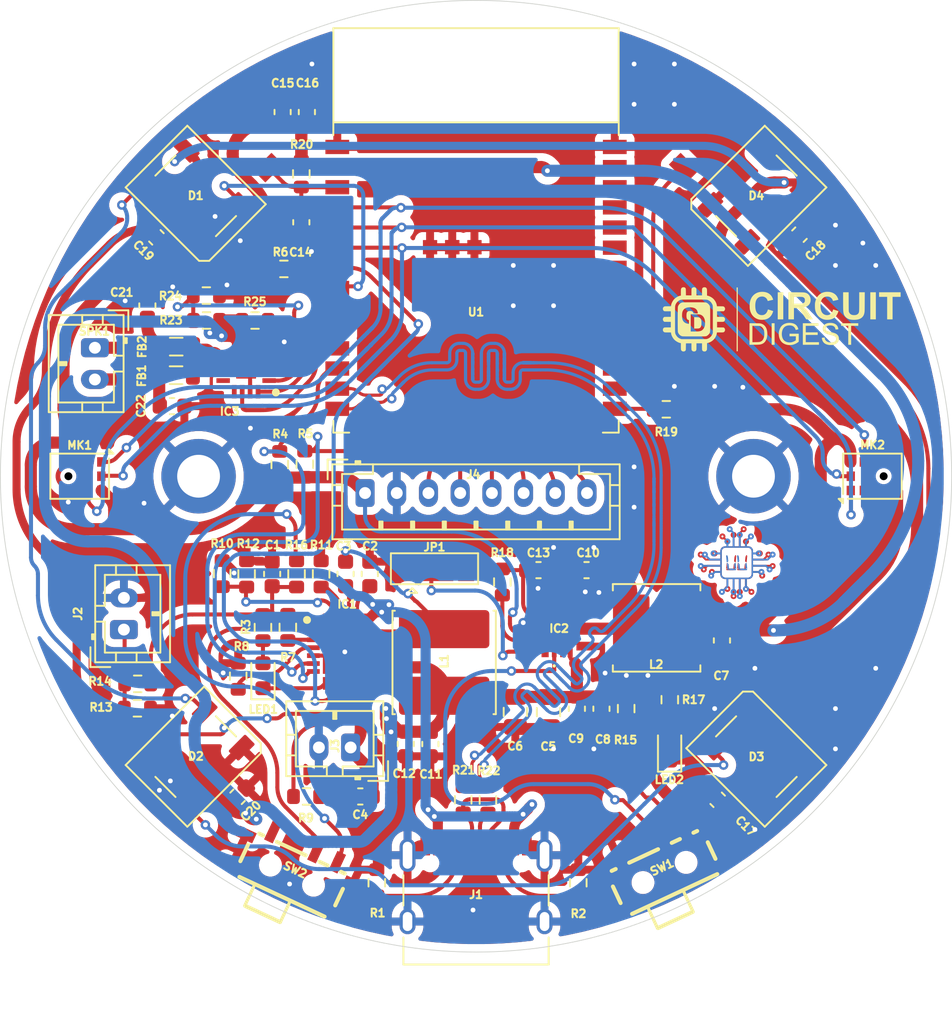
<source format=kicad_pcb>
(kicad_pcb (version 20241229) (generator "pcbnew") (generator_version "9.0")
  (layers (0 "F.Cu" signal) (2 "B.Cu" signal) (13 "F.Paste" user) (15 "B.Paste" user) (5 "F.SilkS" user "F.Silkscreen") (7 "B.SilkS" user "B.Silkscreen") (1 "F.Mask" user) (3 "B.Mask" user) (25 "Edge.Cuts" user))
  (net 0 "")
  (net 1 "/EN")
  (net 2 "GND")
  (net 3 "/IO0")
  (net 4 "/LDO")
  (net 5 "Net-(IC1-PMID)")
  (net 6 "Net-(IC1-BOOT)")
  (net 7 "Net-(IC1-SW_1)")
  (net 8 "+BATT")
  (net 9 "VCC")
  (net 10 "+3V3")
  (net 11 "Net-(IC2-LX)")
  (net 12 "Net-(IC2-BST)")
  (net 13 "Net-(IC2-BIAS)")
  (net 14 "/RGB")
  (net 15 "Net-(D1-DOUT)")
  (net 16 "Net-(D2-DOUT)")
  (net 17 "Net-(D3-DOUT)")
  (net 19 "Net-(IC3-OUTN)")
  (net 20 "Net-(IC3-OUTP)")
  (net 21 "Net-(IC1-ISET)")
  (net 22 "Net-(IC1-VDPM)")
  (net 23 "VBUS")
  (net 24 "Net-(IC1-TS)")
  (net 25 "Net-(IC1-ILIM)")
  (net 26 "/INT")
  (net 27 "/SDA")
  (net 28 "Net-(IC1-EN2)")
  (net 29 "/SCL")
  (net 30 "Net-(IC1-EN1)")
  (net 31 "Net-(IC1-STAT)")
  (net 32 "/CE")
  (net 33 "Net-(IC2-NC_1)")
  (net 34 "/SYNC")
  (net 35 "Net-(IC2-PGOOD)")
  (net 36 "/3v3_EN")
  (net 40 "/AMP_SD")
  (net 41 "Net-(IC3-GAIN_SLOT)")
  (net 42 "Net-(IC3-~{SD_MODE})")
  (net 44 "/AMP_LRCLK")
  (net 45 "/AMP_BCLK")
  (net 46 "/USB_D+")
  (net 47 "/USB_D-")
  (net 50 "Net-(J1-CC2)")
  (net 51 "Net-(J1-CC1)")
  (net 52 "/CS")
  (net 53 "/CLK")
  (net 54 "/DC")
  (net 55 "/RST")
  (net 56 "/MOSI")
  (net 57 "/BLK")
  (net 58 "Net-(LED1-A)")
  (net 59 "Net-(LED2-A)")
  (net 60 "/MIC_CLK")
  (net 61 "/MIC_WS")
  (net 62 "/MIC_SD")
  (net 63 "Net-(SW1-C)")
  (net 64 "Net-(SW2-C)")
  (net 83 "Net-(SPK1-+)")
  (net 84 "Net-(SPK1--)")
  (net 85 "/USBD+")
  (net 86 "/USBD-")
  (footprint "LED_SMD:LED_0603_1608Metric" (layer "F.Cu") (at 168.715 104.396019 90)
    (property "Reference" "LED2")
    (property "Value" "LED Red")
  )
  (footprint "Capacitor_SMD:C_0603_1608Metric" (layer "F.Cu") (at 143.645 93.416019 90)
    (property "Reference" "C1")
    (property "Value" "1uF")
  )
  (footprint "Capacitor_SMD:C_0603_1608Metric" (layer "F.Cu") (at 148.275 93.416019 90)
    (property "Reference" "C3")
    (property "Value" "33nF")
  )
  (footprint "MountingHole:MountingHole_2.7mm_M2.5_DIN965_Pad" (layer "F.Cu") (at 174.005 87.256019 90)
    (property "Reference" "H2" (hide yes))
    (property "Value" "MountingHole_Pad")
  )
  (footprint "Capacitor_SMD:C_0603_1608Metric" (layer "F.Cu") (at 144.305 64.296019 90)
    (property "Reference" "C15")
    (property "Value" "10uF")
  )
  (footprint "LED_SMD:LED_WS2812B_PLCC4_5.0x5.0mm_P3.2mm" (layer "F.Cu") (at 138.825 104.936019 45)
    (property "Reference" "D2")
    (property "Value" "WS2812B")
  )
  (footprint "LED_SMD:LED_WS2812B_PLCC4_5.0x5.0mm_P3.2mm" (layer "F.Cu") (at 138.825 69.576019 -45)
    (property "Reference" "D1")
    (property "Value" "WS2812B")
  )
  (footprint "Resistor_SMD:R_0603_1608Metric" (layer "F.Cu") (at 142.035 93.416019 -90)
    (property "Reference" "R12")
    (property "Value" "100K")
  )
  (footprint "BQ24250RGER:QFN50P400X400X100-25N-D" (layer "F.Cu") (at 148.245 98.316019)
    (property "Reference" "IC1")
    (property "Value" "BQ24250RGER" (hide yes))
  )
  (footprint "Capacitor_SMD:C_0603_1608Metric" (layer "F.Cu") (at 160.445 93.176019)
    (property "Reference" "C13")
    (property "Value" "2.2uF")
  )
  (footprint "Capacitor_SMD:C_0603_1608Metric" (layer "F.Cu") (at 162.865 101.916019 -90)
    (property "Reference" "C9")
    (property "Value" "0.1uF")
  )
  (footprint "Capacitor_SMD:C_0603_1608Metric" (layer "F.Cu") (at 141.465 107.466019 45)
    (property "Reference" "C20")
    (property "Value" "1uF")
  )
  (footprint "SMD_Slide_switch:slide switch spdt" (layer "F.Cu") (at 145.076394 112.024089 -25)
    (property "Reference" "SW2")
    (property "Value" "SLW-66527511-SMT-TR")
  )
  (footprint "MAX98357AETE+T:QFN50P300X300X80-17N" (layer "F.Cu") (at 142.005 80.476019 180)
    (property "Reference" "IC3")
    (property "Value" "MAX98357AETE+T" (hide yes))
  )
  (footprint "Sensor_Audio:InvenSense_ICS-43434-6_3.5x2.65mm" (layer "F.Cu") (at 131.505 87.256019 -90)
    (property "Reference" "MK1")
    (property "Value" "ICS-43434")
  )
  (footprint "Sensor_Audio:InvenSense_ICS-43434-6_3.5x2.65mm" (layer "F.Cu") (at 181.505 87.256019 90)
    (property "Reference" "MK2")
    (property "Value" "ICS-43434")
  )
  (footprint "LOGO" (layer "F.Cu") (at 172.945 92.706019)
    (property "Reference" "G***" (hide yes))
    (property "Value" "LOGO" (hide yes))
  )
  (footprint "MountingHole:MountingHole_2.7mm_M2.5_DIN965_Pad" (layer "F.Cu") (at 139.005 87.256019 90)
    (property "Reference" "H1" (hide yes))
    (property "Value" "MountingHole_Pad")
  )
  (footprint "Inductor_SMD:L_Cenker_CKCS5020" (layer "F.Cu") (at 167.895 96.816019 180)
    (property "Reference" "L2")
    (property "Value" "1.5uH")
  )
  (footprint "Capacitor_SMD:C_0603_1608Metric" (layer "F.Cu") (at 171.745 107.656019 135)
    (property "Reference" "C17")
    (property "Value" "1uF")
  )
  (footprint "Resistor_SMD:R_0603_1608Metric" (layer "F.Cu") (at 144.635 96.786019 -90)
    (property "Reference" "R7")
    (property "Value" "0R")
  )
  (footprint "Capacitor_SMD:C_0603_1608Metric" (layer "F.Cu") (at 176.905 72.026019 -135)
    (property "Reference" "C18")
    (property "Value" "1uF")
  )
  (footprint "Connector_JST:JST_PH_B8B-PH-K_1x08_P2.00mm_Vertical" (layer "F.Cu") (at 149.505 88.316019)
    (property "Reference" "J4")
    (property "Value" "Conn_01x08")
  )
  (footprint "Capacitor_SMD:C_0805_2012Metric" (layer "F.Cu") (at 158.985 102.116019 90)
    (property "Reference" "C6")
    (property "Value" "22uF")
  )
  (footprint "Resistor_SMD:R_0603_1608Metric" (layer "F.Cu") (at 139.495 75.866019 180)
    (property "Reference" "R24")
    (property "Value" "NC")
  )
  (footprint "Connector_JST:JST_PH_B2B-PH-K_1x02_P2.00mm_Vertical" (layer "F.Cu") (at 134.295 96.926019 90)
    (property "Reference" "J2")
    (property "Value" "B2B-PH-SM4-TB(LF)(SN)")
  )
  (footprint "Resistor_SMD:R_0603_1608Metric" (layer "F.Cu") (at 144.385 74.186019)
    (property "Reference" "R6")
    (property "Value" "10K")
  )
  (footprint "LED_SMD:LED_WS2812B_PLCC4_5.0x5.0mm_P3.2mm" (layer "F.Cu") (at 174.185 69.576019 -135)
    (property "Reference" "D4")
    (property "Value" "WS2812B")
  )
  (footprint "Capacitor_SMD:C_0603_1608Metric" (layer "F.Cu") (at 163.475 93.176019 180)
    (property "Reference" "C10")
    (property "Value" "0.1uF")
  )
  (footprint "Resistor_SMD:R_0603_1608Metric" (layer "F.Cu") (at 165.975 101.906019 -90)
    (property "Reference" "R15")
    (property "Value" "100K")
  )
  (footprint "Resistor_SMD:R_0603_1608Metric" (layer "F.Cu") (at 145.815 107.446019)
    (property "Reference" "R9")
    (property "Value" "249R")
  )
  (footprint "LED_SMD:LED_WS2812B_PLCC4_5.0x5.0mm_P3.2mm" (layer "F.Cu") (at 174.185 104.936019 135)
    (property "Reference" "D3")
    (property "Value" "WS2812B")
  )
  (footprint "SMD_Slide_switch:slide switch spdt" (layer "F.Cu") (at 168.215387 111.853994 25)
    (property "Reference" "SW1")
    (property "Value" "SLW-66527511-SMT-TR")
  )
  (footprint "Resistor_SMD:R_0603_1608Metric" (layer "F.Cu") (at 144.125 86.516019 90)
    (property "Reference" "R4")
    (property "Value" "10K")
  )
  (footprint "Espressif:ESP32-S3-WROOM-1" (layer "F.Cu") (at 156.505 74.756019)
    (property "Reference" "U1")
    (property "Value" "ESP32-S3-WROOM-1")
  )
  (footprint "Resistor_SMD:R_0603_1608Metric" (layer "F.Cu") (at 168.725 101.346019 -90)
    (property "Reference" "R17")
    (property "Value" "1K")
  )
  (footprint "Resistor_SMD:R_0603_1608Metric" (layer "F.Cu") (at 155.695 107.656019 90)
    (property "Reference" "R21")
    (property "Value" "33R")
  )
  (footprint "Resistor_SMD:R_0603_1608Metric" (layer "F.Cu") (at 146.735 93.416019 90)
    (property "Reference" "R11")
    (property "Value" "267R")
  )
  (footprint "Resistor_SMD:R_0603_1608Metric" (layer "F.Cu") (at 142.565 77.436019 180)
    (property "Reference" "R25")
    (property "Value" "0R")
  )
  (footprint "3x4x2:Tactile 3x4x2mm TS-A010" (layer "F.Cu") (at 171.175 66.226019 45)
    (property "Reference" "BOOT2" (hide yes))
    (property "Value" "UBOOT")
  )
  (footprint "Capacitor_SMD:C_0603_1608Metric" (layer "F.Cu") (at 152.075 104.136019 -90)
    (property "Reference" "C12")
    (property "Value" "2.2uF")
  )
  (footprint "Inductor_SMD:L_0805_2012Metric" (layer "F.Cu") (at 137.595 79.08602 180)
    (property "Reference" "FB2")
    (property "Value" "FerriteBead_Small")
  )
  (footprint "Capacitor_SMD:C_0603_1608Metric" (layer "F.Cu") (at 149.205 107.446019)
    (property "Reference" "C4")
    (property "Value" "1uF")
  )
  (footprint "Inductor_SMD:L_0805_2012Metric" (layer "F.Cu") (at 137.585 80.886019 180)
    (property "Reference" "FB1")
    (property "Value" "FerriteBead_Small")
  )
  (footprint "Capacitor_SMD:C_0603_1608Metric" (layer "F.Cu") (at 145.835 64.296019 90)
    (property "Reference" "C16")
    (property "Value" "0.1uF")
  )
  (footprint "Resistor_SMD:R_0603_1608Metric" (layer "F.Cu") (at 143.065 96.796019 90)
    (property "Reference" "R3")
    (property "Value" "1.5K")
  )
  (footprint "Resistor_SMD:R_0603_1608Metric" (layer "F.Cu") (at 141.505 99.866019 -90)
    (property "Reference" "R8")
    (property "Value" "0R")
  )
  (footprint "Resistor_SMD:R_0603_1608Metric" (layer "F.Cu") (at 145.705 86.496019 90)
    (property "Reference" "R5")
    (property "Value" "10K")
  )
  (footprint "Resistor_SMD:R_0603_1608Metric" (layer "F.Cu") (at 168.505 83.036019 180)
    (property "Reference" "R19")
    (property "Value" "10K")
  )
  (footprint "Connector_USB:USB_C_Receptacle_XKB_U262-16XN-4BVC11" (layer "F.Cu") (at 156.505 114.256019)
    (property "Reference" "J1")
    (property "Value" "USB_C_Receptacle_USB2.0")
  )
  (footprint "Capacitor_SMD:C_0603_1608Metric" (layer "F.Cu") (at 145.485 71.246019 -90)
    (property "Reference" "C14")
    (property "Value" "1uF")
  )
  (footprint "Capacitor_SMD:C_0603_1608Metric" (layer "F.Cu") (at 136.345 72.196019 -45)
    (property "Reference" "C19")
    (property "Value" "1uF")
  )
  (footprint "Connector_JST:JST_PH_B2B-PH-K_1x02_P2.00mm_Vertical" (layer "F.Cu") (at 132.465 79.156019 -90)
    (property "Reference" "SPK1")
    (property "Value" "SMT-0540-S-R")
  )
  (footprint "Capacitor_SMD:C_0603_1608Metric" (layer "F.Cu") (at 137.335 82.836019)
    (property "Reference" "C22")
    (property "Value" "220pF")
  )
  (footprint "LED_SMD:LED_0603_1608Metric" (layer "F.Cu") (at 143.065 99.836019 90)
    (property "Reference" "LED1")
    (property "Value" "LED Red")
  )
  (footprint "Capacitor_SMD:C_0603_1608Metric" (layer "F.Cu") (at 135.775 76.496019 90)
    (property "Reference" "C21")
    (property "Value" "220pF")
  )
  (footprint "MAX20402AFLB_VY+T:MAX20402AFLBVYT" (layer "F.Cu") (at 162.012 96.866019 90)
    (property "Reference" "IC2")
    (property "Value" "MAX20402AFLB_VY+T" (hide yes))
  )
  (footprint "3x4x2:Tactile 3x4x2mm TS-A010" (layer "F.Cu") (at 141.835 66.226019 135)
    (property "Reference" "BOOT1" (hide yes))
    (property "Value" "RESET")
  )
  (footprint "Resistor_SMD:R_0603_1608Metric" (layer "F.Cu") (at 157.255 107.666019 90)
    (property "Reference" "R22")
    (property "Value" "33R")
  )
  (footprint "Jumper:SolderJumper-3_P2.0mm_Open_TrianglePad1.0x1.5mm" (layer "F.Cu") (at 153.885 93.113519)
    (property "Reference" "JP1")
    (property "Value" "SolderJumper_3_Open")
  )
  (footprint "Resistor_SMD:R_0603_1608Metric" (layer "F.Cu") (at 135.165 100.346019)
    (property "Reference" "R14")
    (property "Value" "20K")
  )
  (footprint "Connector_JST:JST_PH_B2B-PH-K_1x02_P2.00mm_Vertical" (layer "F.Cu") (at 148.595 104.356019 180)
    (property "Reference" "J3")
    (property "Value" "B2B-PH-SM4-TB(LF)(SN)")
  )
  (footprint "Resistor_SMD:R_0603_1608Metric" (layer "F.Cu") (at 158.165 93.926019 90)
    (property "Reference" "R18")
    (property "Value" "20K")
  )
  (footprint "LOGO" (layer "F.Cu") (at 175.785 77.366019)
    (property "Reference" "G***" (hide yes))
    (property "Value" "LOGO" (hide yes))
  )
  (footprint "Resistor_SMD:R_0603_1608Metric" (layer "F.Cu") (at 145.185 93.416019 90)
    (property "Reference" "R16")
    (property "Value" "1K")
  )
  (footprint "Capacitor_SMD:C_0805_2012Metric" (layer "F.Cu") (at 161.075 102.126019 90)
    (property "Reference" "C5")
    (property "Value" "22uF")
  )
  (footprint "Inductor_SMD:L_Cenker_CKCS6045" (layer "F.Cu") (at 154.495 98.996019 -90)
    (property "Reference" "L1")
    (property "Value" "1uH")
  )
  (footprint "Resistor_SMD:R_0603_1608Metric" (layer "F.Cu") (at 135.145 101.886019)
    (property "Reference" "R13")
    (property "Value" "20K")
  )
  (footprint "Capacitor_SMD:C_0603_1608Metric" (layer "F.Cu") (at 153.625 104.141019 -90)
    (property "Reference" "C11")
    (property "Value" "0.1uF")
  )
  (footprint "Capacitor_SMD:C_0603_1608Metric" (layer "F.Cu") (at 149.805 93.416019 90)
    (property "Reference" "C2")
    (property "Value" "1uF")
  )
  (footprint "Capacitor_SMD:C_0603_1608Metric" (layer "F.Cu") (at 172.015 97.611019 -90)
    (property "Reference" "C7")
    (property "Value" "2.2uF")
  )
  (footprint "Resistor_SMD:R_0603_1608Metric" (layer "F.Cu") (at 140.495 93.396019 90)
    (property "Reference" "R10")
    (property "Value" "274K")
  )
  (footprint "Resistor_SMD:R_0603_1608Metric" (layer "F.Cu") (at 139.505 77.436019 180)
    (property "Reference" "R23")
    (property "Value" "NC")
  )
  (footprint "Resistor_SMD:R_0603_1608Metric" (layer "F.Cu") (at 162.955 112.886019 -90)
    (property "Reference" "R2")
    (property "Value" "5K1")
  )
  (footprint "Capacitor_SMD:C_0603_1608Metric" (layer "F.Cu") (at 164.415 101.916019 -90)
    (property "Reference" "C8")
    (property "Value" "2.2uF")
  )
  (footprint "Resistor_SMD:R_0603_1608Metric" (layer "F.Cu") (at 150.245 112.886019 -90)
    (property "Reference" "R1")
    (property "Value" "5K1")
  )
  (footprint "Resistor_SMD:R_0603_1608Metric" (layer "F.Cu") (at 145.485 68.196019 -90)
    (property "Reference" "R20")
    (property "Value" "10K")
  )
  (footprint "LOGO" (layer "B.Cu") (at 172.945 92.706019 180)
    (property "Reference" "G***" (hide yes))
    (property "Value" "LOGO" (hide yes))
  )
  (gr_circle (center 156.505 87.256019) (end 126.505001 87.256019) (stroke (width 0.05)) (fill no) (layer "Edge.Cuts"))
  (segment (start 144.327712 68.718731) (end 143.408313 67.799332) (width 0.254) (layer "F.Cu") (net 1))
  (segment (start 145.485 69.031626) (end 145.485 70.471019) (width 0.254) (layer "F.Cu") (net 1))
  (segment (start 145.0575 69.021019) (end 145.474394 69.021019) (width 0.254) (layer "F.Cu") (net 1))
  (segment (start 145.510607 69.036019) (end 147.755 69.036019) (width 0.254) (layer "F.Cu") (net 1))
  (arc (start 145.4925 69.028519) (mid 145.484193 69.022969) (end 145.474394 69.021019) (width 0.254) (layer "F.Cu") (net 1))
  (arc (start 145.4925 69.028519) (mid 145.487713 69.027567) (end 145.485 69.031626) (width 0.254) (layer "F.Cu") (net 1))
  (arc (start 145.474394 69.021019) (mid 145.481894 69.024126) (end 145.485 69.031626) (width 0.254) (layer "F.Cu") (net 1))
  (arc (start 145.0575 69.021019) (mid 144.662542 68.942457) (end 144.327712 68.718731) (width 0.254) (layer "F.Cu") (net 1))
  (arc (start 145.4925 69.028519) (mid 145.500808 69.03407) (end 145.510607 69.036019) (width 0.254) (layer "F.Cu") (net 1))
  (segment (start 147.82883 98.566019) (end 146.245 98.566019) (width 0.254) (layer "F.Cu") (net 2))
  (segment (start 150.245 98.324805) (end 150.245 98.066019) (width 0.254) (layer "F.Cu") (net 2))
  (segment (start 180.963 87.879019) (end 180.963 88.156019) (width 0.254) (layer "F.Cu") (net 2))
  (segment (start 140.388943 75.602077) (end 140.795 75.196019) (width 0.254) (layer "F.Cu") (net 2))
  (segment (start 148.37 98.441019) (end 148.2525 98.323519) (width 0.254) (layer "F.Cu") (net 2))
  (segment (start 144.408 79.916999) (end 144.408 78.786019) (width 0.254) (layer "F.Cu") (net 2))
  (segment (start 152.2675 111.151019) (end 152.185 111.151019) (width 0.762) (layer "F.Cu") (net 2))
  (segment (start 148.671777 98.066019) (end 150.245 98.066019) (width 0.254) (layer "F.Cu") (net 2))
  (segment (start 139.805 82.238532) (end 139.805 81.135725) (width 0.2032) (layer "F.Cu") (net 2))
  (segment (start 135.185001 94.926018) (end 134.295 94.926018) (width 0.508) (layer "F.Cu") (net 2))
  (segment (start 142.255 80.902796) (end 142.255 81.926019) (width 0.254) (layer "F.Cu") (net 2))
  (segment (start 148.2525 98.308519) (end 148.2375 98.323519) (width 0.254) (layer "F.Cu") (net 2))
  (segment (start 143.455 80.226019) (end 142.431777 80.226019) (width 0.254) (layer "F.Cu") (net 2))
  (segment (start 152.830148 110.670871) (end 152.408337 111.092682) (width 0.762) (layer "F.Cu") (net 2))
  (segment (start 142.035 92.408519) (end 142.035 92.591019) (width 0.508) (layer "F.Cu") (net 2))
  (segment (start 140.592557 80.748019) (end 141.540667 80.748019) (width 0.2032) (layer "F.Cu") (net 2))
  (segment (start 140.32 75.768519) (end 140.32 75.866019) (width 0.254) (layer "F.Cu") (net 2))
  (segment (start 161.041 93.355019) (end 161.22 93.176019) (width 0.254) (layer "F.Cu") (net 2))
  (segment (start 150.245 98.367232) (end 150.245 98.324805) (width 0.254) (layer "F.Cu") (net 2))
  (segment (start 160.825 111.088519) (end 160.825 111.151019) (width 0.762) (layer "F.Cu") (net 2))
  (segment (start 160.862 93.787163) (end 160.862 95.416019) (width 0.254) (layer "F.Cu") (net 2))
  (segment (start 140.405 91.586019) (end 140.942452 91.586019) (width 0.508) (layer "F.Cu") (net 2))
  (segment (start 144.745 109.846721) (end 144.745 112.966019) (width 0.254) (layer "F.Cu") (net 2))
  (segment (start 136.704327 94.296692) (end 138.714965 92.286054) (width 0.508) (layer "F.Cu") (net 2))
  (segment (start 160.572383 110.773402) (end 160.780805 110.981824) (width 0.762) (layer "F.Cu") (net 2))
  (segment (start 140.68228 99.168739) (end 140.6825 99.168519) (width 0.254) (layer "F.Cu") (net 2))
  (segment (start 142.13 80.351019) (end 141.88 80.601019) (width 0.254) (layer "F.Cu") (net 2))
  (segment (start 130.79 88.881019) (end 130.785 88.886019) (width 0.254) (layer "F.Cu") (net 2))
  (segment (start 160.12 110.586019) (end 159.855 110.586019) (width 0.762) (layer "F.Cu") (net 2))
  (segment (start 159.698091 96.616019) (end 160.574 96.616019) (width 0.254) (layer "F.Cu") (net 2))
  (segment (start 150.245 98.367232) (end 150.245 98.566019) (width 0.254) (layer "F.Cu") (net 2))
  (segment (start 150.193787 98.316019) (end 148.255607 98.316019) (width 0.254) (layer "F.Cu") (net 2))
  (segment (start 148.2525 98.308519) (end 148.37 98.191019) (width 0.254) (layer "F.Cu") (net 2))
  (segment (start 140.539444 80.726019) (end 140.214706 80.726019) (width 0.2032) (layer "F.Cu") (net 2))
  (segment (start 148.671777 98.566019) (end 150.245 98.566019) (width 0.254) (layer "F.Cu") (net 2))
  (segment (start 139.207513 82.836019) (end 138.11 82.836019) (width 0.2032) (layer "F.Cu") (net 2))
  (segment (start 140.555 99.656019) (end 140.555 99.476019) (width 0.254) (layer "F.Cu") (net 2))
  (segment (start 148.2375 98.323519) (end 148.23 98.331019) (width 0.254) (layer "F.Cu") (net 2))
  (segment (start 140.990313 99.041019) (end 141.505 99.041019) (width 0.254) (layer "F.Cu") (net 2))
  (segment (start 153.035 110.586019) (end 153.155 110.586019) (width 0.762) (layer "F.Cu") (net 2))
  (segment (start 141.905954 92.096972) (end 141.715 91.906019) (width 0.508) (layer "F.Cu") (net 2))
  (segment (start 144.285 80.086019) (end 144.4165 79.954519) (width 0.254) (layer "F.Cu") (net 2))
  (segment (start 143.455 80.226019) (end 143.947011 80.226019) (width 0.254) (layer "F.Cu") (net 2))
  (segment (start 148.1125 98.448519) (end 148.23 98.331019) (width 0.254) (layer "F.Cu") (net 2))
  (segment (start 159.481289 96.489019) (end 159.544789 96.552519) (width 0.254) (layer "F.Cu") (net 2))
  (segment (start 181.885409 86.67961) (end 181.158868 87.40615) (width 0.254) (layer "F.Cu") (net 2))
  (segment (start 144.605898 109.510899) (end 142.013008 106.918011) (width 0.254) (layer "F.Cu") (net 2))
  (segment (start 130.795 88.868947) (end 130.795 87.918519) (width 0.254) (layer "F.Cu") (net 2))
  (segment (start 182.09325 86.593519) (end 182.215 86.593519) (width 0.254) (layer "F.Cu") (net 2))
  (segment (start 141.869 80.612019) (end 141.88 80.601019) (width 0.254) (layer "F.Cu") (net 2))
  (via (at 163.935 91.746019) (size 0.6) (drill 0.3) (layers "F.Cu" "B.Cu") (net 2))
  (via (at 169.015 81.586019) (size 0.6) (drill 0.3) (layers "F.Cu" "B.Cu") (net 2))
  (via (at 137.345 102.376019) (size 0.6) (drill 0.3) (layers "F.Cu" "B.Cu") (net 2))
  (via (at 135.565 88.956019) (size 0.6) (drill 0.3) (layers "F.Cu" "B.Cu") (net 2))
  (via (at 167.345 99.816019) (size 0.6) (drill 0.3) (layers "F.Cu" "B.Cu") (net 2))
  (via (at 169.015 63.806019) (size 0.6) (drill 0.3) (layers "F.Cu" "B.Cu") (net 2))
  (via (at 180.905 72.556019) (size 0.6) (drill 0.3) (layers "F.Cu" "B.Cu") (net 2))
  (via (at 179.175 104.446019) (size 0.6) (drill 0.3) (layers "F.Cu" "B.Cu") (net 2))
  (via (at 137.225 106.466019) (size 0.6) (drill 0.3) (layers "F.Cu" "B.Cu") (net 2))
  (via (at 166.475 89.206019) (size 0.6) (drill 0.3) (layers "F.Cu" "B.Cu") (net 2))
  (via (at 173.335 81.646019) (size 0.6) (drill 0.3) (layers "F.Cu" "B.Cu") (net 2))
  (via (at 140.045 70.876019) (size 0.6) (drill 0.3) (layers "F.Cu" "B.Cu") (net 2))
  (via (at 165.985 99.816019) (size 0.6) (drill 0.3) (layers "F.Cu" "B.Cu") (net 2))
  (via (at 140.795 75.196019) (size 0.6) (drill 0.3) (layers "F.Cu" "B.Cu") (net 2))
  (via (at 141.635 72.406019) (size 0.6) (drill 0.3) (layers "F.Cu" "B.Cu") (net 2))
  (via (at 171.555 81.586019) (size 0.6) (drill 0.3) (layers "F.Cu" "B.Cu") (net 2))
  (via (at 181.715 99.366019) (size 0.6) (drill 0.3) (layers "F.Cu" "B.Cu") (net 2))
  (via (at 158.855 76.506019) (size 0.6) (drill 0.3) (layers "F.Cu" "B.Cu") (net 2))
  (via (at 179.175 71.426019) (size 0.6) (drill 0.3) (layers "F.Cu" "B.Cu") (net 2))
  (via (at 164.645 99.666019) (size 0.6) (drill 0.3) (layers "F.Cu" "B.Cu") (net 2))
  (via (at 179.175 73.966019) (size 0.6) (drill 0.3) (layers "F.Cu" "B.Cu") (net 2))
  (via (at 130.785 88.886019) (size 0.6) (drill 0.3) (layers "F.Cu" "B.Cu") (net 2))
  (via (at 166.475 61.266019) (size 0.6) (drill 0.3) (layers "F.Cu" "B.Cu") (net 2))
  (via (at 169.015 61.266019) (size 0.6) (drill 0.3) (layers "F.Cu" "B.Cu") (net 2))
  (via (at 156.315 114.606019) (size 0.6) (drill 0.3) (layers "F.Cu" "B.Cu") (net 2))
  (via (at 159.481289 96.489019) (size 0.6) (drill 0.3) (layers "F.Cu" "B.Cu") (net 2))
  (via (at 144.408 78.786019) (size 0.6) (drill 0.3) (layers "F.Cu" "B.Cu") (net 2))
  (via (at 171.555 101.906019) (size 0.6) (drill 0.3) (layers "F.Cu" "B.Cu") (net 2))
  (via (at 158.855 73.966019) (size 0.6) (drill 0.3) (layers "F.Cu" "B.Cu") (net 2))
  (via (at 179.175 101.906019) (size 0.6) (drill 0.3) (layers "F.Cu" "B.Cu") (net 2))
  (via (at 181.715 73.966019) (size 0.6) (drill 0.3) (layers "F.Cu" "B.Cu") (net 2))
  (via (at 134.375 76.196019) (size 0.6) (drill 0.3) (layers "F.Cu" "B.Cu") (net 2))
  (via (at 161.395 91.746019) (size 0.6) (drill 0.3) (layers "F.Cu" "B.Cu") (net 2))
  (via (at 166.475 86.666019) (size 0.6) (drill 0.3) (layers "F.Cu" "B.Cu") (net 2))
  (via (at 166.475 63.806019) (size 0.6) (drill 0.3) (layers "F.Cu" "B.Cu") (net 2))
  (via (at 146.125 73.086019) (size 0.6) (drill 0.3) (layers "F.Cu" "B.Cu") (net 2))
  (via (at 136.535 107.056019) (size 0.6) (drill 0.3) (layers "F.Cu" "B.Cu") (net 2))
  (via (at 161.395 73.966019) (size 0.6) (drill 0.3) (layers "F.Cu" "B.Cu") (net 2))
  (via (at 174.095 99.366019) (size 0.6) (drill 0.3) (layers "F.Cu" "B.Cu") (net 2))
  (via (at 140.555 99.656019) (size 0.6) (drill 0.3) (layers "F.Cu" "B.Cu") (net 2))
  (via (at 161.395 104.446019) (size 0.6) (drill 0.3) (layers "F.Cu" "B.Cu") (net 2))
  (via (at 142.275 84.226019) (size 0.6) (drill 0.3) (layers "F.Cu" "B.Cu") (net 2))
  (via (at 148.23 98.331019) (size 0.6) (drill 0.3) (layers "F.Cu" "B.Cu") (net 2))
  (via (at 163.395 94.546019) (size 0.6) (drill 0.3) (layers "F.Cu" "B.Cu") (net 2))
  (via (at 160.415 94.326019) (size 0.6) (drill 0.3) (layers "F.Cu" "B.Cu") (net 2))
  (via (at 146.155 61.266019) (size 0.6) (drill 0.3) (layers "F.Cu" "B.Cu") (net 2))
  (via (at 174.095 109.526019) (size 0.6) (drill 0.3) (layers "F.Cu" "B.Cu") (net 2))
  (via (at 161.395 76.506019) (size 0.6) (drill 0.3) (layers "F.Cu" "B.Cu") (net 2))
  (via (at 144.745 112.966019) (size 0.6) (drill 0.3) (layers "F.Cu" "B.Cu") (net 2))
  (via (at 163.935 104.446019) (size 0.6) (drill 0.3) (layers "F.Cu" "B.Cu") (net 2))
  (via (at 137.375 75.316019) (size 0.6) (drill 0.3) (layers "F.Cu" "B.Cu") (net 2))
  (via (at 164.255 94.586019) (size 0.6) (drill 0.3) (layers "F.Cu" "B.Cu") (net 2))
  (arc (start 142.035 92.408519) (mid 142.001463 92.23991) (end 141.905954 92.096972) (width 0.508) (layer "F.Cu") (net 2))
  (arc (start 150.245 98.324805) (mid 150.239576 98.332923) (end 150.23 98.331019) (width 0.254) (layer "F.Cu") (net 2))
  (arc (start 148.671777 98.066019) (mid 148.508457 98.098505) (end 148.37 98.191019) (width 0.254) (layer "F.Cu") (net 2))
  (arc (start 148.2375 98.323519) (mid 148.245 98.320412) (end 148.2525 98.323519) (width 0.254) (layer "F.Cu") (net 2))
  (arc (start 160.862 93.787163) (mid 160.90852 93.553288) (end 161.041 93.355019) (width 0.254) (layer "F.Cu") (net 2))
  (arc (start 140.942452 91.586019) (mid 141.360552 91.669184) (end 141.715 91.906019) (width 0.508) (layer "F.Cu") (net 2))
  (arc (start 139.63 82.661019) (mid 139.759519 82.467181) (end 139.805 82.238532) (width 0.2032) (layer "F.Cu") (net 2))
  (arc (start 160.12 110.586019) (mid 160.364827 110.634718) (end 160.572383 110.773402) (width 0.762) (layer "F.Cu") (net 2))
  (arc (start 142.13 80.601019) (mid 142.078224 80.476019) (end 142.13 80.351019) (width 0.254) (layer "F.Cu") (net 2))
  (arc (start 144.4165 79.937519) (mid 144.420021 79.946019) (end 144.4165 79.954519) (width 0.254) (layer "F.Cu") (net 2))
  (arc (start 148.671777 98.566019) (mid 148.508457 98.533532) (end 148.37 98.441019) (width 0.254) (layer "F.Cu") (net 2))
  (arc (start 181.885409 86.67961) (mid 181.980767 86.615894) (end 182.09325 86.593519) (width 0.254) (layer "F.Cu") (net 2))
  (arc (start 159.698091 96.616019) (mid 159.615124 96.599515) (end 159.544789 96.552519) (width 0.254) (layer "F.Cu") (net 2))
  (arc (start 144.285 80.086019) (mid 144.12993 80.189635) (end 143.947011 80.226019) (width 0.254) (layer "F.Cu") (net 2))
  (arc (start 139.925 80.846019) (mid 140.057919 80.757206) (end 140.214706 80.726019) (width 0.2032) (layer "F.Cu") (net 2))
  (arc (start 148.1125 98.448519) (mid 147.982352 98.535481) (end 147.82883 98.566019) (width 0.254) (layer "F.Cu") (net 2))
  (arc (start 152.830148 110.670871) (mid 152.924135 110.608071) (end 153.035 110.586019) (width 0.762) (layer "F.Cu") (net 2))
  (arc (start 144.605898 109.510899) (mid 144.708849 109.664975) (end 144.745 109.846721) (width 0.254) (layer "F.Cu") (net 2))
  (arc (start 150.193787 98.316019) (mid 150.213386 98.319917) (end 150.23 98.331019) (width 0.254) (layer "F.Cu") (net 2))
  (arc (start 148.2525 98.308519) (mid 148.251548 98.313306) (end 148.255607 98.316019) (width 0.254) (layer "F.Cu") (net 2))
  (arc (start 130.79 88.881019) (mid 130.793701 88.87548) (end 130.795 88.868947) (width 0.254) (layer "F.Cu") (net 2))
  (arc (start 142.13 80.601019) (mid 142.005 80.549243) (end 141.88 80.601019) (width 0.254) (layer "F.Cu") (net 2))
  (arc (start 140.990313 99.041019) (mid 140.823726 99.074155) (end 140.6825 99.168519) (width 0.254) (layer "F.Cu") (net 2))
  (arc (start 140.405 91.586019) (mid 139.49036 91.767952) (end 138.714965 92.286054) (width 0.508) (layer "F.Cu") (net 2))
  (arc (start 135.185001 94.926018) (mid 136.007255 94.762461) (end 136.704327 94.296692) (width 0.508) (layer "F.Cu") (net 2))
  (arc (start 141.540667 80.748019) (mid 141.71836 80.712674) (end 141.869 80.612019) (width 0.254) (layer "F.Cu") (net 2))
  (arc (start 144.408 79.916999) (mid 144.41021 79.928105) (end 144.4165 79.937519) (width 0.254) (layer "F.Cu") (net 2))
  (arc (start 160.825 111.088519) (mid 160.813514 111.030776) (end 160.780805 110.981824) (width 0.762) (layer "F.Cu") (net 2))
  (arc (start 142.431777 80.226019) (mid 142.268457 80.258506) (end 142.13 80.351019) (width 0.254) (layer "F.Cu") (net 2))
  (arc (start 148.2525 98.323519) (mid 148.251548 98.318731) (end 148.255607 98.316019) (width 0.254) (layer "F.Cu") (net 2))
  (arc (start 142.255 80.902796) (mid 142.222514 80.739476) (end 142.13 80.601019) (width 0.254) (layer "F.Cu") (net 2))
  (arc (start 152.2675 111.151019) (mid 152.343721 111.135857) (end 152.408337 111.092682) (width 0.762) (layer "F.Cu") (net 2))
  (arc (start 140.68228 99.168739) (mid 140.588079 99.30972) (end 140.555 99.476019) (width 0.254) (layer "F.Cu") (net 2))
  (arc (start 150.245 98.367232) (mid 150.241102 98.347633) (end 150.23 98.331019) (width 0.254) (layer "F.Cu") (net 2))
  (arc (start 140.32 75.768519) (mid 140.337918 75.678441) (end 140.388943 75.602077) (width 0.254) (layer "F.Cu") (net 2))
  (arc (start 139.207513 82.836019) (mid 139.436162 82.790538) (end 139.63 82.661019) (width 0.2032) (layer "F.Cu") (net 2))
  (arc (start 181.158868 87.40615) (mid 181.013904 87.623104) (end 180.963 87.879019) (width 0.254) (layer "F.Cu") (net 2))
  (arc (start 139.925 80.846019) (mid 139.836187 80.978938) (end 139.805 81.135725) (width 0.2032) (layer "F.Cu") (net 2))
  (arc (start 140.566 80.737019) (mid 140.553816 80.728878) (end 140.539444 80.726019) (width 0.2032) (layer "F.Cu") (net 2))
  (arc (start 140.592557 80.748019) (mid 140.578185 80.745161) (end 140.566 80.737019) (width 0.2032) (layer "F.Cu") (net 2))
  (segment (start 160.847499 96.183518) (end 160.847518 96.183498) (width 0.254) (layer "B.Cu") (net 2))
  (segment (start 160.837438 96.193576) (end 160.837399 96.193615) (width 0.254) (layer "B.Cu") (net 2))
  (segment (start 160.806244 96.224768) (end 160.805409 96.225603) (width 0.254) (layer "B.Cu") (net 2))
  (segment (start 160.817051 96.213962) (end 160.816854 96.21416) (width 0.254) (layer "B.Cu") (net 2))
  (segment (start 160.828741 96.202269) (end 160.828536 96.202475) (width 0.254) (layer "B.Cu") (net 2))
  (segment (start 160.844177 96.186837) (end 160.844197 96.186817) (width 0.254) (layer "B.Cu") (net 2))
  (segment (start 160.830163 96.20085) (end 160.830115 96.200899) (width 0.254) (layer "B.Cu") (net 2))
  (segment (start 160.840838 96.190177) (end 160.840863 96.190151) (width 0.254) (layer "B.Cu") (net 2))
  (segment (start 160.794996 96.236018) (end 160.791663 96.239351) (width 0.254) (layer "B.Cu") (net 2))
  (segment (start 160.831197 96.199815) (end 160.83109 96.199922) (width 0.254) (layer "B.Cu") (net 2))
  (segment (start 160.837107 96.193908) (end 160.837029 96.193986) (width 0.254) (layer "B.Cu") (net 2))
  (segment (start 160.839918 96.191094) (end 160.83982 96.191192) (width 0.254) (layer "B.Cu") (net 2))
  (segment (start 160.831706 96.199306) (end 160.831608 96.199404) (width 0.254) (layer "B.Cu") (net 2))
  (segment (start 146.447501 102.778518) (end 144.304343 100.635361) (width 0.254) (layer "B.Cu") (net 2))
  (segment (start 160.82196 96.209052) (end 160.822029 96.208983) (width 0.254) (layer "B.Cu") (net 2))
  (segment (start 160.827572 96.203438) (end 160.827759 96.203251) (width 0.254) (layer "B.Cu") (net 2))
  (segment (start 146.525 104.286019) (end 146.594999 104.356019) (width 0.254) (layer "B.Cu") (net 2))
  (segment (start 160.833786 96.197226) (end 160.833708 96.197304) (width 0.254) (layer "B.Cu") (net 2))
  (segment (start 160.836051 96.19496) (end 160.835992 96.195018) (width 0.254) (layer "B.Cu") (net 2))
  (segment (start 160.840666 96.190347) (end 160.840759 96.190255) (width 0.254) (layer "B.Cu") (net 2))
  (segment (start 160.832457 96.198555) (end 160.832427 96.198584) (width 0.254) (layer "B.Cu") (net 2))
  (segment (start 160.832085 96.198926) (end 160.832222 96.198788) (width 0.254) (layer "B.Cu") (net 2))
  (segment (start 160.83824 96.192775) (end 160.838278 96.192736) (width 0.254) (layer "B.Cu") (net 2))
  (segment (start 160.816756 96.214259) (end 160.816854 96.21416) (width 0.254) (layer "B.Cu") (net 2))
  (segment (start 160.821823 96.209189) (end 160.821637 96.209375) (width 0.254) (layer "B.Cu") (net 2))
  (segment (start 160.809993 96.221021) (end 160.808337 96.222677) (width 0.254) (layer "B.Cu") (net 2))
  (segment (start 160.831706 96.199306) (end 160.831755 96.199257) (width 0.254) (layer "B.Cu") (net 2))
  (segment (start 160.831549 96.199463) (end 160.831373 96.199639) (width 0.254) (layer "B.Cu") (net 2))
  (segment (start 160.821128 96.209884) (end 160.820594 96.210419) (width 0.254) (layer "B.Cu") (net 2))
  (segment (start 160.847986 96.183028) (end 160.847966 96.183047) (width 0.254) (layer "B.Cu") (net 2))
  (segment (start 160.82703 96.203985) (end 160.827071 96.203943) (width 0.254) (layer "B.Cu") (net 2))
  (segment (start 160.791663 96.239351) (end 160.78833 96.242684) (width 0.254) (layer "B.Cu") (net 2))
  (segment (start 160.839529 96.191485) (end 160.839451 96.191563) (width 0.254) (layer "B.Cu") (net 2))
  (segment (start 160.806244 96.224768) (end 160.806662 96.224351) (width 0.254) (layer "B.Cu") (net 2))
  (segment (start 160.836393 96.194619) (end 160.836442 96.194571) (width 0.254) (layer "B.Cu") (net 2))
  (segment (start 160.829255 96.201755) (end 160.829724 96.20129) (width 0.254) (layer "B.Cu") (net 2))
  (segment (start 160.840963 96.19005) (end 160.840914 96.190099) (width 0.254) (layer "B.Cu") (net 2))
  (segment (start 160.836676 96.194336) (end 160.836716 96.194297) (width 0.254) (layer "B.Cu") (net 2))
  (segment (start 160.827382 96.203628) (end 160.827328 96.203684) (width 0.254) (layer "B.Cu") (net 2))
  (segment (start 160.847811 96.183204) (end 160.847927 96.183086) (width 0.254) (layer "B.Cu") (net 2))
  (segment (start 160.828023 96.202989) (end 160.827993 96.203018) (width 0.254) (layer "B.Cu") (net 2))
  (segment (start 160.846403 96.18461) (end 160.846462 96.184551) (width 0.254) (layer "B.Cu") (net 2))
  (segment (start 160.832427 96.198584) (end 160.832368 96.198642) (width 0.254) (layer "B.Cu") (net 2))
  (segment (start 160.839372 96.19164) (end 160.839353 96.19166) (width 0.254) (layer "B.Cu") (net 2))
  (segment (start 160.831373 96.199639) (end 160.831197 96.199815) (width 0.254) (layer "B.Cu") (net 2))
  (segment (start 160.835349 96.195664) (end 160.83531 96.195704) (width 0.254) (layer "B.Cu") (net 2))
  (segment (start 160.848044 96.182969) (end 160.848025 96.182989) (width 0.254) (layer "B.Cu") (net 2))
  (segment (start 160.846168 96.184844) (end 160.84613 96.184882) (width 0.254) (layer "B.Cu") (net 2))
  (segment (start 160.824842 96.206171) (end 160.824881 96.206133) (width 0.254) (layer "B.Cu") (net 2))
  (segment (start 160.832368 96.198642) (end 160.832339 96.198671) (width 0.254) (layer "B.Cu") (net 2))
  (segment (start 160.849608 96.181409) (end 160.849588 96.181428) (width 0.254) (layer "B.Cu") (net 2))
  (segment (start 160.830358 96.200654) (end 160.83026 96.200752) (width 0.254) (layer "B.Cu") (net 2))
  (segment (start 160.837165 96.193849) (end 160.837126 96.193888) (width 0.254) (layer "B.Cu") (net 2))
  (segment (start 160.811657 96.219357) (end 160.810407 96.220607) (width 0.254) (layer "B.Cu") (net 2))
  (segment (start 160.824061 96.206954) (end 160.824765 96.206247) (width 0.254) (layer "B.Cu") (net 2))
  (segment (start 160.784996 96.246018) (end 160.78833 96.242684) (width 0.254) (layer "B.Cu") (net 2))
  (segment (start 160.841677 96.189336) (end 160.841565 96.189449) (width 0.254) (layer "B.Cu") (net 2))
  (segment (start 160.849461 96.181555) (end 160.849476 96.18154) (width 0.254) (layer "B.Cu") (net 2))
  (segment (start 160.839353 96.19166) (end 160.839314 96.191699) (width 0.254) (layer "B.Cu") (net 2))
  (segment (start 160.842535 96.188477) (end 160.842321 96.188691) (width 0.254) (layer "B.Cu") (net 2))
  (segment (start 160.839942 96.191069) (end 160.839918 96.191094) (width 0.254) (layer "B.Cu") (net 2))
  (segment (start 160.82567 96.205342) (end 160.825724 96.205288) (width 0.254) (layer "B.Cu") (net 2))
  (segment (start 160.846874 96.184143) (end 160.846795 96.184221) (width 0.254) (layer "B.Cu") (net 2))
  (segment (start 160.845837 96.185176) (end 160.845856 96.185155) (width 0.254) (layer "B.Cu") (net 2))
  (segment (start 160.828741 96.202269) (end 160.828844 96.202166) (width 0.254) (layer "B.Cu") (net 2))
  (segment (start 160.833708 96.197304) (end 160.83363 96.197382) (width 0.254) (layer "B.Cu") (net 2))
  (segment (start 160.822729 96.208284) (end 160.82328 96.207737) (width 0.254) (layer "B.Cu") (net 2))
  (segment (start 160.816134 96.21488) (end 160.816344 96.214671) (width 0.254) (layer "B.Cu") (net 2))
  (segment (start 160.844998 96.186017) (end 160.844236 96.186778) (width 0.254) (layer "B.Cu") (net 2))
  (segment (start 160.845779 96.185236) (end 160.845798 96.185216) (width 0.254) (layer "B.Cu") (net 2))
  (segment (start 160.804573 96.226439) (end 160.803743 96.22727) (width 0.254) (layer "B.Cu") (net 2))
  (segment (start 160.848093 96.18292) (end 160.848083 96.18293) (width 0.254) (layer "B.Cu") (net 2))
  (segment (start 160.846053 96.184959) (end 160.845954 96.185058) (width 0.254) (layer "B.Cu") (net 2))
  (segment (start 160.801662 96.229351) (end 160.798331 96.232683) (width 0.254) (layer "B.Cu") (net 2))
  (segment (start 160.81496 96.216054) (end 160.814969 96.216044) (width 0.254) (layer "B.Cu") (net 2))
  (segment (start 160.849402 96.181613) (end 160.849422 96.181593) (width 0.254) (layer "B.Cu") (net 2))
  (segment (start 160.842926 96.188086) (end 160.843025 96.187989) (width 0.254) (layer "B.Cu") (net 2))
  (segment (start 160.817541 96.213472) (end 160.817155 96.213858) (width 0.254) (layer "B.Cu") (net 2))
  (segment (start 160.84134 96.189674) (end 160.841291 96.189722) (width 0.254) (layer "B.Cu") (net 2))
  (segment (start 160.837479 96.193537) (end 160.837499 96.193518) (width 0.254) (layer "B.Cu") (net 2))
  (segment (start 160.83109 96.199922) (end 160.8307 96.200312) (width 0.254) (layer "B.Cu") (net 2))
  (segment (start 160.83695 96.194063) (end 160.836931 96.194083) (width 0.254) (layer "B.Cu") (net 2))
  (segment (start 160.834215 96.196797) (end 160.833903 96.197109) (width 0.254) (layer "B.Cu") (net 2))
  (segment (start 160.833474 96.197539) (end 160.833435 96.197579) (width 0.254) (layer "B.Cu") (net 2))
  (segment (start 160.839645 96.191367) (end 160.83982 96.191192) (width 0.254) (layer "B.Cu") (net 2))
  (segment (start 160.831968 96.199043) (end 160.831947 96.199063) (width 0.254) (layer "B.Cu") (net 2))
  (segment (start 160.838669 96.192344) (end 160.838981 96.192032) (width 0.254) (layer "B.Cu") (net 2))
  (segment (start 160.855 96.168947) (end 160.855 95.506019) (width 0.254) (layer "B.Cu") (net 2))
  (segment (start 160.834566 96.196446) (end 160.834488 96.196524) (width 0.254) (layer "B.Cu") (net 2))
  (segment (start 160.812174 96.218839) (end 160.811657 96.219357) (width 0.254) (layer "B.Cu") (net 2))
  (segment (start 160.849856 96.181159) (end 160.849866 96.181149) (width 0.254) (layer "B.Cu") (net 2))
  (segment (start 160.839295 96.191719) (end 160.839314 96.191699) (width 0.254) (layer "B.Cu") (net 2))
  (segment (start 160.83736 96.193654) (end 160.837341 96.193674) (width 0.254) (layer "B.Cu") (net 2))
  (segment (start 160.849549 96.181467) (end 160.849505 96.181511) (width 0.254) (layer "B.Cu") (net 2))
  (segment (start 160.836892 96.194122) (end 160.836873 96.194142) (width 0.254) (layer "B.Cu") (net 2))
  (segment (start 160.840387 96.190625) (end 160.84048 96.190532) (width 0.254) (layer "B.Cu") (net 2))
  (segment (start 160.847615 96.183398) (end 160.847625 96.183388) (width 0.254) (layer "B.Cu") (net 2))
  (segment (start 160.798331 96.232683) (end 160.794996 96.236018) (width 0.254) (layer "B.Cu") (net 2))
  (segment (start 160.808337 96.222677) (end 160.807923 96.223091) (width 0.254) (layer "B.Cu") (net 2))
  (segment (start 160.827934 96.203076) (end 160.827876 96.203134) (width 0.254) (layer "B.Cu") (net 2))
  (segment (start 160.821637 96.209375) (end 160.821128 96.209884) (width 0.254) (layer "B.Cu") (net 2))
  (segment (start 160.848123 96.182892) (end 160.848113 96.182901) (width 0.254) (layer "B.Cu") (net 2))
  (segment (start 160.784996 96.246018) (end 160.774995 96.256019) (width 0.254) (layer "B.Cu") (net 2))
  (segment (start 160.834685 96.196329) (end 160.834645 96.196368) (width 0.254) (layer "B.Cu") (net 2))
  (segment (start 160.807923 96.223091) (end 160.807095 96.223919) (width 0.254) (layer "B.Cu") (net 2))
  (segment (start 160.83187 96.199141) (end 160.831832 96.19918) (width 0.254) (layer "B.Cu") (net 2))
  (segment (start 160.834332 96.19668) (end 160.834215 96.196797) (width 0.254) (layer "B.Cu") (net 2))
  (segment (start 160.847645 96.183369) (end 160.847655 96.18336) (width 0.254) (layer "B.Cu") (net 2))
  (segment (start 160.837165 96.193849) (end 160.837185 96.19383) (width 0.254) (layer "B.Cu") (net 2))
  (segment (start 160.841193 96.189819) (end 160.841075 96.189938) (width 0.254) (layer "B.Cu") (net 2))
  (segment (start 160.847557 96.183458) (end 160.847576 96.183437) (width 0.254) (layer "B.Cu") (net 2))
  (segment (start 140.555 99.656019) (end 141.94 99.656019) (width 0.254) (layer "B.Cu") (net 2))
  (segment (start 160.845915 96.185097) (end 160.845895 96.185116) (width 0.254) (layer "B.Cu") (net 2))
  (segment (start 160.826101 96.204913) (end 160.826208 96.204806) (width 0.254) (layer "B.Cu") (net 2))
  (segment (start 160.849217 96.181798) (end 160.849178 96.181838) (width 0.254) (layer "B.Cu") (net 2))
  (segment (start 160.818771 96.212241) (end 160.819566 96.211446) (width 0.254) (layer "B.Cu") (net 2))
  (segment (start 160.828536 96.202475) (end 160.828434 96.202578) (width 0.254) (layer "B.Cu") (net 2))
  (segment (start 160.83441 96.196602) (end 160.834332 96.19668) (width 0.254) (layer "B.Cu") (net 2))
  (segment (start 160.849802 96.181213) (end 160.849763 96.181252) (width 0.254) (layer "B.Cu") (net 2))
  (segment (start 160.84996 96.181058) (end 160.85 96.181019) (width 0.254) (layer "B.Cu") (net 2))
  (segment (start 160.842926 96.188086) (end 160.842535 96.188477) (width 0.254) (layer "B.Cu") (net 2))
  (segment (start 160.832339 96.198671) (end 160.832222 96.198788) (width 0.254) (layer "B.Cu") (net 2))
  (segment (start 160.816717 96.214299) (end 160.816698 96.214319) (width 0.254) (layer "B.Cu") (net 2))
  (segment (start 160.830456 96.200556) (end 160.830358 96.200654) (width 0.254) (layer "B.Cu") (net 2))
  (segment (start 146.455 104.117025) (end 146.455 102.779554) (width 0.254) (layer "B.Cu") (net 2))
  (segment (start 160.819977 96.211035) (end 160.819566 96.211446) (width 0.254) (layer "B.Cu") (net 2))
  (segment (start 160.841019 96.189994) (end 160.840963 96.19005) (width 0.254) (layer "B.Cu") (net 2))
  (segment (start 160.818771 96.212241) (end 160.818356 96.212656) (width 0.254) (layer "B.Cu") (net 2))
  (segment (start 160.812906 96.218105) (end 160.812603 96.218409) (width 0.254) (layer "B.Cu") (net 2))
  (segment (start 160.813728 96.217285) (end 160.812906 96.218105) (width 0.254) (layer "B.Cu") (net 2))
  (segment (start 160.843221 96.187794) (end 160.843319 96.187697) (width 0.254) (layer "B.Cu") (net 2))
  (segment (start 160.6935 96.337519) (end 160.774995 96.256019) (width 0.254) (layer "B.Cu") (net 2))
  (segment (start 160.848943 96.182072) (end 160.848748 96.182267) (width 0.254) (layer "B.Cu") (net 2))
  (segment (start 160.803743 96.22727) (end 160.802912 96.228101) (width 0.254) (layer "B.Cu") (net 2))
  (segment (start 160.826423 96.204591) (end 160.826477 96.204538) (width 0.254) (layer "B.Cu") (net 2))
  (segment (start 160.839529 96.191485) (end 160.839568 96.191446) (width 0.254) (layer "B.Cu") (net 2))
  (segment (start 160.83281 96.198204) (end 160.832732 96.198282) (width 0.254) (layer "B.Cu") (net 2))
  (segment (start 160.835659 96.195351) (end 160.835874 96.195135) (width 0.254) (layer "B.Cu") (net 2))
  (segment (start 160.825886 96.205128) (end 160.825832 96.205181) (width 0.254) (layer "B.Cu") (net 2))
  (segment (start 160.838124 96.192893) (end 160.838163 96.192854) (width 0.254) (layer "B.Cu") (net 2))
  (segment (start 160.804573 96.226439) (end 160.805409 96.225603) (width 0.254) (layer "B.Cu") (net 2))
  (segment (start 160.816554 96.214462) (end 160.816344 96.214671) (width 0.254) (layer "B.Cu") (net 2))
  (segment (start 160.836246 96.194765) (end 160.836295 96.194716) (width 0.254) (layer "B.Cu") (net 2))
  (segment (start 160.809993 96.221021) (end 160.810407 96.220607) (width 0.254) (layer "B.Cu") (net 2))
  (segment (start 160.839991 96.19102) (end 160.840016 96.190996) (width 0.254) (layer "B.Cu") (net 2))
  (segment (start 160.846579 96.184435) (end 160.846638 96.184377) (width 0.254) (layer "B.Cu") (net 2))
  (segment (start 160.849383 96.181633) (end 160.849374 96.181643) (width 0.254) (layer "B.Cu") (net 2))
  (segment (start 160.838434 96.192579) (end 160.838512 96.192501) (width 0.254) (layer "B.Cu") (net 2))
  (segment (start 160.830554 96.200458) (end 160.8307 96.200312) (width 0.254) (layer "B.Cu") (net 2))
  (segment (start 160.820183 96.21083) (end 160.819977 96.211035) (width 0.254) (layer "B.Cu") (net 2))
  (segment (start 160.836931 96.194083) (end 160.836892 96.194122) (width 0.254) (layer "B.Cu") (net 2))
  (segment (start 160.826874 96.204142) (end 160.826796 96.204221) (width 0.254) (layer "B.Cu") (net 2))
  (segment (start 160.83363 96.197382) (end 160.833552 96.19746) (width 0.254) (layer "B.Cu") (net 2))
  (segment (start 160.835505 96.195506) (end 160.835427 96.195585) (width 0.254) (layer "B.Cu") (net 2))
  (segment (start 160.806681 96.224333) (end 160.807095 96.223919) (width 0.254) (layer "B.Cu") (net 2))
  (segment (start 160.833903 96.197109) (end 160.833786 96.197226) (width 0.254) (layer "B.Cu") (net 2))
  (segment (start 160.843221 96.187794) (end 160.843025 96.187989) (width 0.254) (layer "B.Cu") (net 2))
  (segment (start 160.841075 96.189938) (end 160.841019 96.189994) (width 0.254) (layer "B.Cu") (net 2))
  (segment (start 160.832536 96.198476) (end 160.832575 96.198437) (width 0.254) (layer "B.Cu") (net 2))
  (segment (start 160.813728 96.217285) (end 160.814139 96.216875) (width 0.254) (layer "B.Cu") (net 2))
  (segment (start 160.817155 96.213858) (end 160.817051 96.213962) (width 0.254) (layer "B.Cu") (net 2))
  (segment (start 160.831608 96.199404) (end 160.831549 96.199463) (width 0.254) (layer "B.Cu") (net 2))
  (segment (start 160.327746 96.489019) (end 159.481289 96.489019) (width 0.254) (layer "B.Cu") (net 2))
  (segment (start 160.818149 96.212864) (end 160.818356 96.212656) (width 0.254) (layer "B.Cu") (net 2))
  (segment (start 160.826639 96.204378) (end 160.826585 96.204431) (width 0.254) (layer "B.Cu") (net 2))
  (segment (start 160.830554 96.200458) (end 160.830456 96.200556) (width 0.254) (layer "B.Cu") (net 2))
  (segment (start 160.827153 96.20386) (end 160.827225 96.203787) (width 0.254) (layer "B.Cu") (net 2))
  (segment (start 160.814988 96.216025) (end 160.815712 96.215301) (width 0.254) (layer "B.Cu") (net 2))
  (segment (start 160.814988 96.216025) (end 160.814969 96.216044) (width 0.254) (layer "B.Cu") (net 2))
  (segment (start 160.816554 96.214462) (end 160.816659 96.214358) (width 0.254) (layer "B.Cu") (net 2))
  (segment (start 160.825455 96.205557) (end 160.824958 96.206056) (width 0.254) (layer "B.Cu") (net 2))
  (segment (start 160.817541 96.213472) (end 160.817734 96.213279) (width 0.254) (layer "B.Cu") (net 2))
  (segment (start 160.837126 96.193888) (end 160.837107 96.193908) (width 0.254) (layer "B.Cu") (net 2))
  (segment (start 160.839991 96.19102) (end 160.839942 96.191069) (width 0.254) (layer "B.Cu") (net 2))
  (segment (start 160.841901 96.189111) (end 160.841966 96.189046) (width 0.254) (layer "B.Cu") (net 2))
  (segment (start 160.801662 96.229351) (end 160.802912 96.228101) (width 0.254) (layer "B.Cu") (net 2))
  (arc (start 160.839295 96.191719) (mid 160.839216 96.191797) (end 160.839138 96.191876) (width 0.254) (layer "B.Cu") (net 2))
  (arc (start 160.826639 96.204378) (mid 160.826717 96.204299) (end 160.826796 96.204221) (width 0.254) (layer "B.Cu") (net 2))
  (arc (start 160.82703 96.203985) (mid 160.826952 96.204063) (end 160.826874 96.204142) (width 0.254) (layer "B.Cu") (net 2))
  (arc (start 160.820183 96.21083) (mid 160.820388 96.210624) (end 160.820594 96.210419) (width 0.254) (layer "B.Cu") (net 2))
  (arc (start 160.831968 96.199043) (mid 160.832026 96.198984) (end 160.832085 96.198926) (width 0.254) (layer "B.Cu") (net 2))
  (arc (start 160.855 96.168947) (mid 160.8537 96.17548) (end 160.85 96.181019) (width 0.254) (layer "B.Cu") (net 2))
  (arc (start 160.826423 96.204591) (mid 160.826315 96.204698) (end 160.826208 96.204806) (width 0.254) (layer "B.Cu") (net 2))
  (arc (start 160.846579 96.184435) (mid 160.84652 96.184493) (end 160.846462 96.184551) (width 0.254) (layer "B.Cu") (net 2))
  (arc (start 160.824765 96.206247) (mid 160.824803 96.206209) (end 160.824842 96.206171) (width 0.254) (layer "B.Cu") (net 2))
  (arc (start 160.849505 96.181511) (mid 160.84949 96.181525) (end 160.849476 96.18154) (width 0.254) (layer "B.Cu") (net 2))
  (arc (start 160.845954 96.185058) (mid 160.845934 96.185077) (end 160.845915 96.185097) (width 0.254) (layer "B.Cu") (net 2))
  (arc (start 160.81496 96.216054) (mid 160.814549 96.216464) (end 160.814139 96.216875) (width 0.254) (layer "B.Cu") (net 2))
  (arc (start 160.840387 96.190625) (mid 160.840201 96.19081) (end 160.840016 96.190996) (width 0.254) (layer "B.Cu") (net 2))
  (arc (start 160.846053 96.184959) (mid 160.846091 96.18492) (end 160.84613 96.184882) (width 0.254) (layer "B.Cu") (net 2))
  (arc (start 160.838512 96.192501) (mid 160.83859 96.192422) (end 160.838669 96.192344) (width 0.254) (layer "B.Cu") (net 2))
  (arc (start 160.834645 96.196368) (mid 160.834605 96.196407) (end 160.834566 96.196446) (width 0.254) (layer "B.Cu") (net 2))
  (arc (start 160.829724 96.20129) (mid 160.829919 96.201094) (end 160.830115 96.200899) (width 0.254) (layer "B.Cu") (net 2))
  (arc (start 160.835427 96.195585) (mid 160.835388 96.195624) (end 160.835349 96.195664) (width 0.254) (layer "B.Cu") (net 2))
  (arc (start 160.838434 96.192579) (mid 160.838356 96.192657) (end 160.838278 96.192736) (width 0.254) (layer "B.Cu") (net 2))
  (arc (start 160.849588 96.181428) (mid 160.849568 96.181447) (end 160.849549 96.181467) (width 0.254) (layer "B.Cu") (net 2))
  (arc (start 141.94 99.656019) (mid 143.219574 99.910541) (end 144.304343 100.635361) (width 0.254) (layer "B.Cu") (net 2))
  (arc (start 160.816659 96.214358) (mid 160.816678 96.214338) (end 160.816698 96.214319) (width 0.254) (layer "B.Cu") (net 2))
  (arc (start 160.84134 96.189674) (mid 160.841452 96.189561) (end 160.841565 96.189449) (width 0.254) (layer "B.Cu") (net 2))
  (arc (start 160.841291 96.189722) (mid 160.841242 96.18977) (end 160.841193 96.189819) (width 0.254) (layer "B.Cu") (net 2))
  (arc (start 160.827934 96.203076) (mid 160.827963 96.203047) (end 160.827993 96.203018) (width 0.254) (layer "B.Cu") (net 2))
  (arc (start 160.831832 96.19918) (mid 160.831793 96.199218) (end 160.831755 96.199257) (width 0.254) (layer "B.Cu") (net 2))
  (arc (start 160.829255 96.201755) (mid 160.829049 96.20196) (end 160.828844 96.202166) (width 0.254) (layer "B.Cu") (net 2))
  (arc (start 160.832536 96.198476) (mid 160.832496 96.198515) (end 160.832457 96.198555) (width 0.254) (layer "B.Cu") (net 2))
  (arc (start 160.847499 96.183518) (mid 160.847186 96.18383) (end 160.846874 96.184143) (width 0.254) (layer "B.Cu") (net 2))
  (arc (start 160.836393 96.194619) (mid 160.836344 96.194667) (end 160.836295 96.194716) (width 0.254) (layer "B.Cu") (net 2))
  (arc (start 160.841901 96.189111) (mid 160.841789 96.189223) (end 160.841677 96.189336) (width 0.254) (layer "B.Cu") (net 2))
  (arc (start 160.812603 96.218409) (mid 160.812496 96.218516) (end 160.812389 96.218624) (width 0.254) (layer "B.Cu") (net 2))
  (arc (start 160.849866 96.181149) (mid 160.849872 96.181143) (end 160.849881 96.181136) (width 0.254) (layer "B.Cu") (net 2))
  (arc (start 160.837479 96.193537) (mid 160.837458 96.193556) (end 160.837438 96.193576) (width 0.254) (layer "B.Cu") (net 2))
  (arc (start 160.847557 96.183458) (mid 160.847537 96.183478) (end 160.847518 96.183498) (width 0.254) (layer "B.Cu") (net 2))
  (arc (start 160.840838 96.190177) (mid 160.840818 96.190196) (end 160.840799 96.190216) (width 0.254) (layer "B.Cu") (net 2))
  (arc (start 160.827477 96.203533) (mid 160.827429 96.20358) (end 160.827382 96.203628) (width 0.254) (layer "B.Cu") (net 2))
  (arc (start 160.82567 96.205342) (mid 160.825562 96.205449) (end 160.825455 96.205557) (width 0.254) (layer "B.Cu") (net 2))
  (arc (start 160.837029 96.193986) (mid 160.836989 96.194024) (end 160.83695 96.194063) (width 0.254) (layer "B.Cu") (net 2))
  (arc (start 160.834685 96.196329) (mid 160.834997 96.196016) (end 160.83531 96.195704) (width 0.254) (layer "B.Cu") (net 2))
  (arc (start 160.833435 96.197579) (mid 160.833122 96.197891) (end 160.83281 96.198204) (width 0.254) (layer "B.Cu") (net 2))
  (arc (start 160.824958 96.206056) (mid 160.824919 96.206094) (end 160.824881 96.206133) (width 0.254) (layer "B.Cu") (net 2))
  (arc (start 160.845837 96.185176) (mid 160.845817 96.185196) (end 160.845798 96.185216) (width 0.254) (layer "B.Cu") (net 2))
  (arc (start 160.838981 96.192032) (mid 160.839059 96.191954) (end 160.839138 96.191876) (width 0.254) (layer "B.Cu") (net 2))
  (arc (start 160.844177 96.186837) (mid 160.843748 96.187267) (end 160.843319 96.187697) (width 0.254) (layer "B.Cu") (net 2))
  (arc (start 146.455 104.117025) (mid 146.473193 104.208484) (end 146.525 104.286019) (width 0.254) (layer "B.Cu") (net 2))
  (arc (start 160.849402 96.181613) (mid 160.849392 96.181623) (end 160.849383 96.181633) (width 0.254) (layer "B.Cu") (net 2))
  (arc (start 146.447501 102.778518) (mid 146.450001 102.779554) (end 146.4525 102.778519) (width 0.254) (layer "B.Cu") (net 2))
  (arc (start 160.327746 96.489019) (mid 160.52569 96.449645) (end 160.6935 96.337519) (width 0.254) (layer "B.Cu") (net 2))
  (arc (start 160.812389 96.218624) (mid 160.812281 96.218731) (end 160.812174 96.218839) (width 0.254) (layer "B.Cu") (net 2))
  (arc (start 160.846168 96.184844) (mid 160.846285 96.184727) (end 160.846403 96.18461) (width 0.254) (layer "B.Cu") (net 2))
  (arc (start 160.816134 96.21488) (mid 160.816028 96.214985) (end 160.815923 96.215091) (width 0.254) (layer "B.Cu") (net 2))
  (arc (start 160.828434 96.202578) (mid 160.828228 96.202783) (end 160.828023 96.202989) (width 0.254) (layer "B.Cu") (net 2))
  (arc (start 160.827572 96.203438) (mid 160.827524 96.203485) (end 160.827477 96.203533) (width 0.254) (layer "B.Cu") (net 2))
  (arc (start 160.83736 96.193654) (mid 160.837379 96.193634) (end 160.837399 96.193615) (width 0.254) (layer "B.Cu") (net 2))
  (arc (start 160.849422 96.181593) (mid 160.849432 96.181583) (end 160.849442 96.181574) (width 0.254) (layer "B.Cu") (net 2))
  (arc (start 160.834488 96.196524) (mid 160.834449 96.196563) (end 160.83441 96.196602) (width 0.254) (layer "B.Cu") (net 2))
  (arc (start 160.846638 96.184377) (mid 160.846716 96.184299) (end 160.846795 96.184221) (width 0.254) (layer "B.Cu") (net 2))
  (arc (start 160.827153 96.20386) (mid 160.827112 96.203901) (end 160.827071 96.203943) (width 0.254) (layer "B.Cu") (net 2))
  (arc (start 160.849856 96.181159) (mid 160.849849 96.181165) (end 160.849841 96.181174) (width 0.254) (layer "B.Cu") (net 2))
  (arc (start 160.836246 96.194765) (mid 160.836148 96.194862) (end 160.836051 96.19496) (width 0.254) (layer "B.Cu") (net 2))
  (arc (start 160.840914 96.190099) (mid 160.840888 96.190125) (end 160.840863 96.190151) (width 0.254) (layer "B.Cu") (net 2))
  (arc (start 160.837185 96.19383) (mid 160.837263 96.193752) (end 160.837341 96.193674) (width 0.254) (layer "B.Cu") (net 2))
  (arc (start 160.806667 96.224347) (mid 160.806665 96.224348) (end 160.806662 96.224351) (width 0.254) (layer "B.Cu") (net 2))
  (arc (start 160.836442 96.194571) (mid 160.836559 96.194453) (end 160.836676 96.194336) (width 0.254) (layer "B.Cu") (net 2))
  (arc (start 160.816756 96.214259) (mid 160.816736 96.214279) (end 160.816717 96.214299) (width 0.254) (layer "B.Cu") (net 2))
  (arc (start 160.840666 96.190347) (mid 160.840573 96.190439) (end 160.84048 96.190532) (width 0.254) (layer "B.Cu") (net 2))
  (arc (start 160.835992 96.195018) (mid 160.835933 96.195076) (end 160.835874 96.195135) (width 0.254) (layer "B.Cu") (net 2))
  (arc (start 160.832575 96.198437) (mid 160.832653 96.198359) (end 160.832732 96.198282) (width 0.254) (layer "B.Cu") (net 2))
  (arc (start 160.827876 96.203134) (mid 160.827817 96.203192) (end 160.827759 96.203251) (width 0.254) (layer "B.Cu") (net 2))
  (arc (start 160.835659 96.195351) (mid 160.83562 96.19539) (end 160.835582 96.195429) (width 0.254) (layer "B.Cu") (net 2))
  (arc (start 160.838124 96.192893) (mid 160.837811 96.193205) (end 160.837499 96.193518) (width 0.254) (layer "B.Cu") (net 2))
  (arc (start 160.847615 96.183398) (mid 160.847595 96.183417) (end 160.847576 96.183437) (width 0.254) (layer "B.Cu") (net 2))
  (arc (start 160.822029 96.208983) (mid 160.822146 96.208866) (end 160.822263 96.20875) (width 0.254) (layer "B.Cu") (net 2))
  (arc (start 160.806681 96.224333) (mid 160.806675 96.224339) (end 160.806667 96.224347) (width 0.254) (layer "B.Cu") (net 2))
  (arc (start 160.849217 96.181798) (mid 160.849295 96.18172) (end 160.849374 96.181643) (width 0.254) (layer "B.Cu") (net 2))
  (arc (start 160.833552 96.19746) (mid 160.833513 96.197499) (end 160.833474 96.197539) (width 0.254) (layer "B.Cu") (net 2))
  (arc (start 160.849178 96.181838) (mid 160.84906 96.181955) (end 160.848943 96.182072) (width 0.254) (layer "B.Cu") (net 2))
  (arc (start 160.849608 96.181409) (mid 160.849685 96.18133) (end 160.849763 96.181252) (width 0.254) (layer "B.Cu") (net 2))
  (arc (start 160.847625 96.183388) (mid 160.847635 96.183378) (end 160.847645 96.183369) (width 0.254) (layer "B.Cu") (net 2))
  (arc (start 160.826477 96.204538) (mid 160.826531 96.204484) (end 160.826585 96.204431) (width 0.254) (layer "B.Cu") (net 2))
  (arc (start 160.822729 96.208284) (mid 160.822612 96.2084) (end 160.822496 96.208517) (width 0.254) (layer "B.Cu") (net 2))
  (arc (start 160.848123 96.182892) (mid 160.848435 96.182579) (end 160.848748 96.182267) (width 0.254) (layer "B.Cu") (net 2))
  (arc (start 160.84996 96.181058) (mid 160.84992 96.181097) (end 160.849881 96.181136) (width 0.254) (layer "B.Cu") (net 2))
  (arc (start 160.835582 96.195429) (mid 160.835543 96.195467) (end 160.835505 96.195506) (width 0.254) (layer "B.Cu") (net 2))
  (arc (start 160.825832 96.205181) (mid 160.825778 96.205234) (end 160.825724 96.205288) (width 0.254) (layer "B.Cu") (net 2))
  (arc (start 160.822263 96.20875) (mid 160.822379 96.208633) (end 160.822496 96.208517) (width 0.254) (layer "B.Cu") (net 2))
  (arc (start 160.83824 96.192775) (mid 160.838201 96.192814) (end 160.838163 96.192854) (width 0.254) (layer "B.Cu") (net 2))
  (arc (start 160.847927 96.183086) (mid 160.847946 96.183066) (end 160.847966 96.183047) (width 0.254) (layer "B.Cu") (net 2))
  (arc (start 160.83026 96.200752) (mid 160.830211 96.200801) (end 160.830163 96.20085) (width 0.254) (layer "B.Cu") (net 2))
  (arc (start 160.847811 96.183204) (mid 160.847733 96.183282) (end 160.847655 96.18336) (width 0.254) (layer "B.Cu") (net 2))
  (arc (start 160.815923 96.215091) (mid 160.815817 96.215196) (end 160.815712 96.215301) (width 0.254) (layer "B.Cu") (net 2))
  (arc (start 160.82196 96.209052) (mid 160.821891 96.20912) (end 160.821823 96.209189) (width 0.254) (layer "B.Cu") (net 2))
  (arc (start 160.844998 96.186017) (mid 160.845388 96.185626) (end 160.845779 96.185236) (width 0.254) (layer "B.Cu") (net 2))
  (arc (start 160.818149 96.212864) (mid 160.817941 96.213071) (end 160.817734 96.213279) (width 0.254) (layer "B.Cu") (net 2))
  (arc (start 146.4525 102.778519) (mid 146.454096 102.778201) (end 146.455 102.779554) (width 0.254) (layer "B.Cu") (net 2))
  (arc (start 160.845895 96.185116) (mid 160.845875 96.185135) (end 160.845856 96.185155) (width 0.254) (layer "B.Cu") (net 2))
  (arc (start 160.849461 96.181555) (mid 160.849451 96.181564) (end 160.849442 96.181574) (width 0.254) (layer "B.Cu") (net 2))
  (arc (start 160.840799 96.190216) (mid 160.840779 96.190235) (end 160.840759 96.190255) (width 0.254) (layer "B.Cu") (net 2))
  (arc (start 160.847986 96.183028) (mid 160.848005 96.183008) (end 160.848025 96.182989) (width 0.254) (layer "B.Cu") (net 2))
  (arc (start 160.849841 96.181174) (mid 160.849821 96.181193) (end 160.849802 96.181213) (width 0.254) (layer "B.Cu") (net 2))
  (arc (start 160.841966 96.189046) (mid 160.842143 96.188868) (end 160.842321 96.188691) (width 0.254) (layer "B.Cu") (net 2))
  (arc (start 160.839451 96.191563) (mid 160.839411 96.191601) (end 160.839372 96.19164) (width 0.254) (layer "B.Cu") (net 2))
  (arc (start 160.848083 96.18293) (mid 160.848063 96.182949) (end 160.848044 96.182969) (width 0.254) (layer "B.Cu") (net 2))
  (arc (start 160.827225 96.203787) (mid 160.827276 96.203735) (end 160.827328 96.203684) (width 0.254) (layer "B.Cu") (net 2))
  (arc (start 160.836716 96.194297) (mid 160.836794 96.194219) (end 160.836873 96.194142) (width 0.254) (layer "B.Cu") (net 2))
  (arc (start 160.825886 96.205128) (mid 160.825993 96.20502) (end 160.826101 96.204913) (width 0.254) (layer "B.Cu") (net 2))
  (arc (start 160.824061 96.206954) (mid 160.82367 96.207345) (end 160.82328 96.207737) (width 0.254) (layer "B.Cu") (net 2))
  (arc (start 160.844236 96.186778) (mid 160.844216 96.186797) (end 160.844197 96.186817) (width 0.254) (layer "B.Cu") (net 2))
  (arc (start 160.848093 96.18292) (mid 160.848103 96.18291) (end 160.848113 96.182901) (width 0.254) (layer "B.Cu") (net 2))
  (arc (start 160.83187 96.199141) (mid 160.831908 96.199102) (end 160.831947 96.199063) (width 0.254) (layer "B.Cu") (net 2))
  (arc (start 160.839568 96.191446) (mid 160.839606 96.191406) (end 160.839645 96.191367) (width 0.254) (layer "B.Cu") (net 2))
  (segment (start 168.640843 68.760176) (end 169.601687 67.799332) (width 0.254) (layer "F.Cu") (net 3))
  (segment (start 167.628786 83.006019) (end 165.255 83.006019) (width 0.254) (layer "F.Cu") (net 3))
  (segment (start 167.68 83.014806) (end 167.68 71.079857) (width 0.254) (layer "F.Cu") (net 3))
  (arc (start 167.665 83.021019) (mid 167.674575 83.022924) (end 167.68 83.014806) (width 0.254) (layer "F.Cu") (net 3))
  (arc (start 167.665 83.021019) (mid 167.648385 83.009918) (end 167.628786 83.006019) (width 0.254) (layer "F.Cu") (net 3))
  (arc (start 168.640843 68.760176) (mid 167.929714 69.824455) (end 167.68 71.079857) (width 0.254) (layer "F.Cu") (net 3))
  (segment (start 143.688934 95.971019) (end 143.901067 95.971019) (width 0.254) (layer "F.Cu") (net 4))
  (segment (start 135.99 98.599963) (end 135.99 100.346019) (width 0.254) (layer "F.Cu") (net 4))
  (segment (start 143.065 95.971019) (end 138.618945 95.971019) (width 0.254) (layer "F.Cu") (net 4))
  (segment (start 143.645 94.226374) (end 143.645 95.714952) (width 0.254) (layer "F.Cu") (net 4))
  (segment (start 143.065 95.971019) (end 143.688934 95.971019) (width 0.254) (layer "F.Cu") (net 4))
  (segment (start 145.996023 96.316019) (end 146.995 96.316019) (width 0.254) (layer "F.Cu") (net 4))
  (segment (start 143.730356 94.241019) (end 145.185 94.241019) (width 0.254) (layer "F.Cu") (net 4))
  (segment (start 143.901067 95.971019) (end 144.617929 95.971019) (width 0.254) (layer "F.Cu") (net 4))
  (segment (start 145.138978 95.961019) (end 144.642072 95.961019) (width 0.254) (layer "F.Cu") (net 4))
  (arc (start 143.72 95.896019) (mid 143.664492 95.812944) (end 143.645 95.714952) (width 0.254) (layer "F.Cu") (net 4))
  (arc (start 143.72 95.896019) (mid 143.729524 95.943897) (end 143.688934 95.971019) (width 0.254) (layer "F.Cu") (net 4))
  (arc (start 143.645 94.226374) (mid 143.654041 94.212844) (end 143.67 94.216019) (width 0.254) (layer "F.Cu") (net 4))
  (arc (start 144.63 95.966019) (mid 144.624462 95.969719) (end 144.617929 95.971019) (width 0.254) (layer "F.Cu") (net 4))
  (arc (start 144.63 95.966019) (mid 144.635539 95.962318) (end 144.642072 95.961019) (width 0.254) (layer "F.Cu") (net 4))
  (arc (start 145.138978 95.961019) (mid 145.370893 96.007149) (end 145.5675 96.138519) (width 0.254) (layer "F.Cu") (net 4))
  (arc (start 143.67 94.216019) (mid 143.697692 94.234521) (end 143.730356 94.241019) (width 0.254) (layer "F.Cu") (net 4))
  (arc (start 135.99 98.599963) (mid 136.190117 97.593909) (end 136.76 96.741019) (width 0.254) (layer "F.Cu") (net 4))
  (arc (start 136.76 96.741019) (mid 137.612892 96.171135) (end 138.618945 95.971019) (width 0.254) (layer "F.Cu") (net 4))
  (arc (start 145.5675 96.138519) (mid 145.764109 96.269888) (end 145.996023 96.316019) (width 0.254) (layer "F.Cu") (net 4))
  (arc (start 143.72 95.896019) (mid 143.803075 95.951527) (end 143.901067 95.971019) (width 0.254) (layer "F.Cu") (net 4))
  (segment (start 149.400001 94.596018) (end 149.805 94.191019) (width 0.254) (layer "F.Cu") (net 5))
  (segment (start 148.995001 95.573773) (end 148.995001 96.316019) (width 0.254) (layer "F.Cu") (net 5))
  (arc (start 149.400001 94.596018) (mid 149.100258 95.044616) (end 148.995001 95.573773) (width 0.254) (layer "F.Cu") (net 5))
  (segment (start 148.495 94.566582) (end 148.495 96.316019) (width 0.254) (layer "F.Cu") (net 6))
  (segment (start 148.385 94.301019) (end 148.275 94.191019) (width 0.254) (layer "F.Cu") (net 6))
  (arc (start 148.385 94.301019) (mid 148.466412 94.42286) (end 148.495 94.566582) (width 0.254) (layer "F.Cu") (net 6))
  (segment (start 150.245 97.460702) (end 150.245 97.46418) (width 0.254) (layer "F.Cu") (net 7))
  (segment (start 150.245 97.507908) (end 150.245 97.507897) (width 0.254) (layer "F.Cu") (net 7))
  (segment (start 150.245 97.460234) (end 150.245 97.460468) (width 0.254) (layer "F.Cu") (net 7))
  (segment (start 150.245 97.5185) (end 150.245 97.518652) (width 0.254) (layer "F.Cu") (net 7))
  (segment (start 150.245 97.386616) (end 150.245 97.386637) (width 0.254) (layer "F.Cu") (net 7))
  (segment (start 150.245 97.562509) (end 150.245 97.562383) (width 0.254) (layer "F.Cu") (net 7))
  (segment (start 150.245 97.536197) (end 150.245 97.536138) (width 0.254) (layer "F.Cu") (net 7))
  (segment (start 150.245 97.263302) (end 150.245 97.265294) (width 0.254) (layer "F.Cu") (net 7))
  (segment (start 150.245 97.559405) (end 150.245 97.559681) (width 0.254) (layer "F.Cu") (net 7))
  (segment (start 150.245 97.565491) (end 150.245 97.56564) (width 0.254) (layer "F.Cu") (net 7))
  (segment (start 150.245 97.565884) (end 150.245 97.565924) (width 0.254) (layer "F.Cu") (net 7))
  (segment (start 150.245 97.361641) (end 150.245 97.36211) (width 0.254) (layer "F.Cu") (net 7))
  (segment (start 150.245 97.383635) (end 150.245 97.384144) (width 0.254) (layer "F.Cu") (net 7))
  (segment (start 150.245 97.55628) (end 150.245 97.556562) (width 0.254) (layer "F.Cu") (net 7))
  (segment (start 150.245 97.276797) (end 150.245 97.277031) (width 0.254) (layer "F.Cu") (net 7))
  (segment (start 150.245 97.516067) (end 150.245 97.516341) (width 0.254) (layer "F.Cu") (net 7))
  (segment (start 150.245 97.564109) (end 150.245 97.564168) (width 0.254) (layer "F.Cu") (net 7))
  (segment (start 148.275 91.966019) (end 148.275 92.641019) (width 0.254) (layer "F.Cu") (net 7))
  (segment (start 150.245 97.447171) (end 150.245 97.446936) (width 0.254) (layer "F.Cu") (net 7))
  (segment (start 150.245 97.2868) (end 150.245 97.287738) (width 0.254) (layer "F.Cu") (net 7))
  (segment (start 150.245 97.558781) (end 150.245 97.558839) (width 0.254) (layer "F.Cu") (net 7))
  (segment (start 150.245 97.521377) (end 150.245 97.521555) (width 0.254) (layer "F.Cu") (net 7))
  (segment (start 150.245 97.554232) (end 150.245 97.554288) (width 0.254) (layer "F.Cu") (net 7))
  (segment (start 150.245 97.532285) (end 150.245 97.532896) (width 0.254) (layer "F.Cu") (net 7))
  (segment (start 150.245 97.359297) (end 150.245 97.360078) (width 0.254) (layer "F.Cu") (net 7))
  (segment (start 150.245 97.564168) (end 150.245 97.564191) (width 0.254) (layer "F.Cu") (net 7))
  (segment (start 150.245 97.517332) (end 150.245 97.517444) (width 0.254) (layer "F.Cu") (net 7))
  (segment (start 150.245 97.520093) (end 150.245 97.520448) (width 0.254) (layer "F.Cu") (net 7))
  (segment (start 150.245 97.396055) (end 150.245 97.396523) (width 0.254) (layer "F.Cu") (net 7))
  (segment (start 150.245 97.517812) (end 150.245 97.518142) (width 0.254) (layer "F.Cu") (net 7))
  (segment (start 150.245 97.558403) (end 150.245 97.558483) (width 0.254) (layer "F.Cu") (net 7))
  (segment (start 150.245 97.417293) (end 150.245 97.418971) (width 0.254) (layer "F.Cu") (net 7))
  (segment (start 150.245 97.476548) (end 150.245 97.47646) (width 0.254) (layer "F.Cu") (net 7))
  (segment (start 150.245 97.232693) (end 150.245 97.235076) (width 0.254) (layer "F.Cu") (net 7))
  (segment (start 150.245 97.360234) (end 150.245 97.360703) (width 0.254) (layer "F.Cu") (net 7))
  (segment (start 150.245 97.561162) (end 150.245 97.561503) (width 0.254) (layer "F.Cu") (net 7))
  (segment (start 150.245 97.255762) (end 150.245 97.253123) (width 0.254) (layer "F.Cu") (net 7))
  (segment (start 150.245 97.467264) (end 150.245 97.468426) (width 0.254) (layer "F.Cu") (net 7))
  (segment (start 150.245 97.507237) (end 150.245 97.507889) (width 0.254) (layer "F.Cu") (net 7))
  (segment (start 150.245 97.214077) (end 150.245 97.214673) (width 0.254) (layer "F.Cu") (net 7))
  (segment (start 150.245 97.528201) (end 150.245 97.529334) (width 0.254) (layer "F.Cu") (net 7))
  (segment (start 150.245 97.554288) (end 150.245 97.554382) (width 0.254) (layer "F.Cu") (net 7))
  (segment (start 150.245 97.497788) (end 150.245 97.497285) (width 0.254) (layer "F.Cu") (net 7))
  (segment (start 150.245 97.203208) (end 150.245 97.203506) (width 0.254) (layer "F.Cu") (net 7))
  (segment (start 150.245 97.44818) (end 150.245 97.448198) (width 0.254) (layer "F.Cu") (net 7))
  (segment (start 150.245 97.20291) (end 150.245 97.203208) (width 0.254) (layer "F.Cu") (net 7))
  (segment (start 150.245 97.262814) (end 150.245 97.263302) (width 0.254) (layer "F.Cu") (net 7))
  (segment (start 150.245 97.410574) (end 150.245 97.413133) (width 0.254) (layer "F.Cu") (net 7))
  (segment (start 150.245 97.284298) (end 150.245 97.284611) (width 0.254) (layer "F.Cu") (net 7))
  (segment (start 150.245 97.515793) (end 150.245 97.516067) (width 0.254) (layer "F.Cu") (net 7))
  (segment (start 150.245 97.491959) (end 150.245 97.493687) (width 0.254) (layer "F.Cu") (net 7))
  (segment (start 150.245 97.428745) (end 150.245 97.429502) (width 0.254) (layer "F.Cu") (net 7))
  (segment (start 150.245 97.536523) (end 150.245 97.536603) (width 0.254) (layer "F.Cu") (net 7))
  (segment (start 150.245 97.549982) (end 150.245 97.550626) (width 0.254) (layer "F.Cu") (net 7))
  (segment (start 150.245 97.5294) (end 150.245 97.530665) (width 0.254) (layer "F.Cu") (net 7))
  (segment (start 150.245 97.473739) (end 150.245 97.474646) (width 0.254) (layer "F.Cu") (net 7))
  (segment (start 150.245 97.189207) (end 150.245 97.189803) (width 0.254) (layer "F.Cu") (net 7))
  (segment (start 150.245 97.354142) (end 150.245 97.354259) (width 0.254) (layer "F.Cu") (net 7))
  (segment (start 150.245 97.563167) (end 150.245 97.563261) (width 0.254) (layer "F.Cu") (net 7))
  (segment (start 150.245 97.538161) (end 150.245 97.538219) (width 0.254) (layer "F.Cu") (net 7))
  (segment (start 150.245 97.182841) (end 150.245 97.183213) (width 0.254) (layer "F.Cu") (net 7))
  (segment (start 150.245 97.565203) (end 150.245 97.565235) (width 0.254) (layer "F.Cu") (net 7))
  (segment (start 150.245 97.517604) (end 150.245 97.517556) (width 0.254) (layer "F.Cu") (net 7))
  (segment (start 150.245 97.392898) (end 150.245 97.39292) (width 0.254) (layer "F.Cu") (net 7))
  (segment (start 150.245 97.481693) (end 150.245 97.482892) (width 0.254) (layer "F.Cu") (net 7))
  (segment (start 150.245 97.562509) (end 150.245 97.562633) (width 0.254) (layer "F.Cu") (net 7))
  (segment (start 150.245 97.283672) (end 150.245 97.283985) (width 0.254) (layer "F.Cu") (net 7))
  (segment (start 150.245 97.519247) (end 150.245 97.519324) (width 0.254) (layer "F.Cu") (net 7))
  (segment (start 150.245 97.459766) (end 150.245 97.46) (width 0.254) (layer "F.Cu") (net 7))
  (segment (start 150.245 97.27961) (end 150.245 97.28086) (width 0.254) (layer "F.Cu") (net 7))
  (segment (start 150.245 97.434882) (end 150.245 97.435116) (width 0.254) (layer "F.Cu") (net 7))
  (segment (start 150.245 97.549338) (end 150.245 97.549982) (width 0.254) (layer "F.Cu") (net 7))
  (segment (start 150.245 97.356641) (end 150.245 97.356524) (width 0.254) (layer "F.Cu") (net 7))
  (segment (start 150.245 97.54105) (end 150.245 97.541631) (width 0.254) (layer "F.Cu") (net 7))
  (segment (start 150.245 97.426566) (end 150.245 97.426805) (width 0.254) (layer "F.Cu") (net 7))
  (segment (start 150.245 97.345118) (end 150.245 97.339259) (width 0.254) (layer "F.Cu") (net 7))
  (segment (start 150.245 97.558723) (end 150.245 97.558781) (width 0.254) (layer "F.Cu") (net 7))
  (segment (start 150.245 97.291254) (end 150.245 97.293324) (width 0.254) (layer "F.Cu") (net 7))
  (segment (start 150.245 97.514798) (end 150.245 97.51505) (width 0.254) (layer "F.Cu") (net 7))
  (segment (start 150.245 97.371641) (end 150.245 97.373594) (width 0.254) (layer "F.Cu") (net 7))
  (segment (start 150.245 97.379073) (end 150.245 97.38003) (width 0.254) (layer "F.Cu") (net 7))
  (segment (start 150.245 97.508413) (end 150.245 97.509402) (width 0.254) (layer "F.Cu") (net 7))
  (segment (start 150.245 97.453482) (end 150.245 97.453507) (width 0.254) (layer "F.Cu") (net 7))
  (segment (start 150.245 97.229715) (end 150.245 97.231204) (width 0.254) (layer "F.Cu") (net 7))
  (segment (start 150.245 97.464414) (end 150.245 97.464648) (width 0.254) (layer "F.Cu") (net 7))
  (segment (start 150.245 97.185594) (end 150.245 97.185967) (width 0.254) (layer "F.Cu") (net 7))
  (segment (start 150.245 97.54105) (end 150.245 97.540789) (width 0.254) (layer "F.Cu") (net 7))
  (segment (start 150.245 97.383351) (end 150.245 97.383381) (width 0.254) (layer "F.Cu") (net 7))
  (segment (start 150.245 97.425526) (end 150.245 97.425606) (width 0.254) (layer "F.Cu") (net 7))
  (segment (start 150.245 97.209016) (end 150.245 97.210207) (width 0.254) (layer "F.Cu") (net 7))
  (segment (start 150.245 97.446828) (end 150.245 97.446737) (width 0.254) (layer "F.Cu") (net 7))
  (segment (start 150.245 97.536197) (end 150.245 97.536283) (width 0.254) (layer "F.Cu") (net 7))
  (segment (start 150.245 97.439763) (end 150.245 97.439998) (width 0.254) (layer "F.Cu") (net 7))
  (segment (start 150.245 97.548473) (end 150.245 97.54797) (width 0.254) (layer "F.Cu") (net 7))
  (segment (start 150.245 97.282344) (end 150.245 97.283125) (width 0.254) (layer "F.Cu") (net 7))
  (segment (start 150.245 97.563968) (end 150.245 97.564109) (width 0.254) (layer "F.Cu") (net 7))
  (segment (start 150.245 97.395479) (end 150.245 97.395587) (width 0.254) (layer "F.Cu") (net 7))
  (segment (start 150.245 97.518142) (end 150.245 97.51833) (width 0.254) (layer "F.Cu") (net 7))
  (segment (start 150.245 97.523045) (end 150.245 97.524077) (width 0.254) (layer "F.Cu") (net 7))
  (segment (start 150.245 97.45276) (end 150.245 97.452782) (width 0.254) (layer "F.Cu") (net 7))
  (segment (start 150.245 97.186822) (end 150.245 97.187121) (width 0.254) (layer "F.Cu") (net 7))
  (segment (start 150.245 97.448204) (end 150.245 97.448364) (width 0.254) (layer "F.Cu") (net 7))
  (segment (start 150.245 97.557835) (end 150.245 97.558126) (width 0.254) (layer "F.Cu") (net 7))
  (segment (start 150.245 97.213779) (end 150.245 97.214077) (width 0.254) (layer "F.Cu") (net 7))
  (segment (start 150.245 97.565844) (end 150.245 97.565884) (width 0.254) (layer "F.Cu") (net 7))
  (segment (start 150.245 97.383127) (end 150.245 97.383351) (width 0.254) (layer "F.Cu") (net 7))
  (segment (start 150.245 97.468484) (end 150.245 97.468426) (width 0.254) (layer "F.Cu") (net 7))
  (segment (start 150.245 97.425046) (end 150.245 97.424646) (width 0.254) (layer "F.Cu") (net 7))
  (segment (start 150.245 97.452836) (end 150.245 97.452782) (width 0.254) (layer "F.Cu") (net 7))
  (segment (start 150.245 97.564439) (end 150.245 97.564512) (width 0.254) (layer "F.Cu") (net 7))
  (segment (start 150.245 97.479691) (end 150.245 97.480626) (width 0.254) (layer "F.Cu") (net 7))
  (segment (start 150.245 97.46584) (end 150.245 97.46616) (width 0.254) (layer "F.Cu") (net 7))
  (segment (start 150.245 97.498728) (end 150.245 97.498664) (width 0.254) (layer "F.Cu") (net 7))
  (segment (start 150.245 97.541951) (end 150.245 97.543172) (width 0.254) (layer "F.Cu") (net 7))
  (segment (start 150.245 97.181464) (end 150.245 97.181352) (width 0.254) (layer "F.Cu") (net 7))
  (segment (start 150.245 97.241571) (end 150.245 97.247347) (width 0.254) (layer "F.Cu") (net 7))
  (segment (start 150.245 97.51917) (end 150.245 97.519097) (width 0.254) (layer "F.Cu") (net 7))
  (segment (start 150.245 97.271564) (end 150.245 97.271798) (width 0.254) (layer "F.Cu") (net 7))
  (segment (start 150.245 97.507908) (end 150.245 97.50793) (width 0.254) (layer "F.Cu") (net 7))
  (segment (start 150.245 97.540671) (end 150.245 97.54073) (width 0.254) (layer "F.Cu") (net 7))
  (segment (start 150.245 97.260782) (end 150.245 97.261798) (width 0.254) (layer "F.Cu") (net 7))
  (segment (start 150.245 97.564294) (end 150.245 97.564439) (width 0.254) (layer "F.Cu") (net 7))
  (segment (start 150.245 97.538524) (end 150.245 97.538829) (width 0.254) (layer "F.Cu") (net 7))
  (segment (start 150.245 97.532896) (end 150.245 97.533173) (width 0.254) (layer "F.Cu") (net 7))
  (segment (start 150.245 97.51878) (end 150.245 97.518874) (width 0.254) (layer "F.Cu") (net 7))
  (segment (start 150.245 97.183213) (end 150.245 97.183585) (width 0.254) (layer "F.Cu") (net 7))
  (segment (start 150.245 97.300082) (end 150.245 97.29723) (width 0.254) (layer "F.Cu") (net 7))
  (segment (start 150.245 97.557181) (end 150.245 97.557501) (width 0.254) (layer "F.Cu") (net 7))
  (segment (start 150.245 97.204659) (end 150.245 97.205031) (width 0.254) (layer "F.Cu") (net 7))
  (segment (start 150.245 97.514546) (end 150.245 97.514798) (width 0.254) (layer "F.Cu") (net 7))
  (segment (start 150.245 97.186563) (end 150.245 97.186636) (width 0.254) (layer "F.Cu") (net 7))
  (segment (start 150.245 97.516796) (end 150.245 97.517116) (width 0.254) (layer "F.Cu") (net 7))
  (segment (start 150.245 97.181019) (end 150.245 97.066019) (width 0.254) (layer "F.Cu") (net 7))
  (segment (start 150.245 97.446828) (end 150.245 97.446882) (width 0.254) (layer "F.Cu") (net 7))
  (segment (start 150.245 97.473739) (end 150.245 97.471042) (width 0.254) (layer "F.Cu") (net 7))
  (segment (start 150.245 97.548473) (end 150.245 97.548835) (width 0.254) (layer "F.Cu") (net 7))
  (segment (start 150.245 97.503453) (end 150.245 97.504032) (width 0.254) (layer "F.Cu") (net 7))
  (segment (start 150.245 97.520448) (end 150.245 97.520603) (width 0.254) (layer "F.Cu") (net 7))
  (segment (start 150.245 97.293324) (end 150.245 97.295277) (width 0.254) (layer "F.Cu") (net 7))
  (segment (start 150.245 97.536603) (end 150.245 97.536837) (width 0.254) (layer "F.Cu") (net 7))
  (segment (start 150.245 97.431988) (end 150.245 97.432657) (width 0.254) (layer "F.Cu") (net 7))
  (segment (start 150.245 97.527068) (end 150.245 97.528201) (width 0.254) (layer "F.Cu") (net 7))
  (segment (start 150.245 97.452481) (end 150.245 97.45241) (width 0.254) (layer "F.Cu") (net 7))
  (segment (start 150.245 97.538219) (end 150.245 97.538524) (width 0.254) (layer "F.Cu") (net 7))
  (segment (start 150.245 97.380743) (end 150.245 97.381212) (width 0.254) (layer "F.Cu") (net 7))
  (segment (start 150.245 97.46) (end 150.245 97.460234) (width 0.254) (layer "F.Cu") (net 7))
  (segment (start 150.245 97.558141) (end 150.245 97.558403) (width 0.254) (layer "F.Cu") (net 7))
  (segment (start 150.245 97.453328) (end 150.245 97.453457) (width 0.254) (layer "F.Cu") (net 7))
  (segment (start 150.245 97.187421) (end 150.245 97.187719) (width 0.254) (layer "F.Cu") (net 7))
  (segment (start 150.245 97.534451) (end 150.245 97.53451) (width 0.254) (layer "F.Cu") (net 7))
  (segment (start 150.245 97.446267) (end 150.245 97.446502) (width 0.254) (layer "F.Cu") (net 7))
  (segment (start 150.245 97.540612) (end 150.245 97.540671) (width 0.254) (layer "F.Cu") (net 7))
  (segment (start 150.245 97.537305) (end 150.245 97.537539) (width 0.254) (layer "F.Cu") (net 7))
  (segment (start 150.245 97.19848) (end 150.245 97.197698) (width 0.254) (layer "F.Cu") (net 7))
  (segment (start 150.245 97.445692) (end 150.245 97.445926) (width 0.254) (layer "F.Cu") (net 7))
  (segment (start 150.245 97.433878) (end 150.245 97.433326) (width 0.254) (layer "F.Cu") (net 7))
  (segment (start 150.245 97.563106) (end 150.245 97.563167) (width 0.254) (layer "F.Cu") (net 7))
  (segment (start 150.245 97.459532) (end 150.245 97.459766) (width 0.254) (layer "F.Cu") (net 7))
  (segment (start 150.245 97.203506) (end 150.245 97.203804) (width 0.254) (layer "F.Cu") (net 7))
  (segment (start 150.245 97.214673) (end 150.245 97.215269) (width 0.254) (layer "F.Cu") (net 7))
  (segment (start 150.245 97.495261) (end 150.245 97.495841) (width 0.254) (layer "F.Cu") (net 7))
  (segment (start 150.245 97.20142) (end 150.245 97.201718) (width 0.254) (layer "F.Cu") (net 7))
  (segment (start 150.245 97.554715) (end 150.245 97.554626) (width 0.254) (layer "F.Cu") (net 7))
  (segment (start 150.245 97.554176) (end 150.245 97.554138) (width 0.254) (layer "F.Cu") (net 7))
  (segment (start 150.245 97.446267) (end 150.245 97.445926) (width 0.254) (layer "F.Cu") (net 7))
  (segment (start 150.245 97.538829) (end 150.245 97.539453) (width 0.254) (layer "F.Cu") (net 7))
  (segment (start 150.245 97.445224) (end 150.245 97.445458) (width 0.254) (layer "F.Cu") (net 7))
  (segment (start 150.245 97.211397) (end 150.245 97.212588) (width 0.254) (layer "F.Cu") (net 7))
  (segment (start 150.245 97.515793) (end 150.245 97.51505) (width 0.254) (layer "F.Cu") (net 7))
  (segment (start 150.245 97.439998) (end 150.245 97.440233) (width 0.254) (layer "F.Cu") (net 7))
  (segment (start 150.245 97.535877) (end 150.245 97.535935) (width 0.254) (layer "F.Cu") (net 7))
  (segment (start 150.245 97.537071) (end 150.245 97.537305) (width 0.254) (layer "F.Cu") (net 7))
  (segment (start 150.245 97.284924) (end 150.245 97.285862) (width 0.254) (layer "F.Cu") (net 7))
  (segment (start 150.245 97.380274) (end 150.245 97.380743) (width 0.254) (layer "F.Cu") (net 7))
  (segment (start 150.245 97.498728) (end 150.245 97.499295) (width 0.254) (layer "F.Cu") (net 7))
  (segment (start 150.245 97.51871) (end 150.245 97.518745) (width 0.254) (layer "F.Cu") (net 7))
  (segment (start 150.245 97.536449) (end 150.245 97.536523) (width 0.254) (layer "F.Cu") (net 7))
  (segment (start 150.245 97.558973) (end 150.245 97.559067) (width 0.254) (layer "F.Cu") (net 7))
  (segment (start 150.245 97.261798) (end 150.245 97.262814) (width 0.254) (layer "F.Cu") (net 7))
  (segment (start 150.245 97.511392) (end 150.245 97.511272) (width 0.254) (layer "F.Cu") (net 7))
  (segment (start 150.245 97.465435) (end 150.245 97.46584) (width 0.254) (layer "F.Cu") (net 7))
  (segment (start 150.245 97.484559) (end 150.245 97.486694) (width 0.254) (layer "F.Cu") (net 7))
  (segment (start 150.245 97.186822) (end 150.245 97.186709) (width 0.254) (layer "F.Cu") (net 7))
  (segment (start 150.245 97.186563) (end 150.245 97.18634) (width 0.254) (layer "F.Cu") (net 7))
  (segment (start 150.245 97.558483) (end 150.245 97.558585) (width 0.254) (layer "F.Cu") (net 7))
  (segment (start 150.245 97.334454) (end 150.245 97.335431) (width 0.254) (layer "F.Cu") (net 7))
  (segment (start 150.245 97.370705) (end 150.245 97.371173) (width 0.254) (layer "F.Cu") (net 7))
  (segment (start 150.245 97.210207) (end 150.245 97.211397) (width 0.254) (layer "F.Cu") (net 7))
  (segment (start 150.245 97.418971) (end 150.245 97.42009) (width 0.254) (layer "F.Cu") (net 7))
  (segment (start 150.245 97.408015) (end 150.245 97.410574) (width 0.254) (layer "F.Cu") (net 7))
  (segment (start 150.245 97.512398) (end 150.245 97.512907) (width 0.254) (layer "F.Cu") (net 7))
  (segment (start 150.245 97.558665) (end 150.245 97.558723) (width 0.254) (layer "F.Cu") (net 7))
  (segment (start 150.245 97.38474) (end 150.245 97.384827) (width 0.254) (layer "F.Cu") (net 7))
  (segment (start 150.245 97.460468) (end 150.245 97.460702) (width 0.254) (layer "F.Cu") (net 7))
  (segment (start 150.245 97.207824) (end 150.245 97.209016) (width 0.254) (layer "F.Cu") (net 7))
  (segment (start 150.245 97.42017) (end 150.245 97.42009) (width 0.254) (layer "F.Cu") (net 7))
  (segment (start 150.245 97.203916) (end 150.245 97.20399) (width 0.254) (layer "F.Cu") (net 7))
  (segment (start 150.245 97.517116) (end 150.245 97.51722) (width 0.254) (layer "F.Cu") (net 7))
  (segment (start 150.245 97.562633) (end 150.245 97.562758) (width 0.254) (layer "F.Cu") (net 7))
  (segment (start 150.245 97.464882) (end 150.245 97.465116) (width 0.254) (layer "F.Cu") (net 7))
  (segment (start 150.245 97.564889) (end 150.245 97.564803) (width 0.254) (layer "F.Cu") (net 7))
  (segment (start 150.245 97.444556) (end 150.245 97.444178) (width 0.254) (layer "F.Cu") (net 7))
  (segment (start 150.245 97.19606) (end 150.245 97.197698) (width 0.254) (layer "F.Cu") (net 7))
  (segment (start 150.245 97.558897) (end 150.245 97.558955) (width 0.254) (layer "F.Cu") (net 7))
  (segment (start 150.245 97.450231) (end 150.245 97.451168) (width 0.254) (layer "F.Cu") (net 7))
  (segment (start 150.245 97.453846) (end 150.245 97.45408) (width 0.254) (layer "F.Cu") (net 7))
  (segment (start 150.245 97.389768) (end 150.245 97.391642) (width 0.254) (layer "F.Cu") (net 7))
  (segment (start 150.245 97.385297) (end 150.245 97.385424) (width 0.254) (layer "F.Cu") (net 7))
  (segment (start 150.245 97.328323) (end 150.245 97.328832) (width 0.254) (layer "F.Cu") (net 7))
  (segment (start 150.245 97.385424) (end 150.245 97.38602) (width 0.254) (layer "F.Cu") (net 7))
  (segment (start 150.245 97.539627) (end 150.245 97.540612) (width 0.254) (layer "F.Cu") (net 7))
  (segment (start 150.245 97.521377) (end 150.245 97.521333) (width 0.254) (layer "F.Cu") (net 7))
  (segment (start 150.245 97.351642) (end 150.245 97.354142) (width 0.254) (layer "F.Cu") (net 7))
  (segment (start 150.245 97.474646) (end 150.245 97.475553) (width 0.254) (layer "F.Cu") (net 7))
  (segment (start 150.245 97.192149) (end 150.245 97.192931) (width 0.254) (layer "F.Cu") (net 7))
  (segment (start 150.245 97.559695) (end 150.245 97.56) (width 0.254) (layer "F.Cu") (net 7))
  (segment (start 150.245 97.185967) (end 150.245 97.18634) (width 0.254) (layer "F.Cu") (net 7))
  (segment (start 150.245 97.226439) (end 150.245 97.227928) (width 0.254) (layer "F.Cu") (net 7))
  (segment (start 150.245 97.535237) (end 150.245 97.535557) (width 0.254) (layer "F.Cu") (net 7))
  (segment (start 150.245 97.402216) (end 150.245 97.404774) (width 0.254) (layer "F.Cu") (net 7))
  (segment (start 150.245 97.371173) (end 150.245 97.371641) (width 0.254) (layer "F.Cu") (net 7))
  (segment (start 150.245 97.537772) (end 150.245 97.537843) (width 0.254) (layer "F.Cu") (net 7))
  (segment (start 150.245 97.191999) (end 150.245 97.191292) (width 0.254) (layer "F.Cu") (net 7))
  (segment (start 150.245 97.38003) (end 150.245 97.380274) (width 0.254) (layer "F.Cu") (net 7))
  (segment (start 150.245 97.384566) (end 150.245 97.384504) (width 0.254) (layer "F.Cu") (net 7))
  (segment (start 150.245 97.518745) (end 150.245 97.51878) (width 0.254) (layer "F.Cu") (net 7))
  (segment (start 150.245 97.557181) (end 150.245 97.556562) (width 0.254) (layer "F.Cu") (net 7))
  (segment (start 150.245 97.498226) (end 150.245 97.498664) (width 0.254) (layer "F.Cu") (net 7))
  (segment (start 150.245 97.369769) (end 150.245 97.370237) (width 0.254) (layer "F.Cu") (net 7))
  (segment (start 150.245 97.255762) (end 150.245 97.25877) (width 0.254) (layer "F.Cu") (net 7))
  (segment (start 150.245 97.490231) (end 150.245 97.491959) (width 0.254) (layer "F.Cu") (net 7))
  (segment (start 150.245 97.384955) (end 150.245 97.384827) (width 0.254) (layer "F.Cu") (net 7))
  (segment (start 150.245 97.425606) (end 150.245 97.425926) (width 0.254) (layer "F.Cu") (net 7))
  (segment (start 150.245 97.354259) (end 150.245 97.356524) (width 0.254) (layer "F.Cu") (net 7))
  (segment (start 150.245 97.562007) (end 150.245 97.561844) (width 0.254) (layer "F.Cu") (net 7))
  (segment (start 150.245 97.204287) (end 150.245 97.204064) (width 0.254) (layer "F.Cu") (net 7))
  (segment (start 150.245 97.551491) (end 150.245 97.551989) (width 0.254) (layer "F.Cu") (net 7))
  (segment (start 150.245 97.452716) (end 150.245 97.452738) (width 0.254) (layer "F.Cu") (net 7))
  (segment (start 150.245 97.396523) (end 150.245 97.397675) (width 0.254) (layer "F.Cu") (net 7))
  (segment (start 150.245 97.539511) (end 150.245 97.539569) (width 0.254) (layer "F.Cu") (net 7))
  (segment (start 150.245 97.283985) (end 150.245 97.284298) (width 0.254) (layer "F.Cu") (net 7))
  (segment (start 150.245 97.513833) (end 150.245 97.513736) (width 0.254) (layer "F.Cu") (net 7))
  (segment (start 150.245 97.520648) (end 150.245 97.520693) (width 0.254) (layer "F.Cu") (net 7))
  (segment (start 150.245 97.548835) (end 150.245 97.549197) (width 0.254) (layer "F.Cu") (net 7))
  (segment (start 150.245 97.54073) (end 150.245 97.540789) (width 0.254) (layer "F.Cu") (net 7))
  (segment (start 150.245 97.276563) (end 150.245 97.276797) (width 0.254) (layer "F.Cu") (net 7))
  (segment (start 150.245 97.373594) (end 150.245 97.375977) (width 0.254) (layer "F.Cu") (net 7))
  (segment (start 150.245 97.415373) (end 150.245 97.417293) (width 0.254) (layer "F.Cu") (net 7))
  (segment (start 150.245 97.563581) (end 150.245 97.56351) (width 0.254) (layer "F.Cu") (net 7))
  (segment (start 150.245 97.198554) (end 150.245 97.198628) (width 0.254) (layer "F.Cu") (net 7))
  (segment (start 150.245 97.20399) (end 150.245 97.204064) (width 0.254) (layer "F.Cu") (net 7))
  (segment (start 150.245 97.451795) (end 150.245 97.452105) (width 0.254) (layer "F.Cu") (net 7))
  (segment (start 150.245 97.563581) (end 150.245 97.563886) (width 0.254) (layer "F.Cu") (net 7))
  (segment (start 150.245 97.413453) (end 150.245 97.413133) (width 0.254) (layer "F.Cu") (net 7))
  (segment (start 150.245 97.439528) (end 150.245 97.439763) (width 0.254) (layer "F.Cu") (net 7))
  (segment (start 150.245 97.395587) (end 150.245 97.396055) (width 0.254) (layer "F.Cu") (net 7))
  (segment (start 150.245 97.394795) (end 150.245 97.395479) (width 0.254) (layer "F.Cu") (net 7))
  (segment (start 150.245 97.360234) (end 150.245 97.360078) (width 0.254) (layer "F.Cu") (net 7))
  (segment (start 150.245 97.325432) (end 150.245 97.32305) (width 0.254) (layer "F.Cu") (net 7))
  (segment (start 150.245 97.553846) (end 150.245 97.553874) (width 0.254) (layer "F.Cu") (net 7))
  (segment (start 150.245 97.520603) (end 150.245 97.520648) (width 0.254) (layer "F.Cu") (net 7))
  (segment (start 150.245 97.452967) (end 150.245 97.453044) (width 0.254) (layer "F.Cu") (net 7))
  (segment (start 150.245 97.393515) (end 150.245 97.39411) (width 0.254) (layer "F.Cu") (net 7))
  (segment (start 150.245 97.39292) (end 150.245 97.393515) (width 0.254) (layer "F.Cu") (net 7))
  (segment (start 150.245 97.464648) (end 150.245 97.464882) (width 0.254) (layer "F.Cu") (net 7))
  (segment (start 150.245 97.44162) (end 150.245 97.442899) (width 0.254) (layer "F.Cu") (net 7))
  (segment (start 150.245 97.442899) (end 150.245 97.444178) (width 0.254) (layer "F.Cu") (net 7))
  (segment (start 150.245 97.384955) (end 150.245 97.385297) (width 0.254) (layer "F.Cu") (net 7))
  (segment (start 150.245 97.475553) (end 150.245 97.47646) (width 0.254) (layer "F.Cu") (net 7))
  (segment (start 150.245 97.504453) (end 150.245 97.504032) (width 0.254) (layer "F.Cu") (net 7))
  (segment (start 150.245 97.44774) (end 150.245 97.44766) (width 0.254) (layer "F.Cu") (net 7))
  (segment (start 150.245 97.565235) (end 150.245 97.565267) (width 0.254) (layer "F.Cu") (net 7))
  (segment (start 150.245 97.439293) (end 150.245 97.435584) (width 0.254) (layer "F.Cu") (net 7))
  (segment (start 150.245 97.206632) (end 150.245 97.207824) (width 0.254) (layer "F.Cu") (net 7))
  (segment (start 150.245 97.455195) (end 150.245 97.455066) (width 0.254) (layer "F.Cu") (net 7))
  (segment (start 150.245 97.536837) (end 150.245 97.537071) (width 0.254) (layer "F.Cu") (net 7))
  (segment (start 150.245 97.425926) (end 150.245 97.426246) (width 0.254) (layer "F.Cu") (net 7))
  (segment (start 150.245 97.387894) (end 150.245 97.389768) (width 0.254) (layer "F.Cu") (net 7))
  (segment (start 150.245 97.19848) (end 150.245 97.198554) (width 0.254) (layer "F.Cu") (net 7))
  (segment (start 150.245 97.555998) (end 150.245 97.55628) (width 0.254) (layer "F.Cu") (net 7))
  (segment (start 150.245 97.445079) (end 150.245 97.445224) (width 0.254) (layer "F.Cu") (net 7))
  (segment (start 150.245 97.512907) (end 150.245 97.513385) (width 0.254) (layer "F.Cu") (net 7))
  (segment (start 150.245 97.555378) (end 150.245 97.555716) (width 0.254) (layer "F.Cu") (net 7))
  (segment (start 150.245 97.44774) (end 150.245 97.448037) (width 0.254) (layer "F.Cu") (net 7))
  (segment (start 150.245 97.227928) (end 150.245 97.229715) (width 0.254) (layer "F.Cu") (net 7))
  (segment (start 150.245 97.559695) (end 150.245 97.559681) (width 0.254) (layer "F.Cu") (net 7))
  (segment (start 150.245 97.432657) (end 150.245 97.433326) (width 0.254) (layer "F.Cu") (net 7))
  (segment (start 150.245 97.345118) (end 150.245 97.348634) (width 0.254) (layer "F.Cu") (net 7))
  (segment (start 150.245 97.330706) (end 150.245 97.33258) (width 0.254) (layer "F.Cu") (net 7))
  (segment (start 150.245 97.287738) (end 150.245 97.288676) (width 0.254) (layer "F.Cu") (net 7))
  (segment (start 150.245 97.360703) (end 150.245 97.361172) (width 0.254) (layer "F.Cu") (net 7))
  (segment (start 150.245 97.554176) (end 150.245 97.554232) (width 0.254) (layer "F.Cu") (net 7))
  (segment (start 150.245 97.288676) (end 150.245 97.289614) (width 0.254) (layer "F.Cu") (net 7))
  (segment (start 150.245 97.454832) (end 150.245 97.455066) (width 0.254) (layer "F.Cu") (net 7))
  (segment (start 150.245 97.375977) (end 150.245 97.37836) (width 0.254) (layer "F.Cu") (net 7))
  (segment (start 150.245 97.200824) (end 150.245 97.20142) (width 0.254) (layer "F.Cu") (net 7))
  (segment (start 150.245 97.386637) (end 150.245 97.387276) (width 0.254) (layer "F.Cu") (net 7))
  (segment (start 150.245 97.550981) (end 150.245 97.551491) (width 0.254) (layer "F.Cu") (net 7))
  (segment (start 150.245 97.224652) (end 150.245 97.22495) (width 0.254) (layer "F.Cu") (net 7))
  (segment (start 150.245 97.519474) (end 150.245 97.519324) (width 0.254) (layer "F.Cu") (net 7))
  (segment (start 150.245 97.465116) (end 150.245 97.46535) (width 0.254) (layer "F.Cu") (net 7))
  (segment (start 150.245 97.369301) (end 150.245 97.362579) (width 0.254) (layer "F.Cu") (net 7))
  (segment (start 150.245 97.215269) (end 150.245 97.216162) (width 0.254) (layer "F.Cu") (net 7))
  (segment (start 150.245 97.456052) (end 150.245 97.457273) (width 0.254) (layer "F.Cu") (net 7))
  (segment (start 150.245 97.482892) (end 150.245 97.484091) (width 0.254) (layer "F.Cu") (net 7))
  (segment (start 150.245 97.456052) (end 150.245 97.455688) (width 0.254) (layer "F.Cu") (net 7))
  (segment (start 150.245 97.448364) (end 150.245 97.448672) (width 0.254) (layer "F.Cu") (net 7))
  (segment (start 150.245 97.520803) (end 150.245 97.521068) (width 0.254) (layer "F.Cu") (net 7))
  (segment (start 150.245 97.504453) (end 150.245 97.505874) (width 0.254) (layer "F.Cu") (net 7))
  (segment (start 150.245 97.517444) (end 150.245 97.517556) (width 0.254) (layer "F.Cu") (net 7))
  (segment (start 150.245 97.276329) (end 150.245 97.272266) (width 0.254) (layer "F.Cu") (net 7))
  (segment (start 150.245 97.557821) (end 150.245 97.557835) (width 0.254) (layer "F.Cu") (net 7))
  (segment (start 150.245 97.509402) (end 150.245 97.510528) (width 0.254) (layer "F.Cu") (net 7))
  (segment (start 150.245 97.539569) (end 150.245 97.539627) (width 0.254) (layer "F.Cu") (net 7))
  (segment (start 153.812158 97.296019) (end 150.36 97.296019) (width 0.762) (layer "F.Cu") (net 7))
  (segment (start 150.245 97.513893) (end 150.245 97.513908) (width 0.254) (layer "F.Cu") (net 7))
  (segment (start 150.245 97.505874) (end 150.245 97.505933) (width 0.254) (layer "F.Cu") (net 7))
  (segment (start 150.245 97.361172) (end 150.245 97.361641) (width 0.254) (layer "F.Cu") (net 7))
  (segment (start 150.245 97.216162) (end 150.245 97.218545) (width 0.254) (layer "F.Cu") (net 7))
  (segment (start 150.245 97.533289) (end 150.245 97.533347) (width 0.254) (layer "F.Cu") (net 7))
  (segment (start 150.245 97.545234) (end 150.245 97.544933) (width 0.254) (layer "F.Cu") (net 7))
  (segment (start 150.245 97.558607) (end 150.245 97.558665) (width 0.254) (layer "F.Cu") (net 7))
  (segment (start 150.245 97.452481) (end 150.245 97.452645) (width 0.254) (layer "F.Cu") (net 7))
  (segment (start 150.245 97.46616) (end 150.245 97.467205) (width 0.254) (layer "F.Cu") (net 7))
  (segment (start 150.245 97.562758) (end 150.245 97.562885) (width 0.254) (layer "F.Cu") (net 7))
  (segment (start 150.245 97.182358) (end 150.245 97.18247) (width 0.254) (layer "F.Cu") (net 7))
  (segment (start 150.245 97.454364) (end 150.245 97.454598) (width 0.254) (layer "F.Cu") (net 7))
  (segment (start 150.245 97.495841) (end 150.245 97.497285) (width 0.254) (layer "F.Cu") (net 7))
  (segment (start 150.245 97.268106) (end 150.245 97.270489) (width 0.254) (layer "F.Cu") (net 7))
  (segment (start 150.245 97.295277) (end 150.245 97.29723) (width 0.254) (layer "F.Cu") (net 7))
  (segment (start 150.245 97.497788) (end 150.245 97.498226) (width 0.254) (layer "F.Cu") (net 7))
  (segment (start 150.245 97.356641) (end 150.245 97.358672) (width 0.254) (layer "F.Cu") (net 7))
  (segment (start 150.245 97.384566) (end 150.245 97.384653) (width 0.254) (layer "F.Cu") (net 7))
  (segment (start 150.245 97.550981) (end 150.245 97.550626) (width 0.254) (layer "F.Cu") (net 7))
  (segment (start 150.245 97.530665) (end 150.245 97.531951) (width 0.254) (layer "F.Cu") (net 7))
  (segment (start 150.245 97.47763) (end 150.245 97.479691) (width 0.254) (layer "F.Cu") (net 7))
  (segment (start 150.245 97.272032) (end 150.245 97.272266) (width 0.254) (layer "F.Cu") (net 7))
  (segment (start 150.245 97.554006) (end 150.245 97.554138) (width 0.254) (layer "F.Cu") (net 7))
  (segment (start 150.245 97.181056) (end 150.245 97.18113) (width 0.254) (layer "F.Cu") (net 7))
  (segment (start 150.245 97.404774) (end 150.245 97.405456) (width 0.254) (layer "F.Cu") (net 7))
  (segment (start 150.245 97.447171) (end 150.245 97.447331) (width 0.254) (layer "F.Cu") (net 7))
  (segment (start 150.245 97.241571) (end 150.245 97.241331) (width 0.254) (layer "F.Cu") (net 7))
  (segment (start 150.245 97.536369) (end 150.245 97.536449) (width 0.254) (layer "F.Cu") (net 7))
  (segment (start 150.245 97.494693) (end 150.245 97.493687) (width 0.254) (layer "F.Cu") (net 7))
  (segment (start 150.245 97.561503) (end 150.245 97.561844) (width 0.254) (layer "F.Cu") (net 7))
  (segment (start 150.245 97.514043) (end 150.245 97.513918) (width 0.254) (layer "F.Cu") (net 7))
  (segment (start 150.245 97.394385) (end 150.245 97.39411) (width 0.254) (layer "F.Cu") (net 7))
  (segment (start 150.245 97.539453) (end 150.245 97.539511) (width 0.254) (layer "F.Cu") (net 7))
  (segment (start 150.245 97.22212) (end 150.245 97.222902) (width 0.254) (layer "F.Cu") (net 7))
  (segment (start 150.245 97.423367) (end 150.245 97.422808) (width 0.254) (layer "F.Cu") (net 7))
  (segment (start 150.245 97.469763) (end 150.245 97.471042) (width 0.254) (layer "F.Cu") (net 7))
  (segment (start 150.245 97.513512) (end 150.245 97.513736) (width 0.254) (layer "F.Cu") (net 7))
  (segment (start 150.245 97.448037) (end 150.245 97.44818) (width 0.254) (layer "F.Cu") (net 7))
  (segment (start 150.245 97.369301) (end 150.245 97.369769) (width 0.254) (layer "F.Cu") (net 7))
  (segment (start 150.245 97.565329) (end 150.245 97.565491) (width 0.254) (layer "F.Cu") (net 7))
  (segment (start 150.245 97.518874) (end 150.245 97.519097) (width 0.254) (layer "F.Cu") (net 7))
  (segment (start 150.245 97.382191) (end 150.245 97.382659) (width 0.254) (layer "F.Cu") (net 7))
  (segment (start 150.245 97.510528) (end 150.245 97.511272) (width 0.254) (layer "F.Cu") (net 7))
  (segment (start 150.245 97.520093) (end 150.245 97.51985) (width 0.254) (layer "F.Cu") (net 7))
  (segment (start 150.245 97.434313) (end 150.245 97.434414) (width 0.254) (layer "F.Cu") (net 7))
  (segment (start 150.245 97.439293) (end 150.245 97.439528) (width 0.254) (layer "F.Cu") (net 7))
  (segment (start 150.245 97.534392) (end 150.245 97.534451) (width 0.254) (layer "F.Cu") (net 7))
  (segment (start 150.245 97.183994) (end 150.245 97.185185) (width 0.254) (layer "F.Cu") (net 7))
  (segment (start 150.245 97.205031) (end 150.245 97.20544) (width 0.254) (layer "F.Cu") (net 7))
  (segment (start 150.245 97.413453) (end 150.245 97.415373) (width 0.254) (layer "F.Cu") (net 7))
  (segment (start 150.245 97.446502) (end 150.245 97.446737) (width 0.254) (layer "F.Cu") (net 7))
  (segment (start 150.245 97.545234) (end 150.245 97.546602) (width 0.254) (layer "F.Cu") (net 7))
  (segment (start 150.245 97.453507) (end 150.245 97.453612) (width 0.254) (layer "F.Cu") (net 7))
  (segment (start 150.245 97.554382) (end 150.245 97.554626) (width 0.254) (layer "F.Cu") (net 7))
  (segment (start 150.245 97.426805) (end 150.245 97.427604) (width 0.254) (layer "F.Cu") (net 7))
  (segment (start 150.245 97.453044) (end 150.245 97.453328) (width 0.254) (layer "F.Cu") (net 7))
  (segment (start 150.245 97.399658) (end 150.245 97.402216) (width 0.254) (layer "F.Cu") (net 7))
  (segment (start 150.245 97.38602) (end 150.245 97.386616) (width 0.254) (layer "F.Cu") (net 7))
  (segment (start 150.245 97.516341) (end 150.245 97.516796) (width 0.254) (layer "F.Cu") (net 7))
  (segment (start 150.245 97.521733) (end 150.245 97.522003) (width 0.254) (layer "F.Cu") (net 7))
  (segment (start 150.245 97.445458) (end 150.245 97.445692) (width 0.254) (layer "F.Cu") (net 7))
  (segment (start 150.245 97.283359) (end 150.245 97.283672) (width 0.254) (layer "F.Cu") (net 7))
  (segment (start 150.245 97.537843) (end 150.245 97.537914) (width 0.254) (layer "F.Cu") (net 7))
  (segment (start 150.245 97.188017) (end 150.245 97.188613) (width 0.254) (layer "F.Cu") (net 7))
  (segment (start 150.245 97.202016) (end 150.245 97.202612) (width 0.254) (layer "F.Cu") (net 7))
  (segment (start 150.245 97.560821) (end 150.245 97.560305) (width 0.254) (layer "F.Cu") (net 7))
  (segment (start 150.245 97.55939) (end 150.245 97.559405) (width 0.254) (layer "F.Cu") (net 7))
  (segment (start 150.245 97.276329) (end 150.245 97.276563) (width 0.254) (layer "F.Cu") (net 7))
  (segment (start 150.245 97.562007) (end 150.245 97.562383) (width 0.254) (layer "F.Cu") (net 7))
  (segment (start 150.245 97.349142) (end 150.245 97.348634) (width 0.254) (layer "F.Cu") (net 7))
  (segment (start 150.245 97.433878) (end 150.245 97.434313) (width 0.254) (layer "F.Cu") (net 7))
  (segment (start 150.245 97.518348) (end 150.245 97.51833) (width 0.254) (layer "F.Cu") (net 7))
  (segment (start 150.245 97.558955) (end 150.245 97.558973) (width 0.254) (layer "F.Cu") (net 7))
  (segment (start 150.245 97.399658) (end 150.245 97.398613) (width 0.254) (layer "F.Cu") (net 7))
  (segment (start 150.245 97.453612) (end 150.245 97.453846) (width 0.254) (layer "F.Cu") (net 7))
  (segment (start 150.245 97.421129) (end 150.245 97.422088) (width 0.254) (layer "F.Cu") (net 7))
  (segment (start 150.245 97.289848) (end 150.245 97.291254) (width 0.254) (layer "F.Cu") (net 7))
  (segment (start 150.245 97.446882) (end 150.245 97.446936) (width 0.254) (layer "F.Cu") (net 7))
  (segment (start 150.245 97.18891) (end 150.245 97.189207) (width 0.254) (layer "F.Cu") (net 7))
  (segment (start 150.245 97.199335) (end 150.245 97.198628) (width 0.254) (layer "F.Cu") (net 7))
  (segment (start 150.245 97.447331) (end 150.245 97.4474) (width 0.254) (layer "F.Cu") (net 7))
  (segment (start 150.245 97.45408) (end 150.245 97.454364) (width 0.254) (layer "F.Cu") (net 7))
  (segment (start 150.245 97.259766) (end 150.245 97.25877) (width 0.254) (layer "F.Cu") (net 7))
  (segment (start 150.245 97.55299) (end 150.245 97.553498) (width 0.254) (layer "F.Cu") (net 7))
  (segment (start 150.245 97.212588) (end 150.245 97.213779) (width 0.254) (layer "F.Cu") (net 7))
  (segment (start 150.245 97.521555) (end 150.245 97.521733) (width 0.254) (layer "F.Cu") (net 7))
  (segment (start 150.245 97.524289) (end 150.245 97.524802) (width 0.254) (layer "F.Cu") (net 7))
  (segment (start 150.245 97.564191) (end 150.245 97.564215) (width 0.254) (layer "F.Cu") (net 7))
  (segment (start 150.245 97.559143) (end 150.245 97.559067) (width 0.254) (layer "F.Cu") (net 7))
  (segment (start 150.245 97.558839) (end 150.245 97.558897) (width 0.254) (layer "F.Cu") (net 7))
  (segment (start 150.245 97.300082) (end 150.245 97.307738) (width 0.254) (layer "F.Cu") (net 7))
  (segment (start 150.245 97.447422) (end 150.245 97.447444) (width 0.254) (layer "F.Cu") (net 7))
  (segment (start 150.245 97.555002) (end 150.245 97.555378) (width 0.254) (layer "F.Cu") (net 7))
  (segment (start 150.245 97.546602) (end 150.245 97.54797) (width 0.254) (layer "F.Cu") (net 7))
  (segment (start 150.245 97.358672) (end 150.245 97.359297) (width 0.254) (layer "F.Cu") (net 7))
  (segment (start 150.245 97.21929) (end 150.245 97.22212) (width 0.254) (layer "F.Cu") (net 7))
  (segment (start 150.245 97.553658) (end 150.245 97.553846) (width 0.254) (layer "F.Cu") (net 7))
  (segment (start 150.245 97.392259) (end 150.245 97.391642) (width 0.254) (layer "F.Cu") (net 7))
  (segment (start 150.245 97.28211) (end 150.245 97.282344) (width 0.254) (layer "F.Cu") (net 7))
  (segment (start 150.245 97.565329) (end 150.245 97.565267) (width 0.254) (layer "F.Cu") (net 7))
  (segment (start 150.245 97.202612) (end 150.245 97.20291) (width 0.254) (layer "F.Cu") (net 7))
  (segment (start 150.245 97.192931) (end 150.245 97.19457) (width 0.254) (layer "F.Cu") (net 7))
  (segment (start 150.245 97.429502) (end 150.245 97.430259) (width 0.254) (layer "F.Cu") (net 7))
  (segment (start 150.245 97.484559) (end 150.245 97.484091) (width 0.254) (layer "F.Cu") (net 7))
  (segment (start 150.245 97.46418) (end 150.245 97.464414) (width 0.254) (layer "F.Cu") (net 7))
  (segment (start 150.245 97.270489) (end 150.245 97.271564) (width 0.254) (layer "F.Cu") (net 7))
  (segment (start 150.245 97.554781) (end 150.245 97.554847) (width 0.254) (layer "F.Cu") (net 7))
  (segment (start 150.245 97.289848) (end 150.245 97.289614) (width 0.254) (layer "F.Cu") (net 7))
  (segment (start 150.245 97.514043) (end 150.245 97.514294) (width 0.254) (layer "F.Cu") (net 7))
  (segment (start 150.245 97.422088) (end 150.245 97.422488) (width 0.254) (layer "F.Cu") (net 7))
  (segment (start 150.245 97.199335) (end 150.245 97.200824) (width 0.254) (layer "F.Cu") (net 7))
  (segment (start 150.245 97.535237) (end 150.245 97.534569) (width 0.254) (layer "F.Cu") (net 7))
  (segment (start 150.245 97.39443) (end 150.245 97.394475) (width 0.254) (layer "F.Cu") (net 7))
  (segment (start 150.245 97.533231) (end 150.245 97.533289) (width 0.254) (layer "F.Cu") (net 7))
  (segment (start 150.245 97.563012) (end 150.245 97.563045) (width 0.254) (layer "F.Cu") (net 7))
  (segment (start 150.245 97.467264) (end 150.245 97.467205) (width 0.254) (layer "F.Cu") (net 7))
  (segment (start 150.245 97.181204) (end 150.245 97.181278) (width 0.254) (layer "F.Cu") (net 7))
  (segment (start 150.245 97.384293) (end 150.245 97.384504) (width 0.254) (layer "F.Cu") (net 7))
  (segment (start 150.245 97.189803) (end 150.245 97.191292) (width 0.254) (layer "F.Cu") (net 7))
  (segment (start 150.245 97.181464) (end 150.245 97.181762) (width 0.254) (layer "F.Cu") (net 7))
  (segment (start 150.245 97.552487) (end 150.245 97.55299) (width 0.254) (layer "F.Cu") (net 7))
  (segment (start 150.245 97.265294) (end 150.245 97.268106) (width 0.254) (layer "F.Cu") (net 7))
  (segment (start 150.245 97.551989) (end 150.245 97.552487) (width 0.254) (layer "F.Cu") (net 7))
  (segment (start 150.245 97.398144) (end 150.245 97.398613) (width 0.254) (layer "F.Cu") (net 7))
  (segment (start 150.245 97.508413) (end 150.245 97.50793) (width 0.254) (layer "F.Cu") (net 7))
  (segment (start 150.245 97.494693) (end 150.245 97.494977) (width 0.254) (layer "F.Cu") (net 7))
  (segment (start 150.245 97.51917) (end 150.245 97.519247) (width 0.254) (layer "F.Cu") (net 7))
  (segment (start 150.245 97.452836) (end 150.245 97.452967) (width 0.254) (layer "F.Cu") (net 7))
  (segment (start 150.245 97.28086) (end 150.245 97.28211) (width 0.254) (layer "F.Cu") (net 7))
  (segment (start 150.245 97.452738) (end 150.245 97.45276) (width 0.254) (layer "F.Cu") (net 7))
  (segment (start 150.245 97.505933) (end 150.245 97.507237) (width 0.254) (layer "F.Cu") (net 7))
  (segment (start 150.245 97.447523) (end 150.245 97.44766) (width 0.254) (layer "F.Cu") (net 7))
  (segment (start 150.245 97.517604) (end 150.245 97.517812) (width 0.254) (layer "F.Cu") (net 7))
  (segment (start 150.245 97.537696) (end 150.245 97.537772) (width 0.254) (layer "F.Cu") (net 7))
  (segment (start 150.245 97.535557) (end 150.245 97.535877) (width 0.254) (layer "F.Cu") (net 7))
  (segment (start 150.245 97.181762) (end 150.245 97.18206) (width 0.254) (layer "F.Cu") (net 7))
  (segment (start 150.245 97.349142) (end 150.245 97.351642) (width 0.254) (layer "F.Cu") (net 7))
  (segment (start 150.245 97.185594) (end 150.245 97.185185) (width 0.254) (layer "F.Cu") (net 7))
  (segment (start 150.245 97.283359) (end 150.245 97.283125) (width 0.254) (layer "F.Cu") (net 7))
  (segment (start 150.245 97.563045) (end 150.245 97.563106) (width 0.254) (layer "F.Cu") (net 7))
  (segment (start 150.245 97.426246) (end 150.245 97.426566) (width 0.254) (layer "F.Cu") (net 7))
  (segment (start 152.66195 95.105247) (end 152.66195 95.107525) (width 0.254) (layer "F.Cu") (net 7))
  (segment (start 150.245 97.4474) (end 150.245 97.447422) (width 0.254) (layer "F.Cu") (net 7))
  (segment (start 150.245 97.181056) (end 150.245 97.181019) (width 0.254) (layer "F.Cu") (net 7))
  (segment (start 150.245 97.51871) (end 150.245 97.518652) (width 0.254) (layer "F.Cu") (net 7))
  (segment (start 150.245 97.511895) (end 150.245 97.512398) (width 0.254) (layer "F.Cu") (net 7))
  (segment (start 150.245 97.453457) (end 150.245 97.453482) (width 0.254) (layer "F.Cu") (net 7))
  (segment (start 150.245 97.457273) (end 150.245 97.458494) (width 0.254) (layer "F.Cu") (net 7))
  (segment (start 150.245 97.325432) (end 150.245 97.328323) (width 0.254) (layer "F.Cu") (net 7))
  (segment (start 150.245 97.42017) (end 150.245 97.421129) (width 0.254) (layer "F.Cu") (net 7))
  (segment (start 150.245 97.564222) (end 150.245 97.564294) (width 0.254) (layer "F.Cu") (net 7))
  (segment (start 150.245 97.564889) (end 150.245 97.565109) (width 0.254) (layer "F.Cu") (net 7))
  (segment (start 150.245 97.224168) (end 150.245 97.224652) (width 0.254) (layer "F.Cu") (net 7))
  (segment (start 150.245 97.284924) (end 150.245 97.284611) (width 0.254) (layer "F.Cu") (net 7))
  (segment (start 150.245 97.56564) (end 150.245 97.565789) (width 0.254) (layer "F.Cu") (net 7))
  (segment (start 150.245 97.182841) (end 150.245 97.182618) (width 0.254) (layer "F.Cu") (net 7))
  (segment (start 150.245 97.392259) (end 150.245 97.392898) (width 0.254) (layer "F.Cu") (net 7))
  (segment (start 150.245 97.204287) (end 150.245 97.204659) (width 0.254) (layer "F.Cu") (net 7))
  (segment (start 150.245 97.565789) (end 150.245 97.565844) (width 0.254) (layer "F.Cu") (net 7))
  (segment (start 150.245 97.476548) (end 150.245 97.47763) (width 0.254) (layer "F.Cu") (net 7))
  (segment (start 150.245 97.518348) (end 150.245 97.5185) (width 0.254) (layer "F.Cu") (net 7))
  (segment (start 150.245 97.451479) (end 150.245 97.451168) (width 0.254) (layer "F.Cu") (net 7))
  (segment (start 150.245 97.43535) (end 150.245 97.435584) (width 0.254) (layer "F.Cu") (net 7))
  (segment (start 150.245 97.191999) (end 150.245 97.192074) (width 0.254) (layer "F.Cu") (net 7))
  (segment (start 150.245 97.524077) (end 150.245 97.524183) (width 0.254) (layer "F.Cu") (net 7))
  (segment (start 150.245 97.555716) (end 150.245 97.555998) (width 0.254) (layer "F.Cu") (net 7))
  (segment (start 150.245 97.513833) (end 150.245 97.513863) (width 0.254) (layer "F.Cu") (net 7))
  (segment (start 150.245 97.259766) (end 150.245 97.260782) (width 0.254) (layer "F.Cu") (net 7))
  (segment (start 150.245 97.188613) (end 150.245 97.18891) (width 0.254) (layer "F.Cu") (net 7))
  (segment (start 150.245 97.384144) (end 150.245 97.384293) (width 0.254) (layer "F.Cu") (net 7))
  (segment (start 150.245 97.554715) (end 150.245 97.554781) (width 0.254) (layer "F.Cu") (net 7))
  (segment (start 150.245 97.5294) (end 150.245 97.529334) (width 0.254) (layer "F.Cu") (net 7))
  (segment (start 150.245 97.537973) (end 150.245 97.538161) (width 0.254) (layer "F.Cu") (net 7))
  (segment (start 150.245 97.225546) (end 150.245 97.225844) (width 0.254) (layer "F.Cu") (net 7))
  (segment (start 150.245 97.383391) (end 150.245 97.383635) (width 0.254) (layer "F.Cu") (net 7))
  (segment (start 150.245 97.449294) (end 150.245 97.450231) (width 0.254) (layer "F.Cu") (net 7))
  (segment (start 150.245 97.494977) (end 150.245 97.495261) (width 0.254) (layer "F.Cu") (net 7))
  (segment (start 150.245 97.384653) (end 150.245 97.38474) (width 0.254) (layer "F.Cu") (net 7))
  (segment (start 150.245 97.563968) (end 150.245 97.563886) (width 0.254) (layer "F.Cu") (net 7))
  (segment (start 150.245 97.560821) (end 150.245 97.561162) (width 0.254) (layer "F.Cu") (net 7))
  (segment (start 150.245 97.537539) (end 150.245 97.537615) (width 0.254) (layer "F.Cu") (net 7))
  (segment (start 150.245 97.486694) (end 150.245 97.490231) (width 0.254) (layer "F.Cu") (net 7))
  (segment (start 150.245 97.541631) (end 150.245 97.541951) (width 0.254) (layer "F.Cu") (net 7))
  (segment (start 150.245 97.183585) (end 150.245 97.183994) (width 0.254) (layer "F.Cu") (net 7))
  (segment (start 150.245 97.192074) (end 150.245 97.192149) (width 0.254) (layer "F.Cu") (net 7))
  (segment (start 150.245 97.18206) (end 150.245 97.182358) (width 0.254) (layer "F.Cu") (net 7))
  (segment (start 150.245 97.435116) (end 150.245 97.43535) (width 0.254) (layer "F.Cu") (net 7))
  (segment (start 150.245 97.187121) (end 150.245 97.187421) (width 0.254) (layer "F.Cu") (net 7))
  (segment (start 150.245 97.397675) (end 150.245 97.398144) (width 0.254) (layer "F.Cu") (net 7))
  (segment (start 150.245 97.203916) (end 150.245 97.203804) (width 0.254) (layer "F.Cu") (net 7))
  (segment (start 150.245 97.519474) (end 150.245 97.51985) (width 0.254) (layer "F.Cu") (net 7))
  (segment (start 150.245 97.53451) (end 150.245 97.534569) (width 0.254) (layer "F.Cu") (net 7))
  (segment (start 150.245 97.537973) (end 150.245 97.537914) (width 0.254) (layer "F.Cu") (net 7))
  (segment (start 150.245 97.231204) (end 150.245 97.232693) (width 0.254) (layer "F.Cu") (net 7))
  (segment (start 150.245 97.20544) (end 150.245 97.206632) (width 0.254) (layer "F.Cu") (net 7))
  (segment (start 150.245 97.559143) (end 150.245 97.55939) (width 0.254) (layer "F.Cu") (net 7))
  (segment (start 150.245 97.434414) (end 150.245 97.434648) (width 0.254) (layer "F.Cu") (net 7))
  (segment (start 150.245 97.44898) (end 150.245 97.449294) (width 0.254) (layer "F.Cu") (net 7))
  (segment (start 150.245 97.553874) (end 150.245 97.554006) (width 0.254) (layer "F.Cu") (net 7))
  (segment (start 150.245 97.468484) (end 150.245 97.469763) (width 0.254) (layer "F.Cu") (net 7))
  (segment (start 150.245 97.553658) (end 150.245 97.553498) (width 0.254) (layer "F.Cu") (net 7))
  (segment (start 150.245 97.458494) (end 150.245 97.459532) (width 0.254) (layer "F.Cu") (net 7))
  (segment (start 150.245 97.513863) (end 150.245 97.513893) (width 0.254) (layer "F.Cu") (net 7))
  (segment (start 150.245 97.535935) (end 150.245 97.536138) (width 0.254) (layer "F.Cu") (net 7))
  (segment (start 150.245 97.544166) (end 150.245 97.544933) (width 0.254) (layer "F.Cu") (net 7))
  (segment (start 150.245 97.564512) (end 150.245 97.564803) (width 0.254) (layer "F.Cu") (net 7))
  (segment (start 150.245 97.532285) (end 150.245 97.531951) (width 0.254) (layer "F.Cu") (net 7))
  (segment (start 150.245 97.524183) (end 150.245 97.524289) (width 0.254) (layer "F.Cu") (net 7))
  (segment (start 150.245 97.381681) (end 150.245 97.382191) (width 0.254) (layer "F.Cu") (net 7))
  (segment (start 150.245 97.565961) (end 150.245 97.565924) (width 0.254) (layer "F.Cu") (net 7))
  (segment (start 150.245 97.448672) (end 150.245 97.44898) (width 0.254) (layer "F.Cu") (net 7))
  (segment (start 150.245 97.285862) (end 150.245 97.2868) (width 0.254) (layer "F.Cu") (net 7))
  (segment (start 150.245 97.394385) (end 150.245 97.39443) (width 0.254) (layer "F.Cu") (net 7))
  (segment (start 150.245 97.186636) (end 150.245 97.186709) (width 0.254) (layer "F.Cu") (net 7))
  (segment (start 150.245 97.431988) (end 150.245 97.430259) (width 0.254) (layer "F.Cu") (net 7))
  (segment (start 150.245 97.381212) (end 150.245 97.381681) (width 0.254) (layer "F.Cu") (net 7))
  (segment (start 150.245 97.555002) (end 150.245 97.554847) (width 0.254) (layer "F.Cu") (net 7))
  (segment (start 150.245 97.514546) (end 150.245 97.514294) (width 0.254) (layer "F.Cu") (net 7))
  (segment (start 150.245 97.451479) (end 150.245 97.451795) (width 0.254) (layer "F.Cu") (net 7))
  (segment (start 150.245 97.562885) (end 150.245 97.563012) (width 0.254) (layer "F.Cu") (net 7))
  (segment (start 150.245 97.18247) (end 150.245 97.182544) (width 0.254) (layer "F.Cu") (net 7))
  (segment (start 150.245 97.543399) (end 150.245 97.543172) (width 0.254) (layer "F.Cu") (net 7))
  (segment (start 150.245 97.315394) (end 150.245 97.32305) (width 0.254) (layer "F.Cu") (net 7))
  (segment (start 150.245 97.328832) (end 150.245 97.330706) (width 0.254) (layer "F.Cu") (net 7))
  (segment (start 150.245 97.447466) (end 150.245 97.447523) (width 0.254) (layer "F.Cu") (net 7))
  (segment (start 150.245 97.558141) (end 150.245 97.558126) (width 0.254) (layer "F.Cu") (net 7))
  (segment (start 150.245 97.335431) (end 150.245 97.339259) (width 0.254) (layer "F.Cu") (net 7))
  (segment (start 150.245 97.225844) (end 150.245 97.226439) (width 0.254) (layer "F.Cu") (net 7))
  (segment (start 150.245 97.46535) (end 150.245 97.465435) (width 0.254) (layer "F.Cu") (net 7))
  (segment (start 150.245 97.502874) (end 150.245 97.503453) (width 0.254) (layer "F.Cu") (net 7))
  (segment (start 150.245 97.455195) (end 150.245 97.455688) (width 0.254) (layer "F.Cu") (net 7))
  (segment (start 150.245 97.522524) (end 150.245 97.523045) (width 0.254) (layer "F.Cu") (net 7))
  (segment (start 150.245 97.536283) (end 150.245 97.536369) (width 0.254) (layer "F.Cu") (net 7))
  (segment (start 150.245 97.222902) (end 150.245 97.224168) (width 0.254) (layer "F.Cu") (net 7))
  (segment (start 150.245 97.181204) (end 150.245 97.18113) (width 0.254) (layer "F.Cu") (net 7))
  (segment (start 150.245 97.370237) (end 150.245 97.370705) (width 0.254) (layer "F.Cu") (net 7))
  (segment (start 150.245 97.225248) (end 150.245 97.225546) (width 0.254) (layer "F.Cu") (net 7))
  (segment (start 152.215 94.656019) (end 152.66034 95.101358) (width 0.254) (layer "F.Cu") (net 7))
  (segment (start 150.245 97.454598) (end 150.245 97.454832) (width 0.254) (layer "F.Cu") (net 7))
  (segment (start 150.245 97.394475) (end 150.245 97.394795) (width 0.254) (layer "F.Cu") (net 7))
  (segment (start 150.245 97.533347) (end 150.245 97.534392) (width 0.254) (layer "F.Cu") (net 7))
  (segment (start 150.245 97.56) (end 150.245 97.560305) (width 0.254) (layer "F.Cu") (net 7))
  (segment (start 150.245 97.387276) (end 150.245 97.387894) (width 0.254) (layer "F.Cu") (net 7))
  (segment (start 150.245 97.452105) (end 150.245 97.45241) (width 0.254) (layer "F.Cu") (net 7))
  (segment (start 150.245 97.21929) (end 150.245 97.218545) (width 0.254) (layer "F.Cu") (net 7))
  (segment (start 150.245 97.434648) (end 150.245 97.434882) (width 0.254) (layer "F.Cu") (net 7))
  (segment (start 150.245 97.452645) (end 150.245 97.452716) (width 0.254) (layer "F.Cu") (net 7))
  (segment (start 150.245 97.181278) (end 150.245 97.181352) (width 0.254) (layer "F.Cu") (net 7))
  (segment (start 150.245 97.525935) (end 150.245 97.527068) (width 0.254) (layer "F.Cu") (net 7))
  (segment (start 150.245 97.563261) (end 150.245 97.56351) (width 0.254) (layer "F.Cu") (net 7))
  (segment (start 150.245 97.423367) (end 150.245 97.424646) (width 0.254) (layer "F.Cu") (net 7))
  (segment (start 150.245 97.481561) (end 150.245 97.481693) (width 0.254) (layer "F.Cu") (net 7))
  (segment (start 150.245 97.187719) (end 150.245 97.188017) (width 0.254) (layer "F.Cu") (net 7))
  (segment (start 150.245 97.37836) (end 150.245 97.379073) (width 0.254) (layer "F.Cu") (net 7))
  (segment (start 150.245 97.511392) (end 150.245 97.511895) (width 0.254) (layer "F.Cu") (net 7))
  (segment (start 150.245 97.425046) (end 150.245 97.425526) (width 0.254) (layer "F.Cu") (net 7))
  (segment (start 150.245 97.499862) (end 150.245 97.500082) (width 0.254) (layer "F.Cu") (net 7))
  (segment (start 150.245 97.524802) (end 150.245 97.525935) (width 0.254) (layer "F.Cu") (net 7))
  (segment (start 150.245 97.501088) (end 150.245 97.502874) (width 0.254) (layer "F.Cu") (net 7))
  (segment (start 150.245 97.537615) (end 150.245 97.537696) (width 0.254) (layer "F.Cu") (net 7))
  (segment (start 150.245 97.520803) (end 150.245 97.520693) (width 0.254) (layer "F.Cu") (net 7))
  (segment (start 150.245 97.521068) (end 150.245 97.521333) (width 0.254) (layer "F.Cu") (net 7))
  (segment (start 150.245 97.19606) (end 150.245 97.19457) (width 0.254) (layer "F.Cu") (net 7))
  (segment (start 150.245 97.51722) (end 150.245 97.517332) (width 0.254) (layer "F.Cu") (net 7))
  (segment (start 150.245 97.499295) (end 150.245 97.499862) (width 0.254) (layer "F.Cu") (net 7))
  (segment (start 150.245 97.533173) (end 150.245 97.533231) (width 0.254) (layer "F.Cu") (net 7))
  (segment (start 150.245 97.565109) (end 150.245 97.565203) (width 0.254) (layer "F.Cu") (net 7))
  (segment (start 150.245 97.307738) (end 150.245 97.315394) (width 0.254) (layer "F.Cu") (net 7))
  (segment (start 150.245 97.557501) (end 150.245 97.557821) (width 0.254) (layer "F.Cu") (net 7))
  (segment (start 150.245 97.422488) (end 150.245 97.422648) (width 0.254) (layer "F.Cu") (net 7))
  (segment (start 150.245 97.565999) (end 150.245 97.566018) (width 0.254) (layer "F.Cu") (net 7))
  (segment (start 150.245 97.36211) (end 150.245 97.362579) (width 0.254) (layer "F.Cu") (net 7))
  (segment (start 150.245 97.201718) (end 150.245 97.202016) (width 0.254) (layer "F.Cu") (net 7))
  (segment (start 150.245 97.444556) (end 150.245 97.445079) (width 0.254) (layer "F.Cu") (net 7))
  (segment (start 150.245 97.247347) (end 150.245 97.253123) (width 0.254) (layer "F.Cu") (net 7))
  (segment (start 150.245 97.27961) (end 150.245 97.277031) (width 0.254) (layer "F.Cu") (net 7))
  (segment (start 150.245 97.422648) (end 150.245 97.422808) (width 0.254) (layer "F.Cu") (net 7))
  (segment (start 150.245 97.271798) (end 150.245 97.272032) (width 0.254) (layer "F.Cu") (net 7))
  (segment (start 150.245 97.182544) (end 150.245 97.182618) (width 0.254) (layer "F.Cu") (net 7))
  (segment (start 150.245 97.33258) (end 150.245 97.334454) (width 0.254) (layer "F.Cu") (net 7))
  (segment (start 150.245 97.549197) (end 150.245 97.549338) (width 0.254) (layer "F.Cu") (net 7))
  (segment (start 150.245 97.522003) (end 150.245 97.522524) (width 0.254) (layer "F.Cu") (net 7))
  (segment (start 150.245 97.500082) (end 150.245 97.501088) (width 0.254) (layer "F.Cu") (net 7))
  (segment (start 150.245 97.382659) (end 150.245 97.383127) (width 0.254) (layer "F.Cu") (net 7))
  (segment (start 150.245 97.405456) (end 150.245 97.408015) (width 0.254) (layer "F.Cu") (net 7))
  (segment (start 150.245 97.440233) (end 150.245 97.440468) (width 0.254) (layer "F.Cu") (net 7))
  (segment (start 150.245 97.440468) (end 150.245 97.44162) (width 0.254) (layer "F.Cu") (net 7))
  (segment (start 150.245 97.543399) (end 150.245 97.544166) (width 0.254) (layer "F.Cu") (net 7))
  (segment (start 150.245 97.513512) (end 150.245 97.513385) (width 0.254) (layer "F.Cu") (net 7))
  (segment (start 150.245 97.480626) (end 150.245 97.481561) (width 0.254) (layer "F.Cu") (net 7))
  (segment (start 150.245 97.22495) (end 150.245 97.225248) (width 0.254) (layer "F.Cu") (net 7))
  (segment (start 150.245 97.447444) (end 150.245 97.447466) (width 0.254) (layer "F.Cu") (net 7))
  (segment (start 154.295 96.696019) (end 152.805815 95.206833) (width 0.254) (layer "F.Cu") (net 7))
  (segment (start 150.245 97.565961) (end 150.245 97.565999) (width 0.254) (layer "F.Cu") (net 7))
  (segment (start 150.245 97.428745) (end 150.245 97.427604) (width 0.254) (layer "F.Cu") (net 7))
  (segment (start 150.245 97.558607) (end 150.245 97.558585) (width 0.254) (layer "F.Cu") (net 7))
  (segment (start 150.245 97.235076) (end 150.245 97.241331) (width 0.254) (layer "F.Cu") (net 7))
  (via (at 152.215 94.656019) (size 0.6) (drill 0.3) (layers "F.Cu" "B.Cu") (net 7))
  (via (at 148.275 91.966019) (size 0.6) (drill 0.3) (layers "F.Cu" "B.Cu") (net 7))
  (arc (start 150.245 97.448198) (mid 150.245 97.448199) (end 150.245 97.448204) (width 0.254) (layer "F.Cu") (net 7))
  (arc (start 150.245 97.181019) (mid 150.278683 97.262336) (end 150.36 97.296019) (width 0.254) (layer "F.Cu") (net 7))
  (arc (start 153.812158 97.296019) (mid 154.073471 97.24404) (end 154.295 97.096019) (width 0.254) (layer "F.Cu") (net 7))
  (arc (start 152.66195 95.107525) (mid 152.738134 95.151289) (end 152.805815 95.206833) (width 0.254) (layer "F.Cu") (net 7))
  (arc (start 150.245 97.513908) (mid 150.245 97.51391) (end 150.245 97.513918) (width 0.254) (layer "F.Cu") (net 7))
  (arc (start 152.66195 95.105247) (mid 152.661532 95.103142) (end 152.66034 95.101358) (width 0.254) (layer "F.Cu") (net 7))
  (arc (start 154.295 96.696019) (mid 154.377843 96.896019) (end 154.295 97.096019) (width 0.254) (layer "F.Cu") (net 7))
  (arc (start 150.245 97.564215) (mid 150.245 97.564217) (end 150.245 97.564222) (width 0.254) (layer "F.Cu") (net 7))
  (arc (start 150.245 97.383381) (mid 150.245 97.383383) (end 150.245 97.383391) (width 0.254) (layer "F.Cu") (net 7))
  (arc (start 150.245 97.507889) (mid 150.245 97.507894) (end 150.245 97.507897) (width 0.254) (layer "F.Cu") (net 7))
  (segment (start 151.768329 94.539346) (end 149.845514 92.616532) (width 0.254) (layer "B.Cu") (net 7))
  (segment (start 152.215 94.656019) (end 152.050001 94.656019) (width 0.254) (layer "B.Cu") (net 7))
  (arc (start 149.845514 92.616532) (mid 149.124973 92.135082) (end 148.275 91.966019) (width 0.254) (layer "B.Cu") (net 7))
  (arc (start 152.050001 94.656019) (mid 151.897562 94.625696) (end 151.768329 94.539346) (width 0.254) (layer "B.Cu") (net 7))
  (segment (start 149.342522 100.316019) (end 149.344983 100.316019) (width 0.254) (layer "F.Cu") (net 8))
  (segment (start 149.050315 100.316019) (end 149.049729 100.316019) (width 0.254) (layer "F.Cu") (net 8))
  (segment (start 149.336254 100.316019) (end 149.336547 100.316019) (width 0.254) (layer "F.Cu") (net 8))
  (segment (start 149.01198 100.316019) (end 149.011481 100.316019) (width 0.254) (layer "F.Cu") (net 8))
  (segment (start 149.155185 100.316019) (end 149.155391 100.316019) (width 0.254) (layer "F.Cu") (net 8))
  (segment (start 149.003617 100.316019) (end 149.003499 100.316019) (width 0.254) (layer "F.Cu") (net 8))
  (segment (start 149.022834 100.316019) (end 149.023024 100.316019) (width 0.254) (layer "F.Cu") (net 8))
  (segment (start 148.997758 100.316019) (end 148.997992 100.316019) (width 0.254) (layer "F.Cu") (net 8))
  (segment (start 149.031976 100.316019) (end 149.03221 100.316019) (width 0.254) (layer "F.Cu") (net 8))
  (segment (start 149.2019 100.316019) (end 149.199552 100.316019) (width 0.254) (layer "F.Cu") (net 8))
  (segment (start 149.154789 100.316019) (end 149.154673 100.316019) (width 0.254) (layer "F.Cu") (net 8))
  (segment (start 149.209466 100.316019) (end 149.209234 100.316019) (width 0.254) (layer "F.Cu") (net 8))
  (segment (start 148.999046 100.316019) (end 148.999324 100.316019) (width 0.254) (layer "F.Cu") (net 8))
  (segment (start 149.167679 100.316019) (end 149.167272 100.316019) (width 0.254) (layer "F.Cu") (net 8))
  (segment (start 148.995604 100.316019) (end 148.995575 100.316019) (width 0.254) (layer "F.Cu") (net 8))
  (segment (start 149.209056 100.316019) (end 149.208468 100.316019) (width 0.254) (layer "F.Cu") (net 8))
  (segment (start 149.170257 100.316019) (end 149.169966 100.316019) (width 0.254) (layer "F.Cu") (net 8))
  (segment (start 149.108968 100.316019) (end 149.107972 100.316019) (width 0.254) (layer "F.Cu") (net 8))
  (segment (start 149.047621 100.316019) (end 149.047973 100.316019) (width 0.254) (layer "F.Cu") (net 8))
  (segment (start 149.138148 100.316019) (end 149.138031 100.316019) (width 0.254) (layer "F.Cu") (net 8))
  (segment (start 149.006486 100.316019) (end 149.006018 100.316019) (width 0.254) (layer "F.Cu") (net 8))
  (segment (start 148.997246 100.316019) (end 148.99729 100.316019) (width 0.254) (layer "F.Cu") (net 8))
  (segment (start 149.018673 100.316019) (end 149.016329 100.316019) (width 0.254) (layer "F.Cu") (net 8))
  (segment (start 149.21479 100.316019) (end 149.215081 100.316019) (width 0.254) (layer "F.Cu") (net 8))
  (segment (start 149.075668 100.316019) (end 149.077207 100.316019) (width 0.254) (layer "F.Cu") (net 8))
  (segment (start 149.106333 100.316019) (end 149.105864 100.316019) (width 0.254) (layer "F.Cu") (net 8))
  (segment (start 149.031274 100.316019) (end 149.031157 100.316019) (width 0.254) (layer "F.Cu") (net 8))
  (segment (start 149.158586 100.316019) (end 149.159069 100.316019) (width 0.254) (layer "F.Cu") (net 8))
  (segment (start 149.02383 100.316019) (end 149.023522 100.316019) (width 0.254) (layer "F.Cu") (net 8))
  (segment (start 149.022717 100.316019) (end 149.0226 100.316019) (width 0.254) (layer "F.Cu") (net 8))
  (segment (start 149.065884 100.316019) (end 149.065678 100.316019) (width 0.254) (layer "F.Cu") (net 8))
  (segment (start 149.240104 100.316019) (end 149.2353 100.316019) (width 0.254) (layer "F.Cu") (net 8))
  (segment (start 149.115941 100.316019) (end 149.11477 100.316019) (width 0.254) (layer "F.Cu") (net 8))
  (segment (start 149.162348 100.316019) (end 149.161645 100.316019) (width 0.254) (layer "F.Cu") (net 8))
  (segment (start 149.046567 100.316019) (end 149.046098 100.316019) (width 0.254) (layer "F.Cu") (net 8))
  (segment (start 148.997407 100.316019) (end 148.99729 100.316019) (width 0.254) (layer "F.Cu") (net 8))
  (segment (start 149.141486 100.316019) (end 149.141018 100.316019) (width 0.254) (layer "F.Cu") (net 8))
  (segment (start 149.157941 100.316019) (end 149.157853 100.316019) (width 0.254) (layer "F.Cu") (net 8))
  (segment (start 149.002796 100.316019) (end 149.003031 100.316019) (width 0.254) (layer "F.Cu") (net 8))
  (segment (start 149.192342 100.316019) (end 149.191636 100.316019) (width 0.254) (layer "F.Cu") (net 8))
  (segment (start 149.161176 100.316019) (end 149.160942 100.316019) (width 0.254) (layer "F.Cu") (net 8))
  (segment (start 149.120744 100.316019) (end 149.12051 100.316019) (width 0.254) (layer "F.Cu") (net 8))
  (segment (start 149.107855 100.316019) (end 149.107094 100.316019) (width 0.254) (layer "F.Cu") (net 8))
  (segment (start 149.037192 100.316019) (end 149.035317 100.316019) (width 0.254) (layer "F.Cu") (net 8))
  (segment (start 149.11969 100.316019) (end 149.118284 100.316019) (width 0.254) (layer "F.Cu") (net 8))
  (segment (start 149.00508 100.316019) (end 149.004611 100.316019) (width 0.254) (layer "F.Cu") (net 8))
  (segment (start 149.349612 100.316019) (end 149.349847 100.316019) (width 0.254) (layer "F.Cu") (net 8))
  (segment (start 149.097307 100.316019) (end 149.094392 100.316019) (width 0.254) (layer "F.Cu") (net 8))
  (segment (start 149.012288 100.316019) (end 149.012171 100.316019) (width 0.254) (layer "F.Cu") (net 8))
  (segment (start 149.235 100.436018) (end 149.235 103.26347) (width 0.762) (layer "F.Cu") (net 8))
  (segment (start 149.320314 100.316019) (end 149.32008 100.316019) (width 0.254) (layer "F.Cu") (net 8))
  (segment (start 148.997186 100.316019) (end 148.997098 100.316019) (width 0.254) (layer "F.Cu") (net 8))
  (segment (start 148.999384 100.316019) (end 148.999692 100.316019) (width 0.254) (layer "F.Cu") (net 8))
  (segment (start 149.16381 100.316019) (end 149.163694 100.316019) (width 0.254) (layer "F.Cu") (net 8))
  (segment (start 148.995046 100.316019) (end 148.995016 100.316019) (width 0.254) (layer "F.Cu") (net 8))
  (segment (start 149.151641 100.316019) (end 149.151979 100.316019) (width 0.254) (layer "F.Cu") (net 8))
  (segment (start 149.106333 100.316019) (end 149.106494 100.316019) (width 0.254) (layer "F.Cu") (net 8))
  (segment (start 149.153034 100.316019) (end 149.151979 100.316019) (width 0.254) (layer "F.Cu") (net 8))
  (segment (start 149.156591 100.316019) (end 149.155917 100.316019) (width 0.254) (layer "F.Cu") (net 8))
  (segment (start 149.009767 100.316019) (end 149.010059 100.316019) (width 0.254) (layer "F.Cu") (net 8))
  (segment (start 149.051721 100.316019) (end 149.050315 100.316019) (width 0.254) (layer "F.Cu") (net 8))
  (segment (start 149.350317 100.316019) (end 149.350082 100.316019) (width 0.254) (layer "F.Cu") (net 8))
  (segment (start 149.003735 100.316019) (end 149.003617 100.316019) (width 0.254) (layer "F.Cu") (net 8))
  (segment (start 148.995531 100.316019) (end 148.995414 100.316019) (width 0.254) (layer "F.Cu") (net 8))
  (segment (start 149.157853 100.316019) (end 149.157838 100.316019) (width 0.254) (layer "F.Cu") (net 8))
  (segment (start 149.097776 100.316019) (end 149.097307 100.316019) (width 0.254) (layer "F.Cu") (net 8))
  (segment (start 149.031508 100.316019) (end 149.031742 100.316019) (width 0.254) (layer "F.Cu") (net 8))
  (segment (start 149.001566 100.316019) (end 149.000922 100.316019) (width 0.254) (layer "F.Cu") (net 8))
  (segment (start 149.191636 100.316019) (end 149.186486 100.316019) (width 0.254) (layer "F.Cu") (net 8))
  (segment (start 149.033104 100.316019) (end 149.033074 100.316019) (width 0.254) (layer "F.Cu") (net 8))
  (segment (start 149.051721 100.316019) (end 149.052893 100.316019) (width 0.254) (layer "F.Cu") (net 8))
  (segment (start 149.031859 100.316019) (end 149.031742 100.316019) (width 0.254) (layer "F.Cu") (net 8))
  (segment (start 149.347502 100.316019) (end 149.34633 100.316019) (width 0.254) (layer "F.Cu") (net 8))
  (segment (start 149.153914 100.316019) (end 149.153679 100.316019) (width 0.254) (layer "F.Cu") (net 8))
  (segment (start 149.14055 100.316019) (end 149.140082 100.316019) (width 0.254) (layer "F.Cu") (net 8))
  (segment (start 149.138499 100.316019) (end 149.138265 100.316019) (width 0.254) (layer "F.Cu") (net 8))
  (segment (start 149.032796 100.316019) (end 149.033074 100.316019) (width 0.254) (layer "F.Cu") (net 8))
  (segment (start 149.157119 100.316019) (end 149.156855 100.316019) (width 0.254) (layer "F.Cu") (net 8))
  (segment (start 149.195166 100.316019) (end 149.196393 100.316019) (width 0.254) (layer "F.Cu") (net 8))
  (segment (start 149.217254 100.316019) (end 149.218837 100.316019) (width 0.254) (layer "F.Cu") (net 8))
  (segment (start 149.123442 100.316019) (end 149.122973 100.316019) (width 0.254) (layer "F.Cu") (net 8))
  (segment (start 149.059691 100.316019) (end 149.058461 100.316019) (width 0.254) (layer "F.Cu") (net 8))
  (segment (start 149.229615 100.316019) (end 149.231431 100.316019) (width 0.254) (layer "F.Cu") (net 8))
  (segment (start 148.999384 100.316019) (end 148.999354 100.316019) (width 0.254) (layer "F.Cu") (net 8))
  (segment (start 149.335317 100.316019) (end 149.334379 100.316019) (width 0.254) (layer "F.Cu") (net 8))
  (segment (start 149.130942 100.316019) (end 149.129067 100.316019) (width 0.254) (layer "F.Cu") (net 8))
  (segment (start 149.138735 100.316019) (end 149.138618 100.316019) (width 0.254) (layer "F.Cu") (net 8))
  (segment (start 149.029457 100.316019) (end 149.028988 100.316019) (width 0.254) (layer "F.Cu") (net 8))
  (segment (start 148.995076 100.316019) (end 148.995046 100.316019) (width 0.254) (layer "F.Cu") (net 8))
  (segment (start 149.177949 100.316019) (end 149.17628 100.316019) (width 0.254) (layer "F.Cu") (net 8))
  (segment (start 149.336956 100.316019) (end 149.336898 100.316019) (width 0.254) (layer "F.Cu") (net 8))
  (segment (start 149.156855 100.316019) (end 149.156591 100.316019) (width 0.254) (layer "F.Cu") (net 8))
  (segment (start 149.169966 100.316019) (end 149.169848 100.316019) (width 0.254) (layer "F.Cu") (net 8))
  (segment (start 149.012405 100.316019) (end 149.012288 100.316019) (width 0.254) (layer "F.Cu") (net 8))
  (segment (start 149.173365 100.316019) (end 149.173247 100.316019) (width 0.254) (layer "F.Cu") (net 8))
  (segment (start 149.033457 100.316019) (end 149.033134 100.316019) (width 0.254) (layer "F.Cu") (net 8))
  (segment (start 149.023522 100.316019) (end 149.023024 100.316019) (width 0.254) (layer "F.Cu") (net 8))
  (segment (start 149.295003 100.316019) (end 149.299983 100.316019) (width 0.254) (layer "F.Cu") (net 8))
  (segment (start 149.04891 100.316019) (end 149.047973 100.316019) (width 0.254) (layer "F.Cu") (net 8))
  (segment (start 149.223522 100.316019) (end 149.223054 100.316019) (width 0.254) (layer "F.Cu") (net 8))
  (segment (start 149.094334 100.316019) (end 149.092795 100.316019) (width 0.254) (layer "F.Cu") (net 8))
  (segment (start 149.025235 100.316019) (end 149.024943 100.316019) (width 0.254) (layer "F.Cu") (net 8))
  (segment (start 149.172177 100.316019) (end 149.171957 100.316019) (width 0.254) (layer "F.Cu") (net 8))
  (segment (start 149.021032 100.316019) (end 149.020241 100.316019) (width 0.254) (layer "F.Cu") (net 8))
  (segment (start 149.323772 100.316019) (end 149.321545 100.316019) (width 0.254) (layer "F.Cu") (net 8))
  (segment (start 149.01198 100.316019) (end 149.012171 100.316019) (width 0.254) (layer "F.Cu") (net 8))
  (segment (start 149.354532 100.316019) (end 149.354298 100.316019) (width 0.254) (layer "F.Cu") (net 8))
  (segment (start 149.022146 100.316019) (end 149.021589 100.316019) (width 0.254) (layer "F.Cu") (net 8))
  (segment (start 149.063221 100.316019) (end 149.062913 100.316019) (width 0.254) (layer "F.Cu") (net 8))
  (segment (start 149.138969 100.316019) (end 149.138852 100.316019) (width 0.254) (layer "F.Cu") (net 8))
  (segment (start 149.244908 100.316019) (end 149.240104 100.316019) (width 0.254) (layer "F.Cu") (net 8))
  (segment (start 148.997216 100.316019) (end 148.997186 100.316019) (width 0.254) (layer "F.Cu") (net 8))
  (segment (start 149.065547 100.316019) (end 149.065079 100.316019) (width 0.254) (layer "F.Cu") (net 8))
  (segment (start 149.007424 100.316019) (end 149.006954 100.316019) (width 0.254) (layer "F.Cu") (net 8))
  (segment (start 149.132817 100.316019) (end 149.130942 100.316019) (width 0.254) (layer "F.Cu") (net 8))
  (segment (start 149.20495 100.316019) (end 149.20577 100.316019) (width 0.254) (layer "F.Cu") (net 8))
  (segment (start 149.139071 100.316019) (end 149.139042 100.316019) (width 0.254) (layer "F.Cu") (net 8))
  (segment (start 149.030996 100.316019) (end 149.030966 100.316019) (width 0.254) (layer "F.Cu") (net 8))
  (segment (start 149.142895 100.316019) (end 149.142426 100.316019) (width 0.254) (layer "F.Cu") (net 8))
  (segment (start 149.003969 100.316019) (end 149.004013 100.316019) (width 0.254) (layer "F.Cu") (net 8))
  (segment (start 149.045278 100.316019) (end 149.044692 100.316019) (width 0.254) (layer "F.Cu") (net 8))
  (segment (start 149.250006 100.316019) (end 149.244908 100.316019) (width 0.254) (layer "F.Cu") (net 8))
  (segment (start 149.008244 100.316019) (end 149.00801 100.316019) (width 0.254) (layer "F.Cu") (net 8))
  (segment (start 149.127192 100.316019) (end 149.125317 100.316019) (width 0.254) (layer "F.Cu") (net 8))
  (segment (start 149.353772 100.316019) (end 149.353421 100.316019) (width 0.254) (layer "F.Cu") (net 8))
  (segment (start 149.178932 100.316019) (end 149.177949 100.316019) (width 0.254) (layer "F.Cu") (net 8))
  (segment (start 149.215789 100.316019) (end 149.215553 100.316019) (width 0.254) (layer "F.Cu") (net 8))
  (segment (start 149.153444 100.316019) (end 149.153034 100.316019) (width 0.254) (layer "F.Cu") (net 8))
  (segment (start 149.068655 100.316019) (end 149.067878 100.316019) (width 0.254) (layer "F.Cu") (net 8))
  (segment (start 149.149241 100.316019) (end 149.14921 100.316019) (width 0.254) (layer "F.Cu") (net 8))
  (segment (start 149.054066 100.316019) (end 149.052893 100.316019) (width 0.254) (layer "F.Cu") (net 8))
  (segment (start 149.122856 100.316019) (end 149.122621 100.316019) (width 0.254) (layer "F.Cu") (net 8))
  (segment (start 148.996176 100.316019) (end 148.996015 100.316019) (width 0.254) (layer "F.Cu") (net 8))
  (segment (start 149.07564 100.316019) (end 149.075612 100.316019) (width 0.254) (layer "F.Cu") (net 8))
  (segment (start 149.215317 100.316019) (end 149.215081 100.316019) (width 0.254) (layer "F.Cu") (net 8))
  (segment (start 149.111548 100.316019) (end 149.113599 100.316019) (width 0.254) (layer "F.Cu") (net 8))
  (segment (start 149.139042 100.316019) (end 149.139013 100.316019) (width 0.254) (layer "F.Cu") (net 8))
  (segment (start 149.002796 100.316019) (end 149.00221 100.316019) (width 0.254) (layer "F.Cu") (net 8))
  (segment (start 149.181569 100.316019) (end 149.17993 100.316019) (width 0.254) (layer "F.Cu") (net 8))
  (segment (start 149.14921 100.316019) (end 149.147759 100.316019) (width 0.254) (layer "F.Cu") (net 8))
  (segment (start 149.170827 100.316019) (end 149.170738 100.316019) (width 0.254) (layer "F.Cu") (net 8))
  (segment (start 149.063368 100.316019) (end 149.063221 100.316019) (width 0.254) (layer "F.Cu") (net 8))
  (segment (start 149.122621 100.316019) (end 149.122386 100.316019) (width 0.254) (layer "F.Cu") (net 8))
  (segment (start 149.094392 100.316019) (end 149.094363 100.316019) (width 0.254) (layer "F.Cu") (net 8))
  (segment (start 149.146937 100.316019) (end 149.146643 100.316019) (width 0.254) (layer "F.Cu") (net 8))
  (segment (start 149.063515 100.316019) (end 149.063368 100.316019) (width 0.254) (layer "F.Cu") (net 8))
  (segment (start 149.171487 100.316019) (end 149.171017 100.316019) (width 0.254) (layer "F.Cu") (net 8))
  (segment (start 149.350552 100.316019) (end 149.350317 100.316019) (width 0.254) (layer "F.Cu") (net 8))
  (segment (start 149.137796 100.316019) (end 149.138031 100.316019) (width 0.254) (layer "F.Cu") (net 8))
  (segment (start 149.328752 100.316019) (end 149.328284 100.316019) (width 0.254) (layer "F.Cu") (net 8))
  (segment (start 149.142895 100.316019) (end 149.143012 100.316019) (width 0.254) (layer "F.Cu") (net 8))
  (segment (start 149.170827 100.316019) (end 149.171017 100.316019) (width 0.254) (layer "F.Cu") (net 8))
  (segment (start 149.219305 100.316019) (end 149.218837 100.316019) (width 0.254) (layer "F.Cu") (net 8))
  (segment (start 149.004158 100.316019) (end 149.004071 100.316019) (width 0.254) (layer "F.Cu") (net 8))
  (segment (start 149.028519 100.316019) (end 149.02805 100.316019) (width 0.254) (layer "F.Cu") (net 8))
  (segment (start 149.10664 100.316019) (end 149.106494 100.316019) (width 0.254) (layer "F.Cu") (net 8))
  (segment (start 149.16141 100.316019) (end 149.161176 100.316019) (width 0.254) (layer "F.Cu") (net 8))
  (segment (start 149.154498 100.316019) (end 149.154264 100.316019) (width 0.254) (layer "F.Cu") (net 8))
  (segment (start 149.171957 100.316019) (end 149.171487 100.316019) (width 0.254) (layer "F.Cu") (net 8))
  (segment (start 149.000337 100.316019) (end 148.999692 100.316019) (width 0.254) (layer "F.Cu") (net 8))
  (segment (start 149.098245 100.316019) (end 149.097776 100.316019) (width 0.254) (layer "F.Cu") (net 8))
  (segment (start 149.13721 100.316019) (end 149.136932 100.316019) (width 0.254) (layer "F.Cu") (net 8))
  (segment (start 149.029926 100.316019) (end 149.029457 100.316019) (width 0.254) (layer "F.Cu") (net 8))
  (segment (start 149.083419 100.316019) (end 149.080313 100.316019) (width 0.254) (layer "F.Cu") (net 8))
  (segment (start 149.094363 100.316019) (end 149.094334 100.316019) (width 0.254) (layer "F.Cu") (net 8))
  (segment (start 149.106786 100.316019) (end 149.10664 100.316019) (width 0.254) (layer "F.Cu") (net 8))
  (segment (start 149.337658 100.316019) (end 149.337893 100.316019) (width 0.254) (layer "F.Cu") (net 8))
  (segment (start 149.024943 100.316019) (end 149.02383 100.316019) (width 0.254) (layer "F.Cu") (net 8))
  (segment (start 149.064611 100.316019) (end 149.064143 100.316019) (width 0.254) (layer "F.Cu") (net 8))
  (segment (start 149.208058 100.316019) (end 149.206649 100.316019) (width 0.254) (layer "F.Cu") (net 8))
  (segment (start 149.136874 100.316019) (end 149.136552 100.316019) (width 0.254) (layer "F.Cu") (net 8))
  (segment (start 149.163578 100.316019) (end 149.162348 100.316019) (width 0.254) (layer "F.Cu") (net 8))
  (segment (start 149.102127 100.316019) (end 149.101351 100.316019) (width 0.254) (layer "F.Cu") (net 8))
  (segment (start 149.072697 100.316019) (end 149.075612 100.316019) (width 0.254) (layer "F.Cu") (net 8))
  (segment (start 149.32008 100.316019) (end 149.319846 100.316019) (width 0.254) (layer "F.Cu") (net 8))
  (segment (start 149.354064 100.316019) (end 149.35383 100.316019) (width 0.254) (layer "F.Cu") (net 8))
  (segment (start 149.098245 100.316019) (end 149.099124 100.316019) (width 0.254) (layer "F.Cu") (net 8))
  (segment (start 149.17401 100.316019) (end 149.174127 100.316019) (width 0.254) (layer "F.Cu") (net 8))
  (segment (start 149.018673 100.316019) (end 149.01945 100.316019) (width 0.254) (layer "F.Cu") (net 8))
  (segment (start 149.320548 100.316019) (end 149.320314 100.316019) (width 0.254) (layer "F.Cu") (net 8))
  (segment (start 149.026995 100.316019) (end 149.02676 100.316019) (width 0.254) (layer "F.Cu") (net 8))
  (segment (start 148.999354 100.316019) (end 148.999324 100.316019) (width 0.254) (layer "F.Cu") (net 8))
  (segment (start 148.998226 100.316019) (end 148.99846 100.316019) (width 0.254) (layer "F.Cu") (net 8))
  (segment (start 149.215553 100.316019) (end 149.215317 100.316019) (width 0.254) (layer "F.Cu") (net 8))
  (segment (start 149.209234 100.316019) (end 149.209056 100.316019) (width 0.254) (layer "F.Cu") (net 8))
  (segment (start 149.155917 100.316019) (end 149.155654 100.316019) (width 0.254) (layer "F.Cu") (net 8))
  (segment (start 149.321545 100.316019) (end 149.320548 100.316019) (width 0.254) (layer "F.Cu") (net 8))
  (segment (start 149.102801 100.316019) (end 149.102127 100.316019) (width 0.254) (layer "F.Cu") (net 8))
  (segment (start 149.031976 100.316019) (end 149.031859 100.316019) (width 0.254) (layer "F.Cu") (net 8))
  (segment (start 149.305022 100.316019) (end 149.299983 100.316019) (width 0.254) (layer "F.Cu") (net 8))
  (segment (start 149.007893 100.316019) (end 149.007424 100.316019) (width 0.254) (layer "F.Cu") (net 8))
  (segment (start 149.103475 100.316019) (end 149.102801 100.316019) (width 0.254) (layer "F.Cu") (net 8))
  (segment (start 149.160942 100.316019) (end 149.160708 100.316019) (width 0.254) (layer "F.Cu") (net 8))
  (segment (start 149.117112 100.316019) (end 149.115941 100.316019) (width 0.254) (layer "F.Cu") (net 8))
  (segment (start 149.047621 100.316019) (end 149.047387 100.316019) (width 0.254) (layer "F.Cu") (net 8))
  (segment (start 149.14348 100.316019) (end 149.143246 100.316019) (width 0.254) (layer "F.Cu") (net 8))
  (segment (start 149.122856 100.316019) (end 149.122973 100.316019) (width 0.254) (layer "F.Cu") (net 8))
  (segment (start 149.146643 100.316019) (end 149.146409 100.316019) (width 0.254) (layer "F.Cu") (net 8))
  (segment (start 149.089689 100.316019) (end 149.086583 100.316019) (width 0.254) (layer "F.Cu") (net 8))
  (segment (start 149.104325 100.316019) (end 149.104457 100.316019) (width 0.254) (layer "F.Cu") (net 8))
  (segment (start 149.348674 100.316019) (end 149.348908 100.316019) (width 0.254) (layer "F.Cu") (net 8))
  (segment (start 149.031391 100.316019) (end 149.031274 100.316019) (width 0.254) (layer "F.Cu") (net 8))
  (segment (start 149.026173 100.316019) (end 149.025235 100.316019) (width 0.254) (layer "F.Cu") (net 8))
  (segment (start 149.175006 100.316019) (end 149.174127 100.316019) (width 0.254) (layer "F.Cu") (net 8))
  (segment (start 149.123911 100.316019) (end 149.123442 100.316019) (width 0.254) (layer "F.Cu") (net 8))
  (segment (start 149.16141 100.316019) (end 149.161645 100.316019) (width 0.254) (layer "F.Cu") (net 8))
  (segment (start 149.045981 100.316019) (end 149.046098 100.316019) (width 0.254) (layer "F.Cu") (net 8))
  (segment (start 149.350082 100.316019) (end 149.349847 100.316019) (width 0.254) (layer "F.Cu") (net 8))
  (segment (start 149.026173 100.316019) (end 149.026525 100.316019) (width 0.254) (layer "F.Cu") (net 8))
  (segment (start 149.33719 100.316019) (end 149.336956 100.316019) (width 0.254) (layer "F.Cu") (net 8))
  (segment (start 149.354942 100.316019) (end 149.355 100.316019) (width 0.254) (layer "F.Cu") (net 8))
  (segment (start 149.00801 100.316019) (end 149.007893 100.316019) (width 0.254) (layer "F.Cu") (net 8))
  (segment (start 149.98 106.683519) (end 149.98 107.446019) (width 0.762) (layer "F.Cu") (net 8))
  (segment (start 149.19446 100.316019) (end 149.193754 100.316019) (width 0.254) (layer "F.Cu") (net 8))
  (segment (start 149.206002 100.316019) (end 149.205886 100.316019) (width 0.254) (layer "F.Cu") (net 8))
  (segment (start 149.070882 100.316019) (end 149.071761 100.316019) (width 0.254) (layer "F.Cu") (net 8))
  (segment (start 149.139013 100.316019) (end 149.138969 100.316019) (width 0.254) (layer "F.Cu") (net 8))
  (segment (start 149.022146 100.316019) (end 149.022366 100.316019) (width 0.254) (layer "F.Cu") (net 8))
  (segment (start 149.232605 100.316019) (end 149.232018 100.316019) (width 0.254) (layer "F.Cu") (net 8))
  (segment (start 149.062151 100.316019) (end 149.062034 100.316019) (width 0.254) (layer "F.Cu") (net 8))
  (segment (start 149.034072 100.316019) (end 149.033457 100.316019) (width 0.254) (layer "F.Cu") (net 8))
  (segment (start 149.143246 100.316019) (end 149.143012 100.316019) (width 0.254) (layer "F.Cu") (net 8))
  (segment (start 149.122034 100.316019) (end 149.122386 100.316019) (width 0.254) (layer "F.Cu") (net 8))
  (segment (start 149.172207 100.316019) (end 149.172177 100.316019) (width 0.254) (layer "F.Cu") (net 8))
  (segment (start 149.341174 100.316019) (end 149.341233 100.316019) (width 0.254) (layer "F.Cu") (net 8))
  (segment (start 149.060921 100.316019) (end 149.059691 100.316019) (width 0.254) (layer "F.Cu") (net 8))
  (segment (start 149.219773 100.316019) (end 149.219305 100.316019) (width 0.254) (layer "F.Cu") (net 8))
  (segment (start 149.170738 100.316019) (end 149.170649 100.316019) (width 0.254) (layer "F.Cu") (net 8))
  (segment (start 149.206649 100.316019) (end 149.206002 100.316019) (width 0.254) (layer "F.Cu") (net 8))
  (segment (start 149.104325 100.316019) (end 149.10412 100.316019) (width 0.254) (layer "F.Cu") (net 8))
  (segment (start 149.350961 100.316019) (end 149.35061 100.316019) (width 0.254) (layer "F.Cu") (net 8))
  (segment (start 149.005549 100.316019) (end 149.00508 100.316019) (width 0.254) (layer "F.Cu") (net 8))
  (segment (start 149.33883 100.316019) (end 149.338596 100.316019) (width 0.254) (layer "F.Cu") (net 8))
  (segment (start 149.21479 100.316019) (end 149.213972 100.316019) (width 0.254) (layer "F.Cu") (net 8))
  (segment (start 149.065079 100.316019) (end 149.064611 100.316019) (width 0.254) (layer "F.Cu") (net 8))
  (segment (start 149.140082 100.316019) (end 149.139614 100.316019) (width 0.254) (layer "F.Cu") (net 8))
  (segment (start 149.022834 100.316019) (end 149.022717 100.316019) (width 0.254) (layer "F.Cu") (net 8))
  (segment (start 149.354942 100.316019) (end 149.354825 100.316019) (width 0.254) (layer "F.Cu") (net 8))
  (segment (start 148.995105 100.316019) (end 148.995076 100.316019) (width 0.254) (layer "F.Cu") (net 8))
  (segment (start 149.033134 100.316019) (end 149.033104 100.316019) (width 0.254) (layer "F.Cu") (net 8))
  (segment (start 149.003969 100.316019) (end 149.003852 100.316019) (width 0.254) (layer "F.Cu") (net 8))
  (segment (start 149.350552 100.316019) (end 149.35061 100.316019) (width 0.254) (layer "F.Cu") (net 8))
  (segment (start 149.00445 100.316019) (end 149.004611 100.316019) (width 0.254) (layer "F.Cu") (net 8))
  (segment (start 149.163694 100.316019) (end 149.163578 100.316019) (width 0.254) (layer "F.Cu") (net 8))
  (segment (start 149.103475 100.316019) (end 149.103915 100.316019) (width 0.254) (layer "F.Cu") (net 8))
  (segment (start 149.14348 100.316019) (end 149.143832 100.316019) (width 0.254) (layer "F.Cu") (net 8))
  (segment (start 149.342522 100.316019) (end 149.341233 100.316019) (width 0.254) (layer "F.Cu") (net 8))
  (segment (start 148.996645 100.316019) (end 148.996176 100.316019) (width 0.254) (layer "F.Cu") (net 8))
  (segment (start 148.995868 100.316019) (end 148.995721 100.316019) (width 0.254) (layer "F.Cu") (net 8))
  (segment (start 149.159303 100.316019) (end 149.159069 100.316019) (width 0.254) (layer "F.Cu") (net 8))
  (segment (start 149.354766 100.316019) (end 149.354532 100.316019) (width 0.254) (layer "F.Cu") (net 8))
  (segment (start 149.164456 100.316019) (end 149.16381 100.316019) (width 0.254) (layer "F.Cu") (net 8))
  (segment (start 149.354298 100.316019) (end 149.354064 100.316019) (width 0.254) (layer "F.Cu") (net 8))
  (segment (start 149.219773 100.316019) (end 149.222586 100.316019) (width 0.254) (layer "F.Cu") (net 8))
  (segment (start 149.333441 100.316019) (end 149.332503 100.316019) (width 0.254) (layer "F.Cu") (net 8))
  (segment (start 149.149272 100.316019) (end 149.149241 100.316019) (width 0.254) (layer "F.Cu") (net 8))
  (segment (start 149.12051 100.316019) (end 149.120276 100.316019) (width 0.254) (layer "F.Cu") (net 8))
  (segment (start 149.205886 100.316019) (end 149.20577 100.316019) (width 0.254) (layer "F.Cu") (net 8))
  (segment (start 148.999046 100.316019) (end 148.99846 100.316019) (width 0.254) (layer "F.Cu") (net 8))
  (segment (start 149.173247 100.316019) (end 149.172837 100.316019) (width 0.254) (layer "F.Cu") (net 8))
  (segment (start 149.20993 100.316019) (end 149.210225 100.316019) (width 0.254) (layer "F.Cu") (net 8))
  (segment (start 148.995296 100.316019) (end 148.995178 100.316019) (width 0.254) (layer "F.Cu") (net 8))
  (segment (start 149.223054 100.316019) (end 149.222586 100.316019) (width 0.254) (layer "F.Cu") (net 8))
  (segment (start 149.028988 100.316019) (end 149.028519 100.316019) (width 0.254) (layer "F.Cu") (net 8))
  (segment (start 148.995633 100.316019) (end 148.995604 100.316019) (width 0.254) (layer "F.Cu") (net 8))
  (segment (start 149.155654 100.316019) (end 149.155391 100.316019) (width 0.254) (layer "F.Cu") (net 8))
  (segment (start 149.175885 100.316019) (end 149.17628 100.316019) (width 0.254) (layer "F.Cu") (net 8))
  (segment (start 149.092795 100.316019) (end 149.089689 100.316019) (width 0.254) (layer "F.Cu") (net 8))
  (segment (start 149.144769 100.316019) (end 149.143832 100.316019) (width 0.254) (layer "F.Cu") (net 8))
  (segment (start 149.055239 100.316019) (end 149.054066 100.316019) (width 0.254) (layer "F.Cu") (net 8))
  (segment (start 149.02805 100.316019) (end 149.027581 100.316019) (width 0.254) (layer "F.Cu") (net 8))
  (segment (start 149.004042 100.316019) (end 149.004013 100.316019) (width 0.254) (layer "F.Cu") (net 8))
  (segment (start 149.208058 100.316019) (end 149.208468 100.316019) (width 0.254) (layer "F.Cu") (net 8))
  (segment (start 149.031508 100.316019) (end 149.031391 100.316019) (width 0.254) (layer "F.Cu") (net 8))
  (segment (start 149.225397 100.316019) (end 149.223522 100.316019) (width 0.254) (layer "F.Cu") (net 8))
  (segment (start 149.105395 100.316019) (end 149.104926 100.316019) (width 0.254) (layer "F.Cu") (net 8))
  (segment (start 149.058461 100.316019) (end 149.056412 100.316019) (width 0.254) (layer "F.Cu") (net 8))
  (segment (start 149.031157 100.316019) (end 149.03104 100.316019) (width 0.254) (layer "F.Cu") (net 8))
  (segment (start 149.047036 100.316019) (end 149.046567 100.316019) (width 0.254) (layer "F.Cu") (net 8))
  (segment (start 149.211046 100.316019) (end 149.210225 100.316019) (width 0.254) (layer "F.Cu") (net 8))
  (segment (start 149.305022 100.316019) (end 149.30508 100.316019) (width 0.254) (layer "F.Cu") (net 8))
  (segment (start 149.203425 100.316019) (end 149.2019 100.316019) (width 0.254) (layer "F.Cu") (net 8))
  (segment (start 149.104926 100.316019) (end 149.104457 100.316019) (width 0.254) (layer "F.Cu") (net 8))
  (segment (start 149.060921 100.316019) (end 149.061038 100.316019) (width 0.254) (layer "F.Cu") (net 8))
  (segment (start 149.080313 100.316019) (end 149.077207 100.316019) (width 0.254) (layer "F.Cu") (net 8))
  (segment (start 149.120276 100.316019) (end 149.11969 100.316019) (width 0.254) (layer "F.Cu") (net 8))
  (segment (start 149.03104 100.316019) (end 149.030996 100.316019) (width 0.254) (layer "F.Cu") (net 8))
  (segment (start 148.995414 100.316019) (end 148.995296 100.316019) (width 0.254) (layer "F.Cu") (net 8))
  (segment (start 149.016329 100.316019) (end 149.015553 100.316019) (width 0.254) (layer "F.Cu") (net 8))
  (segment (start 149.003852 100.316019) (end 149.003735 100.316019) (width 0.254) (layer "F.Cu") (net 8))
  (segment (start 149.129067 100.316019) (end 149.127192 100.316019) (width 0.254) (layer "F.Cu") (net 8))
  (segment (start 149.122034 100.316019) (end 149.121096 100.316019) (width 0.254) (layer "F.Cu") (net 8))
  (segment (start 149.012639 100.316019) (end 149.012522 100.316019) (width 0.254) (layer "F.Cu") (net 8))
  (segment (start 149.065678 100.316019) (end 149.065547 100.316019) (width 0.254) (layer "F.Cu") (net 8))
  (segment (start 149.159537 100.316019) (end 149.159303 100.316019) (width 0.254) (layer "F.Cu") (net 8))
  (segment (start 149.001903 100.316019) (end 149.001874 100.316019) (width 0.254) (layer "F.Cu") (net 8))
  (segment (start 149.105864 100.316019) (end 149.105395 100.316019) (width 0.254) (layer "F.Cu") (net 8))
  (segment (start 149.167272 100.316019) (end 149.165864 100.316019) (width 0.254) (layer "F.Cu") (net 8))
  (segment (start 148.996015 100.316019) (end 148.995868 100.316019) (width 0.254) (layer "F.Cu") (net 8))
  (segment (start 149.030848 100.316019) (end 149.030702 100.316019) (width 0.254) (layer "F.Cu") (net 8))
  (segment (start 149.319846 100.316019) (end 149.318674 100.316019) (width 0.254) (layer "F.Cu") (net 8))
  (segment (start 149.044692 100.316019) (end 149.042817 100.316019) (width 0.254) (layer "F.Cu") (net 8))
  (segment (start 149.146409 100.316019) (end 149.146175 100.316019) (width 0.254) (layer "F.Cu") (net 8))
  (segment (start 148.995721 100.316019) (end 148.995633 100.316019) (width 0.254) (layer "F.Cu") (net 8))
  (segment (start 149.348674 100.316019) (end 149.347502 100.316019) (width 0.254) (layer "F.Cu") (net 8))
  (segment (start 149.108968 100.316019) (end 149.109086 100.316019) (width 0.254) (layer "F.Cu") (net 8))
  (segment (start 149.209698 100.316019) (end 149.209466 100.316019) (width 0.254) (layer "F.Cu") (net 8))
  (segment (start 149.350961 100.316019) (end 149.351254 100.316019) (width 0.254) (layer "F.Cu") (net 8))
  (segment (start 149.158029 100.316019) (end 149.157941 100.316019) (width 0.254) (layer "F.Cu") (net 8))
  (segment (start 148.998226 100.316019) (end 148.998109 100.316019) (width 0.254) (layer "F.Cu") (net 8))
  (segment (start 149.124731 100.316019) (end 149.124028 100.316019) (width 0.254) (layer "F.Cu") (net 8))
  (segment (start 149.328284 100.316019) (end 149.326409 100.316019) (width 0.254) (layer "F.Cu") (net 8))
  (segment (start 149.083419 100.316019) (end 149.086583 100.316019) (width 0.254) (layer "F.Cu") (net 8))
  (segment (start 149.179051 100.316019) (end 149.178932 100.316019) (width 0.254) (layer "F.Cu") (net 8))
  (segment (start 149.139306 100.316019) (end 149.139159 100.316019) (width 0.254) (layer "F.Cu") (net 8))
  (segment (start 149.150881 100.316019) (end 149.149272 100.316019) (width 0.254) (layer "F.Cu") (net 8))
  (segment (start 149.159771 100.316019) (end 149.159537 100.316019) (width 0.254) (layer "F.Cu") (net 8))
  (segment (start 149.232018 100.316019) (end 149.231431 100.316019) (width 0.254) (layer "F.Cu") (net 8))
  (segment (start 149.001932 100.316019) (end 149.001903 100.316019) (width 0.254) (layer "F.Cu") (net 8))
  (segment (start 148.996952 100.316019) (end 148.996806 100.316019) (width 0.254) (layer "F.Cu") (net 8))
  (segment (start 149.17917 100.316019) (end 149.179051 100.316019) (width 0.254) (layer "F.Cu") (net 8))
  (segment (start 149.072229 100.316019) (end 149.071761 100.316019) (width 0.254) (layer "F.Cu") (net 8))
  (segment (start 149.314924 100.316019) (end 149.310002 100.316019) (width 0.254) (layer "F.Cu") (net 8))
  (segment (start 149.34633 100.316019) (end 149.346272 100.316019) (width 0.254) (layer "F.Cu") (net 8))
  (segment (start 149.349612 100.316019) (end 149.348908 100.316019) (width 0.254) (layer "F.Cu") (net 8))
  (segment (start 148.995178 100.316019) (end 148.995134 100.316019) (width 0.254) (layer "F.Cu") (net 8))
  (segment (start 149.136903 100.316019) (end 149.136874 100.316019) (width 0.254) (layer "F.Cu") (net 8))
  (segment (start 149.011481 100.316019) (end 149.011173 100.316019) (width 0.254) (layer "F.Cu") (net 8))
  (segment (start 148.997098 100.316019) (end 148.996952 100.316019) (width 0.254) (layer "F.Cu") (net 8))
  (segment (start 149.064143 100.316019) (end 149.063675 100.316019) (width 0.254) (layer "F.Cu") (net 8))
  (segment (start 149.101351 100.316019) (end 149.099124 100.316019) (width 0.254) (layer "F.Cu") (net 8))
  (segment (start 149.20495 100.316019) (end 149.203425 100.316019) (width 0.254) (layer "F.Cu") (net 8))
  (segment (start 149.157484 100.316019) (end 149.15747 100.316019) (width 0.254) (layer "F.Cu") (net 8))
  (segment (start 149.008478 100.316019) (end 149.008244 100.316019) (width 0.254) (layer "F.Cu") (net 8))
  (segment (start 149.172237 100.316019) (end 149.172207 100.316019) (width 0.254) (layer "F.Cu") (net 8))
  (segment (start 149.295003 100.316019) (end 149.280004 100.316019) (width 0.254) (layer "F.Cu") (net 8))
  (segment (start 148.995016 100.316019) (end 148.995001 100.316019) (width 0.254) (layer "F.Cu") (net 8))
  (segment (start 149.040942 100.316019) (end 149.039067 100.316019) (width 0.254) (layer "F.Cu") (net 8))
  (segment (start 149.034687 100.316019) (end 149.034072 100.316019) (width 0.254) (layer "F.Cu") (net 8))
  (segment (start 149.062034 100.316019) (end 149.061038 100.316019) (width 0.254) (layer "F.Cu") (net 8))
  (segment (start 149.001566 100.316019) (end 149.001874 100.316019) (width 0.254) (layer "F.Cu") (net 8))
  (segment (start 149.000922 100.316019) (end 149.000337 100.316019) (width 0.254) (layer "F.Cu") (net 8))
  (segment (start 149.035317 100.316019) (end 149.034687 100.316019) (width 0.254) (layer "F.Cu") (net 8))
  (segment (start 149.155037 100.316019) (end 149.155021 100.316019) (width 0.254) (layer "F.Cu") (net 8))
  (segment (start 149.158029 100.316019) (end 149.158176 100.316019) (width 0.254) (layer "F.Cu") (net 8))
  (segment (start 149.00445 100.316019) (end 149.004304 100.316019) (width 0.254) (layer "F.Cu") (net 8))
  (segment (start 149.039067 100.316019) (end 149.037192 100.316019) (width 0.254) (layer "F.Cu") (net 8))
  (segment (start 149.334379 100.316019) (end 149.333441 100.316019) (width 0.254) (layer "F.Cu") (net 8))
  (segment (start 149.111548 100.316019) (end 149.110317 100.316019) (width 0.254) (layer "F.Cu") (net 8))
  (segment (start 149.338596 100.316019) (end 149.337893 100.316019) (width 0.254) (layer "F.Cu") (net 8))
  (segment (start 149.193048 100.316019) (end 149.192342 100.316019) (width 0.254) (layer "F.Cu") (net 8))
  (segment (start 149.147759 100.316019) (end 149.146937 100.316019) (width 0.254) (layer "F.Cu") (net 8))
  (segment (start 149.137796 100.316019) (end 149.13721 100.316019) (width 0.254) (layer "F.Cu") (net 8))
  (segment (start 149.337424 100.316019) (end 149.33719 100.316019) (width 0.254) (layer "F.Cu") (net 8))
  (segment (start 149.213445 100.316019) (end 149.213972 100.316019) (width 0.254) (layer "F.Cu") (net 8))
  (segment (start 149.056412 100.316019) (end 149.055239 100.316019) (width 0.254) (layer "F.Cu") (net 8))
  (segment (start 149.158381 100.316019) (end 149.158176 100.316019) (width 0.254) (layer "F.Cu") (net 8))
  (segment (start 149.110317 100.316019) (end 149.109086 100.316019) (width 0.254) (layer "F.Cu") (net 8))
  (segment (start 149.00883 100.316019) (end 149.008478 100.316019) (width 0.254) (layer "F.Cu") (net 8))
  (segment (start 149.121096 100.316019) (end 149.120744 100.316019) (width 0.254) (layer "F.Cu") (net 8))
  (segment (start 149.013414 100.316019) (end 149.012858 100.316019) (width 0.254) (layer "F.Cu") (net 8))
  (segment (start 149.139159 100.316019) (end 149.139071 100.316019) (width 0.254) (layer "F.Cu") (net 8))
  (segment (start 149.032796 100.316019) (end 149.03221 100.316019) (width 0.254) (layer "F.Cu") (net 8))
  (segment (start 148.997246 100.316019) (end 148.997216 100.316019) (width 0.254) (layer "F.Cu") (net 8))
  (segment (start 149.154498 100.316019) (end 149.154557 100.316019) (width 0.254) (layer "F.Cu") (net 8))
  (segment (start 149.146175 100.316019) (end 149.145941 100.316019) (width 0.254) (layer "F.Cu") (net 8))
  (segment (start 149.211572 100.316019) (end 149.211046 100.316019) (width 0.254) (layer "F.Cu") (net 8))
  (segment (start 148.997641 100.316019) (end 148.997524 100.316019) (width 0.254) (layer "F.Cu") (net 8))
  (segment (start 148.915 104.036019) (end 148.65864 104.292379) (width 0.762) (layer "F.Cu") (net 8))
  (segment (start 149.063515 100.316019) (end 149.063675 100.316019) (width 0.254) (layer "F.Cu") (net 8))
  (segment (start 149.117112 100.316019) (end 149.118284 100.316019) (width 0.254) (layer "F.Cu") (net 8))
  (segment (start 149.217254 100.316019) (end 149.216199 100.316019) (width 0.254) (layer "F.Cu") (net 8))
  (segment (start 149.139614 100.316019) (end 149.139453 100.316019) (width 0.254) (layer "F.Cu") (net 8))
  (segment (start 149.138852 100.316019) (end 149.138735 100.316019) (width 0.254) (layer "F.Cu") (net 8))
  (segment (start 148.997524 100.316019) (end 148.997407 100.316019) (width 0.254) (layer "F.Cu") (net 8))
  (segment (start 149.06609 100.316019) (end 149.06653 100.316019) (width 0.254) (layer "F.Cu") (net 8))
  (segment (start 149.341174 100.316019) (end 149.340002 100.316019) (width 0.254) (layer "F.Cu") (net 8))
  (segment (start 148.997758 100.316019) (end 148.997641 100.316019) (width 0.254) (layer "F.Cu") (net 8))
  (segment (start 149.142426 100.316019) (end 149.141957 100.316019) (width 0.254) (layer "F.Cu") (net 8))
  (segment (start 149.001932 100.316019) (end 149.00221 100.316019) (width 0.254) (layer "F.Cu") (net 8))
  (segment (start 149.003499 100.316019) (end 149.003265 100.316019) (width 0.254) (layer "F.Cu") (net 8))
  (segment (start 149.009767 100.316019) (end 149.00883 100.316019) (width 0.254) (layer "F.Cu") (net 8))
  (segment (start 149.310002 100.316019) (end 149.30508 100.316019) (width 0.254) (layer "F.Cu") (net 8))
  (segment (start 149.157602 100.316019) (end 149.157484 100.316019) (width 0.254) (layer "F.Cu") (net 8))
  (segment (start 148.995134 100.316019) (end 148.995105 100.316019) (width 0.254) (layer "F.Cu") (net 8))
  (segment (start 149.067204 100.316019) (end 149.06653 100.316019) (width 0.254) (layer "F.Cu") (net 8))
  (segment (start 149.353421 100.316019) (end 149.353128 100.316019) (width 0.254) (layer "F.Cu") (net 8))
  (segment (start 149.157119 100.316019) (end 149.157324 100.316019) (width 0.254) (layer "F.Cu") (net 8))
  (segment (start 149.172237 100.316019) (end 149.172427 100.316019) (width 0.254) (layer "F.Cu") (net 8))
  (segment (start 149.160005 100.316019) (end 149.160708 100.316019) (width 0.254) (layer "F.Cu") (net 8))
  (segment (start 149.168441 100.316019) (end 149.167679 100.316019) (width 0.254) (layer "F.Cu") (net 8))
  (segment (start 149.012639 100.316019) (end 149.012858 100.316019) (width 0.254) (layer "F.Cu") (net 8))
  (segment (start 149.020241 100.316019) (end 149.01945 100.316019) (width 0.254) (layer "F.Cu") (net 8))
  (segment (start 149.215789 100.316019) (end 149.216199 100.316019) (width 0.254) (layer "F.Cu") (net 8))
  (segment (start 149.011173 100.316019) (end 149.010059 100.316019) (width 0.254) (layer "F.Cu") (net 8))
  (segment (start 149.160005 100.316019) (end 149.159771 100.316019) (width 0.254) (layer "F.Cu") (net 8))
  (segment (start 149.193754 100.316019) (end 149.193048 100.316019) (width 0.254) (layer "F.Cu") (net 8))
  (segment (start 149.136552 100.316019) (end 149.135937 100.316019) (width 0.254) (layer "F.Cu") (net 8))
  (segment (start 149.186486 100.316019) (end 149.184847 100.316019) (width 0.254) (layer "F.Cu") (net 8))
  (segment (start 149.151261 100.316019) (end 149.150881 100.316019) (width 0.254) (layer "F.Cu") (net 8))
  (segment (start 149.157838 100.316019) (end 149.15772 100.316019) (width 0.254) (layer "F.Cu") (net 8))
  (segment (start 149.20993 100.316019) (end 149.209698 100.316019) (width 0.254) (layer "F.Cu") (net 8))
  (segment (start 149.145941 100.316019) (end 149.144769 100.316019) (width 0.254) (layer "F.Cu") (net 8))
  (segment (start 149.352191 100.316019) (end 149.351254 100.316019) (width 0.254) (layer "F.Cu") (net 8))
  (segment (start 149.02676 100.316019) (end 149.026525 100.316019) (width 0.254) (layer "F.Cu") (net 8))
  (segment (start 149.199552 100.316019) (end 149.196393 100.316019) (width 0.254) (layer "F.Cu") (net 8))
  (segment (start 149.062913 100.316019) (end 149.062151 100.316019) (width 0.254) (layer "F.Cu") (net 8))
  (segment (start 149.165864 100.316019) (end 149.164456 100.316019) (width 0.254) (layer "F.Cu") (net 8))
  (segment (start 149.440832 105.381849) (end 148.65864 104.599658) (width 0.762) (layer "F.Cu") (net 8))
  (segment (start 149.331566 100.316019) (end 149.332503 100.316019) (width 0.254) (layer "F.Cu") (net 8))
  (segment (start 149.138265 100.316019) (end 149.138148 100.316019) (width 0.254) (layer "F.Cu") (net 8))
  (segment (start 149.169321 100.316019) (end 149.169203 100.316019) (width 0.254) (layer "F.Cu") (net 8))
  (segment (start 149.134692 100.316019) (end 149.132817 100.316019) (width 0.254) (layer "F.Cu") (net 8))
  (segment (start 149.337658 100.316019) (end 149.337424 100.316019) (width 0.254) (layer "F.Cu") (net 8))
  (segment (start 149.0226 100.316019) (end 149.022483 100.316019) (width 0.254) (layer "F.Cu") (net 8))
  (segment (start 149.11477 100.316019) (end 149.113599 100.316019) (width 0.254) (layer "F.Cu") (net 8))
  (segment (start 149.013971 100.316019) (end 149.013414 100.316019) (width 0.254) (layer "F.Cu") (net 8))
  (segment (start 149.314924 100.316019) (end 149.316096 100.316019) (width 0.254) (layer "F.Cu") (net 8))
  (segment (start 149.340002 100.316019) (end 149.33883 100.316019) (width 0.254) (layer "F.Cu") (net 8))
  (segment (start 149.154905 100.316019) (end 149.154789 100.316019) (width 0.254) (layer "F.Cu") (net 8))
  (segment (start 149.042817 100.316019) (end 149.040942 100.316019) (width 0.254) (layer "F.Cu") (net 8))
  (segment (start 149.030702 100.316019) (end 149.030556 100.316019) (width 0.254) (layer "F.Cu") (net 8))
  (segment (start 149.030395 100.316019) (end 149.029926 100.316019) (width 0.254) (layer "F.Cu") (net 8))
  (segment (start 149.06609 100.316019) (end 149.065884 100.316019) (width 0.254) (layer "F.Cu") (net 8))
  (segment (start 149.17401 100.316019) (end 149.173365 100.316019) (width 0.254) (layer "F.Cu") (net 8))
  (segment (start 149.280004 100.316019) (end 149.265005 100.316019) (width 0.254) (layer "F.Cu") (net 8))
  (segment (start 149.336254 100.316019) (end 149.335317 100.316019) (width 0.254) (layer "F.Cu") (net 8))
  (segment (start 148.995531 100.316019) (end 148.995575 100.316019) (width 0.254) (layer "F.Cu") (net 8))
  (segment (start 149.136932 100.316019) (end 149.136903 100.316019) (width 0.254) (layer "F.Cu") (net 8))
  (segment (start 149.213445 100.316019) (end 149.211572 100.316019) (width 0.254) (layer "F.Cu") (net 8))
  (segment (start 149.172837 100.316019) (end 149.172427 100.316019) (width 0.254) (layer "F.Cu") (net 8))
  (segment (start 149.030966 100.316019) (end 149.030936 100.316019) (width 0.254) (layer "F.Cu") (net 8))
  (segment (start 149.004304 100.316019) (end 149.004158 100.316019) (width 0.254) (layer "F.Cu") (net 8))
  (segment (start 149.022483 100.316019) (end 149.022366 100.316019) (width 0.254) (layer "F.Cu") (net 8))
  (segment (start 149.030848 100.316019) (end 149.030936 100.316019) (width 0.254) (layer "F.Cu") (net 8))
  (segment (start 149.175885 100.316019) (end 149.175006 100.316019) (width 0.254) (layer "F.Cu") (net 8))
  (segment (start 149.006954 100.316019) (end 149.006486 100.316019) (width 0.254) (layer "F.Cu") (net 8))
  (segment (start 149.330628 100.316019) (end 149.32969 100.316019) (width 0.254) (layer "F.Cu") (net 8))
  (segment (start 149.015553 100.316019) (end 149.014762 100.316019) (width 0.254) (layer "F.Cu") (net 8))
  (segment (start 149.155185 100.316019) (end 149.155037 100.316019) (width 0.254) (layer "F.Cu") (net 8))
  (segment (start 149.169848 100.316019) (end 149.169321 100.316019) (width 0.254) (layer "F.Cu") (net 8))
  (segment (start 149.154673 100.316019) (end 149.154557 100.316019) (width 0.254) (layer "F.Cu") (net 8))
  (segment (start 149.027581 100.316019) (end 149.027112 100.316019) (width 0.254) (layer "F.Cu") (net 8))
  (segment (start 149.070882 100.316019) (end 149.068655 100.316019) (width 0.254) (layer "F.Cu") (net 8))
  (segment (start 149.318674 100.316019) (end 149.316096 100.316019) (width 0.254) (layer "F.Cu") (net 8))
  (segment (start 149.026995 100.316019) (end 149.027112 100.316019) (width 0.254) (layer "F.Cu") (net 8))
  (segment (start 149.155021 100.316019) (end 149.154905 100.316019) (width 0.254) (layer "F.Cu") (net 8))
  (segment (start 149.15747 100.316019) (end 149.157324 100.316019) (width 0.254) (layer "F.Cu") (net 8))
  (segment (start 149.151641 100.316019) (end 149.151261 100.316019) (width 0.254) (layer "F.Cu") (net 8))
  (segment (start 149.265005 100.316019) (end 149.250006 100.316019) (width 0.254) (layer "F.Cu") (net 8))
  (segment (start 149.072697 100.316019) (end 149.072229 100.316019) (width 0.254) (layer "F.Cu") (net 8))
  (segment (start 149.135937 100.316019) (end 149.135322 100.316019) (width 0.254) (layer "F.Cu") (net 8))
  (segment (start 149.049729 100.316019) (end 149.049495 100.316019) (width 0.254) (layer "F.Cu") (net 8))
  (segment (start 149.195166 100.316019) (end 149.19446 100.316019) (width 0.254) (layer "F.Cu") (net 8))
  (segment (start 149.124028 100.316019) (end 149.123911 100.316019) (width 0.254) (layer "F.Cu") (net 8))
  (segment (start 149.15772 100.316019) (end 149.157602 100.316019) (width 0.254) (layer "F.Cu") (net 8))
  (segment (start 149.17917 100.316019) (end 149.17993 100.316019) (width 0.254) (layer "F.Cu") (net 8))
  (segment (start 149.10412 100.316019) (end 149.103915 100.316019) (width 0.254) (layer "F.Cu") (net 8))
  (segment (start 149.355 100.316019) (end 149.495 100.316019) (width 0.254) (layer "F.Cu") (net 8))
  (segment (start 149.336898 100.316019) (end 149.336547 100.316019) (width 0.254) (layer "F.Cu") (net 8))
  (segment (start 149.170548 100.316019) (end 149.170649 100.316019) (width 0.254) (layer "F.Cu") (net 8))
  (segment (start 149.049261 100.316019) (end 149.04891 100.316019) (width 0.254) (layer "F.Cu") (net 8))
  (segment (start 149.047387 100.316019) (end 149.047153 100.316019) (width 0.254) (layer "F.Cu") (net 8))
  (segment (start 149.183208 100.316019) (end 149.181569 100.316019) (width 0.254) (layer "F.Cu") (net 8))
  (segment (start 149.067878 100.316019) (end 149.067204 100.316019) (width 0.254) (layer "F.Cu") (net 8))
  (segment (start 149.139453 100.316019) (end 149.139306 100.316019) (width 0.254) (layer "F.Cu") (net 8))
  (segment (start 149.014762 100.316019) (end 149.013971 100.316019) (width 0.254) (layer "F.Cu") (net 8))
  (segment (start 149.232605 100.316019) (end 149.2353 100.316019) (width 0.254) (layer "F.Cu") (net 8))
  (segment (start 149.323772 100.316019) (end 149.326409 100.316019) (width 0.254) (layer "F.Cu") (net 8))
  (segment (start 149.049495 100.316019) (end 149.049261 100.316019) (width 0.254) (layer "F.Cu") (net 8))
  (segment (start 149.229615 100.316019) (end 149.225397 100.316019) (width 0.254) (layer "F.Cu") (net 8))
  (segment (start 149.184847 100.316019) (end 149.183208 100.316019) (width 0.254) (layer "F.Cu") (net 8))
  (segment (start 149.021589 100.316019) (end 149.021032 100.316019) (width 0.254) (layer "F.Cu") (net 8))
  (segment (start 149.124731 100.316019) (end 149.125317 100.316019) (width 0.254) (layer "F.Cu") (net 8))
  (segment (start 149.354766 100.316019) (end 149.354825 100.316019) (width 0.254) (layer "F.Cu") (net 8))
  (segment (start 149.045981 100.316019) (end 149.045278 100.316019) (width 0.254) (layer "F.Cu") (net 8))
  (segment (start 149.170548 100.316019) (end 149.170257 100.316019) (width 0.254) (layer "F.Cu") (net 8))
  (segment (start 149.158586 100.316019) (end 149.158381 100.316019) (width 0.254) (layer "F.Cu") (net 8))
  (segment (start 149.006018 100.316019) (end 149.005549 100.316019) (width 0.254) (layer "F.Cu") (net 8))
  (segment (start 149.353128 100.316019) (end 149.352191 100.316019) (width 0.254) (layer "F.Cu") (net 8))
  (segment (start 149.141018 100.316019) (end 149.14055 100.316019) (width 0.254) (layer "F.Cu") (net 8))
  (segment (start 149.331566 100.316019) (end 149.330628 100.316019) (width 0.254) (layer "F.Cu") (net 8))
  (segment (start 149.030556 100.316019) (end 149.030395 100.316019) (width 0.254) (layer "F.Cu") (net 8))
  (segment (start 149.153679 100.316019) (end 149.153444 100.316019) (width 0.254) (layer "F.Cu") (net 8))
  (segment (start 149.047036 100.316019) (end 149.047153 100.316019) (width 0.254) (layer "F.Cu") (net 8))
  (segment (start 149.153914 100.316019) (end 149.154264 100.316019) (width 0.254) (layer "F.Cu") (net 8))
  (segment (start 149.353772 100.316019) (end 149.35383 100.316019) (width 0.254) (layer "F.Cu") (net 8))
  (segment (start 149.075668 100.316019) (end 149.07564 100.316019) (width 0.254) (layer "F.Cu") (net 8))
  (segment (start 149.141957 100.316019) (end 149.141486 100.316019) (width 0.254) (layer "F.Cu") (net 8))
  (segment (start 149.346272 100.316019) (end 149.344983 100.316019) (width 0.254) (layer "F.Cu") (net 8))
  (segment (start 149.003148 100.316019) (end 149.003031 100.316019) (width 0.254) (layer "F.Cu") (net 8))
  (segment (start 149.138618 100.316019) (end 149.138499 100.316019) (width 0.254) (layer "F.Cu") (net 8))
  (segment (start 149.003265 100.316019) (end 149.003148 100.316019) (width 0.254) (layer "F.Cu") (net 8))
  (segment (start 149.32969 100.316019) (end 149.328752 100.316019) (width 0.254) (layer "F.Cu") (net 8))
  (segment (start 149.107972 100.316019) (end 149.107855 100.316019) (width 0.254) (layer "F.Cu") (net 8))
  (segment (start 149.004071 100.316019) (end 149.004042 100.316019) (width 0.254) (layer "F.Cu") (net 8))
  (segment (start 148.996645 100.316019) (end 148.996806 100.316019) (width 0.254) (layer "F.Cu") (net 8))
  (segment (start 149.012522 100.316019) (end 149.012405 100.316019) (width 0.254) (layer "F.Cu") (net 8))
  (segment (start 148.998109 100.316019) (end 148.997992 100.316019) (width 0.254) (layer "F.Cu") (net 8))
  (segment (start 149.135322 100.316019) (end 149.134692 100.316019) (width 0.254) (layer "F.Cu") (net 8))
  (segment (start 149.106786 100.316019) (end 149.107094 100.316019) (width 0.254) (layer "F.Cu") (net 8))
  (segment (start 149.169203 100.316019) (end 149.168441 100.316019) (width 0.254) (layer "F.Cu") (net 8))
  (arc (start 148.595 104.446019) (mid 148.61154 104.362869) (end 148.65864 104.292379) (width 0.762) (layer "F.Cu") (net 8))
  (arc (start 148.595 104.446019) (mid 148.61154 104.529167) (end 148.65864 104.599658) (width 0.762) (layer "F.Cu") (net 8))
  (arc (start 149.440832 105.381849) (mid 149.839875 105.97906) (end 149.98 106.683519) (width 0.762) (layer "F.Cu") (net 8))
  (arc (start 149.235 100.436018) (mid 149.270148 100.351165) (end 149.355 100.316019) (width 0.254) (layer "F.Cu") (net 8))
  (arc (start 148.915 104.036019) (mid 149.151835 103.68157) (end 149.235 103.26347) (width 0.762) (layer "F.Cu") (net 8))
  (segment (start 172.695098 107.801928) (end 172.693854 107.803173) (width 0.762) (layer "F.Cu") (net 9))
  (segment (start 162.437 97.865956) (end 162.437 97.86606) (width 0.3048) (layer "F.Cu") (net 9))
  (segment (start 172.303458 108.193567) (end 172.303665 108.193361) (width 0.762) (layer "F.Cu") (net 9))
  (segment (start 172.202016 108.295009) (end 172.201602 108.295423) (width 0.762) (layer "F.Cu") (net 9))
  (segment (start 162.744145 99.035164) (end 162.744163 99.035182) (width 0.254) (layer "F.Cu") (net 9))
  (segment (start 172.18908 108.30795) (end 172.188665 108.308364) (width 0.762) (layer "F.Cu") (net 9))
  (segment (start 162.741167 99.032186) (end 162.741198 99.032217) (width 0.254) (layer "F.Cu") (net 9))
  (segment (start 172.670437 107.826588) (end 172.670973 107.826053) (width 0.762) (layer "F.Cu") (net 9))
  (segment (start 172.319396 108.177626) (end 172.31919 108.177833) (width 0.762) (layer "F.Cu") (net 9))
  (segment (start 162.437 98.006271) (end 162.437 98.005854) (width 0.3048) (layer "F.Cu") (net 9))
  (segment (start 172.652466 107.844558) (end 172.652253 107.844772) (width 0.762) (layer "F.Cu") (net 9))
  (segment (start 162.437 98.008078) (end 162.437 98.008217) (width 0.3048) (layer "F.Cu") (net 9))
  (segment (start 162.437 98.023849) (end 162.437 98.023519) (width 0.3048) (layer "F.Cu") (net 9))
  (segment (start 162.751354 99.042373) (end 162.751388 99.042407) (width 0.254) (layer "F.Cu") (net 9))
  (segment (start 162.437 98.261948) (end 162.437 98.267316) (width 0.3048) (layer "F.Cu") (net 9))
  (segment (start 162.437 97.984363) (end 162.437 97.984607) (width 0.3048) (layer "F.Cu") (net 9))
  (segment (start 162.437 98.524254) (end 162.437 98.524149) (width 0.3048) (layer "F.Cu") (net 9))
  (segment (start 162.437 98.578441) (end 162.437 98.578535) (width 0.3048) (layer "F.Cu") (net 9))
  (segment (start 162.437 98.48828) (end 162.437 98.489269) (width 0.3048) (layer "F.Cu") (net 9))
  (segment (start 162.437 98.577687) (end 162.437 98.578158) (width 0.3048) (layer "F.Cu") (net 9))
  (segment (start 162.437 98.470203) (end 162.437 98.471708) (width 0.3048) (layer "F.Cu") (net 9))
  (segment (start 162.437 97.991954) (end 162.437 97.993413) (width 0.3048) (layer "F.Cu") (net 9))
  (segment (start 172.672263 107.824762) (end 172.670973 107.826053) (width 0.762) (layer "F.Cu") (net 9))
  (segment (start 141.194749 108.291782) (end 141.195332 108.292366) (width 0.762) (layer "F.Cu") (net 9))
  (segment (start 172.283273 108.213754) (end 172.282858 108.214169) (width 0.762) (layer "F.Cu") (net 9))
  (segment (start 162.740736 99.031755) (end 162.740759 99.031778) (width 0.254) (layer "F.Cu") (net 9))
  (segment (start 162.437 98.389412) (end 162.437 98.392048) (width 0.3048) (layer "F.Cu") (net 9))
  (segment (start 162.437 98.035435) (end 162.437 98.036307) (width 0.3048) (layer "F.Cu") (net 9))
  (segment (start 162.437 98.02948) (end 162.437 98.030035) (width 0.3048) (layer "F.Cu") (net 9))
  (segment (start 150.245 99.426018) (end 150.245 99.186019) (width 0.254) (layer "F.Cu") (net 9))
  (segment (start 162.437 98.103416) (end 162.437 98.103575) (width 0.3048) (layer "F.Cu") (net 9))
  (segment (start 162.737232 99.028251) (end 162.737479 99.028498) (width 0.254) (layer "F.Cu") (net 9))
  (segment (start 162.437 98.458387) (end 162.437 98.458481) (width 0.3048) (layer "F.Cu") (net 9))
  (segment (start 162.437 98.059485) (end 162.437 98.061709) (width 0.3048) (layer "F.Cu") (net 9))
  (segment (start 162.74136 99.032379) (end 162.741375 99.032394) (width 0.254) (layer "F.Cu") (net 9))
  (segment (start 162.437 97.987416) (end 162.437 97.987591) (width 0.3048) (layer "F.Cu") (net 9))
  (segment (start 162.437 98.447356) (end 162.437 98.449357) (width 0.3048) (layer "F.Cu") (net 9))
  (segment (start 172.445394 108.051625) (end 172.445757 108.051263) (width 0.762) (layer "F.Cu") (net 9))
  (segment (start 162.744918 99.035937) (end 162.744941 99.03596) (width 0.254) (layer "F.Cu") (net 9))
  (segment (start 162.751985 99.043004) (end 162.752044 99.043063) (width 0.254) (layer "F.Cu") (net 9))
  (segment (start 162.437 98.04331) (end 162.437 98.04352) (width 0.3048) (layer "F.Cu") (net 9))
  (segment (start 162.437 98.096531) (end 162.437 98.098) (width 0.3048) (layer "F.Cu") (net 9))
  (segment (start 172.700836 107.796188) (end 172.696397 107.800628) (width 0.762) (layer "F.Cu") (net 9))
  (segment (start 162.437 97.939024) (end 162.437 97.938868) (width 0.3048) (layer "F.Cu") (net 9))
  (segment (start 162.437 98.203575) (end 162.437 98.206679) (width 0.3048) (layer "F.Cu") (net 9))
  (segment (start 162.752981 99.044) (end 162.753012 99.044031) (width 0.254) (layer "F.Cu") (net 9))
  (segment (start 172.463934 108.033087) (end 172.463302 108.03372) (width 0.762) (layer "F.Cu") (net 9))
  (segment (start 172.659673 107.837351) (end 172.658698 107.838326) (width 0.762) (layer "F.Cu") (net 9))
  (segment (start 162.748483 99.039502) (end 162.748512 99.039531) (width 0.254) (layer "F.Cu") (net 9))
  (segment (start 141.395 79.026019) (end 141.515 79.026019) (width 0.254) (layer "F.Cu") (net 9))
  (segment (start 162.437 98.535362) (end 162.437 98.534419) (width 0.3048) (layer "F.Cu") (net 9))
  (segment (start 172.268161 108.228866) (end 172.26485 108.232178) (width 0.762) (layer "F.Cu") (net 9))
  (segment (start 162.437 98.386776) (end 162.437 98.389412) (width 0.3048) (layer "F.Cu") (net 9))
  (segment (start 162.744187 99.035206) (end 162.744216 99.035235) (width 0.254) (layer "F.Cu") (net 9))
  (segment (start 140.546166 107.643195) (end 140.569289 107.666318) (width 0.762) (layer "F.Cu") (net 9))
  (segment (start 162.437 98.479616) (end 162.437 98.479898) (width 0.3048) (layer "F.Cu") (net 9))
  (segment (start 140.584405 107.681434) (end 140.63776 107.734789) (width 0.762) (layer "F.Cu") (net 9))
  (segment (start 162.437 98.558572) (end 162.437 98.55842) (width 0.3048) (layer "F.Cu") (net 9))
  (segment (start 162.437 98.069473) (end 162.437 98.068468) (width 0.3048) (layer "F.Cu") (net 9))
  (segment (start 162.437 98.29978) (end 162.437 98.302492) (width 0.3048) (layer "F.Cu") (net 9))
  (segment (start 172.668446 107.828579) (end 172.667108 107.829917) (width 0.762) (layer "F.Cu") (net 9))
  (segment (start 172.462232 108.034791) (end 172.461986 108.035036) (width 0.762) (layer "F.Cu") (net 9))
  (segment (start 172.638144 107.85888) (end 172.637776 107.859247) (width 0.762) (layer "F.Cu") (net 9))
  (segment (start 162.437 97.900352) (end 162.437 97.900387) (width 0.3048) (layer "F.Cu") (net 9))
  (segment (start 162.437 98.425288) (end 162.437 98.427265) (width 0.3048) (layer "F.Cu") (net 9))
  (segment (start 162.437 97.986671) (end 162.437 97.987226) (width 0.3048) (layer "F.Cu") (net 9))
  (segment (start 162.437 98.465107) (end 162.437 98.465178) (width 0.3048) (layer "F.Cu") (net 9))
  (segment (start 162.437 98.031703) (end 162.437 98.032815) (width 0.3048) (layer "F.Cu") (net 9))
  (segment (start 162.437 97.967496) (end 162.437 97.971179) (width 0.3048) (layer "F.Cu") (net 9))
  (segment (start 162.437 98.525382) (end 162.437 98.525758) (width 0.3048) (layer "F.Cu") (net 9))
  (segment (start 162.437 98.206679) (end 162.437 98.21218) (width 0.3048) (layer "F.Cu") (net 9))
  (segment (start 162.745181 99.0362) (end 162.74531 99.036329) (width 0.254) (layer "F.Cu") (net 9))
  (segment (start 162.437 97.973038) (end 162.437 97.973072) (width 0.3048) (layer "F.Cu") (net 9))
  (segment (start 141.313631 77.547389) (end 140.455 78.406019) (width 0.762) (layer "F.Cu") (net 9))
  (segment (start 162.437 97.858743) (end 162.437 97.858882) (width 0.3048) (layer "F.Cu") (net 9))
  (segment (start 172.622791 107.874231) (end 172.623554 107.873469) (width 0.762) (layer "F.Cu") (net 9))
  (segment (start 162.741767 99.032786) (end 162.74179 99.032809) (width 0.254) (layer "F.Cu") (net 9))
  (segment (start 162.437 98.567296) (end 162.437 98.567696) (width 0.3048) (layer "F.Cu") (net 9))
  (segment (start 162.437 97.87306) (end 162.437 97.874381) (width 0.3048) (layer "F.Cu") (net 9))
  (segment (start 172.439862 108.057161) (end 172.440078 108.056944) (width 0.762) (layer "F.Cu") (net 9))
  (segment (start 172.549858 107.947164) (end 172.550218 107.946805) (width 0.762) (layer "F.Cu") (net 9))
  (segment (start 172.315747 108.181275) (end 172.314558 108.182466) (width 0.762) (layer "F.Cu") (net 9))
  (segment (start 172.406008 108.091015) (end 172.405741 108.091281) (width 0.762) (layer "F.Cu") (net 9))
  (segment (start 172.627643 107.869381) (end 172.626738 107.870286) (width 0.762) (layer "F.Cu") (net 9))
  (segment (start 141.060617 108.157645) (end 141.08819 108.185218) (width 0.762) (layer "F.Cu") (net 9))
  (segment (start 162.73995 99.030969) (end 162.740043 99.031062) (width 0.254) (layer "F.Cu") (net 9))
  (segment (start 162.741567 99.032586) (end 162.741591 99.03261) (width 0.254) (layer "F.Cu") (net 9))
  (segment (start 162.437 97.858882) (end 162.437 97.859021) (width 0.3048) (layer "F.Cu") (net 9))
  (segment (start 162.437 98.318866) (end 162.437 98.318939) (width 0.3048) (layer "F.Cu") (net 9))
  (segment (start 162.741543 99.032562) (end 162.741567 99.032586) (width 0.254) (layer "F.Cu") (net 9))
  (segment (start 162.437 97.876378) (end 162.437 97.877038) (width 0.3048) (layer "F.Cu") (net 9))
  (segment (start 162.750578 99.041597) (end 162.750733 99.041752) (width 0.254) (layer "F.Cu") (net 9))
  (segment (start 162.732306 99.023325) (end 162.732435 99.023454) (width 0.254) (layer "F.Cu") (net 9))
  (segment (start 162.437 98.114594) (end 162.437 98.11443) (width 0.3048) (layer "F.Cu") (net 9))
  (segment (start 172.446858 108.050162) (end 172.448789 108.048232) (width 0.762) (layer "F.Cu") (net 9))
  (segment (start 162.437 97.950801) (end 162.437 97.950836) (width 0.3048) (layer "F.Cu") (net 9))
  (segment (start 162.75447 99.045489) (end 162.754494 99.045513) (width 0.254) (layer "F.Cu") (net 9))
  (segment (start 172.733459 107.763565) (end 172.734078 107.762947) (width 0.762) (layer "F.Cu") (net 9))
  (segment (start 172.228824 108.2682) (end 172.224686 108.27234) (width 0.762) (layer "F.Cu") (net 9))
  (segment (start 162.437 97.89891) (end 162.437 97.899049) (width 0.3048) (layer "F.Cu") (net 9))
  (segment (start 162.744098 99.035117) (end 162.744145 99.035164) (width 0.254) (layer "F.Cu") (net 9))
  (segment (start 172.708635 107.788388) (end 172.708308 107.788716) (width 0.762) (layer "F.Cu") (net 9))
  (segment (start 140.796498 107.893525) (end 140.805833 107.902861) (width 0.762) (layer "F.Cu") (net 9))
  (segment (start 162.437 97.857913) (end 162.437 97.857862) (width 0.3048) (layer "F.Cu") (net 9))
  (segment (start 162.437 98.566861) (end 162.437 98.566955) (width 0.3048) (layer "F.Cu") (net 9))
  (segment (start 162.437 98.417097) (end 162.437 98.417474) (width 0.3048) (layer "F.Cu") (net 9))
  (segment (start 172.223316 108.27371) (end 172.221918 108.275109) (width 0.762) (layer "F.Cu") (net 9))
  (segment (start 162.749432 99.040451) (end 162.749456 99.040475) (width 0.254) (layer "F.Cu") (net 9))
  (segment (start 162.751204 99.042223) (end 162.75116 99.042179) (width 0.254) (layer "F.Cu") (net 9))
  (segment (start 162.74986 99.040879) (end 162.749884 99.040903) (width 0.254) (layer "F.Cu") (net 9))
  (segment (start 172.388697 108.108324) (end 172.3875 108.109521) (width 0.762) (layer "F.Cu") (net 9))
  (segment (start 162.437 97.936105) (end 162.437 97.93574) (width 0.3048) (layer "F.Cu") (net 9))
  (segment (start 162.437 98.025984) (end 162.437 98.026019) (width 0.3048) (layer "F.Cu") (net 9))
  (segment (start 172.413524 108.083501) (end 172.41327 108.083754) (width 0.762) (layer "F.Cu") (net 9))
  (segment (start 162.437 98.558572) (end 162.437 98.558667) (width 0.3048) (layer "F.Cu") (net 9))
  (segment (start 172.555576 107.941446) (end 172.554573 107.942449) (width 0.762) (layer "F.Cu") (net 9))
  (segment (start 162.437 97.865695) (end 162.437 97.865834) (width 0.3048) (layer "F.Cu") (net 9))
  (segment (start 141.157992 108.255019) (end 141.167329 108.264358) (width 0.762) (layer "F.Cu") (net 9))
  (segment (start 172.543563 107.95346) (end 172.543279 107.953744) (width 0.762) (layer "F.Cu") (net 9))
  (segment (start 141.183664 108.280693) (end 141.183081 108.280111) (width 0.762) (layer "F.Cu") (net 9))
  (segment (start 172.739529 107.757495) (end 172.7394 107.757625) (width 0.762) (layer "F.Cu") (net 9))
  (segment (start 162.437 98.567049) (end 162.437 98.567143) (width 0.3048) (layer "F.Cu") (net 9))
  (segment (start 172.235011 108.262015) (end 172.233924 108.263102) (width 0.762) (layer "F.Cu") (net 9))
  (segment (start 162.437 98.558952) (end 162.437 98.559128) (width 0.3048) (layer "F.Cu") (net 9))
  (segment (start 162.437 98.25658) (end 162.437 98.257889) (width 0.3048) (layer "F.Cu") (net 9))
  (segment (start 162.437 98.445344) (end 162.437 98.447356) (width 0.3048) (layer "F.Cu") (net 9))
  (segment (start 162.437 98.003769) (end 162.437 98.003074) (width 0.3048) (layer "F.Cu") (net 9))
  (segment (start 162.740254 99.031273) (end 162.740395 99.031414) (width 0.254) (layer "F.Cu") (net 9))
  (segment (start 162.749504 99.040523) (end 162.749535 99.040554) (width 0.254) (layer "F.Cu") (net 9))
  (segment (start 162.437 98.052268) (end 162.437 98.052478) (width 0.3048) (layer "F.Cu") (net 9))
  (segment (start 172.415722 108.0813) (end 172.415061 108.081961) (width 0.762) (layer "F.Cu") (net 9))
  (segment (start 172.503756 107.993266) (end 172.503551 107.993471) (width 0.762) (layer "F.Cu") (net 9))
  (segment (start 151.145 103.376019) (end 151.1525 103.368519) (width 0.762) (layer "F.Cu") (net 9))
  (segment (start 162.744537 99.035556) (end 162.744519 99.035538) (width 0.254) (layer "F.Cu") (net 9))
  (segment (start 172.430563 108.066457) (end 172.430027 108.066993) (width 0.762) (layer "F.Cu") (net 9))
  (segment (start 162.734993 99.026012) (end 162.735016 99.026035) (width 0.254) (layer "F.Cu") (net 9))
  (segment (start 166.451697 101.081019) (end 166.017426 101.081019) (width 0.762) (layer "F.Cu") (net 9))
  (segment (start 172.542133 107.954889) (end 172.543279 107.953744) (width 0.762) (layer "F.Cu") (net 9))
  (segment (start 162.437 98.535362) (end 162.437 98.536492) (width 0.3048) (layer "F.Cu") (net 9))
  (segment (start 162.437 97.925247) (end 162.437 97.926637) (width 0.3048) (layer "F.Cu") (net 9))
  (segment (start 162.754374 99.045393) (end 162.754397 99.045416) (width 0.254) (layer "F.Cu") (net 9))
  (segment (start 162.719999 99.011018) (end 162.722003 99.013022) (width 0.254) (layer "F.Cu") (net 9))
  (segment (start 162.437 98.064244) (end 162.437 98.064595) (width 0.3048) (layer "F.Cu") (net 9))
  (segment (start 162.747601 99.03862) (end 162.747624 99.038643) (width 0.254) (layer "F.Cu") (net 9))
  (segment (start 162.753678 99.044697) (end 162.753667 99.044686) (width 0.254) (layer "F.Cu") (net 9))
  (segment (start 162.437 98.114594) (end 162.437 98.11516) (width 0.3048) (layer "F.Cu") (net 9))
  (segment (start 172.55454 107.942483) (end 172.55347 107.943553) (width 0.762) (layer "F.Cu") (net 9))
  (segment (start 162.744216 99.035235) (end 162.744286 99.035305) (width 0.254) (layer "F.Cu") (net 9))
  (segment (start 172.305424 108.1916) (end 172.303665 108.193361) (width 0.762) (layer "F.Cu") (net 9))
  (segment (start 162.734555 99.025574) (end 162.734684 99.025703) (width 0.254) (layer "F.Cu") (net 9))
  (segment (start 162.437 98.024544) (end 162.437 98.024822) (width 0.3048) (layer "F.Cu") (net 9))
  (segment (start 150.815 101.896019) (end 150.815 102.467734) (width 0.762) (layer "F.Cu") (net 9))
  (segment (start 172.587817 107.909205) (end 172.584264 107.912758) (width 0.762) (layer "F.Cu") (net 9))
  (segment (start 162.437 98.008217) (end 162.437 98.009051) (width 0.3048) (layer "F.Cu") (net 9))
  (segment (start 162.747672 99.038691) (end 162.747696 99.038715) (width 0.254) (layer "F.Cu") (net 9))
  (segment (start 162.437 98.526005) (end 162.437 98.526123) (width 0.3048) (layer "F.Cu") (net 9))
  (segment (start 162.437 97.900387) (end 162.437 97.900422) (width 0.3048) (layer "F.Cu") (net 9))
  (segment (start 162.437 98.560659) (end 162.437 98.561296) (width 0.3048) (layer "F.Cu") (net 9))
  (segment (start 162.437 98.494318) (end 162.437 98.494859) (width 0.3048) (layer "F.Cu") (net 9))
  (segment (start 172.657627 107.839397) (end 172.656556 107.840468) (width 0.762) (layer "F.Cu") (net 9))
  (segment (start 162.75342 99.044439) (end 162.753443 99.044462) (width 0.254) (layer "F.Cu") (net 9))
  (segment (start 162.745058 99.036077) (end 162.745181 99.0362) (width 0.254) (layer "F.Cu") (net 9))
  (segment (start 162.437 98.06518) (end 162.437 98.065453) (width 0.3048) (layer "F.Cu") (net 9))
  (segment (start 162.437 98.461634) (end 162.437 98.461822) (width 0.3048) (layer "F.Cu") (net 9))
  (segment (start 172.670437 107.826588) (end 172.670218 107.826809) (width 0.762) (layer "F.Cu") (net 9))
  (segment (start 162.754609 99.045628) (end 162.754639 99.045658) (width 0.254) (layer "F.Cu") (net 9))
  (segment (start 172.454571 108.042452) (end 172.455204 108.041819) (width 0.762) (layer "F.Cu") (net 9))
  (segment (start 162.437 98.576652) (end 162.437 98.57717) (width 0.3048) (layer "F.Cu") (net 9))
  (segment (start 162.437 98.242076) (end 162.437 98.242566) (width 0.3048) (layer "F.Cu") (net 9))
  (segment (start 162.437 97.946788) (end 162.437 97.947344) (width 0.3048) (layer "F.Cu") (net 9))
  (segment (start 172.203056 108.293972) (end 172.202848 108.29418) (width 0.762) (layer "F.Cu") (net 9))
  (segment (start 162.437 97.915798) (end 162.437 97.915659) (width 0.3048) (layer "F.Cu") (net 9))
  (segment (start 172.498939 107.998082) (end 172.498358 107.998664) (width 0.762) (layer "F.Cu") (net 9))
  (segment (start 172.287207 108.209819) (end 172.289276 108.20775) (width 0.762) (layer "F.Cu") (net 9))
  (segment (start 162.733987 99.025006) (end 162.73401 99.025029) (width 0.254) (layer "F.Cu") (net 9))
  (segment (start 162.732435 99.023454) (end 162.732564 99.023583) (width 0.254) (layer "F.Cu") (net 9))
  (segment (start 162.437 98.473213) (end 162.437 98.474718) (width 0.3048) (layer "F.Cu") (net 9))
  (segment (start 172.442433 108.054587) (end 172.442445 108.054576) (width 0.762) (layer "F.Cu") (net 9))
  (segment (start 162.754075 99.045094) (end 162.754102 99.045121) (width 0.254) (layer "F.Cu") (net 9))
  (segment (start 162.437 97.85779) (end 162.437 97.857685) (width 0.3048) (layer "F.Cu") (net 9))
  (segment (start 162.437 97.939024) (end 162.437 97.939267) (width 0.3048) (layer "F.Cu") (net 9))
  (segment (start 172.372499 108.124523) (end 172.367711 108.12931) (width 0.762) (layer "F.Cu") (net 9))
  (segment (start 162.753251 99.04427) (end 162.753274 99.044293) (width 0.254) (layer "F.Cu") (net 9))
  (segment (start 162.437 98.312632) (end 162.437 98.310603) (width 0.3048) (layer "F.Cu") (net 9))
  (segment (start 162.437 98.539127) (end 162.437 98.539504) (width 0.3048) (layer "F.Cu") (net 9))
  (segment (start 150.245 99.186019) (end 150.245 99.06602) (width 0.254) (layer "F.Cu") (net 9))
  (segment (start 162.437 97.94255) (end 162.437 97.94519) (width 0.3048) (layer "F.Cu") (net 9))
  (segment (start 162.437 97.933515) (end 162.437 97.933376) (width 0.3048) (layer "F.Cu") (net 9))
  (segment (start 172.582834 107.914187) (end 172.582139 107.914883) (width 0.762) (layer "F.Cu") (net 9))
  (segment (start 141.148655 108.245682) (end 141.150988 108.248015) (width 0.762) (layer "F.Cu") (net 9))
  (segment (start 162.437 98.045364) (end 162.437 98.045595) (width 0.3048) (layer "F.Cu") (net 9))
  (segment (start 162.754071 99.04509) (end 162.754057 99.045076) (width 0.254) (layer "F.Cu") (net 9))
  (segment (start 162.437 98.095062) (end 162.437 98.096531) (width 0.3048) (layer "F.Cu") (net 9))
  (segment (start 172.422196 108.074824) (end 172.421821 108.0752) (width 0.762) (layer "F.Cu") (net 9))
  (segment (start 175.935 68.736019) (end 176.615853 68.736019) (width 0.508) (layer "F.Cu") (net 9))
  (segment (start 162.749681 99.0407) (end 162.749792 99.040811) (width 0.254) (layer "F.Cu") (net 9))
  (segment (start 162.71 99.001019) (end 162.716 99.007019) (width 0.254) (layer "F.Cu") (net 9))
  (segment (start 162.437 98.028925) (end 162.437 98.02948) (width 0.3048) (layer "F.Cu") (net 9))
  (segment (start 162.437 98.04041) (end 162.437 98.041132) (width 0.3048) (layer "F.Cu") (net 9))
  (segment (start 162.437 98.552041) (end 162.437 98.552064) (width 0.3048) (layer "F.Cu") (net 9))
  (segment (start 172.391648 108.105374) (end 172.388697 108.108324) (width 0.762) (layer "F.Cu") (net 9))
  (segment (start 162.742949 99.033968) (end 162.743184 99.034203) (width 0.254) (layer "F.Cu") (net 9))
  (segment (start 172.249323 108.247704) (end 172.248909 108.248119) (width 0.762) (layer "F.Cu") (net 9))
  (segment (start 162.437 98.579489) (end 162.437 98.579618) (width 0.3048) (layer "F.Cu") (net 9))
  (segment (start 162.437 98.409565) (end 162.437 98.410695) (width 0.3048) (layer "F.Cu") (net 9))
  (segment (start 141.185998 108.283028) (end 141.188334 108.285364) (width 0.762) (layer "F.Cu") (net 9))
  (segment (start 162.437 98.519967) (end 162.437 98.521757) (width 0.3048) (layer "F.Cu") (net 9))
  (segment (start 162.437 97.988131) (end 162.437 97.987766) (width 0.3048) (layer "F.Cu") (net 9))
  (segment (start 162.437 98.023069) (end 162.437 98.023451) (width 0.3048) (layer "F.Cu") (net 9))
  (segment (start 162.437 97.857826) (end 162.437 97.857862) (width 0.3048) (layer "F.Cu") (net 9))
  (segment (start 172.594923 107.902099) (end 172.59137 107.905652) (width 0.762) (layer "F.Cu") (net 9))
  (segment (start 162.747548 99.038567) (end 162.747572 99.038591) (width 0.254) (layer "F.Cu") (net 9))
  (segment (start 162.437 98.048239) (end 162.437 98.048323) (width 0.3048) (layer "F.Cu") (net 9))
  (segment (start 162.437 98.560022) (end 162.437 98.560659) (width 0.3048) (layer "F.Cu") (net 9))
  (segment (start 162.749067 99.040086) (end 162.74917 99.040189) (width 0.254) (layer "F.Cu") (net 9))
  (segment (start 162.437 97.909682) (end 162.437 97.911906) (width 0.3048) (layer "F.Cu") (net 9))
  (segment (start 172.462477 108.034546) (end 172.462671 108.034353) (width 0.762) (layer "F.Cu") (net 9))
  (segment (start 172.662694 107.83433) (end 172.661403 107.83562) (width 0.762) (layer "F.Cu") (net 9))
  (segment (start 162.437 97.930458) (end 162.437 97.931917) (width 0.3048) (layer "F.Cu") (net 9))
  (segment (start 162.751114 99.042133) (end 162.751043 99.042062) (width 0.254) (layer "F.Cu") (net 9))
  (segment (start 162.437 98.423217) (end 162.437 98.423123) (width 0.3048) (layer "F.Cu") (net 9))
  (segment (start 162.753074 99.044093) (end 162.753106 99.044125) (width 0.254) (layer "F.Cu") (net 9))
  (segment (start 172.579319 107.917703) (end 172.574374 107.922648) (width 0.762) (layer "F.Cu") (net 9))
  (segment (start 162.437 98.571332) (end 162.437 98.571709) (width 0.3048) (layer "F.Cu") (net 9))
  (segment (start 162.437 98.466201) (end 162.437 98.466672) (width 0.3048) (layer "F.Cu") (net 9))
  (segment (start 162.753106 99.044125) (end 162.753135 99.044154) (width 0.254) (layer "F.Cu") (net 9))
  (segment (start 162.747182 99.038201) (end 162.747217 99.038236) (width 0.254) (layer "F.Cu") (net 9))
  (segment (start 172.435629 108.06139) (end 172.435295 108.061725) (width 0.762) (layer "F.Cu") (net 9))
  (segment (start 162.437 98.405984) (end 162.437 98.406361) (width 0.3048) (layer "F.Cu") (net 9))
  (segment (start 162.437 97.88779) (end 162.437 97.887929) (width 0.3048) (layer "F.Cu") (net 9))
  (segment (start 162.437 98.413239) (end 162.437 98.413333) (width 0.3048) (layer "F.Cu") (net 9))
  (segment (start 172.414808 108.082214) (end 172.415061 108.081961) (width 0.762) (layer "F.Cu") (net 9))
  (segment (start 162.437 98.024961) (end 162.437 98.0251) (width 0.3048) (layer "F.Cu") (net 9))
  (segment (start 162.437 98.256184) (end 162.437 98.256316) (width 0.3048) (layer "F.Cu") (net 9))
  (segment (start 162.437 97.875338) (end 162.437 97.875565) (width 0.3048) (layer "F.Cu") (net 9))
  (segment (start 162.748949 99.039968) (end 162.749008 99.040027) (width 0.254) (layer "F.Cu") (net 9))
  (segment (start 162.437 98.408435) (end 162.437 98.409565) (width 0.3048) (layer "F.Cu") (net 9))
  (segment (start 167.335 104.43846) (end 167.335 101.667232) (width 0.762) (layer "F.Cu") (net 9))
  (segment (start 172.41581 108.081212) (end 172.415722 108.0813) (width 0.762) (layer "F.Cu") (net 9))
  (segment (start 162.437 98.457633) (end 162.437 98.458104) (width 0.3048) (layer "F.Cu") (net 9))
  (segment (start 162.437 98.580243) (end 162.437 98.580361) (width 0.3048) (layer "F.Cu") (net 9))
  (segment (start 162.437 98.110457) (end 162.437 98.112808) (width 0.3048) (layer "F.Cu") (net 9))
  (segment (start 162.437 98.12852) (end 162.437 98.132001) (width 0.3048) (layer "F.Cu") (net 9))
  (segment (start 162.437 98.423217) (end 162.437 98.425288) (width 0.3048) (layer "F.Cu") (net 9))
  (segment (start 172.278928 108.2181) (end 172.279136 108.217892) (width 0.762) (layer "F.Cu") (net 9))
  (segment (start 162.437 98.322126) (end 162.437 98.320815) (width 0.3048) (layer "F.Cu") (net 9))
  (segment (start 162.751204 99.042223) (end 162.751315 99.042334) (width 0.254) (layer "F.Cu") (net 9))
  (segment (start 162.753321 99.04434) (end 162.753344 99.044363) (width 0.254) (layer "F.Cu") (net 9))
  (segment (start 172.284722 108.212304) (end 172.283687 108.213339) (width 0.762) (layer "F.Cu") (net 9))
  (segment (start 162.746683 99.037702) (end 162.746808 99.037827) (width 0.254) (layer "F.Cu") (net 9))
  (segment (start 162.437 98.580609) (end 162.437 98.580703) (width 0.3048) (layer "F.Cu") (net 9))
  (segment (start 162.437 98.016415) (end 162.437 98.018639) (width 0.3048) (layer "F.Cu") (net 9))
  (segment (start 162.437 98.463989) (end 162.437 98.464365) (width 0.3048) (layer "F.Cu") (net 9))
  (segment (start 162.738093 99.029112) (end 162.738176 99.029195) (width 0.254) (layer "F.Cu") (net 9))
  (segment (start 172.18908 108.30795) (end 172.189184 108.307847) (width 0.762) (layer "F.Cu") (net 9))
  (segment (start 162.437 98.43329) (end 162.437 98.439318) (width 0.3048) (layer "F.Cu") (net 9))
  (segment (start 162.751574 99.042593) (end 162.751586 99.042605) (width 0.254) (layer "F.Cu") (net 9))
  (segment (start 162.749836 99.040855) (end 162.749792 99.040811) (width 0.254) (layer "F.Cu") (net 9))
  (segment (start 151.540347 103.221365) (end 150.855 102.536019) (width 0.762) (layer "F.Cu") (net 9))
  (segment (start 162.437 98.144068) (end 162.437 98.149007) (width 0.3048) (layer "F.Cu") (net 9))
  (segment (start 172.367711 108.12931) (end 172.363711 108.13331) (width 0.762) (layer "F.Cu") (net 9))
  (segment (start 162.437 98.578723) (end 162.437 98.578818) (width 0.3048) (layer "F.Cu") (net 9))
  (segment (start 162.753815 99.044834) (end 162.753797 99.044816) (width 0.254) (layer "F.Cu") (net 9))
  (segment (start 162.734684 99.025703) (end 162.734801 99.02582) (width 0.254) (layer "F.Cu") (net 9))
  (segment (start 172.67752 107.819505) (end 172.675159 107.821866) (width 0.762) (layer "F.Cu") (net 9))
  (segment (start 162.437 98.122124) (end 162.437 98.124474) (width 0.3048) (layer "F.Cu") (net 9))
  (segment (start 162.437 98.365622) (end 162.437 98.37441) (width 0.3048) (layer "F.Cu") (net 9))
  (segment (start 162.437 98.417851) (end 162.437 98.418981) (width 0.3048) (layer "F.Cu") (net 9))
  (segment (start 172.33099 108.166034) (end 172.326229 108.170795) (width 0.762) (layer "F.Cu") (net 9))
  (segment (start 162.753043 99.044062) (end 162.753074 99.044093) (width 0.254) (layer "F.Cu") (net 9))
  (segment (start 172.438259 108.058762) (end 172.437831 108.059189) (width 0.762) (layer "F.Cu") (net 9))
  (segment (start 162.437 98.034826) (end 162.437 98.035171) (width 0.3048) (layer "F.Cu") (net 9))
  (segment (start 162.437 97.855324) (end 162.437 97.855359) (width 0.3048) (layer "F.Cu") (net 9))
  (segment (start 172.287207 108.209819) (end 172.284722 108.212304) (width 0.762) (layer "F.Cu") (net 9))
  (segment (start 162.437 98.574673) (end 162.437 98.574485) (width 0.3048) (layer "F.Cu") (net 9))
  (segment (start 162.437 97.872714) (end 162.437 97.87306) (width 0.3048) (layer "F.Cu") (net 9))
  (segment (start 162.437 98.357148) (end 162.437 98.35878) (width 0.3048) (layer "F.Cu") (net 9))
  (segment (start 162.437 97.919131) (end 162.437 97.919547) (width 0.3048) (layer "F.Cu") (net 9))
  (segment (start 172.637313 107.85971) (end 172.636849 107.860173) (width 0.762) (layer "F.Cu") (net 9))
  (segment (start 162.437 98.272717) (end 162.437 98.272684) (width 0.3048) (layer "F.Cu") (net 9))
  (segment (start 162.744432 99.035451) (end 162.744403 99.035422) (width 0.254) (layer "F.Cu") (net 9))
  (segment (start 162.750265 99.041284) (end 162.75042 99.041439) (width 0.254) (layer "F.Cu") (net 9))
  (segment (start 162.752445 99.043464) (end 162.752485 99.043504) (width 0.254) (layer "F.Cu") (net 9))
  (segment (start 172.208122 108.288903) (end 172.207293 108.289732) (width 0.762) (layer "F.Cu") (net 9))
  (segment (start 162.437 98.116738) (end 162.437 98.116292) (width 0.3048) (layer "F.Cu") (net 9))
  (segment (start 162.437 98.572462) (end 162.437 98.57284) (width 0.3048) (layer "F.Cu") (net 9))
  (segment (start 172.303458 108.193567) (end 172.301285 108.19574) (width 0.762) (layer "F.Cu") (net 9))
  (segment (start 162.751823 99.042842) (end 162.751926 99.042945) (width 0.254) (layer "F.Cu") (net 9))
  (segment (start 172.283687 108.213339) (end 172.283273 108.213754) (width 0.762) (layer "F.Cu") (net 9))
  (segment (start 172.412257 108.084766) (end 172.411751 108.085272) (width 0.762) (layer "F.Cu") (net 9))
  (segment (start 172.417748 108.079274) (end 172.416735 108.080287) (width 0.762) (layer "F.Cu") (net 9))
  (segment (start 162.437 97.855221) (end 162.437 97.855204) (width 0.3048) (layer "F.Cu") (net 9))
  (segment (start 162.752302 99.043321) (end 162.752349 99.043368) (width 0.254) (layer "F.Cu") (net 9))
  (segment (start 162.437 97.917049) (end 162.437 97.91691) (width 0.3048) (layer "F.Cu") (net 9))
  (segment (start 172.721969 107.775055) (end 172.72336 107.773664) (width 0.762) (layer "F.Cu") (net 9))
  (segment (start 162.741474 99.032493) (end 162.741543 99.032562) (width 0.254) (layer "F.Cu") (net 9))
  (segment (start 172.515751 107.981272) (end 172.512988 107.984035) (width 0.762) (layer "F.Cu") (net 9))
  (segment (start 172.435295 108.061725) (end 172.435128 108.061893) (width 0.762) (layer "F.Cu") (net 9))
  (segment (start 140.03527 107.132298) (end 140.04105 107.138079) (width 0.762) (layer "F.Cu") (net 9))
  (segment (start 162.437 98.107282) (end 162.437 98.107475) (width 0.3048) (layer "F.Cu") (net 9))
  (segment (start 165.872573 101.141019) (end 164.415 101.141019) (width 0.762) (layer "F.Cu") (net 9))
  (segment (start 172.512583 107.984439) (end 172.512988 107.984035) (width 0.762) (layer "F.Cu") (net 9))
  (segment (start 172.475362 108.021659) (end 172.474859 108.022163) (width 0.762) (layer "F.Cu") (net 9))
  (segment (start 162.437 97.862222) (end 162.437 97.862986) (width 0.3048) (layer "F.Cu") (net 9))
  (segment (start 162.437 98.563801) (end 162.437 98.564424) (width 0.3048) (layer "F.Cu") (net 9))
  (segment (start 172.43362 108.063399) (end 172.433245 108.063775) (width 0.762) (layer "F.Cu") (net 9))
  (segment (start 162.747572 99.038591) (end 162.74759 99.038609) (width 0.254) (layer "F.Cu") (net 9))
  (segment (start 177.008852 71.033856) (end 177.453008 71.478011) (width 0.508) (layer "F.Cu") (net 9))
  (segment (start 162.739505 99.030524) (end 162.739646 99.030665) (width 0.254) (layer "F.Cu") (net 9))
  (segment (start 162.437 98.416343) (end 162.437 98.41672) (width 0.3048) (layer "F.Cu") (net 9))
  (segment (start 162.437 98.047819) (end 162.437 98.048071) (width 0.3048) (layer "F.Cu") (net 9))
  (segment (start 162.437 98.52637) (end 162.437 98.526982) (width 0.3048) (layer "F.Cu") (net 9))
  (segment (start 162.437 98.057943) (end 162.437 98.058803) (width 0.3048) (layer "F.Cu") (net 9))
  (segment (start 162.734426 99.025445) (end 162.734555 99.025574) (width 0.254) (layer "F.Cu") (net 9))
  (segment (start 162.437 98.226286) (end 162.437 98.228551) (width 0.3048) (layer "F.Cu") (net 9))
  (segment (start 162.437 97.907458) (end 162.437 97.909682) (width 0.3048) (layer "F.Cu") (net 9))
  (segment (start 162.437 98.031703) (end 162.437 98.031286) (width 0.3048) (layer "F.Cu") (net 9))
  (segment (start 172.194149 108.302878) (end 172.193114 108.303913) (width 0.762) (layer "F.Cu") (net 9))
  (segment (start 172.758311 107.738722) (end 172.758383 107.738651) (width 0.762) (layer "F.Cu") (net 9))
  (segment (start 162.437 97.989175) (end 162.437 97.989036) (width 0.3048) (layer "F.Cu") (net 9))
  (segment (start 172.347513 108.14951) (end 172.346138 108.150885) (width 0.762) (layer "F.Cu") (net 9))
  (segment (start 172.705381 107.791645) (end 172.703109 107.793917) (width 0.762) (layer "F.Cu") (net 9))
  (segment (start 162.437 95.886833) (end 162.437 95.491019) (width 0.3048) (layer "F.Cu") (net 9))
  (segment (start 162.437 98.214577) (end 162.437 98.215285) (width 0.3048) (layer "F.Cu") (net 9))
  (segment (start 172.306977 108.190047) (end 172.307521 108.189504) (width 0.762) (layer "F.Cu") (net 9))
  (segment (start 162.437 98.537151) (end 162.437 98.537339) (width 0.3048) (layer "F.Cu") (net 9))
  (segment (start 140.194007 107.291036) (end 140.346964 107.443993) (width 0.762) (layer "F.Cu") (net 9))
  (segment (start 139.230021 106.327054) (end 139.712014 106.809045) (width 0.762) (layer "F.Cu") (net 9))
  (segment (start 172.621892 107.875132) (end 172.620991 107.876031) (width 0.762) (layer "F.Cu") (net 9))
  (segment (start 172.497742 107.999282) (end 172.497947 107.999076) (width 0.762) (layer "F.Cu") (net 9))
  (segment (start 172.378023 108.118998) (end 172.377286 108.119736) (width 0.762) (layer "F.Cu") (net 9))
  (segment (start 162.437 98.573733) (end 162.437 98.573827) (width 0.3048) (layer "F.Cu") (net 9))
  (segment (start 162.437 98.463237) (end 162.437 98.463613) (width 0.3048) (layer "F.Cu") (net 9))
  (segment (start 162.741293 99.032312) (end 162.741323 99.032342) (width 0.254) (layer "F.Cu") (net 9))
  (segment (start 162.437 97.919826) (end 162.437 97.920105) (width 0.3048) (layer "F.Cu") (net 9))
  (segment (start 172.741098 107.755928) (end 172.739529 107.757495) (width 0.762) (layer "F.Cu") (net 9))
  (segment (start 162.74948 99.040499) (end 162.749504 99.040523) (width 0.254) (layer "F.Cu") (net 9))
  (segment (start 172.381336 108.115687) (end 172.378023 108.118998) (width 0.762) (layer "F.Cu") (net 9))
  (segment (start 162.437 98.045212) (end 162.437 98.045285) (width 0.3048) (layer "F.Cu") (net 9))
  (segment (start 162.740888 99.031907) (end 162.740917 99.031936) (width 0.254) (layer "F.Cu") (net 9))
  (segment (start 162.437 98.243358) (end 162.437 98.243622) (width 0.3048) (layer "F.Cu") (net 9))
  (segment (start 172.615793 107.88123) (end 172.613206 107.883817) (width 0.762) (layer "F.Cu") (net 9))
  (segment (start 162.747478 99.038497) (end 162.747513 99.038532) (width 0.254) (layer "F.Cu") (net 9))
  (segment (start 162.437 98.004047) (end 162.437 98.004325) (width 0.3048) (layer "F.Cu") (net 9))
  (segment (start 141.143989 108.241016) (end 141.142238 108.239265) (width 0.762) (layer "F.Cu") (net 9))
  (segment (start 172.434116 108.062902) (end 172.43362 108.063399) (width 0.762) (layer "F.Cu") (net 9))
  (segment (start 172.420685 73.791705) (end 182.732207 84.103227) (width 0.762) (layer "F.Cu") (net 9))
  (segment (start 162.437 97.874746) (end 162.437 97.874381) (width 0.3048) (layer "F.Cu") (net 9))
  (segment (start 162.74206 99.033079) (end 162.741993 99.033012) (width 0.254) (layer "F.Cu") (net 9))
  (segment (start 162.437 98.337437) (end 162.437 98.342753) (width 0.3048) (layer "F.Cu") (net 9))
  (segment (start 141.686992 108.496019) (end 141.975 108.496019) (width 0.762) (layer "F.Cu") (net 9))
  (segment (start 162.747624 99.038643) (end 162.747647 99.038666) (width 0.254) (layer "F.Cu") (net 9))
  (segment (start 162.437 98.573579) (end 162.437 98.57365) (width 0.3048) (layer "F.Cu") (net 9))
  (segment (start 162.744454 99.035473) (end 162.744472 99.035491) (width 0.254) (layer "F.Cu") (net 9))
  (segment (start 162.437 98.497978) (end 162.437 98.498355) (width 0.3048) (layer "F.Cu") (net 9))
  (segment (start 162.437 98.55688) (end 162.437 98.557774) (width 0.3048) (layer "F.Cu") (net 9))
  (segment (start 162.437 98.465355) (end 162.437 98.465449) (width 0.3048) (layer "F.Cu") (net 9))
  (segment (start 162.437 98.501099) (end 162.437 98.501123) (width 0.3048) (layer "F.Cu") (net 9))
  (segment (start 162.437 97.897885) (end 162.437 97.897937) (width 0.3048) (layer "F.Cu") (net 9))
  (segment (start 162.437 98.579371) (end 162.437 98.579489) (width 0.3048) (layer "F.Cu") (net 9))
  (segment (start 162.437 98.550569) (end 162.437 98.55104) (width 0.3048) (layer "F.Cu") (net 9))
  (segment (start 162.716 99.007019) (end 162.718 99.009019) (width 0.254) (layer "F.Cu") (net 9))
  (segment (start 162.437 97.989175) (end 162.437 97.990357) (width 0.3048) (layer "F.Cu") (net 9))
  (segment (start 172.216068 108.280957) (end 172.215576 108.281449) (width 0.762) (layer "F.Cu") (net 9))
  (segment (start 162.437 97.857339) (end 162.437 97.857512) (width 0.3048) (layer "F.Cu") (net 9))
  (segment (start 162.437 98.000014) (end 162.437 98.001406) (width 0.3048) (layer "F.Cu") (net 9))
  (segment (start 162.437 97.911906) (end 162.437 97.91413) (width 0.3048) (layer "F.Cu") (net 9))
  (segment (start 162.437 98.464365) (end 162.437 98.464741) (width 0.3048) (layer "F.Cu") (net 9))
  (segment (start 162.437 98.030035) (end 162.437 98.03059) (width 0.3048) (layer "F.Cu") (net 9))
  (segment (start 172.731254 107.765771) (end 172.730232 107.766793) (width 0.762) (layer "F.Cu") (net 9))
  (segment (start 162.752608 99.043627) (end 162.752701 99.04372) (width 0.254) (layer "F.Cu") (net 9))
  (segment (start 141.188334 108.285364) (end 141.190667 108.287698) (width 0.762) (layer "F.Cu") (net 9))
  (segment (start 162.437 97.990357) (end 162.437 97.990495) (width 0.3048) (layer "F.Cu") (net 9))
  (segment (start 162.437 98.452396) (end 162.437 98.45242) (width 0.3048) (layer "F.Cu") (net 9))
  (segment (start 162.749609 99.040628) (end 162.749643 99.040662) (width 0.254) (layer "F.Cu") (net 9))
  (segment (start 172.396799 108.100223) (end 172.39535 108.101672) (width 0.762) (layer "F.Cu") (net 9))
  (segment (start 162.73497 99.025989) (end 162.734993 99.026012) (width 0.254) (layer "F.Cu") (net 9))
  (segment (start 162.437 98.460598) (end 162.437 98.461351) (width 0.3048) (layer "F.Cu") (net 9))
  (segment (start 162.437 98.578535) (end 162.437 98.578723) (width 0.3048) (layer "F.Cu") (net 9))
  (segment (start 162.437 98.403912) (end 162.437 98.405419) (width 0.3048) (layer "F.Cu") (net 9))
  (segment (start 162.738428 99.029447) (end 162.738568 99.029587) (width 0.254) (layer "F.Cu") (net 9))
  (segment (start 162.738288 99.029307) (end 162.738428 99.029447) (width 0.254) (layer "F.Cu") (net 9))
  (segment (start 162.437 98.554386) (end 162.437 98.554762) (width 0.3048) (layer "F.Cu") (net 9))
  (segment (start 141.043166 108.140194) (end 141.028158 108.125186) (width 0.762) (layer "F.Cu") (net 9))
  (segment (start 162.437 98.023451) (end 162.437 98.023485) (width 0.3048) (layer "F.Cu") (net 9))
  (segment (start 162.740619 99.031638) (end 162.740643 99.031662) (width 0.254) (layer "F.Cu") (net 9))
  (segment (start 162.739857 99.030876) (end 162.739834 99.030853) (width 0.254) (layer "F.Cu") (net 9))
  (segment (start 172.242075 108.254951) (end 172.240418 108.256608) (width 0.762) (layer "F.Cu") (net 9))
  (segment (start 162.437 98.550299) (end 162.437 98.550322) (width 0.3048) (layer "F.Cu") (net 9))
  (segment (start 162.437 98.046434) (end 162.437 98.047273) (width 0.3048) (layer "F.Cu") (net 9))
  (segment (start 162.752367 99.043386) (end 162.752385 99.043404) (width 0.254) (layer "F.Cu") (net 9))
  (segment (start 162.437 98.551983) (end 162.437 98.552018) (width 0.3048) (layer "F.Cu") (net 9))
  (segment (start 162.437 98.237951) (end 162.437 98.239458) (width 0.3048) (layer "F.Cu") (net 9))
  (segment (start 162.437 97.963813) (end 162.437 97.967496) (width 0.3048) (layer "F.Cu") (net 9))
  (segment (start 162.748629 99.039648) (end 162.748647 99.039666) (width 0.254) (layer "F.Cu") (net 9))
  (segment (start 172.430027 108.066993) (end 172.429436 108.067584) (width 0.762) (layer "F.Cu") (net 9))
  (segment (start 162.753135 99.044154) (end 162.753164 99.044183) (width 0.254) (layer "F.Cu") (net 9))
  (segment (start 162.437 98.466896) (end 162.437 98.466672) (width 0.3048) (layer "F.Cu") (net 9))
  (segment (start 162.437 98.036915) (end 162.437 98.039004) (width 0.3048) (layer "F.Cu") (net 9))
  (segment (start 140.455 78.406019) (end 140.934584 78.406019) (width 0.762) (layer "F.Cu") (net 9))
  (segment (start 173.915674 107.346019) (end 173.706281 107.346019) (width 0.762) (layer "F.Cu") (net 9))
  (segment (start 162.743975 99.034994) (end 162.74401 99.035029) (width 0.254) (layer "F.Cu") (net 9))
  (segment (start 162.437 98.570296) (end 162.437 98.570484) (width 0.3048) (layer "F.Cu") (net 9))
  (segment (start 162.437 98.057083) (end 162.437 98.057943) (width 0.3048) (layer "F.Cu") (net 9))
  (segment (start 162.437 98.052688) (end 162.437 98.053034) (width 0.3048) (layer "F.Cu") (net 9))
  (segment (start 162.437 98.580856) (end 162.437 98.58088) (width 0.3048) (layer "F.Cu") (net 9))
  (segment (start 172.44051 108.056511) (end 172.440832 108.05619) (width 0.762) (layer "F.Cu") (net 9))
  (segment (start 162.437 98.550345) (end 162.437 98.550569) (width 0.3048) (layer "F.Cu") (net 9))
  (segment (start 172.495173 108.001851) (end 172.495379 108.001645) (width 0.762) (layer "F.Cu") (net 9))
  (segment (start 162.437 97.9208) (end 162.437 97.920105) (width 0.3048) (layer "F.Cu") (net 9))
  (segment (start 172.243111 108.253916) (end 172.242697 108.254329) (width 0.762) (layer "F.Cu") (net 9))
  (segment (start 172.581444 107.915578) (end 172.579319 107.917703) (width 0.762) (layer "F.Cu") (net 9))
  (segment (start 162.437 98.558857) (end 162.437 98.558952) (width 0.3048) (layer "F.Cu") (net 9))
  (segment (start 172.665392 107.831632) (end 172.665817 107.831207) (width 0.762) (layer "F.Cu") (net 9))
  (segment (start 162.437 97.876117) (end 162.437 97.876378) (width 0.3048) (layer "F.Cu") (net 9))
  (segment (start 162.437 98.082437) (end 162.437 98.082759) (width 0.3048) (layer "F.Cu") (net 9))
  (segment (start 162.437 98.006549) (end 162.437 98.006827) (width 0.3048) (layer "F.Cu") (net 9))
  (segment (start 162.74935 99.040369) (end 162.749397 99.040416) (width 0.254) (layer "F.Cu") (net 9))
  (segment (start 172.600959 107.896063) (end 172.594923 107.902099) (width 0.762) (layer "F.Cu") (net 9))
  (segment (start 162.740981 99.032) (end 162.740952 99.031971) (width 0.254) (layer "F.Cu") (net 9))
  (segment (start 162.747059 99.038078) (end 162.747182 99.038201) (width 0.254) (layer "F.Cu") (net 9))
  (segment (start 172.443195 108.053826) (end 172.44427 108.05275) (width 0.762) (layer "F.Cu") (net 9))
  (segment (start 162.437 97.998625) (end 162.437 98.000014) (width 0.3048) (layer "F.Cu") (net 9))
  (segment (start 172.247667 108.249361) (end 172.247253 108.249774) (width 0.762) (layer "F.Cu") (net 9))
  (segment (start 162.437 98.471708) (end 162.437 98.473213) (width 0.3048) (layer "F.Cu") (net 9))
  (segment (start 162.437 98.527876) (end 162.437 98.52797) (width 0.3048) (layer "F.Cu") (net 9))
  (segment (start 172.461986 108.035036) (end 172.461828 108.035195) (width 0.762) (layer "F.Cu") (net 9))
  (segment (start 162.437 98.56659) (end 162.437 98.566767) (width 0.3048) (layer "F.Cu") (net 9))
  (segment (start 162.437 98.246399) (end 162.437 98.247774) (width 0.3048) (layer "F.Cu") (net 9))
  (segment (start 162.437 97.867152) (end 162.437 97.867708) (width 0.3048) (layer "F.Cu") (net 9))
  (segment (start 162.437 97.956378) (end 162.437 97.960061) (width 0.3048) (layer "F.Cu") (net 9))
  (segment (start 162.752163 99.043182) (end 162.752233 99.043252) (width 0.254) (layer "F.Cu") (net 9))
  (segment (start 141.123404 108.22043) (end 141.124679 108.221707) (width 0.762) (layer "F.Cu") (net 9))
  (segment (start 162.437 98.493094) (end 162.437 98.492988) (width 0.3048) (layer "F.Cu") (net 9))
  (segment (start 162.749408 99.040427) (end 162.749432 99.040451) (width 0.254) (layer "F.Cu") (net 9))
  (segment (start 162.437 98.501075) (end 162.437 98.498732) (width 0.3048) (layer "F.Cu") (net 9))
  (segment (start 172.613206 107.883817) (end 172.607083 107.88994) (width 0.762) (layer "F.Cu") (net 9))
  (segment (start 162.740536 99.031555) (end 162.740595 99.031614) (width 0.254) (layer "F.Cu") (net 9))
  (segment (start 162.437 97.930458) (end 162.437 97.928027) (width 0.3048) (layer "F.Cu") (net 9))
  (segment (start 162.437 98.108107) (end 162.437 98.108423) (width 0.3048) (layer "F.Cu") (net 9))
  (segment (start 162.437 98.045826) (end 162.437 98.045863) (width 0.3048) (layer "F.Cu") (net 9))
  (segment (start 142.645 108.876019) (end 142.5 108.876019) (width 0.762) (layer "F.Cu") (net 9))
  (segment (start 162.437 98.026159) (end 162.437 98.026054) (width 0.3048) (layer "F.Cu") (net 9))
  (segment (start 172.742665 107.75436) (end 172.742775 107.754251) (width 0.762) (layer "F.Cu") (net 9))
  (segment (start 162.437 98.516122) (end 162.437 98.514885) (width 0.3048) (layer "F.Cu") (net 9))
  (segment (start 162.437 98.465919) (end 162.437 98.466013) (width 0.3048) (layer "F.Cu") (net 9))
  (segment (start 172.480764 108.016258) (end 172.476995 108.020026) (width 0.762) (layer "F.Cu") (net 9))
  (segment (start 162.730686 99.021705) (end 162.731309 99.022328) (width 0.254) (layer "F.Cu") (net 9))
  (segment (start 172.208122 108.288903) (end 172.208537 108.288489) (width 0.762) (layer "F.Cu") (net 9))
  (segment (start 162.751926 99.042945) (end 162.751985 99.043004) (width 0.254) (layer "F.Cu") (net 9))
  (segment (start 162.752701 99.04372) (end 162.752795 99.043814) (width 0.254) (layer "F.Cu") (net 9))
  (segment (start 162.437 97.89495) (end 162.437 97.895506) (width 0.3048) (layer "F.Cu") (net 9))
  (segment (start 172.622791 107.874231) (end 172.621892 107.875132) (width 0.762) (layer "F.Cu") (net 9))
  (segment (start 162.437 98.453396) (end 162.437 98.455373) (width 0.3048) (layer "F.Cu") (net 9))
  (segment (start 162.437 98.565059) (end 162.437 98.565694) (width 0.3048) (layer "F.Cu") (net 9))
  (segment (start 162.437 98.574673) (end 162.437 98.575144) (width 0.3048) (layer "F.Cu") (net 9))
  (segment (start 172.444645 108.052375) (end 172.44427 108.05275) (width 0.762) (layer "F.Cu") (net 9))
  (segment (start 162.437 97.917603) (end 162.437 97.91802) (width 0.3048) (layer "F.Cu") (net 9))
  (segment (start 172.518513 107.978509) (end 172.515751 107.981272) (width 0.762) (layer "F.Cu") (net 9))
  (segment (start 162.437 97.898493) (end 162.437 97.898771) (width 0.3048) (layer "F.Cu") (net 9))
  (segment (start 162.437 98.549052) (end 162.437 98.549546) (width 0.3048) (layer "F.Cu") (net 9))
  (segment (start 172.640484 107.856537) (end 172.639721 107.8573) (width 0.762) (layer "F.Cu") (net 9))
  (segment (start 172.445394 108.051625) (end 172.44502 108.052) (width 0.762) (layer "F.Cu") (net 9))
  (segment (start 162.734801 99.02582) (end 162.734906 99.025925) (width 0.254) (layer "F.Cu") (net 9))
  (segment (start 162.437 98.468697) (end 162.437 98.468191) (width 0.3048) (layer "F.Cu") (net 9))
  (segment (start 162.751586 99.042605) (end 162.75157 99.042589) (width 0.254) (layer "F.Cu") (net 9))
  (segment (start 162.752515 99.043534) (end 162.752485 99.043504) (width 0.254) (layer "F.Cu") (net 9))
  (segment (start 162.732564 99.023583) (end 162.732746 99.023765) (width 0.254) (layer "F.Cu") (net 9))
  (segment (start 162.437 97.900805) (end 162.437 97.900422) (width 0.3048) (layer "F.Cu") (net 9))
  (segment (start 172.542133 107.954889) (end 172.539558 107.957464) (width 0.762) (layer "F.Cu") (net 9))
  (segment (start 162.437 98.402405) (end 162.437 98.403912) (width 0.3048) (layer "F.Cu") (net 9))
  (segment (start 172.658187 107.838838) (end 172.658139 107.838886) (width 0.762) (layer "F.Cu") (net 9))
  (segment (start 172.401947 108.095075) (end 172.398998 108.098024) (width 0.762) (layer "F.Cu") (net 9))
  (segment (start 162.437 98.573345) (end 162.437 98.573216) (width 0.3048) (layer "F.Cu") (net 9))
  (segment (start 162.437 98.491116) (end 162.437 98.490869) (width 0.3048) (layer "F.Cu") (net 9))
  (segment (start 162.437 97.889024) (end 162.437 97.889389) (width 0.3048) (layer "F.Cu") (net 9))
  (segment (start 162.437 98.048617) (end 162.437 98.048785) (width 0.3048) (layer "F.Cu") (net 9))
  (segment (start 162.437 98.578913) (end 162.437 98.579007) (width 0.3048) (layer "F.Cu") (net 9))
  (segment (start 162.437 98.478863) (end 162.437 98.478581) (width 0.3048) (layer "F.Cu") (net 9))
  (segment (start 162.437 98.37441) (end 162.437 98.374535) (width 0.3048) (layer "F.Cu") (net 9))
  (segment (start 162.740043 99.031062) (end 162.740136 99.031155) (width 0.254) (layer "F.Cu") (net 9))
  (segment (start 162.73889 99.029909) (end 162.739042 99.030061) (width 0.254) (layer "F.Cu") (net 9))
  (segment (start 172.351085 108.145938) (end 172.350263 108.14676) (width 0.762) (layer "F.Cu") (net 9))
  (segment (start 162.437 97.894394) (end 162.437 97.89495) (width 0.3048) (layer "F.Cu") (net 9))
  (segment (start 162.437 98.21218) (end 162.437 98.214577) (width 0.3048) (layer "F.Cu") (net 9))
  (segment (start 162.437 98.365622) (end 162.437 98.362044) (width 0.3048) (layer "F.Cu") (net 9))
  (segment (start 162.437 97.896062) (end 162.437 97.896618) (width 0.3048) (layer "F.Cu") (net 9))
  (segment (start 140.995699 108.092727) (end 140.945003 108.042031) (width 0.762) (layer "F.Cu") (net 9))
  (segment (start 162.73974 99.030759) (end 162.739787 99.030806) (width 0.254) (layer "F.Cu") (net 9))
  (segment (start 162.748647 99.039666) (end 162.748693 99.039712) (width 0.254) (layer "F.Cu") (net 9))
  (segment (start 172.250074 108.246953) (end 172.249815 108.247212) (width 0.762) (layer "F.Cu") (net 9))
  (segment (start 172.246218 108.250808) (end 172.24539 108.251637) (width 0.762) (layer "F.Cu") (net 9))
  (segment (start 162.437 98.063133) (end 162.437 98.063757) (width 0.3048) (layer "F.Cu") (net 9))
  (segment (start 172.520698 107.976324) (end 172.518513 107.978509) (width 0.762) (layer "F.Cu") (net 9))
  (segment (start 162.753367 99.044386) (end 162.753396 99.044415) (width 0.254) (layer "F.Cu") (net 9))
  (segment (start 172.663552 107.833473) (end 172.663764 107.833261) (width 0.762) (layer "F.Cu") (net 9))
  (segment (start 162.437 98.318939) (end 162.437 98.31954) (width 0.3048) (layer "F.Cu") (net 9))
  (segment (start 162.437 98.419357) (end 162.437 98.42124) (width 0.3048) (layer "F.Cu") (net 9))
  (segment (start 172.210814 108.286211) (end 172.210401 108.286624) (width 0.762) (layer "F.Cu") (net 9))
  (segment (start 162.437 98.57744) (end 162.437 98.577463) (width 0.3048) (layer "F.Cu") (net 9))
  (segment (start 162.437 98.411354) (end 162.437 98.411542) (width 0.3048) (layer "F.Cu") (net 9))
  (segment (start 162.437 98.288968) (end 162.437 98.294374) (width 0.3048) (layer "F.Cu") (net 9))
  (segment (start 162.437 98.316692) (end 162.437 98.31802) (width 0.3048) (layer "F.Cu") (net 9))
  (segment (start 162.437 98.519967) (end 162.437 98.51926) (width 0.3048) (layer "F.Cu") (net 9))
  (segment (start 162.744714 99.035733) (end 162.744749 99.035768) (width 0.254) (layer "F.Cu") (net 9))
  (segment (start 162.752421 99.04344) (end 162.752445 99.043464) (width 0.254) (layer "F.Cu") (net 9))
  (segment (start 172.758166 107.738865) (end 172.758056 107.738974) (width 0.762) (layer "F.Cu") (net 9))
  (segment (start 162.437 97.870629) (end 162.437 97.87049) (width 0.3048) (layer "F.Cu") (net 9))
  (segment (start 172.495585 108.00144) (end 172.495379 108.001645) (width 0.762) (layer "F.Cu") (net 9))
  (segment (start 162.754796 99.045815) (end 162.754825 99.045844) (width 0.254) (layer "F.Cu") (net 9))
  (segment (start 162.437 98.021609) (end 162.437 98.022339) (width 0.3048) (layer "F.Cu") (net 9))
  (segment (start 162.747768 99.038787) (end 162.747793 99.038812) (width 0.254) (layer "F.Cu") (net 9))
  (segment (start 162.752262 99.043281) (end 162.752233 99.043252) (width 0.254) (layer "F.Cu") (net 9))
  (segment (start 141.151572 108.2486) (end 141.155074 108.252102) (width 0.762) (layer "F.Cu") (net 9))
  (segment (start 172.620991 107.876031) (end 172.617691 107.879332) (width 0.762) (layer "F.Cu") (net 9))
  (segment (start 162.437 98.082759) (end 162.437 98.083081) (width 0.3048) (layer "F.Cu") (net 9))
  (segment (start 162.437 98.044987) (end 162.437 98.045139) (width 0.3048) (layer "F.Cu") (net 9))
  (segment (start 172.198598 108.298427) (end 172.197457 108.299568) (width 0.762) (layer "F.Cu") (net 9))
  (segment (start 162.437 98.427265) (end 162.437 98.43329) (width 0.3048) (layer "F.Cu") (net 9))
  (segment (start 182.732207 94.348811) (end 176.179073 100.901945) (width 0.762) (layer "F.Cu") (net 9))
  (segment (start 172.247046 108.249981) (end 172.246218 108.250808) (width 0.762) (layer "F.Cu") (net 9))
  (segment (start 162.437 98.493259) (end 162.437 98.493424) (width 0.3048) (layer "F.Cu") (net 9))
  (segment (start 162.437 98.45242) (end 162.437 98.453396) (width 0.3048) (layer "F.Cu") (net 9))
  (segment (start 162.437 98.578347) (end 162.437 98.578158) (width 0.3048) (layer "F.Cu") (net 9))
  (segment (start 132.81 102.941019) (end 134.108716 104.239734) (width 0.508) (layer "F.Cu") (net 9))
  (segment (start 172.645403 107.85162) (end 172.643286 107.853737) (width 0.762) (layer "F.Cu") (net 9))
  (segment (start 162.437 98.108773) (end 162.437 98.10979) (width 0.3048) (layer "F.Cu") (net 9))
  (segment (start 162.750888 99.041907) (end 162.751043 99.042062) (width 0.254) (layer "F.Cu") (net 9))
  (segment (start 162.437 98.554762) (end 162.437 98.555138) (width 0.3048) (layer "F.Cu") (net 9))
  (segment (start 162.724001 99.01502) (end 162.725999 99.017018) (width 0.254) (layer "F.Cu") (net 9))
  (segment (start 162.437 98.412861) (end 162.437 98.41305) (width 0.3048) (layer "F.Cu") (net 9))
  (segment (start 162.749535 99.040554) (end 162.749553 99.040572) (width 0.254) (layer "F.Cu") (net 9))
  (segment (start 172.308041 108.188984) (end 172.307781 108.189244) (width 0.762) (layer "F.Cu") (net 9))
  (segment (start 172.664646 107.832379) (end 172.664984 107.83204) (width 0.762) (layer "F.Cu") (net 9))
  (segment (start 162.740865 99.031884) (end 162.740888 99.031907) (width 0.254) (layer "F.Cu") (net 9))
  (segment (start 162.437 97.985561) (end 162.437 97.986116) (width 0.3048) (layer "F.Cu") (net 9))
  (segment (start 162.743718 99.034737) (end 162.743823 99.034842) (width 0.254) (layer "F.Cu") (net 9))
  (segment (start 162.437 98.567696) (end 162.437 98.567943) (width 0.3048) (layer "F.Cu") (net 9))
  (segment (start 172.557582 107.939439) (end 172.556579 107.940443) (width 0.762) (layer "F.Cu") (net 9))
  (segment (start 172.442433 108.054587) (end 172.442083 108.054938) (width 0.762) (layer "F.Cu") (net 9))
  (segment (start 162.437 98.063757) (end 162.437 98.064244) (width 0.3048) (layer "F.Cu") (net 9))
  (segment (start 162.437 98.461351) (end 162.437 98.461634) (width 0.3048) (layer "F.Cu") (net 9))
  (segment (start 172.470465 108.026558) (end 172.469177 108.027845) (width 0.762) (layer "F.Cu") (net 9))
  (segment (start 172.194641 108.302386) (end 172.194149 108.302878) (width 0.762) (layer "F.Cu") (net 9))
  (segment (start 172.675159 107.821866) (end 172.672798 107.824227) (width 0.762) (layer "F.Cu") (net 9))
  (segment (start 162.746183 99.037202) (end 162.746558 99.037577) (width 0.254) (layer "F.Cu") (net 9))
  (segment (start 162.437 98.035435) (end 162.437 98.035171) (width 0.3048) (layer "F.Cu") (net 9))
  (segment (start 172.721969 107.775055) (end 172.718712 107.778312) (width 0.762) (layer "F.Cu") (net 9))
  (segment (start 172.734831 107.762194) (end 172.734885 107.76214) (width 0.762) (layer "F.Cu") (net 9))
  (segment (start 162.437 98.487291) (end 162.437 98.48828) (width 0.3048) (layer "F.Cu") (net 9))
  (segment (start 140.4175 77.436019) (end 141.5825 77.436019) (width 0.762) (layer "F.Cu") (net 9))
  (segment (start 154.176802 99.87782) (end 154.05 99.751019) (width 0.762) (layer "F.Cu") (net 9))
  (segment (start 162.749408 99.040427) (end 162.749397 99.040416) (width 0.254) (layer "F.Cu") (net 9))
  (segment (start 162.753396 99.044415) (end 162.753414 99.044433) (width 0.254) (layer "F.Cu") (net 9))
  (segment (start 162.437 97.865886) (end 162.437 97.865921) (width 0.3048) (layer "F.Cu") (net 9))
  (segment (start 162.437 98.551889) (end 162.437 98.551983) (width 0.3048) (layer "F.Cu") (net 9))
  (segment (start 172.734993 107.762032) (end 172.734885 107.76214) (width 0.762) (layer "F.Cu") (net 9))
  (segment (start 162.437 98.397887) (end 162.437 98.399393) (width 0.3048) (layer "F.Cu") (net 9))
  (segment (start 162.437 97.897817) (end 162.437 97.897851) (width 0.3048) (layer "F.Cu") (net 9))
  (segment (start 162.437 98.552877) (end 162.437 98.553254) (width 0.3048) (layer "F.Cu") (net 9))
  (segment (start 162.437 98.54704) (end 162.437 98.548546) (width 0.3048) (layer "F.Cu") (net 9))
  (segment (start 162.437 98.498355) (end 162.437 98.498732) (width 0.3048) (layer "F.Cu") (net 9))
  (segment (start 172.660648 107.836376) (end 172.659673 107.837351) (width 0.762) (layer "F.Cu") (net 9))
  (segment (start 162.437 98.026698) (end 162.437 98.027255) (width 0.3048) (layer "F.Cu") (net 9))
  (segment (start 162.437 98.555232) (end 162.437 98.55542) (width 0.3048) (layer "F.Cu") (net 9))
  (segment (start 172.432226 108.064794) (end 172.430563 108.066457) (width 0.762) (layer "F.Cu") (net 9))
  (segment (start 162.437 98.326805) (end 162.437 98.332121) (width 0.3048) (layer "F.Cu") (net 9))
  (segment (start 162.437 98.493777) (end 162.437 98.494318) (width 0.3048) (layer "F.Cu") (net 9))
  (segment (start 172.546715 107.950307) (end 172.544708 107.952314) (width 0.762) (layer "F.Cu") (net 9))
  (segment (start 162.437 98.047567) (end 162.437 98.047819) (width 0.3048) (layer "F.Cu") (net 9))
  (segment (start 172.188665 108.308364) (end 172.188563 108.308467) (width 0.762) (layer "F.Cu") (net 9))
  (segment (start 159.034498 101.16602) (end 161.057928 101.16602) (width 0.762) (layer "F.Cu") (net 9))
  (segment (start 172.509011 107.988011) (end 172.507328 107.989695) (width 0.762) (layer "F.Cu") (net 9))
  (segment (start 162.437 98.041132) (end 162.437 98.041379) (width 0.3048) (layer "F.Cu") (net 9))
  (segment (start 141.150988 108.248015) (end 141.151572 108.2486) (width 0.762) (layer "F.Cu") (net 9))
  (segment (start 162.754228 99.045247) (end 162.754263 99.045282) (width 0.254) (layer "F.Cu") (net 9))
  (segment (start 141.395 79.026019) (end 141.255 79.026019) (width 0.254) (layer "F.Cu") (net 9))
  (segment (start 172.466228 108.030794) (end 172.464654 108.032368) (width 0.762) (layer "F.Cu") (net 9))
  (segment (start 162.751354 99.042373) (end 162.751315 99.042334) (width 0.254) (layer "F.Cu") (net 9))
  (segment (start 162.437 97.9208) (end 162.437 97.922468) (width 0.3048) (layer "F.Cu") (net 9))
  (segment (start 139.712014 106.809045) (end 139.870752 106.967782) (width 0.762) (layer "F.Cu") (net 9))
  (segment (start 162.889749 101.141019) (end 164.415 101.141019) (width 0.762) (layer "F.Cu") (net 9))
  (segment (start 162.437 97.855411) (end 162.437 97.855549) (width 0.3048) (layer "F.Cu") (net 9))
  (segment (start 162.748734 99.039753) (end 162.748763 99.039782) (width 0.254) (layer "F.Cu") (net 9))
  (segment (start 162.437 98.31529) (end 162.437 98.316692) (width 0.3048) (layer "F.Cu") (net 9))
  (segment (start 162.437 98.458822) (end 162.437 98.458669) (width 0.3048) (layer "F.Cu") (net 9))
  (segment (start 141.665 79.026019) (end 141.635 79.026019) (width 0.254) (layer "F.Cu") (net 9))
  (segment (start 162.437 97.984851) (end 162.437 97.985006) (width 0.3048) (layer "F.Cu") (net 9))
  (segment (start 162.437 97.862222) (end 162.437 97.861528) (width 0.3048) (layer "F.Cu") (net 9))
  (segment (start 172.684672 107.812352) (end 172.683487 107.813537) (width 0.762) (layer "F.Cu") (net 9))
  (segment (start 162.437 98.490258) (end 162.437 98.490869) (width 0.3048) (layer "F.Cu") (net 9))
  (segment (start 162.437 97.870907) (end 162.437 97.871185) (width 0.3048) (layer "F.Cu") (net 9))
  (segment (start 172.494451 108.00257) (end 172.493629 108.003393) (width 0.762) (layer "F.Cu") (net 9))
  (segment (start 162.437 98.477733) (end 162.437 98.47811) (width 0.3048) (layer "F.Cu") (net 9))
  (segment (start 162.740395 99.031414) (end 162.740536 99.031555) (width 0.254) (layer "F.Cu") (net 9))
  (segment (start 162.437 98.318647) (end 162.437 98.31802) (width 0.3048) (layer "F.Cu") (net 9))
  (segment (start 162.437 98.086578) (end 162.437 98.086432) (width 0.3048) (layer "F.Cu") (net 9))
  (segment (start 162.437 98.550322) (end 162.437 98.550345) (width 0.3048) (layer "F.Cu") (net 9))
  (segment (start 162.437 98.458822) (end 162.437 98.459222) (width 0.3048) (layer "F.Cu") (net 9))
  (segment (start 162.437 97.963813) (end 162.437 97.960061) (width 0.3048) (layer "F.Cu") (net 9))
  (segment (start 172.757517 107.739512) (end 172.75763 107.7394) (width 0.762) (layer "F.Cu") (net 9))
  (segment (start 162.437 98.079965) (end 162.437 98.08055) (width 0.3048) (layer "F.Cu") (net 9))
  (segment (start 172.21309 108.283935) (end 172.211435 108.28559) (width 0.762) (layer "F.Cu") (net 9))
  (segment (start 162.437 98.247774) (end 162.437 98.249149) (width 0.3048) (layer "F.Cu") (net 9))
  (segment (start 172.251549 108.24548) (end 172.251239 108.24579) (width 0.762) (layer "F.Cu") (net 9))
  (segment (start 162.748577 99.039596) (end 162.748607 99.039626) (width 0.254) (layer "F.Cu") (net 9))
  (segment (start 162.729006 99.020025) (end 162.728992 99.020011) (width 0.254) (layer "F.Cu") (net 9))
  (segment (start 172.31259 108.184433) (end 172.313368 108.183656) (width 0.762) (layer "F.Cu") (net 9))
  (segment (start 172.4048 108.092222) (end 172.405356 108.091667) (width 0.762) (layer "F.Cu") (net 9))
  (segment (start 162.754322 99.045341) (end 162.754298 99.045317) (width 0.254) (layer "F.Cu") (net 9))
  (segment (start 162.437 98.5525) (end 162.437 98.552877) (width 0.3048) (layer "F.Cu") (net 9))
  (segment (start 162.735515 99.026534) (end 162.735763 99.026782) (width 0.254) (layer "F.Cu") (net 9))
  (segment (start 172.21309 108.283935) (end 172.213609 108.283416) (width 0.762) (layer "F.Cu") (net 9))
  (segment (start 162.437 97.891058) (end 162.437 97.89217) (width 0.3048) (layer "F.Cu") (net 9))
  (segment (start 172.655777 107.841246) (end 172.65529 107.841733) (width 0.762) (layer "F.Cu") (net 9))
  (segment (start 162.754346 99.045365) (end 162.754374 99.045393) (width 0.254) (layer "F.Cu") (net 9))
  (segment (start 172.202744 108.294284) (end 172.202848 108.29418) (width 0.762) (layer "F.Cu") (net 9))
  (segment (start 162.437 97.869934) (end 162.437 97.87049) (width 0.3048) (layer "F.Cu") (net 9))
  (segment (start 162.437 97.893282) (end 162.437 97.893838) (width 0.3048) (layer "F.Cu") (net 9))
  (segment (start 152.083536 103.366019) (end 153.009818 103.366019) (width 0.762) (layer "F.Cu") (net 9))
  (segment (start 162.734947 99.025966) (end 162.734906 99.025925) (width 0.254) (layer "F.Cu") (net 9))
  (segment (start 162.437 98.523463) (end 162.437 98.523817) (width 0.3048) (layer "F.Cu") (net 9))
  (segment (start 162.437 98.537621) (end 162.437 98.538374) (width 0.3048) (layer "F.Cu") (net 9))
  (segment (start 162.437 97.858327) (end 162.437 97.858466) (width 0.3048) (layer "F.Cu") (net 9))
  (segment (start 141.048052 108.14508) (end 141.060617 108.157645) (width 0.762) (layer "F.Cu") (net 9))
  (segment (start 162.437 98.54054) (end 162.437 98.541011) (width 0.3048) (layer "F.Cu") (net 9))
  (segment (start 172.382073 108.114949) (end 172.381336 108.115687) (width 0.762) (layer "F.Cu") (net 9))
  (segment (start 162.437 98.406927) (end 162.437 98.407681) (width 0.3048) (layer "F.Cu") (net 9))
  (segment (start 172.326229 108.170795) (end 172.323952 108.173072) (width 0.762) (layer "F.Cu") (net 9))
  (segment (start 172.56173 107.935292) (end 172.560944 107.936078) (width 0.762) (layer "F.Cu") (net 9))
  (segment (start 162.437 97.875841) (end 162.437 97.875979) (width 0.3048) (layer "F.Cu") (net 9))
  (segment (start 162.437 97.862986) (end 162.437 97.863351) (width 0.3048) (layer "F.Cu") (net 9))
  (segment (start 172.252325 108.244702) (end 172.252118 108.244911) (width 0.762) (layer "F.Cu") (net 9))
  (segment (start 162.437 98.086578) (end 162.437 98.088392) (width 0.3048) (layer "F.Cu") (net 9))
  (segment (start 162.437 98.579159) (end 162.437 98.579182) (width 0.3048) (layer "F.Cu") (net 9))
  (segment (start 162.437 98.575416) (end 162.437 98.575663) (width 0.3048) (layer "F.Cu") (net 9))
  (segment (start 172.64935 107.847676) (end 172.646013 107.851011) (width 0.762) (layer "F.Cu") (net 9))
  (segment (start 162.437 98.050883) (end 162.437 98.052058) (width 0.3048) (layer "F.Cu") (net 9))
  (segment (start 162.437 97.922468) (end 162.437 97.923857) (width 0.3048) (layer "F.Cu") (net 9))
  (segment (start 162.753691 99.04471) (end 162.753678 99.044697) (width 0.254) (layer "F.Cu") (net 9))
  (segment (start 162.738093 99.029112) (end 162.737982 99.029001) (width 0.254) (layer "F.Cu") (net 9))
  (segment (start 162.437 98.477262) (end 162.437 98.477356) (width 0.3048) (layer "F.Cu") (net 9))
  (segment (start 162.437 97.888433) (end 162.437 97.889024) (width 0.3048) (layer "F.Cu") (net 9))
  (segment (start 172.468803 108.02822) (end 172.466602 108.030419) (width 0.762) (layer "F.Cu") (net 9))
  (segment (start 162.437 98.104355) (end 162.437 98.106073) (width 0.3048) (layer "F.Cu") (net 9))
  (segment (start 162.437 98.416343) (end 162.437 98.41625) (width 0.3048) (layer "F.Cu") (net 9))
  (segment (start 172.377286 108.119736) (end 172.372499 108.124523) (width 0.762) (layer "F.Cu") (net 9))
  (segment (start 162.437 98.044107) (end 162.437 98.04352) (width 0.3048) (layer "F.Cu") (net 9))
  (segment (start 162.437 98.113537) (end 162.437 98.11443) (width 0.3048) (layer "F.Cu") (net 9))
  (segment (start 172.735746 107.761279) (end 172.735208 107.761817) (width 0.762) (layer "F.Cu") (net 9))
  (segment (start 162.738259 99.029278) (end 162.738288 99.029307) (width 0.254) (layer "F.Cu") (net 9))
  (segment (start 172.429436 108.067584) (end 172.428845 108.068175) (width 0.762) (layer "F.Cu") (net 9))
  (segment (start 172.751055 107.745973) (end 172.751472 107.745556) (width 0.762) (layer "F.Cu") (net 9))
  (segment (start 162.437 98.312632) (end 162.437 98.313961) (width 0.3048) (layer "F.Cu") (net 9))
  (segment (start 172.408647 108.088374) (end 172.408186 108.088836) (width 0.762) (layer "F.Cu") (net 9))
  (segment (start 172.433245 108.063775) (end 172.43287 108.06415) (width 0.762) (layer "F.Cu") (net 9))
  (segment (start 162.437 98.580125) (end 162.437 98.579995) (width 0.3048) (layer "F.Cu") (net 9))
  (segment (start 162.437 98.525006) (end 162.437 98.525382) (width 0.3048) (layer "F.Cu") (net 9))
  (segment (start 162.437 98.119774) (end 162.437 98.122124) (width 0.3048) (layer "F.Cu") (net 9))
  (segment (start 162.437 97.883275) (end 162.437 97.884196) (width 0.3048) (layer "F.Cu") (net 9))
  (segment (start 162.437 98.191866) (end 162.437 98.203575) (width 0.3048) (layer "F.Cu") (net 9))
  (segment (start 162.437 98.458575) (end 162.437 98.458669) (width 0.3048) (layer "F.Cu") (net 9))
  (segment (start 172.752722 107.744304) (end 172.752588 107.744438) (width 0.762) (layer "F.Cu") (net 9))
  (segment (start 172.534977 107.962047) (end 172.534968 107.962056) (width 0.762) (layer "F.Cu") (net 9))
  (segment (start 162.437 97.984363) (end 162.437 97.983841) (width 0.3048) (layer "F.Cu") (net 9))
  (segment (start 172.244561 108.252466) (end 172.243732 108.253295) (width 0.762) (layer "F.Cu") (net 9))
  (segment (start 172.438686 108.058335) (end 172.439008 108.058013) (width 0.762) (layer "F.Cu") (net 9))
  (segment (start 162.747328 99.038347) (end 162.747353 99.038372) (width 0.254) (layer "F.Cu") (net 9))
  (segment (start 162.744714 99.035733) (end 162.744655 99.035674) (width 0.254) (layer "F.Cu") (net 9))
  (segment (start 162.437 98.489364) (end 162.437 98.490164) (width 0.3048) (layer "F.Cu") (net 9))
  (segment (start 172.63396 107.863063) (end 172.631601 107.865423) (width 0.762) (layer "F.Cu") (net 9))
  (segment (start 162.741413 99.032432) (end 162.741474 99.032493) (width 0.254) (layer "F.Cu") (net 9))
  (segment (start 162.437 98.413333) (end 162.437 98.413709) (width 0.3048) (layer "F.Cu") (net 9))
  (segment (start 174.870925 104.060092) (end 174.369662 104.561356) (width 0.762) (layer "F.Cu") (net 9))
  (segment (start 162.437 98.539504) (end 162.437 98.539881) (width 0.3048) (layer "F.Cu") (net 9))
  (segment (start 162.437 98.294374) (end 162.437 98.29978) (width 0.3048) (layer "F.Cu") (net 9))
  (segment (start 172.460066 108.036956) (end 172.459726 108.037296) (width 0.762) (layer "F.Cu") (net 9))
  (segment (start 172.687555 107.80947) (end 172.684672 107.812352) (width 0.762) (layer "F.Cu") (net 9))
  (segment (start 162.437 97.895506) (end 162.437 97.896062) (width 0.3048) (layer "F.Cu") (net 9))
  (segment (start 162.437 97.902263) (end 162.437 97.90301) (width 0.3048) (layer "F.Cu") (net 9))
  (segment (start 162.437 98.030728) (end 162.437 98.031007) (width 0.3048) (layer "F.Cu") (net 9))
  (segment (start 172.49901 107.998011) (end 172.499045 107.997976) (width 0.762) (layer "F.Cu") (net 9))
  (segment (start 162.437 98.558762) (end 162.437 98.558857) (width 0.3048) (layer "F.Cu") (net 9))
  (segment (start 162.437 97.892865) (end 162.437 97.893143) (width 0.3048) (layer "F.Cu") (net 9))
  (segment (start 162.728996 99.020015) (end 162.729006 99.020025) (width 0.254) (layer "F.Cu") (net 9))
  (segment (start 162.437 98.573674) (end 162.437 98.573698) (width 0.3048) (layer "F.Cu") (net 9))
  (segment (start 172.7109 107.786123) (end 172.709685 107.787338) (width 0.762) (layer "F.Cu") (net 9))
  (segment (start 162.437 98.133012) (end 162.437 98.132001) (width 0.3048) (layer "F.Cu") (net 9))
  (segment (start 162.437 98.16812) (end 162.437 98.170954) (width 0.3048) (layer "F.Cu") (net 9))
  (segment (start 162.437 97.976528) (end 162.437 97.973072) (width 0.3048) (layer "F.Cu") (net 9))
  (segment (start 162.749575 99.040594) (end 162.749609 99.040628) (width 0.254) (layer "F.Cu") (net 9))
  (segment (start 162.437 97.899049) (end 162.437 97.899327) (width 0.3048) (layer "F.Cu") (net 9))
  (segment (start 162.437 98.551605) (end 162.437 98.5517) (width 0.3048) (layer "F.Cu") (net 9))
  (segment (start 162.437 97.877698) (end 162.437 97.877038) (width 0.3048) (layer "F.Cu") (net 9))
  (segment (start 172.247667 108.249361) (end 172.247874 108.249155) (width 0.762) (layer "F.Cu") (net 9))
  (segment (start 162.437 98.007522) (end 162.437 98.008078) (width 0.3048) (layer "F.Cu") (net 9))
  (segment (start 162.437 98.570108) (end 162.437 98.569825) (width 0.3048) (layer "F.Cu") (net 9))
  (segment (start 162.741198 99.032217) (end 162.741229 99.032248) (width 0.254) (layer "F.Cu") (net 9))
  (segment (start 162.437 98.573345) (end 162.437 98.573462) (width 0.3048) (layer "F.Cu") (net 9))
  (segment (start 162.437 98.579136) (end 162.437 98.579159) (width 0.3048) (layer "F.Cu") (net 9))
  (segment (start 162.437 98.419357) (end 162.437 98.418981) (width 0.3048) (layer "F.Cu") (net 9))
  (segment (start 172.211435 108.28559) (end 172.210814 108.286211) (width 0.762) (layer "F.Cu") (net 9))
  (segment (start 162.437 97.94083) (end 162.437 97.941629) (width 0.3048) (layer "F.Cu") (net 9))
  (segment (start 162.437 98.003769) (end 162.437 98.004047) (width 0.3048) (layer "F.Cu") (net 9))
  (segment (start 172.197457 108.299568) (end 172.196424 108.300601) (width 0.762) (layer "F.Cu") (net 9))
  (segment (start 172.204707 108.292319) (end 172.20481 108.292216) (width 0.762) (layer "F.Cu") (net 9))
  (segment (start 141.725 79.026019) (end 141.755 79.026019) (width 0.254) (layer "F.Cu") (net 9))
  (segment (start 162.437 98.485645) (end 162.437 98.487291) (width 0.3048) (layer "F.Cu") (net 9))
  (segment (start 162.437 98.41672) (end 162.437 98.417097) (width 0.3048) (layer "F.Cu") (net 9))
  (segment (start 162.437 98.07938) (end 162.437 98.079965) (width 0.3048) (layer "F.Cu") (net 9))
  (segment (start 162.437 98.396193) (end 162.437 98.396381) (width 0.3048) (layer "F.Cu") (net 9))
  (segment (start 162.747793 99.038812) (end 162.74782 99.038839) (width 0.254) (layer "F.Cu") (net 9))
  (segment (start 162.437 98.134471) (end 162.437 98.13593) (width 0.3048) (layer "F.Cu") (net 9))
  (segment (start 162.437 98.509893) (end 162.437 98.512389) (width 0.3048) (layer "F.Cu") (net 9))
  (segment (start 162.437 98.065726) (end 162.437 98.065834) (width 0.3048) (layer "F.Cu") (net 9))
  (segment (start 162.741836 99.032855) (end 162.741881 99.0329) (width 0.254) (layer "F.Cu") (net 9))
  (segment (start 172.278099 108.218929) (end 172.27727 108.219758) (width 0.762) (layer "F.Cu") (net 9))
  (segment (start 162.73373 99.024749) (end 162.733964 99.024983) (width 0.254) (layer "F.Cu") (net 9))
  (segment (start 162.437 98.465543) (end 162.437 98.465637) (width 0.3048) (layer "F.Cu") (net 9))
  (segment (start 172.410298 108.086725) (end 172.408647 108.088374) (width 0.762) (layer "F.Cu") (net 9))
  (segment (start 162.437 98.236444) (end 162.437 98.237951) (width 0.3048) (layer "F.Cu") (net 9))
  (segment (start 162.747478 99.038497) (end 162.747404 99.038423) (width 0.254) (layer "F.Cu") (net 9))
  (segment (start 162.437 98.545534) (end 162.437 98.54704) (width 0.3048) (layer "F.Cu") (net 9))
  (segment (start 162.437 98.49148) (end 162.437 98.491857) (width 0.3048) (layer "F.Cu") (net 9))
  (segment (start 172.210401 108.286624) (end 172.209987 108.287037) (width 0.762) (layer "F.Cu") (net 9))
  (segment (start 177.067681 68.993878) (end 176.94698 68.873177) (width 0.508) (layer "F.Cu") (net 9))
  (segment (start 162.753637 99.044656) (end 162.753662 99.044681) (width 0.254) (layer "F.Cu") (net 9))
  (segment (start 172.493629 108.003393) (end 172.492457 108.004565) (width 0.762) (layer "F.Cu") (net 9))
  (segment (start 172.223316 108.27371) (end 172.224686 108.27234) (width 0.762) (layer "F.Cu") (net 9))
  (segment (start 162.437 98.025378) (end 162.437 98.025519) (width 0.3048) (layer "F.Cu") (net 9))
  (segment (start 162.437 98.323473) (end 162.437 98.32482) (width 0.3048) (layer "F.Cu") (net 9))
  (segment (start 162.437 98.139129) (end 162.437 98.144068) (width 0.3048) (layer "F.Cu") (net 9))
  (segment (start 172.217544 108.279483) (end 172.217052 108.279974) (width 0.762) (layer "F.Cu") (net 9))
  (segment (start 162.437 98.477356) (end 162.437 98.477733) (width 0.3048) (layer "F.Cu") (net 9))
  (segment (start 162.752888 99.043907) (end 162.752981 99.044) (width 0.254) (layer "F.Cu") (net 9))
  (segment (start 162.437 97.983042) (end 162.437 97.983841) (width 0.3048) (layer "F.Cu") (net 9))
  (segment (start 162.437 97.886731) (end 162.437 97.88607) (width 0.3048) (layer "F.Cu") (net 9))
  (segment (start 172.729075 107.767949) (end 172.72574 107.771284) (width 0.762) (layer "F.Cu") (net 9))
  (segment (start 172.709685 107.787338) (end 172.708876 107.788147) (width 0.762) (layer "F.Cu") (net 9))
  (segment (start 162.437 98.065834) (end 162.437 98.066322) (width 0.3048) (layer "F.Cu") (net 9))
  (segment (start 162.75011 99.041129) (end 162.750265 99.041284) (width 0.254) (layer "F.Cu") (net 9))
  (segment (start 162.437 98.028369) (end 162.437 98.028925) (width 0.3048) (layer "F.Cu") (net 9))
  (segment (start 162.736985 99.028004) (end 162.737232 99.028251) (width 0.254) (layer "F.Cu") (net 9))
  (segment (start 131.315 99.331769) (end 131.315 96.379982) (width 0.508) (layer "F.Cu") (net 9))
  (segment (start 162.752795 99.043814) (end 162.752888 99.043907) (width 0.254) (layer "F.Cu") (net 9))
  (segment (start 162.735039 99.026058) (end 162.735062 99.026081) (width 0.254) (layer "F.Cu") (net 9))
  (segment (start 162.437 98.578347) (end 162.437 98.578441) (width 0.3048) (layer "F.Cu") (net 9))
  (segment (start 162.437 98.575144) (end 162.437 98.575368) (width 0.3048) (layer "F.Cu") (net 9))
  (segment (start 162.437 98.170954) (end 162.437 98.180158) (width 0.3048) (layer "F.Cu") (net 9))
  (segment (start 172.636849 107.860173) (end 172.636085 107.860937) (width 0.762) (layer "F.Cu") (net 9))
  (segment (start 162.437 98.034481) (end 162.437 98.034826) (width 0.3048) (layer "F.Cu") (net 9))
  (segment (start 162.437 98.048952) (end 162.437 98.049119) (width 0.3048) (layer "F.Cu") (net 9))
  (segment (start 162.437 97.978681) (end 162.437 97.981322) (width 0.3048) (layer "F.Cu") (net 9))
  (segment (start 172.23646 108.260567) (end 172.235969 108.261059) (width 0.762) (layer "F.Cu") (net 9))
  (segment (start 172.7524 107.744627) (end 172.752306 107.744722) (width 0.762) (layer "F.Cu") (net 9))
  (segment (start 162.437 98.056506) (end 162.437 98.057083) (width 0.3048) (layer "F.Cu") (net 9))
  (segment (start 162.045 96.833204) (end 162.045 96.908833) (width 0.3048) (layer "F.Cu") (net 9))
  (segment (start 162.437 97.855948) (end 162.437 97.856051) (width 0.3048) (layer "F.Cu") (net 9))
  (segment (start 162.437 98.522922) (end 162.437 98.523463) (width 0.3048) (layer "F.Cu") (net 9))
  (segment (start 162.437 97.988131) (end 162.437 97.989036) (width 0.3048) (layer "F.Cu") (net 9))
  (segment (start 162.754765 99.045784) (end 162.754796 99.045815) (width 0.254) (layer "F.Cu") (net 9))
  (segment (start 152.073233 103.361019) (end 151.8775 103.361019) (width 0.762) (layer "F.Cu") (net 9))
  (segment (start 162.741591 99.03261) (end 162.741615 99.032634) (width 0.254) (layer "F.Cu") (net 9))
  (segment (start 162.437 98.538845) (end 162.437 98.539033) (width 0.3048) (layer "F.Cu") (net 9))
  (segment (start 162.74531 99.036329) (end 162.745433 99.036452) (width 0.254) (layer "F.Cu") (net 9))
  (segment (start 162.437 98.465261) (end 162.437 98.465355) (width 0.3048) (layer "F.Cu") (net 9))
  (segment (start 172.458596 108.038426) (end 172.457777 108.039245) (width 0.762) (layer "F.Cu") (net 9))
  (segment (start 162.437 98.018639) (end 162.437 98.020862) (width 0.3048) (layer "F.Cu") (net 9))
  (segment (start 162.437 97.973004) (end 162.437 97.973038) (width 0.3048) (layer "F.Cu") (net 9))
  (segment (start 162.437 98.570955) (end 162.437 98.571332) (width 0.3048) (layer "F.Cu") (net 9))
  (segment (start 162.437 98.458293) (end 162.437 98.458104) (width 0.3048) (layer "F.Cu") (net 9))
  (segment (start 162.437 98.554008) (end 162.437 98.554386) (width 0.3048) (layer "F.Cu") (net 9))
  (segment (start 150.245 99.426018) (end 150.245 99.566019) (width 0.254) (layer "F.Cu") (net 9))
  (segment (start 172.629629 107.867395) (end 172.630082 107.866942) (width 0.762) (layer "F.Cu") (net 9))
  (segment (start 162.437 98.467203) (end 162.437 98.467697) (width 0.3048) (layer "F.Cu") (net 9))
  (segment (start 162.437 97.865921) (end 162.437 97.865956) (width 0.3048) (layer "F.Cu") (net 9))
  (segment (start 162.437 98.491233) (end 162.437 98.49135) (width 0.3048) (layer "F.Cu") (net 9))
  (segment (start 172.422196 108.074824) (end 172.422652 108.074369) (width 0.762) (layer "F.Cu") (net 9))
  (segment (start 162.437 98.575663) (end 162.437 98.576181) (width 0.3048) (layer "F.Cu") (net 9))
  (segment (start 162.437 98.464871) (end 162.437 98.464989) (width 0.3048) (layer "F.Cu") (net 9))
  (segment (start 162.437 98.045595) (end 162.437 98.045826) (width 0.3048) (layer "F.Cu") (net 9))
  (segment (start 162.437 97.898354) (end 162.437 97.898493) (width 0.3048) (layer "F.Cu") (net 9))
  (segment (start 172.219588 108.277439) (end 172.218501 108.278526) (width 0.762) (layer "F.Cu") (net 9))
  (segment (start 172.412763 108.08426) (end 172.412257 108.084766) (width 0.762) (layer "F.Cu") (net 9))
  (segment (start 162.437 98.491857) (end 162.437 98.492234) (width 0.3048) (layer "F.Cu") (net 9))
  (segment (start 162.437 97.855826) (end 162.437 97.855878) (width 0.3048) (layer "F.Cu") (net 9))
  (segment (start 172.308041 108.188984) (end 172.308738 108.188287) (width 0.762) (layer "F.Cu") (net 9))
  (segment (start 162.437 98.104355) (end 162.437 98.103575) (width 0.3048) (layer "F.Cu") (net 9))
  (segment (start 162.437 97.936105) (end 162.437 97.936279) (width 0.3048) (layer "F.Cu") (net 9))
  (segment (start 162.437 98.185386) (end 162.437 98.186638) (width 0.3048) (layer "F.Cu") (net 9))
  (segment (start 162.437 97.950836) (end 162.437 97.950871) (width 0.3048) (layer "F.Cu") (net 9))
  (segment (start 162.437 97.855221) (end 162.437 97.855255) (width 0.3048) (layer "F.Cu") (net 9))
  (segment (start 162.437 98.553254) (end 162.437 98.553631) (width 0.3048) (layer "F.Cu") (net 9))
  (segment (start 172.729075 107.767949) (end 172.730232 107.766793) (width 0.762) (layer "F.Cu") (net 9))
  (segment (start 138.645282 68.799722) (end 135.796992 71.648011) (width 0.508) (layer "F.Cu") (net 9))
  (segment (start 162.744163 99.035182) (end 162.744181 99.0352) (width 0.254) (layer "F.Cu") (net 9))
  (segment (start 162.437 97.865834) (end 162.437 97.865886) (width 0.3048) (layer "F.Cu") (net 9))
  (segment (start 172.460705 108.036319) (end 172.460799 108.036226) (width 0.762) (layer "F.Cu") (net 9))
  (segment (start 140.379423 107.476451) (end 140.346964 107.443993) (width 0.762) (layer "F.Cu") (net 9))
  (segment (start 172.501349 107.995672) (end 172.503551 107.993471) (width 0.762) (layer "F.Cu") (net 9))
  (segment (start 162.437 97.856226) (end 162.437 97.856401) (width 0.3048) (layer "F.Cu") (net 9))
  (segment (start 162.437 98.502359) (end 162.437 98.504855) (width 0.3048) (layer "F.Cu") (net 9))
  (segment (start 162.739857 99.030876) (end 162.73995 99.030969) (width 0.254) (layer "F.Cu") (net 9))
  (segment (start 172.498358 107.998664) (end 172.497947 107.999076) (width 0.762) (layer "F.Cu") (net 9))
  (segment (start 141.104731 108.201759) (end 141.110241 108.207268) (width 0.762) (layer "F.Cu") (net 9))
  (segment (start 162.437 97.898076) (end 162.437 97.898215) (width 0.3048) (layer "F.Cu") (net 9))
  (segment (start 162.437 98.034136) (end 162.437 98.034481) (width 0.3048) (layer "F.Cu") (net 9))
  (segment (start 162.742345 99.033364) (end 162.742513 99.033532) (width 0.254) (layer "F.Cu") (net 9))
  (segment (start 172.683487 107.813537) (end 172.682975 107.81405) (width 0.762) (layer "F.Cu") (net 9))
  (segment (start 162.437 98.509893) (end 162.437 98.507351) (width 0.3048) (layer "F.Cu") (net 9))
  (segment (start 162.437 98.574015) (end 162.437 98.574109) (width 0.3048) (layer "F.Cu") (net 9))
  (segment (start 162.437 98.054492) (end 162.437 98.056506) (width 0.3048) (layer "F.Cu") (net 9))
  (segment (start 162.437 98.288968) (end 162.437 98.278151) (width 0.3048) (layer "F.Cu") (net 9))
  (segment (start 162.437 98.46692) (end 162.437 98.466944) (width 0.3048) (layer "F.Cu") (net 9))
  (segment (start 162.437 97.977083) (end 162.437 97.977638) (width 0.3048) (layer "F.Cu") (net 9))
  (segment (start 162.437 98.57284) (end 162.437 98.573216) (width 0.3048) (layer "F.Cu") (net 9))
  (segment (start 162.437 98.532537) (end 162.437 98.533478) (width 0.3048) (layer "F.Cu") (net 9))
  (segment (start 162.437 98.552371) (end 162.437 98.5525) (width 0.3048) (layer "F.Cu") (net 9))
  (segment (start 172.240418 108.256608) (end 172.239902 108.257124) (width 0.762) (layer "F.Cu") (net 9))
  (segment (start 162.437 98.574391) (end 162.437 98.574485) (width 0.3048) (layer "F.Cu") (net 9))
  (segment (start 172.718712 107.778312) (end 172.717573 107.779452) (width 0.762) (layer "F.Cu") (net 9))
  (segment (start 162.753228 99.044247) (end 162.753251 99.04427) (width 0.254) (layer "F.Cu") (net 9))
  (segment (start 162.437 97.917326) (end 162.437 97.917603) (width 0.3048) (layer "F.Cu") (net 9))
  (segment (start 162.437 98.493777) (end 162.437 98.493424) (width 0.3048) (layer "F.Cu") (net 9))
  (segment (start 172.74578 107.751245) (end 172.745862 107.751164) (width 0.762) (layer "F.Cu") (net 9))
  (segment (start 172.527831 107.969191) (end 172.520698 107.976324) (width 0.762) (layer "F.Cu") (net 9))
  (segment (start 162.437 98.026159) (end 162.437 98.026333) (width 0.3048) (layer "F.Cu") (net 9))
  (segment (start 162.744749 99.035768) (end 162.744778 99.035797) (width 0.254) (layer "F.Cu") (net 9))
  (segment (start 162.740917 99.031936) (end 162.740952 99.031971) (width 0.254) (layer "F.Cu") (net 9))
  (segment (start 162.437 98.025378) (end 162.437 98.0251) (width 0.3048) (layer "F.Cu") (net 9))
  (segment (start 162.437 98.580432) (end 162.437 98.580456) (width 0.3048) (layer "F.Cu") (net 9))
  (segment (start 162.437 98.459469) (end 162.437 98.460363) (width 0.3048) (layer "F.Cu") (net 9))
  (segment (start 172.196424 108.300601) (end 172.195287 108.30174) (width 0.762) (layer "F.Cu") (net 9))
  (segment (start 162.437 98.048071) (end 162.437 98.048239) (width 0.3048) (layer "F.Cu") (net 9))
  (segment (start 140.916995 108.014023) (end 140.92633 108.02336) (width 0.762) (layer "F.Cu") (net 9))
  (segment (start 172.640484 107.856537) (end 172.641169 107.855854) (width 0.762) (layer "F.Cu") (net 9))
  (segment (start 162.437 98.468697) (end 162.437 98.470203) (width 0.3048) (layer "F.Cu") (net 9))
  (segment (start 162.437 97.976528) (end 162.437 97.977083) (width 0.3048) (layer "F.Cu") (net 9))
  (segment (start 172.439333 108.057688) (end 172.439225 108.057796) (width 0.762) (layer "F.Cu") (net 9))
  (segment (start 172.554573 107.942449) (end 172.55454 107.942483) (width 0.762) (layer "F.Cu") (net 9))
  (segment (start 172.670218 107.826809) (end 172.669998 107.827029) (width 0.762) (layer "F.Cu") (net 9))
  (segment (start 162.437 98.414179) (end 162.437 98.414085) (width 0.3048) (layer "F.Cu") (net 9))
  (segment (start 150.365 99.306019) (end 152.975675 99.306019) (width 0.762) (layer "F.Cu") (net 9))
  (segment (start 162.437 98.032815) (end 162.437 98.034136) (width 0.3048) (layer "F.Cu") (net 9))
  (segment (start 162.437 98.522381) (end 162.437 98.522922) (width 0.3048) (layer "F.Cu") (net 9))
  (segment (start 162.437 98.118196) (end 162.437 98.119774) (width 0.3048) (layer "F.Cu") (net 9))
  (segment (start 172.705866 107.791159) (end 172.705381 107.791645) (width 0.762) (layer "F.Cu") (net 9))
  (segment (start 162.739787 99.030806) (end 162.739834 99.030853) (width 0.254) (layer "F.Cu") (net 9))
  (segment (start 162.437 98.322126) (end 162.437 98.323473) (width 0.3048) (layer "F.Cu") (net 9))
  (segment (start 162.437 98.518884) (end 162.437 98.51926) (width 0.3048) (layer "F.Cu") (net 9))
  (segment (start 162.437 98.053034) (end 162.437 98.053936) (width 0.3048) (layer "F.Cu") (net 9))
  (segment (start 162.437 98.243622) (end 162.437 98.244045) (width 0.3048) (layer "F.Cu") (net 9))
  (segment (start 162.437 98.551795) (end 162.437 98.551889) (width 0.3048) (layer "F.Cu") (net 9))
  (segment (start 162.437 98.580456) (end 162.437 98.58048) (width 0.3048) (layer "F.Cu") (net 9))
  (segment (start 162.753443 99.044462) (end 162.753478 99.044497) (width 0.254) (layer "F.Cu") (net 9))
  (segment (start 172.716595 107.78043) (end 172.715616 107.781407) (width 0.762) (layer "F.Cu") (net 9))
  (segment (start 162.437 98.374535) (end 162.437 98.383574) (width 0.3048) (layer "F.Cu") (net 9))
  (segment (start 162.437 98.305215) (end 162.437 98.30253) (width 0.3048) (layer "F.Cu") (net 9))
  (segment (start 152.0775 103.363519) (end 152.07625 103.362269) (width 0.762) (layer "F.Cu") (net 9))
  (segment (start 162.736261 99.02728) (end 162.736738 99.027757) (width 0.254) (layer "F.Cu") (net 9))
  (segment (start 162.437 98.161046) (end 162.437 98.164583) (width 0.3048) (layer "F.Cu") (net 9))
  (segment (start 162.437 98.083534) (end 162.437 98.084763) (width 0.3048) (layer "F.Cu") (net 9))
  (segment (start 162.437 98.342753) (end 162.437 98.352252) (width 0.3048) (layer "F.Cu") (net 9))
  (segment (start 162.437 98.573462) (end 162.437 98.573579) (width 0.3048) (layer "F.Cu") (net 9))
  (segment (start 140.523043 107.620072) (end 140.546166 107.643195) (width 0.762) (layer "F.Cu") (net 9))
  (segment (start 141.179582 108.27661) (end 141.183081 108.280111) (width 0.762) (layer "F.Cu") (net 9))
  (segment (start 162.74729 99.038309) (end 162.747271 99.03829) (width 0.254) (layer "F.Cu") (net 9))
  (segment (start 150.855 102.880958) (end 150.855 102.536019) (width 0.762) (layer "F.Cu") (net 9))
  (segment (start 162.437 98.501123) (end 162.437 98.502359) (width 0.3048) (layer "F.Cu") (net 9))
  (segment (start 162.437 97.870629) (end 162.437 97.870907) (width 0.3048) (layer "F.Cu") (net 9))
  (segment (start 162.437 97.855411) (end 162.437 97.855359) (width 0.3048) (layer "F.Cu") (net 9))
  (segment (start 162.437 97.993413) (end 162.437 97.995847) (width 0.3048) (layer "F.Cu") (net 9))
  (segment (start 133.400185 72.640835) (end 132.169367 73.871653) (width 0.508) (layer "F.Cu") (net 9))
  (segment (start 172.310805 108.186219) (end 172.309978 108.187046) (width 0.762) (layer "F.Cu") (net 9))
  (segment (start 162.437 98.009746) (end 162.437 98.011969) (width 0.3048) (layer "F.Cu") (net 9))
  (segment (start 172.191253 108.305776) (end 172.191356 108.305672) (width 0.762) (layer "F.Cu") (net 9))
  (segment (start 162.437 98.492234) (end 162.437 98.492611) (width 0.3048) (layer "F.Cu") (net 9))
  (segment (start 162.437 97.885133) (end 162.437 97.88607) (width 0.3048) (layer "F.Cu") (net 9))
  (segment (start 162.736012 99.027031) (end 162.736261 99.02728) (width 0.254) (layer "F.Cu") (net 9))
  (segment (start 172.681949 107.815076) (end 172.67752 107.819505) (width 0.762) (layer "F.Cu") (net 9))
  (segment (start 141.045609 108.142637) (end 141.048052 108.14508) (width 0.762) (layer "F.Cu") (net 9))
  (segment (start 162.437 98.039688) (end 162.437 98.04041) (width 0.3048) (layer "F.Cu") (net 9))
  (segment (start 171.931115 108.416019) (end 170.873008 108.416019) (width 0.762) (layer "F.Cu") (net 9))
  (segment (start 172.354103 108.14292) (end 172.3563 108.140723) (width 0.762) (layer "F.Cu") (net 9))
  (segment (start 162.437 98.458293) (end 162.437 98.458387) (width 0.3048) (layer "F.Cu") (net 9))
  (segment (start 172.59137 107.905652) (end 172.587817 107.909205) (width 0.762) (layer "F.Cu") (net 9))
  (segment (start 172.26485 108.232178) (end 172.261538 108.235491) (width 0.762) (layer "F.Cu") (net 9))
  (segment (start 172.386943 108.110078) (end 172.386386 108.110635) (width 0.762) (layer "F.Cu") (net 9))
  (segment (start 162.437 97.91413) (end 162.437 97.914825) (width 0.3048) (layer "F.Cu") (net 9))
  (segment (start 172.309565 108.18746) (end 172.309978 108.187046) (width 0.762) (layer "F.Cu") (net 9))
  (segment (start 162.437 98.252422) (end 162.437 98.254974) (width 0.3048) (layer "F.Cu") (net 9))
  (segment (start 162.748295 99.039314) (end 162.748389 99.039408) (width 0.254) (layer "F.Cu") (net 9))
  (segment (start 172.489289 108.007732) (end 172.486133 108.010889) (width 0.762) (layer "F.Cu") (net 9))
  (segment (start 172.312227 108.184796) (end 172.311864 108.185159) (width 0.762) (layer "F.Cu") (net 9))
  (segment (start 162.437 98.57717) (end 162.437 98.577417) (width 0.3048) (layer "F.Cu") (net 9))
  (segment (start 162.437 98.305215) (end 162.437 98.310603) (width 0.3048) (layer "F.Cu") (net 9))
  (segment (start 172.486133 108.010889) (end 172.481297 108.015724) (width 0.762) (layer "F.Cu") (net 9))
  (segment (start 172.439651 108.057372) (end 172.439545 108.057477) (width 0.762) (layer "F.Cu") (net 9))
  (segment (start 162.437 97.952695) (end 162.437 97.956378) (width 0.3048) (layer "F.Cu") (net 9))
  (segment (start 162.437 97.855878) (end 162.437 97.855913) (width 0.3048) (layer "F.Cu") (net 9))
  (segment (start 162.437 98.252422) (end 162.437 98.249149) (width 0.3048) (layer "F.Cu") (net 9))
  (segment (start 162.437 98.066946) (end 162.437 98.066322) (width 0.3048) (layer "F.Cu") (net 9))
  (segment (start 162.437 98.490164) (end 162.437 98.490258) (width 0.3048) (layer "F.Cu") (net 9))
  (segment (start 140.824503 107.921531) (end 140.916995 108.014023) (width 0.762) (layer "F.Cu") (net 9))
  (segment (start 162.754579 99.045598) (end 162.754609 99.045628) (width 0.254) (layer "F.Cu") (net 9))
  (segment (start 162.437 97.86606) (end 162.437 97.866233) (width 0.3048) (layer "F.Cu") (net 9))
  (segment (start 172.635023 107.862) (end 172.63396 107.863063) (width 0.762) (layer "F.Cu") (net 9))
  (segment (start 162.437 98.313961) (end 162.437 98.31529) (width 0.3048) (layer "F.Cu") (net 9))
  (segment (start 172.546715 107.950307) (end 172.547359 107.949663) (width 0.762) (layer "F.Cu") (net 9))
  (segment (start 162.437 98.110457) (end 162.437 98.10979) (width 0.3048) (layer "F.Cu") (net 9))
  (segment (start 162.437 97.997236) (end 162.437 97.998625) (width 0.3048) (layer "F.Cu") (net 9))
  (segment (start 162.437 98.048449) (end 162.437 98.048617) (width 0.3048) (layer "F.Cu") (net 9))
  (segment (start 162.747744 99.038763) (end 162.747768 99.038787) (width 0.254) (layer "F.Cu") (net 9))
  (segment (start 162.437 98.553631) (end 162.437 98.554008) (width 0.3048) (layer "F.Cu") (net 9))
  (segment (start 162.437 98.523817) (end 162.437 98.523983) (width 0.3048) (layer "F.Cu") (net 9))
  (segment (start 162.437 98.400899) (end 162.437 98.402405) (width 0.3048) (layer "F.Cu") (net 9))
  (segment (start 172.582139 107.914883) (end 172.581444 107.915578) (width 0.762) (layer "F.Cu") (net 9))
  (segment (start 162.437 98.566955) (end 162.437 98.567049) (width 0.3048) (layer "F.Cu") (net 9))
  (segment (start 172.449164 108.047858) (end 172.450171 108.046852) (width 0.762) (layer "F.Cu") (net 9))
  (segment (start 172.411751 108.085272) (end 172.411245 108.085778) (width 0.762) (layer "F.Cu") (net 9))
  (segment (start 162.741229 99.032248) (end 162.74126 99.032279) (width 0.254) (layer "F.Cu") (net 9))
  (segment (start 162.737479 99.028498) (end 162.737677 99.028696) (width 0.254) (layer "F.Cu") (net 9))
  (segment (start 162.437 98.457633) (end 162.437 98.457068) (width 0.3048) (layer "F.Cu") (net 9))
  (segment (start 172.543847 107.953176) (end 172.543563 107.95346) (width 0.762) (layer "F.Cu") (net 9))
  (segment (start 140.49992 107.596949) (end 140.523043 107.620072) (width 0.762) (layer "F.Cu") (net 9))
  (segment (start 162.738656 99.029675) (end 162.738738 99.029757) (width 0.254) (layer "F.Cu") (net 9))
  (segment (start 162.751493 99.042512) (end 162.751516 99.042535) (width 0.254) (layer "F.Cu") (net 9))
  (segment (start 162.437 98.027813) (end 162.437 98.028369) (width 0.3048) (layer "F.Cu") (net 9))
  (segment (start 162.754542 99.045561) (end 162.75457 99.045589) (width 0.254) (layer "F.Cu") (net 9))
  (segment (start 162.743823 99.034842) (end 162.743928 99.034947) (width 0.254) (layer "F.Cu") (net 9))
  (segment (start 162.437 98.244045) (end 162.437 98.245156) (width 0.3048) (layer "F.Cu") (net 9))
  (segment (start 172.394599 108.102423) (end 172.391648 108.105374) (width 0.762) (layer "F.Cu") (net 9))
  (segment (start 162.750733 99.041752) (end 162.750888 99.041907) (width 0.254) (layer "F.Cu") (net 9))
  (segment (start 172.658234 107.838789) (end 172.658698 107.838326) (width 0.762) (layer "F.Cu") (net 9))
  (segment (start 162.437 97.897851) (end 162.437 97.897885) (width 0.3048) (layer "F.Cu") (net 9))
  (segment (start 162.437 98.55589) (end 162.437 98.555608) (width 0.3048) (layer "F.Cu") (net 9))
  (segment (start 162.437 98.538657) (end 162.437 98.538845) (width 0.3048) (layer "F.Cu") (net 9))
  (segment (start 162.437 98.006827) (end 162.437 98.006966) (width 0.3048) (layer "F.Cu") (net 9))
  (segment (start 162.437 98.004742) (end 162.437 98.004325) (width 0.3048) (layer "F.Cu") (net 9))
  (segment (start 172.3875 108.109521) (end 172.386943 108.110078) (width 0.762) (layer "F.Cu") (net 9))
  (segment (start 176.615 69.85775) (end 176.615 70.083011) (width 0.508) (layer "F.Cu") (net 9))
  (segment (start 162.437 98.493094) (end 162.437 98.493259) (width 0.3048) (layer "F.Cu") (net 9))
  (segment (start 162.437 98.025933) (end 162.437 98.025984) (width 0.3048) (layer "F.Cu") (net 9))
  (segment (start 172.662694 107.83433) (end 172.663127 107.833898) (width 0.762) (layer "F.Cu") (net 9))
  (segment (start 172.291347 108.205679) (end 172.289276 108.20775) (width 0.762) (layer "F.Cu") (net 9))
  (segment (start 162.754732 99.045751) (end 162.754703 99.045722) (width 0.254) (layer "F.Cu") (net 9))
  (segment (start 162.74917 99.040189) (end 162.749232 99.040251) (width 0.254) (layer "F.Cu") (net 9))
  (segment (start 172.707818 107.789207) (end 172.707167 107.789858) (width 0.762) (layer "F.Cu") (net 9))
  (segment (start 162.437 97.867708) (end 162.437 97.868267) (width 0.3048) (layer "F.Cu") (net 9))
  (segment (start 172.663552 107.833473) (end 172.663127 107.833898) (width 0.762) (layer "F.Cu") (net 9))
  (segment (start 162.437 98.558667) (end 162.437 98.558762) (width 0.3048) (layer "F.Cu") (net 9))
  (segment (start 162.735062 99.026081) (end 162.735085 99.026104) (width 0.254) (layer "F.Cu") (net 9))
  (segment (start 141.515 78.886019) (end 141.515 78.906019) (width 0.762) (layer "F.Cu") (net 9))
  (segment (start 162.725999 99.017018) (end 162.727997 99.019016) (width 0.254) (layer "F.Cu") (net 9))
  (segment (start 172.250515 108.246513) (end 172.250566 108.246461) (width 0.762) (layer "F.Cu") (net 9))
  (segment (start 172.293418 108.203608) (end 172.291347 108.205679) (width 0.762) (layer "F.Cu") (net 9))
  (segment (start 162.437 98.049287) (end 162.437 98.04979) (width 0.3048) (layer "F.Cu") (net 9))
  (segment (start 162.437 98.106073) (end 162.437 98.106581) (width 0.3048) (layer "F.Cu") (net 9))
  (segment (start 162.437 98.575392) (end 162.437 98.575416) (width 0.3048) (layer "F.Cu") (net 9))
  (segment (start 172.416647 108.080375) (end 172.41581 108.081212) (width 0.762) (layer "F.Cu") (net 9))
  (segment (start 162.437 98.067707) (end 162.437 98.068468) (width 0.3048) (layer "F.Cu") (net 9))
  (segment (start 162.437 98.047567) (end 162.437 98.047273) (width 0.3048) (layer "F.Cu") (net 9))
  (segment (start 162.437 98.531596) (end 162.437 98.529948) (width 0.3048) (layer "F.Cu") (net 9))
  (segment (start 162.437 97.887651) (end 162.437 97.88779) (width 0.3048) (layer "F.Cu") (net 9))
  (segment (start 172.1927 108.304327) (end 172.193114 108.303913) (width 0.762) (layer "F.Cu") (net 9))
  (segment (start 162.437 98.462858) (end 162.437 98.463237) (width 0.3048) (layer "F.Cu") (net 9))
  (segment (start 162.437 98.026507) (end 162.437 98.026698) (width 0.3048) (layer "F.Cu") (net 9))
  (segment (start 162.748013 99.039032) (end 162.748106 99.039125) (width 0.254) (layer "F.Cu") (net 9))
  (segment (start 162.437 98.083081) (end 162.437 98.083534) (width 0.3048) (layer "F.Cu") (net 9))
  (segment (start 162.437 98.527076) (end 162.437 98.526982) (width 0.3048) (layer "F.Cu") (net 9))
  (segment (start 162.437 98.088392) (end 162.437 98.090206) (width 0.3048) (layer "F.Cu") (net 9))
  (segment (start 172.534983 107.962041) (end 172.539558 107.957464) (width 0.762) (layer "F.Cu") (net 9))
  (segment (start 172.200774 108.296251) (end 172.201188 108.295837) (width 0.762) (layer "F.Cu") (net 9))
  (segment (start 162.74401 99.035029) (end 162.744051 99.03507) (width 0.254) (layer "F.Cu") (net 9))
  (segment (start 162.437 98.023485) (end 162.437 98.023519) (width 0.3048) (layer "F.Cu") (net 9))
  (segment (start 172.625978 107.871045) (end 172.623554 107.873469) (width 0.762) (layer "F.Cu") (net 9))
  (segment (start 162.748512 99.039531) (end 162.748547 99.039566) (width 0.254) (layer "F.Cu") (net 9))
  (segment (start 162.732306 99.023325) (end 162.731932 99.022951) (width 0.254) (layer "F.Cu") (net 9))
  (segment (start 162.749549 99.040568) (end 162.749535 99.040554) (width 0.254) (layer "F.Cu") (net 9))
  (segment (start 172.756963 107.740065) (end 172.757079 107.73995) (width 0.762) (layer "F.Cu") (net 9))
  (segment (start 150.855 102.536019) (end 150.835 102.516019) (width 0.762) (layer "F.Cu") (net 9))
  (segment (start 162.437 98.407681) (end 162.437 98.408435) (width 0.3048) (layer "F.Cu") (net 9))
  (segment (start 162.437 97.985006) (end 162.437 97.985561) (width 0.3048) (layer "F.Cu") (net 9))
  (segment (start 162.437 98.100284) (end 162.437 98.102319) (width 0.3048) (layer "F.Cu") (net 9))
  (segment (start 162.437 98.572085) (end 162.437 98.572462) (width 0.3048) (layer "F.Cu") (net 9))
  (segment (start 162.437 98.406361) (end 162.437 98.406738) (width 0.3048) (layer "F.Cu") (net 9))
  (segment (start 162.437 97.905233) (end 162.437 97.907458) (width 0.3048) (layer "F.Cu") (net 9))
  (segment (start 172.201395 108.29563) (end 172.201188 108.295837) (width 0.762) (layer "F.Cu") (net 9))
  (segment (start 162.739364 99.030383) (end 162.739042 99.030061) (width 0.254) (layer "F.Cu") (net 9))
  (segment (start 162.437 97.856051) (end 162.437 97.856226) (width 0.3048) (layer "F.Cu") (net 9))
  (segment (start 162.748547 99.039566) (end 162.748577 99.039596) (width 0.254) (layer "F.Cu") (net 9))
  (segment (start 162.437 98.527076) (end 162.437 98.527876) (width 0.3048) (layer "F.Cu") (net 9))
  (segment (start 162.437 98.004742) (end 162.437 98.005854) (width 0.3048) (layer "F.Cu") (net 9))
  (segment (start 162.437 98.501075) (end 162.437 98.501099) (width 0.3048) (layer "F.Cu") (net 9))
  (segment (start 172.544708 107.952314) (end 172.543847 107.953176) (width 0.762) (layer "F.Cu") (net 9))
  (segment (start 162.741881 99.0329) (end 162.741993 99.033012) (width 0.254) (layer "F.Cu") (net 9))
  (segment (start 162.437 98.048323) (end 162.437 98.048407) (width 0.3048) (layer "F.Cu") (net 9))
  (segment (start 162.437 97.897937) (end 162.437 97.898076) (width 0.3048) (layer "F.Cu") (net 9))
  (segment (start 141.193583 108.290615) (end 141.194749 108.291782) (width 0.762) (layer "F.Cu") (net 9))
  (segment (start 162.74206 99.033079) (end 162.742306 99.033325) (width 0.254) (layer "F.Cu") (net 9))
  (segment (start 162.437 98.039004) (end 162.437 98.039688) (width 0.3048) (layer "F.Cu") (net 9))
  (segment (start 162.437 98.272717) (end 162.437 98.278151) (width 0.3048) (layer "F.Cu") (net 9))
  (segment (start 162.747889 99.038908) (end 162.747919 99.038938) (width 0.254) (layer "F.Cu") (net 9))
  (segment (start 162.437 97.899327) (end 162.437 97.900022) (width 0.3048) (layer "F.Cu") (net 9))
  (segment (start 162.731309 99.022328) (end 162.731932 99.022951) (width 0.254) (layer "F.Cu") (net 9))
  (segment (start 172.744562 107.752464) (end 172.742775 107.754251) (width 0.762) (layer "F.Cu") (net 9))
  (segment (start 162.744824 99.035843) (end 162.744848 99.035867) (width 0.254) (layer "F.Cu") (net 9))
  (segment (start 172.232992 108.264032) (end 172.231594 108.265431) (width 0.762) (layer "F.Cu") (net 9))
  (segment (start 162.437 98.462104) (end 162.437 98.46201) (width 0.3048) (layer "F.Cu") (net 9))
  (segment (start 162.437 98.42124) (end 162.437 98.423123) (width 0.3048) (layer "F.Cu") (net 9))
  (segment (start 162.740836 99.031855) (end 162.740818 99.031837) (width 0.254) (layer "F.Cu") (net 9))
  (segment (start 162.437 98.489269) (end 162.437 98.489364) (width 0.3048) (layer "F.Cu") (net 9))
  (segment (start 172.279962 108.217066) (end 172.279549 108.217479) (width 0.762) (layer "F.Cu") (net 9))
  (segment (start 172.434573 108.062447) (end 172.434801 108.062219) (width 0.762) (layer "F.Cu") (net 9))
  (segment (start 172.239902 108.257124) (end 172.237935 108.259091) (width 0.762) (layer "F.Cu") (net 9))
  (segment (start 162.741813 99.032832) (end 162.741836 99.032855) (width 0.254) (layer "F.Cu") (net 9))
  (segment (start 162.437 97.984607) (end 162.437 97.984851) (width 0.3048) (layer "F.Cu") (net 9))
  (segment (start 172.274783 108.222244) (end 172.271472 108.225555) (width 0.762) (layer "F.Cu") (net 9))
  (segment (start 140.995699 108.092727) (end 141.028158 108.125186) (width 0.762) (layer "F.Cu") (net 9))
  (segment (start 172.254266 108.242762) (end 172.253774 108.243254) (width 0.762) (layer "F.Cu") (net 9))
  (segment (start 162.437 98.064595) (end 162.437 98.064634) (width 0.3048) (layer "F.Cu") (net 9))
  (segment (start 162.437 97.859021) (end 162.437 97.859299) (width 0.3048) (layer "F.Cu") (net 9))
  (segment (start 162.437 98.061709) (end 162.437 98.062509) (width 0.3048) (layer "F.Cu") (net 9))
  (segment (start 162.754971 99.04599) (end 162.754991 99.04601) (width 0.254) (layer "F.Cu") (net 9))
  (segment (start 162.74871 99.039729) (end 162.748728 99.039747) (width 0.254) (layer "F.Cu") (net 9))
  (segment (start 172.723835 107.773189) (end 172.72336 107.773664) (width 0.762) (layer "F.Cu") (net 9))
  (segment (start 162.437 98.536963) (end 162.437 98.536492) (width 0.3048) (layer "F.Cu") (net 9))
  (segment (start 162.437 98.0431) (end 162.437 98.042596) (width 0.3048) (layer "F.Cu") (net 9))
  (segment (start 162.437 98.106581) (end 162.437 98.107282) (width 0.3048) (layer "F.Cu") (net 9))
  (segment (start 172.715616 107.781407) (end 172.714966 107.782057) (width 0.762) (layer "F.Cu") (net 9))
  (segment (start 172.202326 108.294699) (end 172.202223 108.294802) (width 0.762) (layer "F.Cu") (net 9))
  (segment (start 162.754518 99.045537) (end 162.754542 99.045561) (width 0.254) (layer "F.Cu") (net 9))
  (segment (start 162.437 98.538657) (end 162.437 98.538374) (width 0.3048) (layer "F.Cu") (net 9))
  (segment (start 172.666463 107.830562) (end 172.665817 107.831207) (width 0.762) (layer "F.Cu") (net 9))
  (segment (start 172.237443 108.259583) (end 172.23646 108.260567) (width 0.762) (layer "F.Cu") (net 9))
  (segment (start 172.398248 108.098774) (end 172.396799 108.100223) (width 0.762) (layer "F.Cu") (net 9))
  (segment (start 162.437 98.052478) (end 162.437 98.052688) (width 0.3048) (layer "F.Cu") (net 9))
  (segment (start 175.935 68.736019) (end 175.34 68.736019) (width 0.762) (layer "F.Cu") (net 9))
  (segment (start 162.747952 99.038971) (end 162.747982 99.039001) (width 0.254) (layer "F.Cu") (net 9))
  (segment (start 172.654511 107.842512) (end 172.65529 107.841733) (width 0.762) (layer "F.Cu") (net 9))
  (segment (start 172.714644 107.78238) (end 172.714321 107.782703) (width 0.762) (layer "F.Cu") (net 9))
  (segment (start 140.49992 107.596949) (end 140.467462 107.564491) (width 0.762) (layer "F.Cu") (net 9))
  (segment (start 172.248702 108.248327) (end 172.248909 108.248119) (width 0.762) (layer "F.Cu") (net 9))
  (segment (start 162.437 98.495483) (end 162.437 98.494859) (width 0.3048) (layer "F.Cu") (net 9))
  (segment (start 162.437 98.395062) (end 162.437 98.396193) (width 0.3048) (layer "F.Cu") (net 9))
  (segment (start 162.437 98.456126) (end 162.437 98.455373) (width 0.3048) (layer "F.Cu") (net 9))
  (segment (start 172.191769 108.305258) (end 172.191562 108.305465) (width 0.762) (layer "F.Cu") (net 9))
  (segment (start 172.199195 108.29783) (end 172.199142 108.297883) (width 0.762) (layer "F.Cu") (net 9))
  (segment (start 162.437 98.579182) (end 162.437 98.579253) (width 0.3048) (layer "F.Cu") (net 9))
  (segment (start 162.437 97.995847) (end 162.437 97.997236) (width 0.3048) (layer "F.Cu") (net 9))
  (segment (start 172.280583 108.216445) (end 172.279962 108.217066) (width 0.762) (layer "F.Cu") (net 9))
  (segment (start 162.437 97.90301) (end 162.437 97.905233) (width 0.3048) (layer "F.Cu") (net 9))
  (segment (start 162.437 98.107475) (end 162.437 98.107791) (width 0.3048) (layer "F.Cu") (net 9))
  (segment (start 162.437 98.030728) (end 162.437 98.03059) (width 0.3048) (layer "F.Cu") (net 9))
  (segment (start 162.751114 99.042133) (end 162.751137 99.042156) (width 0.254) (layer "F.Cu") (net 9))
  (segment (start 162.437 98.456126) (end 162.437 98.456597) (width 0.3048) (layer "F.Cu") (net 9))
  (segment (start 172.311864 108.185159) (end 172.311632 108.185392) (width 0.762) (layer "F.Cu") (net 9))
  (segment (start 172.435922 108.061096) (end 172.435629 108.06139) (width 0.762) (layer "F.Cu") (net 9))
  (segment (start 172.617691 107.879332) (end 172.616742 107.880281) (width 0.762) (layer "F.Cu") (net 9))
  (segment (start 172.549858 107.947164) (end 172.549291 107.947733) (width 0.762) (layer "F.Cu") (net 9))
  (segment (start 172.631601 107.865423) (end 172.630082 107.866942) (width 0.762) (layer "F.Cu") (net 9))
  (segment (start 162.754397 99.045416) (end 162.75442 99.045439) (width 0.254) (layer "F.Cu") (net 9))
  (segment (start 162.437 98.396381) (end 162.437 98.397887) (width 0.3048) (layer "F.Cu") (net 9))
  (segment (start 162.437 98.006271) (end 162.437 98.006549) (width 0.3048) (layer "F.Cu") (net 9))
  (segment (start 162.437 98.580515) (end 162.437 98.580609) (width 0.3048) (layer "F.Cu") (net 9))
  (segment (start 172.274783 108.222244) (end 172.275821 108.221206) (width 0.762) (layer "F.Cu") (net 9))
  (segment (start 162.749008 99.040027) (end 162.749067 99.040086) (width 0.254) (layer "F.Cu") (net 9))
  (segment (start 172.708308 107.788716) (end 172.708145 107.78888) (width 0.762) (layer "F.Cu") (net 9))
  (segment (start 162.437 98.411542) (end 162.437 98.411825) (width 0.3048) (layer "F.Cu") (net 9))
  (segment (start 136.308705 105.118861) (end 136.356578 105.070988) (width 0.762) (layer "F.Cu") (net 9))
  (segment (start 162.437 98.465261) (end 162.437 98.465226) (width 0.3048) (layer "F.Cu") (net 9))
  (segment (start 162.437 98.093593) (end 162.437 98.090206) (width 0.3048) (layer "F.Cu") (net 9))
  (segment (start 172.529617 107.967405) (end 172.527831 107.969191) (width 0.762) (layer "F.Cu") (net 9))
  (segment (start 162.437 97.855913) (end 162.437 97.855948) (width 0.3048) (layer "F.Cu") (net 9))
  (segment (start 172.570023 107.926999) (end 172.565877 107.931146) (width 0.762) (layer "F.Cu") (net 9))
  (segment (start 172.463934 108.033087) (end 172.463963 108.033059) (width 0.762) (layer "F.Cu") (net 9))
  (segment (start 162.437 97.859299) (end 162.437 97.859994) (width 0.3048) (layer "F.Cu") (net 9))
  (segment (start 162.437 98.386776) (end 162.437 98.383574) (width 0.3048) (layer "F.Cu") (net 9))
  (segment (start 141.099222 108.19625) (end 141.08819 108.185218) (width 0.762) (layer "F.Cu") (net 9))
  (segment (start 172.492457 108.004565) (end 172.489289 108.007732) (width 0.762) (layer "F.Cu") (net 9))
  (segment (start 162.738632 99.029651) (end 162.738568 99.029587) (width 0.254) (layer "F.Cu") (net 9))
  (segment (start 162.437 98.478863) (end 162.437 98.479616) (width 0.3048) (layer "F.Cu") (net 9))
  (segment (start 172.187942 108.309089) (end 172.188019 108.309011) (width 0.762) (layer "F.Cu") (net 9))
  (segment (start 172.299111 108.197913) (end 172.295488 108.201537) (width 0.762) (layer "F.Cu") (net 9))
  (segment (start 162.437 98.480087) (end 162.437 98.480276) (width 0.3048) (layer "F.Cu") (net 9))
  (segment (start 162.437 97.915798) (end 162.437 97.916354) (width 0.3048) (layer "F.Cu") (net 9))
  (segment (start 162.437 98.476697) (end 162.437 98.477262) (width 0.3048) (layer "F.Cu") (net 9))
  (segment (start 162.437 97.860324) (end 162.437 97.859994) (width 0.3048) (layer "F.Cu") (net 9))
  (segment (start 162.437 98.256184) (end 162.437 98.254974) (width 0.3048) (layer "F.Cu") (net 9))
  (segment (start 141.136403 108.23343) (end 141.142238 108.239265) (width 0.762) (layer "F.Cu") (net 9))
  (segment (start 162.744333 99.035352) (end 162.744403 99.035422) (width 0.254) (layer "F.Cu") (net 9))
  (segment (start 162.437 98.566142) (end 162.437 98.56659) (width 0.3048) (layer "F.Cu") (net 9))
  (segment (start 162.437 98.544028) (end 162.437 98.545534) (width 0.3048) (layer "F.Cu") (net 9))
  (segment (start 162.739364 99.030383) (end 162.739505 99.030524) (width 0.254) (layer "F.Cu") (net 9))
  (segment (start 162.734947 99.025966) (end 162.73497 99.025989) (width 0.254) (layer "F.Cu") (net 9))
  (segment (start 162.437 97.888068) (end 162.437 97.888207) (width 0.3048) (layer "F.Cu") (net 9))
  (segment (start 172.200774 108.296251) (end 172.199739 108.297286) (width 0.762) (layer "F.Cu") (net 9))
  (segment (start 172.742665 107.75436) (end 172.741098 107.755928) (width 0.762) (layer "F.Cu") (net 9))
  (segment (start 162.437 98.452372) (end 162.437 98.452396) (width 0.3048) (layer "F.Cu") (net 9))
  (segment (start 162.437 97.901534) (end 162.437 97.902263) (width 0.3048) (layer "F.Cu") (net 9))
  (segment (start 172.456397 108.040626) (end 172.455204 108.041819) (width 0.762) (layer "F.Cu") (net 9))
  (segment (start 172.656264 107.840759) (end 172.656556 107.840468) (width 0.762) (layer "F.Cu") (net 9))
  (segment (start 162.437 97.89217) (end 162.437 97.892587) (width 0.3048) (layer "F.Cu") (net 9))
  (segment (start 162.437 98.006966) (end 162.437 98.007522) (width 0.3048) (layer "F.Cu") (net 9))
  (segment (start 162.437 98.497978) (end 162.437 98.497272) (width 0.3048) (layer "F.Cu") (net 9))
  (segment (start 162.437 97.857512) (end 162.437 97.857685) (width 0.3048) (layer "F.Cu") (net 9))
  (segment (start 172.639042 107.857981) (end 172.638743 107.858281) (width 0.762) (layer "F.Cu") (net 9))
  (segment (start 162.437 98.461822) (end 162.437 98.46201) (width 0.3048) (layer "F.Cu") (net 9))
  (segment (start 162.437 98.014192) (end 162.437 98.016415) (width 0.3048) (layer "F.Cu") (net 9))
  (segment (start 162.437 98.531596) (end 162.437 98.532537) (width 0.3048) (layer "F.Cu") (net 9))
  (segment (start 162.752103 99.043122) (end 162.752163 99.043182) (width 0.254) (layer "F.Cu") (net 9))
  (segment (start 172.436338 108.060681) (end 172.435922 108.061096) (width 0.762) (layer "F.Cu") (net 9))
  (segment (start 162.722003 99.013022) (end 162.724001 99.01502) (width 0.254) (layer "F.Cu") (net 9))
  (segment (start 162.437 97.938312) (end 162.437 97.938868) (width 0.3048) (layer "F.Cu") (net 9))
  (segment (start 162.437 98.024822) (end 162.437 98.024961) (width 0.3048) (layer "F.Cu") (net 9))
  (segment (start 162.754887 99.045906) (end 162.754915 99.045934) (width 0.254) (layer "F.Cu") (net 9))
  (segment (start 172.463302 108.03372) (end 172.462671 108.034353) (width 0.762) (layer "F.Cu") (net 9))
  (segment (start 162.437 98.569072) (end 162.437 98.568837) (width 0.3048) (layer "F.Cu") (net 9))
  (segment (start 141.157992 108.255019) (end 141.155074 108.252102) (width 0.762) (layer "F.Cu") (net 9))
  (segment (start 172.203056 108.293972) (end 172.203571 108.293457) (width 0.762) (layer "F.Cu") (net 9))
  (segment (start 162.437 98.256316) (end 162.437 98.256448) (width 0.3048) (layer "F.Cu") (net 9))
  (segment (start 162.437 98.116738) (end 162.437 98.118196) (width 0.3048) (layer "F.Cu") (net 9))
  (segment (start 172.669777 107.827248) (end 172.669407 107.827619) (width 0.762) (layer "F.Cu") (net 9))
  (segment (start 162.437 98.52797) (end 162.437 98.528959) (width 0.3048) (layer "F.Cu") (net 9))
  (segment (start 172.189391 108.30764) (end 172.189495 108.307537) (width 0.762) (layer "F.Cu") (net 9))
  (segment (start 162.437 98.478205) (end 162.437 98.478393) (width 0.3048) (layer "F.Cu") (net 9))
  (segment (start 162.437 97.860761) (end 162.437 97.861528) (width 0.3048) (layer "F.Cu") (net 9))
  (segment (start 162.437 98.551229) (end 162.437 98.55104) (width 0.3048) (layer "F.Cu") (net 9))
  (segment (start 172.645403 107.85162) (end 172.646013 107.851011) (width 0.762) (layer "F.Cu") (net 9))
  (segment (start 162.437 97.887929) (end 162.437 97.888068) (width 0.3048) (layer "F.Cu") (net 9))
  (segment (start 162.437 97.940031) (end 162.437 97.94083) (width 0.3048) (layer "F.Cu") (net 9))
  (segment (start 172.295488 108.201537) (end 172.293418 108.203608) (width 0.762) (layer "F.Cu") (net 9))
  (segment (start 162.437 98.569072) (end 162.437 98.569825) (width 0.3048) (layer "F.Cu") (net 9))
  (segment (start 162.437 98.55688) (end 162.437 98.556643) (width 0.3048) (layer "F.Cu") (net 9))
  (segment (start 162.437 97.937756) (end 162.437 97.938312) (width 0.3048) (layer "F.Cu") (net 9))
  (segment (start 162.732746 99.023765) (end 162.733238 99.024257) (width 0.254) (layer "F.Cu") (net 9))
  (segment (start 162.437 98.267316) (end 162.437 98.272684) (width 0.3048) (layer "F.Cu") (net 9))
  (segment (start 172.737573 107.759451) (end 172.736982 107.760042) (width 0.762) (layer "F.Cu") (net 9))
  (segment (start 172.687555 107.80947) (end 172.690931 107.806096) (width 0.762) (layer "F.Cu") (net 9))
  (segment (start 162.437 98.025519) (end 162.437 98.025657) (width 0.3048) (layer "F.Cu") (net 9))
  (segment (start 172.551505 107.945517) (end 172.55347 107.943553) (width 0.762) (layer "F.Cu") (net 9))
  (segment (start 162.437 98.081135) (end 162.437 98.08172) (width 0.3048) (layer "F.Cu") (net 9))
  (segment (start 162.740713 99.031732) (end 162.740736 99.031755) (width 0.254) (layer "F.Cu") (net 9))
  (segment (start 162.748199 99.039218) (end 162.748295 99.039314) (width 0.254) (layer "F.Cu") (net 9))
  (segment (start 172.667108 107.829917) (end 172.666463 107.830562) (width 0.762) (layer "F.Cu") (net 9))
  (segment (start 162.437 97.855687) (end 162.437 97.855826) (width 0.3048) (layer "F.Cu") (net 9))
  (segment (start 162.437 98.518508) (end 162.437 98.518884) (width 0.3048) (layer "F.Cu") (net 9))
  (segment (start 162.753947 99.044966) (end 162.754017 99.045036) (width 0.254) (layer "F.Cu") (net 9))
  (segment (start 162.437 98.576181) (end 162.437 98.576652) (width 0.3048) (layer "F.Cu") (net 9))
  (segment (start 162.437 98.52463) (end 162.437 98.525006) (width 0.3048) (layer "F.Cu") (net 9))
  (segment (start 162.437 98.022339) (end 162.437 98.023069) (width 0.3048) (layer "F.Cu") (net 9))
  (segment (start 162.437 98.0431) (end 162.437 98.04331) (width 0.3048) (layer "F.Cu") (net 9))
  (segment (start 172.436753 108.060266) (end 172.437831 108.059189) (width 0.762) (layer "F.Cu") (net 9))
  (segment (start 172.38391 108.113112) (end 172.382073 108.114949) (width 0.762) (layer "F.Cu") (net 9))
  (segment (start 172.669407 107.827619) (end 172.668446 107.828579) (width 0.762) (layer "F.Cu") (net 9))
  (segment (start 172.459451 108.037571) (end 172.459726 108.037296) (width 0.762) (layer "F.Cu") (net 9))
  (segment (start 162.437 97.893838) (end 162.437 97.894394) (width 0.3048) (layer "F.Cu") (net 9))
  (segment (start 162.437 98.133012) (end 162.437 98.134471) (width 0.3048) (layer "F.Cu") (net 9))
  (segment (start 162.437 98.550299) (end 162.437 98.55004) (width 0.3048) (layer "F.Cu") (net 9))
  (segment (start 162.437 98.414179) (end 162.437 98.414744) (width 0.3048) (layer "F.Cu") (net 9))
  (segment (start 172.192493 108.304534) (end 172.192389 108.304638) (width 0.762) (layer "F.Cu") (net 9))
  (segment (start 172.703109 107.793917) (end 172.700836 107.796188) (width 0.762) (layer "F.Cu") (net 9))
  (segment (start 162.437 97.914825) (end 162.437 97.915659) (width 0.3048) (layer "F.Cu") (net 9))
  (segment (start 162.437 98.069473) (end 162.437 98.072243) (width 0.3048) (layer "F.Cu") (net 9))
  (segment (start 172.209366 108.28766) (end 172.209987 108.287037) (width 0.762) (layer "F.Cu") (net 9))
  (segment (start 162.437 97.889389) (end 162.437 97.89071) (width 0.3048) (layer "F.Cu") (net 9))
  (segment (start 162.74889 99.039909) (end 162.748949 99.039968) (width 0.254) (layer "F.Cu") (net 9))
  (segment (start 162.738738 99.029757) (end 162.73889 99.029909) (width 0.254) (layer "F.Cu") (net 9))
  (segment (start 172.732275 107.764748) (end 172.731254 107.765771) (width 0.762) (layer "F.Cu") (net 9))
  (segment (start 162.754732 99.045751) (end 162.754765 99.045784) (width 0.254) (layer "F.Cu") (net 9))
  (segment (start 162.74179 99.032809) (end 162.741813 99.032832) (width 0.254) (layer "F.Cu") (net 9))
  (segment (start 162.75042 99.041439) (end 162.750578 99.041597) (width 0.254) (layer "F.Cu") (net 9))
  (segment (start 162.437 98.228809) (end 162.437 98.228551) (width 0.3048) (layer "F.Cu") (net 9))
  (segment (start 162.437 98.046434) (end 162.437 98.046167) (width 0.3048) (layer "F.Cu") (net 9))
  (segment (start 172.403881 108.093141) (end 172.402962 108.09406) (width 0.762) (layer "F.Cu") (net 9))
  (segment (start 172.271472 108.225555) (end 172.268161 108.228866) (width 0.762) (layer "F.Cu") (net 9))
  (segment (start 162.739646 99.030665) (end 162.73974 99.030759) (width 0.254) (layer "F.Cu") (net 9))
  (segment (start 172.301285 108.19574) (end 172.299111 108.197913) (width 0.762) (layer "F.Cu") (net 9))
  (segment (start 172.232992 108.264032) (end 172.233924 108.263102) (width 0.762) (layer "F.Cu") (net 9))
  (segment (start 162.437 98.561919) (end 162.437 98.561296) (width 0.3048) (layer "F.Cu") (net 9))
  (segment (start 172.421259 108.075763) (end 172.41876 108.078261) (width 0.762) (layer "F.Cu") (net 9))
  (segment (start 162.749681 99.0407) (end 162.749643 99.040662) (width 0.254) (layer "F.Cu") (net 9))
  (segment (start 154.495 101.546019) (end 154.495 101.880836) (width 0.762) (layer "F.Cu") (net 9))
  (segment (start 162.437 98.41305) (end 162.437 98.413239) (width 0.3048) (layer "F.Cu") (net 9))
  (segment (start 162.437 98.184134) (end 162.437 98.185386) (width 0.3048) (layer "F.Cu") (net 9))
  (segment (start 162.749575 99.040594) (end 162.749557 99.040576) (width 0.254) (layer "F.Cu") (net 9))
  (segment (start 162.748763 99.039782) (end 162.748833 99.039852) (width 0.254) (layer "F.Cu") (net 9))
  (segment (start 162.437 98.495483) (end 162.437 98.497272) (width 0.3048) (layer "F.Cu") (net 9))
  (segment (start 162.747305 99.038324) (end 162.747313 99.038332) (width 0.254) (layer "F.Cu") (net 9))
  (segment (start 162.437 97.986116) (end 162.437 97.986671) (width 0.3048) (layer "F.Cu") (net 9))
  (segment (start 162.437 98.573698) (end 162.437 98.573733) (width 0.3048) (layer "F.Cu") (net 9))
  (segment (start 162.437 98.08055) (end 162.437 98.081135) (width 0.3048) (layer "F.Cu") (net 9))
  (segment (start 162.437 98.215993) (end 162.437 98.216701) (width 0.3048) (layer "F.Cu") (net 9))
  (segment (start 162.743184 99.034203) (end 162.74342 99.034439) (width 0.254) (layer "F.Cu") (net 9))
  (segment (start 162.437 98.483759) (end 162.437 98.484702) (width 0.3048) (layer "F.Cu") (net 9))
  (segment (start 172.551505 107.945517) (end 172.550218 107.946805) (width 0.762) (layer "F.Cu") (net 9))
  (segment (start 162.437 98.516144) (end 162.437 98.516166) (width 0.3048) (layer "F.Cu") (net 9))
  (segment (start 162.437 98.566767) (end 162.437 98.566861) (width 0.3048) (layer "F.Cu") (net 9))
  (segment (start 162.437 98.524254) (end 162.437 98.52463) (width 0.3048) (layer "F.Cu") (net 9))
  (segment (start 162.75147 99.042489) (end 162.751493 99.042512) (width 0.254) (layer "F.Cu") (net 9))
  (segment (start 162.753691 99.04471) (end 162.753722 99.044741) (width 0.254) (layer "F.Cu") (net 9))
  (segment (start 162.437 97.863749) (end 162.437 97.863419) (width 0.3048) (layer "F.Cu") (net 9))
  (segment (start 154.495 101.546019) (end 154.495 100.646019) (width 0.762) (layer "F.Cu") (net 9))
  (segment (start 162.437 97.880495) (end 162.437 97.883275) (width 0.3048) (layer "F.Cu") (net 9))
  (segment (start 162.437 98.523983) (end 162.437 98.524149) (width 0.3048) (layer "F.Cu") (net 9))
  (segment (start 172.712846 107.784179) (end 172.712198 107.784826) (width 0.762) (layer "F.Cu") (net 9))
  (segment (start 162.728992 99.020011) (end 162.727997 99.019016) (width 0.254) (layer "F.Cu") (net 9))
  (segment (start 172.314558 108.182466) (end 172.313368 108.183656) (width 0.762) (layer "F.Cu") (net 9))
  (segment (start 162.74729 99.038309) (end 162.747305 99.038324) (width 0.254) (layer "F.Cu") (net 9))
  (segment (start 172.557582 107.939439) (end 172.558369 107.938653) (width 0.762) (layer "F.Cu") (net 9))
  (segment (start 162.437 97.916354) (end 162.437 97.91691) (width 0.3048) (layer "F.Cu") (net 9))
  (segment (start 172.217052 108.279974) (end 172.216068 108.280957) (width 0.762) (layer "F.Cu") (net 9))
  (segment (start 172.616742 107.880281) (end 172.615793 107.88123) (width 0.762) (layer "F.Cu") (net 9))
  (segment (start 172.426321 108.070699) (end 172.428845 108.068175) (width 0.762) (layer "F.Cu") (net 9))
  (segment (start 162.437 97.897365) (end 162.437 97.897539) (width 0.3048) (layer "F.Cu") (net 9))
  (segment (start 172.548078 107.948944) (end 172.547359 107.949663) (width 0.762) (layer "F.Cu") (net 9))
  (segment (start 162.74889 99.039909) (end 162.748833 99.039852) (width 0.254) (layer "F.Cu") (net 9))
  (segment (start 172.354103 108.14292) (end 172.351085 108.145938) (width 0.762) (layer "F.Cu") (net 9))
  (segment (start 162.749884 99.040903) (end 162.749952 99.040971) (width 0.254) (layer "F.Cu") (net 9))
  (segment (start 162.751762 99.042781) (end 162.751823 99.042842) (width 0.254) (layer "F.Cu") (net 9))
  (segment (start 162.437 97.85779) (end 162.437 97.857826) (width 0.3048) (layer "F.Cu") (net 9))
  (segment (start 162.437 97.973004) (end 162.437 97.971179) (width 0.3048) (layer "F.Cu") (net 9))
  (segment (start 162.437 98.580832) (end 162.437 98.580856) (width 0.3048) (layer "F.Cu") (net 9))
  (segment (start 172.654511 107.842512) (end 172.652466 107.844558) (width 0.762) (layer "F.Cu") (net 9))
  (segment (start 162.437 98.058803) (end 162.437 98.059485) (width 0.3048) (layer "F.Cu") (net 9))
  (segment (start 162.74139 99.032409) (end 162.741413 99.032432) (width 0.254) (layer "F.Cu") (net 9))
  (segment (start 162.437 98.139129) (end 162.437 98.13593) (width 0.3048) (layer "F.Cu") (net 9))
  (segment (start 162.437 97.897539) (end 162.437 97.897713) (width 0.3048) (layer "F.Cu") (net 9))
  (segment (start 162.437 98.512389) (end 162.437 98.514885) (width 0.3048) (layer "F.Cu") (net 9))
  (segment (start 172.74578 107.751245) (end 172.74513 107.751895) (width 0.762) (layer "F.Cu") (net 9))
  (segment (start 162.437 98.474718) (end 162.437 98.476226) (width 0.3048) (layer "F.Cu") (net 9))
  (segment (start 172.249323 108.247704) (end 172.249815 108.247212) (width 0.762) (layer "F.Cu") (net 9))
  (segment (start 172.496921 108.000105) (end 172.49651 108.000516) (width 0.762) (layer "F.Cu") (net 9))
  (segment (start 162.437 98.465449) (end 162.437 98.465543) (width 0.3048) (layer "F.Cu") (net 9))
  (segment (start 162.437 98.536963) (end 162.437 98.537151) (width 0.3048) (layer "F.Cu") (net 9))
  (segment (start 172.63964 107.857382) (end 172.639042 107.857981) (width 0.762) (layer "F.Cu") (net 9))
  (segment (start 162.753815 99.044834) (end 162.753926 99.044945) (width 0.254) (layer "F.Cu") (net 9))
  (segment (start 162.437 98.580703) (end 162.437 98.580797) (width 0.3048) (layer "F.Cu") (net 9))
  (segment (start 162.437 98.549546) (end 162.437 98.55004) (width 0.3048) (layer "F.Cu") (net 9))
  (segment (start 172.305424 108.1916) (end 172.305631 108.191394) (width 0.762) (layer "F.Cu") (net 9))
  (segment (start 172.251549 108.24548) (end 172.25191 108.245119) (width 0.762) (layer "F.Cu") (net 9))
  (segment (start 172.746349 107.750677) (end 172.745862 107.751164) (width 0.762) (layer "F.Cu") (net 9))
  (segment (start 162.752302 99.043321) (end 162.752284 99.043303) (width 0.254) (layer "F.Cu") (net 9))
  (segment (start 162.437 98.045285) (end 162.437 98.045364) (width 0.3048) (layer "F.Cu") (net 9))
  (segment (start 162.437 98.567296) (end 162.437 98.567143) (width 0.3048) (layer "F.Cu") (net 9))
  (segment (start 162.437 98.044317) (end 162.437 98.044527) (width 0.3048) (layer "F.Cu") (net 9))
  (segment (start 162.437 97.931917) (end 162.437 97.933376) (width 0.3048) (layer "F.Cu") (net 9))
  (segment (start 172.188563 108.308467) (end 172.188252 108.308778) (width 0.762) (layer "F.Cu") (net 9))
  (segment (start 172.636085 107.860937) (end 172.635023 107.862) (width 0.762) (layer "F.Cu") (net 9))
  (segment (start 172.481297 108.015724) (end 172.480764 108.016258) (width 0.762) (layer "F.Cu") (net 9))
  (segment (start 172.74513 107.751895) (end 172.744562 107.752464) (width 0.762) (layer "F.Cu") (net 9))
  (segment (start 172.41876 108.078261) (end 172.417748 108.079274) (width 0.762) (layer "F.Cu") (net 9))
  (segment (start 162.437 98.464989) (end 162.437 98.465107) (width 0.3048) (layer "F.Cu") (net 9))
  (segment (start 162.437 97.875703) (end 162.437 97.875841) (width 0.3048) (layer "F.Cu") (net 9))
  (segment (start 141.193583 108.290615) (end 141.193 108.290032) (width 0.762) (layer "F.Cu") (net 9))
  (segment (start 162.437 98.541011) (end 162.437 98.542518) (width 0.3048) (layer "F.Cu") (net 9))
  (segment (start 162.437 98.539881) (end 162.437 98.539975) (width 0.3048) (layer "F.Cu") (net 9))
  (segment (start 168.810809 107.561828) (end 168.5 107.251019) (width 0.762) (layer "F.Cu") (net 9))
  (segment (start 172.708635 107.788388) (end 172.708876 107.788147) (width 0.762) (layer "F.Cu") (net 9))
  (segment (start 141.167329 108.264358) (end 141.176664 108.273693) (width 0.762) (layer "F.Cu") (net 9))
  (segment (start 140.92633 108.02336) (end 140.935666 108.032696) (width 0.762) (layer "F.Cu") (net 9))
  (segment (start 162.437 97.900805) (end 162.437 97.901534) (width 0.3048) (layer "F.Cu") (net 9))
  (segment (start 162.752397 99.043416) (end 162.752421 99.04344) (width 0.254) (layer "F.Cu") (net 9))
  (segment (start 172.307781 108.189244) (end 172.307521 108.189504) (width 0.762) (layer "F.Cu") (net 9))
  (segment (start 162.437 98.465637) (end 162.437 98.465825) (width 0.3048) (layer "F.Cu") (net 9))
  (segment (start 172.421634 108.075388) (end 172.421821 108.0752) (width 0.762) (layer "F.Cu") (net 9))
  (segment (start 162.744591 99.03561) (end 162.744615 99.035634) (width 0.254) (layer "F.Cu") (net 9))
  (segment (start 162.753722 99.044741) (end 162.753797 99.044816) (width 0.254) (layer "F.Cu") (net 9))
  (segment (start 162.437 98.04461) (end 162.437 98.044527) (width 0.3048) (layer "F.Cu") (net 9))
  (segment (start 162.437 98.570108) (end 162.437 98.570296) (width 0.3048) (layer "F.Cu") (net 9))
  (segment (start 172.72431 107.772714) (end 172.72574 107.771284) (width 0.762) (layer "F.Cu") (net 9))
  (segment (start 140.268129 77.672891) (end 139.715 78.226019) (width 0.762) (layer "F.Cu") (net 9))
  (segment (start 141.143989 108.241016) (end 141.146322 108.243349) (width 0.762) (layer "F.Cu") (net 9))
  (segment (start 162.437 98.579253) (end 162.437 98.579371) (width 0.3048) (layer "F.Cu") (net 9))
  (segment (start 162.741323 99.032342) (end 162.741353 99.032372) (width 0.254) (layer "F.Cu") (net 9))
  (segment (start 172.206468 108.290559) (end 172.207293 108.289732) (width 0.762) (layer "F.Cu") (net 9))
  (segment (start 162.437 98.462104) (end 162.437 98.462481) (width 0.3048) (layer "F.Cu") (net 9))
  (segment (start 172.386386 108.110635) (end 172.385747 108.111275) (width 0.762) (layer "F.Cu") (net 9))
  (segment (start 162.437 98.480747) (end 162.437 98.481877) (width 0.3048) (layer "F.Cu") (net 9))
  (segment (start 162.437 98.580361) (end 162.437 98.580432) (width 0.3048) (layer "F.Cu") (net 9))
  (segment (start 172.311632 108.185392) (end 172.310805 108.186219) (width 0.762) (layer "F.Cu") (net 9))
  (segment (start 162.437 98.466013) (end 162.437 98.466201) (width 0.3048) (layer "F.Cu") (net 9))
  (segment (start 162.437 98.479898) (end 162.437 98.480087) (width 0.3048) (layer "F.Cu") (net 9))
  (segment (start 172.414268 108.082753) (end 172.414497 108.082524) (width 0.762) (layer "F.Cu") (net 9))
  (segment (start 172.247253 108.249774) (end 172.247046 108.249981) (width 0.762) (layer "F.Cu") (net 9))
  (segment (start 162.437 98.026333) (end 162.437 98.026507) (width 0.3048) (layer "F.Cu") (net 9))
  (segment (start 162.437 98.464871) (end 162.437 98.464741) (width 0.3048) (layer "F.Cu") (net 9))
  (segment (start 162.437 98.149007) (end 162.437 98.161046) (width 0.3048) (layer "F.Cu") (net 9))
  (segment (start 172.473227 108.023796) (end 172.470465 108.026558) (width 0.762) (layer "F.Cu") (net 9))
  (segment (start 172.707167 107.789858) (end 172.705866 107.791159) (width 0.762) (layer "F.Cu") (net 9))
  (segment (start 172.755901 107.741127) (end 172.756548 107.740479) (width 0.762) (layer "F.Cu") (net 9))
  (segment (start 172.250074 108.246953) (end 172.250204 108.246824) (width 0.762) (layer "F.Cu") (net 9))
  (segment (start 141.124679 108.221707) (end 141.125956 108.222982) (width 0.762) (layer "F.Cu") (net 9))
  (segment (start 162.751516 99.042535) (end 162.751539 99.042558) (width 0.254) (layer "F.Cu") (net 9))
  (segment (start 162.744778 99.035797) (end 162.744801 99.03582) (width 0.254) (layer "F.Cu") (net 9))
  (segment (start 162.437 97.898215) (end 162.437 97.898354) (width 0.3048) (layer "F.Cu") (net 9))
  (segment (start 162.437 97.865417) (end 162.437 97.865556) (width 0.3048) (layer "F.Cu") (net 9))
  (segment (start 162.437 97.865556) (end 162.437 97.865695) (width 0.3048) (layer "F.Cu") (net 9))
  (segment (start 162.73401 99.025029) (end 162.734426 99.025445) (width 0.254) (layer "F.Cu") (net 9))
  (segment (start 172.565877 107.931146) (end 172.56173 107.935292) (width 0.762) (layer "F.Cu") (net 9))
  (segment (start 172.188174 108.308856) (end 172.188252 108.308778) (width 0.762) (layer "F.Cu") (net 9))
  (segment (start 162.437 98.573921) (end 162.437 98.574015) (width 0.3048) (layer "F.Cu") (net 9))
  (segment (start 172.204398 108.29263) (end 172.204501 108.292526) (width 0.762) (layer "F.Cu") (net 9))
  (segment (start 172.657627 107.839397) (end 172.658139 107.838886) (width 0.762) (layer "F.Cu") (net 9))
  (segment (start 172.242697 108.254329) (end 172.242075 108.254951) (width 0.762) (layer "F.Cu") (net 9))
  (segment (start 162.75457 99.045589) (end 162.754579 99.045598) (width 0.254) (layer "F.Cu") (net 9))
  (segment (start 172.252118 108.244911) (end 172.25191 108.245119) (width 0.762) (layer "F.Cu") (net 9))
  (segment (start 172.335751 108.161273) (end 172.33099 108.166034) (width 0.762) (layer "F.Cu") (net 9))
  (segment (start 162.437 97.982243) (end 162.437 97.983042) (width 0.3048) (layer "F.Cu") (net 9))
  (segment (start 172.205223 108.291802) (end 172.20481 108.292216) (width 0.762) (layer "F.Cu") (net 9))
  (segment (start 162.437 97.865278) (end 162.437 97.865417) (width 0.3048) (layer "F.Cu") (net 9))
  (segment (start 162.437 98.577417) (end 162.437 98.57744) (width 0.3048) (layer "F.Cu") (net 9))
  (segment (start 172.194693 108.302335) (end 172.194641 108.302386) (width 0.762) (layer "F.Cu") (net 9))
  (segment (start 162.751422 99.042441) (end 162.751444 99.042463) (width 0.254) (layer "F.Cu") (net 9))
  (segment (start 162.437 97.897713) (end 162.437 97.897817) (width 0.3048) (layer "F.Cu") (net 9))
  (segment (start 162.754075 99.045094) (end 162.754057 99.045076) (width 0.254) (layer "F.Cu") (net 9))
  (segment (start 162.437 98.052058) (end 162.437 98.052268) (width 0.3048) (layer "F.Cu") (net 9))
  (segment (start 162.437 98.456597) (end 162.437 98.457068) (width 0.3048) (layer "F.Cu") (net 9))
  (segment (start 172.215576 108.281449) (end 172.213609 108.283416) (width 0.762) (layer "F.Cu") (net 9))
  (segment (start 172.235011 108.262015) (end 172.235555 108.261472) (width 0.762) (layer "F.Cu") (net 9))
  (segment (start 162.733238 99.024257) (end 162.73373 99.024749) (width 0.254) (layer "F.Cu") (net 9))
  (segment (start 162.437 97.987416) (end 162.437 97.987226) (width 0.3048) (layer "F.Cu") (net 9))
  (segment (start 162.437 98.5517) (end 162.437 98.551795) (width 0.3048) (layer "F.Cu") (net 9))
  (segment (start 141.183664 108.280693) (end 141.185998 108.283028) (width 0.762) (layer "F.Cu") (net 9))
  (segment (start 162.437 98.31954) (end 162.437 98.320815) (width 0.3048) (layer "F.Cu") (net 9))
  (segment (start 162.437 97.865) (end 162.437 97.865278) (width 0.3048) (layer "F.Cu") (net 9))
  (segment (start 172.459006 108.038016) (end 172.458596 108.038426) (width 0.762) (layer "F.Cu") (net 9))
  (segment (start 172.503961 107.993061) (end 172.506917 107.990105) (width 0.762) (layer "F.Cu") (net 9))
  (segment (start 162.437 97.892587) (end 162.437 97.892865) (width 0.3048) (layer "F.Cu") (net 9))
  (segment (start 162.437 98.230559) (end 162.437 98.232309) (width 0.3048) (layer "F.Cu") (net 9))
  (segment (start 162.437 97.864444) (end 162.437 97.864722) (width 0.3048) (layer "F.Cu") (net 9))
  (segment (start 162.749456 99.040475) (end 162.74948 99.040499) (width 0.254) (layer "F.Cu") (net 9))
  (segment (start 162.437 98.570484) (end 162.437 98.570578) (width 0.3048) (layer "F.Cu") (net 9))
  (segment (start 167.35 101.601019) (end 167.0975 101.348519) (width 0.762) (layer "F.Cu") (net 9))
  (segment (start 172.658234 107.838789) (end 172.658187 107.838838) (width 0.762) (layer "F.Cu") (net 9))
  (segment (start 172.712198 107.784826) (end 172.711553 107.785471) (width 0.762) (layer "F.Cu") (net 9))
  (segment (start 162.740771 99.03179) (end 162.740818 99.031837) (width 0.254) (layer "F.Cu") (net 9))
  (segment (start 140.771041 107.868068) (end 140.796498 107.893525) (width 0.762) (layer "F.Cu") (net 9))
  (segment (start 162.437 98.561919) (end 162.437 98.563801) (width 0.3048) (layer "F.Cu") (net 9))
  (segment (start 162.752349 99.043368) (end 162.752367 99.043386) (width 0.254) (layer "F.Cu") (net 9))
  (segment (start 162.437 98.245156) (end 162.437 98.246399) (width 0.3048) (layer "F.Cu") (net 9))
  (segment (start 172.639721 107.8573) (end 172.63964 107.857382) (width 0.762) (layer "F.Cu") (net 9))
  (segment (start 162.437 98.240833) (end 162.437 98.239458) (width 0.3048) (layer "F.Cu") (net 9))
  (segment (start 162.437 98.224021) (end 162.437 98.216701) (width 0.3048) (layer "F.Cu") (net 9))
  (segment (start 162.754825 99.045844) (end 162.754854 99.045873) (width 0.254) (layer "F.Cu") (net 9))
  (segment (start 162.740836 99.031855) (end 162.740854 99.031873) (width 0.254) (layer "F.Cu") (net 9))
  (segment (start 162.741767 99.032786) (end 162.741615 99.032634) (width 0.254) (layer "F.Cu") (net 9))
  (segment (start 172.627789 107.869234) (end 172.627643 107.869381) (width 0.762) (layer "F.Cu") (net 9))
  (segment (start 162.437 98.526123) (end 162.437 98.52637) (width 0.3048) (layer "F.Cu") (net 9))
  (segment (start 140.805833 107.902861) (end 140.815168 107.912196) (width 0.762) (layer "F.Cu") (net 9))
  (segment (start 162.437 98.516166) (end 162.437 98.518508) (width 0.3048) (layer "F.Cu") (net 9))
  (segment (start 162.749232 99.040251) (end 162.7493 99.040319) (width 0.254) (layer "F.Cu") (net 9))
  (segment (start 162.437 98.528959) (end 162.437 98.529948) (width 0.3048) (layer "F.Cu") (net 9))
  (segment (start 162.754869 99.045888) (end 162.754887 99.045906) (width 0.254) (layer "F.Cu") (net 9))
  (segment (start 162.437 98.521757) (end 162.437 98.522381) (width 0.3048) (layer "F.Cu") (net 9))
  (segment (start 162.437 98.318793) (end 162.437 98.318866) (width 0.3048) (layer "F.Cu") (net 9))
  (segment (start 172.460406 108.036616) (end 172.460516 108.036506) (width 0.762) (layer "F.Cu") (net 9))
  (segment (start 162.437 98.041379) (end 162.437 98.042596) (width 0.3048) (layer "F.Cu") (net 9))
  (segment (start 162.437 98.026019) (end 162.437 98.026054) (width 0.3048) (layer "F.Cu") (net 9))
  (segment (start 162.751696 99.042715) (end 162.751762 99.042781) (width 0.254) (layer "F.Cu") (net 9))
  (segment (start 162.437 97.900352) (end 162.437 97.900022) (width 0.3048) (layer "F.Cu") (net 9))
  (segment (start 162.753672 99.044691) (end 162.753691 99.04471) (width 0.254) (layer "F.Cu") (net 9))
  (segment (start 172.190322 108.306708) (end 172.191046 108.305983) (width 0.762) (layer "F.Cu") (net 9))
  (segment (start 162.437 98.478205) (end 162.437 98.47811) (width 0.3048) (layer "F.Cu") (net 9))
  (segment (start 162.751539 99.042558) (end 162.751562 99.042581) (width 0.254) (layer "F.Cu") (net 9))
  (segment (start 140.815168 107.912196) (end 140.824503 107.921531) (width 0.762) (layer "F.Cu") (net 9))
  (segment (start 162.747513 99.038532) (end 162.747548 99.038567) (width 0.254) (layer "F.Cu") (net 9))
  (segment (start 162.437 98.516122) (end 162.437 98.516144) (width 0.3048) (layer "F.Cu") (net 9))
  (segment (start 162.74782 99.038839) (end 162.747853 99.038872) (width 0.254) (layer "F.Cu") (net 9))
  (segment (start 162.744801 99.03582) (end 162.744824 99.035843) (width 0.254) (layer "F.Cu") (net 9))
  (segment (start 172.560944 107.936078) (end 172.558369 107.938653) (width 0.762) (layer "F.Cu") (net 9))
  (segment (start 162.437 97.946232) (end 162.437 97.946788) (width 0.3048) (layer "F.Cu") (net 9))
  (segment (start 162.437 97.860324) (end 162.437 97.86036) (width 0.3048) (layer "F.Cu") (net 9))
  (segment (start 162.437 97.977638) (end 162.437 97.978681) (width 0.3048) (layer "F.Cu") (net 9))
  (segment (start 172.231594 108.265431) (end 172.230195 108.26683) (width 0.762) (layer "F.Cu") (net 9))
  (segment (start 172.199739 108.297286) (end 172.199248 108.297777) (width 0.762) (layer "F.Cu") (net 9))
  (segment (start 141.190667 108.287698) (end 141.193 108.290032) (width 0.762) (layer "F.Cu") (net 9))
  (segment (start 172.258225 108.238803) (end 172.257112 108.239916) (width 0.762) (layer "F.Cu") (net 9))
  (segment (start 162.437 98.574109) (end 162.437 98.574297) (width 0.3048) (layer "F.Cu") (net 9))
  (segment (start 176.849569 69.29145) (end 177.067681 69.073338) (width 0.508) (layer "F.Cu") (net 9))
  (segment (start 172.643286 107.853737) (end 172.641169 107.855854) (width 0.762) (layer "F.Cu") (net 9))
  (segment (start 162.753588 99.044607) (end 162.753513 99.044532) (width 0.254) (layer "F.Cu") (net 9))
  (segment (start 141.123404 108.22043) (end 141.110241 108.207268) (width 0.762) (layer "F.Cu") (net 9))
  (segment (start 172.749276 107.747751) (end 172.748463 107.748564) (width 0.762) (layer "F.Cu") (net 9))
  (segment (start 162.437 98.115726) (end 162.437 98.116292) (width 0.3048) (layer "F.Cu") (net 9))
  (segment (start 172.261538 108.235491) (end 172.258225 108.238803) (width 0.762) (layer "F.Cu") (net 9))
  (segment (start 162.437 97.856592) (end 162.437 97.857148) (width 0.3048) (layer "F.Cu") (net 9))
  (segment (start 162.747696 99.038715) (end 162.74772 99.038739) (width 0.254) (layer "F.Cu") (net 9))
  (segment (start 162.437 98.484702) (end 162.437 98.485645) (width 0.3048) (layer "F.Cu") (net 9))
  (segment (start 162.437 98.492611) (end 162.437 98.492988) (width 0.3048) (layer "F.Cu") (net 9))
  (segment (start 162.753204 99.044223) (end 162.753228 99.044247) (width 0.254) (layer "F.Cu") (net 9))
  (segment (start 141.725 79.026019) (end 141.665 79.026019) (width 0.254) (layer "F.Cu") (net 9))
  (segment (start 172.495585 108.00144) (end 172.495688 108.001338) (width 0.762) (layer "F.Cu") (net 9))
  (segment (start 172.607083 107.88994) (end 172.600959 107.896063) (width 0.762) (layer "F.Cu") (net 9))
  (segment (start 162.742306 99.033325) (end 162.742345 99.033364) (width 0.254) (layer "F.Cu") (net 9))
  (segment (start 162.437 97.858051) (end 162.437 97.858189) (width 0.3048) (layer "F.Cu") (net 9))
  (segment (start 162.437 98.466896) (end 162.437 98.46692) (width 0.3048) (layer "F.Cu") (net 9))
  (segment (start 172.713499 107.783526) (end 172.712846 107.784179) (width 0.762) (layer "F.Cu") (net 9))
  (segment (start 172.714321 107.782703) (end 172.714155 107.78287) (width 0.762) (layer "F.Cu") (net 9))
  (segment (start 162.754971 99.04599) (end 162.754962 99.045981) (width 0.254) (layer "F.Cu") (net 9))
  (segment (start 162.437 97.871185) (end 162.437 97.871602) (width 0.3048) (layer "F.Cu") (net 9))
  (segment (start 172.693854 107.803173) (end 172.690931 107.806096) (width 0.762) (layer "F.Cu") (net 9))
  (segment (start 162.437 97.898771) (end 162.437 97.89891) (width 0.3048) (layer "F.Cu") (net 9))
  (segment (start 138.268217 66.685783) (end 138.645282 67.062848) (width 0.508) (layer "F.Cu") (net 9))
  (segment (start 162.754228 99.045247) (end 162.754156 99.045175) (width 0.254) (layer "F.Cu") (net 9))
  (segment (start 162.437 97.926637) (end 162.437 97.928027) (width 0.3048) (layer "F.Cu") (net 9))
  (segment (start 162.437 98.318647) (end 162.437 98.31872) (width 0.3048) (layer "F.Cu") (net 9))
  (segment (start 162.437 98.570578) (end 162.437 98.570955) (width 0.3048) (layer "F.Cu") (net 9))
  (segment (start 162.437 98.478393) (end 162.437 98.478581) (width 0.3048) (layer "F.Cu") (net 9))
  (segment (start 162.865 101.116269) (end 162.865 99.311582) (width 0.762) (layer "F.Cu") (net 9))
  (segment (start 162.754328 99.045347) (end 162.754346 99.045365) (width 0.254) (layer "F.Cu") (net 9))
  (segment (start 162.743718 99.034737) (end 162.743654 99.034673) (width 0.254) (layer "F.Cu") (net 9))
  (segment (start 172.256026 108.241003) (end 172.254939 108.24209) (width 0.762) (layer "F.Cu") (net 9))
  (segment (start 172.476995 108.020026) (end 172.475362 108.021659) (width 0.762) (layer "F.Cu") (net 9))
  (segment (start 162.437 98.573827) (end 162.437 98.573921) (width 0.3048) (layer "F.Cu") (net 9))
  (segment (start 172.460705 108.036319) (end 172.460516 108.036506) (width 0.762) (layer "F.Cu") (net 9))
  (segment (start 172.350263 108.14676) (end 172.348888 108.148135) (width 0.762) (layer "F.Cu") (net 9))
  (segment (start 135.056462 104.632303) (end 135.54302 105.118861) (width 0.508) (layer "F.Cu") (net 9))
  (segment (start 162.437 98.449357) (end 162.437 98.451358) (width 0.3048) (layer "F.Cu") (net 9))
  (segment (start 162.437 98.467697) (end 162.437 98.468191) (width 0.3048) (layer "F.Cu") (net 9))
  (segment (start 162.437 97.887391) (end 162.437 97.887651) (width 0.3048) (layer "F.Cu") (net 9))
  (segment (start 162.437 97.863749) (end 162.437 97.864444) (width 0.3048) (layer "F.Cu") (net 9))
  (segment (start 162.437 98.481877) (end 162.437 98.482816) (width 0.3048) (layer "F.Cu") (net 9))
  (segment (start 162.437 98.243094) (end 162.437 98.243358) (width 0.3048) (layer "F.Cu") (net 9))
  (segment (start 162.746936 99.037955) (end 162.747059 99.038078) (width 0.254) (layer "F.Cu") (net 9))
  (segment (start 172.533177 107.963844) (end 172.534949 107.962073) (width 0.762) (layer "F.Cu") (net 9))
  (segment (start 172.582834 107.914187) (end 172.584264 107.912758) (width 0.762) (layer "F.Cu") (net 9))
  (segment (start 162.437 98.412861) (end 162.437 98.412579) (width 0.3048) (layer "F.Cu") (net 9))
  (segment (start 162.747982 99.039001) (end 162.748013 99.039032) (width 0.254) (layer "F.Cu") (net 9))
  (segment (start 162.437 98.580904) (end 162.437 98.580928) (width 0.3048) (layer "F.Cu") (net 9))
  (segment (start 162.735016 99.026035) (end 162.735039 99.026058) (width 0.254) (layer "F.Cu") (net 9))
  (segment (start 172.434573 108.062447) (end 172.434116 108.062902) (width 0.762) (layer "F.Cu") (net 9))
  (segment (start 162.437 98.577687) (end 162.437 98.577463) (width 0.3048) (layer "F.Cu") (net 9))
  (segment (start 172.746836 107.75019) (end 172.746998 107.750028) (width 0.762) (layer "F.Cu") (net 9))
  (segment (start 162.754938 99.045957) (end 162.75495 99.045969) (width 0.254) (layer "F.Cu") (net 9))
  (segment (start 172.250877 108.246152) (end 172.250773 108.246255) (width 0.762) (layer "F.Cu") (net 9))
  (segment (start 162.753274 99.044293) (end 162.753297 99.044316) (width 0.254) (layer "F.Cu") (net 9))
  (segment (start 172.665392 107.831632) (end 172.665188 107.831836) (width 0.762) (layer "F.Cu") (net 9))
  (segment (start 162.753588 99.044607) (end 162.753637 99.044656) (width 0.254) (layer "F.Cu") (net 9))
  (segment (start 162.744615 99.035634) (end 162.744655 99.035674) (width 0.254) (layer "F.Cu") (net 9))
  (segment (start 162.437 98.458481) (end 162.437 98.458575) (width 0.3048) (layer "F.Cu") (net 9))
  (segment (start 172.410298 108.086725) (end 172.411245 108.085778) (width 0.762) (layer "F.Cu") (net 9))
  (segment (start 162.437 97.923857) (end 162.437 97.925247) (width 0.3048) (layer "F.Cu") (net 9))
  (segment (start 129.118793 91.929811) (end 129.721208 92.532225) (width 0.508) (layer "F.Cu") (net 9))
  (segment (start 162.437 98.048785) (end 162.437 98.048952) (width 0.3048) (layer "F.Cu") (net 9))
  (segment (start 162.437 98.332121) (end 162.437 98.337437) (width 0.3048) (layer "F.Cu") (net 9))
  (segment (start 172.402962 108.09406) (end 172.401947 108.095075) (width 0.762) (layer "F.Cu") (net 9))
  (segment (start 162.437 97.863351) (end 162.437 97.863385) (width 0.3048) (layer "F.Cu") (net 9))
  (segment (start 172.672798 107.824227) (end 172.672263 107.824762) (width 0.762) (layer "F.Cu") (net 9))
  (segment (start 172.237443 108.259583) (end 172.237935 108.259091) (width 0.762) (layer "F.Cu") (net 9))
  (segment (start 162.751646 99.042665) (end 162.751696 99.042715) (width 0.254) (layer "F.Cu") (net 9))
  (segment (start 162.437 97.868267) (end 162.437 97.868822) (width 0.3048) (layer "F.Cu") (net 9))
  (segment (start 152.073233 103.361019) (end 151.170607 103.361019) (width 0.762) (layer "F.Cu") (net 9))
  (segment (start 172.221918 108.275109) (end 172.220519 108.276508) (width 0.762) (layer "F.Cu") (net 9))
  (segment (start 162.749836 99.040855) (end 162.74986 99.040879) (width 0.254) (layer "F.Cu") (net 9))
  (segment (start 172.218501 108.278526) (end 172.217958 108.27907) (width 0.762) (layer "F.Cu") (net 9))
  (segment (start 172.44282 108.054201) (end 172.442445 108.054576) (width 0.762) (layer "F.Cu") (net 9))
  (segment (start 162.7493 99.040319) (end 162.74935 99.040369) (width 0.254) (layer "F.Cu") (net 9))
  (segment (start 172.187322 108.30971) (end 172.187528 108.309503) (width 0.762) (layer "F.Cu") (net 9))
  (segment (start 172.732275 107.764748) (end 172.732921 107.764103) (width 0.762) (layer "F.Cu") (net 9))
  (segment (start 162.437 98.439318) (end 162.437 98.445344) (width 0.3048) (layer "F.Cu") (net 9))
  (segment (start 162.736738 99.027757) (end 162.736985 99.028004) (width 0.254) (layer "F.Cu") (net 9))
  (segment (start 162.437 98.064907) (end 162.437 98.06518) (width 0.3048) (layer "F.Cu") (net 9))
  (segment (start 162.437 97.952695) (end 162.437 97.950871) (width 0.3048) (layer "F.Cu") (net 9))
  (segment (start 162.437 98.257889) (end 162.437 98.260639) (width 0.3048) (layer "F.Cu") (net 9))
  (segment (start 172.460406 108.036616) (end 172.460066 108.036956) (width 0.762) (layer "F.Cu") (net 9))
  (segment (start 162.437 97.875565) (end 162.437 97.875703) (width 0.3048) (layer "F.Cu") (net 9))
  (segment (start 162.437 97.884196) (end 162.437 97.885133) (width 0.3048) (layer "F.Cu") (net 9))
  (segment (start 172.323745 108.173279) (end 172.323537 108.173486) (width 0.762) (layer "F.Cu") (net 9))
  (segment (start 162.437 98.24283) (end 162.437 98.243094) (width 0.3048) (layer "F.Cu") (net 9))
  (segment (start 162.740595 99.031614) (end 162.740619 99.031638) (width 0.254) (layer "F.Cu") (net 9))
  (segment (start 162.437 98.491116) (end 162.437 98.491233) (width 0.3048) (layer "F.Cu") (net 9))
  (segment (start 162.437 98.256448) (end 162.437 98.25658) (width 0.3048) (layer "F.Cu") (net 9))
  (segment (start 172.461828 108.035195) (end 172.461641 108.035383) (width 0.762) (layer "F.Cu") (net 9))
  (segment (start 162.437 98.027255) (end 162.437 98.027813) (width 0.3048) (layer "F.Cu") (net 9))
  (segment (start 162.749952 99.040971) (end 162.75011 99.041129) (width 0.254) (layer "F.Cu") (net 9))
  (segment (start 162.74136 99.032379) (end 162.741353 99.032372) (width 0.254) (layer "F.Cu") (net 9))
  (segment (start 172.736982 107.760042) (end 172.736337 107.760687) (width 0.762) (layer "F.Cu") (net 9))
  (segment (start 162.437 97.866233) (end 162.437 97.866406) (width 0.3048) (layer "F.Cu") (net 9))
  (segment (start 162.437 98.164583) (end 162.437 98.16812) (width 0.3048) (layer "F.Cu") (net 9))
  (segment (start 140.584405 107.681434) (end 140.569289 107.666318) (width 0.762) (layer "F.Cu") (net 9))
  (segment (start 162.751601 99.04262) (end 162.751586 99.042605) (width 0.254) (layer "F.Cu") (net 9))
  (segment (start 162.744848 99.035867) (end 162.744918 99.035937) (width 0.254) (layer "F.Cu") (net 9))
  (segment (start 162.437 98.075013) (end 162.437 98.07938) (width 0.3048) (layer "F.Cu") (net 9))
  (segment (start 162.437 98.559128) (end 162.437 98.559575) (width 0.3048) (layer "F.Cu") (net 9))
  (segment (start 141.975 108.496019) (end 142.25247 108.773488) (width 0.762) (layer "F.Cu") (net 9))
  (segment (start 162.753172 99.044191) (end 162.753204 99.044223) (width 0.254) (layer "F.Cu") (net 9))
  (segment (start 172.205638 108.291388) (end 172.205223 108.291802) (width 0.762) (layer "F.Cu") (net 9))
  (segment (start 162.437 98.578818) (end 162.437 98.578913) (width 0.3048) (layer "F.Cu") (net 9))
  (segment (start 162.437 98.352252) (end 162.437 98.353884) (width 0.3048) (layer "F.Cu") (net 9))
  (segment (start 140.710792 107.807819) (end 140.771041 107.868068) (width 0.762) (layer "F.Cu") (net 9))
  (segment (start 162.437 98.579618) (end 162.437 98.579995) (width 0.3048) (layer "F.Cu") (net 9))
  (segment (start 162.752268 99.043287) (end 162.752284 99.043303) (width 0.254) (layer "F.Cu") (net 9))
  (segment (start 162.752044 99.043063) (end 162.752103 99.043122) (width 0.254) (layer "F.Cu") (net 9))
  (segment (start 162.437 97.893143) (end 162.437 97.893282) (width 0.3048) (layer "F.Cu") (net 9))
  (segment (start 162.437 98.460363) (end 162.437 98.460598) (width 0.3048) (layer "F.Cu") (net 9))
  (segment (start 172.282237 108.214789) (end 172.280583 108.216445) (width 0.762) (layer "F.Cu") (net 9))
  (segment (start 172.495173 108.001851) (end 172.494967 108.002057) (width 0.762) (layer "F.Cu") (net 9))
  (segment (start 151.145 103.376019) (end 151 103.231019) (width 0.762) (layer "F.Cu") (net 9))
  (segment (start 162.437 98.35878) (end 162.437 98.360412) (width 0.3048) (layer "F.Cu") (net 9))
  (segment (start 162.437 98.08491) (end 162.437 98.086432) (width 0.3048) (layer "F.Cu") (net 9))
  (segment (start 162.735125 99.026144) (end 162.735085 99.026104) (width 0.254) (layer "F.Cu") (net 9))
  (segment (start 172.243524 108.253503) (end 172.243732 108.253295) (width 0.762) (layer "F.Cu") (net 9))
  (segment (start 162.437 98.062509) (end 162.437 98.063133) (width 0.3048) (layer "F.Cu") (net 9))
  (segment (start 162.437 98.355516) (end 162.437 98.357148) (width 0.3048) (layer "F.Cu") (net 9))
  (segment (start 162.437 98.564424) (end 162.437 98.565059) (width 0.3048) (layer "F.Cu") (net 9))
  (segment (start 162.437 98.580515) (end 162.437 98.58048) (width 0.3048) (layer "F.Cu") (net 9))
  (segment (start 162.437 98.405419) (end 162.437 98.405984) (width 0.3048) (layer "F.Cu") (net 9))
  (segment (start 162.437 98.353884) (end 162.437 98.355516) (width 0.3048) (layer "F.Cu") (net 9))
  (segment (start 162.437 98.023849) (end 162.437 98.024544) (width 0.3048) (layer "F.Cu") (net 9))
  (segment (start 162.437 98.072243) (end 162.437 98.075013) (width 0.3048) (layer "F.Cu") (net 9))
  (segment (start 162.437 98.08172) (end 162.437 98.082305) (width 0.3048) (layer "F.Cu") (net 9))
  (segment (start 141.099222 108.19625) (end 141.104731 108.201759) (width 0.762) (layer "F.Cu") (net 9))
  (segment (start 172.747161 107.749865) (end 172.747243 107.749783) (width 0.762) (layer "F.Cu") (net 9))
  (segment (start 162.437 97.875979) (end 162.437 97.876117) (width 0.3048) (layer "F.Cu") (net 9))
  (segment (start 162.437 98.414744) (end 162.437 98.415686) (width 0.3048) (layer "F.Cu") (net 9))
  (segment (start 162.437 97.878636) (end 162.437 97.879574) (width 0.3048) (layer "F.Cu") (net 9))
  (segment (start 162.437 98.580797) (end 162.437 98.580832) (width 0.3048) (layer "F.Cu") (net 9))
  (segment (start 140.04105 107.138079) (end 140.194007 107.291036) (width 0.762) (layer "F.Cu") (net 9))
  (segment (start 162.754102 99.045121) (end 162.754156 99.045175) (width 0.254) (layer "F.Cu") (net 9))
  (segment (start 162.740981 99.032) (end 162.741074 99.032093) (width 0.254) (layer "F.Cu") (net 9))
  (segment (start 162.437 97.855289) (end 162.437 97.855324) (width 0.3048) (layer "F.Cu") (net 9))
  (segment (start 162.437 98.191866) (end 162.437 98.186638) (width 0.3048) (layer "F.Cu") (net 9))
  (segment (start 172.473227 108.023796) (end 172.474356 108.022666) (width 0.762) (layer "F.Cu") (net 9))
  (segment (start 162.754446 99.045465) (end 162.75447 99.045489) (width 0.254) (layer "F.Cu") (net 9))
  (segment (start 141.179582 108.27661) (end 141.176664 108.273693) (width 0.762) (layer "F.Cu") (net 9))
  (segment (start 172.408186 108.088836) (end 172.40746 108.089563) (width 0.762) (layer "F.Cu") (net 9))
  (segment (start 162.752515 99.043534) (end 162.752608 99.043627) (width 0.254) (layer "F.Cu") (net 9))
  (segment (start 172.755495 107.741532) (end 172.75515 107.741878) (width 0.762) (layer "F.Cu") (net 9))
  (segment (start 174.402842 106.113861) (end 174.369662 106.080681) (width 0.762) (layer "F.Cu") (net 9))
  (segment (start 172.754703 107.742325) (end 172.753636 107.743391) (width 0.762) (layer "F.Cu") (net 9))
  (segment (start 162.437 97.86036) (end 162.437 97.860396) (width 0.3048) (layer "F.Cu") (net 9))
  (segment (start 138.225237 66.685783) (end 137.495 67.416019) (width 0.508) (layer "F.Cu") (net 9))
  (segment (start 162.437 98.558021) (end 162.437 98.55842) (width 0.3048) (layer "F.Cu") (net 9))
  (segment (start 162.437 98.465178) (end 162.437 98.465202) (width 0.3048) (layer "F.Cu") (net 9))
  (segment (start 162.437 97.917049) (end 162.437 97.917326) (width 0.3048) (layer "F.Cu") (net 9))
  (segment (start 162.437 98.11516) (end 162.437 98.115726) (width 0.3048) (layer "F.Cu") (net 9))
  (segment (start 184.326 90.501055) (end 184.326 87.950982) (width 0.762) (layer "F.Cu") (net 9))
  (segment (start 162.747853 99.038872) (end 162.747889 99.038908) (width 0.254) (layer "F.Cu") (net 9))
  (segment (start 162.437 98.476226) (end 162.437 98.476697) (width 0.3048) (layer "F.Cu") (net 9))
  (segment (start 162.437 97.946232) (end 162.437 97.94519) (width 0.3048) (layer "F.Cu") (net 9))
  (segment (start 172.629016 107.868008) (end 172.628403 107.868621) (width 0.762) (layer "F.Cu") (net 9))
  (segment (start 162.437 98.55542) (end 162.437 98.555608) (width 0.3048) (layer "F.Cu") (net 9))
  (segment (start 172.441908 108.055114) (end 172.442083 108.054938) (width 0.762) (layer "F.Cu") (net 9))
  (segment (start 162.754017 99.045036) (end 162.754052 99.045071) (width 0.254) (layer "F.Cu") (net 9))
  (segment (start 172.254369 108.24266) (end 172.254939 108.24209) (width 0.762) (layer "F.Cu") (net 9))
  (segment (start 172.714966 107.782057) (end 172.714644 107.78238) (width 0.762) (layer "F.Cu") (net 9))
  (segment (start 172.748057 107.748971) (end 172.748463 107.748564) (width 0.762) (layer "F.Cu") (net 9))
  (segment (start 162.437 97.934697) (end 162.437 97.934836) (width 0.3048) (layer "F.Cu") (net 9))
  (segment (start 162.746558 99.037577) (end 162.746683 99.037702) (width 0.254) (layer "F.Cu") (net 9))
  (segment (start 172.457589 108.039432) (end 172.457777 108.039245) (width 0.762) (layer "F.Cu") (net 9))
  (segment (start 162.437 97.89071) (end 162.437 97.891058) (width 0.3048) (layer "F.Cu") (net 9))
  (segment (start 162.437 97.857148) (end 162.437 97.857339) (width 0.3048) (layer "F.Cu") (net 9))
  (segment (start 172.454571 108.042452) (end 172.452371 108.044652) (width 0.762) (layer "F.Cu") (net 9))
  (segment (start 162.751137 99.042156) (end 162.75116 99.042179) (width 0.254) (layer "F.Cu") (net 9))
  (segment (start 162.437 98.49135) (end 162.437 98.49148) (width 0.3048) (layer "F.Cu") (net 9))
  (segment (start 172.682975 107.81405) (end 172.682462 107.814563) (width 0.762) (layer "F.Cu") (net 9))
  (segment (start 162.437 98.082437) (end 162.437 98.082305) (width 0.3048) (layer "F.Cu") (net 9))
  (segment (start 162.437 97.877698) (end 162.437 97.878636) (width 0.3048) (layer "F.Cu") (net 9))
  (segment (start 141.146322 108.243349) (end 141.148655 108.245682) (width 0.762) (layer "F.Cu") (net 9))
  (segment (start 172.323537 108.173486) (end 172.319396 108.177626) (width 0.762) (layer "F.Cu") (net 9))
  (segment (start 162.735227 99.026246) (end 162.735289 99.026308) (width 0.254) (layer "F.Cu") (net 9))
  (segment (start 162.437 98.036915) (end 162.437 98.036307) (width 0.3048) (layer "F.Cu") (net 9))
  (segment (start 162.437 97.950801) (end 162.437 97.947344) (width 0.3048) (layer "F.Cu") (net 9))
  (segment (start 162.751444 99.042463) (end 162.751459 99.042478) (width 0.254) (layer "F.Cu") (net 9))
  (segment (start 162.437 98.551323) (end 162.437 98.551417) (width 0.3048) (layer "F.Cu") (net 9))
  (segment (start 162.437 98.031007) (end 162.437 98.031286) (width 0.3048) (layer "F.Cu") (net 9))
  (segment (start 162.437 98.417474) (end 162.437 98.417851) (width 0.3048) (layer "F.Cu") (net 9))
  (segment (start 174.324271 69.156748) (end 172.420685 71.060334) (width 0.762) (layer "F.Cu") (net 9))
  (segment (start 162.75442 99.045439) (end 162.754446 99.045465) (width 0.254) (layer "F.Cu") (net 9))
  (segment (start 139.230021 106.327054) (end 137.973954 105.070988) (width 0.762) (layer "F.Cu") (net 9))
  (segment (start 162.437 98.103257) (end 162.437 98.103416) (width 0.3048) (layer "F.Cu") (net 9))
  (segment (start 162.437 97.855549) (end 162.437 97.855687) (width 0.3048) (layer "F.Cu") (net 9))
  (segment (start 162.437 97.855255) (end 162.437 97.855289) (width 0.3048) (layer "F.Cu") (net 9))
  (segment (start 162.746808 99.037827) (end 162.746936 99.037955) (width 0.254) (layer "F.Cu") (net 9))
  (segment (start 172.219588 108.277439) (end 172.220519 108.276508) (width 0.762) (layer "F.Cu") (net 9))
  (segment (start 172.512583 107.984439) (end 172.509011 107.988011) (width 0.762) (layer "F.Cu") (net 9))
  (segment (start 162.437 98.064634) (end 162.437 98.064907) (width 0.3048) (layer "F.Cu") (net 9))
  (segment (start 172.446858 108.050162) (end 172.445757 108.051263) (width 0.762) (layer "F.Cu") (net 9))
  (segment (start 172.204707 108.292319) (end 172.204501 108.292526) (width 0.762) (layer "F.Cu") (net 9))
  (segment (start 162.437 98.001406) (end 162.437 98.003074) (width 0.3048) (layer "F.Cu") (net 9))
  (segment (start 162.751388 99.042407) (end 162.751422 99.042441) (width 0.254) (layer "F.Cu") (net 9))
  (segment (start 162.437 98.580904) (end 162.437 98.58088) (width 0.3048) (layer "F.Cu") (net 9))
  (segment (start 162.735125 99.026144) (end 162.735227 99.026246) (width 0.254) (layer "F.Cu") (net 9))
  (segment (start 162.733964 99.024983) (end 162.733987 99.025006) (width 0.254) (layer "F.Cu") (net 9))
  (segment (start 162.437 98.482816) (end 162.437 98.483759) (width 0.3048) (layer "F.Cu") (net 9))
  (segment (start 172.4048 108.092222) (end 172.403881 108.093141) (width 0.762) (layer "F.Cu") (net 9))
  (segment (start 162.747919 99.038938) (end 162.747952 99.038971) (width 0.254) (layer "F.Cu") (net 9))
  (segment (start 162.437 97.934836) (end 162.437 97.93574) (width 0.3048) (layer "F.Cu") (net 9))
  (segment (start 162.437 98.537339) (end 162.437 98.537621) (width 0.3048) (layer "F.Cu") (net 9))
  (segment (start 162.754863 99.045882) (end 162.754854 99.045873) (width 0.254) (layer "F.Cu") (net 9))
  (segment (start 162.437 98.539975) (end 162.437 98.54054) (width 0.3048) (layer "F.Cu") (net 9))
  (segment (start 162.437 98.579007) (end 162.437 98.579101) (width 0.3048) (layer "F.Cu") (net 9))
  (segment (start 162.745808 99.036827) (end 162.746183 99.037202) (width 0.254) (layer "F.Cu") (net 9))
  (segment (start 162.437 98.393931) (end 162.437 98.395062) (width 0.3048) (layer "F.Cu") (net 9))
  (segment (start 172.500009 107.997014) (end 172.500456 107.996567) (width 0.762) (layer "F.Cu") (net 9))
  (segment (start 172.346138 108.150885) (end 172.344763 108.152259) (width 0.762) (layer "F.Cu") (net 9))
  (segment (start 172.187012 108.310023) (end 172.187115 108.309919) (width 0.762) (layer "F.Cu") (net 9))
  (segment (start 162.437 97.886731) (end 162.437 97.887391) (width 0.3048) (layer "F.Cu") (net 9))
  (segment (start 162.437 97.866597) (end 162.437 97.867152) (width 0.3048) (layer "F.Cu") (net 9))
  (segment (start 162.437 97.933515) (end 162.437 97.934697) (width 0.3048) (layer "F.Cu") (net 9))
  (segment (start 172.363711 108.13331) (end 172.3563 108.140723) (width 0.762) (layer "F.Cu") (net 9))
  (segment (start 162.437 98.451358) (end 162.437 98.452372) (width 0.3048) (layer "F.Cu") (net 9))
  (segment (start 172.665188 107.831836) (end 172.664984 107.83204) (width 0.762) (layer "F.Cu") (net 9))
  (segment (start 162.437 98.580125) (end 162.437 98.580243) (width 0.3048) (layer "F.Cu") (net 9))
  (segment (start 162.437 97.936279) (end 162.437 97.936453) (width 0.3048) (layer "F.Cu") (net 9))
  (segment (start 172.661403 107.83562) (end 172.660648 107.836376) (width 0.762) (layer "F.Cu") (net 9))
  (segment (start 162.437 98.465825) (end 162.437 98.465919) (width 0.3048) (layer "F.Cu") (net 9))
  (segment (start 162.437 98.411166) (end 162.437 98.410695) (width 0.3048) (layer "F.Cu") (net 9))
  (segment (start 172.198598 108.298427) (end 172.199142 108.297883) (width 0.762) (layer "F.Cu") (net 9))
  (segment (start 162.437 97.858466) (end 162.437 97.858743) (width 0.3048) (layer "F.Cu") (net 9))
  (segment (start 162.437 98.045139) (end 162.437 98.045212) (width 0.3048) (layer "F.Cu") (net 9))
  (segment (start 162.437 98.465202) (end 162.437 98.465226) (width 0.3048) (layer "F.Cu") (net 9))
  (segment (start 139.870752 106.967782) (end 140.03527 107.132298) (width 0.762) (layer "F.Cu") (net 9))
  (segment (start 172.494967 108.002057) (end 172.49476 108.002262) (width 0.762) (layer "F.Cu") (net 9))
  (segment (start 172.696397 107.800628) (end 172.695964 107.801062) (width 0.762) (layer "F.Cu") (net 9))
  (segment (start 162.437 97.987591) (end 162.437 97.987766) (width 0.3048) (layer "F.Cu") (net 9))
  (segment (start 172.253774 108.243254) (end 172.252739 108.244289) (width 0.762) (layer "F.Cu") (net 9))
  (segment (start 162.437 97.919547) (end 162.437 97.919826) (width 0.3048) (layer "F.Cu") (net 9))
  (segment (start 162.740771 99.03179) (end 162.740759 99.031778) (width 0.254) (layer "F.Cu") (net 9))
  (segment (start 162.74772 99.038739) (end 162.747744 99.038763) (width 0.254) (layer "F.Cu") (net 9))
  (segment (start 162.735763 99.026782) (end 162.736012 99.027031) (width 0.254) (layer "F.Cu") (net 9))
  (segment (start 162.437 98.552135) (end 162.437 98.552253) (width 0.3048) (layer "F.Cu") (net 9))
  (segment (start 162.437 98.326805) (end 162.437 98.32482) (width 0.3048) (layer "F.Cu") (net 9))
  (segment (start 162.437 98.011969) (end 162.437 98.014192) (width 0.3048) (layer "F.Cu") (net 9))
  (segment (start 162.437 97.936453) (end 162.437 97.936644) (width 0.3048) (layer "F.Cu") (net 9))
  (segment (start 162.437 98.525887) (end 162.437 98.526005) (width 0.3048) (layer "F.Cu") (net 9))
  (segment (start 162.437 98.574297) (end 162.437 98.574391) (width 0.3048) (layer "F.Cu") (net 9))
  (segment (start 162.437 98.539127) (end 162.437 98.539033) (width 0.3048) (layer "F.Cu") (net 9))
  (segment (start 172.649782 107.847243) (end 172.64935 107.847676) (width 0.762) (layer "F.Cu") (net 9))
  (segment (start 172.501349 107.995672) (end 172.500456 107.996567) (width 0.762) (layer "F.Cu") (net 9))
  (segment (start 162.437 98.399393) (end 162.437 98.400899) (width 0.3048) (layer "F.Cu") (net 9))
  (segment (start 162.753297 99.044316) (end 162.753321 99.04434) (width 0.254) (layer "F.Cu") (net 9))
  (segment (start 162.437 98.459469) (end 162.437 98.459222) (width 0.3048) (layer "F.Cu") (net 9))
  (segment (start 162.437 97.936644) (end 162.437 97.9372) (width 0.3048) (layer "F.Cu") (net 9))
  (segment (start 162.437 98.108423) (end 162.437 98.108773) (width 0.3048) (layer "F.Cu") (net 9))
  (segment (start 162.437 97.869377) (end 162.437 97.869934) (width 0.3048) (layer "F.Cu") (net 9))
  (segment (start 172.277063 108.219964) (end 172.27727 108.219758) (width 0.762) (layer "F.Cu") (net 9))
  (segment (start 140.710792 107.807819) (end 140.63776 107.734789) (width 0.762) (layer "F.Cu") (net 9))
  (segment (start 162.738176 99.029195) (end 162.738259 99.029278) (width 0.254) (layer "F.Cu") (net 9))
  (segment (start 162.437 98.57365) (end 162.437 98.573674) (width 0.3048) (layer "F.Cu") (net 9))
  (segment (start 162.437 98.463613) (end 162.437 98.463989) (width 0.3048) (layer "F.Cu") (net 9))
  (segment (start 162.740713 99.031732) (end 162.740643 99.031662) (width 0.254) (layer "F.Cu") (net 9))
  (segment (start 162.437 97.860761) (end 162.437 97.860396) (width 0.3048) (layer "F.Cu") (net 9))
  (segment (start 162.753012 99.044031) (end 162.753043 99.044062) (width 0.254) (layer "F.Cu") (net 9))
  (segment (start 162.437 98.021609) (end 162.437 98.020862) (width 0.3048) (layer "F.Cu") (net 9))
  (segment (start 172.277063 108.219964) (end 172.275821 108.221206) (width 0.762) (layer "F.Cu") (net 9))
  (segment (start 162.74342 99.034439) (end 162.743654 99.034673) (width 0.254) (layer "F.Cu") (net 9))
  (segment (start 172.548722 107.9483) (end 172.548153 107.948868) (width 0.762) (layer "F.Cu") (net 9))
  (segment (start 162.437 97.93951) (end 162.437 97.940031) (width 0.3048) (layer "F.Cu") (net 9))
  (segment (start 162.437 98.302502) (end 162.437 98.30253) (width 0.3048) (layer "F.Cu") (net 9))
  (segment (start 162.437 98.504855) (end 162.437 98.507351) (width 0.3048) (layer "F.Cu") (net 9))
  (segment (start 162.437 98.065453) (end 162.437 98.065726) (width 0.3048) (layer "F.Cu") (net 9))
  (segment (start 162.437 98.411825) (end 162.437 98.412579) (width 0.3048) (layer "F.Cu") (net 9))
  (segment (start 172.494451 108.00257) (end 172.49476 108.002262) (width 0.762) (layer "F.Cu") (net 9))
  (segment (start 162.74126 99.032279) (end 162.741293 99.032312) (width 0.254) (layer "F.Cu") (net 9))
  (segment (start 172.432226 108.064794) (end 172.43287 108.06415) (width 0.762) (layer "F.Cu") (net 9))
  (segment (start 172.735208 107.761817) (end 172.734993 107.762032) (width 0.762) (layer "F.Cu") (net 9))
  (segment (start 162.437 98.559575) (end 162.437 98.560022) (width 0.3048) (layer "F.Cu") (net 9))
  (segment (start 162.437 98.107791) (end 162.437 98.108107) (width 0.3048) (layer "F.Cu") (net 9))
  (segment (start 162.437 98.215285) (end 162.437 98.215993) (width 0.3048) (layer "F.Cu") (net 9))
  (segment (start 172.228824 108.2682) (end 172.230195 108.26683) (width 0.762) (layer "F.Cu") (net 9))
  (segment (start 172.474859 108.022163) (end 172.474356 108.022666) (width 0.762) (layer "F.Cu") (net 9))
  (segment (start 162.437 98.462481) (end 162.437 98.462858) (width 0.3048) (layer "F.Cu") (net 9))
  (segment (start 162.437 98.100284) (end 162.437 98.098) (width 0.3048) (layer "F.Cu") (net 9))
  (segment (start 162.437 98.552253) (end 162.437 98.552371) (width 0.3048) (layer "F.Cu") (net 9))
  (segment (start 162.437 98.467203) (end 162.437 98.466944) (width 0.3048) (layer "F.Cu") (net 9))
  (segment (start 162.805249 101.17602) (end 161.082071 101.17602) (width 0.762) (layer "F.Cu") (net 9))
  (segment (start 162.437 98.054492) (end 162.437 98.053936) (width 0.3048) (layer "F.Cu") (net 9))
  (segment (start 172.41327 108.083754) (end 172.412763 108.08426) (width 0.762) (layer "F.Cu") (net 9))
  (segment (start 174.750685 106.953627) (end 174.750685 107.489284) (width 0.762) (layer "F.Cu") (net 9))
  (segment (start 162.741074 99.032093) (end 162.741167 99.032186) (width 0.254) (layer "F.Cu") (net 9))
  (segment (start 162.437 98.240833) (end 162.437 98.242076) (width 0.3048) (layer "F.Cu") (net 9))
  (segment (start 162.437 97.856592) (end 162.437 97.856401) (width 0.3048) (layer "F.Cu") (net 9))
  (segment (start 162.437 97.990495) (end 162.437 97.991954) (width 0.3048) (layer "F.Cu") (net 9))
  (segment (start 162.437 97.874746) (end 162.437 97.875338) (width 0.3048) (layer "F.Cu") (net 9))
  (segment (start 162.437 98.392048) (end 162.437 98.393931) (width 0.3048) (layer "F.Cu") (net 9))
  (segment (start 172.533177 107.963844) (end 172.529617 107.967405) (width 0.762) (layer "F.Cu") (net 9))
  (segment (start 162.437 98.413709) (end 162.437 98.414085) (width 0.3048) (layer "F.Cu") (net 9))
  (segment (start 162.718 99.009019) (end 162.719999 99.011018) (width 0.254) (layer "F.Cu") (net 9))
  (segment (start 162.437 98.228809) (end 162.437 98.230559) (width 0.3048) (layer "F.Cu") (net 9))
  (segment (start 172.751055 107.745973) (end 172.75022 107.746806) (width 0.762) (layer "F.Cu") (net 9))
  (segment (start 172.717573 107.779452) (end 172.716595 107.78043) (width 0.762) (layer "F.Cu") (net 9))
  (segment (start 162.437 98.55589) (end 162.437 98.556643) (width 0.3048) (layer "F.Cu") (net 9))
  (segment (start 172.398248 108.098774) (end 172.398998 108.098024) (width 0.762) (layer "F.Cu") (net 9))
  (segment (start 162.437 98.558021) (end 162.437 98.557774) (width 0.3048) (layer "F.Cu") (net 9))
  (segment (start 172.548153 107.948868) (end 172.548078 107.948944) (width 0.762) (layer "F.Cu") (net 9))
  (segment (start 162.437 98.050673) (end 162.437 98.050883) (width 0.3048) (layer "F.Cu") (net 9))
  (segment (start 172.348888 108.148135) (end 172.347513 108.14951) (width 0.762) (layer "F.Cu") (net 9))
  (segment (start 162.437 97.91802) (end 162.437 97.919131) (width 0.3048) (layer "F.Cu") (net 9))
  (segment (start 162.437 98.525758) (end 162.437 98.525887) (width 0.3048) (layer "F.Cu") (net 9))
  (segment (start 172.194744 108.302284) (end 172.195287 108.30174) (width 0.762) (layer "F.Cu") (net 9))
  (segment (start 162.753478 99.044497) (end 162.753513 99.044532) (width 0.254) (layer "F.Cu") (net 9))
  (segment (start 162.437 97.864722) (end 162.437 97.864861) (width 0.3048) (layer "F.Cu") (net 9))
  (segment (start 172.452371 108.044652) (end 172.450171 108.046852) (width 0.762) (layer "F.Cu") (net 9))
  (segment (start 162.754494 99.045513) (end 162.754518 99.045537) (width 0.254) (layer "F.Cu") (net 9))
  (segment (start 162.437 98.542518) (end 162.437 98.544028) (width 0.3048) (layer "F.Cu") (net 9))
  (segment (start 172.344763 108.152259) (end 172.335751 108.161273) (width 0.762) (layer "F.Cu") (net 9))
  (segment (start 162.437 98.045863) (end 162.437 98.046167) (width 0.3048) (layer "F.Cu") (net 9))
  (segment (start 172.315747 108.181275) (end 172.318983 108.17804) (width 0.762) (layer "F.Cu") (net 9))
  (segment (start 162.437 98.261948) (end 162.437 98.260639) (width 0.3048) (layer "F.Cu") (net 9))
  (segment (start 162.742513 99.033532) (end 162.742681 99.0337) (width 0.254) (layer "F.Cu") (net 9))
  (segment (start 162.437 97.941629) (end 162.437 97.94255) (width 0.3048) (layer "F.Cu") (net 9))
  (segment (start 162.437 98.533478) (end 162.437 98.534419) (width 0.3048) (layer "F.Cu") (net 9))
  (segment (start 162.437 98.242566) (end 162.437 98.24283) (width 0.3048) (layer "F.Cu") (net 9))
  (segment (start 162.437 97.868822) (end 162.437 97.869377) (width 0.3048) (layer "F.Cu") (net 9))
  (segment (start 162.742714 99.033733) (end 162.742949 99.033968) (width 0.254) (layer "F.Cu") (net 9))
  (segment (start 162.437 98.566142) (end 162.437 98.565694) (width 0.3048) (layer "F.Cu") (net 9))
  (segment (start 172.570023 107.926999) (end 172.574374 107.922648) (width 0.762) (layer "F.Cu") (net 9))
  (segment (start 162.437 97.857913) (end 162.437 97.858051) (width 0.3048) (layer "F.Cu") (net 9))
  (segment (start 172.252325 108.244702) (end 172.252739 108.244289) (width 0.762) (layer "F.Cu") (net 9))
  (segment (start 162.742681 99.0337) (end 162.742714 99.033733) (width 0.254) (layer "F.Cu") (net 9))
  (segment (start 172.556579 107.940443) (end 172.555576 107.941446) (width 0.762) (layer "F.Cu") (net 9))
  (segment (start 162.437 98.224021) (end 162.437 98.226286) (width 0.3048) (layer "F.Cu") (net 9))
  (segment (start 162.437 98.411166) (end 162.437 98.411354) (width 0.3048) (layer "F.Cu") (net 9))
  (segment (start 162.437 98.050253) (end 162.437 98.050463) (width 0.3048) (layer "F.Cu") (net 9))
  (segment (start 162.751601 99.04262) (end 162.751646 99.042665) (width 0.254) (layer "F.Cu") (net 9))
  (segment (start 162.437 98.050463) (end 162.437 98.050673) (width 0.3048) (layer "F.Cu") (net 9))
  (segment (start 162.437 98.360412) (end 162.437 98.362044) (width 0.3048) (layer "F.Cu") (net 9))
  (segment (start 172.414181 108.082842) (end 172.414093 108.08293) (width 0.762) (layer "F.Cu") (net 9))
  (segment (start 172.669998 107.827029) (end 172.669777 107.827248) (width 0.762) (layer "F.Cu") (net 9))
  (segment (start 162.437 97.864861) (end 162.437 97.865) (width 0.3048) (layer "F.Cu") (net 9))
  (segment (start 162.437 97.880495) (end 162.437 97.879574) (width 0.3048) (layer "F.Cu") (net 9))
  (segment (start 162.437 97.866597) (end 162.437 97.866406) (width 0.3048) (layer "F.Cu") (net 9))
  (segment (start 172.464654 108.032368) (end 172.463963 108.033059) (width 0.762) (layer "F.Cu") (net 9))
  (segment (start 162.747353 99.038372) (end 162.747404 99.038423) (width 0.254) (layer "F.Cu") (net 9))
  (segment (start 162.744941 99.03596) (end 162.745058 99.036077) (width 0.254) (layer "F.Cu") (net 9))
  (segment (start 172.534968 107.962056) (end 172.534949 107.962073) (width 0.762) (layer "F.Cu") (net 9))
  (segment (start 172.257112 108.239916) (end 172.256026 108.241003) (width 0.762) (layer "F.Cu") (net 9))
  (segment (start 162.748607 99.039626) (end 162.748624 99.039643) (width 0.254) (layer "F.Cu") (net 9))
  (segment (start 172.251239 108.24579) (end 172.251084 108.245945) (width 0.762) (layer "F.Cu") (net 9))
  (segment (start 162.437 98.571709) (end 162.437 98.572085) (width 0.3048) (layer "F.Cu") (net 9))
  (segment (start 127.525 85.084095) (end 127.525 88.082055) (width 0.508) (layer "F.Cu") (net 9))
  (segment (start 140.379423 107.476451) (end 140.467462 107.564491) (width 0.762) (layer "F.Cu") (net 9))
  (segment (start 172.75022 107.746806) (end 172.749276 107.747751) (width 0.762) (layer "F.Cu") (net 9))
  (segment (start 162.437 98.567943) (end 162.437 98.568837) (width 0.3048) (layer "F.Cu") (net 9))
  (segment (start 172.39535 108.101672) (end 172.394599 108.102423) (width 0.762) (layer "F.Cu") (net 9))
  (segment (start 162.747217 99.038236) (end 162.747271 99.03829) (width 0.254) (layer "F.Cu") (net 9))
  (segment (start 162.744286 99.035305) (end 162.744333 99.035352) (width 0.254) (layer "F.Cu") (net 9))
  (segment (start 162.748693 99.039712) (end 162.74871 99.039729) (width 0.254) (layer "F.Cu") (net 9))
  (segment (start 162.437 98.125039) (end 162.437 98.12852) (width 0.3048) (layer "F.Cu") (net 9))
  (segment (start 172.652253 107.844772) (end 172.649782 107.847243) (width 0.762) (layer "F.Cu") (net 9))
  (segment (start 172.507123 107.9899) (end 172.506917 107.990105) (width 0.762) (layer "F.Cu") (net 9))
  (segment (start 162.437 98.551229) (end 162.437 98.551323) (width 0.3048) (layer "F.Cu") (net 9))
  (segment (start 162.437 98.113537) (end 162.437 98.112808) (width 0.3048) (layer "F.Cu") (net 9))
  (segment (start 162.71 99.001019) (end 162.541 98.832019) (width 0.254) (layer "F.Cu") (net 9))
  (segment (start 162.437 98.044107) (end 162.437 98.044317) (width 0.3048) (layer "F.Cu") (net 9))
  (segment (start 162.748106 99.039125) (end 162.748199 99.039218) (width 0.254) (layer "F.Cu") (net 9))
  (segment (start 172.385747 108.111275) (end 172.38391 108.113112) (width 0.762) (layer "F.Cu") (net 9))
  (segment (start 162.744438 99.035457) (end 162.744454 99.035473) (width 0.254) (layer "F.Cu") (net 9))
  (segment (start 162.437 98.124474) (end 162.437 98.125039) (width 0.3048) (layer "F.Cu") (net 9))
  (segment (start 172.628403 107.868621) (end 172.627789 107.869234) (width 0.762) (layer "F.Cu") (net 9))
  (segment (start 162.437 98.025657) (end 162.437 98.025795) (width 0.3048) (layer "F.Cu") (net 9))
  (segment (start 141.043166 108.140194) (end 141.045609 108.142637) (width 0.762) (layer "F.Cu") (net 9))
  (segment (start 172.282237 108.214789) (end 172.282858 108.214169) (width 0.762) (layer "F.Cu") (net 9))
  (segment (start 158.8655 101.096019) (end 154.945 101.096019) (width 0.762) (layer "F.Cu") (net 9))
  (segment (start 162.437 98.025795) (end 162.437 98.025933) (width 0.3048) (layer "F.Cu") (net 9))
  (segment (start 162.753344 99.044363) (end 162.753367 99.044386) (width 0.254) (layer "F.Cu") (net 9))
  (segment (start 162.437 98.575368) (end 162.437 98.575392) (width 0.3048) (layer "F.Cu") (net 9))
  (segment (start 162.437 98.480747) (end 162.437 98.480276) (width 0.3048) (layer "F.Cu") (net 9))
  (segment (start 172.736337 107.760687) (end 172.736284 107.760741) (width 0.762) (layer "F.Cu") (net 9))
  (segment (start 162.437 98.049119) (end 162.437 98.049287) (width 0.3048) (layer "F.Cu") (net 9))
  (segment (start 172.625978 107.871045) (end 172.626738 107.870286) (width 0.762) (layer "F.Cu") (net 9))
  (segment (start 172.306977 108.190047) (end 172.305631 108.191394) (width 0.762) (layer "F.Cu") (net 9))
  (segment (start 162.437 98.084763) (end 162.437 98.08491) (width 0.3048) (layer "F.Cu") (net 9))
  (segment (start 162.437 98.009051) (end 162.437 98.009746) (width 0.3048) (layer "F.Cu") (net 9))
  (segment (start 162.754263 99.045282) (end 162.754298 99.045317) (width 0.254) (layer "F.Cu") (net 9))
  (segment (start 162.737677 99.028696) (end 162.737982 99.029001) (width 0.254) (layer "F.Cu") (net 9))
  (segment (start 172.416647 108.080375) (end 172.416735 108.080287) (width 0.762) (layer "F.Cu") (net 9))
  (segment (start 162.754639 99.045658) (end 162.754671 99.04569) (width 0.254) (layer "F.Cu") (net 9))
  (segment (start 162.437 97.871602) (end 162.437 97.872714) (width 0.3048) (layer "F.Cu") (net 9))
  (segment (start 162.735289 99.026308) (end 162.735515 99.026534) (width 0.254) (layer "F.Cu") (net 9))
  (segment (start 162.729009 99.020028) (end 162.730686 99.021705) (width 0.254) (layer "F.Cu") (net 9))
  (segment (start 162.745433 99.036452) (end 162.745808 99.036827) (width 0.254) (layer "F.Cu") (net 9))
  (segment (start 162.437 98.048407) (end 162.437 98.048449) (width 0.3048) (layer "F.Cu") (net 9))
  (segment (start 162.437 97.982243) (end 162.437 97.981322) (width 0.3048) (layer "F.Cu") (net 9))
  (segment (start 162.437 98.180158) (end 162.437 98.184134) (width 0.3048) (layer "F.Cu") (net 9))
  (segment (start 162.748389 99.039408) (end 162.748483 99.039502) (width 0.254) (layer "F.Cu") (net 9))
  (segment (start 162.437 97.888433) (end 162.437 97.888207) (width 0.3048) (layer "F.Cu") (net 9))
  (segment (start 172.426219 108.070802) (end 172.423939 108.073082) (width 0.762) (layer "F.Cu") (net 9))
  (segment (start 162.747647 99.038666) (end 162.747672 99.038691) (width 0.254) (layer "F.Cu") (net 9))
  (segment (start 172.414093 108.08293) (end 172.414005 108.083018) (width 0.762) (layer "F.Cu") (net 9))
  (segment (start 141.125956 108.222982) (end 141.136403 108.23343) (width 0.762) (layer "F.Cu") (net 9))
  (segment (start 162.743975 99.034994) (end 162.743928 99.034947) (width 0.254) (layer "F.Cu") (net 9))
  (segment (start 162.437 97.896618) (end 162.437 97.897174) (width 0.3048) (layer "F.Cu") (net 9))
  (segment (start 162.437 98.555232) (end 162.437 98.555138) (width 0.3048) (layer "F.Cu") (net 9))
  (segment (start 162.437 98.552018) (end 162.437 98.552041) (width 0.3048) (layer "F.Cu") (net 9))
  (segment (start 162.437 97.858189) (end 162.437 97.858327) (width 0.3048) (layer "F.Cu") (net 9))
  (segment (start 162.437 98.548546) (end 162.437 98.549052) (width 0.3048) (layer "F.Cu") (net 9))
  (segment (start 162.437 98.551417) (end 162.437 98.551605) (width 0.3048) (layer "F.Cu") (net 9))
  (segment (start 162.744567 99.035586) (end 162.744591 99.03561) (width 0.254) (layer "F.Cu") (net 9))
  (segment (start 162.437 98.31872) (end 162.437 98.318793) (width 0.3048) (layer "F.Cu") (net 9))
  (segment (start 162.437 98.552064) (end 162.437 98.552135) (width 0.3048) (layer "F.Cu") (net 9))
  (segment (start 162.754991 99.04601) (end 162.755 99.046019) (width 0.254) (layer "F.Cu") (net 9))
  (segment (start 162.437 97.939267) (end 162.437 97.93951) (width 0.3048) (layer "F.Cu") (net 9))
  (segment (start 172.413918 108.083106) (end 172.413875 108.08315) (width 0.762) (layer "F.Cu") (net 9))
  (segment (start 162.738632 99.029651) (end 162.73865 99.029669) (width 0.254) (layer "F.Cu") (net 9))
  (segment (start 172.7394 107.757625) (end 172.737573 107.759451) (width 0.762) (layer "F.Cu") (net 9))
  (segment (start 162.437 98.415686) (end 162.437 98.41625) (width 0.3048) (layer "F.Cu") (net 9))
  (segment (start 162.437 98.579101) (end 162.437 98.579136) (width 0.3048) (layer "F.Cu") (net 9))
  (segment (start 172.73319 107.763834) (end 172.732921 107.764103) (width 0.762) (layer "F.Cu") (net 9))
  (segment (start 141.416006 78.647025) (end 141.345 78.576019) (width 0.762) (layer "F.Cu") (net 9))
  (segment (start 162.437 97.863385) (end 162.437 97.863419) (width 0.3048) (layer "F.Cu") (net 9))
  (segment (start 162.744472 99.035491) (end 162.744519 99.035538) (width 0.254) (layer "F.Cu") (net 9))
  (segment (start 162.754915 99.045934) (end 162.754938 99.045957) (width 0.254) (layer "F.Cu") (net 9))
  (segment (start 162.740254 99.031273) (end 162.740136 99.031155) (width 0.254) (layer "F.Cu") (net 9))
  (segment (start 141.635 79.026019) (end 141.515 79.026019) (width 0.254) (layer "F.Cu") (net 9))
  (segment (start 162.744537 99.035556) (end 162.744555 99.035574) (width 0.254) (layer "F.Cu") (net 9))
  (segment (start 162.437 98.406738) (end 162.437 98.406927) (width 0.3048) (layer "F.Cu") (net 9))
  (segment (start 162.437 98.050253) (end 162.437 98.04979) (width 0.3048) (layer "F.Cu") (net 9))
  (segment (start 162.437 98.093593) (end 162.437 98.095062) (width 0.3048) (layer "F.Cu") (net 9))
  (segment (start 172.736284 107.760741) (end 172.735746 107.761279) (width 0.762) (layer "F.Cu") (net 9))
  (segment (start 162.744051 99.03507) (end 162.744098 99.035117) (width 0.254) (layer "F.Cu") (net 9))
  (segment (start 172.461641 108.035383) (end 172.461548 108.035477) (width 0.762) (layer "F.Cu") (net 9))
  (segment (start 162.437 98.04461) (end 162.437 98.044987) (width 0.3048) (layer "F.Cu") (net 9))
  (segment (start 162.753164 99.044183) (end 162.753172 99.044191) (width 0.254) (layer "F.Cu") (net 9))
  (segment (start 162.437 98.066946) (end 162.437 98.067707) (width 0.3048) (layer "F.Cu") (net 9))
  (segment (start 162.437 98.58094) (end 162.437 98.580928) (width 0.254) (layer "F.Cu") (net 9))
  (segment (start 162.437 97.897174) (end 162.437 97.897365) (width 0.3048) (layer "F.Cu") (net 9))
  (segment (start 162.437 97.9372) (end 162.437 97.937756) (width 0.3048) (layer "F.Cu") (net 9))
  (segment (start 162.753947 99.044966) (end 162.753926 99.044945) (width 0.254) (layer "F.Cu") (net 9))
  (segment (start 162.754671 99.04569) (end 162.754703 99.045722) (width 0.254) (layer "F.Cu") (net 9))
  (segment (start 162.437 98.103257) (end 162.437 98.102319) (width 0.3048) (layer "F.Cu") (net 9))
  (segment (start 140.935666 108.032696) (end 140.945003 108.042031) (width 0.762) (layer "F.Cu") (net 9))
  (segment (start 172.423939 108.073082) (end 172.422652 108.074369) (width 0.762) (layer "F.Cu") (net 9))
  (segment (start 162.437 98.232309) (end 162.437 98.236444) (width 0.3048) (layer "F.Cu") (net 9))
  (via (at 175.935 68.736019) (size 0.6) (drill 0.3) (layers "F.Cu" "B.Cu") (net 9))
  (via (at 150.855 102.536019) (size 0.6) (drill 0.3) (layers "F.Cu" "B.Cu") (net 9))
  (via (at 142.645 108.876019) (size 0.6) (drill 0.3) (layers "F.Cu" "B.Cu") (net 9))
  (via (at 139.715 78.226019) (size 0.6) (drill 0.3) (layers "F.Cu" "B.Cu") (net 9))
  (via (at 140.455 78.406019) (size 0.6) (drill 0.3) (layers "F.Cu" "B.Cu") (net 9))
  (via (at 151.145 103.376019) (size 0.6) (drill 0.3) (layers "F.Cu" "B.Cu") (net 9))
  (via (at 150.815 101.896019) (size 0.6) (drill 0.3) (layers "F.Cu" "B.Cu") (net 9))
  (via (at 141.975 108.496019) (size 0.6) (drill 0.3) (layers "F.Cu" "B.Cu") (net 9))
  (via (at 137.495 67.416019) (size 0.6) (drill 0.3) (layers "F.Cu" "B.Cu") (net 9))
  (arc (start 172.206468 108.290559) (mid 172.206053 108.290973) (end 172.205638 108.291388) (width 0.762) (layer "F.Cu") (net 9))
  (arc (start 172.757843 107.739187) (mid 172.757736 107.739293) (end 172.75763 107.7394) (width 0.762) (layer "F.Cu") (net 9))
  (arc (start 172.191769 108.305258) (mid 172.192079 108.304948) (end 172.192389 108.304638) (width 0.762) (layer "F.Cu") (net 9))
  (arc (start 172.756963 107.740065) (mid 172.756859 107.740168) (end 172.756756 107.740272) (width 0.762) (layer "F.Cu") (net 9))
  (arc (start 166.451697 101.081019) (mid 166.801203 101.150539) (end 167.0975 101.348519) (width 0.762) (layer "F.Cu") (net 9))
  (arc (start 172.202326 108.294699) (mid 172.20243 108.294595) (end 172.202535 108.294491) (width 0.762) (layer "F.Cu") (net 9))
  (arc (start 172.217544 108.279483) (mid 172.217647 108.27938) (end 172.217751 108.279277) (width 0.762) (layer "F.Cu") (net 9))
  (arc (start 172.323952 108.173072) (mid 172.323848 108.173175) (end 172.323745 108.173279) (width 0.762) (layer "F.Cu") (net 9))
  (arc (start 162.755 99.046019) (mid 162.836411 99.16786) (end 162.865 99.311582) (width 0.762) (layer "F.Cu") (net 9))
  (arc (start 172.194744 108.302284) (mid 172.194718 108.302309) (end 172.194693 108.302335) (width 0.762) (layer "F.Cu") (net 9))
  (arc (start 172.449164 108.047858) (mid 172.44907 108.047951) (end 172.448977 108.048045) (width 0.762) (layer "F.Cu") (net 9))
  (arc (start 172.758311 107.738722) (mid 172.758238 107.738793) (end 172.758166 107.738865) (width 0.762) (layer "F.Cu") (net 9))
  (arc (start 134.582589 104.436019) (mid 134.839048 104.487031) (end 135.056462 104.632303) (width 0.508) (layer "F.Cu") (net 9))
  (arc (start 141.5825 77.436019) (mid 141.5825 77.436019) (end 141.5825 77.436019) (width 0.762) (layer "F.Cu") (net 9))
  (arc (start 172.217751 108.279277) (mid 172.217854 108.279173) (end 172.217958 108.27907) (width 0.762) (layer "F.Cu") (net 9))
  (arc (start 161.07 101.17102) (mid 161.075538 101.17472) (end 161.082071 101.17602) (width 0.762) (layer "F.Cu") (net 9))
  (arc (start 172.24539 108.251637) (mid 172.244975 108.252051) (end 172.244561 108.252466) (width 0.762) (layer "F.Cu") (net 9))
  (arc (start 162.753672 99.044691) (mid 162.753669 99.044688) (end 162.753662 99.044681) (width 0.254) (layer "F.Cu") (net 9))
  (arc (start 154.495 101.546019) (mid 154.626802 101.22782) (end 154.945 101.096019) (width 0.762) (layer "F.Cu") (net 9))
  (arc (start 172.755698 107.74133) (mid 172.755596 107.741431) (end 172.755495 107.741532) (width 0.762) (layer "F.Cu") (net 9))
  (arc (start 172.751472 107.745556) (mid 172.751889 107.745139) (end 172.752306 107.744722) (width 0.762) (layer "F.Cu") (net 9))
  (arc (start 172.46899 108.028033) (mid 172.468896 108.028126) (end 172.468803 108.02822) (width 0.762) (layer "F.Cu") (net 9))
  (arc (start 162.847499 101.158519) (mid 162.860451 101.139134) (end 162.865 101.116269) (width 0.762) (layer "F.Cu") (net 9))
  (arc (start 174.055 105.321019) (mid 174.136777 105.732145) (end 174.369662 106.080681) (width 0.762) (layer "F.Cu") (net 9))
  (arc (start 172.31259 108.184433) (mid 172.312408 108.184614) (end 172.312227 108.184796) (width 0.762) (layer "F.Cu") (net 9))
  (arc (start 162.754071 99.04509) (mid 162.754061 99.04508) (end 162.754052 99.045071) (width 0.254) (layer "F.Cu") (net 9))
  (arc (start 162.752385 99.043404) (mid 162.752389 99.043408) (end 162.752397 99.043416) (width 0.254) (layer "F.Cu") (net 9))
  (arc (start 162.740854 99.031873) (mid 162.740857 99.031876) (end 162.740865 99.031884) (width 0.254) (layer "F.Cu") (net 9))
  (arc (start 172.753179 107.743848) (mid 172.75295 107.744076) (end 172.752722 107.744304) (width 0.762) (layer "F.Cu") (net 9))
  (arc (start 172.747161 107.749865) (mid 172.747079 107.749946) (end 172.746998 107.750028) (width 0.762) (layer "F.Cu") (net 9))
  (arc (start 173.706281 107.346019) (mid 173.193282 107.44806) (end 172.758383 107.738651) (width 0.762) (layer "F.Cu") (net 9))
  (arc (start 172.49901 107.998011) (mid 172.498974 107.998046) (end 172.498939 107.998082) (width 0.762) (layer "F.Cu") (net 9))
  (arc (start 162.749553 99.040572) (mid 162.749551 99.04057) (end 162.749549 99.040568) (width 0.254) (layer "F.Cu") (net 9))
  (arc (start 172.187735 108.309296) (mid 172.187631 108.309399) (end 172.187528 108.309503) (width 0.762) (layer "F.Cu") (net 9))
  (arc (start 138.268217 66.685783) (mid 138.258358 66.679195) (end 138.246727 66.676881) (width 0.508) (layer "F.Cu") (net 9))
  (arc (start 162.241 97.382019) (mid 162.386061 97.599118) (end 162.437 97.855204) (width 0.3048) (layer "F.Cu") (net 9))
  (arc (start 172.250515 108.246513) (mid 172.250359 108.246668) (end 172.250204 108.246824) (width 0.762) (layer "F.Cu") (net 9))
  (arc (start 162.748624 99.039643) (mid 162.748625 99.039644) (end 162.748629 99.039648) (width 0.254) (layer "F.Cu") (net 9))
  (arc (start 140.934584 78.406019) (mid 141.1567 78.450201) (end 141.345 78.576019) (width 0.762) (layer "F.Cu") (net 9))
  (arc (start 172.235969 108.261059) (mid 172.235865 108.261162) (end 172.235762 108.261266) (width 0.762) (layer "F.Cu") (net 9))
  (arc (start 151.540347 103.221365) (mid 151.695034 103.324724) (end 151.8775 103.361019) (width 0.762) (layer "F.Cu") (net 9))
  (arc (start 167.335 104.43846) (mid 167.637773 105.960606) (end 168.5 107.251019) (width 0.762) (layer "F.Cu") (net 9))
  (arc (start 129.118793 91.929811) (mid 127.939214 90.164445) (end 127.525 88.082055) (width 0.508) (layer "F.Cu") (net 9))
  (arc (start 140.33 77.523519) (mid 140.313921 77.604359) (end 140.268129 77.672891) (width 0.762) (layer "F.Cu") (net 9))
  (arc (start 159.034498 101.16602) (mid 158.988767 101.156923) (end 158.949999 101.131019) (width 0.762) (layer "F.Cu") (net 9))
  (arc (start 172.637776 107.859247) (mid 172.637544 107.859478) (end 172.637313 107.85971) (width 0.762) (layer "F.Cu") (net 9))
  (arc (start 162.74759 99.038609) (mid 162.747593 99.038612) (end 162.747601 99.03862) (width 0.254) (layer "F.Cu") (net 9))
  (arc (start 177.067681 68.993878) (mid 177.07986 69.012106) (end 177.084138 69.033608) (width 0.508) (layer "F.Cu") (net 9))
  (arc (start 172.191356 108.305672) (mid 172.191459 108.305568) (end 172.191562 108.305465) (width 0.762) (layer "F.Cu") (net 9))
  (arc (start 172.695531 107.801495) (mid 172.695314 107.801711) (end 172.695098 107.801928) (width 0.762) (layer "F.Cu") (net 9))
  (arc (start 162.749549 99.040568) (mid 162.749551 99.04057) (end 162.749557 99.040576) (width 0.254) (layer "F.Cu") (net 9))
  (arc (start 174.369662 104.561356) (mid 174.136777 104.909892) (end 174.055 105.321019) (width 0.762) (layer "F.Cu") (net 9))
  (arc (start 172.49651 108.000516) (mid 172.496099 108.000927) (end 172.495688 108.001338) (width 0.762) (layer "F.Cu") (net 9))
  (arc (start 172.441908 108.055114) (mid 172.44137 108.055652) (end 172.440832 108.05619) (width 0.762) (layer "F.Cu") (net 9))
  (arc (start 154.495 100.646019) (mid 154.626802 100.964217) (end 154.945 101.096019) (width 0.762) (layer "F.Cu") (net 9))
  (arc (start 172.308738 108.188287) (mid 172.309151 108.187873) (end 172.309565 108.18746) (width 0.762) (layer "F.Cu") (net 9))
  (arc (start 172.746836 107.75019) (mid 172.746592 107.750433) (end 172.746349 107.750677) (width 0.762) (layer "F.Cu") (net 9))
  (arc (start 172.188174 108.308856) (mid 172.188096 108.308933) (end 172.188019 108.309011) (width 0.762) (layer "F.Cu") (net 9))
  (arc (start 172.202223 108.294802) (mid 172.202119 108.294905) (end 172.202016 108.295009) (width 0.762) (layer "F.Cu") (net 9))
  (arc (start 172.656264 107.840759) (mid 172.65602 107.841002) (end 172.655777 107.841246) (width 0.762) (layer "F.Cu") (net 9))
  (arc (start 172.413524 108.083501) (mid 172.413699 108.083325) (end 172.413875 108.08315) (width 0.762) (layer "F.Cu") (net 9))
  (arc (start 131.315 96.379982) (mid 130.900787 94.297591) (end 129.721208 92.532225) (width 0.508) (layer "F.Cu") (net 9))
  (arc (start 172.457589 108.039432) (mid 172.456993 108.040029) (end 172.456397 108.040626) (width 0.762) (layer "F.Cu") (net 9))
  (arc (start 172.733459 107.763565) (mid 172.733324 107.763699) (end 172.73319 107.763834) (width 0.762) (layer "F.Cu") (net 9))
  (arc (start 172.638144 107.85888) (mid 172.638443 107.85858) (end 172.638743 107.858281) (width 0.762) (layer "F.Cu") (net 9))
  (arc (start 133.400185 72.640835) (mid 134.499886 71.906037) (end 135.796992 71.648011) (width 0.508) (layer "F.Cu") (net 9))
  (arc (start 172.42627 108.070751) (mid 172.426244 108.070776) (end 172.426219 108.070802) (width 0.762) (layer "F.Cu") (net 9))
  (arc (start 162.847499 101.158519) (mid 162.828114 101.171471) (end 162.805249 101.17602) (width 0.762) (layer "F.Cu") (net 9))
  (arc (start 162.748728 99.039747) (mid 162.74873 99.039749) (end 162.748734 99.039753) (width 0.254) (layer "F.Cu") (net 9))
  (arc (start 172.440078 108.056944) (mid 172.440294 108.056727) (end 172.44051 108.056511) (width 0.762) (layer "F.Cu") (net 9))
  (arc (start 172.439651 108.057372) (mid 172.439756 108.057266) (end 172.439862 108.057161) (width 0.762) (layer "F.Cu") (net 9))
  (arc (start 168.810809 107.561828) (mid 169.756954 108.194021) (end 170.873008 108.416019) (width 0.762) (layer "F.Cu") (net 9))
  (arc (start 172.448977 108.048045) (mid 172.448883 108.048138) (end 172.448789 108.048232) (width 0.762) (layer "F.Cu") (net 9))
  (arc (start 172.189391 108.30764) (mid 172.189287 108.307743) (end 172.189184 108.307847) (width 0.762) (layer "F.Cu") (net 9))
  (arc (start 177.067681 69.073338) (mid 177.07986 69.05511) (end 177.084138 69.033608) (width 0.508) (layer "F.Cu") (net 9))
  (arc (start 152.975675 99.306019) (mid 153.557096 99.42167) (end 154.05 99.751019) (width 0.762) (layer "F.Cu") (net 9))
  (arc (start 172.72431 107.772714) (mid 172.724072 107.772951) (end 172.723835 107.773189) (width 0.762) (layer "F.Cu") (net 9))
  (arc (start 172.695964 107.801062) (mid 172.695747 107.801278) (end 172.695531 107.801495) (width 0.762) (layer "F.Cu") (net 9))
  (arc (start 172.414808 108.082214) (mid 172.41473 108.082291) (end 172.414653 108.082369) (width 0.762) (layer "F.Cu") (net 9))
  (arc (start 172.250773 108.246255) (mid 172.250669 108.246358) (end 172.250566 108.246461) (width 0.762) (layer "F.Cu") (net 9))
  (arc (start 172.754703 107.742325) (mid 172.754926 107.742101) (end 172.75515 107.741878) (width 0.762) (layer "F.Cu") (net 9))
  (arc (start 172.250877 108.246152) (mid 172.25098 108.246048) (end 172.251084 108.245945) (width 0.762) (layer "F.Cu") (net 9))
  (arc (start 172.44502 108.052) (mid 172.444832 108.052187) (end 172.444645 108.052375) (width 0.762) (layer "F.Cu") (net 9))
  (arc (start 172.426321 108.070699) (mid 172.426295 108.070725) (end 172.42627 108.070751) (width 0.762) (layer "F.Cu") (net 9))
  (arc (start 132.81 102.941019) (mid 131.703538 101.285081) (end 131.315 99.331769) (width 0.508) (layer "F.Cu") (net 9))
  (arc (start 172.534983 107.962041) (mid 172.534979 107.962044) (end 172.534977 107.962047) (width 0.762) (layer "F.Cu") (net 9))
  (arc (start 162.753667 99.044686) (mid 162.753669 99.044688) (end 162.753672 99.044691) (width 0.254) (layer "F.Cu") (net 9))
  (arc (start 172.247874 108.249155) (mid 172.248288 108.248741) (end 172.248702 108.248327) (width 0.762) (layer "F.Cu") (net 9))
  (arc (start 154.06 102.931019) (mid 154.381948 102.44919) (end 154.495 101.880836) (width 0.762) (layer "F.Cu") (net 9))
  (arc (start 177.008852 71.033856) (mid 176.717358 70.597605) (end 176.615 70.083011) (width 0.508) (layer "F.Cu") (net 9))
  (arc (start 162.889749 101.141019) (mid 162.872248 101.133769) (end 162.865 101.116269) (width 0.762) (layer "F.Cu") (net 9))
  (arc (start 172.31919 108.177833) (mid 172.319086 108.177936) (end 172.318983 108.17804) (width 0.762) (layer "F.Cu") (net 9))
  (arc (start 162.241 97.382019) (mid 162.095938 97.164919) (end 162.045 96.908833) (width 0.3048) (layer "F.Cu") (net 9))
  (arc (start 152.0775 103.363519) (mid 152.08027 103.365369) (end 152.083536 103.366019) (width 0.762) (layer "F.Cu") (net 9))
  (arc (start 162.75157 99.042589) (mid 162.751572 99.042591) (end 162.751574 99.042593) (width 0.254) (layer "F.Cu") (net 9))
  (arc (start 172.748057 107.748971) (mid 172.74765 107.749377) (end 172.747243 107.749783) (width 0.762) (layer "F.Cu") (net 9))
  (arc (start 162.754075 99.045094) (mid 162.754073 99.045092) (end 162.754071 99.04509) (width 0.254) (layer "F.Cu") (net 9))
  (arc (start 172.434965 108.062056) (mid 172.434883 108.062137) (end 172.434801 108.062219) (width 0.762) (layer "F.Cu") (net 9))
  (arc (start 172.503961 107.993061) (mid 172.503858 107.993163) (end 172.503756 107.993266) (width 0.762) (layer "F.Cu") (net 9))
  (arc (start 162.751562 99.042581) (mid 162.75157 99.042589) (end 162.751574 99.042593) (width 0.254) (layer "F.Cu") (net 9))
  (arc (start 167.35 101.631019) (mid 167.338898 101.647633) (end 167.335 101.667232) (width 0.762) (layer "F.Cu") (net 9))
  (arc (start 174.506116 107.590588) (mid 174.662245 107.621643) (end 174.750685 107.489284) (width 0.762) (layer "F.Cu") (net 9))
  (arc (start 172.752588 107.744438) (mid 172.752494 107.744532) (end 172.7524 107.744627) (width 0.762) (layer "F.Cu") (net 9))
  (arc (start 172.549291 107.947733) (mid 172.549006 107.948016) (end 172.548722 107.9483) (width 0.762) (layer "F.Cu") (net 9))
  (arc (start 162.754962 99.045981) (mid 162.754958 99.045977) (end 162.75495 99.045969) (width 0.254) (layer "F.Cu") (net 9))
  (arc (start 172.421259 108.075763) (mid 172.421446 108.075575) (end 172.421634 108.075388) (width 0.762) (layer "F.Cu") (net 9))
  (arc (start 162.754863 99.045882) (mid 162.754867 99.045886) (end 162.754869 99.045888) (width 0.254) (layer "F.Cu") (net 9))
  (arc (start 172.190322 108.306708) (mid 172.189908 108.307122) (end 172.189495 108.307537) (width 0.762) (layer "F.Cu") (net 9))
  (arc (start 150.365 99.306019) (mid 150.280148 99.270871) (end 150.245 99.186019) (width 0.254) (layer "F.Cu") (net 9))
  (arc (start 152.073233 103.361019) (mid 152.074866 103.361343) (end 152.07625 103.362269) (width 0.762) (layer "F.Cu") (net 9))
  (arc (start 162.437 98.58094) (mid 162.464028 98.716823) (end 162.541 98.832019) (width 0.254) (layer "F.Cu") (net 9))
  (arc (start 136.308705 105.118861) (mid 135.925863 105.277439) (end 135.54302 105.118861) (width 0.508) (layer "F.Cu") (net 9))
  (arc (start 137.165266 104.736019) (mid 136.727607 104.823074) (end 136.356578 105.070988) (width 0.762) (layer "F.Cu") (net 9))
  (arc (start 172.664646 107.832379) (mid 172.664425 107.832599) (end 172.664205 107.83282) (width 0.762) (layer "F.Cu") (net 9))
  (arc (start 172.199248 108.297777) (mid 172.199221 108.297803) (end 172.199195 108.29783) (width 0.762) (layer "F.Cu") (net 9))
  (arc (start 176.94698 68.873177) (mid 176.795057 68.771666) (end 176.615853 68.736019) (width 0.508) (layer "F.Cu") (net 9))
  (arc (start 172.1927 108.304327) (mid 172.192596 108.30443) (end 172.192493 108.304534) (width 0.762) (layer "F.Cu") (net 9))
  (arc (start 172.469177 108.027845) (mid 172.469083 108.027939) (end 172.46899 108.028033) (width 0.762) (layer "F.Cu") (net 9))
  (arc (start 162.747328 99.038347) (mid 162.747324 99.038343) (end 162.747321 99.03834) (width 0.254) (layer "F.Cu") (net 9))
  (arc (start 172.187942 108.309089) (mid 172.187838 108.309192) (end 172.187735 108.309296) (width 0.762) (layer "F.Cu") (net 9))
  (arc (start 140.33 77.523519) (mid 140.355629 77.461648) (end 140.4175 77.436019) (width 0.762) (layer "F.Cu") (net 9))
  (arc (start 174.750685 106.953627) (mid 174.660283 106.499149) (end 174.402842 106.113861) (width 0.762) (layer "F.Cu") (net 9))
  (arc (start 172.40746 108.089563) (mid 172.407097 108.089926) (end 172.406735 108.09029) (width 0.762) (layer "F.Cu") (net 9))
  (arc (start 138.645282 68.799722) (mid 138.911513 68.40128) (end 139.005 67.931285) (width 0.508) (layer "F.Cu") (net 9))
  (arc (start 151.1525 103.368519) (mid 151.160808 103.362968) (end 151.170607 103.361019) (width 0.762) (layer "F.Cu") (net 9))
  (arc (start 174.324271 69.156748) (mid 174.790291 68.845363) (end 175.34 68.736019) (width 0.762) (layer "F.Cu") (net 9))
  (arc (start 172.757517 107.739512) (mid 172.757298 107.739731) (end 172.757079 107.73995) (width 0.762) (layer "F.Cu") (net 9))
  (arc (start 162.744181 99.0352) (mid 162.744183 99.035202) (end 162.744187 99.035206) (width 0.254) (layer "F.Cu") (net 9))
  (arc (start 142.5 108.876019) (mid 142.366038 108.849372) (end 142.25247 108.773488) (width 0.762) (layer "F.Cu") (net 9))
  (arc (start 172.438686 108.058335) (mid 172.438472 108.058548) (end 172.438259 108.058762) (width 0.762) (layer "F.Cu") (net 9))
  (arc (start 129.375 80.617872) (mid 129.134606 81.826445) (end 128.45 82.851019) (width 0.508) (layer "F.Cu") (net 9))
  (arc (start 172.254369 108.24266) (mid 172.254343 108.242685) (end 172.254318 108.242711) (width 0.762) (layer "F.Cu") (net 9))
  (arc (start 172.496921 108.000105) (mid 172.497331 107.999693) (end 172.497742 107.999282) (width 0.762) (layer "F.Cu") (net 9))
  (arc (start 172.753636 107.743391) (mid 172.753407 107.743619) (end 172.753179 107.743848) (width 0.762) (layer "F.Cu") (net 9))
  (arc (start 141.313631 77.547389) (mid 141.43699 77.464964) (end 141.5825 77.436019) (width 0.762) (layer "F.Cu") (net 9))
  (arc (start 172.187115 108.309919) (mid 172.187218 108.309814) (end 172.187322 108.30971) (width 0.762) (layer "F.Cu") (net 9))
  (arc (start 172.202744 108.294284) (mid 172.202639 108.294387) (end 172.202535 108.294491) (width 0.762) (layer "F.Cu") (net 9))
  (arc (start 172.682462 107.814563) (mid 172.682205 107.814819) (end 172.681949 107.815076) (width 0.762) (layer "F.Cu") (net 9))
  (arc (start 172.420685 73.791705) (mid 172.002016 73.165123) (end 171.855 72.426019) (width 0.762) (layer "F.Cu") (net 9))
  (arc (start 162.728996 99.020015) (mid 162.729002 99.020021) (end 162.729009 99.020028) (width 0.254) (layer "F.Cu") (net 9))
  (arc (start 172.279549 108.217479) (mid 172.279342 108.217685) (end 172.279136 108.217892) (width 0.762) (layer "F.Cu") (net 9))
  (arc (start 172.414653 108.082369) (mid 172.414575 108.082446) (end 172.414497 108.082524) (width 0.762) (layer "F.Cu") (net 9))
  (arc (start 161.07 101.17102) (mid 161.064461 101.167319) (end 161.057928 101.16602) (width 0.762) (layer "F.Cu") (net 9))
  (arc (start 172.204398 108.29263) (mid 172.203984 108.293043) (end 172.203571 108.293457) (width 0.762) (layer "F.Cu") (net 9))
  (arc (start 165.872573 101.141019) (mid 165.91177 101.133222) (end 165.945 101.111019) (width 0.762) (layer "F.Cu") (net 9))
  (arc (start 172.187012 108.310023) (mid 172.069605 108.388471) (end 171.931115 108.416019) (width 0.762) (layer "F.Cu") (net 9))
  (arc (start 162.73865 99.029669) (mid 162.738652 99.029671) (end 162.738656 99.029675) (width 0.254) (layer "F.Cu") (net 9))
  (arc (start 152.073233 103.361019) (mid 152.074866 103.361343) (end 152.07625 103.362269) (width 0.762) (layer "F.Cu") (net 9))
  (arc (start 172.443195 108.053826) (mid 172.443007 108.054013) (end 172.44282 108.054201) (width 0.762) (layer "F.Cu") (net 9))
  (arc (start 127.525 85.084095) (mid 127.765387 83.875591) (end 128.45 82.851019) (width 0.508) (layer "F.Cu") (net 9))
  (arc (start 175.525 102.481019) (mid 175.355011 103.335607) (end 174.870925 104.060092) (width 0.762) (layer "F.Cu") (net 9))
  (arc (start 172.278928 108.2181) (mid 172.278513 108.218514) (end 172.278099 108.218929) (width 0.762) (layer "F.Cu") (net 9))
  (arc (start 172.466602 108.030419) (mid 172.466508 108.030513) (end 172.466415 108.030607) (width 0.762) (layer "F.Cu") (net 9))
  (arc (start 172.406735 108.09029) (mid 172.406371 108.090652) (end 172.406008 108.091015) (width 0.762) (layer "F.Cu") (net 9))
  (arc (start 172.405741 108.091281) (mid 172.405645 108.091377) (end 172.405549 108.091474) (width 0.762) (layer "F.Cu") (net 9))
  (arc (start 172.734831 107.762194) (mid 172.734454 107.76257) (end 172.734078 107.762947) (width 0.762) (layer "F.Cu") (net 9))
  (arc (start 172.235762 108.261266) (mid 172.235658 108.261369) (end 172.235555 108.261472) (width 0.762) (layer "F.Cu") (net 9))
  (arc (start 162.241 96.360019) (mid 162.095938 96.577118) (end 162.045 96.833204) (width 0.3048) (layer "F.Cu") (net 9))
  (arc (start 141.515 78.886019) (mid 141.489273 78.756677) (end 141.416006 78.647025) (width 0.762) (layer "F.Cu") (net 9))
  (arc (start 176.615 69.85775) (mid 176.675962 69.551271) (end 176.849569 69.29145) (width 0.508) (layer "F.Cu") (net 9))
  (arc (start 172.459006 108.038016) (mid 172.459228 108.037793) (end 172.459451 108.037571) (width 0.762) (layer "F.Cu") (net 9))
  (arc (start 139.005 67.931285) (mid 138.911513 67.461291) (end 138.645282 67.062848) (width 0.508) (layer "F.Cu") (net 9))
  (arc (start 182.732207 84.103227) (mid 183.911786 85.868592) (end 184.326 87.950982) (width 0.762) (layer "F.Cu") (net 9))
  (arc (start 154.176802 99.87782) (mid 154.412304 100.230272) (end 154.495 100.646019) (width 0.762) (layer "F.Cu") (net 9))
  (arc (start 172.209366 108.28766) (mid 172.208951 108.288074) (end 172.208537 108.288489) (width 0.762) (layer "F.Cu") (net 9))
  (arc (start 172.711553 107.785471) (mid 172.711226 107.785797) (end 172.7109 107.786123) (width 0.762) (layer "F.Cu") (net 9))
  (arc (start 172.439333 108.057688) (mid 172.439439 108.057582) (end 172.439545 108.057477) (width 0.762) (layer "F.Cu") (net 9))
  (arc (start 162.847499 101.158519) (mid 162.866883 101.145567) (end 162.889749 101.141019) (width 0.762) (layer "F.Cu") (net 9))
  (arc (start 162.728992 99.020011) (mid 162.728994 99.020013) (end 162.728996 99.020015) (width 0.254) (layer "F.Cu") (net 9))
  (arc (start 172.499045 107.997976) (mid 172.499527 107.997495) (end 172.500009 107.997014) (width 0.762) (layer "F.Cu") (net 9))
  (arc (start 162.74139 99.032409) (mid 162.741386 99.032405) (end 162.741383 99.032402) (width 0.254) (layer "F.Cu") (net 9))
  (arc (start 172.629629 107.867395) (mid 172.629322 107.867701) (end 172.629016 107.868008) (width 0.762) (layer "F.Cu") (net 9))
  (arc (start 172.466415 108.030607) (mid 172.466321 108.0307) (end 172.466228 108.030794) (width 0.762) (layer "F.Cu") (net 9))
  (arc (start 150.855 102.880958) (mid 150.892685 103.070409) (end 151 103.231019) (width 0.762) (layer "F.Cu") (net 9))
  (arc (start 172.434965 108.062056) (mid 172.435046 108.061974) (end 172.435128 108.061893) (width 0.762) (layer "F.Cu") (net 9))
  (arc (start 172.462477 108.034546) (mid 172.462354 108.034668) (end 172.462232 108.034791) (width 0.762) (layer "F.Cu") (net 9))
  (arc (start 141.195332 108.292366) (mid 141.420908 108.443091) (end 141.686992 108.496019) (width 0.762) (layer "F.Cu") (net 9))
  (arc (start 175.525 102.481019) (mid 175.694988 101.62643) (end 176.179073 100.901945) (width 0.762) (layer "F.Cu") (net 9))
  (arc (start 129.375 80.617872) (mid 130.101232 76.966836) (end 132.169367 73.871653) (width 0.508) (layer "F.Cu") (net 9))
  (arc (start 167.35 101.601019) (mid 167.356213 101.616019) (end 167.35 101.631019) (width 0.762) (layer "F.Cu") (net 9))
  (arc (start 172.191253 108.305776) (mid 172.191149 108.305879) (end 172.191046 108.305983) (width 0.762) (layer "F.Cu") (net 9))
  (arc (start 172.507328 107.989695) (mid 172.507225 107.989797) (end 172.507123 107.9899) (width 0.762) (layer "F.Cu") (net 9))
  (arc (start 162.752262 99.043281) (mid 162.752266 99.043285) (end 162.752268 99.043287) (width 0.254) (layer "F.Cu") (net 9))
  (arc (start 152.073233 103.361019) (mid 152.073233 103.361019) (end 152.073233 103.361019) (width 0.762) (layer "F.Cu") (net 9))
  (arc (start 172.756756 107.740272) (mid 172.756652 107.740375) (end 172.756548 107.740479) (width 0.762) (layer "F.Cu") (net 9))
  (arc (start 162.753414 99.044433) (mid 162.753416 99.044435) (end 162.75342 99.044439) (width 0.254) (layer "F.Cu") (net 9))
  (arc (start 172.758056 107.738974) (mid 172.757949 107.73908) (end 172.757843 107.739187) (width 0.762) (layer "F.Cu") (net 9))
  (arc (start 172.254318 108.242711) (mid 172.254292 108.242736) (end 172.254266 108.242762) (width 0.762) (layer "F.Cu") (net 9))
  (arc (start 172.439225 108.057796) (mid 172.439116 108.057904) (end 172.439008 108.058013) (width 0.762) (layer "F.Cu") (net 9))
  (arc (start 172.460799 108.036226) (mid 172.461173 108.035851) (end 172.461548 108.035477) (width 0.762) (layer "F.Cu") (net 9))
  (arc (start 172.243524 108.253503) (mid 172.243317 108.253709) (end 172.243111 108.253916) (width 0.762) (layer "F.Cu") (net 9))
  (arc (start 162.753678 99.044697) (mid 162.753675 99.044694) (end 162.753672 99.044691) (width 0.254) (layer "F.Cu") (net 9))
  (arc (start 154.06 102.931019) (mid 153.578173 103.252966) (end 153.009818 103.366019) (width 0.762) (layer "F.Cu") (net 9))
  (arc (start 162.744555 99.035574) (mid 162.744559 99.035578) (end 162.744567 99.035586) (width 0.254) (layer "F.Cu") (net 9))
  (arc (start 172.664205 107.83282) (mid 172.663984 107.83304) (end 172.663764 107.833261) (width 0.762) (layer "F.Cu") (net 9))
  (arc (start 172.436753 108.060266) (mid 172.436545 108.060473) (end 172.436338 108.060681) (width 0.762) (layer "F.Cu") (net 9))
  (arc (start 162.754322 99.045341) (mid 162.754326 99.045345) (end 162.754328 99.045347) (width 0.254) (layer "F.Cu") (net 9))
  (arc (start 138.225237 66.685783) (mid 138.235097 66.679195) (end 138.246727 66.676881) (width 0.508) (layer "F.Cu") (net 9))
  (arc (start 150.365 99.306019) (mid 150.280148 99.341165) (end 150.245 99.426018) (width 0.762) (layer "F.Cu") (net 9))
  (arc (start 150.815 102.467734) (mid 150.820198 102.493865) (end 150.835 102.516019) (width 0.762) (layer "F.Cu") (net 9))
  (arc (start 172.420685 71.060334) (mid 172.002016 71.686916) (end 171.855 72.426019) (width 0.762) (layer "F.Cu") (net 9))
  (arc (start 166.017426 101.081019) (mid 165.978229 101.088815) (end 165.945 101.111019) (width 0.762) (layer "F.Cu") (net 9))
  (arc (start 172.414005 108.083018) (mid 172.413961 108.083062) (end 172.413918 108.083106) (width 0.762) (layer "F.Cu") (net 9))
  (arc (start 172.714155 107.78287) (mid 172.713827 107.783198) (end 172.713499 107.783526) (width 0.762) (layer "F.Cu") (net 9))
  (arc (start 162.744432 99.035451) (mid 162.744436 99.035455) (end 162.744438 99.035457) (width 0.254) (layer "F.Cu") (net 9))
  (arc (start 162.241 96.360019) (mid 162.386061 96.142919) (end 162.437 95.886833) (width 0.3048) (layer "F.Cu") (net 9))
  (arc (start 141.395 79.026019) (mid 141.479853 78.990872) (end 141.515 78.906019) (width 0.254) (layer "F.Cu") (net 9))
  (arc (start 158.949999 101.131019) (mid 158.91123 101.105115) (end 158.8655 101.096019) (width 0.762) (layer "F.Cu") (net 9))
  (arc (start 172.755901 107.741127) (mid 172.755799 107.741228) (end 172.755698 107.74133) (width 0.762) (layer "F.Cu") (net 9))
  (arc (start 184.326 90.501055) (mid 183.911786 92.583445) (end 182.732207 94.348811) (width 0.762) (layer "F.Cu") (net 9))
  (arc (start 134.582589 104.436019) (mid 134.326131 104.385006) (end 134.108716 104.239734) (width 0.508) (layer "F.Cu") (net 9))
  (arc (start 162.437 98.302492) (mid 162.437 98.302499) (end 162.437 98.302502) (width 0.3048) (layer "F.Cu") (net 9))
  (arc (start 172.414268 108.082753) (mid 172.414224 108.082797) (end 172.414181 108.082842) (width 0.762) (layer "F.Cu") (net 9))
  (arc (start 172.707818 107.789207) (mid 172.707981 107.789043) (end 172.708145 107.78888) (width 0.762) (layer "F.Cu") (net 9))
  (arc (start 172.405549 108.091474) (mid 172.405452 108.09157) (end 172.405356 108.091667) (width 0.762) (layer "F.Cu") (net 9))
  (arc (start 172.201602 108.295423) (mid 172.201498 108.295526) (end 172.201395 108.29563) (width 0.762) (layer "F.Cu") (net 9))
  (arc (start 137.165266 104.736019) (mid 137.602925 104.823074) (end 137.973954 105.070988) (width 0.762) (layer "F.Cu") (net 9))
  (arc (start 173.915674 107.346019) (mid 174.235218 107.40958) (end 174.506116 107.590588) (width 0.762) (layer "F.Cu") (net 9))
  (arc (start 162.751459 99.042478) (mid 162.751462 99.042481) (end 162.75147 99.042489) (width 0.254) (layer "F.Cu") (net 9))
  (segment (start 130.585 78.681913) (end 130.585 79.117994) (width 0.762) (layer "B.Cu") (net 9))
  (segment (start 150.009376 109.671643) (end 149.987501 109.693518) (width 0.762) (layer "B.Cu") (net 9))
  (segment (start 151.155 105.976019) (end 151.155 106.201019) (width 0.762) (layer "B.Cu") (net 9))
  (segment (start 150.206315 109.474704) (end 150.206186 109.474833) (width 0.762) (layer "B.Cu") (net 9))
  (segment (start 149.960157 109.720862) (end 149.965626 109.715393) (width 0.762) (layer "B.Cu") (net 9))
  (segment (start 139.561102 105.79212) (end 142.645 108.876019) (width 0.762) (layer "B.Cu") (net 9))
  (segment (start 149.8125 109.868519) (end 149.725 109.956019) (width 0.762) (layer "B.Cu") (net 9))
  (segment (start 137.325 99.096019) (end 138.27611 100.047128) (width 0.762) (layer "B.Cu") (net 9))
  (segment (start 150.206444 109.474575) (end 150.206315 109.474704) (width 0.762) (layer "B.Cu") (net 9))
  (segment (start 139.715 78.226019) (end 139.715 77.796228) (width 0.762) (layer "B.Cu") (net 9))
  (segment (start 175.935 68.736019) (end 175.212631 68.736019) (width 0.508) (layer "B.Cu") (net 9))
  (segment (start 151.155 106.276019) (end 151.155 106.351019) (width 0.762) (layer "B.Cu") (net 9))
  (segment (start 151.155 107.851019) (end 151.155 107.869769) (width 0.762) (layer "B.Cu") (net 9))
  (segment (start 151.155 107.626019) (end 151.155 107.701019) (width 0.762) (layer "B.Cu") (net 9))
  (segment (start 151.155 106.519769) (end 151.155 106.632269) (width 0.762) (layer "B.Cu") (net 9))
  (segment (start 147.17 110.306019) (end 147.0275 110.306019) (width 0.762) (layer "B.Cu") (net 9))
  (segment (start 145.935 110.306019) (end 145.946875 110.306019) (width 0.762) (layer "B.Cu") (net 9))
  (segment (start 147.6925 110.306019) (end 147.704375 110.306019) (width 0.762) (layer "B.Cu") (net 9))
  (segment (start 151.155 105.976019) (end 151.155 105.901019) (width 0.762) (layer "B.Cu") (net 9))
  (segment (start 151.155 105.526019) (end 151.155 105.901019) (width 0.762) (layer "B.Cu") (net 9))
  (segment (start 150.815 101.896019) (end 150.98 102.061019) (width 0.762) (layer "B.Cu") (net 9))
  (segment (start 151.155 107.551019) (end 151.155 107.626019) (width 0.762) (layer "B.Cu") (net 9))
  (segment (start 150.577868 109.103151) (end 150.616085 109.064934) (width 0.762) (layer "B.Cu") (net 9))
  (segment (start 139.424792 77.506019) (end 134.174412 77.506019) (width 0.762) (layer "B.Cu") (net 9))
  (segment (start 151.155 104.519465) (end 151.155 104.092786) (width 0.762) (layer "B.Cu") (net 9))
  (segment (start 129.315 88.651719) (end 129.315 82.184045) (width 0.762) (layer "B.Cu") (net 9))
  (segment (start 150.577868 109.103151) (end 150.425 109.256019) (width 0.762) (layer "B.Cu") (net 9))
  (segment (start 139.885045 66.426019) (end 170.830786 66.426019) (width 0.508) (layer "B.Cu") (net 9))
  (segment (start 138.755 103.846019) (end 138.755 103.186851) (width 0.762) (layer "B.Cu") (net 9))
  (segment (start 147.6925 110.306019) (end 147.455 110.306019) (width 0.762) (layer "B.Cu") (net 9))
  (segment (start 149.637501 110.043518) (end 149.615626 110.065393) (width 0.762) (layer "B.Cu") (net 9))
  (segment (start 149.55 110.131019) (end 149.555469 110.12555) (width 0.762) (layer "B.Cu") (net 9))
  (segment (start 140.147721 78.226019) (end 139.715 78.226019) (width 0.762) (layer "B.Cu") (net 9))
  (segment (start 151.155 107.532269) (end 151.155 107.551019) (width 0.762) (layer "B.Cu") (net 9))
  (segment (start 149.566407 110.114612) (end 149.555469 110.12555) (width 0.762) (layer "B.Cu") (net 9))
  (segment (start 132.240894 77.026019) (end 133.015589 77.026019) (width 0.762) (layer "B.Cu") (net 9))
  (segment (start 149.697656 109.983363) (end 149.664844 110.016175) (width 0.762) (layer "B.Cu") (net 9))
  (segment (start 140.455 78.406019) (end 140.365 78.316019) (width 0.762) (layer "B.Cu") (net 9))
  (segment (start 149.960157 109.720862) (end 149.927344 109.753675) (width 0.762) (layer "B.Cu") (net 9))
  (segment (start 151.155 107.026019) (end 151.155 107.326019) (width 0.762) (layer "B.Cu") (net 9))
  (segment (start 150.692519 108.9885) (end 150.616085 109.064934) (width 0.762) (layer "B.Cu") (net 9))
  (segment (start 150.031251 109.649768) (end 150.047657 109.633362) (width 0.762) (layer "B.Cu") (net 9))
  (segment (start 147.455 110.306019) (end 147.2175 110.306019) (width 0.762) (layer "B.Cu") (net 9))
  (segment (start 150.692519 108.9885) (end 150.730736 108.950283) (width 0.762) (layer "B.Cu") (net 9))
  (segment (start 150.102344 109.578675) (end 150.047657 109.633362) (width 0.762) (layer "B.Cu") (net 9))
  (segment (start 146.1725 110.306019) (end 146.125 110.306019) (width 0.762) (layer "B.Cu") (net 9))
  (segment (start 146.825625 110.306019) (end 146.754375 110.306019) (width 0.762) (layer "B.Cu") (net 9))
  (segment (start 142.18 108.291019) (end 141.975 108.496019) (width 0.762) (layer "B.Cu") (net 9))
  (segment (start 151.145 102.459364) (end 151.145 103.376019) (width 0.762) (layer "B.Cu") (net 9))
  (segment (start 145.9825 110.306019) (end 145.970625 110.306019) (width 0.762) (layer "B.Cu") (net 9))
  (segment (start 151.155 105.151019) (end 151.155 105.526019) (width 0.762) (layer "B.Cu") (net 9))
  (segment (start 146.184375 110.306019) (end 146.1725 110.306019) (width 0.762) (layer "B.Cu") (net 9))
  (segment (start 146.315 110.306019) (end 146.255625 110.306019) (width 0.762) (layer "B.Cu") (net 9))
  (segment (start 146.695 110.306019) (end 146.505 110.306019) (width 0.762) (layer "B.Cu") (net 9))
  (segment (start 148.328744 110.306019) (end 147.965625 110.306019) (width 0.762) (layer "B.Cu") (net 9))
  (segment (start 149.659376 110.021643) (end 149.637501 110.043518) (width 0.762) (layer "B.Cu") (net 9))
  (segment (start 146.98 110.306019) (end 146.9325 110.306019) (width 0.762) (layer "B.Cu") (net 9))
  (segment (start 151.155 103.626322) (end 151.155 103.39309) (width 0.762) (layer "B.Cu") (net 9))
  (segment (start 149.725 109.956019) (end 149.697656 109.983363) (width 0.762) (layer "B.Cu") (net 9))
  (segment (start 139.095 102.366019) (end 139.106196 102.354823) (width 0.762) (layer "B.Cu") (net 9))
  (segment (start 151.155 107.926019) (end 151.155 107.907269) (width 0.762) (layer "B.Cu") (net 9))
  (segment (start 146.0775 110.306019) (end 146.03 110.306019) (width 0.762) (layer "B.Cu") (net 9))
  (segment (start 136.335 96.705947) (end 136.335 94.677806) (width 0.762) (layer "B.Cu") (net 9))
  (segment (start 151.155 106.726019) (end 151.155 107.026019) (width 0.762) (layer "B.Cu") (net 9))
  (segment (start 149.927344 109.753675) (end 149.9 109.781019) (width 0.762) (layer "B.Cu") (net 9))
  (segment (start 140.45 78.406019) (end 140.455 78.406019) (width 0.762) (layer "B.Cu") (net 9))
  (segment (start 151.155 107.701019) (end 151.155 107.776019) (width 0.762) (layer "B.Cu") (net 9))
  (segment (start 146.695 110.306019) (end 146.754375 110.306019) (width 0.762) (layer "B.Cu") (net 9))
  (segment (start 151.155 107.776019) (end 151.155 107.851019) (width 0.762) (layer "B.Cu") (net 9))
  (segment (start 145.2863 110.037318) (end 143.670876 108.421894) (width 0.762) (layer "B.Cu") (net 9))
  (segment (start 150.031251 109.649768) (end 150.009376 109.671643) (width 0.762) (layer "B.Cu") (net 9))
  (segment (start 149.987501 109.693518) (end 149.965626 109.715393) (width 0.762) (layer "B.Cu") (net 9))
  (segment (start 139.106196 100.767214) (end 138.463891 100.124909) (width 0.762) (layer "B.Cu") (net 9))
  (segment (start 151.155 107.419769) (end 151.155 107.326019) (width 0.762) (layer "B.Cu") (net 9))
  (segment (start 146.505 110.306019) (end 146.315 110.306019) (width 0.762) (layer "B.Cu") (net 9))
  (segment (start 151.155 106.632269) (end 151.155 106.726019) (width 0.762) (layer "B.Cu") (net 9))
  (segment (start 149.593751 110.087268) (end 149.571876 110.109143) (width 0.762) (layer "B.Cu") (net 9))
  (segment (start 151.155 106.426019) (end 151.155 106.501019) (width 0.762) (layer "B.Cu") (net 9))
  (segment (start 151.155 103.626322) (end 151.155 104.092786) (width 0.762) (layer "B.Cu") (net 9))
  (segment (start 151.155 106.519769) (end 151.155 106.501019) (width 0.762) (layer "B.Cu") (net 9))
  (segment (start 149.9 109.781019) (end 149.8125 109.868519) (width 0.762) (layer "B.Cu") (net 9))
  (segment (start 149.659376 110.021643) (end 149.664844 110.016175) (width 0.762) (layer "B.Cu") (net 9))
  (segment (start 146.03 110.306019) (end 145.9825 110.306019) (width 0.762) (layer "B.Cu") (net 9))
  (segment (start 147.2175 110.306019) (end 147.17 110.306019) (width 0.762) (layer "B.Cu") (net 9))
  (segment (start 147.965625 110.306019) (end 147.704375 110.306019) (width 0.762) (layer "B.Cu") (net 9))
  (segment (start 145.970625 110.306019) (end 145.946875 110.306019) (width 0.762) (layer "B.Cu") (net 9))
  (segment (start 150.40364 109.277379) (end 150.425 109.256019) (width 0.762) (layer "B.Cu") (net 9))
  (segment (start 142.674914 108.086019) (end 142.86 108.086019) (width 0.762) (layer "B.Cu") (net 9))
  (segment (start 151.155 106.351019) (end 151.155 106.426019) (width 0.762) (layer "B.Cu") (net 9))
  (segment (start 151.15 103.381019) (end 151.145 103.376019) (width 0.762) (layer "B.Cu") (net 9))
  (segment (start 150.40364 109.277379) (end 150.272133 109.408886) (width 0.762) (layer "B.Cu") (net 9))
  (segment (start 174.09 68.271019) (end 173.245 67.426019) (width 0.508) (layer "B.Cu") (net 9))
  (segment (start 146.125 110.306019) (end 146.0775 110.306019) (width 0.762) (layer "B.Cu") (net 9))
  (segment (start 149.615626 110.065393) (end 149.593751 110.087268) (width 0.762) (layer "B.Cu") (net 9))
  (segment (start 150.272133 109.408886) (end 150.206444 109.474575) (width 0.762) (layer "B.Cu") (net 9))
  (segment (start 146.825625 110.306019) (end 146.8375 110.306019) (width 0.762) (layer "B.Cu") (net 9))
  (segment (start 146.9325 110.306019) (end 146.885 110.306019) (width 0.762) (layer "B.Cu") (net 9))
  (segment (start 147.0275 110.306019) (end 146.98 110.306019) (width 0.762) (layer "B.Cu") (net 9))
  (segment (start 133.023213 91.366019) (end 132.0293 91.366019) (width 0.762) (layer "B.Cu") (net 9))
  (segment (start 146.255625 110.306019) (end 146.184375 110.306019) (width 0.762) (layer "B.Cu") (net 9))
  (segment (start 148.861257 110.306019) (end 148.328744 110.306019) (width 0.762) (layer "B.Cu") (net 9))
  (segment (start 150.206186 109.474833) (end 150.102344 109.578675) (width 0.762) (layer "B.Cu") (net 9))
  (segment (start 149.571876 110.109143) (end 149.566407 110.114612) (width 0.762) (layer "B.Cu") (net 9))
  (segment (start 151.155 104.519465) (end 151.155 105.065501) (width 0.762) (layer "B.Cu") (net 9))
  (segment (start 151.155 106.201019) (end 151.155 106.276019) (width 0.762) (layer "B.Cu") (net 9))
  (segment (start 151.155 107.419769) (end 151.155 107.532269) (width 0.762) (layer "B.Cu") (net 9))
  (segment (start 151.155 107.869769) (end 151.155 107.907269) (width 0.762) (layer "B.Cu") (net 9))
  (segment (start 140.441465 78.402484) (end 139.8 77.761019) (width 0.762) (layer "B.Cu") (net 9))
  (segment (start 146.885 110.306019) (end 146.8375 110.306019) (width 0.762) (layer "B.Cu") (net 9))
  (segment (start 149.127513 110.306019) (end 148.861257 110.306019) (width 0.762) (layer "B.Cu") (net 9))
  (segment (start 139.63 77.591019) (end 139.8 77.761019) (width 0.762) (layer "B.Cu") (net 9))
  (segment (start 151.155 105.151019) (end 151.155 105.065501) (width 0.762) (layer "B.Cu") (net 9))
  (arc (start 130.585 79.117994) (mid 130.419969 79.947662) (end 129.95 80.651019) (width 0.762) (layer "B.Cu") (net 9))
  (arc (start 133.023213 91.366019) (mid 134.290579 91.618113) (end 135.365 92.336019) (width 0.762) (layer "B.Cu") (net 9))
  (arc (start 139.095 102.366019) (mid 138.843364 102.74262) (end 138.755 103.186851) (width 0.762) (layer "B.Cu") (net 9))
  (arc (start 139.424792 77.506019) (mid 139.53585 77.52811) (end 139.63 77.591019) (width 0.762) (layer "B.Cu") (net 9))
  (arc (start 129.315 82.184045) (mid 129.480032 81.354378) (end 129.95 80.651019) (width 0.762) (layer "B.Cu") (net 9))
  (arc (start 134.174412 77.506019) (mid 133.860837 77.443646) (end 133.595 77.266019) (width 0.762) (layer "B.Cu") (net 9))
  (arc (start 139.63 77.591019) (mid 139.69291 77.68517) (end 139.715 77.796228) (width 0.762) (layer "B.Cu") (net 9))
  (arc (start 151.155 103.39309) (mid 151.153701 103.386557) (end 151.15 103.381019) (width 0.762) (layer "B.Cu") (net 9))
  (arc (start 150.730736 108.950283) (mid 151.044738 108.480346) (end 151.155 107.926019) (width 0.762) (layer "B.Cu") (net 9))
  (arc (start 137.325 99.096019) (mid 136.592293 97.999444) (end 136.335 96.705947) (width 0.762) (layer "B.Cu") (net 9))
  (arc (start 130.11 90.571019) (mid 129.521614 89.690436) (end 129.315 88.651719) (width 0.762) (layer "B.Cu") (net 9))
  (arc (start 174.09 68.271019) (mid 174.605059 68.615166) (end 175.212631 68.736019) (width 0.508) (layer "B.Cu") (net 9))
  (arc (start 133.015589 77.026019) (mid 133.329164 77.088393) (end 133.595 77.266019) (width 0.762) (layer "B.Cu") (net 9))
  (arc (start 138.463891 100.124909) (mid 138.420814 100.096126) (end 138.37 100.086019) (width 0.762) (layer "B.Cu") (net 9))
  (arc (start 139.106196 100.767214) (mid 139.349547 101.131414) (end 139.435 101.561019) (width 0.762) (layer "B.Cu") (net 9))
  (arc (start 130.11 90.571019) (mid 130.990583 91.159405) (end 132.0293 91.366019) (width 0.762) (layer "B.Cu") (net 9))
  (arc (start 140.441465 78.402484) (mid 140.445381 78.405101) (end 140.45 78.406019) (width 0.762) (layer "B.Cu") (net 9))
  (arc (start 173.245 67.426019) (mid 172.137349 66.685911) (end 170.830786 66.426019) (width 0.508) (layer "B.Cu") (net 9))
  (arc (start 142.674914 108.086019) (mid 142.407069 108.139296) (end 142.18 108.291019) (width 0.762) (layer "B.Cu") (net 9))
  (arc (start 149.55 110.131019) (mid 149.356162 110.260537) (end 149.127513 110.306019) (width 0.762) (layer "B.Cu") (net 9))
  (arc (start 140.147721 78.226019) (mid 140.265312 78.24941) (end 140.365 78.316019) (width 0.762) (layer "B.Cu") (net 9))
  (arc (start 139.435 101.561019) (mid 139.349547 101.990622) (end 139.106196 102.354823) (width 0.762) (layer "B.Cu") (net 9))
  (arc (start 142.86 108.086019) (mid 143.298843 108.17331) (end 143.670876 108.421894) (width 0.762) (layer "B.Cu") (net 9))
  (arc (start 137.495 67.416019) (mid 138.591573 66.683307) (end 139.885045 66.426019) (width 0.508) (layer "B.Cu") (net 9))
  (arc (start 150.98 102.061019) (mid 151.102118 102.243781) (end 151.145 102.459364) (width 0.762) (layer "B.Cu") (net 9))
  (arc (start 139.561102 105.79212) (mid 138.9645 104.899241) (end 138.755 103.846019) (width 0.762) (layer "B.Cu") (net 9))
  (arc (start 131.07 77.511019) (mid 131.607211 77.152067) (end 132.240894 77.026019) (width 0.762) (layer "B.Cu") (net 9))
  (arc (start 139.8 77.761019) (mid 139.745738 77.750226) (end 139.715 77.796228) (width 0.762) (layer "B.Cu") (net 9))
  (arc (start 130.585 78.681913) (mid 130.711048 78.04823) (end 131.07 77.511019) (width 0.762) (layer "B.Cu") (net 9))
  (arc (start 135.365 92.336019) (mid 136.082906 93.41044) (end 136.335 94.677806) (width 0.762) (layer "B.Cu") (net 9))
  (arc (start 145.2863 110.037318) (mid 145.583926 110.236185) (end 145.935 110.306019) (width 0.762) (layer "B.Cu") (net 9))
  (arc (start 138.27611 100.047128) (mid 138.319187 100.075911) (end 138.37 100.086019) (width 0.762) (layer "B.Cu") (net 9))
  (segment (start 144.308389 87.341019) (end 144.3079 87.341019) (width 0.762) (layer "F.Cu") (net 10))
  (segment (start 145.485 66.70687) (end 145.485 66.707787) (width 0.762) (layer "F.Cu") (net 10))
  (segment (start 144.688206 87.341019) (end 144.686033 87.341019) (width 0.762) (layer "F.Cu") (net 10))
  (segment (start 144.649962 87.341019) (end 144.648224 87.341019) (width 0.762) (layer "F.Cu") (net 10))
  (segment (start 145.485 67.213732) (end 145.485 67.214965) (width 0.762) (layer "F.Cu") (net 10))
  (segment (start 144.467228 87.341019) (end 144.466793 87.341019) (width 0.762) (layer "F.Cu") (net 10))
  (segment (start 145.485 66.7927) (end 145.485 66.80234) (width 0.762) (layer "F.Cu") (net 10))
  (segment (start 145.485 66.548405) (end 145.485 66.558159) (width 0.762) (layer "F.Cu") (net 10))
  (segment (start 143.962473 87.341019) (end 143.958345 87.341019) (width 0.762) (layer "F.Cu") (net 10))
  (segment (start 147.755 67.766019) (end 145.672072 67.766019) (width 0.762) (layer "F.Cu") (net 10))
  (segment (start 145.485 66.822075) (end 145.485 66.826435) (width 0.762) (layer "F.Cu") (net 10))
  (segment (start 145.485 66.951249) (end 145.485 66.951305) (width 0.762) (layer "F.Cu") (net 10))
  (segment (start 145.485 66.971245) (end 145.485 66.972163) (width 0.762) (layer "F.Cu") (net 10))
  (segment (start 145.485 67.486829) (end 145.485 67.487116) (width 0.762) (layer "F.Cu") (net 10))
  (segment (start 144.072856 87.341019) (end 144.065902 87.341019) (width 0.762) (layer "F.Cu") (net 10))
  (segment (start 145.485 66.935907) (end 145.485 66.936824) (width 0.762) (layer "F.Cu") (net 10))
  (segment (start 145.485 67.459606) (end 145.485 67.461442) (width 0.762) (layer "F.Cu") (net 10))
  (segment (start 145.630232 87.341019) (end 145.61669 87.341019) (width 0.762) (layer "F.Cu") (net 10))
  (segment (start 145.485 67.483589) (end 145.485 67.483818) (width 0.762) (layer "F.Cu") (net 10))
  (segment (start 145.485 66.826435) (end 145.485 66.829649) (width 0.762) (layer "F.Cu") (net 10))
  (segment (start 143.918746 87.341019) (end 143.918637 87.341019) (width 0.762) (layer "F.Cu") (net 10))
  (segment (start 145.485 67.35702) (end 145.485 67.35725) (width 0.762) (layer "F.Cu") (net 10))
  (segment (start 145.485 67.19523) (end 145.485 67.197066) (width 0.762) (layer "F.Cu") (net 10))
  (segment (start 144.142386 87.341019) (end 144.137823 87.341019) (width 0.762) (layer "F.Cu") (net 10))
  (segment (start 145.648006 87.341019) (end 145.643774 87.341019) (width 0.762) (layer "F.Cu") (net 10))
  (segment (start 158.822 95.836019) (end 158.7335 95.924519) (width 0.254) (layer "F.Cu") (net 10))
  (segment (start 145.485 67.273256) (end 145.485 67.274174) (width 0.762) (layer "F.Cu") (net 10))
  (segment (start 145.485 67.42472) (end 145.485 67.425638) (width 0.762) (layer "F.Cu") (net 10))
  (segment (start 144.021574 87.341019) (end 144.021139 87.341019) (width 0.762) (layer "F.Cu") (net 10))
  (segment (start 143.936454 87.341019) (end 143.936128 87.341019) (width 0.762) (layer "F.Cu") (net 10))
  (segment (start 145.485 67.239063) (end 145.485 67.239751) (width 0.762) (layer "F.Cu") (net 10))
  (segment (start 145.485 66.954406) (end 145.485 66.954147) (width 0.762) (layer "F.Cu") (net 10))
  (segment (start 145.485 67.070845) (end 145.485 67.073599) (width 0.762) (layer "F.Cu") (net 10))
  (segment (start 145.485 67.293883) (end 145.485 67.293939) (width 0.762) (layer "F.Cu") (net 10))
  (segment (start 143.931404 87.341019) (end 143.932273 87.341019) (width 0.762) (layer "F.Cu") (net 10))
  (segment (start 144.201539 87.341019) (end 144.201431 87.341019) (width 0.762) (layer "F.Cu") (net 10))
  (segment (start 145.485 67.352203) (end 145.485 67.35312) (width 0.762) (layer "F.Cu") (net 10))
  (segment (start 145.485 67.016684) (end 145.485 67.025866) (width 0.762) (layer "F.Cu") (net 10))
  (segment (start 144.93026 87.341019) (end 144.927655 87.341019) (width 0.762) (layer "F.Cu") (net 10))
  (segment (start 145.485 67.422884) (end 145.485 67.423802) (width 0.762) (layer "F.Cu") (net 10))
  (segment (start 145.485 66.925347) (end 145.485 66.926265) (width 0.762) (layer "F.Cu") (net 10))
  (segment (start 145.485 67.143366) (end 145.485 67.158053) (width 0.762) (layer "F.Cu") (net 10))
  (segment (start 145.485 67.429884) (end 145.485 67.42931) (width 0.762) (layer "F.Cu") (net 10))
  (segment (start 145.054038 87.341019) (end 145.050852 87.341019) (width 0.762) (layer "F.Cu") (net 10))
  (segment (start 144.095887 87.341019) (end 144.095452 87.341019) (width 0.762) (layer "F.Cu") (net 10))
  (segment (start 144.672126 87.341019) (end 144.67256 87.341019) (width 0.762) (layer "F.Cu") (net 10))
  (segment (start 145.485 67.074746) (end 145.485 67.073599) (width 0.762) (layer "F.Cu") (net 10))
  (segment (start 145.485 67.488491) (end 145.485 67.488519) (width 0.762) (layer "F.Cu") (net 10))
  (segment (start 144.013534 87.341019) (end 144.009405 87.341019) (width 0.762) (layer "F.Cu") (net 10))
  (segment (start 145.485 67.484133) (end 145.485 67.48419) (width 0.762) (layer "F.Cu") (net 10))
  (segment (start 145.485 67.2627) (end 145.485 67.26511) (width 0.762) (layer "F.Cu") (net 10))
  (segment (start 145.304694 87.341019) (end 145.300043 87.341019) (width 0.762) (layer "F.Cu") (net 10))
  (segment (start 145.485 66.933841) (end 145.485 66.934301) (width 0.762) (layer "F.Cu") (net 10))
  (segment (start 145.485 67.188002) (end 145.485 67.18915) (width 0.762) (layer "F.Cu") (net 10))
  (segment (start 143.90473 87.341019) (end 143.904622 87.341019) (width 0.762) (layer "F.Cu") (net 10))
  (segment (start 145.485 67.434014) (end 145.485 67.434244) (width 0.762) (layer "F.Cu") (net 10))
  (segment (start 144.283619 87.341019) (end 144.281881 87.341019) (width 0.762) (layer "F.Cu") (net 10))
  (segment (start 145.485 67.486226) (end 145.485 67.486542) (width 0.762) (layer "F.Cu") (net 10))
  (segment (start 143.967035 87.341019) (end 143.966601 87.341019) (width 0.762) (layer "F.Cu") (net 10))
  (segment (start 145.485 67.487346) (end 145.485 67.487404) (width 0.762) (layer "F.Cu") (net 10))
  (segment (start 144.883114 87.341019) (end 144.880648 87.341019) (width 0.762) (layer "F.Cu") (net 10))
  (segment (start 145.485 67.167837) (end 145.485 67.172713) (width 0.762) (layer "F.Cu") (net 10))
  (segment (start 145.485 66.382024) (end 145.485 66.401531) (width 0.762) (layer "F.Cu") (net 10))
  (segment (start 145.485 67.158053) (end 145.485 67.162961) (width 0.762) (layer "F.Cu") (net 10))
  (segment (start 143.934445 87.341019) (end 143.934011 87.341019) (width 0.762) (layer "F.Cu") (net 10))
  (segment (start 145.485 67.30309) (end 145.485 67.309172) (width 0.762) (layer "F.Cu") (net 10))
  (segment (start 145.485 66.972163) (end 145.485 66.973081) (width 0.762) (layer "F.Cu") (net 10))
  (segment (start 144.96744 87.341019) (end 144.965953 87.341019) (width 0.762) (layer "F.Cu") (net 10))
  (segment (start 144.932865 87.341019) (end 144.93026 87.341019) (width 0.762) (layer "F.Cu") (net 10))
  (segment (start 144.151511 87.341019) (end 144.151077 87.341019) (width 0.762) (layer "F.Cu") (net 10))
  (segment (start 145.485 66.440774) (end 145.485 66.460281) (width 0.762) (layer "F.Cu") (net 10))
  (segment (start 144.305 65.071019) (end 145.7925 65.071019) (width 0.762) (layer "F.Cu") (net 10))
  (segment (start 144.047375 87.341019) (end 144.045093 87.341019) (width 0.762) (layer "F.Cu") (net 10))
  (segment (start 143.911411 87.341019) (end 143.910976 87.341019) (width 0.762) (layer "F.Cu") (net 10))
  (segment (start 145.485 67.427474) (end 145.485 67.426786) (width 0.762) (layer "F.Cu") (net 10))
  (segment (start 144.164111 87.341019) (end 144.162373 87.341019) (width 0.762) (layer "F.Cu") (net 10))
  (segment (start 145.485 67.48267) (end 145.485 67.483129) (width 0.762) (layer "F.Cu") (net 10))
  (segment (start 144.265151 87.341019) (end 144.253634 87.341019) (width 0.762) (layer "F.Cu") (net 10))
  (segment (start 144.42741 87.341019) (end 144.428605 87.341019) (width 0.762) (layer "F.Cu") (net 10))
  (segment (start 144.151077 87.341019) (end 144.147384 87.341019) (width 0.762) (layer "F.Cu") (net 10))
  (segment (start 144.265151 87.341019) (end 144.270855 87.341019) (width 0.762) (layer "F.Cu") (net 10))
  (segment (start 145.485 67.236079) (end 145.485 67.23585) (width 0.762) (layer "F.Cu") (net 10))
  (segment (start 144.3079 87.341019) (end 144.30714 87.341019) (width 0.762) (layer "F.Cu") (net 10))
  (segment (start 144.030268 87.341019) (end 144.028527 87.341019) (width 0.762) (layer "F.Cu") (net 10))
  (segment (start 144.380529 87.341019) (end 144.378791 87.341019) (width 0.762) (layer "F.Cu") (net 10))
  (segment (start 145.485 67.417263) (end 145.485 67.417493) (width 0.762) (layer "F.Cu") (net 10))
  (segment (start 145.485 67.429884) (end 145.485 67.432064) (width 0.762) (layer "F.Cu") (net 10))
  (segment (start 144.994808 87.341019) (end 144.98359 87.341019) (width 0.762) (layer "F.Cu") (net 10))
  (segment (start 145.485 67.190899) (end 145.485 67.191874) (width 0.762) (layer "F.Cu") (net 10))
  (segment (start 145.485 67.472802) (end 145.485 67.473261) (width 0.762) (layer "F.Cu") (net 10))
  (segment (start 145.485 67.48244) (end 145.485 67.48267) (width 0.762) (layer "F.Cu") (net 10))
  (segment (start 144.005709 87.341019) (end 144.006416 87.341019) (width 0.762) (layer "F.Cu") (net 10))
  (segment (start 144.183886 87.341019) (end 144.175629 87.341019) (width 0.762) (layer "F.Cu") (net 10))
  (segment (start 145.485 67.348445) (end 145.485 67.349306) (width 0.762) (layer "F.Cu") (net 10))
  (segment (start 144.436371 87.341019) (end 144.435937 87.341019) (width 0.762) (layer "F.Cu") (net 10))
  (segment (start 144.438164 87.341019) (end 144.438761 87.341019) (width 0.762) (layer "F.Cu") (net 10))
  (segment (start 145.485 67.253981) (end 145.485 67.256276) (width 0.762) (layer "F.Cu") (net 10))
  (segment (start 144.96014 87.341019) (end 144.959499 87.341019) (width 0.762) (layer "F.Cu") (net 10))
  (segment (start 144.008264 87.341019) (end 144.006416 87.341019) (width 0.762) (layer "F.Cu") (net 10))
  (segment (start 145.485 67.315368) (end 145.485 67.32145) (width 0.762) (layer "F.Cu") (net 10))
  (segment (start 145.485 66.902857) (end 145.485 66.906528) (width 0.762) (layer "F.Cu") (net 10))
  (segment (start 143.903589 87.341019) (end 143.903154 87.341019) (width 0.762) (layer "F.Cu") (net 10))
  (segment (start 145.485 66.951851) (end 145.485 66.951305) (width 0.762) (layer "F.Cu") (net 10))
  (segment (start 145.485 67.330545) (end 145.485 67.330602) (width 0.762) (layer "F.Cu") (net 10))
  (segment (start 145.485 67.19982) (end 145.485 67.200739) (width 0.762) (layer "F.Cu") (net 10))
  (segment (start 145.335322 87.341019) (end 145.313353 87.341019) (width 0.762) (layer "F.Cu") (net 10))
  (segment (start 145.485 67.432064) (end 145.485 67.432667) (width 0.762) (layer "F.Cu") (net 10))
  (segment (start 145.485 67.206588) (end 145.485 67.206501) (width 0.762) (layer "F.Cu") (net 10))
  (segment (start 169.11 97.201019) (end 169.485 96.826019) (width 0.762) (layer "F.Cu") (net 10))
  (segment (start 145.485 67.351286) (end 145.485 67.352203) (width 0.762) (layer "F.Cu") (net 10))
  (segment (start 144.425129 87.341019) (end 144.422848 87.341019) (width 0.762) (layer "F.Cu") (net 10))
  (segment (start 145.485 67.472344) (end 145.485 67.471884) (width 0.762) (layer "F.Cu") (net 10))
  (segment (start 145.485 66.421038) (end 145.485 66.440774) (width 0.762) (layer "F.Cu") (net 10))
  (segment (start 145.670858 87.341019) (end 145.670012 87.341019) (width 0.762) (layer "F.Cu") (net 10))
  (segment (start 142.3575 68.878519) (end 141.688866 68.209885) (width 0.762) (layer "F.Cu") (net 10))
  (segment (start 145.485 66.954406) (end 145.485 66.955037) (width 0.762) (layer "F.Cu") (net 10))
  (segment (start 145.485 67.484993) (end 145.485 67.485308) (width 0.762) (layer "F.Cu") (net 10))
  (segment (start 144.270963 87.341019) (end 144.270855 87.341019) (width 0.762) (layer "F.Cu") (net 10))
  (segment (start 145.485 67.368267) (end 145.485 67.370561) (width 0.762) (layer "F.Cu") (net 10))
  (segment (start 145.485 66.894598) (end 145.485 66.895515) (width 0.762) (layer "F.Cu") (net 10))
  (segment (start 145.485 66.848007) (end 145.485 66.848466) (width 0.762) (layer "F.Cu") (net 10))
  (segment (start 145.485 67.464196) (end 145.485 67.465115) (width 0.762) (layer "F.Cu") (net 10))
  (segment (start 144.406601 87.341019) (end 144.399649 87.341019) (width 0.762) (layer "F.Cu") (net 10))
  (segment (start 143.905707 87.341019) (end 143.905164 87.341019) (width 0.762) (layer "F.Cu") (net 10))
  (segment (start 145.599764 87.341019) (end 145.596379 87.341019) (width 0.762) (layer "F.Cu") (net 10))
  (segment (start 145.485 67.449821) (end 145.485 67.451373) (width 0.762) (layer "F.Cu") (net 10))
  (segment (start 145.485 67.229653) (end 145.485 67.233325) (width 0.762) (layer "F.Cu") (net 10))
  (segment (start 145.485 67.417033) (end 145.485 67.417263) (width 0.762) (layer "F.Cu") (net 10))
  (segment (start 173.016005 96.836019) (end 172.015 96.836019) (width 0.762) (layer "F.Cu") (net 10))
  (segment (start 144.478527 87.341019) (end 144.476355 87.341019) (width 0.762) (layer "F.Cu") (net 10))
  (segment (start 145.485 67.064193) (end 145.485 67.064651) (width 0.762) (layer "F.Cu") (net 10))
  (segment (start 144.399649 87.341019) (end 144.392697 87.341019) (width 0.762) (layer "F.Cu") (net 10))
  (segment (start 145.485 67.487948) (end 145.485 67.488177) (width 0.762) (layer "F.Cu") (net 10))
  (segment (start 143.943355 87.341019) (end 143.941615 87.341019) (width 0.762) (layer "F.Cu") (net 10))
  (segment (start 145.485 67.456852) (end 145.485 67.459032) (width 0.762) (layer "F.Cu") (net 10))
  (segment (start 145.485 67.48749) (end 145.485 67.487719) (width 0.762) (layer "F.Cu") (net 10))
  (segment (start 144.021139 87.341019) (end 144.02027 87.341019) (width 0.762) (layer "F.Cu") (net 10))
  (segment (start 145.485 66.911118) (end 145.485 66.916626) (width 0.762) (layer "F.Cu") (net 10))
  (segment (start 145.65 67.771019) (end 145.568086 67.689105) (width 0.762) (layer "F.Cu") (net 10))
  (segment (start 143.936997 87.341019) (end 143.936454 87.341019) (width 0.762) (layer "F.Cu") (net 10))
  (segment (start 144.61172 87.341019) (end 144.583908 87.341019) (width 0.762) (layer "F.Cu") (net 10))
  (segment (start 144.867303 87.341019) (end 144.862032 87.341019) (width 0.762) (layer "F.Cu") (net 10))
  (segment (start 145.17041 87.341019) (end 145.167733 87.341019) (width 0.762) (layer "F.Cu") (net 10))
  (segment (start 144.518994 87.341019) (end 144.50976 87.341019) (width 0.762) (layer "F.Cu") (net 10))
  (segment (start 143.951609 87.341019) (end 143.950739 87.341019) (width 0.762) (layer "F.Cu") (net 10))
  (segment (start 143.935747 87.341019) (end 143.935313 87.341019) (width 0.762) (layer "F.Cu") (net 10))
  (segment (start 143.918528 87.341019) (end 143.917496 87.341019) (width 0.762) (layer "F.Cu") (net 10))
  (segment (start 143.97578 87.341019) (end 143.972848 87.341019) (width 0.762) (layer "F.Cu") (net 10))
  (segment (start 144.67821 87.341019) (end 144.67734 87.341019) (width 0.762) (layer "F.Cu") (net 10))
  (segment (start 143.902664 87.341019) (end 143.902555 87.341019) (width 0.762) (layer "F.Cu") (net 10))
  (segment (start 143.9025 87.341019) (end 143.902555 87.341019) (width 0.762) (layer "F.Cu") (net 10))
  (segment (start 143.996097 87.341019) (end 143.993164 87.341019) (width 0.762) (layer "F.Cu") (net 10))
  (segment (start 145.485 67.280258) (end 145.485 67.284619) (width 0.762) (layer "F.Cu") (net 10))
  (segment (start 144.413553 87.341019) (end 144.406601 87.341019) (width 0.762) (layer "F.Cu") (net 10))
  (segment (start 145.485 67.080023) (end 145.485 67.080941) (width 0.762) (layer "F.Cu") (net 10))
  (segment (start 144.630842 87.341019) (end 144.630407 87.341019) (width 0.762) (layer "F.Cu") (net 10))
  (segment (start 143.904459 87.341019) (end 143.904024 87.341019) (width 0.762) (layer "F.Cu") (net 10))
  (segment (start 144.468098 87.341019) (end 144.467663 87.341019) (width 0.762) (layer "F.Cu") (net 10))
  (segment (start 144.45897 87.341019) (end 144.457884 87.341019) (width 0.762) (layer "F.Cu") (net 10))
  (segment (start 145.485 66.714184) (end 145.485 66.716622) (width 0.762) (layer "F.Cu") (net 10))
  (segment (start 144.660393 87.341019) (end 144.658654 87.341019) (width 0.762) (layer "F.Cu") (net 10))
  (segment (start 145.485 67.471424) (end 145.485 67.471654) (width 0.762) (layer "F.Cu") (net 10))
  (segment (start 145.137533 87.341019) (end 145.132347 87.341019) (width 0.762) (layer "F.Cu") (net 10))
  (segment (start 145.485 67.48832) (end 145.485 67.488377) (width 0.762) (layer "F.Cu") (net 10))
  (segment (start 145.485 67.267521) (end 145.485 67.269012) (width 0.762) (layer "F.Cu") (net 10))
  (segment (start 145.485 67.465115) (end 145.485 67.466032) (width 0.762) (layer "F.Cu") (net 10))
  (segment (start 144.743831 87.341019) (end 144.740142 87.341019) (width 0.762) (layer "F.Cu") (net 10))
  (segment (start 144.731592 87.341019) (end 144.723042 87.341019) (width 0.762) (layer "F.Cu") (net 10))
  (segment (start 145.485 67.236079) (end 145.485 67.236997) (width 0.762) (layer "F.Cu") (net 10))
  (segment (start 145.485 67.480001) (end 145.485 67.480058) (width 0.762) (layer "F.Cu") (net 10))
  (segment (start 145.485 66.937054) (end 145.485 66.936824) (width 0.762) (layer "F.Cu") (net 10))
  (segment (start 145.485 67.414511) (end 145.485 67.413966) (width 0.762) (layer "F.Cu") (net 10))
  (segment (start 145.485 67.287258) (end 145.485 67.288175) (width 0.762) (layer "F.Cu") (net 10))
  (segment (start 144.304751 87.341019) (end 144.30638 87.341019) (width 0.762) (layer "F.Cu") (net 10))
  (segment (start 145.485 67.381806) (end 145.485 67.382265) (width 0.762) (layer "F.Cu") (net 10))
  (segment (start 145.485 66.92902) (end 145.485 66.929938) (width 0.762) (layer "F.Cu") (net 10))
  (segment (start 145.485 67.184332) (end 145.485 67.182496) (width 0.762) (layer "F.Cu") (net 10))
  (segment (start 145.485 67.113992) (end 145.485 67.109172) (width 0.762) (layer "F.Cu") (net 10))
  (segment (start 145.485 67.085761) (end 145.485 67.087138) (width 0.762) (layer "F.Cu") (net 10))
  (segment (start 145.485 66.949358) (end 145.485 66.950563) (width 0.762) (layer "F.Cu") (net 10))
  (segment (start 145.485 67.479944) (end 145.485 67.479341) (width 0.762) (layer "F.Cu") (net 10))
  (segment (start 143.978712 87.341019) (end 143.97578 87.341019) (width 0.762) (layer "F.Cu") (net 10))
  (segment (start 144.125873 87.341019) (end 144.121526 87.341019) (width 0.762) (layer "F.Cu") (net 10))
  (segment (start 145.279756 87.341019) (end 145.253136 87.341019) (width 0.762) (layer "F.Cu") (net 10))
  (segment (start 141.702501 65.61852) (end 141.688866 65.632154) (width 0.762) (layer "F.Cu") (net 10))
  (segment (start 145.485 67.274834) (end 145.485 67.275236) (width 0.762) (layer "F.Cu") (net 10))
  (segment (start 144.894332 87.341019) (end 144.88558 87.341019) (width 0.762) (layer "F.Cu") (net 10))
  (segment (start 145.66832 87.341019) (end 145.667474 87.341019) (width 0.762) (layer "F.Cu") (net 10))
  (segment (start 145.643774 87.341019) (end 145.630232 87.341019) (width 0.762) (layer "F.Cu") (net 10))
  (segment (start 144.97271 87.341019) (end 144.976192 87.341019) (width 0.762) (layer "F.Cu") (net 10))
  (segment (start 144.962171 87.341019) (end 144.961494 87.341019) (width 0.762) (layer "F.Cu") (net 10))
  (segment (start 145.485 67.484419) (end 145.485 67.484247) (width 0.762) (layer "F.Cu") (net 10))
  (segment (start 145.485 67.269614) (end 145.485 67.2699) (width 0.762) (layer "F.Cu") (net 10))
  (segment (start 145.485 67.459606) (end 145.485 67.459032) (width 0.762) (layer "F.Cu") (net 10))
  (segment (start 144.137823 87.341019) (end 144.13022 87.341019) (width 0.762) (layer "F.Cu") (net 10))
  (segment (start 145.485 66.955668) (end 145.485 66.956557) (width 0.762) (layer "F.Cu") (net 10))
  (segment (start 145.485 67.200739) (end 145.485 67.201656) (width 0.762) (layer "F.Cu") (net 10))
  (segment (start 144.630407 87.341019) (end 144.620846 87.341019) (width 0.762) (layer "F.Cu") (net 10))
  (segment (start 145.804948 65.186072) (end 145.660001 65.33102) (width 0.762) (layer "F.Cu") (net 10))
  (segment (start 144.476355 87.341019) (end 144.474183 87.341019) (width 0.762) (layer "F.Cu") (net 10))
  (segment (start 145.485 67.488434) (end 145.485 67.488491) (width 0.762) (layer "F.Cu") (net 10))
  (segment (start 144.434635 87.341019) (end 144.433767 87.341019) (width 0.762) (layer "F.Cu") (net 10))
  (segment (start 144.039173 87.341019) (end 144.038738 87.341019) (width 0.762) (layer "F.Cu") (net 10))
  (segment (start 144.033742 87.341019) (end 144.032005 87.341019) (width 0.762) (layer "F.Cu") (net 10))
  (segment (start 145.485 67.448269) (end 145.485 67.449821) (width 0.762) (layer "F.Cu") (net 10))
  (segment (start 143.904838 87.341019) (end 143.905164 87.341019) (width 0.762) (layer "F.Cu") (net 10))
  (segment (start 145.485 67.473261) (end 145.485 67.474408) (width 0.762) (layer "F.Cu") (net 10))
  (segment (start 144.165361 87.341019) (end 144.1646 87.341019) (width 0.762) (layer "F.Cu") (net 10))
  (segment (start 145.485 67.370561) (end 145.485 67.372855) (width 0.762) (layer "F.Cu") (net 10))
  (segment (start 145.485 66.703202) (end 145.485 66.701594) (width 0.762) (layer "F.Cu") (net 10))
  (segment (start 144.346631 87.341019) (end 144.342285 87.341019) (width 0.762) (layer "F.Cu") (net 10))
  (segment (start 143.906847 87.341019) (end 143.90625 87.341019) (width 0.762) (layer "F.Cu") (net 10))
  (segment (start 144.98359 87.341019) (end 144.981124 87.341019) (width 0.762) (layer "F.Cu") (net 10))
  (segment (start 145.485 66.951851) (end 145.485 66.952999) (width 0.762) (layer "F.Cu") (net 10))
  (segment (start 145.485 67.315368) (end 145.485 67.309172) (width 0.762) (layer "F.Cu") (net 10))
  (segment (start 144.37575 87.341019) (end 144.374881 87.341019) (width 0.762) (layer "F.Cu") (net 10))
  (segment (start 145.485 67.078877) (end 145.485 67.079335) (width 0.762) (layer "F.Cu") (net 10))
  (segment (start 145.485 66.558159) (end 145.485 66.587534) (width 0.762) (layer "F.Cu") (net 10))
  (segment (start 144.093714 87.341019) (end 144.091976 87.341019) (width 0.762) (layer "F.Cu") (net 10))
  (segment (start 145.485 67.463049) (end 145.485 67.463278) (width 0.762) (layer "F.Cu") (net 10))
  (segment (start 143.902991 87.341019) (end 143.902882 87.341019) (width 0.762) (layer "F.Cu") (net 10))
  (segment (start 160.612365 67.766019) (end 147.755 67.766019) (width 0.762) (layer "F.Cu") (net 10))
  (segment (start 145.485 67.417951) (end 145.485 67.418037) (width 0.762) (layer "F.Cu") (net 10))
  (segment (start 145.485 67.238145) (end 145.485 67.238604) (width 0.762) (layer "F.Cu") (net 10))
  (segment (start 144.230383 87.341019) (end 144.218867 87.341019) (width 0.762) (layer "F.Cu") (net 10))
  (segment (start 144.915883 87.341019) (end 144.917931 87.341019) (width 0.762) (layer "F.Cu") (net 10))
  (segment (start 145.485 67.419212) (end 145.485 67.418897) (width 0.762) (layer "F.Cu") (net 10))
  (segment (start 145.485 67.207278) (end 145.485 67.207508) (width 0.762) (layer "F.Cu") (net 10))
  (segment (start 145.485 67.423802) (end 145.485 67.42472) (width 0.762) (layer "F.Cu") (net 10))
  (segment (start 145.670012 87.341019) (end 145.66832 87.341019) (width 0.762) (layer "F.Cu") (net 10))
  (segment (start 144.901733 87.341019) (end 144.899266 87.341019) (width 0.762) (layer "F.Cu") (net 10))
  (segment (start 145.485 67.207048) (end 145.485 67.207278) (width 0.762) (layer "F.Cu") (net 10))
  (segment (start 145.485 67.204412) (end 145.485 67.205329) (width 0.762) (layer "F.Cu") (net 10))
  (segment (start 144.420512 87.341019) (end 144.413553 87.341019) (width 0.762) (layer "F.Cu") (net 10))
  (segment (start 145.485 66.46992) (end 145.485 66.470149) (width 0.762) (layer "F.Cu") (net 10))
  (segment (start 144.039608 87.341019) (end 144.039173 87.341019) (width 0.762) (layer "F.Cu") (net 10))
  (segment (start 143.967469 87.341019) (end 143.967035 87.341019) (width 0.762) (layer "F.Cu") (net 10))
  (segment (start 144.478527 87.341019) (end 144.482004 87.341019) (width 0.762) (layer "F.Cu") (net 10))
  (segment (start 144.383572 87.341019) (end 144.380964 87.341019) (width 0.762) (layer "F.Cu") (net 10))
  (segment (start 145.485 67.269012) (end 145.485 67.269614) (width 0.762) (layer "F.Cu") (net 10))
  (segment (start 145.485 67.128679) (end 145.485 67.143366) (width 0.762) (layer "F.Cu") (net 10))
  (segment (start 145.485 67.006241) (end 145.485 67.007504) (width 0.762) (layer "F.Cu") (net 10))
  (segment (start 145.485 67.435364) (end 145.485 67.436454) (width 0.762) (layer "F.Cu") (net 10))
  (segment (start 143.927981 87.341019) (end 143.92684 87.341019) (width 0.762) (layer "F.Cu") (net 10))
  (segment (start 145.485 67.234473) (end 145.485 67.23585) (width 0.762) (layer "F.Cu") (net 10))
  (segment (start 144.086762 87.341019) (end 144.088935 87.341019) (width 0.762) (layer "F.Cu") (net 10))
  (segment (start 144.432897 87.341019) (end 144.432028 87.341019) (width 0.762) (layer "F.Cu") (net 10))
  (segment (start 145.485 67.434934) (end 145.485 67.435364) (width 0.762) (layer "F.Cu") (net 10))
  (segment (start 144.009405 87.341019) (end 144.008264 87.341019) (width 0.762) (layer "F.Cu") (net 10))
  (segment (start 145.485 67.368267) (end 145.485 67.36425) (width 0.762) (layer "F.Cu") (net 10))
  (segment (start 144.88558 87.341019) (end 144.883114 87.341019) (width 0.762) (layer "F.Cu") (net 10))
  (segment (start 144.218867 87.341019) (end 144.207351 87.341019) (width 0.762) (layer "F.Cu") (net 10))
  (segment (start 145.485 66.992935) (end 145.485 66.999588) (width 0.762) (layer "F.Cu") (net 10))
  (segment (start 144.023313 87.341019) (end 144.021574 87.341019) (width 0.762) (layer "F.Cu") (net 10))
  (segment (start 144.146949 87.341019) (end 144.142386 87.341019) (width 0.762) (layer "F.Cu") (net 10))
  (segment (start 144.913556 87.341019) (end 144.911229 87.341019) (width 0.762) (layer "F.Cu") (net 10))
  (segment (start 145.485 67.035045) (end 145.485 67.044224) (width 0.762) (layer "F.Cu") (net 10))
  (segment (start 145.485 66.848466) (end 145.485 66.851679) (width 0.762) (layer "F.Cu") (net 10))
  (segment (start 145.485 67.242735) (end 145.485 67.243194) (width 0.762) (layer "F.Cu") (net 10))
  (segment (start 145.485 67.082089) (end 145.485 67.083466) (width 0.762) (layer "F.Cu") (net 10))
  (segment (start 145.43994 87.341019) (end 145.41425 87.341019) (width 0.762) (layer "F.Cu") (net 10))
  (segment (start 145.485 67.198214) (end 145.485 67.198673) (width 0.762) (layer "F.Cu") (net 10))
  (segment (start 145.485 66.705036) (end 145.485 66.705953) (width 0.762) (layer "F.Cu") (net 10))
  (segment (start 145.485 66.754718) (end 145.485 66.77342) (width 0.762) (layer "F.Cu") (net 10))
  (segment (start 143.946829 87.341019) (end 143.945092 87.341019) (width 0.762) (layer "F.Cu") (net 10))
  (segment (start 144.367927 87.341019) (end 144.367058 87.341019) (width 0.762) (layer "F.Cu") (net 10))
  (segment (start 145.485 66.636186) (end 145.485 66.655464) (width 0.762) (layer "F.Cu") (net 10))
  (segment (start 143.912714 87.341019) (end 143.91228 87.341019) (width 0.762) (layer "F.Cu") (net 10))
  (segment (start 145.485 67.476931) (end 145.485 67.478079) (width 0.762) (layer "F.Cu") (net 10))
  (segment (start 145.279756 87.341019) (end 145.290741 87.341019) (width 0.762) (layer "F.Cu") (net 10))
  (segment (start 145.545594 87.341019) (end 145.544748 87.341019) (width 0.762) (layer "F.Cu") (net 10))
  (segment (start 145.485 67.414511) (end 145.485 67.415658) (width 0.762) (layer "F.Cu") (net 10))
  (segment (start 145.485 67.48419) (end 145.485 67.484247) (width 0.762) (layer "F.Cu") (net 10))
  (segment (start 145.485 66.981803) (end 145.485 66.979164) (width 0.762) (layer "F.Cu") (net 10))
  (segment (start 145.485 67.184332) (end 145.485 67.185479) (width 0.762) (layer "F.Cu") (net 10))
  (segment (start 143.908585 87.341019) (end 143.906847 87.341019) (width 0.762) (layer "F.Cu") (net 10))
  (segment (start 144.313603 87.341019) (end 144.311865 87.341019) (width 0.762) (layer "F.Cu") (net 10))
  (segment (start 143.910269 87.341019) (end 143.909726 87.341019) (width 0.762) (layer "F.Cu") (net 10))
  (segment (start 145.485 66.692872) (end 145.485 66.697462) (width 0.762) (layer "F.Cu") (net 10))
  (segment (start 145.45418 87.341019) (end 145.43994 87.341019) (width 0.762) (layer "F.Cu") (net 10))
  (segment (start 145.485 67.388691) (end 145.485 67.388461) (width 0.762) (layer "F.Cu") (net 10))
  (segment (start 144.028527 87.341019) (end 144.02679 87.341019) (width 0.762) (layer "F.Cu") (net 10))
  (segment (start 145.485 66.401531) (end 145.485 66.421038) (width 0.762) (layer "F.Cu") (net 10))
  (segment (start 145.485 67.244341) (end 145.485 67.247095) (width 0.762) (layer "F.Cu") (net 10))
  (segment (start 145.485 67.349306) (end 145.485 67.349709) (width 0.762) (layer "F.Cu") (net 10))
  (segment (start 145.485 67.488377) (end 145.485 67.488434) (width 0.762) (layer "F.Cu") (net 10))
  (segment (start 145.485 67.388691) (end 145.485 67.390068) (width 0.762) (layer "F.Cu") (net 10))
  (segment (start 144.32512 87.341019) (end 144.321426 87.341019) (width 0.762) (layer "F.Cu") (net 10))
  (segment (start 145.485 66.892761) (end 145.485 66.894598) (width 0.762) (layer "F.Cu") (net 10))
  (segment (start 145.485 66.876235) (end 145.485 66.881743) (width 0.762) (layer "F.Cu") (net 10))
  (segment (start 143.936019 87.341019) (end 143.93591 87.341019) (width 0.762) (layer "F.Cu") (net 10))
  (segment (start 145.485 67.47501) (end 145.485 67.475067) (width 0.762) (layer "F.Cu") (net 10))
  (segment (start 131.7955 85.366519) (end 131.2555 84.826519) (width 0.762) (layer "F.Cu") (net 10))
  (segment (start 145.485 67.475669) (end 145.485 67.476931) (width 0.762) (layer "F.Cu") (net 10))
  (segment (start 144.01462 87.341019) (end 144.013534 87.341019) (width 0.762) (layer "F.Cu") (net 10))
  (segment (start 143.904024 87.341019) (end 143.903589 87.341019) (width 0.762) (layer "F.Cu") (net 10))
  (segment (start 145.485 67.381347) (end 145.485 67.381806) (width 0.762) (layer "F.Cu") (net 10))
  (segment (start 143.929231 87.341019) (end 143.928199 87.341019) (width 0.762) (layer "F.Cu") (net 10))
  (segment (start 145.485 66.274392) (end 145.485 66.352649) (width 0.762) (layer "F.Cu") (net 10))
  (segment (start 143.968719 87.341019) (end 143.967903 87.341019) (width 0.762) (layer "F.Cu") (net 10))
  (segment (start 145.485 67.385478) (end 145.485 67.385937) (width 0.762) (layer "F.Cu") (net 10))
  (segment (start 145.485 66.916626) (end 145.485 66.922134) (width 0.762) (layer "F.Cu") (net 10))
  (segment (start 145.485 66.697462) (end 145.485 66.701594) (width 0.762) (layer "F.Cu") (net 10))
  (segment (start 145.485 67.234473) (end 145.485 67.233325) (width 0.762) (layer "F.Cu") (net 10))
  (segment (start 145.485 66.847548) (end 145.485 66.848007) (width 0.762) (layer "F.Cu") (net 10))
  (segment (start 145.660702 87.341019) (end 145.657316 87.341019) (width 0.762) (layer "F.Cu") (net 10))
  (segment (start 144.037868 87.341019) (end 144.037434 87.341019) (width 0.762) (layer "F.Cu") (net 10))
  (segment (start 143.92684 87.341019) (end 143.92445 87.341019) (width 0.762) (layer "F.Cu") (net 10))
  (segment (start 145.485 67.208885) (end 145.485 67.208426) (width 0.762) (layer "F.Cu") (net 10))
  (segment (start 145.485 67.17518) (end 145.485 67.175238) (width 0.762) (layer "F.Cu") (net 10))
  (segment (start 145.485 67.056846) (end 145.485 67.058223) (width 0.762) (layer "F.Cu") (net 10))
  (segment (start 180.12 85.836393) (end 180.12 86.356019) (width 0.762) (layer "F.Cu") (net 10))
  (segment (start 145.485 67.066257) (end 145.485 67.065109) (width 0.762) (layer "F.Cu") (net 10))
  (segment (start 145.612458 87.341019) (end 145.60738 87.341019) (width 0.762) (layer "F.Cu") (net 10))
  (segment (start 144.039608 87.341019) (end 144.040477 87.341019) (width 0.762) (layer "F.Cu") (net 10))
  (segment (start 145.485 66.948153) (end 145.485 66.949358) (width 0.762) (layer "F.Cu") (net 10))
  (segment (start 144.702113 87.341019) (end 144.696898 87.341019) (width 0.762) (layer "F.Cu") (net 10))
  (segment (start 144.682991 87.341019) (end 144.679514 87.341019) (width 0.762) (layer "F.Cu") (net 10))
  (segment (start 158.645 96.552673) (end 158.645 96.138176) (width 0.254) (layer "F.Cu") (net 10))
  (segment (start 144.154335 87.341019) (end 144.151511 87.341019) (width 0.762) (layer "F.Cu") (net 10))
  (segment (start 145.485 67.270502) (end 145.485 67.27142) (width 0.762) (layer "F.Cu") (net 10))
  (segment (start 145.603149 87.341019) (end 145.599764 87.341019) (width 0.762) (layer "F.Cu") (net 10))
  (segment (start 143.99903 87.341019) (end 143.996097 87.341019) (width 0.762) (layer "F.Cu") (net 10))
  (segment (start 144.648224 87.341019) (end 144.639533 87.341019) (width 0.762) (layer "F.Cu") (net 10))
  (segment (start 145.485 67.419212) (end 145.485 67.42013) (width 0.762) (layer "F.Cu") (net 10))
  (segment (start 144.685164 87.341019) (end 144.684295 87.341019) (width 0.762) (layer "F.Cu") (net 10))
  (segment (start 145.485 66.682774) (end 145.485 66.666479) (width 0.762) (layer "F.Cu") (net 10))
  (segment (start 144.432028 87.341019) (end 144.429855 87.341019) (width 0.762) (layer "F.Cu") (net 10))
  (segment (start 144.468533 87.341019) (end 144.469402 87.341019) (width 0.762) (layer "F.Cu") (net 10))
  (segment (start 145.304694 87.341019) (end 145.313353 87.341019) (width 0.762) (layer "F.Cu") (net 10))
  (segment (start 144.105447 87.341019) (end 144.104577 87.341019) (width 0.762) (layer "F.Cu") (net 10))
  (segment (start 145.485 66.46992) (end 145.485 66.460281) (width 0.762) (layer "F.Cu") (net 10))
  (segment (start 143.90625 87.341019) (end 143.905707 87.341019) (width 0.762) (layer "F.Cu") (net 10))
  (segment (start 144.92142 87.341019) (end 144.920864 87.341019) (width 0.762) (layer "F.Cu") (net 10))
  (segment (start 145.485 67.425868) (end 145.485 67.426327) (width 0.762) (layer "F.Cu") (net 10))
  (segment (start 145.485 67.104125) (end 145.485 67.103898) (width 0.762) (layer "F.Cu") (net 10))
  (segment (start 144.188883 87.341019) (end 144.187145 87.341019) (width 0.762) (layer "F.Cu") (net 10))
  (segment (start 144.30714 87.341019) (end 144.30638 87.341019) (width 0.762) (layer "F.Cu") (net 10))
  (segment (start 144.921976 87.341019) (end 144.92142 87.341019) (width 0.762) (layer "F.Cu") (net 10))
  (segment (start 145.485 67.093792) (end 145.485 67.094712) (width 0.762) (layer "F.Cu") (net 10))
  (segment (start 144.67734 87.341019) (end 144.67647 87.341019) (width 0.762) (layer "F.Cu") (net 10))
  (segment (start 145.485 66.890924) (end 145.485 66.892761) (width 0.762) (layer "F.Cu") (net 10))
  (segment (start 145.485 66.235234) (end 145.485 66.235292) (width 0.762) (layer "F.Cu") (net 10))
  (segment (start 144.317026 87.341019) (end 144.318167 87.341019) (width 0.762) (layer "F.Cu") (net 10))
  (segment (start 144.658654 87.341019) (end 144.656915 87.341019) (width 0.762) (layer "F.Cu") (net 10))
  (segment (start 143.965461 87.341019) (end 143.963614 87.341019) (width 0.762) (layer "F.Cu") (net 10))
  (segment (start 144.02027 87.341019) (end 144.019401 87.341019) (width 0.762) (layer "F.Cu") (net 10))
  (segment (start 145.485 67.293995) (end 145.485 67.297008) (width 0.762) (layer "F.Cu") (net 10))
  (segment (start 145.485 67.418094) (end 145.485 67.418151) (width 0.762) (layer "F.Cu") (net 10))
  (segment (start 145.485 67.35943) (end 145.485 67.359201) (width 0.762) (layer "F.Cu") (net 10))
  (segment (start 145.485 67.272338) (end 145.485 67.273256) (width 0.762) (layer "F.Cu") (net 10))
  (segment (start 144.662132 87.341019) (end 144.660393 87.341019) (width 0.762) (layer "F.Cu") (net 10))
  (segment (start 145.664089 87.341019) (end 145.660702 87.341019) (width 0.762) (layer "F.Cu") (net 10))
  (segment (start 145.485 67.05501) (end 145.485 67.056846) (width 0.762) (layer "F.Cu") (net 10))
  (segment (start 144.665173 87.341019) (end 144.662566 87.341019) (width 0.762) (layer "F.Cu") (net 10))
  (segment (start 145.485 67.436454) (end 145.485 67.437544) (width 0.762) (layer "F.Cu") (net 10))
  (segment (start 144.959499 87.341019) (end 144.95754 87.341019) (width 0.762) (layer "F.Cu") (net 10))
  (segment (start 144.373577 87.341019) (end 144.374881 87.341019) (width 0.762) (layer "F.Cu") (net 10))
  (segment (start 144.004407 87.341019) (end 144.003973 87.341019) (width 0.762) (layer "F.Cu") (net 10))
  (segment (start 144.317026 87.341019) (end 144.316482 87.341019) (width 0.762) (layer "F.Cu") (net 10))
  (segment (start 145.485 67.487404) (end 145.485 67.48749) (width 0.762) (layer "F.Cu") (net 10))
  (segment (start 145.485 67.202573) (end 145.485 67.203495) (width 0.762) (layer "F.Cu") (net 10))
  (segment (start 145.485 67.091039) (end 145.485 67.093792) (width 0.762) (layer "F.Cu") (net 10))
  (segment (start 144.880648 87.341019) (end 144.878182 87.341019) (width 0.762) (layer "F.Cu") (net 10))
  (segment (start 145.485 67.206389) (end 145.485 67.206445) (width 0.762) (layer "F.Cu") (net 10))
  (segment (start 145.132347 87.341019) (end 145.127161 87.341019) (width 0.762) (layer "F.Cu") (net 10))
  (segment (start 145.485 67.354352) (end 145.485 67.354639) (width 0.762) (layer "F.Cu") (net 10))
  (segment (start 145.485 66.937054) (end 145.485 66.938431) (width 0.762) (layer "F.Cu") (net 10))
  (segment (start 145.485 67.007504) (end 145.485 67.016684) (width 0.762) (layer "F.Cu") (net 10))
  (segment (start 145.485 66.616908) (end 145.485 66.609793) (width 0.762) (layer "F.Cu") (net 10))
  (segment (start 145.485 66.943249) (end 145.485 66.94692) (width 0.762) (layer "F.Cu") (net 10))
  (segment (start 144.377053 87.341019) (end 144.376619 87.341019) (width 0.762) (layer "F.Cu") (net 10))
  (segment (start 145.485 66.682774) (end 145.485 66.687823) (width 0.762) (layer "F.Cu") (net 10))
  (segment (start 145.167733 87.341019) (end 145.165056 87.341019) (width 0.762) (layer "F.Cu") (net 10))
  (segment (start 143.93754 87.341019) (end 143.936997 87.341019) (width 0.762) (layer "F.Cu") (net 10))
  (segment (start 145.485 67.238604) (end 145.485 67.239063) (width 0.762) (layer "F.Cu") (net 10))
  (segment (start 145.485 67.2699) (end 145.485 67.270186) (width 0.762) (layer "F.Cu") (net 10))
  (segment (start 145.485 67.277417) (end 145.485 67.278737) (width 0.762) (layer "F.Cu") (net 10))
  (segment (start 144.018097 87.341019) (end 144.01462 87.341019) (width 0.762) (layer "F.Cu") (net 10))
  (segment (start 144.288617 87.341019) (end 144.285357 87.341019) (width 0.762) (layer "F.Cu") (net 10))
  (segment (start 144.296874 87.341019) (end 144.299753 87.341019) (width 0.762) (layer "F.Cu") (net 10))
  (segment (start 145.485 66.716622) (end 145.485 66.725458) (width 0.762) (layer "F.Cu") (net 10))
  (segment (start 145.041904 87.341019) (end 145.020822 87.341019) (width 0.762) (layer "F.Cu") (net 10))
  (segment (start 144.67647 87.341019) (end 144.676036 87.341019) (width 0.762) (layer "F.Cu") (net 10))
  (segment (start 143.935313 87.341019) (end 143.934879 87.341019) (width 0.762) (layer "F.Cu") (net 10))
  (segment (start 144.714279 87.341019) (end 144.710803 87.341019) (width 0.762) (layer "F.Cu") (net 10))
  (segment (start 145.485 67.432667) (end 145.485 67.433642) (width 0.762) (layer "F.Cu") (net 10))
  (segment (start 144.035858 87.341019) (end 144.03575 87.341019) (width 0.762) (layer "F.Cu") (net 10))
  (segment (start 145.485 66.509506) (end 145.485 66.548405) (width 0.762) (layer "F.Cu") (net 10))
  (segment (start 144.368796 87.341019) (end 144.367927 87.341019) (width 0.762) (layer "F.Cu") (net 10))
  (segment (start 145.485 67.18961) (end 145.485 67.18915) (width 0.762) (layer "F.Cu") (net 10))
  (segment (start 143.966167 87.341019) (end 143.965461 87.341019) (width 0.762) (layer "F.Cu") (net 10))
  (segment (start 145.485 67.206389) (end 145.485 67.206218) (width 0.762) (layer "F.Cu") (net 10))
  (segment (start 145.485 66.587534) (end 145.485 66.599697) (width 0.762) (layer "F.Cu") (net 10))
  (segment (start 144.528284 87.341019) (end 144.518994 87.341019) (width 0.762) (layer "F.Cu") (net 10))
  (segment (start 144.981124 87.341019) (end 144.978658 87.341019) (width 0.762) (layer "F.Cu") (net 10))
  (segment (start 145.485 66.934761) (end 145.485 66.93499) (width 0.762) (layer "F.Cu") (net 10))
  (segment (start 145.485 67.484706) (end 145.485 67.484993) (width 0.762) (layer "F.Cu") (net 10))
  (segment (start 144.025053 87.341019) (end 144.023313 87.341019) (width 0.762) (layer "F.Cu") (net 10))
  (segment (start 144.330118 87.341019) (end 144.325555 87.341019) (width 0.762) (layer "F.Cu") (net 10))
  (segment (start 144.838317 87.341019) (end 144.843416 87.341019) (width 0.762) (layer "F.Cu") (net 10))
  (segment (start 144.682991 87.341019) (end 144.684295 87.341019) (width 0.762) (layer "F.Cu") (net 10))
  (segment (start 145.485 67.442163) (end 145.485 67.446751) (width 0.762) (layer "F.Cu") (net 10))
  (segment (start 145.485 67.214965) (end 145.485 67.218637) (width 0.762) (layer "F.Cu") (net 10))
  (segment (start 144.672126 87.341019) (end 144.669519 87.341019) (width 0.762) (layer "F.Cu") (net 10))
  (segment (start 145.485 66.991442) (end 145.485 66.992935) (width 0.762) (layer "F.Cu") (net 10))
  (segment (start 145.485 67.437544) (end 145.485 67.439094) (width 0.762) (layer "F.Cu") (net 10))
  (segment (start 145.485 66.94692) (end 145.485 66.948153) (width 0.762) (layer "F.Cu") (net 10))
  (segment (start 144.686033 87.341019) (end 144.685164 87.341019) (width 0.762) (layer "F.Cu") (net 10))
  (segment (start 145.57945 87.341019) (end 145.582836 87.341019) (width 0.762) (layer "F.Cu") (net 10))
  (segment (start 145.485 67.390068) (end 145.485 67.391215) (width 0.762) (layer "F.Cu") (net 10))
  (segment (start 144.037434 87.341019) (end 144.037 87.341019) (width 0.762) (layer "F.Cu") (net 10))
  (segment (start 145.485 67.417033) (end 145.485 67.416575) (width 0.762) (layer "F.Cu") (net 10))
  (segment (start 144.253634 87.341019) (end 144.242117 87.341019) (width 0.762) (layer "F.Cu") (net 10))
  (segment (start 145.485 66.604745) (end 145.485 66.609793) (width 0.762) (layer "F.Cu") (net 10))
  (segment (start 145.485 66.952999) (end 145.485 66.954147) (width 0.762) (layer "F.Cu") (net 10))
  (segment (start 145.095285 87.341019) (end 145.068849 87.341019) (width 0.762) (layer "F.Cu") (net 10))
  (segment (start 144.428823 87.341019) (end 144.428714 87.341019) (width 0.762) (layer "F.Cu") (net 10))
  (segment (start 144.105447 87.341019) (end 144.10762 87.341019) (width 0.762) (layer "F.Cu") (net 10))
  (segment (start 143.952479 87.341019) (end 143.953783 87.341019) (width 0.762) (layer "F.Cu") (net 10))
  (segment (start 145.127077 87.341019) (end 145.121722 87.341019) (width 0.762) (layer "F.Cu") (net 10))
  (segment (start 144.955243 87.341019) (end 144.952608 87.341019) (width 0.762) (layer "F.Cu") (net 10))
  (segment (start 145.485 67.471194) (end 145.485 67.471424) (width 0.762) (layer "F.Cu") (net 10))
  (segment (start 145.485 67.35943) (end 145.485 67.36184) (width 0.762) (layer "F.Cu") (net 10))
  (segment (start 145.18095 87.341019) (end 145.17041 87.341019) (width 0.762) (layer "F.Cu") (net 10))
  (segment (start 145.485 67.270186) (end 145.485 67.270502) (width 0.762) (layer "F.Cu") (net 10))
  (segment (start 145.606534 87.341019) (end 145.603149 87.341019) (width 0.762) (layer "F.Cu") (net 10))
  (segment (start 145.485 67.251686) (end 145.485 67.253981) (width 0.762) (layer "F.Cu") (net 10))
  (segment (start 143.99903 87.341019) (end 144.001094 87.341019) (width 0.762) (layer "F.Cu") (net 10))
  (segment (start 144.759758 87.341019) (end 144.766994 87.341019) (width 0.762) (layer "F.Cu") (net 10))
  (segment (start 144.99974 87.341019) (end 144.997274 87.341019) (width 0.762) (layer "F.Cu") (net 10))
  (segment (start 144.706024 87.341019) (end 144.705155 87.341019) (width 0.762) (layer "F.Cu") (net 10))
  (segment (start 145.485 66.707787) (end 145.485 66.708704) (width 0.762) (layer "F.Cu") (net 10))
  (segment (start 145.199354 87.341019) (end 145.18095 87.341019) (width 0.762) (layer "F.Cu") (net 10))
  (segment (start 145.485 67.417722) (end 145.485 67.417951) (width 0.762) (layer "F.Cu") (net 10))
  (segment (start 145.005627 87.341019) (end 145.002206 87.341019) (width 0.762) (layer "F.Cu") (net 10))
  (segment (start 145.485 67.211322) (end 145.485 67.210691) (width 0.762) (layer "F.Cu") (net 10))
  (segment (start 144.146949 87.341019) (end 144.147384 87.341019) (width 0.762) (layer "F.Cu") (net 10))
  (segment (start 144.285357 87.341019) (end 144.283619 87.341019) (width 0.762) (layer "F.Cu") (net 10))
  (segment (start 144.778595 87.341019) (end 144.769904 87.341019) (width 0.762) (layer "F.Cu") (net 10))
  (segment (start 145.485 66.863613) (end 145.485 66.876235) (width 0.762) (layer "F.Cu") (net 10))
  (segment (start 144.862032 87.341019) (end 144.843416 87.341019) (width 0.762) (layer "F.Cu") (net 10))
  (segment (start 145.485 67.385937) (end 145.485 67.386396) (width 0.762) (layer "F.Cu") (net 10))
  (segment (start 145.485 66.845024) (end 145.485 66.847548) (width 0.762) (layer "F.Cu") (net 10))
  (segment (start 159.208345 97.116019) (end 160.574 97.116019) (width 0.254) (layer "F.Cu") (net 10))
  (segment (start 143.95726 87.341019) (end 143.953783 87.341019) (width 0.762) (layer "F.Cu") (net 10))
  (segment (start 144.447453 87.341019) (end 144.445716 87.341019) (width 0.762) (layer "F.Cu") (net 10))
  (segment (start 145.485 66.470607) (end 145.485 66.470836) (width 0.762) (layer "F.Cu") (net 10))
  (segment (start 144.392697 87.341019) (end 144.385745 87.341019) (width 0.762) (layer "F.Cu") (net 10))
  (segment (start 130.485 80.329983) (end 130.485 82.966368) (width 0.762) (layer "F.Cu") (net 10))
  (segment (start 145.485 67.274432) (end 145.485 67.274834) (width 0.762) (layer "F.Cu") (net 10))
  (segment (start 144.355323 87.341019) (end 144.350977 87.341019) (width 0.762) (layer "F.Cu") (net 10))
  (segment (start 145.485 67.26029) (end 145.485 67.2627) (width 0.762) (layer "F.Cu") (net 10))
  (segment (start 144.104577 87.341019) (end 144.103707 87.341019) (width 0.762) (layer "F.Cu") (net 10))
  (segment (start 144.905212 87.341019) (end 144.90207 87.341019) (width 0.762) (layer "F.Cu") (net 10))
  (segment (start 145.485 67.434474) (end 145.485 67.434704) (width 0.762) (layer "F.Cu") (net 10))
  (segment (start 143.92809 87.341019) (end 143.927981 87.341019) (width 0.762) (layer "F.Cu") (net 10))
  (segment (start 145.485 67.099305) (end 145.485 67.103898) (width 0.762) (layer "F.Cu") (net 10))
  (segment (start 145.485 67.453982) (end 145.485 67.454212) (width 0.762) (layer "F.Cu") (net 10))
  (segment (start 145.485 67.413908) (end 145.485 67.413966) (width 0.762) (layer "F.Cu") (net 10))
  (segment (start 145.485 67.190068) (end 145.485 67.190297) (width 0.762) (layer "F.Cu") (net 10))
  (segment (start 145.485 67.207508) (end 145.485 67.207968) (width 0.762) (layer "F.Cu") (net 10))
  (segment (start 145.39443 87.341019) (end 145.384376 87.341019) (width 0.762) (layer "F.Cu") (net 10))
  (segment (start 144.201647 87.341019) (end 144.201539 87.341019) (width 0.762) (layer "F.Cu") (net 10))
  (segment (start 145.014935 87.341019) (end 145.005627 87.341019) (width 0.762) (layer "F.Cu") (net 10))
  (segment (start 143.933143 87.341019) (end 143.932708 87.341019) (width 0.762) (layer "F.Cu") (net 10))
  (segment (start 144.005709 87.341019) (end 144.005275 87.341019) (width 0.762) (layer "F.Cu") (net 10))
  (segment (start 174.563302 96.457716) (end 176.651207 94.369811) (width 0.762) (layer "F.Cu") (net 10))
  (segment (start 145.485 67.104125) (end 145.485 67.109172) (width 0.762) (layer "F.Cu") (net 10))
  (segment (start 144.428823 87.341019) (end 144.429855 87.341019) (width 0.762) (layer "F.Cu") (net 10))
  (segment (start 145.485 67.297008) (end 145.485 67.30309) (width 0.762) (layer "F.Cu") (net 10))
  (segment (start 144.086762 87.341019) (end 144.079809 87.341019) (width 0.762) (layer "F.Cu") (net 10))
  (segment (start 145.485 67.391215) (end 145.485 67.394887) (width 0.762) (layer "F.Cu") (net 10))
  (segment (start 145.485 67.48336) (end 145.485 67.483589) (width 0.762) (layer "F.Cu") (net 10))
  (segment (start 132.781208 75.779813) (end 132.078793 76.482227) (width 0.762) (layer "F.Cu") (net 10))
  (segment (start 144.316482 87.341019) (end 144.315938 87.341019) (width 0.762) (layer "F.Cu") (net 10))
  (segment (start 179.847499 85.17852) (end 179.783596 85.114616) (width 0.762) (layer "F.Cu") (net 10))
  (segment (start 145.485 67.470964) (end 145.485 67.471194) (width 0.762) (layer "F.Cu") (net 10))
  (segment (start 144.436643 87.341019) (end 144.436534 87.341019) (width 0.762) (layer "F.Cu") (net 10))
  (segment (start 143.918637 87.341019) (end 143.918528 87.341019) (width 0.762) (layer "F.Cu") (net 10))
  (segment (start 145.485 67.066257) (end 145.485 67.06901) (width 0.762) (layer "F.Cu") (net 10))
  (segment (start 143.910813 87.341019) (end 143.910704 87.341019) (width 0.762) (layer "F.Cu") (net 10))
  (segment (start 145.485 67.412015) (end 145.485 67.413219) (width 0.762) (layer "F.Cu") (net 10))
  (segment (start 144.997274 87.341019) (end 144.994808 87.341019) (width 0.762) (layer "F.Cu") (net 10))
  (segment (start 145.485 66.704119) (end 145.485 66.705036) (width 0.762) (layer "F.Cu") (net 10))
  (segment (start 144.102404 87.341019) (end 144.098928 87.341019) (width 0.762) (layer "F.Cu") (net 10))
  (segment (start 144.435503 87.341019) (end 144.435069 87.341019) (width 0.762) (layer "F.Cu") (net 10))
  (segment (start 144.035966 87.341019) (end 144.035858 87.341019) (width 0.762) (layer "F.Cu") (net 10))
  (segment (start 145.485 67.19523) (end 145.485 67.194656) (width 0.762) (layer "F.Cu") (net 10))
  (segment (start 145.485 67.05983) (end 145.485 67.0596) (width 0.762) (layer "F.Cu") (net 10))
  (segment (start 145.544748 87.341019) (end 145.526128 87.341019) (width 0.762) (layer "F.Cu") (net 10))
  (segment (start 143.966601 87.341019) (end 143.966167 87.341019) (width 0.762) (layer "F.Cu") (net 10))
  (segment (start 145.485 67.382265) (end 145.485 67.382953) (width 0.762) (layer "F.Cu") (net 10))
  (segment (start 145.057224 87.341019) (end 145.068849 87.341019) (width 0.762) (layer "F.Cu") (net 10))
  (segment (start 143.932708 87.341019) (end 143.932273 87.341019) (width 0.762) (layer "F.Cu") (net 10))
  (segment (start 145.485 67.201656) (end 145.485 67.202573) (width 0.762) (layer "F.Cu") (net 10))
  (segment (start 145.485 67.249391) (end 145.485 67.247095) (width 0.762) (layer "F.Cu") (net 10))
  (segment (start 145.485 67.417493) (end 145.485 67.417722) (width 0.762) (layer "F.Cu") (net 10))
  (segment (start 145.485 67.466949) (end 145.485 67.467871) (width 0.762) (layer "F.Cu") (net 10))
  (segment (start 145.485 67.350112) (end 145.485 67.350369) (width 0.762) (layer "F.Cu") (net 10))
  (segment (start 143.902664 87.341019) (end 143.902773 87.341019) (width 0.762) (layer "F.Cu") (net 10))
  (segment (start 145.485 67.470307) (end 145.485 67.470594) (width 0.762) (layer "F.Cu") (net 10))
  (segment (start 145.485 67.41861) (end 145.485 67.418897) (width 0.762) (layer "F.Cu") (net 10))
  (segment (start 145.485 67.177677) (end 145.485 67.182496) (width 0.762) (layer "F.Cu") (net 10))
  (segment (start 144.310127 87.341019) (end 144.308389 87.341019) (width 0.762) (layer "F.Cu") (net 10))
  (segment (start 143.931404 87.341019) (end 143.929231 87.341019) (width 0.762) (layer "F.Cu") (net 10))
  (segment (start 145.485 67.354639) (end 145.485 67.354926) (width 0.762) (layer "F.Cu") (net 10))
  (segment (start 145.485 67.452462) (end 145.485 67.451373) (width 0.762) (layer "F.Cu") (net 10))
  (segment (start 143.911846 87.341019) (end 143.911411 87.341019) (width 0.762) (layer "F.Cu") (net 10))
  (segment (start 144.17275 87.341019) (end 144.170251 87.341019) (width 0.762) (layer "F.Cu") (net 10))
  (segment (start 145.485 67.347126) (end 145.485 67.348445) (width 0.762) (layer "F.Cu") (net 10))
  (segment (start 178.245 86.169279) (end 178.245 90.522055) (width 0.762) (layer "F.Cu") (net 10))
  (segment (start 145.61669 87.341019) (end 145.612458 87.341019) (width 0.762) (layer "F.Cu") (net 10))
  (segment (start 145.485 67.206588) (end 145.485 67.206818) (width 0.762) (layer "F.Cu") (net 10))
  (segment (start 145.485 67.386625) (end 145.485 67.387543) (width 0.762) (layer "F.Cu") (net 10))
  (segment (start 145.485 67.434704) (end 145.485 67.434934) (width 0.762) (layer "F.Cu") (net 10))
  (segment (start 144.962848 87.341019) (end 144.963657 87.341019) (width 0.762) (layer "F.Cu") (net 10))
  (segment (start 145.485 66.616908) (end 145.485 66.636186) (width 0.762) (layer "F.Cu") (net 10))
  (segment (start 144.079809 87.341019) (end 144.072856 87.341019) (width 0.762) (layer "F.Cu") (net 10))
  (segment (start 144.67821 87.341019) (end 144.679514 87.341019) (width 0.762) (layer "F.Cu") (net 10))
  (segment (start 145.485 66.881743) (end 145.485 66.887251) (width 0.762) (layer "F.Cu") (net 10))
  (segment (start 144.018097 87.341019) (end 144.019401 87.341019) (width 0.762) (layer "F.Cu") (net 10))
  (segment (start 145.485 66.899186) (end 145.485 66.902857) (width 0.762) (layer "F.Cu") (net 10))
  (segment (start 144.442237 87.341019) (end 144.440499 87.341019) (width 0.762) (layer "F.Cu") (net 10))
  (segment (start 144.03613 87.341019) (end 144.035966 87.341019) (width 0.762) (layer "F.Cu") (net 10))
  (segment (start 145.485 66.599697) (end 145.485 66.604745) (width 0.762) (layer "F.Cu") (net 10))
  (segment (start 145.39722 87.341019) (end 145.39443 87.341019) (width 0.762) (layer "F.Cu") (net 10))
  (segment (start 145.485 66.970327) (end 145.485 66.971245) (width 0.762) (layer "F.Cu") (net 10))
  (segment (start 145.485 67.470765) (end 145.485 67.470821) (width 0.762) (layer "F.Cu") (net 10))
  (segment (start 144.170251 87.341019) (end 144.167752 87.341019) (width 0.762) (layer "F.Cu") (net 10))
  (segment (start 145.485 67.405906) (end 145.485 67.409578) (width 0.762) (layer "F.Cu") (net 10))
  (segment (start 145.485 67.41385) (end 145.485 67.413219) (width 0.762) (layer "F.Cu") (net 10))
  (segment (start 145.485 66.687823) (end 145.485 66.692872) (width 0.762) (layer "F.Cu") (net 10))
  (segment (start 144.065902 87.341019) (end 144.058949 87.341019) (width 0.762) (layer "F.Cu") (net 10))
  (segment (start 145.485 67.350369) (end 145.485 67.351286) (width 0.762) (layer "F.Cu") (net 10))
  (segment (start 144.156562 87.341019) (end 144.156019 87.341019) (width 0.762) (layer "F.Cu") (net 10))
  (segment (start 144.04265 87.341019) (end 144.040477 87.341019) (width 0.762) (layer "F.Cu") (net 10))
  (segment (start 143.933143 87.341019) (end 143.934011 87.341019) (width 0.762) (layer "F.Cu") (net 10))
  (segment (start 145.485 67.337285) (end 145.485 67.338203) (width 0.762) (layer "F.Cu") (net 10))
  (segment (start 145.485 67.090121) (end 145.485 67.091039) (width 0.762) (layer "F.Cu") (net 10))
  (segment (start 145.485 67.355528) (end 145.485 67.35702) (width 0.762) (layer "F.Cu") (net 10))
  (segment (start 145.485 67.487116) (end 145.485 67.487288) (width 0.762) (layer "F.Cu") (net 10))
  (segment (start 144.190621 87.341019) (end 144.188883 87.341019) (width 0.762) (layer "F.Cu") (net 10))
  (segment (start 145.485 67.212527) (end 145.485 67.213732) (width 0.762) (layer "F.Cu") (net 10))
  (segment (start 145.485 66.926265) (end 145.485 66.92902) (width 0.762) (layer "F.Cu") (net 10))
  (segment (start 143.910595 87.341019) (end 143.910269 87.341019) (width 0.762) (layer "F.Cu") (net 10))
  (segment (start 145.485 67.046748) (end 145.485 67.050879) (width 0.762) (layer "F.Cu") (net 10))
  (segment (start 144.230383 87.341019) (end 144.242117 87.341019) (width 0.762) (layer "F.Cu") (net 10))
  (segment (start 144.049657 87.341019) (end 144.047375 87.341019) (width 0.762) (layer "F.Cu") (net 10))
  (segment (start 145.485 66.895515) (end 145.485 66.899186) (width 0.762) (layer "F.Cu") (net 10))
  (segment (start 145.485 67.058223) (end 145.485 67.0596) (width 0.762) (layer "F.Cu") (net 10))
  (segment (start 144.946358 87.341019) (end 144.949973 87.341019) (width 0.762) (layer "F.Cu") (net 10))
  (segment (start 145.485 67.190526) (end 145.485 67.190899) (width 0.762) (layer "F.Cu") (net 10))
  (segment (start 144.669519 87.341019) (end 144.665173 87.341019) (width 0.762) (layer "F.Cu") (net 10))
  (segment (start 173.65 96.836019) (end 173.213994 96.836019) (width 0.762) (layer "F.Cu") (net 10))
  (segment (start 143.918746 87.341019) (end 143.919887 87.341019) (width 0.762) (layer "F.Cu") (net 10))
  (segment (start 145.485 67.274174) (end 145.485 67.274432) (width 0.762) (layer "F.Cu") (net 10))
  (segment (start 145.485 67.088285) (end 145.485 67.089203) (width 0.762) (layer "F.Cu") (net 10))
  (segment (start 144.003158 87.341019) (end 144.003973 87.341019) (width 0.762) (layer "F.Cu") (net 10))
  (segment (start 144.471575 87.341019) (end 144.474183 87.341019) (width 0.762) (layer "F.Cu") (net 10))
  (segment (start 145.485 67.330602) (end 145.485 67.330659) (width 0.762) (layer "F.Cu") (net 10))
  (segment (start 144.42741 87.341019) (end 144.425129 87.341019) (width 0.762) (layer "F.Cu") (net 10))
  (segment (start 145.485 67.205329) (end 145.485 67.205644) (width 0.762) (layer "F.Cu") (net 10))
  (segment (start 145.485 66.829649) (end 145.485 66.832863) (width 0.762) (layer "F.Cu") (net 10))
  (segment (start 144.043898 87.341019) (end 144.04379 87.341019) (width 0.762) (layer "F.Cu") (net 10))
  (segment (start 144.378791 87.341019) (end 144.377053 87.341019) (width 0.762) (layer "F.Cu") (net 10))
  (segment (start 145.485 66.196019) (end 145.485 66.235176) (width 0.762) (layer "F.Cu") (net 10))
  (segment (start 143.958345 87.341019) (end 143.95726 87.341019) (width 0.762) (layer "F.Cu") (net 10))
  (segment (start 145.485 66.708704) (end 145.485 66.710225) (width 0.762) (layer "F.Cu") (net 10))
  (segment (start 144.437621 87.341019) (end 144.437078 87.341019) (width 0.762) (layer "F.Cu") (net 10))
  (segment (start 144.311865 87.341019) (end 144.310127 87.341019) (width 0.762) (layer "F.Cu") (net 10))
  (segment (start 145.384376 87.341019) (end 145.361477 87.341019) (width 0.762) (layer "F.Cu") (net 10))
  (segment (start 145.485 66.665562) (end 145.485 66.666479) (width 0.762) (layer "F.Cu") (net 10))
  (segment (start 145.485 66.77342) (end 145.485 66.78306) (width 0.762) (layer "F.Cu") (net 10))
  (segment (start 144.095452 87.341019) (end 144.093714 87.341019) (width 0.762) (layer "F.Cu") (net 10))
  (segment (start 145.485 67.293939) (end 145.485 67.293995) (width 0.762) (layer "F.Cu") (net 10))
  (segment (start 144.350977 87.341019) (end 144.346631 87.341019) (width 0.762) (layer "F.Cu") (net 10))
  (segment (start 144.368796 87.341019) (end 144.3701 87.341019) (width 0.762) (layer "F.Cu") (net 10))
  (segment (start 145.485 66.470149) (end 145.485 66.470378) (width 0.762) (layer "F.Cu") (net 10))
  (segment (start 145.485 67.186626) (end 145.485 67.188002) (width 0.762) (layer "F.Cu") (net 10))
  (segment (start 145.485 66.857646) (end 145.485 66.863613) (width 0.762) (layer "F.Cu") (net 10))
  (segment (start 143.917496 87.341019) (end 143.915323 87.341019) (width 0.762) (layer "F.Cu") (net 10))
  (segment (start 145.485 67.05983) (end 145.485 67.061667) (width 0.762) (layer "F.Cu") (net 10))
  (segment (start 144.961494 87.341019) (end 144.960817 87.341019) (width 0.762) (layer "F.Cu") (net 10))
  (segment (start 144.440499 87.341019) (end 144.438761 87.341019) (width 0.762) (layer "F.Cu") (net 10))
  (segment (start 144.156019 87.341019) (end 144.155476 87.341019) (width 0.762) (layer "F.Cu") (net 10))
  (segment (start 145.485 67.239751) (end 145.485 67.241587) (width 0.762) (layer "F.Cu") (net 10))
  (segment (start 145.485 67.080941) (end 145.485 67.081859) (width 0.762) (layer "F.Cu") (net 10))
  (segment (start 144.035425 87.341019) (end 144.03575 87.341019) (width 0.762) (layer "F.Cu") (net 10))
  (segment (start 145.485 67.185479) (end 145.485 67.186626) (width 0.762) (layer "F.Cu") (net 10))
  (segment (start 145.485 67.26029) (end 145.485 67.256276) (width 0.762) (layer "F.Cu") (net 10))
  (segment (start 145.158531 87.341019) (end 145.165056 87.341019) (width 0.762) (layer "F.Cu") (net 10))
  (segment (start 143.993164 87.341019) (end 143.990284 87.341019) (width 0.762) (layer "F.Cu") (net 10))
  (segment (start 144.005275 87.341019) (end 144.004841 87.341019) (width 0.762) (layer "F.Cu") (net 10))
  (segment (start 145.485 67.470877) (end 145.485 67.470964) (width 0.762) (layer "F.Cu") (net 10))
  (segment (start 145.485 67.079793) (end 145.485 67.080023) (width 0.762) (layer "F.Cu") (net 10))
  (segment (start 144.797433 87.341019) (end 144.778595 87.341019) (width 0.762) (layer "F.Cu") (net 10))
  (segment (start 144.091976 87.341019) (end 144.091542 87.341019) (width 0.762) (layer "F.Cu") (net 10))
  (segment (start 175.79271 83.036019) (end 169.33 83.036019) (width 0.762) (layer "F.Cu") (net 10))
  (segment (start 143.935747 87.341019) (end 143.93591 87.341019) (width 0.762) (layer "F.Cu") (net 10))
  (segment (start 145.485 67.284619) (end 145.485 67.286341) (width 0.762) (layer "F.Cu") (net 10))
  (segment (start 145.485 67.210577) (end 145.485 67.210634) (width 0.762) (layer "F.Cu") (net 10))
  (segment (start 145.485 67.469705) (end 145.485 67.47002) (width 0.762) (layer "F.Cu") (net 10))
  (segment (start 145.485 66.924429) (end 145.485 66.925347) (width 0.762) (layer "F.Cu") (net 10))
  (segment (start 128.425 86.535847) (end 128.425 87.915861) (width 0.762) (layer "F.Cu") (net 10))
  (segment (start 145.485 67.286341) (end 145.485 67.287258) (width 0.762) (layer "F.Cu") (net 10))
  (segment (start 145.485 67.336367) (end 145.485 67.337285) (width 0.762) (layer "F.Cu") (net 10))
  (segment (start 178.615 85.276019) (end 178.776403 85.114616) (width 0.762) (layer "F.Cu") (net 10))
  (segment (start 144.02679 87.341019) (end 144.025053 87.341019) (width 0.762) (layer "F.Cu") (net 10))
  (segment (start 144.271071 87.341019) (end 144.270963 87.341019) (width 0.762) (layer "F.Cu") (net 10))
  (segment (start 143.967903 87.341019) (end 143.967469 87.341019) (width 0.762) (layer "F.Cu") (net 10))
  (segment (start 145.485 66.018746) (end 145.485 66.110804) (width 0.762) (layer "F.Cu") (net 10))
  (segment (start 144.091542 87.341019) (end 144.088935 87.341019) (width 0.762) (layer "F.Cu") (net 10))
  (segment (start 145.4028 87.341019) (end 145.41425 87.341019) (width 0.762) (layer "F.Cu") (net 10))
  (segment (start 145.485 67.225981) (end 145.485 67.229653) (width 0.762) (layer "F.Cu") (net 10))
  (segment (start 145.485 67.377445) (end 145.485 67.380199) (width 0.762) (layer "F.Cu") (net 10))
  (segment (start 145.485 67.472573) (end 145.485 67.472802) (width 0.762) (layer "F.Cu") (net 10))
  (segment (start 145.485 66.655464) (end 145.485 66.664645) (width 0.762) (layer "F.Cu") (net 10))
  (segment (start 143.970784 87.341019) (end 143.968719 87.341019) (width 0.762) (layer "F.Cu") (net 10))
  (segment (start 147.806429 87.321019) (end 145.719143 87.321019) (width 0.762) (layer "F.Cu") (net 10))
  (segment (start 145.142804 87.341019) (end 145.137533 87.341019) (width 0.762) (layer "F.Cu") (net 10))
  (segment (start 145.485 67.372855) (end 145.485 67.375149) (width 0.762) (layer "F.Cu") (net 10))
  (segment (start 144.457884 87.341019) (end 144.454407 87.341019) (width 0.762) (layer "F.Cu") (net 10))
  (segment (start 144.445716 87.341019) (end 144.443975 87.341019) (width 0.762) (layer "F.Cu") (net 10))
  (segment (start 145.485 67.485308) (end 145.485 67.486226) (width 0.762) (layer "F.Cu") (net 10))
  (segment (start 144.342285 87.341019) (end 144.334681 87.341019) (width 0.762) (layer "F.Cu") (net 10))
  (segment (start 144.304751 87.341019) (end 144.302252 87.341019) (width 0.762) (layer "F.Cu") (net 10))
  (segment (start 145.485 67.453552) (end 145.485 67.453982) (width 0.762) (layer "F.Cu") (net 10))
  (segment (start 144.922532 87.341019) (end 144.921976 87.341019) (width 0.762) (layer "F.Cu") (net 10))
  (segment (start 144.433767 87.341019) (end 144.433332 87.341019) (width 0.762) (layer "F.Cu") (net 10))
  (segment (start 145.65393 87.341019) (end 145.653084 87.341019) (width 0.762) (layer "F.Cu") (net 10))
  (segment (start 144.201647 87.341019) (end 144.207351 87.341019) (width 0.762) (layer "F.Cu") (net 10))
  (segment (start 145.485 67.025866) (end 145.485 67.035045) (width 0.762) (layer "F.Cu") (net 10))
  (segment (start 145.485 66.509506) (end 145.485 66.499724) (width 0.762) (layer "F.Cu") (net 10))
  (segment (start 145.485 67.456852) (end 145.485 67.45625) (width 0.762) (layer "F.Cu") (net 10))
  (segment (start 145.485 67.377445) (end 145.485 67.375149) (width 0.762) (layer "F.Cu") (net 10))
  (segment (start 144.003158 87.341019) (end 144.001094 87.341019) (width 0.762) (layer "F.Cu") (net 10))
  (segment (start 143.522669 87.49835) (end 142.018793 89.002226) (width 0.762) (layer "F.Cu") (net 10))
  (segment (start 145.127077 87.341019) (end 145.127161 87.341019) (width 0.762) (layer "F.Cu") (net 10))
  (segment (start 144.466087 87.341019) (end 144.46424 87.341019) (width 0.762) (layer "F.Cu") (net 10))
  (segment (start 145.485 67.339925) (end 145.485 67.344286) (width 0.762) (layer "F.Cu") (net 10))
  (segment (start 143.909726 87.341019) (end 143.909183 87.341019) (width 0.762) (layer "F.Cu") (net 10))
  (segment (start 145.485 66.973081) (end 145.485 66.974803) (width 0.762) (layer "F.Cu") (net 10))
  (segment (start 145.485 67.222309) (end 145.485 67.225981) (width 0.762) (layer "F.Cu") (net 10))
  (segment (start 143.922279 87.341019) (end 143.92445 87.341019) (width 0.762) (layer "F.Cu") (net 10))
  (segment (start 145.485 66.725688) (end 145.485 66.734983) (width 0.762) (layer "F.Cu") (net 10))
  (segment (start 145.485 67.470821) (end 145.485 67.470877) (width 0.762) (layer "F.Cu") (net 10))
  (segment (start 144.451363 87.341019) (end 144.450929 87.341019) (width 0.762) (layer "F.Cu") (net 10))
  (segment (start 145.485 66.929938) (end 145.485 66.930856) (width 0.762) (layer "F.Cu") (net 10))
  (segment (start 145.485 66.933841) (end 145.485 66.933153) (width 0.762) (layer "F.Cu") (net 10))
  (segment (start 145.485 67.488263) (end 145.485 67.48832) (width 0.762) (layer "F.Cu") (net 10))
  (segment (start 143.938137 87.341019) (end 143.93754 87.341019) (width 0.762) (layer "F.Cu") (net 10))
  (segment (start 145.485 67.454902) (end 145.485 67.455275) (width 0.762) (layer "F.Cu") (net 10))
  (segment (start 144.717321 87.341019) (end 144.714713 87.341019) (width 0.762) (layer "F.Cu") (net 10))
  (segment (start 145.485 66.934301) (end 145.485 66.934761) (width 0.762) (layer "F.Cu") (net 10))
  (segment (start 144.334681 87.341019) (end 144.330118 87.341019) (width 0.762) (layer "F.Cu") (net 10))
  (segment (start 145.485 66.480389) (end 145.485 66.499724) (width 0.762) (layer "F.Cu") (net 10))
  (segment (start 145.485 67.075206) (end 145.485 67.075666) (width 0.762) (layer "F.Cu") (net 10))
  (segment (start 145.485 67.089203) (end 145.485 67.090121) (width 0.762) (layer "F.Cu") (net 10))
  (segment (start 145.485 67.487288) (end 145.485 67.487346) (width 0.762) (layer "F.Cu") (net 10))
  (segment (start 144.452233 87.341019) (end 144.451363 87.341019) (width 0.762) (layer "F.Cu") (net 10))
  (segment (start 144.037868 87.341019) (end 144.038738 87.341019) (width 0.762) (layer "F.Cu") (net 10))
  (segment (start 169.529142 96.836019) (end 172.015 96.836019) (width 0.762) (layer "F.Cu") (net 10))
  (segment (start 145.485 67.190297) (end 145.485 67.190526) (width 0.762) (layer "F.Cu") (net 10))
  (segment (start 145.485 67.210032) (end 145.485 67.210577) (width 0.762) (layer "F.Cu") (net 10))
  (segment (start 145.485 67.41385) (end 145.485 67.413908) (width 0.762) (layer "F.Cu") (net 10))
  (segment (start 145.485 67.474953) (end 145.485 67.47501) (width 0.762) (layer "F.Cu") (net 10))
  (segment (start 135.595765 90.596019) (end 138.171037 90.596019) (width 0.762) (layer "F.Cu") (net 10))
  (segment (start 145.667474 87.341019) (end 145.664089 87.341019) (width 0.762) (layer "F.Cu") (net 10))
  (segment (start 145.485 66.931316) (end 145.485 66.930856) (width 0.762) (layer "F.Cu") (net 10))
  (segment (start 145.485 67.275236) (end 145.485 67.276097) (width 0.762) (layer "F.Cu") (net 10))
  (segment (start 145.485 66.890924) (end 145.485 66.887251) (width 0.762) (layer "F.Cu") (net 10))
  (segment (start 144.915883 87.341019) (end 144.913556 87.341019) (width 0.762) (layer "F.Cu") (net 10))
  (segment (start 145.485 67.487719) (end 145.485 67.487948) (width 0.762) (layer "F.Cu") (net 10))
  (segment (start 145.485 67.249391) (end 145.485 67.251686) (width 0.762) (layer "F.Cu") (net 10))
  (segment (start 145.485 67.35312) (end 145.485 67.354037) (width 0.762) (layer "F.Cu") (net 10))
  (segment (start 145.485 67.064193) (end 145.485 67.063504) (width 0.762) (layer "F.Cu") (net 10))
  (segment (start 145.485 67.488177) (end 145.485 67.488263) (width 0.762) (layer "F.Cu") (net 10))
  (segment (start 145.485 67.470765) (end 145.485 67.470594) (width 0.762) (layer "F.Cu") (net 10))
  (segment (start 145.485 67.192476) (end 145.485 67.194656) (width 0.762) (layer "F.Cu") (net 10))
  (segment (start 145.485 67.203495) (end 145.485 67.204412) (width 0.762) (layer "F.Cu") (net 10))
  (segment (start 145.57945 87.341019) (end 145.562522 87.341019) (width 0.762) (layer "F.Cu") (net 10))
  (segment (start 144.46424 87.341019) (end 144.463099 87.341019) (width 0.762) (layer "F.Cu") (net 10))
  (segment (start 145.485 67.472344) (end 145.485 67.472573) (width 0.762) (layer "F.Cu") (net 10))
  (segment (start 144.936494 87.341019) (end 144.932865 87.341019) (width 0.762) (layer "F.Cu") (net 10))
  (segment (start 145.485 67.076354) (end 145.485 67.078189) (width 0.762) (layer "F.Cu") (net 10))
  (segment (start 145.40001 87.341019) (end 145.39722 87.341019) (width 0.762) (layer "F.Cu") (net 10))
  (segment (start 144.436371 87.341019) (end 144.436534 87.341019) (width 0.762) (layer "F.Cu") (net 10))
  (segment (start 144.004841 87.341019) (end 144.004407 87.341019) (width 0.762) (layer "F.Cu") (net 10))
  (segment (start 144.450929 87.341019) (end 144.449191 87.341019) (width 0.762) (layer "F.Cu") (net 10))
  (segment (start 144.175629 87.341019) (end 144.17275 87.341019) (width 0.762) (layer "F.Cu") (net 10))
  (segment (start 145.485 67.211322) (end 145.485 67.212527) (width 0.762) (layer "F.Cu") (net 10))
  (segment (start 145.485 67.242276) (end 145.485 67.241587) (width 0.762) (layer "F.Cu") (net 10))
  (segment (start 145.485 67.426327) (end 145.485 67.426786) (width 0.762) (layer "F.Cu") (net 10))
  (segment (start 144.90207 87.341019) (end 144.901733 87.341019) (width 0.762) (layer "F.Cu") (net 10))
  (segment (start 145.485 67.207968) (end 145.485 67.208197) (width 0.762) (layer "F.Cu") (net 10))
  (segment (start 144.768449 87.341019) (end 144.766994 87.341019) (width 0.762) (layer "F.Cu") (net 10))
  (segment (start 143.990284 87.341019) (end 143.981592 87.341019) (width 0.762) (layer "F.Cu") (net 10))
  (segment (start 144.97271 87.341019) (end 144.96744 87.341019) (width 0.762) (layer "F.Cu") (net 10))
  (segment (start 144.373577 87.341019) (end 144.3701 87.341019) (width 0.762) (layer "F.Cu") (net 10))
  (segment (start 145.485 66.832863) (end 145.485 66.83401) (width 0.762) (layer "F.Cu") (net 10))
  (segment (start 145.485 67.192476) (end 145.485 67.191874) (width 0.762) (layer "F.Cu") (net 10))
  (segment (start 143.928199 87.341019) (end 143.92809 87.341019) (width 0.762) (layer "F.Cu") (net 10))
  (segment (start 145.485 67.336367) (end 145.485 67.330659) (width 0.762) (layer "F.Cu") (net 10))
  (segment (start 144.875378 87.341019) (end 144.878182 87.341019) (width 0.762) (layer "F.Cu") (net 10))
  (segment (start 145.485 67.197755) (end 145.485 67.198214) (width 0.762) (layer "F.Cu") (net 10))
  (segment (start 144.468533 87.341019) (end 144.468098 87.341019) (width 0.762) (layer "F.Cu") (net 10))
  (segment (start 145.592993 87.341019) (end 145.596379 87.341019) (width 0.762) (layer "F.Cu") (net 10))
  (segment (start 144.693421 87.341019) (end 144.696898 87.341019) (width 0.762) (layer "F.Cu") (net 10))
  (segment (start 145.485 67.339925) (end 145.485 67.338203) (width 0.762) (layer "F.Cu") (net 10))
  (segment (start 145.485 67.17518) (end 145.485 67.172713) (width 0.762) (layer "F.Cu") (net 10))
  (segment (start 145.485 67.421048) (end 145.485 67.421966) (width 0.762) (layer "F.Cu") (net 10))
  (segment (start 143.939875 87.341019) (end 143.938137 87.341019) (width 0.762) (layer "F.Cu") (net 10))
  (segment (start 145.485 67.26534) (end 145.485 67.267291) (width 0.762) (layer "F.Cu") (net 10))
  (segment (start 145.485 67.046748) (end 145.485 67.044224) (width 0.762) (layer "F.Cu") (net 10))
  (segment (start 145.485 66.931316) (end 145.485 66.933153) (width 0.762) (layer "F.Cu") (net 10))
  (segment (start 145.485 66.725688) (end 145.485 66.725458) (width 0.762) (layer "F.Cu") (net 10))
  (segment (start 145.485 67.484047) (end 145.485 67.484133) (width 0.762) (layer "F.Cu") (net 10))
  (segment (start 144.920864 87.341019) (end 144.920308 87.341019) (width 0.762) (layer "F.Cu") (net 10))
  (segment (start 144.034882 87.341019) (end 144.034339 87.341019) (width 0.762) (layer "F.Cu") (net 10))
  (segment (start 144.166122 87.341019) (end 144.165361 87.341019) (width 0.762) (layer "F.Cu") (net 10))
  (segment (start 144.674298 87.341019) (end 144.67256 87.341019) (width 0.762) (layer "F.Cu") (net 10))
  (segment (start 149.0075 87.818519) (end 149.505 88.316019) (width 0.762) (layer "F.Cu") (net 10))
  (segment (start 145.485 67.410811) (end 145.485 67.412015) (width 0.762) (layer "F.Cu") (net 10))
  (segment (start 144.495637 87.341019) (end 144.491129 87.341019) (width 0.762) (layer "F.Cu") (net 10))
  (segment (start 145.606534 87.341019) (end 145.60738 87.341019) (width 0.762) (layer "F.Cu") (net 10))
  (segment (start 144.453103 87.341019) (end 144.452233 87.341019) (width 0.762) (layer "F.Cu") (net 10))
  (segment (start 145.485 67.382953) (end 145.485 67.384789) (width 0.762) (layer "F.Cu") (net 10))
  (segment (start 144.049657 87.341019) (end 144.051996 87.341019) (width 0.762) (layer "F.Cu") (net 10))
  (segment (start 144.098928 87.341019) (end 144.097625 87.341019) (width 0.762) (layer "F.Cu") (net 10))
  (segment (start 145.485 67.35725) (end 145.485 67.359201) (width 0.762) (layer "F.Cu") (net 10))
  (segment (start 145.217758 87.341019) (end 145.199354 87.341019) (width 0.762) (layer "F.Cu") (net 10))
  (segment (start 143.908585 87.341019) (end 143.909183 87.341019) (width 0.762) (layer "F.Cu") (net 10))
  (segment (start 145.485 66.117647) (end 145.485 66.110804) (width 0.762) (layer "F.Cu") (net 10))
  (segment (start 144.978658 87.341019) (end 144.976192 87.341019) (width 0.762) (layer "F.Cu") (net 10))
  (segment (start 145.485 67.480603) (end 145.485 67.480058) (width 0.762) (layer "F.Cu") (net 10))
  (segment (start 143.950739 87.341019) (end 143.950305 87.341019) (width 0.762) (layer "F.Cu") (net 10))
  (segment (start 144.271071 87.341019) (end 144.281881 87.341019) (width 0.762) (layer "F.Cu") (net 10))
  (segment (start 145.485 67.198673) (end 145.485 67.198902) (width 0.762) (layer "F.Cu") (net 10))
  (segment (start 144.043898 87.341019) (end 144.045093 87.341019) (width 0.762) (layer "F.Cu") (net 10))
  (segment (start 144.033742 87.341019) (end 144.034339 87.341019) (width 0.762) (layer "F.Cu") (net 10))
  (segment (start 144.13022 87.341019) (end 144.125873 87.341019) (width 0.762) (layer "F.Cu") (net 10))
  (segment (start 145.653084 87.341019) (end 145.648006 87.341019) (width 0.762) (layer "F.Cu") (net 10))
  (segment (start 145.485 67.288175) (end 145.485 67.293883) (width 0.762) (layer "F.Cu") (net 10))
  (segment (start 145.485 67.078877) (end 145.485 67.078189) (width 0.762) (layer "F.Cu") (net 10))
  (segment (start 145.485 66.703202) (end 145.485 66.704119) (width 0.762) (layer "F.Cu") (net 10))
  (segment (start 145.485 67.050879) (end 145.485 67.05501) (width 0.762) (layer "F.Cu") (net 10))
  (segment (start 133.682501 89.376019) (end 133.682501 89.803518) (width 0.762) (layer "F.Cu") (net 10))
  (segment (start 144.875378 87.341019) (end 144.867303 87.341019) (width 0.762) (layer "F.Cu") (net 10))
  (segment (start 145.485 67.113992) (end 145.485 67.128679) (width 0.762) (layer "F.Cu") (net 10))
  (segment (start 143.56 74.186019) (end 143.56 71.781611) (width 0.762) (layer "F.Cu") (net 10))
  (segment (start 144.190621 87.341019) (end 144.201431 87.341019) (width 0.762) (layer "F.Cu") (net 10))
  (segment (start 145.485 67.409578) (end 145.485 67.410811) (width 0.762) (layer "F.Cu") (net 10))
  (segment (start 145.485 66.382024) (end 145.485 66.352649) (width 0.762) (layer "F.Cu") (net 10))
  (segment (start 145.485 67.079335) (end 145.485 67.079793) (width 0.762) (layer "F.Cu") (net 10))
  (segment (start 145.095285 87.341019) (end 145.103233 87.341019) (width 0.762) (layer "F.Cu") (net 10))
  (segment (start 145.300043 87.341019) (end 145.295392 87.341019) (width 0.762) (layer "F.Cu") (net 10))
  (segment (start 145.485 67.418323) (end 145.485 67.41861) (width 0.762) (layer "F.Cu") (net 10))
  (segment (start 144.380529 87.341019) (end 144.380964 87.341019) (width 0.762) (layer "F.Cu") (net 10))
  (segment (start 145.485 67.087367) (end 145.485 67.087138) (width 0.762) (layer "F.Cu") (net 10))
  (segment (start 145.485 67.074746) (end 145.485 67.075206) (width 0.762) (layer "F.Cu") (net 10))
  (segment (start 145.485 67.177677) (end 145.485 67.175296) (width 0.762) (layer "F.Cu") (net 10))
  (segment (start 145.485 66.938431) (end 145.485 66.939578) (width 0.762) (layer "F.Cu") (net 10))
  (segment (start 145.485 67.206445) (end 145.485 67.206501) (width 0.762) (layer "F.Cu") (net 10))
  (segment (start 145.485 65.753507) (end 145.485 65.805385) (width 0.762) (layer "F.Cu") (net 10))
  (segment (start 145.485 67.47002) (end 145.485 67.470307) (width 0.762) (layer "F.Cu") (net 10))
  (segment (start 145.485 67.48221) (end 145.485 67.48244) (width 0.762) (layer "F.Cu") (net 10))
  (segment (start 144.433332 87.341019) (end 144.432897 87.341019) (width 0.762) (layer "F.Cu") (net 10))
  (segment (start 145.485 67.081859) (end 145.485 67.082089) (width 0.762) (layer "F.Cu") (net 10))
  (segment (start 145.485 67.27142) (end 145.485 67.272338) (width 0.762) (layer "F.Cu") (net 10))
  (segment (start 145.002206 87.341019) (end 144.99974 87.341019) (width 0.762) (layer "F.Cu") (net 10))
  (segment (start 145.562522 87.341019) (end 145.545594 87.341019) (width 0.762) (layer "F.Cu") (net 10))
  (segment (start 143.914454 87.341019) (end 143.915323 87.341019) (width 0.762) (layer "F.Cu") (net 10))
  (segment (start 144.662132 87.341019) (end 144.662566 87.341019) (width 0.762) (layer "F.Cu") (net 10))
  (segment (start 144.920308 87.341019) (end 144.919701 87.341019) (width 0.762) (layer "F.Cu") (net 10))
  (segment (start 145.485 66.93499) (end 145.485 66.935907) (width 0.762) (layer "F.Cu") (net 10))
  (segment (start 145.485 67.415658) (end 145.485 67.416117) (width 0.762) (layer "F.Cu") (net 10))
  (segment (start 145.485 67.381347) (end 145.485 67.380199) (width 0.762) (layer "F.Cu") (net 10))
  (segment (start 145.485 67.244341) (end 145.485 67.243194) (width 0.762) (layer "F.Cu") (net 10))
  (segment (start 143.948567 87.341019) (end 143.946829 87.341019) (width 0.762) (layer "F.Cu") (net 10))
  (segment (start 143.910976 87.341019) (end 143.910813 87.341019) (width 0.762) (layer "F.Cu") (net 10))
  (segment (start 143.024282 65.071019) (end 144.305 65.071019) (width 0.762) (layer "F.Cu") (net 10))
  (segment (start 145.485 67.427474) (end 145.485 67.42931) (width 0.762) (layer "F.Cu") (net 10))
  (segment (start 145.485 66.83401) (end 145.485 66.839517) (width 0.762) (layer "F.Cu") (net 10))
  (segment (start 145.485 67.454442) (end 145.485 67.454672) (width 0.762) (layer "F.Cu") (net 10))
  (segment (start 144.829899 87.341019) (end 144.821481 87.341019) (width 0.762) (layer "F.Cu") (net 10))
  (segment (start 145.485 66.664645) (end 145.485 66.665562) (width 0.762) (layer "F.Cu") (net 10))
  (segment (start 144.435937 87.341019) (end 144.435503 87.341019) (width 0.762) (layer "F.Cu") (net 10))
  (segment (start 145.485 67.218637) (end 145.485 67.222309) (width 0.762) (layer "F.Cu") (net 10))
  (segment (start 144.946358 87.341019) (end 144.936494 87.341019) (width 0.762) (layer "F.Cu") (net 10))
  (segment (start 143.962473 87.341019) (end 143.963614 87.341019) (width 0.762) (layer "F.Cu") (net 10))
  (segment (start 143.903154 87.341019) (end 143.902991 87.341019) (width 0.762) (layer "F.Cu") (net 10))
  (segment (start 144.911229 87.341019) (end 144.905212 87.341019) (width 0.762) (layer "F.Cu") (net 10))
  (segment (start 145.485 67.454672) (end 145.485 67.454902) (width 0.762) (layer "F.Cu") (net 10))
  (segment (start 145.485 67.416346) (end 145.485 67.416575) (width 0.762) (layer "F.Cu") (net 10))
  (segment (start 145.485 67.46259) (end 145.485 67.463049) (width 0.762) (layer "F.Cu") (net 10))
  (segment (start 145.485 67.461442) (end 145.485 67.462131) (width 0.762) (layer "F.Cu") (net 10))
  (segment (start 145.485 67.267521) (end 145.485 67.267291) (width 0.762) (layer "F.Cu") (net 10))
  (segment (start 145.485 67.481751) (end 145.485 67.48221) (width 0.762) (layer "F.Cu") (net 10))
  (segment (start 145.485 67.237915) (end 145.485 67.238145) (width 0.762) (layer "F.Cu") (net 10))
  (segment (start 145.485 67.479944) (end 145.485 67.480001) (width 0.762) (layer "F.Cu") (net 10))
  (segment (start 173.016005 96.836019) (end 173.213994 96.836019) (width 0.762) (layer "F.Cu") (net 10))
  (segment (start 143.934879 87.341019) (end 143.934445 87.341019) (width 0.762) (layer "F.Cu") (net 10))
  (segment (start 144.436752 87.341019) (end 144.436643 87.341019) (width 0.762) (layer "F.Cu") (net 10))
  (segment (start 144.438164 87.341019) (end 144.437621 87.341019) (width 0.762) (layer "F.Cu") (net 10))
  (segment (start 143.904459 87.341019) (end 143.904622 87.341019) (width 0.762) (layer "F.Cu") (net 10))
  (segment (start 145.485 66.911118) (end 145.485 66.906528) (width 0.762) (layer "F.Cu") (net 10))
  (segment (start 145.485 66.744965) (end 145.485 66.754718) (width 0.762) (layer "F.Cu") (net 10))
  (segment (start 144.50976 87.341019) (end 144.500526 87.341019) (width 0.762) (layer "F.Cu") (net 10))
  (segment (start 145.485 67.276097) (end 145.485 67.277417) (width 0.762) (layer "F.Cu") (net 10))
  (segment (start 145.485 67.208197) (end 145.485 67.208426) (width 0.762) (layer "F.Cu") (net 10))
  (segment (start 144.376619 87.341019) (end 144.37575 87.341019) (width 0.762) (layer "F.Cu") (net 10))
  (segment (start 145.657316 87.341019) (end 145.65393 87.341019) (width 0.762) (layer "F.Cu") (net 10))
  (segment (start 143.945092 87.341019) (end 143.943355 87.341019) (width 0.762) (layer "F.Cu") (net 10))
  (segment (start 145.485 66.470836) (end 145.485 66.480389) (width 0.762) (layer "F.Cu") (net 10))
  (segment (start 145.485 66.470378) (end 145.485 66.470607) (width 0.762) (layer "F.Cu") (net 10))
  (segment (start 145.485 67.36184) (end 145.485 67.36425) (width 0.762) (layer "F.Cu") (net 10))
  (segment (start 145.485 66.839517) (end 145.485 66.845024) (width 0.762) (layer "F.Cu") (net 10))
  (segment (start 168.725 98.130491) (end 168.725 100.521019) (width 0.762) (layer "F.Cu") (net 10))
  (segment (start 145.485 67.075666) (end 145.485 67.076354) (width 0.762) (layer "F.Cu") (net 10))
  (segment (start 144.759758 87.341019) (end 144.743831 87.341019) (width 0.762) (layer "F.Cu") (net 10))
  (segment (start 144.705155 87.341019) (end 144.704286 87.341019) (width 0.762) (layer "F.Cu") (net 10))
  (segment (start 144.1646 87.341019) (end 144.164111 87.341019) (width 0.762) (layer "F.Cu") (net 10))
  (segment (start 145.485 67.26511) (end 145.485 67.26534) (width 0.762) (layer "F.Cu") (net 10))
  (segment (start 145.485 67.162961) (end 145.485 67.167837) (width 0.762) (layer "F.Cu") (net 10))
  (segment (start 144.719929 87.341019) (end 144.717321 87.341019) (width 0.762) (layer "F.Cu") (net 10))
  (segment (start 144.495855 87.341019) (end 144.495746 87.341019) (width 0.762) (layer "F.Cu") (net 10))
  (segment (start 145.485 67.206818) (end 145.485 67.207048) (width 0.762) (layer "F.Cu") (net 10))
  (segment (start 144.437078 87.341019) (end 144.436752 87.341019) (width 0.762) (layer "F.Cu") (net 10))
  (segment (start 145.485 67.064651) (end 145.485 67.065109) (width 0.762) (layer "F.Cu") (net 10))
  (segment (start 145.113774 87.341019) (end 145.103233 87.341019) (width 0.762) (layer "F.Cu") (net 10))
  (segment (start 145.485 67.197755) (end 145.485 67.197066) (width 0.762) (layer "F.Cu") (net 10))
  (segment (start 145.485 67.468788) (end 145.485 67.469705) (width 0.762) (layer "F.Cu") (net 10))
  (segment (start 144.036565 87.341019) (end 144.03613 87.341019) (width 0.762) (layer "F.Cu") (net 10))
  (segment (start 144.385745 87.341019) (end 144.383572 87.341019) (width 0.762) (layer "F.Cu") (net 10))
  (segment (start 145.485 67.061667) (end 145.485 67.063504) (width 0.762) (layer "F.Cu") (net 10))
  (segment (start 145.485 67.345807) (end 145.485 67.347126) (width 0.762) (layer "F.Cu") (net 10))
  (segment (start 145.485 67.452462) (end 145.485 67.453552) (width 0.762) (layer "F.Cu") (net 10))
  (segment (start 145.485 67.06901) (end 145.485 67.070845) (width 0.762) (layer "F.Cu") (net 10))
  (segment (start 144.428714 87.341019) (end 144.428605 87.341019) (width 0.762) (layer "F.Cu") (net 10))
  (segment (start 144.449191 87.341019) (end 144.447453 87.341019) (width 0.762) (layer "F.Cu") (net 10))
  (segment (start 144.320992 87.341019) (end 144.318167 87.341019) (width 0.762) (layer "F.Cu") (net 10))
  (segment (start 145.485 67.32145) (end 145.485 67.327532) (width 0.762) (layer "F.Cu") (net 10))
  (segment (start 144.816271 87.341019) (end 144.821481 87.341019) (width 0.762) (layer "F.Cu") (net 10))
  (segment (start 133.354236 90.596019) (end 135.595765 90.596019) (width 0.762) (layer "F.Cu") (net 10))
  (segment (start 145.485 67.463278) (end 145.485 67.464196) (width 0.762) (layer "F.Cu") (net 10))
  (segment (start 144.315341 87.341019) (end 144.313603 87.341019) (width 0.762) (layer "F.Cu") (net 10))
  (segment (start 144.927655 87.341019) (end 144.925328 87.341019) (width 0.762) (layer "F.Cu") (net 10))
  (segment (start 145.485 67.387543) (end 145.485 67.388461) (width 0.762) (layer "F.Cu") (net 10))
  (segment (start 145.485 67.385478) (end 145.485 67.384789) (width 0.762) (layer "F.Cu") (net 10))
  (segment (start 144.097625 87.341019) (end 144.096756 87.341019) (width 0.762) (layer "F.Cu") (net 10))
  (segment (start 144.965953 87.341019) (end 144.963657 87.341019) (width 0.762) (layer "F.Cu") (net 10))
  (segment (start 144.61172 87.341019) (end 144.620846 87.341019) (width 0.762) (layer "F.Cu") (net 10))
  (segment (start 143.981592 87.341019) (end 143.978712 87.341019) (width 0.762) (layer "F.Cu") (net 10))
  (segment (start 145.485 67.344286) (end 145.485 67.345807) (width 0.762) (layer "F.Cu") (net 10))
  (segment (start 144.467663 87.341019) (end 144.467228 87.341019) (width 0.762) (layer "F.Cu") (net 10))
  (segment (start 145.485 66.810141) (end 145.485 66.822075) (width 0.762) (layer "F.Cu") (net 10))
  (segment (start 144.453103 87.341019) (end 144.454407 87.341019) (width 0.762) (layer "F.Cu") (net 10))
  (segment (start 145.253136 87.341019) (end 145.217758 87.341019) (width 0.762) (layer "F.Cu") (net 10))
  (segment (start 144.04379 87.341019) (end 144.043682 87.341019) (width 0.762) (layer "F.Cu") (net 10))
  (segment (start 145.485 67.478079) (end 145.485 67.479341) (width 0.762) (layer "F.Cu") (net 10))
  (segment (start 145.485 66.78306) (end 145.485 66.7927) (width 0.762) (layer "F.Cu") (net 10))
  (segment (start 145.113774 87.341019) (end 145.116367 87.341019) (width 0.762) (layer "F.Cu") (net 10))
  (segment (start 145.485 66.962524) (end 145.485 66.963442) (width 0.762) (layer "F.Cu") (net 10))
  (segment (start 145.485 66.961606) (end 145.485 66.962524) (width 0.762) (layer "F.Cu") (net 10))
  (segment (start 144.315938 87.341019) (end 144.315341 87.341019) (width 0.762) (layer "F.Cu") (net 10))
  (segment (start 145.4028 87.341019) (end 145.40001 87.341019) (width 0.762) (layer "F.Cu") (net 10))
  (segment (start 161.005 67.996019) (end 160.89 67.881019) (width 0.762) (layer "F.Cu") (net 10))
  (segment (start 145.485 67.354037) (end 145.485 67.354352) (width 0.762) (layer "F.Cu") (net 10))
  (segment (start 145.485 66.117647) (end 145.485 66.196019) (width 0.762) (layer "F.Cu") (net 10))
  (segment (start 145.485 66.961606) (end 145.485 66.958967) (width 0.762) (layer "F.Cu") (net 10))
  (segment (start 144.037 87.341019) (end 144.036565 87.341019) (width 0.762) (layer "F.Cu") (net 10))
  (segment (start 145.485 66.970327) (end 145.485 66.96436) (width 0.762) (layer "F.Cu") (net 10))
  (segment (start 145.485 67.349709) (end 145.485 67.350112) (width 0.762) (layer "F.Cu") (net 10))
  (segment (start 143.952479 87.341019) (end 143.951609 87.341019) (width 0.762) (layer "F.Cu") (net 10))
  (segment (start 143.936128 87.341019) (end 143.936019 87.341019) (width 0.762) (layer "F.Cu") (net 10))
  (segment (start 145.485 67.484419) (end 145.485 67.484706) (width 0.762) (layer "F.Cu") (net 10))
  (segment (start 144.952608 87.341019) (end 144.949973 87.341019) (width 0.762) (layer "F.Cu") (net 10))
  (segment (start 145.485 67.42013) (end 145.485 67.421048) (width 0.762) (layer "F.Cu") (net 10))
  (segment (start 144.302252 87.341019) (end 144.299753 87.341019) (width 0.762) (layer "F.Cu") (net 10))
  (segment (start 144.162373 87.341019) (end 144.160635 87.341019) (width 0.762) (layer "F.Cu") (net 10))
  (segment (start 145.485 67.434014) (end 145.485 67.433642) (width 0.762) (layer "F.Cu") (net 10))
  (segment (start 144.296874 87.341019) (end 144.288617 87.341019) (width 0.762) (layer "F.Cu") (net 10))
  (segment (start 145.485 66.963442) (end 145.485 66.96436) (width 0.762) (layer "F.Cu") (net 10))
  (segment (start 145.485 67.398559) (end 145.485 67.402233) (width 0.762) (layer "F.Cu") (net 10))
  (segment (start 144.471575 87.341019) (end 144.469402 87.341019) (width 0.762) (layer "F.Cu") (net 10))
  (segment (start 145.485 66.235292) (end 145.485 66.274392) (width 0.762) (layer "F.Cu") (net 10))
  (segment (start 145.485 67.402233) (end 145.485 67.405906) (width 0.762) (layer "F.Cu") (net 10))
  (segment (start 144.422848 87.341019) (end 144.420512 87.341019) (width 0.762) (layer "F.Cu") (net 10))
  (segment (start 144.769904 87.341019) (end 144.768449 87.341019) (width 0.762) (layer "F.Cu") (net 10))
  (segment (start 145.485 67.480603) (end 145.485 67.481751) (width 0.762) (layer "F.Cu") (net 10))
  (segment (start 144.719929 87.341019) (end 144.723042 87.341019) (width 0.762) (layer "F.Cu") (net 10))
  (segment (start 145.485 66.922134) (end 145.485 66.924429) (width 0.762) (layer "F.Cu") (net 10))
  (segment (start 144.117179 87.341019) (end 144.112835 87.341019) (width 0.762) (layer "F.Cu") (net 10))
  (segment (start 145.485 66.80234) (end 145.485 66.810141) (width 0.762) (layer "F.Cu") (net 10))
  (segment (start 143.910704 87.341019) (end 143.910595 87.341019) (width 0.762) (layer "F.Cu") (net 10))
  (segment (start 144.495855 87.341019) (end 144.500526 87.341019) (width 0.762) (layer "F.Cu") (net 10))
  (segment (start 144.032005 87.341019) (end 144.030268 87.341019) (width 0.762) (layer "F.Cu") (net 10))
  (segment (start 144.463099 87.341019) (end 144.45897 87.341019) (width 0.762) (layer "F.Cu") (net 10))
  (segment (start 143.912714 87.341019) (end 143.913584 87.341019) (width 0.762) (layer "F.Cu") (net 10))
  (segment (start 143.914454 87.341019) (end 143.914019 87.341019) (width 0.762) (layer "F.Cu") (net 10))
  (segment (start 144.955243 87.341019) (end 144.95754 87.341019) (width 0.762) (layer "F.Cu") (net 10))
  (segment (start 144.364885 87.341019) (end 144.35967 87.341019) (width 0.762) (layer "F.Cu") (net 10))
  (segment (start 145.485 66.851679) (end 145.485 66.857646) (width 0.762) (layer "F.Cu") (net 10))
  (segment (start 144.919701 87.341019) (end 144.917931 87.341019) (width 0.762) (layer "F.Cu") (net 10))
  (segment (start 145.485 67.175238) (end 145.485 67.175296) (width 0.762) (layer "F.Cu") (net 10))
  (segment (start 144.157159 87.341019) (end 144.156562 87.341019) (width 0.762) (layer "F.Cu") (net 10))
  (segment (start 145.485 67.327532) (end 145.485 67.330545) (width 0.762) (layer "F.Cu") (net 10))
  (segment (start 143.914019 87.341019) (end 143.913584 87.341019) (width 0.762) (layer "F.Cu") (net 10))
  (segment (start 144.058949 87.341019) (end 144.051996 87.341019) (width 0.762) (layer "F.Cu") (net 10))
  (segment (start 145.485 67.442163) (end 145.485 67.440644) (width 0.762) (layer "F.Cu") (net 10))
  (segment (start 145.485 67.210634) (end 145.485 67.210691) (width 0.762) (layer "F.Cu") (net 10))
  (segment (start 145.485 67.205931) (end 145.485 67.206218) (width 0.762) (layer "F.Cu") (net 10))
  (segment (start 145.485 67.386396) (end 145.485 67.386625) (width 0.762) (layer "F.Cu") (net 10))
  (segment (start 145.485 67.483129) (end 145.485 67.48336) (width 0.762) (layer "F.Cu") (net 10))
  (segment (start 144.693421 87.341019) (end 144.688206 87.341019) (width 0.762) (layer "F.Cu") (net 10))
  (segment (start 145.485 67.467871) (end 145.485 67.468788) (width 0.762) (layer "F.Cu") (net 10))
  (segment (start 145.485 67.236997) (end 145.485 67.237915) (width 0.762) (layer "F.Cu") (net 10))
  (segment (start 145.485 67.418037) (end 145.485 67.418094) (width 0.762) (layer "F.Cu") (net 10))
  (segment (start 132.026 85.922996) (end 132.026 86.356019) (width 0.762) (layer "F.Cu") (net 10))
  (segment (start 145.485 66.018746) (end 145.485 65.909141) (width 0.762) (layer "F.Cu") (net 10))
  (segment (start 145.485 67.454212) (end 145.485 67.454442) (width 0.762) (layer "F.Cu") (net 10))
  (segment (start 144.495746 87.341019) (end 144.495637 87.341019) (width 0.762) (layer "F.Cu") (net 10))
  (segment (start 145.485 66.735212) (end 145.485 66.744965) (width 0.762) (layer "F.Cu") (net 10))
  (segment (start 145.485 67.18961) (end 145.485 67.189839) (width 0.762) (layer "F.Cu") (net 10))
  (segment (start 145.485 67.094712) (end 145.485 67.099305) (width 0.762) (layer "F.Cu") (net 10))
  (segment (start 145.485 67.486542) (end 145.485 67.486829) (width 0.762) (layer "F.Cu") (net 10))
  (segment (start 144.838317 87.341019) (end 144.829899 87.341019) (width 0.762) (layer "F.Cu") (net 10))
  (segment (start 145.592993 87.341019) (end 145.582836 87.341019) (width 0.762) (layer "F.Cu") (net 10))
  (segment (start 144.121526 87.341019) (end 144.117179 87.341019) (width 0.762) (layer "F.Cu") (net 10))
  (segment (start 145.485 67.446751) (end 145.485 67.448269) (width 0.762) (layer "F.Cu") (net 10))
  (segment (start 144.740142 87.341019) (end 144.731592 87.341019) (width 0.762) (layer "F.Cu") (net 10))
  (segment (start 144.556096 87.341019) (end 144.528284 87.341019) (width 0.762) (layer "F.Cu") (net 10))
  (segment (start 145.485 66.710225) (end 145.485 66.714184) (width 0.762) (layer "F.Cu") (net 10))
  (segment (start 143.922279 87.341019) (end 143.919887 87.341019) (width 0.762) (layer "F.Cu") (net 10))
  (segment (start 144.704286 87.341019) (end 144.702113 87.341019) (width 0.762) (layer "F.Cu") (net 10))
  (segment (start 145.485 67.471654) (end 145.485 67.471884) (width 0.762) (layer "F.Cu") (net 10))
  (segment (start 144.096756 87.341019) (end 144.095887 87.341019) (width 0.762) (layer "F.Cu") (net 10))
  (segment (start 144.922532 87.341019) (end 144.923279 87.341019) (width 0.762) (layer "F.Cu") (net 10))
  (segment (start 144.491129 87.341019) (end 144.482004 87.341019) (width 0.762) (layer "F.Cu") (net 10))
  (segment (start 133.380214 88.646232) (end 132.89 88.156019) (width 0.762) (layer "F.Cu") (net 10))
  (segment (start 145.050852 87.341019) (end 145.041904 87.341019) (width 0.762) (layer "F.Cu") (net 10))
  (segment (start 145.485 66.956557) (end 145.485 66.958967) (width 0.762) (layer "F.Cu") (net 10))
  (segment (start 144.043682 87.341019) (end 144.04265 87.341019) (width 0.762) (layer "F.Cu") (net 10))
  (segment (start 178.049999 83.97102) (end 178.776403 84.697423) (width 0.762) (layer "F.Cu") (net 10))
  (segment (start 145.158531 87.341019) (end 145.142804 87.341019) (width 0.762) (layer "F.Cu") (net 10))
  (segment (start 144.656915 87.341019) (end 144.655177 87.341019) (width 0.762) (layer "F.Cu") (net 10))
  (segment (start 144.183886 87.341019) (end 144.187145 87.341019) (width 0.762) (layer "F.Cu") (net 10))
  (segment (start 145.485 66.951193) (end 145.485 66.950563) (width 0.762) (layer "F.Cu") (net 10))
  (segment (start 145.485 67.355528) (end 145.485 67.354926) (width 0.762) (layer "F.Cu") (net 10))
  (segment (start 129.824828 85.136019) (end 131.239024 85.136019) (width 0.762) (layer "F.Cu") (net 10))
  (segment (start 144.676036 87.341019) (end 144.674298 87.341019) (width 0.762) (layer "F.Cu") (net 10))
  (segment (start 173.353994 96.976019) (end 175.265 96.976019) (width 0.762) (layer "F.Cu") (net 10))
  (segment (start 143.950305 87.341019) (end 143.948567 87.341019) (width 0.762) (layer "F.Cu") (net 10))
  (segment (start 145.485 66.235176) (end 145.485 66.235234) (width 0.762) (layer "F.Cu") (net 10))
  (segment (start 145.335322 87.341019) (end 145.361477 87.341019) (width 0.762) (layer "F.Cu") (net 10))
  (segment (start 143.91228 87.341019) (end 143.911846 87.341019) (width 0.762) (layer "F.Cu") (net 10))
  (segment (start 145.057224 87.341019) (end 145.054038 87.341019) (width 0.762) (layer "F.Cu") (net 10))
  (segment (start 145.485 67.083466) (end 145.485 67.085761) (width 0.762) (layer "F.Cu") (net 10))
  (segment (start 144.364885 87.341019) (end 144.367058 87.341019) (width 0.762) (layer "F.Cu") (net 10))
  (segment (start 145.485 66.974803) (end 145.485 66.979164) (width 0.762) (layer "F.Cu") (net 10))
  (segment (start 145.485 66.955037) (end 145.485 66.955668) (width 0.762) (layer "F.Cu") (net 10))
  (segment (start 145.485 66.734983) (end 145.485 66.735212) (width 0.762) (layer "F.Cu") (net 10))
  (segment (start 145.485 67.462131) (end 145.485 67.46259) (width 0.762) (layer "F.Cu") (net 10))
  (segment (start 145.485 67.425868) (end 145.485 67.425638) (width 0.762) (layer "F.Cu") (net 10))
  (segment (start 143.56 74.186019) (end 136.628964 74.186019) (width 0.762) (layer "F.Cu") (net 10))
  (segment (start 133.354236 90.596019) (end 131.105158 90.596019) (width 0.762) (layer "F.Cu") (net 10))
  (segment (start 145.121722 87.341019) (end 145.116367 87.341019) (width 0.762) (layer "F.Cu") (net 10))
  (segment (start 145.485 67.439094) (end 145.485 67.440644) (width 0.762) (layer "F.Cu") (net 10))
  (segment (start 143.972848 87.341019) (end 143.970784 87.341019) (width 0.762) (layer "F.Cu") (net 10))
  (segment (start 144.102404 87.341019) (end 144.103707 87.341019) (width 0.762) (layer "F.Cu") (net 10))
  (segment (start 145.485 67.483818) (end 145.485 67.484047) (width 0.762) (layer "F.Cu") (net 10))
  (segment (start 144.899266 87.341019) (end 144.896799 87.341019) (width 0.762) (layer "F.Cu") (net 10))
  (segment (start 144.355323 87.341019) (end 144.35967 87.341019) (width 0.762) (layer "F.Cu") (net 10))
  (segment (start 144.154335 87.341019) (end 144.155476 87.341019) (width 0.762) (layer "F.Cu") (net 10))
  (segment (start 144.706024 87.341019) (end 144.707327 87.341019) (width 0.762) (layer "F.Cu") (net 10))
  (segment (start 144.962848 87.341019) (end 144.962171 87.341019) (width 0.762) (layer "F.Cu") (net 10))
  (segment (start 145.485 67.434244) (end 145.485 67.434474) (width 0.762) (layer "F.Cu") (net 10))
  (segment (start 145.485 66.705953) (end 145.485 66.70687) (width 0.762) (layer "F.Cu") (net 10))
  (segment (start 143.941615 87.341019) (end 143.939875 87.341019) (width 0.762) (layer "F.Cu") (net 10))
  (segment (start 144.639533 87.341019) (end 144.630842 87.341019) (width 0.762) (layer "F.Cu") (net 10))
  (segment (start 145.485 67.475669) (end 145.485 67.475067) (width 0.762) (layer "F.Cu") (net 10))
  (segment (start 145.50835 87.341019) (end 145.45418 87.341019) (width 0.762) (layer "F.Cu") (net 10))
  (segment (start 145.485 66.999588) (end 145.485 67.006241) (width 0.762) (layer "F.Cu") (net 10))
  (segment (start 144.112835 87.341019) (end 144.10762 87.341019) (width 0.762) (layer "F.Cu") (net 10))
  (segment (start 144.160635 87.341019) (end 144.158897 87.341019) (width 0.762) (layer "F.Cu") (net 10))
  (segment (start 145.485 67.416117) (end 145.485 67.416346) (width 0.762) (layer "F.Cu") (net 10))
  (segment (start 143.904838 87.341019) (end 143.90473 87.341019) (width 0.762) (layer "F.Cu") (net 10))
  (segment (start 145.295392 87.341019) (end 145.290741 87.341019) (width 0.762) (layer "F.Cu") (net 10))
  (segment (start 144.035425 87.341019) (end 144.034882 87.341019) (width 0.762) (layer "F.Cu") (net 10))
  (segment (start 145.485 67.198902) (end 145.485 67.19982) (width 0.762) (layer "F.Cu") (net 10))
  (segment (start 144.320992 87.341019) (end 144.321426 87.341019) (width 0.762) (layer "F.Cu") (net 10))
  (segment (start 144.655177 87.341019) (end 144.649962 87.341019) (width 0.762) (layer "F.Cu") (net 10))
  (segment (start 144.32512 87.341019) (end 144.325555 87.341019) (width 0.762) (layer "F.Cu") (net 10))
  (segment (start 145.485 67.205644) (end 145.485 67.205931) (width 0.762) (layer "F.Cu") (net 10))
  (segment (start 145.485 67.418323) (end 145.485 67.418151) (width 0.762) (layer "F.Cu") (net 10))
  (segment (start 145.485 67.421966) (end 145.485 67.422884) (width 0.762) (layer "F.Cu") (net 10))
  (segment (start 145.50835 87.341019) (end 145.526128 87.341019) (width 0.762) (layer "F.Cu") (net 10))
  (segment (start 145.485 66.951193) (end 145.485 66.951249) (width 0.762) (layer "F.Cu") (net 10))
  (segment (start 145.485 66.981803) (end 145.485 66.991442) (width 0.762) (layer "F.Cu") (net 10))
  (segment (start 144.816271 87.341019) (end 144.797433 87.341019) (width 0.762) (layer "F.Cu") (net 10))
  (segment (start 144.583908 87.341019) (end 144.556096 87.341019) (width 0.762) (layer "F.Cu") (net 10))
  (segment (start 145.485 67.242276) (end 145.485 67.242735) (width 0.762) (layer "F.Cu") (net 10))
  (segment (start 144.925328 87.341019) (end 144.923279 87.341019) (width 0.762) (layer "F.Cu") (net 10))
  (segment (start 144.960817 87.341019) (end 144.96014 87.341019) (width 0.762) (layer "F.Cu") (net 10))
  (segment (start 145.485 67.474953) (end 145.485 67.474408) (width 0.762) (layer "F.Cu") (net 10))
  (segment (start 145.485 67.466032) (end 145.485 67.466949) (width 0.762) (layer "F.Cu") (net 10))
  (segment (start 144.435069 87.341019) (end 144.434635 87.341019) (width 0.762) (layer "F.Cu") (net 10))
  (segment (start 145.485 66.939578) (end 145.485 66.943249) (width 0.762) (layer "F.Cu") (net 10))
  (segment (start 145.485 67.189839) (end 145.485 67.190068) (width 0.762) (layer "F.Cu") (net 10))
  (segment (start 145.485 67.208885) (end 145.485 67.210032) (width 0.762) (layer "F.Cu") (net 10))
  (segment (start 144.443975 87.341019) (end 144.442237 87.341019) (width 0.762) (layer "F.Cu") (net 10))
  (segment (start 144.158897 87.341019) (end 144.157159 87.341019) (width 0.762) (layer "F.Cu") (net 10))
  (segment (start 144.466087 87.341019) (end 144.466793 87.341019) (width 0.762) (layer "F.Cu") (net 10))
  (segment (start 145.485 67.280258) (end 145.485 67.278737) (width 0.762) (layer "F.Cu") (net 10))
  (segment (start 143.902882 87.341019) (end 143.902773 87.341019) (width 0.762) (layer "F.Cu") (net 10))
  (segment (start 145.014935 87.341019) (end 145.020822 87.341019) (width 0.762) (layer "F.Cu") (net 10))
  (segment (start 145.485 67.455275) (end 145.485 67.45625) (width 0.762) (layer "F.Cu") (net 10))
  (segment (start 144.896799 87.341019) (end 144.894332 87.341019) (width 0.762) (layer "F.Cu") (net 10))
  (segment (start 144.710803 87.341019) (end 144.707327 87.341019) (width 0.762) (layer "F.Cu") (net 10))
  (segment (start 145.485 67.087367) (end 145.485 67.088285) (width 0.762) (layer "F.Cu") (net 10))
  (segment (start 145.485 65.805385) (end 145.485 65.909141) (width 0.762) (layer "F.Cu") (net 10))
  (segment (start 144.714279 87.341019) (end 144.714713 87.341019) (width 0.762) (layer "F.Cu") (net 10))
  (segment (start 145.485 67.394887) (end 145.485 67.398559) (width 0.762) (layer "F.Cu") (net 10))
  (segment (start 144.167752 87.341019) (end 144.166122 87.341019) (width 0.762) (layer "F.Cu") (net 10))
  (via (at 175.265 96.976019) (size 0.6) (drill 0.3) (layers "F.Cu" "B.Cu") (net 10))
  (via (at 161.005 67.996019) (size 0.6) (drill 0.3) (layers "F.Cu" "B.Cu") (net 10))
  (via (at 158.822 95.836019) (size 0.6) (drill 0.3) (layers "F.Cu" "B.Cu") (net 10))
  (arc (start 131.7955 85.366519) (mid 131.540187 85.195924) (end 131.239024 85.136019) (width 0.762) (layer "F.Cu") (net 10))
  (arc (start 143.522669 87.49835) (mid 143.696937 87.381907) (end 143.9025 87.341019) (width 0.762) (layer "F.Cu") (net 10))
  (arc (start 178.049999 83.97102) (mid 177.014346 83.279018) (end 175.79271 83.036019) (width 0.762) (layer "F.Cu") (net 10))
  (arc (start 145.66 67.771019) (mid 145.665539 67.767319) (end 145.672072 67.766019) (width 0.762) (layer "F.Cu") (net 10))
  (arc (start 145.65 67.771019) (mid 145.655 67.773091) (end 145.66 67.771019) (width 0.762) (layer "F.Cu") (net 10))
  (arc (start 179.28 84.906019) (mid 179.007455 84.851807) (end 178.776403 84.697423) (width 0.762) (layer "F.Cu") (net 10))
  (arc (start 129.21 89.811019) (mid 128.629015 88.941513) (end 128.425 87.915861) (width 0.762) (layer "F.Cu") (net 10))
  (arc (start 145.670858 87.341019) (mid 145.683924 87.33842) (end 145.695 87.331019) (width 0.762) (layer "F.Cu") (net 10))
  (arc (start 178.776403 84.697423) (mid 178.862806 84.90602) (end 178.776403 85.114616) (width 0.762) (layer "F.Cu") (net 10))
  (arc (start 178.615 85.276019) (mid 178.341159 85.68585) (end 178.245 86.169279) (width 0.762) (layer "F.Cu") (net 10))
  (arc (start 141.155 66.921019) (mid 141.293748 66.223491) (end 141.688866 65.632154) (width 0.762) (layer "F.Cu") (net 10))
  (arc (start 158.7335 95.924519) (mid 158.668 96.022545) (end 158.645 96.138176) (width 0.254) (layer "F.Cu") (net 10))
  (arc (start 133.682501 89.376019) (mid 133.60394 88.981061) (end 133.380214 88.646232) (width 0.762) (layer "F.Cu") (net 10))
  (arc (start 142.018793 89.002226) (mid 140.253428 90.181805) (end 138.171037 90.596019) (width 0.762) (layer "F.Cu") (net 10))
  (arc (start 169.505 96.826019) (mid 169.495 96.821876) (end 169.485 96.826019) (width 0.762) (layer "F.Cu") (net 10))
  (arc (start 145.695 87.331019) (mid 145.706077 87.323617) (end 145.719143 87.321019) (width 0.762) (layer "F.Cu") (net 10))
  (arc (start 179.28 84.906019) (mid 179.552544 84.960232) (end 179.783596 85.114616) (width 0.762) (layer "F.Cu") (net 10))
  (arc (start 145.485 65.753507) (mid 145.530482 65.524859) (end 145.660001 65.33102) (width 0.762) (layer "F.Cu") (net 10))
  (arc (start 178.245 90.522055) (mid 177.830786 92.604445) (end 176.651207 94.369811) (width 0.762) (layer "F.Cu") (net 10))
  (arc (start 173.185 96.906019) (mid 173.262535 96.957826) (end 173.353994 96.976019) (width 0.762) (layer "F.Cu") (net 10))
  (arc (start 145.568086 67.689105) (mid 145.506594 67.597076) (end 145.485 67.488519) (width 0.762) (layer "F.Cu") (net 10))
  (arc (start 133.354236 90.596019) (mid 133.783135 90.309438) (end 133.682501 89.803518) (width 0.762) (layer "F.Cu") (net 10))
  (arc (start 131.7955 85.366519) (mid 131.966096 85.621833) (end 132.026 85.922996) (width 0.762) (layer "F.Cu") (net 10))
  (arc (start 179.28 84.906019) (mid 179.007455 84.960232) (end 178.776403 85.114616) (width 0.762) (layer "F.Cu") (net 10))
  (arc (start 136.628964 74.186019) (mid 134.546574 74.600233) (end 132.781208 75.779813) (width 0.762) (layer "F.Cu") (net 10))
  (arc (start 143.56 71.781611) (mid 143.247481 70.210469) (end 142.3575 68.878519) (width 0.762) (layer "F.Cu") (net 10))
  (arc (start 160.612365 67.766019) (mid 160.76262 67.795907) (end 160.89 67.881019) (width 0.762) (layer "F.Cu") (net 10))
  (arc (start 128.835 85.546019) (mid 129.289137 85.242575) (end 129.824828 85.136019) (width 0.762) (layer "F.Cu") (net 10))
  (arc (start 143.024282 65.071019) (mid 142.308939 65.21331) (end 141.702501 65.61852) (width 0.762) (layer "F.Cu") (net 10))
  (arc (start 145.835 65.113519) (mid 145.822553 65.083467) (end 145.7925 65.071019) (width 0.762) (layer "F.Cu") (net 10))
  (arc (start 179.847499 85.17852) (mid 180.049179 85.480355) (end 180.12 85.836393) (width 0.762) (layer "F.Cu") (net 10))
  (arc (start 158.81 96.951019) (mid 158.992762 97.073136) (end 159.208345 97.116019) (width 0.254) (layer "F.Cu") (net 10))
  (arc (start 145.835 65.113519) (mid 145.82719 65.152785) (end 145.804948 65.186072) (width 0.762) (layer "F.Cu") (net 10))
  (arc (start 130.485 82.966368) (mid 130.685247 83.973075) (end 131.2555 84.826519) (width 0.762) (layer "F.Cu") (net 10))
  (arc (start 169.529142 96.836019) (mid 169.516076 96.83342) (end 169.505 96.826019) (width 0.762) (layer "F.Cu") (net 10))
  (arc (start 133.682501 89.803518) (mid 134.560314 90.390054) (end 135.595765 90.596019) (width 0.762) (layer "F.Cu") (net 10))
  (arc (start 130.485 80.329983) (mid 130.899214 78.247593) (end 132.078793 76.482227) (width 0.762) (layer "F.Cu") (net 10))
  (arc (start 131.7955 85.366519) (mid 131.966096 85.621833) (end 132.026 85.922996) (width 0.762) (layer "F.Cu") (net 10))
  (arc (start 169.11 97.201019) (mid 168.825058 97.627464) (end 168.725 98.130491) (width 0.762) (layer "F.Cu") (net 10))
  (arc (start 174.563302 96.457716) (mid 174.144275 96.737701) (end 173.65 96.836019) (width 0.762) (layer "F.Cu") (net 10))
  (arc (start 147.806429 87.321019) (mid 148.456444 87.450315) (end 149.0075 87.818519) (width 0.762) (layer "F.Cu") (net 10))
  (arc (start 131.7955 85.366519) (mid 131.7955 85.366519) (end 131.7955 85.366519) (width 0.762) (layer "F.Cu") (net 10))
  (arc (start 131.105158 90.596019) (mid 130.079506 90.392004) (end 129.21 89.811019) (width 0.762) (layer "F.Cu") (net 10))
  (arc (start 173.185 96.906019) (mid 173.17611 96.861332) (end 173.213994 96.836019) (width 0.762) (layer "F.Cu") (net 10))
  (arc (start 128.835 85.546019) (mid 128.531556 86.000156) (end 128.425 86.535847) (width 0.762) (layer "F.Cu") (net 10))
  (arc (start 141.155 66.921019) (mid 141.293748 67.618549) (end 141.688866 68.209885) (width 0.762) (layer "F.Cu") (net 10))
  (arc (start 173.185 96.906019) (mid 173.107464 96.854211) (end 173.016005 96.836019) (width 0.762) (layer "F.Cu") (net 10))
  (arc (start 158.81 96.951019) (mid 158.687882 96.768256) (end 158.645 96.552673) (width 0.254) (layer "F.Cu") (net 10))
  (segment (start 180.274287 94.626716) (end 180.275452 94.625551) (width 0.762) (layer "B.Cu") (net 10))
  (segment (start 181.907254 80.598286) (end 181.922557 80.613589) (width 0.762) (layer "B.Cu") (net 10))
  (segment (start 179.756148 95.14486) (end 179.756023 95.144985) (width 0.762) (layer "B.Cu") (net 10))
  (segment (start 180.080468 94.820536) (end 180.079802 94.821203) (width 0.762) (layer "B.Cu") (net 10))
  (segment (start 179.843441 95.057567) (end 179.845626 95.055382) (width 0.762) (layer "B.Cu") (net 10))
  (segment (start 180.312459 79.003492) (end 180.338233 79.029267) (width 0.762) (layer "B.Cu") (net 10))
  (segment (start 180.260911 78.951942) (end 180.286684 78.977717) (width 0.762) (layer "B.Cu") (net 10))
  (segment (start 178.20862 76.899651) (end 178.215064 76.906095) (width 0.762) (layer "B.Cu") (net 10))
  (segment (start 180.007537 94.893468) (end 180.005538 94.895467) (width 0.762) (layer "B.Cu") (net 10))
  (segment (start 179.732566 95.168443) (end 179.731443 95.169566) (width 0.762) (layer "B.Cu") (net 10))
  (segment (start 179.710714 95.190299) (end 179.711151 95.189861) (width 0.762) (layer "B.Cu") (net 10))
  (segment (start 180.015528 94.885474) (end 180.014196 94.886808) (width 0.762) (layer "B.Cu") (net 10))
  (segment (start 181.857921 80.548952) (end 181.868796 80.559827) (width 0.762) (layer "B.Cu") (net 10))
  (segment (start 179.728653 95.172355) (end 179.727862 95.173146) (width 0.762) (layer "B.Cu") (net 10))
  (segment (start 180.007537 94.893468) (end 180.008868 94.892136) (width 0.762) (layer "B.Cu") (net 10))
  (segment (start 181.717973 80.409005) (end 181.713944 80.404976) (width 0.762) (layer "B.Cu") (net 10))
  (segment (start 179.931835 94.969168) (end 179.933626 94.967378) (width 0.762) (layer "B.Cu") (net 10))
  (segment (start 178.268222 76.959255) (end 178.276277 76.96731) (width 0.762) (layer "B.Cu") (net 10))
  (segment (start 181.301554 79.992586) (end 181.317663 80.008695) (width 0.762) (layer "B.Cu") (net 10))
  (segment (start 180.358207 94.542797) (end 180.349382 94.551622) (width 0.762) (layer "B.Cu") (net 10))
  (segment (start 179.733689 95.167319) (end 179.732566 95.168443) (width 0.762) (layer "B.Cu") (net 10))
  (segment (start 179.888814 95.012191) (end 179.889646 95.011359) (width 0.762) (layer "B.Cu") (net 10))
  (segment (start 181.634802 80.325834) (end 181.6342 80.325232) (width 0.762) (layer "B.Cu") (net 10))
  (segment (start 178.336485 77.027518) (end 178.327827 77.01886) (width 0.762) (layer "B.Cu") (net 10))
  (segment (start 178.218285 76.909317) (end 178.231172 76.922204) (width 0.762) (layer "B.Cu") (net 10))
  (segment (start 181.887118 80.57815) (end 181.888729 80.57976) (width 0.762) (layer "B.Cu") (net 10))
  (segment (start 181.944306 80.635336) (end 181.947528 80.638558) (width 0.762) (layer "B.Cu") (net 10))
  (segment (start 182.129564 80.820584) (end 182.129362 80.820383) (width 0.762) (layer "B.Cu") (net 10))
  (segment (start 179.781916 95.119091) (end 179.781583 95.119423) (width 0.762) (layer "B.Cu") (net 10))
  (segment (start 180.02502 94.875983) (end 180.022023 94.878982) (width 0.762) (layer "B.Cu") (net 10))
  (segment (start 179.326586 78.01762) (end 179.333029 78.024063) (width 0.762) (layer "B.Cu") (net 10))
  (segment (start 179.753442 95.147567) (end 179.753692 95.147317) (width 0.762) (layer "B.Cu") (net 10))
  (segment (start 178.492138 77.183173) (end 178.498582 77.189616) (width 0.762) (layer "B.Cu") (net 10))
  (segment (start 179.965575 94.935431) (end 179.954919 94.946087) (width 0.762) (layer "B.Cu") (net 10))
  (segment (start 180.401058 79.092093) (end 180.40428 79.095314) (width 0.762) (layer "B.Cu") (net 10))
  (segment (start 179.429685 78.120718) (end 179.431295 78.122328) (width 0.762) (layer "B.Cu") (net 10))
  (segment (start 179.803396 95.097613) (end 179.803562 95.097446) (width 0.762) (layer "B.Cu") (net 10))
  (segment (start 180.064066 94.836939) (end 180.065149 94.835856) (width 0.762) (layer "B.Cu") (net 10))
  (segment (start 182.022435 80.713464) (end 182.019213 80.710242) (width 0.762) (layer "B.Cu") (net 10))
  (segment (start 179.926528 94.974476) (end 179.925196 94.975808) (width 0.762) (layer "B.Cu") (net 10))
  (segment (start 179.802564 95.098444) (end 179.802731 95.098278) (width 0.762) (layer "B.Cu") (net 10))
  (segment (start 180.000877 94.900128) (end 180.001044 94.899961) (width 0.762) (layer "B.Cu") (net 10))
  (segment (start 180.02502 94.875983) (end 180.026851 94.874153) (width 0.762) (layer "B.Cu") (net 10))
  (segment (start 178.044309 76.73534) (end 178.076527 76.767558) (width 0.762) (layer "B.Cu") (net 10))
  (segment (start 179.757773 95.143237) (end 179.757023 95.143986) (width 0.762) (layer "B.Cu") (net 10))
  (segment (start 181.285445 79.976477) (end 181.301554 79.992586) (width 0.762) (layer "B.Cu") (net 10))
  (segment (start 180.178956 78.869989) (end 180.179358 78.870392) (width 0.762) (layer "B.Cu") (net 10))
  (segment (start 179.154219 77.845252) (end 179.15744 77.848475) (width 0.762) (layer "B.Cu") (net 10))
  (segment (start 179.915123 94.985883) (end 179.91479 94.986216) (width 0.762) (layer "B.Cu") (net 10))
  (segment (start 178.37857 77.069604) (end 178.380383 77.071417) (width 0.762) (layer "B.Cu") (net 10))
  (segment (start 181.021057 79.712086) (end 181.02146 79.712489) (width 0.762) (layer "B.Cu") (net 10))
  (segment (start 180.001377 94.899629) (end 180.001044 94.899961) (width 0.762) (layer "B.Cu") (net 10))
  (segment (start 176.840159 75.53119) (end 176.84177 75.532801) (width 0.762) (layer "B.Cu") (net 10))
  (segment (start 179.91329 94.987713) (end 179.913624 94.987381) (width 0.762) (layer "B.Cu") (net 10))
  (segment (start 178.81754 77.508574) (end 178.881977 77.573011) (width 0.762) (layer "B.Cu") (net 10))
  (segment (start 181.636821 80.327852) (end 181.638834 80.329865) (width 0.762) (layer "B.Cu") (net 10))
  (segment (start 181.643063 80.334095) (end 181.640847 80.331879) (width 0.762) (layer "B.Cu") (net 10))
  (segment (start 180.592959 79.283988) (end 180.58873 79.279759) (width 0.762) (layer "B.Cu") (net 10))
  (segment (start 179.028568 77.719602) (end 179.010849 77.701883) (width 0.762) (layer "B.Cu") (net 10))
  (segment (start 181.24034 79.931371) (end 181.257254 79.948286) (width 0.762) (layer "B.Cu") (net 10))
  (segment (start 179.772423 95.128583) (end 179.76976 95.131246) (width 0.762) (layer "B.Cu") (net 10))
  (segment (start 174.984396 73.67543) (end 174.986007 73.677041) (width 0.762) (layer "B.Cu") (net 10))
  (segment (start 179.995545 94.905459) (end 179.99488 94.906124) (width 0.762) (layer "B.Cu") (net 10))
  (segment (start 180.396225 79.08726) (end 180.401058 79.092093) (width 0.762) (layer "B.Cu") (net 10))
  (segment (start 179.862256 95.038749) (end 179.862089 95.038916) (width 0.762) (layer "B.Cu") (net 10))
  (segment (start 177.504655 76.195689) (end 177.527208 76.218242) (width 0.762) (layer "B.Cu") (net 10))
  (segment (start 179.365247 78.05628) (end 179.397466 78.088499) (width 0.762) (layer "B.Cu") (net 10))
  (segment (start 180.507317 94.393687) (end 180.493164 94.407841) (width 0.762) (layer "B.Cu") (net 10))
  (segment (start 179.760873 95.140134) (end 179.761768 95.13924) (width 0.762) (layer "B.Cu") (net 10))
  (segment (start 180.155396 78.846428) (end 180.157007 78.848039) (width 0.762) (layer "B.Cu") (net 10))
  (segment (start 179.728653 95.172355) (end 179.729049 95.17196) (width 0.762) (layer "B.Cu") (net 10))
  (segment (start 175.188779 73.879814) (end 175.257444 73.948478) (width 0.762) (layer "B.Cu") (net 10))
  (segment (start 179.775088 95.125918) (end 179.775921 95.125086) (width 0.762) (layer "B.Cu") (net 10))
  (segment (start 181.756435 80.447467) (end 181.764086 80.455117) (width 0.762) (layer "B.Cu") (net 10))
  (segment (start 180.710353 79.401383) (end 180.716797 79.407827) (width 0.762) (layer "B.Cu") (net 10))
  (segment (start 179.930473 78.621506) (end 179.930877 78.62191) (width 0.762) (layer "B.Cu") (net 10))
  (segment (start 179.742223 95.158784) (end 179.741473 95.159534) (width 0.762) (layer "B.Cu") (net 10))
  (segment (start 176.666381 75.357415) (end 176.694169 75.385202) (width 0.762) (layer "B.Cu") (net 10))
  (segment (start 180.274287 94.626716) (end 180.273621 94.627383) (width 0.762) (layer "B.Cu") (net 10))
  (segment (start 179.992882 94.908121) (end 179.993549 94.907454) (width 0.762) (layer "B.Cu") (net 10))
  (segment (start 179.786744 95.114262) (end 179.785078 95.115929) (width 0.762) (layer "B.Cu") (net 10))
  (segment (start 179.231542 77.922577) (end 179.236375 77.927409) (width 0.762) (layer "B.Cu") (net 10))
  (segment (start 180.345719 94.555285) (end 180.342056 94.558948) (width 0.762) (layer "B.Cu") (net 10))
  (segment (start 181.717973 80.409005) (end 181.733276 80.424306) (width 0.762) (layer "B.Cu") (net 10))
  (segment (start 176.473675 75.164709) (end 176.509116 75.20015) (width 0.762) (layer "B.Cu") (net 10))
  (segment (start 179.743536 95.157474) (end 179.743098 95.157911) (width 0.762) (layer "B.Cu") (net 10))
  (segment (start 182.085261 80.776288) (end 182.082039 80.773066) (width 0.762) (layer "B.Cu") (net 10))
  (segment (start 181.498084 80.189116) (end 181.523857 80.21489) (width 0.762) (layer "B.Cu") (net 10))
  (segment (start 180.00354 94.897466) (end 180.004039 94.896967) (width 0.762) (layer "B.Cu") (net 10))
  (segment (start 181.750191 80.441222) (end 181.751804 80.442835) (width 0.762) (layer "B.Cu") (net 10))
  (segment (start 181.876447 80.567478) (end 181.884098 80.57513) (width 0.762) (layer "B.Cu") (net 10))
  (segment (start 181.592523 80.283555) (end 181.60098 80.292012) (width 0.762) (layer "B.Cu") (net 10))
  (segment (start 178.076527 76.767558) (end 178.115188 76.806219) (width 0.762) (layer "B.Cu") (net 10))
  (segment (start 179.72214 95.17887) (end 179.721473 95.179535) (width 0.762) (layer "B.Cu") (net 10))
  (segment (start 180.132085 94.768919) (end 180.129422 94.771582) (width 0.762) (layer "B.Cu") (net 10))
  (segment (start 179.721473 95.179535) (end 179.720805 95.180202) (width 0.762) (layer "B.Cu") (net 10))
  (segment (start 179.994302 78.685336) (end 180.002355 78.693389) (width 0.762) (layer "B.Cu") (net 10))
  (segment (start 182.128153 80.819177) (end 182.128554 80.819578) (width 0.762) (layer "B.Cu") (net 10))
  (segment (start 181.157983 79.849016) (end 181.159795 79.850827) (width 0.762) (layer "B.Cu") (net 10))
  (segment (start 180.010865 94.890137) (end 180.011698 94.889305) (width 0.762) (layer "B.Cu") (net 10))
  (segment (start 179.885986 95.01502) (end 179.885819 95.015187) (width 0.762) (layer "B.Cu") (net 10))
  (segment (start 179.843441 95.057567) (end 179.839028 95.061978) (width 0.762) (layer "B.Cu") (net 10))
  (segment (start 181.428815 80.119848) (end 181.427205 80.118237) (width 0.762) (layer "B.Cu") (net 10))
  (segment (start 179.333029 78.024063) (end 179.339473 78.030506) (width 0.762) (layer "B.Cu") (net 10))
  (segment (start 179.802231 95.098776) (end 179.801837 95.09917) (width 0.762) (layer "B.Cu") (net 10))
  (segment (start 180.010865 94.890137) (end 180.008868 94.892136) (width 0.762) (layer "B.Cu") (net 10))
  (segment (start 182.128554 80.819578) (end 182.128959 80.819981) (width 0.762) (layer "B.Cu") (net 10))
  (segment (start 179.70726 95.193753) (end 179.707051 95.193962) (width 0.762) (layer "B.Cu") (net 10))
  (segment (start 179.286312 77.977347) (end 179.302422 77.993456) (width 0.762) (layer "B.Cu") (net 10))
  (segment (start 179.876325 95.02468) (end 179.87466 95.026345) (width 0.762) (layer "B.Cu") (net 10))
  (segment (start 179.857656 95.043349) (end 179.856698 95.044306) (width 0.762) (layer "B.Cu") (net 10))
  (segment (start 181.61004 80.301072) (end 181.618094 80.309127) (width 0.762) (layer "B.Cu") (net 10))
  (segment (start 179.906151 94.994855) (end 179.906964 94.994043) (width 0.762) (layer "B.Cu") (net 10))
  (segment (start 179.917287 94.983718) (end 179.915956 94.985051) (width 0.762) (layer "B.Cu") (net 10))
  (segment (start 179.990218 94.910786) (end 179.986888 94.914117) (width 0.762) (layer "B.Cu") (net 10))
  (segment (start 179.805497 95.09551) (end 179.806121 95.094885) (width 0.762) (layer "B.Cu") (net 10))
  (segment (start 179.870081 95.030924) (end 179.872995 95.02801) (width 0.762) (layer "B.Cu") (net 10))
  (segment (start 180.160229 78.851261) (end 180.157007 78.848039) (width 0.762) (layer "B.Cu") (net 10))
  (segment (start 179.783081 95.117926) (end 179.782249 95.118758) (width 0.762) (layer "B.Cu") (net 10))
  (segment (start 180.285442 94.615562) (end 180.281778 94.619224) (width 0.762) (layer "B.Cu") (net 10))
  (segment (start 179.747448 95.15356) (end 179.747031 95.153977) (width 0.762) (layer "B.Cu") (net 10))
  (segment (start 179.750113 95.150897) (end 179.749947 95.151064) (width 0.762) (layer "B.Cu") (net 10))
  (segment (start 179.801837 95.09917) (end 179.801628 95.099379) (width 0.762) (layer "B.Cu") (net 10))
  (segment (start 179.725886 95.175122) (end 179.725469 95.175539) (width 0.762) (layer "B.Cu") (net 10))
  (segment (start 182.030489 80.72152) (end 182.034316 80.725346) (width 0.762) (layer "B.Cu") (net 10))
  (segment (start 181.847046 80.538077) (end 181.836376 80.527407) (width 0.762) (layer "B.Cu") (net 10))
  (segment (start 180.618534 79.30956) (end 180.624977 79.316005) (width 0.762) (layer "B.Cu") (net 10))
  (segment (start 180.086792 94.814211) (end 180.086127 94.814877) (width 0.762) (layer "B.Cu") (net 10))
  (segment (start 180.019024 94.881979) (end 180.017693 94.883311) (width 0.762) (layer "B.Cu") (net 10))
  (segment (start 181.223425 79.914456) (end 181.24034 79.931371) (width 0.762) (layer "B.Cu") (net 10))
  (segment (start 182.017602 80.708631) (end 182.019213 80.710242) (width 0.762) (layer "B.Cu") (net 10))
  (segment (start 181.68817 80.379201) (end 181.68978 80.380811) (width 0.762) (layer "B.Cu") (net 10))
  (segment (start 179.937165 94.963841) (end 179.933626 94.967378) (width 0.762) (layer "B.Cu") (net 10))
  (segment (start 180.41482 94.486184) (end 180.386597 94.514407) (width 0.762) (layer "B.Cu") (net 10))
  (segment (start 180.091101 94.809902) (end 180.090456 94.810547) (width 0.762) (layer "B.Cu") (net 10))
  (segment (start 179.863754 95.03725) (end 179.863316 95.037687) (width 0.762) (layer "B.Cu") (net 10))
  (segment (start 180.002355 78.693389) (end 180.010407 78.701442) (width 0.762) (layer "B.Cu") (net 10))
  (segment (start 181.655952 80.346983) (end 181.662395 80.353426) (width 0.762) (layer "B.Cu") (net 10))
  (segment (start 176.576773 75.267808) (end 176.544556 75.235591) (width 0.762) (layer "B.Cu") (net 10))
  (segment (start 180.192246 78.883278) (end 180.200703 78.891736) (width 0.762) (layer "B.Cu") (net 10))
  (segment (start 179.431295 78.122328) (end 179.466734 78.157768) (width 0.762) (layer "B.Cu") (net 10))
  (segment (start 174.63644 73.327474) (end 174.774978 73.466012) (width 0.762) (layer "B.Cu") (net 10))
  (segment (start 181.61004 80.301072) (end 181.606214 80.297245) (width 0.762) (layer "B.Cu") (net 10))
  (segment (start 176.84177 75.532801) (end 176.910233 75.601264) (width 0.762) (layer "B.Cu") (net 10))
  (segment (start 179.75511 95.145901) (end 179.755693 95.145316) (width 0.762) (layer "B.Cu") (net 10))
  (segment (start 180.084797 94.816207) (end 180.080468 94.820536) (width 0.762) (layer "B.Cu") (net 10))
  (segment (start 180.031354 78.722389) (end 180.032966 78.724) (width 0.762) (layer "B.Cu") (net 10))
  (segment (start 179.802564 95.098444) (end 179.802231 95.098776) (width 0.762) (layer "B.Cu") (net 10))
  (segment (start 179.500565 78.191599) (end 179.603662 78.294696) (width 0.762) (layer "B.Cu") (net 10))
  (segment (start 180.40428 79.095314) (end 180.407501 79.098535) (width 0.762) (layer "B.Cu") (net 10))
  (segment (start 181.696225 80.387257) (end 181.701057 80.392089) (width 0.762) (layer "B.Cu") (net 10))
  (segment (start 180.004705 94.8963) (end 180.004372 94.896634) (width 0.762) (layer "B.Cu") (net 10))
  (segment (start 180.182538 94.718467) (end 180.180206 94.720798) (width 0.762) (layer "B.Cu") (net 10))
  (segment (start 181.086498 79.777531) (end 181.117106 79.808137) (width 0.762) (layer "B.Cu") (net 10))
  (segment (start 179.254094 77.945129) (end 179.249262 77.940296) (width 0.762) (layer "B.Cu") (net 10))
  (segment (start 179.89231 95.008696) (end 179.889646 95.011359) (width 0.762) (layer "B.Cu") (net 10))
  (segment (start 180.196692 94.704313) (end 180.188033 94.712972) (width 0.762) (layer "B.Cu") (net 10))
  (segment (start 179.785078 95.115929) (end 179.783081 95.117926) (width 0.762) (layer "B.Cu") (net 10))
  (segment (start 179.87852 78.569554) (end 179.912751 78.603785) (width 0.762) (layer "B.Cu") (net 10))
  (segment (start 179.922573 94.978431) (end 179.92353 94.977473) (width 0.762) (layer "B.Cu") (net 10))
  (segment (start 180.372063 79.063097) (end 180.370452 79.061485) (width 0.762) (layer "B.Cu") (net 10))
  (segment (start 177.535263 76.226296) (end 177.573924 76.264957) (width 0.762) (layer "B.Cu") (net 10))
  (segment (start 177.831668 76.5227) (end 177.870331 76.561361) (width 0.762) (layer "B.Cu") (net 10))
  (segment (start 181.978133 80.669165) (end 181.984578 80.675608) (width 0.762) (layer "B.Cu") (net 10))
  (segment (start 181.89034 80.581371) (end 181.891951 80.582982) (width 0.762) (layer "B.Cu") (net 10))
  (segment (start 150.529265 90.746019) (end 154.967944 90.746019) (width 0.254) (layer "B.Cu") (net 10))
  (segment (start 176.636378 75.327411) (end 176.642823 75.333854) (width 0.762) (layer "B.Cu") (net 10))
  (segment (start 181.172681 79.863713) (end 181.179124 79.870156) (width 0.762) (layer "B.Cu") (net 10))
  (segment (start 177.908992 76.600022) (end 177.934767 76.625797) (width 0.762) (layer "B.Cu") (net 10))
  (segment (start 181.629371 80.320403) (end 181.630982 80.322014) (width 0.762) (layer "B.Cu") (net 10))
  (segment (start 180.046832 94.854172) (end 180.040171 94.860833) (width 0.762) (layer "B.Cu") (net 10))
  (segment (start 180.128817 78.81985) (end 180.13526 78.826293) (width 0.762) (layer "B.Cu") (net 10))
  (segment (start 180.41482 94.486184) (end 180.421918 94.479087) (width 0.762) (layer "B.Cu") (net 10))
  (segment (start 179.12039 77.811424) (end 179.118779 77.809813) (width 0.762) (layer "B.Cu") (net 10))
  (segment (start 182.011158 80.702187) (end 182.012769 80.703798) (width 0.762) (layer "B.Cu") (net 10))
  (segment (start 181.944306 80.635336) (end 181.939473 80.630503) (width 0.762) (layer "B.Cu") (net 10))
  (segment (start 180.074057 94.826948) (end 180.072142 94.828863) (width 0.762) (layer "B.Cu") (net 10))
  (segment (start 180.527515 79.218545) (end 180.54443 79.235459) (width 0.762) (layer "B.Cu") (net 10))
  (segment (start 179.804724 95.096281) (end 179.80406 95.096947) (width 0.762) (layer "B.Cu") (net 10))
  (segment (start 180.134748 94.766256) (end 180.132085 94.768919) (width 0.762) (layer "B.Cu") (net 10))
  (segment (start 179.885819 95.015187) (end 179.885485 95.015521) (width 0.762) (layer "B.Cu") (net 10))
  (segment (start 179.861008 95.04) (end 179.860924 95.040083) (width 0.762) (layer "B.Cu") (net 10))
  (segment (start 181.19181 79.882843) (end 181.196038 79.887071) (width 0.762) (layer "B.Cu") (net 10))
  (segment (start 179.74035 95.160657) (end 179.739227 95.16178) (width 0.762) (layer "B.Cu") (net 10))
  (segment (start 178.202175 76.893208) (end 178.20862 76.899651) (width 0.762) (layer "B.Cu") (net 10))
  (segment (start 180.251057 94.649948) (end 180.24398 94.657025) (width 0.762) (layer "B.Cu") (net 10))
  (segment (start 180.223332 94.677673) (end 180.216339 94.684666) (width 0.762) (layer "B.Cu") (net 10))
  (segment (start 180.196692 94.704313) (end 180.202353 94.698652) (width 0.762) (layer "B.Cu") (net 10))
  (segment (start 180.561345 79.252374) (end 180.562957 79.253985) (width 0.762) (layer "B.Cu") (net 10))
  (segment (start 180.166673 78.857706) (end 180.174727 78.86576) (width 0.762) (layer "B.Cu") (net 10))
  (segment (start 180.109487 78.80052) (end 180.115929 78.806963) (width 0.762) (layer "B.Cu") (net 10))
  (segment (start 180.632427 79.323455) (end 180.638467 79.329496) (width 0.762) (layer "B.Cu") (net 10))
  (segment (start 179.981415 78.672449) (end 179.994302 78.685336) (width 0.762) (layer "B.Cu") (net 10))
  (segment (start 178.344943 77.035976) (end 178.3534 77.044435) (width 0.762) (layer "B.Cu") (net 10))
  (segment (start 179.779751 95.121256) (end 179.779252 95.121756) (width 0.762) (layer "B.Cu") (net 10))
  (segment (start 181.630982 80.322014) (end 181.632591 80.323623) (width 0.762) (layer "B.Cu") (net 10))
  (segment (start 179.809856 78.50089) (end 179.844289 78.535323) (width 0.762) (layer "B.Cu") (net 10))
  (segment (start 179.809139 95.091866) (end 179.808036 95.09297) (width 0.762) (layer "B.Cu") (net 10))
  (segment (start 176.666381 75.357415) (end 176.65571 75.346743) (width 0.762) (layer "B.Cu") (net 10))
  (segment (start 179.994215 94.906789) (end 179.993549 94.907454) (width 0.762) (layer "B.Cu") (net 10))
  (segment (start 180.383338 79.074373) (end 180.378505 79.06954) (width 0.762) (layer "B.Cu") (net 10))
  (segment (start 181.896179 80.587211) (end 181.903026 80.594058) (width 0.762) (layer "B.Cu") (net 10))
  (segment (start 182.127146 80.818171) (end 182.127751 80.818776) (width 0.762) (layer "B.Cu") (net 10))
  (segment (start 179.254094 77.945129) (end 179.257316 77.94835) (width 0.762) (layer "B.Cu") (net 10))
  (segment (start 181.662395 80.353426) (end 181.668841 80.359872) (width 0.762) (layer "B.Cu") (net 10))
  (segment (start 180.113102 94.787902) (end 180.112435 94.788569) (width 0.762) (layer "B.Cu") (net 10))
  (segment (start 182.004913 80.695945) (end 182.003705 80.694737) (width 0.762) (layer "B.Cu") (net 10))
  (segment (start 180.138079 94.762925) (end 180.140744 94.760261) (width 0.762) (layer "B.Cu") (net 10))
  (segment (start 178.302052 76.993085) (end 178.327827 77.01886) (width 0.762) (layer "B.Cu") (net 10))
  (segment (start 180.078468 94.822537) (end 180.07722 94.823785) (width 0.762) (layer "B.Cu") (net 10))
  (segment (start 178.744241 77.435276) (end 178.753103 77.444137) (width 0.762) (layer "B.Cu") (net 10))
  (segment (start 182.117679 80.808707) (end 182.119694 80.810722) (width 0.762) (layer "B.Cu") (net 10))
  (segment (start 178.018534 76.709565) (end 178.044309 76.73534) (width 0.762) (layer "B.Cu") (net 10))
  (segment (start 181.922557 80.613589) (end 181.926584 80.617616) (width 0.762) (layer "B.Cu") (net 10))
  (segment (start 179.197713 77.888747) (end 179.217044 77.908078) (width 0.762) (layer "B.Cu") (net 10))
  (segment (start 179.845709 95.055297) (end 179.845668 95.05534) (width 0.762) (layer "B.Cu") (net 10))
  (segment (start 179.313699 78.004734) (end 179.312088 78.003122) (width 0.762) (layer "B.Cu") (net 10))
  (segment (start 180.091764 78.782797) (end 180.094985 78.786018) (width 0.762) (layer "B.Cu") (net 10))
  (segment (start 180.106111 94.794892) (end 180.106279 94.794725) (width 0.762) (layer "B.Cu") (net 10))
  (segment (start 179.910295 94.990712) (end 179.910378 94.990628) (width 0.762) (layer "B.Cu") (net 10))
  (segment (start 179.922573 94.978431) (end 179.921658 94.979348) (width 0.762) (layer "B.Cu") (net 10))
  (segment (start 180.160229 78.851261) (end 180.16184 78.852872) (width 0.762) (layer "B.Cu") (net 10))
  (segment (start 179.855594 95.04541) (end 179.856698 95.044306) (width 0.762) (layer "B.Cu") (net 10))
  (segment (start 179.706823 95.194191) (end 179.707051 95.193962) (width 0.762) (layer "B.Cu") (net 10))
  (segment (start 182.125535 80.81656) (end 182.127146 80.818171) (width 0.762) (layer "B.Cu") (net 10))
  (segment (start 176.011347 74.702381) (end 175.96141 74.652444) (width 0.762) (layer "B.Cu") (net 10))
  (segment (start 177.966984 76.658015) (end 177.96054 76.651571) (width 0.762) (layer "B.Cu") (net 10))
  (segment (start 179.753442 95.147567) (end 179.752777 95.148232) (width 0.762) (layer "B.Cu") (net 10))
  (segment (start 179.902967 94.998038) (end 179.900302 95.000702) (width 0.762) (layer "B.Cu") (net 10))
  (segment (start 182.107007 80.798035) (end 182.11345 80.804478) (width 0.762) (layer "B.Cu") (net 10))
  (segment (start 180.527515 79.218545) (end 180.499326 79.190356) (width 0.762) (layer "B.Cu") (net 10))
  (segment (start 179.75669 95.144317) (end 179.756398 95.14461) (width 0.762) (layer "B.Cu") (net 10))
  (segment (start 181.634802 80.325834) (end 181.635207 80.326238) (width 0.762) (layer "B.Cu") (net 10))
  (segment (start 179.710236 95.190777) (end 179.709403 95.19161) (width 0.762) (layer "B.Cu") (net 10))
  (segment (start 180.209362 78.900394) (end 180.200703 78.891736) (width 0.762) (layer "B.Cu") (net 10))
  (segment (start 180.012863 94.888141) (end 180.012363 94.888642) (width 0.762) (layer "B.Cu") (net 10))
  (segment (start 179.15744 77.848475) (end 179.165495 77.856529) (width 0.762) (layer "B.Cu") (net 10))
  (segment (start 180.357563 79.048598) (end 180.364008 79.055041) (width 0.762) (layer "B.Cu") (net 10))
  (segment (start 179.710631 95.190381) (end 179.710236 95.190777) (width 0.762) (layer "B.Cu") (net 10))
  (segment (start 182.123924 80.814949) (end 182.125535 80.81656) (width 0.762) (layer "B.Cu") (net 10))
  (segment (start 180.578259 79.269288) (end 180.58873 79.279759) (width 0.762) (layer "B.Cu") (net 10))
  (segment (start 180.763312 79.454343) (end 180.763715 79.454746) (width 0.762) (layer "B.Cu") (net 10))
  (segment (start 180.028131 78.719167) (end 180.031354 78.722389) (width 0.762) (layer "B.Cu") (net 10))
  (segment (start 179.866418 95.034586) (end 179.866585 95.03442) (width 0.762) (layer "B.Cu") (net 10))
  (segment (start 180.464733 94.436272) (end 180.450496 94.450509) (width 0.762) (layer "B.Cu") (net 10))
  (segment (start 182.015991 80.70702) (end 182.012769 80.703798) (width 0.762) (layer "B.Cu") (net 10))
  (segment (start 181.997464 80.688495) (end 181.999679 80.69071) (width 0.762) (layer "B.Cu") (net 10))
  (segment (start 179.919285 94.98172) (end 179.917704 94.983301) (width 0.762) (layer "B.Cu") (net 10))
  (segment (start 180.270953 94.630051) (end 180.270286 94.630718) (width 0.762) (layer "B.Cu") (net 10))
  (segment (start 178.505025 77.196059) (end 178.511468 77.202502) (width 0.762) (layer "B.Cu") (net 10))
  (segment (start 180.168884 94.732121) (end 180.166552 94.734452) (width 0.762) (layer "B.Cu") (net 10))
  (segment (start 180.785261 79.476291) (end 180.82795 79.51898) (width 0.762) (layer "B.Cu") (net 10))
  (segment (start 180.667665 79.358694) (end 180.69827 79.389301) (width 0.762) (layer "B.Cu") (net 10))
  (segment (start 180.183788 78.874821) (end 180.179358 78.870392) (width 0.762) (layer "B.Cu") (net 10))
  (segment (start 179.999541 94.901462) (end 179.999376 94.901628) (width 0.762) (layer "B.Cu") (net 10))
  (segment (start 179.778584 95.122424) (end 179.778418 95.12259) (width 0.762) (layer "B.Cu") (net 10))
  (segment (start 178.258556 76.94959) (end 178.268222 76.959255) (width 0.762) (layer "B.Cu") (net 10))
  (segment (start 176.346412 75.037447) (end 176.352857 75.043892) (width 0.762) (layer "B.Cu") (net 10))
  (segment (start 179.71856 95.18245) (end 179.718477 95.182534) (width 0.762) (layer "B.Cu") (net 10))
  (segment (start 180.576648 79.267678) (end 180.578259 79.269288) (width 0.762) (layer "B.Cu") (net 10))
  (segment (start 180.5992 79.29023) (end 180.605645 79.296673) (width 0.762) (layer "B.Cu") (net 10))
  (segment (start 179.868334 95.032673) (end 179.866585 95.03442) (width 0.762) (layer "B.Cu") (net 10))
  (segment (start 180.119431 94.781573) (end 180.115434 94.78557) (width 0.762) (layer "B.Cu") (net 10))
  (segment (start 182.120902 80.811928) (end 182.119694 80.810722) (width 0.762) (layer "B.Cu") (net 10))
  (segment (start 179.814219 95.086788) (end 179.813553 95.087454) (width 0.762) (layer "B.Cu") (net 10))
  (segment (start 182.099558 80.790585) (end 182.100766 80.791793) (width 0.762) (layer "B.Cu") (net 10))
  (segment (start 175.05306 73.744095) (end 175.188779 73.879814) (width 0.762) (layer "B.Cu") (net 10))
  (segment (start 180.10278 94.798224) (end 180.100115 94.800889) (width 0.762) (layer "B.Cu") (net 10))
  (segment (start 181.406263 80.097295) (end 181.409485 80.100516) (width 0.762) (layer "B.Cu") (net 10))
  (segment (start 180.763312 79.454343) (end 180.723241 79.414271) (width 0.762) (layer "B.Cu") (net 10))
  (segment (start 181.621316 80.312349) (end 181.622928 80.31396) (width 0.762) (layer "B.Cu") (net 10))
  (segment (start 180.148736 94.752269) (end 180.14474 94.756265) (width 0.762) (layer "B.Cu") (net 10))
  (segment (start 179.992882 94.908121) (end 179.990884 94.91012) (width 0.762) (layer "B.Cu") (net 10))
  (segment (start 179.855594 95.04541) (end 179.852432 95.048574) (width 0.762) (layer "B.Cu") (net 10))
  (segment (start 180.493164 94.407841) (end 180.479011 94.421994) (width 0.762) (layer "B.Cu") (net 10))
  (segment (start 182.085261 80.776288) (end 182.086873 80.777899) (width 0.762) (layer "B.Cu") (net 10))
  (segment (start 176.711286 75.402318) (end 176.773305 75.464337) (width 0.762) (layer "B.Cu") (net 10))
  (segment (start 180.301593 94.599411) (end 180.300926 94.600077) (width 0.762) (layer "B.Cu") (net 10))
  (segment (start 182.098752 80.78978) (end 182.098148 80.789175) (width 0.762) (layer "B.Cu") (net 10))
  (segment (start 180.106611 94.794393) (end 180.106279 94.794725) (width 0.762) (layer "B.Cu") (net 10))
  (segment (start 180.483216 79.174246) (end 180.499326 79.190356) (width 0.762) (layer "B.Cu") (net 10))
  (segment (start 180.064066 94.836939) (end 180.059238 94.841767) (width 0.762) (layer "B.Cu") (net 10))
  (segment (start 179.908712 94.992293) (end 179.908587 94.992418) (width 0.762) (layer "B.Cu") (net 10))
  (segment (start 178.258556 76.94959) (end 178.256946 76.947979) (width 0.762) (layer "B.Cu") (net 10))
  (segment (start 179.302422 77.993456) (end 179.312088 78.003122) (width 0.762) (layer "B.Cu") (net 10))
  (segment (start 180.300926 94.600077) (end 180.289105 94.611899) (width 0.762) (layer "B.Cu") (net 10))
  (segment (start 179.812304 95.088703) (end 179.813553 95.087454) (width 0.762) (layer "B.Cu") (net 10))
  (segment (start 179.866418 95.034586) (end 179.865002 95.036001) (width 0.762) (layer "B.Cu") (net 10))
  (segment (start 179.920471 94.980534) (end 179.91968 94.981325) (width 0.762) (layer "B.Cu") (net 10))
  (segment (start 176.576773 75.267808) (end 176.605768 75.296803) (width 0.762) (layer "B.Cu") (net 10))
  (segment (start 180.096554 94.804449) (end 180.095681 94.805324) (width 0.762) (layer "B.Cu") (net 10))
  (segment (start 179.799733 95.101274) (end 179.798317 95.102689) (width 0.762) (layer "B.Cu") (net 10))
  (segment (start 179.996713 94.904292) (end 179.995713 94.905292) (width 0.762) (layer "B.Cu") (net 10))
  (segment (start 177.966984 76.658015) (end 177.992759 76.68379) (width 0.762) (layer "B.Cu") (net 10))
  (segment (start 181.349881 80.040913) (end 181.369212 80.060244) (width 0.762) (layer "B.Cu") (net 10))
  (segment (start 180.015528 94.885474) (end 180.015695 94.885308) (width 0.762) (layer "B.Cu") (net 10))
  (segment (start 181.549634 80.240666) (end 181.575408 80.26644) (width 0.762) (layer "B.Cu") (net 10))
  (segment (start 181.907254 80.598286) (end 181.903026 80.594058) (width 0.762) (layer "B.Cu") (net 10))
  (segment (start 176.774916 75.465949) (end 176.773305 75.464337) (width 0.762) (layer "B.Cu") (net 10))
  (segment (start 180.435946 94.465059) (end 180.421918 94.479087) (width 0.762) (layer "B.Cu") (net 10))
  (segment (start 180.656993 79.348022) (end 180.667665 79.358694) (width 0.762) (layer "B.Cu") (net 10))
  (segment (start 180.184869 94.716136) (end 180.188033 94.712972) (width 0.762) (layer "B.Cu") (net 10))
  (segment (start 180.346287 79.037322) (end 180.338233 79.029267) (width 0.762) (layer "B.Cu") (net 10))
  (segment (start 179.146164 77.837198) (end 179.150997 77.84203) (width 0.762) (layer "B.Cu") (net 10))
  (segment (start 179.781083 95.119923) (end 179.779751 95.121256) (width 0.762) (layer "B.Cu") (net 10))
  (segment (start 182.005316 80.696347) (end 182.005719 80.69675) (width 0.762) (layer "B.Cu") (net 10))
  (segment (start 180.103042 78.794075) (end 180.109487 78.80052) (width 0.762) (layer "B.Cu") (net 10))
  (segment (start 178.572684 77.263716) (end 178.640341 77.331375) (width 0.762) (layer "B.Cu") (net 10))
  (segment (start 174.979563 73.670597) (end 174.981174 73.672208) (width 0.762) (layer "B.Cu") (net 10))
  (segment (start 180.141703 78.832736) (end 180.143918 78.834951) (width 0.762) (layer "B.Cu") (net 10))
  (segment (start 181.756435 80.447467) (end 181.753416 80.444448) (width 0.762) (layer "B.Cu") (net 10))
  (segment (start 179.197713 77.888747) (end 179.184826 77.87586) (width 0.762) (layer "B.Cu") (net 10))
  (segment (start 179.781083 95.119923) (end 179.781583 95.119423) (width 0.762) (layer "B.Cu") (net 10))
  (segment (start 181.20812 79.899154) (end 181.206509 79.897542) (width 0.762) (layer "B.Cu") (net 10))
  (segment (start 181.668841 80.359872) (end 181.675284 80.366315) (width 0.762) (layer "B.Cu") (net 10))
  (segment (start 177.934767 76.625797) (end 177.947654 76.638684) (width 0.762) (layer "B.Cu") (net 10))
  (segment (start 180.171382 94.729623) (end 180.16955 94.731454) (width 0.762) (layer "B.Cu") (net 10))
  (segment (start 182.065124 80.756152) (end 182.069353 80.76038) (width 0.762) (layer "B.Cu") (net 10))
  (segment (start 179.276646 77.967682) (end 179.286312 77.977347) (width 0.762) (layer "B.Cu") (net 10))
  (segment (start 179.925196 94.975808) (end 179.924363 94.976641) (width 0.762) (layer "B.Cu") (net 10))
  (segment (start 180.090456 94.810547) (end 180.088707 94.812296) (width 0.762) (layer "B.Cu") (net 10))
  (segment (start 179.714333 95.186676) (end 179.714292 95.186718) (width 0.762) (layer "B.Cu") (net 10))
  (segment (start 179.70907 95.191943) (end 179.709403 95.19161) (width 0.762) (layer "B.Cu") (net 10))
  (segment (start 176.146662 74.837696) (end 176.281977 74.973011) (width 0.762) (layer "B.Cu") (net 10))
  (segment (start 181.472311 80.163343) (end 181.498084 80.189116) (width 0.762) (layer "B.Cu") (net 10))
  (segment (start 180.095681 94.805324) (end 180.094807 94.806198) (width 0.762) (layer "B.Cu") (net 10))
  (segment (start 181.804161 80.495192) (end 181.836376 80.527407) (width 0.762) (layer "B.Cu") (net 10))
  (segment (start 180.24398 94.657025) (end 180.236903 94.664102) (width 0.762) (layer "B.Cu") (net 10))
  (segment (start 180.37952 94.521484) (end 180.386597 94.514407) (width 0.762) (layer "B.Cu") (net 10))
  (segment (start 173.292693 71.983722) (end 173.372141 72.063171) (width 0.762) (layer "B.Cu") (net 10))
  (segment (start 180.956822 79.647852) (end 180.999511 79.690541) (width 0.762) (layer "B.Cu") (net 10))
  (segment (start 179.906151 94.994855) (end 179.90611 94.994897) (width 0.762) (layer "B.Cu") (net 10))
  (segment (start 179.87799 95.023015) (end 179.879656 95.021349) (width 0.762) (layer "B.Cu") (net 10))
  (segment (start 174.499515 73.190547) (end 174.63644 73.327474) (width 0.762) (layer "B.Cu") (net 10))
  (segment (start 179.236375 77.927409) (end 179.249262 77.940296) (width 0.762) (layer "B.Cu") (net 10))
  (segment (start 180.113769 94.787235) (end 180.115434 94.78557) (width 0.762) (layer "B.Cu") (net 10))
  (segment (start 180.051492 78.742526) (end 180.066796 78.75783) (width 0.762) (layer "B.Cu") (net 10))
  (segment (start 178.437368 77.1284) (end 178.443811 77.134845) (width 0.762) (layer "B.Cu") (net 10))
  (segment (start 181.06153 79.752561) (end 181.067973 79.759004) (width 0.762) (layer "B.Cu") (net 10))
  (segment (start 179.814885 95.086122) (end 179.814219 95.086788) (width 0.762) (layer "B.Cu") (net 10))
  (segment (start 179.884985 95.01602) (end 179.885485 95.015521) (width 0.762) (layer "B.Cu") (net 10))
  (segment (start 180.383338 79.074373) (end 180.396225 79.08726) (width 0.762) (layer "B.Cu") (net 10))
  (segment (start 180.209362 78.900394) (end 180.235136 78.926168) (width 0.762) (layer "B.Cu") (net 10))
  (segment (start 179.83012 95.070885) (end 179.834615 95.06639) (width 0.762) (layer "B.Cu") (net 10))
  (segment (start 180.443378 94.457628) (end 180.450496 94.450509) (width 0.762) (layer "B.Cu") (net 10))
  (segment (start 180.257967 94.643037) (end 180.258135 94.64287) (width 0.762) (layer "B.Cu") (net 10))
  (segment (start 180.079135 94.82187) (end 180.078468 94.822537) (width 0.762) (layer "B.Cu") (net 10))
  (segment (start 180.372063 79.063097) (end 180.375284 79.066318) (width 0.762) (layer "B.Cu") (net 10))
  (segment (start 177.947654 76.638684) (end 177.96054 76.651571) (width 0.762) (layer "B.Cu") (net 10))
  (segment (start 179.990218 94.910786) (end 179.990884 94.91012) (width 0.762) (layer "B.Cu") (net 10))
  (segment (start 179.850517 95.050489) (end 179.84985 95.051155) (width 0.762) (layer "B.Cu") (net 10))
  (segment (start 179.86059 95.040415) (end 179.860757 95.040249) (width 0.762) (layer "B.Cu") (net 10))
  (segment (start 180.143918 78.834951) (end 180.145931 78.836964) (width 0.762) (layer "B.Cu") (net 10))
  (segment (start 180.764118 79.455149) (end 180.785261 79.476291) (width 0.762) (layer "B.Cu") (net 10))
  (segment (start 182.127751 80.818776) (end 182.128153 80.819177) (width 0.762) (layer "B.Cu") (net 10))
  (segment (start 182.11345 80.804478) (end 182.115664 80.806692) (width 0.762) (layer "B.Cu") (net 10))
  (segment (start 180.00171 94.899296) (end 180.001377 94.899629) (width 0.762) (layer "B.Cu") (net 10))
  (segment (start 181.618094 80.309127) (end 181.621316 80.312349) (width 0.762) (layer "B.Cu") (net 10))
  (segment (start 181.388543 80.079575) (end 181.40143 80.092462) (width 0.762) (layer "B.Cu") (net 10))
  (segment (start 179.794653 95.106354) (end 179.791739 95.109268) (width 0.762) (layer "B.Cu") (net 10))
  (segment (start 179.75078 95.150232) (end 179.750113 95.150897) (width 0.762) (layer "B.Cu") (net 10))
  (segment (start 179.733689 95.167319) (end 179.734793 95.166215) (width 0.762) (layer "B.Cu") (net 10))
  (segment (start 179.71781 95.183201) (end 179.717225 95.183784) (width 0.762) (layer "B.Cu") (net 10))
  (segment (start 181.638834 80.329865) (end 181.640847 80.331879) (width 0.762) (layer "B.Cu") (net 10))
  (segment (start 181.764086 80.455117) (end 181.771737 80.462767) (width 0.762) (layer "B.Cu") (net 10))
  (segment (start 179.800982 95.100025) (end 179.799899 95.101108) (width 0.762) (layer "B.Cu") (net 10))
  (segment (start 179.752111 95.148898) (end 179.751445 95.149565) (width 0.762) (layer "B.Cu") (net 10))
  (segment (start 180.100115 94.800889) (end 180.09745 94.803554) (width 0.762) (layer "B.Cu") (net 10))
  (segment (start 180.108773 94.79223) (end 180.107442 94.793561) (width 0.762) (layer "B.Cu") (net 10))
  (segment (start 176.509116 75.20015) (end 176.544556 75.235591) (width 0.762) (layer "B.Cu") (net 10))
  (segment (start 181.414317 80.105349) (end 181.412706 80.103737) (width 0.762) (layer "B.Cu") (net 10))
  (segment (start 180.129422 94.771582) (end 180.126759 94.774245) (width 0.762) (layer "B.Cu") (net 10))
  (segment (start 179.79815 95.102855) (end 179.796402 95.104605) (width 0.762) (layer "B.Cu") (net 10))
  (segment (start 181.737504 80.428535) (end 181.733276 80.424306) (width 0.762) (layer "B.Cu") (net 10))
  (segment (start 179.902967 94.998038) (end 179.903862 94.997144) (width 0.762) (layer "B.Cu") (net 10))
  (segment (start 157.865 91.946019) (end 158.199854 92.280873) (width 0.254) (layer "B.Cu") (net 10))
  (segment (start 179.712899 95.188111) (end 179.712066 95.188944) (width 0.762) (layer "B.Cu") (net 10))
  (segment (start 181.388543 80.079575) (end 181.383711 80.074742) (width 0.762) (layer "B.Cu") (net 10))
  (segment (start 179.12039 77.811424) (end 179.133277 77.824311) (width 0.762) (layer "B.Cu") (net 10))
  (segment (start 179.754359 95.146651) (end 179.754191 95.146818) (width 0.762) (layer "B.Cu") (net 10))
  (segment (start 180.914133 79.605163) (end 180.956822 79.647852) (width 0.762) (layer "B.Cu") (net 10))
  (segment (start 179.708445 95.192567) (end 179.708736 95.192276) (width 0.762) (layer "B.Cu") (net 10))
  (segment (start 181.257254 79.948286) (end 181.285445 79.976477) (width 0.762) (layer "B.Cu") (net 10))
  (segment (start 179.724138 95.176872) (end 179.723639 95.177372) (width 0.762) (layer "B.Cu") (net 10))
  (segment (start 179.745013 95.155995) (end 179.74545 95.155558) (width 0.762) (layer "B.Cu") (net 10))
  (segment (start 180.322907 94.578097) (end 180.30892 94.592084) (width 0.762) (layer "B.Cu") (net 10))
  (segment (start 181.333772 80.024804) (end 181.349881 80.040913) (width 0.762) (layer "B.Cu") (net 10))
  (segment (start 180.349382 94.551622) (end 180.345719 94.555285) (width 0.762) (layer "B.Cu") (net 10))
  (segment (start 179.260537 77.951571) (end 179.262149 77.953182) (width 0.762) (layer "B.Cu") (net 10))
  (segment (start 179.704658 95.196357) (end 179.704617 95.196398) (width 0.762) (layer "B.Cu") (net 10))
  (segment (start 181.748578 80.439609) (end 181.750191 80.441222) (width 0.762) (layer "B.Cu") (net 10))
  (segment (start 179.715146 95.185864) (end 179.714333 95.186676) (width 0.762) (layer "B.Cu") (net 10))
  (segment (start 180.115929 78.806963) (end 180.12237 78.813404) (width 0.762) (layer "B.Cu") (net 10))
  (segment (start 181.196038 79.887071) (end 181.206509 79.897542) (width 0.762) (layer "B.Cu") (net 10))
  (segment (start 180.184869 94.716136) (end 180.182538 94.718467) (width 0.762) (layer "B.Cu") (net 10))
  (segment (start 178.697528 77.388561) (end 178.744241 77.435276) (width 0.762) (layer "B.Cu") (net 10))
  (segment (start 179.71906 95.181948) (end 179.719143 95.181866) (width 0.762) (layer "B.Cu") (net 10))
  (segment (start 161.005 67.996019) (end 167.051036 67.996019) (width 0.762) (layer "B.Cu") (net 10))
  (segment (start 179.907796 94.99321) (end 179.907879 94.993127) (width 0.762) (layer "B.Cu") (net 10))
  (segment (start 179.825707 95.075299) (end 179.821294 95.079712) (width 0.762) (layer "B.Cu") (net 10))
  (segment (start 180.585411 94.315594) (end 180.61378 94.287224) (width 0.762) (layer "B.Cu") (net 10))
  (segment (start 180.638467 79.329496) (end 180.64773 79.338759) (width 0.762) (layer "B.Cu") (net 10))
  (segment (start 177.177643 75.868674) (end 177.2453 75.936333) (width 0.762) (layer "B.Cu") (net 10))
  (segment (start 180.5992 79.29023) (end 180.596984 79.288014) (width 0.762) (layer "B.Cu") (net 10))
  (segment (start 179.954919 94.946087) (end 179.944262 94.956743) (width 0.762) (layer "B.Cu") (net 10))
  (segment (start 180.108773 94.79223) (end 180.109106 94.791898) (width 0.762) (layer "B.Cu") (net 10))
  (segment (start 158.822 95.836019) (end 158.9435 95.714519) (width 0.254) (layer "B.Cu") (net 10))
  (segment (start 179.87799 95.023015) (end 179.876325 95.02468) (width 0.762) (layer "B.Cu") (net 10))
  (segment (start 179.791739 95.109268) (end 179.790074 95.110933) (width 0.762) (layer "B.Cu") (net 10))
  (segment (start 180.336894 94.56411) (end 180.342056 94.558948) (width 0.762) (layer "B.Cu") (net 10))
  (segment (start 179.778918 95.12209) (end 179.778584 95.122424) (width 0.762) (layer "B.Cu") (net 10))
  (segment (start 179.804724 95.096281) (end 179.804911 95.096095) (width 0.762) (layer "B.Cu") (net 10))
  (segment (start 178.239226 76.930258) (end 178.242447 76.933479) (width 0.762) (layer "B.Cu") (net 10))
  (segment (start 180.016694 94.88431) (end 180.015695 94.885308) (width 0.762) (layer "B.Cu") (net 10))
  (segment (start 176.910233 75.601264) (end 176.978696 75.669727) (width 0.762) (layer "B.Cu") (net 10))
  (segment (start 180.286684 78.977717) (end 180.312459 79.003492) (width 0.762) (layer "B.Cu") (net 10))
  (segment (start 180.079802 94.821203) (end 180.079135 94.82187) (width 0.762) (layer "B.Cu") (net 10))
  (segment (start 180.346287 79.037322) (end 180.355952 79.046988) (width 0.762) (layer "B.Cu") (net 10))
  (segment (start 179.97623 94.924774) (end 179.979725 94.921278) (width 0.762) (layer "B.Cu") (net 10))
  (segment (start 177.573924 76.264957) (end 177.612585 76.303618) (width 0.762) (layer "B.Cu") (net 10))
  (segment (start 178.357829 77.048863) (end 178.358232 77.049266) (width 0.762) (layer "B.Cu") (net 10))
  (segment (start 181.771737 80.462767) (end 181.782615 80.473645) (width 0.762) (layer "B.Cu") (net 10))
  (segment (start 179.908336 94.992667) (end 179.908044 94.99296) (width 0.762) (layer "B.Cu") (net 10))
  (segment (start 182.056264 80.747293) (end 182.065124 80.756152) (width 0.762) (layer "B.Cu") (net 10))
  (segment (start 179.860924 95.040083) (end 179.860757 95.040249) (width 0.762) (layer "B.Cu") (net 10))
  (segment (start 180.16955 94.731454) (end 180.169217 94.731788) (width 0.762) (layer "B.Cu") (net 10))
  (segment (start 182.098752 80.78978) (end 182.099155 80.790182) (width 0.762) (layer "B.Cu") (net 10))
  (segment (start 182.069756 80.760783) (end 182.070158 80.761186) (width 0.762) (layer "B.Cu") (net 10))
  (segment (start 181.744349 80.43538) (end 181.746965 80.437996) (width 0.762) (layer "B.Cu") (net 10))
  (segment (start 179.796402 95.104605) (end 179.794653 95.106354) (width 0.762) (layer "B.Cu") (net 10))
  (segment (start 182.094926 80.785953) (end 182.096537 80.787564) (width 0.762) (layer "B.Cu") (net 10))
  (segment (start 179.924363 94.976641) (end 179.92353 94.977473) (width 0.762) (layer "B.Cu") (net 10))
  (segment (start 179.91329 94.987713) (end 179.912622 94.98838) (width 0.762) (layer "B.Cu") (net 10))
  (segment (start 180.266313 94.634691) (end 180.264544 94.636461) (width 0.762) (layer "B.Cu") (net 10))
  (segment (start 179.788409 95.112598) (end 179.786744 95.114262) (width 0.762) (layer "B.Cu") (net 10))
  (segment (start 180.005538 94.895467) (end 180.004705 94.8963) (width 0.762) (layer "B.Cu") (net 10))
  (segment (start 179.767097 95.133909) (end 179.764431 95.136575) (width 0.762) (layer "B.Cu") (net 10))
  (segment (start 179.803894 95.097113) (end 179.803562 95.097446) (width 0.762) (layer "B.Cu") (net 10))
  (segment (start 179.884985 95.01602) (end 179.883652 95.017353) (width 0.762) (layer "B.Cu") (net 10))
  (segment (start 179.983557 94.917446) (end 179.98339 94.917614) (width 0.762) (layer "B.Cu") (net 10))
  (segment (start 181.693003 80.384034) (end 181.696225 80.387257) (width 0.762) (layer "B.Cu") (net 10))
  (segment (start 178.650813 77.341848) (end 178.640341 77.331375) (width 0.762) (layer "B.Cu") (net 10))
  (segment (start 179.718727 95.182281) (end 179.718895 95.182113) (width 0.762) (layer "B.Cu") (net 10))
  (segment (start 180.281778 94.619224) (end 180.278448 94.622554) (width 0.762) (layer "B.Cu") (net 10))
  (segment (start 179.808036 95.09297) (end 179.807079 95.093927) (width 0.762) (layer "B.Cu") (net 10))
  (segment (start 179.716226 95.184781) (end 179.716061 95.184948) (width 0.762) (layer "B.Cu") (net 10))
  (segment (start 179.883152 95.017853) (end 179.88282 95.018186) (width 0.762) (layer "B.Cu") (net 10))
  (segment (start 180.14474 94.756265) (end 180.140744 94.760261) (width 0.762) (layer "B.Cu") (net 10))
  (segment (start 182.121305 80.812331) (end 182.121707 80.812734) (width 0.762) (layer "B.Cu") (net 10))
  (segment (start 180.093868 94.807136) (end 180.094262 94.806742) (width 0.762) (layer "B.Cu") (net 10))
  (segment (start 180.093868 94.807136) (end 180.093037 94.807967) (width 0.762) (layer "B.Cu") (net 10))
  (segment (start 180.443043 94.457961) (end 180.443085 94.457919) (width 0.762) (layer "B.Cu") (net 10))
  (segment (start 180.605645 79.296673) (end 180.61209 79.303116) (width 0.762) (layer "B.Cu") (net 10))
  (segment (start 180.113769 94.787235) (end 180.113102 94.787902) (width 0.762) (layer "B.Cu") (net 10))
  (segment (start 182.03935 80.730379) (end 182.048209 80.739238) (width 0.762) (layer "B.Cu") (net 10))
  (segment (start 180.00354 94.897466) (end 180.002209 94.898797) (width 0.762) (layer "B.Cu") (net 10))
  (segment (start 179.72982 95.17119) (end 179.729383 95.171627) (width 0.762) (layer "B.Cu") (net 10))
  (segment (start 181.409485 80.100516) (end 181.412706 80.103737) (width 0.762) (layer "B.Cu") (net 10))
  (segment (start 149.505 89.721754) (end 149.505 88.316019) (width 0.254) (layer "B.Cu") (net 10))
  (segment (start 181.884098 80.57513) (end 181.887118 80.57815) (width 0.762) (layer "B.Cu") (net 10))
  (segment (start 179.738123 95.162884) (end 179.734793 95.166215) (width 0.762) (layer "B.Cu") (net 10))
  (segment (start 180.092019 94.808984) (end 180.092206 94.808798) (width 0.762) (layer "B.Cu") (net 10))
  (segment (start 179.603662 78.294696) (end 179.706759 78.397793) (width 0.762) (layer "B.Cu") (net 10))
  (segment (start 180.13526 78.826293) (end 180.141703 78.832736) (width 0.762) (layer "B.Cu") (net 10))
  (segment (start 180.002209 94.898797) (end 180.00171 94.899296) (width 0.762) (layer "B.Cu") (net 10))
  (segment (start 182.086873 80.777899) (end 182.088484 80.77951) (width 0.762) (layer "B.Cu") (net 10))
  (segment (start 180.020075 78.711111) (end 180.010407 78.701442) (width 0.762) (layer "B.Cu") (net 10))
  (segment (start 179.803894 95.097113) (end 179.80406 95.096947) (width 0.762) (layer "B.Cu") (net 10))
  (segment (start 181.317663 80.008695) (end 181.333772 80.024804) (width 0.762) (layer "B.Cu") (net 10))
  (segment (start 179.764431 95.136575) (end 179.761768 95.13924) (width 0.762) (layer "B.Cu") (net 10))
  (segment (start 181.632591 80.323623) (end 181.6342 80.325232) (width 0.762) (layer "B.Cu") (net 10))
  (segment (start 179.904737 94.99627) (end 179.903862 94.997144) (width 0.762) (layer "B.Cu") (net 10))
  (segment (start 181.377266 80.068299) (end 181.380489 80.07152) (width 0.762) (layer "B.Cu") (net 10))
  (segment (start 179.897637 95.003367) (end 179.894974 95.006032) (width 0.762) (layer "B.Cu") (net 10))
  (segment (start 179.500565 78.191599) (end 179.466734 78.157768) (width 0.762) (layer "B.Cu") (net 10))
  (segment (start 179.748781 95.152229) (end 179.749281 95.15173) (width 0.762) (layer "B.Cu") (net 10))
  (segment (start 181.636821 80.327852) (end 181.635612 80.326643) (width 0.762) (layer "B.Cu") (net 10))
  (segment (start 175.925969 74.617003) (end 175.96141 74.652444) (width 0.762) (layer "B.Cu") (net 10))
  (segment (start 181.187781 79.878813) (end 181.185567 79.876599) (width 0.762) (layer "B.Cu") (net 10))
  (segment (start 179.779252 95.121756) (end 179.778918 95.12209) (width 0.762) (layer "B.Cu") (net 10))
  (segment (start 180.179374 94.721631) (end 180.175379 94.725628) (width 0.762) (layer "B.Cu") (net 10))
  (segment (start 180.30226 94.598744) (end 180.301593 94.599411) (width 0.762) (layer "B.Cu") (net 10))
  (segment (start 180.109772 94.791232) (end 180.109106 94.791898) (width 0.762) (layer "B.Cu") (net 10))
  (segment (start 179.133277 77.824311) (end 179.146164 77.837198) (width 0.762) (layer "B.Cu") (net 10))
  (segment (start 180.123428 94.777576) (end 180.119431 94.781573) (width 0.762) (layer "B.Cu") (net 10))
  (segment (start 182.104792 80.79582) (end 182.107007 80.798035) (width 0.762) (layer "B.Cu") (net 10))
  (segment (start 180.716797 79.407827) (end 180.723241 79.414271) (width 0.762) (layer "B.Cu") (net 10))
  (segment (start 181.380489 80.07152) (end 181.383711 80.074742) (width 0.762) (layer "B.Cu") (net 10))
  (segment (start 181.155164 79.846195) (end 181.157983 79.849016) (width 0.762) (layer "B.Cu") (net 10))
  (segment (start 177.630304 76.321337) (end 177.612585 76.303618) (width 0.762) (layer "B.Cu") (net 10))
  (segment (start 172.22179 70.912817) (end 172.867718 71.558747) (width 0.762) (layer "B.Cu") (net 10))
  (segment (start 178.358232 77.049266) (end 178.358634 77.049669) (width 0.762) (layer "B.Cu") (net 10))
  (segment (start 182.122312 80.813339) (end 182.123924 80.814949) (width 0.762) (layer "B.Cu") (net 10))
  (segment (start 179.97623 94.924774) (end 179.965575 94.935431) (width 0.762) (layer "B.Cu") (net 10))
  (segment (start 179.917287 94.983718) (end 179.917704 94.983301) (width 0.762) (layer "B.Cu") (net 10))
  (segment (start 179.859527 95.041477) (end 179.859236 95.041767) (width 0.762) (layer "B.Cu") (net 10))
  (segment (start 179.716727 95.18428) (end 179.716559 95.184448) (width 0.762) (layer "B.Cu") (net 10))
  (segment (start 180.594972 79.286001) (end 180.596984 79.288014) (width 0.762) (layer "B.Cu") (net 10))
  (segment (start 180.012031 94.888974) (end 180.011698 94.889305) (width 0.762) (layer "B.Cu") (net 10))
  (segment (start 182.091705 80.782731) (end 182.088484 80.77951) (width 0.762) (layer "B.Cu") (net 10))
  (segment (start 178.244059 76.93509) (end 178.250502 76.941535) (width 0.762) (layer "B.Cu") (net 10))
  (segment (start 178.650813 77.341848) (end 178.697528 77.388561) (width 0.762) (layer "B.Cu") (net 10))
  (segment (start 182.004913 80.695945) (end 182.005316 80.696347) (width 0.762) (layer "B.Cu") (net 10))
  (segment (start 178.202175 76.893208) (end 178.182844 76.873876) (width 0.762) (layer "B.Cu") (net 10))
  (segment (start 173.213244 71.904273) (end 173.292693 71.983722) (width 0.762) (layer "B.Cu") (net 10))
  (segment (start 179.844289 78.535323) (end 179.87852 78.569554) (width 0.762) (layer "B.Cu") (net 10))
  (segment (start 178.218285 76.909317) (end 178.215064 76.906095) (width 0.762) (layer "B.Cu") (net 10))
  (segment (start 180.12237 78.813404) (end 180.128817 78.81985) (width 0.762) (layer "B.Cu") (net 10))
  (segment (start 179.84985 95.051155) (end 179.845709 95.055297) (width 0.762) (layer "B.Cu") (net 10))
  (segment (start 181.751804 80.442835) (end 181.753416 80.444448) (width 0.762) (layer "B.Cu") (net 10))
  (segment (start 182.128959 80.819981) (end 182.129362 80.820383) (width 0.762) (layer "B.Cu") (net 10))
  (segment (start 176.649267 75.340298) (end 176.65571 75.346743) (width 0.762) (layer "B.Cu") (net 10))
  (segment (start 180.07722 94.823785) (end 180.074057 94.826948) (width 0.762) (layer "B.Cu") (net 10))
  (segment (start 178.52355 77.214584) (end 178.511468 77.202502) (width 0.762) (layer "B.Cu") (net 10))
  (segment (start 179.217044 77.908078) (end 179.225099 77.916132) (width 0.762) (layer "B.Cu") (net 10))
  (segment (start 180.051492 78.742526) (end 180.047264 78.738297) (width 0.762) (layer "B.Cu") (net 10))
  (segment (start 180.613863 94.287142) (end 180.642295 94.25871) (width 0.762) (layer "B.Cu") (net 10))
  (segment (start 180.085462 94.815542) (end 180.084797 94.816207) (width 0.762) (layer "B.Cu") (net 10))
  (segment (start 179.339473 78.030506) (end 179.358803 78.049836) (width 0.762) (layer "B.Cu") (net 10))
  (segment (start 179.819107 95.081898) (end 179.821294 95.079712) (width 0.762) (layer "B.Cu") (net 10))
  (segment (start 175.408379 96.976019) (end 175.265 96.976019) (width 0.762) (layer "B.Cu") (net 10))
  (segment (start 178.443811 77.134845) (end 178.450254 77.14129) (width 0.762) (layer "B.Cu") (net 10))
  (segment (start 178.36246 77.053494) (end 178.370515 77.061549) (width 0.762) (layer "B.Cu") (net 10))
  (segment (start 180.626789 79.317818) (end 180.629608 79.320636) (width 0.762) (layer "B.Cu") (net 10))
  (segment (start 178.115188 76.806219) (end 178.153848 76.84488) (width 0.762) (layer "B.Cu") (net 10))
  (segment (start 180.094348 94.806656) (end 180.094807 94.806198) (width 0.762) (layer "B.Cu") (net 10))
  (segment (start 179.910877 94.990126) (end 179.910711 94.990291) (width 0.762) (layer "B.Cu") (net 10))
  (segment (start 179.730693 95.170315) (end 179.731443 95.169566) (width 0.762) (layer "B.Cu") (net 10))
  (segment (start 179.894974 95.006032) (end 179.89231 95.008696) (width 0.762) (layer "B.Cu") (net 10))
  (segment (start 180.236903 94.664102) (end 180.223332 94.677673) (width 0.762) (layer "B.Cu") (net 10))
  (segment (start 179.713814 95.187196) (end 179.714251 95.186759) (width 0.762) (layer "B.Cu") (net 10))
  (segment (start 182.015991 80.70702) (end 182.017602 80.708631) (width 0.762) (layer "B.Cu") (net 10))
  (segment (start 181.635207 80.326238) (end 181.635612 80.326643) (width 0.762) (layer "B.Cu") (net 10))
  (segment (start 180.086127 94.814877) (end 180.085462 94.815542) (width 0.762) (layer "B.Cu") (net 10))
  (segment (start 178.358634 77.049669) (end 178.36246 77.053494) (width 0.762) (layer "B.Cu") (net 10))
  (segment (start 179.908587 94.992418) (end 179.908336 94.992667) (width 0.762) (layer "B.Cu") (net 10))
  (segment (start 179.947588 78.638622) (end 179.930877 78.62191) (width 0.762) (layer "B.Cu") (net 10))
  (segment (start 180.03351 94.867494) (end 180.026851 94.874153) (width 0.762) (layer "B.Cu") (net 10))
  (segment (start 180.166673 78.857706) (end 180.163451 78.854484) (width 0.762) (layer "B.Cu") (net 10))
  (segment (start 177.992759 76.68379) (end 178.018534 76.709565) (width 0.762) (layer "B.Cu") (net 10))
  (segment (start 182.035122 80.726151) (end 182.03935 80.730379) (width 0.762) (layer "B.Cu") (net 10))
  (segment (start 174.774978 73.466012) (end 174.911905 73.602939) (width 0.762) (layer "B.Cu") (net 10))
  (segment (start 179.861674 95.039334) (end 179.861757 95.03925) (width 0.762) (layer "B.Cu") (net 10))
  (segment (start 179.743703 95.157307) (end 179.743786 95.157223) (width 0.762) (layer "B.Cu") (net 10))
  (segment (start 179.727467 95.173541) (end 179.727862 95.173146) (width 0.762) (layer "B.Cu") (net 10))
  (segment (start 179.715978 95.185031) (end 179.716061 95.184948) (width 0.762) (layer "B.Cu") (net 10))
  (segment (start 179.741473 95.159534) (end 179.74035 95.160657) (width 0.762) (layer "B.Cu") (net 10))
  (segment (start 180.088707 94.812296) (end 180.086792 94.814211) (width 0.762) (layer "B.Cu") (net 10))
  (segment (start 181.675284 80.366315) (end 181.681727 80.372758) (width 0.762) (layer "B.Cu") (net 10))
  (segment (start 181.127778 79.81881) (end 181.117106 79.808137) (width 0.762) (layer "B.Cu") (net 10))
  (segment (start 181.159795 79.850827) (end 181.166238 79.85727) (width 0.762) (layer "B.Cu") (net 10))
  (segment (start 180.585411 94.315594) (end 180.528631 94.372374) (width 0.762) (layer "B.Cu") (net 10))
  (segment (start 181.950749 80.641781) (end 181.95236 80.643391) (width 0.762) (layer "B.Cu") (net 10))
  (segment (start 159.065 94.369519) (end 159.065 95.421192) (width 0.254) (layer "B.Cu") (net 10))
  (segment (start 179.888814 95.012191) (end 179.887815 95.01319) (width 0.762) (layer "B.Cu") (net 10))
  (segment (start 182.102779 80.793806) (end 182.104792 80.79582) (width 0.762) (layer "B.Cu") (net 10))
  (segment (start 181.605409 80.296442) (end 181.605812 80.296843) (width 0.762) (layer "B.Cu") (net 10))
  (segment (start 180.105444 94.795559) (end 180.104777 94.796226) (width 0.762) (layer "B.Cu") (net 10))
  (segment (start 179.704534 95.196483) (end 179.704493 95.196525) (width 0.762) (layer "B.Cu") (net 10))
  (segment (start 176.623488 75.314522) (end 176.629933 75.320967) (width 0.762) (layer "B.Cu") (net 10))
  (segment (start 175.257444 73.948478) (end 175.530493 74.221526) (width 0.762) (layer "B.Cu") (net 10))
  (segment (start 182.093316 80.784342) (end 182.094926 80.785953) (width 0.762) (layer "B.Cu") (net 10))
  (segment (start 179.98339 94.917614) (end 179.979725 94.921278) (width 0.762) (layer "B.Cu") (net 10))
  (segment (start 182.006323 80.697355) (end 182.007935 80.698965) (width 0.762) (layer "B.Cu") (net 10))
  (segment (start 179.858613 95.042391) (end 179.859236 95.041767) (width 0.762) (layer "B.Cu") (net 10))
  (segment (start 179.257316 77.94835) (end 179.260537 77.951571) (width 0.762) (layer "B.Cu") (net 10))
  (segment (start 179.749947 95.151064) (end 179.749614 95.151397) (width 0.762) (layer "B.Cu") (net 10))
  (segment (start 179.800982 95.100025) (end 179.801419 95.099588) (width 0.762) (layer "B.Cu") (net 10))
  (segment (start 179.028568 77.719602) (end 179.057565 77.748599) (width 0.762) (layer "B.Cu") (net 10))
  (segment (start 180.257967 94.643037) (end 180.251224 94.649782) (width 0.762) (layer "B.Cu") (net 10))
  (segment (start 180.020075 78.711111) (end 180.028131 78.719167) (width 0.762) (layer "B.Cu") (net 10))
  (segment (start 180.152174 78.843206) (end 180.153785 78.844817) (width 0.762) (layer "B.Cu") (net 10))
  (segment (start 180.235136 78.926168) (end 180.260911 78.951942) (width 0.762) (layer "B.Cu") (net 10))
  (segment (start 181.189796 79.880828) (end 181.19181 79.882843) (width 0.762) (layer "B.Cu") (net 10))
  (segment (start 182.073984 80.765012) (end 182.070158 80.761186) (width 0.762) (layer "B.Cu") (net 10))
  (segment (start 181.891951 80.582982) (end 181.893562 80.584593) (width 0.762) (layer "B.Cu") (net 10))
  (segment (start 179.71906 95.181948) (end 179.718895 95.182113) (width 0.762) (layer "B.Cu") (net 10))
  (segment (start 180.755939 94.145066) (end 180.812782 94.088224) (width 0.762) (layer "B.Cu") (net 10))
  (segment (start 181.40143 80.092462) (end 181.406263 80.097295) (width 0.762) (layer "B.Cu") (net 10))
  (segment (start 181.737504 80.428535) (end 181.744349 80.43538) (width 0.762) (layer "B.Cu") (net 10))
  (segment (start 182.073984 80.765012) (end 182.082039 80.773066) (width 0.762) (layer "B.Cu") (net 10))
  (segment (start 176.359301 75.050337) (end 176.473675 75.164709) (width 0.762) (layer "B.Cu") (net 10))
  (segment (start 179.908044 94.99296) (end 179.907879 94.993127) (width 0.762) (layer "B.Cu") (net 10))
  (segment (start 180.145931 78.836964) (end 180.147945 78.838978) (width 0.762) (layer "B.Cu") (net 10))
  (segment (start 179.909043 94.991963) (end 179.909628 94.991379) (width 0.762) (layer "B.Cu") (net 10))
  (segment (start 180.415556 79.10659) (end 180.434887 79.125921) (width 0.762) (layer "B.Cu") (net 10))
  (segment (start 173.213244 71.904273) (end 172.867718 71.558747) (width 0.762) (layer "B.Cu") (net 10))
  (segment (start 178.384813 77.075846) (end 178.389242 77.080275) (width 0.762) (layer "B.Cu") (net 10))
  (segment (start 178.276277 76.96731) (end 178.302052 76.993085) (width 0.762) (layer "B.Cu") (net 10))
  (segment (start 178.231172 76.922204) (end 178.236005 76.927037) (width 0.762) (layer "B.Cu") (net 10))
  (segment (start 180.271954 94.629051) (end 180.272621 94.628384) (width 0.762) (layer "B.Cu") (net 10))
  (segment (start 179.716977 95.184031) (end 179.71706 95.183949) (width 0.762) (layer "B.Cu") (net 10))
  (segment (start 171.575861 70.266886) (end 171.398809 70.089832) (width 0.762) (layer "B.Cu") (net 10))
  (segment (start 179.262149 77.953182) (end 179.268593 77.959626) (width 0.762) (layer "B.Cu") (net 10))
  (segment (start 179.906069 94.994938) (end 179.905612 94.995395) (width 0.762) (layer "B.Cu") (net 10))
  (segment (start 179.986888 94.914117) (end 179.983557 94.917446) (width 0.762) (layer "B.Cu") (net 10))
  (segment (start 180.053493 94.847511) (end 180.046832 94.854172) (width 0.762) (layer "B.Cu") (net 10))
  (segment (start 180.017693 94.883311) (end 180.016694 94.88431) (width 0.762) (layer "B.Cu") (net 10))
  (segment (start 180.183788 78.874821) (end 180.192246 78.883278) (width 0.762) (layer "B.Cu") (net 10))
  (segment (start 179.754022 95.146986) (end 179.754191 95.146818) (width 0.762) (layer "B.Cu") (net 10))
  (segment (start 179.807079 95.093927) (end 179.806121 95.094885) (width 0.762) (layer "B.Cu") (net 10))
  (segment (start 171.065464 69.756485) (end 171.398809 70.089832) (width 0.762) (layer "B.Cu") (net 10))
  (segment (start 179.864836 95.036168) (end 179.863754 95.03725) (width 0.762) (layer "B.Cu") (net 10))
  (segment (start 179.778418 95.12259) (end 179.777753 95.123255) (width 0.762) (layer "B.Cu") (net 10))
  (segment (start 175.598955 74.289989) (end 175.805151 74.496185) (width 0.762) (layer "B.Cu") (net 10))
  (segment (start 173.607075 72.298106) (end 174.156393 72.847424) (width 0.762) (layer "B.Cu") (net 10))
  (segment (start 182.001692 80.692723) (end 182.003705 80.694737) (width 0.762) (layer "B.Cu") (net 10))
  (segment (start 179.911292 94.989711) (end 179.911042 94.989961) (width 0.762) (layer "B.Cu") (net 10))
  (segment (start 179.839028 95.061978) (end 179.834615 95.06639) (width 0.762) (layer "B.Cu") (net 10))
  (segment (start 178.946414 77.637448) (end 179.010849 77.701883) (width 0.762) (layer "B.Cu") (net 10))
  (segment (start 179.718727 95.182281) (end 179.71856 95.18245) (width 0.762) (layer "B.Cu") (net 10))
  (segment (start 176.642823 75.333854) (end 176.649267 75.340298) (width 0.762) (layer "B.Cu") (net 10))
  (segment (start 181.06153 79.752561) (end 181.02146 79.712489) (width 0.762) (layer "B.Cu") (net 10))
  (segment (start 180.442876 94.458128) (end 180.435946 94.465059) (width 0.762) (layer "B.Cu") (net 10))
  (segment (start 182.034316 80.725346) (end 182.034719 80.725748) (width 0.762) (layer "B.Cu") (net 10))
  (segment (start 181.605812 80.296843) (end 181.606214 80.297245) (width 0.762) (layer "B.Cu") (net 10))
  (segment (start 181.643063 80.334095) (end 181.649509 80.34054) (width 0.762) (layer "B.Cu") (net 10))
  (segment (start 182.007935 80.698965) (end 182.009546 80.700576) (width 0.762) (layer "B.Cu") (net 10))
  (segment (start 180.355952 79.046988) (end 180.357563 79.048598) (width 0.762) (layer "B.Cu") (net 10))
  (segment (start 180.022023 94.878982) (end 180.019024 94.881979) (width 0.762) (layer "B.Cu") (net 10))
  (segment (start 176.011347 74.702381) (end 176.146662 74.837696) (width 0.762) (layer "B.Cu") (net 10))
  (segment (start 180.059238 94.841767) (end 180.05441 94.846595) (width 0.762) (layer "B.Cu") (net 10))
  (segment (start 180.64773 79.338759) (end 180.656993 79.348022) (width 0.762) (layer "B.Cu") (net 10))
  (segment (start 179.708196 95.192817) (end 179.708072 95.192942) (width 0.762) (layer "B.Cu") (net 10))
  (segment (start 179.225099 77.916132) (end 179.228321 77.919354) (width 0.762) (layer "B.Cu") (net 10))
  (segment (start 179.998377 94.902627) (end 179.996713 94.904292) (width 0.762) (layer "B.Cu") (net 10))
  (segment (start 181.127778 79.81881) (end 181.137041 79.828071) (width 0.762) (layer "B.Cu") (net 10))
  (segment (start 180.106942 94.79406) (end 180.106611 94.794393) (width 0.762) (layer "B.Cu") (net 10))
  (segment (start 180.450994 79.142028) (end 180.467105 79.158137) (width 0.762) (layer "B.Cu") (net 10))
  (segment (start 182.006323 80.697355) (end 182.005719 80.69675) (width 0.762) (layer "B.Cu") (net 10))
  (segment (start 180.094305 94.806699) (end 180.094262 94.806742) (width 0.762) (layer "B.Cu") (net 10))
  (segment (start 179.706759 78.397793) (end 179.809856 78.50089) (width 0.762) (layer "B.Cu") (net 10))
  (segment (start 180.157894 94.74311) (end 180.148736 94.752269) (width 0.762) (layer "B.Cu") (net 10))
  (segment (start 180.983291 93.917719) (end 180.812782 94.088224) (width 0.762) (layer "B.Cu") (net 10))
  (segment (start 175.890528 74.581563) (end 175.805151 74.496185) (width 0.762) (layer "B.Cu") (net 10))
  (segment (start 179.865002 95.036001) (end 179.864836 95.036168) (width 0.762) (layer "B.Cu") (net 10))
  (segment (start 179.276646 77.967682) (end 179.275036 77.966071) (width 0.762) (layer "B.Cu") (net 10))
  (segment (start 181.965246 80.656278) (end 181.971689 80.662721) (width 0.762) (layer "B.Cu") (net 10))
  (segment (start 179.940702 94.960302) (end 179.944262 94.956743) (width 0.762) (layer "B.Cu") (net 10))
  (segment (start 179.707364 95.193649) (end 179.70726 95.193753) (width 0.762) (layer "B.Cu") (net 10))
  (segment (start 175.05306 73.744095) (end 174.986007 73.677041) (width 0.762) (layer "B.Cu") (net 10))
  (segment (start 181.958803 80.649834) (end 181.965246 80.656278) (width 0.762) (layer "B.Cu") (net 10))
  (segment (start 177.630304 76.321337) (end 177.633527 76.32456) (width 0.762) (layer "B.Cu") (net 10))
  (segment (start 179.707613 95.1934) (end 179.707654 95.193358) (width 0.762) (layer "B.Cu") (net 10))
  (segment (start 180.040417 78.731451) (end 180.047264 78.738297) (width 0.762) (layer "B.Cu") (net 10))
  (segment (start 182.056264 80.747293) (end 182.048209 80.739238) (width 0.762) (layer "B.Cu") (net 10))
  (segment (start 179.397466 78.088499) (end 179.429685 78.120718) (width 0.762) (layer "B.Cu") (net 10))
  (segment (start 178.412399 77.103431) (end 178.430924 77.121956) (width 0.762) (layer "B.Cu") (net 10))
  (segment (start 179.744306 95.156702) (end 179.743952 95.157056) (width 0.762) (layer "B.Cu") (net 10))
  (segment (start 180.112435 94.788569) (end 180.110438 94.790566) (width 0.762) (layer "B.Cu") (net 10))
  (segment (start 179.109114 77.800148) (end 179.118779 77.809813) (width 0.762) (layer "B.Cu") (net 10))
  (segment (start 179.887648 95.013357) (end 179.886983 95.014022) (width 0.762) (layer "B.Cu") (net 10))
  (segment (start 177.367728 76.058762) (end 177.451495 76.142529) (width 0.762) (layer "B.Cu") (net 10))
  (segment (start 179.723639 95.177372) (end 179.723306 95.177705) (width 0.762) (layer "B.Cu") (net 10))
  (segment (start 174.982785 73.673819) (end 174.984396 73.67543) (width 0.762) (layer "B.Cu") (net 10))
  (segment (start 177.633527 76.32456) (end 177.636749 76.327783) (width 0.762) (layer "B.Cu") (net 10))
  (segment (start 180.30226 94.598744) (end 180.30892 94.592084) (width 0.762) (layer "B.Cu") (net 10))
  (segment (start 175.598955 74.289989) (end 175.530493 74.221526) (width 0.762) (layer "B.Cu") (net 10))
  (segment (start 179.08656 77.777596) (end 179.099448 77.790483) (width 0.762) (layer "B.Cu") (net 10))
  (segment (start 181.146302 79.837334) (end 181.152344 79.843375) (width 0.762) (layer "B.Cu") (net 10))
  (segment (start 176.774916 75.465949) (end 176.840159 75.53119) (width 0.762) (layer "B.Cu") (net 10))
  (segment (start 179.910711 94.990291) (end 179.910544 94.99046) (width 0.762) (layer "B.Cu") (net 10))
  (segment (start 179.851184 95.049822) (end 179.850517 95.050489) (width 0.762) (layer "B.Cu") (net 10))
  (segment (start 179.760873 95.140134) (end 179.759999 95.141009) (width 0.762) (layer "B.Cu") (net 10))
  (segment (start 180.562957 79.253985) (end 180.576648 79.267678) (width 0.762) (layer "B.Cu") (net 10))
  (segment (start 171.575861 70.266886) (end 172.22179 70.912817) (width 0.762) (layer "B.Cu") (net 10))
  (segment (start 176.978696 75.669727) (end 177.109985 75.801016) (width 0.762) (layer "B.Cu") (net 10))
  (segment (start 181.438481 80.129513) (end 181.446538 80.13757) (width 0.762) (layer "B.Cu") (net 10))
  (segment (start 176.605768 75.296803) (end 176.617043 75.308078) (width 0.762) (layer "B.Cu") (net 10))
  (segment (start 179.883652 95.017353) (end 179.883152 95.017853) (width 0.762) (layer "B.Cu") (net 10))
  (segment (start 179.268593 77.959626) (end 179.275036 77.966071) (width 0.762) (layer "B.Cu") (net 10))
  (segment (start 180.036188 78.727222) (end 180.037799 78.728833) (width 0.762) (layer "B.Cu") (net 10))
  (segment (start 181.187781 79.878813) (end 181.189796 79.880828) (width 0.762) (layer "B.Cu") (net 10))
  (segment (start 179.861922 95.039083) (end 179.862089 95.038916) (width 0.762) (layer "B.Cu") (net 10))
  (segment (start 179.756857 95.144152) (end 179.75669 95.144317) (width 0.762) (layer "B.Cu") (net 10))
  (segment (start 181.523857 80.21489) (end 181.549634 80.240666) (width 0.762) (layer "B.Cu") (net 10))
  (segment (start 181.584066 80.275098) (end 181.592523 80.283555) (width 0.762) (layer "B.Cu") (net 10))
  (segment (start 177.527208 76.218242) (end 177.535263 76.226296) (width 0.762) (layer "B.Cu") (net 10))
  (segment (start 179.776921 95.124087) (end 179.775921 95.125086) (width 0.762) (layer "B.Cu") (net 10))
  (segment (start 181.888729 80.57976) (end 181.89034 80.581371) (width 0.762) (layer "B.Cu") (net 10))
  (segment (start 180.415556 79.10659) (end 180.407501 79.098535) (width 0.762) (layer "B.Cu") (net 10))
  (segment (start 179.995545 94.905459) (end 179.995713 94.905292) (width 0.762) (layer "B.Cu") (net 10))
  (segment (start 176.694169 75.385202) (end 176.711286 75.402318) (width 0.762) (layer "B.Cu") (net 10))
  (segment (start 180.110438 94.790566) (end 180.109772 94.791232) (width 0.762) (layer "B.Cu") (net 10))
  (segment (start 178.881977 77.573011) (end 178.946414 77.637448) (width 0.762) (layer "B.Cu") (net 10))
  (segment (start 178.430924 77.121956) (end 178.437368 77.1284) (width 0.762) (layer "B.Cu") (net 10))
  (segment (start 179.738123 95.162884) (end 179.739227 95.16178) (width 0.762) (layer "B.Cu") (net 10))
  (segment (start 182.009546 80.700576) (end 182.011158 80.702187) (width 0.762) (layer "B.Cu") (net 10))
  (segment (start 178.242447 76.933479) (end 178.244059 76.93509) (width 0.762) (layer "B.Cu") (net 10))
  (segment (start 180.278448 94.622554) (end 180.275452 94.625551) (width 0.762) (layer "B.Cu") (net 10))
  (segment (start 180.040171 94.860833) (end 180.03351 94.867494) (width 0.762) (layer "B.Cu") (net 10))
  (segment (start 180.096554 94.804449) (end 180.09745 94.803554) (width 0.762) (layer "B.Cu") (net 10))
  (segment (start 179.320143 78.011177) (end 179.326586 78.01762) (width 0.762) (layer "B.Cu") (net 10))
  (segment (start 181.020654 79.711684) (end 180.999511 79.690541) (width 0.762) (layer "B.Cu") (net 10))
  (segment (start 180.61209 79.303116) (end 180.618534 79.30956) (width 0.762) (layer "B.Cu") (net 10))
  (segment (start 178.236005 76.927037) (end 178.239226 76.930258) (width 0.762) (layer "B.Cu") (net 10))
  (segment (start 178.450254 77.14129) (end 178.492138 77.183173) (width 0.762) (layer "B.Cu") (net 10))
  (segment (start 177.870331 76.561361) (end 177.908992 76.600022) (width 0.762) (layer "B.Cu") (net 10))
  (segment (start 180.070823 78.761857) (end 180.08371 78.774744) (width 0.762) (layer "B.Cu") (net 10))
  (segment (start 182.091705 80.782731) (end 182.093316 80.784342) (width 0.762) (layer "B.Cu") (net 10))
  (segment (start 181.179124 79.870156) (end 181.185567 79.876599) (width 0.762) (layer "B.Cu") (net 10))
  (segment (start 179.886651 95.014355) (end 179.886983 95.014022) (width 0.762) (layer "B.Cu") (net 10))
  (segment (start 181.876447 80.567478) (end 181.868796 80.559827) (width 0.762) (layer "B.Cu") (net 10))
  (segment (start 182.115664 80.806692) (end 182.117679 80.808707) (width 0.762) (layer "B.Cu") (net 10))
  (segment (start 180.149153 78.840185) (end 180.147945 78.838978) (width 0.762) (layer "B.Cu") (net 10))
  (segment (start 180.032966 78.724) (end 180.034577 78.725611) (width 0.762) (layer "B.Cu") (net 10))
  (segment (start 179.915456 94.98555) (end 179.915956 94.985051) (width 0.762) (layer "B.Cu") (net 10))
  (segment (start 170.898792 69.589812) (end 171.065464 69.756485) (width 0.762) (layer "B.Cu") (net 10))
  (segment (start 177.701185 76.392217) (end 177.743068 76.434101) (width 0.762) (layer "B.Cu") (net 10))
  (segment (start 179.914291 94.986716) (end 179.91479 94.986216) (width 0.762) (layer "B.Cu") (net 10))
  (segment (start 181.605409 80.296442) (end 181.60098 80.292012) (width 0.762) (layer "B.Cu") (net 10))
  (segment (start 180.175379 94.725628) (end 180.171382 94.729623) (width 0.762) (layer "B.Cu") (net 10))
  (segment (start 180.528631 94.372374) (end 180.507317 94.393687) (width 0.762) (layer "B.Cu") (net 10))
  (segment (start 179.757023 95.143986) (end 179.756857 95.144152) (width 0.762) (layer "B.Cu") (net 10))
  (segment (start 179.859818 95.041186) (end 179.860256 95.040748) (width 0.762) (layer "B.Cu") (net 10))
  (segment (start 179.91968 94.981325) (end 179.919285 94.98172) (width 0.762) (layer "B.Cu") (net 10))
  (segment (start 178.336485 77.027518) (end 178.344943 77.035976) (width 0.762) (layer "B.Cu") (net 10))
  (segment (start 179.704991 95.196023) (end 179.705075 95.19594) (width 0.762) (layer "B.Cu") (net 10))
  (segment (start 182.096537 80.787564) (end 182.098148 80.789175) (width 0.762) (layer "B.Cu") (net 10))
  (segment (start 177.451495 76.142529) (end 177.482102 76.173136) (width 0.762) (layer "B.Cu") (net 10))
  (segment (start 181.793492 80.484524) (end 181.804161 80.495192) (width 0.762) (layer "B.Cu") (net 10))
  (segment (start 179.708445 95.192567) (end 179.708196 95.192817) (width 0.762) (layer "B.Cu") (net 10))
  (segment (start 180.264544 94.636461) (end 180.258135 94.64287) (width 0.762) (layer "B.Cu") (net 10))
  (segment (start 180.209346 94.691659) (end 180.202353 94.698652) (width 0.762) (layer "B.Cu") (net 10))
  (segment (start 179.940702 94.960302) (end 179.937165 94.963841) (width 0.762) (layer "B.Cu") (net 10))
  (segment (start 181.575408 80.26644) (end 181.584066 80.275098) (width 0.762) (layer "B.Cu") (net 10))
  (segment (start 180.014196 94.886808) (end 180.012863 94.888141) (width 0.762) (layer "B.Cu") (net 10))
  (segment (start 180.914133 79.605163) (end 180.870639 79.561669) (width 0.762) (layer "B.Cu") (net 10))
  (segment (start 180.104612 94.796392) (end 180.103613 94.797391) (width 0.762) (layer "B.Cu") (net 10))
  (segment (start 180.37952 94.521484) (end 180.358207 94.542797) (width 0.762) (layer "B.Cu") (net 10))
  (segment (start 174.979563 73.670597) (end 174.911905 73.602939) (width 0.762) (layer "B.Cu") (net 10))
  (segment (start 174.362588 73.05362) (end 174.499515 73.190547) (width 0.762) (layer "B.Cu") (net 10))
  (segment (start 180.479011 94.421994) (end 180.464733 94.436272) (width 0.762) (layer "B.Cu") (net 10))
  (segment (start 180.629608 79.320636) (end 180.632427 79.323455) (width 0.762) (layer "B.Cu") (net 10))
  (segment (start 180.364008 79.055041) (end 180.370452 79.061485) (width 0.762) (layer "B.Cu") (net 10))
  (segment (start 180.443169 94.457836) (end 180.443211 94.457795) (width 0.762) (layer "B.Cu") (net 10))
  (segment (start 178.176401 76.867433) (end 178.182844 76.873876) (width 0.762) (layer "B.Cu") (net 10))
  (segment (start 179.76976 95.131246) (end 179.767097 95.133909) (width 0.762) (layer "B.Cu") (net 10))
  (segment (start 179.799899 95.101108) (end 179.799733 95.101274) (width 0.762) (layer "B.Cu") (net 10))
  (segment (start 179.83012 95.070885) (end 179.825707 95.075299) (width 0.762) (layer "B.Cu") (net 10))
  (segment (start 173.607075 72.298106) (end 173.372141 72.063171) (width 0.762) (layer "B.Cu") (net 10))
  (segment (start 180.00021 94.900795) (end 179.999541 94.901462) (width 0.762) (layer "B.Cu") (net 10))
  (segment (start 180.072142 94.828863) (end 180.065149 94.835856) (width 0.762) (layer "B.Cu") (net 10))
  (segment (start 179.72014 95.180868) (end 179.719808 95.181201) (width 0.762) (layer "B.Cu") (net 10))
  (segment (start 179.713814 95.187196) (end 179.712899 95.188111) (width 0.762) (layer "B.Cu") (net 10))
  (segment (start 179.722806 95.178204) (end 179.722973 95.178038) (width 0.762) (layer "B.Cu") (net 10))
  (segment (start 178.554158 77.245191) (end 178.572684 77.263716) (width 0.762) (layer "B.Cu") (net 10))
  (segment (start 180.269184 94.63182) (end 180.266313 94.634691) (width 0.762) (layer "B.Cu") (net 10))
  (segment (start 179.812304 95.088703) (end 179.809139 95.091866) (width 0.762) (layer "B.Cu") (net 10))
  (segment (start 179.705719 95.195294) (end 179.705615 95.195398) (width 0.762) (layer "B.Cu") (net 10))
  (segment (start 179.313699 78.004734) (end 179.320143 78.011177) (width 0.762) (layer "B.Cu") (net 10))
  (segment (start 181.95236 80.643391) (end 181.958803 80.649834) (width 0.762) (layer "B.Cu") (net 10))
  (segment (start 179.228321 77.919354) (end 179.231542 77.922577) (width 0.762) (layer "B.Cu") (net 10))
  (segment (start 180.040417 78.731451) (end 180.037799 78.728833) (width 0.762) (layer "B.Cu") (net 10))
  (segment (start 180.983291 93.917719) (end 181.413723 93.487294) (width 0.762) (layer "B.Cu") (net 10))
  (segment (start 178.52355 77.214584) (end 178.554158 77.245191) (width 0.762) (layer "B.Cu") (net 10))
  (segment (start 181.896179 80.587211) (end 181.893562 80.584593) (width 0.762) (layer "B.Cu") (net 10))
  (segment (start 178.498582 77.189616) (end 178.505025 77.196059) (width 0.762) (layer "B.Cu") (net 10))
  (segment (start 179.748781 95.152229) (end 179.747448 95.15356) (width 0.762) (layer "B.Cu") (net 10))
  (segment (start 180.82795 79.51898) (end 180.870639 79.561669) (width 0.762) (layer "B.Cu") (net 10))
  (segment (start 180.153785 78.844817) (end 180.155396 78.846428) (width 0.762) (layer "B.Cu") (net 10))
  (segment (start 180.123428 94.777576) (end 180.126759 94.774245) (width 0.762) (layer "B.Cu") (net 10))
  (segment (start 177.659301 76.350334) (end 177.701185 76.392217) (width 0.762) (layer "B.Cu") (net 10))
  (segment (start 179.912622 94.98838) (end 179.911957 94.989046) (width 0.762) (layer "B.Cu") (net 10))
  (segment (start 180.54443 79.235459) (end 180.561345 79.252374) (width 0.762) (layer "B.Cu") (net 10))
  (segment (start 179.165495 77.856529) (end 179.184826 77.87586) (width 0.762) (layer "B.Cu") (net 10))
  (segment (start 180.149556 78.840588) (end 180.149958 78.840991) (width 0.762) (layer "B.Cu") (net 10))
  (segment (start 179.720805 95.180202) (end 179.72014 95.180868) (width 0.762) (layer "B.Cu") (net 10))
  (segment (start 180.289105 94.611899) (end 180.285442 94.615562) (width 0.762) (layer "B.Cu") (net 10))
  (segment (start 179.845668 95.05534) (end 179.845626 95.055382) (width 0.762) (layer "B.Cu") (net 10))
  (segment (start 180.375284 79.066318) (end 180.378505 79.06954) (width 0.762) (layer "B.Cu") (net 10))
  (segment (start 179.861922 95.039083) (end 179.861757 95.03925) (width 0.762) (layer "B.Cu") (net 10))
  (segment (start 180.626789 79.317818) (end 180.624977 79.316005) (width 0.762) (layer "B.Cu") (net 10))
  (segment (start 176.629933 75.320967) (end 176.636378 75.327411) (width 0.762) (layer "B.Cu") (net 10))
  (segment (start 179.777088 95.12392) (end 179.776921 95.124087) (width 0.762) (layer "B.Cu") (net 10))
  (segment (start 179.705928 95.195085) (end 179.705719 95.195294) (width 0.762) (layer "B.Cu") (net 10))
  (segment (start 181.681727 80.372758) (end 181.68817 80.379201) (width 0.762) (layer "B.Cu") (net 10))
  (segment (start 179.358803 78.049836) (end 179.365247 78.05628) (width 0.762) (layer "B.Cu") (net 10))
  (segment (start 179.150997 77.84203) (end 179.154219 77.845252) (width 0.762) (layer "B.Cu") (net 10))
  (segment (start 179.775088 95.125918) (end 179.772423 95.128583) (width 0.762) (layer "B.Cu") (net 10))
  (segment (start 181.782615 80.473645) (end 181.793492 80.484524) (width 0.762) (layer "B.Cu") (net 10))
  (segment (start 180.094985 78.786018) (end 180.096597 78.78763) (width 0.762) (layer "B.Cu") (net 10))
  (segment (start 181.847046 80.538077) (end 181.857921 80.548952) (width 0.762) (layer "B.Cu") (net 10))
  (segment (start 179.754443 95.146568) (end 179.754359 95.146651) (width 0.762) (layer "B.Cu") (net 10))
  (segment (start 181.152344 79.843375) (end 181.155164 79.846195) (width 0.762) (layer "B.Cu") (net 10))
  (segment (start 180.136746 94.764258) (end 180.135413 94.765591) (width 0.762) (layer "B.Cu") (net 10))
  (segment (start 177.659301 76.350334) (end 177.636749 76.327783) (width 0.762) (layer "B.Cu") (net 10))
  (segment (start 179.882487 95.018519) (end 179.881654 95.019351) (width 0.762) (layer "B.Cu") (net 10))
  (segment (start 179.862902 95.038102) (end 179.862423 95.038582) (width 0.762) (layer "B.Cu") (net 10))
  (segment (start 181.926584 80.617616) (end 181.939473 80.630503) (width 0.762) (layer "B.Cu") (net 10))
  (segment (start 177.2453 75.936333) (end 177.312957 76.003992) (width 0.762) (layer "B.Cu") (net 10))
  (segment (start 180.106111 94.794892) (end 180.105444 94.795559) (width 0.762) (layer "B.Cu") (net 10))
  (segment (start 179.905612 94.995395) (end 179.904737 94.99627) (width 0.762) (layer "B.Cu") (net 10))
  (segment (start 181.137041 79.828071) (end 181.146302 79.837334) (width 0.762) (layer "B.Cu") (net 10))
  (segment (start 181.20812 79.899154) (end 181.221814 79.912846) (width 0.762) (layer "B.Cu") (net 10))
  (segment (start 181.446538 80.13757) (end 181.472311 80.163343) (width 0.762) (layer "B.Cu") (net 10))
  (segment (start 176.352857 75.043892) (end 176.359301 75.050337) (width 0.762) (layer "B.Cu") (net 10))
  (segment (start 179.712066 95.188944) (end 179.711151 95.189861) (width 0.762) (layer "B.Cu") (net 10))
  (segment (start 181.62776 80.318792) (end 181.624539 80.315571) (width 0.762) (layer "B.Cu") (net 10))
  (segment (start 180.592959 79.283988) (end 180.594972 79.286001) (width 0.762) (layer "B.Cu") (net 10))
  (segment (start 180.088543 78.779577) (end 180.08371 78.774744) (width 0.762) (layer "B.Cu") (net 10))
  (segment (start 180.093037 94.807967) (end 180.092206 94.808798) (width 0.762) (layer "B.Cu") (net 10))
  (segment (start 179.79815 95.102855) (end 179.798317 95.102689) (width 0.762) (layer "B.Cu") (net 10))
  (segment (start 180.088543 78.779577) (end 180.091764 78.782797) (width 0.762) (layer "B.Cu") (net 10))
  (segment (start 181.62776 80.318792) (end 181.629371 80.320403) (width 0.762) (layer "B.Cu") (net 10))
  (segment (start 180.269184 94.63182) (end 180.270286 94.630718) (width 0.762) (layer "B.Cu") (net 10))
  (segment (start 174.156393 72.847424) (end 174.362588 73.05362) (width 0.762) (layer "B.Cu") (net 10))
  (segment (start 180.106942 94.79406) (end 180.107442 94.793561) (width 0.762) (layer "B.Cu") (net 10))
  (segment (start 178.169957 76.86099) (end 178.176401 76.867433) (width 0.762) (layer "B.Cu") (net 10))
  (segment (start 179.920867 94.980139) (end 179.920471 94.980534) (width 0.762) (layer "B.Cu") (net 10))
  (segment (start 180.699117 94.201888) (end 180.642295 94.25871) (width 0.762) (layer "B.Cu") (net 10))
  (segment (start 179.716559 95.184448) (end 179.716226 95.184781) (width 0.762) (layer "B.Cu") (net 10))
  (segment (start 180.096597 78.78763) (end 180.103042 78.794075) (width 0.762) (layer "B.Cu") (net 10))
  (segment (start 179.758667 95.142342) (end 179.758626 95.142383) (width 0.762) (layer "B.Cu") (net 10))
  (segment (start 179.782249 95.118758) (end 179.781916 95.119091) (width 0.762) (layer "B.Cu") (net 10))
  (segment (start 179.887648 95.013357) (end 179.887815 95.01319) (width 0.762) (layer "B.Cu") (net 10))
  (segment (start 181.086498 79.777531) (end 181.074416 79.765448) (width 0.762) (layer "B.Cu") (net 10))
  (segment (start 181.414317 80.105349) (end 181.420761 80.111793) (width 0.762) (layer "B.Cu") (net 10))
  (segment (start 180.16184 78.852872) (end 180.163451 78.854484) (width 0.762) (layer "B.Cu") (net 10))
  (segment (start 179.930069 78.621102) (end 179.930473 78.621506) (width 0.762) (layer "B.Cu") (net 10))
  (segment (start 179.756398 95.14461) (end 179.756148 95.14486) (width 0.762) (layer "B.Cu") (net 10))
  (segment (start 180.216339 94.684666) (end 180.209346 94.691659) (width 0.762) (layer "B.Cu") (net 10))
  (segment (start 178.250502 76.941535) (end 178.256946 76.947979) (width 0.762) (layer "B.Cu") (net 10))
  (segment (start 177.482102 76.173136) (end 177.504655 76.195689) (width 0.762) (layer "B.Cu") (net 10))
  (segment (start 181.377266 80.068299) (end 181.369212 80.060244) (width 0.762) (layer "B.Cu") (net 10))
  (segment (start 179.819026 95.08198) (end 179.814885 95.086122) (width 0.762) (layer "B.Cu") (net 10))
  (segment (start 180.251057 94.649948) (end 180.251224 94.649782) (width 0.762) (layer "B.Cu") (net 10))
  (segment (start 178.169957 76.86099) (end 178.153848 76.84488) (width 0.762) (layer "B.Cu") (net 10))
  (segment (start 179.790074 95.110933) (end 179.788409 95.112598) (width 0.762) (layer "B.Cu") (net 10))
  (segment (start 182.022435 80.713464) (end 182.030489 80.72152) (width 0.762) (layer "B.Cu") (net 10))
  (segment (start 179.870081 95.030924) (end 179.868334 95.032673) (width 0.762) (layer "B.Cu") (net 10))
  (segment (start 181.420761 80.111793) (end 181.427205 80.118237) (width 0.762) (layer "B.Cu") (net 10))
  (segment (start 180.273288 94.627717) (end 180.273621 94.627383) (width 0.762) (layer "B.Cu") (net 10))
  (segment (start 179.716727 95.18428) (end 179.716811 95.184196) (width 0.762) (layer "B.Cu") (net 10))
  (segment (start 182.122312 80.813339) (end 182.121707 80.812734) (width 0.762) (layer "B.Cu") (net 10))
  (segment (start 176.617043 75.308078) (end 176.623488 75.314522) (width 0.762) (layer "B.Cu") (net 10))
  (segment (start 177.109985 75.801016) (end 177.177643 75.868674) (width 0.762) (layer "B.Cu") (net 10))
  (segment (start 179.099448 77.790483) (end 179.109114 77.800148) (width 0.762) (layer "B.Cu") (net 10))
  (segment (start 179.947588 78.638622) (end 179.981415 78.672449) (width 0.762) (layer "B.Cu") (net 10))
  (segment (start 180.336894 94.56411) (end 180.322907 94.578097) (width 0.762) (layer "B.Cu") (net 10))
  (segment (start 181.067973 79.759004) (end 181.074416 79.765448) (width 0.762) (layer "B.Cu") (net 10))
  (segment (start 179.921658 94.979348) (end 179.921201 94.979806) (width 0.762) (layer "B.Cu") (net 10))
  (segment (start 178.753103 77.444137) (end 178.81754 77.508574) (width 0.762) (layer "B.Cu") (net 10))
  (segment (start 180.104777 94.796226) (end 180.104612 94.796392) (width 0.762) (layer "B.Cu") (net 10))
  (segment (start 179.706157 95.194857) (end 179.705928 95.195085) (width 0.762) (layer "B.Cu") (net 10))
  (segment (start 179.900302 95.000702) (end 179.897637 95.003367) (width 0.762) (layer "B.Cu") (net 10))
  (segment (start 180.149958 78.840991) (end 180.150563 78.841595) (width 0.762) (layer "B.Cu") (net 10))
  (segment (start 180.467105 79.158137) (end 180.483216 79.174246) (width 0.762) (layer "B.Cu") (net 10))
  (segment (start 178.3534 77.044435) (end 178.357829 77.048863) (width 0.762) (layer "B.Cu") (net 10))
  (segment (start 181.428815 80.119848) (end 181.438481 80.129513) (width 0.762) (layer "B.Cu") (net 10))
  (segment (start 181.622928 80.31396) (end 181.624539 80.315571) (width 0.762) (layer "B.Cu") (net 10))
  (segment (start 181.649509 80.34054) (end 181.655952 80.346983) (width 0.762) (layer "B.Cu") (net 10))
  (segment (start 181.971689 80.662721) (end 181.978133 80.669165) (width 0.762) (layer "B.Cu") (net 10))
  (segment (start 177.312957 76.003992) (end 177.367728 76.058762) (width 0.762) (layer "B.Cu") (net 10))
  (segment (start 180.434887 79.125921) (end 180.450994 79.142028) (width 0.762) (layer "B.Cu") (net 10))
  (segment (start 179.758606 95.142404) (end 179.758626 95.142383) (width 0.762) (layer "B.Cu") (net 10))
  (segment (start 181.166238 79.85727) (end 181.172681 79.863713) (width 0.762) (layer "B.Cu") (net 10))
  (segment (start 181.68978 80.380811) (end 181.693003 80.384034) (width 0.762) (layer "B.Cu") (net 10))
  (segment (start 180.134748 94.766256) (end 180.135413 94.765591) (width 0.762) (layer "B.Cu") (net 10))
  (segment (start 179.931753 94.969251) (end 179.930025 94.970979) (width 0.762) (layer "B.Cu") (net 10))
  (segment (start 181.221814 79.912846) (end 181.223425 79.914456) (width 0.762) (layer "B.Cu") (net 10))
  (segment (start 181.999679 80.69071) (end 182.001692 80.692723) (width 0.762) (layer "B.Cu") (net 10))
  (segment (start 179.759999 95.141009) (end 179.759124 95.141884) (width 0.762) (layer "B.Cu") (net 10))
  (segment (start 176.346412 75.037447) (end 176.281977 74.973011) (width 0.762) (layer "B.Cu") (net 10))
  (segment (start 180.162223 94.738781) (end 180.157894 94.74311) (width 0.762) (layer "B.Cu") (net 10))
  (segment (start 179.743098 95.157911) (end 179.742223 95.158784) (width 0.762) (layer "B.Cu") (net 10))
  (segment (start 180.09156 94.809443) (end 180.091101 94.809902) (width 0.762) (layer "B.Cu") (net 10))
  (segment (start 179.745013 95.155995) (end 179.744306 95.156702) (width 0.762) (layer "B.Cu") (net 10))
  (segment (start 179.057565 77.748599) (end 179.08656 77.777596) (width 0.762) (layer "B.Cu") (net 10))
  (segment (start 178.380383 77.071417) (end 178.384813 77.075846) (width 0.762) (layer "B.Cu") (net 10))
  (segment (start 180.755939 94.145066) (end 180.699117 94.201888) (width 0.762) (layer "B.Cu") (net 10))
  (segment (start 179.999376 94.901628) (end 179.998377 94.902627) (width 0.762) (layer "B.Cu") (net 10))
  (segment (start 182.100766 80.791793) (end 182.102779 80.793806) (width 0.762) (layer "B.Cu") (net 10))
  (segment (start 178.395484 77.086518) (end 178.389242 77.080275) (width 0.762) (layer "B.Cu") (net 10))
  (segment (start 179.912751 78.603785) (end 179.930069 78.621102) (width 0.762) (layer "B.Cu") (net 10))
  (segment (start 179.730693 95.170315) (end 179.72982 95.17119) (width 0.762) (layer "B.Cu") (net 10))
  (segment (start 181.984578 80.675608) (end 181.991021 80.682052) (width 0.762) (layer "B.Cu") (net 10))
  (segment (start 179.87466 95.026345) (end 179.872995 95.02801) (width 0.762) (layer "B.Cu") (net 10))
  (segment (start 179.747031 95.153977) (end 179.74545 95.155558) (width 0.762) (layer "B.Cu") (net 10))
  (segment (start 181.701057 80.392089) (end 181.713944 80.404976) (width 0.762) (layer "B.Cu") (net 10))
  (segment (start 180.180206 94.720798) (end 180.179374 94.721631) (width 0.762) (layer "B.Cu") (net 10))
  (segment (start 180.10278 94.798224) (end 180.103613 94.797391) (width 0.762) (layer "B.Cu") (net 10))
  (segment (start 179.725469 95.175539) (end 179.724138 95.176872) (width 0.762) (layer "B.Cu") (net 10))
  (segment (start 180.012363 94.888642) (end 180.012031 94.888974) (width 0.762) (layer "B.Cu") (net 10))
  (segment (start 179.727467 95.173541) (end 179.725886 95.175122) (width 0.762) (layer "B.Cu") (net 10))
  (segment (start 179.705366 95.195648) (end 179.705242 95.195773) (width 0.762) (layer "B.Cu") (net 10))
  (segment (start 179.707821 95.193192) (end 179.707905 95.193109) (width 0.762) (layer "B.Cu") (net 10))
  (segment (start 179.759124 95.141884) (end 179.758667 95.142342) (width 0.762) (layer "B.Cu") (net 10))
  (segment (start 179.858613 95.042391) (end 179.857656 95.043349) (width 0.762) (layer "B.Cu") (net 10))
  (segment (start 179.930025 94.970979) (end 179.926528 94.974476) (width 0.762) (layer "B.Cu") (net 10))
  (segment (start 178.395484 77.086518) (end 178.412399 77.103431) (width 0.762) (layer "B.Cu") (net 10))
  (segment (start 181.020654 79.711684) (end 181.021057 79.712086) (width 0.762) (layer "B.Cu") (net 10))
  (segment (start 180.166552 94.734452) (end 180.162223 94.738781) (width 0.762) (layer "B.Cu") (net 10))
  (segment (start 175.890528 74.581563) (end 175.925969 74.617003) (width 0.762) (layer "B.Cu") (net 10))
  (segment (start 177.831668 76.5227) (end 177.743068 76.434101) (width 0.762) (layer "B.Cu") (net 10))
  (segment (start 180.150563 78.841595) (end 180.152174 78.843206) (width 0.762) (layer "B.Cu") (net 10))
  (segment (start 180.69827 79.389301) (end 180.710353 79.401383) (width 0.762) (layer "B.Cu") (net 10))
  (segment (start 181.947528 80.638558) (end 181.950749 80.641781) (width 0.762) (layer "B.Cu") (net 10))
  (segment (start 180.066796 78.75783) (end 180.070823 78.761857) (width 0.762) (layer "B.Cu") (net 10))
  (segment (start 174.981174 73.672208) (end 174.982785 73.673819) (width 0.762) (layer "B.Cu") (net 10))
  (segment (start 181.746965 80.437996) (end 181.748578 80.439609) (width 0.762) (layer "B.Cu") (net 10))
  (segment (start 179.881654 95.019351) (end 179.879656 95.021349) (width 0.762) (layer "B.Cu") (net 10))
  (segment (start 181.991021 80.682052) (end 181.997464 80.688495) (width 0.762) (layer "B.Cu") (net 10))
  (segment (start 180.174727 78.86576) (end 180.178553 78.869586) (width 0.762) (layer "B.Cu") (net 10))
  (segment (start 178.370515 77.061549) (end 178.37857 77.069604) (width 0.762) (layer "B.Cu") (net 10))
  (segment (start 179.852432 95.048574) (end 179.851184 95.049822) (width 0.762) (layer "B.Cu") (net 10))
  (segment (start 180.138079 94.762925) (end 180.136746 94.764258) (width 0.762) (layer "B.Cu") (net 10))
  (segment (start 180.053493 94.847511) (end 180.05441 94.846595) (width 0.762) (layer "B.Cu") (net 10))
  (segment (start 180.034577 78.725611) (end 180.036188 78.727222) (width 0.762) (layer "B.Cu") (net 10))
  (segment (start 180.270953 94.630051) (end 180.271287 94.629718) (width 0.762) (layer "B.Cu") (net 10))
  (arc (start 179.751445 95.149565) (mid 179.751112 95.149898) (end 179.75078 95.150232) (width 0.762) (layer "B.Cu") (net 10))
  (arc (start 180.613822 94.287183) (mid 180.613801 94.287203) (end 180.61378 94.287224) (width 0.762) (layer "B.Cu") (net 10))
  (arc (start 179.707613 95.1934) (mid 179.707488 95.193524) (end 179.707364 95.193649) (width 0.762) (layer "B.Cu") (net 10))
  (arc (start 179.719143 95.181866) (mid 179.719475 95.181533) (end 179.719808 95.181201) (width 0.762) (layer "B.Cu") (net 10))
  (arc (start 170.898792 69.589812) (mid 169.133426 68.410233) (end 167.051036 67.996019) (width 0.762) (layer "B.Cu") (net 10))
  (arc (start 179.910295 94.990712) (mid 179.909961 94.991045) (end 179.909628 94.991379) (width 0.762) (layer "B.Cu") (net 10))
  (arc (start 180.092019 94.808984) (mid 180.091789 94.809213) (end 180.09156 94.809443) (width 0.762) (layer "B.Cu") (net 10))
  (arc (start 179.99488 94.906124) (mid 179.994547 94.906456) (end 179.994215 94.906789) (width 0.762) (layer "B.Cu") (net 10))
  (arc (start 159.065 94.369519) (mid 158.840155 93.239152) (end 158.199854 92.280873) (width 0.254) (layer "B.Cu") (net 10))
  (arc (start 179.931794 94.96921) (mid 179.931773 94.96923) (end 179.931753 94.969251) (width 0.762) (layer "B.Cu") (net 10))
  (arc (start 179.743703 95.157307) (mid 179.743619 95.15739) (end 179.743536 95.157474) (width 0.762) (layer "B.Cu") (net 10))
  (arc (start 179.805204 95.095803) (mid 179.805057 95.095949) (end 179.804911 95.096095) (width 0.762) (layer "B.Cu") (net 10))
  (arc (start 180.613863 94.287142) (mid 180.613842 94.287162) (end 180.613822 94.287183) (width 0.762) (layer "B.Cu") (net 10))
  (arc (start 179.743786 95.157223) (mid 179.743869 95.157139) (end 179.743952 95.157056) (width 0.762) (layer "B.Cu") (net 10))
  (arc (start 179.704991 95.196023) (mid 179.704907 95.196106) (end 179.704824 95.19619) (width 0.762) (layer "B.Cu") (net 10))
  (arc (start 180.000877 94.900128) (mid 180.000543 94.900461) (end 180.00021 94.900795) (width 0.762) (layer "B.Cu") (net 10))
  (arc (start 180.271954 94.629051) (mid 180.27162 94.629384) (end 180.271287 94.629718) (width 0.762) (layer "B.Cu") (net 10))
  (arc (start 179.70907 95.191943) (mid 179.708986 95.192026) (end 179.708903 95.19211) (width 0.762) (layer "B.Cu") (net 10))
  (arc (start 179.819107 95.081898) (mid 179.819087 95.081918) (end 179.819067 95.081939) (width 0.762) (layer "B.Cu") (net 10))
  (arc (start 179.777753 95.123255) (mid 179.77742 95.123587) (end 179.777088 95.12392) (width 0.762) (layer "B.Cu") (net 10))
  (arc (start 180.004372 94.896634) (mid 180.004205 94.8968) (end 180.004039 94.896967) (width 0.762) (layer "B.Cu") (net 10))
  (arc (start 179.886651 95.014355) (mid 179.886318 95.014687) (end 179.885986 95.01502) (width 0.762) (layer "B.Cu") (net 10))
  (arc (start 180.443043 94.457961) (mid 180.442959 94.458044) (end 180.442876 94.458128) (width 0.762) (layer "B.Cu") (net 10))
  (arc (start 179.863316 95.037687) (mid 179.863212 95.037791) (end 179.863109 95.037895) (width 0.762) (layer "B.Cu") (net 10))
  (arc (start 179.707821 95.193192) (mid 179.707737 95.193275) (end 179.707654 95.193358) (width 0.762) (layer "B.Cu") (net 10))
  (arc (start 179.714292 95.186718) (mid 179.714271 95.186738) (end 179.714251 95.186759) (width 0.762) (layer "B.Cu") (net 10))
  (arc (start 180.149153 78.840185) (mid 180.149354 78.840387) (end 180.149556 78.840588) (width 0.762) (layer "B.Cu") (net 10))
  (arc (start 179.754022 95.146986) (mid 179.753939 95.147069) (end 179.753857 95.147152) (width 0.762) (layer "B.Cu") (net 10))
  (arc (start 179.805497 95.09551) (mid 179.80535 95.095656) (end 179.805204 95.095803) (width 0.762) (layer "B.Cu") (net 10))
  (arc (start 182.099155 80.790182) (mid 182.099356 80.790384) (end 182.099558 80.790585) (width 0.762) (layer "B.Cu") (net 10))
  (arc (start 179.704534 95.196483) (mid 179.704575 95.19644) (end 179.704617 95.196398) (width 0.762) (layer "B.Cu") (net 10))
  (arc (start 179.71781 95.183201) (mid 179.718143 95.182867) (end 179.718477 95.182534) (width 0.762) (layer "B.Cu") (net 10))
  (arc (start 179.908878 94.992128) (mid 179.908795 94.99221) (end 179.908712 94.992293) (width 0.762) (layer "B.Cu") (net 10))
  (arc (start 179.729383 95.171627) (mid 179.729299 95.17171) (end 179.729216 95.171794) (width 0.762) (layer "B.Cu") (net 10))
  (arc (start 182.034719 80.725748) (mid 182.03492 80.72595) (end 182.035122 80.726151) (width 0.762) (layer "B.Cu") (net 10))
  (arc (start 179.710673 95.19034) (mid 179.710652 95.19036) (end 179.710631 95.190381) (width 0.762) (layer "B.Cu") (net 10))
  (arc (start 180.443169 94.457836) (mid 180.443127 94.457877) (end 180.443085 94.457919) (width 0.762) (layer "B.Cu") (net 10))
  (arc (start 180.169217 94.731788) (mid 180.16905 94.731954) (end 180.168884 94.732121) (width 0.762) (layer "B.Cu") (net 10))
  (arc (start 182.069353 80.76038) (mid 182.069554 80.760582) (end 182.069756 80.760783) (width 0.762) (layer "B.Cu") (net 10))
  (arc (start 179.931835 94.969168) (mid 179.931814 94.969189) (end 179.931794 94.96921) (width 0.762) (layer "B.Cu") (net 10))
  (arc (start 179.754443 95.146568) (mid 179.754776 95.146234) (end 179.75511 95.145901) (width 0.762) (layer "B.Cu") (net 10))
  (arc (start 179.716977 95.184031) (mid 179.716894 95.184113) (end 179.716811 95.184196) (width 0.762) (layer "B.Cu") (net 10))
  (arc (start 179.921201 94.979806) (mid 179.921117 94.979889) (end 179.921034 94.979973) (width 0.762) (layer "B.Cu") (net 10))
  (arc (start 179.861674 95.039334) (mid 179.861341 95.039667) (end 179.861008 95.04) (width 0.762) (layer "B.Cu") (net 10))
  (arc (start 179.704658 95.196357) (mid 179.704741 95.196273) (end 179.704824 95.19619) (width 0.762) (layer "B.Cu") (net 10))
  (arc (start 179.755693 95.145316) (mid 179.755775 95.145233) (end 179.755858 95.145151) (width 0.762) (layer "B.Cu") (net 10))
  (arc (start 179.803396 95.097613) (mid 179.803063 95.097945) (end 179.802731 95.098278) (width 0.762) (layer "B.Cu") (net 10))
  (arc (start 179.915456 94.98555) (mid 179.915289 94.985716) (end 179.915123 94.985883) (width 0.762) (layer "B.Cu") (net 10))
  (arc (start 179.706823 95.194191) (mid 179.70649 95.194524) (end 179.706157 95.194857) (width 0.762) (layer "B.Cu") (net 10))
  (arc (start 179.907796 94.99321) (mid 179.90738 94.993626) (end 179.906964 94.994043) (width 0.762) (layer "B.Cu") (net 10))
  (arc (start 157.865 91.946019) (mid 156.535819 91.057888) (end 154.967944 90.746019) (width 0.254) (layer "B.Cu") (net 10))
  (arc (start 179.862423 95.038582) (mid 179.862339 95.038665) (end 179.862256 95.038749) (width 0.762) (layer "B.Cu") (net 10))
  (arc (start 179.708903 95.19211) (mid 179.708819 95.192193) (end 179.708736 95.192276) (width 0.762) (layer "B.Cu") (net 10))
  (arc (start 179.914291 94.986716) (mid 179.913957 94.987048) (end 179.913624 94.987381) (width 0.762) (layer "B.Cu") (net 10))
  (arc (start 179.801628 95.099379) (mid 179.801523 95.099483) (end 179.801419 95.099588) (width 0.762) (layer "B.Cu") (net 10))
  (arc (start 179.722806 95.178204) (mid 179.722473 95.178537) (end 179.72214 95.17887) (width 0.762) (layer "B.Cu") (net 10))
  (arc (start 179.863109 95.037895) (mid 179.863005 95.037998) (end 179.862902 95.038102) (width 0.762) (layer "B.Cu") (net 10))
  (arc (start 149.805 90.446019) (mid 150.137296 90.668051) (end 150.529265 90.746019) (width 0.254) (layer "B.Cu") (net 10))
  (arc (start 179.910544 94.99046) (mid 179.910461 94.990544) (end 179.910378 94.990628) (width 0.762) (layer "B.Cu") (net 10))
  (arc (start 179.819067 95.081939) (mid 179.819046 95.081959) (end 179.819026 95.08198) (width 0.762) (layer "B.Cu") (net 10))
  (arc (start 179.749614 95.151397) (mid 179.749447 95.151563) (end 179.749281 95.15173) (width 0.762) (layer "B.Cu") (net 10))
  (arc (start 179.911042 94.989961) (mid 179.910959 94.990043) (end 179.910877 94.990126) (width 0.762) (layer "B.Cu") (net 10))
  (arc (start 158.9435 95.714519) (mid 159.033423 95.579939) (end 159.065 95.421192) (width 0.254) (layer "B.Cu") (net 10))
  (arc (start 179.705242 95.195773) (mid 179.705158 95.195856) (end 179.705075 95.19594) (width 0.762) (layer "B.Cu") (net 10))
  (arc (start 179.753857 95.147152) (mid 179.753774 95.147234) (end 179.753692 95.147317) (width 0.762) (layer "B.Cu") (net 10))
  (arc (start 179.88282 95.018186) (mid 179.882653 95.018352) (end 179.882487 95.018519) (width 0.762) (layer "B.Cu") (net 10))
  (arc (start 180.763715 79.454746) (mid 180.763916 79.454948) (end 180.764118 79.455149) (width 0.762) (layer "B.Cu") (net 10))
  (arc (start 184.395 86.28986) (mid 183.620192 90.185084) (end 181.413723 93.487294) (width 0.762) (layer "B.Cu") (net 10))
  (arc (start 180.443378 94.457628) (mid 180.443294 94.457711) (end 180.443211 94.457795) (width 0.762) (layer "B.Cu") (net 10))
  (arc (start 180.273288 94.627717) (mid 180.272954 94.62805) (end 180.272621 94.628384) (width 0.762) (layer "B.Cu") (net 10))
  (arc (start 175.408379 96.976019) (mid 177.733408 96.513559) (end 179.704493 95.196525) (width 0.762) (layer "B.Cu") (net 10))
  (arc (start 182.120902 80.811928) (mid 182.121103 80.81213) (end 182.121305 80.812331) (width 0.762) (layer "B.Cu") (net 10))
  (arc (start 180.094348 94.806656) (mid 180.094326 94.806677) (end 180.094305 94.806699) (width 0.762) (layer "B.Cu") (net 10))
  (arc (start 179.908878 94.992128) (mid 179.90896 94.992045) (end 179.909043 94.991963) (width 0.762) (layer "B.Cu") (net 10))
  (arc (start 179.715146 95.185864) (mid 179.715562 95.185447) (end 179.715978 95.185031) (width 0.762) (layer "B.Cu") (net 10))
  (arc (start 179.723306 95.177705) (mid 179.723139 95.177871) (end 179.722973 95.178038) (width 0.762) (layer "B.Cu") (net 10))
  (arc (start 179.729216 95.171794) (mid 179.729132 95.171877) (end 179.729049 95.17196) (width 0.762) (layer "B.Cu") (net 10))
  (arc (start 179.705366 95.195648) (mid 179.70549 95.195523) (end 179.705615 95.195398) (width 0.762) (layer "B.Cu") (net 10))
  (arc (start 179.756023 95.144985) (mid 179.75594 95.145068) (end 179.755858 95.145151) (width 0.762) (layer "B.Cu") (net 10))
  (arc (start 179.911957 94.989046) (mid 179.911624 94.989378) (end 179.911292 94.989711) (width 0.762) (layer "B.Cu") (net 10))
  (arc (start 184.395 86.28986) (mid 183.806232 83.329893) (end 182.129564 80.820584) (width 0.762) (layer "B.Cu") (net 10))
  (arc (start 179.710714 95.190299) (mid 179.710693 95.190319) (end 179.710673 95.19034) (width 0.762) (layer "B.Cu") (net 10))
  (arc (start 179.920867 94.980139) (mid 179.92095 94.980056) (end 179.921034 94.979973) (width 0.762) (layer "B.Cu") (net 10))
  (arc (start 179.860423 95.040582) (mid 179.860339 95.040665) (end 179.860256 95.040748) (width 0.762) (layer "B.Cu") (net 10))
  (arc (start 179.708072 95.192942) (mid 179.707988 95.193025) (end 179.707905 95.193109) (width 0.762) (layer "B.Cu") (net 10))
  (arc (start 179.752777 95.148232) (mid 179.752444 95.148565) (end 179.752111 95.148898) (width 0.762) (layer "B.Cu") (net 10))
  (arc (start 179.71706 95.183949) (mid 179.717142 95.183866) (end 179.717225 95.183784) (width 0.762) (layer "B.Cu") (net 10))
  (arc (start 179.859818 95.041186) (mid 179.859672 95.041331) (end 179.859527 95.041477) (width 0.762) (layer "B.Cu") (net 10))
  (arc (start 179.86059 95.040415) (mid 179.860506 95.040498) (end 179.860423 95.040582) (width 0.762) (layer "B.Cu") (net 10))
  (arc (start 149.805 90.446019) (mid 149.582968 90.113723) (end 149.505 89.721754) (width 0.254) (layer "B.Cu") (net 10))
  (arc (start 180.178553 78.869586) (mid 180.178754 78.869788) (end 180.178956 78.869989) (width 0.762) (layer "B.Cu") (net 10))
  (arc (start 179.758606 95.142404) (mid 179.758189 95.14282) (end 179.757773 95.143237) (width 0.762) (layer "B.Cu") (net 10))
  (arc (start 179.90611 94.994897) (mid 179.906089 94.994917) (end 179.906069 94.994938) (width 0.762) (layer "B.Cu") (net 10))
  (segment (start 166.209644 96.866019) (end 163.107 96.866019) (width 0.762) (layer "F.Cu") (net 11))
  (segment (start 164.86103 93.176019) (end 164.25 93.176019) (width 0.762) (layer "F.Cu") (net 11))
  (segment (start 166.295 94.609988) (end 166.295 96.780663) (width 0.762) (layer "F.Cu") (net 11))
  (arc (start 164.86103 93.176019) (mid 165.409786 93.285173) (end 165.875 93.596019) (width 0.762) (layer "F.Cu") (net 11))
  (arc (start 166.295 96.780663) (mid 166.288502 96.813327) (end 166.27 96.841019) (width 0.762) (layer "F.Cu") (net 11))
  (arc (start 166.209644 96.866019) (mid 166.242308 96.859521) (end 166.27 96.841019) (width 0.762) (layer "F.Cu") (net 11))
  (arc (start 166.295 94.609988) (mid 166.185845 94.061232) (end 165.875 93.596019) (width 0.762) (layer "F.Cu") (net 11))
  (segment (start 161.437 94.933519) (end 161.437 95.428019) (width 0.254) (layer "F.Cu") (net 12))
  (segment (start 161.786664 94.089354) (end 162.7 93.176019) (width 0.254) (layer "F.Cu") (net 12))
  (arc (start 161.786664 94.089354) (mid 161.527874 94.47666) (end 161.437 94.933519) (width 0.254) (layer "F.Cu") (net 12))
  (segment (start 158.293033 93.176019) (end 159.532114 93.176019) (width 0.254) (layer "F.Cu") (net 13))
  (segment (start 155.89125 93.107269) (end 155.885 93.113519) (width 0.254) (layer "F.Cu") (net 13))
  (segment (start 159.475 93.508904) (end 159.475 95.228324) (width 0.254) (layer "F.Cu") (net 13))
  (segment (start 159.790291 95.91131) (end 159.734999 95.856018) (width 0.254) (layer "F.Cu") (net 13))
  (segment (start 155.906339 93.101019) (end 158.111966 93.101019) (width 0.254) (layer "F.Cu") (net 13))
  (segment (start 160.284499 96.116018) (end 160.574 96.116018) (width 0.254) (layer "F.Cu") (net 13))
  (arc (start 158.111966 93.101019) (mid 158.160962 93.110764) (end 158.2025 93.138519) (width 0.254) (layer "F.Cu") (net 13))
  (arc (start 159.734999 95.856018) (mid 159.542571 95.568029) (end 159.475 95.228324) (width 0.254) (layer "F.Cu") (net 13))
  (arc (start 159.475 93.508904) (mid 159.500339 93.381514) (end 159.5725 93.273519) (width 0.254) (layer "F.Cu") (net 13))
  (arc (start 159.532114 93.176019) (mid 159.58488 93.211276) (end 159.5725 93.273519) (width 0.254) (layer "F.Cu") (net 13))
  (arc (start 155.89125 93.107269) (mid 155.898173 93.102643) (end 155.906339 93.101019) (width 0.254) (layer "F.Cu") (net 13))
  (arc (start 158.293033 93.176019) (mid 158.244036 93.166273) (end 158.2025 93.138519) (width 0.254) (layer "F.Cu") (net 13))
  (arc (start 159.790291 95.91131) (mid 160.017035 96.062816) (end 160.284499 96.116018) (width 0.254) (layer "F.Cu") (net 13))
  (segment (start 147.925711 75.286019) (end 149.065 75.286019) (width 0.254) (layer "F.Cu") (net 14))
  (segment (start 141.724138 70.093431) (end 141.724138 70.141704) (width 0.254) (layer "F.Cu") (net 14))
  (segment (start 147.805 75.336019) (end 147.755 75.386019) (width 0.254) (layer "F.Cu") (net 14))
  (segment (start 140.625 68.946019) (end 141.690004 70.011023) (width 0.254) (layer "F.Cu") (net 14))
  (via (at 140.625 68.946019) (size 0.6) (drill 0.3) (layers "F.Cu" "B.Cu") (net 14))
  (via (at 149.065 75.286019) (size 0.6) (drill 0.3) (layers "F.Cu" "B.Cu") (net 14))
  (arc (start 147.805 75.336019) (mid 147.860383 75.299014) (end 147.925711 75.286019) (width 0.254) (layer "F.Cu") (net 14))
  (arc (start 141.690004 70.011023) (mid 141.715267 70.048832) (end 141.724138 70.093431) (width 0.254) (layer "F.Cu") (net 14))
  (segment (start 149.395 74.722674) (end 149.395 69.577649) (width 0.254) (layer "B.Cu") (net 14))
  (segment (start 149.23 75.121019) (end 149.065 75.286019) (width 0.254) (layer "B.Cu") (net 14))
  (segment (start 148.763371 68.946019) (end 140.625 68.946019) (width 0.254) (layer "B.Cu") (net 14))
  (arc (start 149.395 69.577649) (mid 149.346921 69.335935) (end 149.21 69.131019) (width 0.254) (layer "B.Cu") (net 14))
  (arc (start 149.395 74.722674) (mid 149.352118 74.938257) (end 149.23 75.121019) (width 0.254) (layer "B.Cu") (net 14))
  (arc (start 148.763371 68.946019) (mid 149.005085 68.994099) (end 149.21 69.131019) (width 0.254) (layer "B.Cu") (net 14))
  (segment (start 138.392412 101.266019) (end 138.165 101.266019) (width 0.254) (layer "F.Cu") (net 15))
  (segment (start 138.780628 101.426823) (end 139.390685 102.036881) (width 0.254) (layer "F.Cu") (net 15))
  (segment (start 134.165 70.156019) (end 135.093188 69.227832) (width 0.254) (layer "F.Cu") (net 15))
  (segment (start 135.618274 69.010334) (end 135.925862 69.010334) (width 0.254) (layer "F.Cu") (net 15))
  (via (at 134.165 70.156019) (size 0.6) (drill 0.3) (layers "F.Cu" "B.Cu") (net 15))
  (via (at 138.165 101.266019) (size 0.6) (drill 0.3) (layers "F.Cu" "B.Cu") (net 15))
  (arc (start 135.093188 69.227832) (mid 135.3341 69.06686) (end 135.618274 69.010334) (width 0.254) (layer "F.Cu") (net 15))
  (arc (start 138.392412 101.266019) (mid 138.602513 101.30781) (end 138.780628 101.426823) (width 0.254) (layer "F.Cu") (net 15))
  (segment (start 130.378319 75.642704) (end 130.28951 75.731513) (width 0.254) (layer "B.Cu") (net 15))
  (segment (start 134.100006 71.921016) (end 134.011197 72.009827) (width 0.254) (layer "B.Cu") (net 15))
  (segment (start 128.875 94.771019) (end 128.875 93.437145) (width 0.254) (layer "B.Cu") (net 15))
  (segment (start 130.201162 75.819859) (end 130.174611 75.846409) (width 0.254) (layer "B.Cu") (net 15))
  (segment (start 131.553376 74.46765) (end 131.44903 74.571996) (width 0.254) (layer "B.Cu") (net 15))
  (segment (start 133.966793 72.054232) (end 134.011197 72.009827) (width 0.254) (layer "B.Cu") (net 15))
  (segment (start 133.789173 72.231853) (end 133.611551 72.409475) (width 0.254) (layer "B.Cu") (net 15))
  (segment (start 130.46713 75.553895) (end 130.493217 75.527807) (width 0.254) (layer "B.Cu") (net 15))
  (segment (start 135.627004 101.266019) (end 138.165 101.266019) (width 0.254) (layer "B.Cu") (net 15))
  (segment (start 131.44903 74.571996) (end 131.344684 74.676342) (width 0.254) (layer "B.Cu") (net 15))
  (segment (start 131.229787 74.791239) (end 131.10434 74.916686) (width 0.254) (layer "B.Cu") (net 15))
  (segment (start 133.256309 72.764717) (end 132.869996 73.151032) (width 0.254) (layer "B.Cu") (net 15))
  (segment (start 130.634202 75.386824) (end 130.65113 75.369896) (width 0.254) (layer "B.Cu") (net 15))
  (segment (start 129.325 77.897552) (end 129.325 79.029104) (width 0.254) (layer "B.Cu") (net 15))
  (segment (start 130.254263 75.76676) (end 130.28951 75.731513) (width 0.254) (layer "B.Cu") (net 15))
  (segment (start 131.344684 74.676342) (end 131.240338 74.780689) (width 0.254) (layer "B.Cu") (net 15))
  (segment (start 130.46713 75.553895) (end 130.378319 75.642704) (width 0.254) (layer "B.Cu") (net 15))
  (segment (start 133.966793 72.054232) (end 133.789173 72.231853) (width 0.254) (layer "B.Cu") (net 15))
  (segment (start 132.399278 73.621751) (end 132.190584 73.830443) (width 0.254) (layer "B.Cu") (net 15))
  (segment (start 132.723447 73.297581) (end 132.576898 73.44413) (width 0.254) (layer "B.Cu") (net 15))
  (segment (start 130.758258 75.262768) (end 130.65113 75.369896) (width 0.254) (layer "B.Cu") (net 15))
  (segment (start 131.845893 74.175133) (end 131.6161 74.404927) (width 0.254) (layer "B.Cu") (net 15))
  (segment (start 134.505 71.00602) (end 134.505 70.976721) (width 0.254) (layer "B.Cu") (net 15))
  (segment (start 130.254263 75.76676) (end 130.201162 75.819859) (width 0.254) (layer "B.Cu") (net 15))
  (segment (start 133.43393 72.587096) (end 133.256309 72.764717) (width 0.254) (layer "B.Cu") (net 15))
  (segment (start 131.6161 74.404927) (end 131.553376 74.46765) (width 0.254) (layer "B.Cu") (net 15))
  (segment (start 130.865387 75.155639) (end 130.758258 75.262768) (width 0.254) (layer "B.Cu") (net 15))
  (segment (start 132.38 99.921019) (end 130.038191 97.579209) (width 0.254) (layer "B.Cu") (net 15))
  (segment (start 130.634202 75.386824) (end 130.493217 75.527807) (width 0.254) (layer "B.Cu") (net 15))
  (segment (start 133.611551 72.409475) (end 133.43393 72.587096) (width 0.254) (layer "B.Cu") (net 15))
  (segment (start 134.144411 71.87661) (end 134.100006 71.921016) (width 0.254) (layer "B.Cu") (net 15))
  (segment (start 132.399278 73.621751) (end 132.430349 73.590679) (width 0.254) (layer "B.Cu") (net 15))
  (segment (start 128.435 81.177755) (end 128.435 92.374892) (width 0.254) (layer "B.Cu") (net 15))
  (segment (start 132.190584 73.830443) (end 131.845893 74.175133) (width 0.254) (layer "B.Cu") (net 15))
  (segment (start 130.865387 75.155639) (end 131.10434 74.916686) (width 0.254) (layer "B.Cu") (net 15))
  (segment (start 132.869996 73.151032) (end 132.723447 73.297581) (width 0.254) (layer "B.Cu") (net 15))
  (segment (start 132.576898 73.44413) (end 132.430349 73.590679) (width 0.254) (layer "B.Cu") (net 15))
  (segment (start 131.240338 74.780689) (end 131.229787 74.791239) (width 0.254) (layer "B.Cu") (net 15))
  (arc (start 132.38 99.921019) (mid 133.869781 100.916485) (end 135.627004 101.266019) (width 0.254) (layer "B.Cu") (net 15))
  (arc (start 129.325 79.029104) (mid 129.209349 79.610525) (end 128.88 80.103429) (width 0.254) (layer "B.Cu") (net 15))
  (arc (start 134.144411 71.87661) (mid 134.411286 71.477205) (end 134.505 71.00602) (width 0.254) (layer "B.Cu") (net 15))
  (arc (start 128.875 94.771019) (mid 129.177304 96.2908) (end 130.038191 97.579209) (width 0.254) (layer "B.Cu") (net 15))
  (arc (start 134.165 70.156019) (mid 134.416662 70.532611) (end 134.505 70.976721) (width 0.254) (layer "B.Cu") (net 15))
  (arc (start 128.435 92.374892) (mid 128.492177 92.662335) (end 128.655 92.906019) (width 0.254) (layer "B.Cu") (net 15))
  (arc (start 129.325 77.897552) (mid 129.545807 76.787482) (end 130.174611 75.846409) (width 0.254) (layer "B.Cu") (net 15))
  (arc (start 128.435 81.177755) (mid 128.550652 80.596334) (end 128.88 80.103429) (width 0.254) (layer "B.Cu") (net 15))
  (arc (start 128.875 93.437145) (mid 128.817824 93.149701) (end 128.655 92.906019) (width 0.254) (layer "B.Cu") (net 15))
  (segment (start 172.020761 105.105233) (end 171.285862 104.370334) (width 0.254) (layer "F.Cu") (net 16))
  (segment (start 172.115 105.466019) (end 172.115 105.332745) (width 0.254) (layer "F.Cu") (net 16))
  (segment (start 138.338928 108.139946) (end 139.435 109.236019) (width 0.254) (layer "F.Cu") (net 16))
  (segment (start 138.259315 107.947745) (end 138.259315 107.835157) (width 0.254) (layer "F.Cu") (net 16))
  (via (at 172.115 105.466019) (size 0.6) (drill 0.3) (layers "F.Cu" "B.Cu") (net 16))
  (via (at 139.435 109.236019) (size 0.6) (drill 0.3) (layers "F.Cu" "B.Cu") (net 16))
  (arc (start 172.020761 105.105233) (mid 172.090508 105.209616) (end 172.115 105.332745) (width 0.254) (layer "F.Cu") (net 16))
  (arc (start 138.259315 107.947745) (mid 138.280006 108.051763) (end 138.338928 108.139946) (width 0.254) (layer "F.Cu") (net 16))
  (segment (start 165.51027 109.530738) (end 165.507106 109.533903) (width 0.254) (layer "B.Cu") (net 16))
  (segment (start 162.851467 112.189541) (end 162.851665 112.189344) (width 0.254) (layer "B.Cu") (net 16))
  (segment (start 164.65676 110.384248) (end 164.656959 110.38405) (width 0.254) (layer "B.Cu") (net 16))
  (segment (start 163.617369 111.42364) (end 163.609459 111.43155) (width 0.254) (layer "B.Cu") (net 16))
  (segment (start 164.179779 110.861229) (end 164.170287 110.870721) (width 0.254) (layer "B.Cu") (net 16))
  (segment (start 162.923647 112.117361) (end 162.922856 112.118153) (width 0.254) (layer "B.Cu") (net 16))
  (segment (start 162.810338 112.230676) (end 162.811327 112.229688) (width 0.254) (layer "B.Cu") (net 16))
  (segment (start 164.969214 110.071795) (end 164.905932 110.135077) (width 0.254) (layer "B.Cu") (net 16))
  (segment (start 165.51027 109.530738) (end 165.524507 109.516501) (width 0.254) (layer "B.Cu") (net 16))
  (segment (start 165.070462 109.970546) (end 165.051479 109.98953) (width 0.254) (layer "B.Cu") (net 16))
  (segment (start 164.586362 110.454647) (end 164.583197 110.457811) (width 0.254) (layer "B.Cu") (net 16))
  (segment (start 164.722417 110.318591) (end 164.71609 110.324918) (width 0.254) (layer "B.Cu") (net 16))
  (segment (start 163.659293 111.381718) (end 163.652966 111.388045) (width 0.254) (layer "B.Cu") (net 16))
  (segment (start 164.214584 110.826426) (end 164.211421 110.82959) (width 0.254) (layer "B.Cu") (net 16))
  (segment (start 165.494446 109.546563) (end 165.480802 109.560207) (width 0.254) (layer "B.Cu") (net 16))
  (segment (start 164.019995 111.021014) (end 163.96937 111.071639) (width 0.254) (layer "B.Cu") (net 16))
  (segment (start 164.182944 110.858065) (end 164.179779 110.861229) (width 0.254) (layer "B.Cu") (net 16))
  (segment (start 163.801675 111.239334) (end 163.79851 111.242499) (width 0.254) (layer "B.Cu") (net 16))
  (segment (start 162.865902 112.175107) (end 162.8661 112.174909) (width 0.254) (layer "B.Cu") (net 16))
  (segment (start 163.245788 111.795221) (end 163.237483 111.803526) (width 0.254) (layer "B.Cu") (net 16))
  (segment (start 164.279448 110.761561) (end 164.273121 110.767888) (width 0.254) (layer "B.Cu") (net 16))
  (segment (start 163.012241 112.028769) (end 163.003342 112.037668) (width 0.254) (layer "B.Cu") (net 16))
  (segment (start 164.320581 110.720427) (end 164.306343 110.734666) (width 0.254) (layer "B.Cu") (net 16))
  (segment (start 164.855304 110.185703) (end 164.861634 110.179374) (width 0.254) (layer "B.Cu") (net 16))
  (segment (start 162.804999 112.236018) (end 162.805196 112.23582) (width 0.254) (layer "B.Cu") (net 16))
  (segment (start 162.838812 112.202199) (end 162.847117 112.193893) (width 0.254) (layer "B.Cu") (net 16))
  (segment (start 164.690777 110.350232) (end 164.67812 110.362889) (width 0.254) (layer "B.Cu") (net 16))
  (segment (start 163.834107 111.206902) (end 163.833316 111.207693) (width 0.254) (layer "B.Cu") (net 16))
  (segment (start 163.215533 111.825477) (end 163.207622 111.833388) (width 0.254) (layer "B.Cu") (net 16))
  (segment (start 163.690934 111.350076) (end 163.678277 111.362733) (width 0.254) (layer "B.Cu") (net 16))
  (segment (start 162.834265 112.206748) (end 162.83031 112.210703) (width 0.254) (layer "B.Cu") (net 16))
  (segment (start 163.032806 112.008202) (end 163.029642 112.011367) (width 0.254) (layer "B.Cu") (net 16))
  (segment (start 163.290087 111.750924) (end 163.294635 111.746376) (width 0.254) (layer "B.Cu") (net 16))
  (segment (start 163.276441 111.764569) (end 163.273276 111.767734) (width 0.254) (layer "B.Cu") (net 16))
  (segment (start 151.15927 113.046019) (end 151.13073 113.046019) (width 0.254) (layer "B.Cu") (net 16))
  (segment (start 162.9015 112.139511) (end 162.895172 112.145839) (width 0.254) (layer "B.Cu") (net 16))
  (segment (start 164.648852 110.392158) (end 164.644897 110.396113) (width 0.254) (layer "B.Cu") (net 16))
  (segment (start 164.842649 110.198358) (end 164.829994 110.211013) (width 0.254) (layer "B.Cu") (net 16))
  (segment (start 163.564173 111.476836) (end 163.559032 111.481977) (width 0.254) (layer "B.Cu") (net 16))
  (segment (start 164.239898 110.80111) (end 164.230406 110.810603) (width 0.254) (layer "B.Cu") (net 16))
  (segment (start 162.862738 112.178269) (end 162.860367 112.180642) (width 0.254) (layer "B.Cu") (net 16))
  (segment (start 163.76687 111.274139) (end 163.762915 111.278094) (width 0.254) (layer "B.Cu") (net 16))
  (segment (start 163.785854 111.255155) (end 163.78269 111.258319) (width 0.254) (layer "B.Cu") (net 16))
  (segment (start 163.134057 111.906952) (end 163.1214 111.919609) (width 0.254) (layer "B.Cu") (net 16))
  (segment (start 165.418313 109.622695) (end 165.450349 109.59066) (width 0.254) (layer "B.Cu") (net 16))
  (segment (start 165.384695 109.656314) (end 165.351076 109.689933) (width 0.254) (layer "B.Cu") (net 16))
  (segment (start 162.910398 112.130612) (end 162.9015 112.139511) (width 0.254) (layer "B.Cu") (net 16))
  (segment (start 163.270111 111.770899) (end 163.266946 111.774062) (width 0.254) (layer "B.Cu") (net 16))
  (segment (start 165.639993 109.401015) (end 165.573549 109.467459) (width 0.254) (layer "B.Cu") (net 16))
  (segment (start 163.770825 111.270184) (end 163.76687 111.274139) (width 0.254) (layer "B.Cu") (net 16))
  (segment (start 168.373486 106.667531) (end 167.766511 107.274504) (width 0.254) (layer "B.Cu") (net 16))
  (segment (start 163.15779 111.883219) (end 163.154625 111.886384) (width 0.254) (layer "B.Cu") (net 16))
  (segment (start 163.625279 111.41573) (end 163.64189 111.39912) (width 0.254) (layer "B.Cu") (net 16))
  (segment (start 162.927404 112.113604) (end 162.923647 112.117361) (width 0.254) (layer "B.Cu") (net 16))
  (segment (start 163.770825 111.270184) (end 163.771616 111.269393) (width 0.254) (layer "B.Cu") (net 16))
  (segment (start 164.228823 110.812185) (end 164.222496 110.818514) (width 0.254) (layer "B.Cu") (net 16))
  (segment (start 165.776051 109.26496) (end 165.709604 109.331406) (width 0.254) (layer "B.Cu") (net 16))
  (segment (start 163.083433 111.957576) (end 163.070778 111.970231) (width 0.254) (layer "B.Cu") (net 16))
  (segment (start 162.874605 112.166403) (end 162.871441 112.169568) (width 0.254) (layer "B.Cu") (net 16))
  (segment (start 163.762915 111.278094) (end 163.762716 111.278293) (width 0.254) (layer "B.Cu") (net 16))
  (segment (start 165.081537 109.959471) (end 165.070462 109.970546) (width 0.254) (layer "B.Cu") (net 16))
  (segment (start 164.589527 110.451482) (end 164.586362 110.454647) (width 0.254) (layer "B.Cu") (net 16))
  (segment (start 165.032496 110.008513) (end 165.013513 110.027496) (width 0.254) (layer "B.Cu") (net 16))
  (segment (start 164.634416 110.406593) (end 164.619583 110.421425) (width 0.254) (layer "B.Cu") (net 16))
  (segment (start 164.65676 110.384248) (end 164.652807 110.388203) (width 0.254) (layer "B.Cu") (net 16))
  (segment (start 163.673531 111.367479) (end 163.678277 111.362733) (width 0.254) (layer "B.Cu") (net 16))
  (segment (start 162.868276 112.172733) (end 162.867287 112.173722) (width 0.254) (layer "B.Cu") (net 16))
  (segment (start 163.207622 111.833388) (end 163.199711 111.841298) (width 0.254) (layer "B.Cu") (net 16))
  (segment (start 163.558043 111.482965) (end 163.559032 111.481977) (width 0.254) (layer "B.Cu") (net 16))
  (segment (start 164.589527 110.451482) (end 164.613257 110.427752) (width 0.254) (layer "B.Cu") (net 16))
  (segment (start 163.1214 111.919609) (end 163.108744 111.932265) (width 0.254) (layer "B.Cu") (net 16))
  (segment (start 166.246507 108.794504) (end 166.11243 108.928581) (width 0.254) (layer "B.Cu") (net 16))
  (segment (start 163.324693 111.716318) (end 163.309664 111.731347) (width 0.254) (layer "B.Cu") (net 16))
  (segment (start 163.884731 111.156278) (end 163.86812 111.172889) (width 0.254) (layer "B.Cu") (net 16))
  (segment (start 164.642721 110.398288) (end 164.634416 110.406593) (width 0.254) (layer "B.Cu") (net 16))
  (segment (start 163.15779 111.883219) (end 163.159372 111.881638) (width 0.254) (layer "B.Cu") (net 16))
  (segment (start 164.306343 110.734666) (end 164.290522 110.750487) (width 0.254) (layer "B.Cu") (net 16))
  (segment (start 162.890426 112.150585) (end 162.887261 112.153748) (width 0.254) (layer "B.Cu") (net 16))
  (segment (start 164.478785 110.562225) (end 164.447144 110.593866) (width 0.254) (layer "B.Cu") (net 16))
  (segment (start 163.901936 111.139073) (end 163.918745 111.122264) (width 0.254) (layer "B.Cu") (net 16))
  (segment (start 163.812749 111.22826) (end 163.80642 111.234587) (width 0.254) (layer "B.Cu") (net 16))
  (segment (start 163.838852 111.202156) (end 163.834897 111.206111) (width 0.254) (layer "B.Cu") (net 16))
  (segment (start 165.01193 110.02908) (end 164.989781 110.051229) (width 0.254) (layer "B.Cu") (net 16))
  (segment (start 163.045463 111.995546) (end 163.0423 111.998709) (width 0.254) (layer "B.Cu") (net 16))
  (segment (start 163.579203 111.461807) (end 163.570897 111.470113) (width 0.254) (layer "B.Cu") (net 16))
  (segment (start 163.754211 111.286797) (end 163.741556 111.299452) (width 0.254) (layer "B.Cu") (net 16))
  (segment (start 162.823191 112.217822) (end 162.8224 112.218613) (width 0.254) (layer "B.Cu") (net 16))
  (segment (start 163.847553 111.193455) (end 163.851509 111.1895) (width 0.254) (layer "B.Cu") (net 16))
  (segment (start 163.728901 111.312107) (end 163.716246 111.324762) (width 0.254) (layer "B.Cu") (net 16))
  (segment (start 163.282771 111.758239) (end 163.279606 111.761404) (width 0.254) (layer "B.Cu") (net 16))
  (segment (start 162.89359 112.147421) (end 162.890426 112.150585) (width 0.254) (layer "B.Cu") (net 16))
  (segment (start 163.665619 111.37539) (end 163.667201 111.373809) (width 0.254) (layer "B.Cu") (net 16))
  (segment (start 163.777156 111.263852) (end 163.777353 111.263656) (width 0.254) (layer "B.Cu") (net 16))
  (segment (start 163.349214 111.691797) (end 163.349411 111.6916) (width 0.254) (layer "B.Cu") (net 16))
  (segment (start 164.186109 110.8549) (end 164.190855 110.850155) (width 0.254) (layer "B.Cu") (net 16))
  (segment (start 163.273276 111.767734) (end 163.270111 111.770899) (width 0.254) (layer "B.Cu") (net 16))
  (segment (start 165.051479 109.98953) (end 165.032496 110.008513) (width 0.254) (layer "B.Cu") (net 16))
  (segment (start 162.825564 112.215449) (end 162.823191 112.217822) (width 0.254) (layer "B.Cu") (net 16))
  (segment (start 172.115 105.466019) (end 170.845 105.466019) (width 0.254) (layer "B.Cu") (net 16))
  (segment (start 162.859575 112.181434) (end 162.860367 112.180642) (width 0.254) (layer "B.Cu") (net 16))
  (segment (start 163.254093 111.786915) (end 163.245788 111.795221) (width 0.254) (layer "B.Cu") (net 16))
  (segment (start 162.851467 112.189541) (end 162.847117 112.193893) (width 0.254) (layer "B.Cu") (net 16))
  (segment (start 164.26521 110.775798) (end 164.255717 110.785291) (width 0.254) (layer "B.Cu") (net 16))
  (segment (start 163.789018 111.25199) (end 163.785854 111.255155) (width 0.254) (layer "B.Cu") (net 16))
  (segment (start 165.573549 109.467459) (end 165.556146 109.484861) (width 0.254) (layer "B.Cu") (net 16))
  (segment (start 163.564173 111.476836) (end 163.570897 111.470113) (width 0.254) (layer "B.Cu") (net 16))
  (segment (start 162.808953 112.23206) (end 162.808162 112.232851) (width 0.254) (layer "B.Cu") (net 16))
  (segment (start 162.821609 112.219404) (end 162.820818 112.220195) (width 0.254) (layer "B.Cu") (net 16))
  (segment (start 163.266946 111.774062) (end 163.265958 111.775051) (width 0.254) (layer "B.Cu") (net 16))
  (segment (start 163.530356 111.510654) (end 163.515327 111.525682) (width 0.254) (layer "B.Cu") (net 16))
  (segment (start 163.587508 111.4535) (end 163.579203 111.461807) (width 0.254) (layer "B.Cu") (net 16))
  (segment (start 165.253189 109.787819) (end 165.219966 109.821044) (width 0.254) (layer "B.Cu") (net 16))
  (segment (start 163.70359 111.337419) (end 163.690934 111.350076) (width 0.254) (layer "B.Cu") (net 16))
  (segment (start 163.146714 111.894295) (end 163.15146 111.889549) (width 0.254) (layer "B.Cu") (net 16))
  (segment (start 162.810338 112.230676) (end 162.809151 112.231863) (width 0.254) (layer "B.Cu") (net 16))
  (segment (start 163.47558 111.56543) (end 163.454618 111.586393) (width 0.254) (layer "B.Cu") (net 16))
  (segment (start 162.807371 112.233642) (end 162.80658 112.234434) (width 0.254) (layer "B.Cu") (net 16))
  (segment (start 163.652966 111.388045) (end 163.651383 111.389628) (width 0.254) (layer "B.Cu") (net 16))
  (segment (start 163.665619 111.37539) (end 163.659293 111.381718) (width 0.254) (layer "B.Cu") (net 16))
  (segment (start 164.415503 110.625507) (end 164.383862 110.657148) (width 0.254) (layer "B.Cu") (net 16))
  (segment (start 165.556146 109.484861) (end 165.524507 109.516501) (width 0.254) (layer "B.Cu") (net 16))
  (segment (start 164.26521 110.775798) (end 164.266793 110.774215) (width 0.254) (layer "B.Cu") (net 16))
  (segment (start 165.503941 109.537068) (end 165.500776 109.540233) (width 0.254) (layer "B.Cu") (net 16))
  (segment (start 163.558043 111.482965) (end 163.55488 111.48613) (width 0.254) (layer "B.Cu") (net 16))
  (segment (start 163.500298 111.540711) (end 163.497134 111.543876) (width 0.254) (layer "B.Cu") (net 16))
  (segment (start 162.817654 112.223359) (end 162.814491 112.226524) (width 0.254) (layer "B.Cu") (net 16))
  (segment (start 163.154625 111.886384) (end 163.15146 111.889549) (width 0.254) (layer "B.Cu") (net 16))
  (segment (start 163.829163 111.211846) (end 163.832525 111.208484) (width 0.254) (layer "B.Cu") (net 16))
  (segment (start 164.714508 110.326499) (end 164.711345 110.329664) (width 0.254) (layer "B.Cu") (net 16))
  (segment (start 164.255717 110.785291) (end 164.239898 110.80111) (width 0.254) (layer "B.Cu") (net 16))
  (segment (start 163.066627 111.974382) (end 163.070778 111.970231) (width 0.254) (layer "B.Cu") (net 16))
  (segment (start 163.324693 111.716318) (end 163.327857 111.713154) (width 0.254) (layer "B.Cu") (net 16))
  (segment (start 162.86432 112.176689) (end 162.863529 112.177479) (width 0.254) (layer "B.Cu") (net 16))
  (segment (start 163.391336 111.649675) (end 163.433655 111.607355) (width 0.254) (layer "B.Cu") (net 16))
  (segment (start 162.819829 112.221184) (end 162.818642 112.22237) (width 0.254) (layer "B.Cu") (net 16))
  (segment (start 163.290087 111.750924) (end 163.284154 111.756855) (width 0.254) (layer "B.Cu") (net 16))
  (segment (start 164.273121 110.767888) (end 164.266793 110.774215) (width 0.254) (layer "B.Cu") (net 16))
  (segment (start 163.78269 111.258319) (end 163.779527 111.261482) (width 0.254) (layer "B.Cu") (net 16))
  (segment (start 162.917912 112.123097) (end 162.910398 112.130612) (width 0.254) (layer "B.Cu") (net 16))
  (segment (start 162.880931 112.160076) (end 162.877768 112.16324) (width 0.254) (layer "B.Cu") (net 16))
  (segment (start 163.775573 111.265438) (end 163.77478 111.266229) (width 0.254) (layer "B.Cu") (net 16))
  (segment (start 162.8224 112.218613) (end 162.821609 112.219404) (width 0.254) (layer "B.Cu") (net 16))
  (segment (start 165.418313 109.622695) (end 165.384695 109.656314) (width 0.254) (layer "B.Cu") (net 16))
  (segment (start 164.728744 110.312263) (end 164.722417 110.318591) (width 0.254) (layer "B.Cu") (net 16))
  (segment (start 165.842498 109.198513) (end 165.859899 109.181112) (width 0.254) (layer "B.Cu") (net 16))
  (segment (start 163.96937 111.071639) (end 163.918745 111.122264) (width 0.254) (layer "B.Cu") (net 16))
  (segment (start 162.865111 112.175898) (end 162.86432 112.176689) (width 0.254) (layer "B.Cu") (net 16))
  (segment (start 162.834462 112.20655) (end 162.834265 112.206748) (width 0.254) (layer "B.Cu") (net 16))
  (segment (start 162.862738 112.178269) (end 162.863529 112.177479) (width 0.254) (layer "B.Cu") (net 16))
  (segment (start 165.500776 109.540233) (end 165.497611 109.543398) (width 0.254) (layer "B.Cu") (net 16))
  (segment (start 163.01857 112.02244) (end 163.012241 112.028769) (width 0.254) (layer "B.Cu") (net 16))
  (segment (start 162.922065 112.118944) (end 162.921274 112.119735) (width 0.254) (layer "B.Cu") (net 16))
  (segment (start 163.833316 111.207693) (end 163.832525 111.208484) (width 0.254) (layer "B.Cu") (net 16))
  (segment (start 162.820027 112.220986) (end 162.819829 112.221184) (width 0.254) (layer "B.Cu") (net 16))
  (segment (start 167.766511 107.274504) (end 167.395063 107.645951) (width 0.254) (layer "B.Cu") (net 16))
  (segment (start 165.219966 109.821044) (end 165.186741 109.854267) (width 0.254) (layer "B.Cu") (net 16))
  (segment (start 165.122671 109.918338) (end 165.081537 109.959471) (width 0.254) (layer "B.Cu") (net 16))
  (segment (start 165.507106 109.533903) (end 165.503941 109.537068) (width 0.254) (layer "B.Cu") (net 16))
  (segment (start 163.762716 111.278293) (end 163.758362 111.282646) (width 0.254) (layer "B.Cu") (net 16))
  (segment (start 162.972691 112.068319) (end 162.956871 112.084139) (width 0.254) (layer "B.Cu") (net 16))
  (segment (start 164.703434 110.337575) (end 164.70818 110.332829) (width 0.254) (layer "B.Cu") (net 16))
  (segment (start 162.990884 112.050126) (end 162.990093 112.050917) (width 0.254) (layer "B.Cu") (net 16))
  (segment (start 162.995827 112.045182) (end 162.992465 112.048544) (width 0.254) (layer "B.Cu") (net 16))
  (segment (start 164.352222 110.688788) (end 164.320581 110.720427) (width 0.254) (layer "B.Cu") (net 16))
  (segment (start 164.478785 110.562225) (end 164.501723 110.539286) (width 0.254) (layer "B.Cu") (net 16))
  (segment (start 163.172026 111.868984) (end 163.173609 111.867401) (width 0.254) (layer "B.Cu") (net 16))
  (segment (start 162.922856 112.118153) (end 162.922065 112.118944) (width 0.254) (layer "B.Cu") (net 16))
  (segment (start 162.805789 112.235225) (end 162.805591 112.235424) (width 0.254) (layer "B.Cu") (net 16))
  (segment (start 164.711345 110.329664) (end 164.70818 110.332829) (width 0.254) (layer "B.Cu") (net 16))
  (segment (start 164.07062 110.970389) (end 164.019995 111.021014) (width 0.254) (layer "B.Cu") (net 16))
  (segment (start 162.80658 112.234434) (end 162.805789 112.235225) (width 0.254) (layer "B.Cu") (net 16))
  (segment (start 164.66131 110.379699) (end 164.665463 110.375546) (width 0.254) (layer "B.Cu") (net 16))
  (segment (start 149.403752 112.026019) (end 146.606163 112.026019) (width 0.254) (layer "B.Cu") (net 16))
  (segment (start 164.154468 110.886542) (end 164.138648 110.902362) (width 0.254) (layer "B.Cu") (net 16))
  (segment (start 165.639993 109.401015) (end 165.643157 109.397852) (width 0.254) (layer "B.Cu") (net 16))
  (segment (start 164.211421 110.82959) (end 164.208258 110.832753) (width 0.254) (layer "B.Cu") (net 16))
  (segment (start 162.859575 112.181434) (end 162.85562 112.185389) (width 0.254) (layer "B.Cu") (net 16))
  (segment (start 163.77478 111.266229) (end 163.77399 111.26702) (width 0.254) (layer "B.Cu") (net 16))
  (segment (start 165.186741 109.854267) (end 165.122671 109.918338) (width 0.254) (layer "B.Cu") (net 16))
  (segment (start 163.0423 111.998709) (end 163.039136 112.001873) (width 0.254) (layer "B.Cu") (net 16))
  (segment (start 162.887261 112.153748) (end 162.884096 112.156911) (width 0.254) (layer "B.Cu") (net 16))
  (segment (start 162.814491 112.226524) (end 162.811327 112.229688) (width 0.254) (layer "B.Cu") (net 16))
  (segment (start 162.867287 112.173722) (end 162.8661 112.174909) (width 0.254) (layer "B.Cu") (net 16))
  (segment (start 163.54222 111.49879) (end 163.540837 111.500174) (width 0.254) (layer "B.Cu") (net 16))
  (segment (start 163.066627 111.974382) (end 163.062274 111.978735) (width 0.254) (layer "B.Cu") (net 16))
  (segment (start 163.062274 111.978735) (end 163.062075 111.978934) (width 0.254) (layer "B.Cu") (net 16))
  (segment (start 151.15927 113.046019) (end 160.849601 113.046019) (width 0.254) (layer "B.Cu") (net 16))
  (segment (start 164.785698 110.255309) (end 164.766713 110.274294) (width 0.254) (layer "B.Cu") (net 16))
  (segment (start 163.884929 111.15608) (end 163.884731 111.156278) (width 0.254) (layer "B.Cu") (net 16))
  (segment (start 162.94105 112.099958) (end 162.93571 112.105299) (width 0.254) (layer "B.Cu") (net 16))
  (segment (start 164.652807 110.388203) (end 164.648852 110.392158) (width 0.254) (layer "B.Cu") (net 16))
  (segment (start 166.313941 108.72707) (end 166.31315 108.727861) (width 0.254) (layer "B.Cu") (net 16))
  (segment (start 164.222496 110.818514) (end 164.216167 110.824843) (width 0.254) (layer "B.Cu") (net 16))
  (segment (start 163.80642 111.234587) (end 163.804839 111.236169) (width 0.254) (layer "B.Cu") (net 16))
  (segment (start 163.625279 111.41573) (end 163.617369 111.42364) (width 0.254) (layer "B.Cu") (net 16))
  (segment (start 164.747728 110.293279) (end 164.744563 110.296444) (width 0.254) (layer "B.Cu") (net 16))
  (segment (start 163.035971 112.005037) (end 163.032806 112.008202) (width 0.254) (layer "B.Cu") (net 16))
  (segment (start 163.497134 111.543876) (end 163.475778 111.565233) (width 0.254) (layer "B.Cu") (net 16))
  (segment (start 165.709604 109.331406) (end 165.643157 109.397852) (width 0.254) (layer "B.Cu") (net 16))
  (segment (start 164.203511 110.837499) (end 164.190855 110.850155) (width 0.254) (layer "B.Cu") (net 16))
  (segment (start 167.395063 107.645951) (end 167.124931 107.916081) (width 0.254) (layer "B.Cu") (net 16))
  (segment (start 164.568169 110.47284) (end 164.534946 110.506063) (width 0.254) (layer "B.Cu") (net 16))
  (segment (start 162.986335 112.054674) (end 162.97803 112.062979) (width 0.254) (layer "B.Cu") (net 16))
  (segment (start 164.886947 110.154061) (end 164.905932 110.135077) (width 0.254) (layer "B.Cu") (net 16))
  (segment (start 164.703434 110.337575) (end 164.690777 110.350232) (width 0.254) (layer "B.Cu") (net 16))
  (segment (start 163.86812 111.172889) (end 163.851509 111.1895) (width 0.254) (layer "B.Cu") (net 16))
  (segment (start 164.186109 110.8549) (end 164.182944 110.858065) (width 0.254) (layer "B.Cu") (net 16))
  (segment (start 163.834897 111.206111) (end 163.834107 111.206902) (width 0.254) (layer "B.Cu") (net 16))
  (segment (start 163.183101 111.857908) (end 163.173609 111.867401) (width 0.254) (layer "B.Cu") (net 16))
  (segment (start 163.023316 112.017694) (end 163.020153 112.020857) (width 0.254) (layer "B.Cu") (net 16))
  (segment (start 163.279606 111.761404) (end 163.276441 111.764569) (width 0.254) (layer "B.Cu") (net 16))
  (segment (start 163.039136 112.001873) (end 163.035971 112.005037) (width 0.254) (layer "B.Cu") (net 16))
  (segment (start 163.829163 111.211846) (end 163.821648 111.219361) (width 0.254) (layer "B.Cu") (net 16))
  (segment (start 163.026479 112.014531) (end 163.023316 112.017694) (width 0.254) (layer "B.Cu") (net 16))
  (segment (start 164.714508 110.326499) (end 164.71609 110.324918) (width 0.254) (layer "B.Cu") (net 16))
  (segment (start 162.871441 112.169568) (end 162.868276 112.172733) (width 0.254) (layer "B.Cu") (net 16))
  (segment (start 163.716246 111.324762) (end 163.70359 111.337419) (width 0.254) (layer "B.Cu") (net 16))
  (segment (start 164.170287 110.870721) (end 164.154468 110.886542) (width 0.254) (layer "B.Cu") (net 16))
  (segment (start 163.046452 111.994557) (end 163.045463 111.995546) (width 0.254) (layer "B.Cu") (net 16))
  (segment (start 163.55488 111.48613) (end 163.551715 111.489295) (width 0.254) (layer "B.Cu") (net 16))
  (segment (start 163.05021 111.990799) (end 163.049419 111.991592) (width 0.254) (layer "B.Cu") (net 16))
  (segment (start 164.766713 110.274294) (end 164.747728 110.293279) (width 0.254) (layer "B.Cu") (net 16))
  (segment (start 163.54855 111.49246) (end 163.545385 111.495625) (width 0.254) (layer "B.Cu") (net 16))
  (segment (start 163.758362 111.282646) (end 163.754211 111.286797) (width 0.254) (layer "B.Cu") (net 16))
  (segment (start 164.121245 110.919764) (end 164.138648 110.902362) (width 0.254) (layer "B.Cu") (net 16))
  (segment (start 166.854997 108.186016) (end 166.58526 108.455752) (width 0.254) (layer "B.Cu") (net 16))
  (segment (start 163.146714 111.894295) (end 163.134057 111.906952) (width 0.254) (layer "B.Cu") (net 16))
  (segment (start 164.228823 110.812185) (end 164.230406 110.810603) (width 0.254) (layer "B.Cu") (net 16))
  (segment (start 163.254093 111.786915) (end 163.260817 111.780192) (width 0.254) (layer "B.Cu") (net 16))
  (segment (start 163.777156 111.263852) (end 163.776364 111.264645) (width 0.254) (layer "B.Cu") (net 16))
  (segment (start 163.673531 111.367479) (end 163.670366 111.370644) (width 0.254) (layer "B.Cu") (net 16))
  (segment (start 164.886947 110.154061) (end 164.861634 110.179374) (width 0.254) (layer "B.Cu") (net 16))
  (segment (start 163.792182 111.248826) (end 163.789018 111.25199) (width 0.254) (layer "B.Cu") (net 16))
  (segment (start 163.515327 111.525682) (end 163.500298 111.540711) (width 0.254) (layer "B.Cu") (net 16))
  (segment (start 163.391336 111.649675) (end 163.370374 111.670638) (width 0.254) (layer "B.Cu") (net 16))
  (segment (start 166.518023 108.522988) (end 166.58526 108.455752) (width 0.254) (layer "B.Cu") (net 16))
  (segment (start 163.540837 111.500174) (end 163.534904 111.506105) (width 0.254) (layer "B.Cu") (net 16))
  (segment (start 164.534946 110.506063) (end 164.501723 110.539286) (width 0.254) (layer "B.Cu") (net 16))
  (segment (start 162.895172 112.145839) (end 162.89359 112.147421) (width 0.254) (layer "B.Cu") (net 16))
  (segment (start 163.551715 111.489295) (end 163.54855 111.49246) (width 0.254) (layer "B.Cu") (net 16))
  (segment (start 163.821648 111.219361) (end 163.812749 111.22826) (width 0.254) (layer "B.Cu") (net 16))
  (segment (start 165.497611 109.543398) (end 165.494446 109.546563) (width 0.254) (layer "B.Cu") (net 16))
  (segment (start 163.029642 112.011367) (end 163.026479 112.014531) (width 0.254) (layer "B.Cu") (net 16))
  (segment (start 163.804839 111.236169) (end 163.801675 111.239334) (width 0.254) (layer "B.Cu") (net 16))
  (segment (start 163.062075 111.978934) (end 163.05812 111.982889) (width 0.254) (layer "B.Cu") (net 16))
  (segment (start 164.203511 110.837499) (end 164.208258 110.832753) (width 0.254) (layer "B.Cu") (net 16))
  (segment (start 164.66131 110.379699) (end 164.656959 110.38405) (width 0.254) (layer "B.Cu") (net 16))
  (segment (start 163.048626 111.992383) (end 163.047834 111.993175) (width 0.254) (layer "B.Cu") (net 16))
  (segment (start 163.054165 111.986844) (end 163.053374 111.987635) (width 0.254) (layer "B.Cu") (net 16))
  (segment (start 164.214584 110.826426) (end 164.216167 110.824843) (width 0.254) (layer "B.Cu") (net 16))
  (segment (start 164.785698 110.255309) (end 164.817339 110.223668) (width 0.254) (layer "B.Cu") (net 16))
  (segment (start 163.265958 111.775051) (end 163.260817 111.780192) (width 0.254) (layer "B.Cu") (net 16))
  (segment (start 162.986335 112.054674) (end 162.990093 112.050917) (width 0.254) (layer "B.Cu") (net 16))
  (segment (start 162.83031 112.210703) (end 162.826355 112.214658) (width 0.254) (layer "B.Cu") (net 16))
  (segment (start 164.67812 110.362889) (end 164.665463 110.375546) (width 0.254) (layer "B.Cu") (net 16))
  (segment (start 164.829994 110.211013) (end 164.817339 110.223668) (width 0.254) (layer "B.Cu") (net 16))
  (segment (start 163.651383 111.389628) (end 163.64189 111.39912) (width 0.254) (layer "B.Cu") (net 16))
  (segment (start 164.583197 110.457811) (end 164.568169 110.47284) (width 0.254) (layer "B.Cu") (net 16))
  (segment (start 166.11243 108.928581) (end 165.961148 109.079863) (width 0.254) (layer "B.Cu") (net 16))
  (segment (start 164.744563 110.296444) (end 164.731908 110.309099) (width 0.254) (layer "B.Cu") (net 16))
  (segment (start 163.172026 111.868984) (end 163.165699 111.875311) (width 0.254) (layer "B.Cu") (net 16))
  (segment (start 163.545385 111.495625) (end 163.54222 111.49879) (width 0.254) (layer "B.Cu") (net 16))
  (segment (start 164.121245 110.919764) (end 164.07062 110.970389) (width 0.254) (layer "B.Cu") (net 16))
  (segment (start 164.619583 110.421425) (end 164.61642 110.424589) (width 0.254) (layer "B.Cu") (net 16))
  (segment (start 164.969214 110.071795) (end 164.989781 110.051229) (width 0.254) (layer "B.Cu") (net 16))
  (segment (start 163.047637 111.993371) (end 163.046452 111.994557) (width 0.254) (layer "B.Cu") (net 16))
  (segment (start 163.778538 111.262471) (end 163.779527 111.261482) (width 0.254) (layer "B.Cu") (net 16))
  (segment (start 163.670366 111.370644) (end 163.667201 111.373809) (width 0.254) (layer "B.Cu") (net 16))
  (segment (start 162.85562 112.185389) (end 162.851665 112.189344) (width 0.254) (layer "B.Cu") (net 16))
  (segment (start 166.31315 108.727861) (end 166.246507 108.794504) (width 0.254) (layer "B.Cu") (net 16))
  (segment (start 162.97803 112.062979) (end 162.972691 112.068319) (width 0.254) (layer "B.Cu") (net 16))
  (segment (start 163.454618 111.586393) (end 163.433655 111.607355) (width 0.254) (layer "B.Cu") (net 16))
  (segment (start 163.901936 111.139073) (end 163.884929 111.15608) (width 0.254) (layer "B.Cu") (net 16))
  (segment (start 163.003342 112.037668) (end 162.995827 112.045182) (width 0.254) (layer "B.Cu") (net 16))
  (segment (start 164.61642 110.424589) (end 164.613257 110.427752) (width 0.254) (layer "B.Cu") (net 16))
  (segment (start 167.124931 107.916081) (end 167.124734 107.916279) (width 0.254) (layer "B.Cu") (net 16))
  (segment (start 163.79851 111.242499) (end 163.795345 111.245664) (width 0.254) (layer "B.Cu") (net 16))
  (segment (start 163.096088 111.944921) (end 163.083433 111.957576) (width 0.254) (layer "B.Cu") (net 16))
  (segment (start 164.728744 110.312263) (end 164.731908 110.309099) (width 0.254) (layer "B.Cu") (net 16))
  (segment (start 163.349214 111.691797) (end 163.327857 111.713154) (width 0.254) (layer "B.Cu") (net 16))
  (segment (start 163.284154 111.756855) (end 163.282771 111.758239) (width 0.254) (layer "B.Cu") (net 16))
  (segment (start 165.013513 110.027496) (end 165.01193 110.02908) (width 0.254) (layer "B.Cu") (net 16))
  (segment (start 141.756666 110.596019) (end 143.153838 110.596019) (width 0.254) (layer "B.Cu") (net 16))
  (segment (start 163.77399 111.26702) (end 163.771616 111.269393) (width 0.254) (layer "B.Cu") (net 16))
  (segment (start 162.93571 112.105299) (end 162.927404 112.113604) (width 0.254) (layer "B.Cu") (net 16))
  (segment (start 163.053374 111.987635) (end 163.051001 111.990009) (width 0.254) (layer "B.Cu") (net 16))
  (segment (start 163.847553 111.193455) (end 163.838852 111.202156) (width 0.254) (layer "B.Cu") (net 16))
  (segment (start 163.370374 111.670638) (end 163.349411 111.6916) (width 0.254) (layer "B.Cu") (net 16))
  (segment (start 163.741556 111.299452) (end 163.728901 111.312107) (width 0.254) (layer "B.Cu") (net 16))
  (segment (start 166.314732 108.726279) (end 166.313941 108.72707) (width 0.254) (layer "B.Cu") (net 16))
  (segment (start 163.05021 111.990799) (end 163.051001 111.990009) (width 0.254) (layer "B.Cu") (net 16))
  (segment (start 163.778538 111.262471) (end 163.777353 111.263656) (width 0.254) (layer "B.Cu") (net 16))
  (segment (start 164.642721 110.398288) (end 164.644897 110.396113) (width 0.254) (layer "B.Cu") (net 16))
  (segment (start 163.795345 111.245664) (end 163.792182 111.248826) (width 0.254) (layer "B.Cu") (net 16))
  (segment (start 164.855304 110.185703) (end 164.842649 110.198358) (width 0.254) (layer "B.Cu") (net 16))
  (segment (start 162.880931 112.160076) (end 162.884096 112.156911) (width 0.254) (layer "B.Cu") (net 16))
  (segment (start 166.518023 108.522988) (end 166.382759 108.658251) (width 0.254) (layer "B.Cu") (net 16))
  (segment (start 164.447144 110.593866) (end 164.415503 110.625507) (width 0.254) (layer "B.Cu") (net 16))
  (segment (start 163.108744 111.932265) (end 163.096088 111.944921) (width 0.254) (layer "B.Cu") (net 16))
  (segment (start 163.47558 111.56543) (end 163.475778 111.565233) (width 0.254) (layer "B.Cu") (net 16))
  (segment (start 162.808162 112.232851) (end 162.807371 112.233642) (width 0.254) (layer "B.Cu") (net 16))
  (segment (start 164.285775 110.755234) (end 164.279448 110.761561) (width 0.254) (layer "B.Cu") (net 16))
  (segment (start 166.315523 108.725487) (end 166.314732 108.726279) (width 0.254) (layer "B.Cu") (net 16))
  (segment (start 163.215533 111.825477) (end 163.237483 111.803526) (width 0.254) (layer "B.Cu") (net 16))
  (segment (start 165.253189 109.787819) (end 165.351076 109.689933) (width 0.254) (layer "B.Cu") (net 16))
  (segment (start 164.383862 110.657148) (end 164.352222 110.688788) (width 0.254) (layer "B.Cu") (net 16))
  (segment (start 168.373486 106.667531) (end 168.676974 106.364044) (width 0.254) (layer "B.Cu") (net 16))
  (segment (start 163.199711 111.841298) (end 163.183101 111.857908) (width 0.254) (layer "B.Cu") (net 16))
  (segment (start 162.817654 112.223359) (end 162.818642 112.22237) (width 0.254) (layer "B.Cu") (net 16))
  (segment (start 162.838812 112.202199) (end 162.834462 112.20655) (width 0.254) (layer "B.Cu") (net 16))
  (segment (start 162.825564 112.215449) (end 162.826355 112.214658) (width 0.254) (layer "B.Cu") (net 16))
  (segment (start 165.961148 109.079863) (end 165.859899 109.181112) (width 0.254) (layer "B.Cu") (net 16))
  (segment (start 167.124734 107.916279) (end 166.854997 108.186016) (width 0.254) (layer "B.Cu") (net 16))
  (segment (start 165.842498 109.198513) (end 165.776051 109.26496) (width 0.254) (layer "B.Cu") (net 16))
  (segment (start 162.992465 112.048544) (end 162.991675 112.049335) (width 0.254) (layer "B.Cu") (net 16))
  (segment (start 163.309664 111.731347) (end 163.294635 111.746376) (width 0.254) (layer "B.Cu") (net 16))
  (segment (start 162.808953 112.23206) (end 162.809151 112.231863) (width 0.254) (layer "B.Cu") (net 16))
  (segment (start 162.805591 112.235424) (end 162.805196 112.23582) (width 0.254) (layer "B.Cu") (net 16))
  (segment (start 163.05812 111.982889) (end 163.054165 111.986844) (width 0.254) (layer "B.Cu") (net 16))
  (segment (start 163.047637 111.993371) (end 163.047834 111.993175) (width 0.254) (layer "B.Cu") (net 16))
  (segment (start 163.165699 111.875311) (end 163.159372 111.881638) (width 0.254) (layer "B.Cu") (net 16))
  (segment (start 166.382759 108.658251) (end 166.315523 108.725487) (width 0.254) (layer "B.Cu") (net 16))
  (segment (start 163.01857 112.02244) (end 163.020153 112.020857) (width 0.254) (layer "B.Cu") (net 16))
  (segment (start 163.587508 111.4535) (end 163.609459 111.43155) (width 0.254) (layer "B.Cu") (net 16))
  (segment (start 150.635001 112.536018) (end 151.13491 113.035928) (width 0.254) (layer "B.Cu") (net 16))
  (segment (start 162.877768 112.16324) (end 162.874605 112.166403) (width 0.254) (layer "B.Cu") (net 16))
  (segment (start 151.13073 113.046019) (end 151.11646 113.046019) (width 0.254) (layer "B.Cu") (net 16))
  (segment (start 162.917912 112.123097) (end 162.921274 112.119735) (width 0.254) (layer "B.Cu") (net 16))
  (segment (start 162.956871 112.084139) (end 162.94105 112.099958) (width 0.254) (layer "B.Cu") (net 16))
  (segment (start 164.290522 110.750487) (end 164.285775 110.755234) (width 0.254) (layer "B.Cu") (net 16))
  (segment (start 163.534904 111.506105) (end 163.530356 111.510654) (width 0.254) (layer "B.Cu") (net 16))
  (segment (start 165.480802 109.560207) (end 165.450349 109.59066) (width 0.254) (layer "B.Cu") (net 16))
  (segment (start 139.435 109.236019) (end 140.115 109.916019) (width 0.254) (layer "B.Cu") (net 16))
  (arc (start 151.15927 113.046019) (mid 151.146087 113.043396) (end 151.13491 113.035928) (width 0.254) (layer "B.Cu") (net 16))
  (arc (start 144.88 111.311019) (mid 145.671971 111.840196) (end 146.606163 112.026019) (width 0.254) (layer "B.Cu") (net 16))
  (arc (start 162.865902 112.175107) (mid 162.865506 112.175502) (end 162.865111 112.175898) (width 0.254) (layer "B.Cu") (net 16))
  (arc (start 163.049419 111.991592) (mid 163.049022 111.991987) (end 163.048626 111.992383) (width 0.254) (layer "B.Cu") (net 16))
  (arc (start 140.115 109.916019) (mid 140.868203 110.419292) (end 141.756666 110.596019) (width 0.254) (layer "B.Cu") (net 16))
  (arc (start 151.13073 113.046019) (mid 151.136192 113.042369) (end 151.13491 113.035928) (width 0.254) (layer "B.Cu") (net 16))
  (arc (start 150.635001 112.536018) (mid 150.070099 112.158563) (end 149.403752 112.026019) (width 0.254) (layer "B.Cu") (net 16))
  (arc (start 162.991675 112.049335) (mid 162.991279 112.04973) (end 162.990884 112.050126) (width 0.254) (layer "B.Cu") (net 16))
  (arc (start 170.845 105.466019) (mid 169.671672 105.699408) (end 168.676974 106.364044) (width 0.254) (layer "B.Cu") (net 16))
  (arc (start 163.776364 111.264645) (mid 163.775968 111.265041) (end 163.775573 111.265438) (width 0.254) (layer "B.Cu") (net 16))
  (arc (start 162.820818 112.220195) (mid 162.820422 112.22059) (end 162.820027 112.220986) (width 0.254) (layer "B.Cu") (net 16))
  (arc (start 162.804999 112.236018) (mid 161.907814 112.835526) (end 160.849601 113.046019) (width 0.254) (layer "B.Cu") (net 16))
  (arc (start 144.88 111.311019) (mid 144.088031 110.781841) (end 143.153838 110.596019) (width 0.254) (layer "B.Cu") (net 16))
  (segment (start 177.084138 103.729292) (end 177.084138 105.501704) (width 0.254) (layer "F.Cu") (net 17))
  (segment (start 178.337422 100.703596) (end 182.679068 96.36195) (width 0.254) (layer "F.Cu") (net 17))
  (segment (start 182.999982 81.855825) (end 173.619315 72.475157) (width 0.254) (layer "F.Cu") (net 17))
  (segment (start 185.035 86.768793) (end 185.035 90.674227) (width 0.254) (layer "F.Cu") (net 17))
  (arc (start 182.999982 81.855825) (mid 184.506116 84.109914) (end 185.035 86.768793) (width 0.254) (layer "F.Cu") (net 17))
  (arc (start 185.035 90.674227) (mid 184.422713 93.752401) (end 182.679068 96.36195) (width 0.254) (layer "F.Cu") (net 17))
  (arc (start 178.337422 100.703596) (mid 177.409855 102.091797) (end 177.084138 103.729292) (width 0.254) (layer "F.Cu") (net 17))
  (segment (start 138.6475 80.839769) (end 138.6475 80.886019) (width 0.381) (layer "F.Cu") (net 19))
  (segment (start 138.680204 80.760816) (end 138.931251 80.50977) (width 0.381) (layer "F.Cu") (net 19))
  (segment (start 139.616284 80.226019) (end 140.555 80.226019) (width 0.381) (layer "F.Cu") (net 19))
  (arc (start 138.931251 80.50977) (mid 139.245547 80.299764) (end 139.616284 80.226019) (width 0.381) (layer "F.Cu") (net 19))
  (arc (start 138.6475 80.839769) (mid 138.656 80.79704) (end 138.680204 80.760816) (width 0.381) (layer "F.Cu") (net 19))
  (segment (start 140.392574 79.563593) (end 140.231067 79.402086) (width 0.381) (layer "F.Cu") (net 20))
  (segment (start 139.46651 79.08602) (end 138.6575 79.08602) (width 0.381) (layer "F.Cu") (net 20))
  (segment (start 140.495 79.606019) (end 140.555 79.606019) (width 0.381) (layer "F.Cu") (net 20))
  (segment (start 139.975 79.296019) (end 139.973492 79.296019) (width 0.381) (layer "F.Cu") (net 20))
  (arc (start 140.392574 79.563593) (mid 140.439568 79.594993) (end 140.495 79.606019) (width 0.381) (layer "F.Cu") (net 20))
  (arc (start 139.46651 79.08602) (mid 139.603699 79.113309) (end 139.720001 79.19102) (width 0.381) (layer "F.Cu") (net 20))
  (arc (start 139.720001 79.19102) (mid 139.836304 79.268731) (end 139.973492 79.296019) (width 0.381) (layer "F.Cu") (net 20))
  (arc (start 139.975 79.296019) (mid 140.113583 79.323585) (end 140.231067 79.402086) (width 0.381) (layer "F.Cu") (net 20))
  (segment (start 146.685 102.896019) (end 146.671501 102.896019) (width 0.254) (layer "F.Cu") (net 21))
  (segment (start 148.495 101.056019) (end 148.495 100.316019) (width 0.254) (layer "F.Cu") (net 21))
  (segment (start 144.99 104.577519) (end 144.99 107.446019) (width 0.254) (layer "F.Cu") (net 21))
  (segment (start 147.897046 102.393973) (end 147.971741 102.319278) (width 0.254) (layer "F.Cu") (net 21))
  (arc (start 145.4825 103.388519) (mid 146.028019 103.024015) (end 146.671501 102.896019) (width 0.254) (layer "F.Cu") (net 21))
  (arc (start 145.4825 103.388519) (mid 145.117997 103.934036) (end 144.99 104.577519) (width 0.254) (layer "F.Cu") (net 21))
  (arc (start 146.685 102.896019) (mid 147.340955 102.765541) (end 147.897046 102.393973) (width 0.254) (layer "F.Cu") (net 21))
  (arc (start 147.971741 102.319278) (mid 148.35901 101.739689) (end 148.495 101.056019) (width 0.254) (layer "F.Cu") (net 21))
  (segment (start 142.000858 94.221019) (end 140.495 94.221019) (width 0.254) (layer "F.Cu") (net 22))
  (segment (start 147.494999 95.871286) (end 147.494999 96.316019) (width 0.254) (layer "F.Cu") (net 22))
  (segment (start 141.995 94.309303) (end 141.995 95.176019) (width 0.254) (layer "F.Cu") (net 22))
  (segment (start 147.265 95.316018) (end 147.240704 95.291722) (width 0.254) (layer "F.Cu") (net 22))
  (segment (start 146.57502 95.155999) (end 146.505 95.226019) (width 0.254) (layer "F.Cu") (net 22))
  (segment (start 142.025 94.251019) (end 142.015 94.261019) (width 0.254) (layer "F.Cu") (net 22))
  (via (at 146.505 95.226019) (size 0.6) (drill 0.3) (layers "F.Cu" "B.Cu") (net 22))
  (via (at 141.995 95.176019) (size 0.6) (drill 0.3) (layers "F.Cu" "B.Cu") (net 22))
  (arc (start 141.995 94.309303) (mid 142.000198 94.283171) (end 142.015 94.261019) (width 0.254) (layer "F.Cu") (net 22))
  (arc (start 142.025 94.231019) (mid 142.029143 94.241019) (end 142.025 94.251019) (width 0.254) (layer "F.Cu") (net 22))
  (arc (start 146.743995 95.086019) (mid 146.652532 95.104206) (end 146.57502 95.155999) (width 0.254) (layer "F.Cu") (net 22))
  (arc (start 147.494999 95.871286) (mid 147.435225 95.570777) (end 147.265 95.316018) (width 0.254) (layer "F.Cu") (net 22))
  (arc (start 146.743995 95.086019) (mid 147.012859 95.13948) (end 147.240704 95.291722) (width 0.254) (layer "F.Cu") (net 22))
  (arc (start 142.025 94.231019) (mid 142.013924 94.223617) (end 142.000858 94.221019) (width 0.254) (layer "F.Cu") (net 22))
  (segment (start 141.995 95.176019) (end 146.419645 95.176019) (width 0.254) (layer "B.Cu") (net 22))
  (segment (start 146.48 95.201019) (end 146.505 95.226019) (width 0.254) (layer "B.Cu") (net 22))
  (arc (start 146.48 95.201019) (mid 146.452309 95.182516) (end 146.419645 95.176019) (width 0.254) (layer "B.Cu") (net 22))
  (segment (start 150.36 95.826019) (end 150.555 95.826019) (width 0.635) (layer "F.Cu") (net 23))
  (segment (start 153.875 108.706019) (end 153.985 108.816019) (width 0.635) (layer "F.Cu") (net 23))
  (segment (start 150.558536 95.812483) (end 151.015 95.356019) (width 0.635) (layer "F.Cu") (net 23))
  (segment (start 151.005 95.346019) (end 151.015 95.356019) (width 0.635) (layer "F.Cu") (net 23))
  (segment (start 141.245 93.338519) (end 141.245 93.356019) (width 0.635) (layer "F.Cu") (net 23))
  (segment (start 150.555 95.821019) (end 150.555 95.826019) (width 0.635) (layer "F.Cu") (net 23))
  (segment (start 154.105 110.586019) (end 154.255 110.586019) (width 0.254) (layer "F.Cu") (net 23))
  (segment (start 141.232626 93.308644) (end 140.495 92.571019) (width 0.635) (layer "F.Cu") (net 23))
  (segment (start 159.826213 108.154805) (end 160.035 107.946019) (width 0.635) (layer "F.Cu") (net 23))
  (segment (start 150.027115 95.963904) (end 149.73864 96.252379) (width 0.635) (layer "F.Cu") (net 23))
  (segment (start 153.875 108.706019) (end 153.875 108.691019) (width 0.635) (layer "F.Cu") (net 23))
  (segment (start 150.515 95.826019) (end 150.555 95.826019) (width 0.635) (layer "F.Cu") (net 23))
  (segment (start 149.985 95.336019) (end 150.980858 95.336019) (width 0.635) (layer "F.Cu") (net 23))
  (segment (start 159.19 108.851019) (end 159.475 108.566019) (width 0.635) (layer "F.Cu") (net 23))
  (segment (start 158.905 110.436019) (end 159.055 110.586019) (width 0.254) (layer "F.Cu") (net 23))
  (segment (start 149.985 95.336019) (end 150.446716 95.797734) (width 0.635) (layer "F.Cu") (net 23))
  (segment (start 154.095 109.081582) (end 154.095 109.917024) (width 0.635) (layer "F.Cu") (net 23))
  (segment (start 158.905 109.539069) (end 158.905 110.436019) (width 0.635) (layer "F.Cu") (net 23))
  (segment (start 153.48 108.281019) (end 153.864394 108.665412) (width 0.635) (layer "F.Cu") (net 23))
  (segment (start 153.955 110.255013) (end 153.955 110.436019) (width 0.254) (layer "F.Cu") (net 23))
  (segment (start 159.783786 108.257232) (end 159.475 108.566019) (width 0.635) (layer "F.Cu") (net 23))
  (segment (start 149.585 96.316019) (end 149.495 96.316019) (width 0.254) (layer "F.Cu") (net 23))
  (via (at 160.035 107.946019) (size 0.6) (drill 0.3) (layers "F.Cu" "B.Cu") (net 23))
  (via (at 153.875 108.706019) (size 0.6) (drill 0.3) (layers "F.Cu" "B.Cu") (net 23))
  (via (at 150.555 95.826019) (size 0.6) (drill 0.3) (layers "F.Cu" "B.Cu") (net 23))
  (via (at 151.015 95.356019) (size 0.6) (drill 0.3) (layers "F.Cu" "B.Cu") (net 23))
  (via (at 149.985 95.336019) (size 0.6) (drill 0.3) (layers "F.Cu" "B.Cu") (net 23))
  (via (at 153.48 108.281019) (size 0.6) (drill 0.3) (layers "F.Cu" "B.Cu") (net 23))
  (via (at 141.245 93.356019) (size 0.6) (drill 0.3) (layers "F.Cu" "B.Cu") (net 23))
  (via (at 159.475 108.566019) (size 0.6) (drill 0.3) (layers "F.Cu" "B.Cu") (net 23))
  (arc (start 158.905 109.539069) (mid 158.979069 109.166699) (end 159.19 108.851019) (width 0.635) (layer "F.Cu") (net 23))
  (arc (start 153.955 110.255013) (mid 153.973193 110.163554) (end 154.025 110.086019) (width 0.254) (layer "F.Cu") (net 23))
  (arc (start 150.446716 95.797734) (mid 150.478045 95.818667) (end 150.515 95.826019) (width 0.635) (layer "F.Cu") (net 23))
  (arc (start 159.805 108.206019) (mid 159.810513 108.178302) (end 159.826213 108.154805) (width 0.635) (layer "F.Cu") (net 23))
  (arc (start 141.245 93.338519) (mid 141.241785 93.32235) (end 141.232626 93.308644) (width 0.635) (layer "F.Cu") (net 23))
  (arc (start 153.864394 108.665412) (mid 153.872244 108.67716) (end 153.875 108.691019) (width 0.635) (layer "F.Cu") (net 23))
  (arc (start 150.027115 95.963904) (mid 150.179844 95.861854) (end 150.36 95.826019) (width 0.635) (layer "F.Cu") (net 23))
  (arc (start 159.783786 108.257232) (mid 159.799486 108.233735) (end 159.805 108.206019) (width 0.635) (layer "F.Cu") (net 23))
  (arc (start 151.005 95.346019) (mid 150.993924 95.338617) (end 150.980858 95.336019) (width 0.635) (layer "F.Cu") (net 23))
  (arc (start 150.555 95.821019) (mid 150.555919 95.816399) (end 150.558536 95.812483) (width 0.635) (layer "F.Cu") (net 23))
  (arc (start 154.095 109.081582) (mid 154.066412 108.93786) (end 153.985 108.816019) (width 0.635) (layer "F.Cu") (net 23))
  (arc (start 154.105 110.586019) (mid 153.998934 110.542085) (end 153.955 110.436019) (width 0.254) (layer "F.Cu") (net 23))
  (segment (start 156.645 108.706019) (end 156.975 108.706019) (width 0.635) (layer "B.Cu") (net 23))
  (segment (start 156.975 108.706019) (end 156.645 108.706019) (width 0.635) (layer "B.Cu") (net 23))
  (segment (start 141.245 93.356019) (end 141.255 93.366019) (width 0.635) (layer "B.Cu") (net 23))
  (segment (start 150.093285 95.364303) (end 150.555 95.826019) (width 0.635) (layer "B.Cu") (net 23))
  (segment (start 158.625 108.706019) (end 158.79 108.706019) (width 0.635) (layer "B.Cu") (net 23))
  (segment (start 158.295 108.706019) (end 158.46 108.706019) (width 0.635) (layer "B.Cu") (net 23))
  (segment (start 153.401743 108.202762) (end 153.48 108.281019) (width 0.635) (layer "B.Cu") (net 23))
  (segment (start 141.279143 93.376019) (end 146.340302 93.376019) (width 0.635) (layer "B.Cu") (net 23))
  (segment (start 150.995 95.390161) (end 150.995 96.258947) (width 0.635) (layer "B.Cu") (net 23))
  (segment (start 158.955 108.706019) (end 158.79 108.706019) (width 0.635) (layer "B.Cu") (net 23))
  (segment (start 153.323486 108.013832) (end 153.323486 97.718322) (width 0.635) (layer "B.Cu") (net 23))
  (segment (start 149.985 95.336019) (end 150.980858 95.336019) (width 0.635) (layer "B.Cu") (net 23))
  (segment (start 157.965 108.706019) (end 157.8 108.706019) (width 0.635) (layer "B.Cu") (net 23))
  (segment (start 157.635 108.706019) (end 157.47 108.706019) (width 0.635) (layer "B.Cu") (net 23))
  (segment (start 157.965 108.706019) (end 158.13 108.706019) (width 0.635) (layer "B.Cu") (net 23))
  (segment (start 157.305 108.706019) (end 157.47 108.706019) (width 0.635) (layer "B.Cu") (net 23))
  (segment (start 158.625 108.706019) (end 158.79 108.706019) (width 0.635) (layer "B.Cu") (net 23))
  (segment (start 151.431183 95.826019) (end 150.555 95.826019) (width 0.635) (layer "B.Cu") (net 23))
  (segment (start 157.965 108.706019) (end 158.13 108.706019) (width 0.635) (layer "B.Cu") (net 23))
  (segment (start 157.305 108.706019) (end 157.14 108.706019) (width 0.635) (layer "B.Cu") (net 23))
  (segment (start 149.985 95.336019) (end 150.025 95.336019) (width 0.635) (layer "B.Cu") (net 23))
  (segment (start 158.625 108.706019) (end 158.46 108.706019) (width 0.635) (layer "B.Cu") (net 23))
  (segment (start 158.625 108.706019) (end 158.46 108.706019) (width 0.635) (layer "B.Cu") (net 23))
  (segment (start 157.305 108.706019) (end 157.14 108.706019) (width 0.635) (layer "B.Cu") (net 23))
  (segment (start 159.236005 108.706019) (end 159.12 108.706019) (width 0.635) (layer "B.Cu") (net 23))
  (segment (start 160.031464 107.959554) (end 159.401672 108.589346) (width 0.635) (layer "B.Cu") (net 23))
  (segment (start 151.005 95.346019) (end 151.015 95.356019) (width 0.635) (layer "B.Cu") (net 23))
  (segment (start 153.875 108.706019) (end 156.645 108.706019) (width 0.635) (layer "B.Cu") (net 23))
  (segment (start 157.965 108.706019) (end 157.8 108.706019) (width 0.635) (layer "B.Cu") (net 23))
  (segment (start 158.295 108.706019) (end 158.13 108.706019) (width 0.635) (layer "B.Cu") (net 23))
  (segment (start 151 96.271019) (end 150.555 95.826019) (width 0.635) (layer "B.Cu") (net 23))
  (segment (start 157.635 108.706019) (end 157.8 108.706019) (width 0.635) (layer "B.Cu") (net 23))
  (segment (start 158.955 108.706019) (end 159.12 108.706019) (width 0.635) (layer "B.Cu") (net 23))
  (segment (start 156.975 108.706019) (end 157.14 108.706019) (width 0.635) (layer "B.Cu") (net 23))
  (segment (start 149.985 95.336019) (end 149.696889 95.047907) (width 0.635) (layer "B.Cu") (net 23))
  (segment (start 148.553119 94.574137) (end 148.072501 94.093518) (width 0.635) (layer "B.Cu") (net 23))
  (segment (start 158.295 108.706019) (end 158.13 108.706019) (width 0.635) (layer "B.Cu") (net 23))
  (segment (start 153.875 108.706019) (end 153.875 108.691019) (width 0.635) (layer "B.Cu") (net 23))
  (segment (start 159.405 108.636019) (end 159.475 108.566019) (width 0.254) (layer "B.Cu") (net 23))
  (segment (start 156.975 108.706019) (end 157.14 108.706019) (width 0.635) (layer "B.Cu") (net 23))
  (segment (start 153.48 108.281019) (end 153.864394 108.665412) (width 0.635) (layer "B.Cu") (net 23))
  (segment (start 158.955 108.706019) (end 158.79 108.706019) (width 0.635) (layer "B.Cu") (net 23))
  (segment (start 157.635 108.706019) (end 157.47 108.706019) (width 0.635) (layer "B.Cu") (net 23))
  (segment (start 158.955 108.706019) (end 159.12 108.706019) (width 0.635) (layer "B.Cu") (net 23))
  (segment (start 151.005 95.366019) (end 151.015 95.356019) (width 0.635) (layer "B.Cu") (net 23))
  (segment (start 157.305 108.706019) (end 157.47 108.706019) (width 0.635) (layer "B.Cu") (net 23))
  (segment (start 157.635 108.706019) (end 157.8 108.706019) (width 0.635) (layer "B.Cu") (net 23))
  (segment (start 160.035 107.951019) (end 160.035 107.946019) (width 0.635) (layer "B.Cu") (net 23))
  (segment (start 158.295 108.706019) (end 158.46 108.706019) (width 0.635) (layer "B.Cu") (net 23))
  (arc (start 158.13 108.706019) (mid 158.13 108.706019) (end 158.13 108.706019) (width 0.635) (layer "B.Cu") (net 23))
  (arc (start 159.236005 108.706019) (mid 159.327464 108.687826) (end 159.405 108.636019) (width 0.254) (layer "B.Cu") (net 23))
  (arc (start 158.46 108.706019) (mid 158.46 108.706019) (end 158.46 108.706019) (width 0.635) (layer "B.Cu") (net 23))
  (arc (start 151 96.271019) (mid 151 96.271019) (end 151 96.271019) (width 0.635) (layer "B.Cu") (net 23))
  (arc (start 141.255 93.366019) (mid 141.266077 93.37342) (end 141.279143 93.376019) (width 0.635) (layer "B.Cu") (net 23))
  (arc (start 157.965 108.706019) (mid 157.965 108.706019) (end 157.965 108.706019) (width 0.635) (layer "B.Cu") (net 23))
  (arc (start 151.005 95.366019) (mid 150.997599 95.377095) (end 150.995 95.390161) (width 0.635) (layer "B.Cu") (net 23))
  (arc (start 157.47 108.706019) (mid 157.47 108.706019) (end 157.47 108.706019) (width 0.635) (layer "B.Cu") (net 23))
  (arc (start 158.79 108.706019) (mid 158.79 108.706019) (end 158.79 108.706019) (width 0.635) (layer "B.Cu") (net 23))
  (arc (start 159.12 108.706019) (mid 159.12 108.706019) (end 159.12 108.706019) (width 0.635) (layer "B.Cu") (net 23))
  (arc (start 159.12 108.706019) (mid 159.272439 108.675696) (end 159.401672 108.589346) (width 0.635) (layer "B.Cu") (net 23))
  (arc (start 152.769243 96.380262) (mid 153.179443 96.994169) (end 153.323486 97.718322) (width 0.635) (layer "B.Cu") (net 23))
  (arc (start 158.625 108.706019) (mid 158.625 108.706019) (end 158.625 108.706019) (width 0.635) (layer "B.Cu") (net 23))
  (arc (start 160.031464 107.959554) (mid 160.034081 107.955638) (end 160.035 107.951019) (width 0.635) (layer "B.Cu") (net 23))
  (arc (start 158.955 108.706019) (mid 158.955 108.706019) (end 158.955 108.706019) (width 0.635) (layer "B.Cu") (net 23))
  (arc (start 157.14 108.706019) (mid 157.14 108.706019) (end 157.14 108.706019) (width 0.635) (layer "B.Cu") (net 23))
  (arc (start 152.769243 96.380262) (mid 152.155336 95.970062) (end 151.431183 95.826019) (width 0.635) (layer "B.Cu") (net 23))
  (arc (start 148.072501 94.093518) (mid 147.277762 93.56249) (end 146.340302 93.376019) (width 0.635) (layer "B.Cu") (net 23))
  (arc (start 157.305 108.706019) (mid 157.305 108.706019) (end 157.305 108.706019) (width 0.635) (layer "B.Cu") (net 23))
  (arc (start 151.005 95.346019) (mid 150.993924 95.338617) (end 150.980858 95.336019) (width 0.635) (layer "B.Cu") (net 23))
  (arc (start 153.401743 108.202762) (mid 153.343825 108.11608) (end 153.323486 108.013832) (width 0.635) (layer "B.Cu") (net 23))
  (arc (start 156.975 108.706019) (mid 156.975 108.706019) (end 156.975 108.706019) (width 0.635) (layer "B.Cu") (net 23))
  (arc (start 153.864394 108.665412) (mid 153.872244 108.67716) (end 153.875 108.691019) (width 0.635) (layer "B.Cu") (net 23))
  (arc (start 157.635 108.706019) (mid 157.635 108.706019) (end 157.635 108.706019) (width 0.635) (layer "B.Cu") (net 23))
  (arc (start 148.553119 94.574137) (mid 148.815498 94.749454) (end 149.125 94.811019) (width 0.635) (layer "B.Cu") (net 23))
  (arc (start 150.025 95.336019) (mid 150.061956 95.343369) (end 150.093285 95.364303) (width 0.635) (layer "B.Cu") (net 23))
  (arc (start 157.8 108.706019) (mid 157.8 108.706019) (end 157.8 108.706019) (width 0.635) (layer "B.Cu") (net 23))
  (arc (start 149.696889 95.047907) (mid 149.434502 94.872585) (end 149.125 94.811019) (width 0.635) (layer "B.Cu") (net 23))
  (arc (start 158.295 108.706019) (mid 158.295 108.706019) (end 158.295 108.706019) (width 0.635) (layer "B.Cu") (net 23))
  (segment (start 134.594004 102.935022) (end 134.7525 103.093519) (width 0.254) (layer "F.Cu") (net 24))
  (segment (start 134.32 101.900161) (end 134.32 102.273519) (width 0.254) (layer "F.Cu") (net 24))
  (segment (start 144.570061 102.236019) (end 146.339107 102.236019) (width 0.254) (layer "F.Cu") (net 24))
  (segment (start 134.34 101.851876) (end 134.34 100.346019) (width 0.254) (layer "F.Cu") (net 24))
  (segment (start 147.995 100.791019) (end 147.995 100.316019) (width 0.254) (layer "F.Cu") (net 24))
  (segment (start 143.86994 102.526019) (end 143.325 102.526019) (width 0.254) (layer "F.Cu") (net 24))
  (segment (start 134.3175 96.948519) (end 134.295 96.926019) (width 0.254) (layer "F.Cu") (net 24))
  (segment (start 140.625 103.269952) (end 140.625 103.126019) (width 0.254) (layer "F.Cu") (net 24))
  (segment (start 147.659125 101.601894) (end 147.51 101.751019) (width 0.254) (layer "F.Cu") (net 24))
  (segment (start 140.368934 103.526019) (end 135.796648 103.526019) (width 0.254) (layer "F.Cu") (net 24))
  (segment (start 134.34 97.002838) (end 134.34 100.346019) (width 0.254) (layer "F.Cu") (net 24))
  (via (at 143.325 102.526019) (size 0.6) (drill 0.3) (layers "F.Cu" "B.Cu") (net 24))
  (via (at 140.625 103.126019) (size 0.6) (drill 0.3) (layers "F.Cu" "B.Cu") (net 24))
  (arc (start 134.32 101.900161) (mid 134.322599 101.887095) (end 134.33 101.876019) (width 0.254) (layer "F.Cu") (net 24))
  (arc (start 146.339107 102.236019) (mid 146.97279 102.109971) (end 147.51 101.751019) (width 0.254) (layer "F.Cu") (net 24))
  (arc (start 143.86994 102.526019) (mid 144.059391 102.488334) (end 144.22 102.381019) (width 0.254) (layer "F.Cu") (net 24))
  (arc (start 147.995 100.791019) (mid 147.907709 101.229861) (end 147.659125 101.601894) (width 0.254) (layer "F.Cu") (net 24))
  (arc (start 134.32 102.273519) (mid 134.391212 102.631522) (end 134.594004 102.935022) (width 0.254) (layer "F.Cu") (net 24))
  (arc (start 134.34 101.851876) (mid 134.337402 101.864942) (end 134.33 101.876019) (width 0.254) (layer "F.Cu") (net 24))
  (arc (start 135.796648 103.526019) (mid 135.23156 103.413615) (end 134.7525 103.093519) (width 0.254) (layer "F.Cu") (net 24))
  (arc (start 140.55 103.451019) (mid 140.605509 103.367944) (end 140.625 103.269952) (width 0.254) (layer "F.Cu") (net 24))
  (arc (start 144.570061 102.236019) (mid 144.38061 102.273703) (end 144.22 102.381019) (width 0.254) (layer "F.Cu") (net 24))
  (arc (start 140.55 103.451019) (mid 140.466927 103.506527) (end 140.368934 103.526019) (width 0.254) (layer "F.Cu") (net 24))
  (arc (start 134.3175 96.948519) (mid 134.334153 96.97344) (end 134.34 97.002838) (width 0.254) (layer "F.Cu") (net 24))
  (segment (start 140.625 103.126019) (end 140.925 102.826019) (width 0.254) (layer "B.Cu") (net 24))
  (segment (start 143.325 102.526019) (end 141.649265 102.526019) (width 0.254) (layer "B.Cu") (net 24))
  (arc (start 141.649265 102.526019) (mid 141.257296 102.603986) (end 140.925 102.826019) (width 0.254) (layer "B.Cu") (net 24))
  (segment (start 147.602556 94.813574) (end 147.134299 94.345317) (width 0.254) (layer "F.Cu") (net 25))
  (segment (start 147.995 95.761019) (end 147.995 96.316019) (width 0.254) (layer "F.Cu") (net 25))
  (segment (start 146.8825 94.241019) (end 146.735 94.241019) (width 0.254) (layer "F.Cu") (net 25))
  (arc (start 147.134299 94.345317) (mid 147.018773 94.268125) (end 146.8825 94.241019) (width 0.254) (layer "F.Cu") (net 25))
  (arc (start 147.602556 94.813574) (mid 147.893008 95.248265) (end 147.995 95.761019) (width 0.254) (layer "F.Cu") (net 25))
  (segment (start 147.494999 100.736349) (end 147.494999 100.316019) (width 0.254) (layer "F.Cu") (net 26))
  (segment (start 149.880079 74.671098) (end 152.865 77.656019) (width 0.254) (layer "F.Cu") (net 26))
  (segment (start 145.245 74.151019) (end 145.21 74.186019) (width 0.254) (layer "F.Cu") (net 26))
  (segment (start 146.80533 101.426019) (end 146.355 101.426019) (width 0.254) (layer "F.Cu") (net 26))
  (segment (start 145.329498 74.116019) (end 147.755 74.116019) (width 0.254) (layer "F.Cu") (net 26))
  (segment (start 148.54 74.116019) (end 147.755 74.116019) (width 0.254) (layer "F.Cu") (net 26))
  (via (at 152.865 77.656019) (size 0.6) (drill 0.3) (layers "F.Cu" "B.Cu") (net 26))
  (via (at 146.355 101.426019) (size 0.6) (drill 0.3) (layers "F.Cu" "B.Cu") (net 26))
  (arc (start 149.880079 74.671098) (mid 149.265246 74.26028) (end 148.54 74.116019) (width 0.254) (layer "F.Cu") (net 26))
  (arc (start 146.80533 101.426019) (mid 147.069255 101.37352) (end 147.293 101.224019) (width 0.254) (layer "F.Cu") (net 26))
  (arc (start 147.494999 100.736349) (mid 147.442502 101.000274) (end 147.293 101.224019) (width 0.254) (layer "F.Cu") (net 26))
  (arc (start 145.329498 74.116019) (mid 145.283768 74.125116) (end 145.245 74.151019) (width 0.254) (layer "F.Cu") (net 26))
  (segment (start 148.42522 82.485813) (end 148.420421 82.490612) (width 0.254) (layer "B.Cu") (net 26))
  (segment (start 140.755616 92.775403) (end 140.755634 92.775385) (width 0.254) (layer "B.Cu") (net 26))
  (segment (start 140.750773 92.780246) (end 140.750744 92.780275) (width 0.254) (layer "B.Cu") (net 26))
  (segment (start 151.933398 78.977631) (end 151.930149 78.98088) (width 0.254) (layer "B.Cu") (net 26))
  (segment (start 141.815533 92.146019) (end 141.814713 92.146019) (width 0.254) (layer "B.Cu") (net 26))
  (segment (start 148.385017 82.526011) (end 148.384717 82.526311) (width 0.254) (layer "B.Cu") (net 26))
  (segment (start 148.660404 82.250629) (end 148.655603 82.25543) (width 0.254) (layer "B.Cu") (net 26))
  (segment (start 150.006243 80.904791) (end 150.008174 80.90286) (width 0.254) (layer "B.Cu") (net 26))
  (segment (start 148.420421 82.490612) (end 148.415618 82.495414) (width 0.254) (layer "B.Cu") (net 26))
  (segment (start 151.943412 78.967618) (end 151.939896 78.971133) (width 0.254) (layer "B.Cu") (net 26))
  (segment (start 140.759259 92.77176) (end 140.759274 92.771745) (width 0.254) (layer "B.Cu") (net 26))
  (segment (start 152.372633 78.538399) (end 152.367947 78.543085) (width 0.254) (layer "B.Cu") (net 26))
  (segment (start 152.38669 78.524341) (end 152.384666 78.526366) (width 0.254) (layer "B.Cu") (net 26))
  (segment (start 140.750241 92.780778) (end 140.750225 92.780794) (width 0.254) (layer "B.Cu") (net 26))
  (segment (start 151.605455 79.305575) (end 151.596722 79.314308) (width 0.254) (layer "B.Cu") (net 26))
  (segment (start 142.663509 92.146019) (end 142.650375 92.146019) (width 0.254) (layer "B.Cu") (net 26))
  (segment (start 150.260946 80.650086) (end 150.257445 80.653587) (width 0.254) (layer "B.Cu") (net 26))
  (segment (start 142.579781 92.146019) (end 142.571572 92.146019) (width 0.254) (layer "B.Cu") (net 26))
  (segment (start 152.710467 78.200561) (end 152.708736 78.202292) (width 0.254) (layer "B.Cu") (net 26))
  (segment (start 141.948517 92.146019) (end 141.946876 92.146019) (width 0.254) (layer "B.Cu") (net 26))
  (segment (start 149.098652 81.812382) (end 149.103682 81.807352) (width 0.254) (layer "B.Cu") (net 26))
  (segment (start 141.853398 92.146019) (end 141.857297 92.146019) (width 0.254) (layer "B.Cu") (net 26))
  (segment (start 142.262095 92.146019) (end 142.255939 92.146019) (width 0.254) (layer "B.Cu") (net 26))
  (segment (start 152.451496 78.459534) (end 152.449099 78.46193) (width 0.254) (layer "B.Cu") (net 26))
  (segment (start 149.033968 81.877066) (end 149.032041 81.878993) (width 0.254) (layer "B.Cu") (net 26))
  (segment (start 151.461041 79.449989) (end 151.465939 79.44509) (width 0.254) (layer "B.Cu") (net 26))
  (segment (start 152.726878 78.184143) (end 152.726403 78.184619) (width 0.254) (layer "B.Cu") (net 26))
  (segment (start 141.946876 92.146019) (end 141.945235 92.146019) (width 0.254) (layer "B.Cu") (net 26))
  (segment (start 144.530204 92.146019) (end 144.52692 92.146019) (width 0.254) (layer "B.Cu") (net 26))
  (segment (start 143.602602 92.146019) (end 143.599318 92.146019) (width 0.254) (layer "B.Cu") (net 26))
  (segment (start 149.204438 81.706597) (end 149.206087 81.704948) (width 0.254) (layer "B.Cu") (net 26))
  (segment (start 148.39102 82.520012) (end 148.389821 82.521212) (width 0.254) (layer "B.Cu") (net 26))
  (segment (start 140.749237 92.781782) (end 140.749249 92.78177) (width 0.254) (layer "B.Cu") (net 26))
  (segment (start 149.701284 81.209748) (end 149.699897 81.211137) (width 0.254) (layer "B.Cu") (net 26))
  (segment (start 148.393418 82.517614) (end 148.392219 82.518813) (width 0.254) (layer "B.Cu") (net 26))
  (segment (start 150.073929 80.837104) (end 150.069418 80.841615) (width 0.254) (layer "B.Cu") (net 26))
  (segment (start 140.757723 92.773296) (end 140.757682 92.773337) (width 0.254) (layer "B.Cu") (net 26))
  (segment (start 140.756054 92.774965) (end 140.756021 92.774998) (width 0.254) (layer "B.Cu") (net 26))
  (segment (start 149.024712 81.88632) (end 149.024583 81.886451) (width 0.254) (layer "B.Cu") (net 26))
  (segment (start 141.948517 92.146019) (end 141.949338 92.146019) (width 0.254) (layer "B.Cu") (net 26))
  (segment (start 140.752431 92.778588) (end 140.752407 92.778612) (width 0.254) (layer "B.Cu") (net 26))
  (segment (start 148.575059 82.335975) (end 148.56936 82.341674) (width 0.254) (layer "B.Cu") (net 26))
  (segment (start 140.757051 92.773968) (end 140.75698 92.774039) (width 0.254) (layer "B.Cu") (net 26))
  (segment (start 151.475738 79.435292) (end 151.466791 79.444238) (width 0.254) (layer "B.Cu") (net 26))
  (segment (start 151.957826 78.953205) (end 151.958299 78.952731) (width 0.254) (layer "B.Cu") (net 26))
  (segment (start 152.68392 78.227109) (end 152.683108 78.227921) (width 0.254) (layer "B.Cu") (net 26))
  (segment (start 149.699619 81.211414) (end 149.697676 81.213357) (width 0.254) (layer "B.Cu") (net 26))
  (segment (start 144.666473 92.146019) (end 144.630764 92.146019) (width 0.254) (layer "B.Cu") (net 26))
  (segment (start 140.752844 92.778175) (end 140.752861 92.778158) (width 0.254) (layer "B.Cu") (net 26))
  (segment (start 148.826283 82.084751) (end 148.818796 82.092238) (width 0.254) (layer "B.Cu") (net 26))
  (segment (start 140.752431 92.778588) (end 140.752443 92.778576) (width 0.254) (layer "B.Cu") (net 26))
  (segment (start 142.208741 92.146019) (end 142.205458 92.146019) (width 0.254) (layer "B.Cu") (net 26))
  (segment (start 142.507439 92.146019) (end 142.506413 92.146019) (width 0.254) (layer "B.Cu") (net 26))
  (segment (start 148.338221 82.572809) (end 148.337321 82.573709) (width 0.254) (layer "B.Cu") (net 26))
  (segment (start 141.808147 92.146019) (end 141.804864 92.146019) (width 0.254) (layer "B.Cu") (net 26))
  (segment (start 144.485466 92.146019) (end 144.453863 92.146019) (width 0.254) (layer "B.Cu") (net 26))
  (segment (start 146.65 91.941019) (end 147.19 91.401019) (width 0.254) (layer "B.Cu") (net 26))
  (segment (start 140.756112 92.774907) (end 140.756089 92.77493) (width 0.254) (layer "B.Cu") (net 26))
  (segment (start 140.759298 92.771721) (end 140.75929 92.771729) (width 0.254) (layer "B.Cu") (net 26))
  (segment (start 149.647446 81.263587) (end 149.636623 81.27441) (width 0.254) (layer "B.Cu") (net 26))
  (segment (start 148.686202 82.224832) (end 148.683803 82.227231) (width 0.254) (layer "B.Cu") (net 26))
  (segment (start 144.508347 92.146019) (end 144.513784 92.146019) (width 0.254) (layer "B.Cu") (net 26))
  (segment (start 151.861913 79.049116) (end 151.832587 79.078444) (width 0.254) (layer "B.Cu") (net 26))
  (segment (start 145.926525 92.146019) (end 145.959001 92.146019) (width 0.254) (layer "B.Cu") (net 26))
  (segment (start 149.148737 81.762299) (end 149.147376 81.76366) (width 0.254) (layer "B.Cu") (net 26))
  (segment (start 152.179545 78.731485) (end 152.173757 78.737273) (width 0.254) (layer "B.Cu") (net 26))
  (segment (start 151.278334 79.632699) (end 151.270287 79.640746) (width 0.254) (layer "B.Cu") (net 26))
  (segment (start 152.650066 78.260964) (end 152.648894 78.262135) (width 0.254) (layer "B.Cu") (net 26))
  (segment (start 148.400431 82.5106) (end 148.400355 82.510675) (width 0.254) (layer "B.Cu") (net 26))
  (segment (start 140.756732 92.774287) (end 140.756672 92.774347) (width 0.254) (layer "B.Cu") (net 26))
  (segment (start 140.749396 92.781623) (end 140.749388 92.781631) (width 0.254) (layer "B.Cu") (net 26))
  (segment (start 140.759328 92.771691) (end 140.75936 92.771659) (width 0.254) (layer "B.Cu") (net 26))
  (segment (start 149.702671 81.208361) (end 149.701284 81.209748) (width 0.254) (layer "B.Cu") (net 26))
  (segment (start 148.588971 82.322061) (end 148.588597 82.322435) (width 0.254) (layer "B.Cu") (net 26))
  (segment (start 144.702182 92.146019) (end 144.666473 92.146019) (width 0.254) (layer "B.Cu") (net 26))
  (segment (start 140.757764 92.773255) (end 140.757723 92.773296) (width 0.254) (layer "B.Cu") (net 26))
  (segment (start 151.677503 79.233527) (end 151.662113 79.248916) (width 0.254) (layer "B.Cu") (net 26))
  (segment (start 148.612406 82.298626) (end 148.609406 82.301626) (width 0.254) (layer "B.Cu") (net 26))
  (segment (start 142.737388 92.146019) (end 142.736259 92.146019) (width 0.254) (layer "B.Cu") (net 26))
  (segment (start 148.304019 82.607005) (end 148.304283 82.606743) (width 0.254) (layer "B.Cu") (net 26))
  (segment (start 141.729441 92.146019) (end 141.728826 92.146019) (width 0.254) (layer "B.Cu") (net 26))
  (segment (start 143.444992 92.146019) (end 143.412156 92.146019) (width 0.254) (layer "B.Cu") (net 26))
  (segment (start 152.58878 78.322251) (end 152.581039 78.329992) (width 0.254) (layer "B.Cu") (net 26))
  (segment (start 140.759552 92.771467) (end 140.759488 92.771531) (width 0.254) (layer "B.Cu") (net 26))
  (segment (start 142.091351 92.146019) (end 142.089709 92.146019) (width 0.254) (layer "B.Cu") (net 26))
  (segment (start 140.75492 92.776099) (end 140.754868 92.776151) (width 0.254) (layer "B.Cu") (net 26))
  (segment (start 143.875138 92.146019) (end 143.862003 92.146019) (width 0.254) (layer "B.Cu") (net 26))
  (segment (start 152.643025 78.268005) (end 152.642518 78.26851) (width 0.254) (layer "B.Cu") (net 26))
  (segment (start 151.499378 79.411652) (end 151.497675 79.413355) (width 0.254) (layer "B.Cu") (net 26))
  (segment (start 151.184049 79.726983) (end 151.183578 79.727454) (width 0.254) (layer "B.Cu") (net 26))
  (segment (start 150.079144 80.831888) (end 150.077358 80.833675) (width 0.254) (layer "B.Cu") (net 26))
  (segment (start 142.80429 92.146019) (end 142.799365 92.146019) (width 0.254) (layer "B.Cu") (net 26))
  (segment (start 140.751296 92.779723) (end 140.751217 92.779802) (width 0.254) (layer "B.Cu") (net 26))
  (segment (start 149.223883 81.687152) (end 149.216302 81.694733) (width 0.254) (layer "B.Cu") (net 26))
  (segment (start 140.750884 92.780135) (end 140.750856 92.780163) (width 0.254) (layer "B.Cu") (net 26))
  (segment (start 143.13634 92.146019) (end 143.133056 92.146019) (width 0.254) (layer "B.Cu") (net 26))
  (segment (start 140.753294 92.777725) (end 140.753231 92.777788) (width 0.254) (layer "B.Cu") (net 26))
  (segment (start 149.09304 81.817995) (end 149.094619 81.816415) (width 0.254) (layer "B.Cu") (net 26))
  (segment (start 152.714641 78.196385) (end 152.712706 78.19832) (width 0.254) (layer "B.Cu") (net 26))
  (segment (start 141.969042 92.146019) (end 141.965759 92.146019) (width 0.254) (layer "B.Cu") (net 26))
  (segment (start 149.681614 81.229418) (end 149.679603 81.23143) (width 0.254) (layer "B.Cu") (net 26))
  (segment (start 142.490198 92.146019) (end 142.488762 92.146019) (width 0.254) (layer "B.Cu") (net 26))
  (segment (start 149.12655 81.784485) (end 149.125918 81.785118) (width 0.254) (layer "B.Cu") (net 26))
  (segment (start 141.78639 92.146019) (end 141.78557 92.146019) (width 0.254) (layer "B.Cu") (net 26))
  (segment (start 140.750078 92.780941) (end 140.75006 92.780959) (width 0.254) (layer "B.Cu") (net 26))
  (segment (start 144.081179 92.146019) (end 144.069687 92.146019) (width 0.254) (layer "B.Cu") (net 26))
  (segment (start 142.072471 92.146019) (end 142.059338 92.146019) (width 0.254) (layer "B.Cu") (net 26))
  (segment (start 152.865 77.656019) (end 152.865 77.851019) (width 0.254) (layer "B.Cu") (net 26))
  (segment (start 140.756672 92.774347) (end 140.756601 92.774418) (width 0.254) (layer "B.Cu") (net 26))
  (segment (start 140.749893 92.781126) (end 140.749871 92.781148) (width 0.254) (layer "B.Cu") (net 26))
  (segment (start 144.017151 92.146019) (end 144.015509 92.146019) (width 0.254) (layer "B.Cu") (net 26))
  (segment (start 142.72795 92.146019) (end 142.727129 92.146019) (width 0.254) (layer "B.Cu") (net 26))
  (segment (start 151.403905 79.507128) (end 151.40188 79.509153) (width 0.254) (layer "B.Cu") (net 26))
  (segment (start 141.914555 92.146019) (end 141.910656 92.146019) (width 0.254) (layer "B.Cu") (net 26))
  (segment (start 143.705211 92.146019) (end 143.704391 92.146019) (width 0.254) (layer "B.Cu") (net 26))
  (segment (start 141.754889 92.146019) (end 141.754683 92.146019) (width 0.254) (layer "B.Cu") (net 26))
  (segment (start 148.721564 82.189469) (end 148.72104 82.189993) (width 0.254) (layer "B.Cu") (net 26))
  (segment (start 140.75531 92.775709) (end 140.755193 92.775826) (width 0.254) (layer "B.Cu") (net 26))
  (segment (start 152.429663 78.48137) (end 152.42732 78.483713) (width 0.254) (layer "B.Cu") (net 26))
  (segment (start 148.723401 82.187633) (end 148.722802 82.188232) (width 0.254) (layer "B.Cu") (net 26))
  (segment (start 148.628005 82.283029) (end 148.625605 82.285429) (width 0.254) (layer "B.Cu") (net 26))
  (segment (start 140.752806 92.778213) (end 140.752798 92.778221) (width 0.254) (layer "B.Cu") (net 26))
  (segment (start 151.992633 78.918393) (end 151.988274 78.922752) (width 0.254) (layer "B.Cu") (net 26))
  (segment (start 149.624094 81.286941) (end 149.626089 81.284944) (width 0.254) (layer "B.Cu") (net 26))
  (segment (start 150.192267 80.718764) (end 150.188766 80.722265) (width 0.254) (layer "B.Cu") (net 26))
  (segment (start 149.61897 81.292064) (end 149.616131 81.294903) (width 0.254) (layer "B.Cu") (net 26))
  (segment (start 143.568127 92.146019) (end 143.56197 92.146019) (width 0.254) (layer "B.Cu") (net 26))
  (segment (start 141.728826 92.146019) (end 141.728621 92.146019) (width 0.254) (layer "B.Cu") (net 26))
  (segment (start 141.979301 92.146019) (end 141.978481 92.146019) (width 0.254) (layer "B.Cu") (net 26))
  (segment (start 142.906488 92.146019) (end 142.888942 92.146019) (width 0.254) (layer "B.Cu") (net 26))
  (segment (start 140.74935 92.781669) (end 140.749372 92.781647) (width 0.254) (layer "B.Cu") (net 26))
  (segment (start 145.865156 92.146019) (end 145.771311 92.146019) (width 0.254) (layer "B.Cu") (net 26))
  (segment (start 140.757525 92.773494) (end 140.757454 92.773565) (width 0.254) (layer "B.Cu") (net 26))
  (segment (start 152.035934 78.875095) (end 152.034966 78.876063) (width 0.254) (layer "B.Cu") (net 26))
  (segment (start 149.459177 81.451857) (end 149.444036 81.466998) (width 0.254) (layer "B.Cu") (net 26))
  (segment (start 143.710958 92.146019) (end 143.708495 92.146019) (width 0.254) (layer "B.Cu") (net 26))
  (segment (start 149.121275 81.78976) (end 149.120205 81.79083) (width 0.254) (layer "B.Cu") (net 26))
  (segment (start 141.95919 92.146019) (end 141.955907 92.146019) (width 0.254) (layer "B.Cu") (net 26))
  (segment (start 152.539107 78.371923) (end 152.538079 78.37295) (width 0.254) (layer "B.Cu") (net 26))
  (segment (start 152.619542 78.291489) (end 152.609771 78.30126) (width 0.254) (layer "B.Cu") (net 26))
  (segment (start 140.7582 92.772819) (end 140.758077 92.772942) (width 0.254) (layer "B.Cu") (net 26))
  (segment (start 140.752939 92.77808) (end 140.752948 92.778071) (width 0.254) (layer "B.Cu") (net 26))
  (segment (start 150.765139 80.145895) (end 150.739948 80.171086) (width 0.254) (layer "B.Cu") (net 26))
  (segment (start 140.760689 92.77033) (end 140.760878 92.770141) (width 0.254) (layer "B.Cu") (net 26))
  (segment (start 151.527922 79.383107) (end 151.523449 79.38758) (width 0.254) (layer "B.Cu") (net 26))
  (segment (start 142.21859 92.146019) (end 142.219513 92.146019) (width 0.254) (layer "B.Cu") (net 26))
  (segment (start 140.751044 92.779975) (end 140.751026 92.779993) (width 0.254) (layer "B.Cu") (net 26))
  (segment (start 142.871499 92.146019) (end 142.854056 92.146019) (width 0.254) (layer "B.Cu") (net 26))
  (segment (start 149.090415 81.820619) (end 149.088398 81.822636) (width 0.254) (layer "B.Cu") (net 26))
  (segment (start 148.582145 82.328889) (end 148.58162 82.329414) (width 0.254) (layer "B.Cu") (net 26))
  (segment (start 140.754754 92.776265) (end 140.754731 92.776288) (width 0.254) (layer "B.Cu") (net 26))
  (segment (start 142.387693 92.146019) (end 142.36594 92.146019) (width 0.254) (layer "B.Cu") (net 26))
  (segment (start 148.665991 82.245044) (end 148.665166 82.245868) (width 0.254) (layer "B.Cu") (net 26))
  (segment (start 145.722289 92.146019) (end 145.71809 92.146019) (width 0.254) (layer "B.Cu") (net 26))
  (segment (start 151.951966 78.959064) (end 151.943412 78.967618) (width 0.254) (layer "B.Cu") (net 26))
  (segment (start 151.832587 79.078444) (end 151.83218 79.078851) (width 0.254) (layer "B.Cu") (net 26))
  (segment (start 141.75725 92.146019) (end 141.755095 92.146019) (width 0.254) (layer "B.Cu") (net 26))
  (segment (start 152.395091 78.515939) (end 152.393148 78.517882) (width 0.254) (layer "B.Cu") (net 26))
  (segment (start 148.746799 82.164233) (end 148.741998 82.169032) (width 0.254) (layer "B.Cu") (net 26))
  (segment (start 140.754352 92.776667) (end 140.754317 92.776702) (width 0.254) (layer "B.Cu") (net 26))
  (segment (start 142.375 97.676019) (end 144.784521 97.676019) (width 0.254) (layer "B.Cu") (net 26))
  (segment (start 143.412156 92.146019) (end 143.37932 92.146019) (width 0.254) (layer "B.Cu") (net 26))
  (segment (start 151.476588 79.434441) (end 151.476163 79.434866) (width 0.254) (layer "B.Cu") (net 26))
  (segment (start 149.293674 81.617359) (end 149.30308 81.607953) (width 0.254) (layer "B.Cu") (net 26))
  (segment (start 143.242231 92.146019) (end 143.24059 92.146019) (width 0.254) (layer "B.Cu") (net 26))
  (segment (start 140.750008 92.781011) (end 140.750017 92.781002) (width 0.254) (layer "B.Cu") (net 26))
  (segment (start 140.749288 92.781731) (end 140.749273 92.781746) (width 0.254) (layer "B.Cu") (net 26))
  (segment (start 140.750475 92.780544) (end 140.750427 92.780592) (width 0.254) (layer "B.Cu") (net 26))
  (segment (start 152.658213 78.252816) (end 152.65587 78.255159) (width 0.254) (layer "B.Cu") (net 26))
  (segment (start 140.753106 92.777913) (end 140.753041 92.777978) (width 0.254) (layer "B.Cu") (net 26))
  (segment (start 148.718264 82.19277) (end 148.717815 82.19322) (width 0.254) (layer "B.Cu") (net 26))
  (segment (start 142.888942 92.146019) (end 142.871499 92.146019) (width 0.254) (layer "B.Cu") (net 26))
  (segment (start 151.972033 78.938996) (end 151.970964 78.940064) (width 0.254) (layer "B.Cu") (net 26))
  (segment (start 148.682304 82.22873) (end 148.681705 82.229329) (width 0.254) (layer "B.Cu") (net 26))
  (segment (start 149.672804 81.238229) (end 149.669092 81.241941) (width 0.254) (layer "B.Cu") (net 26))
  (segment (start 140.74982 92.781199) (end 140.749839 92.78118) (width 0.254) (layer "B.Cu") (net 26))
  (segment (start 149.244421 81.666614) (end 149.24125 81.669785) (width 0.254) (layer "B.Cu") (net 26))
  (segment (start 140.756305 92.774714) (end 140.756258 92.774761) (width 0.254) (layer "B.Cu") (net 26))
  (segment (start 145.370736 92.146019) (end 145.323054 92.146019) (width 0.254) (layer "B.Cu") (net 26))
  (segment (start 142.200121 92.146019) (end 142.194784 92.146019) (width 0.254) (layer "B.Cu") (net 26))
  (segment (start 148.679002 82.232033) (end 148.677802 82.233232) (width 0.254) (layer "B.Cu") (net 26))
  (segment (start 144.092671 92.146019) (end 144.081179 92.146019) (width 0.254) (layer "B.Cu") (net 26))
  (segment (start 148.718789 82.192245) (end 148.718264 82.19277) (width 0.254) (layer "B.Cu") (net 26))
  (segment (start 140.752561 92.778458) (end 140.752515 92.778504) (width 0.254) (layer "B.Cu") (net 26))
  (segment (start 140.75442 92.776599) (end 140.754449 92.77657) (width 0.254) (layer "B.Cu") (net 26))
  (segment (start 147.525 90.592257) (end 147.525 84.486019) (width 0.254) (layer "B.Cu") (net 26))
  (segment (start 148.676602 82.234431) (end 148.675403 82.23563) (width 0.254) (layer "B.Cu") (net 26))
  (segment (start 143.635848 92.146019) (end 143.634925 92.146019) (width 0.254) (layer "B.Cu") (net 26))
  (segment (start 142.733179 92.146019) (end 142.732872 92.146019) (width 0.254) (layer "B.Cu") (net 26))
  (segment (start 142.488762 92.146019) (end 142.487326 92.146019) (width 0.254) (layer "B.Cu") (net 26))
  (segment (start 149.61571 81.295325) (end 149.613714 81.29732) (width 0.254) (layer "B.Cu") (net 26))
  (segment (start 148.335822 82.575208) (end 148.334621 82.576409) (width 0.254) (layer "B.Cu") (net 26))
  (segment (start 151.48873 79.4223) (end 151.486174 79.424855) (width 0.254) (layer "B.Cu") (net 26))
  (segment (start 150.083186 80.827846) (end 150.079144 80.831888) (width 0.254) (layer "B.Cu") (net 26))
  (segment (start 148.319622 82.591408) (end 148.317973 82.593057) (width 0.254) (layer "B.Cu") (net 26))
  (segment (start 151.583145 79.327884) (end 151.579416 79.331613) (width 0.254) (layer "B.Cu") (net 26))
  (segment (start 149.129997 81.781038) (end 149.129364 81.781671) (width 0.254) (layer "B.Cu") (net 26))
  (segment (start 142.222387 92.146019) (end 142.22095 92.146019) (width 0.254) (layer "B.Cu") (net 26))
  (segment (start 141.789571 92.146019) (end 141.788545 92.146019) (width 0.254) (layer "B.Cu") (net 26))
  (segment (start 141.742885 92.146019) (end 141.742065 92.146019) (width 0.254) (layer "B.Cu") (net 26))
  (segment (start 152.449099 78.46193) (end 152.444519 78.46651) (width 0.254) (layer "B.Cu") (net 26))
  (segment (start 148.681404 82.22963) (end 148.680203 82.230831) (width 0.254) (layer "B.Cu") (net 26))
  (segment (start 140.752984 92.778035) (end 140.752959 92.77806) (width 0.254) (layer "B.Cu") (net 26))
  (segment (start 140.750334 92.780685) (end 140.750288 92.780731) (width 0.254) (layer "B.Cu") (net 26))
  (segment (start 141.985046 92.146019) (end 141.983405 92.146019) (width 0.254) (layer "B.Cu") (net 26))
  (segment (start 142.563363 92.146019) (end 142.555154 92.146019) (width 0.254) (layer "B.Cu") (net 26))
  (segment (start 152.038422 78.872606) (end 152.035934 78.875095) (width 0.254) (layer "B.Cu") (net 26))
  (segment (start 149.088398 81.822636) (end 149.08349 81.827545) (width 0.254) (layer "B.Cu") (net 26))
  (segment (start 148.634905 82.276129) (end 148.636404 82.274629) (width 0.254) (layer "B.Cu") (net 26))
  (segment (start 148.309944 82.601083) (end 148.309494 82.601532) (width 0.254) (layer "B.Cu") (net 26))
  (segment (start 149.023485 81.88755) (end 149.02307 81.887964) (width 0.254) (layer "B.Cu") (net 26))
  (segment (start 141.742065 92.146019) (end 141.741244 92.146019) (width 0.254) (layer "B.Cu") (net 26))
  (segment (start 142.21859 92.146019) (end 142.215307 92.146019) (width 0.254) (layer "B.Cu") (net 26))
  (segment (start 140.754484 92.776535) (end 140.754468 92.776551) (width 0.254) (layer "B.Cu") (net 26))
  (segment (start 152.716013 78.195011) (end 152.71688 78.194145) (width 0.254) (layer "B.Cu") (net 26))
  (segment (start 152.625452 78.285578) (end 152.623402 78.287628) (width 0.254) (layer "B.Cu") (net 26))
  (segment (start 148.320484 82.590546) (end 148.32041 82.590621) (width 0.254) (layer "B.Cu") (net 26))
  (segment (start 148.729401 82.181632) (end 148.728801 82.182231) (width 0.254) (layer "B.Cu") (net 26))
  (segment (start 152.637326 78.273703) (end 152.634371 78.276658) (width 0.254) (layer "B.Cu") (net 26))
  (segment (start 151.514078 79.396952) (end 151.513653 79.397378) (width 0.254) (layer "B.Cu") (net 26))
  (segment (start 141.739909 92.146019) (end 141.739703 92.146019) (width 0.254) (layer "B.Cu") (net 26))
  (segment (start 148.305068 82.605957) (end 148.305818 82.605206) (width 0.254) (layer "B.Cu") (net 26))
  (segment (start 151.341723 79.569312) (end 151.345689 79.565345) (width 0.254) (layer "B.Cu") (net 26))
  (segment (start 143.789765 92.146019) (end 143.770064 92.146019) (width 0.254) (layer "B.Cu") (net 26))
  (segment (start 141.787723 92.146019) (end 141.787517 92.146019) (width 0.254) (layer "B.Cu") (net 26))
  (segment (start 152.375082 78.53595) (end 152.372633 78.538399) (width 0.254) (layer "B.Cu") (net 26))
  (segment (start 140.756258 92.774761) (end 140.756211 92.774808) (width 0.254) (layer "B.Cu") (net 26))
  (segment (start 148.598007 82.313025) (end 148.594857 82.316175) (width 0.254) (layer "B.Cu") (net 26))
  (segment (start 142.230185 92.146019) (end 142.225465 92.146019) (width 0.254) (layer "B.Cu") (net 26))
  (segment (start 140.751941 92.779078) (end 140.751921 92.779098) (width 0.254) (layer "B.Cu") (net 26))
  (segment (start 142.633137 92.146019) (end 142.637241 92.146019) (width 0.254) (layer "B.Cu") (net 26))
  (segment (start 149.999964 80.91107) (end 149.996463 80.91457) (width 0.254) (layer "B.Cu") (net 26))
  (segment (start 149.877556 81.033479) (end 149.872173 81.038861) (width 0.254) (layer "B.Cu") (net 26))
  (segment (start 148.630108 82.280926) (end 148.629506 82.281527) (width 0.254) (layer "B.Cu") (net 26))
  (segment (start 152.063754 78.847275) (end 152.060506 78.850524) (width 0.254) (layer "B.Cu") (net 26))
  (segment (start 141.97766 92.146019) (end 141.976839 92.146019) (width 0.254) (layer "B.Cu") (net 26))
  (segment (start 148.307019 82.604005) (end 148.30777 82.603258) (width 0.254) (layer "B.Cu") (net 26))
  (segment (start 148.457016 82.454016) (end 148.454017 82.457015) (width 0.254) (layer "B.Cu") (net 26))
  (segment (start 143.182308 92.146019) (end 143.179024 92.146019) (width 0.254) (layer "B.Cu") (net 26))
  (segment (start 149.186723 81.724312) (end 149.186948 81.724086) (width 0.254) (layer "B.Cu") (net 26))
  (segment (start 152.101218 78.809813) (end 152.102245 78.808785) (width 0.254) (layer "B.Cu") (net 26))
  (segment (start 151.391232 79.519802) (end 151.387505 79.523529) (width 0.254) (layer "B.Cu") (net 26))
  (segment (start 149.833844 81.07719) (end 149.827707 81.083327) (width 0.254) (layer "B.Cu") (net 26))
  (segment (start 143.244694 92.146019) (end 143.242231 92.146019) (width 0.254) (layer "B.Cu") (net 26))
  (segment (start 152.66478 78.246249) (end 152.663149 78.24788) (width 0.254) (layer "B.Cu") (net 26))
  (segment (start 141.991305 92.146019) (end 141.991099 92.146019) (width 0.254) (layer "B.Cu") (net 26))
  (segment (start 149.669092 81.241941) (end 149.658269 81.252764) (width 0.254) (layer "B.Cu") (net 26))
  (segment (start 141.818817 92.146019) (end 141.817175 92.146019) (width 0.254) (layer "B.Cu") (net 26))
  (segment (start 146.059145 92.146019) (end 146.033584 92.146019) (width 0.254) (layer "B.Cu") (net 26))
  (segment (start 140.751961 92.779058) (end 140.751941 92.779078) (width 0.254) (layer "B.Cu") (net 26))
  (segment (start 148.630108 82.280926) (end 148.630406 82.280627) (width 0.254) (layer "B.Cu") (net 26))
  (segment (start 149.791095 81.119939) (end 149.776352 81.134682) (width 0.254) (layer "B.Cu") (net 26))
  (segment (start 149.344936 81.566098) (end 149.344097 81.566937) (width 0.254) (layer "B.Cu") (net 26))
  (segment (start 140.751375 92.779644) (end 140.751296 92.779723) (width 0.254) (layer "B.Cu") (net 26))
  (segment (start 152.707564 78.203463) (end 152.706951 78.204076) (width 0.254) (layer "B.Cu") (net 26))
  (segment (start 140.754675 92.776344) (end 140.754632 92.776387) (width 0.254) (layer "B.Cu") (net 26))
  (segment (start 142.138145 92.146019) (end 142.129938 92.146019) (width 0.254) (layer "B.Cu") (net 26))
  (segment (start 151.17676 79.734272) (end 151.183578 79.727454) (width 0.254) (layer "B.Cu") (net 26))
  (segment (start 140.75644 92.774579) (end 140.756476 92.774543) (width 0.254) (layer "B.Cu") (net 26))
  (segment (start 142.409446 92.146019) (end 142.42022 92.146019) (width 0.254) (layer "B.Cu") (net 26))
  (segment (start 141.991511 92.146019) (end 141.993769 92.146019) (width 0.254) (layer "B.Cu") (net 26))
  (segment (start 143.208576 92.146019) (end 143.204472 92.146019) (width 0.254) (layer "B.Cu") (net 26))
  (segment (start 148.316472 82.594558) (end 148.314823 82.596207) (width 0.254) (layer "B.Cu") (net 26))
  (segment (start 152.715709 78.195316) (end 152.715507 78.195519) (width 0.254) (layer "B.Cu") (net 26))
  (segment (start 149.679603 81.23143) (end 149.676203 81.23483) (width 0.254) (layer "B.Cu") (net 26))
  (segment (start 140.750225 92.780794) (end 140.750209 92.78081) (width 0.254) (layer "B.Cu") (net 26))
  (segment (start 149.040393 81.870643) (end 149.047716 81.863318) (width 0.254) (layer "B.Cu") (net 26))
  (segment (start 151.310221 79.600814) (end 151.302374 79.608659) (width 0.254) (layer "B.Cu") (net 26))
  (segment (start 151.992633 78.918393) (end 151.99695 78.914075) (width 0.254) (layer "B.Cu") (net 26))
  (segment (start 149.360143 81.550893) (end 149.361358 81.549677) (width 0.254) (layer "B.Cu") (net 26))
  (segment (start 148.314036 82.596995) (end 148.313961 82.597068) (width 0.254) (layer "B.Cu") (net 26))
  (segment (start 149.233463 81.677573) (end 149.231464 81.679571) (width 0.254) (layer "B.Cu") (net 26))
  (segment (start 150.680717 80.230317) (end 150.674418 80.236616) (width 0.254) (layer "B.Cu") (net 26))
  (segment (start 149.556072 81.354964) (end 149.543219 81.367815) (width 0.254) (layer "B.Cu") (net 26))
  (segment (start 140.749231 92.781788) (end 140.749219 92.7818) (width 0.254) (layer "B.Cu") (net 26))
  (segment (start 140.752074 92.778945) (end 140.752062 92.778957) (width 0.254) (layer "B.Cu") (net 26))
  (segment (start 140.750185 92.780834) (end 140.750177 92.780842) (width 0.254) (layer "B.Cu") (net 26))
  (segment (start 152.568209 78.342823) (end 152.562904 78.348127) (width 0.254) (layer "B.Cu") (net 26))
  (segment (start 140.750508 92.780511) (end 140.75049 92.780529) (width 0.254) (layer "B.Cu") (net 26))
  (segment (start 142.20433 92.146019) (end 142.205458 92.146019) (width 0.254) (layer "B.Cu") (net 26))
  (segment (start 152.562904 78.348127) (end 152.562092 78.348939) (width 0.254) (layer "B.Cu") (net 26))
  (segment (start 141.765869 92.146019) (end 141.761765 92.146019) (width 0.254) (layer "B.Cu") (net 26))
  (segment (start 148.601157 82.309875) (end 148.598007 82.313025) (width 0.254) (layer "B.Cu") (net 26))
  (segment (start 142.783358 92.146019) (end 142.785513 92.146019) (width 0.254) (layer "B.Cu") (net 26))
  (segment (start 149.080599 81.830436) (end 149.08349 81.827545) (width 0.254) (layer "B.Cu") (net 26))
  (segment (start 142.49769 92.146019) (end 142.494406 92.146019) (width 0.254) (layer "B.Cu") (net 26))
  (segment (start 144.282297 92.146019) (end 144.349198 92.146019) (width 0.254) (layer "B.Cu") (net 26))
  (segment (start 145.073036 92.146019) (end 145.057167 92.146019) (width 0.254) (layer "B.Cu") (net 26))
  (segment (start 148.761198 82.149835) (end 148.756399 82.154634) (width 0.254) (layer "B.Cu") (net 26))
  (segment (start 140.751921 92.779098) (end 140.751905 92.779114) (width 0.254) (layer "B.Cu") (net 26))
  (segment (start 141.890237 92.146019) (end 141.873818 92.146019) (width 0.254) (layer "B.Cu") (net 26))
  (segment (start 148.379469 82.531561) (end 148.376618 82.534412) (width 0.254) (layer "B.Cu") (net 26))
  (segment (start 148.501715 82.409318) (end 148.500513 82.410519) (width 0.254) (layer "B.Cu") (net 26))
  (segment (start 149.183404 81.727631) (end 149.183423 81.727611) (width 0.254) (layer "B.Cu") (net 26))
  (segment (start 152.650277 78.260751) (end 152.650171 78.260857) (width 0.254) (layer "B.Cu") (net 26))
  (segment (start 143.855435 92.146019) (end 143.848867 92.146019) (width 0.254) (layer "B.Cu") (net 26))
  (segment (start 143.178204 92.146019) (end 143.173279 92.146019) (width 0.254) (layer "B.Cu") (net 26))
  (segment (start 141.955907 92.146019) (end 141.952622 92.146019) (width 0.254) (layer "B.Cu") (net 26))
  (segment (start 140.754305 92.776714) (end 140.754246 92.776773) (width 0.254) (layer "B.Cu") (net 26))
  (segment (start 140.751613 92.779406) (end 140.751534 92.779485) (width 0.254) (layer "B.Cu") (net 26))
  (segment (start 141.910656 92.146019) (end 141.906756 92.146019) (width 0.254) (layer "B.Cu") (net 26))
  (segment (start 149.591183 81.319851) (end 149.589564 81.32147) (width 0.254) (layer "B.Cu") (net 26))
  (segment (start 149.108688 81.802347) (end 149.107473 81.803561) (width 0.254) (layer "B.Cu") (net 26))
  (segment (start 152.418906 78.492126) (end 152.418482 78.492551) (width 0.254) (layer "B.Cu") (net 26))
  (segment (start 141.779004 92.146019) (end 141.780646 92.146019) (width 0.254) (layer "B.Cu") (net 26))
  (segment (start 140.756884 92.774135) (end 140.756873 92.774146) (width 0.254) (layer "B.Cu") (net 26))
  (segment (start 144.045882 92.146019) (end 144.026181 92.146019) (width 0.254) (layer "B.Cu") (net 26))
  (segment (start 152.16457 78.746463) (end 152.16797 78.743062) (width 0.254) (layer "B.Cu") (net 26))
  (segment (start 146.155087 92.146019) (end 146.144962 92.146019) (width 0.254) (layer "B.Cu") (net 26))
  (segment (start 149.621809 81.289225) (end 149.62294 81.288094) (width 0.254) (layer "B.Cu") (net 26))
  (segment (start 148.397468 82.513563) (end 148.397168 82.513863) (width 0.254) (layer "B.Cu") (net 26))
  (segment (start 143.064101 92.146019) (end 143.081341 92.146019) (width 0.254) (layer "B.Cu") (net 26))
  (segment (start 142.222387 92.146019) (end 142.225465 92.146019) (width 0.254) (layer "B.Cu") (net 26))
  (segment (start 152.538079 78.37295) (end 152.537052 78.373977) (width 0.254) (layer "B.Cu") (net 26))
  (segment (start 143.652984 92.146019) (end 143.648675 92.146019) (width 0.254) (layer "B.Cu") (net 26))
  (segment (start 151.119391 79.791643) (end 151.090235 79.820797) (width 0.254) (layer "B.Cu") (net 26))
  (segment (start 152.207414 78.703618) (end 152.218633 78.692399) (width 0.254) (layer "B.Cu") (net 26))
  (segment (start 152.417629 78.493404) (end 152.415498 78.495535) (width 0.254) (layer "B.Cu") (net 26))
  (segment (start 140.757596 92.773423) (end 140.757525 92.773494) (width 0.254) (layer "B.Cu") (net 26))
  (segment (start 149.267309 81.643726) (end 149.26014 81.650895) (width 0.254) (layer "B.Cu") (net 26))
  (segment (start 140.749434 92.781585) (end 140.749451 92.781568) (width 0.254) (layer "B.Cu") (net 26))
  (segment (start 151.957826 78.953205) (end 151.954659 78.956371) (width 0.254) (layer "B.Cu") (net 26))
  (segment (start 149.764314 81.14672) (end 149.765971 81.145063) (width 0.254) (layer "B.Cu") (net 26))
  (segment (start 141.755095 92.146019) (end 141.754889 92.146019) (width 0.254) (layer "B.Cu") (net 26))
  (segment (start 152.040911 78.870117) (end 152.038422 78.872606) (width 0.254) (layer "B.Cu") (net 26))
  (segment (start 152.067003 78.844026) (end 152.063754 78.847275) (width 0.254) (layer "B.Cu") (net 26))
  (segment (start 149.753494 81.15754) (end 149.734831 81.176203) (width 0.254) (layer "B.Cu") (net 26))
  (segment (start 149.125918 81.785118) (end 149.1248 81.786236) (width 0.254) (layer "B.Cu") (net 26))
  (segment (start 144.52692 92.146019) (end 144.523636 92.146019) (width 0.254) (layer "B.Cu") (net 26))
  (segment (start 143.25783 92.146019) (end 143.258652 92.146019) (width 0.254) (layer "B.Cu") (net 26))
  (segment (start 149.686714 81.224319) (end 149.68772 81.223313) (width 0.254) (layer "B.Cu") (net 26))
  (segment (start 149.897473 81.01356) (end 149.877556 81.033479) (width 0.254) (layer "B.Cu") (net 26))
  (segment (start 151.594326 79.316705) (end 151.590385 79.320646) (width 0.254) (layer "B.Cu") (net 26))
  (segment (start 151.450817 79.460214) (end 151.440593 79.470439) (width 0.254) (layer "B.Cu") (net 26))
  (segment (start 149.231464 81.679571) (end 149.223883 81.687152) (width 0.254) (layer "B.Cu") (net 26))
  (segment (start 143.706853 92.146019) (end 143.705211 92.146019) (width 0.254) (layer "B.Cu") (net 26))
  (segment (start 151.270287 79.640746) (end 151.26224 79.648793) (width 0.254) (layer "B.Cu") (net 26))
  (segment (start 149.632919 81.278114) (end 149.629504 81.281529) (width 0.254) (layer "B.Cu") (net 26))
  (segment (start 142.146352 92.146019) (end 142.138145 92.146019) (width 0.254) (layer "B.Cu") (net 26))
  (segment (start 152.042259 78.86877) (end 152.04219 78.868838) (width 0.254) (layer "B.Cu") (net 26))
  (segment (start 148.886419 82.024617) (end 148.878899 82.032137) (width 0.254) (layer "B.Cu") (net 26))
  (segment (start 150.337334 80.573699) (end 150.382707 80.528325) (width 0.254) (layer "B.Cu") (net 26))
  (segment (start 145.418418 92.146019) (end 145.566825 92.146019) (width 0.254) (layer "B.Cu") (net 26))
  (segment (start 148.489377 82.421655) (end 148.491364 82.419668) (width 0.254) (layer "B.Cu") (net 26))
  (segment (start 149.594422 81.316613) (end 149.602472 81.308563) (width 0.254) (layer "B.Cu") (net 26))
  (segment (start 140.756351 92.774668) (end 140.756363 92.774656) (width 0.254) (layer "B.Cu") (net 26))
  (segment (start 140.752103 92.778916) (end 140.752074 92.778945) (width 0.254) (layer "B.Cu") (net 26))
  (segment (start 141.976326 92.146019) (end 141.976121 92.146019) (width 0.254) (layer "B.Cu") (net 26))
  (segment (start 151.422648 79.488384) (end 151.410828 79.500205) (width 0.254) (layer "B.Cu") (net 26))
  (segment (start 143.644056 92.146019) (end 143.639952 92.146019) (width 0.254) (layer "B.Cu") (net 26))
  (segment (start 151.191809 79.719223) (end 151.18452 79.726512) (width 0.254) (layer "B.Cu") (net 26))
  (segment (start 151.379025 79.53201) (end 151.37941 79.531624) (width 0.254) (layer "B.Cu") (net 26))
  (segment (start 140.754119 92.7769) (end 140.754057 92.776962) (width 0.254) (layer "B.Cu") (net 26))
  (segment (start 148.674204 82.236829) (end 148.673903 82.237129) (width 0.254) (layer "B.Cu") (net 26))
  (segment (start 141.728108 92.146019) (end 141.727287 92.146019) (width 0.254) (layer "B.Cu") (net 26))
  (segment (start 142.479528 92.146019) (end 142.474808 92.146019) (width 0.254) (layer "B.Cu") (net 26))
  (segment (start 151.964321 78.946706) (end 151.963374 78.947653) (width 0.254) (layer "B.Cu") (net 26))
  (segment (start 140.75492 92.776099) (end 140.754956 92.776063) (width 0.254) (layer "B.Cu") (net 26))
  (segment (start 149.032041 81.878993) (end 149.030114 81.880921) (width 0.254) (layer "B.Cu") (net 26))
  (segment (start 140.753358 92.777661) (end 140.753294 92.777725) (width 0.254) (layer "B.Cu") (net 26))
  (segment (start 150.060161 80.850872) (end 150.046158 80.864875) (width 0.254) (layer "B.Cu") (net 26))
  (segment (start 148.308747 82.602281) (end 148.30856 82.602469) (width 0.254) (layer "B.Cu") (net 26))
  (segment (start 142.79362 92.146019) (end 142.792799 92.146019) (width 0.254) (layer "B.Cu") (net 26))
  (segment (start 148.436017 82.475015) (end 148.434818 82.476214) (width 0.254) (layer "B.Cu") (net 26))
  (segment (start 149.11899 81.792045) (end 149.11763 81.793405) (width 0.254) (layer "B.Cu") (net 26))
  (segment (start 151.781875 79.129155) (end 151.755782 79.155248) (width 0.254) (layer "B.Cu") (net 26))
  (segment (start 148.355431 82.555601) (end 148.353406 82.557624) (width 0.254) (layer "B.Cu") (net 26))
  (segment (start 140.756908 92.774111) (end 140.756884 92.774135) (width 0.254) (layer "B.Cu") (net 26))
  (segment (start 140.754516 92.776503) (end 140.754504 92.776515) (width 0.254) (layer "B.Cu") (net 26))
  (segment (start 141.798294 92.146019) (end 141.79501 92.146019) (width 0.254) (layer "B.Cu") (net 26))
  (segment (start 151.495972 79.415058) (end 151.494269 79.416761) (width 0.254) (layer "B.Cu") (net 26))
  (segment (start 149.016394 81.894641) (end 149.010455 81.90058) (width 0.254) (layer "B.Cu") (net 26))
  (segment (start 149.502142 81.408892) (end 149.496087 81.414946) (width 0.254) (layer "B.Cu") (net 26))
  (segment (start 152.173757 78.737273) (end 152.16797 78.743062) (width 0.254) (layer "B.Cu") (net 26))
  (segment (start 142.614258 92.146019) (end 142.61672 92.146019) (width 0.254) (layer "B.Cu") (net 26))
  (segment (start 148.369455 82.541576) (end 148.370882 82.540149) (width 0.254) (layer "B.Cu") (net 26))
  (segment (start 143.133056 92.146019) (end 143.116638 92.146019) (width 0.254) (layer "B.Cu") (net 26))
  (segment (start 141.976839 92.146019) (end 141.976531 92.146019) (width 0.254) (layer "B.Cu") (net 26))
  (segment (start 148.890511 82.020525) (end 148.889848 82.021188) (width 0.254) (layer "B.Cu") (net 26))
  (segment (start 143.91454 92.146019) (end 143.959689 92.146019) (width 0.254) (layer "B.Cu") (net 26))
  (segment (start 148.36342 82.547611) (end 148.357419 82.553612) (width 0.254) (layer "B.Cu") (net 26))
  (segment (start 151.793094 79.117936) (end 151.781875 79.129155) (width 0.254) (layer "B.Cu") (net 26))
  (segment (start 143.819316 92.146019) (end 143.806182 92.146019) (width 0.254) (layer "B.Cu") (net 26))
  (segment (start 148.33342 82.57761) (end 148.332221 82.57881) (width 0.254) (layer "B.Cu") (net 26))
  (segment (start 152.47124 78.439789) (end 152.464719 78.446312) (width 0.254) (layer "B.Cu") (net 26))
  (segment (start 149.820224 81.09081) (end 149.816779 81.094255) (width 0.254) (layer "B.Cu") (net 26))
  (segment (start 149.120205 81.79083) (end 149.119135 81.7919) (width 0.254) (layer "B.Cu") (net 26))
  (segment (start 152.464719 78.446312) (end 152.460869 78.450161) (width 0.254) (layer "B.Cu") (net 26))
  (segment (start 143.697825 92.146019) (end 143.697003 92.146019) (width 0.254) (layer "B.Cu") (net 26))
  (segment (start 141.35083 97.251848) (end 140.952751 96.853768) (width 0.254) (layer "B.Cu") (net 26))
  (segment (start 152.309963 78.601071) (end 152.30634 78.604692) (width 0.254) (layer "B.Cu") (net 26))
  (segment (start 152.25772 78.653312) (end 152.218633 78.692399) (width 0.254) (layer "B.Cu") (net 26))
  (segment (start 144.794621 92.146019) (end 144.721092 92.146019) (width 0.254) (layer "B.Cu") (net 26))
  (segment (start 152.413154 78.497878) (end 152.415498 78.495535) (width 0.254) (layer "B.Cu") (net 26))
  (segment (start 152.65358 78.257449) (end 152.651343 78.259686) (width 0.254) (layer "B.Cu") (net 26))
  (segment (start 140.5995 96.000961) (end 140.5995 93.143253) (width 0.254) (layer "B.Cu") (net 26))
  (segment (start 150.83971 80.071323) (end 150.816522 80.094511) (width 0.254) (layer "B.Cu") (net 26))
  (segment (start 142.59784 92.146019) (end 142.587989 92.146019) (width 0.254) (layer "B.Cu") (net 26))
  (segment (start 148.482215 82.428817) (end 148.481014 82.430018) (width 0.254) (layer "B.Cu") (net 26))
  (segment (start 148.765997 82.145036) (end 148.761198 82.149835) (width 0.254) (layer "B.Cu") (net 26))
  (segment (start 152.529501 78.381529) (end 152.53333 78.377699) (width 0.254) (layer "B.Cu") (net 26))
  (segment (start 140.750039 92.78098) (end 140.750048 92.780971) (width 0.254) (layer "B.Cu") (net 26))
  (segment (start 152.048686 78.862342) (end 152.046129 78.864899) (width 0.254) (layer "B.Cu") (net 26))
  (segment (start 149.040393 81.870643) (end 149.040263 81.870772) (width 0.254) (layer "B.Cu") (net 26))
  (segment (start 151.975404 78.935626) (end 151.976433 78.934596) (width 0.254) (layer "B.Cu") (net 26))
  (segment (start 149.003003 81.908031) (end 149.002874 81.908161) (width 0.254) (layer "B.Cu") (net 26))
  (segment (start 148.999212 81.911822) (end 148.991761 81.919272) (width 0.254) (layer "B.Cu") (net 26))
  (segment (start 152.6852 78.22583) (end 152.686729 78.224301) (width 0.254) (layer "B.Cu") (net 26))
  (segment (start 148.372871 82.538161) (end 148.372307 82.538724) (width 0.254) (layer "B.Cu") (net 26))
  (segment (start 142.773509 92.146019) (end 142.77556 92.146019) (width 0.254) (layer "B.Cu") (net 26))
  (segment (start 149.214653 81.696382) (end 149.21037 81.700665) (width 0.254) (layer "B.Cu") (net 26))
  (segment (start 148.712 82.199035) (end 148.71215 82.198886) (width 0.254) (layer "B.Cu") (net 26))
  (segment (start 150.441737 80.469296) (end 150.43894 80.472093) (width 0.254) (layer "B.Cu") (net 26))
  (segment (start 144.948856 92.146019) (end 144.902358 92.146019) (width 0.254) (layer "B.Cu") (net 26))
  (segment (start 149.853009 81.058026) (end 149.846684 81.064352) (width 0.254) (layer "B.Cu") (net 26))
  (segment (start 148.487652 82.42338) (end 148.485927 82.425105) (width 0.254) (layer "B.Cu") (net 26))
  (segment (start 148.670528 82.240505) (end 148.670079 82.240956) (width 0.254) (layer "B.Cu") (net 26))
  (segment (start 149.156319 81.754717) (end 149.154424 81.756612) (width 0.254) (layer "B.Cu") (net 26))
  (segment (start 149.028445 81.88259) (end 149.030114 81.880921) (width 0.254) (layer "B.Cu") (net 26))
  (segment (start 149.239871 81.671165) (end 149.24125 81.669785) (width 0.254) (layer "B.Cu") (net 26))
  (segment (start 152.558161 78.35287) (end 152.56128 78.349751) (width 0.254) (layer "B.Cu") (net 26))
  (segment (start 149.252971 81.658064) (end 149.256246 81.654788) (width 0.254) (layer "B.Cu") (net 26))
  (segment (start 144.150954 92.146019) (end 144.108268 92.146019) (width 0.254) (layer "B.Cu") (net 26))
  (segment (start 140.75698 92.774039) (end 140.756932 92.774087) (width 0.254) (layer "B.Cu") (net 26))
  (segment (start 148.347972 82.563059) (end 148.347671 82.56336) (width 0.254) (layer "B.Cu") (net 26))
  (segment (start 140.75918 92.771839) (end 140.759065 92.771954) (width 0.254) (layer "B.Cu") (net 26))
  (segment (start 152.408044 78.502988) (end 152.401002 78.510029) (width 0.254) (layer "B.Cu") (net 26))
  (segment (start 152.058639 78.852389) (end 152.051658 78.85937) (width 0.254) (layer "B.Cu") (net 26))
  (segment (start 143.646211 92.146019) (end 143.646005 92.146019) (width 0.254) (layer "B.Cu") (net 26))
  (segment (start 148.37317 82.537861) (end 148.373319 82.537711) (width 0.254) (layer "B.Cu") (net 26))
  (segment (start 140.749688 92.781331) (end 140.74963 92.781389) (width 0.254) (layer "B.Cu") (net 26))
  (segment (start 152.413154 78.497878) (end 152.410599 78.500433) (width 0.254) (layer "B.Cu") (net 26))
  (segment (start 142.740672 92.146019) (end 142.737388 92.146019) (width 0.254) (layer "B.Cu") (net 26))
  (segment (start 152.642518 78.26851) (end 152.642013 78.269017) (width 0.254) (layer "B.Cu") (net 26))
  (segment (start 140.751975 92.779044) (end 140.751961 92.779058) (width 0.254) (layer "B.Cu") (net 26))
  (segment (start 151.978654 78.932375) (end 151.976433 78.934596) (width 0.254) (layer "B.Cu") (net 26))
  (segment (start 140.750427 92.780592) (end 140.75038 92.780639) (width 0.254) (layer "B.Cu") (net 26))
  (segment (start 140.759616 92.771403) (end 140.75972 92.771299) (width 0.254) (layer "B.Cu") (net 26))
  (segment (start 148.856163 82.054872) (end 148.853427 82.057607) (width 0.254) (layer "B.Cu") (net 26))
  (segment (start 140.754246 92.776773) (end 140.754184 92.776835) (width 0.254) (layer "B.Cu") (net 26))
  (segment (start 140.756932 92.774087) (end 140.756908 92.774111) (width 0.254) (layer "B.Cu") (net 26))
  (segment (start 152.681889 78.229138) (end 152.681484 78.229545) (width 0.254) (layer "B.Cu") (net 26))
  (segment (start 140.750655 92.780364) (end 140.750616 92.780403) (width 0.254) (layer "B.Cu") (net 26))
  (segment (start 148.709603 82.201433) (end 148.710502 82.200534) (width 0.254) (layer "B.Cu") (net 26))
  (segment (start 151.476163 79.434866) (end 151.475738 79.435292) (width 0.254) (layer "B.Cu") (net 26))
  (segment (start 143.719168 92.146019) (end 143.717526 92.146019) (width 0.254) (layer "B.Cu") (net 26))
  (segment (start 148.7312 82.179833) (end 148.729401 82.181632) (width 0.254) (layer "B.Cu") (net 26))
  (segment (start 142.733385 92.146019) (end 142.733179 92.146019) (width 0.254) (layer "B.Cu") (net 26))
  (segment (start 143.204472 92.146019) (end 143.202831 92.146019) (width 0.254) (layer "B.Cu") (net 26))
  (segment (start 152.700225 78.210804) (end 152.70313 78.207897) (width 0.254) (layer "B.Cu") (net 26))
  (segment (start 145.418418 92.146019) (end 145.370736 92.146019) (width 0.254) (layer "B.Cu") (net 26))
  (segment (start 141.728621 92.146019) (end 141.728416 92.146019) (width 0.254) (layer "B.Cu") (net 26))
  (segment (start 150.282324 80.628708) (end 150.299493 80.611538) (width 0.254) (layer "B.Cu") (net 26))
  (segment (start 141.981763 92.146019) (end 141.980121 92.146019) (width 0.254) (layer "B.Cu") (net 26))
  (segment (start 152.439621 78.47141) (end 152.435254 78.475777) (width 0.254) (layer "B.Cu") (net 26))
  (segment (start 148.372307 82.538724) (end 148.370882 82.540149) (width 0.254) (layer "B.Cu") (net 26))
  (segment (start 149.151459 81.759578) (end 149.151993 81.759043) (width 0.254) (layer "B.Cu") (net 26))
  (segment (start 140.752278 92.778741) (end 140.752249 92.77877) (width 0.254) (layer "B.Cu") (net 26))
  (segment (start 152.708177 78.20285) (end 152.707564 78.203463) (width 0.254) (layer "B.Cu") (net 26))
  (segment (start 141.738061 92.146019) (end 141.737035 92.146019) (width 0.254) (layer "B.Cu") (net 26))
  (segment (start 152.676544 78.234486) (end 152.674405 78.236623) (width 0.254) (layer "B.Cu") (net 26))
  (segment (start 152.6852 78.22583) (end 152.684076 78.226954) (width 0.254) (layer "B.Cu") (net 26))
  (segment (start 149.704058 81.206974) (end 149.70503 81.206002) (width 0.254) (layer "B.Cu") (net 26))
  (segment (start 149.937311 80.973726) (end 149.951677 80.959359) (width 0.254) (layer "B.Cu") (net 26))
  (segment (start 141.725337 92.146019) (end 141.725132 92.146019) (width 0.254) (layer "B.Cu") (net 26))
  (segment (start 151.492566 79.418464) (end 151.492141 79.418889) (width 0.254) (layer "B.Cu") (net 26))
  (segment (start 149.474318 81.436716) (end 149.459177 81.451857) (width 0.254) (layer "B.Cu") (net 26))
  (segment (start 149.139985 81.771052) (end 149.139789 81.771247) (width 0.254) (layer "B.Cu") (net 26))
  (segment (start 149.353315 81.557721) (end 149.350131 81.560904) (width 0.254) (layer "B.Cu") (net 26))
  (segment (start 148.448018 82.463016) (end 148.451018 82.460015) (width 0.254) (layer "B.Cu") (net 26))
  (segment (start 140.749323 92.781696) (end 140.749303 92.781716) (width 0.254) (layer "B.Cu") (net 26))
  (segment (start 149.188225 81.722809) (end 149.186948 81.724086) (width 0.254) (layer "B.Cu") (net 26))
  (segment (start 140.752383 92.778636) (end 140.752375 92.778644) (width 0.254) (layer "B.Cu") (net 26))
  (segment (start 146.144962 92.146019) (end 146.124712 92.146019) (width 0.254) (layer "B.Cu") (net 26))
  (segment (start 151.570683 79.340346) (end 151.566104 79.344926) (width 0.254) (layer "B.Cu") (net 26))
  (segment (start 148.325769 82.58526) (end 148.326219 82.584809) (width 0.254) (layer "B.Cu") (net 26))
  (segment (start 149.162539 81.748497) (end 149.156319 81.754717) (width 0.254) (layer "B.Cu") (net 26))
  (segment (start 142.002387 92.146019) (end 141.998078 92.146019) (width 0.254) (layer "B.Cu") (net 26))
  (segment (start 148.663591 82.247443) (end 148.662016 82.249018) (width 0.254) (layer "B.Cu") (net 26))
  (segment (start 150.192267 80.718764) (end 150.246943 80.66409) (width 0.254) (layer "B.Cu") (net 26))
  (segment (start 140.75599 92.775029) (end 140.755909 92.77511) (width 0.254) (layer "B.Cu") (net 26))
  (segment (start 149.026587 81.884447) (end 149.02607 81.884964) (width 0.254) (layer "B.Cu") (net 26))
  (segment (start 148.395216 82.515815) (end 148.395366 82.515664) (width 0.254) (layer "B.Cu") (net 26))
  (segment (start 140.756131 92.774888) (end 140.756112 92.774907) (width 0.254) (layer "B.Cu") (net 26))
  (segment (start 149.11763 81.793405) (end 149.11627 81.794765) (width 0.254) (layer "B.Cu") (net 26))
  (segment (start 150.703625 80.20741) (end 150.7007 80.210336) (width 0.254) (layer "B.Cu") (net 26))
  (segment (start 152.537052 78.373977) (end 152.536025 78.375004) (width 0.254) (layer "B.Cu") (net 26))
  (segment (start 144.630764 92.146019) (end 144.629943 92.146019) (width 0.254) (layer "B.Cu") (net 26))
  (segment (start 140.749267 92.781752) (end 140.749249 92.78177) (width 0.254) (layer "B.Cu") (net 26))
  (segment (start 148.471564 82.439468) (end 148.471864 82.439168) (width 0.254) (layer "B.Cu") (net 26))
  (segment (start 152.725232 78.185792) (end 152.724315 78.186711) (width 0.254) (layer "B.Cu") (net 26))
  (segment (start 140.760467 92.770552) (end 140.760218 92.770801) (width 0.254) (layer "B.Cu") (net 26))
  (segment (start 149.690738 81.220295) (end 149.689489 81.221544) (width 0.254) (layer "B.Cu") (net 26))
  (segment (start 148.725201 82.185833) (end 148.726999 82.184034) (width 0.254) (layer "B.Cu") (net 26))
  (segment (start 140.755882 92.775137) (end 140.755891 92.775128) (width 0.254) (layer "B.Cu") (net 26))
  (segment (start 149.018257 81.892778) (end 149.016394 81.894641) (width 0.254) (layer "B.Cu") (net 26))
  (segment (start 141.82128 92.146019) (end 141.818817 92.146019) (width 0.254) (layer "B.Cu") (net 26))
  (segment (start 150.815521 80.095513) (end 150.816522 80.094511) (width 0.254) (layer "B.Cu") (net 26))
  (segment (start 141.942772 92.146019) (end 141.936205 92.146019) (width 0.254) (layer "B.Cu") (net 26))
  (segment (start 149.40571 81.505325) (end 149.404763 81.506272) (width 0.254) (layer "B.Cu") (net 26))
  (segment (start 148.709002 82.202033) (end 148.708401 82.202634) (width 0.254) (layer "B.Cu") (net 26))
  (segment (start 150.181764 80.729267) (end 150.178264 80.732768) (width 0.254) (layer "B.Cu") (net 26))
  (segment (start 152.529501 78.381529) (end 152.528688 78.38234) (width 0.254) (layer "B.Cu") (net 26))
  (segment (start 148.553159 82.357876) (end 148.54521 82.365823) (width 0.254) (layer "B.Cu") (net 26))
  (segment (start 150.70655 80.204485) (end 150.703625 80.20741) (width 0.254) (layer "B.Cu") (net 26))
  (segment (start 148.483755 82.427278) (end 148.483416 82.427616) (width 0.254) (layer "B.Cu") (net 26))
  (segment (start 148.720517 82.190518) (end 148.720216 82.190819) (width 0.254) (layer "B.Cu") (net 26))
  (segment (start 151.586286 79.324744) (end 151.586711 79.324318) (width 0.254) (layer "B.Cu") (net 26))
  (segment (start 142.059338 92.146019) (end 142.046205 92.146019) (width 0.254) (layer "B.Cu") (net 26))
  (segment (start 140.757439 92.77358) (end 140.757454 92.773565) (width 0.254) (layer "B.Cu") (net 26))
  (segment (start 149.317954 81.59308) (end 149.316738 81.594295) (width 0.254) (layer "B.Cu") (net 26))
  (segment (start 149.683939 81.227094) (end 149.682864 81.228169) (width 0.254) (layer "B.Cu") (net 26))
  (segment (start 149.059475 81.851558) (end 149.051765 81.859269) (width 0.254) (layer "B.Cu") (net 26))
  (segment (start 148.442917 82.468115) (end 148.444417 82.466615) (width 0.254) (layer "B.Cu") (net 26))
  (segment (start 151.974995 78.936033) (end 151.974008 78.937021) (width 0.254) (layer "B.Cu") (net 26))
  (segment (start 149.047974 81.863061) (end 149.047845 81.863189) (width 0.254) (layer "B.Cu") (net 26))
  (segment (start 151.978654 78.932375) (end 151.979681 78.931347) (width 0.254) (layer "B.Cu") (net 26))
  (segment (start 149.846684 81.064352) (end 149.84017 81.070865) (width 0.254) (layer "B.Cu") (net 26))
  (segment (start 142.193963 92.146019) (end 142.186985 92.146019) (width 0.254) (layer "B.Cu") (net 26))
  (segment (start 152.442229 78.4688) (end 152.444519 78.46651) (width 0.254) (layer "B.Cu") (net 26))
  (segment (start 152.367947 78.543085) (end 152.356127 78.554906) (width 0.254) (layer "B.Cu") (net 26))
  (segment (start 140.74982 92.781199) (end 140.749765 92.781254) (width 0.254) (layer "B.Cu") (net 26))
  (segment (start 140.75641 92.774609) (end 140.756386 92.774633) (width 0.254) (layer "B.Cu") (net 26))
  (segment (start 149.611719 81.299315) (end 149.609301 81.301732) (width 0.254) (layer "B.Cu") (net 26))
  (segment (start 145.275372 92.146019) (end 145.198323 92.146019) (width 0.254) (layer "B.Cu") (net 26))
  (segment (start 150.087499 80.823534) (end 150.087228 80.823804) (width 0.254) (layer "B.Cu") (net 26))
  (segment (start 140.75918 92.771839) (end 140.759212 92.771807) (width 0.254) (layer "B.Cu") (net 26))
  (segment (start 140.750968 92.780051) (end 140.750947 92.780072) (width 0.254) (layer "B.Cu") (net 26))
  (segment (start 148.615407 82.295627) (end 148.612406 82.298626) (width 0.254) (layer "B.Cu") (net 26))
  (segment (start 145.041852 92.146019) (end 144.995354 92.146019) (width 0.254) (layer "B.Cu") (net 26))
  (segment (start 150.094501 80.816533) (end 150.091 80.820033) (width 0.254) (layer "B.Cu") (net 26))
  (segment (start 143.725736 92.146019) (end 143.722452 92.146019) (width 0.254) (layer "B.Cu") (net 26))
  (segment (start 144.213341 92.146019) (end 144.178863 92.146019) (width 0.254) (layer "B.Cu") (net 26))
  (segment (start 149.11141 81.799625) (end 149.110049 81.800986) (width 0.254) (layer "B.Cu") (net 26))
  (segment (start 148.585408 82.325625) (end 148.584207 82.326826) (width 0.254) (layer "B.Cu") (net 26))
  (segment (start 148.436317 82.474716) (end 148.436017 82.475015) (width 0.254) (layer "B.Cu") (net 26))
  (segment (start 148.349957 82.561073) (end 148.351382 82.559648) (width 0.254) (layer "B.Cu") (net 26))
  (segment (start 148.336123 82.574907) (end 148.335822 82.575208) (width 0.254) (layer "B.Cu") (net 26))
  (segment (start 145.088905 92.146019) (end 145.073036 92.146019) (width 0.254) (layer "B.Cu") (net 26))
  (segment (start 140.749396 92.781623) (end 140.749404 92.781615) (width 0.254) (layer "B.Cu") (net 26))
  (segment (start 140.750121 92.780898) (end 140.750112 92.780907) (width 0.254) (layer "B.Cu") (net 26))
  (segment (start 149.35453 81.556506) (end 149.353315 81.557721) (width 0.254) (layer "B.Cu") (net 26))
  (segment (start 152.684076 78.226954) (end 152.68392 78.227109) (width 0.254) (layer "B.Cu") (net 26))
  (segment (start 150.572512 80.338522) (end 150.55769 80.353343) (width 0.254) (layer "B.Cu") (net 26))
  (segment (start 142.845231 92.146019) (end 142.845025 92.146019) (width 0.254) (layer "B.Cu") (net 26))
  (segment (start 143.473314 92.146019) (end 143.449507 92.146019) (width 0.254) (layer "B.Cu") (net 26))
  (segment (start 142.104487 92.146019) (end 142.102024 92.146019) (width 0.254) (layer "B.Cu") (net 26))
  (segment (start 149.406657 81.504379) (end 149.40571 81.505325) (width 0.254) (layer "B.Cu") (net 26))
  (segment (start 140.751692 92.779327) (end 140.751613 92.779406) (width 0.254) (layer "B.Cu") (net 26))
  (segment (start 148.437518 82.473515) (end 148.438417 82.472615) (width 0.254) (layer "B.Cu") (net 26))
  (segment (start 140.752003 92.779016) (end 140.752032 92.778987) (width 0.254) (layer "B.Cu") (net 26))
  (segment (start 140.754792 92.776227) (end 140.754816 92.776203) (width 0.254) (layer "B.Cu") (net 26))
  (segment (start 148.320559 82.590471) (end 148.321271 82.589758) (width 0.254) (layer "B.Cu") (net 26))
  (segment (start 152.419331 78.491701) (end 152.418906 78.492126) (width 0.254) (layer "B.Cu") (net 26))
  (segment (start 143.599318 92.146019) (end 143.577976 92.146019) (width 0.254) (layer "B.Cu") (net 26))
  (segment (start 140.763874 92.767145) (end 140.76286 92.768159) (width 0.254) (layer "B.Cu") (net 26))
  (segment (start 152.388715 78.522316) (end 152.38669 78.524341) (width 0.254) (layer "B.Cu") (net 26))
  (segment (start 142.836303 92.146019) (end 142.819065 92.146019) (width 0.254) (layer "B.Cu") (net 26))
  (segment (start 140.760689 92.77033) (end 140.760624 92.770395) (width 0.254) (layer "B.Cu") (net 26))
  (segment (start 151.371436 79.539599) (end 151.367469 79.543566) (width 0.254) (layer "B.Cu") (net 26))
  (segment (start 144.069687 92.146019) (end 144.065583 92.146019) (width 0.254) (layer "B.Cu") (net 26))
  (segment (start 146.106067 92.146019) (end 146.082606 92.146019) (width 0.254) (layer "B.Cu") (net 26))
  (segment (start 149.967772 80.943262) (end 149.951677 80.959359) (width 0.254) (layer "B.Cu") (net 26))
  (segment (start 141.790597 92.146019) (end 141.791726 92.146019) (width 0.254) (layer "B.Cu") (net 26))
  (segment (start 140.749743 92.781276) (end 140.749726 92.781293) (width 0.254) (layer "B.Cu") (net 26))
  (segment (start 152.392217 78.518813) (end 152.391287 78.519744) (width 0.254) (layer "B.Cu") (net 26))
  (segment (start 142.474808 92.146019) (end 142.46937 92.146019) (width 0.254) (layer "B.Cu") (net 26))
  (segment (start 145.726488 92.146019) (end 145.771311 92.146019) (width 0.254) (layer "B.Cu") (net 26))
  (segment (start 140.752908 92.778111) (end 140.752897 92.778122) (width 0.254) (layer "B.Cu") (net 26))
  (segment (start 152.377531 78.533501) (end 152.382005 78.529027) (width 0.254) (layer "B.Cu") (net 26))
  (segment (start 141.731493 92.146019) (end 141.732622 92.146019) (width 0.254) (layer "B.Cu") (net 26))
  (segment (start 152.516265 78.394764) (end 152.520135 78.390893) (width 0.254) (layer "B.Cu") (net 26))
  (segment (start 140.75038 92.780639) (end 140.750334 92.780685) (width 0.254) (layer "B.Cu") (net 26))
  (segment (start 148.666139 82.244896) (end 148.666852 82.244182) (width 0.254) (layer "B.Cu") (net 26))
  (segment (start 142.757092 92.146019) (end 142.753809 92.146019) (width 0.254) (layer "B.Cu") (net 26))
  (segment (start 142.750524 92.146019) (end 142.74724 92.146019) (width 0.254) (layer "B.Cu") (net 26))
  (segment (start 142.72795 92.146019) (end 142.729591 92.146019) (width 0.254) (layer "B.Cu") (net 26))
  (segment (start 148.58781 82.323223) (end 148.586609 82.324424) (width 0.254) (layer "B.Cu") (net 26))
  (segment (start 148.303006 82.608017) (end 148.302931 82.608091) (width 0.254) (layer "B.Cu") (net 26))
  (segment (start 141.770384 92.146019) (end 141.765869 92.146019) (width 0.254) (layer "B.Cu") (net 26))
  (segment (start 150.046158 80.864875) (end 150.032155 80.878878) (width 0.254) (layer "B.Cu") (net 26))
  (segment (start 142.343775 92.146019) (end 142.36594 92.146019) (width 0.254) (layer "B.Cu") (net 26))
  (segment (start 149.123683 81.787353) (end 149.121275 81.78976) (width 0.254) (layer "B.Cu") (net 26))
  (segment (start 151.555399 79.35563) (end 151.546453 79.364576) (width 0.254) (layer "B.Cu") (net 26))
  (segment (start 149.692369 81.218665) (end 149.691987 81.219046) (width 0.254) (layer "B.Cu") (net 26))
  (segment (start 151.505025 79.406006) (end 151.502682 79.408349) (width 0.254) (layer "B.Cu") (net 26))
  (segment (start 150.417398 80.493634) (end 150.382707 80.528325) (width 0.254) (layer "B.Cu") (net 26))
  (segment (start 142.718611 92.146019) (end 142.718406 92.146019) (width 0.254) (layer "B.Cu") (net 26))
  (segment (start 148.951553 81.959483) (end 148.942554 81.968482) (width 0.254) (layer "B.Cu") (net 26))
  (segment (start 140.752169 92.77885) (end 140.75222 92.778799) (width 0.254) (layer "B.Cu") (net 26))
  (segment (start 141.965759 92.146019) (end 141.962473 92.146019) (width 0.254) (layer "B.Cu") (net 26))
  (segment (start 140.750715 92.780304) (end 140.750686 92.780333) (width 0.254) (layer "B.Cu") (net 26))
  (segment (start 140.755876 92.775143) (end 140.755848 92.775171) (width 0.254) (layer "B.Cu") (net 26))
  (segment (start 149.322351 81.588681) (end 149.323566 81.587466) (width 0.254) (layer "B.Cu") (net 26))
  (segment (start 142.605228 92.146019) (end 142.603586 92.146019) (width 0.254) (layer "B.Cu") (net 26))
  (segment (start 148.382618 82.528412) (end 148.380218 82.530812) (width 0.254) (layer "B.Cu") (net 26))
  (segment (start 142.707323 92.146019) (end 142.702911 92.146019) (width 0.254) (layer "B.Cu") (net 26))
  (segment (start 143.639952 92.146019) (end 143.635848 92.146019) (width 0.254) (layer "B.Cu") (net 26))
  (segment (start 152.658213 78.252816) (end 152.663149 78.24788) (width 0.254) (layer "B.Cu") (net 26))
  (segment (start 152.536025 78.375004) (end 152.535469 78.37556) (width 0.254) (layer "B.Cu") (net 26))
  (segment (start 151.960518 78.95051) (end 151.958299 78.952731) (width 0.254) (layer "B.Cu") (net 26))
  (segment (start 140.752806 92.778213) (end 140.752814 92.778205) (width 0.254) (layer "B.Cu") (net 26))
  (segment (start 148.33102 82.580009) (end 148.329821 82.581208) (width 0.254) (layer "B.Cu") (net 26))
  (segment (start 140.754402 92.776617) (end 140.754384 92.776635) (width 0.254) (layer "B.Cu") (net 26))
  (segment (start 140.764885 92.766134) (end 140.763874 92.767145) (width 0.254) (layer "B.Cu") (net 26))
  (segment (start 143.605886 92.146019) (end 143.602602 92.146019) (width 0.254) (layer "B.Cu") (net 26))
  (segment (start 152.384454 78.526578) (end 152.382005 78.529027) (width 0.254) (layer "B.Cu") (net 26))
  (segment (start 141.868379 92.146019) (end 141.862838 92.146019) (width 0.254) (layer "B.Cu") (net 26))
  (segment (start 145.057167 92.146019) (end 145.041852 92.146019) (width 0.254) (layer "B.Cu") (net 26))
  (segment (start 148.671351 82.239682) (end 148.671801 82.239231) (width 0.254) (layer "B.Cu") (net 26))
  (segment (start 140.753421 92.777598) (end 140.753484 92.777535) (width 0.254) (layer "B.Cu") (net 26))
  (segment (start 151.392084 79.518951) (end 151.391232 79.519802) (width 0.254) (layer "B.Cu") (net 26))
  (segment (start 148.54521 82.365823) (end 148.537263 82.373772) (width 0.254) (layer "B.Cu") (net 26))
  (segment (start 141.827847 92.146019) (end 141.829899 92.146019) (width 0.254) (layer "B.Cu") (net 26))
  (segment (start 149.144411 81.766624) (end 149.144122 81.766914) (width 0.254) (layer "B.Cu") (net 26))
  (segment (start 152.042121 78.868907) (end 152.040911 78.870117) (width 0.254) (layer "B.Cu") (net 26))
  (segment (start 151.507368 79.403663) (end 151.513653 79.397378) (width 0.254) (layer "B.Cu") (net 26))
  (segment (start 149.141533 81.769503) (end 149.140758 81.770277) (width 0.254) (layer "B.Cu") (net 26))
  (segment (start 152.435254 78.475777) (end 152.429663 78.48137) (width 0.254) (layer "B.Cu") (net 26))
  (segment (start 140.756826 92.774193) (end 140.756779 92.77424) (width 0.254) (layer "B.Cu") (net 26))
  (segment (start 140.74943 92.781589) (end 140.749451 92.781568) (width 0.254) (layer "B.Cu") (net 26))
  (segment (start 150.739948 80.171086) (end 150.732038 80.178995) (width 0.254) (layer "B.Cu") (net 26))
  (segment (start 151.492141 79.418889) (end 151.491288 79.419742) (width 0.254) (layer "B.Cu") (net 26))
  (segment (start 151.579416 79.331613) (end 151.575262 79.335767) (width 0.254) (layer "B.Cu") (net 26))
  (segment (start 151.494269 79.416761) (end 151.492566 79.418464) (width 0.254) (layer "B.Cu") (net 26))
  (segment (start 148.430019 82.481014) (end 148.431518 82.479514) (width 0.254) (layer "B.Cu") (net 26))
  (segment (start 151.386027 79.525007) (end 151.385256 79.525778) (width 0.254) (layer "B.Cu") (net 26))
  (segment (start 140.758815 92.772204) (end 140.758688 92.772331) (width 0.254) (layer "B.Cu") (net 26))
  (segment (start 144.553703 92.146019) (end 144.539132 92.146019) (width 0.254) (layer "B.Cu") (net 26))
  (segment (start 143.146191 92.146019) (end 143.13634 92.146019) (width 0.254) (layer "B.Cu") (net 26))
  (segment (start 150.583846 80.327188) (end 150.572512 80.338522) (width 0.254) (layer "B.Cu") (net 26))
  (segment (start 152.39074 78.520291) (end 152.391287 78.519744) (width 0.254) (layer "B.Cu") (net 26))
  (segment (start 151.908929 79.0021) (end 151.90568 79.005348) (width 0.254) (layer "B.Cu") (net 26))
  (segment (start 145.120088 92.146019) (end 145.088905 92.146019) (width 0.254) (layer "B.Cu") (net 26))
  (segment (start 148.34422 82.56681) (end 148.341371 82.569659) (width 0.254) (layer "B.Cu") (net 26))
  (segment (start 141.731493 92.146019) (end 141.730467 92.146019) (width 0.254) (layer "B.Cu") (net 26))
  (segment (start 149.025876 81.885158) (end 149.025747 81.885287) (width 0.254) (layer "B.Cu") (net 26))
  (segment (start 149.02307 81.887964) (end 149.021725 81.889311) (width 0.254) (layer "B.Cu") (net 26))
  (segment (start 144.841732 92.146019) (end 144.794621 92.146019) (width 0.254) (layer "B.Cu") (net 26))
  (segment (start 140.75929 92.771729) (end 140.759274 92.771745) (width 0.254) (layer "B.Cu") (net 26))
  (segment (start 142.702911 92.146019) (end 142.689777 92.146019) (width 0.254) (layer "B.Cu") (net 26))
  (segment (start 142.959024 92.146019) (end 142.906488 92.146019) (width 0.254) (layer "B.Cu") (net 26))
  (segment (start 151.381593 79.529439) (end 151.37941 79.531624) (width 0.254) (layer "B.Cu") (net 26))
  (segment (start 149.139789 81.771247) (end 149.138624 81.772412) (width 0.254) (layer "B.Cu") (net 26))
  (segment (start 140.749533 92.781486) (end 140.749541 92.781478) (width 0.254) (layer "B.Cu") (net 26))
  (segment (start 140.760218 92.770801) (end 140.759969 92.77105) (width 0.254) (layer "B.Cu") (net 26))
  (segment (start 151.880643 79.030386) (end 151.871278 79.039751) (width 0.254) (layer "B.Cu") (net 26))
  (segment (start 152.336848 78.574186) (end 152.328649 78.582384) (width 0.254) (layer "B.Cu") (net 26))
  (segment (start 150.318413 80.592618) (end 150.299493 80.611538) (width 0.254) (layer "B.Cu") (net 26))
  (segment (start 148.799597 82.111436) (end 148.794797 82.116236) (width 0.254) (layer "B.Cu") (net 26))
  (segment (start 152.417629 78.493404) (end 152.418482 78.492551) (width 0.254) (layer "B.Cu") (net 26))
  (segment (start 149.142117 81.768917) (end 149.142313 81.76872) (width 0.254) (layer "B.Cu") (net 26))
  (segment (start 151.575262 79.335767) (end 151.570683 79.340346) (width 0.254) (layer "B.Cu") (net 26))
  (segment (start 141.843342 92.146019) (end 141.839853 92.146019) (width 0.254) (layer "B.Cu") (net 26))
  (segment (start 152.207414 78.703618) (end 152.190765 78.720268) (width 0.254) (layer "B.Cu") (net 26))
  (segment (start 142.812498 92.146019) (end 142.819065 92.146019) (width 0.254) (layer "B.Cu") (net 26))
  (segment (start 149.151459 81.759578) (end 149.150098 81.760938) (width 0.254) (layer "B.Cu") (net 26))
  (segment (start 148.662016 82.249018) (end 148.660404 82.250629) (width 0.254) (layer "B.Cu") (net 26))
  (segment (start 149.143681 81.767354) (end 149.14329 81.767744) (width 0.254) (layer "B.Cu") (net 26))
  (segment (start 148.845781 82.065254) (end 148.84501 82.066025) (width 0.254) (layer "B.Cu") (net 26))
  (segment (start 148.930075 81.980962) (end 148.928036 81.983001) (width 0.254) (layer "B.Cu") (net 26))
  (segment (start 152.03068 78.880347) (end 152.030058 78.880969) (width 0.254) (layer "B.Cu") (net 26))
  (segment (start 142.854056 92.146019) (end 142.845231 92.146019) (width 0.254) (layer "B.Cu") (net 26))
  (segment (start 143.152758 92.146019) (end 143.149475 92.146019) (width 0.254) (layer "B.Cu") (net 26))
  (segment (start 148.314036 82.596995) (end 148.314823 82.596207) (width 0.254) (layer "B.Cu") (net 26))
  (segment (start 152.674405 78.236623) (end 152.672267 78.238761) (width 0.254) (layer "B.Cu") (net 26))
  (segment (start 152.562092 78.348939) (end 152.56128 78.349751) (width 0.254) (layer "B.Cu") (net 26))
  (segment (start 140.751825 92.779194) (end 140.751804 92.779215) (width 0.254) (layer "B.Cu") (net 26))
  (segment (start 140.750288 92.780731) (end 140.750241 92.780778) (width 0.254) (layer "B.Cu") (net 26))
  (segment (start 151.624626 79.286404) (end 151.615041 79.295989) (width 0.254) (layer "B.Cu") (net 26))
  (segment (start 140.755792 92.775227) (end 140.755758 92.775261) (width 0.254) (layer "B.Cu") (net 26))
  (segment (start 140.767916 92.763103) (end 140.766906 92.764113) (width 0.254) (layer "B.Cu") (net 26))
  (segment (start 141.788545 92.146019) (end 141.787929 92.146019) (width 0.254) (layer "B.Cu") (net 26))
  (segment (start 151.939896 78.971133) (end 151.936647 78.974382) (width 0.254) (layer "B.Cu") (net 26))
  (segment (start 149.025618 81.885416) (end 149.025488 81.885545) (width 0.254) (layer "B.Cu") (net 26))
  (segment (start 152.680672 78.230358) (end 152.679859 78.231171) (width 0.254) (layer "B.Cu") (net 26))
  (segment (start 151.537294 79.373735) (end 151.537507 79.373522) (width 0.254) (layer "B.Cu") (net 26))
  (segment (start 141.976121 92.146019) (end 141.975505 92.146019) (width 0.254) (layer "B.Cu") (net 26))
  (segment (start 141.817175 92.146019) (end 141.815533 92.146019) (width 0.254) (layer "B.Cu") (net 26))
  (segment (start 151.800402 79.110628) (end 151.796748 79.114282) (width 0.254) (layer "B.Cu") (net 26))
  (segment (start 148.594557 82.316476) (end 148.592008 82.319025) (width 0.254) (layer "B.Cu") (net 26))
  (segment (start 152.422847 78.488186) (end 152.420928 78.490104) (width 0.254) (layer "B.Cu") (net 26))
  (segment (start 149.404763 81.506272) (end 149.395589 81.515445) (width 0.254) (layer "B.Cu") (net 26))
  (segment (start 148.736599 82.174431) (end 148.7324 82.178632) (width 0.254) (layer "B.Cu") (net 26))
  (segment (start 141.839853 92.146019) (end 141.837698 92.146019) (width 0.254) (layer "B.Cu") (net 26))
  (segment (start 152.640282 78.270748) (end 152.642013 78.269017) (width 0.254) (layer "B.Cu") (net 26))
  (segment (start 151.537294 79.373735) (end 151.527922 79.383107) (width 0.254) (layer "B.Cu") (net 26))
  (segment (start 149.710719 81.200313) (end 149.708361 81.202672) (width 0.254) (layer "B.Cu") (net 26))
  (segment (start 140.752307 92.778712) (end 140.752278 92.778741) (width 0.254) (layer "B.Cu") (net 26))
  (segment (start 141.873818 92.146019) (end 141.868379 92.146019) (width 0.254) (layer "B.Cu") (net 26))
  (segment (start 141.920709 92.146019) (end 141.919374 92.146019) (width 0.254) (layer "B.Cu") (net 26))
  (segment (start 148.476664 82.434369) (end 148.474715 82.436318) (width 0.254) (layer "B.Cu") (net 26))
  (segment (start 149.718767 81.192264) (end 149.710719 81.200313) (width 0.254) (layer "B.Cu") (net 26))
  (segment (start 140.756195 92.774824) (end 140.756179 92.77484) (width 0.254) (layer "B.Cu") (net 26))
  (segment (start 148.722802 82.188232) (end 148.721564 82.189469) (width 0.254) (layer "B.Cu") (net 26))
  (segment (start 150.253944 80.657088) (end 150.250443 80.660589) (width 0.254) (layer "B.Cu") (net 26))
  (segment (start 140.754868 92.776151) (end 140.754816 92.776203) (width 0.254) (layer "B.Cu") (net 26))
  (segment (start 148.313961 82.597068) (end 148.313887 82.597142) (width 0.254) (layer "B.Cu") (net 26))
  (segment (start 149.133668 81.777367) (end 149.131432 81.779603) (width 0.254) (layer "B.Cu") (net 26))
  (segment (start 150.674418 80.236616) (end 150.66812 80.242915) (width 0.254) (layer "B.Cu") (net 26))
  (segment (start 140.756155 92.774864) (end 140.756147 92.774872) (width 0.254) (layer "B.Cu") (net 26))
  (segment (start 149.021725 81.889311) (end 149.02012 81.890915) (width 0.254) (layer "B.Cu") (net 26))
  (segment (start 149.09304 81.817995) (end 149.092165 81.818869) (width 0.254) (layer "B.Cu") (net 26))
  (segment (start 149.010197 81.900839) (end 149.003132 81.907902) (width 0.254) (layer "B.Cu") (net 26))
  (segment (start 148.72104 82.189993) (end 148.720517 82.190518) (width 0.254) (layer "B.Cu") (net 26))
  (segment (start 140.752464 92.778555) (end 140.752455 92.778564) (width 0.254) (layer "B.Cu") (net 26))
  (segment (start 140.751062 92.779957) (end 140.751081 92.779938) (width 0.254) (layer "B.Cu") (net 26))
  (segment (start 142.444333 92.146019) (end 142.441049 92.146019) (width 0.254) (layer "B.Cu") (net 26))
  (segment (start 144.902358 92.146019) (end 144.891568 92.146019) (width 0.254) (layer "B.Cu") (net 26))
  (segment (start 141.78721 92.146019) (end 141.78639 92.146019) (width 0.254) (layer "B.Cu") (net 26))
  (segment (start 152.651343 78.259686) (end 152.650277 78.260751) (width 0.254) (layer "B.Cu") (net 26))
  (segment (start 148.615407 82.295627) (end 148.618407 82.292627) (width 0.254) (layer "B.Cu") (net 26))
  (segment (start 141.739703 92.146019) (end 141.739087 92.146019) (width 0.254) (layer "B.Cu") (net 26))
  (segment (start 148.689802 82.221232) (end 148.689203 82.221831) (width 0.254) (layer "B.Cu") (net 26))
  (segment (start 149.543219 81.367815) (end 149.533811 81.377223) (width 0.254) (layer "B.Cu") (net 26))
  (segment (start 148.402832 82.508199) (end 148.401257 82.509774) (width 0.254) (layer "B.Cu") (net 26))
  (segment (start 149.067186 81.843849) (end 149.059475 81.851558) (width 0.254) (layer "B.Cu") (net 26))
  (segment (start 148.580496 82.330538) (end 148.578771 82.332263) (width 0.254) (layer "B.Cu") (net 26))
  (segment (start 149.732124 81.178909) (end 149.729417 81.181615) (width 0.254) (layer "B.Cu") (net 26))
  (segment (start 149.816779 81.094255) (end 149.813334 81.0977) (width 0.254) (layer "B.Cu") (net 26))
  (segment (start 149.162539 81.748497) (end 149.165042 81.745993) (width 0.254) (layer "B.Cu") (net 26))
  (segment (start 151.144784 79.766249) (end 151.123153 79.78788) (width 0.254) (layer "B.Cu") (net 26))
  (segment (start 151.677503 79.233527) (end 151.682521 79.228508) (width 0.254) (layer "B.Cu") (net 26))
  (segment (start 148.34062 82.57041) (end 148.338221 82.572809) (width 0.254) (layer "B.Cu") (net 26))
  (segment (start 150.643226 80.267807) (end 150.636929 80.274104) (width 0.254) (layer "B.Cu") (net 26))
  (segment (start 149.309909 81.601124) (end 149.30308 81.607953) (width 0.254) (layer "B.Cu") (net 26))
  (segment (start 140.756494 92.774525) (end 140.756476 92.774543) (width 0.254) (layer "B.Cu") (net 26))
  (segment (start 149.237047 81.673989) (end 149.233463 81.677573) (width 0.254) (layer "B.Cu") (net 26))
  (segment (start 141.761765 92.146019) (end 141.75725 92.146019) (width 0.254) (layer "B.Cu") (net 26))
  (segment (start 140.755427 92.775592) (end 140.75531 92.775709) (width 0.254) (layer "B.Cu") (net 26))
  (segment (start 150.109045 80.801988) (end 150.105544 80.805489) (width 0.254) (layer "B.Cu") (net 26))
  (segment (start 152.097969 78.813061) (end 152.09472 78.816309) (width 0.254) (layer "B.Cu") (net 26))
  (segment (start 152.328649 78.582384) (end 152.32045 78.590583) (width 0.254) (layer "B.Cu") (net 26))
  (segment (start 140.758323 92.772696) (end 140.7582 92.772819) (width 0.254) (layer "B.Cu") (net 26))
  (segment (start 148.454017 82.457015) (end 148.451018 82.460015) (width 0.254) (layer "B.Cu") (net 26))
  (segment (start 148.334621 82.576409) (end 148.33342 82.57761) (width 0.254) (layer "B.Cu") (net 26))
  (segment (start 152.682701 78.228326) (end 152.683108 78.227921) (width 0.254) (layer "B.Cu") (net 26))
  (segment (start 140.749952 92.781067) (end 140.749893 92.781126) (width 0.254) (layer "B.Cu") (net 26))
  (segment (start 140.755616 92.775403) (end 140.755529 92.77549) (width 0.254) (layer "B.Cu") (net 26))
  (segment (start 140.751217 92.779802) (end 140.751183 92.779836) (width 0.254) (layer "B.Cu") (net 26))
  (segment (start 146.033584 92.146019) (end 145.959001 92.146019) (width 0.254) (layer "B.Cu") (net 26))
  (segment (start 143.722452 92.146019) (end 143.719168 92.146019) (width 0.254) (layer "B.Cu") (net 26))
  (segment (start 148.591708 82.319325) (end 148.592008 82.319025) (width 0.254) (layer "B.Cu") (net 26))
  (segment (start 142.006799 92.146019) (end 142.002387 92.146019) (width 0.254) (layer "B.Cu") (net 26))
  (segment (start 148.629506 82.281527) (end 148.628905 82.282129) (width 0.254) (layer "B.Cu") (net 26))
  (segment (start 148.809197 82.101837) (end 148.804396 82.106637) (width 0.254) (layer "B.Cu") (net 26))
  (segment (start 148.832643 82.07839) (end 148.827409 82.083624) (width 0.254) (layer "B.Cu") (net 26))
  (segment (start 152.294997 78.616036) (end 152.283174 78.627857) (width 0.254) (layer "B.Cu") (net 26))
  (segment (start 151.965268 78.94576) (end 151.966851 78.944177) (width 0.254) (layer "B.Cu") (net 26))
  (segment (start 152.539149 78.371881) (end 152.539107 78.371923) (width 0.254) (layer "B.Cu") (net 26))
  (segment (start 142.743956 92.146019) (end 142.740672 92.146019) (width 0.254) (layer "B.Cu") (net 26))
  (segment (start 140.751136 92.779883) (end 140.751081 92.779938) (width 0.254) (layer "B.Cu") (net 26))
  (segment (start 144.065583 92.146019) (end 144.045882 92.146019) (width 0.254) (layer "B.Cu") (net 26))
  (segment (start 143.156041 92.146019) (end 143.152758 92.146019) (width 0.254) (layer "B.Cu") (net 26))
  (segment (start 149.129196 81.781839) (end 149.128227 81.782808) (width 0.254) (layer "B.Cu") (net 26))
  (segment (start 152.65587 78.255159) (end 152.655817 78.255212) (width 0.254) (layer "B.Cu") (net 26))
  (segment (start 141.724721 92.146019) (end 141.724515 92.146019) (width 0.254) (layer "B.Cu") (net 26))
  (segment (start 149.169831 81.741204) (end 149.167472 81.743563) (width 0.254) (layer "B.Cu") (net 26))
  (segment (start 148.606406 82.304626) (end 148.601157 82.309875) (width 0.254) (layer "B.Cu") (net 26))
  (segment (start 149.937311 80.973726) (end 149.917392 80.993643) (width 0.254) (layer "B.Cu") (net 26))
  (segment (start 143.62723 92.146019) (end 143.618611 92.146019) (width 0.254) (layer "B.Cu") (net 26))
  (segment (start 148.925997 81.98504) (end 148.920478 81.990559) (width 0.254) (layer "B.Cu") (net 26))
  (segment (start 142.624108 92.146019) (end 142.620825 92.146019) (width 0.254) (layer "B.Cu") (net 26))
  (segment (start 150.441737 80.469296) (end 150.461742 80.44929) (width 0.254) (layer "B.Cu") (net 26))
  (segment (start 148.70184 82.209196) (end 148.697716 82.213319) (width 0.254) (layer "B.Cu") (net 26))
  (segment (start 143.37932 92.146019) (end 143.346485 92.146019) (width 0.254) (layer "B.Cu") (net 26))
  (segment (start 148.56591 82.345124) (end 148.564709 82.346326) (width 0.254) (layer "B.Cu") (net 26))
  (segment (start 140.768927 92.762092) (end 140.767916 92.763103) (width 0.254) (layer "B.Cu") (net 26))
  (segment (start 148.442917 82.468115) (end 148.442316 82.468714) (width 0.254) (layer "B.Cu") (net 26))
  (segment (start 148.313173 82.597856) (end 148.311672 82.599357) (width 0.254) (layer "B.Cu") (net 26))
  (segment (start 149.592802 81.318232) (end 149.591183 81.319851) (width 0.254) (layer "B.Cu") (net 26))
  (segment (start 151.523449 79.38758) (end 151.523023 79.388006) (width 0.254) (layer "B.Cu") (net 26))
  (segment (start 143.251262 92.146019) (end 143.244694 92.146019) (width 0.254) (layer "B.Cu") (net 26))
  (segment (start 142.761195 92.146019) (end 142.760375 92.146019) (width 0.254) (layer "B.Cu") (net 26))
  (segment (start 141.972325 92.146019) (end 141.969042 92.146019) (width 0.254) (layer "B.Cu") (net 26))
  (segment (start 148.666139 82.244896) (end 148.666064 82.244969) (width 0.254) (layer "B.Cu") (net 26))
  (segment (start 142.715943 92.146019) (end 142.711633 92.146019) (width 0.254) (layer "B.Cu") (net 26))
  (segment (start 148.712449 82.198587) (end 148.71215 82.198886) (width 0.254) (layer "B.Cu") (net 26))
  (segment (start 143.60917 92.146019) (end 143.618611 92.146019) (width 0.254) (layer "B.Cu") (net 26))
  (segment (start 148.963805 81.947231) (end 148.961699 81.949338) (width 0.254) (layer "B.Cu") (net 26))
  (segment (start 149.143094 81.767939) (end 149.14329 81.767744) (width 0.254) (layer "B.Cu") (net 26))
  (segment (start 150.002057 80.908977) (end 149.999964 80.91107) (width 0.254) (layer "B.Cu") (net 26))
  (segment (start 142.289083 92.146019) (end 142.268663 92.146019) (width 0.254) (layer "B.Cu") (net 26))
  (segment (start 148.775593 82.135439) (end 148.770795 82.140237) (width 0.254) (layer "B.Cu") (net 26))
  (segment (start 148.305068 82.605957) (end 148.304619 82.606406) (width 0.254) (layer "B.Cu") (net 26))
  (segment (start 142.522729 92.146019) (end 142.52355 92.146019) (width 0.254) (layer "B.Cu") (net 26))
  (segment (start 149.166257 81.744778) (end 149.165042 81.745993) (width 0.254) (layer "B.Cu") (net 26))
  (segment (start 143.444992 92.146019) (end 143.449507 92.146019) (width 0.254) (layer "B.Cu") (net 26))
  (segment (start 148.40028 82.51075) (end 148.399567 82.511462) (width 0.254) (layer "B.Cu") (net 26))
  (segment (start 152.715507 78.195519) (end 152.714641 78.196385) (width 0.254) (layer "B.Cu") (net 26))
  (segment (start 148.718789 82.192245) (end 148.719051 82.191982) (width 0.254) (layer "B.Cu") (net 26))
  (segment (start 148.500513 82.410519) (end 148.499312 82.41172) (width 0.254) (layer "B.Cu") (net 26))
  (segment (start 151.590385 79.320646) (end 151.58884 79.322191) (width 0.254) (layer "B.Cu") (net 26))
  (segment (start 142.540788 92.146019) (end 142.532169 92.146019) (width 0.254) (layer "B.Cu") (net 26))
  (segment (start 150.094501 80.816533) (end 150.102044 80.80899) (width 0.254) (layer "B.Cu") (net 26))
  (segment (start 140.751136 92.779883) (end 140.751161 92.779858) (width 0.254) (layer "B.Cu") (net 26))
  (segment (start 152.723248 78.187777) (end 152.722231 78.188794) (width 0.254) (layer "B.Cu") (net 26))
  (segment (start 140.752032 92.778987) (end 140.752047 92.778972) (width 0.254) (layer "B.Cu") (net 26))
  (segment (start 150.250443 80.660589) (end 150.246943 80.66409) (width 0.254) (layer "B.Cu") (net 26))
  (segment (start 148.904111 82.006925) (end 148.895265 82.015771) (width 0.254) (layer "B.Cu") (net 26))
  (segment (start 140.771958 92.759061) (end 141.145 92.386019) (width 0.254) (layer "B.Cu") (net 26))
  (segment (start 140.754612 92.776407) (end 140.754632 92.776387) (width 0.254) (layer "B.Cu") (net 26))
  (segment (start 152.521759 78.389269) (end 152.520947 78.390081) (width 0.254) (layer "B.Cu") (net 26))
  (segment (start 151.586286 79.324744) (end 151.585435 79.325595) (width 0.254) (layer "B.Cu") (net 26))
  (segment (start 148.728801 82.182231) (end 148.7282 82.182832) (width 0.254) (layer "B.Cu") (net 26))
  (segment (start 149.729417 81.181615) (end 149.72671 81.18432) (width 0.254) (layer "B.Cu") (net 26))
  (segment (start 148.655603 82.25543) (end 148.650802 82.26023) (width 0.254) (layer "B.Cu") (net 26))
  (segment (start 142.506413 92.146019) (end 142.505387 92.146019) (width 0.254) (layer "B.Cu") (net 26))
  (segment (start 148.872703 82.038333) (end 148.871378 82.039658) (width 0.254) (layer "B.Cu") (net 26))
  (segment (start 149.718767 81.192264) (end 149.724004 81.187026) (width 0.254) (layer "B.Cu") (net 26))
  (segment (start 151.634211 79.27682) (end 151.646724 79.264306) (width 0.254) (layer "B.Cu") (net 26))
  (segment (start 152.420928 78.490104) (end 152.419968 78.491063) (width 0.254) (layer "B.Cu") (net 26))
  (segment (start 152.609771 78.30126) (end 152.6 78.311031) (width 0.254) (layer "B.Cu") (net 26))
  (segment (start 141.739087 92.146019) (end 141.738061 92.146019) (width 0.254) (layer "B.Cu") (net 26))
  (segment (start 140.756873 92.774146) (end 140.756826 92.774193) (width 0.254) (layer "B.Cu") (net 26))
  (segment (start 148.32041 82.590621) (end 148.319622 82.591408) (width 0.254) (layer "B.Cu") (net 26))
  (segment (start 149.067186 81.843849) (end 149.069908 81.841127) (width 0.254) (layer "B.Cu") (net 26))
  (segment (start 140.754708 92.776311) (end 140.754685 92.776334) (width 0.254) (layer "B.Cu") (net 26))
  (segment (start 144.002375 92.146019) (end 143.981032 92.146019) (width 0.254) (layer "B.Cu") (net 26))
  (segment (start 152.547827 78.363203) (end 152.544578 78.366452) (width 0.254) (layer "B.Cu") (net 26))
  (segment (start 152.553702 78.35733) (end 152.553357 78.357674) (width 0.254) (layer "B.Cu") (net 26))
  (segment (start 148.7312 82.179833) (end 148.7324 82.178632) (width 0.254) (layer "B.Cu") (net 26))
  (segment (start 144.553703 92.146019) (end 144.56263 92.146019) (width 0.254) (layer "B.Cu") (net 26))
  (segment (start 149.609301 81.301732) (end 149.602472 81.308563) (width 0.254) (layer "B.Cu") (net 26))
  (segment (start 151.345768 79.565264) (end 151.345689 79.565345) (width 0.254) (layer "B.Cu") (net 26))
  (segment (start 141.978481 92.146019) (end 141.97766 92.146019) (width 0.254) (layer "B.Cu") (net 26))
  (segment (start 141.740423 92.146019) (end 141.740115 92.146019) (width 0.254) (layer "B.Cu") (net 26))
  (segment (start 144.595055 92.146019) (end 144.56263 92.146019) (width 0.254) (layer "B.Cu") (net 26))
  (segment (start 152.678277 78.232754) (end 152.676544 78.234486) (width 0.254) (layer "B.Cu") (net 26))
  (segment (start 140.754057 92.776962) (end 140.753868 92.777151) (width 0.254) (layer "B.Cu") (net 26))
  (segment (start 144.86665 92.146019) (end 144.841732 92.146019) (width 0.254) (layer "B.Cu") (net 26))
  (segment (start 140.752307 92.778712) (end 140.752335 92.778684) (width 0.254) (layer "B.Cu") (net 26))
  (segment (start 149.025488 81.885545) (end 149.025358 81.885674) (width 0.254) (layer "B.Cu") (net 26))
  (segment (start 148.837878 82.073157) (end 148.832643 82.07839) (width 0.254) (layer "B.Cu") (net 26))
  (segment (start 151.367469 79.543566) (end 151.365485 79.545549) (width 0.254) (layer "B.Cu") (net 26))
  (segment (start 142.762837 92.146019) (end 142.761195 92.146019) (width 0.254) (layer "B.Cu") (net 26))
  (segment (start 142.095456 92.146019) (end 142.092993 92.146019) (width 0.254) (layer "B.Cu") (net 26))
  (segment (start 143.546373 92.146019) (end 143.536933 92.146019) (width 0.254) (layer "B.Cu") (net 26))
  (segment (start 148.717815 82.19322) (end 148.717139 82.193896) (width 0.254) (layer "B.Cu") (net 26))
  (segment (start 149.024002 81.887033) (end 149.023485 81.88755) (width 0.254) (layer "B.Cu") (net 26))
  (segment (start 142.490198 92.146019) (end 142.491122 92.146019) (width 0.254) (layer "B.Cu") (net 26))
  (segment (start 140.752021 92.778998) (end 140.752003 92.779016) (width 0.254) (layer "B.Cu") (net 26))
  (segment (start 149.141533 81.769503) (end 149.141724 81.769311) (width 0.254) (layer "B.Cu") (net 26))
  (segment (start 152.666411 78.244618) (end 152.672267 78.238761) (width 0.254) (layer "B.Cu") (net 26))
  (segment (start 140.753168 92.777851) (end 140.753106 92.777913) (width 0.254) (layer "B.Cu") (net 26))
  (segment (start 141.781467 92.146019) (end 141.780646 92.146019) (width 0.254) (layer "B.Cu") (net 26))
  (segment (start 148.376618 82.534412) (end 148.37583 82.5352) (width 0.254) (layer "B.Cu") (net 26))
  (segment (start 148.584207 82.326826) (end 148.583007 82.328027) (width 0.254) (layer "B.Cu") (net 26))
  (segment (start 149.380814 81.530222) (end 149.377448 81.533587) (width 0.254) (layer "B.Cu") (net 26))
  (segment (start 149.275015 81.636021) (end 149.267309 81.643726) (width 0.254) (layer "B.Cu") (net 26))
  (segment (start 150.636929 80.274104) (end 150.621333 80.289699) (width 0.254) (layer "B.Cu") (net 26))
  (segment (start 142.494406 92.146019) (end 142.491122 92.146019) (width 0.254) (layer "B.Cu") (net 26))
  (segment (start 151.895936 79.015093) (end 151.894501 79.016527) (width 0.254) (layer "B.Cu") (net 26))
  (segment (start 150.134362 80.776671) (end 150.116317 80.794716) (width 0.254) (layer "B.Cu") (net 26))
  (segment (start 149.839983 81.071053) (end 149.833844 81.07719) (width 0.254) (layer "B.Cu") (net 26))
  (segment (start 148.872703 82.038333) (end 148.873589 82.037446) (width 0.254) (layer "B.Cu") (net 26))
  (segment (start 148.867179 82.043858) (end 148.862755 82.048281) (width 0.254) (layer "B.Cu") (net 26))
  (segment (start 151.48873 79.4223) (end 151.490435 79.420595) (width 0.254) (layer "B.Cu") (net 26))
  (segment (start 140.756337 92.774682) (end 140.756319 92.7747) (width 0.254) (layer "B.Cu") (net 26))
  (segment (start 148.441716 82.469314) (end 148.440816 82.470214) (width 0.254) (layer "B.Cu") (net 26))
  (segment (start 151.021344 79.88969) (end 150.945377 79.965658) (width 0.254) (layer "B.Cu") (net 26))
  (segment (start 144.015509 92.146019) (end 144.013867 92.146019) (width 0.254) (layer "B.Cu") (net 26))
  (segment (start 151.703596 79.207434) (end 151.693225 79.217804) (width 0.254) (layer "B.Cu") (net 26))
  (segment (start 149.983867 80.927165) (end 149.967772 80.943262) (width 0.254) (layer "B.Cu") (net 26))
  (segment (start 152.070252 78.840777) (end 152.067003 78.844026) (width 0.254) (layer "B.Cu") (net 26))
  (segment (start 140.750082 92.780937) (end 140.750094 92.780925) (width 0.254) (layer "B.Cu") (net 26))
  (segment (start 152.528688 78.38234) (end 152.527876 78.383152) (width 0.254) (layer "B.Cu") (net 26))
  (segment (start 142.689777 92.146019) (end 142.676643 92.146019) (width 0.254) (layer "B.Cu") (net 26))
  (segment (start 150.064907 80.846126) (end 150.060161 80.850872) (width 0.254) (layer "B.Cu") (net 26))
  (segment (start 141.916914 92.146019) (end 141.916094 92.146019) (width 0.254) (layer "B.Cu") (net 26))
  (segment (start 148.675403 82.23563) (end 148.674204 82.236829) (width 0.254) (layer "B.Cu") (net 26))
  (segment (start 141.991511 92.146019) (end 141.991305 92.146019) (width 0.254) (layer "B.Cu") (net 26))
  (segment (start 149.112771 81.798265) (end 149.11627 81.794765) (width 0.254) (layer "B.Cu") (net 26))
  (segment (start 152.72615 78.184873) (end 152.726403 78.184619) (width 0.254) (layer "B.Cu") (net 26))
  (segment (start 142.033072 92.146019) (end 142.019933 92.146019) (width 0.254) (layer "B.Cu") (net 26))
  (segment (start 148.961699 81.949338) (end 148.961125 81.949911) (width 0.254) (layer "B.Cu") (net 26))
  (segment (start 148.740048 82.170983) (end 148.739149 82.171882) (width 0.254) (layer "B.Cu") (net 26))
  (segment (start 140.74999 92.781029) (end 140.749972 92.781047) (width 0.254) (layer "B.Cu") (net 26))
  (segment (start 149.776352 81.134682) (end 149.77199 81.139044) (width 0.254) (layer "B.Cu") (net 26))
  (segment (start 142.107771 92.146019) (end 142.106129 92.146019) (width 0.254) (layer "B.Cu") (net 26))
  (segment (start 148.367432 82.543599) (end 148.365409 82.545622) (width 0.254) (layer "B.Cu") (net 26))
  (segment (start 149.428895 81.482139) (end 149.413754 81.49728) (width 0.254) (layer "B.Cu") (net 26))
  (segment (start 149.1447 81.766335) (end 149.145235 81.765799) (width 0.254) (layer "B.Cu") (net 26))
  (segment (start 140.750162 92.780857) (end 140.750149 92.78087) (width 0.254) (layer "B.Cu") (net 26))
  (segment (start 148.58267 82.328365) (end 148.582145 82.328889) (width 0.254) (layer "B.Cu") (net 26))
  (segment (start 151.434469 79.476563) (end 151.440593 79.470439) (width 0.254) (layer "B.Cu") (net 26))
  (segment (start 149.136873 81.774162) (end 149.135318 81.775717) (width 0.254) (layer "B.Cu") (net 26))
  (segment (start 142.734207 92.146019) (end 142.733591 92.146019) (width 0.254) (layer "B.Cu") (net 26))
  (segment (start 148.460015 82.451017) (end 148.457016 82.454016) (width 0.254) (layer "B.Cu") (net 26))
  (segment (start 140.750112 92.780907) (end 140.750098 92.780921) (width 0.254) (layer "B.Cu") (net 26))
  (segment (start 140.759424 92.771595) (end 140.759488 92.771531) (width 0.254) (layer "B.Cu") (net 26))
  (segment (start 149.330657 81.580377) (end 149.32921 81.581824) (width 0.254) (layer "B.Cu") (net 26))
  (segment (start 151.871278 79.039751) (end 151.861913 79.049116) (width 0.254) (layer "B.Cu") (net 26))
  (segment (start 140.750082 92.780937) (end 140.750098 92.780921) (width 0.254) (layer "B.Cu") (net 26))
  (segment (start 152.009944 78.901081) (end 151.99695 78.914075) (width 0.254) (layer "B.Cu") (net 26))
  (segment (start 149.281235 81.6298) (end 149.275015 81.636021) (width 0.254) (layer "B.Cu") (net 26))
  (segment (start 140.754184 92.776835) (end 140.754119 92.7769) (width 0.254) (layer "B.Cu") (net 26))
  (segment (start 149.688483 81.22255) (end 149.68772 81.223313) (width 0.254) (layer "B.Cu") (net 26))
  (segment (start 150.188766 80.722265) (end 150.185265 80.725766) (width 0.254) (layer "B.Cu") (net 26))
  (segment (start 152.034412 78.876616) (end 152.033859 78.877169) (width 0.254) (layer "B.Cu") (net 26))
  (segment (start 149.686714 81.224319) (end 149.683939 81.227094) (width 0.254) (layer "B.Cu") (net 26))
  (segment (start 141.740115 92.146019) (end 141.739909 92.146019) (width 0.254) (layer "B.Cu") (net 26))
  (segment (start 148.878899 82.032137) (end 148.876686 82.034349) (width 0.254) (layer "B.Cu") (net 26))
  (segment (start 149.11899 81.792045) (end 149.119135 81.7919) (width 0.254) (layer "B.Cu") (net 26))
  (segment (start 149.010326 81.900709) (end 149.010197 81.900839) (width 0.254) (layer "B.Cu") (net 26))
  (segment (start 152.131586 78.779444) (end 152.123033 78.787997) (width 0.254) (layer "B.Cu") (net 26))
  (segment (start 143.16507 92.146019) (end 143.160145 92.146019) (width 0.254) (layer "B.Cu") (net 26))
  (segment (start 140.759616 92.771403) (end 140.759552 92.771467) (width 0.254) (layer "B.Cu") (net 26))
  (segment (start 148.384117 82.526911) (end 148.383518 82.527512) (width 0.254) (layer "B.Cu") (net 26))
  (segment (start 140.749296 92.781723) (end 140.749288 92.781731) (width 0.254) (layer "B.Cu") (net 26))
  (segment (start 149.237047 81.673989) (end 149.238632 81.672403) (width 0.254) (layer "B.Cu") (net 26))
  (segment (start 152.123033 78.787997) (end 152.11448 78.79655) (width 0.254) (layer "B.Cu") (net 26))
  (segment (start 148.727599 82.183433) (end 148.726999 82.184034) (width 0.254) (layer "B.Cu") (net 26))
  (segment (start 152.700225 78.210804) (end 152.697782 78.213246) (width 0.254) (layer "B.Cu") (net 26))
  (segment (start 144.150954 92.146019) (end 144.178863 92.146019) (width 0.254) (layer "B.Cu") (net 26))
  (segment (start 142.711633 92.146019) (end 142.707323 92.146019) (width 0.254) (layer "B.Cu") (net 26))
  (segment (start 152.030058 78.880969) (end 152.027432 78.883595) (width 0.254) (layer "B.Cu") (net 26))
  (segment (start 148.32772 82.583308) (end 148.327419 82.583608) (width 0.254) (layer "B.Cu") (net 26))
  (segment (start 140.749765 92.781254) (end 140.749743 92.781276) (width 0.254) (layer "B.Cu") (net 26))
  (segment (start 152.650171 78.260857) (end 152.650066 78.260964) (width 0.254) (layer "B.Cu") (net 26))
  (segment (start 145.726488 92.146019) (end 145.722289 92.146019) (width 0.254) (layer "B.Cu") (net 26))
  (segment (start 148.720216 82.190819) (end 148.719841 82.191194) (width 0.254) (layer "B.Cu") (net 26))
  (segment (start 149.327503 81.583531) (end 149.325534 81.585498) (width 0.254) (layer "B.Cu") (net 26))
  (segment (start 150.257445 80.653587) (end 150.253944 80.657088) (width 0.254) (layer "B.Cu") (net 26))
  (segment (start 148.673903 82.237129) (end 148.673302 82.23773) (width 0.254) (layer "B.Cu") (net 26))
  (segment (start 140.750586 92.780433) (end 140.75055 92.780469) (width 0.254) (layer "B.Cu") (net 26))
  (segment (start 142.628212 92.146019) (end 142.627391 92.146019) (width 0.254) (layer "B.Cu") (net 26))
  (segment (start 148.589759 82.321274) (end 148.588971 82.322061) (width 0.254) (layer "B.Cu") (net 26))
  (segment (start 142.614258 92.146019) (end 142.607691 92.146019) (width 0.254) (layer "B.Cu") (net 26))
  (segment (start 141.916094 92.146019) (end 141.914555 92.146019) (width 0.254) (layer "B.Cu") (net 26))
  (segment (start 148.529162 82.381872) (end 148.521213 82.38982) (width 0.254) (layer "B.Cu") (net 26))
  (segment (start 149.127259 81.783778) (end 149.126848 81.784188) (width 0.254) (layer "B.Cu") (net 26))
  (segment (start 142.792799 92.146019) (end 142.791978 92.146019) (width 0.254) (layer "B.Cu") (net 26))
  (segment (start 150.266905 80.644127) (end 150.260946 80.650086) (width 0.254) (layer "B.Cu") (net 26))
  (segment (start 148.842697 82.068339) (end 148.841907 82.069128) (width 0.254) (layer "B.Cu") (net 26))
  (segment (start 149.128227 81.782808) (end 149.127259 81.783778) (width 0.254) (layer "B.Cu") (net 26))
  (segment (start 149.002874 81.908161) (end 148.999212 81.911822) (width 0.254) (layer "B.Cu") (net 26))
  (segment (start 149.444036 81.466998) (end 149.428895 81.482139) (width 0.254) (layer "B.Cu") (net 26))
  (segment (start 142.265379 92.146019) (end 142.262095 92.146019) (width 0.254) (layer "B.Cu") (net 26))
  (segment (start 142.289493 92.146019) (end 142.289288 92.146019) (width 0.254) (layer "B.Cu") (net 26))
  (segment (start 148.388618 82.522413) (end 148.38742 82.523611) (width 0.254) (layer "B.Cu") (net 26))
  (segment (start 148.410818 82.500213) (end 148.406019 82.505013) (width 0.254) (layer "B.Cu") (net 26))
  (segment (start 140.750127 92.780892) (end 140.750136 92.780883) (width 0.254) (layer "B.Cu") (net 26))
  (segment (start 143.632668 92.146019) (end 143.630411 92.146019) (width 0.254) (layer "B.Cu") (net 26))
  (segment (start 149.734831 81.176203) (end 149.732124 81.178909) (width 0.254) (layer "B.Cu") (net 26))
  (segment (start 152.401002 78.510029) (end 152.398046 78.512984) (width 0.254) (layer "B.Cu") (net 26))
  (segment (start 148.886419 82.024617) (end 148.889848 82.021188) (width 0.254) (layer "B.Cu") (net 26))
  (segment (start 150.542869 80.368164) (end 150.50455 80.406482) (width 0.254) (layer "B.Cu") (net 26))
  (segment (start 150.732038 80.178995) (end 150.722666 80.188367) (width 0.254) (layer "B.Cu") (net 26))
  (segment (start 140.759969 92.77105) (end 140.75972 92.771299) (width 0.254) (layer "B.Cu") (net 26))
  (segment (start 144.453863 92.146019) (end 144.453041 92.146019) (width 0.254) (layer "B.Cu") (net 26))
  (segment (start 145.71809 92.146019) (end 145.669068 92.146019) (width 0.254) (layer "B.Cu") (net 26))
  (segment (start 141.724721 92.146019) (end 141.724927 92.146019) (width 0.254) (layer "B.Cu") (net 26))
  (segment (start 152.681484 78.229545) (end 152.680672 78.230358) (width 0.254) (layer "B.Cu") (net 26))
  (segment (start 140.756434 92.774585) (end 140.75641 92.774609) (width 0.254) (layer "B.Cu") (net 26))
  (segment (start 141.746168 92.146019) (end 141.745347 92.146019) (width 0.254) (layer "B.Cu") (net 26))
  (segment (start 148.386218 82.524812) (end 148.385017 82.526011) (width 0.254) (layer "B.Cu") (net 26))
  (segment (start 142.720561 92.146019) (end 142.718611 92.146019) (width 0.254) (layer "B.Cu") (net 26))
  (segment (start 140.755442 92.775577) (end 140.755427 92.775592) (width 0.254) (layer "B.Cu") (net 26))
  (segment (start 143.738871 92.146019) (end 143.735588 92.146019) (width 0.254) (layer "B.Cu") (net 26))
  (segment (start 152.722076 78.188948) (end 152.720751 78.190273) (width 0.254) (layer "B.Cu") (net 26))
  (segment (start 143.198727 92.146019) (end 143.20119 92.146019) (width 0.254) (layer "B.Cu") (net 26))
  (segment (start 142.790336 92.146019) (end 142.789002 92.146019) (width 0.254) (layer "B.Cu") (net 26))
  (segment (start 149.098652 81.812382) (end 149.094619 81.816415) (width 0.254) (layer "B.Cu") (net 26))
  (segment (start 148.670528 82.240505) (end 148.670752 82.24028) (width 0.254) (layer "B.Cu") (net 26))
  (segment (start 148.668353 82.242681) (end 148.666852 82.244182) (width 0.254) (layer "B.Cu") (net 26))
  (segment (start 143.862003 92.146019) (end 143.855435 92.146019) (width 0.254) (layer "B.Cu") (net 26))
  (segment (start 140.754543 92.776476) (end 140.754516 92.776503) (width 0.254) (layer "B.Cu") (net 26))
  (segment (start 151.36326 79.547773) (end 151.359453 79.55158) (width 0.254) (layer "B.Cu") (net 26))
  (segment (start 148.308409 82.602619) (end 148.308221 82.602807) (width 0.254) (layer "B.Cu") (net 26))
  (segment (start 141.906756 92.146019) (end 141.901216 92.146019) (width 0.254) (layer "B.Cu") (net 26))
  (segment (start 142.215307 92.146019) (end 142.212024 92.146019) (width 0.254) (layer "B.Cu") (net 26))
  (segment (start 144.418974 92.146019) (end 144.384086 92.146019) (width 0.254) (layer "B.Cu") (net 26))
  (segment (start 152.679602 78.231427) (end 152.678277 78.232754) (width 0.254) (layer "B.Cu") (net 26))
  (segment (start 140.756386 92.774633) (end 140.756363 92.774656) (width 0.254) (layer "B.Cu") (net 26))
  (segment (start 149.080599 81.830436) (end 149.069908 81.841127) (width 0.254) (layer "B.Cu") (net 26))
  (segment (start 149.047974 81.863061) (end 149.051765 81.859269) (width 0.254) (layer "B.Cu") (net 26))
  (segment (start 140.750773 92.780246) (end 140.750828 92.780191) (width 0.254) (layer "B.Cu") (net 26))
  (segment (start 142.212024 92.146019) (end 142.208741 92.146019) (width 0.254) (layer "B.Cu") (net 26))
  (segment (start 142.766942 92.146019) (end 142.764479 92.146019) (width 0.254) (layer "B.Cu") (net 26))
  (segment (start 148.395667 82.515363) (end 148.395893 82.515138) (width 0.254) (layer "B.Cu") (net 26))
  (segment (start 149.917392 80.993643) (end 149.897473 81.01356) (width 0.254) (layer "B.Cu") (net 26))
  (segment (start 148.958159 81.952877) (end 148.953946 81.95709) (width 0.254) (layer "B.Cu") (net 26))
  (segment (start 148.369455 82.541576) (end 148.367432 82.543599) (width 0.254) (layer "B.Cu") (net 26))
  (segment (start 149.154424 81.756612) (end 149.151993 81.759043) (width 0.254) (layer "B.Cu") (net 26))
  (segment (start 148.374067 82.536964) (end 148.374555 82.536475) (width 0.254) (layer "B.Cu") (net 26))
  (segment (start 149.360143 81.550893) (end 149.35453 81.556506) (width 0.254) (layer "B.Cu") (net 26))
  (segment (start 143.116638 92.146019) (end 143.10022 92.146019) (width 0.254) (layer "B.Cu") (net 26))
  (segment (start 140.749541 92.781478) (end 140.749551 92.781468) (width 0.254) (layer "B.Cu") (net 26))
  (segment (start 140.749457 92.781562) (end 140.749472 92.781547) (width 0.254) (layer "B.Cu") (net 26))
  (segment (start 151.461041 79.449989) (end 151.450817 79.460214) (width 0.254) (layer "B.Cu") (net 26))
  (segment (start 140.757667 92.773352) (end 140.757596 92.773423) (width 0.254) (layer "B.Cu") (net 26))
  (segment (start 149.181263 81.729772) (end 149.179573 81.731461) (width 0.254) (layer "B.Cu") (net 26))
  (segment (start 149.496087 81.414946) (end 149.476527 81.434506) (width 0.254) (layer "B.Cu") (net 26))
  (segment (start 141.962473 92.146019) (end 141.95919 92.146019) (width 0.254) (layer "B.Cu") (net 26))
  (segment (start 151.662113 79.248916) (end 151.646724 79.264306) (width 0.254) (layer "B.Cu") (net 26))
  (segment (start 148.448018 82.463016) (end 148.444417 82.466615) (width 0.254) (layer "B.Cu") (net 26))
  (segment (start 143.634925 92.146019) (end 143.632668 92.146019) (width 0.254) (layer "B.Cu") (net 26))
  (segment (start 140.750508 92.780511) (end 140.750517 92.780502) (width 0.254) (layer "B.Cu") (net 26))
  (segment (start 141.746989 92.146019) (end 141.74863 92.146019) (width 0.254) (layer "B.Cu") (net 26))
  (segment (start 150.014129 80.896905) (end 150.008174 80.90286) (width 0.254) (layer "B.Cu") (net 26))
  (segment (start 152.336848 78.574186) (end 152.344307 78.566727) (width 0.254) (layer "B.Cu") (net 26))
  (segment (start 142.59784 92.146019) (end 142.601944 92.146019) (width 0.254) (layer "B.Cu") (net 26))
  (segment (start 148.437518 82.473515) (end 148.436917 82.474115) (width 0.254) (layer "B.Cu") (net 26))
  (segment (start 149.192016 81.719019) (end 149.189915 81.721121) (width 0.254) (layer "B.Cu") (net 26))
  (segment (start 149.758904 81.15213) (end 149.756199 81.154835) (width 0.254) (layer "B.Cu") (net 26))
  (segment (start 151.385256 79.525778) (end 151.384485 79.52655) (width 0.254) (layer "B.Cu") (net 26))
  (segment (start 148.713388 82.197647) (end 148.712862 82.198173) (width 0.254) (layer "B.Cu") (net 26))
  (segment (start 149.293674 81.617359) (end 149.287454 81.623579) (width 0.254) (layer "B.Cu") (net 26))
  (segment (start 148.634905 82.276129) (end 148.633105 82.277929) (width 0.254) (layer "B.Cu") (net 26))
  (segment (start 151.286381 79.624652) (end 151.278334 79.632699) (width 0.254) (layer "B.Cu") (net 26))
  (segment (start 148.332221 82.57881) (end 148.33102 82.580009) (width 0.254) (layer "B.Cu") (net 26))
  (segment (start 152.705473 78.205554) (end 152.706338 78.204689) (width 0.254) (layer "B.Cu") (net 26))
  (segment (start 149.146596 81.76444) (end 149.145235 81.765799) (width 0.254) (layer "B.Cu") (net 26))
  (segment (start 149.72671 81.18432) (end 149.724004 81.187026) (width 0.254) (layer "B.Cu") (net 26))
  (segment (start 141.845497 92.146019) (end 141.844676 92.146019) (width 0.254) (layer "B.Cu") (net 26))
  (segment (start 151.522598 79.388433) (end 151.514503 79.396527) (width 0.254) (layer "B.Cu") (net 26))
  (segment (start 151.499912 79.41112) (end 151.499378 79.411652) (width 0.254) (layer "B.Cu") (net 26))
  (segment (start 142.760375 92.146019) (end 142.757092 92.146019) (width 0.254) (layer "B.Cu") (net 26))
  (segment (start 149.32921 81.581824) (end 149.327764 81.58327) (width 0.254) (layer "B.Cu") (net 26))
  (segment (start 152.551076 78.359955) (end 152.552044 78.358987) (width 0.254) (layer "B.Cu") (net 26))
  (segment (start 149.196857 81.714178) (end 149.194117 81.716918) (width 0.254) (layer "B.Cu") (net 26))
  (segment (start 152.54026 78.37077) (end 152.539149 78.371881) (width 0.254) (layer "B.Cu") (net 26))
  (segment (start 141.976531 92.146019) (end 141.976326 92.146019) (width 0.254) (layer "B.Cu") (net 26))
  (segment (start 142.633137 92.146019) (end 142.628212 92.146019) (width 0.254) (layer "B.Cu") (net 26))
  (segment (start 148.309494 82.601532) (end 148.309269 82.601756) (width 0.254) (layer "B.Cu") (net 26))
  (segment (start 141.787517 92.146019) (end 141.78721 92.146019) (width 0.254) (layer "B.Cu") (net 26))
  (segment (start 141.725645 92.146019) (end 141.725337 92.146019) (width 0.254) (layer "B.Cu") (net 26))
  (segment (start 151.97524 78.935789) (end 151.975158 78.93587) (width 0.254) (layer "B.Cu") (net 26))
  (segment (start 149.820224 81.09081) (end 149.82157 81.089464) (width 0.254) (layer "B.Cu") (net 26))
  (segment (start 142.409446 92.146019) (end 142.387693 92.146019) (width 0.254) (layer "B.Cu") (net 26))
  (segment (start 152.726878 78.184143) (end 152.727115 78.183905) (width 0.254) (layer "B.Cu") (net 26))
  (segment (start 143.0994 92.146019) (end 143.081341 92.146019) (width 0.254) (layer "B.Cu") (net 26))
  (segment (start 148.347445 82.563584) (end 148.347369 82.563659) (width 0.254) (layer "B.Cu") (net 26))
  (segment (start 149.130631 81.780405) (end 149.129997 81.781038) (width 0.254) (layer "B.Cu") (net 26))
  (segment (start 149.024325 81.886709) (end 149.024196 81.886839) (width 0.254) (layer "B.Cu") (net 26))
  (segment (start 148.483416 82.427616) (end 148.482215 82.428817) (width 0.254) (layer "B.Cu") (net 26))
  (segment (start 144.002375 92.146019) (end 144.013867 92.146019) (width 0.254) (layer "B.Cu") (net 26))
  (segment (start 149.214653 81.696382) (end 149.216302 81.694733) (width 0.254) (layer "B.Cu") (net 26))
  (segment (start 148.891174 82.019863) (end 148.895265 82.015771) (width 0.254) (layer "B.Cu") (net 26))
  (segment (start 140.752752 92.778267) (end 140.752702 92.778317) (width 0.254) (layer "B.Cu") (net 26))
  (segment (start 141.754683 92.146019) (end 141.752734 92.146019) (width 0.254) (layer "B.Cu") (net 26))
  (segment (start 140.755758 92.775261) (end 140.755634 92.775385) (width 0.254) (layer "B.Cu") (net 26))
  (segment (start 140.751905 92.779114) (end 140.751852 92.779167) (width 0.254) (layer "B.Cu") (net 26))
  (segment (start 148.308221 82.602807) (end 148.30777 82.603258) (width 0.254) (layer "B.Cu") (net 26))
  (segment (start 152.393148 78.517882) (end 152.392217 78.518813) (width 0.254) (layer "B.Cu") (net 26))
  (segment (start 143.687973 92.146019) (end 143.692077 92.146019) (width 0.254) (layer "B.Cu") (net 26))
  (segment (start 140.749515 92.781504) (end 140.749494 92.781525) (width 0.254) (layer "B.Cu") (net 26))
  (segment (start 151.585435 79.325595) (end 151.584584 79.326446) (width 0.254) (layer "B.Cu") (net 26))
  (segment (start 141.774899 92.146019) (end 141.772949 92.146019) (width 0.254) (layer "B.Cu") (net 26))
  (segment (start 148.433319 82.477715) (end 148.431518 82.479514) (width 0.254) (layer "B.Cu") (net 26))
  (segment (start 148.347671 82.56336) (end 148.347596 82.563434) (width 0.254) (layer "B.Cu") (net 26))
  (segment (start 148.323972 82.587057) (end 148.324495 82.586533) (width 0.254) (layer "B.Cu") (net 26))
  (segment (start 151.333868 79.577166) (end 151.326013 79.585021) (width 0.254) (layer "B.Cu") (net 26))
  (segment (start 148.304432 82.606593) (end 148.304619 82.606406) (width 0.254) (layer "B.Cu") (net 26))
  (segment (start 141.936205 92.146019) (end 141.934153 92.146019) (width 0.254) (layer "B.Cu") (net 26))
  (segment (start 152.046129 78.864899) (end 152.043572 78.867457) (width 0.254) (layer "B.Cu") (net 26))
  (segment (start 142.844819 92.146019) (end 142.836303 92.146019) (width 0.254) (layer "B.Cu") (net 26))
  (segment (start 148.951553 81.959483) (end 148.953946 81.95709) (width 0.254) (layer "B.Cu") (net 26))
  (segment (start 140.76286 92.768159) (end 140.761853 92.769166) (width 0.254) (layer "B.Cu") (net 26))
  (segment (start 141.952622 92.146019) (end 141.949338 92.146019) (width 0.254) (layer "B.Cu") (net 26))
  (segment (start 140.760467 92.770552) (end 140.760559 92.77046) (width 0.254) (layer "B.Cu") (net 26))
  (segment (start 151.294528 79.616505) (end 151.294428 79.616605) (width 0.254) (layer "B.Cu") (net 26))
  (segment (start 148.691 82.220034) (end 148.691751 82.219283) (width 0.254) (layer "B.Cu") (net 26))
  (segment (start 144.517068 92.146019) (end 144.513784 92.146019) (width 0.254) (layer "B.Cu") (net 26))
  (segment (start 143.263577 92.146019) (end 143.258652 92.146019) (width 0.254) (layer "B.Cu") (net 26))
  (segment (start 152.410599 78.500433) (end 152.408044 78.502988) (width 0.254) (layer "B.Cu") (net 26))
  (segment (start 140.754612 92.776407) (end 140.754573 92.776446) (width 0.254) (layer "B.Cu") (net 26))
  (segment (start 140.751832 92.779187) (end 140.751852 92.779167) (width 0.254) (layer "B.Cu") (net 26))
  (segment (start 140.756337 92.774682) (end 140.756346 92.774673) (width 0.254) (layer "B.Cu") (net 26))
  (segment (start 145.323054 92.146019) (end 145.275372 92.146019) (width 0.254) (layer "B.Cu") (net 26))
  (segment (start 149.287454 81.623579) (end 149.281235 81.6298) (width 0.254) (layer "B.Cu") (net 26))
  (segment (start 142.504258 92.146019) (end 142.505387 92.146019) (width 0.254) (layer "B.Cu") (net 26))
  (segment (start 142.735233 92.146019) (end 142.734207 92.146019) (width 0.254) (layer "B.Cu") (net 26))
  (segment (start 140.752136 92.778883) (end 140.752103 92.778916) (width 0.254) (layer "B.Cu") (net 26))
  (segment (start 140.766906 92.764113) (end 140.765896 92.765123) (width 0.254) (layer "B.Cu") (net 26))
  (segment (start 149.369403 81.541632) (end 149.361358 81.549677) (width 0.254) (layer "B.Cu") (net 26))
  (segment (start 143.62723 92.146019) (end 143.630411 92.146019) (width 0.254) (layer "B.Cu") (net 26))
  (segment (start 140.75302 92.777999) (end 140.753041 92.777978) (width 0.254) (layer "B.Cu") (net 26))
  (segment (start 140.754317 92.776702) (end 140.754305 92.776714) (width 0.254) (layer "B.Cu") (net 26))
  (segment (start 140.750991 92.780028) (end 140.750991 92.780028) (width 0.254) (layer "B.Cu") (net 26))
  (segment (start 142.650375 92.146019) (end 142.637241 92.146019) (width 0.254) (layer "B.Cu") (net 26))
  (segment (start 148.981415 81.92962) (end 148.97127 81.939765) (width 0.254) (layer "B.Cu") (net 26))
  (segment (start 152.073501 78.837528) (end 152.070252 78.840777) (width 0.254) (layer "B.Cu") (net 26))
  (segment (start 148.567111 82.343923) (end 148.56591 82.345124) (width 0.254) (layer "B.Cu") (net 26))
  (segment (start 149.996463 80.91457) (end 149.987368 80.923665) (width 0.254) (layer "B.Cu") (net 26))
  (segment (start 142.453774 92.146019) (end 142.447617 92.146019) (width 0.254) (layer "B.Cu") (net 26))
  (segment (start 150.930373 79.980661) (end 150.91537 79.995664) (width 0.254) (layer "B.Cu") (net 26))
  (segment (start 144.629943 92.146019) (end 144.595876 92.146019) (width 0.254) (layer "B.Cu") (net 26))
  (segment (start 152.477761 78.433266) (end 152.47124 78.439789) (width 0.254) (layer "B.Cu") (net 26))
  (segment (start 152.507712 78.403317) (end 152.499159 78.411871) (width 0.254) (layer "B.Cu") (net 26))
  (segment (start 152.535469 78.37556) (end 152.53333 78.377699) (width 0.254) (layer "B.Cu") (net 26))
  (segment (start 140.749528 92.781491) (end 140.749515 92.781504) (width 0.254) (layer "B.Cu") (net 26))
  (segment (start 150.077358 80.833675) (end 150.076888 80.834144) (width 0.254) (layer "B.Cu") (net 26))
  (segment (start 142.715943 92.146019) (end 142.718201 92.146019) (width 0.254) (layer "B.Cu") (net 26))
  (segment (start 148.37317 82.537861) (end 148.372871 82.538161) (width 0.254) (layer "B.Cu") (net 26))
  (segment (start 143.91454 92.146019) (end 143.894839 92.146019) (width 0.254) (layer "B.Cu") (net 26))
  (segment (start 142.605228 92.146019) (end 142.607691 92.146019) (width 0.254) (layer "B.Cu") (net 26))
  (segment (start 148.628005 82.283029) (end 148.628905 82.282129) (width 0.254) (layer "B.Cu") (net 26))
  (segment (start 151.057553 79.85348) (end 151.06108 79.849952) (width 0.254) (layer "B.Cu") (net 26))
  (segment (start 142.676643 92.146019) (end 142.663509 92.146019) (width 0.254) (layer "B.Cu") (net 26))
  (segment (start 144.595055 92.146019) (end 144.595876 92.146019) (width 0.254) (layer "B.Cu") (net 26))
  (segment (start 140.758446 92.772573) (end 140.758323 92.772696) (width 0.254) (layer "B.Cu") (net 26))
  (segment (start 142.268663 92.146019) (end 142.265379 92.146019) (width 0.254) (layer "B.Cu") (net 26))
  (segment (start 148.794797 82.116236) (end 148.789997 82.121035) (width 0.254) (layer "B.Cu") (net 26))
  (segment (start 149.138429 81.772608) (end 149.138624 81.772412) (width 0.254) (layer "B.Cu") (net 26))
  (segment (start 141.814713 92.146019) (end 141.81143 92.146019) (width 0.254) (layer "B.Cu") (net 26))
  (segment (start 143.646417 92.146019) (end 143.646211 92.146019) (width 0.254) (layer "B.Cu") (net 26))
  (segment (start 149.533811 81.377223) (end 149.502142 81.408892) (width 0.254) (layer "B.Cu") (net 26))
  (segment (start 149.827707 81.083327) (end 149.82157 81.089464) (width 0.254) (layer "B.Cu") (net 26))
  (segment (start 150.087228 80.823804) (end 150.083186 80.827846) (width 0.254) (layer "B.Cu") (net 26))
  (segment (start 143.502456 92.146019) (end 143.497121 92.146019) (width 0.254) (layer "B.Cu") (net 26))
  (segment (start 151.962737 78.948289) (end 151.960518 78.95051) (width 0.254) (layer "B.Cu") (net 26))
  (segment (start 149.77199 81.139044) (end 149.765971 81.145063) (width 0.254) (layer "B.Cu") (net 26))
  (segment (start 144.995354 92.146019) (end 144.948856 92.146019) (width 0.254) (layer "B.Cu") (net 26))
  (segment (start 149.184248 81.726786) (end 149.18466 81.726373) (width 0.254) (layer "B.Cu") (net 26))
  (segment (start 151.894501 79.016527) (end 151.888384 79.022644) (width 0.254) (layer "B.Cu") (net 26))
  (segment (start 148.471564 82.439468) (end 148.468415 82.442617) (width 0.254) (layer "B.Cu") (net 26))
  (segment (start 151.693225 79.217804) (end 151.687873 79.223156) (width 0.254) (layer "B.Cu") (net 26))
  (segment (start 142.845025 92.146019) (end 142.844819 92.146019) (width 0.254) (layer "B.Cu") (net 26))
  (segment (start 149.395589 81.515445) (end 149.380814 81.530222) (width 0.254) (layer "B.Cu") (net 26))
  (segment (start 149.239871 81.671165) (end 149.239458 81.671577) (width 0.254) (layer "B.Cu") (net 26))
  (segment (start 151.371436 79.539599) (end 151.376069 79.534965) (width 0.254) (layer "B.Cu") (net 26))
  (segment (start 148.430019 82.481014) (end 148.42522 82.485813) (width 0.254) (layer "B.Cu") (net 26))
  (segment (start 148.303157 82.607867) (end 148.303418 82.607605) (width 0.254) (layer "B.Cu") (net 26))
  (segment (start 149.138429 81.772608) (end 149.136873 81.774162) (width 0.254) (layer "B.Cu") (net 26))
  (segment (start 151.584584 79.326446) (end 151.583145 79.327884) (width 0.254) (layer "B.Cu") (net 26))
  (segment (start 142.082323 92.146019) (end 142.081501 92.146019) (width 0.254) (layer "B.Cu") (net 26))
  (segment (start 148.322771 82.588258) (end 148.321271 82.589758) (width 0.254) (layer "B.Cu") (net 26))
  (segment (start 148.39458 82.516452) (end 148.394804 82.516227) (width 0.254) (layer "B.Cu") (net 26))
  (segment (start 146.106067 92.146019) (end 146.124712 92.146019) (width 0.254) (layer "B.Cu") (net 26))
  (segment (start 148.58267 82.328365) (end 148.583007 82.328027) (width 0.254) (layer "B.Cu") (net 26))
  (segment (start 140.749576 92.781443) (end 140.749551 92.781468) (width 0.254) (layer "B.Cu") (net 26))
  (segment (start 149.144122 81.766914) (end 149.143681 81.767354) (width 0.254) (layer "B.Cu") (net 26))
  (segment (start 148.839557 82.071478) (end 148.837878 82.073157) (width 0.254) (layer "B.Cu") (net 26))
  (segment (start 144.533488 92.146019) (end 144.530204 92.146019) (width 0.254) (layer "B.Cu") (net 26))
  (segment (start 148.891174 82.019863) (end 148.890511 82.020525) (width 0.254) (layer "B.Cu") (net 26))
  (segment (start 142.791157 92.146019) (end 142.790336 92.146019) (width 0.254) (layer "B.Cu") (net 26))
  (segment (start 149.024454 81.88658) (end 149.024325 81.886709) (width 0.254) (layer "B.Cu") (net 26))
  (segment (start 148.393418 82.517614) (end 148.39383 82.517202) (width 0.254) (layer "B.Cu") (net 26))
  (segment (start 152.060506 78.850524) (end 152.058639 78.852389) (width 0.254) (layer "B.Cu") (net 26))
  (segment (start 149.474318 81.436716) (end 149.476527 81.434506) (width 0.254) (layer "B.Cu") (net 26))
  (segment (start 143.981032 92.146019) (end 143.959689 92.146019) (width 0.254) (layer "B.Cu") (net 26))
  (segment (start 141.919374 92.146019) (end 141.918554 92.146019) (width 0.254) (layer "B.Cu") (net 26))
  (segment (start 148.740048 82.170983) (end 148.741998 82.169032) (width 0.254) (layer "B.Cu") (net 26))
  (segment (start 140.755193 92.775826) (end 140.755076 92.775943) (width 0.254) (layer "B.Cu") (net 26))
  (segment (start 148.499312 82.41172) (end 148.497063 82.413969) (width 0.254) (layer "B.Cu") (net 26))
  (segment (start 149.028445 81.88259) (end 149.027034 81.884) (width 0.254) (layer "B.Cu") (net 26))
  (segment (start 143.497121 92.146019) (end 143.473314 92.146019) (width 0.254) (layer "B.Cu") (net 26))
  (segment (start 151.507368 79.403663) (end 151.505025 79.406006) (width 0.254) (layer "B.Cu") (net 26))
  (segment (start 152.419543 78.491488) (end 152.419331 78.491701) (width 0.254) (layer "B.Cu") (net 26))
  (segment (start 150.683716 80.227318) (end 150.680717 80.230317) (width 0.254) (layer "B.Cu") (net 26))
  (segment (start 149.377448 81.533587) (end 149.369403 81.541632) (width 0.254) (layer "B.Cu") (net 26))
  (segment (start 152.32045 78.590583) (end 152.312251 78.598782) (width 0.254) (layer "B.Cu") (net 26))
  (segment (start 140.756021 92.774998) (end 140.756004 92.775015) (width 0.254) (layer "B.Cu") (net 26))
  (segment (start 152.710467 78.200561) (end 152.712706 78.19832) (width 0.254) (layer "B.Cu") (net 26))
  (segment (start 149.344097 81.566937) (end 149.342086 81.568948) (width 0.254) (layer "B.Cu") (net 26))
  (segment (start 152.569834 78.341197) (end 152.573298 78.337733) (width 0.254) (layer "B.Cu") (net 26))
  (segment (start 149.252971 81.658064) (end 149.246214 81.664821) (width 0.254) (layer "B.Cu") (net 26))
  (segment (start 148.633105 82.277929) (end 148.632804 82.278229) (width 0.254) (layer "B.Cu") (net 26))
  (segment (start 141.804864 92.146019) (end 141.801578 92.146019) (width 0.254) (layer "B.Cu") (net 26))
  (segment (start 141.980121 92.146019) (end 141.979301 92.146019) (width 0.254) (layer "B.Cu") (net 26))
  (segment (start 148.308896 82.60213) (end 148.30897 82.602055) (width 0.254) (layer "B.Cu") (net 26))
  (segment (start 152.516265 78.394764) (end 152.507712 78.403317) (width 0.254) (layer "B.Cu") (net 26))
  (segment (start 142.072471 92.146019) (end 142.076575 92.146019) (width 0.254) (layer "B.Cu") (net 26))
  (segment (start 140.759065 92.771954) (end 140.758942 92.772077) (width 0.254) (layer "B.Cu") (net 26))
  (segment (start 148.594557 82.316476) (end 148.594857 82.316175) (width 0.254) (layer "B.Cu") (net 26))
  (segment (start 140.749871 92.781148) (end 140.749855 92.781164) (width 0.254) (layer "B.Cu") (net 26))
  (segment (start 148.484278 82.426753) (end 148.483755 82.427278) (width 0.254) (layer "B.Cu") (net 26))
  (segment (start 140.750193 92.780826) (end 140.750185 92.780834) (width 0.254) (layer "B.Cu") (net 26))
  (segment (start 140.754573 92.776446) (end 140.754543 92.776476) (width 0.254) (layer "B.Cu") (net 26))
  (segment (start 142.289288 92.146019) (end 142.289083 92.146019) (width 0.254) (layer "B.Cu") (net 26))
  (segment (start 140.750947 92.780072) (end 140.750912 92.780107) (width 0.254) (layer "B.Cu") (net 26))
  (segment (start 148.848342 82.062692) (end 148.846378 82.064657) (width 0.254) (layer "B.Cu") (net 26))
  (segment (start 145.926525 92.146019) (end 145.916894 92.146019) (width 0.254) (layer "B.Cu") (net 26))
  (segment (start 143.160145 92.146019) (end 143.159324 92.146019) (width 0.254) (layer "B.Cu") (net 26))
  (segment (start 148.497063 82.413969) (end 148.491364 82.419668) (width 0.254) (layer "B.Cu") (net 26))
  (segment (start 140.752407 92.778612) (end 140.752383 92.778636) (width 0.254) (layer "B.Cu") (net 26))
  (segment (start 140.751534 92.779485) (end 140.751454 92.779565) (width 0.254) (layer "B.Cu") (net 26))
  (segment (start 148.478613 82.43242) (end 148.478201 82.432833) (width 0.254) (layer "B.Cu") (net 26))
  (segment (start 148.704651 82.206383) (end 148.703789 82.207246) (width 0.254) (layer "B.Cu") (net 26))
  (segment (start 142.085606 92.146019) (end 142.082323 92.146019) (width 0.254) (layer "B.Cu") (net 26))
  (segment (start 141.745347 92.146019) (end 141.743705 92.146019) (width 0.254) (layer "B.Cu") (net 26))
  (segment (start 149.175763 81.735272) (end 149.177884 81.73315) (width 0.254) (layer "B.Cu") (net 26))
  (segment (start 152.551076 78.359955) (end 152.547827 78.363203) (width 0.254) (layer "B.Cu") (net 26))
  (segment (start 150.00415 80.906884) (end 150.002057 80.908977) (width 0.254) (layer "B.Cu") (net 26))
  (segment (start 140.753421 92.777598) (end 140.753358 92.777661) (width 0.254) (layer "B.Cu") (net 26))
  (segment (start 151.483619 79.42741) (end 151.476588 79.434441) (width 0.254) (layer "B.Cu") (net 26))
  (segment (start 151.594326 79.316705) (end 151.596722 79.314308) (width 0.254) (layer "B.Cu") (net 26))
  (segment (start 149.142117 81.768917) (end 149.141724 81.769311) (width 0.254) (layer "B.Cu") (net 26))
  (segment (start 141.924199 92.146019) (end 141.920709 92.146019) (width 0.254) (layer "B.Cu") (net 26))
  (segment (start 149.589564 81.32147) (end 149.57741 81.333624) (width 0.254) (layer "B.Cu") (net 26))
  (segment (start 140.750033 92.780986) (end 140.750017 92.781002) (width 0.254) (layer "B.Cu") (net 26))
  (segment (start 140.765896 92.765123) (end 140.764885 92.766134) (width 0.254) (layer "B.Cu") (net 26))
  (segment (start 151.35747 79.553564) (end 151.349695 79.561337) (width 0.254) (layer "B.Cu") (net 26))
  (segment (start 148.578771 82.332263) (end 148.577046 82.333988) (width 0.254) (layer "B.Cu") (net 26))
  (segment (start 142.79362 92.146019) (end 142.795261 92.146019) (width 0.254) (layer "B.Cu") (net 26))
  (segment (start 144.523636 92.146019) (end 144.520352 92.146019) (width 0.254) (layer "B.Cu") (net 26))
  (segment (start 151.497675 79.413355) (end 151.495972 79.415058) (width 0.254) (layer "B.Cu") (net 26))
  (segment (start 141.917734 92.146019) (end 141.916914 92.146019) (width 0.254) (layer "B.Cu") (net 26))
  (segment (start 141.862838 92.146019) (end 141.857297 92.146019) (width 0.254) (layer "B.Cu") (net 26))
  (segment (start 143.346485 92.146019) (end 143.313652 92.146019) (width 0.254) (layer "B.Cu") (net 26))
  (segment (start 141.78475 92.146019) (end 141.783929 92.146019) (width 0.254) (layer "B.Cu") (net 26))
  (segment (start 142.74724 92.146019) (end 142.743956 92.146019) (width 0.254) (layer "B.Cu") (net 26))
  (segment (start 148.697565 82.213469) (end 148.693853 82.217182) (width 0.254) (layer "B.Cu") (net 26))
  (segment (start 151.379025 79.53201) (end 151.376069 79.534965) (width 0.254) (layer "B.Cu") (net 26))
  (segment (start 140.74961 92.781409) (end 140.749593 92.781426) (width 0.254) (layer "B.Cu") (net 26))
  (segment (start 150.621333 80.289699) (end 150.583846 80.327188) (width 0.254) (layer "B.Cu") (net 26))
  (segment (start 140.752798 92.778221) (end 140.752783 92.778236) (width 0.254) (layer "B.Cu") (net 26))
  (segment (start 148.346356 82.564673) (end 148.344932 82.566098) (width 0.254) (layer "B.Cu") (net 26))
  (segment (start 140.754792 92.776227) (end 140.754774 92.776245) (width 0.254) (layer "B.Cu") (net 26))
  (segment (start 142.121727 92.146019) (end 142.111876 92.146019) (width 0.254) (layer "B.Cu") (net 26))
  (segment (start 152.043572 78.867457) (end 152.042259 78.86877) (width 0.254) (layer "B.Cu") (net 26))
  (segment (start 140.752169 92.77885) (end 140.752136 92.778883) (width 0.254) (layer "B.Cu") (net 26))
  (segment (start 148.396344 82.514688) (end 148.395893 82.515138) (width 0.254) (layer "B.Cu") (net 26))
  (segment (start 148.580496 82.330538) (end 148.58162 82.329414) (width 0.254) (layer "B.Cu") (net 26))
  (segment (start 143.661705 92.146019) (end 143.657293 92.146019) (width 0.254) (layer "B.Cu") (net 26))
  (segment (start 141.730467 92.146019) (end 141.729441 92.146019) (width 0.254) (layer "B.Cu") (net 26))
  (segment (start 148.818796 82.092238) (end 148.811309 82.099725) (width 0.254) (layer "B.Cu") (net 26))
  (segment (start 141.827847 92.146019) (end 141.82128 92.146019) (width 0.254) (layer "B.Cu") (net 26))
  (segment (start 149.337225 81.573809) (end 149.332364 81.57867) (width 0.254) (layer "B.Cu") (net 26))
  (segment (start 149.839983 81.071053) (end 149.84017 81.070865) (width 0.254) (layer "B.Cu") (net 26))
  (segment (start 152.033444 78.877583) (end 152.032062 78.878965) (width 0.254) (layer "B.Cu") (net 26))
  (segment (start 143.687973 92.146019) (end 143.674839 92.146019) (width 0.254) (layer "B.Cu") (net 26))
  (segment (start 143.186413 92.146019) (end 143.185592 92.146019) (width 0.254) (layer "B.Cu") (net 26))
  (segment (start 141.790597 92.146019) (end 141.789571 92.146019) (width 0.254) (layer "B.Cu") (net 26))
  (segment (start 142.618362 92.146019) (end 142.61672 92.146019) (width 0.254) (layer "B.Cu") (net 26))
  (segment (start 141.801578 92.146019) (end 141.798294 92.146019) (width 0.254) (layer "B.Cu") (net 26))
  (segment (start 148.484803 82.42623) (end 148.484278 82.426753) (width 0.254) (layer "B.Cu") (net 26))
  (segment (start 151.057553 79.85348) (end 151.021344 79.88969) (width 0.254) (layer "B.Cu") (net 26))
  (segment (start 152.271353 78.63968) (end 152.25772 78.653312) (width 0.254) (layer "B.Cu") (net 26))
  (segment (start 142.753809 92.146019) (end 142.750524 92.146019) (width 0.254) (layer "B.Cu") (net 26))
  (segment (start 142.193963 92.146019) (end 142.194784 92.146019) (width 0.254) (layer "B.Cu") (net 26))
  (segment (start 149.179573 81.731461) (end 149.177884 81.73315) (width 0.254) (layer "B.Cu") (net 26))
  (segment (start 140.761192 92.769827) (end 140.760878 92.770141) (width 0.254) (layer "B.Cu") (net 26))
  (segment (start 143.159324 92.146019) (end 143.156041 92.146019) (width 0.254) (layer "B.Cu") (net 26))
  (segment (start 148.344932 82.566098) (end 148.34422 82.56681) (width 0.254) (layer "B.Cu") (net 26))
  (segment (start 150.50455 80.406482) (end 150.461742 80.44929) (width 0.254) (layer "B.Cu") (net 26))
  (segment (start 151.729689 79.181341) (end 151.703596 79.207434) (width 0.254) (layer "B.Cu") (net 26))
  (segment (start 140.757122 92.773897) (end 140.757051 92.773968) (width 0.254) (layer "B.Cu") (net 26))
  (segment (start 152.398046 78.512984) (end 152.395091 78.515939) (width 0.254) (layer "B.Cu") (net 26))
  (segment (start 140.750973 92.780046) (end 140.750991 92.780028) (width 0.254) (layer "B.Cu") (net 26))
  (segment (start 152.646445 78.264584) (end 152.643996 78.267033) (width 0.254) (layer "B.Cu") (net 26))
  (segment (start 149.694381 81.216653) (end 149.697676 81.213357) (width 0.254) (layer "B.Cu") (net 26))
  (segment (start 150.79033 80.120704) (end 150.765139 80.145895) (width 0.254) (layer "B.Cu") (net 26))
  (segment (start 149.092165 81.818869) (end 149.09129 81.819744) (width 0.254) (layer "B.Cu") (net 26))
  (segment (start 149.704058 81.206974) (end 149.702671 81.208361) (width 0.254) (layer "B.Cu") (net 26))
  (segment (start 148.588597 82.322435) (end 148.588223 82.322809) (width 0.254) (layer "B.Cu") (net 26))
  (segment (start 151.26224 79.648793) (end 151.236957 79.674076) (width 0.254) (layer "B.Cu") (net 26))
  (segment (start 152.655817 78.255212) (end 152.65358 78.257449) (width 0.254) (layer "B.Cu") (net 26))
  (segment (start 151.310221 79.600814) (end 151.326013 79.585021) (width 0.254) (layer "B.Cu") (net 26))
  (segment (start 143.574693 92.146019) (end 143.57141 92.146019) (width 0.254) (layer "B.Cu") (net 26))
  (segment (start 152.384454 78.526578) (end 152.384666 78.526366) (width 0.254) (layer "B.Cu") (net 26))
  (segment (start 140.757122 92.773897) (end 140.757285 92.773734) (width 0.254) (layer "B.Cu") (net 26))
  (segment (start 142.51493 92.146019) (end 142.509594 92.146019) (width 0.254) (layer "B.Cu") (net 26))
  (segment (start 151.466791 79.444238) (end 151.466364 79.444663) (width 0.254) (layer "B.Cu") (net 26))
  (segment (start 151.341723 79.569312) (end 151.333868 79.577166) (width 0.254) (layer "B.Cu") (net 26))
  (segment (start 151.965268 78.94576) (end 151.964321 78.946706) (width 0.254) (layer "B.Cu") (net 26))
  (segment (start 148.310469 82.600559) (end 148.309944 82.601083) (width 0.254) (layer "B.Cu") (net 26))
  (segment (start 140.750655 92.780364) (end 140.750686 92.780333) (width 0.254) (layer "B.Cu") (net 26))
  (segment (start 142.808394 92.146019) (end 142.80429 92.146019) (width 0.254) (layer "B.Cu") (net 26))
  (segment (start 148.474415 82.436619) (end 148.471864 82.439168) (width 0.254) (layer "B.Cu") (net 26))
  (segment (start 148.349957 82.561073) (end 148.348533 82.562497) (width 0.254) (layer "B.Cu") (net 26))
  (segment (start 152.422847 78.488186) (end 152.424977 78.486056) (width 0.254) (layer "B.Cu") (net 26))
  (segment (start 152.09472 78.816309) (end 152.091471 78.819556) (width 0.254) (layer "B.Cu") (net 26))
  (segment (start 151.970964 78.940064) (end 151.966851 78.944177) (width 0.254) (layer "B.Cu") (net 26))
  (segment (start 141.782288 92.146019) (end 141.781467 92.146019) (width 0.254) (layer "B.Cu") (net 26))
  (segment (start 151.302374 79.608659) (end 151.294528 79.616505) (width 0.254) (layer "B.Cu") (net 26))
  (segment (start 141.79501 92.146019) (end 141.791726 92.146019) (width 0.254) (layer "B.Cu") (net 26))
  (segment (start 152.6 78.311031) (end 152.590229 78.320802) (width 0.254) (layer "B.Cu") (net 26))
  (segment (start 152.283174 78.627857) (end 152.271353 78.63968) (width 0.254) (layer "B.Cu") (net 26))
  (segment (start 152.022939 78.888088) (end 152.019068 78.891959) (width 0.254) (layer "B.Cu") (net 26))
  (segment (start 152.39074 78.520291) (end 152.388715 78.522316) (width 0.254) (layer "B.Cu") (net 26))
  (segment (start 141.890237 92.146019) (end 141.895676 92.146019) (width 0.254) (layer "B.Cu") (net 26))
  (segment (start 148.725201 82.185833) (end 148.7246 82.186432) (width 0.254) (layer "B.Cu") (net 26))
  (segment (start 151.162653 79.748379) (end 151.148546 79.762486) (width 0.254) (layer "B.Cu") (net 26))
  (segment (start 149.345776 81.565259) (end 149.344936 81.566098) (width 0.254) (layer "B.Cu") (net 26))
  (segment (start 149.658269 81.252764) (end 149.647446 81.263587) (width 0.254) (layer "B.Cu") (net 26))
  (segment (start 142.732052 92.146019) (end 142.731232 92.146019) (width 0.254) (layer "B.Cu") (net 26))
  (segment (start 142.154559 92.146019) (end 142.146352 92.146019) (width 0.254) (layer "B.Cu") (net 26))
  (segment (start 141.735906 92.146019) (end 141.732622 92.146019) (width 0.254) (layer "B.Cu") (net 26))
  (segment (start 151.755782 79.155248) (end 151.729689 79.181341) (width 0.254) (layer "B.Cu") (net 26))
  (segment (start 142.154559 92.146019) (end 142.168927 92.146019) (width 0.254) (layer "B.Cu") (net 26))
  (segment (start 151.951966 78.959064) (end 151.954659 78.956371) (width 0.254) (layer "B.Cu") (net 26))
  (segment (start 149.613714 81.29732) (end 149.611719 81.299315) (width 0.254) (layer "B.Cu") (net 26))
  (segment (start 149.764314 81.14672) (end 149.761609 81.149425) (width 0.254) (layer "B.Cu") (net 26))
  (segment (start 150.945377 79.965658) (end 150.930373 79.980661) (width 0.254) (layer "B.Cu") (net 26))
  (segment (start 151.345848 79.565184) (end 151.345768 79.565264) (width 0.254) (layer "B.Cu") (net 26))
  (segment (start 140.7525 92.778519) (end 140.752482 92.778537) (width 0.254) (layer "B.Cu") (net 26))
  (segment (start 148.31077 82.600258) (end 148.310469 82.600559) (width 0.254) (layer "B.Cu") (net 26))
  (segment (start 140.751771 92.779248) (end 140.751692 92.779327) (width 0.254) (layer "B.Cu") (net 26))
  (segment (start 149.107473 81.803561) (end 149.103682 81.807352) (width 0.254) (layer "B.Cu") (net 26))
  (segment (start 149.239045 81.67199) (end 149.238632 81.672403) (width 0.254) (layer "B.Cu") (net 26))
  (segment (start 142.088889 92.146019) (end 142.085606 92.146019) (width 0.254) (layer "B.Cu") (net 26))
  (segment (start 148.328321 82.582708) (end 148.32772 82.583308) (width 0.254) (layer "B.Cu") (net 26))
  (segment (start 141.837698 92.146019) (end 141.829899 92.146019) (width 0.254) (layer "B.Cu") (net 26))
  (segment (start 151.40593 79.505104) (end 151.403905 79.507128) (width 0.254) (layer "B.Cu") (net 26))
  (segment (start 142.731232 92.146019) (end 142.730412 92.146019) (width 0.254) (layer "B.Cu") (net 26))
  (segment (start 149.629504 81.281529) (end 149.626089 81.284944) (width 0.254) (layer "B.Cu") (net 26))
  (segment (start 140.754484 92.776535) (end 140.754492 92.776527) (width 0.254) (layer "B.Cu") (net 26))
  (segment (start 149.623517 81.287517) (end 149.62294 81.288094) (width 0.254) (layer "B.Cu") (net 26))
  (segment (start 152.724315 78.186711) (end 152.724265 78.18676) (width 0.254) (layer "B.Cu") (net 26))
  (segment (start 140.750532 92.780487) (end 140.750523 92.780496) (width 0.254) (layer "B.Cu") (net 26))
  (segment (start 141.942772 92.146019) (end 141.945235 92.146019) (width 0.254) (layer "B.Cu") (net 26))
  (segment (start 140.750744 92.780275) (end 140.750715 92.780304) (width 0.254) (layer "B.Cu") (net 26))
  (segment (start 149.1248 81.786236) (end 149.123683 81.787353) (width 0.254) (layer "B.Cu") (net 26))
  (segment (start 151.634211 79.27682) (end 151.624626 79.286404) (width 0.254) (layer "B.Cu") (net 26))
  (segment (start 150.862899 80.048136) (end 150.91537 79.995664) (width 0.254) (layer "B.Cu") (net 26))
  (segment (start 148.337321 82.573709) (end 148.336722 82.574308) (width 0.254) (layer "B.Cu") (net 26))
  (segment (start 152.16457 78.746463) (end 152.151981 78.759051) (width 0.254) (layer "B.Cu") (net 26))
  (segment (start 148.313173 82.597856) (end 148.313887 82.597142) (width 0.254) (layer "B.Cu") (net 26))
  (segment (start 152.520947 78.390081) (end 152.520135 78.390893) (width 0.254) (layer "B.Cu") (net 26))
  (segment (start 141.725132 92.146019) (end 141.724927 92.146019) (width 0.254) (layer "B.Cu") (net 26))
  (segment (start 144.418974 92.146019) (end 144.419795 92.146019) (width 0.254) (layer "B.Cu") (net 26))
  (segment (start 140.749688 92.781331) (end 140.749721 92.781298) (width 0.254) (layer "B.Cu") (net 26))
  (segment (start 152.088224 78.822805) (end 152.073501 78.837528) (width 0.254) (layer "B.Cu") (net 26))
  (segment (start 140.75302 92.777999) (end 140.753002 92.778017) (width 0.254) (layer "B.Cu") (net 26))
  (segment (start 144.453041 92.146019) (end 144.419795 92.146019) (width 0.254) (layer "B.Cu") (net 26))
  (segment (start 148.673001 82.23803) (end 148.673302 82.23773) (width 0.254) (layer "B.Cu") (net 26))
  (segment (start 150.185265 80.725766) (end 150.181764 80.729267) (width 0.254) (layer "B.Cu") (net 26))
  (segment (start 151.502682 79.408349) (end 151.50119 79.409841) (width 0.254) (layer "B.Cu") (net 26))
  (segment (start 148.844239 82.066796) (end 148.843468 82.067567) (width 0.254) (layer "B.Cu") (net 26))
  (segment (start 142.724666 92.146019) (end 142.726308 92.146019) (width 0.254) (layer "B.Cu") (net 26))
  (segment (start 140.749501 92.781518) (end 140.749515 92.781504) (width 0.254) (layer "B.Cu") (net 26))
  (segment (start 152.627502 78.283528) (end 152.625452 78.285578) (width 0.254) (layer "B.Cu") (net 26))
  (segment (start 148.789997 82.121035) (end 148.785197 82.125835) (width 0.254) (layer "B.Cu") (net 26))
  (segment (start 141.975505 92.146019) (end 141.974479 92.146019) (width 0.254) (layer "B.Cu") (net 26))
  (segment (start 152.032062 78.878965) (end 152.03068 78.880347) (width 0.254) (layer "B.Cu") (net 26))
  (segment (start 148.7516 82.159433) (end 148.746799 82.164233) (width 0.254) (layer "B.Cu") (net 26))
  (segment (start 152.690599 78.220431) (end 152.688664 78.222366) (width 0.254) (layer "B.Cu") (net 26))
  (segment (start 148.591708 82.319325) (end 148.589759 82.321274) (width 0.254) (layer "B.Cu") (net 26))
  (segment (start 151.902431 79.008595) (end 151.899184 79.011844) (width 0.254) (layer "B.Cu") (net 26))
  (segment (start 143.189697 92.146019) (end 143.188055 92.146019) (width 0.254) (layer "B.Cu") (net 26))
  (segment (start 140.752607 92.778412) (end 140.752561 92.778458) (width 0.254) (layer "B.Cu") (net 26))
  (segment (start 146.082606 92.146019) (end 146.059145 92.146019) (width 0.254) (layer "B.Cu") (net 26))
  (segment (start 148.841907 82.069128) (end 148.839557 82.071478) (width 0.254) (layer "B.Cu") (net 26))
  (segment (start 142.507439 92.146019) (end 142.509594 92.146019) (width 0.254) (layer "B.Cu") (net 26))
  (segment (start 148.711102 82.199934) (end 148.710502 82.200534) (width 0.254) (layer "B.Cu") (net 26))
  (segment (start 143.674839 92.146019) (end 143.661705 92.146019) (width 0.254) (layer "B.Cu") (net 26))
  (segment (start 150.032155 80.878878) (end 150.018153 80.892881) (width 0.254) (layer "B.Cu") (net 26))
  (segment (start 152.019068 78.891959) (end 152.018722 78.892304) (width 0.254) (layer "B.Cu") (net 26))
  (segment (start 148.328321 82.582708) (end 148.328622 82.582407) (width 0.254) (layer "B.Cu") (net 26))
  (segment (start 140.756779 92.77424) (end 140.756732 92.774287) (width 0.254) (layer "B.Cu") (net 26))
  (segment (start 141.901216 92.146019) (end 141.895676 92.146019) (width 0.254) (layer "B.Cu") (net 26))
  (segment (start 143.218426 92.146019) (end 143.208576 92.146019) (width 0.254) (layer "B.Cu") (net 26))
  (segment (start 149.56548 81.345554) (end 149.559515 81.35152) (width 0.254) (layer "B.Cu") (net 26))
  (segment (start 151.9269 78.984129) (end 151.908929 79.0021) (width 0.254) (layer "B.Cu") (net 26))
  (segment (start 148.942554 81.968482) (end 148.933555 81.977481) (width 0.254) (layer "B.Cu") (net 26))
  (segment (start 151.39613 79.514903) (end 151.40188 79.509153) (width 0.254) (layer "B.Cu") (net 26))
  (segment (start 148.484803 82.42623) (end 148.485927 82.425105) (width 0.254) (layer "B.Cu") (net 26))
  (segment (start 142.046205 92.146019) (end 142.033072 92.146019) (width 0.254) (layer "B.Cu") (net 26))
  (segment (start 140.752249 92.77877) (end 140.75222 92.778799) (width 0.254) (layer "B.Cu") (net 26))
  (segment (start 140.74943 92.781589) (end 140.749419 92.7816) (width 0.254) (layer "B.Cu") (net 26))
  (segment (start 151.486174 79.424855) (end 151.483619 79.42741) (width 0.254) (layer "B.Cu") (net 26))
  (segment (start 144.017151 92.146019) (end 144.026181 92.146019) (width 0.254) (layer "B.Cu") (net 26))
  (segment (start 151.386027 79.525007) (end 151.387505 79.523529) (width 0.254) (layer "B.Cu") (net 26))
  (segment (start 140.752933 92.778086) (end 140.752913 92.778106) (width 0.254) (layer "B.Cu") (net 26))
  (segment (start 141.847139 92.146019) (end 141.846318 92.146019) (width 0.254) (layer "B.Cu") (net 26))
  (segment (start 148.770795 82.140237) (end 148.765997 82.145036) (width 0.254) (layer "B.Cu") (net 26))
  (segment (start 140.771958 92.759061) (end 140.768927 92.762092) (width 0.254) (layer "B.Cu") (net 26))
  (segment (start 148.682903 82.228131) (end 148.683803 82.227231) (width 0.254) (layer "B.Cu") (net 26))
  (segment (start 140.754375 92.776644) (end 140.754384 92.776635) (width 0.254) (layer "B.Cu") (net 26))
  (segment (start 152.377531 78.533501) (end 152.375082 78.53595) (width 0.254) (layer "B.Cu") (net 26))
  (segment (start 148.693853 82.217182) (end 148.691751 82.219283) (width 0.254) (layer "B.Cu") (net 26))
  (segment (start 149.636623 81.27441) (end 149.632919 81.278114) (width 0.254) (layer "B.Cu") (net 26))
  (segment (start 142.587989 92.146019) (end 142.579781 92.146019) (width 0.254) (layer "B.Cu") (net 26))
  (segment (start 141.846318 92.146019) (end 141.845497 92.146019) (width 0.254) (layer "B.Cu") (net 26))
  (segment (start 142.504258 92.146019) (end 142.500974 92.146019) (width 0.254) (layer "B.Cu") (net 26))
  (segment (start 150.815521 80.095513) (end 150.79033 80.120704) (width 0.254) (layer "B.Cu") (net 26))
  (segment (start 143.218426 92.146019) (end 143.224994 92.146019) (width 0.254) (layer "B.Cu") (net 26))
  (segment (start 143.536933 92.146019) (end 143.502456 92.146019) (width 0.254) (layer "B.Cu") (net 26))
  (segment (start 144.508347 92.146019) (end 144.494188 92.146019) (width 0.254) (layer "B.Cu") (net 26))
  (segment (start 148.460015 82.451017) (end 148.465266 82.445766) (width 0.254) (layer "B.Cu") (net 26))
  (segment (start 148.509176 82.401857) (end 148.501715 82.409318) (width 0.254) (layer "B.Cu") (net 26))
  (segment (start 149.024583 81.886451) (end 149.024454 81.88658) (width 0.254) (layer "B.Cu") (net 26))
  (segment (start 151.963374 78.947653) (end 151.962737 78.948289) (width 0.254) (layer "B.Cu") (net 26))
  (segment (start 140.752654 92.778365) (end 140.752607 92.778412) (width 0.254) (layer "B.Cu") (net 26))
  (segment (start 142.532169 92.146019) (end 142.52355 92.146019) (width 0.254) (layer "B.Cu") (net 26))
  (segment (start 142.718406 92.146019) (end 142.718201 92.146019) (width 0.254) (layer "B.Cu") (net 26))
  (segment (start 144.494188 92.146019) (end 144.485466 92.146019) (width 0.254) (layer "B.Cu") (net 26))
  (segment (start 148.553159 82.357876) (end 148.557094 82.35394) (width 0.254) (layer "B.Cu") (net 26))
  (segment (start 143.701108 92.146019) (end 143.697825 92.146019) (width 0.254) (layer "B.Cu") (net 26))
  (segment (start 148.567111 82.343923) (end 148.56936 82.341674) (width 0.254) (layer "B.Cu") (net 26))
  (segment (start 140.757974 92.773045) (end 140.758077 92.772942) (width 0.254) (layer "B.Cu") (net 26))
  (segment (start 140.756305 92.774714) (end 140.756319 92.7747) (width 0.254) (layer "B.Cu") (net 26))
  (segment (start 148.846378 82.064657) (end 148.845781 82.065254) (width 0.254) (layer "B.Cu") (net 26))
  (segment (start 152.688664 78.222366) (end 152.686729 78.224301) (width 0.254) (layer "B.Cu") (net 26))
  (segment (start 148.871378 82.039658) (end 148.870053 82.040983) (width 0.254) (layer "B.Cu") (net 26))
  (segment (start 140.752867 92.778152) (end 140.752888 92.778131) (width 0.254) (layer "B.Cu") (net 26))
  (segment (start 140.749323 92.781696) (end 140.749333 92.781686) (width 0.254) (layer "B.Cu") (net 26))
  (segment (start 152.553357 78.357674) (end 152.552044 78.358987) (width 0.254) (layer "B.Cu") (net 26))
  (segment (start 148.329821 82.581208) (end 148.328622 82.582407) (width 0.254) (layer "B.Cu") (net 26))
  (segment (start 142.22095 92.146019) (end 142.219513 92.146019) (width 0.254) (layer "B.Cu") (net 26))
  (segment (start 149.406657 81.504379) (end 149.413754 81.49728) (width 0.254) (layer "B.Cu") (net 26))
  (segment (start 148.442316 82.468714) (end 148.441716 82.469314) (width 0.254) (layer "B.Cu") (net 26))
  (segment (start 140.750616 92.780403) (end 140.750586 92.780433) (width 0.254) (layer "B.Cu") (net 26))
  (segment (start 148.928036 81.983001) (end 148.925997 81.98504) (width 0.254) (layer "B.Cu") (net 26))
  (segment (start 151.566104 79.344926) (end 151.555399 79.35563) (width 0.254) (layer "B.Cu") (net 26))
  (segment (start 148.850692 82.060342) (end 148.848342 82.062692) (width 0.254) (layer "B.Cu") (net 26))
  (segment (start 149.186723 81.724312) (end 149.185898 81.725136) (width 0.254) (layer "B.Cu") (net 26))
  (segment (start 143.185592 92.146019) (end 143.182308 92.146019) (width 0.254) (layer "B.Cu") (net 26))
  (segment (start 149.621809 81.289225) (end 149.61897 81.292064) (width 0.254) (layer "B.Cu") (net 26))
  (segment (start 148.714738 82.196297) (end 148.714063 82.196972) (width 0.254) (layer "B.Cu") (net 26))
  (segment (start 143.149475 92.146019) (end 143.146191 92.146019) (width 0.254) (layer "B.Cu") (net 26))
  (segment (start 148.415618 82.495414) (end 148.410818 82.500213) (width 0.254) (layer "B.Cu") (net 26))
  (segment (start 148.406019 82.505013) (end 148.404407 82.506625) (width 0.254) (layer "B.Cu") (net 26))
  (segment (start 143.25783 92.146019) (end 143.251262 92.146019) (width 0.254) (layer "B.Cu") (net 26))
  (segment (start 148.404407 82.506625) (end 148.402832 82.508199) (width 0.254) (layer "B.Cu") (net 26))
  (segment (start 148.624705 82.28633) (end 148.624105 82.286929) (width 0.254) (layer "B.Cu") (net 26))
  (segment (start 150.178264 80.732768) (end 150.152407 80.758626) (width 0.254) (layer "B.Cu") (net 26))
  (segment (start 151.206858 79.704174) (end 151.191809 79.719223) (width 0.254) (layer "B.Cu") (net 26))
  (segment (start 140.75055 92.780469) (end 140.750532 92.780487) (width 0.254) (layer "B.Cu") (net 26))
  (segment (start 143.238949 92.146019) (end 143.234844 92.146019) (width 0.254) (layer "B.Cu") (net 26))
  (segment (start 140.756601 92.774418) (end 140.75653 92.774489) (width 0.254) (layer "B.Cu") (net 26))
  (segment (start 143.304624 92.146019) (end 143.289846 92.146019) (width 0.254) (layer "B.Cu") (net 26))
  (segment (start 142.255939 92.146019) (end 142.240343 92.146019) (width 0.254) (layer "B.Cu") (net 26))
  (segment (start 143.202831 92.146019) (end 143.20119 92.146019) (width 0.254) (layer "B.Cu") (net 26))
  (segment (start 143.189697 92.146019) (end 143.19216 92.146019) (width 0.254) (layer "B.Cu") (net 26))
  (segment (start 148.389821 82.521212) (end 148.388618 82.522413) (width 0.254) (layer "B.Cu") (net 26))
  (segment (start 149.175763 81.735272) (end 149.169831 81.741204) (width 0.254) (layer "B.Cu") (net 26))
  (segment (start 151.383778 79.527256) (end 151.384485 79.52655) (width 0.254) (layer "B.Cu") (net 26))
  (segment (start 152.627502 78.283528) (end 152.634371 78.276658) (width 0.254) (layer "B.Cu") (net 26))
  (segment (start 150.076419 80.834613) (end 150.073929 80.837104) (width 0.254) (layer "B.Cu") (net 26))
  (segment (start 149.246214 81.664821) (end 149.244421 81.666614) (width 0.254) (layer "B.Cu") (net 26))
  (segment (start 151.500551 79.41048) (end 151.499912 79.41112) (width 0.254) (layer "B.Cu") (net 26))
  (segment (start 148.804396 82.106637) (end 148.799597 82.111436) (width 0.254) (layer "B.Cu") (net 26))
  (segment (start 148.399567 82.511462) (end 148.398068 82.512963) (width 0.254) (layer "B.Cu") (net 26))
  (segment (start 149.21037 81.700665) (end 149.206087 81.704948) (width 0.254) (layer "B.Cu") (net 26))
  (segment (start 148.37583 82.5352) (end 148.374555 82.536475) (width 0.254) (layer "B.Cu") (net 26))
  (segment (start 141.772744 92.146019) (end 141.772539 92.146019) (width 0.254) (layer "B.Cu") (net 26))
  (segment (start 151.144784 79.766249) (end 151.148546 79.762486) (width 0.254) (layer "B.Cu") (net 26))
  (segment (start 142.203303 92.146019) (end 142.202276 92.146019) (width 0.254) (layer "B.Cu") (net 26))
  (segment (start 140.753674 92.777345) (end 140.753484 92.777535) (width 0.254) (layer "B.Cu") (net 26))
  (segment (start 151.40593 79.505104) (end 151.410828 79.500205) (width 0.254) (layer "B.Cu") (net 26))
  (segment (start 148.991761 81.919272) (end 148.984311 81.926724) (width 0.254) (layer "B.Cu") (net 26))
  (segment (start 150.069418 80.841615) (end 150.064907 80.846126) (width 0.254) (layer "B.Cu") (net 26))
  (segment (start 149.167472 81.743563) (end 149.166257 81.744778) (width 0.254) (layer "B.Cu") (net 26))
  (segment (start 140.757362 92.773657) (end 140.757285 92.773734) (width 0.254) (layer "B.Cu") (net 26))
  (segment (start 148.843468 82.067567) (end 148.842697 82.068339) (width 0.254) (layer "B.Cu") (net 26))
  (segment (start 148.646002 82.265031) (end 148.641203 82.26983) (width 0.254) (layer "B.Cu") (net 26))
  (segment (start 141.998078 92.146019) (end 141.993769 92.146019) (width 0.254) (layer "B.Cu") (net 26))
  (segment (start 140.752948 92.778071) (end 140.752959 92.77806) (width 0.254) (layer "B.Cu") (net 26))
  (segment (start 148.907401 82.003636) (end 148.904111 82.006925) (width 0.254) (layer "B.Cu") (net 26))
  (segment (start 149.624094 81.286941) (end 149.623517 81.287517) (width 0.254) (layer "B.Cu") (net 26))
  (segment (start 152.648894 78.262135) (end 152.646445 78.264584) (width 0.254) (layer "B.Cu") (net 26))
  (segment (start 149.024002 81.887033) (end 149.024196 81.886839) (width 0.254) (layer "B.Cu") (net 26))
  (segment (start 148.920478 81.990559) (end 148.907401 82.003636) (width 0.254) (layer "B.Cu") (net 26))
  (segment (start 142.727129 92.146019) (end 142.726308 92.146019) (width 0.254) (layer "B.Cu") (net 26))
  (segment (start 152.527876 78.383152) (end 152.521759 78.389269) (width 0.254) (layer "B.Cu") (net 26))
  (segment (start 152.666411 78.244618) (end 152.66478 78.246249) (width 0.254) (layer "B.Cu") (net 26))
  (segment (start 143.268502 92.146019) (end 143.263577 92.146019) (width 0.254) (layer "B.Cu") (net 26))
  (segment (start 143.789765 92.146019) (end 143.806182 92.146019) (width 0.254) (layer "B.Cu") (net 26))
  (segment (start 148.557248 82.353787) (end 148.564709 82.346326) (width 0.254) (layer "B.Cu") (net 26))
  (segment (start 149.130631 81.780405) (end 149.131432 81.779603) (width 0.254) (layer "B.Cu") (net 26))
  (segment (start 148.709603 82.201433) (end 148.709002 82.202033) (width 0.254) (layer "B.Cu") (net 26))
  (segment (start 140.753868 92.777151) (end 140.753674 92.777345) (width 0.254) (layer "B.Cu") (net 26))
  (segment (start 152.569834 78.341197) (end 152.569021 78.34201) (width 0.254) (layer "B.Cu") (net 26))
  (segment (start 141.926354 92.146019) (end 141.924199 92.146019) (width 0.254) (layer "B.Cu") (net 26))
  (segment (start 140.759259 92.77176) (end 140.759212 92.771807) (width 0.254) (layer "B.Cu") (net 26))
  (segment (start 142.111876 92.146019) (end 142.107771 92.146019) (width 0.254) (layer "B.Cu") (net 26))
  (segment (start 151.605669 79.305362) (end 151.605455 79.305575) (width 0.254) (layer "B.Cu") (net 26))
  (segment (start 142.240343 92.146019) (end 142.234905 92.146019) (width 0.254) (layer "B.Cu") (net 26))
  (segment (start 141.779004 92.146019) (end 141.774899 92.146019) (width 0.254) (layer "B.Cu") (net 26))
  (segment (start 141.726466 92.146019) (end 141.725645 92.146019) (width 0.254) (layer "B.Cu") (net 26))
  (segment (start 143.704391 92.146019) (end 143.701108 92.146019) (width 0.254) (layer "B.Cu") (net 26))
  (segment (start 149.556072 81.354964) (end 149.559515 81.35152) (width 0.254) (layer "B.Cu") (net 26))
  (segment (start 148.353406 82.557624) (end 148.351382 82.559648) (width 0.254) (layer "B.Cu") (net 26))
  (segment (start 149.676203 81.23483) (end 149.672804 81.238229) (width 0.254) (layer "B.Cu") (net 26))
  (segment (start 141.918554 92.146019) (end 141.917734 92.146019) (width 0.254) (layer "B.Cu") (net 26))
  (segment (start 141.843342 92.146019) (end 141.844676 92.146019) (width 0.254) (layer "B.Cu") (net 26))
  (segment (start 148.641203 82.26983) (end 148.636404 82.274629) (width 0.254) (layer "B.Cu") (net 26))
  (segment (start 149.204438 81.706597) (end 149.196857 81.714178) (width 0.254) (layer "B.Cu") (net 26))
  (segment (start 148.32337 82.587658) (end 148.322771 82.588258) (width 0.254) (layer "B.Cu") (net 26))
  (segment (start 148.739149 82.171882) (end 148.73825 82.172781) (width 0.254) (layer "B.Cu") (net 26))
  (segment (start 148.400431 82.5106) (end 148.401257 82.509774) (width 0.254) (layer "B.Cu") (net 26))
  (segment (start 149.708361 81.202672) (end 149.70503 81.206002) (width 0.254) (layer "B.Cu") (net 26))
  (segment (start 140.754352 92.776667) (end 140.754369 92.77665) (width 0.254) (layer "B.Cu") (net 26))
  (segment (start 148.586609 82.324424) (end 148.585408 82.325625) (width 0.254) (layer "B.Cu") (net 26))
  (segment (start 148.373618 82.537412) (end 148.373768 82.537263) (width 0.254) (layer "B.Cu") (net 26))
  (segment (start 152.151981 78.759051) (end 152.131586 78.779444) (width 0.254) (layer "B.Cu") (net 26))
  (segment (start 151.119391 79.791643) (end 151.123153 79.78788) (width 0.254) (layer "B.Cu") (net 26))
  (segment (start 148.394878 82.516153) (end 148.394804 82.516227) (width 0.254) (layer "B.Cu") (net 26))
  (segment (start 148.959979 81.951057) (end 148.958159 81.952877) (width 0.254) (layer "B.Cu") (net 26))
  (segment (start 141.853398 92.146019) (end 141.849499 92.146019) (width 0.254) (layer "B.Cu") (net 26))
  (segment (start 148.347972 82.563059) (end 148.348533 82.562497) (width 0.254) (layer "B.Cu") (net 26))
  (segment (start 149.813334 81.0977) (end 149.808543 81.102491) (width 0.254) (layer "B.Cu") (net 26))
  (segment (start 152.58878 78.322251) (end 152.590229 78.320802) (width 0.254) (layer "B.Cu") (net 26))
  (segment (start 152.558161 78.35287) (end 152.556226 78.354805) (width 0.254) (layer "B.Cu") (net 26))
  (segment (start 151.974008 78.937021) (end 151.972033 78.938996) (width 0.254) (layer "B.Cu") (net 26))
  (segment (start 150.152407 80.758626) (end 150.134362 80.776671) (width 0.254) (layer "B.Cu") (net 26))
  (segment (start 142.300267 92.146019) (end 142.289493 92.146019) (width 0.254) (layer "B.Cu") (net 26))
  (segment (start 143.697003 92.146019) (end 143.692077 92.146019) (width 0.254) (layer "B.Cu") (net 26))
  (segment (start 148.756399 82.154634) (end 148.7516 82.159433) (width 0.254) (layer "B.Cu") (net 26))
  (segment (start 148.650802 82.26023) (end 148.646002 82.265031) (width 0.254) (layer "B.Cu") (net 26))
  (segment (start 142.202276 92.146019) (end 142.200121 92.146019) (width 0.254) (layer "B.Cu") (net 26))
  (segment (start 148.853427 82.057607) (end 148.850692 82.060342) (width 0.254) (layer "B.Cu") (net 26))
  (segment (start 143.304624 92.146019) (end 143.313652 92.146019) (width 0.254) (layer "B.Cu") (net 26))
  (segment (start 142.620004 92.146019) (end 142.620825 92.146019) (width 0.254) (layer "B.Cu") (net 26))
  (segment (start 143.24059 92.146019) (end 143.238949 92.146019) (width 0.254) (layer "B.Cu") (net 26))
  (segment (start 146.355 99.246509) (end 146.355 101.426019) (width 0.254) (layer "B.Cu") (net 26))
  (segment (start 152.302719 78.608315) (end 152.294997 78.616036) (width 0.254) (layer "B.Cu") (net 26))
  (segment (start 143.770064 92.146019) (end 143.750363 92.146019) (width 0.254) (layer "B.Cu") (net 26))
  (segment (start 152.033859 78.877169) (end 152.033444 78.877583) (width 0.254) (layer "B.Cu") (net 26))
  (segment (start 149.61571 81.295325) (end 149.616131 81.294903) (width 0.254) (layer "B.Cu") (net 26))
  (segment (start 145.198323 92.146019) (end 145.120088 92.146019) (width 0.254) (layer "B.Cu") (net 26))
  (segment (start 152.581039 78.329992) (end 152.573298 78.337733) (width 0.254) (layer "B.Cu") (net 26))
  (segment (start 143.845584 92.146019) (end 143.83245 92.146019) (width 0.254) (layer "B.Cu") (net 26))
  (segment (start 148.434818 82.476214) (end 148.433619 82.477414) (width 0.254) (layer "B.Cu") (net 26))
  (segment (start 150.708311 80.202724) (end 150.70655 80.204485) (width 0.254) (layer "B.Cu") (net 26))
  (segment (start 149.325534 81.585498) (end 149.323566 81.587466) (width 0.254) (layer "B.Cu") (net 26))
  (segment (start 149.26014 81.650895) (end 149.256658 81.654376) (width 0.254) (layer "B.Cu") (net 26))
  (segment (start 151.365163 79.54587) (end 151.36326 79.547773) (width 0.254) (layer "B.Cu") (net 26))
  (segment (start 151.880643 79.030386) (end 151.888384 79.022644) (width 0.254) (layer "B.Cu") (net 26))
  (segment (start 149.682864 81.228169) (end 149.682239 81.228793) (width 0.254) (layer "B.Cu") (net 26))
  (segment (start 152.018722 78.892304) (end 152.014161 78.896865) (width 0.254) (layer "B.Cu") (net 26))
  (segment (start 149.791095 81.119939) (end 149.795516 81.115518) (width 0.254) (layer "B.Cu") (net 26))
  (segment (start 148.702814 82.208221) (end 148.70184 82.209196) (width 0.254) (layer "B.Cu") (net 26))
  (segment (start 151.988234 78.922793) (end 151.983957 78.92707) (width 0.254) (layer "B.Cu") (net 26))
  (segment (start 149.025358 81.885674) (end 149.025293 81.885738) (width 0.254) (layer "B.Cu") (net 26))
  (segment (start 140.756163 92.774856) (end 140.756155 92.774864) (width 0.254) (layer "B.Cu") (net 26))
  (segment (start 151.796748 79.114282) (end 151.793094 79.117936) (width 0.254) (layer "B.Cu") (net 26))
  (segment (start 152.569021 78.34201) (end 152.568209 78.342823) (width 0.254) (layer "B.Cu") (net 26))
  (segment (start 140.759424 92.771595) (end 140.75936 92.771659) (width 0.254) (layer "B.Cu") (net 26))
  (segment (start 152.11448 78.79655) (end 152.10755 78.80348) (width 0.254) (layer "B.Cu") (net 26))
  (segment (start 143.750363 92.146019) (end 143.742154 92.146019) (width 0.254) (layer "B.Cu") (net 26))
  (segment (start 143.646417 92.146019) (end 143.648675 92.146019) (width 0.254) (layer "B.Cu") (net 26))
  (segment (start 148.509329 82.401703) (end 148.513264 82.397767) (width 0.254) (layer "B.Cu") (net 26))
  (segment (start 151.491288 79.419742) (end 151.490435 79.420595) (width 0.254) (layer "B.Cu") (net 26))
  (segment (start 141.728416 92.146019) (end 141.728108 92.146019) (width 0.254) (layer "B.Cu") (net 26))
  (segment (start 152.439621 78.47141) (end 152.441804 78.469226) (width 0.254) (layer "B.Cu") (net 26))
  (segment (start 149.808543 81.102491) (end 149.795516 81.115518) (width 0.254) (layer "B.Cu") (net 26))
  (segment (start 148.984311 81.926724) (end 148.981415 81.92962) (width 0.254) (layer "B.Cu") (net 26))
  (segment (start 149.987368 80.923665) (end 149.983867 80.927165) (width 0.254) (layer "B.Cu") (net 26))
  (segment (start 141.746989 92.146019) (end 141.746168 92.146019) (width 0.254) (layer "B.Cu") (net 26))
  (segment (start 149.024776 81.886255) (end 149.024712 81.88632) (width 0.254) (layer "B.Cu") (net 26))
  (segment (start 148.867179 82.043858) (end 148.868728 82.042309) (width 0.254) (layer "B.Cu") (net 26))
  (segment (start 141.724412 92.146019) (end 141.724515 92.146019) (width 0.254) (layer "B.Cu") (net 26))
  (segment (start 141.772949 92.146019) (end 141.772744 92.146019) (width 0.254) (layer "B.Cu") (net 26))
  (segment (start 149.150098 81.760938) (end 149.148737 81.762299) (width 0.254) (layer "B.Cu") (net 26))
  (segment (start 151.434469 79.476563) (end 151.422648 79.488384) (width 0.254) (layer "B.Cu") (net 26))
  (segment (start 141.752734 92.146019) (end 141.74863 92.146019) (width 0.254) (layer "B.Cu") (net 26))
  (segment (start 141.787929 92.146019) (end 141.787723 92.146019) (width 0.254) (layer "B.Cu") (net 26))
  (segment (start 142.42063 92.146019) (end 142.420425 92.146019) (width 0.254) (layer "B.Cu") (net 26))
  (segment (start 152.706951 78.204076) (end 152.706338 78.204689) (width 0.254) (layer "B.Cu") (net 26))
  (segment (start 152.643025 78.268005) (end 152.643996 78.267033) (width 0.254) (layer "B.Cu") (net 26))
  (segment (start 142.522729 92.146019) (end 142.515751 92.146019) (width 0.254) (layer "B.Cu") (net 26))
  (segment (start 143.725736 92.146019) (end 143.735588 92.146019) (width 0.254) (layer "B.Cu") (net 26))
  (segment (start 150.337334 80.573699) (end 150.318413 80.592618) (width 0.254) (layer "B.Cu") (net 26))
  (segment (start 141.770384 92.146019) (end 141.772539 92.146019) (width 0.254) (layer "B.Cu") (net 26))
  (segment (start 142.343775 92.146019) (end 142.322021 92.146019) (width 0.254) (layer "B.Cu") (net 26))
  (segment (start 152.048686 78.862342) (end 152.051658 78.85937) (width 0.254) (layer "B.Cu") (net 26))
  (segment (start 148.537263 82.373772) (end 148.529162 82.381872) (width 0.254) (layer "B.Cu") (net 26))
  (segment (start 141.782288 92.146019) (end 141.783929 92.146019) (width 0.254) (layer "B.Cu") (net 26))
  (segment (start 142.420425 92.146019) (end 142.42022 92.146019) (width 0.254) (layer "B.Cu") (net 26))
  (segment (start 143.198727 92.146019) (end 143.19216 92.146019) (width 0.254) (layer "B.Cu") (net 26))
  (segment (start 148.477451 82.433582) (end 148.476664 82.434369) (width 0.254) (layer "B.Cu") (net 26))
  (segment (start 142.724666 92.146019) (end 142.720561 92.146019) (width 0.254) (layer "B.Cu") (net 26))
  (segment (start 150.43894 80.472093) (end 150.436143 80.47489) (width 0.254) (layer "B.Cu") (net 26))
  (segment (start 148.712488 82.198549) (end 148.712449 82.198587) (width 0.254) (layer "B.Cu") (net 26))
  (segment (start 149.761609 81.149425) (end 149.758904 81.15213) (width 0.254) (layer "B.Cu") (net 26))
  (segment (start 143.577976 92.146019) (end 143.574693 92.146019) (width 0.254) (layer "B.Cu") (net 26))
  (segment (start 143.657293 92.146019) (end 143.652984 92.146019) (width 0.254) (layer "B.Cu") (net 26))
  (segment (start 142.019933 92.146019) (end 142.006799 92.146019) (width 0.254) (layer "B.Cu") (net 26))
  (segment (start 151.687873 79.223156) (end 151.682521 79.228508) (width 0.254) (layer "B.Cu") (net 26))
  (segment (start 152.554324 78.356707) (end 152.553702 78.35733) (width 0.254) (layer "B.Cu") (net 26))
  (segment (start 148.622006 82.289028) (end 148.618407 82.292627) (width 0.254) (layer "B.Cu") (net 26))
  (segment (start 152.101218 78.809813) (end 152.097969 78.813061) (width 0.254) (layer "B.Cu") (net 26))
  (segment (start 143.234844 92.146019) (end 143.224994 92.146019) (width 0.254) (layer "B.Cu") (net 26))
  (segment (start 148.785197 82.125835) (end 148.780396 82.130637) (width 0.254) (layer "B.Cu") (net 26))
  (segment (start 142.322021 92.146019) (end 142.300267 92.146019) (width 0.254) (layer "B.Cu") (net 26))
  (segment (start 142.791978 92.146019) (end 142.791157 92.146019) (width 0.254) (layer "B.Cu") (net 26))
  (segment (start 142.177546 92.146019) (end 142.168927 92.146019) (width 0.254) (layer "B.Cu") (net 26))
  (segment (start 152.55557 78.355461) (end 152.554947 78.356084) (width 0.254) (layer "B.Cu") (net 26))
  (segment (start 143.011563 92.146019) (end 142.959024 92.146019) (width 0.254) (layer "B.Cu") (net 26))
  (segment (start 144.247819 92.146019) (end 144.213341 92.146019) (width 0.254) (layer "B.Cu") (net 26))
  (segment (start 143.268502 92.146019) (end 143.275068 92.146019) (width 0.254) (layer "B.Cu") (net 26))
  (segment (start 148.930075 81.980962) (end 148.933555 81.977481) (width 0.254) (layer "B.Cu") (net 26))
  (segment (start 142.764479 92.146019) (end 142.762837 92.146019) (width 0.254) (layer "B.Cu") (net 26))
  (segment (start 150.7007 80.210336) (end 150.696013 80.215022) (width 0.254) (layer "B.Cu") (net 26))
  (segment (start 144.891568 92.146019) (end 144.86665 92.146019) (width 0.254) (layer "B.Cu") (net 26))
  (segment (start 149.256658 81.654376) (end 149.256452 81.654582) (width 0.254) (layer "B.Cu") (net 26))
  (segment (start 148.703789 82.207246) (end 148.702814 82.208221) (width 0.254) (layer "B.Cu") (net 26))
  (segment (start 140.75199 92.779029) (end 140.751975 92.779044) (width 0.254) (layer "B.Cu") (net 26))
  (segment (start 142.789002 92.146019) (end 142.785513 92.146019) (width 0.254) (layer "B.Cu") (net 26))
  (segment (start 148.379469 82.531561) (end 148.380218 82.530812) (width 0.254) (layer "B.Cu") (net 26))
  (segment (start 142.51493 92.146019) (end 142.515751 92.146019) (width 0.254) (layer "B.Cu") (net 26))
  (segment (start 140.757682 92.773337) (end 140.757667 92.773352) (width 0.254) (layer "B.Cu") (net 26))
  (segment (start 151.39613 79.514903) (end 151.394107 79.516926) (width 0.254) (layer "B.Cu") (net 26))
  (segment (start 152.309963 78.601071) (end 152.312251 78.598782) (width 0.254) (layer "B.Cu") (net 26))
  (segment (start 148.670079 82.240956) (end 148.669555 82.24148) (width 0.254) (layer "B.Cu") (net 26))
  (segment (start 148.876686 82.034349) (end 148.873589 82.037446) (width 0.254) (layer "B.Cu") (net 26))
  (segment (start 143.188055 92.146019) (end 143.186413 92.146019) (width 0.254) (layer "B.Cu") (net 26))
  (segment (start 148.440816 82.470214) (end 148.438417 82.472615) (width 0.254) (layer "B.Cu") (net 26))
  (segment (start 141.743705 92.146019) (end 141.742885 92.146019) (width 0.254) (layer "B.Cu") (net 26))
  (segment (start 149.571445 81.339589) (end 149.56548 81.345554) (width 0.254) (layer "B.Cu") (net 26))
  (segment (start 150.116317 80.794716) (end 150.109045 80.801988) (width 0.254) (layer "B.Cu") (net 26))
  (segment (start 151.936647 78.974382) (end 151.933398 78.977631) (width 0.254) (layer "B.Cu") (net 26))
  (segment (start 143.717526 92.146019) (end 143.710958 92.146019) (width 0.254) (layer "B.Cu") (net 26))
  (segment (start 151.546453 79.364576) (end 151.537507 79.373522) (width 0.254) (layer "B.Cu") (net 26))
  (segment (start 140.75049 92.780529) (end 140.750475 92.780544) (width 0.254) (layer "B.Cu") (net 26))
  (segment (start 144.702182 92.146019) (end 144.721092 92.146019) (width 0.254) (layer "B.Cu") (net 26))
  (segment (start 152.556226 78.354805) (end 152.55557 78.355461) (width 0.254) (layer "B.Cu") (net 26))
  (segment (start 140.74963 92.781389) (end 140.74961 92.781409) (width 0.254) (layer "B.Cu") (net 26))
  (segment (start 140.757439 92.77358) (end 140.757362 92.773657) (width 0.254) (layer "B.Cu") (net 26))
  (segment (start 150.696013 80.215022) (end 150.683716 80.227318) (width 0.254) (layer "B.Cu") (net 26))
  (segment (start 140.752884 92.778135) (end 140.752867 92.778152) (width 0.254) (layer "B.Cu") (net 26))
  (segment (start 152.356127 78.554906) (end 152.344307 78.566727) (width 0.254) (layer "B.Cu") (net 26))
  (segment (start 151.345848 79.565184) (end 151.349695 79.561337) (width 0.254) (layer "B.Cu") (net 26))
  (segment (start 149.57741 81.333624) (end 149.571445 81.339589) (width 0.254) (layer "B.Cu") (net 26))
  (segment (start 148.481014 82.430018) (end 148.479813 82.431219) (width 0.254) (layer "B.Cu") (net 26))
  (segment (start 148.323972 82.587057) (end 148.323671 82.587357) (width 0.254) (layer "B.Cu") (net 26))
  (segment (start 152.54026 78.37077) (end 152.541329 78.369701) (width 0.254) (layer "B.Cu") (net 26))
  (segment (start 140.75653 92.774489) (end 140.7565 92.774519) (width 0.254) (layer "B.Cu") (net 26))
  (segment (start 141.974479 92.146019) (end 141.973453 92.146019) (width 0.254) (layer "B.Cu") (net 26))
  (segment (start 142.736259 92.146019) (end 142.735233 92.146019) (width 0.254) (layer "B.Cu") (net 26))
  (segment (start 151.899184 79.011844) (end 151.895936 79.015093) (width 0.254) (layer "B.Cu") (net 26))
  (segment (start 145.907263 92.146019) (end 145.865156 92.146019) (width 0.254) (layer "B.Cu") (net 26))
  (segment (start 142.730412 92.146019) (end 142.729591 92.146019) (width 0.254) (layer "B.Cu") (net 26))
  (segment (start 143.845584 92.146019) (end 143.848867 92.146019) (width 0.254) (layer "B.Cu") (net 26))
  (segment (start 151.35747 79.553564) (end 151.359453 79.55158) (width 0.254) (layer "B.Cu") (net 26))
  (segment (start 152.460869 78.450161) (end 152.451496 78.459534) (width 0.254) (layer "B.Cu") (net 26))
  (segment (start 151.988234 78.922793) (end 151.988274 78.922752) (width 0.254) (layer "B.Cu") (net 26))
  (segment (start 148.811309 82.099725) (end 148.809197 82.101837) (width 0.254) (layer "B.Cu") (net 26))
  (segment (start 140.752897 92.778122) (end 140.752888 92.778131) (width 0.254) (layer "B.Cu") (net 26))
  (segment (start 142.799365 92.146019) (end 142.795261 92.146019) (width 0.254) (layer "B.Cu") (net 26))
  (segment (start 140.761506 92.769513) (end 140.761192 92.769827) (width 0.254) (layer "B.Cu") (net 26))
  (segment (start 152.02681 78.884218) (end 152.022939 78.888088) (width 0.254) (layer "B.Cu") (net 26))
  (segment (start 140.755909 92.77511) (end 140.755891 92.775128) (width 0.254) (layer "B.Cu") (net 26))
  (segment (start 142.186165 92.146019) (end 142.177546 92.146019) (width 0.254) (layer "B.Cu") (net 26))
  (segment (start 148.862755 82.048281) (end 148.856163 82.054872) (width 0.254) (layer "B.Cu") (net 26))
  (segment (start 149.184248 81.726786) (end 149.183423 81.727611) (width 0.254) (layer "B.Cu") (net 26))
  (segment (start 149.02012 81.890915) (end 149.018257 81.892778) (width 0.254) (layer "B.Cu") (net 26))
  (segment (start 142.603586 92.146019) (end 142.601944 92.146019) (width 0.254) (layer "B.Cu") (net 26))
  (segment (start 141.741244 92.146019) (end 141.740423 92.146019) (width 0.254) (layer "B.Cu") (net 26))
  (segment (start 140.758446 92.772573) (end 140.758688 92.772331) (width 0.254) (layer "B.Cu") (net 26))
  (segment (start 149.129196 81.781839) (end 149.129364 81.781671) (width 0.254) (layer "B.Cu") (net 26))
  (segment (start 148.521213 82.38982) (end 148.513264 82.397767) (width 0.254) (layer "B.Cu") (net 26))
  (segment (start 151.50119 79.409841) (end 151.500551 79.41048) (width 0.254) (layer "B.Cu") (net 26))
  (segment (start 149.02607 81.884964) (end 149.025876 81.885158) (width 0.254) (layer "B.Cu") (net 26))
  (segment (start 150.018153 80.892881) (end 150.014129 80.896905) (width 0.254) (layer "B.Cu") (net 26))
  (segment (start 151.383778 79.527256) (end 151.381593 79.529439) (width 0.254) (layer "B.Cu") (net 26))
  (segment (start 151.831773 79.079258) (end 151.800402 79.110628) (width 0.254) (layer "B.Cu") (net 26))
  (segment (start 148.557248 82.353787) (end 148.557171 82.353863) (width 0.254) (layer "B.Cu") (net 26))
  (segment (start 142.571572 92.146019) (end 142.563363 92.146019) (width 0.254) (layer "B.Cu") (net 26))
  (segment (start 142.092993 92.146019) (end 142.091351 92.146019) (width 0.254) (layer "B.Cu") (net 26))
  (segment (start 150.105544 80.805489) (end 150.102044 80.80899) (width 0.254) (layer "B.Cu") (net 26))
  (segment (start 140.756211 92.774808) (end 140.756195 92.774824) (width 0.254) (layer "B.Cu") (net 26))
  (segment (start 149.694381 81.216653) (end 149.692369 81.218665) (width 0.254) (layer "B.Cu") (net 26))
  (segment (start 149.182539 81.728496) (end 149.181263 81.729772) (width 0.254) (layer "B.Cu") (net 26))
  (segment (start 152.10755 78.80348) (end 152.102245 78.808785) (width 0.254) (layer "B.Cu") (net 26))
  (segment (start 142.20433 92.146019) (end 142.203303 92.146019) (width 0.254) (layer "B.Cu") (net 26))
  (segment (start 140.75199 92.779029) (end 140.751997 92.779022) (width 0.254) (layer "B.Cu") (net 26))
  (segment (start 150.091 80.820033) (end 150.087499 80.823534) (width 0.254) (layer "B.Cu") (net 26))
  (segment (start 152.715709 78.195316) (end 152.71581 78.195214) (width 0.254) (layer "B.Cu") (net 26))
  (segment (start 143.179024 92.146019) (end 143.178204 92.146019) (width 0.254) (layer "B.Cu") (net 26))
  (segment (start 148.38742 82.523611) (end 148.386218 82.524812) (width 0.254) (layer "B.Cu") (net 26))
  (segment (start 148.32517 82.585858) (end 148.324945 82.586083) (width 0.254) (layer "B.Cu") (net 26))
  (segment (start 152.544578 78.366452) (end 152.541329 78.369701) (width 0.254) (layer "B.Cu") (net 26))
  (segment (start 140.752375 92.778644) (end 140.752335 92.778684) (width 0.254) (layer "B.Cu") (net 26))
  (segment (start 142.089709 92.146019) (end 142.088889 92.146019) (width 0.254) (layer "B.Cu") (net 26))
  (segment (start 148.374067 82.536964) (end 148.373768 82.537263) (width 0.254) (layer "B.Cu") (net 26))
  (segment (start 142.102024 92.146019) (end 142.095456 92.146019) (width 0.254) (layer "B.Cu") (net 26))
  (segment (start 148.384717 82.526311) (end 148.384117 82.526911) (width 0.254) (layer "B.Cu") (net 26))
  (segment (start 152.190765 78.720268) (end 152.185334 78.725698) (width 0.254) (layer "B.Cu") (net 26))
  (segment (start 152.185334 78.725698) (end 152.179545 78.731485) (width 0.254) (layer "B.Cu") (net 26))
  (segment (start 148.708401 82.202634) (end 148.707351 82.203683) (width 0.254) (layer "B.Cu") (net 26))
  (segment (start 149.350131 81.560904) (end 149.346948 81.564087) (width 0.254) (layer "B.Cu") (net 26))
  (segment (start 149.147376 81.76366) (end 149.146596 81.76444) (width 0.254) (layer "B.Cu") (net 26))
  (segment (start 148.397168 82.513863) (end 148.396868 82.514163) (width 0.254) (layer "B.Cu") (net 26))
  (segment (start 150.433346 80.477687) (end 150.417398 80.493634) (width 0.254) (layer "B.Cu") (net 26))
  (segment (start 148.968591 81.942445) (end 148.963805 81.947231) (width 0.254) (layer "B.Cu") (net 26))
  (segment (start 142.812498 92.146019) (end 142.808394 92.146019) (width 0.254) (layer "B.Cu") (net 26))
  (segment (start 152.724265 78.18676) (end 152.723248 78.187777) (width 0.254) (layer "B.Cu") (net 26))
  (segment (start 151.394107 79.516926) (end 151.392084 79.518951) (width 0.254) (layer "B.Cu") (net 26))
  (segment (start 152.708736 78.202292) (end 152.708177 78.20285) (width 0.254) (layer "B.Cu") (net 26))
  (segment (start 150.649523 80.26151) (end 150.643226 80.267807) (width 0.254) (layer "B.Cu") (net 26))
  (segment (start 150.282324 80.628708) (end 150.266905 80.644127) (width 0.254) (layer "B.Cu") (net 26))
  (segment (start 149.346948 81.564087) (end 149.345776 81.565259) (width 0.254) (layer "B.Cu") (net 26))
  (segment (start 141.98915 92.146019) (end 141.991099 92.146019) (width 0.254) (layer "B.Cu") (net 26))
  (segment (start 141.98915 92.146019) (end 141.985046 92.146019) (width 0.254) (layer "B.Cu") (net 26))
  (segment (start 140.752752 92.778267) (end 140.752768 92.778251) (width 0.254) (layer "B.Cu") (net 26))
  (segment (start 140.754731 92.776288) (end 140.754708 92.776311) (width 0.254) (layer "B.Cu") (net 26))
  (segment (start 148.623506 82.287528) (end 148.622006 82.289028) (width 0.254) (layer "B.Cu") (net 26))
  (segment (start 142.732872 92.146019) (end 142.732052 92.146019) (width 0.254) (layer "B.Cu") (net 26))
  (segment (start 148.396344 82.514688) (end 148.396868 82.514163) (width 0.254) (layer "B.Cu") (net 26))
  (segment (start 148.968591 81.942445) (end 148.97127 81.939765) (width 0.254) (layer "B.Cu") (net 26))
  (segment (start 142.447617 92.146019) (end 142.444333 92.146019) (width 0.254) (layer "B.Cu") (net 26))
  (segment (start 148.826283 82.084751) (end 148.827409 82.083624) (width 0.254) (layer "B.Cu") (net 26))
  (segment (start 148.394205 82.516827) (end 148.39383 82.517202) (width 0.254) (layer "B.Cu") (net 26))
  (segment (start 148.870053 82.040983) (end 148.868728 82.042309) (width 0.254) (layer "B.Cu") (net 26))
  (segment (start 149.140758 81.770277) (end 149.139985 81.771052) (width 0.254) (layer "B.Cu") (net 26))
  (segment (start 142.106129 92.146019) (end 142.104487 92.146019) (width 0.254) (layer "B.Cu") (net 26))
  (segment (start 148.346356 82.564673) (end 148.347068 82.56396) (width 0.254) (layer "B.Cu") (net 26))
  (segment (start 152.69534 78.215689) (end 152.690599 78.220431) (width 0.254) (layer "B.Cu") (net 26))
  (segment (start 152.009944 78.901081) (end 152.014161 78.896865) (width 0.254) (layer "B.Cu") (net 26))
  (segment (start 142.555154 92.146019) (end 142.540788 92.146019) (width 0.254) (layer "B.Cu") (net 26))
  (segment (start 151.294428 79.616605) (end 151.286381 79.624652) (width 0.254) (layer "B.Cu") (net 26))
  (segment (start 150.721204 80.18983) (end 150.722666 80.188367) (width 0.254) (layer "B.Cu") (net 26))
  (segment (start 150.714757 80.196277) (end 150.708311 80.202724) (width 0.254) (layer "B.Cu") (net 26))
  (segment (start 149.872173 81.038861) (end 149.853009 81.058026) (width 0.254) (layer "B.Cu") (net 26))
  (segment (start 141.737035 92.146019) (end 141.735906 92.146019) (width 0.254) (layer "B.Cu") (net 26))
  (segment (start 149.110049 81.800986) (end 149.108688 81.802347) (width 0.254) (layer "B.Cu") (net 26))
  (segment (start 151.614829 79.296202) (end 151.615041 79.295989) (width 0.254) (layer "B.Cu") (net 26))
  (segment (start 149.316738 81.594295) (end 149.309909 81.601124) (width 0.254) (layer "B.Cu") (net 26))
  (segment (start 140.751771 92.779248) (end 140.751804 92.779215) (width 0.254) (layer "B.Cu") (net 26))
  (segment (start 141.78557 92.146019) (end 141.78475 92.146019) (width 0.254) (layer "B.Cu") (net 26))
  (segment (start 152.490807 78.420224) (end 152.499159 78.411871) (width 0.254) (layer "B.Cu") (net 26))
  (segment (start 152.034966 78.876063) (end 152.034412 78.876616) (width 0.254) (layer "B.Cu") (net 26))
  (segment (start 141.849499 92.146019) (end 141.84796 92.146019) (width 0.254) (layer "B.Cu") (net 26))
  (segment (start 142.627391 92.146019) (end 142.624108 92.146019) (width 0.254) (layer "B.Cu") (net 26))
  (segment (start 151.090235 79.820797) (end 151.06108 79.849952) (width 0.254) (layer "B.Cu") (net 26))
  (segment (start 140.752903 92.778116) (end 140.752888 92.778131) (width 0.254) (layer "B.Cu") (net 26))
  (segment (start 149.594422 81.316613) (end 149.592802 81.318232) (width 0.254) (layer "B.Cu") (net 26))
  (segment (start 149.194117 81.716918) (end 149.192016 81.719019) (width 0.254) (layer "B.Cu") (net 26))
  (segment (start 142.773509 92.146019) (end 142.766942 92.146019) (width 0.254) (layer "B.Cu") (net 26))
  (segment (start 152.484284 78.426745) (end 152.477761 78.433266) (width 0.254) (layer "B.Cu") (net 26))
  (segment (start 148.365409 82.545622) (end 148.36342 82.547611) (width 0.254) (layer "B.Cu") (net 26))
  (segment (start 148.609406 82.301626) (end 148.606406 82.304626) (width 0.254) (layer "B.Cu") (net 26))
  (segment (start 142.500974 92.146019) (end 142.49769 92.146019) (width 0.254) (layer "B.Cu") (net 26))
  (segment (start 152.679859 78.231171) (end 152.679602 78.231427) (width 0.254) (layer "B.Cu") (net 26))
  (segment (start 148.392219 82.518813) (end 148.39102 82.520012) (width 0.254) (layer "B.Cu") (net 26))
  (segment (start 148.717139 82.193896) (end 148.716464 82.194571) (width 0.254) (layer "B.Cu") (net 26))
  (segment (start 141.982584 92.146019) (end 141.981763 92.146019) (width 0.254) (layer "B.Cu") (net 26))
  (segment (start 143.60917 92.146019) (end 143.605886 92.146019) (width 0.254) (layer "B.Cu") (net 26))
  (segment (start 140.751177 92.779842) (end 140.751161 92.779858) (width 0.254) (layer "B.Cu") (net 26))
  (segment (start 149.699897 81.211137) (end 149.699619 81.211414) (width 0.254) (layer "B.Cu") (net 26))
  (segment (start 149.691987 81.219046) (end 149.690738 81.220295) (width 0.254) (layer "B.Cu") (net 26))
  (segment (start 140.752702 92.778317) (end 140.752654 92.778365) (width 0.254) (layer "B.Cu") (net 26))
  (segment (start 151.930149 78.98088) (end 151.9269 78.984129) (width 0.254) (layer "B.Cu") (net 26))
  (segment (start 141.727287 92.146019) (end 141.726466 92.146019) (width 0.254) (layer "B.Cu") (net 26))
  (segment (start 140.749952 92.781067) (end 140.749972 92.781047) (width 0.254) (layer "B.Cu") (net 26))
  (segment (start 140.755529 92.77549) (end 140.755442 92.775577) (width 0.254) (layer "B.Cu") (net 26))
  (segment (start 148.577046 82.333988) (end 148.575059 82.335975) (width 0.254) (layer "B.Cu") (net 26))
  (segment (start 143.064101 92.146019) (end 143.011563 92.146019) (width 0.254) (layer "B.Cu") (net 26))
  (segment (start 148.686202 82.224832) (end 148.689203 82.221831) (width 0.254) (layer "B.Cu") (net 26))
  (segment (start 148.632804 82.278229) (end 148.631605 82.279428) (width 0.254) (layer "B.Cu") (net 26))
  (segment (start 140.749494 92.781525) (end 140.749483 92.781536) (width 0.254) (layer "B.Cu") (net 26))
  (segment (start 150.649523 80.26151) (end 150.66812 80.242915) (width 0.254) (layer "B.Cu") (net 26))
  (segment (start 140.751454 92.779565) (end 140.751375 92.779644) (width 0.254) (layer "B.Cu") (net 26))
  (segment (start 148.631605 82.279428) (end 148.630406 82.280627) (width 0.254) (layer "B.Cu") (net 26))
  (segment (start 140.7525 92.778519) (end 140.752515 92.778504) (width 0.254) (layer "B.Cu") (net 26))
  (segment (start 149.026587 81.884447) (end 149.027034 81.884) (width 0.254) (layer "B.Cu") (net 26))
  (segment (start 148.666064 82.244969) (end 148.665991 82.245044) (width 0.254) (layer "B.Cu") (net 26))
  (segment (start 141.972325 92.146019) (end 141.973453 92.146019) (width 0.254) (layer "B.Cu") (net 26))
  (segment (start 148.625605 82.285429) (end 148.624705 82.28633) (width 0.254) (layer "B.Cu") (net 26))
  (segment (start 143.56197 92.146019) (end 143.546373 92.146019) (width 0.254) (layer "B.Cu") (net 26))
  (segment (start 140.750912 92.780107) (end 140.750884 92.780135) (width 0.254) (layer "B.Cu") (net 26))
  (segment (start 151.587988 79.323042) (end 151.587562 79.323467) (width 0.254) (layer "B.Cu") (net 26))
  (segment (start 148.383518 82.527512) (end 148.382618 82.528412) (width 0.254) (layer "B.Cu") (net 26))
  (segment (start 141.84796 92.146019) (end 141.847139 92.146019) (width 0.254) (layer "B.Cu") (net 26))
  (segment (start 148.311672 82.599357) (end 148.311072 82.599957) (width 0.254) (layer "B.Cu") (net 26))
  (segment (start 142.42063 92.146019) (end 142.441049 92.146019) (width 0.254) (layer "B.Cu") (net 26))
  (segment (start 149.256452 81.654582) (end 149.256246 81.654788) (width 0.254) (layer "B.Cu") (net 26))
  (segment (start 152.02681 78.884218) (end 152.027432 78.883595) (width 0.254) (layer "B.Cu") (net 26))
  (segment (start 143.644056 92.146019) (end 143.646005 92.146019) (width 0.254) (layer "B.Cu") (net 26))
  (segment (start 149.112771 81.798265) (end 149.11141 81.799625) (width 0.254) (layer "B.Cu") (net 26))
  (segment (start 152.697782 78.213246) (end 152.69534 78.215689) (width 0.254) (layer "B.Cu") (net 26))
  (segment (start 143.894839 92.146019) (end 143.875138 92.146019) (width 0.254) (layer "B.Cu") (net 26))
  (segment (start 148.668953 82.242081) (end 148.668353 82.242681) (width 0.254) (layer "B.Cu") (net 26))
  (segment (start 151.58884 79.322191) (end 151.587988 79.323042) (width 0.254) (layer "B.Cu") (net 26))
  (segment (start 143.83245 92.146019) (end 143.819316 92.146019) (width 0.254) (layer "B.Cu") (net 26))
  (segment (start 144.539132 92.146019) (end 144.533488 92.146019) (width 0.254) (layer "B.Cu") (net 26))
  (segment (start 148.302818 82.608202) (end 148.302856 82.608165) (width 0.254) (layer "B.Cu") (net 26))
  (segment (start 152.490807 78.420224) (end 152.484284 78.426745) (width 0.254) (layer "B.Cu") (net 26))
  (segment (start 148.355431 82.555601) (end 148.357419 82.553612) (width 0.254) (layer "B.Cu") (net 26))
  (segment (start 149.756199 81.154835) (end 149.753494 81.15754) (width 0.254) (layer "B.Cu") (net 26))
  (segment (start 140.755848 92.775171) (end 140.755792 92.775227) (width 0.254) (layer "B.Cu") (net 26))
  (segment (start 140.749388 92.781631) (end 140.749372 92.781647) (width 0.254) (layer "B.Cu") (net 26))
  (segment (start 151.466364 79.444663) (end 151.465939 79.44509) (width 0.254) (layer "B.Cu") (net 26))
  (segment (start 148.324945 82.586083) (end 148.324495 82.586533) (width 0.254) (layer "B.Cu") (net 26))
  (segment (start 150.862899 80.048136) (end 150.83971 80.071323) (width 0.254) (layer "B.Cu") (net 26))
  (segment (start 148.58781 82.323223) (end 148.588223 82.322809) (width 0.254) (layer "B.Cu") (net 26))
  (segment (start 148.707351 82.203683) (end 148.704651 82.206383) (width 0.254) (layer "B.Cu") (net 26))
  (segment (start 148.719841 82.191194) (end 148.719653 82.191381) (width 0.254) (layer "B.Cu") (net 26))
  (segment (start 149.332364 81.57867) (end 149.330657 81.580377) (width 0.254) (layer "B.Cu") (net 26))
  (segment (start 142.081501 92.146019) (end 142.076575 92.146019) (width 0.254) (layer "B.Cu") (net 26))
  (segment (start 142.46937 92.146019) (end 142.453774 92.146019) (width 0.254) (layer "B.Cu") (net 26))
  (segment (start 149.183404 81.727631) (end 149.182539 81.728496) (width 0.254) (layer "B.Cu") (net 26))
  (segment (start 140.757764 92.773255) (end 140.75782 92.773199) (width 0.254) (layer "B.Cu") (net 26))
  (segment (start 152.640282 78.270748) (end 152.637326 78.273703) (width 0.254) (layer "B.Cu") (net 26))
  (segment (start 140.755076 92.775943) (end 140.754956 92.776063) (width 0.254) (layer "B.Cu") (net 26))
  (segment (start 145.916894 92.146019) (end 145.907263 92.146019) (width 0.254) (layer "B.Cu") (net 26))
  (segment (start 151.90568 79.005348) (end 151.902431 79.008595) (width 0.254) (layer "B.Cu") (net 26))
  (segment (start 142.234905 92.146019) (end 142.230185 92.146019) (width 0.254) (layer "B.Cu") (net 26))
  (segment (start 152.30634 78.604692) (end 152.302719 78.608315) (width 0.254) (layer "B.Cu") (net 26))
  (segment (start 142.484248 92.146019) (end 142.487326 92.146019) (width 0.254) (layer "B.Cu") (net 26))
  (segment (start 151.523023 79.388006) (end 151.522598 79.388433) (width 0.254) (layer "B.Cu") (net 26))
  (segment (start 140.761506 92.769513) (end 140.761853 92.769166) (width 0.254) (layer "B.Cu") (net 26))
  (segment (start 142.186985 92.146019) (end 142.186165 92.146019) (width 0.254) (layer "B.Cu") (net 26))
  (segment (start 148.73825 82.172781) (end 148.736599 82.174431) (width 0.254) (layer "B.Cu") (net 26))
  (segment (start 142.783358 92.146019) (end 142.77556 92.146019) (width 0.254) (layer "B.Cu") (net 26))
  (segment (start 150.55769 80.353343) (end 150.542869 80.368164) (width 0.254) (layer "B.Cu") (net 26))
  (segment (start 148.716464 82.194571) (end 148.714738 82.196297) (width 0.254) (layer "B.Cu") (net 26))
  (segment (start 140.758942 92.772077) (end 140.758815 92.772204) (width 0.254) (layer "B.Cu") (net 26))
  (segment (start 140.754675 92.776344) (end 140.754685 92.776334) (width 0.254) (layer "B.Cu") (net 26))
  (segment (start 149.689246 81.221787) (end 149.689489 81.221544) (width 0.254) (layer "B.Cu") (net 26))
  (segment (start 152.091471 78.819556) (end 152.088224 78.822805) (width 0.254) (layer "B.Cu") (net 26))
  (segment (start 140.755995 92.775024) (end 140.756004 92.775015) (width 0.254) (layer "B.Cu") (net 26))
  (segment (start 148.665166 82.245868) (end 148.663591 82.247443) (width 0.254) (layer "B.Cu") (net 26))
  (segment (start 151.983957 78.92707) (end 151.979681 78.931347) (width 0.254) (layer "B.Cu") (net 26))
  (segment (start 151.236957 79.674076) (end 151.221907 79.689125) (width 0.254) (layer "B.Cu") (net 26))
  (segment (start 148.316472 82.594558) (end 148.317973 82.593057) (width 0.254) (layer "B.Cu") (net 26))
  (segment (start 149.342086 81.568948) (end 149.337225 81.573809) (width 0.254) (layer "B.Cu") (net 26))
  (segment (start 148.780396 82.130637) (end 148.775593 82.135439) (width 0.254) (layer "B.Cu") (net 26))
  (segment (start 140.750856 92.780163) (end 140.750828 92.780191) (width 0.254) (layer "B.Cu") (net 26))
  (segment (start 143.742154 92.146019) (end 143.738871 92.146019) (width 0.254) (layer "B.Cu") (net 26))
  (segment (start 150.436143 80.47489) (end 150.433346 80.477687) (width 0.254) (layer "B.Cu") (net 26))
  (segment (start 144.108268 92.146019) (end 144.092671 92.146019) (width 0.254) (layer "B.Cu") (net 26))
  (segment (start 144.384086 92.146019) (end 144.349198 92.146019) (width 0.254) (layer "B.Cu") (net 26))
  (segment (start 140.753231 92.777788) (end 140.753168 92.777851) (width 0.254) (layer "B.Cu") (net 26))
  (segment (start 141.983405 92.146019) (end 141.982584 92.146019) (width 0.254) (layer "B.Cu") (net 26))
  (segment (start 140.75284 92.778179) (end 140.752861 92.778158) (width 0.254) (layer "B.Cu") (net 26))
  (segment (start 148.433319 82.477715) (end 148.433619 82.477414) (width 0.254) (layer "B.Cu") (net 26))
  (segment (start 142.121727 92.146019) (end 142.129938 92.146019) (width 0.254) (layer "B.Cu") (net 26))
  (segment (start 142.620004 92.146019) (end 142.618362 92.146019) (width 0.254) (layer "B.Cu") (net 26))
  (segment (start 148.474415 82.436619) (end 148.474715 82.436318) (width 0.254) (layer "B.Cu") (net 26))
  (segment (start 152.42732 78.483713) (end 152.424977 78.486056) (width 0.254) (layer "B.Cu") (net 26))
  (segment (start 143.289846 92.146019) (end 143.275068 92.146019) (width 0.254) (layer "B.Cu") (net 26))
  (segment (start 140.751026 92.779993) (end 140.751017 92.780002) (width 0.254) (layer "B.Cu") (net 26))
  (segment (start 152.718613 78.192413) (end 152.71688 78.194145) (width 0.254) (layer "B.Cu") (net 26))
  (segment (start 140.75284 92.778179) (end 140.752829 92.77819) (width 0.254) (layer "B.Cu") (net 26))
  (segment (start 144.520352 92.146019) (end 144.517068 92.146019) (width 0.254) (layer "B.Cu") (net 26))
  (segment (start 140.750136 92.780883) (end 140.750149 92.78087) (width 0.254) (layer "B.Cu") (net 26))
  (segment (start 148.311072 82.599957) (end 148.31077 82.600258) (width 0.254) (layer "B.Cu") (net 26))
  (segment (start 152.619542 78.291489) (end 152.623402 78.287628) (width 0.254) (layer "B.Cu") (net 26))
  (segment (start 148.960552 81.950484) (end 148.959979 81.951057) (width 0.254) (layer "B.Cu") (net 26))
  (segment (start 148.347596 82.563434) (end 148.347445 82.563584) (width 0.254) (layer "B.Cu") (net 26))
  (segment (start 148.624105 82.286929) (end 148.623506 82.287528) (width 0.254) (layer "B.Cu") (net 26))
  (segment (start 143.708495 92.146019) (end 143.706853 92.146019) (width 0.254) (layer "B.Cu") (net 26))
  (segment (start 149.135318 81.775717) (end 149.133668 81.777367) (width 0.254) (layer "B.Cu") (net 26))
  (segment (start 141.934153 92.146019) (end 141.926354 92.146019) (width 0.254) (layer "B.Cu") (net 26))
  (segment (start 152.718613 78.192413) (end 152.720751 78.190273) (width 0.254) (layer "B.Cu") (net 26))
  (segment (start 143.10022 92.146019) (end 143.0994 92.146019) (width 0.254) (layer "B.Cu") (net 26))
  (segment (start 152.705473 78.205554) (end 152.70313 78.207897) (width 0.254) (layer "B.Cu") (net 26))
  (segment (start 150.721204 80.18983) (end 150.714757 80.196277) (width 0.254) (layer "B.Cu") (net 26))
  (segment (start 140.760624 92.770395) (end 140.760559 92.77046) (width 0.254) (layer "B.Cu") (net 26))
  (segment (start 148.398068 82.512963) (end 148.397468 82.513563) (width 0.254) (layer "B.Cu") (net 26))
  (segment (start 152.722231 78.188794) (end 152.722076 78.188948) (width 0.254) (layer "B.Cu") (net 26))
  (segment (start 145.669068 92.146019) (end 145.566825 92.146019) (width 0.254) (layer "B.Cu") (net 26))
  (segment (start 140.757974 92.773045) (end 140.75782 92.773199) (width 0.254) (layer "B.Cu") (net 26))
  (segment (start 148.681705 82.229329) (end 148.681404 82.22963) (width 0.254) (layer "B.Cu") (net 26))
  (segment (start 140.756089 92.77493) (end 140.756054 92.774965) (width 0.254) (layer "B.Cu") (net 26))
  (segment (start 148.690401 82.220633) (end 148.689802 82.221232) (width 0.254) (layer "B.Cu") (net 26))
  (segment (start 148.677802 82.233232) (end 148.676602 82.234431) (width 0.254) (layer "B.Cu") (net 26))
  (segment (start 148.394915 82.516116) (end 148.394878 82.516153) (width 0.254) (layer "B.Cu") (net 26))
  (segment (start 149.322351 81.588681) (end 149.317954 81.59308) (width 0.254) (layer "B.Cu") (net 26))
  (segment (start 140.750048 92.780971) (end 140.75006 92.780959) (width 0.254) (layer "B.Cu") (net 26))
  (segment (start 149.185898 81.725136) (end 149.185485 81.725548) (width 0.254) (layer "B.Cu") (net 26))
  (segment (start 149.033968 81.877066) (end 149.040134 81.870901) (width 0.254) (layer "B.Cu") (net 26))
  (segment (start 151.614829 79.296202) (end 151.605669 79.305362) (width 0.254) (layer "B.Cu") (net 26))
  (segment (start 144.282297 92.146019) (end 144.247819 92.146019) (width 0.254) (layer "B.Cu") (net 26))
  (segment (start 148.34062 82.57041) (end 148.341371 82.569659) (width 0.254) (layer "B.Cu") (net 26))
  (segment (start 150.006243 80.904791) (end 150.00415 80.906884) (width 0.254) (layer "B.Cu") (net 26))
  (segment (start 151.17676 79.734272) (end 151.162653 79.748379) (width 0.254) (layer "B.Cu") (net 26))
  (segment (start 148.711402 82.199634) (end 148.711102 82.199934) (width 0.254) (layer "B.Cu") (net 26))
  (segment (start 149.327503 81.583531) (end 149.327764 81.58327) (width 0.254) (layer "B.Cu") (net 26))
  (segment (start 140.749487 92.781532) (end 140.749501 92.781518) (width 0.254) (layer "B.Cu") (net 26))
  (segment (start 143.16507 92.146019) (end 143.173279 92.146019) (width 0.254) (layer "B.Cu") (net 26))
  (segment (start 141.81143 92.146019) (end 141.808147 92.146019) (width 0.254) (layer "B.Cu") (net 26))
  (segment (start 151.221907 79.689125) (end 151.206858 79.704174) (width 0.254) (layer "B.Cu") (net 26))
  (segment (start 142.733591 92.146019) (end 142.733385 92.146019) (width 0.254) (layer "B.Cu") (net 26))
  (segment (start 140.754468 92.776551) (end 140.754449 92.77657) (width 0.254) (layer "B.Cu") (net 26))
  (segment (start 149.189915 81.721121) (end 149.188225 81.722809) (width 0.254) (layer "B.Cu") (net 26))
  (segment (start 142.484248 92.146019) (end 142.479528 92.146019) (width 0.254) (layer "B.Cu") (net 26))
  (segment (start 148.489377 82.421655) (end 148.487652 82.42338) (width 0.254) (layer "B.Cu") (net 26))
  (segment (start 148.468415 82.442617) (end 148.465266 82.445766) (width 0.254) (layer "B.Cu") (net 26))
  (segment (start 143.57141 92.146019) (end 143.568127 92.146019) (width 0.254) (layer "B.Cu") (net 26))
  (segment (start 149.09129 81.819744) (end 149.090415 81.820619) (width 0.254) (layer "B.Cu") (net 26))
  (arc (start 148.478201 82.432833) (mid 148.478014 82.43302) (end 148.477826 82.433207) (width 0.254) (layer "B.Cu") (net 26))
  (arc (start 149.126848 81.784188) (mid 149.126774 81.784262) (end 149.126699 81.784336) (width 0.254) (layer "B.Cu") (net 26))
  (arc (start 148.304432 82.606593) (mid 148.304395 82.606631) (end 148.304357 82.606668) (width 0.254) (layer "B.Cu") (net 26))
  (arc (start 140.752021 92.778998) (mid 140.752027 92.778992) (end 140.752032 92.778987) (width 0.254) (layer "B.Cu") (net 26))
  (arc (start 148.303157 82.607867) (mid 148.303119 82.607905) (end 148.303081 82.607942) (width 0.254) (layer "B.Cu") (net 26))
  (arc (start 148.436917 82.474115) (mid 148.436617 82.474416) (end 148.436317 82.474716) (width 0.254) (layer "B.Cu") (net 26))
  (arc (start 148.308484 82.602544) (mid 148.308447 82.602582) (end 148.308409 82.602619) (width 0.254) (layer "B.Cu") (net 26))
  (arc (start 152.419543 78.491488) (mid 152.419756 78.491276) (end 152.419968 78.491063) (width 0.254) (layer "B.Cu") (net 26))
  (arc (start 140.752939 92.77808) (mid 140.752938 92.778081) (end 140.752933 92.778086) (width 0.254) (layer "B.Cu") (net 26))
  (arc (start 151.83218 79.078851) (mid 151.831977 79.079055) (end 151.831773 79.079258) (width 0.254) (layer "B.Cu") (net 26))
  (arc (start 148.395667 82.515363) (mid 148.395517 82.515514) (end 148.395366 82.515664) (width 0.254) (layer "B.Cu") (net 26))
  (arc (start 151.514503 79.396527) (mid 151.514291 79.39674) (end 151.514078 79.396952) (width 0.254) (layer "B.Cu") (net 26))
  (arc (start 148.669555 82.24148) (mid 148.669405 82.24163) (end 148.669254 82.24178) (width 0.254) (layer "B.Cu") (net 26))
  (arc (start 140.7565 92.774519) (mid 140.756497 92.774522) (end 140.756494 92.774525) (width 0.254) (layer "B.Cu") (net 26))
  (arc (start 148.479813 82.431219) (mid 148.479213 82.43182) (end 148.478613 82.43242) (width 0.254) (layer "B.Cu") (net 26))
  (arc (start 140.75644 92.774579) (mid 140.756437 92.774582) (end 140.756434 92.774585) (width 0.254) (layer "B.Cu") (net 26))
  (arc (start 140.749533 92.781486) (mid 140.749532 92.781487) (end 140.749528 92.781491) (width 0.254) (layer "B.Cu") (net 26))
  (arc (start 151.365324 79.545709) (mid 151.365405 79.545629) (end 151.365485 79.545549) (width 0.254) (layer "B.Cu") (net 26))
  (arc (start 149.18466 81.726373) (mid 149.185073 81.725961) (end 149.185485 81.725548) (width 0.254) (layer "B.Cu") (net 26))
  (arc (start 152.04219 78.868838) (mid 152.042156 78.868873) (end 152.042121 78.868907) (width 0.254) (layer "B.Cu") (net 26))
  (arc (start 146.155087 92.146019) (mid 146.422932 92.092741) (end 146.65 91.941019) (width 0.254) (layer "B.Cu") (net 26))
  (arc (start 152.716013 78.195011) (mid 152.715912 78.195113) (end 152.71581 78.195214) (width 0.254) (layer "B.Cu") (net 26))
  (arc (start 140.752984 92.778035) (mid 140.752989 92.77803) (end 140.752993 92.778026) (width 0.254) (layer "B.Cu") (net 26))
  (arc (start 148.509329 82.401703) (mid 148.509291 82.401742) (end 148.509252 82.40178) (width 0.254) (layer "B.Cu") (net 26))
  (arc (start 140.752908 92.778111) (mid 140.752906 92.778113) (end 140.752903 92.778116) (width 0.254) (layer "B.Cu") (net 26))
  (arc (start 148.323671 82.587357) (mid 148.323521 82.587508) (end 148.32337 82.587658) (width 0.254) (layer "B.Cu") (net 26))
  (arc (start 148.84501 82.066025) (mid 148.844625 82.066411) (end 148.844239 82.066796) (width 0.254) (layer "B.Cu") (net 26))
  (arc (start 148.719352 82.191681) (mid 148.719202 82.191832) (end 148.719051 82.191982) (width 0.254) (layer "B.Cu") (net 26))
  (arc (start 148.509252 82.40178) (mid 148.509214 82.401819) (end 148.509176 82.401857) (width 0.254) (layer "B.Cu") (net 26))
  (arc (start 140.755882 92.775137) (mid 140.755881 92.775138) (end 140.755876 92.775143) (width 0.254) (layer "B.Cu") (net 26))
  (arc (start 148.670752 82.24028) (mid 148.670902 82.240131) (end 148.671051 82.239981) (width 0.254) (layer "B.Cu") (net 26))
  (arc (start 140.749219 92.7818) (mid 140.638411 92.947636) (end 140.5995 93.143253) (width 0.254) (layer "B.Cu") (net 26))
  (arc (start 140.759322 92.771697) (mid 140.759314 92.771705) (end 140.759306 92.771713) (width 0.254) (layer "B.Cu") (net 26))
  (arc (start 140.752003 92.779016) (mid 140.752002 92.779017) (end 140.751997 92.779022) (width 0.254) (layer "B.Cu") (net 26))
  (arc (start 140.759322 92.771697) (mid 140.759325 92.771694) (end 140.759328 92.771691) (width 0.254) (layer "B.Cu") (net 26))
  (arc (start 148.303718 82.607304) (mid 148.303568 82.607455) (end 148.303418 82.607605) (width 0.254) (layer "B.Cu") (net 26))
  (arc (start 146.355 99.246509) (mid 146.23546 98.645536) (end 145.895 98.136019) (width 0.254) (layer "B.Cu") (net 26))
  (arc (start 140.751 92.780019) (mid 140.751004 92.780015) (end 140.751008 92.780011) (width 0.254) (layer "B.Cu") (net 26))
  (arc (start 140.752888 92.778131) (mid 140.752888 92.778131) (end 140.752888 92.778131) (width 0.254) (layer "B.Cu") (net 26))
  (arc (start 140.749273 92.781746) (mid 140.74927 92.781749) (end 140.749267 92.781752) (width 0.254) (layer "B.Cu") (net 26))
  (arc (start 140.749451 92.781568) (mid 140.749456 92.781563) (end 140.749457 92.781562) (width 0.254) (layer "B.Cu") (net 26))
  (arc (start 148.30897 82.602055) (mid 148.30912 82.601906) (end 148.309269 82.601756) (width 0.254) (layer "B.Cu") (net 26))
  (arc (start 140.750039 92.78098) (mid 140.750038 92.780981) (end 140.750033 92.780986) (width 0.254) (layer "B.Cu") (net 26))
  (arc (start 148.711701 82.199334) (mid 148.711552 82.199484) (end 148.711402 82.199634) (width 0.254) (layer "B.Cu") (net 26))
  (arc (start 148.69764 82.213394) (mid 148.697603 82.213432) (end 148.697565 82.213469) (width 0.254) (layer "B.Cu") (net 26))
  (arc (start 140.749487 92.781532) (mid 140.749491 92.781528) (end 140.749494 92.781525) (width 0.254) (layer "B.Cu") (net 26))
  (arc (start 140.752867 92.778152) (mid 140.752866 92.778153) (end 140.752861 92.778158) (width 0.254) (layer "B.Cu") (net 26))
  (arc (start 140.756163 92.774856) (mid 140.756167 92.774852) (end 140.756171 92.774848) (width 0.254) (layer "B.Cu") (net 26))
  (arc (start 140.749487 92.781532) (mid 140.749484 92.781535) (end 140.749472 92.781547) (width 0.254) (layer "B.Cu") (net 26))
  (arc (start 148.303718 82.607304) (mid 148.303869 82.607155) (end 148.304019 82.607005) (width 0.254) (layer "B.Cu") (net 26))
  (arc (start 142.375 97.676019) (mid 141.820663 97.56578) (end 141.35083 97.251848) (width 0.254) (layer "B.Cu") (net 26))
  (arc (start 149.010455 81.90058) (mid 149.010391 81.900645) (end 149.010326 81.900709) (width 0.254) (layer "B.Cu") (net 26))
  (arc (start 140.751183 92.779836) (mid 140.75118 92.779839) (end 140.751177 92.779842) (width 0.254) (layer "B.Cu") (net 26))
  (arc (start 148.347068 82.56396) (mid 148.347219 82.56381) (end 148.347369 82.563659) (width 0.254) (layer "B.Cu") (net 26))
  (arc (start 140.749296 92.781723) (mid 140.749302 92.781717) (end 140.749303 92.781716) (width 0.254) (layer "B.Cu") (net 26))
  (arc (start 140.749726 92.781293) (mid 140.749725 92.781294) (end 140.749721 92.781298) (width 0.254) (layer "B.Cu") (net 26))
  (arc (start 140.752903 92.778116) (mid 140.7529 92.778119) (end 140.752897 92.778122) (width 0.254) (layer "B.Cu") (net 26))
  (arc (start 140.759314 92.771705) (mid 140.75931 92.771709) (end 140.759306 92.771713) (width 0.254) (layer "B.Cu") (net 26))
  (arc (start 140.749487 92.781532) (mid 140.749485 92.781534) (end 140.749483 92.781536) (width 0.254) (layer "B.Cu") (net 26))
  (arc (start 151.974995 78.936033) (mid 151.975077 78.935952) (end 151.975158 78.93587) (width 0.254) (layer "B.Cu") (net 26))
  (arc (start 140.755995 92.775024) (mid 140.755994 92.775025) (end 140.75599 92.775029) (width 0.254) (layer "B.Cu") (net 26))
  (arc (start 140.74935 92.781669) (mid 140.749346 92.781673) (end 140.749341 92.781678) (width 0.254) (layer "B.Cu") (net 26))
  (arc (start 140.750008 92.781011) (mid 140.750004 92.781015) (end 140.749999 92.78102) (width 0.254) (layer "B.Cu") (net 26))
  (arc (start 148.30856 82.602469) (mid 148.308522 82.602507) (end 148.308484 82.602544) (width 0.254) (layer "B.Cu") (net 26))
  (arc (start 148.400355 82.510675) (mid 148.400318 82.510713) (end 148.40028 82.51075) (width 0.254) (layer "B.Cu") (net 26))
  (arc (start 148.691 82.220034) (mid 148.690701 82.220334) (end 148.690401 82.220633) (width 0.254) (layer "B.Cu") (net 26))
  (arc (start 148.320559 82.590471) (mid 148.320522 82.590509) (end 148.320484 82.590546) (width 0.254) (layer "B.Cu") (net 26))
  (arc (start 148.326219 82.584809) (mid 148.326819 82.584209) (end 148.327419 82.583608) (width 0.254) (layer "B.Cu") (net 26))
  (arc (start 152.554947 78.356084) (mid 152.554636 78.356396) (end 152.554324 78.356707) (width 0.254) (layer "B.Cu") (net 26))
  (arc (start 148.477826 82.433207) (mid 148.477639 82.433395) (end 148.477451 82.433582) (width 0.254) (layer "B.Cu") (net 26))
  (arc (start 140.750127 92.780892) (mid 140.750124 92.780895) (end 140.750121 92.780898) (width 0.254) (layer "B.Cu") (net 26))
  (arc (start 140.749237 92.781782) (mid 140.749236 92.781783) (end 140.749231 92.781788) (width 0.254) (layer "B.Cu") (net 26))
  (arc (start 149.126699 81.784336) (mid 149.126625 81.784411) (end 149.12655 81.784485) (width 0.254) (layer "B.Cu") (net 26))
  (arc (start 148.697716 82.213319) (mid 148.697678 82.213357) (end 148.69764 82.213394) (width 0.254) (layer "B.Cu") (net 26))
  (arc (start 152.442016 78.469013) (mid 152.442123 78.468907) (end 152.442229 78.4688) (width 0.254) (layer "B.Cu") (net 26))
  (arc (start 148.308896 82.60213) (mid 148.308822 82.602206) (end 148.308747 82.602281) (width 0.254) (layer "B.Cu") (net 26))
  (arc (start 148.961125 81.949911) (mid 148.960839 81.950198) (end 148.960552 81.950484) (width 0.254) (layer "B.Cu") (net 26))
  (arc (start 148.336722 82.574308) (mid 148.336423 82.574608) (end 148.336123 82.574907) (width 0.254) (layer "B.Cu") (net 26))
  (arc (start 140.752814 92.778205) (mid 140.752818 92.778201) (end 140.752821 92.778198) (width 0.254) (layer "B.Cu") (net 26))
  (arc (start 148.373618 82.537412) (mid 148.373469 82.537562) (end 148.373319 82.537711) (width 0.254) (layer "B.Cu") (net 26))
  (arc (start 149.1447 81.766335) (mid 149.144556 81.76648) (end 149.144411 81.766624) (width 0.254) (layer "B.Cu") (net 26))
  (arc (start 148.724001 82.187033) (mid 148.723701 82.187333) (end 148.723401 82.187633) (width 0.254) (layer "B.Cu") (net 26))
  (arc (start 148.719352 82.191681) (mid 148.719503 82.191531) (end 148.719653 82.191381) (width 0.254) (layer "B.Cu") (net 26))
  (arc (start 152.442016 78.469013) (mid 152.44191 78.46912) (end 152.441804 78.469226) (width 0.254) (layer "B.Cu") (net 26))
  (arc (start 140.752062 92.778957) (mid 140.752058 92.778961) (end 140.752054 92.778965) (width 0.254) (layer "B.Cu") (net 26))
  (arc (start 150.076888 80.834144) (mid 150.076654 80.834379) (end 150.076419 80.834613) (width 0.254) (layer "B.Cu") (net 26))
  (arc (start 140.75284 92.778179) (mid 140.752842 92.778177) (end 140.752844 92.778175) (width 0.254) (layer "B.Cu") (net 26))
  (arc (start 140.749839 92.78118) (mid 140.749843 92.781176) (end 140.749847 92.781172) (width 0.254) (layer "B.Cu") (net 26))
  (arc (start 148.307019 82.604005) (mid 148.306419 82.604605) (end 148.305818 82.605206) (width 0.254) (layer "B.Cu") (net 26))
  (arc (start 149.003132 81.907902) (mid 149.003068 81.907967) (end 149.003003 81.908031) (width 0.254) (layer "B.Cu") (net 26))
  (arc (start 140.752455 92.778564) (mid 140.752452 92.778567) (end 140.752443 92.778576) (width 0.254) (layer "B.Cu") (net 26))
  (arc (start 148.7282 82.182832) (mid 148.7279 82.183133) (end 148.727599 82.183433) (width 0.254) (layer "B.Cu") (net 26))
  (arc (start 148.712862 82.198173) (mid 148.712675 82.198361) (end 148.712488 82.198549) (width 0.254) (layer "B.Cu") (net 26))
  (arc (start 140.750973 92.780046) (mid 140.750982 92.780037) (end 140.750991 92.780028) (width 0.254) (layer "B.Cu") (net 26))
  (arc (start 148.395216 82.515815) (mid 148.395066 82.515966) (end 148.394915 82.516116) (width 0.254) (layer "B.Cu") (net 26))
  (arc (start 140.749576 92.781443) (mid 140.74958 92.781439) (end 140.749584 92.781435) (width 0.254) (layer "B.Cu") (net 26))
  (arc (start 140.751062 92.779957) (mid 140.751058 92.779961) (end 140.751053 92.779966) (width 0.254) (layer "B.Cu") (net 26))
  (arc (start 140.74943 92.781589) (mid 140.749432 92.781587) (end 140.749434 92.781585) (width 0.254) (layer "B.Cu") (net 26))
  (arc (start 140.750523 92.780496) (mid 140.750522 92.780497) (end 140.750517 92.780502) (width 0.254) (layer "B.Cu") (net 26))
  (arc (start 140.759314 92.771705) (mid 140.759318 92.771701) (end 140.759322 92.771697) (width 0.254) (layer "B.Cu") (net 26))
  (arc (start 140.750193 92.780826) (mid 140.750197 92.780822) (end 140.750201 92.780818) (width 0.254) (layer "B.Cu") (net 26))
  (arc (start 148.557171 82.353863) (mid 148.557133 82.353902) (end 148.557094 82.35394) (width 0.254) (layer "B.Cu") (net 26))
  (arc (start 148.7246 82.186432) (mid 148.724301 82.186733) (end 148.724001 82.187033) (width 0.254) (layer "B.Cu") (net 26))
  (arc (start 152.682701 78.228326) (mid 152.682295 78.228732) (end 152.681889 78.229138) (width 0.254) (layer "B.Cu") (net 26))
  (arc (start 148.714063 82.196972) (mid 148.713726 82.19731) (end 148.713388 82.197647) (width 0.254) (layer "B.Cu") (net 26))
  (arc (start 151.587562 79.323467) (mid 151.587137 79.323893) (end 151.586711 79.324318) (width 0.254) (layer "B.Cu") (net 26))
  (arc (start 140.749404 92.781615) (mid 140.749408 92.781611) (end 140.749411 92.781608) (width 0.254) (layer "B.Cu") (net 26))
  (arc (start 149.239458 81.671577) (mid 149.239252 81.671784) (end 149.239045 81.67199) (width 0.254) (layer "B.Cu") (net 26))
  (arc (start 140.750098 92.780921) (mid 140.750096 92.780923) (end 140.750094 92.780925) (width 0.254) (layer "B.Cu") (net 26))
  (arc (start 148.711701 82.199334) (mid 148.711851 82.199185) (end 148.712 82.199035) (width 0.254) (layer "B.Cu") (net 26))
  (arc (start 140.75442 92.776599) (mid 140.754416 92.776603) (end 140.754411 92.776608) (width 0.254) (layer "B.Cu") (net 26))
  (arc (start 148.671351 82.239682) (mid 148.671201 82.239832) (end 148.671051 82.239981) (width 0.254) (layer "B.Cu") (net 26))
  (arc (start 147.525 90.592257) (mid 147.437937 91.029955) (end 147.19 91.401019) (width 0.254) (layer "B.Cu") (net 26))
  (arc (start 149.047845 81.863189) (mid 149.047781 81.863254) (end 149.047716 81.863318) (width 0.254) (layer "B.Cu") (net 26))
  (arc (start 140.752464 92.778555) (mid 140.752469 92.77855) (end 140.752473 92.778546) (width 0.254) (layer "B.Cu") (net 26))
  (arc (start 140.749494 92.781525) (mid 140.749498 92.781521) (end 140.749501 92.781518) (width 0.254) (layer "B.Cu") (net 26))
  (arc (start 148.682903 82.228131) (mid 148.682604 82.228431) (end 148.682304 82.22873) (width 0.254) (layer "B.Cu") (net 26))
  (arc (start 149.025293 81.885738) (mid 149.025035 81.885997) (end 149.024776 81.886255) (width 0.254) (layer "B.Cu") (net 26))
  (arc (start 148.302818 82.608202) (mid 147.727149 83.469752) (end 147.525 84.486019) (width 0.254) (layer "B.Cu") (net 26))
  (arc (start 151.18452 79.726512) (mid 151.184285 79.726748) (end 151.184049 79.726983) (width 0.254) (layer "B.Cu") (net 26))
  (arc (start 151.365163 79.54587) (mid 151.365244 79.54579) (end 151.365324 79.545709) (width 0.254) (layer "B.Cu") (net 26))
  (arc (start 148.304357 82.606668) (mid 148.30432 82.606706) (end 148.304283 82.606743) (width 0.254) (layer "B.Cu") (net 26))
  (arc (start 149.682239 81.228793) (mid 149.681927 81.229106) (end 149.681614 81.229418) (width 0.254) (layer "B.Cu") (net 26))
  (arc (start 140.750177 92.780842) (mid 140.750173 92.780846) (end 140.750169 92.78085) (width 0.254) (layer "B.Cu") (net 26))
  (arc (start 149.040263 81.870772) (mid 149.040199 81.870837) (end 149.040134 81.870901) (width 0.254) (layer "B.Cu") (net 26))
  (arc (start 140.754754 92.776265) (mid 140.75476 92.776259) (end 140.754765 92.776254) (width 0.254) (layer "B.Cu") (net 26))
  (arc (start 140.752913 92.778106) (mid 140.752907 92.778112) (end 140.752903 92.778116) (width 0.254) (layer "B.Cu") (net 26))
  (arc (start 140.750973 92.780046) (mid 140.750972 92.780047) (end 140.750968 92.780051) (width 0.254) (layer "B.Cu") (net 26))
  (arc (start 140.754492 92.776527) (mid 140.754497 92.776522) (end 140.754504 92.776515) (width 0.254) (layer "B.Cu") (net 26))
  (arc (start 140.751832 92.779187) (mid 140.751828 92.779191) (end 140.751825 92.779194) (width 0.254) (layer "B.Cu") (net 26))
  (arc (start 148.325769 82.58526) (mid 148.325619 82.58541) (end 148.325469 82.585559) (width 0.254) (layer "B.Cu") (net 26))
  (arc (start 148.673001 82.23803) (mid 148.672401 82.238631) (end 148.671801 82.239231) (width 0.254) (layer "B.Cu") (net 26))
  (arc (start 148.302931 82.608091) (mid 148.302894 82.608128) (end 148.302856 82.608165) (width 0.254) (layer "B.Cu") (net 26))
  (arc (start 140.754375 92.776644) (mid 140.754374 92.776645) (end 140.754369 92.77665) (width 0.254) (layer "B.Cu") (net 26))
  (arc (start 148.39458 82.516452) (mid 148.394393 82.51664) (end 148.394205 82.516827) (width 0.254) (layer "B.Cu") (net 26))
  (arc (start 149.143094 81.767939) (mid 149.142704 81.76833) (end 149.142313 81.76872) (width 0.254) (layer "B.Cu") (net 26))
  (arc (start 140.750078 92.780941) (mid 140.750086 92.780933) (end 140.750094 92.780925) (width 0.254) (layer "B.Cu") (net 26))
  (arc (start 148.669254 82.24178) (mid 148.669104 82.241931) (end 148.668953 82.242081) (width 0.254) (layer "B.Cu") (net 26))
  (arc (start 148.303081 82.607942) (mid 148.303044 82.60798) (end 148.303006 82.608017) (width 0.254) (layer "B.Cu") (net 26))
  (arc (start 140.752768 92.778251) (mid 140.752772 92.778247) (end 140.752775 92.778244) (width 0.254) (layer "B.Cu") (net 26))
  (arc (start 148.32517 82.585858) (mid 148.32532 82.585709) (end 148.325469 82.585559) (width 0.254) (layer "B.Cu") (net 26))
  (arc (start 152.72615 78.184873) (mid 152.725691 78.185333) (end 152.725232 78.185792) (width 0.254) (layer "B.Cu") (net 26))
  (arc (start 140.5995 96.000961) (mid 140.691305 96.462493) (end 140.952751 96.853768) (width 0.254) (layer "B.Cu") (net 26))
  (arc (start 151.975404 78.935626) (mid 151.975322 78.935708) (end 151.97524 78.935789) (width 0.254) (layer "B.Cu") (net 26))
  (arc (start 149.689246 81.221787) (mid 149.688865 81.222169) (end 149.688483 81.22255) (width 0.254) (layer "B.Cu") (net 26))
  (arc (start 152.865 77.851019) (mid 152.829165 78.031176) (end 152.727115 78.183905) (width 0.254) (layer "B.Cu") (net 26))
  (arc (start 148.680203 82.230831) (mid 148.679603 82.231432) (end 148.679002 82.232033) (width 0.254) (layer "B.Cu") (net 26))
  (arc (start 145.895 98.136019) (mid 145.385484 97.795557) (end 144.784521 97.676019) (width 0.254) (layer "B.Cu") (net 26))
  (arc (start 140.752888 92.778131) (mid 140.752886 92.778133) (end 140.752884 92.778135) (width 0.254) (layer "B.Cu") (net 26))
  (arc (start 141.724412 92.146019) (mid 141.410837 92.208392) (end 141.145 92.386019) (width 0.254) (layer "B.Cu") (net 26))
  (arc (start 140.756351 92.774668) (mid 140.75635 92.774669) (end 140.756346 92.774673) (width 0.254) (layer "B.Cu") (net 26))
  (arc (start 149.025747 81.885287) (mid 149.025683 81.885352) (end 149.025618 81.885416) (width 0.254) (layer "B.Cu") (net 26))
  (arc (start 140.756147 92.774872) (mid 140.756143 92.774876) (end 140.756139 92.77488) (width 0.254) (layer "B.Cu") (net 26))
  (segment (start 145.158034 99.333697) (end 144.890356 99.601375) (width 0.254) (layer "F.Cu") (net 27))
  (segment (start 146.525 81.814634) (end 146.525 82.061019) (width 0.254) (layer "F.Cu") (net 27))
  (segment (start 145.95578 83.435241) (end 144.275261 85.115759) (width 0.254) (layer "F.Cu") (net 27))
  (segment (start 147.535 80.466019) (end 147.755 80.466019) (width 0.254) (layer "F.Cu") (net 27))
  (segment (start 146.92 80.861019) (end 147.159437 80.621583) (width 0.254) (layer "F.Cu") (net 27))
  (segment (start 145.804265 99.06602) (end 146.245 99.06602) (width 0.254) (layer "F.Cu") (net 27))
  (segment (start 144.125 85.687484) (end 144.125 85.478519) (width 0.254) (layer "F.Cu") (net 27))
  (segment (start 143.145 85.696019) (end 144.116465 85.696019) (width 0.254) (layer "F.Cu") (net 27))
  (via (at 144.890356 99.601375) (size 0.6) (drill 0.3) (layers "F.Cu" "B.Cu") (net 27))
  (via (at 143.145 85.696019) (size 0.6) (drill 0.3) (layers "F.Cu" "B.Cu") (net 27))
  (arc (start 144.125 85.478519) (mid 144.164052 85.282195) (end 144.275261 85.115759) (width 0.254) (layer "F.Cu") (net 27))
  (arc (start 147.159437 80.621583) (mid 147.331747 80.506449) (end 147.535 80.466019) (width 0.254) (layer "F.Cu") (net 27))
  (arc (start 144.116465 85.696019) (mid 144.119732 85.69537) (end 144.1225 85.693519) (width 0.254) (layer "F.Cu") (net 27))
  (arc (start 144.125 85.687484) (mid 144.124351 85.690751) (end 144.1225 85.693519) (width 0.254) (layer "F.Cu") (net 27))
  (arc (start 145.804265 99.06602) (mid 145.454527 99.135586) (end 145.158034 99.333697) (width 0.254) (layer "F.Cu") (net 27))
  (arc (start 145.95578 83.435241) (mid 146.377065 82.804743) (end 146.525 82.061019) (width 0.254) (layer "F.Cu") (net 27))
  (arc (start 146.92 80.861019) (mid 146.627658 81.298542) (end 146.525 81.814634) (width 0.254) (layer "F.Cu") (net 27))
  (segment (start 143.805 85.696019) (end 143.145 85.696019) (width 0.254) (layer "B.Cu") (net 27))
  (segment (start 145.04 86.271019) (end 144.931691 86.16271) (width 0.254) (layer "B.Cu") (net 27))
  (segment (start 139.555 93.169399) (end 139.555 96.310003) (width 0.254) (layer "B.Cu") (net 27))
  (segment (start 145.615 87.659191) (end 145.615 90.096607) (width 0.254) (layer "B.Cu") (net 27))
  (segment (start 142.201016 98.956019) (end 143.788665 98.956019) (width 0.254) (layer "B.Cu") (net 27))
  (segment (start 141.808381 90.916019) (end 144.795589 90.916019) (width 0.254) (layer "B.Cu") (net 27))
  (segment (start 144.890356 99.601375) (end 144.567678 99.278697) (width 0.254) (layer "B.Cu") (net 27))
  (arc (start 143.788665 98.956019) (mid 144.210264 99.03988) (end 144.567678 99.278697) (width 0.254) (layer "B.Cu") (net 27))
  (arc (start 145.375 90.676019) (mid 145.552627 90.410182) (end 145.615 90.096607) (width 0.254) (layer "B.Cu") (net 27))
  (arc (start 145.375 90.676019) (mid 145.109164 90.853645) (end 144.795589 90.916019) (width 0.254) (layer "B.Cu") (net 27))
  (arc (start 140.215 91.576019) (mid 140.94605 91.087547) (end 141.808381 90.916019) (width 0.254) (layer "B.Cu") (net 27))
  (arc (start 143.805 85.696019) (mid 144.414761 85.817309) (end 144.931691 86.16271) (width 0.254) (layer "B.Cu") (net 27))
  (arc (start 139.555 93.169399) (mid 139.726529 92.307068) (end 140.215 91.576019) (width 0.254) (layer "B.Cu") (net 27))
  (arc (start 142.201016 98.956019) (mid 141.18843 98.754603) (end 140.33 98.181019) (width 0.254) (layer "B.Cu") (net 27))
  (arc (start 145.615 87.659191) (mid 145.465563 86.907918) (end 145.04 86.271019) (width 0.254) (layer "B.Cu") (net 27))
  (arc (start 139.555 96.310003) (mid 139.756416 97.322589) (end 140.33 98.181019) (width 0.254) (layer "B.Cu") (net 27))
  (segment (start 143.178975 99.814018) (end 142.413183 99.814018) (width 0.254) (layer "F.Cu") (net 28))
  (segment (start 145.892 98.066019) (end 146.245 98.066019) (width 0.254) (layer "F.Cu") (net 28))
  (segment (start 145.289392 98.315627) (end 144.223768 99.381251) (width 0.254) (layer "F.Cu") (net 28))
  (segment (start 141.626976 100.224043) (end 141.771001 100.080018) (width 0.254) (layer "F.Cu") (net 28))
  (segment (start 141.505 100.518519) (end 141.505 100.691019) (width 0.254) (layer "F.Cu") (net 28))
  (arc (start 141.626976 100.224043) (mid 141.536701 100.359149) (end 141.505 100.518519) (width 0.254) (layer "F.Cu") (net 28))
  (arc (start 145.892 98.066019) (mid 145.565871 98.13089) (end 145.289392 98.315627) (width 0.254) (layer "F.Cu") (net 28))
  (arc (start 141.771001 100.080018) (mid 142.065637 99.883149) (end 142.413183 99.814018) (width 0.254) (layer "F.Cu") (net 28))
  (arc (start 144.223768 99.381251) (mid 143.744413 99.701546) (end 143.178975 99.814018) (width 0.254) (layer "F.Cu") (net 28))
  (segment (start 145.935657 99.64682) (end 145.585957 99.99652) (width 0.254) (layer "F.Cu") (net 29))
  (segment (start 152.06 84.902821) (end 152.06 84.256019) (width 0.254) (layer "F.Cu") (net 29))
  (segment (start 145.832596 85.671019) (end 145.960191 85.671019) (width 0.254) (layer "F.Cu") (net 29))
  (segment (start 146.130729 99.566019) (end 146.245 99.566019) (width 0.254) (layer "F.Cu") (net 29))
  (segment (start 146.515 85.11621) (end 146.515 84.756019) (width 0.254) (layer "F.Cu") (net 29))
  (segment (start 151.291802 85.671019) (end 145.832596 85.671019) (width 0.254) (layer "F.Cu") (net 29))
  (via (at 145.585957 99.99652) (size 0.6) (drill 0.3) (layers "F.Cu" "B.Cu") (net 29))
  (via (at 146.515 84.756019) (size 0.6) (drill 0.3) (layers "F.Cu" "B.Cu") (net 29))
  (arc (start 145.935657 99.64682) (mid 146.025157 99.587018) (end 146.130729 99.566019) (width 0.254) (layer "F.Cu") (net 29))
  (arc (start 151.835 85.446019) (mid 152.001525 85.196798) (end 152.06 84.902821) (width 0.254) (layer "F.Cu") (net 29))
  (arc (start 151.835 85.446019) (mid 151.585779 85.612544) (end 151.291802 85.671019) (width 0.254) (layer "F.Cu") (net 29))
  (arc (start 145.960191 85.671019) (mid 146.172507 85.628787) (end 146.3525 85.508519) (width 0.254) (layer "F.Cu") (net 29))
  (arc (start 146.3525 85.508519) (mid 146.472768 85.328526) (end 146.515 85.11621) (width 0.254) (layer "F.Cu") (net 29))
  (arc (start 145.832596 85.671019) (mid 145.832596 85.671019) (end 145.832596 85.671019) (width 0.254) (layer "F.Cu") (net 29))
  (segment (start 145.585957 99.99652) (end 145.585957 99.521414) (width 0.254) (layer "B.Cu") (net 29))
  (segment (start 142.210097 91.406019) (end 145.54195 91.406019) (width 0.254) (layer "B.Cu") (net 29))
  (segment (start 140.025 93.591115) (end 140.025 96.225064) (width 0.254) (layer "B.Cu") (net 29))
  (segment (start 144.440562 98.376019) (end 142.175955 98.376019) (width 0.254) (layer "B.Cu") (net 29))
  (segment (start 146.515 90.432968) (end 146.515 84.756019) (width 0.254) (layer "B.Cu") (net 29))
  (arc (start 140.665 92.046019) (mid 140.191331 92.754915) (end 140.025 93.591115) (width 0.254) (layer "B.Cu") (net 29))
  (arc (start 144.440562 98.376019) (mid 144.878886 98.463206) (end 145.250479 98.711497) (width 0.254) (layer "B.Cu") (net 29))
  (arc (start 140.655 97.746019) (mid 141.35282 98.212287) (end 142.175955 98.376019) (width 0.254) (layer "B.Cu") (net 29))
  (arc (start 146.23 91.121019) (mid 146.440931 90.805338) (end 146.515 90.432968) (width 0.254) (layer "B.Cu") (net 29))
  (arc (start 140.025 96.225064) (mid 140.188732 97.048199) (end 140.655 97.746019) (width 0.254) (layer "B.Cu") (net 29))
  (arc (start 140.665 92.046019) (mid 141.373897 91.572349) (end 142.210097 91.406019) (width 0.254) (layer "B.Cu") (net 29))
  (arc (start 145.585957 99.521414) (mid 145.49877 99.08309) (end 145.250479 98.711497) (width 0.254) (layer "B.Cu") (net 29))
  (arc (start 146.23 91.121019) (mid 145.91432 91.331949) (end 145.54195 91.406019) (width 0.254) (layer "B.Cu") (net 29))
  (segment (start 144.657501 97.588518) (end 144.635 97.611019) (width 0.254) (layer "F.Cu") (net 30))
  (segment (start 144.711822 97.566018) (end 146.245 97.566018) (width 0.254) (layer "F.Cu") (net 30))
  (arc (start 144.711822 97.566018) (mid 144.682424 97.571865) (end 144.657501 97.588518) (width 0.254) (layer "F.Cu") (net 30))
  (segment (start 146.470063 100.62352) (end 143.065 100.62352) (width 0.254) (layer "F.Cu") (net 31))
  (segment (start 146.84125 100.469769) (end 146.995 100.316019) (width 0.254) (layer "F.Cu") (net 31))
  (arc (start 146.470063 100.62352) (mid 146.670948 100.583561) (end 146.84125 100.469769) (width 0.254) (layer "F.Cu") (net 31))
  (segment (start 139.635 98.600196) (end 139.635 99.146019) (width 0.254) (layer "F.Cu") (net 32))
  (segment (start 141.080693 101.851708) (end 140.858798 101.629814) (width 0.254) (layer "F.Cu") (net 32))
  (segment (start 145.60065 96.876019) (end 141.359178 96.876019) (width 0.254) (layer "F.Cu") (net 32))
  (segment (start 141.302588 102.073603) (end 141.524483 102.295497) (width 0.254) (layer "F.Cu") (net 32))
  (segment (start 141.891082 102.662096) (end 142.711146 103.482162) (width 0.254) (layer "F.Cu") (net 32))
  (segment (start 146.473948 110.087431) (end 145.954146 109.567629) (width 0.254) (layer "F.Cu") (net 32))
  (segment (start 146.059351 97.066019) (end 146.245 97.066019) (width 0.254) (layer "F.Cu") (net 32))
  (segment (start 141.891082 102.662096) (end 141.524483 102.295497) (width 0.254) (layer "F.Cu") (net 32))
  (segment (start 146.248837 110.947241) (end 146.248837 111.142301) (width 0.254) (layer "F.Cu") (net 32))
  (segment (start 143.975 105.953503) (end 143.975 106.862091) (width 0.254) (layer "F.Cu") (net 32))
  (segment (start 140.636903 101.40792) (end 140.858798 101.629814) (width 0.254) (layer "F.Cu") (net 32))
  (segment (start 146.386765 110.614254) (end 146.473948 110.527071) (width 0.254) (layer "F.Cu") (net 32))
  (segment (start 142.711146 103.482162) (end 143.121178 103.892195) (width 0.254) (layer "F.Cu") (net 32))
  (segment (start 141.080693 101.851708) (end 141.302588 102.073603) (width 0.254) (layer "F.Cu") (net 32))
  (segment (start 140.636903 101.40792) (end 140.525955 101.296973) (width 0.254) (layer "F.Cu") (net 32))
  (segment (start 144.490379 108.106326) (end 145.946717 109.562664) (width 0.254) (layer "F.Cu") (net 32))
  (arc (start 146.565 110.307251) (mid 146.541337 110.426216) (end 146.473948 110.527071) (width 0.254) (layer "F.Cu") (net 32))
  (arc (start 146.386765 110.614254) (mid 146.284684 110.767029) (end 146.248837 110.947241) (width 0.254) (layer "F.Cu") (net 32))
  (arc (start 139.635 99.146019) (mid 139.866552 100.310107) (end 140.525955 101.296973) (width 0.254) (layer "F.Cu") (net 32))
  (arc (start 141.359178 96.876019) (mid 140.699364 97.007264) (end 140.14 97.381019) (width 0.254) (layer "F.Cu") (net 32))
  (arc (start 143.975 105.953503) (mid 143.753099 104.837931) (end 143.121178 103.892195) (width 0.254) (layer "F.Cu") (net 32))
  (arc (start 143.975 106.862091) (mid 144.108943 107.535466) (end 144.490379 108.106326) (width 0.254) (layer "F.Cu") (net 32))
  (arc (start 145.950431 109.565147) (mid 145.952411 109.566205) (end 145.954146 109.567629) (width 0.254) (layer "F.Cu") (net 32))
  (arc (start 146.565 110.307251) (mid 146.541337 110.188285) (end 146.473948 110.087431) (width 0.254) (layer "F.Cu") (net 32))
  (arc (start 139.635 98.600196) (mid 139.766246 97.940382) (end 140.14 97.381019) (width 0.254) (layer "F.Cu") (net 32))
  (arc (start 145.60065 96.876019) (mid 145.724774 96.900708) (end 145.83 96.971019) (width 0.254) (layer "F.Cu") (net 32))
  (arc (start 145.83 96.971019) (mid 145.935227 97.041329) (end 146.059351 97.066019) (width 0.254) (layer "F.Cu") (net 32))
  (arc (start 145.950431 109.565147) (mid 145.948452 109.564088) (end 145.946717 109.562664) (width 0.254) (layer "F.Cu") (net 32))
  (segment (start 161.690999 96.160018) (end 161.76093 96.090088) (width 0.254) (layer "F.Cu") (net 33))
  (segment (start 161.764465 97.655484) (end 161.691 97.582019) (width 0.254) (layer "F.Cu") (net 33))
  (segment (start 161.937 95.665019) (end 161.937 95.416019) (width 0.254) (layer "F.Cu") (net 33))
  (segment (start 161.937 98.072019) (end 161.937 98.316019) (width 0.254) (layer "F.Cu") (net 33))
  (segment (start 161.445 96.753915) (end 161.445 96.988122) (width 0.254) (layer "F.Cu") (net 33))
  (arc (start 161.764465 97.655484) (mid 161.892159 97.846592) (end 161.937 98.072019) (width 0.254) (layer "F.Cu") (net 33))
  (arc (start 161.445 96.988122) (mid 161.508933 97.309536) (end 161.691 97.582019) (width 0.254) (layer "F.Cu") (net 33))
  (arc (start 161.76093 96.090088) (mid 161.89124 95.895064) (end 161.937 95.665019) (width 0.254) (layer "F.Cu") (net 33))
  (arc (start 161.445 96.753915) (mid 161.508933 96.4325) (end 161.690999 96.160018) (width 0.254) (layer "F.Cu") (net 33))
  (segment (start 158.621776 98.316019) (end 160.862 98.316019) (width 0.254) (layer "F.Cu") (net 34))
  (segment (start 153.685 93.45494) (end 153.685 94.466019) (width 0.254) (layer "F.Cu") (net 34))
  (segment (start 158.195 98.566019) (end 158.32 98.441019) (width 0.254) (layer "F.Cu") (net 34))
  (segment (start 153.785 93.213519) (end 153.885 93.113519) (width 0.254) (layer "F.Cu") (net 34))
  (via (at 158.195 98.566019) (size 0.6) (drill 0.3) (layers "F.Cu" "B.Cu") (net 34))
  (via (at 153.685 94.466019) (size 0.6) (drill 0.3) (layers "F.Cu" "B.Cu") (net 34))
  (arc (start 153.685 93.45494) (mid 153.71099 93.324283) (end 153.785 93.213519) (width 0.254) (layer "F.Cu") (net 34))
  (arc (start 158.32 98.441019) (mid 158.458456 98.348505) (end 158.621776 98.316019) (width 0.254) (layer "F.Cu") (net 34))
  (segment (start 156.439963 94.466019) (end 153.685 94.466019) (width 0.254) (layer "B.Cu") (net 34))
  (segment (start 158.195 96.602967) (end 158.195 98.566019) (width 0.254) (layer "B.Cu") (net 34))
  (arc (start 158.195 96.602967) (mid 158.01179 95.681907) (end 157.49 94.901019) (width 0.254) (layer "B.Cu") (net 34))
  (arc (start 157.49 94.901019) (mid 157.008183 94.579045) (end 156.439963 94.466019) (width 0.254) (layer "B.Cu") (net 34))
  (segment (start 158.165 96.677109) (end 158.165 94.751019) (width 0.254) (layer "F.Cu") (net 35))
  (segment (start 159.10391 97.61602) (end 160.574 97.61602) (width 0.254) (layer "F.Cu") (net 35))
  (arc (start 158.165 96.677109) (mid 158.23647 97.036414) (end 158.44 97.341019) (width 0.254) (layer "F.Cu") (net 35))
  (arc (start 158.44 97.341019) (mid 158.744604 97.544549) (end 159.10391 97.61602) (width 0.254) (layer "F.Cu") (net 35))
  (segment (start 165.775326 107.679612) (end 168.160625 110.064911) (width 0.254) (layer "F.Cu") (net 36))
  (segment (start 165.265 107.656019) (end 165.298366 107.656019) (width 0.254) (layer "F.Cu") (net 36))
  (segment (start 158.735 99.536019) (end 161.389201 99.536019) (width 0.254) (layer "F.Cu") (net 36))
  (segment (start 168.160625 110.064911) (end 168.160625 110.484911) (width 0.254) (layer "F.Cu") (net 36))
  (segment (start 165.355326 107.679612) (end 165.775326 107.679612) (width 0.254) (layer "F.Cu") (net 36))
  (segment (start 161.437 99.48822) (end 161.437 98.304019) (width 0.254) (layer "F.Cu") (net 36))
  (via (at 165.265 107.656019) (size 0.6) (drill 0.3) (layers "F.Cu" "B.Cu") (net 36))
  (via (at 158.735 99.536019) (size 0.6) (drill 0.3) (layers "F.Cu" "B.Cu") (net 36))
  (arc (start 161.423 99.522019) (mid 161.407492 99.53238) (end 161.389201 99.536019) (width 0.254) (layer "F.Cu") (net 36))
  (arc (start 165.298366 107.656019) (mid 165.329192 107.66215) (end 165.355326 107.679612) (width 0.254) (layer "F.Cu") (net 36))
  (arc (start 161.423 99.522019) (mid 161.433361 99.506511) (end 161.437 99.48822) (width 0.254) (layer "F.Cu") (net 36))
  (segment (start 157.148187 107.906019) (end 155.828147 107.906019) (width 0.254) (layer "B.Cu") (net 36))
  (segment (start 160.141812 106.666019) (end 163.574964 106.666019) (width 0.254) (layer "B.Cu") (net 36))
  (segment (start 165.265 107.656019) (end 164.77 107.161019) (width 0.254) (layer "B.Cu") (net 36))
  (segment (start 158.735 99.536019) (end 157.53 99.536019) (width 0.254) (layer "B.Cu") (net 36))
  (segment (start 155.445 100.416019) (end 155.472937 100.388082) (width 0.254) (layer "B.Cu") (net 36))
  (segment (start 154.565 102.540526) (end 154.565 106.642737) (width 0.254) (layer "B.Cu") (net 36))
  (arc (start 155.445 100.416019) (mid 154.793705 101.390751) (end 154.565 102.540526) (width 0.254) (layer "B.Cu") (net 36))
  (arc (start 155.828147 107.906019) (mid 155.344822 107.809879) (end 154.935 107.536019) (width 0.254) (layer "B.Cu") (net 36))
  (arc (start 164.77 107.161019) (mid 164.221712 106.794665) (end 163.574964 106.666019) (width 0.254) (layer "B.Cu") (net 36))
  (arc (start 157.148187 107.906019) (mid 157.958256 107.744886) (end 158.645 107.286019) (width 0.254) (layer "B.Cu") (net 36))
  (arc (start 160.141812 106.666019) (mid 159.331743 106.827151) (end 158.645 107.286019) (width 0.254) (layer "B.Cu") (net 36))
  (arc (start 154.935 107.536019) (mid 154.661164 107.126187) (end 154.565 106.642737) (width 0.254) (layer "B.Cu") (net 36))
  (arc (start 155.472937 100.388082) (mid 156.416726 99.757462) (end 157.53 99.536019) (width 0.254) (layer "B.Cu") (net 36))
  (segment (start 146.063059 77.097961) (end 146.000001 77.16102) (width 0.254) (layer "F.Cu") (net 40))
  (segment (start 144.984516 80.826504) (end 145.040001 80.77102) (width 0.254) (layer "F.Cu") (net 40))
  (segment (start 144.02 81.226019) (end 143.455 81.226019) (width 0.254) (layer "F.Cu") (net 40))
  (segment (start 147.13 76.656019) (end 147.755 76.656019) (width 0.254) (layer "F.Cu") (net 40))
  (segment (start 145.495 79.672552) (end 145.495 78.380197) (width 0.254) (layer "F.Cu") (net 40))
  (arc (start 147.13 76.656019) (mid 146.552576 76.770876) (end 146.063059 77.097961) (width 0.254) (layer "F.Cu") (net 40))
  (arc (start 145.040001 80.77102) (mid 145.37675 80.267039) (end 145.495 79.672552) (width 0.254) (layer "F.Cu") (net 40))
  (arc (start 146.000001 77.16102) (mid 145.626246 77.720383) (end 145.495 78.380197) (width 0.254) (layer "F.Cu") (net 40))
  (arc (start 144.984516 80.826504) (mid 144.541993 81.122189) (end 144.02 81.226019) (width 0.254) (layer "F.Cu") (net 40))
  (segment (start 138.675 77.431019) (end 138.68 77.436019) (width 0.254) (layer "F.Cu") (net 41))
  (segment (start 138.67 75.866019) (end 138.060763 76.475257) (width 0.254) (layer "F.Cu") (net 41))
  (segment (start 138.67 75.866019) (end 138.67 77.418948) (width 0.254) (layer "F.Cu") (net 41))
  (segment (start 143.873266 80.726019) (end 143.455 80.726019) (width 0.254) (layer "F.Cu") (net 41))
  (segment (start 144.663266 80.354285) (end 144.587291 80.430261) (width 0.254) (layer "F.Cu") (net 41))
  (segment (start 145.305 76.486019) (end 145.17 76.621019) (width 0.254) (layer "F.Cu") (net 41))
  (segment (start 137.675 76.576019) (end 137.8175 76.576019) (width 0.254) (layer "F.Cu") (net 41))
  (segment (start 145.035 79.45684) (end 145.035 76.946938) (width 0.254) (layer "F.Cu") (net 41))
  (via (at 145.305 76.486019) (size 0.6) (drill 0.3) (layers "F.Cu" "B.Cu") (net 41))
  (via (at 137.675 76.576019) (size 0.6) (drill 0.3) (layers "F.Cu" "B.Cu") (net 41))
  (arc (start 144.663266 80.354285) (mid 144.93839 79.942534) (end 145.035 79.45684) (width 0.254) (layer "F.Cu") (net 41))
  (arc (start 138.060763 76.475257) (mid 137.949153 76.549832) (end 137.8175 76.576019) (width 0.254) (layer "F.Cu") (net 41))
  (arc (start 143.873266 80.726019) (mid 144.259694 80.649155) (end 144.587291 80.430261) (width 0.254) (layer "F.Cu") (net 41))
  (arc (start 138.67 77.418948) (mid 138.6713 77.425481) (end 138.675 77.431019) (width 0.254) (layer "F.Cu") (net 41))
  (arc (start 145.035 76.946938) (mid 145.070086 76.770552) (end 145.17 76.621019) (width 0.254) (layer "F.Cu") (net 41))
  (segment (start 145.305 76.486019) (end 137.82864 76.486019) (width 0.254) (layer "B.Cu") (net 41))
  (segment (start 137.72 76.531019) (end 137.675 76.576019) (width 0.254) (layer "B.Cu") (net 41))
  (arc (start 137.72 76.531019) (mid 137.769845 76.497715) (end 137.82864 76.486019) (width 0.254) (layer "B.Cu") (net 41))
  (segment (start 143.4225 77.468519) (end 143.39 77.436019) (width 0.254) (layer "F.Cu") (net 42))
  (segment (start 143.455 77.546981) (end 143.455 79.726019) (width 0.254) (layer "F.Cu") (net 42))
  (arc (start 143.4225 77.468519) (mid 143.446554 77.504518) (end 143.455 77.546981) (width 0.254) (layer "F.Cu") (net 42))
  (segment (start 145.954847 81.286172) (end 144.919031 82.321988) (width 0.254) (layer "F.Cu") (net 44))
  (segment (start 143.074498 83.086019) (end 141.993995 83.086019) (width 0.254) (layer "F.Cu") (net 44))
  (segment (start 145.954847 81.286172) (end 145.954848 81.286172) (width 0.254) (layer "F.Cu") (net 44))
  (segment (start 146.715209 79.196019) (end 147.755 79.196019) (width 0.254) (layer "F.Cu") (net 44))
  (segment (start 141.993995 83.086019) (end 142.975 83.086019) (width 0.254) (layer "F.Cu") (net 44))
  (segment (start 146.425 80.151124) (end 146.425 79.486228) (width 0.254) (layer "F.Cu") (net 44))
  (segment (start 144.919031 82.321989) (end 144.919031 82.321988) (width 0.254) (layer "F.Cu") (net 44))
  (segment (start 141.755 82.847025) (end 141.755 81.926019) (width 0.254) (layer "F.Cu") (net 44))
  (arc (start 141.755 82.847025) (mid 141.773193 82.938484) (end 141.825 83.016019) (width 0.254) (layer "F.Cu") (net 44))
  (arc (start 145.954848 81.286172) (mid 146.302812 80.765408) (end 146.425 80.151124) (width 0.254) (layer "F.Cu") (net 44))
  (arc (start 144.919031 82.321989) (mid 144.072752 82.887455) (end 143.074498 83.086019) (width 0.254) (layer "F.Cu") (net 44))
  (arc (start 146.425 79.486228) (mid 146.447091 79.37517) (end 146.51 79.281019) (width 0.254) (layer "F.Cu") (net 44))
  (arc (start 141.825 83.016019) (mid 141.902536 83.067827) (end 141.993995 83.086019) (width 0.254) (layer "F.Cu") (net 44))
  (arc (start 146.715209 79.196019) (mid 146.604151 79.21811) (end 146.51 79.281019) (width 0.254) (layer "F.Cu") (net 44))
  (segment (start 146.51843 77.926414) (end 146.518691 77.926411) (width 0.254) (layer "F.Cu") (net 45))
  (segment (start 146.127605 78.088967) (end 146.127955 78.088615) (width 0.254) (layer "F.Cu") (net 45))
  (segment (start 145.985631 78.336885) (end 145.980932 78.354425) (width 0.254) (layer "F.Cu") (net 45))
  (segment (start 143.628961 81.926019) (end 142.755 81.926019) (width 0.254) (layer "F.Cu") (net 45))
  (segment (start 146.069796 78.157788) (end 146.080529 78.14343) (width 0.254) (layer "F.Cu") (net 45))
  (segment (start 146.182295 78.041388) (end 146.19663 78.030631) (width 0.254) (layer "F.Cu") (net 45))
  (segment (start 145.971073 78.407679) (end 145.973636 78.389936) (width 0.254) (layer "F.Cu") (net 45))
  (segment (start 146.049844 78.188058) (end 146.040764 78.203784) (width 0.254) (layer "F.Cu") (net 45))
  (segment (start 145.120905 81.308037) (end 145.276321 81.15262) (width 0.254) (layer "F.Cu") (net 45))
  (segment (start 146.375787 77.946398) (end 146.393336 77.941696) (width 0.254) (layer "F.Cu") (net 45))
  (segment (start 146.446614 77.931898) (end 146.428872 77.934428) (width 0.254) (layer "F.Cu") (net 45))
  (segment (start 146.226895 78.010642) (end 146.242628 78.001558) (width 0.254) (layer "F.Cu") (net 45))
  (segment (start 146.59139 77.926019) (end 147.755 77.926019) (width 0.254) (layer "F.Cu") (net 45))
  (segment (start 145.965 78.552398) (end 145.965 79.490001) (width 0.254) (layer "F.Cu") (net 45))
  (segment (start 145.965461 78.479476) (end 145.965457 78.479727) (width 0.254) (layer "F.Cu") (net 45))
  (arc (start 146.226895 78.010642) (mid 146.211463 78.020182) (end 146.19663 78.030631) (width 0.254) (layer "F.Cu") (net 45))
  (arc (start 146.59139 77.926019) (mid 146.55504 77.926118) (end 146.518691 77.926411) (width 0.254) (layer "F.Cu") (net 45))
  (arc (start 145.980932 78.354425) (mid 145.976759 78.372073) (end 145.973636 78.389936) (width 0.254) (layer "F.Cu") (net 45))
  (arc (start 146.375787 77.946398) (mid 146.3074 77.969614) (end 146.242628 78.001558) (width 0.254) (layer "F.Cu") (net 45))
  (arc (start 146.428872 77.934428) (mid 146.410995 77.937528) (end 146.393336 77.941696) (width 0.254) (layer "F.Cu") (net 45))
  (arc (start 145.120905 81.308037) (mid 144.436396 81.765411) (end 143.628961 81.926019) (width 0.254) (layer "F.Cu") (net 45))
  (arc (start 146.127605 78.088967) (mid 146.103102 78.115365) (end 146.080529 78.14343) (width 0.254) (layer "F.Cu") (net 45))
  (arc (start 145.985631 78.336885) (mid 146.008836 78.268528) (end 146.040764 78.203784) (width 0.254) (layer "F.Cu") (net 45))
  (arc (start 145.965457 78.479727) (mid 145.965115 78.516062) (end 145.965 78.552398) (width 0.254) (layer "F.Cu") (net 45))
  (arc (start 146.069796 78.157788) (mid 146.059372 78.172628) (end 146.049844 78.188058) (width 0.254) (layer "F.Cu") (net 45))
  (arc (start 145.965 79.490001) (mid 145.786019 80.389804) (end 145.276321 81.15262) (width 0.254) (layer "F.Cu") (net 45))
  (arc (start 146.182295 78.041388) (mid 146.154278 78.064027) (end 146.127955 78.088615) (width 0.254) (layer "F.Cu") (net 45))
  (arc (start 146.51843 77.926414) (mid 146.482433 77.927981) (end 146.446614 77.931898) (width 0.254) (layer "F.Cu") (net 45))
  (arc (start 145.971073 78.407679) (mid 145.967092 78.443486) (end 145.965461 78.479476) (width 0.254) (layer "F.Cu") (net 45))
  (segment (start 158.235 108.121079) (end 158.235 108.347519) (width 0.254) (layer "F.Cu") (net 46))
  (segment (start 155.695 108.052795) (end 155.695 108.283029) (width 0.254) (layer "F.Cu") (net 46))
  (segment (start 157.255 110.172519) (end 157.255 110.586019) (width 0.254) (layer "F.Cu") (net 46))
  (segment (start 155.835 108.621019) (end 155.975 108.761019) (width 0.254) (layer "F.Cu") (net 46))
  (segment (start 156.255001 109.436998) (end 156.255 110.586019) (width 0.254) (layer "F.Cu") (net 46))
  (segment (start 157.929883 109.084136) (end 157.547388 109.466631) (width 0.254) (layer "F.Cu") (net 46))
  (segment (start 157.739939 107.626019) (end 156.121777 107.626019) (width 0.254) (layer "F.Cu") (net 46))
  (arc (start 155.695 108.052795) (mid 155.727487 107.889475) (end 155.82 107.751019) (width 0.254) (layer "F.Cu") (net 46))
  (arc (start 156.255001 109.436998) (mid 156.182231 109.07116) (end 155.975 108.761019) (width 0.254) (layer "F.Cu") (net 46))
  (arc (start 155.835 108.621019) (mid 155.731385 108.465947) (end 155.695 108.283029) (width 0.254) (layer "F.Cu") (net 46))
  (arc (start 158.235 108.347519) (mid 158.155702 108.746173) (end 157.929883 109.084136) (width 0.254) (layer "F.Cu") (net 46))
  (arc (start 158.09 107.771019) (mid 157.92939 107.663703) (end 157.739939 107.626019) (width 0.254) (layer "F.Cu") (net 46))
  (arc (start 158.09 107.771019) (mid 158.197315 107.931628) (end 158.235 108.121079) (width 0.254) (layer "F.Cu") (net 46))
  (arc (start 157.547388 109.466631) (mid 157.330989 109.790495) (end 157.255 110.172519) (width 0.254) (layer "F.Cu") (net 46))
  (arc (start 155.82 107.751019) (mid 155.958457 107.658505) (end 156.121777 107.626019) (width 0.254) (layer "F.Cu") (net 46))
  (segment (start 156.755 110.586019) (end 156.755 109.344572) (width 0.254) (layer "F.Cu") (net 47))
  (segment (start 156.755 110.586019) (end 156.755 111.37581) (width 0.254) (layer "F.Cu") (net 47))
  (segment (start 155.755 111.297927) (end 155.755 110.586019) (width 0.254) (layer "F.Cu") (net 47))
  (segment (start 156.464776 111.666019) (end 156.181777 111.666019) (width 0.254) (layer "F.Cu") (net 47))
  (segment (start 157.005 108.741019) (end 157.255 108.491019) (width 0.254) (layer "F.Cu") (net 47))
  (segment (start 155.88 111.541019) (end 155.838502 111.499521) (width 0.254) (layer "F.Cu") (net 47))
  (arc (start 156.464776 111.666019) (mid 156.575846 111.643926) (end 156.67 111.581019) (width 0.254) (layer "F.Cu") (net 47))
  (arc (start 157.005 108.741019) (mid 156.819972 109.017931) (end 156.755 109.344572) (width 0.254) (layer "F.Cu") (net 47))
  (arc (start 155.88 111.541019) (mid 156.018457 111.633532) (end 156.181777 111.666019) (width 0.254) (layer "F.Cu") (net 47))
  (arc (start 156.67 111.581019) (mid 156.732909 111.486868) (end 156.755 111.37581) (width 0.254) (layer "F.Cu") (net 47))
  (arc (start 155.755 111.297927) (mid 155.776701 111.407029) (end 155.838502 111.499521) (width 0.254) (layer "F.Cu") (net 47))
  (segment (start 158.255 111.446019) (end 158.255 110.586019) (width 0.254) (layer "F.Cu") (net 50))
  (segment (start 160.653485 113.711019) (end 162.955 113.711019) (width 0.254) (layer "F.Cu") (net 50))
  (segment (start 158.863111 112.91413) (end 158.9575 113.008519) (width 0.254) (layer "F.Cu") (net 50))
  (arc (start 158.9575 113.008519) (mid 159.735624 113.528445) (end 160.653485 113.711019) (width 0.254) (layer "F.Cu") (net 50))
  (arc (start 158.255 111.446019) (mid 158.413042 112.240555) (end 158.863111 112.91413) (width 0.254) (layer "F.Cu") (net 50))
  (segment (start 155.255 111.426019) (end 155.255 110.58602) (width 0.254) (layer "F.Cu") (net 51))
  (segment (start 154.5325 112.988519) (end 154.661031 112.859988) (width 0.254) (layer "F.Cu") (net 51))
  (segment (start 152.788231 113.711019) (end 150.245 113.711019) (width 0.254) (layer "F.Cu") (net 51))
  (arc (start 154.5325 112.988519) (mid 153.732223 113.523247) (end 152.788231 113.711019) (width 0.254) (layer "F.Cu") (net 51))
  (arc (start 155.255 111.426019) (mid 155.100633 112.202077) (end 154.661031 112.859988) (width 0.254) (layer "F.Cu") (net 51))
  (segment (start 157.505 86.834028) (end 157.505 88.316019) (width 0.254) (layer "F.Cu") (net 52))
  (segment (start 157.14 85.952951) (end 157.14 84.256019) (width 0.254) (layer "F.Cu") (net 52))
  (arc (start 157.14 85.952951) (mid 157.187426 86.191375) (end 157.3225 86.393519) (width 0.254) (layer "F.Cu") (net 52))
  (arc (start 157.505 86.834028) (mid 157.457585 86.595658) (end 157.3225 86.393519) (width 0.254) (layer "F.Cu") (net 52))
  (segment (start 155.87 85.972876) (end 155.87 84.256019) (width 0.254) (layer "F.Cu") (net 53))
  (segment (start 155.505 86.854065) (end 155.505 88.316019) (width 0.254) (layer "F.Cu") (net 53))
  (arc (start 155.6875 86.413519) (mid 155.82256 86.211371) (end 155.87 85.972876) (width 0.254) (layer "F.Cu") (net 53))
  (arc (start 155.505 86.854065) (mid 155.55242 86.615663) (end 155.6875 86.413519) (width 0.254) (layer "F.Cu") (net 53))
  (segment (start 158.41 84.888519) (end 158.41 84.256019) (width 0.254) (layer "F.Cu") (net 54))
  (segment (start 159.505 87.531988) (end 159.505 88.316019) (width 0.254) (layer "F.Cu") (net 54))
  (arc (start 159.505 87.531988) (mid 159.336669 86.685738) (end 158.857245 85.968265) (width 0.254) (layer "F.Cu") (net 54))
  (arc (start 158.857245 85.968265) (mid 158.526235 85.472874) (end 158.41 84.888519) (width 0.254) (layer "F.Cu") (net 54))
  (segment (start 160.614075 86.165095) (end 160.024714 85.575735) (width 0.254) (layer "F.Cu") (net 55))
  (segment (start 159.68 84.743519) (end 159.68 84.256018) (width 0.254) (layer "F.Cu") (net 55))
  (arc (start 160.024714 85.575735) (mid 159.769588 85.193911) (end 159.68 84.743519) (width 0.254) (layer "F.Cu") (net 55))
  (arc (start 160.614075 86.165095) (mid 161.273457 87.151929) (end 161.505 88.316019) (width 0.254) (layer "F.Cu") (net 55))
  (segment (start 154.6 84.943519) (end 154.6 84.256019) (width 0.254) (layer "F.Cu") (net 56))
  (segment (start 153.505 87.586952) (end 153.505 88.316019) (width 0.254) (layer "F.Cu") (net 56))
  (arc (start 153.505 87.586952) (mid 153.663228 86.791522) (end 154.113865 86.117155) (width 0.254) (layer "F.Cu") (net 56))
  (arc (start 154.6 84.943519) (mid 154.473658 85.578687) (end 154.113865 86.117155) (width 0.254) (layer "F.Cu") (net 56))
  (segment (start 163.045402 87.206421) (end 161.554598 85.715618) (width 0.254) (layer "F.Cu") (net 57))
  (arc (start 163.045402 87.206421) (mid 163.385554 87.715495) (end 163.505 88.316019) (width 0.254) (layer "F.Cu") (net 57))
  (arc (start 161.554598 85.715618) (mid 161.10713 85.045934) (end 160.95 84.256019) (width 0.254) (layer "F.Cu") (net 57))
  (segment (start 143.065 99.048518) (end 143.065 97.621019) (width 0.254) (layer "F.Cu") (net 58))
  (segment (start 168.72 103.603518) (end 168.715 103.608518) (width 0.254) (layer "F.Cu") (net 59))
  (segment (start 168.725 103.591446) (end 168.725 102.171019) (width 0.254) (layer "F.Cu") (net 59))
  (arc (start 168.72 103.603518) (mid 168.7237 103.597979) (end 168.725 103.591446) (width 0.254) (layer "F.Cu") (net 59))
  (segment (start 180.979 86.340019) (end 180.963 86.356019) (width 0.254) (layer "F.Cu") (net 60))
  (segment (start 180.995 84.646019) (end 180.995 86.301392) (width 0.254) (layer "F.Cu") (net 60))
  (segment (start 132.585 89.466019) (end 132.237745 89.118763) (width 0.254) (layer "F.Cu") (net 60))
  (segment (start 151.730858 70.306019) (end 147.755 70.306019) (width 0.254) (layer "F.Cu") (net 60))
  (segment (start 151.765 70.326019) (end 151.755 70.316019) (width 0.254) (layer "F.Cu") (net 60))
  (segment (start 132.026 88.177019) (end 132.047 88.156019) (width 0.254) (layer "F.Cu") (net 60))
  (segment (start 132.005 88.227717) (end 132.005 88.556868) (width 0.254) (layer "F.Cu") (net 60))
  (via (at 151.765 70.326019) (size 0.6) (drill 0.3) (layers "F.Cu" "B.Cu") (net 60))
  (via (at 180.995 84.646019) (size 0.6) (drill 0.3) (layers "F.Cu" "B.Cu") (net 60))
  (via (at 132.585 89.466019) (size 0.6) (drill 0.3) (layers "F.Cu" "B.Cu") (net 60))
  (arc (start 151.755 70.316019) (mid 151.743924 70.308618) (end 151.730858 70.306019) (width 0.254) (layer "F.Cu") (net 60))
  (arc (start 180.979 86.340019) (mid 180.990841 86.322297) (end 180.995 86.301392) (width 0.254) (layer "F.Cu") (net 60))
  (arc (start 132.005 88.556868) (mid 132.065489 88.860963) (end 132.237745 89.118763) (width 0.254) (layer "F.Cu") (net 60))
  (arc (start 132.005 88.227717) (mid 132.010458 88.200279) (end 132.026 88.177019) (width 0.254) (layer "F.Cu") (net 60))
  (segment (start 180.761681 84.372714) (end 180.762786 84.373819) (width 0.254) (layer "B.Cu") (net 60))
  (segment (start 148.023291 79.83774) (end 148.02135 79.839683) (width 0.254) (layer "B.Cu") (net 60))
  (segment (start 180.214304 83.825336) (end 180.21441 83.825441) (width 0.254) (layer "B.Cu") (net 60))
  (segment (start 149.638408 78.222621) (end 149.734619 78.126409) (width 0.254) (layer "B.Cu") (net 60))
  (segment (start 180.909283 84.52031) (end 180.908867 84.519893) (width 0.254) (layer "B.Cu") (net 60))
  (segment (start 180.309333 83.920366) (end 180.3102 83.921233) (width 0.254) (layer "B.Cu") (net 60))
  (segment (start 180.660937 84.27197) (end 180.663952 84.274984) (width 0.254) (layer "B.Cu") (net 60))
  (segment (start 180.30903 83.920064) (end 180.309333 83.920366) (width 0.254) (layer "B.Cu") (net 60))
  (segment (start 180.953547 84.564574) (end 180.953713 84.56474) (width 0.254) (layer "B.Cu") (net 60))
  (segment (start 150.485 71.539886) (end 150.485 71.504077) (width 0.254) (layer "B.Cu") (net 60))
  (segment (start 179.973669 83.584702) (end 179.97474 83.585773) (width 0.254) (layer "B.Cu") (net 60))
  (segment (start 139.088964 81.636019) (end 140.326471 81.636019) (width 0.254) (layer "B.Cu") (net 60))
  (segment (start 179.783501 83.394533) (end 179.78972 83.400754) (width 0.254) (layer "B.Cu") (net 60))
  (segment (start 180.546623 84.157654) (end 180.547582 84.158612) (width 0.254) (layer "B.Cu") (net 60))
  (segment (start 180.233743 83.844776) (end 180.234628 83.845659) (width 0.254) (layer "B.Cu") (net 60))
  (segment (start 180.945025 84.556052) (end 180.944047 84.555074) (width 0.254) (layer "B.Cu") (net 60))
  (segment (start 179.574665 83.185699) (end 179.580144 83.191178) (width 0.254) (layer "B.Cu") (net 60))
  (segment (start 180.97334 84.584365) (end 180.973607 84.584632) (width 0.254) (layer "B.Cu") (net 60))
  (segment (start 180.888326 84.499354) (end 180.888592 84.499621) (width 0.254) (layer "B.Cu") (net 60))
  (segment (start 180.604821 84.215856) (end 180.605354 84.216388) (width 0.254) (layer "B.Cu") (net 60))
  (segment (start 180.901662 84.512688) (end 180.899209 84.510236) (width 0.254) (layer "B.Cu") (net 60))
  (segment (start 150.590473 71.000554) (end 150.589204 71.001823) (width 0.254) (layer "B.Cu") (net 60))
  (segment (start 151.083892 70.507133) (end 151.082884 70.508141) (width 0.254) (layer "B.Cu") (net 60))
  (segment (start 146.821098 81.039932) (end 146.822739 81.038291) (width 0.254) (layer "B.Cu") (net 60))
  (segment (start 180.083492 83.694522) (end 180.078718 83.689748) (width 0.254) (layer "B.Cu") (net 60))
  (segment (start 180.316844 83.92788) (end 180.316153 83.927187) (width 0.254) (layer "B.Cu") (net 60))
  (segment (start 146.919534 80.941496) (end 146.90641 80.954621) (width 0.254) (layer "B.Cu") (net 60))
  (segment (start 150.746305 70.844727) (end 150.717279 70.873754) (width 0.254) (layer "B.Cu") (net 60))
  (segment (start 179.737779 83.348809) (end 179.739635 83.350665) (width 0.254) (layer "B.Cu") (net 60))
  (segment (start 180.622999 84.234032) (end 180.622431 84.233463) (width 0.254) (layer "B.Cu") (net 60))
  (segment (start 179.412269 83.023304) (end 179.413539 83.024573) (width 0.254) (layer "B.Cu") (net 60))
  (segment (start 180.907183 84.518209) (end 180.904855 84.515881) (width 0.254) (layer "B.Cu") (net 60))
  (segment (start 147.946495 79.914536) (end 147.938728 79.922303) (width 0.254) (layer "B.Cu") (net 60))
  (segment (start 180.167096 83.778129) (end 180.168449 83.779481) (width 0.254) (layer "B.Cu") (net 60))
  (segment (start 179.723732 83.334765) (end 179.72292 83.333952) (width 0.254) (layer "B.Cu") (net 60))
  (segment (start 180.207119 83.818149) (end 180.207566 83.818597) (width 0.254) (layer "B.Cu") (net 60))
  (segment (start 146.785412 81.07561) (end 146.785548 81.075474) (width 0.254) (layer "B.Cu") (net 60))
  (segment (start 180.878017 84.489048) (end 180.878124 84.489154) (width 0.254) (layer "B.Cu") (net 60))
  (segment (start 180.188758 83.799791) (end 180.188517 83.799549) (width 0.254) (layer "B.Cu") (net 60))
  (segment (start 146.802505 81.058523) (end 146.79977 81.061258) (width 0.254) (layer "B.Cu") (net 60))
  (segment (start 180.208439 83.819469) (end 180.209577 83.820607) (width 0.254) (layer "B.Cu") (net 60))
  (segment (start 180.972099 84.583126) (end 180.971303 84.582329) (width 0.254) (layer "B.Cu") (net 60))
  (segment (start 180.12114 83.732173) (end 180.125295 83.736326) (width 0.254) (layer "B.Cu") (net 60))
  (segment (start 150.485 76.580258) (end 150.485 76.583465) (width 0.254) (layer "B.Cu") (net 60))
  (segment (start 180.885942 84.496968) (end 180.886216 84.497242) (width 0.254) (layer "B.Cu") (net 60))
  (segment (start 180.570244 84.181275) (end 180.570061 84.181092) (width 0.254) (layer "B.Cu") (net 60))
  (segment (start 180.896792 84.507819) (end 180.897408 84.508435) (width 0.254) (layer "B.Cu") (net 60))
  (segment (start 179.556281 83.167314) (end 179.558137 83.16917) (width 0.254) (layer "B.Cu") (net 60))
  (segment (start 150.885402 70.70563) (end 150.884591 70.706441) (width 0.254) (layer "B.Cu") (net 60))
  (segment (start 180.290773 83.901805) (end 180.290818 83.901849) (width 0.254) (layer "B.Cu") (net 60))
  (segment (start 180.571459 84.182488) (end 180.571553 84.182582) (width 0.254) (layer "B.Cu") (net 60))
  (segment (start 180.957123 84.568152) (end 180.957254 84.568282) (width 0.254) (layer "B.Cu") (net 60))
  (segment (start 180.978875 84.589903) (end 180.978562 84.589589) (width 0.254) (layer "B.Cu") (net 60))
  (segment (start 150.586906 71.004118) (end 150.586516 71.004508) (width 0.254) (layer "B.Cu") (net 60))
  (segment (start 179.211271 82.822301) (end 179.234526 82.845558) (width 0.254) (layer "B.Cu") (net 60))
  (segment (start 180.613939 84.224971) (end 180.614804 84.225835) (width 0.254) (layer "B.Cu") (net 60))
  (segment (start 180.31906 83.930096) (end 180.319621 83.930657) (width 0.254) (layer "B.Cu") (net 60))
  (segment (start 149.870379 77.990648) (end 149.858213 78.002813) (width 0.254) (layer "B.Cu") (net 60))
  (segment (start 180.057616 83.668648) (end 180.058303 83.669333) (width 0.254) (layer "B.Cu") (net 60))
  (segment (start 180.93877 84.549795) (end 180.938854 84.549879) (width 0.254) (layer "B.Cu") (net 60))
  (segment (start 180.865934 84.476963) (end 180.866669 84.477698) (width 0.254) (layer "B.Cu") (net 60))
  (segment (start 180.681929 84.29296) (end 180.683675 84.294706) (width 0.254) (layer "B.Cu") (net 60))
  (segment (start 180.889729 84.500758) (end 180.890205 84.501233) (width 0.254) (layer "B.Cu") (net 60))
  (segment (start 180.598754 84.209786) (end 180.599128 84.210161) (width 0.254) (layer "B.Cu") (net 60))
  (segment (start 180.642331 84.253363) (end 180.641715 84.252747) (width 0.254) (layer "B.Cu") (net 60))
  (segment (start 179.434366 83.045399) (end 179.436907 83.04794) (width 0.254) (layer "B.Cu") (net 60))
  (segment (start 179.123375 82.734407) (end 179.125232 82.736263) (width 0.254) (layer "B.Cu") (net 60))
  (segment (start 180.640241 84.251274) (end 180.64067 84.251702) (width 0.254) (layer "B.Cu") (net 60))
  (segment (start 180.513789 84.124819) (end 180.514452 84.125482) (width 0.254) (layer "B.Cu") (net 60))
  (segment (start 180.351483 83.962514) (end 180.352011 83.963042) (width 0.254) (layer "B.Cu") (net 60))
  (segment (start 180.567625 84.178659) (end 180.568242 84.179276) (width 0.254) (layer "B.Cu") (net 60))
  (segment (start 142.287029 81.636019) (end 141.785491 81.636019) (width 0.254) (layer "B.Cu") (net 60))
  (segment (start 178.474762 82.085791) (end 178.521507 82.132535) (width 0.254) (layer "B.Cu") (net 60))
  (segment (start 179.122238 82.73327) (end 179.123375 82.734407) (width 0.254) (layer "B.Cu") (net 60))
  (segment (start 150.485 76.646019) (end 150.485 76.644416) (width 0.254) (layer "B.Cu") (net 60))
  (segment (start 180.872957 84.483988) (end 180.873254 84.484284) (width 0.254) (layer "B.Cu") (net 60))
  (segment (start 180.974407 84.585431) (end 180.974541 84.585564) (width 0.254) (layer "B.Cu") (net 60))
  (segment (start 179.723732 83.334765) (end 179.726193 83.337226) (width 0.254) (layer "B.Cu") (net 60))
  (segment (start 180.028341 83.639372) (end 180.031677 83.642709) (width 0.254) (layer "B.Cu") (net 60))
  (segment (start 180.285251 83.896283) (end 180.285341 83.896372) (width 0.254) (layer "B.Cu") (net 60))
  (segment (start 180.115129 83.726162) (end 180.11471 83.725742) (width 0.254) (layer "B.Cu") (net 60))
  (segment (start 180.7989 84.409932) (end 180.798953 84.409984) (width 0.254) (layer "B.Cu") (net 60))
  (segment (start 180.901719 84.512746) (end 180.902757 84.513783) (width 0.254) (layer "B.Cu") (net 60))
  (segment (start 180.595842 84.206875) (end 180.596361 84.207394) (width 0.254) (layer "B.Cu") (net 60))
  (segment (start 179.674018 83.285051) (end 179.675631 83.286664) (width 0.254) (layer "B.Cu") (net 60))
  (segment (start 180.563404 84.174435) (end 180.563879 84.17491) (width 0.254) (layer "B.Cu") (net 60))
  (segment (start 180.877222 84.488254) (end 180.877269 84.488301) (width 0.254) (layer "B.Cu") (net 60))
  (segment (start 179.093483 82.704515) (end 179.10453 82.715562) (width 0.254) (layer "B.Cu") (net 60))
  (segment (start 180.021504 83.632535) (end 180.020702 83.631734) (width 0.254) (layer "B.Cu") (net 60))
  (segment (start 179.686039 83.297071) (end 179.688138 83.299171) (width 0.254) (layer "B.Cu") (net 60))
  (segment (start 180.381771 83.992801) (end 180.385339 83.996369) (width 0.254) (layer "B.Cu") (net 60))
  (segment (start 179.652089 83.263122) (end 179.653946 83.264979) (width 0.254) (layer "B.Cu") (net 60))
  (segment (start 148.102538 79.758494) (end 148.070451 79.790581) (width 0.254) (layer "B.Cu") (net 60))
  (segment (start 180.14306 83.754093) (end 180.146949 83.757981) (width 0.254) (layer "B.Cu") (net 60))
  (segment (start 180.296894 83.907926) (end 180.296881 83.907914) (width 0.254) (layer "B.Cu") (net 60))
  (segment (start 151.030567 70.560464) (end 151.013239 70.577791) (width 0.254) (layer "B.Cu") (net 60))
  (segment (start 180.847348 84.458379) (end 180.850619 84.46165) (width 0.254) (layer "B.Cu") (net 60))
  (segment (start 146.787737 81.073287) (end 146.787189 81.073834) (width 0.254) (layer "B.Cu") (net 60))
  (segment (start 147.98183 79.879203) (end 147.981575 79.879457) (width 0.254) (layer "B.Cu") (net 60))
  (segment (start 178.569413 82.180442) (end 178.569878 82.180907) (width 0.254) (layer "B.Cu") (net 60))
  (segment (start 180.350956 83.961987) (end 180.351483 83.962514) (width 0.254) (layer "B.Cu") (net 60))
  (segment (start 180.404782 84.015814) (end 180.403424 84.014455) (width 0.254) (layer "B.Cu") (net 60))
  (segment (start 180.830791 84.441822) (end 180.831378 84.442409) (width 0.254) (layer "B.Cu") (net 60))
  (segment (start 178.428018 82.039046) (end 178.474529 82.085557) (width 0.254) (layer "B.Cu") (net 60))
  (segment (start 150.485 76.631585) (end 150.485 76.626774) (width 0.254) (layer "B.Cu") (net 60))
  (segment (start 146.785 81.076019) (end 146.785137 81.075883) (width 0.254) (layer "B.Cu") (net 60))
  (segment (start 180.259191 83.870223) (end 180.26223 83.873262) (width 0.254) (layer "B.Cu") (net 60))
  (segment (start 180.481771 84.092804) (end 180.482128 84.09316) (width 0.254) (layer "B.Cu") (net 60))
  (segment (start 179.130803 82.741834) (end 179.13266 82.743691) (width 0.254) (layer "B.Cu") (net 60))
  (segment (start 180.616358 84.22739) (end 180.61561 84.226641) (width 0.254) (layer "B.Cu") (net 60))
  (segment (start 179.681123 83.292156) (end 179.6812 83.292232) (width 0.254) (layer "B.Cu") (net 60))
  (segment (start 180.942777 84.553803) (end 180.944047 84.555074) (width 0.254) (layer "B.Cu") (net 60))
  (segment (start 180.244527 83.855558) (end 180.250421 83.861451) (width 0.254) (layer "B.Cu") (net 60))
  (segment (start 179.679664 83.290696) (end 179.68015 83.291183) (width 0.254) (layer "B.Cu") (net 60))
  (segment (start 180.300137 83.911168) (end 180.300257 83.911288) (width 0.254) (layer "B.Cu") (net 60))
  (segment (start 149.952225 77.9088) (end 149.956372 77.904652) (width 0.254) (layer "B.Cu") (net 60))
  (segment (start 180.640054 84.251086) (end 180.639961 84.250992) (width 0.254) (layer "B.Cu") (net 60))
  (segment (start 180.289371 83.900403) (end 180.288785 83.899816) (width 0.254) (layer "B.Cu") (net 60))
  (segment (start 180.879237 84.490266) (end 180.879806 84.490835) (width 0.254) (layer "B.Cu") (net 60))
  (segment (start 178.569008 82.180036) (end 178.568892 82.179919) (width 0.254) (layer "B.Cu") (net 60))
  (segment (start 180.952647 84.563673) (end 180.952812 84.563839) (width 0.254) (layer "B.Cu") (net 60))
  (segment (start 150.921332 70.669701) (end 150.919709 70.671323) (width 0.254) (layer "B.Cu") (net 60))
  (segment (start 180.879059 84.490089) (end 180.879237 84.490266) (width 0.254) (layer "B.Cu") (net 60))
  (segment (start 180.963385 84.574412) (end 180.964866 84.575893) (width 0.254) (layer "B.Cu") (net 60))
  (segment (start 180.728245 84.339277) (end 180.73099 84.342022) (width 0.254) (layer "B.Cu") (net 60))
  (segment (start 180.808301 84.419333) (end 180.808927 84.419958) (width 0.254) (layer "B.Cu") (net 60))
  (segment (start 180.572919 84.183952) (end 180.573586 84.184619) (width 0.254) (layer "B.Cu") (net 60))
  (segment (start 180.852627 84.463658) (end 180.853372 84.464403) (width 0.254) (layer "B.Cu") (net 60))
  (segment (start 180.324456 83.935491) (end 180.324347 83.935381) (width 0.254) (layer "B.Cu") (net 60))
  (segment (start 180.480368 84.091401) (end 180.481771 84.092804) (width 0.254) (layer "B.Cu") (net 60))
  (segment (start 180.710482 84.321514) (end 180.715042 84.326073) (width 0.254) (layer "B.Cu") (net 60))
  (segment (start 180.978085 84.589112) (end 180.978116 84.589142) (width 0.254) (layer "B.Cu") (net 60))
  (segment (start 150.485 76.535347) (end 150.485 76.551387) (width 0.254) (layer "B.Cu") (net 60))
  (segment (start 180.538667 84.149698) (end 180.541319 84.15235) (width 0.254) (layer "B.Cu") (net 60))
  (segment (start 180.787512 84.398543) (end 180.786931 84.397962) (width 0.254) (layer "B.Cu") (net 60))
  (segment (start 148.025234 79.835799) (end 148.051496 79.809537) (width 0.254) (layer "B.Cu") (net 60))
  (segment (start 150.485 76.577051) (end 150.485 76.580258) (width 0.254) (layer "B.Cu") (net 60))
  (segment (start 180.691242 84.302274) (end 180.692911 84.303941) (width 0.254) (layer "B.Cu") (net 60))
  (segment (start 150.585343 71.005679) (end 150.585221 71.005801) (width 0.254) (layer "B.Cu") (net 60))
  (segment (start 180.669512 84.280542) (end 180.671611 84.282641) (width 0.254) (layer "B.Cu") (net 60))
  (segment (start 180.181684 83.792716) (end 180.18522 83.796253) (width 0.254) (layer "B.Cu") (net 60))
  (segment (start 180.219757 83.830788) (end 180.219603 83.830633) (width 0.254) (layer "B.Cu") (net 60))
  (segment (start 180.225437 83.836469) (end 180.22632 83.837352) (width 0.254) (layer "B.Cu") (net 60))
  (segment (start 180.6009 84.211933) (end 180.601202 84.212234) (width 0.254) (layer "B.Cu") (net 60))
  (segment (start 180.574296 84.185329) (end 180.575006 84.18604) (width 0.254) (layer "B.Cu") (net 60))
  (segment (start 180.102869 83.7139) (end 180.103885 83.714916) (width 0.254) (layer "B.Cu") (net 60))
  (segment (start 180.884601 84.495629) (end 180.884731 84.495759) (width 0.254) (layer "B.Cu") (net 60))
  (segment (start 180.862073 84.473103) (end 180.857885 84.468917) (width 0.254) (layer "B.Cu") (net 60))
  (segment (start 180.930249 84.541274) (end 180.931762 84.542787) (width 0.254) (layer "B.Cu") (net 60))
  (segment (start 150.876928 70.714105) (end 150.862414 70.728619) (width 0.254) (layer "B.Cu") (net 60))
  (segment (start 180.955076 84.566104) (end 180.955313 84.56634) (width 0.254) (layer "B.Cu") (net 60))
  (segment (start 179.93405 83.545084) (end 179.920666 83.531699) (width 0.254) (layer "B.Cu") (net 60))
  (segment (start 147.756258 80.104774) (end 147.511258 80.349776) (width 0.254) (layer "B.Cu") (net 60))
  (segment (start 151.087975 70.503048) (end 151.088074 70.502948) (width 0.254) (layer "B.Cu") (net 60))
  (segment (start 180.980075 84.5911) (end 180.980248 84.591272) (width 0.254) (layer "B.Cu") (net 60))
  (segment (start 180.45427 84.065303) (end 180.454917 84.06595) (width 0.254) (layer "B.Cu") (net 60))
  (segment (start 179.655802 83.266836) (end 179.66128 83.272314) (width 0.254) (layer "B.Cu") (net 60))
  (segment (start 180.62546 84.236493) (end 180.624513 84.235546) (width 0.254) (layer "B.Cu") (net 60))
  (segment (start 151.08606 70.504966) (end 151.085757 70.505268) (width 0.254) (layer "B.Cu") (net 60))
  (segment (start 180.80157 84.412601) (end 180.801192 84.412222) (width 0.254) (layer "B.Cu") (net 60))
  (segment (start 180.735291 84.346324) (end 180.735475 84.346507) (width 0.254) (layer "B.Cu") (net 60))
  (segment (start 179.458558 83.069593) (end 179.45499 83.066024) (width 0.254) (layer "B.Cu") (net 60))
  (segment (start 179.672405 83.283438) (end 179.674018 83.285051) (width 0.254) (layer "B.Cu") (net 60))
  (segment (start 180.389913 84.000943) (end 180.395493 84.006523) (width 0.254) (layer "B.Cu") (net 60))
  (segment (start 180.603278 84.214311) (end 180.604071 84.215104) (width 0.254) (layer "B.Cu") (net 60))
  (segment (start 180.25584 83.866871) (end 180.259086 83.870119) (width 0.254) (layer "B.Cu") (net 60))
  (segment (start 179.626281 83.237314) (end 179.639185 83.250218) (width 0.254) (layer "B.Cu") (net 60))
  (segment (start 179.814161 83.425195) (end 179.821147 83.432181) (width 0.254) (layer "B.Cu") (net 60))
  (segment (start 180.576194 84.187228) (end 180.575006 84.18604) (width 0.254) (layer "B.Cu") (net 60))
  (segment (start 180.910135 84.521161) (end 180.910986 84.522012) (width 0.254) (layer "B.Cu") (net 60))
  (segment (start 180.404782 84.015814) (end 180.405213 84.016243) (width 0.254) (layer "B.Cu") (net 60))
  (segment (start 180.30191 83.912941) (end 180.303809 83.914842) (width 0.254) (layer "B.Cu") (net 60))
  (segment (start 179.739635 83.350665) (end 179.741491 83.352521) (width 0.254) (layer "B.Cu") (net 60))
  (segment (start 179.466523 83.077557) (end 179.464325 83.075359) (width 0.254) (layer "B.Cu") (net 60))
  (segment (start 180.414196 84.025228) (end 180.415571 84.026603) (width 0.254) (layer "B.Cu") (net 60))
  (segment (start 180.620636 84.231667) (end 180.620829 84.23186) (width 0.254) (layer "B.Cu") (net 60))
  (segment (start 149.384886 78.476143) (end 149.230123 78.630906) (width 0.254) (layer "B.Cu") (net 60))
  (segment (start 180.569899 84.18093) (end 180.570061 84.181092) (width 0.254) (layer "B.Cu") (net 60))
  (segment (start 180.961064 84.57209) (end 180.960526 84.57155) (width 0.254) (layer "B.Cu") (net 60))
  (segment (start 180.58712 84.198152) (end 180.58871 84.199743) (width 0.254) (layer "B.Cu") (net 60))
  (segment (start 180.621672 84.232704) (end 180.622048 84.23308) (width 0.254) (layer "B.Cu") (net 60))
  (segment (start 180.290276 83.901309) (end 180.290684 83.901717) (width 0.254) (layer "B.Cu") (net 60))
  (segment (start 150.804359 70.786673) (end 150.775332 70.8157) (width 0.254) (layer "B.Cu") (net 60))
  (segment (start 180.644607 84.255639) (end 180.6457 84.256731) (width 0.254) (layer "B.Cu") (net 60))
  (segment (start 150.941664 70.64937) (end 150.933605 70.657427) (width 0.254) (layer "B.Cu") (net 60))
  (segment (start 180.823733 84.434763) (end 180.825247 84.436276) (width 0.254) (layer "B.Cu") (net 60))
  (segment (start 149.886232 77.974794) (end 149.870379 77.990648) (width 0.254) (layer "B.Cu") (net 60))
  (segment (start 180.305363 83.916396) (end 180.30657 83.917603) (width 0.254) (layer "B.Cu") (net 60))
  (segment (start 180.325277 83.936311) (end 180.327022 83.938056) (width 0.254) (layer "B.Cu") (net 60))
  (segment (start 180.957385 84.568411) (end 180.957515 84.568541) (width 0.254) (layer "B.Cu") (net 60))
  (segment (start 147.430184 80.430851) (end 147.511258 80.349776) (width 0.254) (layer "B.Cu") (net 60))
  (segment (start 180.935361 84.546386) (end 180.935494 84.546519) (width 0.254) (layer "B.Cu") (net 60))
  (segment (start 179.690801 83.301834) (end 179.698226 83.309259) (width 0.254) (layer "B.Cu") (net 60))
  (segment (start 149.930104 77.930921) (end 149.919045 77.941982) (width 0.254) (layer "B.Cu") (net 60))
  (segment (start 151.05738 70.533647) (end 151.056977 70.53405) (width 0.254) (layer "B.Cu") (net 60))
  (segment (start 177.868252 81.479278) (end 177.961624 81.572651) (width 0.254) (layer "B.Cu") (net 60))
  (segment (start 180.941506 84.552533) (end 180.942777 84.553803) (width 0.254) (layer "B.Cu") (net 60))
  (segment (start 180.938601 84.549628) (end 180.938507 84.549533) (width 0.254) (layer "B.Cu") (net 60))
  (segment (start 180.098603 83.709635) (end 180.100106 83.711138) (width 0.254) (layer "B.Cu") (net 60))
  (segment (start 180.31141 83.922443) (end 180.312101 83.923134) (width 0.254) (layer "B.Cu") (net 60))
  (segment (start 180.811282 84.422312) (end 180.811638 84.422668) (width 0.254) (layer "B.Cu") (net 60))
  (segment (start 180.280046 83.891078) (end 180.280951 83.891983) (width 0.254) (layer "B.Cu") (net 60))
  (segment (start 180.304155 83.915188) (end 180.305363 83.916396) (width 0.254) (layer "B.Cu") (net 60))
  (segment (start 180.353439 83.96447) (end 180.353561 83.964593) (width 0.254) (layer "B.Cu") (net 60))
  (segment (start 151.085757 70.505268) (end 151.085253 70.505772) (width 0.254) (layer "B.Cu") (net 60))
  (segment (start 177.261654 80.872678) (end 177.074998 80.686021) (width 0.254) (layer "B.Cu") (net 60))
  (segment (start 179.93405 83.545084) (end 179.939321 83.550355) (width 0.254) (layer "B.Cu") (net 60))
  (segment (start 180.935898 84.546923) (end 180.936277 84.547302) (width 0.254) (layer "B.Cu") (net 60))
  (segment (start 180.518715 84.129748) (end 180.515114 84.126145) (width 0.254) (layer "B.Cu") (net 60))
  (segment (start 180.252952 83.863982) (end 180.255481 83.866513) (width 0.254) (layer "B.Cu") (net 60))
  (segment (start 180.818489 84.429522) (end 180.819462 84.430494) (width 0.254) (layer "B.Cu") (net 60))
  (segment (start 178.148339 81.759366) (end 178.25325 81.864278) (width 0.254) (layer "B.Cu") (net 60))
  (segment (start 180.873396 84.484427) (end 180.873764 84.484795) (width 0.254) (layer "B.Cu") (net 60))
  (segment (start 179.860233 83.471266) (end 179.882329 83.493362) (width 0.254) (layer "B.Cu") (net 60))
  (segment (start 180.047541 83.658572) (end 180.047779 83.65881) (width 0.254) (layer "B.Cu") (net 60))
  (segment (start 179.7144 83.325433) (end 179.715839 83.326872) (width 0.254) (layer "B.Cu") (net 60))
  (segment (start 148.964574 78.896456) (end 148.791206 79.069824) (width 0.254) (layer "B.Cu") (net 60))
  (segment (start 180.24223 83.853259) (end 180.244527 83.855558) (width 0.254) (layer "B.Cu") (net 60))
  (segment (start 180.344515 83.955548) (end 180.345272 83.956305) (width 0.254) (layer "B.Cu") (net 60))
  (segment (start 150.951131 70.639901) (end 150.95032 70.640713) (width 0.254) (layer "B.Cu") (net 60))
  (segment (start 180.27914 83.890173) (end 180.280046 83.891078) (width 0.254) (layer "B.Cu") (net 60))
  (segment (start 180.795245 84.406278) (end 180.796056 84.407089) (width 0.254) (layer "B.Cu") (net 60))
  (segment (start 179.13266 82.743691) (end 179.134517 82.745548) (width 0.254) (layer "B.Cu") (net 60))
  (segment (start 180.607406 84.218438) (end 180.607279 84.218312) (width 0.254) (layer "B.Cu") (net 60))
  (segment (start 180.910986 84.522012) (end 180.911837 84.522863) (width 0.254) (layer "B.Cu") (net 60))
  (segment (start 180.529564 84.140596) (end 180.532215 84.143247) (width 0.254) (layer "B.Cu") (net 60))
  (segment (start 180.945025 84.556052) (end 180.945842 84.556869) (width 0.254) (layer "B.Cu") (net 60))
  (segment (start 143.563673 81.636019) (end 143.472484 81.636019) (width 0.254) (layer "B.Cu") (net 60))
  (segment (start 180.901696 84.512723) (end 180.901719 84.512746) (width 0.254) (layer "B.Cu") (net 60))
  (segment (start 180.281449 83.892481) (end 180.28335 83.894382) (width 0.254) (layer "B.Cu") (net 60))
  (segment (start 180.735475 84.346507) (end 180.73605 84.347082) (width 0.254) (layer "B.Cu") (net 60))
  (segment (start 150.626562 70.964469) (end 150.62622 70.96481) (width 0.254) (layer "B.Cu") (net 60))
  (segment (start 180.093565 83.704597) (end 180.09445 83.705481) (width 0.254) (layer "B.Cu") (net 60))
  (segment (start 180.873764 84.484795) (end 180.874571 84.485602) (width 0.254) (layer "B.Cu") (net 60))
  (segment (start 150.586468 71.004557) (end 150.586516 71.004508) (width 0.254) (layer "B.Cu") (net 60))
  (segment (start 150.585441 71.005581) (end 150.585343 71.005679) (width 0.254) (layer "B.Cu") (net 60))
  (segment (start 180.298527 83.909559) (end 180.298971 83.910002) (width 0.254) (layer "B.Cu") (net 60))
  (segment (start 180.413301 84.024333) (end 180.414196 84.025228) (width 0.254) (layer "B.Cu") (net 60))
  (segment (start 146.964379 80.896651) (end 146.970941 80.890089) (width 0.254) (layer "B.Cu") (net 60))
  (segment (start 180.297968 83.909001) (end 180.298248 83.90928) (width 0.254) (layer "B.Cu") (net 60))
  (segment (start 149.230123 78.630906) (end 149.075361 78.785669) (width 0.254) (layer "B.Cu") (net 60))
  (segment (start 180.610193 84.221227) (end 180.610337 84.22137) (width 0.254) (layer "B.Cu") (net 60))
  (segment (start 180.042464 83.653496) (end 180.042636 83.653667) (width 0.254) (layer "B.Cu") (net 60))
  (segment (start 180.784092 84.395124) (end 180.785363 84.396394) (width 0.254) (layer "B.Cu") (net 60))
  (segment (start 150.632519 70.958511) (end 150.638135 70.952895) (width 0.254) (layer "B.Cu") (net 60))
  (segment (start 180.388907 83.999937) (end 180.389913 84.000943) (width 0.254) (layer "B.Cu") (net 60))
  (segment (start 180.6064 84.217434) (end 180.606892 84.217926) (width 0.254) (layer "B.Cu") (net 60))
  (segment (start 150.597116 70.993912) (end 150.597212 70.993815) (width 0.254) (layer "B.Cu") (net 60))
  (segment (start 180.649488 84.26052) (end 180.651859 84.262891) (width 0.254) (layer "B.Cu") (net 60))
  (segment (start 180.579413 84.190444) (end 180.579982 84.191013) (width 0.254) (layer "B.Cu") (net 60))
  (segment (start 149.968813 77.892207) (end 149.967431 77.89359) (width 0.254) (layer "B.Cu") (net 60))
  (segment (start 180.207809 83.818839) (end 180.208439 83.819469) (width 0.254) (layer "B.Cu") (net 60))
  (segment (start 180.217525 83.828556) (end 180.217945 83.828976) (width 0.254) (layer "B.Cu") (net 60))
  (segment (start 180.976857 84.587883) (end 180.977042 84.588068) (width 0.254) (layer "B.Cu") (net 60))
  (segment (start 149.462515 78.398514) (end 149.46202 78.39901) (width 0.254) (layer "B.Cu") (net 60))
  (segment (start 180.664176 84.275205) (end 180.664164 84.275194) (width 0.254) (layer "B.Cu") (net 60))
  (segment (start 180.30657 83.917603) (end 180.306874 83.917906) (width 0.254) (layer "B.Cu") (net 60))
  (segment (start 178.941041 82.552072) (end 178.98709 82.59812) (width 0.254) (layer "B.Cu") (net 60))
  (segment (start 180.088529 83.699559) (end 180.093565 83.704597) (width 0.254) (layer "B.Cu") (net 60))
  (segment (start 180.815622 84.426655) (end 180.816053 84.427086) (width 0.254) (layer "B.Cu") (net 60))
  (segment (start 180.022485 83.633516) (end 180.024186 83.635217) (width 0.254) (layer "B.Cu") (net 60))
  (segment (start 180.620443 84.231474) (end 180.620062 84.231093) (width 0.254) (layer "B.Cu") (net 60))
  (segment (start 180.117869 83.728903) (end 180.116986 83.728019) (width 0.254) (layer "B.Cu") (net 60))
  (segment (start 150.58549 71.005532) (end 150.585441 71.005581) (width 0.254) (layer "B.Cu") (net 60))
  (segment (start 147.107663 80.753372) (end 147.12571 80.735324) (width 0.254) (layer "B.Cu") (net 60))
  (segment (start 147.99399 79.867043) (end 147.985969 79.875064) (width 0.254) (layer "B.Cu") (net 60))
  (segment (start 148.540585 79.320446) (end 148.521724 79.339306) (width 0.254) (layer "B.Cu") (net 60))
  (segment (start 179.118107 82.729139) (end 179.115113 82.726145) (width 0.254) (layer "B.Cu") (net 60))
  (segment (start 180.705156 84.316189) (end 180.707819 84.318851) (width 0.254) (layer "B.Cu") (net 60))
  (segment (start 180.012966 83.623998) (end 180.013751 83.624783) (width 0.254) (layer "B.Cu") (net 60))
  (segment (start 180.292585 83.903617) (end 180.294308 83.90534) (width 0.254) (layer "B.Cu") (net 60))
  (segment (start 179.741491 83.352521) (end 179.743346 83.354378) (width 0.254) (layer "B.Cu") (net 60))
  (segment (start 179.711148 83.32218) (end 179.711377 83.322411) (width 0.254) (layer "B.Cu") (net 60))
  (segment (start 144.521155 81.636019) (end 144.1564 81.636019) (width 0.254) (layer "B.Cu") (net 60))
  (segment (start 180.348791 83.959823) (end 180.35041 83.961442) (width 0.254) (layer "B.Cu") (net 60))
  (segment (start 180.419216 84.030248) (end 180.41968 84.030712) (width 0.254) (layer "B.Cu") (net 60))
  (segment (start 177.44834 81.059366) (end 177.44837 81.059395) (width 0.254) (layer "B.Cu") (net 60))
  (segment (start 149.623825 78.237202) (end 149.609244 78.251785) (width 0.254) (layer "B.Cu") (net 60))
  (segment (start 180.213056 83.824087) (end 180.214304 83.825336) (width 0.254) (layer "B.Cu") (net 60))
  (segment (start 180.408213 84.019244) (end 180.41007 84.021101) (width 0.254) (layer "B.Cu") (net 60))
  (segment (start 180.59688 84.207914) (end 180.598235 84.209267) (width 0.254) (layer "B.Cu") (net 60))
  (segment (start 179.711867 83.3229) (end 179.713076 83.324109) (width 0.254) (layer "B.Cu") (net 60))
  (segment (start 180.796056 84.407089) (end 180.796813 84.407846) (width 0.254) (layer "B.Cu") (net 60))
  (segment (start 180.957788 84.568814) (end 180.957515 84.568541) (width 0.254) (layer "B.Cu") (net 60))
  (segment (start 148.055378 79.805654) (end 148.053437 79.807595) (width 0.254) (layer "B.Cu") (net 60))
  (segment (start 147.962029 79.899002) (end 147.954262 79.906769) (width 0.254) (layer "B.Cu") (net 60))
  (segment (start 178.999067 82.610096) (end 179.021162 82.632193) (width 0.254) (layer "B.Cu") (net 60))
  (segment (start 179.466523 83.077557) (end 179.467894 83.078928) (width 0.254) (layer "B.Cu") (net 60))
  (segment (start 151.515 70.326019) (end 151.765 70.326019) (width 0.254) (layer "B.Cu") (net 60))
  (segment (start 180.39885 84.009881) (end 180.401137 84.012168) (width 0.254) (layer "B.Cu") (net 60))
  (segment (start 150.485 76.638001) (end 150.485 76.641209) (width 0.254) (layer "B.Cu") (net 60))
  (segment (start 180.354334 83.965366) (end 180.353806 83.964839) (width 0.254) (layer "B.Cu") (net 60))
  (segment (start 150.611374 70.979655) (end 150.610397 70.980631) (width 0.254) (layer "B.Cu") (net 60))
  (segment (start 180.688273 84.299305) (end 180.690809 84.30184) (width 0.254) (layer "B.Cu") (net 60))
  (segment (start 177.634997 81.246022) (end 177.821623 81.43265) (width 0.254) (layer "B.Cu") (net 60))
  (segment (start 150.962627 70.628406) (end 150.966458 70.624574) (width 0.254) (layer "B.Cu") (net 60))
  (segment (start 147.954262 79.906769) (end 147.946495 79.914536) (width 0.254) (layer "B.Cu") (net 60))
  (segment (start 180.199185 83.810216) (end 180.200444 83.811476) (width 0.254) (layer "B.Cu") (net 60))
  (segment (start 179.672405 83.283438) (end 179.668638 83.279671) (width 0.254) (layer "B.Cu") (net 60))
  (segment (start 180.811638 84.422668) (end 180.811975 84.423005) (width 0.254) (layer "B.Cu") (net 60))
  (segment (start 180.979339 84.590366) (end 180.979318 84.590344) (width 0.254) (layer "B.Cu") (net 60))
  (segment (start 180.9806 84.591623) (end 180.980539 84.591562) (width 0.254) (layer "B.Cu") (net 60))
  (segment (start 180.877803 84.488835) (end 180.877696 84.488728) (width 0.254) (layer "B.Cu") (net 60))
  (segment (start 149.638408 78.222621) (end 149.623825 78.237202) (width 0.254) (layer "B.Cu") (net 60))
  (segment (start 180.576667 84.187699) (end 180.578848 84.189881) (width 0.254) (layer "B.Cu") (net 60))
  (segment (start 180.322951 83.933986) (end 180.323143 83.934177) (width 0.254) (layer "B.Cu") (net 60))
  (segment (start 180.35984 83.970871) (end 180.360121 83.971154) (width 0.254) (layer "B.Cu") (net 60))
  (segment (start 179.707392 83.318425) (end 179.707997 83.31903) (width 0.254) (layer "B.Cu") (net 60))
  (segment (start 150.485 71.31906) (end 150.485 71.301155) (width 0.254) (layer "B.Cu") (net 60))
  (segment (start 148.173159 79.687872) (end 148.149574 79.711457) (width 0.254) (layer "B.Cu") (net 60))
  (segment (start 180.363076 83.974109) (end 180.366313 83.977346) (width 0.254) (layer "B.Cu") (net 60))
  (segment (start 179.431825 83.042859) (end 179.434366 83.045399) (width 0.254) (layer "B.Cu") (net 60))
  (segment (start 180.167018 83.77805) (end 180.167096 83.778129) (width 0.254) (layer "B.Cu") (net 60))
  (segment (start 180.547582 84.158612) (end 180.548317 84.159347) (width 0.254) (layer "B.Cu") (net 60))
  (segment (start 180.7989 84.409932) (end 180.798874 84.409906) (width 0.254) (layer "B.Cu") (net 60))
  (segment (start 179.199875 82.810905) (end 179.211271 82.822301) (width 0.254) (layer "B.Cu") (net 60))
  (segment (start 179.666827 83.27786) (end 179.668638 83.279671) (width 0.254) (layer "B.Cu") (net 60))
  (segment (start 180.794052 84.405084) (end 180.794648 84.40568) (width 0.254) (layer "B.Cu") (net 60))
  (segment (start 180.958374 84.569401) (end 180.958741 84.569769) (width 0.254) (layer "B.Cu") (net 60))
  (segment (start 180.327197 83.938231) (end 180.327371 83.938406) (width 0.254) (layer "B.Cu") (net 60))
  (segment (start 146.787189 81.073834) (end 146.786642 81.074381) (width 0.254) (layer "B.Cu") (net 60))
  (segment (start 180.100106 83.711138) (end 180.101609 83.712641) (width 0.254) (layer "B.Cu") (net 60))
  (segment (start 180.835421 84.446452) (end 180.831965 84.442996) (width 0.254) (layer "B.Cu") (net 60))
  (segment (start 147.430184 80.430851) (end 147.347331 80.513702) (width 0.254) (layer "B.Cu") (net 60))
  (segment (start 151.086262 70.504764) (end 151.086613 70.504411) (width 0.254) (layer "B.Cu") (net 60))
  (segment (start 180.406356 84.017387) (end 180.408213 84.019244) (width 0.254) (layer "B.Cu") (net 60))
  (segment (start 179.473861 83.084896) (end 179.470635 83.08167) (width 0.254) (layer "B.Cu") (net 60))
  (segment (start 179.350901 82.961935) (end 179.369328 82.98036) (width 0.254) (layer "B.Cu") (net 60))
  (segment (start 180.797896 84.408928) (end 180.797268 84.408302) (width 0.254) (layer "B.Cu") (net 60))
  (segment (start 180.205788 83.816819) (end 180.206103 83.817133) (width 0.254) (layer "B.Cu") (net 60))
  (segment (start 178.381507 81.992535) (end 178.428018 82.039046) (width 0.254) (layer "B.Cu") (net 60))
  (segment (start 180.969283 84.580309) (end 180.969351 84.580377) (width 0.254) (layer "B.Cu") (net 60))
  (segment (start 180.808263 84.419295) (end 180.807618 84.41865) (width 0.254) (layer "B.Cu") (net 60))
  (segment (start 180.816324 84.427357) (end 180.816053 84.427086) (width 0.254) (layer "B.Cu") (net 60))
  (segment (start 180.836059 84.44709) (end 180.837535 84.448566) (width 0.254) (layer "B.Cu") (net 60))
  (segment (start 148.3936 79.46743) (end 148.359693 79.501337) (width 0.254) (layer "B.Cu") (net 60))
  (segment (start 180.303809 83.914842) (end 180.304155 83.915188) (width 0.254) (layer "B.Cu") (net 60))
  (segment (start 180.980723 84.591746) (end 180.980759 84.591781) (width 0.254) (layer "B.Cu") (net 60))
  (segment (start 180.271671 83.882703) (end 180.274478 83.88551) (width 0.254) (layer "B.Cu") (net 60))
  (segment (start 179.726193 83.337226) (end 179.727841 83.338873) (width 0.254) (layer "B.Cu") (net 60))
  (segment (start 180.552061 84.163092) (end 180.552796 84.163827) (width 0.254) (layer "B.Cu") (net 60))
  (segment (start 179.68394 83.294972) (end 179.682327 83.293359) (width 0.254) (layer "B.Cu") (net 60))
  (segment (start 180.220558 83.83159) (end 180.220613 83.831645) (width 0.254) (layer "B.Cu") (net 60))
  (segment (start 180.55147 84.162501) (end 180.551175 84.162205) (width 0.254) (layer "B.Cu") (net 60))
  (segment (start 180.113252 83.724284) (end 180.11471 83.725742) (width 0.254) (layer "B.Cu") (net 60))
  (segment (start 180.165664 83.776696) (end 180.166939 83.777971) (width 0.254) (layer "B.Cu") (net 60))
  (segment (start 179.845355 83.456389) (end 179.838136 83.44917) (width 0.254) (layer "B.Cu") (net 60))
  (segment (start 180.289371 83.900403) (end 180.290276 83.901309) (width 0.254) (layer "B.Cu") (net 60))
  (segment (start 179.567329 83.178363) (end 179.569185 83.180219) (width 0.254) (layer "B.Cu") (net 60))
  (segment (start 179.093018 82.704051) (end 179.093483 82.704515) (width 0.254) (layer "B.Cu") (net 60))
  (segment (start 180.300257 83.911288) (end 180.301663 83.912694) (width 0.254) (layer "B.Cu") (net 60))
  (segment (start 180.79308 84.404112) (end 180.793472 84.404504) (width 0.254) (layer "B.Cu") (net 60))
  (segment (start 180.60224 84.213271) (end 180.602655 84.213688) (width 0.254) (layer "B.Cu") (net 60))
  (segment (start 180.772374 84.383407) (end 180.772351 84.383383) (width 0.254) (layer "B.Cu") (net 60))
  (segment (start 180.885393 84.496421) (end 180.885264 84.496291) (width 0.254) (layer "B.Cu") (net 60))
  (segment (start 180.939648 84.550672) (end 180.939452 84.550476) (width 0.254) (layer "B.Cu") (net 60))
  (segment (start 180.933667 84.544694) (end 180.932883 84.543908) (width 0.254) (layer "B.Cu") (net 60))
  (segment (start 180.6457 84.256731) (end 180.645793 84.256824) (width 0.254) (layer "B.Cu") (net 60))
  (segment (start 180.947476 84.558503) (end 180.948293 84.559321) (width 0.254) (layer "B.Cu") (net 60))
  (segment (start 180.878314 84.489343) (end 180.878409 84.489437) (width 0.254) (layer "B.Cu") (net 60))
  (segment (start 151.087772 70.503254) (end 151.087621 70.503404) (width 0.254) (layer "B.Cu") (net 60))
  (segment (start 151.088174 70.502847) (end 151.088224 70.502796) (width 0.254) (layer "B.Cu") (net 60))
  (segment (start 179.66128 83.272314) (end 179.663137 83.27417) (width 0.254) (layer "B.Cu") (net 60))
  (segment (start 179.77728 83.388314) (end 179.771988 83.383021) (width 0.254) (layer "B.Cu") (net 60))
  (segment (start 180.599416 84.210449) (end 180.599704 84.210737) (width 0.254) (layer "B.Cu") (net 60))
  (segment (start 180.215449 83.826478) (end 180.216486 83.827517) (width 0.254) (layer "B.Cu") (net 60))
  (segment (start 149.776832 78.084197) (end 149.777846 78.083182) (width 0.254) (layer "B.Cu") (net 60))
  (segment (start 151.008393 70.582637) (end 151.003547 70.587483) (width 0.254) (layer "B.Cu") (net 60))
  (segment (start 180.814915 84.425947) (end 180.815186 84.426217) (width 0.254) (layer "B.Cu") (net 60))
  (segment (start 179.997935 83.608967) (end 180.002089 83.613121) (width 0.254) (layer "B.Cu") (net 60))
  (segment (start 180.956591 84.567619) (end 180.956508 84.567535) (width 0.254) (layer "B.Cu") (net 60))
  (segment (start 150.485 76.634793) (end 150.485 76.638001) (width 0.254) (layer "B.Cu") (net 60))
  (segment (start 180.880375 84.491404) (end 180.880446 84.491474) (width 0.254) (layer "B.Cu") (net 60))
  (segment (start 150.92353 70.667502) (end 150.921523 70.669509) (width 0.254) (layer "B.Cu") (net 60))
  (segment (start 150.485 71.480203) (end 150.485 71.462298) (width 0.254) (layer "B.Cu") (net 60))
  (segment (start 180.265269 83.876301) (end 180.271671 83.882703) (width 0.254) (layer "B.Cu") (net 60))
  (segment (start 180.558191 84.169223) (end 180.559139 84.17017) (width 0.254) (layer "B.Cu") (net 60))
  (segment (start 149.914897 77.94613) (end 149.912132 77.948894) (width 0.254) (layer "B.Cu") (net 60))
  (segment (start 145.433041 81.636019) (end 145.387447 81.636019) (width 0.254) (layer "B.Cu") (net 60))
  (segment (start 150.833386 70.757646) (end 150.844271 70.746761) (width 0.254) (layer "B.Cu") (net 60))
  (segment (start 180.796813 84.407846) (end 180.797166 84.408199) (width 0.254) (layer "B.Cu") (net 60))
  (segment (start 179.234526 82.845558) (end 179.257781 82.868815) (width 0.254) (layer "B.Cu") (net 60))
  (segment (start 150.485 71.724901) (end 150.485 71.915885) (width 0.254) (layer "B.Cu") (net 60))
  (segment (start 180.209577 83.820607) (end 180.210715 83.821745) (width 0.254) (layer "B.Cu") (net 60))
  (segment (start 180.401137 84.012168) (end 180.403424 84.014455) (width 0.254) (layer "B.Cu") (net 60))
  (segment (start 180.306874 83.917906) (end 180.307479 83.91851) (width 0.254) (layer "B.Cu") (net 60))
  (segment (start 179.78972 83.400754) (end 179.808127 83.41916) (width 0.254) (layer "B.Cu") (net 60))
  (segment (start 150.632519 70.958511) (end 150.626562 70.964469) (width 0.254) (layer "B.Cu") (net 60))
  (segment (start 150.606344 70.984683) (end 150.605075 70.985954) (width 0.254) (layer "B.Cu") (net 60))
  (segment (start 180.044271 83.655302) (end 180.045906 83.656937) (width 0.254) (layer "B.Cu") (net 60))
  (segment (start 180.606892 84.217926) (end 180.607026 84.218059) (width 0.254) (layer "B.Cu") (net 60))
  (segment (start 180.654818 84.265851) (end 180.660937 84.27197) (width 0.254) (layer "B.Cu") (net 60))
  (segment (start 180.232858 83.843892) (end 180.228969 83.840002) (width 0.254) (layer "B.Cu") (net 60))
  (segment (start 150.589204 71.001823) (end 150.589009 71.002018) (width 0.254) (layer "B.Cu") (net 60))
  (segment (start 180.21664 83.827671) (end 180.21737 83.828401) (width 0.254) (layer "B.Cu") (net 60))
  (segment (start 180.863471 84.4745) (end 180.864868 84.475897) (width 0.254) (layer "B.Cu") (net 60))
  (segment (start 148.791206 79.069824) (end 148.617838 79.243192) (width 0.254) (layer "B.Cu") (net 60))
  (segment (start 180.315636 83.926671) (end 180.315552 83.926586) (width 0.254) (layer "B.Cu") (net 60))
  (segment (start 179.68394 83.294972) (end 179.686039 83.297071) (width 0.254) (layer "B.Cu") (net 60))
  (segment (start 151.05738 70.533647) (end 151.066656 70.524373) (width 0.254) (layer "B.Cu") (net 60))
  (segment (start 179.710198 83.321231) (end 179.710918 83.32195) (width 0.254) (layer "B.Cu") (net 60))
  (segment (start 180.238076 83.849105) (end 180.239932 83.850961) (width 0.254) (layer "B.Cu") (net 60))
  (segment (start 180.95921 84.570238) (end 180.958741 84.569769) (width 0.254) (layer "B.Cu") (net 60))
  (segment (start 180.217945 83.828976) (end 180.218365 83.829396) (width 0.254) (layer "B.Cu") (net 60))
  (segment (start 180.619493 84.230524) (end 180.620062 84.231093) (width 0.254) (layer "B.Cu") (net 60))
  (segment (start 180.321065 83.932099) (end 180.322104 83.933138) (width 0.254) (layer "B.Cu") (net 60))
  (segment (start 180.945842 84.556869) (end 180.946659 84.557686) (width 0.254) (layer "B.Cu") (net 60))
  (segment (start 180.568705 84.179736) (end 180.568859 84.17989) (width 0.254) (layer "B.Cu") (net 60))
  (segment (start 148.521724 79.339306) (end 148.502863 79.358167) (width 0.254) (layer "B.Cu") (net 60))
  (segment (start 180.297968 83.909001) (end 180.297501 83.908533) (width 0.254) (layer "B.Cu") (net 60))
  (segment (start 179.176619 82.78765) (end 179.177083 82.788115) (width 0.254) (layer "B.Cu") (net 60))
  (segment (start 180.895654 84.506681) (end 180.896223 84.50725) (width 0.254) (layer "B.Cu") (net 60))
  (segment (start 180.837535 84.448566) (end 180.840806 84.451837) (width 0.254) (layer "B.Cu") (net 60))
  (segment (start 141.785491 81.636019) (end 140.326471 81.636019) (width 0.254) (layer "B.Cu") (net 60))
  (segment (start 180.359558 83.970589) (end 180.35984 83.970871) (width 0.254) (layer "B.Cu") (net 60))
  (segment (start 180.671611 84.282641) (end 180.67371 84.28474) (width 0.254) (layer "B.Cu") (net 60))
  (segment (start 179.98642 83.597454) (end 179.985444 83.596477) (width 0.254) (layer "B.Cu") (net 60))
  (segment (start 179.137424 82.748455) (end 179.141381 82.752412) (width 0.254) (layer "B.Cu") (net 60))
  (segment (start 180.914019 84.525045) (end 180.916909 84.527933) (width 0.254) (layer "B.Cu") (net 60))
  (segment (start 147.168913 80.692121) (end 147.12571 80.735324) (width 0.254) (layer "B.Cu") (net 60))
  (segment (start 180.125295 83.736326) (end 180.129448 83.740481) (width 0.254) (layer "B.Cu") (net 60))
  (segment (start 147.977563 79.883468) (end 147.969796 79.891235) (width 0.254) (layer "B.Cu") (net 60))
  (segment (start 180.631914 84.242946) (end 180.634565 84.245597) (width 0.254) (layer "B.Cu") (net 60))
  (segment (start 178.941041 82.552072) (end 178.926535 82.537566) (width 0.254) (layer "B.Cu") (net 60))
  (segment (start 180.324456 83.935491) (end 180.325277 83.936311) (width 0.254) (layer "B.Cu") (net 60))
  (segment (start 179.678038 83.289071) (end 179.678691 83.289723) (width 0.254) (layer "B.Cu") (net 60))
  (segment (start 180.968201 84.579227) (end 180.96858 84.579606) (width 0.254) (layer "B.Cu") (net 60))
  (segment (start 179.961278 83.572312) (end 179.965321 83.576355) (width 0.254) (layer "B.Cu") (net 60))
  (segment (start 180.802326 84.413359) (end 180.802542 84.413574) (width 0.254) (layer "B.Cu") (net 60))
  (segment (start 180.595323 84.206356) (end 180.595842 84.206875) (width 0.254) (layer "B.Cu") (net 60))
  (segment (start 180.101853 83.712884) (end 180.102869 83.7139) (width 0.254) (layer "B.Cu") (net 60))
  (segment (start 143.472484 81.636019) (end 143.198917 81.636019) (width 0.254) (layer "B.Cu") (net 60))
  (segment (start 180.039878 83.650911) (end 180.041171 83.652203) (width 0.254) (layer "B.Cu") (net 60))
  (segment (start 180.804916 84.415948) (end 180.806309 84.417341) (width 0.254) (layer "B.Cu") (net 60))
  (segment (start 180.553674 84.164705) (end 180.554551 84.165584) (width 0.254) (layer "B.Cu") (net 60))
  (segment (start 146.791566 81.06946) (end 146.789379 81.071647) (width 0.254) (layer "B.Cu") (net 60))
  (segment (start 180.785363 84.396394) (end 180.786147 84.397178) (width 0.254) (layer "B.Cu") (net 60))
  (segment (start 180.953879 84.564906) (end 180.954365 84.565392) (width 0.254) (layer "B.Cu") (net 60))
  (segment (start 180.611807 84.222839) (end 180.613939 84.224971) (width 0.254) (layer "B.Cu") (net 60))
  (segment (start 150.605075 70.985954) (end 150.603755 70.987273) (width 0.254) (layer "B.Cu") (net 60))
  (segment (start 179.986986 83.598018) (end 179.986797 83.59783) (width 0.254) (layer "B.Cu") (net 60))
  (segment (start 150.903355 70.687677) (end 150.898916 70.692116) (width 0.254) (layer "B.Cu") (net 60))
  (segment (start 180.967154 84.578181) (end 180.968201 84.579227) (width 0.254) (layer "B.Cu") (net 60))
  (segment (start 180.956343 84.567369) (end 180.956508 84.567535) (width 0.254) (layer "B.Cu") (net 60))
  (segment (start 150.947705 70.643329) (end 150.95032 70.640713) (width 0.254) (layer "B.Cu") (net 60))
  (segment (start 179.988716 83.599748) (end 179.991422 83.602454) (width 0.254) (layer "B.Cu") (net 60))
  (segment (start 180.329619 83.940652) (end 180.330134 83.941167) (width 0.254) (layer "B.Cu") (net 60))
  (segment (start 180.129448 83.740481) (end 180.13073 83.741762) (width 0.254) (layer "B.Cu") (net 60))
  (segment (start 144.88591 81.636019) (end 144.521155 81.636019) (width 0.254) (layer "B.Cu") (net 60))
  (segment (start 180.235513 83.846542) (end 180.236397 83.847426) (width 0.254) (layer "B.Cu") (net 60))
  (segment (start 180.313486 83.92452) (end 180.314171 83.925205) (width 0.254) (layer "B.Cu") (net 60))
  (segment (start 179.642875 83.253909) (end 179.648399 83.259432) (width 0.254) (layer "B.Cu") (net 60))
  (segment (start 180.925235 84.536257) (end 180.925511 84.536533) (width 0.254) (layer "B.Cu") (net 60))
  (segment (start 180.316844 83.92788) (end 180.317705 83.928741) (width 0.254) (layer "B.Cu") (net 60))
  (segment (start 180.112213 83.723246) (end 180.113252 83.724284) (width 0.254) (layer "B.Cu") (net 60))
  (segment (start 180.691242 84.302274) (end 180.690809 84.30184) (width 0.254) (layer "B.Cu") (net 60))
  (segment (start 180.818268 84.429302) (end 180.818489 84.429522) (width 0.254) (layer "B.Cu") (net 60))
  (segment (start 150.485 71.49214) (end 150.485 71.504077) (width 0.254) (layer "B.Cu") (net 60))
  (segment (start 180.609155 84.220188) (end 180.609674 84.220707) (width 0.254) (layer "B.Cu") (net 60))
  (segment (start 180.844077 84.455108) (end 180.847348 84.458379) (width 0.254) (layer "B.Cu") (net 60))
  (segment (start 150.914243 70.67679) (end 150.911426 70.679607) (width 0.254) (layer "B.Cu") (net 60))
  (segment (start 147.969796 79.891235) (end 147.962029 79.899002) (width 0.254) (layer "B.Cu") (net 60))
  (segment (start 180.581308 84.192339) (end 180.582065 84.193096) (width 0.254) (layer "B.Cu") (net 60))
  (segment (start 180.20234 83.813371) (end 180.202837 83.813868) (width 0.254) (layer "B.Cu") (net 60))
  (segment (start 150.615672 70.975358) (end 150.614695 70.976334) (width 0.254) (layer "B.Cu") (net 60))
  (segment (start 179.758943 83.369976) (end 179.7608 83.371833) (width 0.254) (layer "B.Cu") (net 60))
  (segment (start 180.083492 83.694522) (end 180.088529 83.699559) (width 0.254) (layer "B.Cu") (net 60))
  (segment (start 180.160406 83.771438) (end 180.163035 83.774067) (width 0.254) (layer "B.Cu") (net 60))
  (segment (start 180.835421 84.446452) (end 180.83574 84.446771) (width 0.254) (layer "B.Cu") (net 60))
  (segment (start 180.225437 83.836469) (end 180.224972 83.836004) (width 0.254) (layer "B.Cu") (net 60))
  (segment (start 180.491638 84.102671) (end 180.497272 84.108306) (width 0.254) (layer "B.Cu") (net 60))
  (segment (start 179.718393 83.329427) (end 179.720019 83.331053) (width 0.254) (layer "B.Cu") (net 60))
  (segment (start 180.819949 84.430979) (end 180.819462 84.430494) (width 0.254) (layer "B.Cu") (net 60))
  (segment (start 150.591742 70.999285) (end 150.590473 71.000554) (width 0.254) (layer "B.Cu") (net 60))
  (segment (start 180.357623 83.968654) (end 180.358819 83.96985) (width 0.254) (layer "B.Cu") (net 60))
  (segment (start 180.980857 84.591877) (end 180.980824 84.591845) (width 0.254) (layer "B.Cu") (net 60))
  (segment (start 180.637925 84.248958) (end 180.637216 84.248248) (width 0.254) (layer "B.Cu") (net 60))
  (segment (start 180.223159 83.834191) (end 180.224972 83.836004) (width 0.254) (layer "B.Cu") (net 60))
  (segment (start 150.919709 70.671323) (end 150.918086 70.672946) (width 0.254) (layer "B.Cu") (net 60))
  (segment (start 150.485 71.65925) (end 150.485 71.724901) (width 0.254) (layer "B.Cu") (net 60))
  (segment (start 180.010021 83.621054) (end 180.011722 83.622755) (width 0.254) (layer "B.Cu") (net 60))
  (segment (start 180.925649 84.536671) (end 180.925511 84.536533) (width 0.254) (layer "B.Cu") (net 60))
  (segment (start 151.067059 70.523969) (end 151.066656 70.524373) (width 0.254) (layer "B.Cu") (net 60))
  (segment (start 180.20234 83.813371) (end 180.202092 83.813122) (width 0.254) (layer "B.Cu") (net 60))
  (segment (start 180.424717 84.035751) (end 180.424253 84.035286) (width 0.254) (layer "B.Cu") (net 60))
  (segment (start 180.570613 84.181642) (end 180.570708 84.181735) (width 0.254) (layer "B.Cu") (net 60))
  (segment (start 180.599128 84.210161) (end 180.599416 84.210449) (width 0.254) (layer "B.Cu") (net 60))
  (segment (start 178.862523 82.473555) (end 178.871042 82.482073) (width 0.254) (layer "B.Cu") (net 60))
  (segment (start 180.511325 84.122356) (end 180.513789 84.124819) (width 0.254) (layer "B.Cu") (net 60))
  (segment (start 180.694978 84.30601) (end 180.695846 84.306878) (width 0.254) (layer "B.Cu") (net 60))
  (segment (start 179.134517 82.745548) (end 179.136374 82.747405) (width 0.254) (layer "B.Cu") (net 60))
  (segment (start 179.6812 83.292232) (end 179.682327 83.293359) (width 0.254) (layer "B.Cu") (net 60))
  (segment (start 180.370722 83.981754) (end 180.370684 83.981714) (width 0.254) (layer "B.Cu") (net 60))
  (segment (start 180.200444 83.811476) (end 180.200819 83.811851) (width 0.254) (layer "B.Cu") (net 60))
  (segment (start 180.343582 83.954614) (end 180.343952 83.954984) (width 0.254) (layer "B.Cu") (net 60))
  (segment (start 180.972509 84.583536) (end 180.97334 84.584365) (width 0.254) (layer "B.Cu") (net 60))
  (segment (start 179.968791 83.579824) (end 179.971686 83.582719) (width 0.254) (layer "B.Cu") (net 60))
  (segment (start 180.694578 84.30561) (end 180.694978 84.30601) (width 0.254) (layer "B.Cu") (net 60))
  (segment (start 178.008368 81.619395) (end 178.008427 81.619453) (width 0.254) (layer "B.Cu") (net 60))
  (segment (start 180.355952 83.966984) (end 180.357623 83.968654) (width 0.254) (layer "B.Cu") (net 60))
  (segment (start 148.240991 79.620039) (end 148.173159 79.687872) (width 0.254) (layer "B.Cu") (net 60))
  (segment (start 150.907795 70.683238) (end 150.903355 70.687677) (width 0.254) (layer "B.Cu") (net 60))
  (segment (start 180.322514 83.933548) (end 180.322104 83.933138) (width 0.254) (layer "B.Cu") (net 60))
  (segment (start 150.885402 70.70563) (end 150.898916 70.692116) (width 0.254) (layer "B.Cu") (net 60))
  (segment (start 179.401907 83.01294) (end 179.412269 83.023304) (width 0.254) (layer "B.Cu") (net 60))
  (segment (start 180.550888 84.161918) (end 180.550744 84.161775) (width 0.254) (layer "B.Cu") (net 60))
  (segment (start 179.613376 83.22441) (end 179.626281 83.237314) (width 0.254) (layer "B.Cu") (net 60))
  (segment (start 146.806334 81.054696) (end 146.80524 81.055789) (width 0.254) (layer "B.Cu") (net 60))
  (segment (start 180.168449 83.779481) (end 180.171234 83.782266) (width 0.254) (layer "B.Cu") (net 60))
  (segment (start 180.323746 83.934778) (end 180.324347 83.935381) (width 0.254) (layer "B.Cu") (net 60))
  (segment (start 180.236662 83.847691) (end 180.236397 83.847426) (width 0.254) (layer "B.Cu") (net 60))
  (segment (start 180.405213 84.016243) (end 180.405642 84.016674) (width 0.254) (layer "B.Cu") (net 60))
  (segment (start 180.876039 84.487069) (end 180.876654 84.487684) (width 0.254) (layer "B.Cu") (net 60))
  (segment (start 148.053437 79.807595) (end 148.051496 79.809537) (width 0.254) (layer "B.Cu") (net 60))
  (segment (start 180.343498 83.95453) (end 180.343582 83.954614) (width 0.254) (layer "B.Cu") (net 60))
  (segment (start 180.039878 83.650911) (end 180.038415 83.649447) (width 0.254) (layer "B.Cu") (net 60))
  (segment (start 180.875424 84.486454) (end 180.874571 84.485602) (width 0.254) (layer "B.Cu") (net 60))
  (segment (start 149.912132 77.948894) (end 149.909367 77.951659) (width 0.254) (layer "B.Cu") (net 60))
  (segment (start 179.965321 83.576355) (end 179.965896 83.576929) (width 0.254) (layer "B.Cu") (net 60))
  (segment (start 179.325577 82.93661) (end 179.348602 82.959635) (width 0.254) (layer "B.Cu") (net 60))
  (segment (start 150.911426 70.679607) (end 150.907795 70.683238) (width 0.254) (layer "B.Cu") (net 60))
  (segment (start 180.664074 84.275107) (end 180.664041 84.275073) (width 0.254) (layer "B.Cu") (net 60))
  (segment (start 180.559139 84.17017) (end 180.561603 84.172634) (width 0.254) (layer "B.Cu") (net 60))
  (segment (start 180.934303 84.545329) (end 180.934844 84.54587) (width 0.254) (layer "B.Cu") (net 60))
  (segment (start 179.584343 83.195376) (end 179.587569 83.198602) (width 0.254) (layer "B.Cu") (net 60))
  (segment (start 180.319985 83.931019) (end 180.319943 83.930978) (width 0.254) (layer "B.Cu") (net 60))
  (segment (start 180.343952 83.954984) (end 180.344321 83.955355) (width 0.254) (layer "B.Cu") (net 60))
  (segment (start 179.972598 83.583631) (end 179.973669 83.584702) (width 0.254) (layer "B.Cu") (net 60))
  (segment (start 180.936574 84.547598) (end 180.936277 84.547302) (width 0.254) (layer "B.Cu") (net 60))
  (segment (start 179.137424 82.748455) (end 179.136374 82.747405) (width 0.254) (layer "B.Cu") (net 60))
  (segment (start 180.637925 84.248958) (end 180.639158 84.250189) (width 0.254) (layer "B.Cu") (net 60))
  (segment (start 151.086161 70.504865) (end 151.08606 70.504966) (width 0.254) (layer "B.Cu") (net 60))
  (segment (start 180.814374 84.425406) (end 180.814915 84.425947) (width 0.254) (layer "B.Cu") (net 60))
  (segment (start 179.762657 83.37369) (end 179.764514 83.375547) (width 0.254) (layer "B.Cu") (net 60))
  (segment (start 179.257781 82.868815) (end 179.279527 82.89056) (width 0.254) (layer "B.Cu") (net 60))
  (segment (start 180.443224 84.054256) (end 180.450373 84.061405) (width 0.254) (layer "B.Cu") (net 60))
  (segment (start 180.803729 84.414761) (end 180.804916 84.415948) (width 0.254) (layer "B.Cu") (net 60))
  (segment (start 180.631162 84.242196) (end 180.631914 84.242946) (width 0.254) (layer "B.Cu") (net 60))
  (segment (start 180.585529 84.196561) (end 180.58712 84.198152) (width 0.254) (layer "B.Cu") (net 60))
  (segment (start 178.743134 82.354163) (end 178.766391 82.37742) (width 0.254) (layer "B.Cu") (net 60))
  (segment (start 180.707819 84.318851) (end 180.710482 84.321514) (width 0.254) (layer "B.Cu") (net 60))
  (segment (start 151.087621 70.503404) (end 151.087218 70.503807) (width 0.254) (layer "B.Cu") (net 60))
  (segment (start 150.914243 70.67679) (end 150.91484 70.676192) (width 0.254) (layer "B.Cu") (net 60))
  (segment (start 180.051761 83.662793) (end 180.057616 83.668648) (width 0.254) (layer "B.Cu") (net 60))
  (segment (start 142.742973 81.636019) (end 142.287029 81.636019) (width 0.254) (layer "B.Cu") (net 60))
  (segment (start 180.965662 84.576688) (end 180.967016 84.578044) (width 0.254) (layer "B.Cu") (net 60))
  (segment (start 180.552796 84.163827) (end 180.553674 84.164705) (width 0.254) (layer "B.Cu") (net 60))
  (segment (start 180.97414 84.585165) (end 180.974407 84.585431) (width 0.254) (layer "B.Cu") (net 60))
  (segment (start 180.651859 84.262891) (end 180.654818 84.265851) (width 0.254) (layer "B.Cu") (net 60))
  (segment (start 180.89511 84.506136) (end 180.894945 84.50597) (width 0.254) (layer "B.Cu") (net 60))
  (segment (start 180.098603 83.709635) (end 180.09772 83.708751) (width 0.254) (layer "B.Cu") (net 60))
  (segment (start 180.866704 84.477734) (end 180.867367 84.478396) (width 0.254) (layer "B.Cu") (net 60))
  (segment (start 180.935709 84.546734) (end 180.935898 84.546923) (width 0.254) (layer "B.Cu") (net 60))
  (segment (start 179.125232 82.736263) (end 179.127089 82.73812) (width 0.254) (layer "B.Cu") (net 60))
  (segment (start 150.933605 70.657427) (end 150.929976 70.661056) (width 0.254) (layer "B.Cu") (net 60))
  (segment (start 180.963171 84.574199) (end 180.963385 84.574412) (width 0.254) (layer "B.Cu") (net 60))
  (segment (start 180.951948 84.562975) (end 180.952482 84.563508) (width 0.254) (layer "B.Cu") (net 60))
  (segment (start 180.799841 84.410871) (end 180.800374 84.411406) (width 0.254) (layer "B.Cu") (net 60))
  (segment (start 147.938728 79.922303) (end 147.756258 80.104774) (width 0.254) (layer "B.Cu") (net 60))
  (segment (start 180.308507 83.919539) (end 180.308769 83.919801) (width 0.254) (layer "B.Cu") (net 60))
  (segment (start 180.108679 83.719711) (end 180.112213 83.723246) (width 0.254) (layer "B.Cu") (net 60))
  (segment (start 145.387447 81.636019) (end 145.296259 81.636019) (width 0.254) (layer "B.Cu") (net 60))
  (segment (start 150.951942 70.63909) (end 150.951131 70.639901) (width 0.254) (layer "B.Cu") (net 60))
  (segment (start 180.788971 84.400003) (end 180.789943 84.400976) (width 0.254) (layer "B.Cu") (net 60))
  (segment (start 146.80524 81.055789) (end 146.802505 81.058523) (width 0.254) (layer "B.Cu") (net 60))
  (segment (start 179.467894 83.078928) (end 179.469265 83.080299) (width 0.254) (layer "B.Cu") (net 60))
  (segment (start 179.665015 83.276048) (end 179.666827 83.27786) (width 0.254) (layer "B.Cu") (net 60))
  (segment (start 180.788971 84.400003) (end 180.788485 84.399516) (width 0.254) (layer "B.Cu") (net 60))
  (segment (start 178.871042 82.482073) (end 178.883017 82.494048) (width 0.254) (layer "B.Cu") (net 60))
  (segment (start 180.812298 84.423328) (end 180.812437 84.423468) (width 0.254) (layer "B.Cu") (net 60))
  (segment (start 180.958374 84.569401) (end 180.958191 84.569217) (width 0.254) (layer "B.Cu") (net 60))
  (segment (start 180.21441 83.825441) (end 180.215449 83.826478) (width 0.254) (layer "B.Cu") (net 60))
  (segment (start 145.022693 81.636019) (end 144.88591 81.636019) (width 0.254) (layer "B.Cu") (net 60))
  (segment (start 180.887519 84.498547) (end 180.887793 84.498821) (width 0.254) (layer "B.Cu") (net 60))
  (segment (start 178.533193 82.14422) (end 178.556566 82.167592) (width 0.254) (layer "B.Cu") (net 60))
  (segment (start 180.341653 83.952685) (end 180.341637 83.952669) (width 0.254) (layer "B.Cu") (net 60))
  (segment (start 180.940505 84.551532) (end 180.940749 84.551775) (width 0.254) (layer "B.Cu") (net 60))
  (segment (start 146.787874 81.073151) (end 146.787737 81.073287) (width 0.254) (layer "B.Cu") (net 60))
  (segment (start 180.851882 84.462913) (end 180.850619 84.46165) (width 0.254) (layer "B.Cu") (net 60))
  (segment (start 180.330649 83.941682) (end 180.333707 83.94474) (width 0.254) (layer "B.Cu") (net 60))
  (segment (start 145.205071 81.636019) (end 145.113882 81.636019) (width 0.254) (layer "B.Cu") (net 60))
  (segment (start 180.868362 84.47939) (end 180.868693 84.479722) (width 0.254) (layer "B.Cu") (net 60))
  (segment (start 180.514452 84.125482) (end 180.515114 84.126145) (width 0.254) (layer "B.Cu") (net 60))
  (segment (start 164.461036 70.326019) (end 151.765 70.326019) (width 0.254) (layer "B.Cu") (net 60))
  (segment (start 180.573909 84.184942) (end 180.573931 84.184963) (width 0.254) (layer "B.Cu") (net 60))
  (segment (start 180.071913 83.682943) (end 180.078718 83.689748) (width 0.254) (layer "B.Cu") (net 60))
  (segment (start 150.962627 70.628406) (end 150.955774 70.635258) (width 0.254) (layer "B.Cu") (net 60))
  (segment (start 180.955313 84.56634) (end 180.955503 84.566529) (width 0.254) (layer "B.Cu") (net 60))
  (segment (start 150.586175 71.00485) (end 150.586053 71.004972) (width 0.254) (layer "B.Cu") (net 60))
  (segment (start 147.093444 80.76759) (end 147.086335 80.774699) (width 0.254) (layer "B.Cu") (net 60))
  (segment (start 180.894282 84.505307) (end 180.892668 84.503696) (width 0.254) (layer "B.Cu") (net 60))
  (segment (start 180.484243 84.095277) (end 180.486003 84.097036) (width 0.254) (layer "B.Cu") (net 60))
  (segment (start 180.55147 84.162501) (end 180.552061 84.163092) (width 0.254) (layer "B.Cu") (net 60))
  (segment (start 180.766342 84.377376) (end 180.772351 84.383383) (width 0.254) (layer "B.Cu") (net 60))
  (segment (start 180.974871 84.585895) (end 180.974983 84.586008) (width 0.254) (layer "B.Cu") (net 60))
  (segment (start 180.715042 84.326073) (end 180.720717 84.331748) (width 0.254) (layer "B.Cu") (net 60))
  (segment (start 146.830943 81.030088) (end 146.822739 81.038291) (width 0.254) (layer "B.Cu") (net 60))
  (segment (start 180.917667 84.528691) (end 180.91904 84.530064) (width 0.254) (layer "B.Cu") (net 60))
  (segment (start 179.413539 83.024573) (end 179.421362 83.032395) (width 0.254) (layer "B.Cu") (net 60))
  (segment (start 180.688273 84.299305) (end 180.683675 84.294706) (width 0.254) (layer "B.Cu") (net 60))
  (segment (start 180.220977 83.83201) (end 180.220613 83.831645) (width 0.254) (layer "B.Cu") (net 60))
  (segment (start 179.97474 83.585773) (end 179.976723 83.587756) (width 0.254) (layer "B.Cu") (net 60))
  (segment (start 180.223159 83.834191) (end 180.222326 83.833357) (width 0.254) (layer "B.Cu") (net 60))
  (segment (start 143.654862 81.636019) (end 143.563673 81.636019) (width 0.254) (layer "B.Cu") (net 60))
  (segment (start 147.073619 80.787414) (end 147.04108 80.819953) (width 0.254) (layer "B.Cu") (net 60))
  (segment (start 149.967431 77.89359) (end 149.964666 77.896357) (width 0.254) (layer "B.Cu") (net 60))
  (segment (start 180.680183 84.291214) (end 180.681929 84.29296) (width 0.254) (layer "B.Cu") (net 60))
  (segment (start 178.789647 82.400678) (end 178.833512 82.444542) (width 0.254) (layer "B.Cu") (net 60))
  (segment (start 180.120256 83.73129) (end 180.12114 83.732173) (width 0.254) (layer "B.Cu") (net 60))
  (segment (start 180.315205 83.926237) (end 180.315552 83.926586) (width 0.254) (layer "B.Cu") (net 60))
  (segment (start 180.939648 84.550672) (end 180.940039 84.551065) (width 0.254) (layer "B.Cu") (net 60))
  (segment (start 180.314857 83.925889) (end 180.315205 83.926237) (width 0.254) (layer "B.Cu") (net 60))
  (segment (start 179.650232 83.261265) (end 179.648399 83.259432) (width 0.254) (layer "B.Cu") (net 60))
  (segment (start 178.906967 82.517998) (end 178.909498 82.520529) (width 0.254) (layer "B.Cu") (net 60))
  (segment (start 180.216486 83.827517) (end 180.21664 83.827671) (width 0.254) (layer "B.Cu") (net 60))
  (segment (start 179.033139 82.644169) (end 179.034996 82.646026) (width 0.254) (layer "B.Cu") (net 60))
  (segment (start 180.979584 84.59061) (end 180.979381 84.590409) (width 0.254) (layer "B.Cu") (net 60))
  (segment (start 180.41968 84.030712) (end 180.424253 84.035286) (width 0.254) (layer "B.Cu") (net 60))
  (segment (start 151.081877 70.50915) (end 151.080063 70.510965) (width 0.254) (layer "B.Cu") (net 60))
  (segment (start 180.622999 84.234032) (end 180.623756 84.234789) (width 0.254) (layer "B.Cu") (net 60))
  (segment (start 150.485 71.277283) (end 150.485 71.289219) (width 0.254) (layer "B.Cu") (net 60))
  (segment (start 178.743134 82.354163) (end 178.673629 82.284657) (width 0.254) (layer "B.Cu") (net 60))
  (segment (start 180.52195 84.132982) (end 180.523347 84.13438) (width 0.254) (layer "B.Cu") (net 60))
  (segment (start 180.582065 84.193096) (end 180.584905 84.195936) (width 0.254) (layer "B.Cu") (net 60))
  (segment (start 179.971686 83.582719) (end 179.972598 83.583631) (width 0.254) (layer "B.Cu") (net 60))
  (segment (start 179.421362 83.032395) (end 179.429185 83.040218) (width 0.254) (layer "B.Cu") (net 60))
  (segment (start 180.931762 84.542787) (end 180.932397 84.543422) (width 0.254) (layer "B.Cu") (net 60))
  (segment (start 180.62092 84.231952) (end 180.620829 84.23186) (width 0.254) (layer "B.Cu") (net 60))
  (segment (start 180.213056 83.824087) (end 180.210715 83.821745) (width 0.254) (layer "B.Cu") (net 60))
  (segment (start 180.352011 83.963042) (end 180.352312 83.963341) (width 0.254) (layer "B.Cu") (net 60))
  (segment (start 180.891058 84.502086) (end 180.891343 84.502371) (width 0.254) (layer "B.Cu") (net 60))
  (segment (start 180.757261 84.368295) (end 180.758366 84.369399) (width 0.254) (layer "B.Cu") (net 60))
  (segment (start 180.738924 84.349957) (end 180.757261 84.368295) (width 0.254) (layer "B.Cu") (net 60))
  (segment (start 180.343296 83.954328) (end 180.343498 83.95453) (width 0.254) (layer "B.Cu") (net 60))
  (segment (start 150.591742 70.999285) (end 150.593598 70.997431) (width 0.254) (layer "B.Cu") (net 60))
  (segment (start 146.85063 81.010401) (end 146.834772 81.02626) (width 0.254) (layer "B.Cu") (net 60))
  (segment (start 180.928736 84.539761) (end 180.930249 84.541274) (width 0.254) (layer "B.Cu") (net 60))
  (segment (start 180.959375 84.570403) (end 180.959458 84.570486) (width 0.254) (layer "B.Cu") (net 60))
  (segment (start 180.793848 84.40488) (end 180.794052 84.405084) (width 0.254) (layer "B.Cu") (net 60))
  (segment (start 180.566247 84.177281) (end 180.564441 84.175476) (width 0.254) (layer "B.Cu") (net 60))
  (segment (start 179.7144 83.325433) (end 179.714285 83.325318) (width 0.254) (layer "B.Cu") (net 60))
  (segment (start 180.250421 83.861451) (end 180.252952 83.863982) (width 0.254) (layer "B.Cu") (net 60))
  (segment (start 180.80157 84.412601) (end 180.802326 84.413359) (width 0.254) (layer "B.Cu") (net 60))
  (segment (start 150.916463 70.674569) (end 150.91484 70.676192) (width 0.254) (layer "B.Cu") (net 60))
  (segment (start 180.157659 83.768692) (end 180.160366 83.771399) (width 0.254) (layer "B.Cu") (net 60))
  (segment (start 179.882329 83.493362) (end 179.887964 83.498996) (width 0.254) (layer "B.Cu") (net 60))
  (segment (start 180.5895 84.200533) (end 180.58871 84.199743) (width 0.254) (layer "B.Cu") (net 60))
  (segment (start 180.014994 83.626026) (end 180.018265 83.629297) (width 0.254) (layer "B.Cu") (net 60))
  (segment (start 151.077442 70.513586) (end 151.074821 70.516207) (width 0.254) (layer "B.Cu") (net 60))
  (segment (start 180.782335 84.393367) (end 180.784092 84.395124) (width 0.254) (layer "B.Cu") (net 60))
  (segment (start 150.833386 70.757646) (end 150.804359 70.786673) (width 0.254) (layer "B.Cu") (net 60))
  (segment (start 180.467443 84.078478) (end 180.467938 84.078972) (width 0.254) (layer "B.Cu") (net 60))
  (segment (start 179.698226 83.309259) (end 179.700802 83.311835) (width 0.254) (layer "B.Cu") (net 60))
  (segment (start 180.762786 84.373819) (end 180.763891 84.374924) (width 0.254) (layer "B.Cu") (net 60))
  (segment (start 180.178147 83.78918) (end 180.174018 83.785051) (width 0.254) (layer "B.Cu") (net 60))
  (segment (start 180.954981 84.566009) (end 180.954934 84.565961) (width 0.254) (layer "B.Cu") (net 60))
  (segment (start 179.436907 83.04794) (end 179.442088 83.053121) (width 0.254) (layer "B.Cu") (net 60))
  (segment (start 179.708529 83.319562) (end 179.710198 83.321231) (width 0.254) (layer "B.Cu") (net 60))
  (segment (start 179.77728 83.388314) (end 179.783501 83.394533) (width 0.254) (layer "B.Cu") (net 60))
  (segment (start 150.947705 70.643329) (end 150.941664 70.64937) (width 0.254) (layer "B.Cu") (net 60))
  (segment (start 180.680183 84.291214) (end 180.67371 84.28474) (width 0.254) (layer "B.Cu") (net 60))
  (segment (start 180.73435 84.345383) (end 180.735291 84.346324) (width 0.254) (layer "B.Cu") (net 60))
  (segment (start 147.18696 80.674074) (end 147.168913 80.692121) (width 0.254) (layer "B.Cu") (net 60))
  (segment (start 180.738349 84.349382) (end 180.738924 84.349957) (width 0.254) (layer "B.Cu") (net 60))
  (segment (start 150.598579 70.992448) (end 150.597212 70.993815) (width 0.254) (layer "B.Cu") (net 60))
  (segment (start 180.608609 84.219642) (end 180.608636 84.219669) (width 0.254) (layer "B.Cu") (net 60))
  (segment (start 178.569413 82.180442) (end 178.569238 82.180267) (width 0.254) (layer "B.Cu") (net 60))
  (segment (start 180.344321 83.955355) (end 180.344515 83.955548) (width 0.254) (layer "B.Cu") (net 60))
  (segment (start 180.596361 84.207394) (end 180.59688 84.207914) (width 0.254) (layer "B.Cu") (net 60))
  (segment (start 180.954981 84.566009) (end 180.955076 84.566104) (width 0.254) (layer "B.Cu") (net 60))
  (segment (start 180.202837 83.813868) (end 180.203777 83.814807) (width 0.254) (layer "B.Cu") (net 60))
  (segment (start 180.786147 84.397178) (end 180.786931 84.397962) (width 0.254) (layer "B.Cu") (net 60))
  (segment (start 180.64067 84.251702) (end 180.641715 84.252747) (width 0.254) (layer "B.Cu") (net 60))
  (segment (start 180.995 84.646019) (end 180.995 84.626019) (width 0.254) (layer "B.Cu") (net 60))
  (segment (start 150.485 76.613943) (end 150.485 76.626774) (width 0.254) (layer "B.Cu") (net 60))
  (segment (start 150.585956 71.00507) (end 150.585832 71.005192) (width 0.254) (layer "B.Cu") (net 60))
  (segment (start 146.785412 81.07561) (end 146.785137 81.075883) (width 0.254) (layer "B.Cu") (net 60))
  (segment (start 180.736769 84.347801) (end 180.736625 84.347657) (width 0.254) (layer "B.Cu") (net 60))
  (segment (start 179.034996 82.646026) (end 179.036852 82.647883) (width 0.254) (layer "B.Cu") (net 60))
  (segment (start 180.579225 84.190256) (end 180.579413 84.190444) (width 0.254) (layer "B.Cu") (net 60))
  (segment (start 180.220977 83.83201) (end 180.221652 83.832683) (width 0.254) (layer "B.Cu") (net 60))
  (segment (start 179.887964 83.498996) (end 179.898791 83.509823) (width 0.254) (layer "B.Cu") (net 60))
  (segment (start 180.916909 84.527933) (end 180.917667 84.528691) (width 0.254) (layer "B.Cu") (net 60))
  (segment (start 180.570424 84.181455) (end 180.570364 84.181395) (width 0.254) (layer "B.Cu") (net 60))
  (segment (start 180.926062 84.537087) (end 180.926338 84.537364) (width 0.254) (layer "B.Cu") (net 60))
  (segment (start 180.840806 84.451837) (end 180.844077 84.455108) (width 0.254) (layer "B.Cu") (net 60))
  (segment (start 148.070451 79.790581) (end 148.055378 79.805654) (width 0.254) (layer "B.Cu") (net 60))
  (segment (start 180.031677 83.642709) (end 180.034195 83.645227) (width 0.254) (layer "B.Cu") (net 60))
  (segment (start 179.860233 83.471266) (end 179.850461 83.461495) (width 0.254) (layer "B.Cu") (net 60))
  (segment (start 180.051761 83.662793) (end 180.049889 83.660921) (width 0.254) (layer "B.Cu") (net 60))
  (segment (start 147.98132 79.879712) (end 147.977563 79.883468) (width 0.254) (layer "B.Cu") (net 60))
  (segment (start 179.127089 82.73812) (end 179.128946 82.739977) (width 0.254) (layer "B.Cu") (net 60))
  (segment (start 180.877269 84.488301) (end 180.877696 84.488728) (width 0.254) (layer "B.Cu") (net 60))
  (segment (start 180.932397 84.543422) (end 180.93264 84.543665) (width 0.254) (layer "B.Cu") (net 60))
  (segment (start 179.706787 83.317821) (end 179.707392 83.318425) (width 0.254) (layer "B.Cu") (net 60))
  (segment (start 179.983113 83.594146) (end 179.98176 83.592793) (width 0.254) (layer "B.Cu") (net 60))
  (segment (start 180.601749 84.21278) (end 180.601654 84.212685) (width 0.254) (layer "B.Cu") (net 60))
  (segment (start 180.314429 83.925463) (end 180.314171 83.925205) (width 0.254) (layer "B.Cu") (net 60))
  (segment (start 180.628111 84.239144) (end 180.628861 84.239894) (width 0.254) (layer "B.Cu") (net 60))
  (segment (start 150.585025 71.005995) (end 150.585 71.006019) (width 0.254) (layer "B.Cu") (net 60))
  (segment (start 180.62092 84.231952) (end 180.621297 84.232327) (width 0.254) (layer "B.Cu") (net 60))
  (segment (start 180.605907 84.216941) (end 180.6064 84.217434) (width 0.254) (layer "B.Cu") (net 60))
  (segment (start 180.645886 84.256917) (end 180.647117 84.258149) (width 0.254) (layer "B.Cu") (net 60))
  (segment (start 180.453623 84.064657) (end 180.450373 84.061405) (width 0.254) (layer "B.Cu") (net 60))
  (segment (start 179.350901 82.961935) (end 179.348602 82.959635) (width 0.254) (layer "B.Cu") (net 60))
  (segment (start 180.892006 84.503034) (end 180.892668 84.503696) (width 0.254) (layer "B.Cu") (net 60))
  (segment (start 180.294878 83.905911) (end 180.295461 83.906492) (width 0.254) (layer "B.Cu") (net 60))
  (segment (start 180.523347 84.13438) (end 180.523974 84.135006) (width 0.254) (layer "B.Cu") (net 60))
  (segment (start 180.465162 84.076197) (end 180.463375 84.074409) (width 0.254) (layer "B.Cu") (net 60))
  (segment (start 180.897408 84.508435) (end 180.899209 84.510236) (width 0.254) (layer "B.Cu") (net 60))
  (segment (start 180.731134 84.342166) (end 180.73099 84.342022) (width 0.254) (layer "B.Cu") (net 60))
  (segment (start 180.887492 84.498521) (end 180.88698 84.498006) (width 0.254) (layer "B.Cu") (net 60))
  (segment (start 180.359276 83.970307) (end 180.359558 83.970589) (width 0.254) (layer "B.Cu") (net 60))
  (segment (start 146.877836 80.983195) (end 146.864985 80.996046) (width 0.254) (layer "B.Cu") (net 60))
  (segment (start 150.60903 70.981998) (end 150.607663 70.983365) (width 0.254) (layer "B.Cu") (net 60))
  (segment (start 180.340505 83.951538) (end 180.341262 83.952295) (width 0.254) (layer "B.Cu") (net 60))
  (segment (start 180.334938 83.94597) (end 180.336995 83.948029) (width 0.254) (layer "B.Cu") (net 60))
  (segment (start 150.775332 70.8157) (end 150.746305 70.844727) (width 0.254) (layer "B.Cu") (net 60))
  (segment (start 180.72507 84.336101) (end 180.728102 84.339133) (width 0.254) (layer "B.Cu") (net 60))
  (segment (start 179.650232 83.261265) (end 179.652089 83.263122) (width 0.254) (layer "B.Cu") (net 60))
  (segment (start 180.857719 84.46875) (end 180.853372 84.464403) (width 0.254) (layer "B.Cu") (net 60))
  (segment (start 150.485 71.25341) (end 150.485 71.265347) (width 0.254) (layer "B.Cu") (net 60))
  (segment (start 178.32325 81.934279) (end 178.334995 81.946024) (width 0.254) (layer "B.Cu") (net 60))
  (segment (start 180.737057 84.348088) (end 180.737201 84.348231) (width 0.254) (layer "B.Cu") (net 60))
  (segment (start 179.720415 83.331448) (end 179.72125 83.332282) (width 0.254) (layer "B.Cu") (net 60))
  (segment (start 180.618924 84.229955) (end 180.619493 84.230524) (width 0.254) (layer "B.Cu") (net 60))
  (segment (start 179.947293 83.558326) (end 179.957964 83.568997) (width 0.254) (layer "B.Cu") (net 60))
  (segment (start 180.200819 83.811851) (end 180.201328 83.812359) (width 0.254) (layer "B.Cu") (net 60))
  (segment (start 180.695846 84.306878) (end 180.696713 84.307745) (width 0.254) (layer "B.Cu") (net 60))
  (segment (start 180.976486 84.587514) (end 180.975883 84.58691) (width 0.254) (layer "B.Cu") (net 60))
  (segment (start 180.877803 84.488835) (end 180.878017 84.489048) (width 0.254) (layer "B.Cu") (net 60))
  (segment (start 180.505734 84.116767) (end 180.511325 84.122356) (width 0.254) (layer "B.Cu") (net 60))
  (segment (start 149.46202 78.39901) (end 149.384886 78.476143) (width 0.254) (layer "B.Cu") (net 60))
  (segment (start 180.974983 84.586008) (end 180.975208 84.586234) (width 0.254) (layer "B.Cu") (net 60))
  (segment (start 180.610337 84.22137) (end 180.611144 84.222177) (width 0.254) (layer "B.Cu") (net 60))
  (segment (start 180.405642 84.016674) (end 180.406356 84.017387) (width 0.254) (layer "B.Cu") (net 60))
  (segment (start 180.308507 83.919539) (end 180.308381 83.919413) (width 0.254) (layer "B.Cu") (net 60))
  (segment (start 180.548317 84.159347) (end 180.549051 84.160082) (width 0.254) (layer "B.Cu") (net 60))
  (segment (start 180.886216 84.497242) (end 180.886461 84.497487) (width 0.254) (layer "B.Cu") (net 60))
  (segment (start 149.776832 78.084197) (end 149.734619 78.126409) (width 0.254) (layer "B.Cu") (net 60))
  (segment (start 179.530471 83.141504) (end 179.513457 83.124489) (width 0.254) (layer "B.Cu") (net 60))
  (segment (start 180.09445 83.705481) (end 180.09772 83.708751) (width 0.254) (layer "B.Cu") (net 60))
  (segment (start 180.977738 84.588764) (end 180.978024 84.589052) (width 0.254) (layer "B.Cu") (net 60))
  (segment (start 180.962118 84.573144) (end 180.963171 84.574199) (width 0.254) (layer "B.Cu") (net 60))
  (segment (start 180.889125 84.500154) (end 180.889729 84.500758) (width 0.254) (layer "B.Cu") (net 60))
  (segment (start 180.793472 84.404504) (end 180.79366 84.404692) (width 0.254) (layer "B.Cu") (net 60))
  (segment (start 178.521507 82.132535) (end 178.533193 82.14422) (width 0.254) (layer "B.Cu") (net 60))
  (segment (start 180.573909 84.184942) (end 180.573586 84.184619) (width 0.254) (layer "B.Cu") (net 60))
  (segment (start 180.664119 84.27515) (end 180.664141 84.275172) (width 0.254) (layer "B.Cu") (net 60))
  (segment (start 180.978305 84.589332) (end 180.978562 84.589589) (width 0.254) (layer "B.Cu") (net 60))
  (segment (start 180.187498 83.79853) (end 180.188517 83.799549) (width 0.254) (layer "B.Cu") (net 60))
  (segment (start 180.802542 84.413574) (end 180.803729 84.414761) (width 0.254) (layer "B.Cu") (net 60))
  (segment (start 180.866704 84.477734) (end 180.866669 84.477698) (width 0.254) (layer "B.Cu") (net 60))
  (segment (start 180.593593 84.204627) (end 180.592671 84.203704) (width 0.254) (layer "B.Cu") (net 60))
  (segment (start 180.821622 84.432652) (end 180.822164 84.433194) (width 0.254) (layer "B.Cu") (net 60))
  (segment (start 180.728245 84.339277) (end 180.728102 84.339133) (width 0.254) (layer "B.Cu") (net 60))
  (segment (start 179.904866 83.515899) (end 179.905307 83.516341) (width 0.254) (layer "B.Cu") (net 60))
  (segment (start 180.572367 84.1834) (end 180.572476 84.183509) (width 0.254) (layer "B.Cu") (net 60))
  (segment (start 179.569185 83.180219) (end 179.574665 83.185699) (width 0.254) (layer "B.Cu") (net 60))
  (segment (start 179.031282 82.642312) (end 179.033139 82.644169) (width 0.254) (layer "B.Cu") (net 60))
  (segment (start 180.348791 83.959823) (end 180.347752 83.958784) (width 0.254) (layer "B.Cu") (net 60))
  (segment (start 180.1968 83.80783) (end 180.19881 83.80984) (width 0.254) (layer "B.Cu") (net 60))
  (segment (start 179.676758 83.287791) (end 179.677398 83.288431) (width 0.254) (layer "B.Cu") (net 60))
  (segment (start 180.318566 83.929602) (end 180.31906 83.930096) (width 0.254) (layer "B.Cu") (net 60))
  (segment (start 180.360121 83.971154) (end 180.360719 83.971751) (width 0.254) (layer "B.Cu") (net 60))
  (segment (start 180.025004 83.636035) (end 180.028341 83.639372) (width 0.254) (layer "B.Cu") (net 60))
  (segment (start 180.562266 84.173297) (end 180.563404 84.174435) (width 0.254) (layer "B.Cu") (net 60))
  (segment (start 180.79366 84.404692) (end 180.793848 84.40488) (width 0.254) (layer "B.Cu") (net 60))
  (segment (start 180.885393 84.496421) (end 180.885668 84.496694) (width 0.254) (layer "B.Cu") (net 60))
  (segment (start 180.292132 83.903164) (end 180.292585 83.903617) (width 0.254) (layer "B.Cu") (net 60))
  (segment (start 180.642331 84.253363) (end 180.644607 84.255639) (width 0.254) (layer "B.Cu") (net 60))
  (segment (start 144.1564 81.636019) (end 143.791645 81.636019) (width 0.254) (layer "B.Cu") (net 60))
  (segment (start 180.919943 84.530965) (end 180.920087 84.531109) (width 0.254) (layer "B.Cu") (net 60))
  (segment (start 179.104994 82.716026) (end 179.10453 82.715562) (width 0.254) (layer "B.Cu") (net 60))
  (segment (start 180.30191 83.912941) (end 180.301663 83.912694) (width 0.254) (layer "B.Cu") (net 60))
  (segment (start 180.058303 83.669333) (end 180.065108 83.676138) (width 0.254) (layer "B.Cu") (net 60))
  (segment (start 178.008251 81.619279) (end 177.961624 81.572651) (width 0.254) (layer "B.Cu") (net 60))
  (segment (start 150.980974 70.610057) (end 150.966458 70.624574) (width 0.254) (layer "B.Cu") (net 60))
  (segment (start 146.795396 81.065633) (end 146.795258 81.06577) (width 0.254) (layer "B.Cu") (net 60))
  (segment (start 180.307782 83.918812) (end 180.307479 83.91851) (width 0.254) (layer "B.Cu") (net 60))
  (segment (start 146.834772 81.02626) (end 146.830943 81.030088) (width 0.254) (layer "B.Cu") (net 60))
  (segment (start 134.135722 84.335299) (end 135.241208 83.229812) (width 0.254) (layer "B.Cu") (net 60))
  (segment (start 180.415571 84.026603) (end 180.419216 84.030248) (width 0.254) (layer "B.Cu") (net 60))
  (segment (start 150.607615 70.983414) (end 150.606344 70.984683) (width 0.254) (layer "B.Cu") (net 60))
  (segment (start 145.296259 81.636019) (end 145.205071 81.636019) (width 0.254) (layer "B.Cu") (net 60))
  (segment (start 180.867367 84.478396) (end 180.867699 84.478727) (width 0.254) (layer "B.Cu") (net 60))
  (segment (start 180.920087 84.531109) (end 180.920231 84.531253) (width 0.254) (layer "B.Cu") (net 60))
  (segment (start 180.975433 84.58646) (end 180.975658 84.586685) (width 0.254) (layer "B.Cu") (net 60))
  (segment (start 180.970277 84.581301) (end 180.970532 84.581558) (width 0.254) (layer "B.Cu") (net 60))
  (segment (start 180.890443 84.50147) (end 180.890205 84.501233) (width 0.254) (layer "B.Cu") (net 60))
  (segment (start 180.007927 83.618961) (end 180.00832 83.619353) (width 0.254) (layer "B.Cu") (net 60))
  (segment (start 180.218779 83.82981) (end 180.218984 83.830014) (width 0.254) (layer "B.Cu") (net 60))
  (segment (start 179.664993 83.276026) (end 179.665015 83.276048) (width 0.254) (layer "B.Cu") (net 60))
  (segment (start 180.541319 84.15235) (end 180.543971 84.155002) (width 0.254) (layer "B.Cu") (net 60))
  (segment (start 180.600455 84.211489) (end 180.599704 84.210737) (width 0.254) (layer "B.Cu") (net 60))
  (segment (start 180.477561 84.088595) (end 180.478965 84.089998) (width 0.254) (layer "B.Cu") (net 60))
  (segment (start 148.502863 79.358167) (end 148.3936 79.46743) (width 0.254) (layer "B.Cu") (net 60))
  (segment (start 150.603755 70.987273) (end 150.599848 70.991178) (width 0.254) (layer "B.Cu") (net 60))
  (segment (start 180.955598 84.566623) (end 180.955503 84.566529) (width 0.254) (layer "B.Cu") (net 60))
  (segment (start 180.021635 83.632665) (end 180.022485 83.633516) (width 0.254) (layer "B.Cu") (net 60))
  (segment (start 180.295752 83.906783) (end 180.295461 83.906492) (width 0.254) (layer "B.Cu") (net 60))
  (segment (start 180.18522 83.796253) (end 180.186479 83.797512) (width 0.254) (layer "B.Cu") (net 60))
  (segment (start 180.52496 84.135993) (end 180.524406 84.135438) (width 0.254) (layer "B.Cu") (net 60))
  (segment (start 149.909367 77.951659) (end 149.902085 77.958941) (width 0.254) (layer "B.Cu") (net 60))
  (segment (start 180.314429 83.925463) (end 180.314598 83.925631) (width 0.254) (layer "B.Cu") (net 60))
  (segment (start 180.772374 84.383407) (end 180.778428 84.389461) (width 0.254) (layer "B.Cu") (net 60))
  (segment (start 180.22632 83.837352) (end 180.227203 83.838235) (width 0.254) (layer "B.Cu") (net 60))
  (segment (start 180.370526 83.981559) (end 180.366313 83.977346) (width 0.254) (layer "B.Cu") (net 60))
  (segment (start 180.534866 84.145898) (end 180.537517 84.148549) (width 0.254) (layer "B.Cu") (net 60))
  (segment (start 149.858213 78.002813) (end 149.818029 78.042997) (width 0.254) (layer "B.Cu") (net 60))
  (segment (start 151.056574 70.534453) (end 151.051534 70.539494) (width 0.254) (layer "B.Cu") (net 60))
  (segment (start 180.374633 83.985665) (end 180.378202 83.989234) (width 0.254) (layer "B.Cu") (net 60))
  (segment (start 179.993781 83.604813) (end 179.997935 83.608967) (width 0.254) (layer "B.Cu") (net 60))
  (segment (start 177.821623 81.43265) (end 177.868252 81.479278) (width 0.254) (layer "B.Cu") (net 60))
  (segment (start 146.795258 81.06577) (end 146.794437 81.066591) (width 0.254) (layer "B.Cu") (net 60))
  (segment (start 180.01218 83.623213) (end 180.012966 83.623998) (width 0.254) (layer "B.Cu") (net 60))
  (segment (start 150.586956 71.004069) (end 150.586906 71.004118) (width 0.254) (layer "B.Cu") (net 60))
  (segment (start 179.905307 83.516341) (end 179.91028 83.521313) (width 0.254) (layer "B.Cu") (net 60))
  (segment (start 149.952225 77.9088) (end 149.941164 77.919861) (width 0.254) (layer "B.Cu") (net 60))
  (segment (start 180.178147 83.78918) (end 180.181684 83.792716) (width 0.254) (layer "B.Cu") (net 60))
  (segment (start 180.601353 84.212384) (end 180.601202 84.212234) (width 0.254) (layer "B.Cu") (net 60))
  (segment (start 180.93819 84.549215) (end 180.938507 84.549533) (width 0.254) (layer "B.Cu") (net 60))
  (segment (start 180.287063 83.898094) (end 180.288785 83.899816) (width 0.254) (layer "B.Cu") (net 60))
  (segment (start 180.647117 84.258149) (end 180.649488 84.26052) (width 0.254) (layer "B.Cu") (net 60))
  (segment (start 180.614804 84.225835) (end 180.615207 84.226238) (width 0.254) (layer "B.Cu") (net 60))
  (segment (start 146.932659 80.928371) (end 146.919534 80.941496) (width 0.254) (layer "B.Cu") (net 60))
  (segment (start 180.885668 84.496694) (end 180.885942 84.496968) (width 0.254) (layer "B.Cu") (net 60))
  (segment (start 150.587934 71.003092) (end 150.587445 71.00358) (width 0.254) (layer "B.Cu") (net 60))
  (segment (start 151.084749 70.506276) (end 151.083892 70.507133) (width 0.254) (layer "B.Cu") (net 60))
  (segment (start 180.578848 84.189881) (end 180.579037 84.190068) (width 0.254) (layer "B.Cu") (net 60))
  (segment (start 180.453623 84.064657) (end 180.45427 84.065303) (width 0.254) (layer "B.Cu") (net 60))
  (segment (start 180.920231 84.531253) (end 180.925235 84.536257) (width 0.254) (layer "B.Cu") (net 60))
  (segment (start 151.087016 70.504008) (end 151.087218 70.503807) (width 0.254) (layer "B.Cu") (net 60))
  (segment (start 180.117869 83.728903) (end 180.120256 83.73129) (width 0.254) (layer "B.Cu") (net 60))
  (segment (start 180.341641 83.952673) (end 180.341653 83.952685) (width 0.254) (layer "B.Cu") (net 60))
  (segment (start 180.291315 83.902347) (end 180.290907 83.901938) (width 0.254) (layer "B.Cu") (net 60))
  (segment (start 180.934154 84.54518) (end 180.934303 84.545329) (width 0.254) (layer "B.Cu") (net 60))
  (segment (start 180.317705 83.928741) (end 180.318566 83.929602) (width 0.254) (layer "B.Cu") (net 60))
  (segment (start 180.823733 84.434763) (end 180.822705 84.433735) (width 0.254) (layer "B.Cu") (net 60))
  (segment (start 180.926338 84.537364) (end 180.928736 84.539761) (width 0.254) (layer "B.Cu") (net 60))
  (segment (start 180.949482 84.560511) (end 180.948293 84.559321) (width 0.254) (layer "B.Cu") (net 60))
  (segment (start 180.19026 83.801291) (end 180.191761 83.802792) (width 0.254) (layer "B.Cu") (net 60))
  (segment (start 150.585685 71.005337) (end 150.585734 71.005289) (width 0.254) (layer "B.Cu") (net 60))
  (segment (start 180.881156 84.492184) (end 180.881866 84.492894) (width 0.254) (layer "B.Cu") (net 60))
  (segment (start 180.628861 84.239894) (end 180.630012 84.241045) (width 0.254) (layer "B.Cu") (net 60))
  (segment (start 178.833512 82.444542) (end 178.862523 82.473555) (width 0.254) (layer "B.Cu") (net 60))
  (segment (start 180.467938 84.078972) (end 180.469231 84.080264) (width 0.254) (layer "B.Cu") (net 60))
  (segment (start 180.941506 84.552533) (end 180.940992 84.552018) (width 0.254) (layer "B.Cu") (net 60))
  (segment (start 151.051534 70.539494) (end 151.041051 70.549979) (width 0.254) (layer "B.Cu") (net 60))
  (segment (start 146.793754 81.067274) (end 146.791566 81.06946) (width 0.254) (layer "B.Cu") (net 60))
  (segment (start 180.791135 84.402168) (end 180.792108 84.40314) (width 0.254) (layer "B.Cu") (net 60))
  (segment (start 180.949482 84.560511) (end 180.950715 84.561743) (width 0.254) (layer "B.Cu") (net 60))
  (segment (start 180.355143 83.966175) (end 180.355952 83.966984) (width 0.254) (layer "B.Cu") (net 60))
  (segment (start 180.972099 84.583126) (end 180.972304 84.583331) (width 0.254) (layer "B.Cu") (net 60))
  (segment (start 180.73435 84.345383) (end 180.733592 84.344624) (width 0.254) (layer "B.Cu") (net 60))
  (segment (start 179.976723 83.587756) (end 179.98176 83.592793) (width 0.254) (layer "B.Cu") (net 60))
  (segment (start 150.485 71.289219) (end 150.485 71.301155) (width 0.254) (layer "B.Cu") (net 60))
  (segment (start 180.171234 83.782266) (end 180.174018 83.785051) (width 0.254) (layer "B.Cu") (net 60))
  (segment (start 146.949066 80.911964) (end 146.933753 80.927277) (width 0.254) (layer "B.Cu") (net 60))
  (segment (start 179.745201 83.356235) (end 179.758943 83.369976) (width 0.254) (layer "B.Cu") (net 60))
  (segment (start 150.614695 70.976334) (end 150.611374 70.979655) (width 0.254) (layer "B.Cu") (net 60))
  (segment (start 150.485 76.466377) (end 150.485 76.517704) (width 0.254) (layer "B.Cu") (net 60))
  (segment (start 179.128946 82.739977) (end 179.130803 82.741834) (width 0.254) (layer "B.Cu") (net 60))
  (segment (start 179.069065 82.680096) (end 179.036852 82.647883) (width 0.254) (layer "B.Cu") (net 60))
  (segment (start 148.308824 79.552207) (end 148.240991 79.620039) (width 0.254) (layer "B.Cu") (net 60))
  (segment (start 149.46301 78.398019) (end 149.609244 78.251785) (width 0.254) (layer "B.Cu") (net 60))
  (segment (start 178.055142 81.666169) (end 178.148339 81.759366) (width 0.254) (layer "B.Cu") (net 60))
  (segment (start 180.979275 84.590301) (end 180.979142 84.590168) (width 0.254) (layer "B.Cu") (net 60))
  (segment (start 179.764514 83.375547) (end 179.766371 83.377405) (width 0.254) (layer "B.Cu") (net 60))
  (segment (start 180.737919 84.34895) (end 180.738206 84.349238) (width 0.254) (layer "B.Cu") (net 60))
  (segment (start 150.485 71.31906) (end 150.485 71.366806) (width 0.254) (layer "B.Cu") (net 60))
  (segment (start 179.722085 83.333117) (end 179.72292 83.333952) (width 0.254) (layer "B.Cu") (net 60))
  (segment (start 147.98183 79.879203) (end 147.985969 79.875064) (width 0.254) (layer "B.Cu") (net 60))
  (segment (start 149.075361 78.785669) (end 148.964574 78.896456) (width 0.254) (layer "B.Cu") (net 60))
  (segment (start 180.219757 83.830788) (end 180.220066 83.831098) (width 0.254) (layer "B.Cu") (net 60))
  (segment (start 143.198917 81.636019) (end 142.742973 81.636019) (width 0.254) (layer "B.Cu") (net 60))
  (segment (start 180.969875 84.580899) (end 180.969906 84.580929) (width 0.254) (layer "B.Cu") (net 60))
  (segment (start 180.205401 83.816432) (end 180.205208 83.816239) (width 0.254) (layer "B.Cu") (net 60))
  (segment (start 180.239932 83.850961) (end 180.24223 83.853259) (width 0.254) (layer "B.Cu") (net 60))
  (segment (start 180.005442 83.616474) (end 180.007927 83.618961) (width 0.254) (layer "B.Cu") (net 60))
  (segment (start 180.298971 83.910002) (end 180.300137 83.911168) (width 0.254) (layer "B.Cu") (net 60))
  (segment (start 180.160366 83.771399) (end 180.160406 83.771438) (width 0.254) (layer "B.Cu") (net 60))
  (segment (start 180.879806 84.490835) (end 180.880375 84.491404) (width 0.254) (layer "B.Cu") (net 60))
  (segment (start 180.96858 84.579606) (end 180.968769 84.579795) (width 0.254) (layer "B.Cu") (net 60))
  (segment (start 180.281449 83.892481) (end 180.280951 83.891983) (width 0.254) (layer "B.Cu") (net 60))
  (segment (start 150.485 71.539886) (end 150.485 71.599568) (width 0.254) (layer "B.Cu") (net 60))
  (segment (start 180.868693 84.479722) (end 180.869356 84.480385) (width 0.254) (layer "B.Cu") (net 60))
  (segment (start 178.627 82.23803) (end 178.603919 82.214948) (width 0.254) (layer "B.Cu") (net 60))
  (segment (start 180.579037 84.190068) (end 180.579225 84.190256) (width 0.254) (layer "B.Cu") (net 60))
  (segment (start 180.204407 83.815437) (end 180.204722 83.815752) (width 0.254) (layer "B.Cu") (net 60))
  (segment (start 150.485 71.480203) (end 150.485 71.49214) (width 0.254) (layer "B.Cu") (net 60))
  (segment (start 180.296311 83.907342) (end 180.296856 83.90789) (width 0.254) (layer "B.Cu") (net 60))
  (segment (start 147.981575 79.879457) (end 147.98132 79.879712) (width 0.254) (layer "B.Cu") (net 60))
  (segment (start 180.895441 84.506468) (end 180.895654 84.506681) (width 0.254) (layer "B.Cu") (net 60))
  (segment (start 180.115129 83.726162) (end 180.115748 83.726781) (width 0.254) (layer "B.Cu") (net 60))
  (segment (start 179.48491 83.095944) (end 179.499184 83.110216) (width 0.254) (layer "B.Cu") (net 60))
  (segment (start 179.198946 82.809978) (end 179.177083 82.788115) (width 0.254) (layer "B.Cu") (net 60))
  (segment (start 179.199411 82.810441) (end 179.199875 82.810905) (width 0.254) (layer "B.Cu") (net 60))
  (segment (start 150.589009 71.002018) (end 150.58813 71.002897) (width 0.254) (layer "B.Cu") (net 60))
  (segment (start 148.102538 79.758494) (end 148.10825 79.752781) (width 0.254) (layer "B.Cu") (net 60))
  (segment (start 180.969631 84.580657) (end 180.969486 84.580512) (width 0.254) (layer "B.Cu") (net 60))
  (segment (start 176.514999 80.12602) (end 177.074998 80.686021) (width 0.254) (layer "B.Cu") (net 60))
  (segment (start 180.969753 84.580779) (end 180.969814 84.580839) (width 0.254) (layer "B.Cu") (net 60))
  (segment (start 180.234628 83.845659) (end 180.235513 83.846542) (width 0.254) (layer "B.Cu") (net 60))
  (segment (start 150.59477 70.996258) (end 150.593598 70.997431) (width 0.254) (layer "B.Cu") (net 60))
  (segment (start 180.205401 83.816432) (end 180.205788 83.816819) (width 0.254) (layer "B.Cu") (net 60))
  (segment (start 151.074821 70.516207) (end 151.067462 70.523566) (width 0.254) (layer "B.Cu") (net 60))
  (segment (start 180.00832 83.619353) (end 180.010021 83.621054) (width 0.254) (layer "B.Cu") (net 60))
  (segment (start 150.952753 70.638279) (end 150.951942 70.63909) (width 0.254) (layer "B.Cu") (net 60))
  (segment (start 179.991422 83.602454) (end 179.993781 83.604813) (width 0.254) (layer "B.Cu") (net 60))
  (segment (start 180.457521 84.068554) (end 180.463375 84.074409) (width 0.254) (layer "B.Cu") (net 60))
  (segment (start 180.876701 84.487733) (end 180.877222 84.488254) (width 0.254) (layer "B.Cu") (net 60))
  (segment (start 179.530471 83.141504) (end 179.543376 83.154409) (width 0.254) (layer "B.Cu") (net 60))
  (segment (start 150.884591 70.706441) (end 150.88378 70.707253) (width 0.254) (layer "B.Cu") (net 60))
  (segment (start 180.62546 84.236493) (end 180.628111 84.239144) (width 0.254) (layer "B.Cu") (net 60))
  (segment (start 150.485 76.588277) (end 150.485 76.601109) (width 0.254) (layer "B.Cu") (net 60))
  (segment (start 180.411926 84.022958) (end 180.412406 84.023439) (width 0.254) (layer "B.Cu") (net 60))
  (segment (start 146.864985 80.996046) (end 146.852134 81.008898) (width 0.254) (layer "B.Cu") (net 60))
  (segment (start 179.68015 83.291183) (end 179.681123 83.292156) (width 0.254) (layer "B.Cu") (net 60))
  (segment (start 179.703075 83.314108) (end 179.705348 83.316382) (width 0.254) (layer "B.Cu") (net 60))
  (segment (start 180.568396 84.179429) (end 180.568705 84.179736) (width 0.254) (layer "B.Cu") (net 60))
  (segment (start 180.605886 84.216921) (end 180.605907 84.216941) (width 0.254) (layer "B.Cu") (net 60))
  (segment (start 180.470524 84.081557) (end 180.471817 84.08285) (width 0.254) (layer "B.Cu") (net 60))
  (segment (start 180.543971 84.155002) (end 180.546623 84.157654) (width 0.254) (layer "B.Cu") (net 60))
  (segment (start 180.343296 83.954328) (end 180.343195 83.954227) (width 0.254) (layer "B.Cu") (net 60))
  (segment (start 180.310719 83.921752) (end 180.3102 83.921233) (width 0.254) (layer "B.Cu") (net 60))
  (segment (start 179.653946 83.264979) (end 179.655802 83.266836) (width 0.254) (layer "B.Cu") (net 60))
  (segment (start 150.952753 70.638279) (end 150.955774 70.635258) (width 0.254) (layer "B.Cu") (net 60))
  (segment (start 179.91028 83.521313) (end 179.920666 83.531699) (width 0.254) (layer "B.Cu") (net 60))
  (segment (start 180.970789 84.581815) (end 180.971046 84.582072) (width 0.254) (layer "B.Cu") (net 60))
  (segment (start 180.940505 84.551532) (end 180.940039 84.551065) (width 0.254) (layer "B.Cu") (net 60))
  (segment (start 132.965 88.817318) (end 132.965 87.161669) (width 0.254) (layer "B.Cu") (net 60))
  (segment (start 148.308824 79.552207) (end 148.325787 79.535244) (width 0.254) (layer "B.Cu") (net 60))
  (segment (start 180.3708 83.981833) (end 180.374633 83.985665) (width 0.254) (layer "B.Cu") (net 60))
  (segment (start 180.603278 84.214311) (end 180.602957 84.21399) (width 0.254) (layer "B.Cu") (net 60))
  (segment (start 180.82676 84.437789) (end 180.830791 84.441822) (width 0.254) (layer "B.Cu") (net 60))
  (segment (start 180.970532 84.581558) (end 180.970789 84.581815) (width 0.254) (layer "B.Cu") (net 60))
  (segment (start 180.925924 84.536948) (end 180.926062 84.537087) (width 0.254) (layer "B.Cu") (net 60))
  (segment (start 180.950715 84.561743) (end 180.951948 84.562975) (width 0.254) (layer "B.Cu") (net 60))
  (segment (start 178.650315 82.261343) (end 178.673629 82.284657) (width 0.254) (layer "B.Cu") (net 60))
  (segment (start 179.710918 83.32195) (end 179.711148 83.32218) (width 0.254) (layer "B.Cu") (net 60))
  (segment (start 180.221652 83.832683) (end 180.222326 83.833357) (width 0.254) (layer "B.Cu") (net 60))
  (segment (start 179.431825 83.042859) (end 179.429185 83.040218) (width 0.254) (layer "B.Cu") (net 60))
  (segment (start 180.618924 84.229955) (end 180.618259 84.229289) (width 0.254) (layer "B.Cu") (net 60))
  (segment (start 150.862414 70.728619) (end 150.858785 70.732248) (width 0.254) (layer "B.Cu") (net 60))
  (segment (start 150.485 76.577051) (end 150.485 76.567427) (width 0.254) (layer "B.Cu") (net 60))
  (segment (start 150.485 76.631585) (end 150.485 76.634793) (width 0.254) (layer "B.Cu") (net 60))
  (segment (start 178.25325 81.864278) (end 178.32325 81.934279) (width 0.254) (layer "B.Cu") (net 60))
  (segment (start 179.152081 82.763111) (end 179.157894 82.768926) (width 0.254) (layer "B.Cu") (net 60))
  (segment (start 150.485 71.366806) (end 150.485 71.414552) (width 0.254) (layer "B.Cu") (net 60))
  (segment (start 147.266257 80.594777) (end 147.18696 80.674074) (width 0.254) (layer "B.Cu") (net 60))
  (segment (start 180.55017 84.161202) (end 180.550457 84.161488) (width 0.254) (layer "B.Cu") (net 60))
  (segment (start 180.557622 84.168654) (end 180.558191 84.169223) (width 0.254) (layer "B.Cu") (net 60))
  (segment (start 180.890965 84.501993) (end 180.890918 84.501946) (width 0.254) (layer "B.Cu") (net 60))
  (segment (start 178.98709 82.59812) (end 178.999067 82.610096) (width 0.254) (layer "B.Cu") (net 60))
  (segment (start 180.701384 84.312416) (end 180.704787 84.315819) (width 0.254) (layer "B.Cu") (net 60))
  (segment (start 180.814374 84.425406) (end 180.81361 84.424642) (width 0.254) (layer "B.Cu") (net 60))
  (segment (start 146.786095 81.074928) (end 146.785548 81.075474) (width 0.254) (layer "B.Cu") (net 60))
  (segment (start 179.904205 83.515237) (end 179.898791 83.509823) (width 0.254) (layer "B.Cu") (net 60))
  (segment (start 151.041051 70.549979) (end 151.030567 70.560464) (width 0.254) (layer "B.Cu") (net 60))
  (segment (start 146.811256 81.049774) (end 146.806334 81.054696) (width 0.254) (layer "B.Cu") (net 60))
  (segment (start 180.634565 84.245597) (end 180.637216 84.248248) (width 0.254) (layer "B.Cu") (net 60))
  (segment (start 148.149574 79.711457) (end 148.128912 79.732119) (width 0.254) (layer "B.Cu") (net 60))
  (segment (start 180.519378 84.13041) (end 180.520041 84.131073) (width 0.254) (layer "B.Cu") (net 60))
  (segment (start 180.345465 83.956499) (end 180.345272 83.956305) (width 0.254) (layer "B.Cu") (net 60))
  (segment (start 179.7608 83.371833) (end 179.762657 83.37369) (width 0.254) (layer "B.Cu") (net 60))
  (segment (start 180.285341 83.896372) (end 180.287063 83.898094) (width 0.254) (layer "B.Cu") (net 60))
  (segment (start 180.970149 84.581172) (end 180.970277 84.581301) (width 0.254) (layer "B.Cu") (net 60))
  (segment (start 180.338979 83.950012) (end 180.339744 83.950777) (width 0.254) (layer "B.Cu") (net 60))
  (segment (start 179.708529 83.319562) (end 179.707997 83.31903) (width 0.254) (layer "B.Cu") (net 60))
  (segment (start 150.918086 70.672946) (end 150.916463 70.674569) (width 0.254) (layer "B.Cu") (net 60))
  (segment (start 179.141381 82.752412) (end 179.146267 82.757297) (width 0.254) (layer "B.Cu") (net 60))
  (segment (start 147.086335 80.774699) (end 147.073619 80.787414) (width 0.254) (layer "B.Cu") (net 60))
  (segment (start 151.085253 70.505772) (end 151.084749 70.506276) (width 0.254) (layer "B.Cu") (net 60))
  (segment (start 150.485 76.517704) (end 150.485 76.535347) (width 0.254) (layer "B.Cu") (net 60))
  (segment (start 146.933753 80.927277) (end 146.932659 80.928371) (width 0.254) (layer "B.Cu") (net 60))
  (segment (start 180.760576 84.371609) (end 180.761681 84.372714) (width 0.254) (layer "B.Cu") (net 60))
  (segment (start 180.585529 84.196561) (end 180.584905 84.195936) (width 0.254) (layer "B.Cu") (net 60))
  (segment (start 180.520041 84.131073) (end 180.52195 84.132982) (width 0.254) (layer "B.Cu") (net 60))
  (segment (start 180.579982 84.191013) (end 180.581308 84.192339) (width 0.254) (layer "B.Cu") (net 60))
  (segment (start 180.005442 83.616474) (end 180.002089 83.613121) (width 0.254) (layer "B.Cu") (net 60))
  (segment (start 150.586468 71.004557) (end 150.586175 71.00485) (width 0.254) (layer "B.Cu") (net 60))
  (segment (start 146.799223 81.061806) (end 146.79977 81.061258) (width 0.254) (layer "B.Cu") (net 60))
  (segment (start 180.878752 84.48978) (end 180.878598 84.489626) (width 0.254) (layer "B.Cu") (net 60))
  (segment (start 179.733598 83.344629) (end 179.737779 83.348809) (width 0.254) (layer "B.Cu") (net 60))
  (segment (start 180.798769 84.409801) (end 180.798874 84.409906) (width 0.254) (layer "B.Cu") (net 60))
  (segment (start 148.128912 79.732119) (end 148.10825 79.752781) (width 0.254) (layer "B.Cu") (net 60))
  (segment (start 146.795941 81.065086) (end 146.795396 81.065633) (width 0.254) (layer "B.Cu") (net 60))
  (segment (start 146.799223 81.061806) (end 146.797582 81.063445) (width 0.254) (layer "B.Cu") (net 60))
  (segment (start 180.873325 84.484355) (end 180.873396 84.484427) (width 0.254) (layer "B.Cu") (net 60))
  (segment (start 180.26223 83.873262) (end 180.265269 83.876301) (width 0.254) (layer "B.Cu") (net 60))
  (segment (start 180.907183 84.518209) (end 180.908867 84.519893) (width 0.254) (layer "B.Cu") (net 60))
  (segment (start 180.888592 84.499621) (end 180.889125 84.500154) (width 0.254) (layer "B.Cu") (net 60))
  (segment (start 180.228086 83.839118) (end 180.228969 83.840002) (width 0.254) (layer "B.Cu") (net 60))
  (segment (start 146.788695 81.072331) (end 146.789379 81.071647) (width 0.254) (layer "B.Cu") (net 60))
  (segment (start 178.58107 82.192099) (end 178.603919 82.214948) (width 0.254) (layer "B.Cu") (net 60))
  (segment (start 180.937546 84.54857) (end 180.937873 84.548898) (width 0.254) (layer "B.Cu") (net 60))
  (segment (start 180.759471 84.370504) (end 180.760576 84.371609) (width 0.254) (layer "B.Cu") (net 60))
  (segment (start 180.562266 84.173297) (end 180.561603 84.172634) (width 0.254) (layer "B.Cu") (net 60))
  (segment (start 180.232858 83.843892) (end 180.233743 83.844776) (width 0.254) (layer "B.Cu") (net 60))
  (segment (start 179.369328 82.98036) (end 179.387754 82.998786) (width 0.254) (layer "B.Cu") (net 60))
  (segment (start 178.569123 82.180151) (end 178.569238 82.180267) (width 0.254) (layer "B.Cu") (net 60))
  (segment (start 180.697981 84.309013) (end 180.696713 84.307745) (width 0.254) (layer "B.Cu") (net 60))
  (segment (start 146.821098 81.039932) (end 146.816177 81.044853) (width 0.254) (layer "B.Cu") (net 60))
  (segment (start 180.430221 84.041253) (end 180.435724 84.046756) (width 0.254) (layer "B.Cu") (net 60))
  (segment (start 150.876928 70.714105) (end 150.88378 70.707253) (width 0.254) (layer "B.Cu") (net 60))
  (segment (start 180.816324 84.427357) (end 180.817297 84.428329) (width 0.254) (layer "B.Cu") (net 60))
  (segment (start 180.600852 84.211886) (end 180.6009 84.211933) (width 0.254) (layer "B.Cu") (net 60))
  (segment (start 180.595323 84.206356) (end 180.59492 84.205952) (width 0.254) (layer "B.Cu") (net 60))
  (segment (start 179.543376 83.154409) (end 179.556281 83.167314) (width 0.254) (layer "B.Cu") (net 60))
  (segment (start 150.926347 70.664685) (end 150.92353 70.667502) (width 0.254) (layer "B.Cu") (net 60))
  (segment (start 180.810197 84.421229) (end 180.810684 84.421715) (width 0.254) (layer "B.Cu") (net 60))
  (segment (start 180.359276 83.970307) (end 180.358819 83.96985) (width 0.254) (layer "B.Cu") (net 60))
  (segment (start 180.341262 83.952295) (end 180.341637 83.952669) (width 0.254) (layer "B.Cu") (net 60))
  (segment (start 180.608636 84.219669) (end 180.609155 84.220188) (width 0.254) (layer "B.Cu") (net 60))
  (segment (start 180.862073 84.473103) (end 180.863471 84.4745) (width 0.254) (layer "B.Cu") (net 60))
  (segment (start 180.013751 83.624783) (end 180.014994 83.626026) (width 0.254) (layer "B.Cu") (net 60))
  (segment (start 179.939321 83.550355) (end 179.944592 83.555626) (width 0.254) (layer "B.Cu") (net 60))
  (segment (start 180.218365 83.829396) (end 180.218779 83.82981) (width 0.254) (layer "B.Cu") (net 60))
  (segment (start 180.220066 83.831098) (end 180.220503 83.831535) (width 0.254) (layer "B.Cu") (net 60))
  (segment (start 180.851882 84.462913) (end 180.852627 84.463658) (width 0.254) (layer "B.Cu") (net 60))
  (segment (start 180.435724 84.046756) (end 180.443224 84.054256) (width 0.254) (layer "B.Cu") (net 60))
  (segment (start 180.623756 84.234789) (end 180.624513 84.235546) (width 0.254) (layer "B.Cu") (net 60))
  (segment (start 180.500143 84.111178) (end 180.505734 84.116767) (width 0.254) (layer "B.Cu") (net 60))
  (segment (start 179.118107 82.729139) (end 179.122238 82.73327) (width 0.254) (layer "B.Cu") (net 60))
  (segment (start 148.359693 79.501337) (end 148.325787 79.535244) (width 0.254) (layer "B.Cu") (net 60))
  (segment (start 150.655324 70.935706) (end 150.638135 70.952895) (width 0.254) (layer "B.Cu") (net 60))
  (segment (start 179.157894 82.768926) (end 179.176154 82.787185) (width 0.254) (layer "B.Cu") (net 60))
  (segment (start 180.30821 83.919241) (end 180.308381 83.919413) (width 0.254) (layer "B.Cu") (net 60))
  (segment (start 179.587569 83.198602) (end 179.594994 83.206027) (width 0.254) (layer "B.Cu") (net 60))
  (segment (start 180.669512 84.280542) (end 180.667413 84.278443) (width 0.254) (layer "B.Cu") (net 60))
  (segment (start 149.914897 77.94613) (end 149.919045 77.941982) (width 0.254) (layer "B.Cu") (net 60))
  (segment (start 179.594994 83.206027) (end 179.602419 83.213452) (width 0.254) (layer "B.Cu") (net 60))
  (segment (start 179.081042 82.692073) (end 179.093018 82.704051) (width 0.254) (layer "B.Cu") (net 60))
  (segment (start 180.697981 84.309013) (end 180.701384 84.312416) (width 0.254) (layer "B.Cu") (net 60))
  (segment (start 178.556566 82.167592) (end 178.568253 82.179278) (width 0.254) (layer "B.Cu") (net 60))
  (segment (start 180.935032 84.546059) (end 180.934844 84.54587) (width 0.254) (layer "B.Cu") (net 60))
  (segment (start 180.758366 84.369399) (end 180.759471 84.370504) (width 0.254) (layer "B.Cu") (net 60))
  (segment (start 180.909283 84.52031) (end 180.910135 84.521161) (width 0.254) (layer "B.Cu") (net 60))
  (segment (start 180.663952 84.274984) (end 180.664041 84.275073) (width 0.254) (layer "B.Cu") (net 60))
  (segment (start 180.55009 84.161122) (end 180.55017 84.161202) (width 0.254) (layer "B.Cu") (net 60))
  (segment (start 180.41007 84.021101) (end 180.411926 84.022958) (width 0.254) (layer "B.Cu") (net 60))
  (segment (start 180.576383 84.187416) (end 180.576478 84.18751) (width 0.254) (layer "B.Cu") (net 60))
  (segment (start 180.731134 84.342166) (end 180.733592 84.344624) (width 0.254) (layer "B.Cu") (net 60))
  (segment (start 150.585832 71.005192) (end 150.585734 71.005289) (width 0.254) (layer "B.Cu") (net 60))
  (segment (start 179.677398 83.288431) (end 179.678038 83.289071) (width 0.254) (layer "B.Cu") (net 60))
  (segment (start 180.73605 84.347082) (end 180.736625 84.347657) (width 0.254) (layer "B.Cu") (net 60))
  (segment (start 180.537517 84.148549) (end 180.538667 84.149698) (width 0.254) (layer "B.Cu") (net 60))
  (segment (start 180.956261 84.567286) (end 180.956343 84.567369) (width 0.254) (layer "B.Cu") (net 60))
  (segment (start 179.965896 83.576929) (end 179.968791 83.579824) (width 0.254) (layer "B.Cu") (net 60))
  (segment (start 179.582397 83.193431) (end 179.58337 83.194403) (width 0.254) (layer "B.Cu") (net 60))
  (segment (start 180.665314 84.276344) (end 180.667413 84.278443) (width 0.254) (layer "B.Cu") (net 60))
  (segment (start 180.065108 83.676138) (end 180.071913 83.682943) (width 0.254) (layer "B.Cu") (net 60))
  (segment (start 180.570244 84.181275) (end 180.570364 84.181395) (width 0.254) (layer "B.Cu") (net 60))
  (segment (start 179.983113 83.594146) (end 179.985444 83.596477) (width 0.254) (layer "B.Cu") (net 60))
  (segment (start 179.705348 83.316382) (end 179.706787 83.317821) (width 0.254) (layer "B.Cu") (net 60))
  (segment (start 179.987363 83.598395) (end 179.988716 83.599748) (width 0.254) (layer "B.Cu") (net 60))
  (segment (start 180.946659 84.557686) (end 180.947476 84.558503) (width 0.254) (layer "B.Cu") (net 60))
  (segment (start 180.901696 84.512723) (end 180.901685 84.512711) (width 0.254) (layer "B.Cu") (net 60))
  (segment (start 179.700802 83.311835) (end 179.703075 83.314108) (width 0.254) (layer "B.Cu") (net 60))
  (segment (start 178.474762 82.085791) (end 178.474529 82.085557) (width 0.254) (layer "B.Cu") (net 60))
  (segment (start 180.323143 83.934177) (end 180.323746 83.934778) (width 0.254) (layer "B.Cu") (net 60))
  (segment (start 180.817297 84.428329) (end 180.818268 84.429302) (width 0.254) (layer "B.Cu") (net 60))
  (segment (start 180.876701 84.487733) (end 180.876654 84.487684) (width 0.254) (layer "B.Cu") (net 60))
  (segment (start 180.255481 83.866513) (end 180.25584 83.866871) (width 0.254) (layer "B.Cu") (net 60))
  (segment (start 146.877836 80.983195) (end 146.90641 80.954621) (width 0.254) (layer "B.Cu") (net 60))
  (segment (start 146.796488 81.064539) (end 146.795941 81.065086) (width 0.254) (layer "B.Cu") (net 60))
  (segment (start 146.788695 81.072331) (end 146.787874 81.073151) (width 0.254) (layer "B.Cu") (net 60))
  (segment (start 150.485 76.601109) (end 150.485 76.613943) (width 0.254) (layer "B.Cu") (net 60))
  (segment (start 179.821147 83.432181) (end 179.838136 83.44917) (width 0.254) (layer "B.Cu") (net 60))
  (segment (start 179.904646 83.515678) (end 179.904866 83.515899) (width 0.254) (layer "B.Cu") (net 60))
  (segment (start 180.976486 84.587514) (end 180.976857 84.587883) (width 0.254) (layer "B.Cu") (net 60))
  (segment (start 180.810684 84.421715) (end 180.810983 84.422013) (width 0.254) (layer "B.Cu") (net 60))
  (segment (start 179.961278 83.572312) (end 179.957964 83.568997) (width 0.254) (layer "B.Cu") (net 60))
  (segment (start 180.274478 83.88551) (end 180.277284 83.888317) (width 0.254) (layer "B.Cu") (net 60))
  (segment (start 180.188758 83.799791) (end 180.19026 83.801291) (width 0.254) (layer "B.Cu") (net 60))
  (segment (start 180.194789 83.805821) (end 180.1968 83.80783) (width 0.254) (layer "B.Cu") (net 60))
  (segment (start 180.333707 83.94474) (end 180.334323 83.945355) (width 0.254) (layer "B.Cu") (net 60))
  (segment (start 180.902757 84.513783) (end 180.904855 84.515881) (width 0.254) (layer "B.Cu") (net 60))
  (segment (start 149.964666 77.896357) (end 149.961902 77.899122) (width 0.254) (layer "B.Cu") (net 60))
  (segment (start 180.532215 84.143247) (end 180.534866 84.145898) (width 0.254) (layer "B.Cu") (net 60))
  (segment (start 179.48491 83.095944) (end 179.481684 83.092717) (width 0.254) (layer "B.Cu") (net 60))
  (segment (start 180.89511 84.506136) (end 180.895441 84.506468) (width 0.254) (layer "B.Cu") (net 60))
  (segment (start 150.921332 70.669701) (end 150.921523 70.669509) (width 0.254) (layer "B.Cu") (net 60))
  (segment (start 179.847908 83.458942) (end 179.850461 83.461495) (width 0.254) (layer "B.Cu") (net 60))
  (segment (start 180.870969 84.481998) (end 180.871632 84.482661) (width 0.254) (layer "B.Cu") (net 60))
  (segment (start 180.639774 84.250805) (end 180.639158 84.250189) (width 0.254) (layer "B.Cu") (net 60))
  (segment (start 145.113882 81.636019) (end 145.022693 81.636019) (width 0.254) (layer "B.Cu") (net 60))
  (segment (start 180.034195 83.645227) (end 180.038415 83.649447) (width 0.254) (layer "B.Cu") (net 60))
  (segment (start 180.526913 84.137945) (end 180.526214 84.137246) (width 0.254) (layer "B.Cu") (net 60))
  (segment (start 180.961064 84.57209) (end 180.962118 84.573144) (width 0.254) (layer "B.Cu") (net 60))
  (segment (start 180.572919 84.183952) (end 180.572695 84.183728) (width 0.254) (layer "B.Cu") (net 60))
  (segment (start 179.580144 83.191178) (end 179.582397 83.193431) (width 0.254) (layer "B.Cu") (net 60))
  (segment (start 180.236662 83.847691) (end 180.238076 83.849105) (width 0.254) (layer "B.Cu") (net 60))
  (segment (start 177.261654 80.872678) (end 177.44834 81.059366) (width 0.254) (layer "B.Cu") (net 60))
  (segment (start 148.617838 79.243192) (end 148.540585 79.320446) (width 0.254) (layer "B.Cu") (net 60))
  (segment (start 180.042636 83.653667) (end 180.044271 83.655302) (width 0.254) (layer "B.Cu") (net 60))
  (segment (start 178.766391 82.37742) (end 178.789647 82.400678) (width 0.254) (layer "B.Cu") (net 60))
  (segment (start 180.482128 84.09316) (end 180.484243 84.095277) (width 0.254) (layer "B.Cu") (net 60))
  (segment (start 180.360719 83.971751) (end 180.362196 83.973229) (width 0.254) (layer "B.Cu") (net 60))
  (segment (start 180.812716 84.423747) (end 180.812975 84.424007) (width 0.254) (layer "B.Cu") (net 60))
  (segment (start 180.616358 84.22739) (end 180.618259 84.229289) (width 0.254) (layer "B.Cu") (net 60))
  (segment (start 180.385339 83.996369) (end 180.388907 83.999937) (width 0.254) (layer "B.Cu") (net 60))
  (segment (start 180.978177 84.589203) (end 180.978305 84.589332) (width 0.254) (layer "B.Cu") (net 60))
  (segment (start 180.041171 83.652203) (end 180.042464 83.653496) (width 0.254) (layer "B.Cu") (net 60))
  (segment (start 180.194789 83.805821) (end 180.191761 83.802792) (width 0.254) (layer "B.Cu") (net 60))
  (segment (start 180.600455 84.211489) (end 180.600852 84.211886) (width 0.254) (layer "B.Cu") (net 60))
  (segment (start 178.568718 82.179743) (end 178.568776 82.179802) (width 0.254) (layer "B.Cu") (net 60))
  (segment (start 180.953547 84.564574) (end 180.952812 84.563839) (width 0.254) (layer "B.Cu") (net 60))
  (segment (start 149.818029 78.042997) (end 149.777846 78.083182) (width 0.254) (layer "B.Cu") (net 60))
  (segment (start 180.607652 84.218684) (end 180.607925 84.218958) (width 0.254) (layer "B.Cu") (net 60))
  (segment (start 180.412406 84.023439) (end 180.413301 84.024333) (width 0.254) (layer "B.Cu") (net 60))
  (segment (start 178.008544 81.61957) (end 178.055142 81.666169) (width 0.254) (layer "B.Cu") (net 60))
  (segment (start 151.082884 70.508141) (end 151.081877 70.50915) (width 0.254) (layer "B.Cu") (net 60))
  (segment (start 180.5895 84.200533) (end 180.592671 84.203704) (width 0.254) (layer "B.Cu") (net 60))
  (segment (start 179.811144 83.422177) (end 179.814161 83.425195) (width 0.254) (layer "B.Cu") (net 60))
  (segment (start 180.024186 83.635217) (end 180.025004 83.636035) (width 0.254) (layer "B.Cu") (net 60))
  (segment (start 180.957123 84.568152) (end 180.956922 84.56795) (width 0.254) (layer "B.Cu") (net 60))
  (segment (start 178.569878 82.180907) (end 178.58107 82.192099) (width 0.254) (layer "B.Cu") (net 60))
  (segment (start 180.563879 84.17491) (end 180.564067 84.175098) (width 0.254) (layer "B.Cu") (net 60))
  (segment (start 150.610397 70.980631) (end 150.60903 70.981998) (width 0.254) (layer "B.Cu") (net 60))
  (segment (start 180.574296 84.185329) (end 180.573952 84.184984) (width 0.254) (layer "B.Cu") (net 60))
  (segment (start 180.465162 84.076197) (end 180.467443 84.078478) (width 0.254) (layer "B.Cu") (net 60))
  (segment (start 179.767624 83.378658) (end 179.766371 83.377405) (width 0.254) (layer "B.Cu") (net 60))
  (segment (start 180.780578 84.39161) (end 180.782335 84.393367) (width 0.254) (layer "B.Cu") (net 60))
  (segment (start 179.743346 83.354378) (end 179.745201 83.356235) (width 0.254) (layer "B.Cu") (net 60))
  (segment (start 180.738349 84.349382) (end 180.738206 84.349238) (width 0.254) (layer "B.Cu") (net 60))
  (segment (start 180.973874 84.584899) (end 180.97414 84.585165) (width 0.254) (layer "B.Cu") (net 60))
  (segment (start 180.35041 83.961442) (end 180.350956 83.961987) (width 0.254) (layer "B.Cu") (net 60))
  (segment (start 146.964379 80.896651) (end 146.949066 80.911964) (width 0.254) (layer "B.Cu") (net 60))
  (segment (start 179.602419 83.213452) (end 179.609844 83.220877) (width 0.254) (layer "B.Cu") (net 60))
  (segment (start 180.665314 84.276344) (end 180.664265 84.275294) (width 0.254) (layer "B.Cu") (net 60))
  (segment (start 180.794648 84.40568) (end 180.795245 84.406278) (width 0.254) (layer "B.Cu") (net 60))
  (segment (start 180.956591 84.567619) (end 180.956922 84.56795) (width 0.254) (layer "B.Cu") (net 60))
  (segment (start 180.469231 84.080264) (end 180.470524 84.081557) (width 0.254) (layer "B.Cu") (net 60))
  (segment (start 146.797035 81.063992) (end 146.797582 81.063445) (width 0.254) (layer "B.Cu") (net 60))
  (segment (start 179.104994 82.716026) (end 179.115113 82.726145) (width 0.254) (layer "B.Cu") (net 60))
  (segment (start 179.558137 83.16917) (end 179.567329 83.178363) (width 0.254) (layer "B.Cu") (net 60))
  (segment (start 150.485 76.641209) (end 150.485 76.644416) (width 0.254) (layer "B.Cu") (net 60))
  (segment (start 180.800701 84.411732) (end 180.800865 84.411895) (width 0.254) (layer "B.Cu") (net 60))
  (segment (start 149.902085 77.958941) (end 149.886232 77.974794) (width 0.254) (layer "B.Cu") (net 60))
  (segment (start 150.607615 70.983414) (end 150.607663 70.983365) (width 0.254) (layer "B.Cu") (net 60))
  (segment (start 178.883017 82.494048) (end 178.894992 82.506023) (width 0.254) (layer "B.Cu") (net 60))
  (segment (start 180.019099 83.630131) (end 180.018265 83.629297) (width 0.254) (layer "B.Cu") (net 60))
  (segment (start 180.919653 84.530678) (end 180.91904 84.530064) (width 0.254) (layer "B.Cu") (net 60))
  (segment (start 180.608062 84.219095) (end 180.607925 84.218958) (width 0.254) (layer "B.Cu") (net 60))
  (segment (start 179.711377 83.322411) (end 179.711867 83.3229) (width 0.254) (layer "B.Cu") (net 60))
  (segment (start 132.775 89.276019) (end 132.585 89.466019) (width 0.254) (layer "B.Cu") (net 60))
  (segment (start 180.199185 83.810216) (end 180.19881 83.80984) (width 0.254) (layer "B.Cu") (net 60))
  (segment (start 177.44837 81.059395) (end 177.634997 81.246022) (width 0.254) (layer "B.Cu") (net 60))
  (segment (start 150.485 71.25341) (end 150.485 71.247441) (width 0.254) (layer "B.Cu") (net 60))
  (segment (start 180.019099 83.630131) (end 180.020702 83.631734) (width 0.254) (layer "B.Cu") (net 60))
  (segment (start 150.485 76.466377) (end 150.485 71.915885) (width 0.254) (layer "B.Cu") (net 60))
  (segment (start 180.486003 84.097036) (end 180.491638 84.102671) (width 0.254) (layer "B.Cu") (net 60))
  (segment (start 180.320068 83.931102) (end 180.320307 83.931341) (width 0.254) (layer "B.Cu") (net 60))
  (segment (start 180.878752 84.48978) (end 180.879059 84.490089) (width 0.254) (layer "B.Cu") (net 60))
  (segment (start 180.812144 84.423173) (end 180.811975 84.423005) (width 0.254) (layer "B.Cu") (net 60))
  (segment (start 180.363076 83.974109) (end 180.362196 83.973229) (width 0.254) (layer "B.Cu") (net 60))
  (segment (start 180.163035 83.774067) (end 180.165664 83.776696) (width 0.254) (layer "B.Cu") (net 60))
  (segment (start 180.291315 83.902347) (end 180.292132 83.903164) (width 0.254) (layer "B.Cu") (net 60))
  (segment (start 179.944592 83.555626) (end 179.947293 83.558326) (width 0.254) (layer "B.Cu") (net 60))
  (segment (start 180.611807 84.222839) (end 180.611144 84.222177) (width 0.254) (layer "B.Cu") (net 60))
  (segment (start 180.953713 84.56474) (end 180.953879 84.564906) (width 0.254) (layer "B.Cu") (net 60))
  (segment (start 150.858785 70.732248) (end 150.851528 70.739504) (width 0.254) (layer "B.Cu") (net 60))
  (segment (start 179.198946 82.809978) (end 179.199411 82.810441) (width 0.254) (layer "B.Cu") (net 60))
  (segment (start 180.822164 84.433194) (end 180.822705 84.433735) (width 0.254) (layer "B.Cu") (net 60))
  (segment (start 151.003547 70.587483) (end 150.998701 70.592329) (width 0.254) (layer "B.Cu") (net 60))
  (segment (start 179.021162 82.632193) (end 179.031282 82.642312) (width 0.254) (layer "B.Cu") (net 60))
  (segment (start 180.808927 84.419958) (end 180.810197 84.421229) (width 0.254) (layer "B.Cu") (net 60))
  (segment (start 180.569818 84.180849) (end 180.569899 84.18093) (width 0.254) (layer "B.Cu") (net 60))
  (segment (start 180.806309 84.417341) (end 180.807618 84.41865) (width 0.254) (layer "B.Cu") (net 60))
  (segment (start 179.613376 83.22441) (end 179.609844 83.220877) (width 0.254) (layer "B.Cu") (net 60))
  (segment (start 180.883015 84.494043) (end 180.883808 84.494836) (width 0.254) (layer "B.Cu") (net 60))
  (segment (start 148.002012 79.859022) (end 148.02135 79.839683) (width 0.254) (layer "B.Cu") (net 60))
  (segment (start 180.52496 84.135993) (end 180.526214 84.137246) (width 0.254) (layer "B.Cu") (net 60))
  (segment (start 150.595943 70.995085) (end 150.59477 70.996258) (width 0.254) (layer "B.Cu") (net 60))
  (segment (start 180.568242 84.179276) (end 180.568396 84.179429) (width 0.254) (layer "B.Cu") (net 60))
  (segment (start 179.675631 83.286664) (end 179.676758 83.287791) (width 0.254) (layer "B.Cu") (net 60))
  (segment (start 149.941164 77.919861) (end 149.930104 77.930921) (width 0.254) (layer "B.Cu") (net 60))
  (segment (start 180.935197 84.546222) (end 180.935361 84.546386) (width 0.254) (layer "B.Cu") (net 60))
  (segment (start 179.808127 83.41916) (end 179.811144 83.422177) (width 0.254) (layer "B.Cu") (net 60))
  (segment (start 180.308125 83.919155) (end 180.30821 83.919241) (width 0.254) (layer "B.Cu") (net 60))
  (segment (start 180.975433 84.58646) (end 180.975208 84.586234) (width 0.254) (layer "B.Cu") (net 60))
  (segment (start 180.789943 84.400976) (end 180.791135 84.402168) (width 0.254) (layer "B.Cu") (net 60))
  (segment (start 168.308792 71.919812) (end 176.514999 80.12602) (width 0.254) (layer "B.Cu") (net 60))
  (segment (start 180.378202 83.989234) (end 180.381771 83.992801) (width 0.254) (layer "B.Cu") (net 60))
  (segment (start 179.279527 82.89056) (end 179.302552 82.913585) (width 0.254) (layer "B.Cu") (net 60))
  (segment (start 148.025234 79.835799) (end 148.023291 79.83774) (width 0.254) (layer "B.Cu") (net 60))
  (segment (start 180.630012 84.241045) (end 180.631162 84.242196) (width 0.254) (layer "B.Cu") (net 60))
  (segment (start 180.526913 84.137945) (end 180.529564 84.140596) (width 0.254) (layer "B.Cu") (net 60))
  (segment (start 180.602655 84.213688) (end 180.602806 84.213839) (width 0.254) (layer "B.Cu") (net 60))
  (segment (start 180.549643 84.160674) (end 180.549051 84.160082) (width 0.254) (layer "B.Cu") (net 60))
  (segment (start 148.002012 79.859022) (end 147.99399 79.867043) (width 0.254) (layer "B.Cu") (net 60))
  (segment (start 180.28335 83.894382) (end 180.285251 83.896283) (width 0.254) (layer "B.Cu") (net 60))
  (segment (start 179.069065 82.680096) (end 179.081042 82.692073) (width 0.254) (layer "B.Cu") (net 60))
  (segment (start 180.692911 84.303941) (end 180.694578 84.30561) (width 0.254) (layer "B.Cu") (net 60))
  (segment (start 179.176154 82.787185) (end 179.176619 82.78765) (width 0.254) (layer "B.Cu") (net 60))
  (segment (start 179.98642 83.597454) (end 179.986797 83.59783) (width 0.254) (layer "B.Cu") (net 60))
  (segment (start 143.654862 81.636019) (end 143.791645 81.636019) (width 0.254) (layer "B.Cu") (net 60))
  (segment (start 150.998701 70.592329) (end 150.993856 70.597176) (width 0.254) (layer "B.Cu") (net 60))
  (segment (start 180.798548 84.40958) (end 180.798769 84.409801) (width 0.254) (layer "B.Cu") (net 60))
  (segment (start 150.485 71.414552) (end 150.485 71.462298) (width 0.254) (layer "B.Cu") (net 60))
  (segment (start 150.929976 70.661056) (end 150.926347 70.664685) (width 0.254) (layer "B.Cu") (net 60))
  (segment (start 180.27914 83.890173) (end 180.277284 83.888317) (width 0.254) (layer "B.Cu") (net 60))
  (segment (start 180.705156 84.316189) (end 180.704787 84.315819) (width 0.254) (layer "B.Cu") (net 60))
  (segment (start 180.604821 84.215856) (end 180.604071 84.215104) (width 0.254) (layer "B.Cu") (net 60))
  (segment (start 180.337101 83.948134) (end 180.338979 83.950012) (width 0.254) (layer "B.Cu") (net 60))
  (segment (start 150.62622 70.96481) (end 150.620946 70.970084) (width 0.254) (layer "B.Cu") (net 60))
  (segment (start 180.116367 83.7274) (end 180.116986 83.728019) (width 0.254) (layer "B.Cu") (net 60))
  (segment (start 180.880446 84.491474) (end 180.881156 84.492184) (width 0.254) (layer "B.Cu") (net 60))
  (segment (start 180.105144 83.716176) (end 180.108679 83.719711) (width 0.254) (layer "B.Cu") (net 60))
  (segment (start 147.345554 80.51548) (end 147.347331 80.513702) (width 0.254) (layer "B.Cu") (net 60))
  (segment (start 180.047779 83.65881) (end 180.049889 83.660921) (width 0.254) (layer "B.Cu") (net 60))
  (segment (start 180.566625 84.177658) (end 180.567625 84.178659) (width 0.254) (layer "B.Cu") (net 60))
  (segment (start 180.557053 84.168085) (end 180.557622 84.168654) (width 0.254) (layer "B.Cu") (net 60))
  (segment (start 180.13073 83.741762) (end 180.137446 83.74848) (width 0.254) (layer "B.Cu") (net 60))
  (segment (start 180.203777 83.814807) (end 180.204407 83.815437) (width 0.254) (layer "B.Cu") (net 60))
  (segment (start 179.727841 83.338873) (end 179.733598 83.344629) (width 0.254) (layer "B.Cu") (net 60))
  (segment (start 150.598579 70.992448) (end 150.599848 70.991178) (width 0.254) (layer "B.Cu") (net 60))
  (segment (start 180.105144 83.716176) (end 180.103885 83.714916) (width 0.254) (layer "B.Cu") (net 60))
  (segment (start 180.137446 83.74848) (end 180.142529 83.753563) (width 0.254) (layer "B.Cu") (net 60))
  (segment (start 180.550457 84.161488) (end 180.550744 84.161775) (width 0.254) (layer "B.Cu") (net 60))
  (segment (start 180.593593 84.204627) (end 180.59492 84.205952) (width 0.254) (layer "B.Cu") (net 60))
  (segment (start 180.737776 84.348806) (end 180.737919 84.34895) (width 0.254) (layer "B.Cu") (net 60))
  (segment (start 178.627 82.23803) (end 178.650315 82.261343) (width 0.254) (layer "B.Cu") (net 60))
  (segment (start 180.518715 84.129748) (end 180.519378 84.13041) (width 0.254) (layer "B.Cu") (net 60))
  (segment (start 149.961902 77.899122) (end 149.959137 77.901887) (width 0.254) (layer "B.Cu") (net 60))
  (segment (start 150.717279 70.873754) (end 150.655324 70.935706) (width 0.254) (layer "B.Cu") (net 60))
  (segment (start 180.342422 83.953454) (end 180.341657 83.952689) (width 0.254) (layer "B.Cu") (net 60))
  (segment (start 151.013239 70.577791) (end 151.008393 70.582637) (width 0.254) (layer "B.Cu") (net 60))
  (segment (start 180.766342 84.377376) (end 180.763891 84.374924) (width 0.254) (layer "B.Cu") (net 60))
  (segment (start 147.345554 80.51548) (end 147.266257 80.594777) (width 0.254) (layer "B.Cu") (net 60))
  (segment (start 178.334995 81.946024) (end 178.381507 81.992535) (width 0.254) (layer "B.Cu") (net 60))
  (segment (start 150.620946 70.970084) (end 150.615672 70.975358) (width 0.254) (layer "B.Cu") (net 60))
  (segment (start 179.146267 82.757297) (end 179.152081 82.763111) (width 0.254) (layer "B.Cu") (net 60))
  (segment (start 180.308769 83.919801) (end 180.30903 83.920064) (width 0.254) (layer "B.Cu") (net 60))
  (segment (start 180.609674 84.220707) (end 180.610193 84.221227) (width 0.254) (layer "B.Cu") (net 60))
  (segment (start 179.713076 83.324109) (end 179.714285 83.325318) (width 0.254) (layer "B.Cu") (net 60))
  (segment (start 180.935032 84.546059) (end 180.935197 84.546222) (width 0.254) (layer "B.Cu") (net 60))
  (segment (start 150.597116 70.993912) (end 150.595943 70.995085) (width 0.254) (layer "B.Cu") (net 60))
  (segment (start 180.722037 84.333069) (end 180.720717 84.331748) (width 0.254) (layer "B.Cu") (net 60))
  (segment (start 179.473861 83.084896) (end 179.481684 83.092717) (width 0.254) (layer "B.Cu") (net 60))
  (segment (start 150.485 76.583465) (end 150.485 76.588277) (width 0.254) (layer "B.Cu") (net 60))
  (segment (start 178.894992 82.506023) (end 178.906967 82.517998) (width 0.254) (layer "B.Cu") (net 60))
  (segment (start 180.142529 83.753563) (end 180.142795 83.753828) (width 0.254) (layer "B.Cu") (net 60))
  (segment (start 147.04108 80.819953) (end 146.999379 80.861652) (width 0.254) (layer "B.Cu") (net 60))
  (segment (start 179.458558 83.069593) (end 179.464325 83.075359) (width 0.254) (layer "B.Cu") (net 60))
  (segment (start 150.58813 71.002897) (end 150.587934 71.003092) (width 0.254) (layer "B.Cu") (net 60))
  (segment (start 179.718393 83.329427) (end 179.715839 83.326872) (width 0.254) (layer "B.Cu") (net 60))
  (segment (start 180.736769 84.347801) (end 180.737057 84.348088) (width 0.254) (layer "B.Cu") (net 60))
  (segment (start 180.964866 84.575893) (end 180.965588 84.576615) (width 0.254) (layer "B.Cu") (net 60))
  (segment (start 178.909498 82.520529) (end 178.926535 82.537566) (width 0.254) (layer "B.Cu") (net 60))
  (segment (start 180.870969 84.481998) (end 180.869356 84.480385) (width 0.254) (layer "B.Cu") (net 60))
  (segment (start 180.978875 84.589903) (end 180.979142 84.590168) (width 0.254) (layer "B.Cu") (net 60))
  (segment (start 180.808282 84.419314) (end 180.808301 84.419333) (width 0.254) (layer "B.Cu") (net 60))
  (segment (start 147.100553 80.760481) (end 147.093444 80.76759) (width 0.254) (layer "B.Cu") (net 60))
  (segment (start 180.045906 83.656937) (end 180.047541 83.658572) (width 0.254) (layer "B.Cu") (net 60))
  (segment (start 180.101609 83.712641) (end 180.101853 83.712884) (width 0.254) (layer "B.Cu") (net 60))
  (segment (start 180.821622 84.432652) (end 180.820922 84.43195) (width 0.254) (layer "B.Cu") (net 60))
  (segment (start 180.327371 83.938406) (end 180.329619 83.940652) (width 0.254) (layer "B.Cu") (net 60))
  (segment (start 146.999379 80.861652) (end 146.970941 80.890089) (width 0.254) (layer "B.Cu") (net 60))
  (segment (start 180.259086 83.870119) (end 180.259191 83.870223) (width 0.254) (layer "B.Cu") (net 60))
  (segment (start 180.815622 84.426655) (end 180.815407 84.426439) (width 0.254) (layer "B.Cu") (net 60))
  (segment (start 180.186479 83.797512) (end 180.187498 83.79853) (width 0.254) (layer "B.Cu") (net 60))
  (segment (start 180.798953 84.409984) (end 180.79898 84.41001) (width 0.254) (layer "B.Cu") (net 60))
  (segment (start 180.914019 84.525045) (end 180.911837 84.522863) (width 0.254) (layer "B.Cu") (net 60))
  (segment (start 179.690801 83.301834) (end 179.688138 83.299171) (width 0.254) (layer "B.Cu") (net 60))
  (segment (start 180.424717 84.035751) (end 180.430221 84.041253) (width 0.254) (layer "B.Cu") (net 60))
  (segment (start 180.664097 84.275128) (end 180.664119 84.27515) (width 0.254) (layer "B.Cu") (net 60))
  (segment (start 180.294878 83.905911) (end 180.294308 83.90534) (width 0.254) (layer "B.Cu") (net 60))
  (segment (start 180.314767 83.9258) (end 180.314857 83.925889) (width 0.254) (layer "B.Cu") (net 60))
  (segment (start 180.39885 84.009881) (end 180.395493 84.006523) (width 0.254) (layer "B.Cu") (net 60))
  (segment (start 180.554551 84.165584) (end 180.557053 84.168085) (width 0.254) (layer "B.Cu") (net 60))
  (segment (start 180.57174 84.182771) (end 180.571906 84.182938) (width 0.254) (layer "B.Cu") (net 60))
  (segment (start 150.485 71.599568) (end 150.485 71.65925) (width 0.254) (layer "B.Cu") (net 60))
  (segment (start 179.442088 83.053121) (end 179.45499 83.066024) (width 0.254) (layer "B.Cu") (net 60))
  (segment (start 180.831378 84.442409) (end 180.831965 84.442996) (width 0.254) (layer "B.Cu") (net 60))
  (segment (start 146.816177 81.044853) (end 146.811256 81.049774) (width 0.254) (layer "B.Cu") (net 60))
  (segment (start 179.401907 83.01294) (end 179.387754 82.998786) (width 0.254) (layer "B.Cu") (net 60))
  (segment (start 146.852134 81.008898) (end 146.85063 81.010401) (width 0.254) (layer "B.Cu") (net 60))
  (segment (start 150.485 76.551387) (end 150.485 76.567427) (width 0.254) (layer "B.Cu") (net 60))
  (segment (start 180.454917 84.06595) (end 180.457521 84.068554) (width 0.254) (layer "B.Cu") (net 60))
  (segment (start 150.851528 70.739504) (end 150.844271 70.746761) (width 0.254) (layer "B.Cu") (net 60))
  (segment (start 180.320784 83.931818) (end 180.321065 83.932099) (width 0.254) (layer "B.Cu") (net 60))
  (segment (start 180.01218 83.623213) (end 180.011722 83.622755) (width 0.254) (layer "B.Cu") (net 60))
  (segment (start 179.642875 83.253909) (end 179.639185 83.250218) (width 0.254) (layer "B.Cu") (net 60))
  (segment (start 150.993856 70.597176) (end 150.980974 70.610057) (width 0.254) (layer "B.Cu") (net 60))
  (segment (start 180.201583 83.812613) (end 180.201328 83.812359) (width 0.254) (layer "B.Cu") (net 60))
  (segment (start 180.31986 83.930896) (end 180.319621 83.930657) (width 0.254) (layer "B.Cu") (net 60))
  (segment (start 180.864868 84.475897) (end 180.865934 84.476963) (width 0.254) (layer "B.Cu") (net 60))
  (segment (start 180.778428 84.389461) (end 180.780578 84.39161) (width 0.254) (layer "B.Cu") (net 60))
  (segment (start 180.883015 84.494043) (end 180.881866 84.492894) (width 0.254) (layer "B.Cu") (net 60))
  (segment (start 151.080063 70.510965) (end 151.077442 70.513586) (width 0.254) (layer "B.Cu") (net 60))
  (segment (start 150.585074 71.005948) (end 150.585123 71.005899) (width 0.254) (layer "B.Cu") (net 60))
  (segment (start 180.884731 84.495759) (end 180.885264 84.496291) (width 0.254) (layer "B.Cu") (net 60))
  (segment (start 180.825247 84.436276) (end 180.82676 84.437789) (width 0.254) (layer "B.Cu") (net 60))
  (segment (start 180.607652 84.218684) (end 180.607516 84.218547) (width 0.254) (layer "B.Cu") (net 60))
  (segment (start 146.793754 81.067274) (end 146.794437 81.066591) (width 0.254) (layer "B.Cu") (net 60))
  (segment (start 180.346609 83.957641) (end 180.347752 83.958784) (width 0.254) (layer "B.Cu") (net 60))
  (segment (start 180.217525 83.828556) (end 180.21737 83.828401) (width 0.254) (layer "B.Cu") (net 60))
  (segment (start 180.871632 84.482661) (end 180.872295 84.483324) (width 0.254) (layer "B.Cu") (net 60))
  (segment (start 180.477561 84.088595) (end 180.471817 84.08285) (width 0.254) (layer "B.Cu") (net 60))
  (segment (start 180.891343 84.502371) (end 180.892006 84.503034) (width 0.254) (layer "B.Cu") (net 60))
  (segment (start 179.499184 83.110216) (end 179.513457 83.124489) (width 0.254) (layer "B.Cu") (net 60))
  (segment (start 180.154991 83.766024) (end 180.157659 83.768692) (width 0.254) (layer "B.Cu") (net 60))
  (segment (start 179.845355 83.456389) (end 179.847908 83.458942) (width 0.254) (layer "B.Cu") (net 60))
  (segment (start 180.478965 84.089998) (end 180.480368 84.091401) (width 0.254) (layer "B.Cu") (net 60))
  (segment (start 150.485 71.265347) (end 150.485 71.277283) (width 0.254) (layer "B.Cu") (net 60))
  (segment (start 180.227203 83.838235) (end 180.228086 83.839118) (width 0.254) (layer "B.Cu") (net 60))
  (segment (start 179.720019 83.331053) (end 179.720415 83.331448) (width 0.254) (layer "B.Cu") (net 60))
  (segment (start 179.302552 82.913585) (end 179.325577 82.93661) (width 0.254) (layer "B.Cu") (net 60))
  (segment (start 180.500143 84.111178) (end 180.497272 84.108306) (width 0.254) (layer "B.Cu") (net 60))
  (segment (start 179.58337 83.194403) (end 179.584343 83.195376) (width 0.254) (layer "B.Cu") (net 60))
  (segment (start 179.767624 83.378658) (end 179.771988 83.383021) (width 0.254) (layer "B.Cu") (net 60))
  (segment (start 180.146949 83.757981) (end 180.154991 83.766024) (width 0.254) (layer "B.Cu") (net 60))
  (segment (start 149.959137 77.901887) (end 149.956372 77.904652) (width 0.254) (layer "B.Cu") (net 60))
  (segment (start 179.469265 83.080299) (end 179.470635 83.08167) (width 0.254) (layer "B.Cu") (net 60))
  (segment (start 180.607026 84.218059) (end 180.607279 84.218312) (width 0.254) (layer "B.Cu") (net 60))
  (segment (start 147.107663 80.753372) (end 147.100553 80.760481) (width 0.254) (layer "B.Cu") (net 60))
  (segment (start 180.722037 84.333069) (end 180.72507 84.336101) (width 0.254) (layer "B.Cu") (net 60))
  (arc (start 180.605354 84.216388) (mid 180.60562 84.216655) (end 180.605886 84.216921) (width 0.254) (layer "B.Cu") (net 60))
  (arc (start 180.640054 84.251086) (mid 180.640147 84.25118) (end 180.640241 84.251274) (width 0.254) (layer "B.Cu") (net 60))
  (arc (start 180.345465 83.956499) (mid 180.346037 83.95707) (end 180.346609 83.957641) (width 0.254) (layer "B.Cu") (net 60))
  (arc (start 180.564067 84.175098) (mid 180.56416 84.175193) (end 180.564254 84.175287) (width 0.254) (layer "B.Cu") (net 60))
  (arc (start 180.857719 84.46875) (mid 180.85776 84.468792) (end 180.857802 84.468833) (width 0.254) (layer "B.Cu") (net 60))
  (arc (start 180.878124 84.489154) (mid 180.878219 84.489249) (end 180.878314 84.489343) (width 0.254) (layer "B.Cu") (net 60))
  (arc (start 180.295752 83.906783) (mid 180.296031 83.907063) (end 180.296311 83.907342) (width 0.254) (layer "B.Cu") (net 60))
  (arc (start 179.986986 83.598018) (mid 179.987174 83.598207) (end 179.987363 83.598395) (width 0.254) (layer "B.Cu") (net 60))
  (arc (start 180.664141 84.275172) (mid 180.664152 84.275183) (end 180.664164 84.275194) (width 0.254) (layer "B.Cu") (net 60))
  (arc (start 180.572137 84.183169) (mid 180.572021 84.183054) (end 180.571906 84.182938) (width 0.254) (layer "B.Cu") (net 60))
  (arc (start 178.568718 82.179743) (mid 178.568485 82.179511) (end 178.568253 82.179278) (width 0.254) (layer "B.Cu") (net 60))
  (arc (start 180.549643 84.160674) (mid 180.549866 84.160898) (end 180.55009 84.161122) (width 0.254) (layer "B.Cu") (net 60))
  (arc (start 180.868362 84.47939) (mid 180.86803 84.479059) (end 180.867699 84.478727) (width 0.254) (layer "B.Cu") (net 60))
  (arc (start 180.937873 84.548898) (mid 180.938031 84.549057) (end 180.93819 84.549215) (width 0.254) (layer "B.Cu") (net 60))
  (arc (start 180.201583 83.812613) (mid 180.201837 83.812868) (end 180.202092 83.813122) (width 0.254) (layer "B.Cu") (net 60))
  (arc (start 180.812975 84.424007) (mid 180.813134 84.424166) (end 180.813293 84.424325) (width 0.254) (layer "B.Cu") (net 60))
  (arc (start 180.550888 84.161918) (mid 180.551031 84.162062) (end 180.551175 84.162205) (width 0.254) (layer "B.Cu") (net 60))
  (arc (start 180.310719 83.921752) (mid 180.311064 83.922098) (end 180.31141 83.922443) (width 0.254) (layer "B.Cu") (net 60))
  (arc (start 180.955598 84.566623) (mid 180.955929 84.566955) (end 180.956261 84.567286) (width 0.254) (layer "B.Cu") (net 60))
  (arc (start 180.890918 84.501946) (mid 180.89068 84.501708) (end 180.890443 84.50147) (width 0.254) (layer "B.Cu") (net 60))
  (arc (start 180.607516 84.218547) (mid 180.607488 84.21852) (end 180.607461 84.218492) (width 0.254) (layer "B.Cu") (net 60))
  (arc (start 180.957254 84.568282) (mid 180.957319 84.568347) (end 180.957385 84.568411) (width 0.254) (layer "B.Cu") (net 60))
  (arc (start 180.352875 83.963906) (mid 180.352593 83.963624) (end 180.352312 83.963341) (width 0.254) (layer "B.Cu") (net 60))
  (arc (start 180.977738 84.588764) (mid 180.97739 84.588416) (end 180.977042 84.588068) (width 0.254) (layer "B.Cu") (net 60))
  (arc (start 180.220503 83.831535) (mid 180.22053 83.831563) (end 180.220558 83.83159) (width 0.254) (layer "B.Cu") (net 60))
  (arc (start 180.919798 84.530822) (mid 180.91987 84.530894) (end 180.919943 84.530965) (width 0.254) (layer "B.Cu") (net 60))
  (arc (start 139.088964 81.636019) (mid 137.006574 82.050233) (end 135.241208 83.229812) (width 0.254) (layer "B.Cu") (net 60))
  (arc (start 178.008251 81.619279) (mid 178.008309 81.619337) (end 178.008368 81.619395) (width 0.254) (layer "B.Cu") (net 60))
  (arc (start 180.566625 84.177658) (mid 180.56653 84.177564) (end 180.566436 84.177469) (width 0.254) (layer "B.Cu") (net 60))
  (arc (start 180.954934 84.565961) (mid 180.954649 84.565677) (end 180.954365 84.565392) (width 0.254) (layer "B.Cu") (net 60))
  (arc (start 146.786642 81.074381) (mid 146.786369 81.074655) (end 146.786095 81.074928) (width 0.254) (layer "B.Cu") (net 60))
  (arc (start 180.925924 84.536948) (mid 180.925786 84.53681) (end 180.925649 84.536671) (width 0.254) (layer "B.Cu") (net 60))
  (arc (start 180.31986 83.930896) (mid 180.319901 83.930937) (end 180.319943 83.930978) (width 0.254) (layer "B.Cu") (net 60))
  (arc (start 146.797035 81.063992) (mid 146.796762 81.064266) (end 146.796488 81.064539) (width 0.254) (layer "B.Cu") (net 60))
  (arc (start 180.615207 84.226238) (mid 180.615408 84.22644) (end 180.61561 84.226641) (width 0.254) (layer "B.Cu") (net 60))
  (arc (start 180.207566 83.818597) (mid 180.207627 83.818658) (end 180.207688 83.818718) (width 0.254) (layer "B.Cu") (net 60))
  (arc (start 180.319985 83.931019) (mid 180.320026 83.931061) (end 180.320068 83.931102) (width 0.254) (layer "B.Cu") (net 60))
  (arc (start 180.602806 84.213839) (mid 180.602881 84.213915) (end 180.602957 84.21399) (width 0.254) (layer "B.Cu") (net 60))
  (arc (start 180.979339 84.590366) (mid 180.97936 84.590388) (end 180.979381 84.590409) (width 0.254) (layer "B.Cu") (net 60))
  (arc (start 180.290907 83.901938) (mid 180.290862 83.901894) (end 180.290818 83.901849) (width 0.254) (layer "B.Cu") (net 60))
  (arc (start 180.974706 84.585729) (mid 180.974623 84.585647) (end 180.974541 84.585564) (width 0.254) (layer "B.Cu") (net 60))
  (arc (start 149.46301 78.398019) (mid 149.462763 78.398267) (end 149.462515 78.398514) (width 0.254) (layer "B.Cu") (net 60))
  (arc (start 180.815186 84.426217) (mid 180.815241 84.426273) (end 180.815297 84.426328) (width 0.254) (layer "B.Cu") (net 60))
  (arc (start 180.93264 84.543665) (mid 180.932761 84.543787) (end 180.932883 84.543908) (width 0.254) (layer "B.Cu") (net 60))
  (arc (start 180.207688 83.818718) (mid 180.207748 83.818779) (end 180.207809 83.818839) (width 0.254) (layer "B.Cu") (net 60))
  (arc (start 150.586053 71.004972) (mid 150.586029 71.004997) (end 150.586004 71.005021) (width 0.254) (layer "B.Cu") (net 60))
  (arc (start 180.980394 84.591417) (mid 180.980321 84.591345) (end 180.980248 84.591272) (width 0.254) (layer "B.Cu") (net 60))
  (arc (start 180.801192 84.412222) (mid 180.801028 84.412059) (end 180.800865 84.411895) (width 0.254) (layer "B.Cu") (net 60))
  (arc (start 150.585172 71.00585) (mid 150.585148 71.005875) (end 150.585123 71.005899) (width 0.254) (layer "B.Cu") (net 60))
  (arc (start 180.873254 84.484284) (mid 180.873289 84.48432) (end 180.873325 84.484355) (width 0.254) (layer "B.Cu") (net 60))
  (arc (start 180.524118 84.13515) (mid 180.52419 84.135222) (end 180.524262 84.135294) (width 0.254) (layer "B.Cu") (net 60))
  (arc (start 180.787512 84.398543) (mid 180.787998 84.39903) (end 180.788485 84.399516) (width 0.254) (layer "B.Cu") (net 60))
  (arc (start 151.086262 70.504764) (mid 151.086212 70.504815) (end 151.086161 70.504865) (width 0.254) (layer "B.Cu") (net 60))
  (arc (start 179.678691 83.289723) (mid 179.679177 83.29021) (end 179.679664 83.290696) (width 0.254) (layer "B.Cu") (net 60))
  (arc (start 180.576478 84.18751) (mid 180.576572 84.187605) (end 180.576667 84.187699) (width 0.254) (layer "B.Cu") (net 60))
  (arc (start 180.894282 84.505307) (mid 180.894613 84.505639) (end 180.894945 84.50597) (width 0.254) (layer "B.Cu") (net 60))
  (arc (start 180.564254 84.175287) (mid 180.564347 84.175382) (end 180.564441 84.175476) (width 0.254) (layer "B.Cu") (net 60))
  (arc (start 180.021635 83.632665) (mid 180.021602 83.632633) (end 180.02157 83.6326) (width 0.254) (layer "B.Cu") (net 60))
  (arc (start 178.568776 82.179802) (mid 178.568834 82.179861) (end 178.568892 82.179919) (width 0.254) (layer "B.Cu") (net 60))
  (arc (start 180.95921 84.570238) (mid 180.959292 84.570321) (end 180.959375 84.570403) (width 0.254) (layer "B.Cu") (net 60))
  (arc (start 180.308125 83.919155) (mid 180.307953 83.918984) (end 180.307782 83.918812) (width 0.254) (layer "B.Cu") (net 60))
  (arc (start 180.952482 84.563508) (mid 180.952564 84.563591) (end 180.952647 84.563673) (width 0.254) (layer "B.Cu") (net 60))
  (arc (start 180.878598 84.489626) (mid 180.878503 84.489532) (end 180.878409 84.489437) (width 0.254) (layer "B.Cu") (net 60))
  (arc (start 180.573931 84.184963) (mid 180.573941 84.184974) (end 180.573952 84.184984) (width 0.254) (layer "B.Cu") (net 60))
  (arc (start 180.975658 84.586685) (mid 180.97577 84.586798) (end 180.975883 84.58691) (width 0.254) (layer "B.Cu") (net 60))
  (arc (start 180.799841 84.410871) (mid 180.79941 84.410441) (end 180.79898 84.41001) (width 0.254) (layer "B.Cu") (net 60))
  (arc (start 164.461036 70.326019) (mid 166.543426 70.740233) (end 168.308792 71.919812) (width 0.254) (layer "B.Cu") (net 60))
  (arc (start 180.353561 83.964593) (mid 180.353683 83.964716) (end 180.353806 83.964839) (width 0.254) (layer "B.Cu") (net 60))
  (arc (start 180.857802 84.468833) (mid 180.857843 84.468875) (end 180.857885 84.468917) (width 0.254) (layer "B.Cu") (net 60))
  (arc (start 180.354334 83.965366) (mid 180.354738 83.965771) (end 180.355143 83.966175) (width 0.254) (layer "B.Cu") (net 60))
  (arc (start 180.322514 83.933548) (mid 180.322623 83.933658) (end 180.322733 83.933767) (width 0.254) (layer "B.Cu") (net 60))
  (arc (start 180.664074 84.275107) (mid 180.664085 84.275118) (end 180.664097 84.275128) (width 0.254) (layer "B.Cu") (net 60))
  (arc (start 180.815297 84.426328) (mid 180.815352 84.426384) (end 180.815407 84.426439) (width 0.254) (layer "B.Cu") (net 60))
  (arc (start 150.585221 71.005801) (mid 150.585197 71.005826) (end 150.585172 71.00585) (width 0.254) (layer "B.Cu") (net 60))
  (arc (start 180.939153 84.550177) (mid 180.939302 84.550327) (end 180.939452 84.550476) (width 0.254) (layer "B.Cu") (net 60))
  (arc (start 132.775 89.276019) (mid 132.915621 89.065565) (end 132.965 88.817318) (width 0.254) (layer "B.Cu") (net 60))
  (arc (start 180.83574 84.446771) (mid 180.835899 84.446931) (end 180.836059 84.44709) (width 0.254) (layer "B.Cu") (net 60))
  (arc (start 180.645793 84.256824) (mid 180.645839 84.256871) (end 180.645886 84.256917) (width 0.254) (layer "B.Cu") (net 60))
  (arc (start 180.341637 83.952669) (mid 180.341639 83.952671) (end 180.341641 83.952673) (width 0.254) (layer "B.Cu") (net 60))
  (arc (start 151.088174 70.502847) (mid 151.088124 70.502898) (end 151.088074 70.502948) (width 0.254) (layer "B.Cu") (net 60))
  (arc (start 180.938601 84.549628) (mid 180.938685 84.549712) (end 180.93877 84.549795) (width 0.254) (layer "B.Cu") (net 60))
  (arc (start 180.890965 84.501993) (mid 180.891011 84.50204) (end 180.891058 84.502086) (width 0.254) (layer "B.Cu") (net 60))
  (arc (start 180.957788 84.568814) (mid 180.957989 84.569016) (end 180.958191 84.569217) (width 0.254) (layer "B.Cu") (net 60))
  (arc (start 180.571553 84.182582) (mid 180.571646 84.182677) (end 180.57174 84.182771) (width 0.254) (layer "B.Cu") (net 60))
  (arc (start 180.336995 83.948029) (mid 180.337021 83.948055) (end 180.337048 83.948081) (width 0.254) (layer "B.Cu") (net 60))
  (arc (start 151.056977 70.53405) (mid 151.056776 70.534252) (end 151.056574 70.534453) (width 0.254) (layer "B.Cu") (net 60))
  (arc (start 180.337048 83.948081) (mid 180.337074 83.948108) (end 180.337101 83.948134) (width 0.254) (layer "B.Cu") (net 60))
  (arc (start 180.933911 84.544937) (mid 180.934032 84.545059) (end 180.934154 84.54518) (width 0.254) (layer "B.Cu") (net 60))
  (arc (start 180.980394 84.591417) (mid 180.980466 84.59149) (end 180.980539 84.591562) (width 0.254) (layer "B.Cu") (net 60))
  (arc (start 180.205208 83.816239) (mid 180.205086 83.816117) (end 180.204965 83.815995) (width 0.254) (layer "B.Cu") (net 60))
  (arc (start 180.813293 84.424325) (mid 180.813451 84.424484) (end 180.81361 84.424642) (width 0.254) (layer "B.Cu") (net 60))
  (arc (start 180.901662 84.512688) (mid 180.901673 84.5127) (end 180.901685 84.512711) (width 0.254) (layer "B.Cu") (net 60))
  (arc (start 180.812437 84.423468) (mid 180.812576 84.423608) (end 180.812716 84.423747) (width 0.254) (layer "B.Cu") (net 60))
  (arc (start 180.598754 84.209786) (mid 180.598494 84.209527) (end 180.598235 84.209267) (width 0.254) (layer "B.Cu") (net 60))
  (arc (start 180.810983 84.422013) (mid 180.811132 84.422163) (end 180.811282 84.422312) (width 0.254) (layer "B.Cu") (net 60))
  (arc (start 180.322733 83.933767) (mid 180.322842 83.933877) (end 180.322951 83.933986) (width 0.254) (layer "B.Cu") (net 60))
  (arc (start 180.936574 84.547598) (mid 180.93706 84.548084) (end 180.937546 84.54857) (width 0.254) (layer "B.Cu") (net 60))
  (arc (start 180.965625 84.576651) (mid 180.965643 84.57667) (end 180.965662 84.576688) (width 0.254) (layer "B.Cu") (net 60))
  (arc (start 180.808263 84.419295) (mid 180.808272 84.419305) (end 180.808282 84.419314) (width 0.254) (layer "B.Cu") (net 60))
  (arc (start 180.792108 84.40314) (mid 180.792594 84.403626) (end 180.79308 84.404112) (width 0.254) (layer "B.Cu") (net 60))
  (arc (start 180.315636 83.926671) (mid 180.315894 83.926929) (end 180.316153 83.927187) (width 0.254) (layer "B.Cu") (net 60))
  (arc (start 180.571459 84.182488) (mid 180.571083 84.182112) (end 180.570708 84.181735) (width 0.254) (layer "B.Cu") (net 60))
  (arc (start 180.115748 83.726781) (mid 180.116057 83.727091) (end 180.116367 83.7274) (width 0.254) (layer "B.Cu") (net 60))
  (arc (start 146.785 81.076019) (mid 146.164716 81.49048) (end 145.433041 81.636019) (width 0.254) (layer "B.Cu") (net 60))
  (arc (start 180.204722 83.815752) (mid 180.204843 83.815874) (end 180.204965 83.815995) (width 0.254) (layer "B.Cu") (net 60))
  (arc (start 180.342422 83.953454) (mid 180.342808 83.953841) (end 180.343195 83.954227) (width 0.254) (layer "B.Cu") (net 60))
  (arc (start 180.967016 84.578044) (mid 180.96705 84.578078) (end 180.967085 84.578112) (width 0.254) (layer "B.Cu") (net 60))
  (arc (start 179.663137 83.27417) (mid 179.664065 83.275098) (end 179.664993 83.276026) (width 0.254) (layer "B.Cu") (net 60))
  (arc (start 180.797217 84.40825) (mid 180.797242 84.408276) (end 180.797268 84.408302) (width 0.254) (layer "B.Cu") (net 60))
  (arc (start 180.798548 84.40958) (mid 180.798222 84.409254) (end 180.797896 84.408928) (width 0.254) (layer "B.Cu") (net 60))
  (arc (start 180.820922 84.43195) (mid 180.820435 84.431465) (end 180.819949 84.430979) (width 0.254) (layer "B.Cu") (net 60))
  (arc (start 180.980857 84.591877) (mid 180.991324 84.607542) (end 180.995 84.626019) (width 0.254) (layer "B.Cu") (net 60))
  (arc (start 179.72125 83.332282) (mid 179.721667 83.3327) (end 179.722085 83.333117) (width 0.254) (layer "B.Cu") (net 60))
  (arc (start 180.639774 84.250805) (mid 180.639867 84.250899) (end 180.639961 84.250992) (width 0.254) (layer "B.Cu") (net 60))
  (arc (start 180.352875 83.963906) (mid 180.353157 83.964188) (end 180.353439 83.96447) (width 0.254) (layer "B.Cu") (net 60))
  (arc (start 180.607406 84.218438) (mid 180.607433 84.218465) (end 180.607461 84.218492) (width 0.254) (layer "B.Cu") (net 60))
  (arc (start 180.296894 83.907926) (mid 180.297197 83.90823) (end 180.297501 83.908533) (width 0.254) (layer "B.Cu") (net 60))
  (arc (start 180.978177 84.589203) (mid 180.978146 84.589173) (end 180.978116 84.589142) (width 0.254) (layer "B.Cu") (net 60))
  (arc (start 180.341641 83.952673) (mid 180.341649 83.952681) (end 180.341657 83.952689) (width 0.254) (layer "B.Cu") (net 60))
  (arc (start 180.566247 84.177281) (mid 180.566341 84.177375) (end 180.566436 84.177469) (width 0.254) (layer "B.Cu") (net 60))
  (arc (start 180.972304 84.583331) (mid 180.972406 84.583434) (end 180.972509 84.583536) (width 0.254) (layer "B.Cu") (net 60))
  (arc (start 180.314598 83.925631) (mid 180.314682 83.925716) (end 180.314767 83.9258) (width 0.254) (layer "B.Cu") (net 60))
  (arc (start 180.370722 83.981754) (mid 180.370761 83.981794) (end 180.3708 83.981833) (width 0.254) (layer "B.Cu") (net 60))
  (arc (start 180.570613 84.181642) (mid 180.570518 84.181549) (end 180.570424 84.181455) (width 0.254) (layer "B.Cu") (net 60))
  (arc (start 180.887513 84.49854) (mid 180.887515 84.498543) (end 180.887519 84.498547) (width 0.254) (layer "B.Cu") (net 60))
  (arc (start 180.940749 84.551775) (mid 180.94087 84.551897) (end 180.940992 84.552018) (width 0.254) (layer "B.Cu") (net 60))
  (arc (start 180.664176 84.275205) (mid 180.66422 84.27525) (end 180.664265 84.275294) (width 0.254) (layer "B.Cu") (net 60))
  (arc (start 180.166939 83.777971) (mid 180.166978 83.778011) (end 180.167018 83.77805) (width 0.254) (layer "B.Cu") (net 60))
  (arc (start 151.067462 70.523566) (mid 151.067261 70.523768) (end 151.067059 70.523969) (width 0.254) (layer "B.Cu") (net 60))
  (arc (start 180.312798 83.923831) (mid 180.313142 83.924175) (end 180.313486 83.92452) (width 0.254) (layer "B.Cu") (net 60))
  (arc (start 179.904646 83.515678) (mid 179.904425 83.515458) (end 179.904205 83.515237) (width 0.254) (layer "B.Cu") (net 60))
  (arc (start 180.933667 84.544694) (mid 180.933789 84.544816) (end 180.933911 84.544937) (width 0.254) (layer "B.Cu") (net 60))
  (arc (start 180.601353 84.212384) (mid 180.601503 84.212535) (end 180.601654 84.212685) (width 0.254) (layer "B.Cu") (net 60))
  (arc (start 180.919653 84.530678) (mid 180.919725 84.53075) (end 180.919798 84.530822) (width 0.254) (layer "B.Cu") (net 60))
  (arc (start 180.296856 83.90789) (mid 180.296868 83.907902) (end 180.296881 83.907914) (width 0.254) (layer "B.Cu") (net 60))
  (arc (start 180.339744 83.950777) (mid 180.340125 83.951159) (end 180.340505 83.951538) (width 0.254) (layer "B.Cu") (net 60))
  (arc (start 180.979584 84.59061) (mid 180.979829 84.590855) (end 180.980075 84.5911) (width 0.254) (layer "B.Cu") (net 60))
  (arc (start 180.979275 84.590301) (mid 180.979296 84.590323) (end 180.979318 84.590344) (width 0.254) (layer "B.Cu") (net 60))
  (arc (start 180.973607 84.584632) (mid 180.97374 84.584766) (end 180.973874 84.584899) (width 0.254) (layer "B.Cu") (net 60))
  (arc (start 151.087873 70.503151) (mid 151.087823 70.503203) (end 151.087772 70.503254) (width 0.254) (layer "B.Cu") (net 60))
  (arc (start 180.875424 84.486454) (mid 180.875731 84.486762) (end 180.876039 84.487069) (width 0.254) (layer "B.Cu") (net 60))
  (arc (start 180.800374 84.411406) (mid 180.800537 84.411569) (end 180.800701 84.411732) (width 0.254) (layer "B.Cu") (net 60))
  (arc (start 150.485 76.646019) (mid 150.350848 77.320452) (end 149.968813 77.892207) (width 0.254) (layer "B.Cu") (net 60))
  (arc (start 180.370526 83.981559) (mid 180.370565 83.981598) (end 180.370605 83.981637) (width 0.254) (layer "B.Cu") (net 60))
  (arc (start 180.967085 84.578112) (mid 180.967119 84.578147) (end 180.967154 84.578181) (width 0.254) (layer "B.Cu") (net 60))
  (arc (start 180.572476 84.183509) (mid 180.572585 84.183619) (end 180.572695 84.183728) (width 0.254) (layer "B.Cu") (net 60))
  (arc (start 180.969814 84.580839) (mid 180.969844 84.580869) (end 180.969875 84.580899) (width 0.254) (layer "B.Cu") (net 60))
  (arc (start 180.622048 84.23308) (mid 180.62224 84.233272) (end 180.622431 84.233463) (width 0.254) (layer "B.Cu") (net 60))
  (arc (start 180.02157 83.6326) (mid 180.021537 83.632568) (end 180.021504 83.632535) (width 0.254) (layer "B.Cu") (net 60))
  (arc (start 150.587445 71.00358) (mid 150.587201 71.003825) (end 150.586956 71.004069) (width 0.254) (layer "B.Cu") (net 60))
  (arc (start 180.974706 84.585729) (mid 180.974788 84.585812) (end 180.974871 84.585895) (width 0.254) (layer "B.Cu") (net 60))
  (arc (start 180.883808 84.494836) (mid 180.884204 84.495233) (end 180.884601 84.495629) (width 0.254) (layer "B.Cu") (net 60))
  (arc (start 180.978024 84.589052) (mid 180.978054 84.589082) (end 180.978085 84.589112) (width 0.254) (layer "B.Cu") (net 60))
  (arc (start 180.969631 84.580657) (mid 180.969661 84.580688) (end 180.969692 84.580718) (width 0.254) (layer "B.Cu") (net 60))
  (arc (start 180.971046 84.582072) (mid 180.971174 84.582201) (end 180.971303 84.582329) (width 0.254) (layer "B.Cu") (net 60))
  (arc (start 180.970149 84.581172) (mid 180.970027 84.581051) (end 180.969906 84.580929) (width 0.254) (layer "B.Cu") (net 60))
  (arc (start 180.812298 84.423328) (mid 180.812259 84.423289) (end 180.812221 84.42325) (width 0.254) (layer "B.Cu") (net 60))
  (arc (start 180.569338 84.180369) (mid 180.569098 84.18013) (end 180.568859 84.17989) (width 0.254) (layer "B.Cu") (net 60))
  (arc (start 180.576194 84.187228) (mid 180.576288 84.187322) (end 180.576383 84.187416) (width 0.254) (layer "B.Cu") (net 60))
  (arc (start 180.608062 84.219095) (mid 180.608335 84.219369) (end 180.608609 84.219642) (width 0.254) (layer "B.Cu") (net 60))
  (arc (start 180.312101 83.923134) (mid 180.31245 83.923483) (end 180.312798 83.923831) (width 0.254) (layer "B.Cu") (net 60))
  (arc (start 180.621297 84.232327) (mid 180.621484 84.232516) (end 180.621672 84.232704) (width 0.254) (layer "B.Cu") (net 60))
  (arc (start 180.334323 83.945355) (mid 180.33463 83.945663) (end 180.334938 83.94597) (width 0.254) (layer "B.Cu") (net 60))
  (arc (start 151.515 70.326019) (mid 151.284031 70.371962) (end 151.088224 70.502796) (width 0.254) (layer "B.Cu") (net 60))
  (arc (start 180.969692 84.580718) (mid 180.969722 84.580749) (end 180.969753 84.580779) (width 0.254) (layer "B.Cu") (net 60))
  (arc (start 180.812144 84.423173) (mid 180.812182 84.423212) (end 180.812221 84.42325) (width 0.254) (layer "B.Cu") (net 60))
  (arc (start 180.523974 84.135006) (mid 180.524046 84.135078) (end 180.524118 84.13515) (width 0.254) (layer "B.Cu") (net 60))
  (arc (start 151.087975 70.503048) (mid 151.087924 70.5031) (end 151.087873 70.503151) (width 0.254) (layer "B.Cu") (net 60))
  (arc (start 180.142795 83.753828) (mid 180.142927 83.753961) (end 180.14306 83.754093) (width 0.254) (layer "B.Cu") (net 60))
  (arc (start 134.135722 84.335299) (mid 133.269261 85.632049) (end 132.965 87.161669) (width 0.254) (layer "B.Cu") (net 60))
  (arc (start 180.887513 84.49854) (mid 180.8875 84.498529) (end 180.887492 84.498521) (width 0.254) (layer "B.Cu") (net 60))
  (arc (start 180.960526 84.57155) (mid 180.959992 84.571018) (end 180.959458 84.570486) (width 0.254) (layer "B.Cu") (net 60))
  (arc (start 180.290684 83.901717) (mid 180.290728 83.901761) (end 180.290773 83.901805) (width 0.254) (layer "B.Cu") (net 60))
  (arc (start 151.087016 70.504008) (mid 151.086815 70.50421) (end 151.086613 70.504411) (width 0.254) (layer "B.Cu") (net 60))
  (arc (start 180.620443 84.231474) (mid 180.620539 84.231571) (end 180.620636 84.231667) (width 0.254) (layer "B.Cu") (net 60))
  (arc (start 180.888326 84.499354) (mid 180.888059 84.499088) (end 180.887793 84.498821) (width 0.254) (layer "B.Cu") (net 60))
  (arc (start 180.935709 84.546734) (mid 180.935601 84.546627) (end 180.935494 84.546519) (width 0.254) (layer "B.Cu") (net 60))
  (arc (start 180.896223 84.50725) (mid 180.896507 84.507535) (end 180.896792 84.507819) (width 0.254) (layer "B.Cu") (net 60))
  (arc (start 178.008544 81.61957) (mid 178.008485 81.619512) (end 178.008427 81.619453) (width 0.254) (layer "B.Cu") (net 60))
  (arc (start 150.585 71.006019) (mid 150.51099 71.116785) (end 150.485 71.247441) (width 0.254) (layer "B.Cu") (net 60))
  (arc (start 180.330134 83.941167) (mid 180.330391 83.941425) (end 180.330649 83.941682) (width 0.254) (layer "B.Cu") (net 60))
  (arc (start 180.298248 83.90928) (mid 180.298387 83.90942) (end 180.298527 83.909559) (width 0.254) (layer "B.Cu") (net 60))
  (arc (start 180.60224 84.213271) (mid 180.601994 84.213026) (end 180.601749 84.21278) (width 0.254) (layer "B.Cu") (net 60))
  (arc (start 178.569008 82.180036) (mid 178.569065 82.180094) (end 178.569123 82.180151) (width 0.254) (layer "B.Cu") (net 60))
  (arc (start 180.872295 84.483324) (mid 180.872626 84.483656) (end 180.872957 84.483988) (width 0.254) (layer "B.Cu") (net 60))
  (arc (start 180.969283 84.580309) (mid 180.969026 84.580052) (end 180.968769 84.579795) (width 0.254) (layer "B.Cu") (net 60))
  (arc (start 180.980759 84.591781) (mid 180.980791 84.591813) (end 180.980824 84.591845) (width 0.254) (layer "B.Cu") (net 60))
  (arc (start 180.797166 84.408199) (mid 180.797191 84.408225) (end 180.797217 84.40825) (width 0.254) (layer "B.Cu") (net 60))
  (arc (start 180.737776 84.348806) (mid 180.737488 84.348519) (end 180.737201 84.348231) (width 0.254) (layer "B.Cu") (net 60))
  (arc (start 180.320307 83.931341) (mid 180.320545 83.93158) (end 180.320784 83.931818) (width 0.254) (layer "B.Cu") (net 60))
  (arc (start 180.9806 84.591623) (mid 180.980661 84.591685) (end 180.980723 84.591746) (width 0.254) (layer "B.Cu") (net 60))
  (arc (start 180.219603 83.830633) (mid 180.219293 83.830324) (end 180.218984 83.830014) (width 0.254) (layer "B.Cu") (net 60))
  (arc (start 150.585074 71.005948) (mid 150.58505 71.005972) (end 150.585025 71.005995) (width 0.254) (layer "B.Cu") (net 60))
  (arc (start 180.370684 83.981714) (mid 180.370644 83.981676) (end 180.370605 83.981637) (width 0.254) (layer "B.Cu") (net 60))
  (arc (start 180.327022 83.938056) (mid 180.327109 83.938144) (end 180.327197 83.938231) (width 0.254) (layer "B.Cu") (net 60))
  (arc (start 180.524262 84.135294) (mid 180.524334 84.135366) (end 180.524406 84.135438) (width 0.254) (layer "B.Cu") (net 60))
  (arc (start 180.886461 84.497487) (mid 180.88672 84.497747) (end 180.88698 84.498006) (width 0.254) (layer "B.Cu") (net 60))
  (arc (start 180.206103 83.817133) (mid 180.206611 83.817641) (end 180.207119 83.818149) (width 0.254) (layer "B.Cu") (net 60))
  (arc (start 150.586004 71.005021) (mid 150.58598 71.005046) (end 150.585956 71.00507) (width 0.254) (layer "B.Cu") (net 60))
  (arc (start 150.58549 71.005532) (mid 150.585588 71.005435) (end 150.585685 71.005337) (width 0.254) (layer "B.Cu") (net 60))
  (arc (start 180.569338 84.180369) (mid 180.569578 84.180609) (end 180.569818 84.180849) (width 0.254) (layer "B.Cu") (net 60))
  (arc (start 180.965588 84.576615) (mid 180.965606 84.576633) (end 180.965625 84.576651) (width 0.254) (layer "B.Cu") (net 60))
  (arc (start 180.969351 84.580377) (mid 180.969418 84.580445) (end 180.969486 84.580512) (width 0.254) (layer "B.Cu") (net 60))
  (arc (start 180.939153 84.550177) (mid 180.939003 84.550028) (end 180.938854 84.549879) (width 0.254) (layer "B.Cu") (net 60))
  (arc (start 180.572367 84.1834) (mid 180.572252 84.183285) (end 180.572137 84.183169) (width 0.254) (layer "B.Cu") (net 60))
  (segment (start 151.797929 71.576019) (end 147.755 71.576019) (width 0.254) (layer "F.Cu") (net 61))
  (segment (start 132.874893 86.35106) (end 133.216386 86.35106) (width 0.254) (layer "F.Cu") (net 61))
  (segment (start 180.155 89.686019) (end 180.155 88.179918) (width 0.254) (layer "F.Cu") (net 61))
  (segment (start 132.86975 86.355269) (end 132.869 86.356019) (width 0.254) (layer "F.Cu") (net 61))
  (segment (start 133.802903 86.108117) (end 134.455 85.456019) (width 0.254) (layer "F.Cu") (net 61))
  (segment (start 151.81 71.571019) (end 151.815 71.566019) (width 0.254) (layer "F.Cu") (net 61))
  (segment (start 180.148 88.163019) (end 180.141 88.156019) (width 0.254) (layer "F.Cu") (net 61))
  (segment (start 132.87109 86.353638) (end 132.871656 86.35279) (width 0.254) (layer "F.Cu") (net 61))
  (via (at 180.155 89.686019) (size 0.6) (drill 0.3) (layers "F.Cu" "B.Cu") (net 61))
  (via (at 134.455 85.456019) (size 0.6) (drill 0.3) (layers "F.Cu" "B.Cu") (net 61))
  (via (at 151.815 71.566019) (size 0.6) (drill 0.3) (layers "F.Cu" "B.Cu") (net 61))
  (arc (start 132.874893 86.35106) (mid 132.873058 86.35152) (end 132.871656 86.35279) (width 0.254) (layer "F.Cu") (net 61))
  (arc (start 132.86975 86.355269) (mid 132.87046 86.354487) (end 132.87109 86.353638) (width 0.254) (layer "F.Cu") (net 61))
  (arc (start 151.81 71.571019) (mid 151.804462 71.57472) (end 151.797929 71.576019) (width 0.254) (layer "F.Cu") (net 61))
  (arc (start 133.802903 86.108117) (mid 133.533807 86.287922) (end 133.216386 86.35106) (width 0.254) (layer "F.Cu") (net 61))
  (arc (start 180.148 88.163019) (mid 180.15318 88.170772) (end 180.155 88.179918) (width 0.254) (layer "F.Cu") (net 61))
  (segment (start 151.360184 71.730848) (end 151.353613 71.737419) (width 0.254) (layer "B.Cu") (net 61))
  (segment (start 151.366755 71.724277) (end 151.360184 71.730848) (width 0.254) (layer "B.Cu") (net 61))
  (segment (start 174.062327 79.223357) (end 174.088168 79.249197) (width 0.254) (layer "B.Cu") (net 61))
  (segment (start 149.889705 78.961319) (end 149.888068 78.962956) (width 0.254) (layer "B.Cu") (net 61))
  (segment (start 178.667357 83.828389) (end 178.67474 83.835772) (width 0.254) (layer "B.Cu") (net 61))
  (segment (start 174.566204 79.727235) (end 174.529289 79.690321) (width 0.254) (layer "B.Cu") (net 61))
  (segment (start 148.236065 80.614969) (end 148.26494 80.586093) (width 0.254) (layer "B.Cu") (net 61))
  (segment (start 147.450556 81.400468) (end 147.447541 81.403483) (width 0.254) (layer "B.Cu") (net 61))
  (segment (start 175.078387 80.239419) (end 175.113455 80.274487) (width 0.254) (layer "B.Cu") (net 61))
  (segment (start 178.390501 83.551534) (end 178.388657 83.549689) (width 0.254) (layer "B.Cu") (net 61))
  (segment (start 175.657017 80.818049) (end 175.690238 80.85127) (width 0.254) (layer "B.Cu") (net 61))
  (segment (start 178.54554 83.70657) (end 178.575071 83.736101) (width 0.254) (layer "B.Cu") (net 61))
  (segment (start 175.113455 80.274487) (end 175.134681 80.295712) (width 0.254) (layer "B.Cu") (net 61))
  (segment (start 174.088168 79.249197) (end 174.136156 79.297185) (width 0.254) (layer "B.Cu") (net 61))
  (segment (start 149.64459 79.206442) (end 149.642135 79.208897) (width 0.254) (layer "B.Cu") (net 61))
  (segment (start 178.090342 83.251375) (end 178.093571 83.254604) (width 0.254) (layer "B.Cu") (net 61))
  (segment (start 179.051265 84.212293) (end 179.058648 84.219676) (width 0.254) (layer "B.Cu") (net 61))
  (segment (start 179.100868 84.261897) (end 179.10133 84.262358) (width 0.254) (layer "B.Cu") (net 61))
  (segment (start 151.422106 71.668917) (end 151.421959 71.669064) (width 0.254) (layer "B.Cu") (net 61))
  (segment (start 147.45621 81.394815) (end 147.455457 81.395568) (width 0.254) (layer "B.Cu") (net 61))
  (segment (start 176.937242 82.098275) (end 176.939549 82.100582) (width 0.254) (layer "B.Cu") (net 61))
  (segment (start 173.885139 79.04617) (end 173.910979 79.07201) (width 0.254) (layer "B.Cu") (net 61))
  (segment (start 177.196332 82.357364) (end 177.194486 82.355518) (width 0.254) (layer "B.Cu") (net 61))
  (segment (start 151.175 71.961925) (end 151.175 71.962919) (width 0.254) (layer "B.Cu") (net 61))
  (segment (start 175.99847 81.159502) (end 176.005853 81.166885) (width 0.254) (layer "B.Cu") (net 61))
  (segment (start 151.175 71.963541) (end 151.175 71.96379) (width 0.254) (layer "B.Cu") (net 61))
  (segment (start 179.209307 84.370328) (end 179.209769 84.370789) (width 0.254) (layer "B.Cu") (net 61))
  (segment (start 178.629522 83.790553) (end 178.631367 83.792399) (width 0.254) (layer "B.Cu") (net 61))
  (segment (start 151.41962 71.671406) (end 151.419839 71.671186) (width 0.254) (layer "B.Cu") (net 61))
  (segment (start 149.887556 78.963467) (end 149.886943 78.964082) (width 0.254) (layer "B.Cu") (net 61))
  (segment (start 178.15425 83.315283) (end 178.152404 83.313436) (width 0.254) (layer "B.Cu") (net 61))
  (segment (start 178.738416 83.899447) (end 178.755951 83.916982) (width 0.254) (layer "B.Cu") (net 61))
  (segment (start 176.895483 82.056515) (end 176.902865 82.063898) (width 0.254) (layer "B.Cu") (net 61))
  (segment (start 175.134681 80.295712) (end 175.212199 80.373232) (width 0.254) (layer "B.Cu") (net 61))
  (segment (start 177.488184 82.649216) (end 177.491414 82.652446) (width 0.254) (layer "B.Cu") (net 61))
  (segment (start 175.224196 80.385228) (end 175.277723 80.438755) (width 0.254) (layer "B.Cu") (net 61))
  (segment (start 149.868018 78.983011) (end 149.865154 78.985875) (width 0.254) (layer "B.Cu") (net 61))
  (segment (start 176.910248 82.071281) (end 176.917631 82.078664) (width 0.254) (layer "B.Cu") (net 61))
  (segment (start 178.937752 84.098782) (end 178.939597 84.100628) (width 0.254) (layer "B.Cu") (net 61))
  (segment (start 167.839031 73.000056) (end 168.502836 73.663865) (width 0.254) (layer "B.Cu") (net 61))
  (segment (start 172.893996 78.055027) (end 172.881076 78.042107) (width 0.254) (layer "B.Cu") (net 61))
  (segment (start 176.042767 81.203799) (end 176.079682 81.240712) (width 0.254) (layer "B.Cu") (net 61))
  (segment (start 177.817411 82.978442) (end 177.86632 83.027351) (width 0.254) (layer "B.Cu") (net 61))
  (segment (start 177.374442 82.535475) (end 177.393823 82.554855) (width 0.254) (layer "B.Cu") (net 61))
  (segment (start 149.144635 79.706397) (end 149.13431 79.716722) (width 0.254) (layer "B.Cu") (net 61))
  (segment (start 176.81635 81.977379) (end 176.824193 81.985224) (width 0.254) (layer "B.Cu") (net 61))
  (segment (start 151.205148 71.885874) (end 151.205089 71.885932) (width 0.254) (layer "B.Cu") (net 61))
  (segment (start 151.175 71.960931) (end 151.175 71.961925) (width 0.254) (layer "B.Cu") (net 61))
  (segment (start 149.67037 79.180661) (end 149.664539 79.186493) (width 0.254) (layer "B.Cu") (net 61))
  (segment (start 151.175 76.795964) (end 151.175 71.972361) (width 0.254) (layer "B.Cu") (net 61))
  (segment (start 170.074683 75.235715) (end 170.310933 75.471965) (width 0.254) (layer "B.Cu") (net 61))
  (segment (start 174.994408 80.15544) (end 175.042397 80.203427) (width 0.254) (layer "B.Cu") (net 61))
  (segment (start 175.889573 81.050605) (end 175.895111 81.056142) (width 0.254) (layer "B.Cu") (net 61))
  (segment (start 178.191165 83.352196) (end 178.210544 83.371577) (width 0.254) (layer "B.Cu") (net 61))
  (segment (start 176.434056 81.595088) (end 176.552182 81.713214) (width 0.254) (layer "B.Cu") (net 61))
  (segment (start 174.470227 79.631259) (end 174.499758 79.66079) (width 0.254) (layer "B.Cu") (net 61))
  (segment (start 176.974618 82.135651) (end 176.970235 82.131267) (width 0.254) (layer "B.Cu") (net 61))
  (segment (start 149.885817 78.965206) (end 149.885613 78.965411) (width 0.254) (layer "B.Cu") (net 61))
  (segment (start 149.875385 78.975644) (end 149.876612 78.974416) (width 0.254) (layer "B.Cu") (net 61))
  (segment (start 176.953622 82.114654) (end 176.949932 82.110963) (width 0.254) (layer "B.Cu") (net 61))
  (segment (start 174.931653 80.092686) (end 174.951034 80.112065) (width 0.254) (layer "B.Cu") (net 61))
  (segment (start 177.535019 82.696051) (end 177.570086 82.731118) (width 0.254) (layer "B.Cu") (net 61))
  (segment (start 174.785843 79.946875) (end 174.795072 79.956103) (width 0.254) (layer "B.Cu") (net 61))
  (segment (start 151.421009 71.670016) (end 151.420424 71.670601) (width 0.254) (layer "B.Cu") (net 61))
  (segment (start 149.647045 79.203987) (end 149.64459 79.206442) (width 0.254) (layer "B.Cu") (net 61))
  (segment (start 151.815 71.566019) (end 166.41 71.566019) (width 0.254) (layer "B.Cu") (net 61))
  (segment (start 178.316673 83.477705) (end 178.33882 83.499852) (width 0.254) (layer "B.Cu") (net 61))
  (segment (start 176.793047 81.954078) (end 176.781974 81.943004) (width 0.254) (layer "B.Cu") (net 61))
  (segment (start 179.067647 84.228674) (end 179.068109 84.229136) (width 0.254) (layer "B.Cu") (net 61))
  (segment (start 173.00197 78.163001) (end 173.073029 78.23406) (width 0.254) (layer "B.Cu") (net 61))
  (segment (start 176.917631 82.078664) (end 176.925014 82.086047) (width 0.254) (layer "B.Cu") (net 61))
  (segment (start 179.21 84.371019) (end 179.209769 84.370789) (width 0.254) (layer "B.Cu") (net 61))
  (segment (start 149.462491 79.388538) (end 149.45756 79.393471) (width 0.254) (layer "B.Cu") (net 61))
  (segment (start 178.977435 84.138466) (end 178.972822 84.133853) (width 0.254) (layer "B.Cu") (net 61))
  (segment (start 178.130953 83.291985) (end 178.133258 83.29429) (width 0.254) (layer "B.Cu") (net 61))
  (segment (start 149.620856 79.230176) (end 149.618401 79.232631) (width 0.254) (layer "B.Cu") (net 61))
  (segment (start 149.664539 79.186493) (end 149.659834 79.191198) (width 0.254) (layer "B.Cu") (net 61))
  (segment (start 149.377377 79.473654) (end 149.365984 79.485047) (width 0.254) (layer "B.Cu") (net 61))
  (segment (start 172.061584 77.222616) (end 171.963762 77.124793) (width 0.254) (layer "B.Cu") (net 61))
  (segment (start 176.851186 82.012219) (end 176.865951 82.026984) (width 0.254) (layer "B.Cu") (net 61))
  (segment (start 147.875728 80.975302) (end 147.946589 80.904441) (width 0.254) (layer "B.Cu") (net 61))
  (segment (start 151.417424 71.673602) (end 151.416619 71.674407) (width 0.254) (layer "B.Cu") (net 61))
  (segment (start 148.695682 80.155352) (end 148.681907 80.169127) (width 0.254) (layer "B.Cu") (net 61))
  (segment (start 178.886306 84.047336) (end 178.874077 84.035107) (width 0.254) (layer "B.Cu") (net 61))
  (segment (start 175.919105 81.080137) (end 175.922796 81.083829) (width 0.254) (layer "B.Cu") (net 61))
  (segment (start 178.33882 83.499852) (end 178.348048 83.50908) (width 0.254) (layer "B.Cu") (net 61))
  (segment (start 178.67474 83.835772) (end 178.682122 83.843154) (width 0.254) (layer "B.Cu") (net 61))
  (segment (start 134.455 85.456019) (end 136.101208 83.809812) (width 0.254) (layer "B.Cu") (net 61))
  (segment (start 149.580346 79.270687) (end 149.575435 79.275598) (width 0.254) (layer "B.Cu") (net 61))
  (segment (start 149.842646 79.008383) (end 149.83528 79.015749) (width 0.254) (layer "B.Cu") (net 61))
  (segment (start 178.627677 83.788708) (end 178.623985 83.785016) (width 0.254) (layer "B.Cu") (net 61))
  (segment (start 175.970785 81.131816) (end 175.981859 81.14289) (width 0.254) (layer "B.Cu") (net 61))
  (segment (start 176.902865 82.063898) (end 176.910248 82.071281) (width 0.254) (layer "B.Cu") (net 61))
  (segment (start 177.645533 82.806565) (end 177.669756 82.830788) (width 0.254) (layer "B.Cu") (net 61))
  (segment (start 149.850012 79.001017) (end 149.842646 79.008383) (width 0.254) (layer "B.Cu") (net 61))
  (segment (start 177.486107 82.64714) (end 177.488184 82.649216) (width 0.254) (layer "B.Cu") (net 61))
  (segment (start 178.133258 83.29429) (end 178.135563 83.296596) (width 0.254) (layer "B.Cu") (net 61))
  (segment (start 179.177004 84.338031) (end 179.179312 84.340338) (width 0.254) (layer "B.Cu") (net 61))
  (segment (start 178.427414 83.588443) (end 178.418186 83.579216) (width 0.254) (layer "B.Cu") (net 61))
  (segment (start 149.869655 78.981373) (end 149.868836 78.982192) (width 0.254) (layer "B.Cu") (net 61))
  (segment (start 149.827505 79.023525) (end 149.804588 79.046441) (width 0.254) (layer "B.Cu") (net 61))
  (segment (start 174.774769 79.935801) (end 174.772924 79.933955) (width 0.254) (layer "B.Cu") (net 61))
  (segment (start 151.412229 71.678799) (end 151.409301 71.681727) (width 0.254) (layer "B.Cu") (net 61))
  (segment (start 179.067184 84.228213) (end 179.0658 84.226828) (width 0.254) (layer "B.Cu") (net 61))
  (segment (start 176.941856 82.10289) (end 176.94255 82.103582) (width 0.254) (layer "B.Cu") (net 61))
  (segment (start 149.855743 78.995288) (end 149.854924 78.996106) (width 0.254) (layer "B.Cu") (net 61))
  (segment (start 179.159238 84.320267) (end 179.161084 84.322112) (width 0.254) (layer "B.Cu") (net 61))
  (segment (start 176.829038 81.990069) (end 176.846571 82.007604) (width 0.254) (layer "B.Cu") (net 61))
  (segment (start 170.310933 75.471965) (end 170.467818 75.628849) (width 0.254) (layer "B.Cu") (net 61))
  (segment (start 149.594668 79.256366) (end 149.585257 79.265777) (width 0.254) (layer "B.Cu") (net 61))
  (segment (start 179.181619 84.342645) (end 179.184157 84.345183) (width 0.254) (layer "B.Cu") (net 61))
  (segment (start 151.398764 71.692263) (end 151.398179 71.69285) (width 0.254) (layer "B.Cu") (net 61))
  (segment (start 147.872713 80.978317) (end 147.869698 80.981332) (width 0.254) (layer "B.Cu") (net 61))
  (segment (start 179.168468 84.329494) (end 179.170313 84.33134) (width 0.254) (layer "B.Cu") (net 61))
  (segment (start 178.128413 83.289446) (end 178.130953 83.291985) (width 0.254) (layer "B.Cu") (net 61))
  (segment (start 148.467429 80.383605) (end 148.26494 80.586093) (width 0.254) (layer "B.Cu") (net 61))
  (segment (start 167.175224 72.336249) (end 167.839031 73.000056) (width 0.254) (layer "B.Cu") (net 61))
  (segment (start 178.919988 84.081019) (end 178.911221 84.072251) (width 0.254) (layer "B.Cu") (net 61))
  (segment (start 178.652593 83.813625) (end 178.659974 83.821006) (width 0.254) (layer "B.Cu") (net 61))
  (segment (start 171.649071 76.810102) (end 171.727512 76.888542) (width 0.254) (layer "B.Cu") (net 61))
  (segment (start 178.001058 83.162091) (end 178.014901 83.175933) (width 0.254) (layer "B.Cu") (net 61))
  (segment (start 174.824603 79.985634) (end 174.854134 80.015165) (width 0.254) (layer "B.Cu") (net 61))
  (segment (start 178.375733 83.536766) (end 178.381271 83.542303) (width 0.254) (layer "B.Cu") (net 61))
  (segment (start 175.88219 81.043223) (end 175.885882 81.046914) (width 0.254) (layer "B.Cu") (net 61))
  (segment (start 178.636905 83.797936) (end 178.638751 83.799783) (width 0.254) (layer "B.Cu") (net 61))
  (segment (start 177.209252 82.370284) (end 177.203715 82.364746) (width 0.254) (layer "B.Cu") (net 61))
  (segment (start 177.098509 82.259543) (end 177.128041 82.289074) (width 0.254) (layer "B.Cu") (net 61))
  (segment (start 177.128041 82.289074) (end 177.157572 82.318605) (width 0.254) (layer "B.Cu") (net 61))
  (segment (start 151.280516 71.810517) (end 151.279755 71.811278) (width 0.254) (layer "B.Cu") (net 61))
  (segment (start 177.323686 82.484719) (end 177.342143 82.503176) (width 0.254) (layer "B.Cu") (net 61))
  (segment (start 171.25755 76.41858) (end 171.336224 76.497253) (width 0.254) (layer "B.Cu") (net 61))
  (segment (start 149.247419 79.603612) (end 149.23261 79.618422) (width 0.254) (layer "B.Cu") (net 61))
  (segment (start 147.447541 81.403483) (end 147.444526 81.406498) (width 0.254) (layer "B.Cu") (net 61))
  (segment (start 179.162929 84.323957) (end 179.166621 84.327649) (width 0.254) (layer "B.Cu") (net 61))
  (segment (start 149.88684 78.964184) (end 149.886431 78.964593) (width 0.254) (layer "B.Cu") (net 61))
  (segment (start 149.63968 79.211352) (end 149.625766 79.225266) (width 0.254) (layer "B.Cu") (net 61))
  (segment (start 175.80098 80.962011) (end 175.804672 80.965704) (width 0.254) (layer "B.Cu") (net 61))
  (segment (start 151.27794 71.813094) (end 151.277896 71.813138) (width 0.254) (layer "B.Cu") (net 61))
  (segment (start 173.990344 79.151375) (end 174.034641 79.195672) (width 0.254) (layer "B.Cu") (net 61))
  (segment (start 176.980615 82.141649) (end 176.97554 82.136573) (width 0.254) (layer "B.Cu") (net 61))
  (segment (start 175.941253 81.102286) (end 175.939408 81.10044) (width 0.254) (layer "B.Cu") (net 61))
  (segment (start 175.489057 80.650087) (end 175.562884 80.723916) (width 0.254) (layer "B.Cu") (net 61))
  (segment (start 174.893816 80.054848) (end 174.903045 80.064076) (width 0.254) (layer "B.Cu") (net 61))
  (segment (start 178.609911 83.770941) (end 178.610372 83.771403) (width 0.254) (layer "B.Cu") (net 61))
  (segment (start 151.347042 71.74399) (end 151.340471 71.750561) (width 0.254) (layer "B.Cu") (net 61))
  (segment (start 149.467424 79.383607) (end 149.462491 79.388538) (width 0.254) (layer "B.Cu") (net 61))
  (segment (start 178.640598 83.80163) (end 178.642445 83.803477) (width 0.254) (layer "B.Cu") (net 61))
  (segment (start 174.758159 79.91919) (end 174.765542 79.926572) (width 0.254) (layer "B.Cu") (net 61))
  (segment (start 177.512179 82.67321) (end 177.522792 82.683825) (width 0.254) (layer "B.Cu") (net 61))
  (segment (start 178.997739 84.158768) (end 179.001431 84.162459) (width 0.254) (layer "B.Cu") (net 61))
  (segment (start 173.074875 78.235905) (end 173.149625 78.310655) (width 0.254) (layer "B.Cu") (net 61))
  (segment (start 151.277419 71.813614) (end 151.277221 71.813811) (width 0.254) (layer "B.Cu") (net 61))
  (segment (start 151.371497 71.719535) (end 151.368583 71.722449) (width 0.254) (layer "B.Cu") (net 61))
  (segment (start 149.615946 79.235086) (end 149.61482 79.236211) (width 0.254) (layer "B.Cu") (net 61))
  (segment (start 173.536302 78.697331) (end 173.613822 78.774851) (width 0.254) (layer "B.Cu") (net 61))
  (segment (start 151.277221 71.813811) (end 151.276548 71.814486) (width 0.254) (layer "B.Cu") (net 61))
  (segment (start 177.187103 82.348135) (end 177.194486 82.355518) (width 0.254) (layer "B.Cu") (net 61))
  (segment (start 175.636712 80.797745) (end 175.657017 80.818049) (width 0.254) (layer "B.Cu") (net 61))
  (segment (start 179.126016 84.287044) (end 179.136167 84.297195) (width 0.254) (layer "B.Cu") (net 61))
  (segment (start 178.098877 83.25991) (end 178.106262 83.267293) (width 0.254) (layer "B.Cu") (net 61))
  (segment (start 149.570115 79.280918) (end 149.570524 79.280509) (width 0.254) (layer "B.Cu") (net 61))
  (segment (start 179.006968 84.167996) (end 179.014351 84.175379) (width 0.254) (layer "B.Cu") (net 61))
  (segment (start 151.340471 71.750561) (end 151.3339 71.757132) (width 0.254) (layer "B.Cu") (net 61))
  (segment (start 149.719475 79.131554) (end 149.703106 79.147923) (width 0.254) (layer "B.Cu") (net 61))
  (segment (start 176.70999 81.871021) (end 176.74875 81.909781) (width 0.254) (layer "B.Cu") (net 61))
  (segment (start 151.211071 71.879956) (end 151.215469 71.87556) (width 0.254) (layer "B.Cu") (net 61))
  (segment (start 151.274966 71.816067) (end 151.274175 71.816858) (width 0.254) (layer "B.Cu") (net 61))
  (segment (start 176.809659 81.970688) (end 176.811505 81.972534) (width 0.254) (layer "B.Cu") (net 61))
  (segment (start 147.462241 81.388784) (end 147.458472 81.392553) (width 0.254) (layer "B.Cu") (net 61))
  (segment (start 176.197806 81.358838) (end 176.315931 81.476963) (width 0.254) (layer "B.Cu") (net 61))
  (segment (start 174.893816 80.054848) (end 174.889432 80.050464) (width 0.254) (layer "B.Cu") (net 61))
  (segment (start 178.696888 83.857919) (end 178.704271 83.865302) (width 0.254) (layer "B.Cu") (net 61))
  (segment (start 177.224018 82.38505) (end 177.229555 82.390588) (width 0.254) (layer "B.Cu") (net 61))
  (segment (start 172.901379 78.06241) (end 172.908762 78.069793) (width 0.254) (layer "B.Cu") (net 61))
  (segment (start 147.46601 81.385015) (end 147.462241 81.388784) (width 0.254) (layer "B.Cu") (net 61))
  (segment (start 179.106636 84.267664) (end 179.101791 84.262819) (width 0.254) (layer "B.Cu") (net 61))
  (segment (start 178.456944 83.617973) (end 178.486473 83.647504) (width 0.254) (layer "B.Cu") (net 61))
  (segment (start 173.151471 78.312502) (end 173.229914 78.390945) (width 0.254) (layer "B.Cu") (net 61))
  (segment (start 178.135563 83.296596) (end 178.140409 83.301441) (width 0.254) (layer "B.Cu") (net 61))
  (segment (start 151.374411 71.716621) (end 151.371497 71.719535) (width 0.254) (layer "B.Cu") (net 61))
  (segment (start 151.278027 71.813007) (end 151.277998 71.813036) (width 0.254) (layer "B.Cu") (net 61))
  (segment (start 175.3414 80.502432) (end 175.331249 80.492281) (width 0.254) (layer "B.Cu") (net 61))
  (segment (start 179.067184 84.228213) (end 179.067647 84.228674) (width 0.254) (layer "B.Cu") (net 61))
  (segment (start 176.805967 81.966996) (end 176.807813 81.968842) (width 0.254) (layer "B.Cu") (net 61))
  (segment (start 174.864055 80.025085) (end 174.873745 80.034775) (width 0.254) (layer "B.Cu") (net 61))
  (segment (start 173.85007 79.011102) (end 173.885139 79.04617) (width 0.254) (layer "B.Cu") (net 61))
  (segment (start 151.274175 71.816858) (end 151.274006 71.817026) (width 0.254) (layer "B.Cu") (net 61))
  (segment (start 178.093571 83.254604) (end 178.096799 83.257833) (width 0.254) (layer "B.Cu") (net 61))
  (segment (start 174.748931 79.90996) (end 174.752622 79.913651) (width 0.254) (layer "B.Cu") (net 61))
  (segment (start 147.730989 81.120039) (end 147.727974 81.123055) (width 0.254) (layer "B.Cu") (net 61))
  (segment (start 151.381721 71.709311) (end 151.374411 71.716621) (width 0.254) (layer "B.Cu") (net 61))
  (segment (start 175.797287 80.958318) (end 175.80098 80.962011) (width 0.254) (layer "B.Cu") (net 61))
  (segment (start 151.274006 71.817026) (end 151.272878 71.818154) (width 0.254) (layer "B.Cu") (net 61))
  (segment (start 149.61482 79.236211) (end 149.610115 79.240918) (width 0.254) (layer "B.Cu") (net 61))
  (segment (start 177.1668 82.327834) (end 177.177874 82.338908) (width 0.254) (layer "B.Cu") (net 61))
  (segment (start 176.94624 82.107272) (end 176.948085 82.109117) (width 0.254) (layer "B.Cu") (net 61))
  (segment (start 178.659974 83.821006) (end 178.667357 83.828389) (width 0.254) (layer "B.Cu") (net 61))
  (segment (start 174.717552 79.878583) (end 174.724935 79.885966) (width 0.254) (layer "B.Cu") (net 61))
  (segment (start 176.961006 82.122038) (end 176.970235 82.131267) (width 0.254) (layer "B.Cu") (net 61))
  (segment (start 169.445299 74.606329) (end 170.074683 75.235715) (width 0.254) (layer "B.Cu") (net 61))
  (segment (start 175.791751 80.952782) (end 175.797287 80.958318) (width 0.254) (layer "B.Cu") (net 61))
  (segment (start 177.86632 83.027351) (end 177.915229 83.07626) (width 0.254) (layer "B.Cu") (net 61))
  (segment (start 174.987026 80.148057) (end 174.994408 80.15544) (width 0.254) (layer "B.Cu") (net 61))
  (segment (start 178.719037 83.880067) (end 178.733803 83.894833) (width 0.254) (layer "B.Cu") (net 61))
  (segment (start 176.934935 82.095968) (end 176.932397 82.09343) (width 0.254) (layer "B.Cu") (net 61))
  (segment (start 149.521418 79.329613) (end 149.53083 79.320201) (width 0.254) (layer "B.Cu") (net 61))
  (segment (start 177.200024 82.361055) (end 177.203715 82.364746) (width 0.254) (layer "B.Cu") (net 61))
  (segment (start 149.575435 79.275598) (end 149.570524 79.280509) (width 0.254) (layer "B.Cu") (net 61))
  (segment (start 151.287971 71.803061) (end 151.28469 71.806342) (width 0.254) (layer "B.Cu") (net 61))
  (segment (start 151.422252 71.668771) (end 151.422106 71.668917) (width 0.254) (layer "B.Cu") (net 61))
  (segment (start 177.342143 82.503176) (end 177.374442 82.535475) (width 0.254) (layer "B.Cu") (net 61))
  (segment (start 180.155 86.652451) (end 180.155 89.686019) (width 0.254) (layer "B.Cu") (net 61))
  (segment (start 151.283658 71.807375) (end 151.28469 71.806342) (width 0.254) (layer "B.Cu") (net 61))
  (segment (start 178.627677 83.788708) (end 178.629522 83.790553) (width 0.254) (layer "B.Cu") (net 61))
  (segment (start 151.175 71.958446) (end 151.175 71.958571) (width 0.254) (layer "B.Cu") (net 61))
  (segment (start 149.865154 78.985875) (end 149.858607 78.992422) (width 0.254) (layer "B.Cu") (net 61))
  (segment (start 151.20503 71.88599) (end 151.205 71.886019) (width 0.254) (layer "B.Cu") (net 61))
  (segment (start 178.316673 83.477705) (end 178.298214 83.459246) (width 0.254) (layer "B.Cu") (net 61))
  (segment (start 178.360967 83.521999) (end 178.375733 83.536766) (width 0.254) (layer "B.Cu") (net 61))
  (segment (start 147.614896 81.236131) (end 147.727974 81.123055) (width 0.254) (layer "B.Cu") (net 61))
  (segment (start 166.599967 71.760988) (end 166.96283 72.123855) (width 0.254) (layer "B.Cu") (net 61))
  (segment (start 172.923528 78.084559) (end 172.930911 78.091942) (width 0.254) (layer "B.Cu") (net 61))
  (segment (start 177.491414 82.652446) (end 177.494643 82.655677) (width 0.254) (layer "B.Cu") (net 61))
  (segment (start 172.591301 77.752332) (end 172.598684 77.759715) (width 0.254) (layer "B.Cu") (net 61))
  (segment (start 151.175 71.959068) (end 151.175 71.95882) (width 0.254) (layer "B.Cu") (net 61))
  (segment (start 179.014351 84.175379) (end 179.021734 84.182762) (width 0.254) (layer "B.Cu") (net 61))
  (segment (start 176.630855 81.791887) (end 176.670076 81.831108) (width 0.254) (layer "B.Cu") (net 61))
  (segment (start 174.673255 79.834286) (end 174.680638 79.841669) (width 0.254) (layer "B.Cu") (net 61))
  (segment (start 178.713499 83.87453) (end 178.719037 83.880067) (width 0.254) (layer "B.Cu") (net 61))
  (segment (start 175.922796 81.083829) (end 175.924642 81.085674) (width 0.254) (layer "B.Cu") (net 61))
  (segment (start 176.953622 82.114654) (end 176.955469 82.116501) (width 0.254) (layer "B.Cu") (net 61))
  (segment (start 178.934062 84.095092) (end 178.935907 84.096937) (width 0.254) (layer "B.Cu") (net 61))
  (segment (start 149.027926 79.823105) (end 148.96733 79.883702) (width 0.254) (layer "B.Cu") (net 61))
  (segment (start 179.087257 84.248285) (end 179.083566 84.244593) (width 0.254) (layer "B.Cu") (net 61))
  (segment (start 179.061186 84.222214) (end 179.063493 84.224521) (width 0.254) (layer "B.Cu") (net 61))
  (segment (start 151.175 71.965777) (end 151.175 71.967019) (width 0.254) (layer "B.Cu") (net 61))
  (segment (start 178.800018 83.961049) (end 178.791251 83.95228) (width 0.254) (layer "B.Cu") (net 61))
  (segment (start 172.95052 78.111553) (end 172.938293 78.099325) (width 0.254) (layer "B.Cu") (net 61))
  (segment (start 178.760796 83.921827) (end 178.768642 83.929672) (width 0.254) (layer "B.Cu") (net 61))
  (segment (start 149.868836 78.982192) (end 149.868018 78.983011) (width 0.254) (layer "B.Cu") (net 61))
  (segment (start 147.454704 81.396322) (end 147.453571 81.397453) (width 0.254) (layer "B.Cu") (net 61))
  (segment (start 176.552182 81.713214) (end 176.591634 81.752666) (width 0.254) (layer "B.Cu") (net 61))
  (segment (start 179.029117 84.190145) (end 179.036499 84.197527) (width 0.254) (layer "B.Cu") (net 61))
  (segment (start 178.771642 83.932672) (end 178.773487 83.934517) (width 0.254) (layer "B.Cu") (net 61))
  (segment (start 147.458472 81.392553) (end 147.45621 81.394815) (width 0.254) (layer "B.Cu") (net 61))
  (segment (start 174.888509 80.049542) (end 174.883434 80.044466) (width 0.254) (layer "B.Cu") (net 61))
  (segment (start 178.096799 83.257833) (end 178.098877 83.25991) (width 0.254) (layer "B.Cu") (net 61))
  (segment (start 178.942597 84.103628) (end 178.950442 84.111473) (width 0.254) (layer "B.Cu") (net 61))
  (segment (start 149.625766 79.225266) (end 149.623311 79.227721) (width 0.254) (layer "B.Cu") (net 61))
  (segment (start 178.242843 83.403876) (end 178.2613 83.422332) (width 0.254) (layer "B.Cu") (net 61))
  (segment (start 149.306454 79.544578) (end 149.365984 79.485047) (width 0.254) (layer "B.Cu") (net 61))
  (segment (start 175.952328 81.113359) (end 175.970785 81.131816) (width 0.254) (layer "B.Cu") (net 61))
  (segment (start 178.950442 84.111473) (end 178.955287 84.116318) (width 0.254) (layer "B.Cu") (net 61))
  (segment (start 149.214879 79.636153) (end 149.23261 79.618422) (width 0.254) (layer "B.Cu") (net 61))
  (segment (start 178.644058 83.805091) (end 178.645442 83.806474) (width 0.254) (layer "B.Cu") (net 61))
  (segment (start 148.637322 80.213712) (end 148.681907 80.169127) (width 0.254) (layer "B.Cu") (net 61))
  (segment (start 177.068978 82.230012) (end 177.098509 82.259543) (width 0.254) (layer "B.Cu") (net 61))
  (segment (start 174.680638 79.841669) (end 174.688021 79.849052) (width 0.254) (layer "B.Cu") (net 61))
  (segment (start 151.256889 71.834142) (end 151.254369 71.836663) (width 0.254) (layer "B.Cu") (net 61))
  (segment (start 151.353613 71.737419) (end 151.347042 71.74399) (width 0.254) (layer "B.Cu") (net 61))
  (segment (start 173.910979 79.07201) (end 173.936819 79.09785) (width 0.254) (layer "B.Cu") (net 61))
  (segment (start 151.412814 71.678214) (end 151.412229 71.678799) (width 0.254) (layer "B.Cu") (net 61))
  (segment (start 179.021734 84.182762) (end 179.029117 84.190145) (width 0.254) (layer "B.Cu") (net 61))
  (segment (start 175.941253 81.102286) (end 175.952328 81.113359) (width 0.254) (layer "B.Cu") (net 61))
  (segment (start 176.005853 81.166885) (end 176.013236 81.174268) (width 0.254) (layer "B.Cu") (net 61))
  (segment (start 168.965461 74.126492) (end 168.502836 73.663865) (width 0.254) (layer "B.Cu") (net 61))
  (segment (start 176.944395 82.105427) (end 176.94624 82.107272) (width 0.254) (layer "B.Cu") (net 61))
  (segment (start 151.278385 71.812647) (end 151.278187 71.812844) (width 0.254) (layer "B.Cu") (net 61))
  (segment (start 177.236938 82.39797) (end 177.246167 82.407199) (width 0.254) (layer "B.Cu") (net 61))
  (segment (start 179.203537 84.364562) (end 179.205382 84.366407) (width 0.254) (layer "B.Cu") (net 61))
  (segment (start 178.928755 84.089786) (end 178.932217 84.093247) (width 0.254) (layer "B.Cu") (net 61))
  (segment (start 175.042397 80.203427) (end 175.04978 80.21081) (width 0.254) (layer "B.Cu") (net 61))
  (segment (start 147.46601 81.385015) (end 147.470156 81.380869) (width 0.254) (layer "B.Cu") (net 61))
  (segment (start 178.614756 83.775787) (end 178.610372 83.771403) (width 0.254) (layer "B.Cu") (net 61))
  (segment (start 151.20559 71.885435) (end 151.205509 71.885515) (width 0.254) (layer "B.Cu") (net 61))
  (segment (start 175.057163 80.218193) (end 175.064545 80.225576) (width 0.254) (layer "B.Cu") (net 61))
  (segment (start 178.63506 83.796091) (end 178.636905 83.797936) (width 0.254) (layer "B.Cu") (net 61))
  (segment (start 178.919988 84.081019) (end 178.928755 84.089786) (width 0.254) (layer "B.Cu") (net 61))
  (segment (start 175.836049 80.997081) (end 175.850813 81.011845) (width 0.254) (layer "B.Cu") (net 61))
  (segment (start 177.583928 82.744961) (end 177.591311 82.752344) (width 0.254) (layer "B.Cu") (net 61))
  (segment (start 149.262228 79.588803) (end 149.247419 79.603612) (width 0.254) (layer "B.Cu") (net 61))
  (segment (start 151.175 71.959937) (end 151.175 71.959564) (width 0.254) (layer "B.Cu") (net 61))
  (segment (start 149.854924 78.996106) (end 149.854105 78.996925) (width 0.254) (layer "B.Cu") (net 61))
  (segment (start 176.948085 82.109117) (end 176.949932 82.110963) (width 0.254) (layer "B.Cu") (net 61))
  (segment (start 172.810939 77.971971) (end 172.847853 78.008885) (width 0.254) (layer "B.Cu") (net 61))
  (segment (start 149.606534 79.244498) (end 149.594668 79.256366) (width 0.254) (layer "B.Cu") (net 61))
  (segment (start 174.795072 79.956103) (end 174.824603 79.985634) (width 0.254) (layer "B.Cu") (net 61))
  (segment (start 174.758159 79.91919) (end 174.756313 79.917343) (width 0.254) (layer "B.Cu") (net 61))
  (segment (start 178.169939 83.33097) (end 178.171785 83.332816) (width 0.254) (layer "B.Cu") (net 61))
  (segment (start 151.211071 71.879956) (end 151.207495 71.88353) (width 0.254) (layer "B.Cu") (net 61))
  (segment (start 179.061186 84.222214) (end 179.058648 84.219676) (width 0.254) (layer "B.Cu") (net 61))
  (segment (start 174.752622 79.913651) (end 174.756313 79.917343) (width 0.254) (layer "B.Cu") (net 61))
  (segment (start 178.614756 83.775787) (end 178.623985 83.785016) (width 0.254) (layer "B.Cu") (net 61))
  (segment (start 147.441132 81.40989) (end 147.441885 81.409137) (width 0.254) (layer "B.Cu") (net 61))
  (segment (start 179.146319 84.307347) (end 179.155547 84.316575) (width 0.254) (layer "B.Cu") (net 61))
  (segment (start 170.940319 76.101351) (end 171.017839 76.178871) (width 0.254) (layer "B.Cu") (net 61))
  (segment (start 177.432584 82.593617) (end 177.444581 82.605614) (width 0.254) (layer "B.Cu") (net 61))
  (segment (start 147.734004 81.117024) (end 147.730989 81.120039) (width 0.254) (layer "B.Cu") (net 61))
  (segment (start 172.916145 78.077176) (end 172.923528 78.084559) (width 0.254) (layer "B.Cu") (net 61))
  (segment (start 174.403782 79.564813) (end 174.418548 79.579579) (width 0.254) (layer "B.Cu") (net 61))
  (segment (start 176.934935 82.095968) (end 176.937242 82.098275) (width 0.254) (layer "B.Cu") (net 61))
  (segment (start 151.175 71.967019) (end 151.175 71.968386) (width 0.254) (layer "B.Cu") (net 61))
  (segment (start 179.074335 84.235364) (end 179.076183 84.237211) (width 0.254) (layer "B.Cu") (net 61))
  (segment (start 178.942597 84.103628) (end 178.939597 84.100628) (width 0.254) (layer "B.Cu") (net 61))
  (segment (start 178.106262 83.267293) (end 178.113647 83.274676) (width 0.254) (layer "B.Cu") (net 61))
  (segment (start 166.599967 71.760988) (end 166.418535 71.579555) (width 0.254) (layer "B.Cu") (net 61))
  (segment (start 151.225164 71.865867) (end 151.220271 71.870759) (width 0.254) (layer "B.Cu") (net 61))
  (segment (start 175.690238 80.85127) (end 175.723459 80.884493) (width 0.254) (layer "B.Cu") (net 61))
  (segment (start 176.940934 82.101967) (end 176.939549 82.100582) (width 0.254) (layer "B.Cu") (net 61))
  (segment (start 171.017839 76.178871) (end 171.019685 76.180716) (width 0.254) (layer "B.Cu") (net 61))
  (segment (start 149.869655 78.981373) (end 149.873747 78.977281) (width 0.254) (layer "B.Cu") (net 61))
  (segment (start 177.939916 83.100946) (end 177.940379 83.101409) (width 0.254) (layer "B.Cu") (net 61))
  (segment (start 179.043882 84.20491) (end 179.051265 84.212293) (width 0.254) (layer "B.Cu") (net 61))
  (segment (start 149.655129 79.195904) (end 149.65165 79.199383) (width 0.254) (layer "B.Cu") (net 61))
  (segment (start 151.205825 71.8852) (end 151.20559 71.885435) (width 0.254) (layer "B.Cu") (net 61))
  (segment (start 149.53574 79.315292) (end 149.542697 79.308335) (width 0.254) (layer "B.Cu") (net 61))
  (segment (start 148.709457 80.141577) (end 148.695682 80.155352) (width 0.254) (layer "B.Cu") (net 61))
  (segment (start 175.924642 81.085674) (end 175.932025 81.093057) (width 0.254) (layer "B.Cu") (net 61))
  (segment (start 151.237349 71.85368) (end 151.225164 71.865867) (width 0.254) (layer "B.Cu") (net 61))
  (segment (start 179.179312 84.340338) (end 179.181619 84.342645) (width 0.254) (layer "B.Cu") (net 61))
  (segment (start 176.957315 82.118348) (end 176.961006 82.122038) (width 0.254) (layer "B.Cu") (net 61))
  (segment (start 177.196332 82.357364) (end 177.200024 82.361055) (width 0.254) (layer "B.Cu") (net 61))
  (segment (start 179.036499 84.197527) (end 179.043882 84.20491) (width 0.254) (layer "B.Cu") (net 61))
  (segment (start 178.381271 83.542303) (end 178.384964 83.545996) (width 0.254) (layer "B.Cu") (net 61))
  (segment (start 151.175 71.959937) (end 151.175 71.960931) (width 0.254) (layer "B.Cu") (net 61))
  (segment (start 151.368583 71.722449) (end 151.366755 71.724277) (width 0.254) (layer "B.Cu") (net 61))
  (segment (start 177.415049 82.576082) (end 177.413204 82.574236) (width 0.254) (layer "B.Cu") (net 61))
  (segment (start 151.264272 71.826759) (end 151.25941 71.831621) (width 0.254) (layer "B.Cu") (net 61))
  (segment (start 151.175 71.968386) (end 151.175 71.972361) (width 0.254) (layer "B.Cu") (net 61))
  (segment (start 149.642135 79.208897) (end 149.63968 79.211352) (width 0.254) (layer "B.Cu") (net 61))
  (segment (start 149.400163 79.450868) (end 149.452628 79.398403) (width 0.254) (layer "B.Cu") (net 61))
  (segment (start 175.723459 80.884493) (end 175.738225 80.899258) (width 0.254) (layer "B.Cu") (net 61))
  (segment (start 179.201692 84.362718) (end 179.201001 84.362028) (width 0.254) (layer "B.Cu") (net 61))
  (segment (start 178.584992 83.746022) (end 178.594683 83.755713) (width 0.254) (layer "B.Cu") (net 61))
  (segment (start 149.45756 79.393471) (end 149.452628 79.398403) (width 0.254) (layer "B.Cu") (net 61))
  (segment (start 178.650056 83.811088) (end 178.652593 83.813625) (width 0.254) (layer "B.Cu") (net 61))
  (segment (start 178.2613 83.422332) (end 178.279757 83.440789) (width 0.254) (layer "B.Cu") (net 61))
  (segment (start 147.482217 81.368808) (end 147.470156 81.380869) (width 0.254) (layer "B.Cu") (net 61))
  (segment (start 151.268873 71.82216) (end 151.268374 71.822658) (width 0.254) (layer "B.Cu") (net 61))
  (segment (start 148.723232 80.127802) (end 148.709457 80.141577) (width 0.254) (layer "B.Cu") (net 61))
  (segment (start 175.078387 80.239419) (end 175.064545 80.225576) (width 0.254) (layer "B.Cu") (net 61))
  (segment (start 176.975079 82.136112) (end 176.97554 82.136573) (width 0.254) (layer "B.Cu") (net 61))
  (segment (start 172.10219 77.263221) (end 172.142795 77.303826) (width 0.254) (layer "B.Cu") (net 61))
  (segment (start 149.38877 79.462261) (end 149.377377 79.473654) (width 0.254) (layer "B.Cu") (net 61))
  (segment (start 151.20531 71.885712) (end 151.205266 71.885756) (width 0.254) (layer "B.Cu") (net 61))
  (segment (start 176.999995 82.161029) (end 177.009916 82.170949) (width 0.254) (layer "B.Cu") (net 61))
  (segment (start 148.96733 79.883702) (end 148.850099 80.000934) (width 0.254) (layer "B.Cu") (net 61))
  (segment (start 175.991087 81.152119) (end 175.99847 81.159502) (width 0.254) (layer "B.Cu") (net 61))
  (segment (start 147.542526 81.3085) (end 147.512371 81.338653) (width 0.254) (layer "B.Cu") (net 61))
  (segment (start 151.406082 71.684946) (end 151.408131 71.682897) (width 0.254) (layer "B.Cu") (net 61))
  (segment (start 178.407111 83.568141) (end 178.418186 83.579216) (width 0.254) (layer "B.Cu") (net 61))
  (segment (start 176.941395 82.102428) (end 176.941856 82.10289) (width 0.254) (layer "B.Cu") (net 61))
  (segment (start 174.854134 80.015165) (end 174.864055 80.025085) (width 0.254) (layer "B.Cu") (net 61))
  (segment (start 174.499758 79.66079) (end 174.529289 79.690321) (width 0.254) (layer "B.Cu") (net 61))
  (segment (start 177.229555 82.390588) (end 177.233247 82.394279) (width 0.254) (layer "B.Cu") (net 61))
  (segment (start 177.177874 82.338908) (end 177.17972 82.340753) (width 0.254) (layer "B.Cu") (net 61))
  (segment (start 174.285658 79.446688) (end 174.329955 79.490985) (width 0.254) (layer "B.Cu") (net 61))
  (segment (start 148.091326 80.759705) (end 147.946589 80.904441) (width 0.254) (layer "B.Cu") (net 61))
  (segment (start 178.390501 83.551534) (end 178.397883 83.558914) (width 0.254) (layer "B.Cu") (net 61))
  (segment (start 176.807813 81.968842) (end 176.809659 81.970688) (width 0.254) (layer "B.Cu") (net 61))
  (segment (start 178.645442 83.806474) (end 178.647749 83.808781) (width 0.254) (layer "B.Cu") (net 61))
  (segment (start 179.005122 84.16615) (end 179.006968 84.167996) (width 0.254) (layer "B.Cu") (net 61))
  (segment (start 176.70999 81.871021) (end 176.69084 81.851872) (width 0.254) (layer "B.Cu") (net 61))
  (segment (start 179.184157 84.345183) (end 179.19154 84.352566) (width 0.254) (layer "B.Cu") (net 61))
  (segment (start 176.8881 82.049132) (end 176.895483 82.056515) (width 0.254) (layer "B.Cu") (net 61))
  (segment (start 175.760375 80.921407) (end 175.762221 80.923252) (width 0.254) (layer "B.Cu") (net 61))
  (segment (start 179.070645 84.231673) (end 179.07249 84.233518) (width 0.254) (layer "B.Cu") (net 61))
  (segment (start 149.883056 78.967969) (end 149.882033 78.968992) (width 0.254) (layer "B.Cu") (net 61))
  (segment (start 179.087257 84.248285) (end 179.096485 84.257513) (width 0.254) (layer "B.Cu") (net 61))
  (segment (start 179.177004 84.338031) (end 179.175619 84.336646) (width 0.254) (layer "B.Cu") (net 61))
  (segment (start 175.88219 81.043223) (end 175.872962 81.033994) (width 0.254) (layer "B.Cu") (net 61))
  (segment (start 151.277779 71.813255) (end 151.277698 71.813335) (width 0.254) (layer "B.Cu") (net 61))
  (segment (start 151.271919 71.819114) (end 151.268873 71.82216) (width 0.254) (layer "B.Cu") (net 61))
  (segment (start 174.374251 79.535282) (end 174.403782 79.564813) (width 0.254) (layer "B.Cu") (net 61))
  (segment (start 149.686737 79.164292) (end 149.67037 79.180661) (width 0.254) (layer "B.Cu") (net 61))
  (segment (start 178.355429 83.516462) (end 178.360967 83.521999) (width 0.254) (layer "B.Cu") (net 61))
  (segment (start 149.88367 78.967355) (end 149.883056 78.967969) (width 0.254) (layer "B.Cu") (net 61))
  (segment (start 175.932025 81.093057) (end 175.939408 81.10044) (width 0.254) (layer "B.Cu") (net 61))
  (segment (start 175.885882 81.046914) (end 175.889573 81.050605) (width 0.254) (layer "B.Cu") (net 61))
  (segment (start 178.348048 83.50908) (end 178.351739 83.512771) (width 0.254) (layer "B.Cu") (net 61))
  (segment (start 151.421886 71.669137) (end 151.421959 71.669064) (width 0.254) (layer "B.Cu") (net 61))
  (segment (start 151.175 71.959316) (end 151.175 71.959564) (width 0.254) (layer "B.Cu") (net 61))
  (segment (start 149.306454 79.544578) (end 149.285801 79.565229) (width 0.254) (layer "B.Cu") (net 61))
  (segment (start 172.061584 77.222616) (end 172.10219 77.263221) (width 0.254) (layer "B.Cu") (net 61))
  (segment (start 172.982359 78.14339) (end 173.00197 78.163001) (width 0.254) (layer "B.Cu") (net 61))
  (segment (start 151.282442 71.808591) (end 151.282258 71.808774) (width 0.254) (layer "B.Cu") (net 61))
  (segment (start 176.013236 81.174268) (end 176.035384 81.196416) (width 0.254) (layer "B.Cu") (net 61))
  (segment (start 151.39935 71.691677) (end 151.398764 71.692263) (width 0.254) (layer "B.Cu") (net 61))
  (segment (start 147.441132 81.40989) (end 147.440377 81.410643) (width 0.254) (layer "B.Cu") (net 61))
  (segment (start 178.782484 83.943513) (end 178.791251 83.95228) (width 0.254) (layer "B.Cu") (net 61))
  (segment (start 149.886226 78.964797) (end 149.886431 78.964593) (width 0.254) (layer "B.Cu") (net 61))
  (segment (start 151.277698 71.813335) (end 151.277419 71.813614) (width 0.254) (layer "B.Cu") (net 61))
  (segment (start 178.279757 83.440789) (end 178.298214 83.459246) (width 0.254) (layer "B.Cu") (net 61))
  (segment (start 149.585257 79.265777) (end 149.580346 79.270687) (width 0.254) (layer "B.Cu") (net 61))
  (segment (start 179.141934 84.302962) (end 179.146319 84.307347) (width 0.254) (layer "B.Cu") (net 61))
  (segment (start 149.533285 79.317746) (end 149.53083 79.320201) (width 0.254) (layer "B.Cu") (net 61))
  (segment (start 151.67 71.566019) (end 151.815 71.566019) (width 0.254) (layer "B.Cu") (net 61))
  (segment (start 177.009916 82.170949) (end 177.039447 82.20048) (width 0.254) (layer "B.Cu") (net 61))
  (segment (start 174.765542 79.926572) (end 174.772924 79.933955) (width 0.254) (layer "B.Cu") (net 61))
  (segment (start 172.583918 77.744949) (end 172.591301 77.752332) (width 0.254) (layer "B.Cu") (net 61))
  (segment (start 147.512371 81.338653) (end 147.488248 81.362777) (width 0.254) (layer "B.Cu") (net 61))
  (segment (start 151.280516 71.810517) (end 151.28056 71.810472) (width 0.254) (layer "B.Cu") (net 61))
  (segment (start 151.275758 71.815277) (end 151.275786 71.815248) (width 0.254) (layer "B.Cu") (net 61))
  (segment (start 175.738225 80.899258) (end 175.7493 80.910332) (width 0.254) (layer "B.Cu") (net 61))
  (segment (start 178.898764 84.059793) (end 178.911221 84.072251) (width 0.254) (layer "B.Cu") (net 61))
  (segment (start 148.850099 80.000934) (end 148.760929 80.090104) (width 0.254) (layer "B.Cu") (net 61))
  (segment (start 170.783434 75.944465) (end 170.940319 76.101351) (width 0.254) (layer "B.Cu") (net 61))
  (segment (start 178.643138 83.804171) (end 178.643599 83.80463) (width 0.254) (layer "B.Cu") (net 61))
  (segment (start 149.719475 79.131554) (end 149.804588 79.046441) (width 0.254) (layer "B.Cu") (net 61))
  (segment (start 178.935907 84.096937) (end 178.937752 84.098782) (width 0.254) (layer "B.Cu") (net 61))
  (segment (start 178.12103 83.282061) (end 178.128413 83.289446) (width 0.254) (layer "B.Cu") (net 61))
  (segment (start 171.336224 76.497253) (end 171.649071 76.810102) (width 0.254) (layer "B.Cu") (net 61))
  (segment (start 178.171785 83.332816) (end 178.191165 83.352196) (width 0.254) (layer "B.Cu") (net 61))
  (segment (start 177.669756 82.830788) (end 177.718665 82.879697) (width 0.254) (layer "B.Cu") (net 61))
  (segment (start 149.882033 78.968992) (end 149.88101 78.970015) (width 0.254) (layer "B.Cu") (net 61))
  (segment (start 151.220271 71.870759) (end 151.21787 71.873159) (width 0.254) (layer "B.Cu") (net 61))
  (segment (start 178.60945 83.77048) (end 178.604374 83.765404) (width 0.254) (layer "B.Cu") (net 61))
  (segment (start 178.638751 83.799783) (end 178.640598 83.80163) (width 0.254) (layer "B.Cu") (net 61))
  (segment (start 176.955469 82.116501) (end 176.957315 82.118348) (width 0.254) (layer "B.Cu") (net 61))
  (segment (start 178.516008 83.677039) (end 178.54554 83.70657) (width 0.254) (layer "B.Cu") (net 61))
  (segment (start 148.723232 80.127802) (end 148.760929 80.090104) (width 0.254) (layer "B.Cu") (net 61))
  (segment (start 178.771642 83.932672) (end 178.768642 83.929672) (width 0.254) (layer "B.Cu") (net 61))
  (segment (start 178.977435 84.138466) (end 178.992201 84.153231) (width 0.254) (layer "B.Cu") (net 61))
  (segment (start 178.014901 83.175933) (end 178.049968 83.211) (width 0.254) (layer "B.Cu") (net 61))
  (segment (start 174.728626 79.889658) (end 174.743393 79.904423) (width 0.254) (layer "B.Cu") (net 61))
  (segment (start 174.873745 80.034775) (end 174.883434 80.044466) (width 0.254) (layer "B.Cu") (net 61))
  (segment (start 149.891342 78.959682) (end 149.889705 78.961319) (width 0.254) (layer "B.Cu") (net 61))
  (segment (start 151.422397 71.668624) (end 151.422252 71.668771) (width 0.254) (layer "B.Cu") (net 61))
  (segment (start 175.3414 80.502432) (end 175.415229 80.576259) (width 0.254) (layer "B.Cu") (net 61))
  (segment (start 176.94255 82.103582) (end 176.944395 82.105427) (width 0.254) (layer "B.Cu") (net 61))
  (segment (start 179.076183 84.237211) (end 179.079874 84.240901) (width 0.254) (layer "B.Cu") (net 61))
  (segment (start 151.175 71.963292) (end 151.175 71.962919) (width 0.254) (layer "B.Cu") (net 61))
  (segment (start 151.420424 71.670601) (end 151.419839 71.671186) (width 0.254) (layer "B.Cu") (net 61))
  (segment (start 179.170313 84.33134) (end 179.172158 84.333185) (width 0.254) (layer "B.Cu") (net 61))
  (segment (start 149.703106 79.147923) (end 149.686737 79.164292) (width 0.254) (layer "B.Cu") (net 61))
  (segment (start 177.644606 82.805639) (end 177.64507 82.806102) (width 0.254) (layer "B.Cu") (net 61))
  (segment (start 174.748931 79.90996) (end 174.743393 79.904423) (width 0.254) (layer "B.Cu") (net 61))
  (segment (start 172.200012 77.361043) (end 172.355051 77.516082) (width 0.254) (layer "B.Cu") (net 61))
  (segment (start 171.019685 76.180716) (end 171.02153 76.182561) (width 0.254) (layer "B.Cu") (net 61))
  (segment (start 179.166621 84.327649) (end 179.168468 84.329494) (width 0.254) (layer "B.Cu") (net 61))
  (segment (start 151.388986 71.702046) (end 151.381721 71.709311) (width 0.254) (layer "B.Cu") (net 61))
  (segment (start 171.023375 76.184406) (end 171.02522 76.186251) (width 0.254) (layer "B.Cu") (net 61))
  (segment (start 178.062195 83.223228) (end 178.049968 83.211) (width 0.254) (layer "B.Cu") (net 61))
  (segment (start 151.282258 71.808774) (end 151.281409 71.809623) (width 0.254) (layer "B.Cu") (net 61))
  (segment (start 178.689505 83.850536) (end 178.696888 83.857919) (width 0.254) (layer "B.Cu") (net 61))
  (segment (start 174.919426 80.080457) (end 174.924501 80.085533) (width 0.254) (layer "B.Cu") (net 61))
  (segment (start 151.175 71.958571) (end 151.175 71.95882) (width 0.254) (layer "B.Cu") (net 61))
  (segment (start 178.427414 83.588443) (end 178.456944 83.617973) (width 0.254) (layer "B.Cu") (net 61))
  (segment (start 178.777177 83.938207) (end 178.779022 83.940052) (width 0.254) (layer "B.Cu") (net 61))
  (segment (start 151.406082 71.684946) (end 151.401399 71.689629) (width 0.254) (layer "B.Cu") (net 61))
  (segment (start 172.847853 78.008885) (end 172.881076 78.042107) (width 0.254) (layer "B.Cu") (net 61))
  (segment (start 147.734004 81.117024) (end 147.869698 80.981332) (width 0.254) (layer "B.Cu") (net 61))
  (segment (start 172.729729 77.89076) (end 172.770334 77.931365) (width 0.254) (layer "B.Cu") (net 61))
  (segment (start 177.233247 82.394279) (end 177.236938 82.39797) (width 0.254) (layer "B.Cu") (net 61))
  (segment (start 178.837162 83.998192) (end 178.874077 84.035107) (width 0.254) (layer "B.Cu") (net 61))
  (segment (start 178.594683 83.755713) (end 178.604374 83.765404) (width 0.254) (layer "B.Cu") (net 61))
  (segment (start 177.454041 82.615074) (end 177.456579 82.617611) (width 0.254) (layer "B.Cu") (net 61))
  (segment (start 179.096485 84.257513) (end 179.100868 84.261897) (width 0.254) (layer "B.Cu") (net 61))
  (segment (start 179.001431 84.162459) (end 179.005122 84.16615) (width 0.254) (layer "B.Cu") (net 61))
  (segment (start 174.931653 80.092686) (end 174.924501 80.085533) (width 0.254) (layer "B.Cu") (net 61))
  (segment (start 175.277723 80.438755) (end 175.331249 80.492281) (width 0.254) (layer "B.Cu") (net 61))
  (segment (start 178.643599 83.80463) (end 178.644058 83.805091) (width 0.254) (layer "B.Cu") (net 61))
  (segment (start 175.915414 81.076446) (end 175.909877 81.070908) (width 0.254) (layer "B.Cu") (net 61))
  (segment (start 178.140409 83.301441) (end 178.152404 83.313436) (width 0.254) (layer "B.Cu") (net 61))
  (segment (start 176.159046 81.320078) (end 176.197806 81.358838) (width 0.254) (layer "B.Cu") (net 61))
  (segment (start 174.058636 79.219666) (end 174.062327 79.223357) (width 0.254) (layer "B.Cu") (net 61))
  (segment (start 149.65165 79.199383) (end 149.649399 79.201634) (width 0.254) (layer "B.Cu") (net 61))
  (segment (start 175.983704 81.144736) (end 175.981859 81.14289) (width 0.254) (layer "B.Cu") (net 61))
  (segment (start 176.990306 82.151338) (end 176.999995 82.161029) (width 0.254) (layer "B.Cu") (net 61))
  (segment (start 176.74875 81.909781) (end 176.763516 81.924546) (width 0.254) (layer "B.Cu") (net 61))
  (segment (start 149.400163 79.450868) (end 149.38877 79.462261) (width 0.254) (layer "B.Cu") (net 61))
  (segment (start 178.384964 83.545996) (end 178.388657 83.549689) (width 0.254) (layer "B.Cu") (net 61))
  (segment (start 175.7493 80.910332) (end 175.760375 80.921407) (width 0.254) (layer "B.Cu") (net 61))
  (segment (start 178.932217 84.093247) (end 178.934062 84.095092) (width 0.254) (layer "B.Cu") (net 61))
  (segment (start 178.779022 83.940052) (end 178.782484 83.943513) (width 0.254) (layer "B.Cu") (net 61))
  (segment (start 176.940934 82.101967) (end 176.941395 82.102428) (width 0.254) (layer "B.Cu") (net 61))
  (segment (start 176.880717 82.041749) (end 176.8881 82.049132) (width 0.254) (layer "B.Cu") (net 61))
  (segment (start 175.776986 80.938017) (end 175.791751 80.952782) (width 0.254) (layer "B.Cu") (net 61))
  (segment (start 151.395545 71.695485) (end 151.38969 71.70134) (width 0.254) (layer "B.Cu") (net 61))
  (segment (start 151.249536 71.841495) (end 151.254369 71.836663) (width 0.254) (layer "B.Cu") (net 61))
  (segment (start 149.559066 79.291967) (end 149.564386 79.286647) (width 0.254) (layer "B.Cu") (net 61))
  (segment (start 174.97226 80.133291) (end 174.951034 80.112065) (width 0.254) (layer "B.Cu") (net 61))
  (segment (start 151.266323 71.824708) (end 151.264272 71.826759) (width 0.254) (layer "B.Cu") (net 61))
  (segment (start 173.754094 78.915125) (end 173.85007 79.011102) (width 0.254) (layer "B.Cu") (net 61))
  (segment (start 151.409301 71.681727) (end 151.408716 71.682312) (width 0.254) (layer "B.Cu") (net 61))
  (segment (start 177.430738 82.591771) (end 177.432584 82.593617) (width 0.254) (layer "B.Cu") (net 61))
  (segment (start 177.471344 82.632374) (end 177.478726 82.639757) (width 0.254) (layer "B.Cu") (net 61))
  (segment (start 168.965461 74.126492) (end 169.075558 74.236588) (width 0.254) (layer "B.Cu") (net 61))
  (segment (start 179.0688 84.229828) (end 179.070645 84.231673) (width 0.254) (layer "B.Cu") (net 61))
  (segment (start 175.8139 80.974932) (end 175.804672 80.965704) (width 0.254) (layer "B.Cu") (net 61))
  (segment (start 175.762221 80.923252) (end 175.776986 80.938017) (width 0.254) (layer "B.Cu") (net 61))
  (segment (start 179.141012 84.30204) (end 179.141473 84.302501) (width 0.254) (layer "B.Cu") (net 61))
  (segment (start 151.418888 71.672138) (end 151.419326 71.671699) (width 0.254) (layer "B.Cu") (net 61))
  (segment (start 147.453571 81.397453) (end 147.450556 81.400468) (width 0.254) (layer "B.Cu") (net 61))
  (segment (start 151.21787 71.873159) (end 151.215469 71.87556) (width 0.254) (layer "B.Cu") (net 61))
  (segment (start 175.562884 80.723916) (end 175.636712 80.797745) (width 0.254) (layer "B.Cu") (net 61))
  (segment (start 178.706117 83.867148) (end 178.704271 83.865302) (width 0.254) (layer "B.Cu") (net 61))
  (segment (start 177.268315 82.429348) (end 177.286772 82.447805) (width 0.254) (layer "B.Cu") (net 61))
  (segment (start 177.286772 82.447805) (end 177.305229 82.466262) (width 0.254) (layer "B.Cu") (net 61))
  (segment (start 177.522792 82.683825) (end 177.535019 82.696051) (width 0.254) (layer "B.Cu") (net 61))
  (segment (start 151.279755 71.811278) (end 151.278994 71.812039) (width 0.254) (layer "B.Cu") (net 61))
  (segment (start 149.285801 79.565229) (end 149.26515 79.585882) (width 0.254) (layer "B.Cu") (net 61))
  (segment (start 177.501564 82.662597) (end 177.512179 82.67321) (width 0.254) (layer "B.Cu") (net 61))
  (segment (start 178.886306 84.047336) (end 178.898764 84.059793) (width 0.254) (layer "B.Cu") (net 61))
  (segment (start 151.388986 71.702046) (end 151.38969 71.70134) (width 0.254) (layer "B.Cu") (net 61))
  (segment (start 177.039447 82.20048) (end 177.068978 82.230012) (width 0.254) (layer "B.Cu") (net 61))
  (segment (start 170.467818 75.628849) (end 170.624703 75.785734) (width 0.254) (layer "B.Cu") (net 61))
  (segment (start 179.174695 84.335722) (end 179.175157 84.336184) (width 0.254) (layer "B.Cu") (net 61))
  (segment (start 177.305229 82.466262) (end 177.323686 82.484719) (width 0.254) (layer "B.Cu") (net 61))
  (segment (start 178.992201 84.153231) (end 178.997739 84.158768) (width 0.254) (layer "B.Cu") (net 61))
  (segment (start 151.416619 71.674407) (end 151.414278 71.67675) (width 0.254) (layer "B.Cu") (net 61))
  (segment (start 178.631367 83.792399) (end 178.63506 83.796091) (width 0.254) (layer "B.Cu") (net 61))
  (segment (start 149.874566 78.976462) (end 149.873747 78.977281) (width 0.254) (layer "B.Cu") (net 61))
  (segment (start 178.773487 83.934517) (end 178.775332 83.936362) (width 0.254) (layer "B.Cu") (net 61))
  (segment (start 149.610115 79.240918) (end 149.606534 79.244498) (width 0.254) (layer "B.Cu") (net 61))
  (segment (start 179.079874 84.240901) (end 179.08172 84.242747) (width 0.254) (layer "B.Cu") (net 61))
  (segment (start 177.1668 82.327834) (end 177.157572 82.318605) (width 0.254) (layer "B.Cu") (net 61))
  (segment (start 176.116595 81.277627) (end 176.118441 81.279472) (width 0.254) (layer "B.Cu") (net 61))
  (segment (start 179.208845 84.369867) (end 179.209307 84.370328) (width 0.254) (layer "B.Cu") (net 61))
  (segment (start 178.397883 83.558914) (end 178.405264 83.566295) (width 0.254) (layer "B.Cu") (net 61))
  (segment (start 179.159238 84.320267) (end 179.155547 84.316575) (width 0.254) (layer "B.Cu") (net 61))
  (segment (start 179.207227 84.368252) (end 179.207922 84.368945) (width 0.254) (layer "B.Cu") (net 61))
  (segment (start 171.102048 76.263079) (end 171.25755 76.41858) (width 0.254) (layer "B.Cu") (net 61))
  (segment (start 179.0688 84.229828) (end 179.068109 84.229136) (width 0.254) (layer "B.Cu") (net 61))
  (segment (start 177.939452 83.100483) (end 177.939916 83.100946) (width 0.254) (layer "B.Cu") (net 61))
  (segment (start 177.478726 82.639757) (end 177.486107 82.64714) (width 0.254) (layer "B.Cu") (net 61))
  (segment (start 174.979643 80.140674) (end 174.987026 80.148057) (width 0.254) (layer "B.Cu") (net 61))
  (segment (start 178.15425 83.315283) (end 178.169939 83.33097) (width 0.254) (layer "B.Cu") (net 61))
  (segment (start 177.64507 82.806102) (end 177.645533 82.806565) (width 0.254) (layer "B.Cu") (net 61))
  (segment (start 179.063493 84.224521) (end 179.0658 84.226828) (width 0.254) (layer "B.Cu") (net 61))
  (segment (start 171.02153 76.182561) (end 171.023375 76.184406) (width 0.254) (layer "B.Cu") (net 61))
  (segment (start 149.854105 78.996925) (end 149.850012 79.001017) (width 0.254) (layer "B.Cu") (net 61))
  (segment (start 149.521418 79.329613) (end 149.500139 79.350892) (width 0.254) (layer "B.Cu") (net 61))
  (segment (start 178.113647 83.274676) (end 178.12103 83.282061) (width 0.254) (layer "B.Cu") (net 61))
  (segment (start 177.246167 82.407199) (end 177.268315 82.429348) (width 0.254) (layer "B.Cu") (net 61))
  (segment (start 173.308357 78.469388) (end 173.458781 78.619812) (width 0.254) (layer "B.Cu") (net 61))
  (segment (start 178.486473 83.647504) (end 178.516008 83.677039) (width 0.254) (layer "B.Cu") (net 61))
  (segment (start 174.610501 79.771532) (end 174.654798 79.815829) (width 0.254) (layer "B.Cu") (net 61))
  (segment (start 147.440377 81.410643) (end 147.44 81.411019) (width 0.254) (layer "B.Cu") (net 61))
  (segment (start 175.8139 80.974932) (end 175.836049 80.997081) (width 0.254) (layer "B.Cu") (net 61))
  (segment (start 174.774769 79.935801) (end 174.785843 79.946875) (width 0.254) (layer "B.Cu") (net 61))
  (segment (start 151.276519 71.814516) (end 151.276548 71.814486) (width 0.254) (layer "B.Cu") (net 61))
  (segment (start 179.175157 84.336184) (end 179.175619 84.336646) (width 0.254) (layer "B.Cu") (net 61))
  (segment (start 175.212199 80.373232) (end 175.224196 80.385228) (width 0.254) (layer "B.Cu") (net 61))
  (segment (start 151.408716 71.682312) (end 151.408131 71.682897) (width 0.254) (layer "B.Cu") (net 61))
  (segment (start 178.709808 83.870839) (end 178.713499 83.87453) (width 0.254) (layer "B.Cu") (net 61))
  (segment (start 148.236065 80.614969) (end 148.091326 80.759705) (width 0.254) (layer "B.Cu") (net 61))
  (segment (start 172.930911 78.091942) (end 172.938293 78.099325) (width 0.254) (layer "B.Cu") (net 61))
  (segment (start 151.205399 71.885625) (end 151.205436 71.885588) (width 0.254) (layer "B.Cu") (net 61))
  (segment (start 179.07249 84.233518) (end 179.074335 84.235364) (width 0.254) (layer "B.Cu") (net 61))
  (segment (start 151.4134 71.677629) (end 151.412814 71.678214) (width 0.254) (layer "B.Cu") (net 61))
  (segment (start 151.41962 71.671406) (end 151.419473 71.671552) (width 0.254) (layer "B.Cu") (net 61))
  (segment (start 175.983704 81.144736) (end 175.991087 81.152119) (width 0.254) (layer "B.Cu") (net 61))
  (segment (start 177.940379 83.101409) (end 177.986291 83.147322) (width 0.254) (layer "B.Cu") (net 61))
  (segment (start 176.805967 81.966996) (end 176.802276 81.963305) (width 0.254) (layer "B.Cu") (net 61))
  (segment (start 178.955287 84.116318) (end 178.972822 84.133853) (width 0.254) (layer "B.Cu") (net 61))
  (segment (start 149.875385 78.975644) (end 149.874566 78.976462) (width 0.254) (layer "B.Cu") (net 61))
  (segment (start 174.329955 79.490985) (end 174.374251 79.535282) (width 0.254) (layer "B.Cu") (net 61))
  (segment (start 149.088523 79.762509) (end 149.123985 79.727048) (width 0.254) (layer "B.Cu") (net 61))
  (segment (start 178.072808 83.233841) (end 178.083421 83.244455) (width 0.254) (layer "B.Cu") (net 61))
  (segment (start 149.88101 78.970015) (end 149.879885 78.971141) (width 0.254) (layer "B.Cu") (net 61))
  (segment (start 149.214879 79.636153) (end 149.164608 79.686424) (width 0.254) (layer "B.Cu") (net 61))
  (segment (start 176.813351 81.97438) (end 176.81635 81.977379) (width 0.254) (layer "B.Cu") (net 61))
  (segment (start 178.405264 83.566295) (end 178.407111 83.568141) (width 0.254) (layer "B.Cu") (net 61))
  (segment (start 177.393823 82.554855) (end 177.413204 82.574236) (width 0.254) (layer "B.Cu") (net 61))
  (segment (start 173.946047 79.107078) (end 173.990344 79.151375) (width 0.254) (layer "B.Cu") (net 61))
  (segment (start 179.201692 84.362718) (end 179.203537 84.364562) (width 0.254) (layer "B.Cu") (net 61))
  (segment (start 174.97226 80.133291) (end 174.979643 80.140674) (width 0.254) (layer "B.Cu") (net 61))
  (segment (start 177.449426 82.61046) (end 177.451734 82.612767) (width 0.254) (layer "B.Cu") (net 61))
  (segment (start 151.271919 71.819114) (end 151.272878 71.818154) (width 0.254) (layer "B.Cu") (net 61))
  (segment (start 178.755951 83.916982) (end 178.760796 83.921827) (width 0.254) (layer "B.Cu") (net 61))
  (segment (start 171.102048 76.263079) (end 171.02522 76.186251) (width 0.254) (layer "B.Cu") (net 61))
  (segment (start 179.161084 84.322112) (end 179.162929 84.323957) (width 0.254) (layer "B.Cu") (net 61))
  (segment (start 172.770334 77.931365) (end 172.810939 77.971971) (width 0.254) (layer "B.Cu") (net 61))
  (segment (start 179.194078 84.355104) (end 179.19154 84.352566) (width 0.254) (layer "B.Cu") (net 61))
  (segment (start 147.875728 80.975302) (end 147.872713 80.978317) (width 0.254) (layer "B.Cu") (net 61))
  (segment (start 176.042767 81.203799) (end 176.035384 81.196416) (width 0.254) (layer "B.Cu") (net 61))
  (segment (start 176.689918 81.850949) (end 176.670076 81.831108) (width 0.254) (layer "B.Cu") (net 61))
  (segment (start 179.200076 84.361102) (end 179.198692 84.359718) (width 0.254) (layer "B.Cu") (net 61))
  (segment (start 177.463962 82.624992) (end 177.471344 82.632374) (width 0.254) (layer "B.Cu") (net 61))
  (segment (start 151.422397 71.668624) (end 151.42247 71.66855) (width 0.254) (layer "B.Cu") (net 61))
  (segment (start 175.415229 80.576259) (end 175.489057 80.650087) (width 0.254) (layer "B.Cu") (net 61))
  (segment (start 149.623311 79.227721) (end 149.620856 79.230176) (width 0.254) (layer "B.Cu") (net 61))
  (segment (start 178.351739 83.512771) (end 178.355429 83.516462) (width 0.254) (layer "B.Cu") (net 61))
  (segment (start 173.936819 79.09785) (end 173.946047 79.107078) (width 0.254) (layer "B.Cu") (net 61))
  (segment (start 176.811505 81.972534) (end 176.813351 81.97438) (width 0.254) (layer "B.Cu") (net 61))
  (segment (start 147.614896 81.236131) (end 147.578711 81.272315) (width 0.254) (layer "B.Cu") (net 61))
  (segment (start 178.643138 83.804171) (end 178.642445 83.803477) (width 0.254) (layer "B.Cu") (net 61))
  (segment (start 151.175 71.964535) (end 151.175 71.96379) (width 0.254) (layer "B.Cu") (net 61))
  (segment (start 179.205382 84.366407) (end 179.207227 84.368252) (width 0.254) (layer "B.Cu") (net 61))
  (segment (start 151.281409 71.809623) (end 151.28056 71.810472) (width 0.254) (layer "B.Cu") (net 61))
  (segment (start 177.451734 82.612767) (end 177.454041 82.615074) (width 0.254) (layer "B.Cu") (net 61))
  (segment (start 174.054944 79.215975) (end 174.058636 79.219666) (width 0.254) (layer "B.Cu") (net 61))
  (segment (start 147.488248 81.362777) (end 147.482217 81.368808) (width 0.254) (layer "B.Cu") (net 61))
  (segment (start 177.415049 82.576082) (end 177.430738 82.591771) (width 0.254) (layer "B.Cu") (net 61))
  (segment (start 172.355051 77.516082) (end 172.51009 77.671121) (width 0.254) (layer "B.Cu") (net 61))
  (segment (start 151.395545 71.695485) (end 151.398179 71.69285) (width 0.254) (layer "B.Cu") (net 61))
  (segment (start 151.278781 71.812252) (end 151.278994 71.812039) (width 0.254) (layer "B.Cu") (net 61))
  (segment (start 179.174003 84.33503) (end 179.174695 84.335722) (width 0.254) (layer "B.Cu") (net 61))
  (segment (start 151.175 71.964535) (end 151.175 71.965777) (width 0.254) (layer "B.Cu") (net 61))
  (segment (start 179.08172 84.242747) (end 179.083566 84.244593) (width 0.254) (layer "B.Cu") (net 61))
  (segment (start 149.88408 78.966946) (end 149.883875 78.96715) (width 0.254) (layer "B.Cu") (net 61))
  (segment (start 178.706117 83.867148) (end 178.709808 83.870839) (width 0.254) (layer "B.Cu") (net 61))
  (segment (start 149.88408 78.966946) (end 149.884795 78.966229) (width 0.254) (layer "B.Cu") (net 61))
  (segment (start 174.054944 79.215975) (end 174.034641 79.195672) (width 0.254) (layer "B.Cu") (net 61))
  (segment (start 151.175 71.963292) (end 151.175 71.963541) (width 0.254) (layer "B.Cu") (net 61))
  (segment (start 178.062195 83.223228) (end 178.072808 83.233841) (width 0.254) (layer "B.Cu") (net 61))
  (segment (start 177.494643 82.655677) (end 177.501564 82.662597) (width 0.254) (layer "B.Cu") (net 61))
  (segment (start 179.196385 84.357411) (end 179.198692 84.359718) (width 0.254) (layer "B.Cu") (net 61))
  (segment (start 177.993675 83.154706) (end 178.001058 83.162091) (width 0.254) (layer "B.Cu") (net 61))
  (segment (start 172.95052 78.111553) (end 172.982359 78.14339) (width 0.254) (layer "B.Cu") (net 61))
  (segment (start 177.718665 82.879697) (end 177.767574 82.928607) (width 0.254) (layer "B.Cu") (net 61))
  (segment (start 145.496559 82.216019) (end 139.948964 82.216019) (width 0.254) (layer "B.Cu") (net 61))
  (segment (start 176.772745 81.933775) (end 176.781974 81.943004) (width 0.254) (layer "B.Cu") (net 61))
  (segment (start 174.903045 80.064076) (end 174.912274 80.073305) (width 0.254) (layer "B.Cu") (net 61))
  (segment (start 178.738416 83.899447) (end 178.733803 83.894833) (width 0.254) (layer "B.Cu") (net 61))
  (segment (start 151.418888 71.672138) (end 151.418155 71.672869) (width 0.254) (layer "B.Cu") (net 61))
  (segment (start 151.421301 71.669723) (end 151.421009 71.670016) (width 0.254) (layer "B.Cu") (net 61))
  (segment (start 151.27807 71.812961) (end 151.278056 71.812976) (width 0.254) (layer "B.Cu") (net 61))
  (segment (start 177.915229 83.07626) (end 177.939452 83.100483) (width 0.254) (layer "B.Cu") (net 61))
  (segment (start 177.986291 83.147322) (end 177.993675 83.154706) (width 0.254) (layer "B.Cu") (net 61))
  (segment (start 178.800018 83.961049) (end 178.812476 83.973506) (width 0.254) (layer "B.Cu") (net 61))
  (segment (start 176.793047 81.954078) (end 176.802276 81.963305) (width 0.254) (layer "B.Cu") (net 61))
  (segment (start 148.637322 80.213712) (end 148.534377 80.316657) (width 0.254) (layer "B.Cu") (net 61))
  (segment (start 151.25941 71.831621) (end 151.256889 71.834142) (width 0.254) (layer "B.Cu") (net 61))
  (segment (start 149.26515 79.585882) (end 149.262228 79.588803) (width 0.254) (layer "B.Cu") (net 61))
  (segment (start 151.175 71.959068) (end 151.175 71.959316) (width 0.254) (layer "B.Cu") (net 61))
  (segment (start 166.96283 72.123855) (end 167.175224 72.336249) (width 0.254) (layer "B.Cu") (net 61))
  (segment (start 149.13431 79.716722) (end 149.123985 79.727048) (width 0.254) (layer "B.Cu") (net 61))
  (segment (start 178.584992 83.746022) (end 178.575071 83.736101) (width 0.254) (layer "B.Cu") (net 61))
  (segment (start 177.583928 82.744961) (end 177.570086 82.731118) (width 0.254) (layer "B.Cu") (net 61))
  (segment (start 172.583918 77.744949) (end 172.51009 77.671121) (width 0.254) (layer "B.Cu") (net 61))
  (segment (start 169.075558 74.236588) (end 169.185655 74.346685) (width 0.254) (layer "B.Cu") (net 61))
  (segment (start 147.443396 81.407628) (end 147.44264 81.408382) (width 0.254) (layer "B.Cu") (net 61))
  (segment (start 174.566204 79.727235) (end 174.610501 79.771532) (width 0.254) (layer "B.Cu") (net 61))
  (segment (start 179.194078 84.355104) (end 179.196385 84.357411) (width 0.254) (layer "B.Cu") (net 61))
  (segment (start 149.649399 79.201634) (end 149.647148 79.203885) (width 0.254) (layer "B.Cu") (net 61))
  (segment (start 178.812476 83.973506) (end 178.824933 83.985963) (width 0.254) (layer "B.Cu") (net 61))
  (segment (start 174.418548 79.579579) (end 174.433313 79.594346) (width 0.254) (layer "B.Cu") (net 61))
  (segment (start 147.578711 81.272315) (end 147.542526 81.3085) (width 0.254) (layer "B.Cu") (net 61))
  (segment (start 177.449426 82.61046) (end 177.444581 82.605614) (width 0.254) (layer "B.Cu") (net 61))
  (segment (start 178.210544 83.371577) (end 178.242843 83.403876) (width 0.254) (layer "B.Cu") (net 61))
  (segment (start 174.184143 79.345174) (end 174.285658 79.446688) (width 0.254) (layer "B.Cu") (net 61))
  (segment (start 149.888068 78.962956) (end 149.887556 78.963467) (width 0.254) (layer "B.Cu") (net 61))
  (segment (start 175.895111 81.056142) (end 175.909877 81.070908) (width 0.254) (layer "B.Cu") (net 61))
  (segment (start 179.207922 84.368945) (end 179.208384 84.369406) (width 0.254) (layer "B.Cu") (net 61))
  (segment (start 179.200539 84.361565) (end 179.201001 84.362028) (width 0.254) (layer "B.Cu") (net 61))
  (segment (start 151.418155 71.672869) (end 151.417424 71.673602) (width 0.254) (layer "B.Cu") (net 61))
  (segment (start 149.827505 79.023525) (end 149.83528 79.015749) (width 0.254) (layer "B.Cu") (net 61))
  (segment (start 173.458781 78.619812) (end 173.536302 78.697331) (width 0.254) (layer "B.Cu") (net 61))
  (segment (start 176.87518 82.036212) (end 176.878871 82.039903) (width 0.254) (layer "B.Cu") (net 61))
  (segment (start 172.729729 77.89076) (end 172.598684 77.759715) (width 0.254) (layer "B.Cu") (net 61))
  (segment (start 147.444526 81.406498) (end 147.443396 81.407628) (width 0.254) (layer "B.Cu") (net 61))
  (segment (start 175.850813 81.011845) (end 175.872962 81.033994) (width 0.254) (layer "B.Cu") (net 61))
  (segment (start 174.710169 79.871201) (end 174.717552 79.878583) (width 0.254) (layer "B.Cu") (net 61))
  (segment (start 171.727512 76.888542) (end 171.963762 77.124793) (width 0.254) (layer "B.Cu") (net 61))
  (segment (start 178.090342 83.251375) (end 178.083421 83.244455) (width 0.254) (layer "B.Cu") (net 61))
  (segment (start 151.268374 71.822658) (end 151.266323 71.824708) (width 0.254) (layer "B.Cu") (net 61))
  (segment (start 149.53574 79.315292) (end 149.533285 79.317746) (width 0.254) (layer "B.Cu") (net 61))
  (segment (start 149.164608 79.686424) (end 149.144635 79.706397) (width 0.254) (layer "B.Cu") (net 61))
  (segment (start 149.559066 79.291967) (end 149.542697 79.308335) (width 0.254) (layer "B.Cu") (net 61))
  (segment (start 149.618401 79.232631) (end 149.615946 79.235086) (width 0.254) (layer "B.Cu") (net 61))
  (segment (start 177.209252 82.370284) (end 177.224018 82.38505) (width 0.254) (layer "B.Cu") (net 61))
  (segment (start 177.17972 82.340753) (end 177.187103 82.348135) (width 0.254) (layer "B.Cu") (net 61))
  (segment (start 174.91435 80.075382) (end 174.912274 80.073305) (width 0.254) (layer "B.Cu") (net 61))
  (segment (start 174.888971 80.050003) (end 174.889432 80.050464) (width 0.254) (layer "B.Cu") (net 61))
  (segment (start 151.205825 71.8852) (end 151.207495 71.88353) (width 0.254) (layer "B.Cu") (net 61))
  (segment (start 174.673255 79.834286) (end 174.654798 79.815829) (width 0.254) (layer "B.Cu") (net 61))
  (segment (start 149.647148 79.203885) (end 149.647045 79.203987) (width 0.254) (layer "B.Cu") (net 61))
  (segment (start 179.106636 84.267664) (end 179.116787 84.277815) (width 0.254) (layer "B.Cu") (net 61))
  (segment (start 179.141012 84.30204) (end 179.136167 84.297195) (width 0.254) (layer "B.Cu") (net 61))
  (segment (start 176.824193 81.985224) (end 176.829038 81.990069) (width 0.254) (layer "B.Cu") (net 61))
  (segment (start 151.4134 71.677629) (end 151.414278 71.67675) (width 0.254) (layer "B.Cu") (net 61))
  (segment (start 149.570115 79.280918) (end 149.564386 79.286647) (width 0.254) (layer "B.Cu") (net 61))
  (segment (start 147.455457 81.395568) (end 147.454704 81.396322) (width 0.254) (layer "B.Cu") (net 61))
  (segment (start 176.079682 81.240712) (end 176.116595 81.277627) (width 0.254) (layer "B.Cu") (net 61))
  (segment (start 149.855743 78.995288) (end 149.858607 78.992422) (width 0.254) (layer "B.Cu") (net 61))
  (segment (start 172.893996 78.055027) (end 172.901379 78.06241) (width 0.254) (layer "B.Cu") (net 61))
  (segment (start 149.879885 78.971141) (end 149.876612 78.974416) (width 0.254) (layer "B.Cu") (net 61))
  (segment (start 176.851186 82.012219) (end 176.846571 82.007604) (width 0.254) (layer "B.Cu") (net 61))
  (segment (start 174.888509 80.049542) (end 174.888971 80.050003) (width 0.254) (layer "B.Cu") (net 61))
  (segment (start 169.185655 74.346685) (end 169.445299 74.606329) (width 0.254) (layer "B.Cu") (net 61))
  (segment (start 173.151471 78.312502) (end 173.149625 78.310655) (width 0.254) (layer "B.Cu") (net 61))
  (segment (start 151.278781 71.812252) (end 151.278385 71.812647) (width 0.254) (layer "B.Cu") (net 61))
  (segment (start 178.775332 83.936362) (end 178.777177 83.938207) (width 0.254) (layer "B.Cu") (net 61))
  (segment (start 172.200012 77.361043) (end 172.142795 77.303826) (width 0.254) (layer "B.Cu") (net 61))
  (segment (start 173.613822 78.774851) (end 173.691341 78.852372) (width 0.254) (layer "B.Cu") (net 61))
  (segment (start 176.118441 81.279472) (end 176.159046 81.320078) (width 0.254) (layer "B.Cu") (net 61))
  (segment (start 178.647749 83.808781) (end 178.650056 83.811088) (width 0.254) (layer "B.Cu") (net 61))
  (segment (start 175.04978 80.21081) (end 175.057163 80.218193) (width 0.254) (layer "B.Cu") (net 61))
  (segment (start 151.401399 71.689629) (end 151.39935 71.691677) (width 0.254) (layer "B.Cu") (net 61))
  (segment (start 149.659834 79.191198) (end 149.655129 79.195904) (width 0.254) (layer "B.Cu") (net 61))
  (segment (start 149.088523 79.762509) (end 149.027926 79.823105) (width 0.254) (layer "B.Cu") (net 61))
  (segment (start 151.276519 71.814516) (end 151.275786 71.815248) (width 0.254) (layer "B.Cu") (net 61))
  (segment (start 179.172158 84.333185) (end 179.174003 84.33503) (width 0.254) (layer "B.Cu") (net 61))
  (segment (start 174.440696 79.601728) (end 174.470227 79.631259) (width 0.254) (layer "B.Cu") (net 61))
  (segment (start 151.283658 71.807375) (end 151.282442 71.808591) (width 0.254) (layer "B.Cu") (net 61))
  (segment (start 178.837162 83.998192) (end 178.824933 83.985963) (width 0.254) (layer "B.Cu") (net 61))
  (segment (start 176.871488 82.032521) (end 176.87518 82.036212) (width 0.254) (layer "B.Cu") (net 61))
  (segment (start 151.277896 71.813138) (end 151.277779 71.813255) (width 0.254) (layer "B.Cu") (net 61))
  (segment (start 174.91435 80.075382) (end 174.919426 80.080457) (width 0.254) (layer "B.Cu") (net 61))
  (segment (start 174.136156 79.297185) (end 174.184143 79.345174) (width 0.254) (layer "B.Cu") (net 61))
  (segment (start 176.591634 81.752666) (end 176.630855 81.791887) (width 0.254) (layer "B.Cu") (net 61))
  (segment (start 148.534377 80.316657) (end 148.467429 80.383605) (width 0.254) (layer "B.Cu") (net 61))
  (segment (start 177.456579 82.617611) (end 177.463962 82.624992) (width 0.254) (layer "B.Cu") (net 61))
  (segment (start 176.925014 82.086047) (end 176.932397 82.09343) (width 0.254) (layer "B.Cu") (net 61))
  (segment (start 176.871488 82.032521) (end 176.865951 82.026984) (width 0.254) (layer "B.Cu") (net 61))
  (segment (start 176.980615 82.141649) (end 176.990306 82.151338) (width 0.254) (layer "B.Cu") (net 61))
  (segment (start 176.763516 81.924546) (end 176.772745 81.933775) (width 0.254) (layer "B.Cu") (net 61))
  (segment (start 179.116787 84.277815) (end 179.126016 84.287044) (width 0.254) (layer "B.Cu") (net 61))
  (segment (start 177.644606 82.805639) (end 177.598694 82.759728) (width 0.254) (layer "B.Cu") (net 61))
  (segment (start 170.624703 75.785734) (end 170.783434 75.944465) (width 0.254) (layer "B.Cu") (net 61))
  (segment (start 176.690379 81.85141) (end 176.69084 81.851872) (width 0.254) (layer "B.Cu") (net 61))
  (segment (start 173.691341 78.852372) (end 173.754094 78.915125) (width 0.254) (layer "B.Cu") (net 61))
  (segment (start 174.710169 79.871201) (end 174.688021 79.849052) (width 0.254) (layer "B.Cu") (net 61))
  (segment (start 151.249536 71.841495) (end 151.237349 71.85368) (width 0.254) (layer "B.Cu") (net 61))
  (segment (start 177.591311 82.752344) (end 177.598694 82.759728) (width 0.254) (layer "B.Cu") (net 61))
  (segment (start 174.433313 79.594346) (end 174.440696 79.601728) (width 0.254) (layer "B.Cu") (net 61))
  (segment (start 172.908762 78.069793) (end 172.916145 78.077176) (width 0.254) (layer "B.Cu") (net 61))
  (segment (start 173.229914 78.390945) (end 173.308357 78.469388) (width 0.254) (layer "B.Cu") (net 61))
  (segment (start 176.878871 82.039903) (end 176.880717 82.041749) (width 0.254) (layer "B.Cu") (net 61))
  (segment (start 147.44264 81.408382) (end 147.441885 81.409137) (width 0.254) (layer "B.Cu") (net 61))
  (segment (start 149.891342 78.959682) (end 150.552706 78.298314) (width 0.254) (layer "B.Cu") (net 61))
  (segment (start 149.500139 79.350892) (end 149.467424 79.383607) (width 0.254) (layer "B.Cu") (net 61))
  (segment (start 177.817411 82.978442) (end 177.767574 82.928607) (width 0.254) (layer "B.Cu") (net 61))
  (segment (start 151.3339 71.757132) (end 151.287971 71.803061) (width 0.254) (layer "B.Cu") (net 61))
  (segment (start 178.682122 83.843154) (end 178.689505 83.850536) (width 0.254) (layer "B.Cu") (net 61))
  (segment (start 176.315931 81.476963) (end 176.434056 81.595088) (width 0.254) (layer "B.Cu") (net 61))
  (segment (start 149.886943 78.964082) (end 149.88684 78.964184) (width 0.254) (layer "B.Cu") (net 61))
  (segment (start 175.915414 81.076446) (end 175.919105 81.080137) (width 0.254) (layer "B.Cu") (net 61))
  (segment (start 173.073029 78.23406) (end 173.074875 78.235905) (width 0.254) (layer "B.Cu") (net 61))
  (segment (start 174.728626 79.889658) (end 174.724935 79.885966) (width 0.254) (layer "B.Cu") (net 61))
  (arc (start 151.175 76.795964) (mid 151.013271 77.60903) (end 150.552706 78.298314) (width 0.254) (layer "B.Cu") (net 61))
  (arc (start 179.10133 84.262358) (mid 179.10156 84.262589) (end 179.101791 84.262819) (width 0.254) (layer "B.Cu") (net 61))
  (arc (start 139.948964 82.216019) (mid 137.866574 82.630233) (end 136.101208 83.809812) (width 0.254) (layer "B.Cu") (net 61))
  (arc (start 179.141473 84.302501) (mid 179.141703 84.302732) (end 179.141934 84.302962) (width 0.254) (layer "B.Cu") (net 61))
  (arc (start 176.974618 82.135651) (mid 176.974848 82.135882) (end 176.975079 82.136112) (width 0.254) (layer "B.Cu") (net 61))
  (arc (start 180.155 86.652451) (mid 179.909402 85.417749) (end 179.21 84.371019) (width 0.254) (layer "B.Cu") (net 61))
  (arc (start 176.689918 81.850949) (mid 176.690148 81.85118) (end 176.690379 81.85141) (width 0.254) (layer "B.Cu") (net 61))
  (arc (start 151.67 71.566019) (mid 151.536038 71.592666) (end 151.42247 71.66855) (width 0.254) (layer "B.Cu") (net 61))
  (arc (start 151.278056 71.812976) (mid 151.278042 71.812992) (end 151.278027 71.813007) (width 0.254) (layer "B.Cu") (net 61))
  (arc (start 179.200076 84.361102) (mid 179.200307 84.361334) (end 179.200539 84.361565) (width 0.254) (layer "B.Cu") (net 61))
  (arc (start 178.60945 83.77048) (mid 178.60968 83.770711) (end 178.609911 83.770941) (width 0.254) (layer "B.Cu") (net 61))
  (arc (start 151.277998 71.813036) (mid 151.277984 71.813051) (end 151.277969 71.813065) (width 0.254) (layer "B.Cu") (net 61))
  (arc (start 151.275758 71.815277) (mid 151.275362 71.815672) (end 151.274966 71.816067) (width 0.254) (layer "B.Cu") (net 61))
  (arc (start 151.419473 71.671552) (mid 151.4194 71.671626) (end 151.419326 71.671699) (width 0.254) (layer "B.Cu") (net 61))
  (arc (start 166.415 71.571019) (mid 166.413535 71.567484) (end 166.41 71.566019) (width 0.254) (layer "B.Cu") (net 61))
  (arc (start 145.496559 82.216019) (mid 146.548342 82.006807) (end 147.44 81.411019) (width 0.254) (layer "B.Cu") (net 61))
  (arc (start 151.27807 71.812961) (mid 151.278129 71.812903) (end 151.278187 71.812844) (width 0.254) (layer "B.Cu") (net 61))
  (arc (start 151.205207 71.885815) (mid 151.205178 71.885845) (end 151.205148 71.885874) (width 0.254) (layer "B.Cu") (net 61))
  (arc (start 151.205509 71.885515) (mid 151.205473 71.885552) (end 151.205436 71.885588) (width 0.254) (layer "B.Cu") (net 61))
  (arc (start 149.884795 78.966229) (mid 149.885204 78.96582) (end 149.885613 78.965411) (width 0.254) (layer "B.Cu") (net 61))
  (arc (start 151.205399 71.885625) (mid 151.205355 71.885669) (end 151.20531 71.885712) (width 0.254) (layer "B.Cu") (net 61))
  (arc (start 151.205 71.886019) (mid 151.182797 71.919249) (end 151.175 71.958446) (width 0.254) (layer "B.Cu") (net 61))
  (arc (start 149.883875 78.96715) (mid 149.883773 78.967253) (end 149.88367 78.967355) (width 0.254) (layer "B.Cu") (net 61))
  (arc (start 151.421886 71.669137) (mid 151.421594 71.66943) (end 151.421301 71.669723) (width 0.254) (layer "B.Cu") (net 61))
  (arc (start 151.277969 71.813065) (mid 151.277955 71.81308) (end 151.27794 71.813094) (width 0.254) (layer "B.Cu") (net 61))
  (arc (start 179.208384 84.369406) (mid 179.208614 84.369637) (end 179.208845 84.369867) (width 0.254) (layer "B.Cu") (net 61))
  (arc (start 151.20503 71.88599) (mid 151.20506 71.885961) (end 151.205089 71.885932) (width 0.254) (layer "B.Cu") (net 61))
  (arc (start 166.415 71.571019) (mid 166.415918 71.575639) (end 166.418535 71.579555) (width 0.254) (layer "B.Cu") (net 61))
  (arc (start 149.885817 78.965206) (mid 149.886022 78.965002) (end 149.886226 78.964797) (width 0.254) (layer "B.Cu") (net 61))
  (arc (start 151.205207 71.885815) (mid 151.205237 71.885786) (end 151.205266 71.885756) (width 0.254) (layer "B.Cu") (net 61))
  (segment (start 151.800858 72.846019) (end 147.755 72.846019) (width 0.254) (layer "F.Cu") (net 62))
  (segment (start 179.315 87.186019) (end 179.245 87.116019) (width 0.254) (layer "F.Cu") (net 62))
  (segment (start 151.835 72.866019) (end 151.825 72.856019) (width 0.254) (layer "F.Cu") (net 62))
  (segment (start 134.245 87.226019) (end 132.920214 87.226019) (width 0.254) (layer "F.Cu") (net 62))
  (segment (start 132.884 87.24102) (end 132.869 87.256019) (width 0.254) (layer "F.Cu") (net 62))
  (segment (start 179.483994 87.256019) (end 180.141 87.256019) (width 0.254) (layer "F.Cu") (net 62))
  (via (at 134.245 87.226019) (size 0.6) (drill 0.3) (layers "F.Cu" "B.Cu") (net 62))
  (via (at 151.835 72.866019) (size 0.6) (drill 0.3) (layers "F.Cu" "B.Cu") (net 62))
  (via (at 179.245 87.116019) (size 0.6) (drill 0.3) (layers "F.Cu" "B.Cu") (net 62))
  (arc (start 179.483994 87.256019) (mid 179.392535 87.237827) (end 179.315 87.186019) (width 0.254) (layer "F.Cu") (net 62))
  (arc (start 132.884 87.24102) (mid 132.900615 87.229918) (end 132.920214 87.226019) (width 0.254) (layer "F.Cu") (net 62))
  (arc (start 151.800858 72.846019) (mid 151.813924 72.848618) (end 151.825 72.856019) (width 0.254) (layer "F.Cu") (net 62))
  (segment (start 150.047504 79.753529) (end 150.037257 79.763776) (width 0.254) (layer "B.Cu") (net 62))
  (segment (start 144.308279 82.816019) (end 143.88552 82.816019) (width 0.254) (layer "B.Cu") (net 62))
  (segment (start 148.712859 81.08817) (end 148.697916 81.103113) (width 0.254) (layer "B.Cu") (net 62))
  (segment (start 144.731037 82.816019) (end 144.625348 82.816019) (width 0.254) (layer "B.Cu") (net 62))
  (segment (start 151.11125 78.689775) (end 151.110823 78.690202) (width 0.254) (layer "B.Cu") (net 62))
  (segment (start 151.109756 78.691269) (end 151.107195 78.69383) (width 0.254) (layer "B.Cu") (net 62))
  (segment (start 148.637074 81.163955) (end 148.624268 81.17676) (width 0.254) (layer "B.Cu") (net 62))
  (segment (start 148.593447 81.20758) (end 148.594668 81.206358) (width 0.254) (layer "B.Cu") (net 62))
  (segment (start 148.931445 80.869587) (end 148.935781 80.86525) (width 0.254) (layer "B.Cu") (net 62))
  (segment (start 151.114027 78.686997) (end 151.112317 78.688708) (width 0.254) (layer "B.Cu") (net 62))
  (segment (start 149.215163 80.585869) (end 149.181431 80.619602) (width 0.254) (layer "B.Cu") (net 62))
  (segment (start 150.009451 79.791582) (end 149.98458 79.816453) (width 0.254) (layer "B.Cu") (net 62))
  (segment (start 134.428848 86.522172) (end 136.978881 83.972139) (width 0.254) (layer "B.Cu") (net 62))
  (segment (start 148.66803 81.132999) (end 148.653087 81.147942) (width 0.254) (layer "B.Cu") (net 62))
  (segment (start 149.873742 79.92729) (end 149.798595 80.002437) (width 0.254) (layer "B.Cu") (net 62))
  (segment (start 142.483534 82.816019) (end 142.617243 82.816019) (width 0.254) (layer "B.Cu") (net 62))
  (segment (start 151.106981 78.694044) (end 151.103992 78.697033) (width 0.254) (layer "B.Cu") (net 62))
  (segment (start 149.789414 80.011618) (end 149.780233 80.020799) (width 0.254) (layer "B.Cu") (net 62))
  (segment (start 150.209109 79.591923) (end 150.220853 79.580178) (width 0.254) (layer "B.Cu") (net 62))
  (segment (start 150.997044 78.803984) (end 150.993841 78.807186) (width 0.254) (layer "B.Cu") (net 62))
  (segment (start 150.173876 79.627156) (end 150.169601 79.631431) (width 0.254) (layer "B.Cu") (net 62))
  (segment (start 144.308279 82.816019) (end 144.413969 82.816019) (width 0.254) (layer "B.Cu") (net 62))
  (segment (start 148.962519 80.838512) (end 148.956328 80.844703) (width 0.254) (layer "B.Cu") (net 62))
  (segment (start 150.928518 78.872513) (end 150.915069 78.885962) (width 0.254) (layer "B.Cu") (net 62))
  (segment (start 151.017537 78.783492) (end 151.00729 78.793738) (width 0.254) (layer "B.Cu") (net 62))
  (segment (start 150.139721 79.661311) (end 150.105566 79.695466) (width 0.254) (layer "B.Cu") (net 62))
  (segment (start 178.375 85.871019) (end 178.375 86.142969) (width 0.254) (layer "B.Cu") (net 62))
  (segment (start 150.340384 79.460647) (end 150.349998 79.451032) (width 0.254) (layer "B.Cu") (net 62))
  (segment (start 149.181431 80.619602) (end 149.015247 80.785784) (width 0.254) (layer "B.Cu") (net 62))
  (segment (start 148.927681 80.873347) (end 148.926426 80.874601) (width 0.254) (layer "B.Cu") (net 62))
  (segment (start 149.771053 80.02998) (end 149.701888 80.099143) (width 0.254) (layer "B.Cu") (net 62))
  (segment (start 150.989361 78.811667) (end 150.986798 78.81423) (width 0.254) (layer "B.Cu") (net 62))
  (segment (start 148.754494 81.046537) (end 148.712859 81.08817) (width 0.254) (layer "B.Cu") (net 62))
  (segment (start 149.572897 80.228134) (end 149.558914 80.242117) (width 0.254) (layer "B.Cu") (net 62))
  (segment (start 148.596295 81.204732) (end 148.595481 81.205545) (width 0.254) (layer "B.Cu") (net 62))
  (segment (start 163.791036 72.866019) (end 151.835 72.866019) (width 0.254) (layer "B.Cu") (net 62))
  (segment (start 150.984235 78.816793) (end 150.981673 78.819356) (width 0.254) (layer "B.Cu") (net 62))
  (segment (start 148.943305 80.857723) (end 148.938396 80.862634) (width 0.254) (layer "B.Cu") (net 62))
  (segment (start 149.972361 79.828673) (end 149.923051 79.877981) (width 0.254) (layer "B.Cu") (net 62))
  (segment (start 150.482353 79.318678) (end 150.446066 79.354964) (width 0.254) (layer "B.Cu") (net 62))
  (segment (start 148.96871 80.832321) (end 148.975541 80.82549) (width 0.254) (layer "B.Cu") (net 62))
  (segment (start 151.106981 78.694044) (end 151.107195 78.69383) (width 0.254) (layer "B.Cu") (net 62))
  (segment (start 149.798595 80.002437) (end 149.789414 80.011618) (width 0.254) (layer "B.Cu") (net 62))
  (segment (start 150.482353 79.318678) (end 150.532518 79.268512) (width 0.254) (layer "B.Cu") (net 62))
  (segment (start 151.043154 78.757874) (end 151.051693 78.749335) (width 0.254) (layer "B.Cu") (net 62))
  (segment (start 149.591096 80.209936) (end 149.586613 80.214418) (width 0.254) (layer "B.Cu") (net 62))
  (segment (start 149.452334 80.348697) (end 149.419886 80.381147) (width 0.254) (layer "B.Cu") (net 62))
  (segment (start 148.925798 80.875228) (end 148.926426 80.874601) (width 0.254) (layer "B.Cu") (net 62))
  (segment (start 151.102925 78.6981) (end 151.103992 78.697033) (width 0.254) (layer "B.Cu") (net 62))
  (segment (start 148.5792 81.221821) (end 148.578793 81.222227) (width 0.254) (layer "B.Cu") (net 62))
  (segment (start 150.164269 79.636764) (end 150.149329 79.651704) (width 0.254) (layer "B.Cu") (net 62))
  (segment (start 151.00729 78.793738) (end 150.997044 78.803984) (width 0.254) (layer "B.Cu") (net 62))
  (segment (start 149.015247 80.785784) (end 148.995394 80.805637) (width 0.254) (layer "B.Cu") (net 62))
  (segment (start 149.923051 79.877981) (end 149.873742 79.92729) (width 0.254) (layer "B.Cu") (net 62))
  (segment (start 148.763455 81.037575) (end 148.760468 81.040562) (width 0.254) (layer "B.Cu") (net 62))
  (segment (start 150.669137 79.131895) (end 150.532518 79.268512) (width 0.254) (layer "B.Cu") (net 62))
  (segment (start 148.602806 81.198219) (end 148.598737 81.20229) (width 0.254) (layer "B.Cu") (net 62))
  (segment (start 151.111677 78.689349) (end 151.11125 78.689775) (width 0.254) (layer "B.Cu") (net 62))
  (segment (start 151.111677 78.689349) (end 151.112317 78.688708) (width 0.254) (layer "B.Cu") (net 62))
  (segment (start 134.245 87.226019) (end 134.245 86.966019) (width 0.254) (layer "B.Cu") (net 62))
  (segment (start 148.682973 81.118056) (end 148.66803 81.132999) (width 0.254) (layer "B.Cu") (net 62))
  (segment (start 148.581643 81.21938) (end 148.580828 81.220195) (width 0.254) (layer "B.Cu") (net 62))
  (segment (start 148.760468 81.040562) (end 148.757481 81.043549) (width 0.254) (layer "B.Cu") (net 62))
  (segment (start 150.182426 79.618607) (end 150.178151 79.622881) (width 0.254) (layer "B.Cu") (net 62))
  (segment (start 167.638792 74.459812) (end 177.897702 84.718722) (width 0.254) (layer "B.Cu") (net 62))
  (segment (start 149.282629 80.518403) (end 149.248896 80.552136) (width 0.254) (layer "B.Cu") (net 62))
  (segment (start 151.02202 78.779009) (end 151.017537 78.783492) (width 0.254) (layer "B.Cu") (net 62))
  (segment (start 150.340384 79.460647) (end 150.331855 79.469175) (width 0.254) (layer "B.Cu") (net 62))
  (segment (start 148.757481 81.043549) (end 148.754494 81.046537) (width 0.254) (layer "B.Cu") (net 62))
  (segment (start 148.598737 81.20229) (end 148.596295 81.204732) (width 0.254) (layer "B.Cu") (net 62))
  (segment (start 150.06031 79.740722) (end 150.048357 79.752675) (width 0.254) (layer "B.Cu") (net 62))
  (segment (start 151.097802 78.703223) (end 151.092679 78.708347) (width 0.254) (layer "B.Cu") (net 62))
  (segment (start 150.263556 79.537475) (end 150.220853 79.580178) (width 0.254) (layer "B.Cu") (net 62))
  (segment (start 150.942608 78.858423) (end 150.943248 78.857782) (width 0.254) (layer "B.Cu") (net 62))
  (segment (start 148.583679 81.217346) (end 148.582459 81.218566) (width 0.254) (layer "B.Cu") (net 62))
  (segment (start 148.96871 80.832321) (end 148.962519 80.838512) (width 0.254) (layer "B.Cu") (net 62))
  (segment (start 148.582459 81.218566) (end 148.581643 81.21938) (width 0.254) (layer "B.Cu") (net 62))
  (segment (start 150.331855 79.469175) (end 150.323327 79.477703) (width 0.254) (layer "B.Cu") (net 62))
  (segment (start 150.979112 78.821917) (end 150.971426 78.829602) (width 0.254) (layer "B.Cu") (net 62))
  (segment (start 149.549681 80.25135) (end 149.517232 80.283799) (width 0.254) (layer "B.Cu") (net 62))
  (segment (start 150.037257 79.763776) (end 150.02701 79.774023) (width 0.254) (layer "B.Cu") (net 62))
  (segment (start 150.105566 79.695466) (end 150.071411 79.729621) (width 0.254) (layer "B.Cu") (net 62))
  (segment (start 148.952593 80.848439) (end 148.951312 80.849719) (width 0.254) (layer "B.Cu") (net 62))
  (segment (start 149.350095 80.450937) (end 149.316362 80.48467) (width 0.254) (layer "B.Cu") (net 62))
  (segment (start 150.182426 79.618607) (end 150.189895 79.611137) (width 0.254) (layer "B.Cu") (net 62))
  (segment (start 151.024582 78.776448) (end 151.023301 78.777728) (width 0.254) (layer "B.Cu") (net 62))
  (segment (start 150.071411 79.729621) (end 150.06031 79.740722) (width 0.254) (layer "B.Cu") (net 62))
  (segment (start 150.047504 79.753529) (end 150.048357 79.752675) (width 0.254) (layer "B.Cu") (net 62))
  (segment (start 150.942608 78.858423) (end 150.928518 78.872513) (width 0.254) (layer "B.Cu") (net 62))
  (segment (start 148.925476 80.875551) (end 148.925583 80.875443) (width 0.254) (layer "B.Cu") (net 62))
  (segment (start 149.558914 80.242117) (end 149.549681 80.25135) (width 0.254) (layer "B.Cu") (net 62))
  (segment (start 150.314799 79.486231) (end 150.306272 79.49476) (width 0.254) (layer "B.Cu") (net 62))
  (segment (start 148.950031 80.851) (end 148.948216 80.852814) (width 0.254) (layer "B.Cu") (net 62))
  (segment (start 151.080724 78.720301) (end 151.084353 78.716672) (width 0.254) (layer "B.Cu") (net 62))
  (segment (start 144.625348 82.816019) (end 144.413969 82.816019) (width 0.254) (layer "B.Cu") (net 62))
  (segment (start 148.948216 80.852814) (end 148.943305 80.857723) (width 0.254) (layer "B.Cu") (net 62))
  (segment (start 151.835 72.866019) (end 151.835 76.954981) (width 0.254) (layer "B.Cu") (net 62))
  (segment (start 150.323327 79.477703) (end 150.314799 79.486231) (width 0.254) (layer "B.Cu") (net 62))
  (segment (start 151.117441 78.683582) (end 151.118081 78.682941) (width 0.254) (layer "B.Cu") (net 62))
  (segment (start 148.638144 81.162885) (end 148.637074 81.163955) (width 0.254) (layer "B.Cu") (net 62))
  (segment (start 149.701888 80.099143) (end 149.664957 80.136074) (width 0.254) (layer "B.Cu") (net 62))
  (segment (start 149.517232 80.283799) (end 149.484783 80.316248) (width 0.254) (layer "B.Cu") (net 62))
  (segment (start 148.951312 80.849719) (end 148.950031 80.851) (width 0.254) (layer "B.Cu") (net 62))
  (segment (start 149.383828 80.417204) (end 149.350095 80.450937) (width 0.254) (layer "B.Cu") (net 62))
  (segment (start 143.040002 82.816019) (end 142.617243 82.816019) (width 0.254) (layer "B.Cu") (net 62))
  (segment (start 148.938396 80.862634) (end 148.935995 80.865036) (width 0.254) (layer "B.Cu") (net 62))
  (segment (start 150.968864 78.832165) (end 150.971426 78.829602) (width 0.254) (layer "B.Cu") (net 62))
  (segment (start 148.956328 80.844703) (end 148.952593 80.848439) (width 0.254) (layer "B.Cu") (net 62))
  (segment (start 151.115734 78.685289) (end 151.114027 78.686997) (width 0.254) (layer "B.Cu") (net 62))
  (segment (start 143.88552 82.816019) (end 143.462761 82.816019) (width 0.254) (layer "B.Cu") (net 62))
  (segment (start 151.023301 78.777728) (end 151.02202 78.779009) (width 0.254) (layer "B.Cu") (net 62))
  (segment (start 148.928935 80.872094) (end 148.927681 80.873347) (width 0.254) (layer "B.Cu") (net 62))
  (segment (start 149.58213 80.218901) (end 149.577647 80.223384) (width 0.254) (layer "B.Cu") (net 62))
  (segment (start 148.766442 81.034588) (end 148.763455 81.037575) (width 0.254) (layer "B.Cu") (net 62))
  (segment (start 151.102925 78.6981) (end 151.097802 78.703223) (width 0.254) (layer "B.Cu") (net 62))
  (segment (start 150.679376 79.121657) (end 150.669137 79.131895) (width 0.254) (layer "B.Cu") (net 62))
  (segment (start 150.979112 78.821917) (end 150.981673 78.819356) (width 0.254) (layer "B.Cu") (net 62))
  (segment (start 148.59019 81.210835) (end 148.586934 81.21409) (width 0.254) (layer "B.Cu") (net 62))
  (segment (start 150.795518 79.005516) (end 150.833094 78.967939) (width 0.254) (layer "B.Cu") (net 62))
  (segment (start 148.931445 80.869587) (end 148.93019 80.87084) (width 0.254) (layer "B.Cu") (net 62))
  (segment (start 148.586934 81.21409) (end 148.583679 81.217346) (width 0.254) (layer "B.Cu") (net 62))
  (segment (start 148.769429 81.031601) (end 148.766442 81.034588) (width 0.254) (layer "B.Cu") (net 62))
  (segment (start 151.091611 78.709414) (end 151.084353 78.716672) (width 0.254) (layer "B.Cu") (net 62))
  (segment (start 151.12 78.681019) (end 151.119787 78.681233) (width 0.254) (layer "B.Cu") (net 62))
  (segment (start 150.986798 78.81423) (end 150.984235 78.816793) (width 0.254) (layer "B.Cu") (net 62))
  (segment (start 150.016763 79.78427) (end 150.009451 79.791582) (width 0.254) (layer "B.Cu") (net 62))
  (segment (start 149.383828 80.417204) (end 149.419886 80.381147) (width 0.254) (layer "B.Cu") (net 62))
  (segment (start 149.664957 80.136074) (end 149.628026 80.173005) (width 0.254) (layer "B.Cu") (net 62))
  (segment (start 151.110823 78.690202) (end 151.109756 78.691269) (width 0.254) (layer "B.Cu") (net 62))
  (segment (start 149.572897 80.228134) (end 149.577647 80.223384) (width 0.254) (layer "B.Cu") (net 62))
  (segment (start 149.484783 80.316248) (end 149.452334 80.348697) (width 0.254) (layer "B.Cu") (net 62))
  (segment (start 151.080724 78.720301) (end 151.066209 78.734818) (width 0.254) (layer "B.Cu") (net 62))
  (segment (start 150.377757 79.423273) (end 150.349998 79.451032) (width 0.254) (layer "B.Cu") (net 62))
  (segment (start 151.024582 78.776448) (end 151.030345 78.770683) (width 0.254) (layer "B.Cu") (net 62))
  (segment (start 140.954223 82.816019) (end 141.793358 82.816019) (width 0.254) (layer "B.Cu") (net 62))
  (segment (start 148.925262 80.875766) (end 148.772416 81.028614) (width 0.254) (layer "B.Cu") (net 62))
  (segment (start 149.316362 80.48467) (end 149.282629 80.518403) (width 0.254) (layer "B.Cu") (net 62))
  (segment (start 151.117441 78.683582) (end 151.115734 78.685289) (width 0.254) (layer "B.Cu") (net 62))
  (segment (start 150.409779 79.391251) (end 150.377757 79.423273) (width 0.254) (layer "B.Cu") (net 62))
  (segment (start 150.306272 79.49476) (end 150.263556 79.537475) (width 0.254) (layer "B.Cu") (net 62))
  (segment (start 150.968864 78.832165) (end 150.956056 78.844973) (width 0.254) (layer "B.Cu") (net 62))
  (segment (start 150.795518 79.005516) (end 150.679376 79.121657) (width 0.254) (layer "B.Cu") (net 62))
  (segment (start 151.066209 78.734818) (end 151.051693 78.749335) (width 0.254) (layer "B.Cu") (net 62))
  (segment (start 179.245 87.116019) (end 179.095 87.116019) (width 0.254) (layer "B.Cu") (net 62))
  (segment (start 149.248896 80.552136) (end 149.215163 80.585869) (width 0.254) (layer "B.Cu") (net 62))
  (segment (start 148.580828 81.220195) (end 148.580014 81.221008) (width 0.254) (layer "B.Cu") (net 62))
  (segment (start 140.164741 82.816019) (end 139.77 82.816019) (width 0.254) (layer "B.Cu") (net 62))
  (segment (start 149.591096 80.209936) (end 149.599207 80.201824) (width 0.254) (layer "B.Cu") (net 62))
  (segment (start 148.606877 81.19415) (end 148.611462 81.189565) (width 0.254) (layer "B.Cu") (net 62))
  (segment (start 150.02701 79.774023) (end 150.016763 79.78427) (width 0.254) (layer "B.Cu") (net 62))
  (segment (start 148.935888 80.865143) (end 148.935781 80.86525) (width 0.254) (layer "B.Cu") (net 62))
  (segment (start 148.595481 81.205545) (end 148.594668 81.206358) (width 0.254) (layer "B.Cu") (net 62))
  (segment (start 150.178151 79.622881) (end 150.173876 79.627156) (width 0.254) (layer "B.Cu") (net 62))
  (segment (start 143.462761 82.816019) (end 143.040002 82.816019) (width 0.254) (layer "B.Cu") (net 62))
  (segment (start 149.586613 80.214418) (end 149.58213 80.218901) (width 0.254) (layer "B.Cu") (net 62))
  (segment (start 149.780233 80.020799) (end 149.771053 80.02998) (width 0.254) (layer "B.Cu") (net 62))
  (segment (start 142.483534 82.816019) (end 141.793358 82.816019) (width 0.254) (layer "B.Cu") (net 62))
  (segment (start 150.446066 79.354964) (end 150.409779 79.391251) (width 0.254) (layer "B.Cu") (net 62))
  (segment (start 149.619914 80.181117) (end 149.599207 80.201824) (width 0.254) (layer "B.Cu") (net 62))
  (segment (start 148.624268 81.17676) (end 148.611462 81.189565) (width 0.254) (layer "B.Cu") (net 62))
  (segment (start 140.954223 82.816019) (end 140.164741 82.816019) (width 0.254) (layer "B.Cu") (net 62))
  (segment (start 148.653087 81.147942) (end 148.638144 81.162885) (width 0.254) (layer "B.Cu") (net 62))
  (segment (start 150.993841 78.807186) (end 150.99 78.811027) (width 0.254) (layer "B.Cu") (net 62))
  (segment (start 148.772416 81.028614) (end 148.769429 81.031601) (width 0.254) (layer "B.Cu") (net 62))
  (segment (start 148.93019 80.87084) (end 148.928935 80.872094) (width 0.254) (layer "B.Cu") (net 62))
  (segment (start 148.606877 81.19415) (end 148.602806 81.198219) (width 0.254) (layer "B.Cu") (net 62))
  (segment (start 150.164269 79.636764) (end 150.169601 79.631431) (width 0.254) (layer "B.Cu") (net 62))
  (segment (start 148.995394 80.805637) (end 148.975541 80.82549) (width 0.254) (layer "B.Cu") (net 62))
  (segment (start 150.874082 78.926951) (end 150.833094 78.967939) (width 0.254) (layer "B.Cu") (net 62))
  (segment (start 148.593447 81.20758) (end 148.59019 81.210835) (width 0.254) (layer "B.Cu") (net 62))
  (segment (start 150.915069 78.885962) (end 150.874082 78.926951) (width 0.254) (layer "B.Cu") (net 62))
  (segment (start 149.628026 80.173005) (end 149.619914 80.181117) (width 0.254) (layer "B.Cu") (net 62))
  (segment (start 150.956056 78.844973) (end 150.943248 78.857782) (width 0.254) (layer "B.Cu") (net 62))
  (segment (start 151.043154 78.757874) (end 151.030345 78.770683) (width 0.254) (layer "B.Cu") (net 62))
  (segment (start 150.209109 79.591923) (end 150.189895 79.611137) (width 0.254) (layer "B.Cu") (net 62))
  (segment (start 148.697916 81.103113) (end 148.682973 81.118056) (width 0.254) (layer "B.Cu") (net 62))
  (segment (start 150.989361 78.811667) (end 150.99 78.811027) (width 0.254) (layer "B.Cu") (net 62))
  (segment (start 151.119362 78.68166) (end 151.118935 78.682087) (width 0.254) (layer "B.Cu") (net 62))
  (segment (start 151.118935 78.682087) (end 151.118508 78.682514) (width 0.254) (layer "B.Cu") (net 62))
  (segment (start 151.092679 78.708347) (end 151.091611 78.709414) (width 0.254) (layer "B.Cu") (net 62))
  (segment (start 178.838933 87.009953) (end 178.66 86.831019) (width 0.254) (layer "B.Cu") (net 62))
  (segment (start 149.972361 79.828673) (end 149.98458 79.816453) (width 0.254) (layer "B.Cu") (net 62))
  (segment (start 150.149329 79.651704) (end 150.139721 79.661311) (width 0.254) (layer "B.Cu") (net 62))
  (segment (start 148.580014 81.221008) (end 148.5792 81.221821) (width 0.254) (layer "B.Cu") (net 62))
  (segment (start 151.119787 78.681233) (end 151.119362 78.68166) (width 0.254) (layer "B.Cu") (net 62))
  (arc (start 151.12 78.681019) (mid 151.649199 77.889061) (end 151.835 76.954981) (width 0.254) (layer "B.Cu") (net 62))
  (arc (start 139.77 82.816019) (mid 138.259458 83.116485) (end 136.978881 83.972139) (width 0.254) (layer "B.Cu") (net 62))
  (arc (start 148.925262 80.875766) (mid 148.925369 80.875659) (end 148.925476 80.875551) (width 0.254) (layer "B.Cu") (net 62))
  (arc (start 178.66 86.831019) (mid 178.449069 86.515339) (end 178.375 86.142969) (width 0.254) (layer "B.Cu") (net 62))
  (arc (start 148.925583 80.875443) (mid 148.925691 80.875336) (end 148.925798 80.875228) (width 0.254) (layer "B.Cu") (net 62))
  (arc (start 148.935995 80.865036) (mid 148.935942 80.86509) (end 148.935888 80.865143) (width 0.254) (layer "B.Cu") (net 62))
  (arc (start 144.731037 82.816019) (mid 146.813428 82.401806) (end 148.578793 81.222227) (width 0.254) (layer "B.Cu") (net 62))
  (arc (start 151.118508 78.682514) (mid 151.118295 78.682728) (end 151.118081 78.682941) (width 0.254) (layer "B.Cu") (net 62))
  (arc (start 163.791036 72.866019) (mid 165.873426 73.280233) (end 167.638792 74.459812) (width 0.254) (layer "B.Cu") (net 62))
  (arc (start 178.375 85.871019) (mid 178.250954 85.247401) (end 177.897702 84.718722) (width 0.254) (layer "B.Cu") (net 62))
  (arc (start 134.428848 86.522172) (mid 134.292781 86.725811) (end 134.245 86.966019) (width 0.254) (layer "B.Cu") (net 62))
  (arc (start 178.838933 87.009953) (mid 178.956417 87.088454) (end 179.095 87.116019) (width 0.254) (layer "B.Cu") (net 62))
  (segment (start 169.520086 109.831044) (end 169.520086 109.850983) (width 0.254) (layer "F.Cu") (net 63))
  (segment (start 165.975 102.731019) (end 165.975 104.498519) (width 0.254) (layer "F.Cu") (net 63))
  (segment (start 167.604933 107.51583) (end 169.505986 109.416883) (width 0.254) (layer "F.Cu") (net 63))
  (segment (start 167.224811 107.51583) (end 167.604933 107.51583) (width 0.254) (layer "F.Cu") (net 63))
  (segment (start 169.505986 109.416883) (end 169.505986 109.797005) (width 0.254) (layer "F.Cu") (net 63))
  (arc (start 169.505986 109.797005) (mid 169.516441 109.812655) (end 169.520086 109.831044) (width 0.254) (layer "F.Cu") (net 63))
  (arc (start 165.975 104.498519) (mid 166.299815 106.131476) (end 167.224811 107.51583) (width 0.254) (layer "F.Cu") (net 63))
  (segment (start 145.155 92.561019) (end 145.185 92.591019) (width 0.254) (layer "F.Cu") (net 64))
  (segment (start 147.683769 109.564787) (end 146.95 108.831019) (width 0.254) (layer "F.Cu") (net 64))
  (segment (start 147.608297 111.604475) (end 147.608297 111.776228) (width 0.254) (layer "F.Cu") (net 64))
  (segment (start 148.055 110.461019) (end 148.055 110.670152) (width 0.254) (layer "F.Cu") (net 64))
  (segment (start 145.125 92.488592) (end 145.125 90.601998) (width 0.254) (layer "F.Cu") (net 64))
  (segment (start 144.565 89.646019) (end 144.845 89.926019) (width 0.254) (layer "F.Cu") (net 64))
  (segment (start 147.608298 111.609474) (end 147.608298 111.776228) (width 0.254) (layer "F.Cu") (net 64))
  (segment (start 147.729745 111.311274) (end 147.831649 111.20937) (width 0.254) (layer "F.Cu") (net 64))
  (via (at 146.95 108.831019) (size 0.6) (drill 0.3) (layers "F.Cu" "B.Cu") (net 64))
  (via (at 144.565 89.646019) (size 0.6) (drill 0.3) (layers "F.Cu" "B.Cu") (net 64))
  (arc (start 147.608298 111.609474) (mid 147.638943 111.455414) (end 147.726211 111.324808) (width 0.254) (layer "F.Cu") (net 64))
  (arc (start 145.155 92.561019) (mid 145.132797 92.527789) (end 145.125 92.488592) (width 0.254) (layer "F.Cu") (net 64))
  (arc (start 147.831649 111.20937) (mid 147.996953 110.961974) (end 148.055 110.670152) (width 0.254) (layer "F.Cu") (net 64))
  (arc (start 148.055 110.461019) (mid 147.958521 109.975982) (end 147.683769 109.564787) (width 0.254) (layer "F.Cu") (net 64))
  (arc (start 147.729745 111.311274) (mid 147.639861 111.445795) (end 147.608297 111.604475) (width 0.254) (layer "F.Cu") (net 64))
  (arc (start 145.125 90.601998) (mid 145.052231 90.23616) (end 144.845 89.926019) (width 0.254) (layer "F.Cu") (net 64))
  (segment (start 146.95 108.831019) (end 146.61 108.491019) (width 0.254) (layer "B.Cu") (net 64))
  (segment (start 145.175 105.026622) (end 145.175 103.964374) (width 0.254) (layer "B.Cu") (net 64))
  (segment (start 144.565 89.646019) (end 142.227915 89.646019) (width 0.254) (layer "B.Cu") (net 64))
  (segment (start 141.220722 100.516019) (end 141.726645 100.516019) (width 0.254) (layer "B.Cu") (net 64))
  (segment (start 138.165 97.460297) (end 138.165 93.708933) (width 0.254) (layer "B.Cu") (net 64))
  (arc (start 145.175 105.026622) (mid 145.547945 106.90154) (end 146.61 108.491019) (width 0.254) (layer "B.Cu") (net 64))
  (arc (start 145.175 103.964374) (mid 144.91251 102.644745) (end 144.165 101.526019) (width 0.254) (layer "B.Cu") (net 64))
  (arc (start 139.355 90.836019) (mid 140.673105 89.955289) (end 142.227915 89.646019) (width 0.254) (layer "B.Cu") (net 64))
  (arc (start 138.165 97.460297) (mid 138.397603 98.629671) (end 139.06 99.621019) (width 0.254) (layer "B.Cu") (net 64))
  (arc (start 141.726645 100.516019) (mid 143.046274 100.778509) (end 144.165 101.526019) (width 0.254) (layer "B.Cu") (net 64))
  (arc (start 141.220722 100.516019) (mid 140.051348 100.283416) (end 139.06 99.621019) (width 0.254) (layer "B.Cu") (net 64))
  (arc (start 139.355 90.836019) (mid 138.474271 92.154123) (end 138.165 93.708933) (width 0.254) (layer "B.Cu") (net 64))
  (segment (start 136.413005 79.156019) (end 132.465 79.156019) (width 0.762) (layer "F.Cu") (net 83))
  (segment (start 136.148884 78.702404) (end 136.497501 79.051021) (width 0.762) (layer "F.Cu") (net 83))
  (segment (start 135.775 77.79977) (end 135.775 77.271019) (width 0.762) (layer "F.Cu") (net 83))
  (arc (start 136.497501 79.12102) (mid 136.458734 79.146924) (end 136.413005 79.156019) (width 0.762) (layer "F.Cu") (net 83))
  (arc (start 135.775 77.79977) (mid 135.87217 78.288272) (end 136.148884 78.702404) (width 0.762) (layer "F.Cu") (net 83))
  (arc (start 136.497501 79.12102) (mid 136.511999 79.086021) (end 136.497501 79.051021) (width 0.762) (layer "F.Cu") (net 83))
  (segment (start 136.54125 82.817269) (end 136.56 82.836019) (width 0.762) (layer "F.Cu") (net 84))
  (segment (start 136.06158 81.15602) (end 132.465 81.15602) (width 0.762) (layer "F.Cu") (net 84))
  (segment (start 136.5225 81.076939) (end 136.5225 82.772003) (width 0.762) (layer "F.Cu") (net 84))
  (arc (start 136.06158 81.15602) (mid 136.237967 81.120935) (end 136.3875 81.02102) (width 0.762) (layer "F.Cu") (net 84))
  (arc (start 136.54125 82.817269) (mid 136.527373 82.796501) (end 136.5225 82.772003) (width 0.762) (layer "F.Cu") (net 84))
  (arc (start 136.5225 81.076939) (mid 136.473682 81.003878) (end 136.3875 81.02102) (width 0.762) (layer "F.Cu") (net 84))
  (segment (start 156.41448 105.0185) (end 156.414479 104.855498) (width 0.2) (layer "F.Cu") (net 85))
  (segment (start 151.0441 82.36654) (end 151.185521 82.36654) (width 0.2) (layer "F.Cu") (net 85))
  (segment (start 155.97 106.556019) (end 155.695 106.831019) (width 0.2) (layer "F.Cu") (net 85))
  (segment (start 156.245 105.427661) (end 156.245 105.892111) (width 0.2) (layer "F.Cu") (net 85))
  (segment (start 148.590088 83.006019) (end 147.755 83.006019) (width 0.2) (layer "F.Cu") (net 85))
  (segment (start 150.510933 82.596019) (end 149.579915 82.596019) (width 0.2) (layer "F.Cu") (net 85))
  (segment (start 150.787939 82.48128) (end 150.802678 82.466541) (width 0.2) (layer "F.Cu") (net 85))
  (via (at 156.414479 104.855498) (size 0.6) (drill 0.3) (layers "F.Cu" "B.Cu") (net 85))
  (via (at 151.185521 82.36654) (size 0.6) (drill 0.3) (layers "F.Cu" "B.Cu") (net 85))
  (arc (start 150.510933 82.596019) (mid 150.660848 82.5662) (end 150.787939 82.48128) (width 0.2) (layer "F.Cu") (net 85))
  (arc (start 156.245 105.892111) (mid 156.17353 106.251415) (end 155.97 106.556019) (width 0.2) (layer "F.Cu") (net 85))
  (arc (start 156.245 105.427661) (mid 156.267023 105.316943) (end 156.329739 105.223081) (width 0.2) (layer "F.Cu") (net 85))
  (arc (start 156.41448 105.0185) (mid 156.392457 105.129218) (end 156.329739 105.223081) (width 0.2) (layer "F.Cu") (net 85))
  (arc (start 149.085001 82.801019) (mid 148.857933 82.952742) (end 148.590088 83.006019) (width 0.2) (layer "F.Cu") (net 85))
  (arc (start 151.0441 82.36654) (mid 150.913444 82.39253) (end 150.802678 82.466541) (width 0.2) (layer "F.Cu") (net 85))
  (arc (start 149.085001 82.801019) (mid 149.31207 82.649297) (end 149.579915 82.596019) (width 0.2) (layer "F.Cu") (net 85))
  (segment (start 161.18557 100.787368) (end 161.188056 100.789854) (width 0.2) (layer "B.Cu") (net 85))
  (segment (start 151.768854 81.500377) (end 151.76778 81.50145) (width 0.2) (layer "B.Cu") (net 85))
  (segment (start 162.159919 99.711105) (end 162.159915 99.711099) (width 0.2) (layer "B.Cu") (net 85))
  (segment (start 159.472087 80.551019) (end 159.471306 80.551019) (width 0.2) (layer "B.Cu") (net 85))
  (segment (start 159.93029 80.551019) (end 159.927165 80.551019) (width 0.2) (layer "B.Cu") (net 85))
  (segment (start 159.421254 102.131557) (end 159.418491 102.134318) (width 0.2) (layer "B.Cu") (net 85))
  (segment (start 161.683481 101.285276) (end 161.693218 101.295013) (width 0.2) (layer "B.Cu") (net 85))
  (segment (start 161.276033 101.655647) (end 161.27189 101.651504) (width 0.2) (layer "B.Cu") (net 85))
  (segment (start 160.949404 100.551198) (end 160.951891 100.553685) (width 0.2) (layer "B.Cu") (net 85))
  (segment (start 155.844354 80.560396) (end 155.844354 80.590865) (width 0.2) (layer "B.Cu") (net 85))
  (segment (start 164.745685 82.144904) (end 164.745594 82.144812) (width 0.2) (layer "B.Cu") (net 85))
  (segment (start 164.684939 96.867872) (end 164.68445 96.86836) (width 0.2) (layer "B.Cu") (net 85))
  (segment (start 161.179043 100.780841) (end 161.180908 100.782706) (width 0.2) (layer "B.Cu") (net 85))
  (segment (start 166.12933 83.528558) (end 166.129008 83.528236) (width 0.2) (layer "B.Cu") (net 85))
  (segment (start 161.015837 101.395452) (end 161.041941 101.421556) (width 0.2) (layer "B.Cu") (net 85))
  (segment (start 160.650268 100.252062) (end 160.635456 100.23725) (width 0.2) (layer "B.Cu") (net 85))
  (segment (start 157.844354 79.608833) (end 157.844354 79.622896) (width 0.2) (layer "B.Cu") (net 85))
  (segment (start 162.361275 99.912461) (end 162.370389 99.921575) (width 0.2) (layer "B.Cu") (net 85))
  (segment (start 159.477165 80.551019) (end 159.47404 80.551019) (width 0.2) (layer "B.Cu") (net 85))
  (segment (start 164.811205 96.741605) (end 164.812772 96.740039) (width 0.2) (layer "B.Cu") (net 85))
  (segment (start 161.752637 99.303821) (end 161.768381 99.319565) (width 0.2) (layer "B.Cu") (net 85))
  (segment (start 162.58418 100.135366) (end 162.604068 100.155254) (width 0.2) (layer "B.Cu") (net 85))
  (segment (start 157.294354 80.650629) (end 157.294354 80.652973) (width 0.2) (layer "B.Cu") (net 85))
  (segment (start 159.677165 80.551019) (end 159.66154 80.551019) (width 0.2) (layer "B.Cu") (net 85))
  (segment (start 159.586151 80.551019) (end 159.585369 80.551019) (width 0.2) (layer "B.Cu") (net 85))
  (segment (start 162.184778 99.735964) (end 162.185606 99.736792) (width 0.2) (layer "B.Cu") (net 85))
  (segment (start 157.844354 79.505707) (end 157.844354 79.504535) (width 0.2) (layer "B.Cu") (net 85))
  (segment (start 158.916429 102.636382) (end 158.908228 102.644583) (width 0.2) (layer "B.Cu") (net 85))
  (segment (start 167.73 88.676319) (end 167.73 88.710053) (width 0.2) (layer "B.Cu") (net 85))
  (segment (start 157.9548 103.598012) (end 157.902277 103.650535) (width 0.2) (layer "B.Cu") (net 85))
  (segment (start 165.018267 96.534543) (end 165.011878 96.540932) (width 0.2) (layer "B.Cu") (net 85))
  (segment (start 162.444967 99.996153) (end 162.44828 99.999466) (width 0.2) (layer "B.Cu") (net 85))
  (segment (start 156.5559 104.855498) (end 156.414479 104.855498) (width 0.2) (layer "B.Cu") (net 85))
  (segment (start 157.982323 103.570488) (end 157.9548 103.598012) (width 0.2) (layer "B.Cu") (net 85))
  (segment (start 157.294354 79.572798) (end 157.294354 79.587447) (width 0.2) (layer "B.Cu") (net 85))
  (segment (start 160.391598 100.771213) (end 160.37447 100.754085) (width 0.2) (layer "B.Cu") (net 85))
  (segment (start 166.130618 83.529846) (end 166.130005 83.529233) (width 0.2) (layer "B.Cu") (net 85))
  (segment (start 156.970079 104.582734) (end 156.961651 104.591161) (width 0.2) (layer "B.Cu") (net 85))
  (segment (start 167.73 88.250423) (end 167.73 88.253234) (width 0.2) (layer "B.Cu") (net 85))
  (segment (start 159.933415 80.551019) (end 159.93029 80.551019) (width 0.2) (layer "B.Cu") (net 85))
  (segment (start 164.718987 96.833824) (end 164.716942 96.835869) (width 0.2) (layer "B.Cu") (net 85))
  (segment (start 158.823941 102.72887) (end 158.788586 102.764225) (width 0.2) (layer "B.Cu") (net 85))
  (segment (start 159.283736 102.269075) (end 159.281367 102.271444) (width 0.2) (layer "B.Cu") (net 85))
  (segment (start 162.164269 99.715455) (end 162.166341 99.717527) (width 0.2) (layer "B.Cu") (net 85))
  (segment (start 161.874033 99.425217) (end 161.879005 99.430189) (width 0.2) (layer "B.Cu") (net 85))
  (segment (start 151.493114 81.776116) (end 151.479711 81.789517) (width 0.2) (layer "B.Cu") (net 85))
  (segment (start 162.564296 100.115482) (end 162.570924 100.12211) (width 0.2) (layer "B.Cu") (net 85))
  (segment (start 157.844354 81.141059) (end 157.844354 81.144379) (width 0.2) (layer "B.Cu") (net 85))
  (segment (start 159.496307 80.551019) (end 159.500604 80.551019) (width 0.2) (layer "B.Cu") (net 85))
  (segment (start 162.255831 99.807017) (end 162.257075 99.808261) (width 0.2) (layer "B.Cu") (net 85))
  (segment (start 161.207943 100.809741) (end 161.220373 100.822171) (width 0.2) (layer "B.Cu") (net 85))
  (segment (start 160.862122 101.241737) (end 160.867923 101.247538) (width 0.2) (layer "B.Cu") (net 85))
  (segment (start 159.838104 80.551019) (end 159.828729 80.551019) (width 0.2) (layer "B.Cu") (net 85))
  (segment (start 157.844354 79.866061) (end 157.844354 79.867232) (width 0.2) (layer "B.Cu") (net 85))
  (segment (start 161.962592 99.513776) (end 161.965699 99.516883) (width 0.2) (layer "B.Cu") (net 85))
  (segment (start 151.743937 81.525291) (end 151.739642 81.529586) (width 0.2) (layer "B.Cu") (net 85))
  (segment (start 159.496307 80.551019) (end 159.492401 80.551019) (width 0.2) (layer "B.Cu") (net 85))
  (segment (start 157.844354 79.505707) (end 157.844354 79.510396) (width 0.2) (layer "B.Cu") (net 85))
  (segment (start 151.620315 81.648912) (end 151.621721 81.647506) (width 0.2) (layer "B.Cu") (net 85))
  (segment (start 167.73 88.305241) (end 167.73 88.35022) (width 0.2) (layer "B.Cu") (net 85))
  (segment (start 167.73 89.928622) (end 167.73 89.950555) (width 0.2) (layer "B.Cu") (net 85))
  (segment (start 157.844354 80.991647) (end 157.844354 81.009078) (width 0.2) (layer "B.Cu") (net 85))
  (segment (start 158.893307 102.659504) (end 158.882418 102.670393) (width 0.2) (layer "B.Cu") (net 85))
  (segment (start 155.844354 80.003365) (end 155.844354 80.004928) (width 0.2) (layer "B.Cu") (net 85))
  (segment (start 161.009211 101.388826) (end 161.012524 101.392139) (width 0.2) (layer "B.Cu") (net 85))
  (segment (start 155.844354 80.831683) (end 155.844354 80.839887) (width 0.2) (layer "B.Cu") (net 85))
  (segment (start 161.13181 100.733604) (end 161.132431 100.734225) (width 0.2) (layer "B.Cu") (net 85))
  (segment (start 164.593739 96.959077) (end 164.592965 96.959851) (width 0.2) (layer "B.Cu") (net 85))
  (segment (start 164.718987 96.833824) (end 164.719011 96.833801) (width 0.2) (layer "B.Cu") (net 85))
  (segment (start 161.134609 100.736403) (end 161.134612 100.73641) (width 0.2) (layer "B.Cu") (net 85))
  (segment (start 162.341585 99.892771) (end 162.342209 99.893395) (width 0.2) (layer "B.Cu") (net 85))
  (segment (start 161.276033 101.655647) (end 161.289291 101.668905) (width 0.2) (layer "B.Cu") (net 85))
  (segment (start 161.090171 100.691965) (end 161.093278 100.695072) (width 0.2) (layer "B.Cu") (net 85))
  (segment (start 164.779186 96.773626) (end 164.771269 96.781543) (width 0.2) (layer "B.Cu") (net 85))
  (segment (start 160.391598 100.771213) (end 160.405959 100.785574) (width 0.2) (layer "B.Cu") (net 85))
  (segment (start 160.63024 101.009855) (end 160.612563 100.992178) (width 0.2) (layer "B.Cu") (net 85))
  (segment (start 162.302437 99.853623) (end 162.305754 99.85694) (width 0.2) (layer "B.Cu") (net 85))
  (segment (start 155.844354 79.936176) (end 155.844354 79.962739) (width 0.2) (layer "B.Cu") (net 85))
  (segment (start 161.234045 100.835843) (end 161.227519 100.829317) (width 0.2) (layer "B.Cu") (net 85))
  (segment (start 166.123196 83.522421) (end 166.123073 83.522299) (width 0.2) (layer "B.Cu") (net 85))
  (segment (start 160.202835 100.58245) (end 160.206357 100.585972) (width 0.2) (layer "B.Cu") (net 85))
  (segment (start 161.11938 100.721174) (end 161.121244 100.723038) (width 0.2) (layer "B.Cu") (net 85))
  (segment (start 159.246558 102.306254) (end 159.23708 102.315731) (width 0.2) (layer "B.Cu") (net 85))
  (segment (start 159.434237 102.118575) (end 159.432025 102.120786) (width 0.2) (layer "B.Cu") (net 85))
  (segment (start 151.729508 81.539721) (end 151.731052 81.538176) (width 0.2) (layer "B.Cu") (net 85))
  (segment (start 157.294354 80.494769) (end 157.294354 80.532269) (width 0.2) (layer "B.Cu") (net 85))
  (segment (start 157.844354 81.081295) (end 157.844354 81.084616) (width 0.2) (layer "B.Cu") (net 85))
  (segment (start 161.123417 100.725211) (end 161.125904 100.727698) (width 0.2) (layer "B.Cu") (net 85))
  (segment (start 160.181118 100.560733) (end 160.178183 100.557798) (width 0.2) (layer "B.Cu") (net 85))
  (segment (start 155.844354 80.179927) (end 155.844354 80.209614) (width 0.2) (layer "B.Cu") (net 85))
  (segment (start 164.655915 96.896898) (end 164.650998 96.901813) (width 0.2) (layer "B.Cu") (net 85))
  (segment (start 164.713897 96.838913) (end 164.714897 96.837914) (width 0.2) (layer "B.Cu") (net 85))
  (segment (start 162.169034 99.72022) (end 162.17152 99.722706) (width 0.2) (layer "B.Cu") (net 85))
  (segment (start 159.392251 102.160559) (end 159.390042 102.162768) (width 0.2) (layer "B.Cu") (net 85))
  (segment (start 164.870628 96.682181) (end 164.868829 96.683981) (width 0.2) (layer "B.Cu") (net 85))
  (segment (start 151.62494 81.644286) (end 151.623867 81.645359) (width 0.2) (layer "B.Cu") (net 85))
  (segment (start 164.7671 82.166328) (end 164.770745 82.169972) (width 0.2) (layer "B.Cu") (net 85))
  (segment (start 161.280967 100.882765) (end 161.28159 100.883388) (width 0.2) (layer "B.Cu") (net 85))
  (segment (start 162.14779 99.698974) (end 162.148723 99.699907) (width 0.2) (layer "B.Cu") (net 85))
  (segment (start 161.052713 101.432328) (end 161.063485 101.4431) (width 0.2) (layer "B.Cu") (net 85))
  (segment (start 157.294354 80.75727) (end 157.294354 80.767817) (width 0.2) (layer "B.Cu") (net 85))
  (segment (start 164.845418 96.707392) (end 164.844517 96.708293) (width 0.2) (layer "B.Cu") (net 85))
  (segment (start 155.844354 80.004928) (end 155.844354 80.026802) (width 0.2) (layer "B.Cu") (net 85))
  (segment (start 155.844354 79.624703) (end 155.844354 79.642965) (width 0.2) (layer "B.Cu") (net 85))
  (segment (start 162.183327 99.734513) (end 162.184778 99.735964) (width 0.2) (layer "B.Cu") (net 85))
  (segment (start 151.546685 81.722543) (end 151.538013 81.731217) (width 0.2) (layer "B.Cu") (net 85))
  (segment (start 161.14673 100.748528) (end 161.145798 100.747596) (width 0.2) (layer "B.Cu") (net 85))
  (segment (start 161.325721 100.927519) (end 161.32634 100.928138) (width 0.2) (layer "B.Cu") (net 85))
  (segment (start 164.817048 82.216275) (end 164.819965 82.219192) (width 0.2) (layer "B.Cu") (net 85))
  (segment (start 161.314838 100.916636) (end 161.317324 100.919122) (width 0.2) (layer "B.Cu") (net 85))
  (segment (start 157.294354 79.518599) (end 157.294354 79.514204) (width 0.2) (layer "B.Cu") (net 85))
  (segment (start 160.942877 100.544671) (end 160.943497 100.545291) (width 0.2) (layer "B.Cu") (net 85))
  (segment (start 161.883977 99.435161) (end 161.886463 99.437647) (width 0.2) (layer "B.Cu") (net 85))
  (segment (start 160.562287 100.941902) (end 160.560214 100.939829) (width 0.2) (layer "B.Cu") (net 85))
  (segment (start 159.486151 80.551019) (end 159.488495 80.551019) (width 0.2) (layer "B.Cu") (net 85))
  (segment (start 160.562287 100.941902) (end 160.566708 100.946323) (width 0.2) (layer "B.Cu") (net 85))
  (segment (start 164.803468 82.202695) (end 164.804379 82.203606) (width 0.2) (layer "B.Cu") (net 85))
  (segment (start 162.715933 100.267119) (end 162.718418 100.269604) (width 0.2) (layer "B.Cu") (net 85))
  (segment (start 157.844354 81.064693) (end 157.844354 81.074654) (width 0.2) (layer "B.Cu") (net 85))
  (segment (start 157.844354 79.501019) (end 157.844354 79.502191) (width 0.2) (layer "B.Cu") (net 85))
  (segment (start 151.950755 81.318466) (end 151.949651 81.31957) (width 0.2) (layer "B.Cu") (net 85))
  (segment (start 157.844354 81.134419) (end 157.844354 81.137739) (width 0.2) (layer "B.Cu") (net 85))
  (segment (start 167.73 88.074726) (end 167.73 88.13095) (width 0.2) (layer "B.Cu") (net 85))
  (segment (start 164.790434 82.18966) (end 164.79408 82.193306) (width 0.2) (layer "B.Cu") (net 85))
  (segment (start 164.65961 96.893202) (end 164.658785 96.894027) (width 0.2) (layer "B.Cu") (net 85))
  (segment (start 166.135928 83.535151) (end 166.135898 83.53512) (width 0.2) (layer "B.Cu") (net 85))
  (segment (start 161.069285 101.4489) (end 161.070114 101.449729) (width 0.2) (layer "B.Cu") (net 85))
  (segment (start 155.844354 80.877387) (end 155.844354 80.899652) (width 0.2) (layer "B.Cu") (net 85))
  (segment (start 164.804306 96.748503) (end 164.801694 96.751116) (width 0.2) (layer "B.Cu") (net 85))
  (segment (start 157.844354 80.288519) (end 157.844354 80.326019) (width 0.2) (layer "B.Cu") (net 85))
  (segment (start 160.164684 100.544299) (end 160.167031 100.546646) (width 0.2) (layer "B.Cu") (net 85))
  (segment (start 159.47404 80.551019) (end 159.472868 80.551019) (width 0.2) (layer "B.Cu") (net 85))
  (segment (start 161.833842 99.385026) (end 161.846687 99.397871) (width 0.2) (layer "B.Cu") (net 85))
  (segment (start 159.611542 80.551019) (end 159.594354 80.551019) (width 0.2) (layer "B.Cu") (net 85))
  (segment (start 164.8546 82.253827) (end 164.854236 82.253462) (width 0.2) (layer "B.Cu") (net 85))
  (segment (start 164.877934 82.277162) (end 164.872101 82.271328) (width 0.2) (layer "B.Cu") (net 85))
  (segment (start 160.102165 80.551019) (end 160.03654 80.551019) (width 0.2) (layer "B.Cu") (net 85))
  (segment (start 151.837209 81.432019) (end 151.826817 81.442412) (width 0.2) (layer "B.Cu") (net 85))
  (segment (start 155.844354 80.134614) (end 155.844354 80.136177) (width 0.2) (layer "B.Cu") (net 85))
  (segment (start 161.137407 100.739205) (end 161.138339 100.740137) (width 0.2) (layer "B.Cu") (net 85))
  (segment (start 155.844354 79.564107) (end 155.844354 79.567427) (width 0.2) (layer "B.Cu") (net 85))
  (segment (start 162.339516 99.890702) (end 162.341585 99.892771) (width 0.2) (layer "B.Cu") (net 85))
  (segment (start 162.14717 99.698354) (end 162.14779 99.698974) (width 0.2) (layer "B.Cu") (net 85))
  (segment (start 164.80739 96.745421) (end 164.807809 96.745003) (width 0.2) (layer "B.Cu") (net 85))
  (segment (start 155.844354 80.792426) (end 155.844354 80.806488) (width 0.2) (layer "B.Cu") (net 85))
  (segment (start 151.29254 81.976682) (end 151.297217 81.972005) (width 0.2) (layer "B.Cu") (net 85))
  (segment (start 159.644353 80.551019) (end 159.627166 80.551019) (width 0.2) (layer "B.Cu") (net 85))
  (segment (start 167.73 87.57012) (end 167.73 87.584176) (width 0.2) (layer "B.Cu") (net 85))
  (segment (start 164.802556 82.201783) (end 164.803468 82.202695) (width 0.2) (layer "B.Cu") (net 85))
  (segment (start 158.569144 102.983668) (end 158.553517 102.999295) (width 0.2) (layer "B.Cu") (net 85))
  (segment (start 161.660761 99.211945) (end 161.675572 99.226756) (width 0.2) (layer "B.Cu") (net 85))
  (segment (start 162.189126 99.740312) (end 162.193683 99.744869) (width 0.2) (layer "B.Cu") (net 85))
  (segment (start 159.870916 80.551019) (end 159.863104 80.551019) (width 0.2) (layer "B.Cu") (net 85))
  (segment (start 162.70019 100.251376) (end 162.701847 100.253033) (width 0.2) (layer "B.Cu") (net 85))
  (segment (start 151.626013 81.643213) (end 151.62494 81.644286) (width 0.2) (layer "B.Cu") (net 85))
  (segment (start 159.400814 102.151997) (end 159.398051 102.154758) (width 0.2) (layer "B.Cu") (net 85))
  (segment (start 155.844354 79.989302) (end 155.844354 80.001802) (width 0.2) (layer "B.Cu") (net 85))
  (segment (start 160.16938 100.548995) (end 160.171728 100.551343) (width 0.2) (layer "B.Cu") (net 85))
  (segment (start 166.136206 83.535425) (end 166.13619 83.53541) (width 0.2) (layer "B.Cu") (net 85))
  (segment (start 166.133748 83.532974) (end 166.133687 83.532912) (width 0.2) (layer "B.Cu") (net 85))
  (segment (start 157.294354 80.119769) (end 157.294354 80.157269) (width 0.2) (layer "B.Cu") (net 85))
  (segment (start 155.844354 81.119379) (end 155.844354 81.12641) (width 0.2) (layer "B.Cu") (net 85))
  (segment (start 157.134411 104.4184) (end 157.088061 104.46475) (width 0.2) (layer "B.Cu") (net 85))
  (segment (start 157.844354 79.96977) (end 157.844354 80.00727) (width 0.2) (layer "B.Cu") (net 85))
  (segment (start 161.260143 100.861941) (end 161.273818 100.875616) (width 0.2) (layer "B.Cu") (net 85))
  (segment (start 162.537777 100.088963) (end 162.546064 100.09725) (width 0.2) (layer "B.Cu") (net 85))
  (segment (start 159.828729 80.551019) (end 159.822479 80.551019) (width 0.2) (layer "B.Cu") (net 85))
  (segment (start 164.579661 96.973159) (end 164.57933 96.973491) (width 0.2) (layer "B.Cu") (net 85))
  (segment (start 155.844354 79.504341) (end 155.844354 79.503511) (width 0.2) (layer "B.Cu") (net 85))
  (segment (start 155.844354 79.825238) (end 155.844354 79.801018) (width 0.2) (layer "B.Cu") (net 85))
  (segment (start 160.236151 80.551019) (end 160.169745 80.551019) (width 0.2) (layer "B.Cu") (net 85))
  (segment (start 167.73 89.030528) (end 167.73 89.012254) (width 0.2) (layer "B.Cu") (net 85))
  (segment (start 157.844354 81.028171) (end 157.844354 81.044772) (width 0.2) (layer "B.Cu") (net 85))
  (segment (start 163.815486 97.737333) (end 162.831668 98.721151) (width 0.2) (layer "B.Cu") (net 85))
  (segment (start 160.27503 100.654645) (end 160.312595 100.69221) (width 0.2) (layer "B.Cu") (net 85))
  (segment (start 159.192751 102.360059) (end 159.187374 102.365437) (width 0.2) (layer "B.Cu") (net 85))
  (segment (start 164.62991 96.922902) (end 164.628539 96.924273) (width 0.2) (layer "B.Cu") (net 85))
  (segment (start 151.944402 81.324821) (end 151.94302 81.326203) (width 0.2) (layer "B.Cu") (net 85))
  (segment (start 167.73 87.437996) (end 167.73 87.440807) (width 0.2) (layer "B.Cu") (net 85))
  (segment (start 155.844354 79.886177) (end 155.844354 79.90649) (width 0.2) (layer "B.Cu") (net 85))
  (segment (start 157.844354 80.867428) (end 157.844354 80.878365) (width 0.2) (layer "B.Cu") (net 85))
  (segment (start 161.784125 99.335309) (end 161.799869 99.351053) (width 0.2) (layer "B.Cu") (net 85))
  (segment (start 157.844354 79.774652) (end 157.844354 79.796918) (width 0.2) (layer "B.Cu") (net 85))
  (segment (start 160.911427 101.291042) (end 160.932971 101.312586) (width 0.2) (layer "B.Cu") (net 85))
  (segment (start 164.955591 82.354818) (end 165.002258 82.401486) (width 0.2) (layer "B.Cu") (net 85))
  (segment (start 164.608354 96.94446) (end 164.607636 96.945178) (width 0.2) (layer "B.Cu") (net 85))
  (segment (start 164.660434 96.892377) (end 164.65961 96.893202) (width 0.2) (layer "B.Cu") (net 85))
  (segment (start 162.121691 99.672875) (end 162.125109 99.676293) (width 0.2) (layer "B.Cu") (net 85))
  (segment (start 164.80739 96.745421) (end 164.806552 96.746258) (width 0.2) (layer "B.Cu") (net 85))
  (segment (start 155.844354 80.468989) (end 155.844354 80.464887) (width 0.2) (layer "B.Cu") (net 85))
  (segment (start 161.205596 101.585211) (end 161.206424 101.586039) (width 0.2) (layer "B.Cu") (net 85))
  (segment (start 160.1999 100.579515) (end 160.202835 100.58245) (width 0.2) (layer "B.Cu") (net 85))
  (segment (start 160.536328 100.915943) (end 160.547789 100.927404) (width 0.2) (layer "B.Cu") (net 85))
  (segment (start 157.844354 80.745551) (end 157.844354 80.765863) (width 0.2) (layer "B.Cu") (net 85))
  (segment (start 160.557181 100.936796) (end 160.559666 100.939281) (width 0.2) (layer "B.Cu") (net 85))
  (segment (start 151.931135 81.33809) (end 151.930857 81.338368) (width 0.2) (layer "B.Cu") (net 85))
  (segment (start 151.922019 81.347205) (end 151.916492 81.352732) (width 0.2) (layer "B.Cu") (net 85))
  (segment (start 164.745685 82.144904) (end 164.745867 82.145087) (width 0.2) (layer "B.Cu") (net 85))
  (segment (start 160.616814 100.218608) (end 160.626135 100.227929) (width 0.2) (layer "B.Cu") (net 85))
  (segment (start 157.844354 80.556684) (end 157.844354 80.557855) (width 0.2) (layer "B.Cu") (net 85))
  (segment (start 164.690435 96.862376) (end 164.690191 96.86262) (width 0.2) (layer "B.Cu") (net 85))
  (segment (start 162.69149 100.242676) (end 162.695633 100.246819) (width 0.2) (layer "B.Cu") (net 85))
  (segment (start 161.657897 101.259693) (end 161.678199 101.279994) (width 0.2) (layer "B.Cu") (net 85))
  (segment (start 157.294354 79.508344) (end 157.294354 79.511274) (width 0.2) (layer "B.Cu") (net 85))
  (segment (start 151.369719 81.899506) (end 151.351008 81.918215) (width 0.2) (layer "B.Cu") (net 85))
  (segment (start 158.097346 103.455466) (end 158.074871 103.477941) (width 0.2) (layer "B.Cu") (net 85))
  (segment (start 161.299922 100.90172) (end 161.304894 100.906692) (width 0.2) (layer "B.Cu") (net 85))
  (segment (start 158.409876 103.142936) (end 158.417087 103.135726) (width 0.2) (layer "B.Cu") (net 85))
  (segment (start 162.643011 100.194197) (end 162.643841 100.195027) (width 0.2) (layer "B.Cu") (net 85))
  (segment (start 162.068246 99.61943) (end 162.07415 99.625334) (width 0.2) (layer "B.Cu") (net 85))
  (segment (start 164.712759 96.840053) (end 164.710621 96.842191) (width 0.2) (layer "B.Cu") (net 85))
  (segment (start 164.63128 96.921531) (end 164.62991 96.922902) (width 0.2) (layer "B.Cu") (net 85))
  (segment (start 161.18153 100.783328) (end 161.182152 100.78395) (width 0.2) (layer "B.Cu") (net 85))
  (segment (start 158.92463 102.628181) (end 158.916429 102.636382) (width 0.2) (layer "B.Cu") (net 85))
  (segment (start 151.804888 81.464341) (end 151.798195 81.471034) (width 0.2) (layer "B.Cu") (net 85))
  (segment (start 167.73 87.797824) (end 167.73 87.800636) (width 0.2) (layer "B.Cu") (net 85))
  (segment (start 160.899412 101.279027) (end 160.901898 101.281513) (width 0.2) (layer "B.Cu") (net 85))
  (segment (start 164.756801 82.156027) (end 164.755799 82.155024) (width 0.2) (layer "B.Cu") (net 85))
  (segment (start 164.579165 96.973657) (end 164.57933 96.973491) (width 0.2) (layer "B.Cu") (net 85))
  (segment (start 160.663387 101.043002) (end 160.68438 101.063995) (width 0.2) (layer "B.Cu") (net 85))
  (segment (start 161.140824 100.742622) (end 161.143312 100.74511) (width 0.2) (layer "B.Cu") (net 85))
  (segment (start 159.356067 102.196743) (end 159.361315 102.191495) (width 0.2) (layer "B.Cu") (net 85))
  (segment (start 155.844354 80.950629) (end 155.844354 80.97641) (width 0.2) (layer "B.Cu") (net 85))
  (segment (start 161.579999 101.181796) (end 161.573782 101.175579) (width 0.2) (layer "B.Cu") (net 85))
  (segment (start 162.53612 100.087306) (end 162.537777 100.088963) (width 0.2) (layer "B.Cu") (net 85))
  (segment (start 155.844354 80.028364) (end 155.844354 80.029926) (width 0.2) (layer "B.Cu") (net 85))
  (segment (start 162.45574 100.006926) (end 162.473972 100.025158) (width 0.2) (layer "B.Cu") (net 85))
  (segment (start 159.325879 102.226931) (end 159.313806 102.239004) (width 0.2) (layer "B.Cu") (net 85))
  (segment (start 157.844354 80.515865) (end 157.844354 80.517428) (width 0.2) (layer "B.Cu") (net 85))
  (segment (start 162.667874 100.21906) (end 162.668702 100.219888) (width 0.2) (layer "B.Cu") (net 85))
  (segment (start 158.159966 103.392844) (end 158.176253 103.376558) (width 0.2) (layer "B.Cu") (net 85))
  (segment (start 151.723081 81.546147) (end 151.72214 81.547089) (width 0.2) (layer "B.Cu") (net 85))
  (segment (start 151.71605 81.553176) (end 151.714977 81.554251) (width 0.2) (layer "B.Cu") (net 85))
  (segment (start 164.761265 82.160493) (end 164.760901 82.160128) (width 0.2) (layer "B.Cu") (net 85))
  (segment (start 161.061273 100.663067) (end 161.066245 100.668039) (width 0.2) (layer "B.Cu") (net 85))
  (segment (start 157.844354 80.555513) (end 157.844354 80.556684) (width 0.2) (layer "B.Cu") (net 85))
  (segment (start 160.576003 100.177797) (end 160.585739 100.187533) (width 0.2) (layer "B.Cu") (net 85))
  (segment (start 167.73 90.327043) (end 167.73 90.368085) (width 0.2) (layer "B.Cu") (net 85))
  (segment (start 160.372259 100.751874) (end 160.37447 100.754085) (width 0.2) (layer "B.Cu") (net 85))
  (segment (start 161.200484 100.802282) (end 161.202971 100.804769) (width 0.2) (layer "B.Cu") (net 85))
  (segment (start 157.844354 79.604145) (end 157.844354 79.608833) (width 0.2) (layer "B.Cu") (net 85))
  (segment (start 167.73 90.526158) (end 167.73 90.645221) (width 0.2) (layer "B.Cu") (net 85))
  (segment (start 161.143312 100.74511) (end 161.145798 100.747596) (width 0.2) (layer "B.Cu") (net 85))
  (segment (start 151.677461 81.591766) (end 151.664604 81.604623) (width 0.2) (layer "B.Cu") (net 85))
  (segment (start 158.121205 103.431606) (end 158.116156 103.436655) (width 0.2) (layer "B.Cu") (net 85))
  (segment (start 164.901902 96.65091) (end 164.897049 96.655763) (width 0.2) (layer "B.Cu") (net 85))
  (segment (start 160.833122 101.212737) (end 160.82525 101.204865) (width 0.2) (layer "B.Cu") (net 85))
  (segment (start 161.965699 99.516883) (end 161.967563 99.518747) (width 0.2) (layer "B.Cu") (net 85))
  (segment (start 159.286105 102.266705) (end 159.290525 102.262286) (width 0.2) (layer "B.Cu") (net 85))
  (segment (start 151.493114 81.776116) (end 151.506006 81.763223) (width 0.2) (layer "B.Cu") (net 85))
  (segment (start 167.73 89.972488) (end 167.73 90.115532) (width 0.2) (layer "B.Cu") (net 85))
  (segment (start 160.791549 100.393343) (end 160.808536 100.41033) (width 0.2) (layer "B.Cu") (net 85))
  (segment (start 161.119832 101.499447) (end 161.135576 101.515191) (width 0.2) (layer "B.Cu") (net 85))
  (segment (start 159.517401 80.551019) (end 159.513104 80.551019) (width 0.2) (layer "B.Cu") (net 85))
  (segment (start 161.172829 100.774627) (end 161.175936 100.777734) (width 0.2) (layer "B.Cu") (net 85))
  (segment (start 161.152943 100.754741) (end 161.15605 100.757848) (width 0.2) (layer "B.Cu") (net 85))
  (segment (start 157.294354 80.914594) (end 157.294354 80.906098) (width 0.2) (layer "B.Cu") (net 85))
  (segment (start 155.844354 80.095355) (end 155.844354 80.096527) (width 0.2) (layer "B.Cu") (net 85))
  (segment (start 155.844354 80.506488) (end 155.844354 80.529926) (width 0.2) (layer "B.Cu") (net 85))
  (segment (start 160.650268 100.252062) (end 160.689212 100.291006) (width 0.2) (layer "B.Cu") (net 85))
  (segment (start 161.32658 101.706194) (end 161.328238 101.707852) (width 0.2) (layer "B.Cu") (net 85))
  (segment (start 159.711151 80.551019) (end 159.710369 80.551019) (width 0.2) (layer "B.Cu") (net 85))
  (segment (start 166.136097 83.53532) (end 166.136126 83.535349) (width 0.2) (layer "B.Cu") (net 85))
  (segment (start 159.54279 80.551019) (end 159.539665 80.551019) (width 0.2) (layer "B.Cu") (net 85))
  (segment (start 164.921764 96.631048) (end 164.923966 96.628847) (width 0.2) (layer "B.Cu") (net 85))
  (segment (start 164.660434 96.892377) (end 164.668479 96.88433) (width 0.2) (layer "B.Cu") (net 85))
  (segment (start 159.708415 80.551019) (end 159.70529 80.551019) (width 0.2) (layer "B.Cu") (net 85))
  (segment (start 151.824967 81.444262) (end 151.818274 81.450955) (width 0.2) (layer "B.Cu") (net 85))
  (segment (start 157.294354 79.729245) (end 157.294354 79.733346) (width 0.2) (layer "B.Cu") (net 85))
  (segment (start 164.591505 96.961311) (end 164.591075 96.961742) (width 0.2) (layer "B.Cu") (net 85))
  (segment (start 164.910708 96.642104) (end 164.906305 96.646507) (width 0.2) (layer "B.Cu") (net 85))
  (segment (start 166.09301 83.492238) (end 166.100863 83.500091) (width 0.2) (layer "B.Cu") (net 85))
  (segment (start 164.940005 82.339232) (end 164.955591 82.354818) (width 0.2) (layer "B.Cu") (net 85))
  (segment (start 161.846687 99.397871) (end 161.866575 99.417759) (width 0.2) (layer "B.Cu") (net 85))
  (segment (start 162.738516 100.289702) (end 162.740588 100.291774) (width 0.2) (layer "B.Cu") (net 85))
  (segment (start 160.861707 101.241322) (end 160.862122 101.241737) (width 0.2) (layer "B.Cu") (net 85))
  (segment (start 155.844354 80.97641) (end 155.844354 80.977581) (width 0.2) (layer "B.Cu") (net 85))
  (segment (start 157.294354 79.699068) (end 157.294354 79.697017) (width 0.2) (layer "B.Cu") (net 85))
  (segment (start 164.831632 82.230859) (end 164.829445 82.228671) (width 0.2) (layer "B.Cu") (net 85))
  (segment (start 157.844354 80.442425) (end 157.844354 80.472113) (width 0.2) (layer "B.Cu") (net 85))
  (segment (start 162.361275 99.912461) (end 162.358167 99.909353) (width 0.2) (layer "B.Cu") (net 85))
  (segment (start 161.202971 100.804769) (end 161.207943 100.809741) (width 0.2) (layer "B.Cu") (net 85))
  (segment (start 157.294354 80.918696) (end 157.294354 80.922798) (width 0.2) (layer "B.Cu") (net 85))
  (segment (start 161.280344 100.882142) (end 161.280967 100.882765) (width 0.2) (layer "B.Cu") (net 85))
  (segment (start 164.637471 96.915341) (end 164.634375 96.918435) (width 0.2) (layer "B.Cu") (net 85))
  (segment (start 159.269386 102.283424) (end 159.269056 102.283754) (width 0.2) (layer "B.Cu") (net 85))
  (segment (start 162.643841 100.195027) (end 162.644671 100.195857) (width 0.2) (layer "B.Cu") (net 85))
  (segment (start 157.294354 80.194769) (end 157.294354 80.232269) (width 0.2) (layer "B.Cu") (net 85))
  (segment (start 161.408059 101.009857) (end 161.410545 101.012343) (width 0.2) (layer "B.Cu") (net 85))
  (segment (start 151.602093 81.667135) (end 151.588249 81.680978) (width 0.2) (layer "B.Cu") (net 85))
  (segment (start 151.306572 81.962651) (end 151.313588 81.955634) (width 0.2) (layer "B.Cu") (net 85))
  (segment (start 159.426779 102.126032) (end 159.427607 102.125204) (width 0.2) (layer "B.Cu") (net 85))
  (segment (start 151.854582 81.414645) (end 151.853359 81.415868) (width 0.2) (layer "B.Cu") (net 85))
  (segment (start 161.0755 101.455115) (end 161.085443 101.465058) (width 0.2) (layer "B.Cu") (net 85))
  (segment (start 161.651439 99.202623) (end 161.660761 99.211945) (width 0.2) (layer "B.Cu") (net 85))
  (segment (start 161.987142 99.538326) (end 161.989628 99.540812) (width 0.2) (layer "B.Cu") (net 85))
  (segment (start 157.294354 80.805316) (end 157.294354 80.84516) (width 0.2) (layer "B.Cu") (net 85))
  (segment (start 159.437553 102.115264) (end 159.437276 102.11554) (width 0.2) (layer "B.Cu") (net 85))
  (segment (start 155.844354 81.147505) (end 155.844354 81.146333) (width 0.2) (layer "B.Cu") (net 85))
  (segment (start 151.723816 81.545412) (end 151.723948 81.54528) (width 0.2) (layer "B.Cu") (net 85))
  (segment (start 159.69904 80.551019) (end 159.695915 80.551019) (width 0.2) (layer "B.Cu") (net 85))
  (segment (start 157.469354 79.326019) (end 157.669354 79.326019) (width 0.2) (layer "B.Cu") (net 85))
  (segment (start 160.692666 101.072281) (end 160.68438 101.063995) (width 0.2) (layer "B.Cu") (net 85))
  (segment (start 167.73 87.613693) (end 167.73 87.624938) (width 0.2) (layer "B.Cu") (net 85))
  (segment (start 167.73 87.951034) (end 167.73 87.894811) (width 0.2) (layer "B.Cu") (net 85))
  (segment (start 157.844354 79.796918) (end 157.844354 79.812153) (width 0.2) (layer "B.Cu") (net 85))
  (segment (start 164.900812 82.30004) (end 164.900995 82.300221) (width 0.2) (layer "B.Cu") (net 85))
  (segment (start 155.844354 79.577388) (end 155.844354 79.587349) (width 0.2) (layer "B.Cu") (net 85))
  (segment (start 157.844354 79.65102) (end 157.844354 79.674457) (width 0.2) (layer "B.Cu") (net 85))
  (segment (start 159.627166 80.551019) (end 159.611542 80.551019) (width 0.2) (layer "B.Cu") (net 85))
  (segment (start 159.539665 80.551019) (end 159.53654 80.551019) (width 0.2) (layer "B.Cu") (net 85))
  (segment (start 166.126631 83.525858) (end 166.126816 83.526042) (width 0.2) (layer "B.Cu") (net 85))
  (segment (start 157.844354 81.144379) (end 157.844354 81.147699) (width 0.2) (layer "B.Cu") (net 85))
  (segment (start 157.844354 80.662738) (end 157.844354 80.6893) (width 0.2) (layer "B.Cu") (net 85))
  (segment (start 151.867484 81.401745) (end 151.864887 81.404343) (width 0.2) (layer "B.Cu") (net 85))
  (segment (start 160.249204 100.628819) (end 160.249791 100.629406) (width 0.2) (layer "B.Cu") (net 85))
  (segment (start 162.497588 100.048774) (end 162.511675 100.062861) (width 0.2) (layer "B.Cu") (net 85))
  (segment (start 161.324787 100.926585) (end 161.325721 100.927519) (width 0.2) (layer "B.Cu") (net 85))
  (segment (start 157.844354 80.647114) (end 157.844354 80.625239) (width 0.2) (layer "B.Cu") (net 85))
  (segment (start 157.844354 80.854144) (end 157.844354 80.85727) (width 0.2) (layer "B.Cu") (net 85))
  (segment (start 157.844354 79.590081) (end 157.844354 79.594769) (width 0.2) (layer "B.Cu") (net 85))
  (segment (start 165.273934 96.278877) (end 165.240833 96.311978) (width 0.2) (layer "B.Cu") (net 85))
  (segment (start 155.844354 80.468989) (end 155.844354 80.47602) (width 0.2) (layer "B.Cu") (net 85))
  (segment (start 162.322948 99.874134) (end 162.328334 99.87952) (width 0.2) (layer "B.Cu") (net 85))
  (segment (start 157.844354 79.675629) (end 157.844354 79.70141) (width 0.2) (layer "B.Cu") (net 85))
  (segment (start 164.799918 96.752893) (end 164.798141 96.75467) (width 0.2) (layer "B.Cu") (net 85))
  (segment (start 158.116156 103.436655) (end 158.111107 103.441704) (width 0.2) (layer "B.Cu") (net 85))
  (segment (start 165.273934 96.278877) (end 165.290263 96.262549) (width 0.2) (layer "B.Cu") (net 85))
  (segment (start 151.696755 81.572472) (end 151.687108 81.582119) (width 0.2) (layer "B.Cu") (net 85))
  (segment (start 157.294354 80.685786) (end 157.294354 80.692817) (width 0.2) (layer "B.Cu") (net 85))
  (segment (start 151.76778 81.50145) (end 151.766707 81.502523) (width 0.2) (layer "B.Cu") (net 85))
  (segment (start 158.968025 102.584785) (end 158.946564 102.606244) (width 0.2) (layer "B.Cu") (net 85))
  (segment (start 161.234045 100.835843) (end 161.247717 100.849515) (width 0.2) (layer "B.Cu") (net 85))
  (segment (start 164.8546 82.253827) (end 164.855329 82.254557) (width 0.2) (layer "B.Cu") (net 85))
  (segment (start 159.654118 80.551019) (end 159.653337 80.551019) (width 0.2) (layer "B.Cu") (net 85))
  (segment (start 164.747415 82.146637) (end 164.748144 82.147367) (width 0.2) (layer "B.Cu") (net 85))
  (segment (start 159.307985 102.244824) (end 159.313806 102.239004) (width 0.2) (layer "B.Cu") (net 85))
  (segment (start 165.004602 96.548208) (end 164.996438 96.556373) (width 0.2) (layer "B.Cu") (net 85))
  (segment (start 164.592965 96.959851) (end 164.591848 96.960968) (width 0.2) (layer "B.Cu") (net 85))
  (segment (start 155.844354 79.590669) (end 155.844354 79.607271) (width 0.2) (layer "B.Cu") (net 85))
  (segment (start 162.160472 99.711658) (end 162.161576 99.712762) (width 0.2) (layer "B.Cu") (net 85))
  (segment (start 161.601308 99.152492) (end 161.611044 99.162228) (width 0.2) (layer "B.Cu") (net 85))
  (segment (start 151.761085 81.508145) (end 151.766707 81.502523) (width 0.2) (layer "B.Cu") (net 85))
  (segment (start 151.923125 81.3461) (end 151.922019 81.347205) (width 0.2) (layer "B.Cu") (net 85))
  (segment (start 159.192751 102.360059) (end 159.193524 102.359287) (width 0.2) (layer "B.Cu") (net 85))
  (segment (start 162.094037 99.645221) (end 162.096523 99.647707) (width 0.2) (layer "B.Cu") (net 85))
  (segment (start 164.80201 82.201236) (end 164.802556 82.201783) (width 0.2) (layer "B.Cu") (net 85))
  (segment (start 167.73 87.59542) (end 167.73 87.598231) (width 0.2) (layer "B.Cu") (net 85))
  (segment (start 167.73 90.251053) (end 167.73 90.288032) (width 0.2) (layer "B.Cu") (net 85))
  (segment (start 157.844354 79.51977) (end 157.844354 79.524457) (width 0.2) (layer "B.Cu") (net 85))
  (segment (start 162.44828 99.999466) (end 162.45574 100.006926) (width 0.2) (layer "B.Cu") (net 85))
  (segment (start 159.750604 80.551019) (end 159.738104 80.551019) (width 0.2) (layer "B.Cu") (net 85))
  (segment (start 162.20549 99.756676) (end 162.206319 99.757505) (width 0.2) (layer "B.Cu") (net 85))
  (segment (start 159.775604 80.551019) (end 159.763104 80.551019) (width 0.2) (layer "B.Cu") (net 85))
  (segment (start 160.566267 100.168061) (end 160.576003 100.177797) (width 0.2) (layer "B.Cu") (net 85))
  (segment (start 157.844354 80.579144) (end 157.844354 80.585394) (width 0.2) (layer "B.Cu") (net 85))
  (segment (start 157.844354 80.363519) (end 157.844354 80.401019) (width 0.2) (layer "B.Cu") (net 85))
  (segment (start 159.349162 102.20365) (end 159.337007 102.215803) (width 0.2) (layer "B.Cu") (net 85))
  (segment (start 160.42032 100.799935) (end 160.434681 100.814296) (width 0.2) (layer "B.Cu") (net 85))
  (segment (start 167.73 90.115532) (end 167.73 90.193553) (width 0.2) (layer "B.Cu") (net 85))
  (segment (start 151.533378 81.735851) (end 151.532781 81.736448) (width 0.2) (layer "B.Cu") (net 85))
  (segment (start 161.280344 100.882142) (end 161.273818 100.875616) (width 0.2) (layer "B.Cu") (net 85))
  (segment (start 161.643084 101.24488) (end 161.652407 101.254203) (width 0.2) (layer "B.Cu") (net 85))
  (segment (start 162.067625 99.618809) (end 162.068246 99.61943) (width 0.2) (layer "B.Cu") (net 85))
  (segment (start 164.906305 96.646507) (end 164.901902 96.65091) (width 0.2) (layer "B.Cu") (net 85))
  (segment (start 165.751456 95.801358) (end 165.553738 95.999074) (width 0.2) (layer "B.Cu") (net 85))
  (segment (start 160.77222 101.151835) (end 160.798735 101.17835) (width 0.2) (layer "B.Cu") (net 85))
  (segment (start 151.892938 81.376288) (end 151.886994 81.382232) (width 0.2) (layer "B.Cu") (net 85))
  (segment (start 167.73 87.452052) (end 167.73 87.466108) (width 0.2) (layer "B.Cu") (net 85))
  (segment (start 151.578503 81.690724) (end 151.568935 81.700292) (width 0.2) (layer "B.Cu") (net 85))
  (segment (start 161.078674 100.680468) (end 161.081159 100.682953) (width 0.2) (layer "B.Cu") (net 85))
  (segment (start 164.713804 96.839007) (end 164.712759 96.840053) (width 0.2) (layer "B.Cu") (net 85))
  (segment (start 164.759168 82.158397) (end 164.759351 82.158579) (width 0.2) (layer "B.Cu") (net 85))
  (segment (start 159.214293 102.338518) (end 159.20737 102.345441) (width 0.2) (layer "B.Cu") (net 85))
  (segment (start 162.69149 100.242676) (end 162.68859 100.239776) (width 0.2) (layer "B.Cu") (net 85))
  (segment (start 162.732507 100.283693) (end 162.735822 100.287008) (width 0.2) (layer "B.Cu") (net 85))
  (segment (start 162.112366 99.66355) (end 162.112989 99.664173) (width 0.2) (layer "B.Cu") (net 85))
  (segment (start 161.134613 100.736411) (end 161.134923 100.736721) (width 0.2) (layer "B.Cu") (net 85))
  (segment (start 162.046807 99.597991) (end 162.034379 99.585563) (width 0.2) (layer "B.Cu") (net 85))
  (segment (start 160.225726 100.605341) (end 160.223378 100.602993) (width 0.2) (layer "B.Cu") (net 85))
  (segment (start 160.995402 100.597196) (end 160.988875 100.590669) (width 0.2) (layer "B.Cu") (net 85))
  (segment (start 161.916293 99.467477) (end 161.926233 99.477417) (width 0.2) (layer "B.Cu") (net 85))
  (segment (start 166.110051 83.509278) (end 166.110081 83.509309) (width 0.2) (layer "B.Cu") (net 85))
  (segment (start 157.294354 79.501019) (end 157.294354 79.502484) (width 0.2) (layer "B.Cu") (net 85))
  (segment (start 151.904611 81.364614) (end 151.892938 81.376288) (width 0.2) (layer "B.Cu") (net 85))
  (segment (start 161.135576 101.515191) (end 161.15132 101.530935) (width 0.2) (layer "B.Cu") (net 85))
  (segment (start 159.900603 80.551019) (end 159.908806 80.551019) (width 0.2) (layer "B.Cu") (net 85))
  (segment (start 161.180908 100.782706) (end 161.18153 100.783328) (width 0.2) (layer "B.Cu") (net 85))
  (segment (start 160.216335 100.59595) (end 160.223378 100.602993) (width 0.2) (layer "B.Cu") (net 85))
  (segment (start 155.844354 80.026802) (end 155.844354 80.028364) (width 0.2) (layer "B.Cu") (net 85))
  (segment (start 157.294354 80.86977) (end 157.294354 80.879145) (width 0.2) (layer "B.Cu") (net 85))
  (segment (start 157.294354 79.699068) (end 157.294354 79.711959) (width 0.2) (layer "B.Cu") (net 85))
  (segment (start 151.811581 81.457648) (end 151.804888 81.464341) (width 0.2) (layer "B.Cu") (net 85))
  (segment (start 157.844354 79.590081) (end 157.844354 79.58891) (width 0.2) (layer "B.Cu") (net 85))
  (segment (start 164.851228 82.250455) (end 164.852413 82.25164) (width 0.2) (layer "B.Cu") (net 85))
  (segment (start 161.633761 101.235557) (end 161.643084 101.24488) (width 0.2) (layer "B.Cu") (net 85))
  (segment (start 162.328334 99.87952) (end 162.33372 99.884906) (width 0.2) (layer "B.Cu") (net 85))
  (segment (start 158.526612 103.026198) (end 158.535451 103.01736) (width 0.2) (layer "B.Cu") (net 85))
  (segment (start 155.844354 79.558297) (end 155.844354 79.554147) (width 0.2) (layer "B.Cu") (net 85))
  (segment (start 151.583376 81.685851) (end 151.578503 81.690724) (width 0.2) (layer "B.Cu") (net 85))
  (segment (start 164.731538 96.821271) (end 164.730469 96.822341) (width 0.2) (layer "B.Cu") (net 85))
  (segment (start 157.844354 80.326019) (end 157.844354 80.363519) (width 0.2) (layer "B.Cu") (net 85))
  (segment (start 155.844354 80.498871) (end 155.844354 80.506488) (width 0.2) (layer "B.Cu") (net 85))
  (segment (start 164.795538 82.194765) (end 164.79408 82.193306) (width 0.2) (layer "B.Cu") (net 85))
  (segment (start 157.844354 80.105122) (end 157.844354 80.091646) (width 0.2) (layer "B.Cu") (net 85))
  (segment (start 157.844354 81.150189) (end 157.844354 81.151019) (width 0.2) (layer "B.Cu") (net 85))
  (segment (start 159.269056 102.283754) (end 159.267985 102.284825) (width 0.2) (layer "B.Cu") (net 85))
  (segment (start 162.736444 100.28763) (end 162.738516 100.289702) (width 0.2) (layer "B.Cu") (net 85))
  (segment (start 167.73 87.602448) (end 167.73 87.613693) (width 0.2) (layer "B.Cu") (net 85))
  (segment (start 167.73 89.477728) (end 167.73 89.525745) (width 0.2) (layer "B.Cu") (net 85))
  (segment (start 157.844354 80.878365) (end 157.844354 80.890865) (width 0.2) (layer "B.Cu") (net 85))
  (segment (start 161.175936 100.777734) (end 161.179043 100.780841) (width 0.2) (layer "B.Cu") (net 85))
  (segment (start 167.73 87.832965) (end 167.73 87.803448) (width 0.2) (layer "B.Cu") (net 85))
  (segment (start 164.844517 96.708293) (end 164.843616 96.709194) (width 0.2) (layer "B.Cu") (net 85))
  (segment (start 162.210256 99.761442) (end 162.207977 99.759163) (width 0.2) (layer "B.Cu") (net 85))
  (segment (start 160.987627 100.589421) (end 160.988251 100.590045) (width 0.2) (layer "B.Cu") (net 85))
  (segment (start 161.149836 100.751634) (end 161.152943 100.754741) (width 0.2) (layer "B.Cu") (net 85))
  (segment (start 159.264978 102.287833) (end 159.262176 102.290636) (width 0.2) (layer "B.Cu") (net 85))
  (segment (start 166.117919 83.517146) (end 166.117981 83.517207) (width 0.2) (layer "B.Cu") (net 85))
  (segment (start 159.485369 80.551019) (end 159.484587 80.551019) (width 0.2) (layer "B.Cu") (net 85))
  (segment (start 157.294354 81.121724) (end 157.294354 81.133442) (width 0.2) (layer "B.Cu") (net 85))
  (segment (start 162.742659 100.293845) (end 162.743281 100.294467) (width 0.2) (layer "B.Cu") (net 85))
  (segment (start 166.134731 83.533955) (end 166.135223 83.534446) (width 0.2) (layer "B.Cu") (net 85))
  (segment (start 161.128391 100.730185) (end 161.130878 100.732672) (width 0.2) (layer "B.Cu") (net 85))
  (segment (start 161.206424 101.586039) (end 161.222997 101.602612) (width 0.2) (layer "B.Cu") (net 85))
  (segment (start 162.166548 99.717734) (end 162.169034 99.72022) (width 0.2) (layer "B.Cu") (net 85))
  (segment (start 167.73 88.209663) (end 167.73 88.220908) (width 0.2) (layer "B.Cu") (net 85))
  (segment (start 162.012934 99.564118) (end 162.013556 99.56474) (width 0.2) (layer "B.Cu") (net 85))
  (segment (start 157.844354 79.845552) (end 157.844354 79.859615) (width 0.2) (layer "B.Cu") (net 85))
  (segment (start 164.842316 96.710494) (end 164.843616 96.709194) (width 0.2) (layer "B.Cu") (net 85))
  (segment (start 151.479711 81.789517) (end 151.466309 81.802919) (width 0.2) (layer "B.Cu") (net 85))
  (segment (start 160.689212 100.291006) (end 160.695424 100.297218) (width 0.2) (layer "B.Cu") (net 85))
  (segment (start 167.73 88.575115) (end 167.73 88.620094) (width 0.2) (layer "B.Cu") (net 85))
  (segment (start 155.844354 80.288519) (end 155.844354 80.326019) (width 0.2) (layer "B.Cu") (net 85))
  (segment (start 157.844354 80.592622) (end 157.844354 80.599263) (width 0.2) (layer "B.Cu") (net 85))
  (segment (start 159.372363 102.180446) (end 159.361315 102.191495) (width 0.2) (layer "B.Cu") (net 85))
  (segment (start 155.844354 80.483051) (end 155.844354 80.490082) (width 0.2) (layer "B.Cu") (net 85))
  (segment (start 160.969294 100.571088) (end 160.981724 100.583518) (width 0.2) (layer "B.Cu") (net 85))
  (segment (start 167.73 88.253234) (end 167.73 88.261668) (width 0.2) (layer "B.Cu") (net 85))
  (segment (start 157.294354 80.658833) (end 157.294354 80.655317) (width 0.2) (layer "B.Cu") (net 85))
  (segment (start 151.818274 81.450955) (end 151.811581 81.457648) (width 0.2) (layer "B.Cu") (net 85))
  (segment (start 166.118395 83.517622) (end 166.118978 83.518205) (width 0.2) (layer "B.Cu") (net 85))
  (segment (start 159.20737 102.345441) (end 159.200447 102.352364) (width 0.2) (layer "B.Cu") (net 85))
  (segment (start 159.272848 102.279963) (end 159.271117 102.281694) (width 0.2) (layer "B.Cu") (net 85))
  (segment (start 159.271117 102.281694) (end 159.269386 102.283424) (width 0.2) (layer "B.Cu") (net 85))
  (segment (start 164.782412 82.181639) (end 164.778767 82.177994) (width 0.2) (layer "B.Cu") (net 85))
  (segment (start 161.799869 99.351053) (end 161.80743 99.358614) (width 0.2) (layer "B.Cu") (net 85))
  (segment (start 164.770745 82.169972) (end 164.772476 82.171703) (width 0.2) (layer "B.Cu") (net 85))
  (segment (start 162.552694 100.10388) (end 162.557667 100.108853) (width 0.2) (layer "B.Cu") (net 85))
  (segment (start 161.72073 99.271914) (end 161.747249 99.298433) (width 0.2) (layer "B.Cu") (net 85))
  (segment (start 159.274579 102.278232) (end 159.274898 102.277913) (width 0.2) (layer "B.Cu") (net 85))
  (segment (start 162.352369 99.903555) (end 162.355268 99.906454) (width 0.2) (layer "B.Cu") (net 85))
  (segment (start 159.113932 102.438879) (end 159.110925 102.441886) (width 0.2) (layer "B.Cu") (net 85))
  (segment (start 160.843894 101.223509) (end 160.846794 101.226409) (width 0.2) (layer "B.Cu") (net 85))
  (segment (start 157.294354 79.618209) (end 157.294354 79.602096) (width 0.2) (layer "B.Cu") (net 85))
  (segment (start 159.372363 102.180446) (end 159.376783 102.176027) (width 0.2) (layer "B.Cu") (net 85))
  (segment (start 161.317324 100.919122) (end 161.31981 100.921608) (width 0.2) (layer "B.Cu") (net 85))
  (segment (start 161.070943 101.450558) (end 161.0755 101.455115) (width 0.2) (layer "B.Cu") (net 85))
  (segment (start 160.434681 100.814296) (end 160.449042 100.828657) (width 0.2) (layer "B.Cu") (net 85))
  (segment (start 157.844354 80.472113) (end 157.844354 80.486176) (width 0.2) (layer "B.Cu") (net 85))
  (segment (start 161.547267 101.149065) (end 161.573782 101.175579) (width 0.2) (layer "B.Cu") (net 85))
  (segment (start 155.844354 80.490668) (end 155.844354 80.490082) (width 0.2) (layer "B.Cu") (net 85))
  (segment (start 164.695932 96.856879) (end 164.693061 96.85975) (width 0.2) (layer "B.Cu") (net 85))
  (segment (start 164.839288 82.238515) (end 164.846215 82.245442) (width 0.2) (layer "B.Cu") (net 85))
  (segment (start 155.844354 79.660397) (end 155.844354 79.713522) (width 0.2) (layer "B.Cu") (net 85))
  (segment (start 165.039145 96.513666) (end 165.04356 96.509251) (width 0.2) (layer "B.Cu") (net 85))
  (segment (start 157.844354 80.904928) (end 157.844354 80.918991) (width 0.2) (layer "B.Cu") (net 85))
  (segment (start 164.626813 96.925998) (end 164.625089 96.927724) (width 0.2) (layer "B.Cu") (net 85))
  (segment (start 158.539552 103.01326) (end 158.535451 103.01736) (width 0.2) (layer "B.Cu") (net 85))
  (segment (start 161.816855 99.368039) (end 161.833842 99.385026) (width 0.2) (layer "B.Cu") (net 85))
  (segment (start 157.844354 80.605904) (end 157.844354 80.622115) (width 0.2) (layer "B.Cu") (net 85))
  (segment (start 157.294354 79.542037) (end 157.294354 79.553756) (width 0.2) (layer "B.Cu") (net 85))
  (segment (start 162.10398 99.655164) (end 162.106465 99.657649) (width 0.2) (layer "B.Cu") (net 85))
  (segment (start 167.73 89.525745) (end 167.73 89.602219) (width 0.2) (layer "B.Cu") (net 85))
  (segment (start 160.135369 80.551019) (end 160.134587 80.551019) (width 0.2) (layer "B.Cu") (net 85))
  (segment (start 164.796268 82.195494) (end 164.796997 82.196223) (width 0.2) (layer "B.Cu") (net 85))
  (segment (start 161.252829 101.632443) (end 161.256144 101.635758) (width 0.2) (layer "B.Cu") (net 85))
  (segment (start 161.398115 100.999913) (end 161.408059 101.009857) (width 0.2) (layer "B.Cu") (net 85))
  (segment (start 151.873953 81.395275) (end 151.870907 81.398322) (width 0.2) (layer "B.Cu") (net 85))
  (segment (start 155.844354 80.062934) (end 155.844354 80.063324) (width 0.2) (layer "B.Cu") (net 85))
  (segment (start 162.148723 99.699907) (end 162.15121 99.702394) (width 0.2) (layer "B.Cu") (net 85))
  (segment (start 162.647779 100.198965) (end 162.653165 100.204351) (width 0.2) (layer "B.Cu") (net 85))
  (segment (start 159.307985 102.244824) (end 159.307553 102.245257) (width 0.2) (layer "B.Cu") (net 85))
  (segment (start 160.470035 100.84965) (end 160.449042 100.828657) (width 0.2) (layer "B.Cu") (net 85))
  (segment (start 160.181118 100.560733) (end 160.190509 100.570124) (width 0.2) (layer "B.Cu") (net 85))
  (segment (start 151.739642 81.529586) (end 151.735347 81.533881) (width 0.2) (layer "B.Cu") (net 85))
  (segment (start 155.844354 80.490668) (end 155.844354 80.498871) (width 0.2) (layer "B.Cu") (net 85))
  (segment (start 162.269296 99.820482) (end 162.269917 99.821103) (width 0.2) (layer "B.Cu") (net 85))
  (segment (start 160.583424 100.963039) (end 160.586462 100.966077) (width 0.2) (layer "B.Cu") (net 85))
  (segment (start 166.131293 83.530521) (end 166.131615 83.530843) (width 0.2) (layer "B.Cu") (net 85))
  (segment (start 151.61643 81.652797) (end 151.612008 81.657218) (width 0.2) (layer "B.Cu") (net 85))
  (segment (start 167.73 88.275724) (end 167.73 88.28978) (width 0.2) (layer "B.Cu") (net 85))
  (segment (start 167.73 88.828121) (end 167.73 88.800011) (width 0.2) (layer "B.Cu") (net 85))
  (segment (start 157.844354 79.557269) (end 157.844354 79.576019) (width 0.2) (layer "B.Cu") (net 85))
  (segment (start 167.73 88.074726) (end 167.73 88.048019) (width 0.2) (layer "B.Cu") (net 85))
  (segment (start 164.678483 96.874326) (end 164.678709 96.874101) (width 0.2) (layer "B.Cu") (net 85))
  (segment (start 161.187366 101.566981) (end 161.205596 101.585211) (width 0.2) (layer "B.Cu") (net 85))
  (segment (start 161.081159 100.682953) (end 161.083644 100.685438) (width 0.2) (layer "B.Cu") (net 85))
  (segment (start 157.294354 79.558151) (end 157.294354 79.56108) (width 0.2) (layer "B.Cu") (net 85))
  (segment (start 155.844354 81.047896) (end 155.844354 81.052583) (width 0.2) (layer "B.Cu") (net 85))
  (segment (start 157.844354 79.524457) (end 157.844354 79.525629) (width 0.2) (layer "B.Cu") (net 85))
  (segment (start 161.069285 101.4489) (end 161.063485 101.4431) (width 0.2) (layer "B.Cu") (net 85))
  (segment (start 164.799913 82.19914) (end 164.800642 82.199869) (width 0.2) (layer "B.Cu") (net 85))
  (segment (start 162.348843 99.900029) (end 162.35216 99.903346) (width 0.2) (layer "B.Cu") (net 85))
  (segment (start 164.623364 96.929449) (end 164.621639 96.931174) (width 0.2) (layer "B.Cu") (net 85))
  (segment (start 157.294354 80.631879) (end 157.294354 80.643598) (width 0.2) (layer "B.Cu") (net 85))
  (segment (start 161.358341 100.960139) (end 161.368285 100.970083) (width 0.2) (layer "B.Cu") (net 85))
  (segment (start 159.403575 102.149234) (end 159.406614 102.146196) (width 0.2) (layer "B.Cu") (net 85))
  (segment (start 160.631345 101.01096) (end 160.63245 101.012065) (width 0.2) (layer "B.Cu") (net 85))
  (segment (start 157.844354 79.581879) (end 157.844354 79.58891) (width 0.2) (layer "B.Cu") (net 85))
  (segment (start 167.73 88.247612) (end 167.73 88.250423) (width 0.2) (layer "B.Cu") (net 85))
  (segment (start 155.844354 80.326019) (end 155.844354 80.363519) (width 0.2) (layer "B.Cu") (net 85))
  (segment (start 155.844354 79.510981) (end 155.844354 79.514301) (width 0.2) (layer "B.Cu") (net 85))
  (segment (start 167.73 88.631339) (end 167.73 88.653829) (width 0.2) (layer "B.Cu") (net 85))
  (segment (start 157.294354 80.62016) (end 157.294354 80.631879) (width 0.2) (layer "B.Cu") (net 85))
  (segment (start 157.844354 80.536372) (end 157.844354 80.517428) (width 0.2) (layer "B.Cu") (net 85))
  (segment (start 157.294354 81.143696) (end 157.294354 81.146626) (width 0.2) (layer "B.Cu") (net 85))
  (segment (start 164.897049 96.655763) (end 164.88294 96.669871) (width 0.2) (layer "B.Cu") (net 85))
  (segment (start 159.390042 102.162768) (end 159.387832 102.164977) (width 0.2) (layer "B.Cu") (net 85))
  (segment (start 159.533415 80.551019) (end 159.53029 80.551019) (width 0.2) (layer "B.Cu") (net 85))
  (segment (start 157.294354 79.78227) (end 157.294354 79.791645) (width 0.2) (layer "B.Cu") (net 85))
  (segment (start 164.640566 96.912246) (end 164.640909 96.911903) (width 0.2) (layer "B.Cu") (net 85))
  (segment (start 164.861726 96.691084) (end 164.854623 96.698187) (width 0.2) (layer "B.Cu") (net 85))
  (segment (start 161.678199 101.279994) (end 161.683481 101.285276) (width 0.2) (layer "B.Cu") (net 85))
  (segment (start 160.95935 100.561144) (end 160.961836 100.56363) (width 0.2) (layer "B.Cu") (net 85))
  (segment (start 159.387832 102.164977) (end 159.385622 102.167188) (width 0.2) (layer "B.Cu") (net 85))
  (segment (start 159.137033 100.683374) (end 159.278455 100.541953) (width 0.2) (layer "B.Cu") (net 85))
  (segment (start 159.426779 102.126032) (end 159.426226 102.126585) (width 0.2) (layer "B.Cu") (net 85))
  (segment (start 161.657897 101.259693) (end 161.652407 101.254203) (width 0.2) (layer "B.Cu") (net 85))
  (segment (start 161.768381 99.319565) (end 161.784125 99.335309) (width 0.2) (layer "B.Cu") (net 85))
  (segment (start 161.012524 101.392139) (end 161.015837 101.395452) (width 0.2) (layer "B.Cu") (net 85))
  (segment (start 164.603208 96.949605) (end 164.60235 96.950464) (width 0.2) (layer "B.Cu") (net 85))
  (segment (start 166.118978 83.518205) (end 166.119269 83.518496) (width 0.2) (layer "B.Cu") (net 85))
  (segment (start 160.517546 100.897161) (end 160.518652 100.898267) (width 0.2) (layer "B.Cu") (net 85))
  (segment (start 161.926233 99.477417) (end 161.936184 99.487368) (width 0.2) (layer "B.Cu") (net 85))
  (segment (start 161.009211 101.388826) (end 160.997608 101.377223) (width 0.2) (layer "B.Cu") (net 85))
  (segment (start 164.626813 96.925998) (end 164.627587 96.925224) (width 0.2) (layer "B.Cu") (net 85))
  (segment (start 164.749145 82.148369) (end 164.748873 82.148096) (width 0.2) (layer "B.Cu") (net 85))
  (segment (start 164.774756 82.173983) (end 164.772842 82.172069) (width 0.2) (layer "B.Cu") (net 85))
  (segment (start 158.01111 103.541702) (end 157.987373 103.565439) (width 0.2) (layer "B.Cu") (net 85))
  (segment (start 157.844354 80.514302) (end 157.844354 80.515865) (width 0.2) (layer "B.Cu") (net 85))
  (segment (start 162.678646 100.229832) (end 162.68859 100.239776) (width 0.2) (layer "B.Cu") (net 85))
  (segment (start 157.294354 80.008441) (end 157.294354 80.02016) (width 0.2) (layer "B.Cu") (net 85))
  (segment (start 162.63659 100.187776) (end 162.641147 100.192333) (width 0.2) (layer "B.Cu") (net 85))
  (segment (start 159.800604 80.551019) (end 159.788104 80.551019) (width 0.2) (layer "B.Cu") (net 85))
  (segment (start 162.158358 99.709542) (end 162.15898 99.710164) (width 0.2) (layer "B.Cu") (net 85))
  (segment (start 159.277267 102.275544) (end 159.274898 102.277913) (width 0.2) (layer "B.Cu") (net 85))
  (segment (start 151.729508 81.539721) (end 151.728301 81.540926) (width 0.2) (layer "B.Cu") (net 85))
  (segment (start 161.242884 101.622499) (end 161.23957 101.619185) (width 0.2) (layer "B.Cu") (net 85))
  (segment (start 162.125109 99.676293) (end 162.135052 99.686236) (width 0.2) (layer "B.Cu") (net 85))
  (segment (start 167.73 87.466108) (end 167.73 87.480164) (width 0.2) (layer "B.Cu") (net 85))
  (segment (start 164.599068 96.953746) (end 164.596404 96.956412) (width 0.2) (layer "B.Cu") (net 85))
  (segment (start 160.535223 100.914838) (end 160.536328 100.915943) (width 0.2) (layer "B.Cu") (net 85))
  (segment (start 155.844354 79.791646) (end 155.844354 79.79477) (width 0.2) (layer "B.Cu") (net 85))
  (segment (start 160.27503 100.654645) (end 160.262704 100.642319) (width 0.2) (layer "B.Cu") (net 85))
  (segment (start 162.227864 99.77905) (end 162.234493 99.785679) (width 0.2) (layer "B.Cu") (net 85))
  (segment (start 157.844354 80.213519) (end 157.844354 80.251019) (width 0.2) (layer "B.Cu") (net 85))
  (segment (start 164.852922 96.699888) (end 164.854623 96.698187) (width 0.2) (layer "B.Cu") (net 85))
  (segment (start 155.844354 80.977581) (end 155.844354 81.001019) (width 0.2) (layer "B.Cu") (net 85))
  (segment (start 162.171727 99.722913) (end 162.17152 99.722706) (width 0.2) (layer "B.Cu") (net 85))
  (segment (start 161.021502 100.623296) (end 161.035173 100.636967) (width 0.2) (layer "B.Cu") (net 85))
  (segment (start 162.262668 99.813854) (end 162.265982 99.817168) (width 0.2) (layer "B.Cu") (net 85))
  (segment (start 167.73 88.01288) (end 167.73 88.042397) (width 0.2) (layer "B.Cu") (net 85))
  (segment (start 160.169745 80.551019) (end 160.136151 80.551019) (width 0.2) (layer "B.Cu") (net 85))
  (segment (start 151.753821 81.515407) (end 151.752716 81.516512) (width 0.2) (layer "B.Cu") (net 85))
  (segment (start 162.695633 100.246819) (end 162.696876 100.248062) (width 0.2) (layer "B.Cu") (net 85))
  (segment (start 160.551248 100.153042) (end 160.554562 100.156356) (width 0.2) (layer "B.Cu") (net 85))
  (segment (start 167.73 87.387396) (end 167.73 87.390207) (width 0.2) (layer "B.Cu") (net 85))
  (segment (start 157.902277 103.650535) (end 157.849754 103.703058) (width 0.2) (layer "B.Cu") (net 85))
  (segment (start 162.560568 100.111754) (end 162.561396 100.112582) (width 0.2) (layer "B.Cu") (net 85))
  (segment (start 159.521307 80.551019) (end 159.517401 80.551019) (width 0.2) (layer "B.Cu") (net 85))
  (segment (start 160.856736 101.236351) (end 160.861707 101.241322) (width 0.2) (layer "B.Cu") (net 85))
  (segment (start 161.085443 101.465058) (end 161.095386 101.475001) (width 0.2) (layer "B.Cu") (net 85))
  (segment (start 158.900095 102.652715) (end 158.893307 102.659504) (width 0.2) (layer "B.Cu") (net 85))
  (segment (start 151.760012 81.509218) (end 151.758939 81.510292) (width 0.2) (layer "B.Cu") (net 85))
  (segment (start 155.844354 80.703364) (end 155.844354 80.708052) (width 0.2) (layer "B.Cu") (net 85))
  (segment (start 155.844354 81.05727) (end 155.844354 81.061957) (width 0.2) (layer "B.Cu") (net 85))
  (segment (start 155.844354 80.783637) (end 155.844354 80.775434) (width 0.2) (layer "B.Cu") (net 85))
  (segment (start 151.852446 81.41678) (end 151.849398 81.419828) (width 0.2) (layer "B.Cu") (net 85))
  (segment (start 155.844354 79.587349) (end 155.844354 79.590669) (width 0.2) (layer "B.Cu") (net 85))
  (segment (start 151.761085 81.508145) (end 151.760012 81.509218) (width 0.2) (layer "B.Cu") (net 85))
  (segment (start 160.987627 100.589421) (end 160.981724 100.583518) (width 0.2) (layer "B.Cu") (net 85))
  (segment (start 157.294354 81.137836) (end 157.294354 81.140766) (width 0.2) (layer "B.Cu") (net 85))
  (segment (start 167.73 88.934946) (end 167.73 88.964463) (width 0.2) (layer "B.Cu") (net 85))
  (segment (start 151.514381 81.754847) (end 151.514082 81.755146) (width 0.2) (layer "B.Cu") (net 85))
  (segment (start 162.473972 100.025158) (end 162.497588 100.048774) (width 0.2) (layer "B.Cu") (net 85))
  (segment (start 161.068731 100.670525) (end 161.071217 100.673011) (width 0.2) (layer "B.Cu") (net 85))
  (segment (start 156.847884 104.70493) (end 156.835244 104.71757) (width 0.2) (layer "B.Cu") (net 85))
  (segment (start 159.214293 102.338518) (end 159.218124 102.334686) (width 0.2) (layer "B.Cu") (net 85))
  (segment (start 159.763104 80.551019) (end 159.750604 80.551019) (width 0.2) (layer "B.Cu") (net 85))
  (segment (start 155.844354 79.540866) (end 155.844354 79.554147) (width 0.2) (layer "B.Cu") (net 85))
  (segment (start 151.841468 81.42776) (end 151.837209 81.432019) (width 0.2) (layer "B.Cu") (net 85))
  (segment (start 155.844354 79.563277) (end 155.844354 79.564107) (width 0.2) (layer "B.Cu") (net 85))
  (segment (start 157.294354 79.927581) (end 157.294354 79.951019) (width 0.2) (layer "B.Cu") (net 85))
  (segment (start 165.207177 96.345631) (end 165.223174 96.329635) (width 0.2) (layer "B.Cu") (net 85))
  (segment (start 159.472868 80.551019) (end 159.472087 80.551019) (width 0.2) (layer "B.Cu") (net 85))
  (segment (start 162.831668 98.721151) (end 162.831669 98.721152) (width 0.2) (layer "B.Cu") (net 85))
  (segment (start 161.066245 100.668039) (end 161.068731 100.670525) (width 0.2) (layer "B.Cu") (net 85))
  (segment (start 151.620315 81.648912) (end 151.61643 81.652797) (width 0.2) (layer "B.Cu") (net 85))
  (segment (start 159.256035 102.296777) (end 159.246558 102.306254) (width 0.2) (layer "B.Cu") (net 85))
  (segment (start 159.813104 80.551019) (end 159.816229 80.551019) (width 0.2) (layer "B.Cu") (net 85))
  (segment (start 164.874133 96.678678) (end 164.870628 96.682181) (width 0.2) (layer "B.Cu") (net 85))
  (segment (start 161.090171 100.691965) (end 161.088306 100.6901) (width 0.2) (layer "B.Cu") (net 85))
  (segment (start 151.714977 81.554251) (end 151.713903 81.555326) (width 0.2) (layer "B.Cu") (net 85))
  (segment (start 157.404085 104.148726) (end 157.269248 104.283563) (width 0.2) (layer "B.Cu") (net 85))
  (segment (start 151.721404 81.547824) (end 151.72214 81.547089) (width 0.2) (layer "B.Cu") (net 85))
  (segment (start 159.175846 102.376964) (end 159.181996 102.370814) (width 0.2) (layer "B.Cu") (net 85))
  (segment (start 158.543653 103.009159) (end 158.539552 103.01326) (width 0.2) (layer "B.Cu") (net 85))
  (segment (start 164.671915 96.880895) (end 164.668479 96.88433) (width 0.2) (layer "B.Cu") (net 85))
  (segment (start 167.73 90.214074) (end 167.73 90.251053) (width 0.2) (layer "B.Cu") (net 85))
  (segment (start 155.844354 81.141645) (end 155.844354 81.146333) (width 0.2) (layer "B.Cu") (net 85))
  (segment (start 164.826528 82.225756) (end 164.827987 82.227213) (width 0.2) (layer "B.Cu") (net 85))
  (segment (start 160.92082 100.522614) (end 160.930762 100.532556) (width 0.2) (layer "B.Cu") (net 85))
  (segment (start 161.808051 99.359235) (end 161.808672 99.359856) (width 0.2) (layer "B.Cu") (net 85))
  (segment (start 157.844354 79.876606) (end 157.844354 79.891841) (width 0.2) (layer "B.Cu") (net 85))
  (segment (start 159.470525 80.551019) (end 159.471306 80.551019) (width 0.2) (layer "B.Cu") (net 85))
  (segment (start 159.822479 80.551019) (end 159.816229 80.551019) (width 0.2) (layer "B.Cu") (net 85))
  (segment (start 157.294354 79.729245) (end 157.294354 79.72485) (width 0.2) (layer "B.Cu") (net 85))
  (segment (start 159.577165 80.551019) (end 159.56154 80.551019) (width 0.2) (layer "B.Cu") (net 85))
  (segment (start 161.968183 99.519367) (end 161.968803 99.519987) (width 0.2) (layer "B.Cu") (net 85))
  (segment (start 151.869535 81.399695) (end 151.869234 81.399995) (width 0.2) (layer "B.Cu") (net 85))
  (segment (start 162.831669 99.605036) (end 163.13219 99.905557) (width 0.2) (layer "B.Cu") (net 85))
  (segment (start 161.879005 99.430189) (end 161.883977 99.435161) (width 0.2) (layer "B.Cu") (net 85))
  (segment (start 157.294354 79.508344) (end 157.294354 79.505414) (width 0.2) (layer "B.Cu") (net 85))
  (segment (start 166.111354 83.510582) (end 166.110081 83.509309) (width 0.2) (layer "B.Cu") (net 85))
  (segment (start 160.01154 80.551019) (end 159.995915 80.551019) (width 0.2) (layer "B.Cu") (net 85))
  (segment (start 164.631711 96.9211) (end 164.63128 96.921531) (width 0.2) (layer "B.Cu") (net 85))
  (segment (start 158.902784 102.650028) (end 158.900095 102.652715) (width 0.2) (layer "B.Cu") (net 85))
  (segment (start 161.287493 100.889291) (end 161.299922 100.90172) (width 0.2) (layer "B.Cu") (net 85))
  (segment (start 161.190541 100.792339) (end 161.193026 100.794824) (width 0.2) (layer "B.Cu") (net 85))
  (segment (start 155.844354 80.539887) (end 155.844354 80.529926) (width 0.2) (layer "B.Cu") (net 85))
  (segment (start 162.259354 99.81054) (end 162.262668 99.813854) (width 0.2) (layer "B.Cu") (net 85))
  (segment (start 162.166548 99.717734) (end 162.166341 99.717527) (width 0.2) (layer "B.Cu") (net 85))
  (segment (start 157.844354 79.752386) (end 157.844354 79.774652) (width 0.2) (layer "B.Cu") (net 85))
  (segment (start 157.844354 81.088766) (end 157.844354 81.093746) (width 0.2) (layer "B.Cu") (net 85))
  (segment (start 156.469354 81.776019) (end 156.669354 81.776019) (width 0.2) (layer "B.Cu") (net 85))
  (segment (start 161.936184 99.487368) (end 161.946126 99.49731) (width 0.2) (layer "B.Cu") (net 85))
  (segment (start 160.206944 100.586559) (end 160.206357 100.585972) (width 0.2) (layer "B.Cu") (net 85))
  (segment (start 161.526138 101.127936) (end 161.541881 101.143679) (width 0.2) (layer "B.Cu") (net 85))
  (segment (start 160.692666 101.072281) (end 160.719183 101.098798) (width 0.2) (layer "B.Cu") (net 85))
  (segment (start 161.262774 101.642388) (end 161.266089 101.645703) (width 0.2) (layer "B.Cu") (net 85))
  (segment (start 157.844354 81.124459) (end 157.844354 81.128609) (width 0.2) (layer "B.Cu") (net 85))
  (segment (start 160.833122 101.212737) (end 160.843894 101.223509) (width 0.2) (layer "B.Cu") (net 85))
  (segment (start 161.071217 100.673011) (end 161.076188 100.677982) (width 0.2) (layer "B.Cu") (net 85))
  (segment (start 155.844354 80.785981) (end 155.844354 80.792426) (width 0.2) (layer "B.Cu") (net 85))
  (segment (start 159.945915 80.551019) (end 159.939665 80.551019) (width 0.2) (layer "B.Cu") (net 85))
  (segment (start 161.485848 101.087646) (end 161.477665 101.079463) (width 0.2) (layer "B.Cu") (net 85))
  (segment (start 164.650998 96.901813) (end 164.64469 96.908122) (width 0.2) (layer "B.Cu") (net 85))
  (segment (start 162.701847 100.253033) (end 162.710963 100.262149) (width 0.2) (layer "B.Cu") (net 85))
  (segment (start 166.125375 83.524599) (end 166.125559 83.524783) (width 0.2) (layer "B.Cu") (net 85))
  (segment (start 164.838814 96.713994) (end 164.837489 96.715319) (width 0.2) (layer "B.Cu") (net 85))
  (segment (start 159.286105 102.266705) (end 159.283736 102.269075) (width 0.2) (layer "B.Cu") (net 85))
  (segment (start 161.510395 101.112193) (end 161.526138 101.127936) (width 0.2) (layer "B.Cu") (net 85))
  (segment (start 161.136165 100.737963) (end 161.135544 100.737342) (width 0.2) (layer "B.Cu") (net 85))
  (segment (start 161.133674 100.735468) (end 161.134296 100.73609) (width 0.2) (layer "B.Cu") (net 85))
  (segment (start 164.757712 82.156938) (end 164.758623 82.157851) (width 0.2) (layer "B.Cu") (net 85))
  (segment (start 160.971088 101.350703) (end 160.997608 101.377223) (width 0.2) (layer "B.Cu") (net 85))
  (segment (start 165.35602 96.19679) (end 165.290263 96.262549) (width 0.2) (layer "B.Cu") (net 85))
  (segment (start 162.644671 100.195857) (end 162.645501 100.196687) (width 0.2) (layer "B.Cu") (net 85))
  (segment (start 162.207148 99.758334) (end 162.207977 99.759163) (width 0.2) (layer "B.Cu") (net 85))
  (segment (start 157.294354 81.049947) (end 157.294354 81.064595) (width 0.2) (layer "B.Cu") (net 85))
  (segment (start 164.798455 82.197681) (end 164.799184 82.19841) (width 0.2) (layer "B.Cu") (net 85))
  (segment (start 167.73 87.624938) (end 167.73 87.636183) (width 0.2) (layer "B.Cu") (net 85))
  (segment (start 161.226277 100.828075) (end 161.226898 100.828696) (width 0.2) (layer "B.Cu") (net 85))
  (segment (start 164.750969 82.150193) (end 164.75188 82.151104) (width 0.2) (layer "B.Cu") (net 85))
  (segment (start 151.751421 81.517808) (end 151.752463 81.516766) (width 0.2) (layer "B.Cu") (net 85))
  (segment (start 157.294354 80.419769) (end 157.294354 80.457269) (width 0.2) (layer "B.Cu") (net 85))
  (segment (start 155.844354 79.936176) (end 155.844354 79.90649) (width 0.2) (layer "B.Cu") (net 85))
  (segment (start 157.294354 79.665084) (end 157.294354 79.680025) (width 0.2) (layer "B.Cu") (net 85))
  (segment (start 151.84574 81.423489) (end 151.841468 81.42776) (width 0.2) (layer "B.Cu") (net 85))
  (segment (start 165.02235 96.53046) (end 165.020574 96.532235) (width 0.2) (layer "B.Cu") (net 85))
  (segment (start 157.294354 81.088032) (end 157.294354 81.079243) (width 0.2) (layer "B.Cu") (net 85))
  (segment (start 164.683336 96.869474) (end 164.682633 96.870177) (width 0.2) (layer "B.Cu") (net 85))
  (segment (start 157.294354 80.885004) (end 157.294354 80.906098) (width 0.2) (layer "B.Cu") (net 85))
  (segment (start 159.54904 80.551019) (end 159.54279 80.551019) (width 0.2) (layer "B.Cu") (net 85))
  (segment (start 160.164684 100.544299) (end 160.164097 100.543712) (width 0.2) (layer "B.Cu") (net 85))
  (segment (start 155.844354 81.052583) (end 155.844354 81.05727) (width 0.2) (layer "B.Cu") (net 85))
  (segment (start 162.171727 99.722913) (end 162.174627 99.725813) (width 0.2) (layer "B.Cu") (net 85))
  (segment (start 157.844354 81.009078) (end 157.844354 81.02734) (width 0.2) (layer "B.Cu") (net 85))
  (segment (start 157.844354 79.675629) (end 157.844354 79.674457) (width 0.2) (layer "B.Cu") (net 85))
  (segment (start 158.061109 103.491703) (end 158.01111 103.541702) (width 0.2) (layer "B.Cu") (net 85))
  (segment (start 158.495996 103.056816) (end 158.456542 103.096271) (width 0.2) (layer "B.Cu") (net 85))
  (segment (start 159.529118 80.551019) (end 159.528337 80.551019) (width 0.2) (layer "B.Cu") (net 85))
  (segment (start 167.73 88.964463) (end 167.73 89.012254) (width 0.2) (layer "B.Cu") (net 85))
  (segment (start 157.844354 80.588324) (end 157.844354 80.588715) (width 0.2) (layer "B.Cu") (net 85))
  (segment (start 155.844354 80.063324) (end 155.844354 80.063714) (width 0.2) (layer "B.Cu") (net 85))
  (segment (start 162.199069 99.750255) (end 162.193683 99.744869) (width 0.2) (layer "B.Cu") (net 85))
  (segment (start 155.844354 79.797894) (end 155.844354 79.801018) (width 0.2) (layer "B.Cu") (net 85))
  (segment (start 158.905471 102.647339) (end 158.908228 102.644583) (width 0.2) (layer "B.Cu") (net 85))
  (segment (start 164.801644 82.200871) (end 164.801371 82.200598) (width 0.2) (layer "B.Cu") (net 85))
  (segment (start 161.266089 101.645703) (end 161.266918 101.646532) (width 0.2) (layer "B.Cu") (net 85))
  (segment (start 157.294354 80.860395) (end 157.294354 80.86977) (width 0.2) (layer "B.Cu") (net 85))
  (segment (start 162.15898 99.710164) (end 162.159602 99.710786) (width 0.2) (layer "B.Cu") (net 85))
  (segment (start 161.097457 101.477072) (end 161.103258 101.482873) (width 0.2) (layer "B.Cu") (net 85))
  (segment (start 160.167031 100.546646) (end 160.16938 100.548995) (width 0.2) (layer "B.Cu") (net 85))
  (segment (start 157.844354 79.627583) (end 157.844354 79.65102) (width 0.2) (layer "B.Cu") (net 85))
  (segment (start 161.087683 100.689477) (end 161.088306 100.6901) (width 0.2) (layer "B.Cu") (net 85))
  (segment (start 155.844354 79.845551) (end 155.844354 79.865864) (width 0.2) (layer "B.Cu") (net 85))
  (segment (start 151.84574 81.423489) (end 151.846351 81.422877) (width 0.2) (layer "B.Cu") (net 85))
  (segment (start 157.844354 80.585394) (end 157.844354 80.588324) (width 0.2) (layer "B.Cu") (net 85))
  (segment (start 160.367837 100.747452) (end 160.370048 100.749663) (width 0.2) (layer "B.Cu") (net 85))
  (segment (start 157.844354 79.867232) (end 157.844354 79.868403) (width 0.2) (layer "B.Cu") (net 85))
  (segment (start 161.959485 99.510669) (end 161.962592 99.513776) (width 0.2) (layer "B.Cu") (net 85))
  (segment (start 167.73 87.800636) (end 167.73 87.803448) (width 0.2) (layer "B.Cu") (net 85))
  (segment (start 160.559666 100.939281) (end 160.55994 100.939555) (width 0.2) (layer "B.Cu") (net 85))
  (segment (start 161.197997 100.799795) (end 161.193026 100.794824) (width 0.2) (layer "B.Cu") (net 85))
  (segment (start 164.605849 96.946965) (end 164.606445 96.946369) (width 0.2) (layer "B.Cu") (net 85))
  (segment (start 151.717125 81.552103) (end 151.718991 81.550236) (width 0.2) (layer "B.Cu") (net 85))
  (segment (start 157.731706 103.821104) (end 157.849754 103.703058) (width 0.2) (layer "B.Cu") (net 85))
  (segment (start 164.868455 82.267682) (end 164.872101 82.271328) (width 0.2) (layer "B.Cu") (net 85))
  (segment (start 162.210256 99.761442) (end 162.215642 99.766828) (width 0.2) (layer "B.Cu") (net 85))
  (segment (start 166.116876 83.516105) (end 166.117489 83.516718) (width 0.2) (layer "B.Cu") (net 85))
  (segment (start 161.113164 100.714958) (end 161.109746 100.71154) (width 0.2) (layer "B.Cu") (net 85))
  (segment (start 157.844354 79.831489) (end 157.844354 79.845552) (width 0.2) (layer "B.Cu") (net 85))
  (segment (start 161.611044 99.162228) (end 161.616326 99.16751) (width 0.2) (layer "B.Cu") (net 85))
  (segment (start 159.356067 102.196743) (end 159.355515 102.197296) (width 0.2) (layer "B.Cu") (net 85))
  (segment (start 157.844354 81.148529) (end 157.844354 81.147699) (width 0.2) (layer "B.Cu") (net 85))
  (segment (start 164.806082 96.746727) (end 164.804306 96.748503) (width 0.2) (layer "B.Cu") (net 85))
  (segment (start 166.119269 83.518496) (end 166.120434 83.519661) (width 0.2) (layer "B.Cu") (net 85))
  (segment (start 162.718626 100.269812) (end 162.721527 100.272713) (width 0.2) (layer "B.Cu") (net 85))
  (segment (start 162.157116 99.7083) (end 162.156184 99.707368) (width 0.2) (layer "B.Cu") (net 85))
  (segment (start 157.294354 80.457269) (end 157.294354 80.494769) (width 0.2) (layer "B.Cu") (net 85))
  (segment (start 161.289291 101.668905) (end 161.302549 101.682163) (width 0.2) (layer "B.Cu") (net 85))
  (segment (start 167.73 87.440807) (end 167.73 87.443618) (width 0.2) (layer "B.Cu") (net 85))
  (segment (start 162.257075 99.808261) (end 162.258319 99.809505) (width 0.2) (layer "B.Cu") (net 85))
  (segment (start 159.424016 102.128795) (end 159.421254 102.131557) (width 0.2) (layer "B.Cu") (net 85))
  (segment (start 164.996438 96.556373) (end 164.988273 96.564538) (width 0.2) (layer "B.Cu") (net 85))
  (segment (start 155.844354 79.865864) (end 155.844354 79.886177) (width 0.2) (layer "B.Cu") (net 85))
  (segment (start 167.73 87.951034) (end 167.73 88.01288) (width 0.2) (layer "B.Cu") (net 85))
  (segment (start 164.782412 82.181639) (end 164.786422 82.18565) (width 0.2) (layer "B.Cu") (net 85))
  (segment (start 164.708018 96.844794) (end 164.706438 96.846374) (width 0.2) (layer "B.Cu") (net 85))
  (segment (start 160.174076 100.553691) (end 160.174662 100.554277) (width 0.2) (layer "B.Cu") (net 85))
  (segment (start 151.932794 81.33643) (end 151.934179 81.335045) (width 0.2) (layer "B.Cu") (net 85))
  (segment (start 151.561644 81.707584) (end 151.558501 81.710727) (width 0.2) (layer "B.Cu") (net 85))
  (segment (start 158.925335 102.627475) (end 158.92463 102.628181) (width 0.2) (layer "B.Cu") (net 85))
  (segment (start 157.294354 80.955025) (end 157.294354 80.972017) (width 0.2) (layer "B.Cu") (net 85))
  (segment (start 151.868782 81.400446) (end 151.867484 81.401745) (width 0.2) (layer "B.Cu") (net 85))
  (segment (start 162.141578 99.692762) (end 162.144686 99.69587) (width 0.2) (layer "B.Cu") (net 85))
  (segment (start 161.708031 101.309826) (end 161.714661 101.316456) (width 0.2) (layer "B.Cu") (net 85))
  (segment (start 157.844354 81.128609) (end 157.844354 81.133589) (width 0.2) (layer "B.Cu") (net 85))
  (segment (start 164.596404 96.956412) (end 164.593739 96.959077) (width 0.2) (layer "B.Cu") (net 85))
  (segment (start 162.668702 100.219888) (end 162.678646 100.229832) (width 0.2) (layer "B.Cu") (net 85))
  (segment (start 167.73 87.592609) (end 167.73 87.59542) (width 0.2) (layer "B.Cu") (net 85))
  (segment (start 155.844354 80.091644) (end 155.844354 80.094183) (width 0.2) (layer "B.Cu") (net 85))
  (segment (start 159.513104 80.551019) (end 159.500604 80.551019) (width 0.2) (layer "B.Cu") (net 85))
  (segment (start 160.721943 100.323737) (end 160.727331 100.329125) (width 0.2) (layer "B.Cu") (net 85))
  (segment (start 159.436171 102.116644) (end 159.435619 102.117196) (width 0.2) (layer "B.Cu") (net 85))
  (segment (start 164.748144 82.147367) (end 164.748873 82.148096) (width 0.2) (layer "B.Cu") (net 85))
  (segment (start 161.309864 100.911662) (end 161.314838 100.916636) (width 0.2) (layer "B.Cu") (net 85))
  (segment (start 159.187374 102.365437) (end 159.181996 102.370814) (width 0.2) (layer "B.Cu") (net 85))
  (segment (start 157.844354 80.588715) (end 157.844354 80.589106) (width 0.2) (layer "B.Cu") (net 85))
  (segment (start 164.640566 96.912246) (end 164.637471 96.915341) (width 0.2) (layer "B.Cu") (net 85))
  (segment (start 161.338456 100.940254) (end 161.348398 100.950196) (width 0.2) (layer "B.Cu") (net 85))
  (segment (start 167.73 87.771118) (end 167.73 87.797824) (width 0.2) (layer "B.Cu") (net 85))
  (segment (start 167.73 88.305241) (end 167.73 88.28978) (width 0.2) (layer "B.Cu") (net 85))
  (segment (start 155.844354 79.567427) (end 155.844354 79.570747) (width 0.2) (layer "B.Cu") (net 85))
  (segment (start 161.134613 100.736411) (end 161.134607 100.736401) (width 0.2) (layer "B.Cu") (net 85))
  (segment (start 151.306572 81.962651) (end 151.301894 81.967328) (width 0.2) (layer "B.Cu") (net 85))
  (segment (start 162.732507 100.283693) (end 162.732093 100.283279) (width 0.2) (layer "B.Cu") (net 85))
  (segment (start 161.14673 100.748528) (end 161.147351 100.749149) (width 0.2) (layer "B.Cu") (net 85))
  (segment (start 162.060479 99.611663) (end 162.067004 99.618188) (width 0.2) (layer "B.Cu") (net 85))
  (segment (start 164.877637 96.675174) (end 164.874133 96.678678) (width 0.2) (layer "B.Cu") (net 85))
  (segment (start 161.984656 99.53584) (end 161.979683 99.530867) (width 0.2) (layer "B.Cu") (net 85))
  (segment (start 162.096523 99.647707) (end 162.101494 99.652678) (width 0.2) (layer "B.Cu") (net 85))
  (segment (start 164.692816 96.859995) (end 164.690435 96.862376) (width 0.2) (layer "B.Cu") (net 85))
  (segment (start 160.946917 100.548711) (end 160.949404 100.551198) (width 0.2) (layer "B.Cu") (net 85))
  (segment (start 164.721102 96.831708) (end 164.719011 96.833801) (width 0.2) (layer "B.Cu") (net 85))
  (segment (start 164.988273 96.564538) (end 164.965444 96.587367) (width 0.2) (layer "B.Cu") (net 85))
  (segment (start 159.398051 102.154758) (end 159.396394 102.156416) (width 0.2) (layer "B.Cu") (net 85))
  (segment (start 161.586496 99.137681) (end 161.591571 99.142756) (width 0.2) (layer "B.Cu") (net 85))
  (segment (start 160.743075 100.344869) (end 160.758819 100.360613) (width 0.2) (layer "B.Cu") (net 85))
  (segment (start 160.798735 101.17835) (end 160.82525 101.204865) (width 0.2) (layer "B.Cu") (net 85))
  (segment (start 156.949009 104.603803) (end 156.915302 104.637512) (width 0.2) (layer "B.Cu") (net 85))
  (segment (start 167.73 87.714895) (end 167.73 87.771118) (width 0.2) (layer "B.Cu") (net 85))
  (segment (start 166.118395 83.517622) (end 166.118104 83.51733) (width 0.2) (layer "B.Cu") (net 85))
  (segment (start 159.486151 80.551019) (end 159.485369 80.551019) (width 0.2) (layer "B.Cu") (net 85))
  (segment (start 162.524519 100.075705) (end 162.53612 100.087306) (width 0.2) (layer "B.Cu") (net 85))
  (segment (start 162.115477 99.666661) (end 162.118584 99.669768) (width 0.2) (layer "B.Cu") (net 85))
  (segment (start 160.846794 101.226409) (end 160.851765 101.23138) (width 0.2) (layer "B.Cu") (net 85))
  (segment (start 165.020574 96.532235) (end 165.018267 96.534543) (width 0.2) (layer "B.Cu") (net 85))
  (segment (start 164.599068 96.953746) (end 164.599274 96.953541) (width 0.2) (layer "B.Cu") (net 85))
  (segment (start 157.844354 80.17602) (end 157.844354 80.183051) (width 0.2) (layer "B.Cu") (net 85))
  (segment (start 151.301894 81.967328) (end 151.297217 81.972005) (width 0.2) (layer "B.Cu") (net 85))
  (segment (start 158.932124 102.620686) (end 158.925335 102.627475) (width 0.2) (layer "B.Cu") (net 85))
  (segment (start 151.705329 81.563898) (end 151.703722 81.565505) (width 0.2) (layer "B.Cu") (net 85))
  (segment (start 164.92451 82.323737) (end 164.940005 82.339232) (width 0.2) (layer "B.Cu") (net 85))
  (segment (start 164.786422 82.18565) (end 164.788336 82.187564) (width 0.2) (layer "B.Cu") (net 85))
  (segment (start 156.835244 104.71757) (end 156.826816 104.725999) (width 0.2) (layer "B.Cu") (net 85))
  (segment (start 160.782745 100.384539) (end 160.783366 100.38516) (width 0.2) (layer "B.Cu") (net 85))
  (segment (start 160.569354 80.551019) (end 160.369354 80.551019) (width 0.2) (layer "B.Cu") (net 85))
  (segment (start 161.103258 101.482873) (end 161.109059 101.488674) (width 0.2) (layer "B.Cu") (net 85))
  (segment (start 159.483415 80.551019) (end 159.484587 80.551019) (width 0.2) (layer "B.Cu") (net 85))
  (segment (start 155.844354 80.60727) (end 155.844354 80.64477) (width 0.2) (layer "B.Cu") (net 85))
  (segment (start 161.675572 99.226756) (end 161.714517 99.265701) (width 0.2) (layer "B.Cu") (net 85))
  (segment (start 161.136165 100.737963) (end 161.136786 100.738584) (width 0.2) (layer "B.Cu") (net 85))
  (segment (start 164.822882 82.222109) (end 164.825799 82.225026) (width 0.2) (layer "B.Cu") (net 85))
  (segment (start 161.579999 101.181796) (end 161.618948 101.220745) (width 0.2) (layer "B.Cu") (net 85))
  (segment (start 157.844354 79.812153) (end 157.844354 79.820356) (width 0.2) (layer "B.Cu") (net 85))
  (segment (start 164.687122 96.865689) (end 164.686664 96.866147) (width 0.2) (layer "B.Cu") (net 85))
  (segment (start 151.726286 81.542942) (end 151.725344 81.543883) (width 0.2) (layer "B.Cu") (net 85))
  (segment (start 151.568935 81.700292) (end 151.563026 81.706201) (width 0.2) (layer "B.Cu") (net 85))
  (segment (start 164.798455 82.197681) (end 164.796997 82.196223) (width 0.2) (layer "B.Cu") (net 85))
  (segment (start 167.73 89.602219) (end 167.73 89.803184) (width 0.2) (layer "B.Cu") (net 85))
  (segment (start 156.881593 104.671221) (end 156.847884 104.70493) (width 0.2) (layer "B.Cu") (net 85))
  (segment (start 157.844354 80.85727) (end 157.844354 80.860396) (width 0.2) (layer "B.Cu") (net 85))
  (segment (start 159.06517 102.487642) (end 159.047605 102.505207) (width 0.2) (layer "B.Cu") (net 85))
  (segment (start 162.713448 100.264634) (end 162.715933 100.267119) (width 0.2) (layer "B.Cu") (net 85))
  (segment (start 160.642394 101.022009) (end 160.663387 101.043002) (width 0.2) (layer "B.Cu") (net 85))
  (segment (start 157.294354 80.532269) (end 157.294354 80.569769) (width 0.2) (layer "B.Cu") (net 85))
  (segment (start 164.868829 96.683981) (end 164.861726 96.691084) (width 0.2) (layer "B.Cu") (net 85))
  (segment (start 162.106465 99.657649) (end 162.10895 99.660134) (width 0.2) (layer "B.Cu") (net 85))
  (segment (start 164.586463 96.966354) (end 164.585807 96.967009) (width 0.2) (layer "B.Cu") (net 85))
  (segment (start 156.949009 104.603803) (end 156.961651 104.591161) (width 0.2) (layer "B.Cu") (net 85))
  (segment (start 160.642394 101.022009) (end 160.63245 101.012065) (width 0.2) (layer "B.Cu") (net 85))
  (segment (start 160.405959 100.785574) (end 160.42032 100.799935) (width 0.2) (layer "B.Cu") (net 85))
  (segment (start 159.995915 80.551019) (end 159.98029 80.551019) (width 0.2) (layer "B.Cu") (net 85))
  (segment (start 164.909015 82.308242) (end 164.901177 82.300403) (width 0.2) (layer "B.Cu") (net 85))
  (segment (start 161.247717 100.849515) (end 161.260143 100.861941) (width 0.2) (layer "B.Cu") (net 85))
  (segment (start 167.73 91.00241) (end 167.73 91.121473) (width 0.2) (layer "B.Cu") (net 85))
  (segment (start 167.73 89.950555) (end 167.73 89.972488) (width 0.2) (layer "B.Cu") (net 85))
  (segment (start 162.656274 100.20746) (end 162.667874 100.21906) (width 0.2) (layer "B.Cu") (net 85))
  (segment (start 162.020704 99.571888) (end 162.034379 99.585563) (width 0.2) (layer "B.Cu") (net 85))
  (segment (start 157.844354 79.859615) (end 157.844354 79.866061) (width 0.2) (layer "B.Cu") (net 85))
  (segment (start 159.813104 80.551019) (end 159.800604 80.551019) (width 0.2) (layer "B.Cu") (net 85))
  (segment (start 157.294354 79.745943) (end 157.294354 79.737447) (width 0.2) (layer "B.Cu") (net 85))
  (segment (start 164.801694 96.751116) (end 164.799918 96.752893) (width 0.2) (layer "B.Cu") (net 85))
  (segment (start 164.68445 96.86836) (end 164.683473 96.869337) (width 0.2) (layer "B.Cu") (net 85))
  (segment (start 155.844354 81.063129) (end 155.844354 81.061957) (width 0.2) (layer "B.Cu") (net 85))
  (segment (start 155.844354 79.50185) (end 155.844354 79.503511) (width 0.2) (layer "B.Cu") (net 85))
  (segment (start 164.587773 96.965044) (end 164.587118 96.965699) (width 0.2) (layer "B.Cu") (net 85))
  (segment (start 159.301733 102.251078) (end 159.290525 102.262286) (width 0.2) (layer "B.Cu") (net 85))
  (segment (start 158.882418 102.670393) (end 158.871529 102.681282) (width 0.2) (layer "B.Cu") (net 85))
  (segment (start 157.844354 80.648676) (end 157.844354 80.650238) (width 0.2) (layer "B.Cu") (net 85))
  (segment (start 159.355515 102.197296) (end 159.354962 102.197849) (width 0.2) (layer "B.Cu") (net 85))
  (segment (start 155.844354 80.066644) (end 155.844354 80.072894) (width 0.2) (layer "B.Cu") (net 85))
  (segment (start 155.844354 81.132269) (end 155.844354 81.136957) (width 0.2) (layer "B.Cu") (net 85))
  (segment (start 160.783366 100.38516) (end 160.791549 100.393343) (width 0.2) (layer "B.Cu") (net 85))
  (segment (start 151.863438 81.405792) (end 151.857942 81.411286) (width 0.2) (layer "B.Cu") (net 85))
  (segment (start 162.248373 99.799559) (end 162.25293 99.804116) (width 0.2) (layer "B.Cu") (net 85))
  (segment (start 157.294354 81.098287) (end 157.294354 81.110006) (width 0.2) (layer "B.Cu") (net 85))
  (segment (start 161.08706 100.688854) (end 161.087683 100.689477) (width 0.2) (layer "B.Cu") (net 85))
  (segment (start 157.294354 79.89477) (end 157.294354 79.905317) (width 0.2) (layer "B.Cu") (net 85))
  (segment (start 157.844354 79.510396) (end 157.844354 79.515083) (width 0.2) (layer "B.Cu") (net 85))
  (segment (start 155.844354 80.136177) (end 155.844354 80.13774) (width 0.2) (layer "B.Cu") (net 85))
  (segment (start 159.274579 102.278232) (end 159.272848 102.279963) (width 0.2) (layer "B.Cu") (net 85))
  (segment (start 164.806082 96.746727) (end 164.806552 96.746258) (width 0.2) (layer "B.Cu") (net 85))
  (segment (start 159.721307 80.551019) (end 159.717401 80.551019) (width 0.2) (layer "B.Cu") (net 85))
  (segment (start 159.788104 80.551019) (end 159.775604 80.551019) (width 0.2) (layer "B.Cu") (net 85))
  (segment (start 162.014178 99.565362) (end 162.020704 99.571888) (width 0.2) (layer "B.Cu") (net 85))
  (segment (start 162.371217 99.922403) (end 162.381988 99.933174) (width 0.2) (layer "B.Cu") (net 85))
  (segment (start 157.844354 80.00727) (end 157.844354 80.04477) (width 0.2) (layer "B.Cu") (net 85))
  (segment (start 155.844354 80.001802) (end 155.844354 80.003365) (width 0.2) (layer "B.Cu") (net 85))
  (segment (start 157.269248 104.283563) (end 157.134411 104.4184) (width 0.2) (layer "B.Cu") (net 85))
  (segment (start 157.294354 79.806879) (end 157.294354 79.846722) (width 0.2) (layer "B.Cu") (net 85))
  (segment (start 162.337447 99.888633) (end 162.339516 99.890702) (width 0.2) (layer "B.Cu") (net 85))
  (segment (start 155.844354 81.076019) (end 155.844354 81.094769) (width 0.2) (layer "B.Cu") (net 85))
  (segment (start 160.470035 100.84965) (end 160.488818 100.868433) (width 0.2) (layer "B.Cu") (net 85))
  (segment (start 155.844354 79.733053) (end 155.844354 79.747115) (width 0.2) (layer "B.Cu") (net 85))
  (segment (start 155.844354 80.708052) (end 155.844354 80.744966) (width 0.2) (layer "B.Cu") (net 85))
  (segment (start 157.294354 80.044769) (end 157.294354 80.082269) (width 0.2) (layer "B.Cu") (net 85))
  (segment (start 167.73 87.495625) (end 167.73 87.480164) (width 0.2) (layer "B.Cu") (net 85))
  (segment (start 151.724344 81.544882) (end 151.724212 81.545015) (width 0.2) (layer "B.Cu") (net 85))
  (segment (start 155.844354 81.063129) (end 155.844354 81.07016) (width 0.2) (layer "B.Cu") (net 85))
  (segment (start 164.853507 82.252733) (end 164.853142 82.252369) (width 0.2) (layer "B.Cu") (net 85))
  (segment (start 155.844354 81.001019) (end 155.844354 81.024457) (width 0.2) (layer "B.Cu") (net 85))
  (segment (start 162.15121 99.702394) (end 162.153698 99.704882) (width 0.2) (layer "B.Cu") (net 85))
  (segment (start 164.826408 96.726403) (end 164.828635 96.724176) (width 0.2) (layer "B.Cu") (net 85))
  (segment (start 159.48029 80.551019) (end 159.477165 80.551019) (width 0.2) (layer "B.Cu") (net 85))
  (segment (start 161.242884 101.622499) (end 161.252829 101.632443) (width 0.2) (layer "B.Cu") (net 85))
  (segment (start 151.588249 81.680978) (end 151.583376 81.685851) (width 0.2) (layer "B.Cu") (net 85))
  (segment (start 159.470525 80.551019) (end 159.469744 80.551019) (width 0.2) (layer "B.Cu") (net 85))
  (segment (start 156.809962 104.742854) (end 156.801535 104.751283) (width 0.2) (layer "B.Cu") (net 85))
  (segment (start 162.355268 99.906454) (end 162.358167 99.909353) (width 0.2) (layer "B.Cu") (net 85))
  (segment (start 164.933671 96.61914) (end 164.923966 96.628847) (width 0.2) (layer "B.Cu") (net 85))
  (segment (start 159.082735 102.470077) (end 159.06517 102.487642) (width 0.2) (layer "B.Cu") (net 85))
  (segment (start 157.294354 81.146626) (end 157.294354 81.149555) (width 0.2) (layer "B.Cu") (net 85))
  (segment (start 166.130618 83.529846) (end 166.131293 83.530521) (width 0.2) (layer "B.Cu") (net 85))
  (segment (start 164.856788 82.256015) (end 164.860434 82.259661) (width 0.2) (layer "B.Cu") (net 85))
  (segment (start 157.844354 80.566644) (end 157.844354 80.572894) (width 0.2) (layer "B.Cu") (net 85))
  (segment (start 167.73 89.429711) (end 167.73 89.477728) (width 0.2) (layer "B.Cu") (net 85))
  (segment (start 159.683415 80.551019) (end 159.677165 80.551019) (width 0.2) (layer "B.Cu") (net 85))
  (segment (start 159.425673 102.127138) (end 159.424016 102.128795) (width 0.2) (layer "B.Cu") (net 85))
  (segment (start 155.844354 80.806488) (end 155.844354 80.82055) (width 0.2) (layer "B.Cu") (net 85))
  (segment (start 164.751709 96.801103) (end 164.745917 96.806895) (width 0.2) (layer "B.Cu") (net 85))
  (segment (start 157.294354 79.959222) (end 157.294354 79.951019) (width 0.2) (layer "B.Cu") (net 85))
  (segment (start 161.15605 100.757848) (end 161.159468 100.761266) (width 0.2) (layer "B.Cu") (net 85))
  (segment (start 161.113164 100.714958) (end 161.116272 100.718066) (width 0.2) (layer "B.Cu") (net 85))
  (segment (start 155.844354 80.855122) (end 155.844354 80.877387) (width 0.2) (layer "B.Cu") (net 85))
  (segment (start 159.53029 80.551019) (end 159.529118 80.551019) (width 0.2) (layer "B.Cu") (net 85))
  (segment (start 151.444656 81.824572) (end 151.425753 81.843475) (width 0.2) (layer "B.Cu") (net 85))
  (segment (start 162.570924 100.12211) (end 162.577552 100.128738) (width 0.2) (layer "B.Cu") (net 85))
  (segment (start 160.727331 100.329125) (end 160.743075 100.344869) (width 0.2) (layer "B.Cu") (net 85))
  (segment (start 160.55994 100.939555) (end 160.560214 100.939829) (width 0.2) (layer "B.Cu") (net 85))
  (segment (start 160.136151 80.551019) (end 160.135369 80.551019) (width 0.2) (layer "B.Cu") (net 85))
  (segment (start 164.690191 96.86262) (end 164.688297 96.864513) (width 0.2) (layer "B.Cu") (net 85))
  (segment (start 160.507601 100.887216) (end 160.51644 100.896055) (width 0.2) (layer "B.Cu") (net 85))
  (segment (start 151.932794 81.33643) (end 151.931135 81.33809) (width 0.2) (layer "B.Cu") (net 85))
  (segment (start 159.119592 102.433217) (end 159.116939 102.435871) (width 0.2) (layer "B.Cu") (net 85))
  (segment (start 165.06122 96.491591) (end 165.059445 96.493366) (width 0.2) (layer "B.Cu") (net 85))
  (segment (start 151.717125 81.552103) (end 151.71605 81.553176) (width 0.2) (layer "B.Cu") (net 85))
  (segment (start 162.710963 100.262149) (end 162.713448 100.264634) (width 0.2) (layer "B.Cu") (net 85))
  (segment (start 164.833512 96.719298) (end 164.831711 96.721099) (width 0.2) (layer "B.Cu") (net 85))
  (segment (start 151.930857 81.338368) (end 151.929753 81.339471) (width 0.2) (layer "B.Cu") (net 85))
  (segment (start 164.787102 96.765709) (end 164.779186 96.773626) (width 0.2) (layer "B.Cu") (net 85))
  (segment (start 164.845418 96.707392) (end 164.847619 96.705191) (width 0.2) (layer "B.Cu") (net 85))
  (segment (start 157.294354 80.724457) (end 157.294354 80.746723) (width 0.2) (layer "B.Cu") (net 85))
  (segment (start 166.131615 83.530843) (end 166.131646 83.530874) (width 0.2) (layer "B.Cu") (net 85))
  (segment (start 161.121864 100.723658) (end 161.122484 100.724278) (width 0.2) (layer "B.Cu") (net 85))
  (segment (start 162.091551 99.642735) (end 162.094037 99.645221) (width 0.2) (layer "B.Cu") (net 85))
  (segment (start 164.810056 96.742754) (end 164.809901 96.74291) (width 0.2) (layer "B.Cu") (net 85))
  (segment (start 164.751709 96.801103) (end 164.753215 96.799597) (width 0.2) (layer "B.Cu") (net 85))
  (segment (start 167.73 89.096588) (end 167.73 89.15) (width 0.2) (layer "B.Cu") (net 85))
  (segment (start 160.851765 101.23138) (end 160.856736 101.236351) (width 0.2) (layer "B.Cu") (net 85))
  (segment (start 159.259373 102.293439) (end 159.256035 102.296777) (width 0.2) (layer "B.Cu") (net 85))
  (segment (start 163.816249 96.889566) (end 163.731396 96.974418) (width 0.2) (layer "B.Cu") (net 85))
  (segment (start 157.538922 104.013889) (end 157.499918 104.052893) (width 0.2) (layer "B.Cu") (net 85))
  (segment (start 157.844354 80.108638) (end 157.844354 80.112154) (width 0.2) (layer "B.Cu") (net 85))
  (segment (start 161.886463 99.437647) (end 161.896407 99.447591) (width 0.2) (layer "B.Cu") (net 85))
  (segment (start 162.55974 100.110926) (end 162.560568 100.111754) (width 0.2) (layer "B.Cu") (net 85))
  (segment (start 167.73 87.556064) (end 167.73 87.57012) (width 0.2) (layer "B.Cu") (net 85))
  (segment (start 158.256992 103.295819) (end 158.23635 103.316461) (width 0.2) (layer "B.Cu") (net 85))
  (segment (start 159.96154 80.551019) (end 159.945915 80.551019) (width 0.2) (layer "B.Cu") (net 85))
  (segment (start 161.427945 101.029743) (end 161.420487 101.022285) (width 0.2) (layer "B.Cu") (net 85))
  (segment (start 155.844354 80.823479) (end 155.844354 80.831683) (width 0.2) (layer "B.Cu") (net 85))
  (segment (start 160.758819 100.360613) (end 160.774563 100.376357) (width 0.2) (layer "B.Cu") (net 85))
  (segment (start 159.689665 80.551019) (end 159.68654 80.551019) (width 0.2) (layer "B.Cu") (net 85))
  (segment (start 161.969736 99.52092) (end 161.968803 99.519987) (width 0.2) (layer "B.Cu") (net 85))
  (segment (start 151.826817 81.442412) (end 151.824967 81.444262) (width 0.2) (layer "B.Cu") (net 85))
  (segment (start 157.294354 81.098287) (end 157.294354 81.093892) (width 0.2) (layer "B.Cu") (net 85))
  (segment (start 167.73 88.247612) (end 167.73 88.243396) (width 0.2) (layer "B.Cu") (net 85))
  (segment (start 159.396394 102.156416) (end 159.395841 102.156969) (width 0.2) (layer "B.Cu") (net 85))
  (segment (start 165.421778 96.131032) (end 165.35602 96.19679) (width 0.2) (layer "B.Cu") (net 85))
  (segment (start 157.294354 80.02016) (end 157.294354 80.031879) (width 0.2) (layer "B.Cu") (net 85))
  (segment (start 162.395252 99.946438) (end 162.407685 99.958871) (width 0.2) (layer "B.Cu") (net 85))
  (segment (start 164.752883 82.152107) (end 164.755799 82.155024) (width 0.2) (layer "B.Cu") (net 85))
  (segment (start 155.844354 80.60727) (end 155.844354 80.590865) (width 0.2) (layer "B.Cu") (net 85))
  (segment (start 166.115526 83.514754) (end 166.116139 83.515368) (width 0.2) (layer "B.Cu") (net 85))
  (segment (start 160.853699 100.455493) (end 160.858671 100.460465) (width 0.2) (layer "B.Cu") (net 85))
  (segment (start 161.13181 100.733604) (end 161.130878 100.732672) (width 0.2) (layer "B.Cu") (net 85))
  (segment (start 159.702165 80.551019) (end 159.69904 80.551019) (width 0.2) (layer "B.Cu") (net 85))
  (segment (start 151.951584 81.317635) (end 151.951033 81.318188) (width 0.2) (layer "B.Cu") (net 85))
  (segment (start 167.73 90.883347) (end 167.73 91.00241) (width 0.2) (layer "B.Cu") (net 85))
  (segment (start 155.844354 79.713522) (end 155.844354 79.733053) (width 0.2) (layer "B.Cu") (net 85))
  (segment (start 162.441654 99.99284) (end 162.444967 99.996153) (width 0.2) (layer "B.Cu") (net 85))
  (segment (start 167.73 89.381694) (end 167.73 89.429711) (width 0.2) (layer "B.Cu") (net 85))
  (segment (start 159.227602 102.325208) (end 159.218124 102.334686) (width 0.2) (layer "B.Cu") (net 85))
  (segment (start 157.844354 81.084616) (end 157.844354 81.087937) (width 0.2) (layer "B.Cu") (net 85))
  (segment (start 166.125007 83.524231) (end 166.125191 83.524415) (width 0.2) (layer "B.Cu") (net 85))
  (segment (start 161.187366 101.566981) (end 161.15132 101.530935) (width 0.2) (layer "B.Cu") (net 85))
  (segment (start 157.844354 80.04477) (end 157.844354 80.061177) (width 0.2) (layer "B.Cu") (net 85))
  (segment (start 160.237465 100.61708) (end 160.249204 100.628819) (width 0.2) (layer "B.Cu") (net 85))
  (segment (start 155.844354 80.096527) (end 155.844354 80.100824) (width 0.2) (layer "B.Cu") (net 85))
  (segment (start 157.844354 80.412737) (end 157.844354 80.442425) (width 0.2) (layer "B.Cu") (net 85))
  (segment (start 165.487868 96.064942) (end 165.553738 95.999074) (width 0.2) (layer "B.Cu") (net 85))
  (segment (start 157.294354 79.530318) (end 157.294354 79.542037) (width 0.2) (layer "B.Cu") (net 85))
  (segment (start 162.721527 100.272713) (end 162.727121 100.278307) (width 0.2) (layer "B.Cu") (net 85))
  (segment (start 157.294354 79.511274) (end 157.294354 79.514204) (width 0.2) (layer "B.Cu") (net 85))
  (segment (start 160.566708 100.946323) (end 160.571129 100.950744) (width 0.2) (layer "B.Cu") (net 85))
  (segment (start 151.707475 81.561752) (end 151.706402 81.562825) (width 0.2) (layer "B.Cu") (net 85))
  (segment (start 161.093278 100.695072) (end 161.096385 100.698179) (width 0.2) (layer "B.Cu") (net 85))
  (segment (start 167.73 91.240536) (end 167.73 91.359599) (width 0.2) (layer "B.Cu") (net 85))
  (segment (start 159.525213 80.551019) (end 159.521307 80.551019) (width 0.2) (layer "B.Cu") (net 85))
  (segment (start 160.581768 100.961383) (end 160.582596 100.962211) (width 0.2) (layer "B.Cu") (net 85))
  (segment (start 161.368285 100.970083) (end 161.378228 100.980026) (width 0.2) (layer "B.Cu") (net 85))
  (segment (start 155.844354 80.239301) (end 155.844354 80.251019) (width 0.2) (layer "B.Cu") (net 85))
  (segment (start 161.616326 99.16751) (end 161.636627 99.187811) (width 0.2) (layer "B.Cu") (net 85))
  (segment (start 157.844354 80.412737) (end 157.844354 80.401019) (width 0.2) (layer "B.Cu") (net 85))
  (segment (start 151.751421 81.517808) (end 151.749338 81.519891) (width 0.2) (layer "B.Cu") (net 85))
  (segment (start 157.844354 79.948677) (end 157.844354 79.953364) (width 0.2) (layer "B.Cu") (net 85))
  (segment (start 165.027675 96.525135) (end 165.0259 96.52691) (width 0.2) (layer "B.Cu") (net 85))
  (segment (start 155.844354 80.164302) (end 155.844354 80.165864) (width 0.2) (layer "B.Cu") (net 85))
  (segment (start 161.969736 99.52092) (end 161.972223 99.523407) (width 0.2) (layer "B.Cu") (net 85))
  (segment (start 158.905471 102.647339) (end 158.902784 102.650028) (width 0.2) (layer "B.Cu") (net 85))
  (segment (start 162.698533 100.249719) (end 162.70019 100.251376) (width 0.2) (layer "B.Cu") (net 85))
  (segment (start 162.741416 100.292602) (end 162.742659 100.293845) (width 0.2) (layer "B.Cu") (net 85))
  (segment (start 162.15992 99.711106) (end 162.159913 99.711097) (width 0.2) (layer "B.Cu") (net 85))
  (segment (start 151.664604 81.604623) (end 151.66353 81.605696) (width 0.2) (layer "B.Cu") (net 85))
  (segment (start 167.73 87.400046) (end 167.73 87.41129) (width 0.2) (layer "B.Cu") (net 85))
  (segment (start 167.73 87.41129) (end 167.73 87.422534) (width 0.2) (layer "B.Cu") (net 85))
  (segment (start 161.04294 100.644734) (end 161.048844 100.650638) (width 0.2) (layer "B.Cu") (net 85))
  (segment (start 162.614011 100.165197) (end 162.623954 100.17514) (width 0.2) (layer "B.Cu") (net 85))
  (segment (start 161.123417 100.725211) (end 161.122484 100.724278) (width 0.2) (layer "B.Cu") (net 85))
  (segment (start 161.956068 99.507252) (end 161.959485 99.510669) (width 0.2) (layer "B.Cu") (net 85))
  (segment (start 166.135989 83.535213) (end 166.136067 83.535291) (width 0.2) (layer "B.Cu") (net 85))
  (segment (start 160.988251 100.590045) (end 160.988875 100.590669) (width 0.2) (layer "B.Cu") (net 85))
  (segment (start 164.584964 96.967853) (end 164.583473 96.969344) (width 0.2) (layer "B.Cu") (net 85))
  (segment (start 151.662457 81.606769) (end 151.661384 81.607842) (width 0.2) (layer "B.Cu") (net 85))
  (segment (start 166.128946 83.528174) (end 166.128977 83.528205) (width 0.2) (layer "B.Cu") (net 85))
  (segment (start 159.709587 80.551019) (end 159.708415 80.551019) (width 0.2) (layer "B.Cu") (net 85))
  (segment (start 160.302557 80.551019) (end 160.236151 80.551019) (width 0.2) (layer "B.Cu") (net 85))
  (segment (start 164.827987 82.227213) (end 164.829445 82.228671) (width 0.2) (layer "B.Cu") (net 85))
  (segment (start 151.538013 81.731217) (end 151.533975 81.735255) (width 0.2) (layer "B.Cu") (net 85))
  (segment (start 161.183084 100.784882) (end 161.18557 100.787368) (width 0.2) (layer "B.Cu") (net 85))
  (segment (start 164.916461 96.636351) (end 164.911158 96.641654) (width 0.2) (layer "B.Cu") (net 85))
  (segment (start 159.644353 80.551019) (end 159.652556 80.551019) (width 0.2) (layer "B.Cu") (net 85))
  (segment (start 162.641147 100.192333) (end 162.643011 100.194197) (width 0.2) (layer "B.Cu") (net 85))
  (segment (start 158.989485 102.563326) (end 158.968025 102.584785) (width 0.2) (layer "B.Cu") (net 85))
  (segment (start 161.048844 100.650638) (end 161.061273 100.663067) (width 0.2) (layer "B.Cu") (net 85))
  (segment (start 161.579867 99.131052) (end 161.576553 99.127738) (width 0.2) (layer "B.Cu") (net 85))
  (segment (start 157.844354 80.557855) (end 157.844354 80.560394) (width 0.2) (layer "B.Cu") (net 85))
  (segment (start 160.896926 101.276541) (end 160.899412 101.279027) (width 0.2) (layer "B.Cu") (net 85))
  (segment (start 164.686664 96.866147) (end 164.685916 96.866895) (width 0.2) (layer "B.Cu") (net 85))
  (segment (start 166.122826 83.522054) (end 166.123073 83.522299) (width 0.2) (layer "B.Cu") (net 85))
  (segment (start 161.487092 101.08889) (end 161.494652 101.09645) (width 0.2) (layer "B.Cu") (net 85))
  (segment (start 155.844354 80.100824) (end 155.844354 80.108246) (width 0.2) (layer "B.Cu") (net 85))
  (segment (start 160.610353 100.989968) (end 160.596958 100.976573) (width 0.2) (layer "B.Cu") (net 85))
  (segment (start 167.73 88.164684) (end 167.73 88.175929) (width 0.2) (layer "B.Cu") (net 85))
  (segment (start 161.096385 100.698179) (end 161.099803 100.701597) (width 0.2) (layer "B.Cu") (net 85))
  (segment (start 158.788586 102.764225) (end 158.75323 102.79958) (width 0.2) (layer "B.Cu") (net 85))
  (segment (start 151.555169 81.714059) (end 151.552404 81.716824) (width 0.2) (layer "B.Cu") (net 85))
  (segment (start 155.844354 81.127581) (end 155.844354 81.12641) (width 0.2) (layer "B.Cu") (net 85))
  (segment (start 161.974711 99.525895) (end 161.977197 99.528381) (width 0.2) (layer "B.Cu") (net 85))
  (segment (start 164.678483 96.874326) (end 164.675651 96.877158) (width 0.2) (layer "B.Cu") (net 85))
  (segment (start 155.844354 80.698676) (end 155.844354 80.68227) (width 0.2) (layer "B.Cu") (net 85))
  (segment (start 161.322299 100.924097) (end 161.324787 100.926585) (width 0.2) (layer "B.Cu") (net 85))
  (segment (start 166.131677 83.530905) (end 166.132122 83.531349) (width 0.2) (layer "B.Cu") (net 85))
  (segment (start 155.844354 80.839887) (end 155.844354 80.855122) (width 0.2) (layer "B.Cu") (net 85))
  (segment (start 158.106058 103.446753) (end 158.097346 103.455466) (width 0.2) (layer "B.Cu") (net 85))
  (segment (start 159.435619 102.117196) (end 159.435066 102.117747) (width 0.2) (layer "B.Cu") (net 85))
  (segment (start 155.844354 80.7602) (end 155.844354 80.775434) (width 0.2) (layer "B.Cu") (net 85))
  (segment (start 157.844354 79.627583) (end 157.844354 79.622896) (width 0.2) (layer "B.Cu") (net 85))
  (segment (start 159.584587 80.551019) (end 159.577165 80.551019) (width 0.2) (layer "B.Cu") (net 85))
  (segment (start 160.890987 100.492781) (end 160.900931 100.502725) (width 0.2) (layer "B.Cu") (net 85))
  (segment (start 157.844354 80.860396) (end 157.844354 80.863522) (width 0.2) (layer "B.Cu") (net 85))
  (segment (start 167.73 87.669918) (end 167.73 87.681162) (width 0.2) (layer "B.Cu") (net 85))
  (segment (start 159.654118 80.551019) (end 159.66154 80.551019) (width 0.2) (layer "B.Cu") (net 85))
  (segment (start 161.159468 100.761266) (end 161.169411 100.771209) (width 0.2) (layer "B.Cu") (net 85))
  (segment (start 151.91069 81.358535) (end 151.904611 81.364614) (width 0.2) (layer "B.Cu") (net 85))
  (segment (start 165.751456 95.801358) (end 166.136207 95.416612) (width 0.2) (layer "B.Cu") (net 85))
  (segment (start 151.623867 81.645359) (end 151.622794 81.646432) (width 0.2) (layer "B.Cu") (net 85))
  (segment (start 157.844354 80.623677) (end 157.844354 80.625239) (width 0.2) (layer "B.Cu") (net 85))
  (segment (start 164.787115 96.765696) (end 164.787102 96.765709) (width 0.2) (layer "B.Cu") (net 85))
  (segment (start 167.73 89.381694) (end 167.73 89.300397) (width 0.2) (layer "B.Cu") (net 85))
  (segment (start 157.294354 79.846722) (end 157.294354 79.873676) (width 0.2) (layer "B.Cu") (net 85))
  (segment (start 164.627942 96.92487) (end 164.628539 96.924273) (width 0.2) (layer "B.Cu") (net 85))
  (segment (start 151.703722 81.565505) (end 151.699435 81.569792) (width 0.2) (layer "B.Cu") (net 85))
  (segment (start 155.844354 81.029145) (end 155.844354 81.043208) (width 0.2) (layer "B.Cu") (net 85))
  (segment (start 155.844354 79.773677) (end 155.844354 79.784615) (width 0.2) (layer "B.Cu") (net 85))
  (segment (start 157.294354 81.151019) (end 157.294354 81.149555) (width 0.2) (layer "B.Cu") (net 85))
  (segment (start 161.08706 100.688854) (end 161.086129 100.687923) (width 0.2) (layer "B.Cu") (net 85))
  (segment (start 161.169411 100.771209) (end 161.172829 100.774627) (width 0.2) (layer "B.Cu") (net 85))
  (segment (start 155.844354 79.507661) (end 155.844354 79.510981) (width 0.2) (layer "B.Cu") (net 85))
  (segment (start 155.844354 79.962739) (end 155.844354 79.989302) (width 0.2) (layer "B.Cu") (net 85))
  (segment (start 164.795538 82.194765) (end 164.796268 82.195494) (width 0.2) (layer "B.Cu") (net 85))
  (segment (start 159.689665 80.551019) (end 159.695915 80.551019) (width 0.2) (layer "B.Cu") (net 85))
  (segment (start 166.111354 83.510582) (end 166.113931 83.513159) (width 0.2) (layer "B.Cu") (net 85))
  (segment (start 161.311663 101.691277) (end 161.312491 101.692105) (width 0.2) (layer "B.Cu") (net 85))
  (segment (start 162.13847 99.689654) (end 162.141578 99.692762) (width 0.2) (layer "B.Cu") (net 85))
  (segment (start 155.844354 80.539887) (end 155.844354 80.543403) (width 0.2) (layer "B.Cu") (net 85))
  (segment (start 161.304894 100.906692) (end 161.307379 100.909177) (width 0.2) (layer "B.Cu") (net 85))
  (segment (start 151.29254 81.976682) (end 151.287861 81.981359) (width 0.2) (layer "B.Cu") (net 85))
  (segment (start 162.305754 99.85694) (end 162.309071 99.860257) (width 0.2) (layer "B.Cu") (net 85))
  (segment (start 162.112366 99.66355) (end 162.111435 99.662619) (width 0.2) (layer "B.Cu") (net 85))
  (segment (start 155.844354 81.136957) (end 155.844354 81.141645) (width 0.2) (layer "B.Cu") (net 85))
  (segment (start 164.877934 82.277162) (end 164.893247 82.292474) (width 0.2) (layer "B.Cu") (net 85))
  (segment (start 159.418491 102.134318) (end 159.415453 102.137357) (width 0.2) (layer "B.Cu") (net 85))
  (segment (start 160.249791 100.629406) (end 160.262704 100.642319) (width 0.2) (layer "B.Cu") (net 85))
  (segment (start 160.897838 80.551019) (end 160.569354 80.551019) (width 0.2) (layer "B.Cu") (net 85))
  (segment (start 162.547721 100.098907) (end 162.546064 100.09725) (width 0.2) (layer "B.Cu") (net 85))
  (segment (start 157.499918 104.052893) (end 157.480975 104.071836) (width 0.2) (layer "B.Cu") (net 85))
  (segment (start 167.73 87.384585) (end 167.73 87.387396) (width 0.2) (layer "B.Cu") (net 85))
  (segment (start 159.653337 80.551019) (end 159.652556 80.551019) (width 0.2) (layer "B.Cu") (net 85))
  (segment (start 155.844354 80.062934) (end 155.844354 80.059419) (width 0.2) (layer "B.Cu") (net 85))
  (segment (start 160.930762 100.532556) (end 160.934179 100.535973) (width 0.2) (layer "B.Cu") (net 85))
  (segment (start 155.844354 80.072894) (end 155.844354 80.079144) (width 0.2) (layer "B.Cu") (net 85))
  (segment (start 157.294354 79.999067) (end 157.294354 80.00141) (width 0.2) (layer "B.Cu") (net 85))
  (segment (start 164.795058 96.757753) (end 164.787115 96.765696) (width 0.2) (layer "B.Cu") (net 85))
  (segment (start 162.159913 99.711097) (end 162.159602 99.710786) (width 0.2) (layer "B.Cu") (net 85))
  (segment (start 165.224504 96.328306) (end 165.240833 96.311978) (width 0.2) (layer "B.Cu") (net 85))
  (segment (start 166.136159 83.535381) (end 166.136126 83.535349) (width 0.2) (layer "B.Cu") (net 85))
  (segment (start 161.147972 100.74977) (end 161.149836 100.751634) (width 0.2) (layer "B.Cu") (net 85))
  (segment (start 167.73 87.592609) (end 167.73 87.584176) (width 0.2) (layer "B.Cu") (net 85))
  (segment (start 157.294354 79.680025) (end 157.294354 79.697017) (width 0.2) (layer "B.Cu") (net 85))
  (segment (start 164.933671 96.61914) (end 164.949562 96.603249) (width 0.2) (layer "B.Cu") (net 85))
  (segment (start 164.877637 96.675174) (end 164.88294 96.669871) (width 0.2) (layer "B.Cu") (net 85))
  (segment (start 167.73 88.153439) (end 167.73 88.164684) (width 0.2) (layer "B.Cu") (net 85))
  (segment (start 159.585369 80.551019) (end 159.584587 80.551019) (width 0.2) (layer "B.Cu") (net 85))
  (segment (start 161.9946 99.545784) (end 161.989628 99.540812) (width 0.2) (layer "B.Cu") (net 85))
  (segment (start 164.795058 96.757753) (end 164.798141 96.75467) (width 0.2) (layer "B.Cu") (net 85))
  (segment (start 160.326406 100.706021) (end 160.33635 100.715965) (width 0.2) (layer "B.Cu") (net 85))
  (segment (start 157.294354 79.518599) (end 157.294354 79.530318) (width 0.2) (layer "B.Cu") (net 85))
  (segment (start 155.844354 80.950629) (end 155.844354 80.899652) (width 0.2) (layer "B.Cu") (net 85))
  (segment (start 160.695424 100.297218) (end 160.721943 100.323737) (width 0.2) (layer "B.Cu") (net 85))
  (segment (start 166.127 83.526227) (end 166.126939 83.526165) (width 0.2) (layer "B.Cu") (net 85))
  (segment (start 161.138339 100.740137) (end 161.140824 100.742622) (width 0.2) (layer "B.Cu") (net 85))
  (segment (start 151.916492 81.352732) (end 151.910966 81.358259) (width 0.2) (layer "B.Cu") (net 85))
  (segment (start 167.73 88.198418) (end 167.73 88.209663) (width 0.2) (layer "B.Cu") (net 85))
  (segment (start 164.683473 96.869337) (end 164.683336 96.869474) (width 0.2) (layer "B.Cu") (net 85))
  (segment (start 159.385622 102.167188) (end 159.381203 102.171607) (width 0.2) (layer "B.Cu") (net 85))
  (segment (start 157.844354 80.555513) (end 157.844354 80.551216) (width 0.2) (layer "B.Cu") (net 85))
  (segment (start 151.724212 81.545015) (end 151.723948 81.54528) (width 0.2) (layer "B.Cu") (net 85))
  (segment (start 161.259459 101.639073) (end 161.262774 101.642388) (width 0.2) (layer "B.Cu") (net 85))
  (segment (start 157.294354 80.922798) (end 157.294354 80.927193) (width 0.2) (layer "B.Cu") (net 85))
  (segment (start 167.73 87.636183) (end 167.73 87.647428) (width 0.2) (layer "B.Cu") (net 85))
  (segment (start 157.294354 80.692817) (end 157.294354 80.70102) (width 0.2) (layer "B.Cu") (net 85))
  (segment (start 161.977197 99.528381) (end 161.979683 99.530867) (width 0.2) (layer "B.Cu") (net 85))
  (segment (start 158.946564 102.606244) (end 158.938912 102.613897) (width 0.2) (layer "B.Cu") (net 85))
  (segment (start 162.07415 99.625334) (end 162.086579 99.637763) (width 0.2) (layer "B.Cu") (net 85))
  (segment (start 161.48647 101.088268) (end 161.487092 101.08889) (width 0.2) (layer "B.Cu") (net 85))
  (segment (start 165.108874 96.443936) (end 165.09299 96.459821) (width 0.2) (layer "B.Cu") (net 85))
  (segment (start 161.485848 101.087646) (end 161.48647 101.088268) (width 0.2) (layer "B.Cu") (net 85))
  (segment (start 162.309071 99.860257) (end 162.322948 99.874134) (width 0.2) (layer "B.Cu") (net 85))
  (segment (start 155.844354 80.560396) (end 155.844354 80.546919) (width 0.2) (layer "B.Cu") (net 85))
  (segment (start 160.362865 100.74248) (end 160.365626 100.745241) (width 0.2) (layer "B.Cu") (net 85))
  (segment (start 167.73 88.395199) (end 167.73 88.440178) (width 0.2) (layer "B.Cu") (net 85))
  (segment (start 157.294354 81.137836) (end 157.294354 81.133442) (width 0.2) (layer "B.Cu") (net 85))
  (segment (start 162.091551 99.642735) (end 162.086579 99.637763) (width 0.2) (layer "B.Cu") (net 85))
  (segment (start 158.871529 102.681282) (end 158.859296 102.693515) (width 0.2) (layer "B.Cu") (net 85))
  (segment (start 164.900812 82.30004) (end 164.893247 82.292474) (width 0.2) (layer "B.Cu") (net 85))
  (segment (start 151.38843 81.880797) (end 151.369719 81.899506) (width 0.2) (layer "B.Cu") (net 85))
  (segment (start 160.566267 100.168061) (end 160.561191 100.162985) (width 0.2) (layer "B.Cu") (net 85))
  (segment (start 161.116272 100.718066) (end 161.11938 100.721174) (width 0.2) (layer "B.Cu") (net 85))
  (segment (start 161.708031 101.309826) (end 161.702955 101.30475) (width 0.2) (layer "B.Cu") (net 85))
  (segment (start 155.844354 79.660397) (end 155.844354 79.642965) (width 0.2) (layer "B.Cu") (net 85))
  (segment (start 157.294354 79.618209) (end 157.294354 79.665084) (width 0.2) (layer "B.Cu") (net 85))
  (segment (start 157.294354 80.157269) (end 157.294354 80.194769) (width 0.2) (layer "B.Cu") (net 85))
  (segment (start 157.294354 79.587447) (end 157.294354 79.602096) (width 0.2) (layer "B.Cu") (net 85))
  (segment (start 162.206319 99.757505) (end 162.207148 99.758334) (width 0.2) (layer "B.Cu") (net 85))
  (segment (start 162.185606 99.736792) (end 162.186434 99.73762) (width 0.2) (layer "B.Cu") (net 85))
  (segment (start 164.591505 96.961311) (end 164.591848 96.960968) (width 0.2) (layer "B.Cu") (net 85))
  (segment (start 157.480975 104.071836) (end 157.462032 104.090779) (width 0.2) (layer "B.Cu") (net 85))
  (segment (start 159.381203 102.171607) (end 159.378993 102.173817) (width 0.2) (layer "B.Cu") (net 85))
  (segment (start 155.844354 81.094769) (end 155.844354 81.113519) (width 0.2) (layer "B.Cu") (net 85))
  (segment (start 164.809901 96.74291) (end 164.809064 96.743747) (width 0.2) (layer "B.Cu") (net 85))
  (segment (start 151.627086 81.64214) (end 151.626013 81.643213) (width 0.2) (layer "B.Cu") (net 85))
  (segment (start 167.73 88.042397) (end 167.73 88.045208) (width 0.2) (layer "B.Cu") (net 85))
  (segment (start 161.099803 100.701597) (end 161.109746 100.71154) (width 0.2) (layer "B.Cu") (net 85))
  (segment (start 157.844354 79.70141) (end 157.844354 79.752386) (width 0.2) (layer "B.Cu") (net 85))
  (segment (start 161.306692 101.686306) (end 161.302549 101.682163) (width 0.2) (layer "B.Cu") (net 85))
  (segment (start 151.94302 81.326203) (end 151.938599 81.330624) (width 0.2) (layer "B.Cu") (net 85))
  (segment (start 151.855806 81.413422) (end 151.854582 81.414645) (width 0.2) (layer "B.Cu") (net 85))
  (segment (start 167.73 89.075504) (end 167.73 89.096588) (width 0.2) (layer "B.Cu") (net 85))
  (segment (start 158.859296 102.693515) (end 158.823941 102.72887) (width 0.2) (layer "B.Cu") (net 85))
  (segment (start 166.09301 83.492238) (end 165.002258 82.401486) (width 0.2) (layer "B.Cu") (net 85))
  (segment (start 160.910878 100.512672) (end 160.92082 100.522614) (width 0.2) (layer "B.Cu") (net 85))
  (segment (start 155.844354 79.527585) (end 155.844354 79.540866) (width 0.2) (layer "B.Cu") (net 85))
  (segment (start 164.764183 82.163411) (end 164.762724 82.161952) (width 0.2) (layer "B.Cu") (net 85))
  (segment (start 164.746413 82.145635) (end 164.746686 82.145908) (width 0.2) (layer "B.Cu") (net 85))
  (segment (start 159.55529 80.551019) (end 159.552165 80.551019) (width 0.2) (layer "B.Cu") (net 85))
  (segment (start 160.719183 101.098798) (end 160.7457 101.125315) (width 0.2) (layer "B.Cu") (net 85))
  (segment (start 160.355132 100.734747) (end 160.362865 100.74248) (width 0.2) (layer "B.Cu") (net 85))
  (segment (start 161.38817 100.989968) (end 161.398115 100.999913) (width 0.2) (layer "B.Cu") (net 85))
  (segment (start 158.526612 103.026198) (end 158.504835 103.047977) (width 0.2) (layer "B.Cu") (net 85))
  (segment (start 151.558501 81.710727) (end 151.555358 81.71387) (width 0.2) (layer "B.Cu") (net 85))
  (segment (start 164.582032 96.970785) (end 164.582139 96.970678) (width 0.2) (layer "B.Cu") (net 85))
  (segment (start 164.864809 82.264036) (end 164.860434 82.259661) (width 0.2) (layer "B.Cu") (net 85))
  (segment (start 160.213988 100.593603) (end 160.216335 100.59595) (width 0.2) (layer "B.Cu") (net 85))
  (segment (start 157.294354 80.607269) (end 157.294354 80.62016) (width 0.2) (layer "B.Cu") (net 85))
  (segment (start 160.611458 100.991073) (end 160.612563 100.992178) (width 0.2) (layer "B.Cu") (net 85))
  (segment (start 167.73 88.261668) (end 167.73 88.275724) (width 0.2) (layer "B.Cu") (net 85))
  (segment (start 161.083644 100.685438) (end 161.086129 100.687923) (width 0.2) (layer "B.Cu") (net 85))
  (segment (start 167.73 88.440178) (end 167.73 88.485157) (width 0.2) (layer "B.Cu") (net 85))
  (segment (start 161.134607 100.736401) (end 161.134296 100.73609) (width 0.2) (layer "B.Cu") (net 85))
  (segment (start 159.378993 102.173817) (end 159.376783 102.176027) (width 0.2) (layer "B.Cu") (net 85))
  (segment (start 155.844354 80.401019) (end 155.844354 80.438519) (width 0.2) (layer "B.Cu") (net 85))
  (segment (start 161.642117 99.193301) (end 161.651439 99.202623) (width 0.2) (layer "B.Cu") (net 85))
  (segment (start 161.80743 99.358614) (end 161.808051 99.359235) (width 0.2) (layer "B.Cu") (net 85))
  (segment (start 160.858671 100.460465) (end 160.861157 100.462951) (width 0.2) (layer "B.Cu") (net 85))
  (segment (start 158.547754 103.005058) (end 158.553517 102.999295) (width 0.2) (layer "B.Cu") (net 85))
  (segment (start 155.844354 80.543403) (end 155.844354 80.546919) (width 0.2) (layer "B.Cu") (net 85))
  (segment (start 151.728301 81.540926) (end 151.727096 81.542133) (width 0.2) (layer "B.Cu") (net 85))
  (segment (start 164.727575 96.825235) (end 164.724994 96.827815) (width 0.2) (layer "B.Cu") (net 85))
  (segment (start 157.294354 81.090962) (end 157.294354 81.093892) (width 0.2) (layer "B.Cu") (net 85))
  (segment (start 158.685073 102.867739) (end 158.649718 102.903094) (width 0.2) (layer "B.Cu") (net 85))
  (segment (start 161.121244 100.723038) (end 161.121864 100.723658) (width 0.2) (layer "B.Cu") (net 85))
  (segment (start 160.881045 100.482839) (end 160.890987 100.492781) (width 0.2) (layer "B.Cu") (net 85))
  (segment (start 160.554562 100.156356) (end 160.561191 100.162985) (width 0.2) (layer "B.Cu") (net 85))
  (segment (start 167.73 87.714895) (end 167.73 87.692406) (width 0.2) (layer "B.Cu") (net 85))
  (segment (start 161.035173 100.636967) (end 161.041698 100.643492) (width 0.2) (layer "B.Cu") (net 85))
  (segment (start 164.709041 96.843771) (end 164.708018 96.844794) (width 0.2) (layer "B.Cu") (net 85))
  (segment (start 151.869234 81.399995) (end 151.869083 81.400145) (width 0.2) (layer "B.Cu") (net 85))
  (segment (start 161.972223 99.523407) (end 161.974711 99.525895) (width 0.2) (layer "B.Cu") (net 85))
  (segment (start 161.220373 100.822171) (end 161.226277 100.828075) (width 0.2) (layer "B.Cu") (net 85))
  (segment (start 161.306692 101.686306) (end 161.311663 101.691277) (width 0.2) (layer "B.Cu") (net 85))
  (segment (start 167.73 87.452052) (end 167.73 87.443618) (width 0.2) (layer "B.Cu") (net 85))
  (segment (start 161.009081 100.610875) (end 161.021502 100.623296) (width 0.2) (layer "B.Cu") (net 85))
  (segment (start 166.108701 83.507928) (end 166.11002 83.509247) (width 0.2) (layer "B.Cu") (net 85))
  (segment (start 155.844354 79.50185) (end 155.844354 79.501019) (width 0.2) (layer "B.Cu") (net 85))
  (segment (start 166.128501 83.527729) (end 166.128946 83.528174) (width 0.2) (layer "B.Cu") (net 85))
  (segment (start 157.844354 80.543794) (end 157.844354 80.551216) (width 0.2) (layer "B.Cu") (net 85))
  (segment (start 157.844354 80.938522) (end 157.844354 80.918991) (width 0.2) (layer "B.Cu") (net 85))
  (segment (start 157.844354 81.134419) (end 157.844354 81.133589) (width 0.2) (layer "B.Cu") (net 85))
  (segment (start 155.844354 81.024457) (end 155.844354 81.029145) (width 0.2) (layer "B.Cu") (net 85))
  (segment (start 153.801967 80.551019) (end 154.669354 80.551019) (width 0.2) (layer "B.Cu") (net 85))
  (segment (start 157.844354 80.786175) (end 157.844354 80.806487) (width 0.2) (layer "B.Cu") (net 85))
  (segment (start 158.75323 102.79958) (end 158.720428 102.832384) (width 0.2) (layer "B.Cu") (net 85))
  (segment (start 167.73 88.485157) (end 167.73 88.530136) (width 0.2) (layer "B.Cu") (net 85))
  (segment (start 159.710369 80.551019) (end 159.709587 80.551019) (width 0.2) (layer "B.Cu") (net 85))
  (segment (start 161.541881 101.143679) (end 161.547267 101.149065) (width 0.2) (layer "B.Cu") (net 85))
  (segment (start 160.94443 100.546224) (end 160.946917 100.548711) (width 0.2) (layer "B.Cu") (net 85))
  (segment (start 167.73 88.828121) (end 167.73 88.934946) (width 0.2) (layer "B.Cu") (net 85))
  (segment (start 155.844354 79.747115) (end 155.844354 79.761177) (width 0.2) (layer "B.Cu") (net 85))
  (segment (start 164.811205 96.741605) (end 164.810056 96.742754) (width 0.2) (layer "B.Cu") (net 85))
  (segment (start 157.294354 79.974458) (end 157.294354 79.973286) (width 0.2) (layer "B.Cu") (net 85))
  (segment (start 160.586462 100.966077) (end 160.59171 100.971325) (width 0.2) (layer "B.Cu") (net 85))
  (segment (start 162.718626 100.269812) (end 162.718418 100.269604) (width 0.2) (layer "B.Cu") (net 85))
  (segment (start 165.174741 96.378067) (end 165.138003 96.414806) (width 0.2) (layer "B.Cu") (net 85))
  (segment (start 164.587773 96.965044) (end 164.590213 96.962604) (width 0.2) (layer "B.Cu") (net 85))
  (segment (start 157.844354 80.647114) (end 157.844354 80.648676) (width 0.2) (layer "B.Cu") (net 85))
  (segment (start 155.844354 81.147505) (end 155.844354 81.149848) (width 0.2) (layer "B.Cu") (net 85))
  (segment (start 157.844354 80.650238) (end 157.844354 80.662738) (width 0.2) (layer "B.Cu") (net 85))
  (segment (start 164.582806 96.970011) (end 164.582139 96.970678) (width 0.2) (layer "B.Cu") (net 85))
  (segment (start 164.957503 96.595308) (end 164.949562 96.603249) (width 0.2) (layer "B.Cu") (net 85))
  (segment (start 164.770825 96.781987) (end 164.771269 96.781543) (width 0.2) (layer "B.Cu") (net 85))
  (segment (start 162.33372 99.884906) (end 162.337447 99.888633) (width 0.2) (layer "B.Cu") (net 85))
  (segment (start 151.708549 81.560679) (end 151.707475 81.561752) (width 0.2) (layer "B.Cu") (net 85))
  (segment (start 161.041698 100.643492) (end 161.042319 100.644113) (width 0.2) (layer "B.Cu") (net 85))
  (segment (start 155.844354 80.449652) (end 155.844354 80.438519) (width 0.2) (layer "B.Cu") (net 85))
  (segment (start 159.415453 102.137357) (end 159.406614 102.146196) (width 0.2) (layer "B.Cu") (net 85))
  (segment (start 160.488818 100.868433) (end 160.507601 100.887216) (width 0.2) (layer "B.Cu") (net 85))
  (segment (start 158.569144 102.983668) (end 158.579008 102.973804) (width 0.2) (layer "B.Cu") (net 85))
  (segment (start 164.765641 82.16487) (end 164.7671 82.166328) (width 0.2) (layer "B.Cu") (net 85))
  (segment (start 151.529339 81.739889) (end 151.52186 81.747368) (width 0.2) (layer "B.Cu") (net 85))
  (segment (start 151.52186 81.747368) (end 151.514381 81.754847) (width 0.2) (layer "B.Cu") (net 85))
  (segment (start 164.831286 96.721525) (end 164.828635 96.724176) (width 0.2) (layer "B.Cu") (net 85))
  (segment (start 162.277788 99.828974) (end 162.283174 99.83436) (width 0.2) (layer "B.Cu") (net 85))
  (segment (start 157.294354 79.806879) (end 157.294354 79.791645) (width 0.2) (layer "B.Cu") (net 85))
  (segment (start 155.844354 80.094183) (end 155.844354 80.095355) (width 0.2) (layer "B.Cu") (net 85))
  (segment (start 157.844354 81.074654) (end 157.844354 81.077974) (width 0.2) (layer "B.Cu") (net 85))
  (segment (start 157.844354 80.251019) (end 157.844354 80.288519) (width 0.2) (layer "B.Cu") (net 85))
  (segment (start 157.844354 79.820356) (end 157.844354 79.828559) (width 0.2) (layer "B.Cu") (net 85))
  (segment (start 159.434237 102.118575) (end 159.435066 102.117747) (width 0.2) (layer "B.Cu") (net 85))
  (segment (start 151.758939 81.510292) (end 151.756032 81.513198) (width 0.2) (layer "B.Cu") (net 85))
  (segment (start 157.294354 80.914594) (end 157.294354 80.918696) (width 0.2) (layer "B.Cu") (net 85))
  (segment (start 167.73 87.495625) (end 167.73 87.540603) (width 0.2) (layer "B.Cu") (net 85))
  (segment (start 159.082735 102.470077) (end 159.091687 102.461125) (width 0.2) (layer "B.Cu") (net 85))
  (segment (start 156.826816 104.725999) (end 156.818387 104.734428) (width 0.2) (layer "B.Cu") (net 85))
  (segment (start 159.036979 102.515832) (end 159.047605 102.505207) (width 0.2) (layer "B.Cu") (net 85))
  (segment (start 164.805382 82.204609) (end 164.804379 82.203606) (width 0.2) (layer "B.Cu") (net 85))
  (segment (start 157.844354 80.168989) (end 157.844354 80.17602) (width 0.2) (layer "B.Cu") (net 85))
  (segment (start 165.011878 96.540932) (end 165.004602 96.548208) (width 0.2) (layer "B.Cu") (net 85))
  (segment (start 157.294354 80.70102) (end 157.294354 80.724457) (width 0.2) (layer "B.Cu") (net 85))
  (segment (start 160.209292 100.588907) (end 160.21164 100.591255) (width 0.2) (layer "B.Cu") (net 85))
  (segment (start 151.929753 81.339471) (end 151.92865 81.340574) (width 0.2) (layer "B.Cu") (net 85))
  (segment (start 164.814758 96.738054) (end 164.812772 96.740039) (width 0.2) (layer "B.Cu") (net 85))
  (segment (start 162.221235 99.772421) (end 162.215642 99.766828) (width 0.2) (layer "B.Cu") (net 85))
  (segment (start 164.835313 96.717497) (end 164.833512 96.719298) (width 0.2) (layer "B.Cu") (net 85))
  (segment (start 161.266918 101.646532) (end 161.27189 101.651504) (width 0.2) (layer "B.Cu") (net 85))
  (segment (start 159.586151 80.551019) (end 159.594354 80.551019) (width 0.2) (layer "B.Cu") (net 85))
  (segment (start 164.607636 96.945178) (end 164.606445 96.946369) (width 0.2) (layer "B.Cu") (net 85))
  (segment (start 165.487868 96.064942) (end 165.421888 96.130921) (width 0.2) (layer "B.Cu") (net 85))
  (segment (start 161.134923 100.736721) (end 161.135544 100.737342) (width 0.2) (layer "B.Cu") (net 85))
  (segment (start 151.713903 81.555326) (end 151.708549 81.560679) (width 0.2) (layer "B.Cu") (net 85))
  (segment (start 164.605363 96.947452) (end 164.604645 96.94817) (width 0.2) (layer "B.Cu") (net 85))
  (segment (start 161.287493 100.889291) (end 161.28159 100.883388) (width 0.2) (layer "B.Cu") (net 85))
  (segment (start 164.909015 82.308242) (end 164.92451 82.323737) (width 0.2) (layer "B.Cu") (net 85))
  (segment (start 164.633944 96.918867) (end 164.631711 96.9211) (width 0.2) (layer "B.Cu") (net 85))
  (segment (start 159.277267 102.275544) (end 159.281367 102.271444) (width 0.2) (layer "B.Cu") (net 85))
  (segment (start 161.329067 101.708681) (end 161.328238 101.707852) (width 0.2) (layer "B.Cu") (net 85))
  (segment (start 160.951891 100.553685) (end 160.954377 100.556171) (width 0.2) (layer "B.Cu") (net 85))
  (segment (start 162.577552 100.128738) (end 162.58418 100.135366) (width 0.2) (layer "B.Cu") (net 85))
  (segment (start 151.706402 81.562825) (end 151.705329 81.563898) (width 0.2) (layer "B.Cu") (net 85))
  (segment (start 157.294354 80.940084) (end 157.294354 80.952975) (width 0.2) (layer "B.Cu") (net 85))
  (segment (start 160.134587 80.551019) (end 160.102165 80.551019) (width 0.2) (layer "B.Cu") (net 85))
  (segment (start 157.294354 80.652973) (end 157.294354 80.655317) (width 0.2) (layer "B.Cu") (net 85))
  (segment (start 151.533975 81.735255) (end 151.533378 81.735851) (width 0.2) (layer "B.Cu") (net 85))
  (segment (start 156.915302 104.637512) (end 156.881593 104.671221) (width 0.2) (layer "B.Cu") (net 85))
  (segment (start 159.39446 102.15835) (end 159.395288 102.157522) (width 0.2) (layer "B.Cu") (net 85))
  (segment (start 164.75188 82.151104) (end 164.752883 82.152107) (width 0.2) (layer "B.Cu") (net 85))
  (segment (start 157.984848 103.567964) (end 157.982323 103.570488) (width 0.2) (layer "B.Cu") (net 85))
  (segment (start 160.942257 100.544051) (end 160.940393 100.542187) (width 0.2) (layer "B.Cu") (net 85))
  (segment (start 157.844354 80.622115) (end 157.844354 80.623677) (width 0.2) (layer "B.Cu") (net 85))
  (segment (start 165.077105 96.475706) (end 165.06122 96.491591) (width 0.2) (layer "B.Cu") (net 85))
  (segment (start 155.844354 80.47602) (end 155.844354 80.483051) (width 0.2) (layer "B.Cu") (net 85))
  (segment (start 159.101506 102.451306) (end 159.091687 102.461125) (width 0.2) (layer "B.Cu") (net 85))
  (segment (start 164.74951 82.148735) (end 164.750057 82.149282) (width 0.2) (layer "B.Cu") (net 85))
  (segment (start 157.294354 80.879145) (end 157.294354 80.885004) (width 0.2) (layer "B.Cu") (net 85))
  (segment (start 157.844354 80.592622) (end 157.844354 80.589106) (width 0.2) (layer "B.Cu") (net 85))
  (segment (start 155.844354 79.558297) (end 155.844354 79.563277) (width 0.2) (layer "B.Cu") (net 85))
  (segment (start 157.294354 80.668208) (end 157.294354 80.677583) (width 0.2) (layer "B.Cu") (net 85))
  (segment (start 161.31981 100.921608) (end 161.322299 100.924097) (width 0.2) (layer "B.Cu") (net 85))
  (segment (start 164.842316 96.710494) (end 164.838814 96.713994) (width 0.2) (layer "B.Cu") (net 85))
  (segment (start 162.345526 99.896712) (end 162.348843 99.900029) (width 0.2) (layer "B.Cu") (net 85))
  (segment (start 164.814132 82.213359) (end 164.817048 82.216275) (width 0.2) (layer "B.Cu") (net 85))
  (segment (start 159.437553 101.867777) (end 159.137033 101.567257) (width 0.2) (layer "B.Cu") (net 85))
  (segment (start 158.614363 102.938449) (end 158.579008 102.973804) (width 0.2) (layer "B.Cu") (net 85))
  (segment (start 166.116876 83.516105) (end 166.116139 83.515368) (width 0.2) (layer "B.Cu") (net 85))
  (segment (start 155.844354 79.514301) (end 155.844354 79.517621) (width 0.2) (layer "B.Cu") (net 85))
  (segment (start 157.294354 80.658833) (end 157.294354 80.668208) (width 0.2) (layer "B.Cu") (net 85))
  (segment (start 157.844354 81.093746) (end 157.844354 81.097897) (width 0.2) (layer "B.Cu") (net 85))
  (segment (start 162.352369 99.903555) (end 162.35216 99.903346) (width 0.2) (layer "B.Cu") (net 85))
  (segment (start 165.039145 96.513666) (end 165.03209 96.52072) (width 0.2) (layer "B.Cu") (net 85))
  (segment (start 159.55529 80.551019) (end 159.56154 80.551019) (width 0.2) (layer "B.Cu") (net 85))
  (segment (start 160.871101 100.472895) (end 160.881045 100.482839) (width 0.2) (layer "B.Cu") (net 85))
  (segment (start 158.938912 102.613897) (end 158.932124 102.620686) (width 0.2) (layer "B.Cu") (net 85))
  (segment (start 157.844354 79.599457) (end 157.844354 79.604145) (width 0.2) (layer "B.Cu") (net 85))
  (segment (start 151.287861 81.981359) (end 151.285522 81.983697) (width 0.2) (layer "B.Cu") (net 85))
  (segment (start 167.73 90.764284) (end 167.73 90.883347) (width 0.2) (layer "B.Cu") (net 85))
  (segment (start 166.132122 83.531349) (end 166.132429 83.531655) (width 0.2) (layer "B.Cu") (net 85))
  (segment (start 162.735822 100.287008) (end 162.736444 100.28763) (width 0.2) (layer "B.Cu") (net 85))
  (segment (start 158.355999 103.196813) (end 158.294619 103.258193) (width 0.2) (layer "B.Cu") (net 85))
  (segment (start 157.844354 79.525629) (end 157.844354 79.53266) (width 0.2) (layer "B.Cu") (net 85))
  (segment (start 160.370048 100.749663) (end 160.372259 100.751874) (width 0.2) (layer "B.Cu") (net 85))
  (segment (start 157.844354 80.112154) (end 157.844354 80.122115) (width 0.2) (layer "B.Cu") (net 85))
  (segment (start 162.14655 99.697734) (end 162.144686 99.69587) (width 0.2) (layer "B.Cu") (net 85))
  (segment (start 157.987373 103.565439) (end 157.984848 103.567964) (width 0.2) (layer "B.Cu") (net 85))
  (segment (start 162.243816 99.795002) (end 162.234493 99.785679) (width 0.2) (layer "B.Cu") (net 85))
  (segment (start 160.943497 100.545291) (end 160.94443 100.546224) (width 0.2) (layer "B.Cu") (net 85))
  (segment (start 160.861157 100.462951) (end 160.871101 100.472895) (width 0.2) (layer "B.Cu") (net 85))
  (segment (start 157.844354 79.891841) (end 157.844354 79.907076) (width 0.2) (layer "B.Cu") (net 85))
  (segment (start 162.727121 100.278307) (end 162.729607 100.280793) (width 0.2) (layer "B.Cu") (net 85))
  (segment (start 151.659238 81.609988) (end 151.627086 81.64214) (width 0.2) (layer "B.Cu") (net 85))
  (segment (start 161.32634 100.928138) (end 161.326959 100.928757) (width 0.2) (layer "B.Cu") (net 85))
  (segment (start 167.73 88.13095) (end 167.73 88.153439) (width 0.2) (layer "B.Cu") (net 85))
  (segment (start 159.525213 80.551019) (end 159.527556 80.551019) (width 0.2) (layer "B.Cu") (net 85))
  (segment (start 166.133196 83.532421) (end 166.133564 83.532789) (width 0.2) (layer "B.Cu") (net 85))
  (segment (start 167.73 87.38318) (end 167.73 87.384585) (width 0.2) (layer "B.Cu") (net 85))
  (segment (start 161.328823 100.930621) (end 161.326959 100.928757) (width 0.2) (layer "B.Cu") (net 85))
  (segment (start 162.696876 100.248062) (end 162.698533 100.249719) (width 0.2) (layer "B.Cu") (net 85))
  (segment (start 162.10895 99.660134) (end 162.111435 99.662619) (width 0.2) (layer "B.Cu") (net 85))
  (segment (start 164.764183 82.163411) (end 164.764912 82.16414) (width 0.2) (layer "B.Cu") (net 85))
  (segment (start 157.294354 80.678755) (end 157.294354 80.685786) (width 0.2) (layer "B.Cu") (net 85))
  (segment (start 166.126355 83.525582) (end 166.126386 83.525612) (width 0.2) (layer "B.Cu") (net 85))
  (segment (start 164.585744 96.967071) (end 164.585807 96.967009) (width 0.2) (layer "B.Cu") (net 85))
  (segment (start 151.863438 81.405792) (end 151.864887 81.404343) (width 0.2) (layer "B.Cu") (net 85))
  (segment (start 162.512918 100.064104) (end 162.511675 100.062861) (width 0.2) (layer "B.Cu") (net 85))
  (segment (start 164.76202 96.790792) (end 164.753215 96.799597) (width 0.2) (layer "B.Cu") (net 85))
  (segment (start 157.844354 79.868403) (end 157.844354 79.876606) (width 0.2) (layer "B.Cu") (net 85))
  (segment (start 161.866575 99.417759) (end 161.874033 99.425217) (width 0.2) (layer "B.Cu") (net 85))
  (segment (start 164.800642 82.199869) (end 164.801371 82.200598) (width 0.2) (layer "B.Cu") (net 85))
  (segment (start 151.661384 81.607842) (end 151.660311 81.608915) (width 0.2) (layer "B.Cu") (net 85))
  (segment (start 151.561644 81.707584) (end 151.563026 81.706201) (width 0.2) (layer "B.Cu") (net 85))
  (segment (start 162.135052 99.686236) (end 162.13847 99.689654) (width 0.2) (layer "B.Cu") (net 85))
  (segment (start 155.844354 80.363519) (end 155.844354 80.401019) (width 0.2) (layer "B.Cu") (net 85))
  (segment (start 157.294354 80.84516) (end 157.294354 80.860395) (width 0.2) (layer "B.Cu") (net 85))
  (segment (start 151.696755 81.572472) (end 151.699435 81.569792) (width 0.2) (layer "B.Cu") (net 85))
  (segment (start 158.294619 103.258193) (end 158.275806 103.277006) (width 0.2) (layer "B.Cu") (net 85))
  (segment (start 162.633897 100.185083) (end 162.63659 100.187776) (width 0.2) (layer "B.Cu") (net 85))
  (segment (start 159.429816 102.122995) (end 159.427607 102.125204) (width 0.2) (layer "B.Cu") (net 85))
  (segment (start 151.723287 81.545941) (end 151.723081 81.546147) (width 0.2) (layer "B.Cu") (net 85))
  (segment (start 164.826408 96.726403) (end 164.819303 96.733508) (width 0.2) (layer "B.Cu") (net 85))
  (segment (start 159.158169 102.394641) (end 159.153204 102.399606) (width 0.2) (layer "B.Cu") (net 85))
  (segment (start 159.492401 80.551019) (end 159.488495 80.551019) (width 0.2) (layer "B.Cu") (net 85))
  (segment (start 155.844354 81.113519) (end 155.844354 81.119379) (width 0.2) (layer "B.Cu") (net 85))
  (segment (start 157.844354 81.064693) (end 157.844354 81.061373) (width 0.2) (layer "B.Cu") (net 85))
  (segment (start 160.582596 100.962211) (end 160.583424 100.963039) (width 0.2) (layer "B.Cu") (net 85))
  (segment (start 165.207177 96.345631) (end 165.174741 96.378067) (width 0.2) (layer "B.Cu") (net 85))
  (segment (start 161.378228 100.980026) (end 161.38817 100.989968) (width 0.2) (layer "B.Cu") (net 85))
  (segment (start 161.076188 100.677982) (end 161.078674 100.680468) (width 0.2) (layer "B.Cu") (net 85))
  (segment (start 158.649718 102.903094) (end 158.614363 102.938449) (width 0.2) (layer "B.Cu") (net 85))
  (segment (start 164.764912 82.16414) (end 164.765641 82.16487) (width 0.2) (layer "B.Cu") (net 85))
  (segment (start 164.721102 96.831708) (end 164.724994 96.827815) (width 0.2) (layer "B.Cu") (net 85))
  (segment (start 160.21164 100.591255) (end 160.213988 100.593603) (width 0.2) (layer "B.Cu") (net 85))
  (segment (start 167.73 87.832965) (end 167.73 87.894811) (width 0.2) (layer "B.Cu") (net 85))
  (segment (start 157.294354 80.952975) (end 157.294354 80.955025) (width 0.2) (layer "B.Cu") (net 85))
  (segment (start 151.660311 81.608915) (end 151.659238 81.609988) (width 0.2) (layer "B.Cu") (net 85))
  (segment (start 155.844354 80.449652) (end 155.844354 80.464887) (width 0.2) (layer "B.Cu") (net 85))
  (segment (start 164.698803 96.854008) (end 164.702254 96.850557) (width 0.2) (layer "B.Cu") (net 85))
  (segment (start 151.869535 81.399695) (end 151.870907 81.398322) (width 0.2) (layer "B.Cu") (net 85))
  (segment (start 157.294354 81.088032) (end 157.294354 81.090962) (width 0.2) (layer "B.Cu") (net 85))
  (segment (start 151.951033 81.318188) (end 151.950755 81.318466) (width 0.2) (layer "B.Cu") (net 85))
  (segment (start 160.346294 100.725909) (end 160.355132 100.734747) (width 0.2) (layer "B.Cu") (net 85))
  (segment (start 161.041941 101.421556) (end 161.052713 101.432328) (width 0.2) (layer "B.Cu") (net 85))
  (segment (start 157.844354 80.806487) (end 157.844354 80.826799) (width 0.2) (layer "B.Cu") (net 85))
  (segment (start 157.294354 80.031879) (end 157.294354 80.044769) (width 0.2) (layer "B.Cu") (net 85))
  (segment (start 166.103486 83.502714) (end 166.106094 83.505321) (width 0.2) (layer "B.Cu") (net 85))
  (segment (start 164.64469 96.908122) (end 164.640909 96.911903) (width 0.2) (layer "B.Cu") (net 85))
  (segment (start 157.844354 80.765863) (end 157.844354 80.786175) (width 0.2) (layer "B.Cu") (net 85))
  (segment (start 167.73 88.530136) (end 167.73 88.575115) (width 0.2) (layer "B.Cu") (net 85))
  (segment (start 157.844354 79.576019) (end 157.844354 79.581879) (width 0.2) (layer "B.Cu") (net 85))
  (segment (start 160.867923 101.247538) (end 160.873309 101.252924) (width 0.2) (layer "B.Cu") (net 85))
  (segment (start 157.294354 79.959222) (end 157.294354 79.966254) (width 0.2) (layer "B.Cu") (net 85))
  (segment (start 162.153698 99.704882) (end 162.156184 99.707368) (width 0.2) (layer "B.Cu") (net 85))
  (segment (start 164.713897 96.838913) (end 164.713851 96.83896) (width 0.2) (layer "B.Cu") (net 85))
  (segment (start 158.23635 103.316461) (end 158.176253 103.376558) (width 0.2) (layer "B.Cu") (net 85))
  (segment (start 164.675651 96.877158) (end 164.67535 96.87746) (width 0.2) (layer "B.Cu") (net 85))
  (segment (start 157.294354 80.232269) (end 157.294354 80.419769) (width 0.2) (layer "B.Cu") (net 85))
  (segment (start 164.613608 96.939206) (end 164.610981 96.941833) (width 0.2) (layer "B.Cu") (net 85))
  (segment (start 159.337007 102.215803) (end 159.325879 102.226931) (width 0.2) (layer "B.Cu") (net 85))
  (segment (start 160.782124 100.383918) (end 160.782745 100.384539) (width 0.2) (layer "B.Cu") (net 85))
  (segment (start 167.73 89.030528) (end 167.73 89.041772) (width 0.2) (layer "B.Cu") (net 85))
  (segment (start 157.844354 80.536372) (end 157.844354 80.543794) (width 0.2) (layer "B.Cu") (net 85))
  (segment (start 151.555358 81.71387) (end 151.555169 81.714059) (width 0.2) (layer "B.Cu") (net 85))
  (segment (start 157.294354 80.767817) (end 157.294354 80.778364) (width 0.2) (layer "B.Cu") (net 85))
  (segment (start 151.849398 81.419828) (end 151.846351 81.422877) (width 0.2) (layer "B.Cu") (net 85))
  (segment (start 160.626135 100.227929) (end 160.635456 100.23725) (width 0.2) (layer "B.Cu") (net 85))
  (segment (start 157.844354 80.560394) (end 157.844354 80.566644) (width 0.2) (layer "B.Cu") (net 85))
  (segment (start 155.844354 81.127581) (end 155.844354 81.132269) (width 0.2) (layer "B.Cu") (net 85))
  (segment (start 157.844354 80.572894) (end 157.844354 80.579144) (width 0.2) (layer "B.Cu") (net 85))
  (segment (start 161.319121 101.698735) (end 161.322436 101.70205) (width 0.2) (layer "B.Cu") (net 85))
  (segment (start 160.01154 80.551019) (end 160.03654 80.551019) (width 0.2) (layer "B.Cu") (net 85))
  (segment (start 157.844354 80.938522) (end 157.844354 80.991647) (width 0.2) (layer "B.Cu") (net 85))
  (segment (start 151.948546 81.320675) (end 151.947441 81.321782) (width 0.2) (layer "B.Cu") (net 85))
  (segment (start 160.995402 100.597196) (end 161.009081 100.610875) (width 0.2) (layer "B.Cu") (net 85))
  (segment (start 158.111107 103.441704) (end 158.106058 103.446753) (width 0.2) (layer "B.Cu") (net 85))
  (segment (start 160.552485 100.9321) (end 160.557181 100.936796) (width 0.2) (layer "B.Cu") (net 85))
  (segment (start 161.095386 101.475001) (end 161.097457 101.477072) (width 0.2) (layer "B.Cu") (net 85))
  (segment (start 162.113612 99.664796) (end 162.115477 99.666661) (width 0.2) (layer "B.Cu") (net 85))
  (segment (start 155.469354 79.326019) (end 155.669354 79.326019) (width 0.2) (layer "B.Cu") (net 85))
  (segment (start 164.816743 96.736068) (end 164.814758 96.738054) (width 0.2) (layer "B.Cu") (net 85))
  (segment (start 157.844354 80.105122) (end 157.844354 80.108638) (width 0.2) (layer "B.Cu") (net 85))
  (segment (start 157.294354 79.772895) (end 157.294354 79.78227) (width 0.2) (layer "B.Cu") (net 85))
  (segment (start 159.528337 80.551019) (end 159.527556 80.551019) (width 0.2) (layer "B.Cu") (net 85))
  (segment (start 157.635872 103.916937) (end 157.538922 104.013889) (width 0.2) (layer "B.Cu") (net 85))
  (segment (start 151.185521 82.36654) (end 151.185521 82.225119) (width 0.2) (layer "B.Cu") (net 85))
  (segment (start 164.706438 96.846374) (end 164.702254 96.850557) (width 0.2) (layer "B.Cu") (net 85))
  (segment (start 151.881124 81.388103) (end 151.875328 81.3939) (width 0.2) (layer "B.Cu") (net 85))
  (segment (start 160.190509 100.570124) (end 160.1999 100.579515) (width 0.2) (layer "B.Cu") (net 85))
  (segment (start 164.740124 96.812686) (end 164.736477 96.816332) (width 0.2) (layer "B.Cu") (net 85))
  (segment (start 157.844354 80.489302) (end 157.844354 80.514302) (width 0.2) (layer "B.Cu") (net 85))
  (segment (start 164.788702 82.187929) (end 164.790434 82.18966) (width 0.2) (layer "B.Cu") (net 85))
  (segment (start 157.294354 80.805316) (end 157.294354 80.778364) (width 0.2) (layer "B.Cu") (net 85))
  (segment (start 166.128196 83.527422) (end 166.128501 83.527729) (width 0.2) (layer "B.Cu") (net 85))
  (segment (start 155.844354 80.783637) (end 155.844354 80.784809) (width 0.2) (layer "B.Cu") (net 85))
  (segment (start 156.818387 104.734428) (end 156.809962 104.742854) (width 0.2) (layer "B.Cu") (net 85))
  (segment (start 164.688297 96.864513) (end 164.68758 96.865231) (width 0.2) (layer "B.Cu") (net 85))
  (segment (start 165.09299 96.459821) (end 165.077105 96.475706) (width 0.2) (layer "B.Cu") (net 85))
  (segment (start 161.415516 101.017314) (end 161.420487 101.022285) (width 0.2) (layer "B.Cu") (net 85))
  (segment (start 161.070114 101.449729) (end 161.070943 101.450558) (width 0.2) (layer "B.Cu") (net 85))
  (segment (start 151.721404 81.547824) (end 151.718991 81.550236) (width 0.2) (layer "B.Cu") (net 85))
  (segment (start 164.692816 96.859995) (end 164.693061 96.85975) (width 0.2) (layer "B.Cu") (net 85))
  (segment (start 155.844354 79.825238) (end 155.844354 79.845551) (width 0.2) (layer "B.Cu") (net 85))
  (segment (start 166.128196 83.527422) (end 166.128043 83.527268) (width 0.2) (layer "B.Cu") (net 85))
  (segment (start 161.410545 101.012343) (end 161.415516 101.017314) (width 0.2) (layer "B.Cu") (net 85))
  (segment (start 155.844354 79.518452) (end 155.844354 79.523433) (width 0.2) (layer "B.Cu") (net 85))
  (segment (start 161.447832 101.04963) (end 161.460677 101.062475) (width 0.2) (layer "B.Cu") (net 85))
  (segment (start 157.844354 80.745551) (end 157.844354 80.715862) (width 0.2) (layer "B.Cu") (net 85))
  (segment (start 159.175846 102.376964) (end 159.158169 102.394641) (width 0.2) (layer "B.Cu") (net 85))
  (segment (start 157.844354 80.867428) (end 157.844354 80.863522) (width 0.2) (layer "B.Cu") (net 85))
  (segment (start 157.294354 80.927193) (end 157.294354 80.940084) (width 0.2) (layer "B.Cu") (net 85))
  (segment (start 157.294354 80.082269) (end 157.294354 80.119769) (width 0.2) (layer "B.Cu") (net 85))
  (segment (start 165.059445 96.493366) (end 165.04356 96.509251) (width 0.2) (layer "B.Cu") (net 85))
  (segment (start 161.967563 99.518747) (end 161.968183 99.519367) (width 0.2) (layer "B.Cu") (net 85))
  (segment (start 160.69267 99.127738) (end 160.551248 99.269159) (width 0.2) (layer "B.Cu") (net 85))
  (segment (start 157.844354 80.122115) (end 157.844354 80.145552) (width 0.2) (layer "B.Cu") (net 85))
  (segment (start 166.125559 83.524783) (end 166.125651 83.524875) (width 0.2) (layer "B.Cu") (net 85))
  (segment (start 164.965444 96.587367) (end 164.957503 96.595308) (width 0.2) (layer "B.Cu") (net 85))
  (segment (start 159.116939 102.435871) (end 159.113932 102.438879) (width 0.2) (layer "B.Cu") (net 85))
  (segment (start 159.354962 102.197849) (end 159.349162 102.20365) (width 0.2) (layer "B.Cu") (net 85))
  (segment (start 164.625089 96.927724) (end 164.623364 96.929449) (width 0.2) (layer "B.Cu") (net 85))
  (segment (start 151.94606 81.323164) (end 151.946335 81.322888) (width 0.2) (layer "B.Cu") (net 85))
  (segment (start 162.112989 99.664173) (end 162.113612 99.664796) (width 0.2) (layer "B.Cu") (net 85))
  (segment (start 160.942257 100.544051) (end 160.942877 100.544671) (width 0.2) (layer "B.Cu") (net 85))
  (segment (start 155.844354 79.788522) (end 155.844354 79.791646) (width 0.2) (layer "B.Cu") (net 85))
  (segment (start 167.73 90.407095) (end 167.73 90.368085) (width 0.2) (layer "B.Cu") (net 85))
  (segment (start 158.720428 102.832384) (end 158.685073 102.867739) (width 0.2) (layer "B.Cu") (net 85))
  (segment (start 160.57555 100.955165) (end 160.579971 100.959586) (width 0.2) (layer "B.Cu") (net 85))
  (segment (start 157.844354 79.538519) (end 157.844354 79.53266) (width 0.2) (layer "B.Cu") (net 85))
  (segment (start 161.906351 99.457535) (end 161.916293 99.467477) (width 0.2) (layer "B.Cu") (net 85))
  (segment (start 151.687108 81.582119) (end 151.677461 81.591766) (width 0.2) (layer "B.Cu") (net 85))
  (segment (start 162.157737 99.708921) (end 162.158358 99.709542) (width 0.2) (layer "B.Cu") (net 85))
  (segment (start 159.68654 80.551019) (end 159.683415 80.551019) (width 0.2) (layer "B.Cu") (net 85))
  (segment (start 157.844354 79.502191) (end 157.844354 79.504535) (width 0.2) (layer "B.Cu") (net 85))
  (segment (start 161.331931 100.933729) (end 161.335039 100.936837) (width 0.2) (layer "B.Cu") (net 85))
  (segment (start 164.819965 82.219192) (end 164.822882 82.222109) (width 0.2) (layer "B.Cu") (net 85))
  (segment (start 164.852413 82.25164) (end 164.853142 82.252369) (width 0.2) (layer "B.Cu") (net 85))
  (segment (start 157.294354 80.986959) (end 157.294354 81.033834) (width 0.2) (layer "B.Cu") (net 85))
  (segment (start 166.127122 83.52635) (end 166.127429 83.526655) (width 0.2) (layer "B.Cu") (net 85))
  (segment (start 155.844354 80.744966) (end 155.844354 80.7602) (width 0.2) (layer "B.Cu") (net 85))
  (segment (start 162.174627 99.725813) (end 162.179598 99.730784) (width 0.2) (layer "B.Cu") (net 85))
  (segment (start 164.749328 82.148552) (end 164.74951 82.148735) (width 0.2) (layer "B.Cu") (net 85))
  (segment (start 162.101494 99.652678) (end 162.10398 99.655164) (width 0.2) (layer "B.Cu") (net 85))
  (segment (start 162.013556 99.56474) (end 162.014178 99.565362) (width 0.2) (layer "B.Cu") (net 85))
  (segment (start 166.121723 83.52095) (end 166.122091 83.521318) (width 0.2) (layer "B.Cu") (net 85))
  (segment (start 151.781581 81.487648) (end 151.772739 81.496491) (width 0.2) (layer "B.Cu") (net 85))
  (segment (start 151.749338 81.519891) (end 151.748232 81.520996) (width 0.2) (layer "B.Cu") (net 85))
  (segment (start 162.221235 99.772421) (end 162.227864 99.77905) (width 0.2) (layer "B.Cu") (net 85))
  (segment (start 156.797322 104.755497) (end 156.801535 104.751283) (width 0.2) (layer "B.Cu") (net 85))
  (segment (start 157.844354 80.486176) (end 157.844354 80.487739) (width 0.2) (layer "B.Cu") (net 85))
  (segment (start 155.844354 79.527585) (end 155.844354 79.523433) (width 0.2) (layer "B.Cu") (net 85))
  (segment (start 166.132429 83.531655) (end 166.132583 83.531808) (width 0.2) (layer "B.Cu") (net 85))
  (segment (start 160.808536 100.41033) (end 160.821381 100.423175) (width 0.2) (layer "B.Cu") (net 85))
  (segment (start 164.910708 96.642104) (end 164.911158 96.641654) (width 0.2) (layer "B.Cu") (net 85))
  (segment (start 164.580987 96.971829) (end 164.581151 96.971666) (width 0.2) (layer "B.Cu") (net 85))
  (segment (start 159.552165 80.551019) (end 159.54904 80.551019) (width 0.2) (layer "B.Cu") (net 85))
  (segment (start 160.873309 101.252924) (end 160.889882 101.269497) (width 0.2) (layer "B.Cu") (net 85))
  (segment (start 164.835788 96.717021) (end 164.835313 96.717497) (width 0.2) (layer "B.Cu") (net 85))
  (segment (start 157.294354 79.767036) (end 157.294354 79.772895) (width 0.2) (layer "B.Cu") (net 85))
  (segment (start 157.844354 80.161958) (end 157.844354 80.161372) (width 0.2) (layer "B.Cu") (net 85))
  (segment (start 167.73 89.053016) (end 167.73 89.06426) (width 0.2) (layer "B.Cu") (net 85))
  (segment (start 166.106094 83.505321) (end 166.108701 83.507928) (width 0.2) (layer "B.Cu") (net 85))
  (segment (start 162.277788 99.828974) (end 162.274059 99.825245) (width 0.2) (layer "B.Cu") (net 85))
  (segment (start 159.711151 80.551019) (end 159.713495 80.551019) (width 0.2) (layer "B.Cu") (net 85))
  (segment (start 151.92865 81.340574) (end 151.927547 81.341677) (width 0.2) (layer "B.Cu") (net 85))
  (segment (start 164.621639 96.931174) (end 164.616235 96.936579) (width 0.2) (layer "B.Cu") (net 85))
  (segment (start 151.514082 81.755146) (end 151.506006 81.763223) (width 0.2) (layer "B.Cu") (net 85))
  (segment (start 155.844354 80.046137) (end 155.844354 80.052778) (width 0.2) (layer "B.Cu") (net 85))
  (segment (start 164.750057 82.149282) (end 164.750969 82.150193) (width 0.2) (layer "B.Cu") (net 85))
  (segment (start 164.808646 96.744166) (end 164.809064 96.743747) (width 0.2) (layer "B.Cu") (net 85))
  (segment (start 157.294354 79.564009) (end 157.294354 79.572798) (width 0.2) (layer "B.Cu") (net 85))
  (segment (start 157.294354 79.711959) (end 157.294354 79.72485) (width 0.2) (layer "B.Cu") (net 85))
  (segment (start 166.136067 83.535291) (end 166.136097 83.53532) (width 0.2) (layer "B.Cu") (net 85))
  (segment (start 160.171728 100.551343) (end 160.174076 100.553691) (width 0.2) (layer "B.Cu") (net 85))
  (segment (start 164.811216 82.210443) (end 164.814132 82.213359) (width 0.2) (layer "B.Cu") (net 85))
  (segment (start 157.844354 81.077974) (end 157.844354 81.081295) (width 0.2) (layer "B.Cu") (net 85))
  (segment (start 151.40685 81.862378) (end 151.38843 81.880797) (width 0.2) (layer "B.Cu") (net 85))
  (segment (start 162.381988 99.933174) (end 162.382819 99.934005) (width 0.2) (layer "B.Cu") (net 85))
  (segment (start 160.547789 100.927404) (end 160.552485 100.9321) (width 0.2) (layer "B.Cu") (net 85))
  (segment (start 162.438341 99.989527) (end 162.407685 99.958871) (width 0.2) (layer "B.Cu") (net 85))
  (segment (start 160.518652 100.898267) (end 160.534118 100.913733) (width 0.2) (layer "B.Cu") (net 85))
  (segment (start 155.844354 80.698676) (end 155.844354 80.703364) (width 0.2) (layer "B.Cu") (net 85))
  (segment (start 157.294354 79.974458) (end 157.294354 79.983833) (width 0.2) (layer "B.Cu") (net 85))
  (segment (start 167.73 88.045208) (end 167.73 88.048019) (width 0.2) (layer "B.Cu") (net 85))
  (segment (start 160.63024 101.009855) (end 160.631345 101.01096) (width 0.2) (layer "B.Cu") (net 85))
  (segment (start 157.700135 103.852675) (end 157.668563 103.884246) (width 0.2) (layer "B.Cu") (net 85))
  (segment (start 164.761995 82.161223) (end 164.762724 82.161952) (width 0.2) (layer "B.Cu") (net 85))
  (segment (start 164.756801 82.156027) (end 164.757712 82.156938) (width 0.2) (layer "B.Cu") (net 85))
  (segment (start 157.844354 80.202386) (end 157.844354 80.213519) (width 0.2) (layer "B.Cu") (net 85))
  (segment (start 164.819303 96.733508) (end 164.816743 96.736068) (width 0.2) (layer "B.Cu") (net 85))
  (segment (start 164.616235 96.936579) (end 164.613608 96.939206) (width 0.2) (layer "B.Cu") (net 85))
  (segment (start 160.534118 100.913733) (end 160.535223 100.914838) (width 0.2) (layer "B.Cu") (net 85))
  (segment (start 155.844354 80.16274) (end 155.844354 80.13774) (width 0.2) (layer "B.Cu") (net 85))
  (segment (start 159.23708 102.315731) (end 159.227602 102.325208) (width 0.2) (layer "B.Cu") (net 85))
  (segment (start 160.162924 100.542539) (end 160.164097 100.543712) (width 0.2) (layer "B.Cu") (net 85))
  (segment (start 167.73 87.681162) (end 167.73 87.692406) (width 0.2) (layer "B.Cu") (net 85))
  (segment (start 164.591075 96.961742) (end 164.590644 96.962173) (width 0.2) (layer "B.Cu") (net 85))
  (segment (start 157.844354 81.111178) (end 157.844354 81.124459) (width 0.2) (layer "B.Cu") (net 85))
  (segment (start 162.740588 100.291774) (end 162.741416 100.292602) (width 0.2) (layer "B.Cu") (net 85))
  (segment (start 161.747249 99.298433) (end 161.752637 99.303821) (width 0.2) (layer "B.Cu") (net 85))
  (segment (start 151.748232 81.520996) (end 151.743937 81.525291) (width 0.2) (layer "B.Cu") (net 85))
  (segment (start 161.348398 100.950196) (end 161.358341 100.960139) (width 0.2) (layer "B.Cu") (net 85))
  (segment (start 164.848129 82.247356) (end 164.851228 82.250455) (width 0.2) (layer "B.Cu") (net 85))
  (segment (start 155.844354 80.063714) (end 155.844354 80.066644) (width 0.2) (layer "B.Cu") (net 85))
  (segment (start 156.978506 104.574307) (end 156.970079 104.582734) (width 0.2) (layer "B.Cu") (net 85))
  (segment (start 167.73 89.041772) (end 167.73 89.053016) (width 0.2) (layer "B.Cu") (net 85))
  (segment (start 159.98029 80.551019) (end 159.96154 80.551019) (width 0.2) (layer "B.Cu") (net 85))
  (segment (start 161.125904 100.727698) (end 161.128391 100.730185) (width 0.2) (layer "B.Cu") (net 85))
  (segment (start 164.848129 82.247356) (end 164.846215 82.245442) (width 0.2) (layer "B.Cu") (net 85))
  (segment (start 157.844354 80.153169) (end 157.844354 80.161372) (width 0.2) (layer "B.Cu") (net 85))
  (segment (start 160.944568 101.324183) (end 160.971088 101.350703) (width 0.2) (layer "B.Cu") (net 85))
  (segment (start 164.837489 96.715319) (end 164.836639 96.71617) (width 0.2) (layer "B.Cu") (net 85))
  (segment (start 160.900931 100.502725) (end 160.910878 100.512672) (width 0.2) (layer "B.Cu") (net 85))
  (segment (start 162.187262 99.738448) (end 162.189126 99.740312) (width 0.2) (layer "B.Cu") (net 85))
  (segment (start 160.932971 101.312586) (end 160.944568 101.324183) (width 0.2) (layer "B.Cu") (net 85))
  (segment (start 151.332297 81.936925) (end 151.313588 81.955634) (width 0.2) (layer "B.Cu") (net 85))
  (segment (start 160.206944 100.586559) (end 160.209292 100.588907) (width 0.2) (layer "B.Cu") (net 85))
  (segment (start 160.225726 100.605341) (end 160.237465 100.61708) (width 0.2) (layer "B.Cu") (net 85))
  (segment (start 161.132431 100.734225) (end 161.133052 100.734846) (width 0.2) (layer "B.Cu") (net 85))
  (segment (start 151.724873 81.544353) (end 151.725344 81.543883) (width 0.2) (layer "B.Cu") (net 85))
  (segment (start 162.265982 99.817168) (end 162.269296 99.820482) (width 0.2) (layer "B.Cu") (net 85))
  (segment (start 167.73 87.400046) (end 167.73 87.395829) (width 0.2) (layer "B.Cu") (net 85))
  (segment (start 159.900603 80.551019) (end 159.870916 80.551019) (width 0.2) (layer "B.Cu") (net 85))
  (segment (start 159.922087 80.551019) (end 159.908806 80.551019) (width 0.2) (layer "B.Cu") (net 85))
  (segment (start 162.656274 100.20746) (end 162.653165 100.204351) (width 0.2) (layer "B.Cu") (net 85))
  (segment (start 157.844354 79.94399) (end 157.844354 79.948677) (width 0.2) (layer "B.Cu") (net 85))
  (segment (start 164.864809 82.264036) (end 164.868455 82.267682) (width 0.2) (layer "B.Cu") (net 85))
  (segment (start 167.73 90.288032) (end 167.73 90.325011) (width 0.2) (layer "B.Cu") (net 85))
  (segment (start 159.036979 102.515832) (end 158.998163 102.554648) (width 0.2) (layer "B.Cu") (net 85))
  (segment (start 160.821381 100.423175) (end 160.841269 100.443063) (width 0.2) (layer "B.Cu") (net 85))
  (segment (start 162.157116 99.7083) (end 162.157737 99.708921) (width 0.2) (layer "B.Cu") (net 85))
  (segment (start 164.799184 82.19841) (end 164.799913 82.19914) (width 0.2) (layer "B.Cu") (net 85))
  (segment (start 162.012934 99.564118) (end 162.00703 99.558214) (width 0.2) (layer "B.Cu") (net 85))
  (segment (start 162.067004 99.618188) (end 162.067625 99.618809) (width 0.2) (layer "B.Cu") (net 85))
  (segment (start 167.73 88.710053) (end 167.73 88.800011) (width 0.2) (layer "B.Cu") (net 85))
  (segment (start 167.73 88.620094) (end 167.73 88.631339) (width 0.2) (layer "B.Cu") (net 85))
  (segment (start 157.844354 80.6893) (end 157.844354 80.715862) (width 0.2) (layer "B.Cu") (net 85))
  (segment (start 161.427945 101.029743) (end 161.447832 101.04963) (width 0.2) (layer "B.Cu") (net 85))
  (segment (start 159.127907 102.424902) (end 159.133568 102.419242) (width 0.2) (layer "B.Cu") (net 85))
  (segment (start 155.844354 80.085394) (end 155.844354 80.091644) (width 0.2) (layer "B.Cu") (net 85))
  (segment (start 166.135775 83.534997) (end 166.135714 83.534936) (width 0.2) (layer "B.Cu") (net 85))
  (segment (start 162.15992 99.711106) (end 162.160472 99.711658) (width 0.2) (layer "B.Cu") (net 85))
  (segment (start 160.969294 100.571088) (end 160.964322 100.566116) (width 0.2) (layer "B.Cu") (net 85))
  (segment (start 162.547721 100.098907) (end 162.552694 100.10388) (width 0.2) (layer "B.Cu") (net 85))
  (segment (start 161.494652 101.09645) (end 161.510395 101.112193) (width 0.2) (layer "B.Cu") (net 85))
  (segment (start 157.294354 79.905317) (end 157.294354 79.927581) (width 0.2) (layer "B.Cu") (net 85))
  (segment (start 151.951584 81.317635) (end 151.95186 81.317358) (width 0.2) (layer "B.Cu") (net 85))
  (segment (start 161.197997 100.799795) (end 161.200484 100.802282) (width 0.2) (layer "B.Cu") (net 85))
  (segment (start 157.088061 104.46475) (end 157.045924 104.506887) (width 0.2) (layer "B.Cu") (net 85))
  (segment (start 155.844354 79.784615) (end 155.844354 79.788522) (width 0.2) (layer "B.Cu") (net 85))
  (segment (start 157.294354 79.873676) (end 157.294354 79.884223) (width 0.2) (layer "B.Cu") (net 85))
  (segment (start 164.580987 96.971829) (end 164.580434 96.972384) (width 0.2) (layer "B.Cu") (net 85))
  (segment (start 162.342209 99.893395) (end 162.345526 99.896712) (width 0.2) (layer "B.Cu") (net 85))
  (segment (start 164.68758 96.865231) (end 164.687122 96.865689) (width 0.2) (layer "B.Cu") (net 85))
  (segment (start 164.788336 82.187564) (end 164.788519 82.187746) (width 0.2) (layer "B.Cu") (net 85))
  (segment (start 155.844354 79.570747) (end 155.844354 79.574067) (width 0.2) (layer "B.Cu") (net 85))
  (segment (start 157.294354 79.745943) (end 157.294354 79.767036) (width 0.2) (layer "B.Cu") (net 85))
  (segment (start 167.73 89.182328) (end 167.73 89.300397) (width 0.2) (layer "B.Cu") (net 85))
  (segment (start 151.926441 81.342784) (end 151.923125 81.3461) (width 0.2) (layer "B.Cu") (net 85))
  (segment (start 159.93654 80.551019) (end 159.933415 80.551019) (width 0.2) (layer "B.Cu") (net 85))
  (segment (start 164.60235 96.950464) (end 164.599274 96.953541) (width 0.2) (layer "B.Cu") (net 85))
  (segment (start 151.790424 81.478805) (end 151.781581 81.487648) (width 0.2) (layer "B.Cu") (net 85))
  (segment (start 161.896407 99.447591) (end 161.906351 99.457535) (width 0.2) (layer "B.Cu") (net 85))
  (segment (start 159.30712 102.24569) (end 159.301733 102.251078) (width 0.2) (layer "B.Cu") (net 85))
  (segment (start 157.844354 81.148529) (end 157.844354 81.150189) (width 0.2) (layer "B.Cu") (net 85))
  (segment (start 158.547754 103.005058) (end 158.543653 103.009159) (width 0.2) (layer "B.Cu") (net 85))
  (segment (start 157.294354 81.033834) (end 157.294354 81.049947) (width 0.2) (layer "B.Cu") (net 85))
  (segment (start 164.746231 82.145452) (end 164.746413 82.145635) (width 0.2) (layer "B.Cu") (net 85))
  (segment (start 162.438341 99.989527) (end 162.441654 99.99284) (width 0.2) (layer "B.Cu") (net 85))
  (segment (start 164.921764 96.631048) (end 164.916461 96.636351) (width 0.2) (layer "B.Cu") (net 85))
  (segment (start 164.681091 96.871719) (end 164.678709 96.874101) (width 0.2) (layer "B.Cu") (net 85))
  (segment (start 164.900995 82.300221) (end 164.901177 82.300403) (width 0.2) (layer "B.Cu") (net 85))
  (segment (start 166.122826 83.522054) (end 166.122581 83.521809) (width 0.2) (layer "B.Cu") (net 85))
  (segment (start 157.294354 81.140766) (end 157.294354 81.143696) (width 0.2) (layer "B.Cu") (net 85))
  (segment (start 160.326406 100.706021) (end 160.312595 100.69221) (width 0.2) (layer "B.Cu") (net 85))
  (segment (start 159.721307 80.551019) (end 159.725604 80.551019) (width 0.2) (layer "B.Cu") (net 85))
  (segment (start 167.73 91.121473) (end 167.73 91.240536) (width 0.2) (layer "B.Cu") (net 85))
  (segment (start 161.32658 101.706194) (end 161.325751 101.705365) (width 0.2) (layer "B.Cu") (net 85))
  (segment (start 151.938599 81.330624) (end 151.934179 81.335045) (width 0.2) (layer "B.Cu") (net 85))
  (segment (start 155.844354 80.16274) (end 155.844354 80.164302) (width 0.2) (layer "B.Cu") (net 85))
  (segment (start 151.853359 81.415868) (end 151.852446 81.41678) (width 0.2) (layer "B.Cu") (net 85))
  (segment (start 166.123932 83.523158) (end 166.123687 83.522912) (width 0.2) (layer "B.Cu") (net 85))
  (segment (start 160.937286 100.53908) (end 160.940393 100.542187) (width 0.2) (layer "B.Cu") (net 85))
  (segment (start 164.759534 82.158762) (end 164.760172 82.159399) (width 0.2) (layer "B.Cu") (net 85))
  (segment (start 166.125375 83.524599) (end 166.125191 83.524415) (width 0.2) (layer "B.Cu") (net 85))
  (segment (start 166.120434 83.519661) (end 166.120742 83.519969) (width 0.2) (layer "B.Cu") (net 85))
  (segment (start 160.611324 100.213118) (end 160.616814 100.218608) (width 0.2) (layer "B.Cu") (net 85))
  (segment (start 159.469744 80.551019) (end 159.469354 80.551019) (width 0.2) (layer "B.Cu") (net 85))
  (segment (start 157.294354 80.678755) (end 157.294354 80.677583) (width 0.2) (layer "B.Cu") (net 85))
  (segment (start 164.855329 82.254557) (end 164.856788 82.256015) (width 0.2) (layer "B.Cu") (net 85))
  (segment (start 164.634375 96.918435) (end 164.633944 96.918867) (width 0.2) (layer "B.Cu") (net 85))
  (segment (start 160.51644 100.896055) (end 160.517546 100.897161) (width 0.2) (layer "B.Cu") (net 85))
  (segment (start 161.576555 101.70868) (end 161.717975 101.567259) (width 0.2) (layer "B.Cu") (net 85))
  (segment (start 165.113288 96.439521) (end 165.108874 96.443936) (width 0.2) (layer "B.Cu") (net 85))
  (segment (start 161.633761 101.235557) (end 161.618948 101.220745) (width 0.2) (layer "B.Cu") (net 85))
  (segment (start 166.120742 83.519969) (end 166.121723 83.52095) (width 0.2) (layer "B.Cu") (net 85))
  (segment (start 160.365626 100.745241) (end 160.367837 100.747452) (width 0.2) (layer "B.Cu") (net 85))
  (segment (start 151.463559 81.805669) (end 151.444656 81.824572) (width 0.2) (layer "B.Cu") (net 85))
  (segment (start 161.042319 100.644113) (end 161.04294 100.644734) (width 0.2) (layer "B.Cu") (net 85))
  (segment (start 157.635872 103.916937) (end 157.668563 103.884246) (width 0.2) (layer "B.Cu") (net 85))
  (segment (start 165.02945 96.52336) (end 165.027675 96.525135) (width 0.2) (layer "B.Cu") (net 85))
  (segment (start 155.844354 79.574067) (end 155.844354 79.577388) (width 0.2) (layer "B.Cu") (net 85))
  (segment (start 158.409876 103.142936) (end 158.355999 103.196813) (width 0.2) (layer "B.Cu") (net 85))
  (segment (start 157.294354 79.56108) (end 157.294354 79.564009) (width 0.2) (layer "B.Cu") (net 85))
  (segment (start 166.12933 83.528558) (end 166.130005 83.529233) (width 0.2) (layer "B.Cu") (net 85))
  (segment (start 155.844354 80.823479) (end 155.844354 80.82055) (width 0.2) (layer "B.Cu") (net 85))
  (segment (start 151.727096 81.542133) (end 151.726286 81.542942) (width 0.2) (layer "B.Cu") (net 85))
  (segment (start 157.844354 80.061177) (end 157.844354 80.091646) (width 0.2) (layer "B.Cu") (net 85))
  (segment (start 164.736477 96.816332) (end 164.732828 96.819981) (width 0.2) (layer "B.Cu") (net 85))
  (segment (start 151.94606 81.323164) (end 151.944402 81.324821) (width 0.2) (layer "B.Cu") (net 85))
  (segment (start 159.70529 80.551019) (end 159.702165 80.551019) (width 0.2) (layer "B.Cu") (net 85))
  (segment (start 157.844354 80.851018) (end 157.844354 80.854144) (width 0.2) (layer "B.Cu") (net 85))
  (segment (start 164.730469 96.822341) (end 164.7294 96.82341) (width 0.2) (layer "B.Cu") (net 85))
  (segment (start 167.73 89.06426) (end 167.73 89.075504) (width 0.2) (layer "B.Cu") (net 85))
  (segment (start 164.716942 96.835869) (end 164.714897 96.837914) (width 0.2) (layer "B.Cu") (net 85))
  (segment (start 162.179598 99.730784) (end 162.183327 99.734513) (width 0.2) (layer "B.Cu") (net 85))
  (segment (start 159.717401 80.551019) (end 159.713495 80.551019) (width 0.2) (layer "B.Cu") (net 85))
  (segment (start 160.911427 101.291042) (end 160.901898 101.281513) (width 0.2) (layer "B.Cu") (net 85))
  (segment (start 160.848727 100.450521) (end 160.853699 100.455493) (width 0.2) (layer "B.Cu") (net 85))
  (segment (start 155.844354 80.179927) (end 155.844354 80.165864) (width 0.2) (layer "B.Cu") (net 85))
  (segment (start 161.816855 99.368039) (end 161.808672 99.359856) (width 0.2) (layer "B.Cu") (net 85))
  (segment (start 157.844354 79.96977) (end 157.844354 79.953364) (width 0.2) (layer "B.Cu") (net 85))
  (segment (start 157.844354 79.94399) (end 157.844354 79.907076) (width 0.2) (layer "B.Cu") (net 85))
  (segment (start 157.844354 80.487739) (end 157.844354 80.489302) (width 0.2) (layer "B.Cu") (net 85))
  (segment (start 163.132189 100.153045) (end 162.990769 100.294466) (width 0.2) (layer "B.Cu") (net 85))
  (segment (start 164.746048 82.145269) (end 164.745867 82.145087) (width 0.2) (layer "B.Cu") (net 85))
  (segment (start 167.73 87.390207) (end 167.73 87.393018) (width 0.2) (layer "B.Cu") (net 85))
  (segment (start 157.844354 79.515083) (end 157.844354 79.51977) (width 0.2) (layer "B.Cu") (net 85))
  (segment (start 164.728331 96.824479) (end 164.727575 96.825235) (width 0.2) (layer "B.Cu") (net 85))
  (segment (start 162.203626 99.754812) (end 162.20549 99.756676) (width 0.2) (layer "B.Cu") (net 85))
  (segment (start 157.294354 80.746723) (end 157.294354 80.75727) (width 0.2) (layer "B.Cu") (net 85))
  (segment (start 155.844354 80.052778) (end 155.844354 80.059419) (width 0.2) (layer "B.Cu") (net 85))
  (segment (start 160.174662 100.554277) (end 160.178183 100.557798) (width 0.2) (layer "B.Cu") (net 85))
  (segment (start 157.294354 80.650629) (end 157.294354 80.643598) (width 0.2) (layer "B.Cu") (net 85))
  (segment (start 164.610981 96.941833) (end 164.608354 96.94446) (width 0.2) (layer "B.Cu") (net 85))
  (segment (start 151.532781 81.736448) (end 151.529339 81.739889) (width 0.2) (layer "B.Cu") (net 85))
  (segment (start 160.591022 100.192816) (end 160.611324 100.213118) (width 0.2) (layer "B.Cu") (net 85))
  (segment (start 167.73 90.407095) (end 167.73 90.526158) (width 0.2) (layer "B.Cu") (net 85))
  (segment (start 155.844354 80.209614) (end 155.844354 80.239301) (width 0.2) (layer "B.Cu") (net 85))
  (segment (start 159.107918 102.444893) (end 159.104911 102.4479) (width 0.2) (layer "B.Cu") (net 85))
  (segment (start 161.591571 99.142756) (end 161.601308 99.152492) (width 0.2) (layer "B.Cu") (net 85))
  (segment (start 159.927165 80.551019) (end 159.922087 80.551019) (width 0.2) (layer "B.Cu") (net 85))
  (segment (start 159.153204 102.399606) (end 159.133568 102.419242) (width 0.2) (layer "B.Cu") (net 85))
  (segment (start 157.844354 80.161958) (end 157.844354 80.168989) (width 0.2) (layer "B.Cu") (net 85))
  (segment (start 155.844354 80.029926) (end 155.844354 80.046137) (width 0.2) (layer "B.Cu") (net 85))
  (segment (start 157.844354 81.087937) (end 157.844354 81.088766) (width 0.2) (layer "B.Cu") (net 85))
  (segment (start 157.294354 80.569769) (end 157.294354 80.607269) (width 0.2) (layer "B.Cu") (net 85))
  (segment (start 166.13387 83.533097) (end 166.13424 83.533464) (width 0.2) (layer "B.Cu") (net 85))
  (segment (start 161.315806 101.69542) (end 161.319121 101.698735) (width 0.2) (layer "B.Cu") (net 85))
  (segment (start 162.604068 100.155254) (end 162.614011 100.165197) (width 0.2) (layer "B.Cu") (net 85))
  (segment (start 151.622794 81.646432) (end 151.621721 81.647506) (width 0.2) (layer "B.Cu") (net 85))
  (segment (start 151.926441 81.342784) (end 151.927547 81.341677) (width 0.2) (layer "B.Cu") (net 85))
  (segment (start 155.844354 79.504341) (end 155.844354 79.507661) (width 0.2) (layer "B.Cu") (net 85))
  (segment (start 167.73 88.35022) (end 167.73 88.395199) (width 0.2) (layer "B.Cu") (net 85))
  (segment (start 151.947441 81.321782) (end 151.946335 81.322888) (width 0.2) (layer "B.Cu") (net 85))
  (segment (start 162.283174 99.83436) (end 162.28856 99.839746) (width 0.2) (layer "B.Cu") (net 85))
  (segment (start 159.939665 80.551019) (end 159.93654 80.551019) (width 0.2) (layer "B.Cu") (net 85))
  (segment (start 151.612008 81.657218) (end 151.60705 81.662176) (width 0.2) (layer "B.Cu") (net 85))
  (segment (start 161.222997 101.602612) (end 161.23957 101.619185) (width 0.2) (layer "B.Cu") (net 85))
  (segment (start 155.844354 80.251019) (end 155.844354 80.288519) (width 0.2) (layer "B.Cu") (net 85))
  (segment (start 157.844354 80.183051) (end 157.844354 80.187152) (width 0.2) (layer "B.Cu") (net 85))
  (segment (start 166.126172 83.525397) (end 166.126142 83.525366) (width 0.2) (layer "B.Cu") (net 85))
  (segment (start 155.844354 80.115668) (end 155.844354 80.134614) (width 0.2) (layer "B.Cu") (net 85))
  (segment (start 160.591022 100.192816) (end 160.585739 100.187533) (width 0.2) (layer "B.Cu") (net 85))
  (segment (start 151.466309 81.802919) (end 151.463559 81.805669) (width 0.2) (layer "B.Cu") (net 85))
  (segment (start 160.302557 80.551019) (end 160.369354 80.551019) (width 0.2) (layer "B.Cu") (net 85))
  (segment (start 161.256144 101.635758) (end 161.259459 101.639073) (width 0.2) (layer "B.Cu") (net 85))
  (segment (start 160.59171 100.971325) (end 160.596958 100.976573) (width 0.2) (layer "B.Cu") (net 85))
  (segment (start 161.183084 100.784882) (end 161.182152 100.78395) (width 0.2) (layer "B.Cu") (net 85))
  (segment (start 160.841269 100.443063) (end 160.848727 100.450521) (width 0.2) (layer "B.Cu") (net 85))
  (segment (start 162.561396 100.112582) (end 162.564296 100.115482) (width 0.2) (layer "B.Cu") (net 85))
  (segment (start 164.759168 82.158397) (end 164.758623 82.157851) (width 0.2) (layer "B.Cu") (net 85))
  (segment (start 159.294354 81.151019) (end 159.294354 80.726019) (width 0.2) (layer "B.Cu") (net 85))
  (segment (start 151.798195 81.471034) (end 151.790424 81.478805) (width 0.2) (layer "B.Cu") (net 85))
  (segment (start 164.65796 96.894852) (end 164.655915 96.896898) (width 0.2) (layer "B.Cu") (net 85))
  (segment (start 155.844354 80.108246) (end 155.844354 80.115668) (width 0.2) (layer "B.Cu") (net 85))
  (segment (start 165.138003 96.414806) (end 165.113288 96.439521) (width 0.2) (layer "B.Cu") (net 85))
  (segment (start 167.73 90.645221) (end 167.73 90.764284) (width 0.2) (layer "B.Cu") (net 85))
  (segment (start 162.271988 99.823174) (end 162.274059 99.825245) (width 0.2) (layer "B.Cu") (net 85))
  (segment (start 159.262176 102.290636) (end 159.259373 102.293439) (width 0.2) (layer "B.Cu") (net 85))
  (segment (start 162.25293 99.804116) (end 162.255831 99.807017) (width 0.2) (layer "B.Cu") (net 85))
  (segment (start 161.188056 100.789854) (end 161.190541 100.792339) (width 0.2) (layer "B.Cu") (net 85))
  (segment (start 155.844354 81.149848) (end 155.844354 81.151019) (width 0.2) (layer "B.Cu") (net 85))
  (segment (start 167.73 88.198418) (end 167.73 88.175929) (width 0.2) (layer "B.Cu") (net 85))
  (segment (start 166.126233 83.52546) (end 166.126294 83.525521) (width 0.2) (layer "B.Cu") (net 85))
  (segment (start 159.437276 102.11554) (end 159.436723 102.116092) (width 0.2) (layer "B.Cu") (net 85))
  (segment (start 157.294354 79.966254) (end 157.294354 79.973286) (width 0.2) (layer "B.Cu") (net 85))
  (segment (start 162.186434 99.73762) (end 162.187262 99.738448) (width 0.2) (layer "B.Cu") (net 85))
  (segment (start 155.844354 79.623873) (end 155.844354 79.624703) (width 0.2) (layer "B.Cu") (net 85))
  (segment (start 155.844354 81.076019) (end 155.844354 81.07016) (width 0.2) (layer "B.Cu") (net 85))
  (segment (start 151.886921 81.382306) (end 151.881124 81.388103) (width 0.2) (layer "B.Cu") (net 85))
  (segment (start 151.857942 81.411286) (end 151.855806 81.413422) (width 0.2) (layer "B.Cu") (net 85))
  (segment (start 161.322436 101.70205) (end 161.325751 101.705365) (width 0.2) (layer "B.Cu") (net 85))
  (segment (start 164.801644 82.200871) (end 164.801827 82.201053) (width 0.2) (layer "B.Cu") (net 85))
  (segment (start 167.73 90.214074) (end 167.73 90.193553) (width 0.2) (layer "B.Cu") (net 85))
  (segment (start 160.571129 100.950744) (end 160.57555 100.955165) (width 0.2) (layer "B.Cu") (net 85))
  (segment (start 157.844354 81.044772) (end 157.844354 81.061373) (width 0.2) (layer "B.Cu") (net 85))
  (segment (start 157.003787 104.549024) (end 156.978506 104.574307) (width 0.2) (layer "B.Cu") (net 85))
  (segment (start 164.582032 96.970785) (end 164.581151 96.971666) (width 0.2) (layer "B.Cu") (net 85))
  (segment (start 164.57988 96.972939) (end 164.579661 96.973159) (width 0.2) (layer "B.Cu") (net 85))
  (segment (start 151.91069 81.358535) (end 151.910966 81.358259) (width 0.2) (layer "B.Cu") (net 85))
  (segment (start 162.28856 99.839746) (end 162.302437 99.853623) (width 0.2) (layer "B.Cu") (net 85))
  (segment (start 151.66353 81.605696) (end 151.662457 81.606769) (width 0.2) (layer "B.Cu") (net 85))
  (segment (start 166.124822 83.524048) (end 166.124424 83.52365) (width 0.2) (layer "B.Cu") (net 85))
  (segment (start 162.14655 99.697734) (end 162.14717 99.698354) (width 0.2) (layer "B.Cu") (net 85))
  (segment (start 157.844354 80.599263) (end 157.844354 80.605904) (width 0.2) (layer "B.Cu") (net 85))
  (segment (start 164.239753 96.973657) (end 164.155661 96.889565) (width 0.2) (layer "B.Cu") (net 85))
  (segment (start 164.774756 82.173983) (end 164.778767 82.177994) (width 0.2) (layer "B.Cu") (net 85))
  (segment (start 165.024125 96.528685) (end 165.02235 96.53046) (width 0.2) (layer "B.Cu") (net 85))
  (segment (start 162.118584 99.669768) (end 162.121691 99.672875) (width 0.2) (layer "B.Cu") (net 85))
  (segment (start 157.294354 79.996724) (end 157.294354 79.993208) (width 0.2) (layer "B.Cu") (net 85))
  (segment (start 166.114913 83.514141) (end 166.113931 83.513159) (width 0.2) (layer "B.Cu") (net 85))
  (segment (start 165.224061 96.328749) (end 165.223618 96.329192) (width 0.2) (layer "B.Cu") (net 85))
  (segment (start 161.460677 101.062475) (end 161.477665 101.079463) (width 0.2) (layer "B.Cu") (net 85))
  (segment (start 159.738104 80.551019) (end 159.725604 80.551019) (width 0.2) (layer "B.Cu") (net 85))
  (segment (start 164.68193 96.870879) (end 164.681091 96.871719) (width 0.2) (layer "B.Cu") (net 85))
  (segment (start 159.53654 80.551019) (end 159.533415 80.551019) (width 0.2) (layer "B.Cu") (net 85))
  (segment (start 157.844354 81.097897) (end 157.844354 81.111178) (width 0.2) (layer "B.Cu") (net 85))
  (segment (start 157.045924 104.506887) (end 157.003787 104.549024) (width 0.2) (layer "B.Cu") (net 85))
  (segment (start 157.404085 104.148726) (end 157.462032 104.090779) (width 0.2) (layer "B.Cu") (net 85))
  (segment (start 159.432025 102.120786) (end 159.429816 102.122995) (width 0.2) (layer "B.Cu") (net 85))
  (segment (start 161.946126 99.49731) (end 161.956068 99.507252) (width 0.2) (layer "B.Cu") (net 85))
  (segment (start 157.294354 80.008441) (end 157.294354 80.00141) (width 0.2) (layer "B.Cu") (net 85))
  (segment (start 161.984656 99.53584) (end 161.987142 99.538326) (width 0.2) (layer "B.Cu") (net 85))
  (segment (start 155.844354 80.784809) (end 155.844354 80.785981) (width 0.2) (layer "B.Cu") (net 85))
  (segment (start 167.73 87.602448) (end 167.73 87.598231) (width 0.2) (layer "B.Cu") (net 85))
  (segment (start 162.199069 99.750255) (end 162.203626 99.754812) (width 0.2) (layer "B.Cu") (net 85))
  (segment (start 157.844354 80.890865) (end 157.844354 80.904928) (width 0.2) (layer "B.Cu") (net 85))
  (segment (start 166.100863 83.500091) (end 166.103486 83.502714) (width 0.2) (layer "B.Cu") (net 85))
  (segment (start 165.421888 96.130921) (end 165.421778 96.131032) (width 0.2) (layer "B.Cu") (net 85))
  (segment (start 159.39446 102.15835) (end 159.392251 102.160559) (width 0.2) (layer "B.Cu") (net 85))
  (segment (start 164.658785 96.894027) (end 164.65796 96.894852) (width 0.2) (layer "B.Cu") (net 85))
  (segment (start 167.73 87.393018) (end 167.73 87.395829) (width 0.2) (layer "B.Cu") (net 85))
  (segment (start 161.693218 101.295013) (end 161.702955 101.30475) (width 0.2) (layer "B.Cu") (net 85))
  (segment (start 164.710063 96.842748) (end 164.710621 96.842191) (width 0.2) (layer "B.Cu") (net 85))
  (segment (start 164.826528 82.225756) (end 164.825799 82.225026) (width 0.2) (layer "B.Cu") (net 85))
  (segment (start 167.73 87.540603) (end 167.73 87.556064) (width 0.2) (layer "B.Cu") (net 85))
  (segment (start 167.73 87.437996) (end 167.73 87.433779) (width 0.2) (layer "B.Cu") (net 85))
  (segment (start 160.961836 100.56363) (end 160.964322 100.566116) (width 0.2) (layer "B.Cu") (net 85))
  (segment (start 159.863104 80.551019) (end 159.838104 80.551019) (width 0.2) (layer "B.Cu") (net 85))
  (segment (start 161.714517 99.265701) (end 161.72073 99.271914) (width 0.2) (layer "B.Cu") (net 85))
  (segment (start 164.604645 96.94817) (end 164.603208 96.949605) (width 0.2) (layer "B.Cu") (net 85))
  (segment (start 157.844354 81.028171) (end 157.844354 81.02734) (width 0.2) (layer "B.Cu") (net 85))
  (segment (start 162.55974 100.110926) (end 162.557667 100.108853) (width 0.2) (layer "B.Cu") (net 85))
  (segment (start 160.33635 100.715965) (end 160.346294 100.725909) (width 0.2) (layer "B.Cu") (net 85))
  (segment (start 151.552404 81.716824) (end 151.549639 81.719589) (width 0.2) (layer "B.Cu") (net 85))
  (segment (start 167.73 88.220908) (end 167.73 88.232152) (width 0.2) (layer "B.Cu") (net 85))
  (segment (start 158.469354 81.776019) (end 158.669354 81.776019) (width 0.2) (layer "B.Cu") (net 85))
  (segment (start 167.73 88.232152) (end 167.73 88.243396) (width 0.2) (layer "B.Cu") (net 85))
  (segment (start 164.831632 82.230859) (end 164.837465 82.236692) (width 0.2) (layer "B.Cu") (net 85))
  (segment (start 157.844354 81.137739) (end 157.844354 81.141059) (width 0.2) (layer "B.Cu") (net 85))
  (segment (start 161.133052 100.734846) (end 161.133674 100.735468) (width 0.2) (layer "B.Cu") (net 85))
  (segment (start 157.731706 103.821104) (end 157.700135 103.852675) (width 0.2) (layer "B.Cu") (net 85))
  (segment (start 151.875328 81.3939) (end 151.873953 81.395275) (width 0.2) (layer "B.Cu") (net 85))
  (segment (start 164.710063 96.842748) (end 164.709041 96.843771) (width 0.2) (layer "B.Cu") (net 85))
  (segment (start 158.159966 103.392844) (end 158.132442 103.420368) (width 0.2) (layer "B.Cu") (net 85))
  (segment (start 164.698803 96.854008) (end 164.695932 96.856879) (width 0.2) (layer "B.Cu") (net 85))
  (segment (start 159.395841 102.156969) (end 159.395288 102.157522) (width 0.2) (layer "B.Cu") (net 85))
  (segment (start 159.436171 102.116644) (end 159.436723 102.116092) (width 0.2) (layer "B.Cu") (net 85))
  (segment (start 151.756032 81.513198) (end 151.753821 81.515407) (width 0.2) (layer "B.Cu") (net 85))
  (segment (start 161.328823 100.930621) (end 161.331931 100.933729) (width 0.2) (layer "B.Cu") (net 85))
  (segment (start 160.934179 100.535973) (end 160.937286 100.53908) (width 0.2) (layer "B.Cu") (net 85))
  (segment (start 155.844354 79.79477) (end 155.844354 79.797894) (width 0.2) (layer "B.Cu") (net 85))
  (segment (start 151.60705 81.662176) (end 151.602093 81.667135) (width 0.2) (layer "B.Cu") (net 85))
  (segment (start 161.307379 100.909177) (end 161.309864 100.911662) (width 0.2) (layer "B.Cu") (net 85))
  (segment (start 157.844354 79.594769) (end 157.844354 79.599457) (width 0.2) (layer "B.Cu") (net 85))
  (segment (start 159.403575 102.149234) (end 159.400814 102.151997) (width 0.2) (layer "B.Cu") (net 85))
  (segment (start 160.954377 100.556171) (end 160.95935 100.561144) (width 0.2) (layer "B.Cu") (net 85))
  (segment (start 161.714661 101.316456) (end 161.717976 101.319771) (width 0.2) (layer "B.Cu") (net 85))
  (segment (start 164.745917 96.806895) (end 164.740124 96.812686) (width 0.2) (layer "B.Cu") (net 85))
  (segment (start 161.579867 99.131052) (end 161.586496 99.137681) (width 0.2) (layer "B.Cu") (net 85))
  (segment (start 157.294354 79.884223) (end 157.294354 79.89477) (width 0.2) (layer "B.Cu") (net 85))
  (segment (start 158.504835 103.047977) (end 158.495996 103.056816) (width 0.2) (layer "B.Cu") (net 85))
  (segment (start 157.844354 80.153169) (end 157.844354 80.145552) (width 0.2) (layer "B.Cu") (net 85))
  (segment (start 167.73 88.653829) (end 167.73 88.676319) (width 0.2) (layer "B.Cu") (net 85))
  (segment (start 164.583473 96.969344) (end 164.582806 96.970011) (width 0.2) (layer "B.Cu") (net 85))
  (segment (start 167.73 90.327043) (end 167.73 90.325011) (width 0.2) (layer "B.Cu") (net 85))
  (segment (start 162.258319 99.809505) (end 162.259354 99.81054) (width 0.2) (layer "B.Cu") (net 85))
  (segment (start 164.746686 82.145908) (end 164.747415 82.146637) (width 0.2) (layer "B.Cu") (net 85))
  (segment (start 162.162197 99.713383) (end 162.161576 99.712762) (width 0.2) (layer "B.Cu") (net 85))
  (segment (start 157.294354 79.983833) (end 157.294354 79.993208) (width 0.2) (layer "B.Cu") (net 85))
  (segment (start 151.949651 81.31957) (end 151.948546 81.320675) (width 0.2) (layer "B.Cu") (net 85))
  (segment (start 157.844354 80.851018) (end 157.844354 80.826799) (width 0.2) (layer "B.Cu") (net 85))
  (segment (start 157.294354 81.110006) (end 157.294354 81.121724) (width 0.2) (layer "B.Cu") (net 85))
  (segment (start 164.7294 96.82341) (end 164.728331 96.824479) (width 0.2) (layer "B.Cu") (net 85))
  (segment (start 167.73 87.422534) (end 167.73 87.433779) (width 0.2) (layer "B.Cu") (net 85))
  (segment (start 161.136786 100.738584) (end 161.137407 100.739205) (width 0.2) (layer "B.Cu") (net 85))
  (segment (start 160.774563 100.376357) (end 160.782124 100.383918) (width 0.2) (layer "B.Cu") (net 85))
  (segment (start 160.7457 101.125315) (end 160.77222 101.151835) (width 0.2) (layer "B.Cu") (net 85))
  (segment (start 164.837465 82.236692) (end 164.839288 82.238515) (width 0.2) (layer "B.Cu") (net 85))
  (segment (start 162.269917 99.821103) (end 162.271988 99.823174) (width 0.2) (layer "B.Cu") (net 85))
  (segment (start 161.147351 100.749149) (end 161.147972 100.74977) (width 0.2) (layer "B.Cu") (net 85))
  (segment (start 158.061109 103.491703) (end 158.074871 103.477941) (width 0.2) (layer "B.Cu") (net 85))
  (segment (start 159.127907 102.424902) (end 159.119592 102.433217) (width 0.2) (layer "B.Cu") (net 85))
  (segment (start 155.844354 79.761177) (end 155.844354 79.773677) (width 0.2) (layer "B.Cu") (net 85))
  (segment (start 161.312491 101.692105) (end 161.315806 101.69542) (width 0.2) (layer "B.Cu") (net 85))
  (segment (start 164.836639 96.71617) (end 164.835788 96.717021) (width 0.2) (layer "B.Cu") (net 85))
  (segment (start 164.67535 96.87746) (end 164.671915 96.880895) (width 0.2) (layer "B.Cu") (net 85))
  (segment (start 164.852922 96.699888) (end 164.847619 96.705191) (width 0.2) (layer "B.Cu") (net 85))
  (segment (start 151.768854 81.500377) (end 151.772739 81.496491) (width 0.2) (layer "B.Cu") (net 85))
  (segment (start 162.512918 100.064104) (end 162.524519 100.075705) (width 0.2) (layer "B.Cu") (net 85))
  (segment (start 167.73 87.647428) (end 167.73 87.669918) (width 0.2) (layer "B.Cu") (net 85))
  (segment (start 151.425753 81.843475) (end 151.40685 81.862378) (width 0.2) (layer "B.Cu") (net 85))
  (segment (start 155.294354 79.926019) (end 155.294354 79.501019) (width 0.2) (layer "B.Cu") (net 85))
  (segment (start 162.046807 99.597991) (end 162.060479 99.611663) (width 0.2) (layer "B.Cu") (net 85))
  (segment (start 162.370389 99.921575) (end 162.371217 99.922403) (width 0.2) (layer "B.Cu") (net 85))
  (segment (start 155.844354 81.047896) (end 155.844354 81.043208) (width 0.2) (layer "B.Cu") (net 85))
  (segment (start 157.294354 79.996724) (end 157.294354 79.999067) (width 0.2) (layer "B.Cu") (net 85))
  (segment (start 157.844354 79.538519) (end 157.844354 79.557269) (width 0.2) (layer "B.Cu") (net 85))
  (segment (start 167.73 91.568856) (end 167.73 91.359599) (width 0.2) (layer "B.Cu") (net 85))
  (segment (start 159.110925 102.441886) (end 159.107918 102.444893) (width 0.2) (layer "B.Cu") (net 85))
  (segment (start 167.73 89.15) (end 167.73 89.182328) (width 0.2) (layer "B.Cu") (net 85))
  (segment (start 157.294354 79.733346) (end 157.294354 79.737447) (width 0.2) (layer "B.Cu") (net 85))
  (segment (start 163.731396 97.31383) (end 163.815487 97.397921) (width 0.2) (layer "B.Cu") (net 85))
  (segment (start 164.831711 96.721099) (end 164.831286 96.721525) (width 0.2) (layer "B.Cu") (net 85))
  (segment (start 155.844354 80.64477) (end 155.844354 80.68227) (width 0.2) (layer "B.Cu") (net 85))
  (segment (start 162.382819 99.934005) (end 162.395252 99.946438) (width 0.2) (layer "B.Cu") (net 85))
  (segment (start 161.335039 100.936837) (end 161.338456 100.940254) (width 0.2) (layer "B.Cu") (net 85))
  (segment (start 164.761265 82.160493) (end 164.761995 82.161223) (width 0.2) (layer "B.Cu") (net 85))
  (segment (start 162.623954 100.17514) (end 162.633897 100.185083) (width 0.2) (layer "B.Cu") (net 85))
  (segment (start 155.844354 79.517621) (end 155.844354 79.518452) (width 0.2) (layer "B.Cu") (net 85))
  (segment (start 164.808299 82.207526) (end 164.811216 82.210443) (width 0.2) (layer "B.Cu") (net 85))
  (segment (start 151.735347 81.533881) (end 151.731052 81.538176) (width 0.2) (layer "B.Cu") (net 85))
  (segment (start 158.132442 103.420368) (end 158.121205 103.431606) (width 0.2) (layer "B.Cu") (net 85))
  (segment (start 164.682633 96.870177) (end 164.68193 96.870879) (width 0.2) (layer "B.Cu") (net 85))
  (segment (start 159.266914 102.285896) (end 159.264978 102.287833) (width 0.2) (layer "B.Cu") (net 85))
  (segment (start 161.642117 99.193301) (end 161.636627 99.187811) (width 0.2) (layer "B.Cu") (net 85))
  (segment (start 164.732828 96.819981) (end 164.731538 96.821271) (width 0.2) (layer "B.Cu") (net 85))
  (segment (start 164.772659 82.171886) (end 164.772842 82.172069) (width 0.2) (layer "B.Cu") (net 85))
  (segment (start 161.119832 101.499447) (end 161.109059 101.488674) (width 0.2) (layer "B.Cu") (net 85))
  (segment (start 160.581768 100.961383) (end 160.579971 100.959586) (width 0.2) (layer "B.Cu") (net 85))
  (segment (start 151.351008 81.918215) (end 151.332297 81.936925) (width 0.2) (layer "B.Cu") (net 85))
  (segment (start 162.243816 99.795002) (end 162.248373 99.799559) (width 0.2) (layer "B.Cu") (net 85))
  (segment (start 157.844354 80.187152) (end 157.844354 80.202386) (width 0.2) (layer "B.Cu") (net 85))
  (segment (start 167.73 89.928622) (end 167.73 89.803184) (width 0.2) (layer "B.Cu") (net 85))
  (segment (start 155.844354 80.079144) (end 155.844354 80.085394) (width 0.2) (layer "B.Cu") (net 85))
  (segment (start 165.03209 96.52072) (end 165.02945 96.52336) (width 0.2) (layer "B.Cu") (net 85))
  (segment (start 158.275806 103.277006) (end 158.256992 103.295819) (width 0.2) (layer "B.Cu") (net 85))
  (segment (start 157.294354 80.986959) (end 157.294354 80.972017) (width 0.2) (layer "B.Cu") (net 85))
  (segment (start 160.610353 100.989968) (end 160.611458 100.991073) (width 0.2) (layer "B.Cu") (net 85))
  (segment (start 159.483415 80.551019) (end 159.48029 80.551019) (width 0.2) (layer "B.Cu") (net 85))
  (segment (start 166.117489 83.516718) (end 166.117796 83.517024) (width 0.2) (layer "B.Cu") (net 85))
  (segment (start 159.267985 102.284825) (end 159.266914 102.285896) (width 0.2) (layer "B.Cu") (net 85))
  (segment (start 162.647779 100.198965) (end 162.645501 100.196687) (width 0.2) (layer "B.Cu") (net 85))
  (segment (start 162.162197 99.713383) (end 162.164269 99.715455) (width 0.2) (layer "B.Cu") (net 85))
  (segment (start 160.896926 101.276541) (end 160.889882 101.269497) (width 0.2) (layer "B.Cu") (net 85))
  (segment (start 158.998163 102.554648) (end 158.989485 102.563326) (width 0.2) (layer "B.Cu") (net 85))
  (segment (start 151.886921 81.382306) (end 151.886994 81.382232) (width 0.2) (layer "B.Cu") (net 85))
  (segment (start 165.0259 96.52691) (end 165.024125 96.528685) (width 0.2) (layer "B.Cu") (net 85))
  (segment (start 159.200447 102.352364) (end 159.193524 102.359287) (width 0.2) (layer "B.Cu") (net 85))
  (segment (start 165.223618 96.329192) (end 165.223174 96.329635) (width 0.2) (layer "B.Cu") (net 85))
  (segment (start 160.162924 100.542539) (end 160.162338 100.541953) (width 0.2) (layer "B.Cu") (net 85))
  (segment (start 162.729607 100.280793) (end 162.732093 100.283279) (width 0.2) (layer "B.Cu") (net 85))
  (segment (start 161.226898 100.828696) (end 161.227519 100.829317) (width 0.2) (layer "B.Cu") (net 85))
  (segment (start 155.844354 79.607271) (end 155.844354 79.623873) (width 0.2) (layer "B.Cu") (net 85))
  (segment (start 161.9946 99.545784) (end 162.00703 99.558214) (width 0.2) (layer "B.Cu") (net 85))
  (segment (start 164.805382 82.204609) (end 164.808299 82.207526) (width 0.2) (layer "B.Cu") (net 85))
  (segment (start 164.770825 96.781987) (end 164.76202 96.790792) (width 0.2) (layer "B.Cu") (net 85))
  (segment (start 157.844354 79.828559) (end 157.844354 79.831489) (width 0.2) (layer "B.Cu") (net 85))
  (segment (start 157.294354 79.558151) (end 157.294354 79.553756) (width 0.2) (layer "B.Cu") (net 85))
  (segment (start 158.456542 103.096271) (end 158.417087 103.135726) (width 0.2) (layer "B.Cu") (net 85))
  (segment (start 159.104911 102.4479) (end 159.101506 102.451306) (width 0.2) (layer "B.Cu") (net 85))
  (segment (start 157.294354 79.502484) (end 157.294354 79.505414) (width 0.2) (layer "B.Cu") (net 85))
  (segment (start 151.546685 81.722543) (end 151.549639 81.719589) (width 0.2) (layer "B.Cu") (net 85))
  (segment (start 157.294354 81.064595) (end 157.294354 81.079243) (width 0.2) (layer "B.Cu") (net 85))
  (arc (start 166.117919 83.517146) (mid 166.117857 83.517085) (end 166.117796 83.517024) (width 0.2) (layer "B.Cu") (net 85))
  (arc (start 155.669354 79.326019) (mid 155.793098 79.377275) (end 155.844354 79.501019) (width 0.2) (layer "B.Cu") (net 85))
  (arc (start 162.831669 99.605036) (mid 162.648611 99.163094) (end 162.831669 98.721152) (width 0.2) (layer "B.Cu") (net 85))
  (arc (start 151.752589 81.516639) (mid 151.752653 81.516576) (end 151.752716 81.516512) (width 0.2) (layer "B.Cu") (net 85))
  (arc (start 162.159917 99.711101) (mid 162.159917 99.711102) (end 162.159919 99.711105) (width 0.2) (layer "B.Cu") (net 85))
  (arc (start 157.469354 79.326019) (mid 157.34561 79.377275) (end 157.294354 79.501019) (width 0.2) (layer "B.Cu") (net 85))
  (arc (start 166.126172 83.525397) (mid 166.126202 83.525429) (end 166.126233 83.52546) (width 0.2) (layer "B.Cu") (net 85))
  (arc (start 161.134611 100.736409) (mid 161.134611 100.736409) (end 161.134613 100.736411) (width 0.2) (layer "B.Cu") (net 85))
  (arc (start 166.127122 83.52635) (mid 166.127061 83.526289) (end 166.127 83.526227) (width 0.2) (layer "B.Cu") (net 85))
  (arc (start 166.127429 83.526655) (mid 166.127736 83.526962) (end 166.128043 83.527268) (width 0.2) (layer "B.Cu") (net 85))
  (arc (start 167.73 87.38318) (mid 167.315786 85.30079) (end 166.136206 83.535425) (width 0.2) (layer "B.Cu") (net 85))
  (arc (start 164.684939 96.867872) (mid 164.685427 96.867383) (end 164.685916 96.866895) (width 0.2) (layer "B.Cu") (net 85))
  (arc (start 166.133196 83.532421) (mid 166.132889 83.532115) (end 166.132583 83.531808) (width 0.2) (layer "B.Cu") (net 85))
  (arc (start 166.11002 83.509247) (mid 166.110035 83.509263) (end 166.110051 83.509278) (width 0.2) (layer "B.Cu") (net 85))
  (arc (start 166.135928 83.535151) (mid 166.135958 83.535182) (end 166.135989 83.535213) (width 0.2) (layer "B.Cu") (net 85))
  (arc (start 166.123932 83.523158) (mid 166.124178 83.523404) (end 166.124424 83.52365) (width 0.2) (layer "B.Cu") (net 85))
  (arc (start 151.724344 81.544882) (mid 151.724609 81.544618) (end 151.724873 81.544353) (width 0.2) (layer "B.Cu") (net 85))
  (arc (start 166.117981 83.517207) (mid 166.118042 83.517269) (end 166.118104 83.51733) (width 0.2) (layer "B.Cu") (net 85))
  (arc (start 166.126816 83.526042) (mid 166.126877 83.526104) (end 166.126939 83.526165) (width 0.2) (layer "B.Cu") (net 85))
  (arc (start 159.137033 100.683374) (mid 158.953975 101.125315) (end 159.137033 101.567257) (width 0.2) (layer "B.Cu") (net 85))
  (arc (start 160.69267 99.127738) (mid 161.134612 98.944679) (end 161.576553 99.127738) (width 0.2) (layer "B.Cu") (net 85))
  (arc (start 166.133564 83.532789) (mid 166.133625 83.532851) (end 166.133687 83.532912) (width 0.2) (layer "B.Cu") (net 85))
  (arc (start 166.124822 83.524048) (mid 166.124914 83.52414) (end 166.125007 83.524231) (width 0.2) (layer "B.Cu") (net 85))
  (arc (start 163.132189 100.153045) (mid 163.183447 100.0293) (end 163.13219 99.905557) (width 0.2) (layer "B.Cu") (net 85))
  (arc (start 166.136159 83.535381) (mid 166.136174 83.535396) (end 166.13619 83.53541) (width 0.2) (layer "B.Cu") (net 85))
  (arc (start 164.627942 96.92487) (mid 164.627853 96.924958) (end 164.627765 96.925047) (width 0.2) (layer "B.Cu") (net 85))
  (arc (start 161.134612 100.73641) (mid 161.134611 100.736408) (end 161.134611 100.736409) (width 0.2) (layer "B.Cu") (net 85))
  (arc (start 159.307553 102.245257) (mid 159.307336 102.245473) (end 159.30712 102.24569) (width 0.2) (layer "B.Cu") (net 85))
  (arc (start 166.131646 83.530874) (mid 166.131661 83.53089) (end 166.131677 83.530905) (width 0.2) (layer "B.Cu") (net 85))
  (arc (start 151.185521 82.225119) (mid 151.211511 82.094463) (end 151.285522 81.983697) (width 0.2) (layer "B.Cu") (net 85))
  (arc (start 164.746048 82.145269) (mid 164.746139 82.145361) (end 164.746231 82.145452) (width 0.2) (layer "B.Cu") (net 85))
  (arc (start 164.788519 82.187746) (mid 164.78861 82.187838) (end 164.788702 82.187929) (width 0.2) (layer "B.Cu") (net 85))
  (arc (start 164.772476 82.171703) (mid 164.772567 82.171795) (end 164.772659 82.171886) (width 0.2) (layer "B.Cu") (net 85))
  (arc (start 164.605606 96.947209) (mid 164.605484 96.94733) (end 164.605363 96.947452) (width 0.2) (layer "B.Cu") (net 85))
  (arc (start 164.760172 82.159399) (mid 164.760536 82.159764) (end 164.760901 82.160128) (width 0.2) (layer "B.Cu") (net 85))
  (arc (start 166.123196 83.522421) (mid 166.123441 83.522667) (end 166.123687 83.522912) (width 0.2) (layer "B.Cu") (net 85))
  (arc (start 151.752463 81.516766) (mid 151.752526 81.516703) (end 151.752589 81.516639) (width 0.2) (layer "B.Cu") (net 85))
  (arc (start 162.159913 99.711097) (mid 162.159916 99.711101) (end 162.159917 99.711101) (width 0.2) (layer "B.Cu") (net 85))
  (arc (start 164.801827 82.201053) (mid 164.801918 82.201145) (end 164.80201 82.201236) (width 0.2) (layer "B.Cu") (net 85))
  (arc (start 153.801967 80.551019) (mid 152.800697 80.750185) (end 151.95186 81.317358) (width 0.2) (layer "B.Cu") (net 85))
  (arc (start 161.717976 101.319771) (mid 161.769233 101.443514) (end 161.717975 101.567259) (width 0.2) (layer "B.Cu") (net 85))
  (arc (start 155.844354 81.151019) (mid 156.027412 81.592961) (end 156.469354 81.776019) (width 0.2) (layer "B.Cu") (net 85))
  (arc (start 160.897838 80.551019) (mid 162.980228 80.965233) (end 164.745594 82.144812) (width 0.2) (layer "B.Cu") (net 85))
  (arc (start 166.126631 83.525858) (mid 166.126508 83.525735) (end 166.126386 83.525612) (width 0.2) (layer "B.Cu") (net 85))
  (arc (start 164.759351 82.158579) (mid 164.759442 82.158671) (end 164.759534 82.158762) (width 0.2) (layer "B.Cu") (net 85))
  (arc (start 166.122091 83.521318) (mid 166.122213 83.521441) (end 166.122336 83.521563) (width 0.2) (layer "B.Cu") (net 85))
  (arc (start 161.134611 100.736409) (mid 161.13461 100.736405) (end 161.134609 100.736403) (width 0.2) (layer "B.Cu") (net 85))
  (arc (start 164.239753 96.973657) (mid 164.409458 97.043953) (end 164.579165 96.973657) (width 0.2) (layer "B.Cu") (net 85))
  (arc (start 164.749145 82.148369) (mid 164.749236 82.148461) (end 164.749328 82.148552) (width 0.2) (layer "B.Cu") (net 85))
  (arc (start 165.224504 96.328306) (mid 165.224282 96.328527) (end 165.224061 96.328749) (width 0.2) (layer "B.Cu") (net 85))
  (arc (start 166.114913 83.514141) (mid 166.115219 83.514448) (end 166.115526 83.514754) (width 0.2) (layer "B.Cu") (net 85))
  (arc (start 155.294354 79.926019) (mid 155.111296 80.367961) (end 154.669354 80.551019) (width 0.2) (layer "B.Cu") (net 85))
  (arc (start 162.159915 99.711099) (mid 162.159916 99.7111) (end 162.159917 99.711101) (width 0.2) (layer "B.Cu") (net 85))
  (arc (start 166.13387 83.533097) (mid 166.133809 83.533036) (end 166.133748 83.532974) (width 0.2) (layer "B.Cu") (net 85))
  (arc (start 163.816249 96.889566) (mid 163.985956 96.81927) (end 164.155661 96.889565) (width 0.2) (layer "B.Cu") (net 85))
  (arc (start 166.128977 83.528205) (mid 166.128992 83.528221) (end 166.129008 83.528236) (width 0.2) (layer "B.Cu") (net 85))
  (arc (start 157.844354 79.501019) (mid 157.793098 79.377275) (end 157.669354 79.326019) (width 0.2) (layer "B.Cu") (net 85))
  (arc (start 166.126294 83.525521) (mid 166.126324 83.525552) (end 166.126355 83.525582) (width 0.2) (layer "B.Cu") (net 85))
  (arc (start 166.135223 83.534446) (mid 166.135468 83.534691) (end 166.135714 83.534936) (width 0.2) (layer "B.Cu") (net 85))
  (arc (start 160.551248 99.269159) (mid 160.36819 99.7111) (end 160.551248 100.153042) (width 0.2) (layer "B.Cu") (net 85))
  (arc (start 164.853507 82.252733) (mid 164.853871 82.253098) (end 164.854236 82.253462) (width 0.2) (layer "B.Cu") (net 85))
  (arc (start 163.815486 97.737333) (mid 163.885781 97.567627) (end 163.815487 97.397921) (width 0.2) (layer "B.Cu") (net 85))
  (arc (start 166.135775 83.534997) (mid 166.135836 83.535059) (end 166.135898 83.53512) (width 0.2) (layer "B.Cu") (net 85))
  (arc (start 162.990769 100.294466) (mid 162.867025 100.345723) (end 162.743281 100.294467) (width 0.2) (layer "B.Cu") (net 85))
  (arc (start 164.590644 96.962173) (mid 164.590428 96.962388) (end 164.590213 96.962604) (width 0.2) (layer "B.Cu") (net 85))
  (arc (start 164.713851 96.83896) (mid 164.713827 96.838983) (end 164.713804 96.839007) (width 0.2) (layer "B.Cu") (net 85))
  (arc (start 157.294354 81.151019) (mid 157.111295 81.59296) (end 156.669354 81.776019) (width 0.2) (layer "B.Cu") (net 85))
  (arc (start 163.731396 96.974418) (mid 163.6611 97.144125) (end 163.731396 97.31383) (width 0.2) (layer "B.Cu") (net 85))
  (arc (start 166.122336 83.521563) (mid 166.122458 83.521686) (end 166.122581 83.521809) (width 0.2) (layer "B.Cu") (net 85))
  (arc (start 166.134731 83.533955) (mid 166.134485 83.53371) (end 166.13424 83.533464) (width 0.2) (layer "B.Cu") (net 85))
  (arc (start 164.580434 96.972384) (mid 164.580157 96.972661) (end 164.57988 96.972939) (width 0.2) (layer "B.Cu") (net 85))
  (arc (start 162.159917 99.711101) (mid 162.159918 99.711103) (end 162.15992 99.711106) (width 0.2) (layer "B.Cu") (net 85))
  (arc (start 151.868782 81.400446) (mid 151.868933 81.400296) (end 151.869083 81.400145) (width 0.2) (layer "B.Cu") (net 85))
  (arc (start 157.844354 81.151019) (mid 158.027412 81.592961) (end 158.469354 81.776019) (width 0.2) (layer "B.Cu") (net 85))
  (arc (start 159.294354 80.726019) (mid 159.34561 80.602275) (end 159.469354 80.551019) (width 0.2) (layer "B.Cu") (net 85))
  (arc (start 164.627765 96.925047) (mid 164.627676 96.925135) (end 164.627587 96.925224) (width 0.2) (layer "B.Cu") (net 85))
  (arc (start 164.605849 96.946965) (mid 164.605727 96.947087) (end 164.605606 96.947209) (width 0.2) (layer "B.Cu") (net 85))
  (arc (start 159.426226 102.126585) (mid 159.425949 102.126861) (end 159.425673 102.127138) (width 0.2) (layer "B.Cu") (net 85))
  (arc (start 161.134611 100.736409) (mid 161.134609 100.736406) (end 161.134607 100.736401) (width 0.2) (layer "B.Cu") (net 85))
  (arc (start 164.585744 96.967071) (mid 164.585354 96.967462) (end 164.584964 96.967853) (width 0.2) (layer "B.Cu") (net 85))
  (arc (start 166.126142 83.525366) (mid 166.125896 83.525121) (end 166.125651 83.524875) (width 0.2) (layer "B.Cu") (net 85))
  (arc (start 164.587118 96.965699) (mid 164.58679 96.966026) (end 164.586463 96.966354) (width 0.2) (layer "B.Cu") (net 85))
  (arc (start 151.723816 81.545412) (mid 151.723552 81.545677) (end 151.723287 81.545941) (width 0.2) (layer "B.Cu") (net 85))
  (arc (start 164.808646 96.744166) (mid 164.808227 96.744584) (end 164.807809 96.745003) (width 0.2) (layer "B.Cu") (net 85))
  (arc (start 159.294354 81.151019) (mid 159.111296 81.592961) (end 158.669354 81.776019) (width 0.2) (layer "B.Cu") (net 85))
  (arc (start 156.797322 104.755497) (mid 156.686556 104.829508) (end 156.5559 104.855498) (width 0.2) (layer "B.Cu") (net 85))
  (arc (start 161.329067 101.708681) (mid 161.452811 101.759937) (end 161.576555 101.70868) (width 0.2) (layer "B.Cu") (net 85))
  (arc (start 167.73 91.568856) (mid 167.315786 93.651246) (end 166.136207 95.416612) (width 0.2) (layer "B.Cu") (net 85))
  (arc (start 155.469354 79.326019) (mid 155.34561 79.377275) (end 155.294354 79.501019) (width 0.2) (layer "B.Cu") (net 85))
  (arc (start 159.437553 101.867777) (mid 159.488809 101.991521) (end 159.437553 102.115264) (width 0.2) (layer "B.Cu") (net 85))
  (arc (start 159.278455 100.541953) (mid 159.720397 100.358894) (end 160.162338 100.541953) (width 0.2) (layer "B.Cu") (net 85))
  (segment (start 150.584479 81.765498) (end 150.584479 81.979273) (width 0.2) (layer "F.Cu") (net 86))
  (segment (start 149.579915 82.146019) (end 150.417733 82.146019) (width 0.2) (layer "F.Cu") (net 86))
  (segment (start 156.973177 106.559196) (end 157.255 106.841019) (width 0.2) (layer "F.Cu") (net 86))
  (segment (start 156.695001 105.887618) (end 156.695001 105.520858) (width 0.2) (layer "F.Cu") (net 86))
  (segment (start 148.590088 81.736019) (end 147.755 81.736019) (width 0.2) (layer "F.Cu") (net 86))
  (segment (start 157.015521 105.45654) (end 156.759319 105.45654) (width 0.2) (layer "F.Cu") (net 86))
  (via (at 150.584479 81.765498) (size 0.6) (drill 0.3) (layers "F.Cu" "B.Cu") (net 86))
  (via (at 157.015521 105.45654) (size 0.6) (drill 0.3) (layers "F.Cu" "B.Cu") (net 86))
  (arc (start 149.085001 81.941019) (mid 148.857933 81.789297) (end 148.590088 81.736019) (width 0.2) (layer "F.Cu") (net 86))
  (arc (start 149.085001 81.941019) (mid 149.31207 82.092742) (end 149.579915 82.146019) (width 0.2) (layer "F.Cu") (net 86))
  (arc (start 156.713839 105.475378) (mid 156.734705 105.461435) (end 156.759319 105.45654) (width 0.2) (layer "F.Cu") (net 86))
  (arc (start 150.584479 81.979273) (mid 150.571787 82.043084) (end 150.53564 82.09718) (width 0.2) (layer "F.Cu") (net 86))
  (arc (start 156.695001 105.520858) (mid 156.699896 105.496244) (end 156.713839 105.475378) (width 0.2) (layer "F.Cu") (net 86))
  (arc (start 150.53564 82.09718) (mid 150.481544 82.133327) (end 150.417733 82.146019) (width 0.2) (layer "F.Cu") (net 86))
  (arc (start 156.695001 105.887618) (mid 156.767296 106.251073) (end 156.973177 106.559196) (width 0.2) (layer "F.Cu") (net 86))
  (segment (start 161.642988 100.608384) (end 161.643922 100.609318) (width 0.2) (layer "B.Cu") (net 86))
  (segment (start 159.106784 103.082424) (end 159.071429 103.117779) (width 0.2) (layer "B.Cu") (net 86))
  (segment (start 163.728162 98.461048) (end 163.715525 98.473683) (width 0.2) (layer "B.Cu") (net 86))
  (segment (start 160.205428 101.22144) (end 160.216199 101.232211) (width 0.2) (layer "B.Cu") (net 86))
  (segment (start 158.294354 80.108638) (end 158.294354 80.112154) (width 0.2) (layer "B.Cu") (net 86))
  (segment (start 159.586151 80.101019) (end 159.585369 80.101019) (width 0.2) (layer "B.Cu") (net 86))
  (segment (start 164.698026 97.49118) (end 164.691161 97.498046) (width 0.2) (layer "B.Cu") (net 86))
  (segment (start 161.450008 100.415406) (end 161.449076 100.414474) (width 0.2) (layer "B.Cu") (net 86))
  (segment (start 161.408369 100.373767) (end 161.411476 100.376874) (width 0.2) (layer "B.Cu") (net 86))
  (segment (start 164.480336 97.708871) (end 164.464119 97.72509) (width 0.2) (layer "B.Cu") (net 86))
  (segment (start 156.844354 80.02016) (end 156.844354 80.031879) (width 0.2) (layer "B.Cu") (net 86))
  (segment (start 161.109747 100.075145) (end 161.126734 100.092132) (width 0.2) (layer "B.Cu") (net 86))
  (segment (start 161.404327 100.369725) (end 161.405258 100.370656) (width 0.2) (layer "B.Cu") (net 86))
  (segment (start 162.322951 100.51053) (end 162.324815 100.512394) (width 0.2) (layer "B.Cu") (net 86))
  (segment (start 159.725604 80.101019) (end 159.721307 80.101019) (width 0.2) (layer "B.Cu") (net 86))
  (segment (start 161.292845 99.480427) (end 161.298127 99.485709) (width 0.2) (layer "B.Cu") (net 86))
  (segment (start 161.838917 100.026499) (end 161.837985 100.025567) (width 0.2) (layer "B.Cu") (net 86))
  (segment (start 159.644077 102.54513) (end 159.632004 102.557203) (width 0.2) (layer "B.Cu") (net 86))
  (segment (start 159.500604 80.101019) (end 159.496307 80.101019) (width 0.2) (layer "B.Cu") (net 86))
  (segment (start 159.564756 102.624451) (end 159.555278 102.633928) (width 0.2) (layer "B.Cu") (net 86))
  (segment (start 159.712658 102.476548) (end 159.713486 102.47572) (width 0.2) (layer "B.Cu") (net 86))
  (segment (start 163.268326 98.920885) (end 163.258849 98.930362) (width 0.2) (layer "B.Cu") (net 86))
  (segment (start 162.305758 100.493337) (end 162.315701 100.50328) (width 0.2) (layer "B.Cu") (net 86))
  (segment (start 158.294354 80.592622) (end 158.294354 80.599263) (width 0.2) (layer "B.Cu") (net 86))
  (segment (start 156.294355 81.146333) (end 156.294355 81.147505) (width 0.2) (layer "B.Cu") (net 86))
  (segment (start 160.500838 101.516848) (end 160.513268 101.529278) (width 0.2) (layer "B.Cu") (net 86))
  (segment (start 161.865131 100.05271) (end 161.866582 100.054161) (width 0.2) (layer "B.Cu") (net 86))
  (segment (start 156.844354 81.049947) (end 156.844354 81.033834) (width 0.2) (layer "B.Cu") (net 86))
  (segment (start 158.294354 80.765863) (end 158.294354 80.786175) (width 0.2) (layer "B.Cu") (net 86))
  (segment (start 164.650365 97.538843) (end 164.654414 97.534794) (width 0.2) (layer "B.Cu") (net 86))
  (segment (start 162.120145 100.307724) (end 162.123458 100.311037) (width 0.2) (layer "B.Cu") (net 86))
  (segment (start 156.294355 80.136179) (end 156.294355 80.137742) (width 0.2) (layer "B.Cu") (net 86))
  (segment (start 164.50963 97.679577) (end 164.509105 97.680102) (width 0.2) (layer "B.Cu") (net 86))
  (segment (start 166.138986 96.050224) (end 166.128023 96.061187) (width 0.2) (layer "B.Cu") (net 86))
  (segment (start 156.294355 80.950629) (end 156.294355 80.97641) (width 0.2) (layer "B.Cu") (net 86))
  (segment (start 156.294355 80.529926) (end 156.294355 80.539887) (width 0.2) (layer "B.Cu") (net 86))
  (segment (start 160.217028 101.23304) (end 160.226142 101.242154) (width 0.2) (layer "B.Cu") (net 86))
  (segment (start 161.477669 100.443065) (end 161.487612 100.453008) (width 0.2) (layer "B.Cu") (net 86))
  (segment (start 159.863104 80.101019) (end 159.838104 80.101019) (width 0.2) (layer "B.Cu") (net 86))
  (segment (start 159.721773 102.467432) (end 159.724812 102.464394) (width 0.2) (layer "B.Cu") (net 86))
  (segment (start 160.24583 101.261842) (end 160.245206 101.261218) (width 0.2) (layer "B.Cu") (net 86))
  (segment (start 159.844761 100.860772) (end 159.846003 100.862014) (width 0.2) (layer "B.Cu") (net 86))
  (segment (start 156.294355 80.744966) (end 156.294355 80.7602) (width 0.2) (layer "B.Cu") (net 86))
  (segment (start 161.384443 100.349841) (end 161.386929 100.352327) (width 0.2) (layer "B.Cu") (net 86))
  (segment (start 156.844354 81.064595) (end 156.844354 81.079243) (width 0.2) (layer "B.Cu") (net 86))
  (segment (start 163.618933 98.570276) (end 163.590572 98.598637) (width 0.2) (layer "B.Cu") (net 86))
  (segment (start 166.328551 95.86066) (end 166.321914 95.867297) (width 0.2) (layer "B.Cu") (net 86))
  (segment (start 156.294355 80.490668) (end 156.294355 80.490082) (width 0.2) (layer "B.Cu") (net 86))
  (segment (start 162.377437 100.565016) (end 162.37868 100.566259) (width 0.2) (layer "B.Cu") (net 86))
  (segment (start 161.545719 100.511115) (end 161.552244 100.51764) (width 0.2) (layer "B.Cu") (net 86))
  (segment (start 158.294354 80.599263) (end 158.294354 80.605904) (width 0.2) (layer "B.Cu") (net 86))
  (segment (start 158.814195 103.375014) (end 158.823034 103.366176) (width 0.2) (layer "B.Cu") (net 86))
  (segment (start 156.294355 80.052781) (end 156.294355 80.059422) (width 0.2) (layer "B.Cu") (net 86))
  (segment (start 156.844354 80.157269) (end 156.844354 80.194769) (width 0.2) (layer "B.Cu") (net 86))
  (segment (start 161.608035 99.795617) (end 161.617982 99.805564) (width 0.2) (layer "B.Cu") (net 86))
  (segment (start 156.294355 81.127581) (end 156.294355 81.132269) (width 0.2) (layer "B.Cu") (net 86))
  (segment (start 158.294354 80.112154) (end 158.294354 80.122115) (width 0.2) (layer "B.Cu") (net 86))
  (segment (start 158.294354 81.124459) (end 158.294354 81.128609) (width 0.2) (layer "B.Cu") (net 86))
  (segment (start 160.134587 80.101019) (end 160.102165 80.101019) (width 0.2) (layer "B.Cu") (net 86))
  (segment (start 160.493379 101.509389) (end 160.495866 101.511876) (width 0.2) (layer "B.Cu") (net 86))
  (segment (start 160.592816 101.608826) (end 160.597788 101.613798) (width 0.2) (layer "B.Cu") (net 86))
  (segment (start 161.287492 100.25289) (end 161.299922 100.26532) (width 0.2) (layer "B.Cu") (net 86))
  (segment (start 160.235255 101.251267) (end 160.238572 101.254584) (width 0.2) (layer "B.Cu") (net 86))
  (segment (start 161.903039 100.090618) (end 161.909668 100.097247) (width 0.2) (layer "B.Cu") (net 86))
  (segment (start 166.335187 95.854023) (end 166.328551 95.86066) (width 0.2) (layer "B.Cu") (net 86))
  (segment (start 163.715525 98.473683) (end 163.686569 98.50264) (width 0.2) (layer "B.Cu") (net 86))
  (segment (start 159.429122 102.760086) (end 159.426115 102.763093) (width 0.2) (layer "B.Cu") (net 86))
  (segment (start 165.604713 96.584496) (end 165.586105 96.603103) (width 0.2) (layer "B.Cu") (net 86))
  (segment (start 161.305825 100.271223) (end 161.306449 100.271847) (width 0.2) (layer "B.Cu") (net 86))
  (segment (start 166.5807 95.608516) (end 166.569687 95.619527) (width 0.2) (layer "B.Cu") (net 86))
  (segment (start 162.37868 100.566259) (end 162.380337 100.567916) (width 0.2) (layer "B.Cu") (net 86))
  (segment (start 165.141258 97.04795) (end 165.100615 97.088593) (width 0.2) (layer "B.Cu") (net 86))
  (segment (start 160.52694 101.54295) (end 160.520414 101.536424) (width 0.2) (layer "B.Cu") (net 86))
  (segment (start 156.294355 81.136957) (end 156.294355 81.141645) (width 0.2) (layer "B.Cu") (net 86))
  (segment (start 158.294354 79.599457) (end 158.294354 79.604145) (width 0.2) (layer "B.Cu") (net 86))
  (segment (start 156.294355 79.567427) (end 156.294355 79.570747) (width 0.2) (layer "B.Cu") (net 86))
  (segment (start 159.316361 102.872847) (end 159.307682 102.881527) (width 0.2) (layer "B.Cu") (net 86))
  (segment (start 156.294355 79.936179) (end 156.294355 79.962741) (width 0.2) (layer "B.Cu") (net 86))
  (segment (start 164.235985 97.953223) (end 164.235427 97.953782) (width 0.2) (layer "B.Cu") (net 86))
  (segment (start 159.22367 102.965539) (end 159.220982 102.968227) (width 0.2) (layer "B.Cu") (net 86))
  (segment (start 164.633862 97.555346) (end 164.61331 97.575898) (width 0.2) (layer "B.Cu") (net 86))
  (segment (start 159.003271 103.185937) (end 158.967916 103.221292) (width 0.2) (layer "B.Cu") (net 86))
  (segment (start 160.278348 101.29436) (end 160.281662 101.297674) (width 0.2) (layer "B.Cu") (net 86))
  (segment (start 156.844354 80.918696) (end 156.844354 80.922798) (width 0.2) (layer "B.Cu") (net 86))
  (segment (start 164.134898 98.054311) (end 164.131949 98.057261) (width 0.2) (layer "B.Cu") (net 86))
  (segment (start 164.61331 97.575898) (end 164.596724 97.592484) (width 0.2) (layer "B.Cu") (net 86))
  (segment (start 160.478465 101.494475) (end 160.480951 101.496961) (width 0.2) (layer "B.Cu") (net 86))
  (segment (start 158.478166 103.711044) (end 158.450642 103.738568) (width 0.2) (layer "B.Cu") (net 86))
  (segment (start 161.501285 100.466681) (end 161.500353 100.465749) (width 0.2) (layer "B.Cu") (net 86))
  (segment (start 160.651236 101.667246) (end 160.661181 101.677191) (width 0.2) (layer "B.Cu") (net 86))
  (segment (start 160.415897 101.431909) (end 160.41569 101.431702) (width 0.2) (layer "B.Cu") (net 86))
  (segment (start 158.294354 80.566644) (end 158.294354 80.572894) (width 0.2) (layer "B.Cu") (net 86))
  (segment (start 160.968466 99.933864) (end 161.00741 99.972808) (width 0.2) (layer "B.Cu") (net 86))
  (segment (start 160.404089 101.420101) (end 160.407818 101.42383) (width 0.2) (layer "B.Cu") (net 86))
  (segment (start 158.294354 80.536372) (end 158.294354 80.543794) (width 0.2) (layer "B.Cu") (net 86))
  (segment (start 160.427508 101.443518) (end 160.427499 101.443511) (width 0.2) (layer "B.Cu") (net 86))
  (segment (start 158.294354 79.831489) (end 158.294354 79.845552) (width 0.2) (layer "B.Cu") (net 86))
  (segment (start 160.471938 101.487948) (end 160.473803 101.489813) (width 0.2) (layer "B.Cu") (net 86))
  (segment (start 162.42032 100.607899) (end 162.422392 100.609971) (width 0.2) (layer "B.Cu") (net 86))
  (segment (start 159.995915 80.101019) (end 159.98029 80.101019) (width 0.2) (layer "B.Cu") (net 86))
  (segment (start 156.294355 80.001803) (end 156.294355 79.989303) (width 0.2) (layer "B.Cu") (net 86))
  (segment (start 161.778324 99.965906) (end 161.783295 99.970877) (width 0.2) (layer "B.Cu") (net 86))
  (segment (start 159.483415 80.101019) (end 159.48029 80.101019) (width 0.2) (layer "B.Cu") (net 86))
  (segment (start 161.820271 100.007853) (end 161.823379 100.010961) (width 0.2) (layer "B.Cu") (net 86))
  (segment (start 160.779365 101.795375) (end 160.779987 101.795997) (width 0.2) (layer "B.Cu") (net 86))
  (segment (start 156.294355 79.518453) (end 156.294355 79.523433) (width 0.2) (layer "B.Cu") (net 86))
  (segment (start 158.294354 79.891841) (end 158.294354 79.907076) (width 0.2) (layer "B.Cu") (net 86))
  (segment (start 164.286528 97.902681) (end 164.261257 97.927952) (width 0.2) (layer "B.Cu") (net 86))
  (segment (start 166.468918 95.720293) (end 166.439199 95.750012) (width 0.2) (layer "B.Cu") (net 86))
  (segment (start 156.844354 79.974458) (end 156.844354 79.983833) (width 0.2) (layer "B.Cu") (net 86))
  (segment (start 161.976096 100.941494) (end 161.996397 100.961796) (width 0.2) (layer "B.Cu") (net 86))
  (segment (start 159.93654 80.101019) (end 159.933415 80.101019) (width 0.2) (layer "B.Cu") (net 86))
  (segment (start 160.986111 102.002121) (end 160.995848 102.011858) (width 0.2) (layer "B.Cu") (net 86))
  (segment (start 161.411476 100.376874) (end 161.414583 100.379981) (width 0.2) (layer "B.Cu") (net 86))
  (segment (start 161.000924 102.016934) (end 161.007554 102.023564) (width 0.2) (layer "B.Cu") (net 86))
  (segment (start 160.72084 101.73685) (end 160.740727 101.756737) (width 0.2) (layer "B.Cu") (net 86))
  (segment (start 164.770454 97.418756) (end 164.730829 97.458379) (width 0.2) (layer "B.Cu") (net 86))
  (segment (start 161.6475 99.835082) (end 161.649364 99.836946) (width 0.2) (layer "B.Cu") (net 86))
  (segment (start 163.250952 98.93826) (end 163.225681 98.963533) (width 0.2) (layer "B.Cu") (net 86))
  (segment (start 159.257111 102.932097) (end 159.250322 102.938886) (width 0.2) (layer "B.Cu") (net 86))
  (segment (start 156.844354 80.75727) (end 156.844354 80.767817) (width 0.2) (layer "B.Cu") (net 86))
  (segment (start 156.844354 80.031879) (end 156.844354 80.044769) (width 0.2) (layer "B.Cu") (net 86))
  (segment (start 162.032859 100.998258) (end 162.036174 101.001573) (width 0.2) (layer "B.Cu") (net 86))
  (segment (start 156.844354 80.972017) (end 156.844354 80.986959) (width 0.2) (layer "B.Cu") (net 86))
  (segment (start 159.585369 80.101019) (end 159.584587 80.101019) (width 0.2) (layer "B.Cu") (net 86))
  (segment (start 156.844354 79.56108) (end 156.844354 79.564009) (width 0.2) (layer "B.Cu") (net 86))
  (segment (start 159.69904 80.101019) (end 159.695915 80.101019) (width 0.2) (layer "B.Cu") (net 86))
  (segment (start 159.521307 80.101019) (end 159.517401 80.101019) (width 0.2) (layer "B.Cu") (net 86))
  (segment (start 161.252377 100.217775) (end 161.255484 100.220882) (width 0.2) (layer "B.Cu") (net 86))
  (segment (start 159.61993 102.569276) (end 159.625318 102.563888) (width 0.2) (layer "B.Cu") (net 86))
  (segment (start 161.866582 100.054161) (end 161.86741 100.054989) (width 0.2) (layer "B.Cu") (net 86))
  (segment (start 156.844354 79.89477) (end 156.844354 79.905317) (width 0.2) (layer "B.Cu") (net 86))
  (segment (start 156.844354 79.884223) (end 156.844354 79.89477) (width 0.2) (layer "B.Cu") (net 86))
  (segment (start 162.2461 100.433679) (end 162.252728 100.440307) (width 0.2) (layer "B.Cu") (net 86))
  (segment (start 162.42322 100.610799) (end 162.424463 100.612042) (width 0.2) (layer "B.Cu") (net 86))
  (segment (start 158.294354 80.091646) (end 158.294354 80.105122) (width 0.2) (layer "B.Cu") (net 86))
  (segment (start 156.294355 79.514303) (end 156.294355 79.517624) (width 0.2) (layer "B.Cu") (net 86))
  (segment (start 161.964978 100.152557) (end 161.970364 100.157943) (width 0.2) (layer "B.Cu") (net 86))
  (segment (start 160.049641 101.065652) (end 160.051298 101.067309) (width 0.2) (layer "B.Cu") (net 86))
  (segment (start 161.643922 100.609318) (end 161.644541 100.609937) (width 0.2) (layer "B.Cu") (net 86))
  (segment (start 161.961283 100.92668) (end 161.970606 100.936003) (width 0.2) (layer "B.Cu") (net 86))
  (segment (start 161.528488 99.71607) (end 161.515643 99.703225) (width 0.2) (layer "B.Cu") (net 86))
  (segment (start 163.19251 98.996701) (end 163.183033 99.006178) (width 0.2) (layer "B.Cu") (net 86))
  (segment (start 160.329093 101.345105) (end 160.330338 101.34635) (width 0.2) (layer "B.Cu") (net 86))
  (segment (start 159.742213 102.446992) (end 159.739452 102.449755) (width 0.2) (layer "B.Cu") (net 86))
  (segment (start 160.740727 101.756737) (end 160.753572 101.769582) (width 0.2) (layer "B.Cu") (net 86))
  (segment (start 162.383651 100.57123) (end 162.392767 100.580346) (width 0.2) (layer "B.Cu") (net 86))
  (segment (start 163.181455 99.007757) (end 163.175137 99.014076) (width 0.2) (layer "B.Cu") (net 86))
  (segment (start 156.844354 80.62016) (end 156.844354 80.631879) (width 0.2) (layer "B.Cu") (net 86))
  (segment (start 161.793236 99.980818) (end 161.794167 99.981749) (width 0.2) (layer "B.Cu") (net 86))
  (segment (start 156.294355 80.97641) (end 156.294355 80.977581) (width 0.2) (layer "B.Cu") (net 86))
  (segment (start 156.844354 79.873676) (end 156.844354 79.884223) (width 0.2) (layer "B.Cu") (net 86))
  (segment (start 161.258591 100.223989) (end 161.260455 100.225853) (width 0.2) (layer "B.Cu") (net 86))
  (segment (start 159.038626 103.150581) (end 159.003271 103.185937) (width 0.2) (layer "B.Cu") (net 86))
  (segment (start 161.87093 100.058509) (end 161.869066 100.056645) (width 0.2) (layer "B.Cu") (net 86))
  (segment (start 161.804671 100.770067) (end 161.805292 100.770689) (width 0.2) (layer "B.Cu") (net 86))
  (segment (start 164.646214 97.542995) (end 164.642063 97.547146) (width 0.2) (layer "B.Cu") (net 86))
  (segment (start 160.468831 101.484841) (end 160.471938 101.487948) (width 0.2) (layer "B.Cu") (net 86))
  (segment (start 160.953654 99.919052) (end 160.968466 99.933864) (width 0.2) (layer "B.Cu") (net 86))
  (segment (start 159.419703 102.769506) (end 159.409885 102.779324) (width 0.2) (layer "B.Cu") (net 86))
  (segment (start 156.844354 80.70102) (end 156.844354 80.724457) (width 0.2) (layer "B.Cu") (net 86))
  (segment (start 161.441615 100.407013) (end 161.444102 100.4095) (width 0.2) (layer "B.Cu") (net 86))
  (segment (start 164.548078 97.641129) (end 164.543372 97.645836) (width 0.2) (layer "B.Cu") (net 86))
  (segment (start 159.942744 100.958755) (end 159.943573 100.959584) (width 0.2) (layer "B.Cu") (net 86))
  (segment (start 164.164237 98.024972) (end 164.160729 98.028481) (width 0.2) (layer "B.Cu") (net 86))
  (segment (start 164.978686 97.210522) (end 164.957807 97.231403) (width 0.2) (layer "B.Cu") (net 86))
  (segment (start 161.386929 100.352327) (end 161.389415 100.354813) (width 0.2) (layer "B.Cu") (net 86))
  (segment (start 162.037072 100.224651) (end 162.039971 100.22755) (width 0.2) (layer "B.Cu") (net 86))
  (segment (start 158.554549 103.63466) (end 158.575191 103.614018) (width 0.2) (layer "B.Cu") (net 86))
  (segment (start 161.402531 99.590113) (end 161.42905 99.616632) (width 0.2) (layer "B.Cu") (net 86))
  (segment (start 158.814195 103.375014) (end 158.77474 103.414469) (width 0.2) (layer "B.Cu") (net 86))
  (segment (start 161.260455 100.225853) (end 161.261075 100.226473) (width 0.2) (layer "B.Cu") (net 86))
  (segment (start 156.844354 79.996724) (end 156.844354 79.999067) (width 0.2) (layer "B.Cu") (net 86))
  (segment (start 156.844354 80.922798) (end 156.844354 80.927193) (width 0.2) (layer "B.Cu") (net 86))
  (segment (start 159.887227 100.903238) (end 159.888884 100.904895) (width 0.2) (layer "B.Cu") (net 86))
  (segment (start 158.294354 80.625239) (end 158.294354 80.647114) (width 0.2) (layer "B.Cu") (net 86))
  (segment (start 156.844354 80.044769) (end 156.844354 80.082269) (width 0.2) (layer "B.Cu") (net 86))
  (segment (start 161.283109 99.470691) (end 161.292845 99.480427) (width 0.2) (layer "B.Cu") (net 86))
  (segment (start 156.844354 79.927581) (end 156.844354 79.905317) (width 0.2) (layer "B.Cu") (net 86))
  (segment (start 160.72084 101.73685) (end 160.713382 101.729392) (width 0.2) (layer "B.Cu") (net 86))
  (segment (start 161.474251 100.439647) (end 161.477669 100.443065) (width 0.2) (layer "B.Cu") (net 86))
  (segment (start 166.351127 95.838083) (end 166.335187 95.854023) (width 0.2) (layer "B.Cu") (net 86))
  (segment (start 161.361138 100.326536) (end 161.367042 100.33244) (width 0.2) (layer "B.Cu") (net 86))
  (segment (start 161.860082 100.825479) (end 161.865467 100.830864) (width 0.2) (layer "B.Cu") (net 86))
  (segment (start 158.294354 81.134419) (end 158.294354 81.133589) (width 0.2) (layer "B.Cu") (net 86))
  (segment (start 159.608722 102.580484) (end 159.604303 102.584904) (width 0.2) (layer "B.Cu") (net 86))
  (segment (start 159.552165 80.101019) (end 159.54904 80.101019) (width 0.2) (layer "B.Cu") (net 86))
  (segment (start 159.848903 100.864914) (end 159.850975 100.866986) (width 0.2) (layer "B.Cu") (net 86))
  (segment (start 161.649984 99.837566) (end 161.650604 99.838186) (width 0.2) (layer "B.Cu") (net 86))
  (segment (start 162.019251 100.20683) (end 162.02132 100.208899) (width 0.2) (layer "B.Cu") (net 86))
  (segment (start 161.875487 100.063066) (end 161.880873 100.068452) (width 0.2) (layer "B.Cu") (net 86))
  (segment (start 160.995848 102.011858) (end 161.000924 102.016934) (width 0.2) (layer "B.Cu") (net 86))
  (segment (start 156.844354 79.680025) (end 156.844354 79.697017) (width 0.2) (layer "B.Cu") (net 86))
  (segment (start 161.427944 100.393342) (end 161.431362 100.39676) (width 0.2) (layer "B.Cu") (net 86))
  (segment (start 158.294354 81.077974) (end 158.294354 81.081295) (width 0.2) (layer "B.Cu") (net 86))
  (segment (start 156.294355 80.64477) (end 156.294355 80.68227) (width 0.2) (layer "B.Cu") (net 86))
  (segment (start 159.673711 102.515496) (end 159.67316 102.516047) (width 0.2) (layer "B.Cu") (net 86))
  (segment (start 159.70603 102.483176) (end 159.70382 102.485386) (width 0.2) (layer "B.Cu") (net 86))
  (segment (start 161.498656 99.686238) (end 161.515643 99.703225) (width 0.2) (layer "B.Cu") (net 86))
  (segment (start 162.414311 100.60189) (end 162.417626 100.605205) (width 0.2) (layer "B.Cu") (net 86))
  (segment (start 161.644393 99.831975) (end 161.6475 99.835082) (width 0.2) (layer "B.Cu") (net 86))
  (segment (start 159.644353 80.101019) (end 159.627166 80.101019) (width 0.2) (layer "B.Cu") (net 86))
  (segment (start 160.383787 101.399799) (end 160.381922 101.397934) (width 0.2) (layer "B.Cu") (net 86))
  (segment (start 156.844354 81.151019) (end 156.844354 81.149555) (width 0.2) (layer "B.Cu") (net 86))
  (segment (start 162.030647 100.218226) (end 162.033964 100.221543) (width 0.2) (layer "B.Cu") (net 86))
  (segment (start 161.666599 100.631995) (end 161.676542 100.641938) (width 0.2) (layer "B.Cu") (net 86))
  (segment (start 162.179392 100.366971) (end 162.155776 100.343355) (width 0.2) (layer "B.Cu") (net 86))
  (segment (start 158.294354 79.867232) (end 158.294354 79.868403) (width 0.2) (layer "B.Cu") (net 86))
  (segment (start 158.294354 79.812153) (end 158.294354 79.820356) (width 0.2) (layer "B.Cu") (net 86))
  (segment (start 164.510154 97.679052) (end 164.515647 97.67356) (width 0.2) (layer "B.Cu") (net 86))
  (segment (start 159.763104 80.101019) (end 159.750604 80.101019) (width 0.2) (layer "B.Cu") (net 86))
  (segment (start 159.711151 80.101019) (end 159.710369 80.101019) (width 0.2) (layer "B.Cu") (net 86))
  (segment (start 160.075744 101.091755) (end 160.0745 101.090511) (width 0.2) (layer "B.Cu") (net 86))
  (segment (start 156.294355 79.587349) (end 156.294355 79.590669) (width 0.2) (layer "B.Cu") (net 86))
  (segment (start 161.728609 99.916191) (end 161.716181 99.903763) (width 0.2) (layer "B.Cu") (net 86))
  (segment (start 156.844354 79.78227) (end 156.844354 79.791645) (width 0.2) (layer "B.Cu") (net 86))
  (segment (start 161.656511 99.844093) (end 161.658997 99.846579) (width 0.2) (layer "B.Cu") (net 86))
  (segment (start 158.273 103.916211) (end 158.220477 103.968735) (width 0.2) (layer "B.Cu") (net 86))
  (segment (start 168.18 87.196785) (end 168.18 89.112091) (width 0.2) (layer "B.Cu") (net 86))
  (segment (start 162.42322 100.610799) (end 162.422392 100.609971) (width 0.2) (layer "B.Cu") (net 86))
  (segment (start 160.519793 101.535803) (end 160.520414 101.536424) (width 0.2) (layer "B.Cu") (net 86))
  (segment (start 164.493676 97.695532) (end 164.483215 97.705993) (width 0.2) (layer "B.Cu") (net 86))
  (segment (start 159.591045 102.598162) (end 159.589314 102.599893) (width 0.2) (layer "B.Cu") (net 86))
  (segment (start 156.294355 80.783637) (end 156.294355 80.775434) (width 0.2) (layer "B.Cu") (net 86))
  (segment (start 159.200616 102.988592) (end 159.189727 102.999481) (width 0.2) (layer "B.Cu") (net 86))
  (segment (start 164.414689 97.774521) (end 164.387487 97.801723) (width 0.2) (layer "B.Cu") (net 86))
  (segment (start 158.294354 79.581879) (end 158.294354 79.58891) (width 0.2) (layer "B.Cu") (net 86))
  (segment (start 160.393731 101.409743) (end 160.398288 101.4143) (width 0.2) (layer "B.Cu") (net 86))
  (segment (start 161.100322 100.06572) (end 161.100943 100.066341) (width 0.2) (layer "B.Cu") (net 86))
  (segment (start 158.294354 81.141059) (end 158.294354 81.144379) (width 0.2) (layer "B.Cu") (net 86))
  (segment (start 161.077017 100.042415) (end 161.092761 100.058159) (width 0.2) (layer "B.Cu") (net 86))
  (segment (start 159.939665 80.101019) (end 159.945915 80.101019) (width 0.2) (layer "B.Cu") (net 86))
  (segment (start 161.545097 100.510493) (end 161.545719 100.511115) (width 0.2) (layer "B.Cu") (net 86))
  (segment (start 164.678912 97.510296) (end 164.666663 97.522545) (width 0.2) (layer "B.Cu") (net 86))
  (segment (start 166.468918 95.720293) (end 166.471661 95.717551) (width 0.2) (layer "B.Cu") (net 86))
  (segment (start 158.294354 80.168989) (end 158.294354 80.17602) (width 0.2) (layer "B.Cu") (net 86))
  (segment (start 157.469354 78.876019) (end 157.669354 78.876019) (width 0.2) (layer "B.Cu") (net 86))
  (segment (start 158.294354 81.148529) (end 158.294354 81.150189) (width 0.2) (layer "B.Cu") (net 86))
  (segment (start 158.294354 80.6893) (end 158.294354 80.715862) (width 0.2) (layer "B.Cu") (net 86))
  (segment (start 156.844354 80.650629) (end 156.844354 80.652973) (width 0.2) (layer "B.Cu") (net 86))
  (segment (start 162.324815 100.512394) (end 162.325645 100.513224) (width 0.2) (layer "B.Cu") (net 86))
  (segment (start 161.694744 99.882326) (end 161.695363 99.882945) (width 0.2) (layer "B.Cu") (net 86))
  (segment (start 161.95196 100.917357) (end 161.937147 100.902544) (width 0.2) (layer "B.Cu") (net 86))
  (segment (start 158.294354 80.851018) (end 158.294354 80.854144) (width 0.2) (layer "B.Cu") (net 86))
  (segment (start 158.294354 80.251019) (end 158.294354 80.288519) (width 0.2) (layer "B.Cu") (net 86))
  (segment (start 156.844354 80.86977) (end 156.844354 80.879145) (width 0.2) (layer "B.Cu") (net 86))
  (segment (start 156.294355 79.517624) (end 156.294355 79.518453) (width 0.2) (layer "B.Cu") (net 86))
  (segment (start 158.294354 79.594769) (end 158.294354 79.599457) (width 0.2) (layer "B.Cu") (net 86))
  (segment (start 161.748805 99.936387) (end 161.749426 99.937008) (width 0.2) (layer "B.Cu") (net 86))
  (segment (start 155.469354 78.876019) (end 155.669354 78.876019) (width 0.2) (layer "B.Cu") (net 86))
  (segment (start 161.109747 100.075145) (end 161.101564 100.066962) (width 0.2) (layer "B.Cu") (net 86))
  (segment (start 160.062899 101.07891) (end 160.0745 101.090511) (width 0.2) (layer "B.Cu") (net 86))
  (segment (start 161.844001 100.03158) (end 161.846073 100.033652) (width 0.2) (layer "B.Cu") (net 86))
  (segment (start 165.62332 96.565889) (end 165.604713 96.584496) (width 0.2) (layer "B.Cu") (net 86))
  (segment (start 156.294355 81.001019) (end 156.294355 81.024457) (width 0.2) (layer "B.Cu") (net 86))
  (segment (start 156.294355 80.831683) (end 156.294355 80.839887) (width 0.2) (layer "B.Cu") (net 86))
  (segment (start 161.466173 100.431569) (end 161.468037 100.433433) (width 0.2) (layer "B.Cu") (net 86))
  (segment (start 161.955863 100.143442) (end 161.959592 100.147171) (width 0.2) (layer "B.Cu") (net 86))
  (segment (start 161.3136 100.278998) (end 161.327279 100.292677) (width 0.2) (layer "B.Cu") (net 86))
  (segment (start 165.700357 96.488853) (end 165.655203 96.534007) (width 0.2) (layer "B.Cu") (net 86))
  (segment (start 159.714039 102.475167) (end 159.713486 102.47572) (width 0.2) (layer "B.Cu") (net 86))
  (segment (start 160.226142 101.242154) (end 160.22925 101.245262) (width 0.2) (layer "B.Cu") (net 86))
  (segment (start 156.294355 80.698676) (end 156.294355 80.68227) (width 0.2) (layer "B.Cu") (net 86))
  (segment (start 158.294354 80.412737) (end 158.294354 80.401019) (width 0.2) (layer "B.Cu") (net 86))
  (segment (start 156.294354 79.50185) (end 156.294354 79.501019) (width 0.2) (layer "B.Cu") (net 86))
  (segment (start 159.177494 103.011714) (end 159.142139 103.047069) (width 0.2) (layer "B.Cu") (net 86))
  (segment (start 159.470525 80.101019) (end 159.471306 80.101019) (width 0.2) (layer "B.Cu") (net 86))
  (segment (start 159.611542 80.101019) (end 159.594354 80.101019) (width 0.2) (layer "B.Cu") (net 86))
  (segment (start 158.294354 79.675629) (end 158.294354 79.70141) (width 0.2) (layer "B.Cu") (net 86))
  (segment (start 161.360517 100.325915) (end 161.361138 100.326536) (width 0.2) (layer "B.Cu") (net 86))
  (segment (start 158.294354 80.786175) (end 158.294354 80.806487) (width 0.2) (layer "B.Cu") (net 86))
  (segment (start 160.029751 101.045762) (end 160.034724 101.050735) (width 0.2) (layer "B.Cu") (net 86))
  (segment (start 160.519172 101.535182) (end 160.519793 101.535803) (width 0.2) (layer "B.Cu") (net 86))
  (segment (start 159.85491 100.870921) (end 159.855324 100.871335) (width 0.2) (layer "B.Cu") (net 86))
  (segment (start 160.026851 101.042862) (end 160.027679 101.04369) (width 0.2) (layer "B.Cu") (net 86))
  (segment (start 161.459025 100.424421) (end 161.461513 100.426909) (width 0.2) (layer "B.Cu") (net 86))
  (segment (start 158.932561 103.256647) (end 158.897206 103.292002) (width 0.2) (layer "B.Cu") (net 86))
  (segment (start 158.294354 79.752386) (end 158.294354 79.774652) (width 0.2) (layer "B.Cu") (net 86))
  (segment (start 161.846073 100.033652) (end 161.848145 100.035724) (width 0.2) (layer "B.Cu") (net 86))
  (segment (start 165.100615 97.088593) (end 165.06656 97.122648) (width 0.2) (layer "B.Cu") (net 86))
  (segment (start 161.494137 100.459533) (end 161.497244 100.46264) (width 0.2) (layer "B.Cu") (net 86))
  (segment (start 159.828729 80.101019) (end 159.822479 80.101019) (width 0.2) (layer "B.Cu") (net 86))
  (segment (start 160.075744 101.091755) (end 160.089832 101.105843) (width 0.2) (layer "B.Cu") (net 86))
  (segment (start 158.294354 80.588324) (end 158.294354 80.588715) (width 0.2) (layer "B.Cu") (net 86))
  (segment (start 156.844354 79.737447) (end 156.844354 79.745943) (width 0.2) (layer "B.Cu") (net 86))
  (segment (start 163.763119 98.42609) (end 163.744026 98.445183) (width 0.2) (layer "B.Cu") (net 86))
  (segment (start 160.016493 101.032504) (end 160.023122 101.039133) (width 0.2) (layer "B.Cu") (net 86))
  (segment (start 159.307682 102.881527) (end 159.286223 102.902986) (width 0.2) (layer "B.Cu") (net 86))
  (segment (start 160.474425 101.490435) (end 160.475047 101.491057) (width 0.2) (layer "B.Cu") (net 86))
  (segment (start 161.414583 100.379981) (end 161.418001 100.383399) (width 0.2) (layer "B.Cu") (net 86))
  (segment (start 168.18 90.224363) (end 168.18 90.383259) (width 0.2) (layer "B.Cu") (net 86))
  (segment (start 159.755751 101.549579) (end 159.455231 101.249059) (width 0.2) (layer "B.Cu") (net 86))
  (segment (start 159.426115 102.763093) (end 159.423108 102.7661) (width 0.2) (layer "B.Cu") (net 86))
  (segment (start 165.529041 96.660168) (end 165.502494 96.686715) (width 0.2) (layer "B.Cu") (net 86))
  (segment (start 163.149867 99.03935) (end 163.149868 99.039351) (width 0.2) (layer "B.Cu") (net 86))
  (segment (start 159.689665 80.101019) (end 159.68654 80.101019) (width 0.2) (layer "B.Cu") (net 86))
  (segment (start 159.469744 80.101019) (end 159.469354 80.101019) (width 0.2) (layer "B.Cu") (net 86))
  (segment (start 156.294355 79.886179) (end 156.294355 79.906492) (width 0.2) (layer "B.Cu") (net 86))
  (segment (start 162.034173 100.221752) (end 162.033964 100.221543) (width 0.2) (layer "B.Cu") (net 86))
  (segment (start 161.578347 100.543743) (end 161.592016 100.557412) (width 0.2) (layer "B.Cu") (net 86))
  (segment (start 161.778878 100.744274) (end 161.766033 100.731429) (width 0.2) (layer "B.Cu") (net 86))
  (segment (start 160.976374 101.992384) (end 160.986111 102.002121) (width 0.2) (layer "B.Cu") (net 86))
  (segment (start 160.235046 101.251058) (end 160.235255 101.251267) (width 0.2) (layer "B.Cu") (net 86))
  (segment (start 160.57324 101.58925) (end 160.57386 101.58987) (width 0.2) (layer "B.Cu") (net 86))
  (segment (start 161.452813 100.418209) (end 161.452807 100.418205) (width 0.2) (layer "B.Cu") (net 86))
  (segment (start 159.529118 80.101019) (end 159.528337 80.101019) (width 0.2) (layer "B.Cu") (net 86))
  (segment (start 162.02733 100.214909) (end 162.030647 100.218226) (width 0.2) (layer "B.Cu") (net 86))
  (segment (start 164.131949 98.057261) (end 164.113135 98.076075) (width 0.2) (layer "B.Cu") (net 86))
  (segment (start 159.70824 102.480966) (end 159.70603 102.483176) (width 0.2) (layer "B.Cu") (net 86))
  (segment (start 160.216199 101.232211) (end 160.217028 101.23304) (width 0.2) (layer "B.Cu") (net 86))
  (segment (start 158.294354 79.515083) (end 158.294354 79.51977) (width 0.2) (layer "B.Cu") (net 86))
  (segment (start 165.008888 97.180318) (end 164.995713 97.193494) (width 0.2) (layer "B.Cu") (net 86))
  (segment (start 163.154604 99.034611) (end 163.151446 99.03777) (width 0.2) (layer "B.Cu") (net 86))
  (segment (start 161.353371 100.318769) (end 161.359896 100.325294) (width 0.2) (layer "B.Cu") (net 86))
  (segment (start 164.548078 97.641129) (end 164.550955 97.638252) (width 0.2) (layer "B.Cu") (net 86))
  (segment (start 156.844354 81.090962) (end 156.844354 81.093892) (width 0.2) (layer "B.Cu") (net 86))
  (segment (start 162.40043 100.588009) (end 162.403331 100.59091) (width 0.2) (layer "B.Cu") (net 86))
  (segment (start 160.428439 101.444449) (end 160.42906 101.44507) (width 0.2) (layer "B.Cu") (net 86))
  (segment (start 164.160729 98.028481) (end 164.147814 98.041396) (width 0.2) (layer "B.Cu") (net 86))
  (segment (start 159.355179 102.834029) (end 159.365807 102.823402) (width 0.2) (layer "B.Cu") (net 86))
  (segment (start 156.294355 79.527584) (end 156.294355 79.540866) (width 0.2) (layer "B.Cu") (net 86))
  (segment (start 164.210155 97.979055) (end 164.185442 98.003768) (width 0.2) (layer "B.Cu") (net 86))
  (segment (start 161.853531 100.04111) (end 161.856431 100.04401) (width 0.2) (layer "B.Cu") (net 86))
  (segment (start 159.733651 102.455555) (end 159.724812 102.464394) (width 0.2) (layer "B.Cu") (net 86))
  (segment (start 161.850838 100.038417) (end 161.853324 100.040903) (width 0.2) (layer "B.Cu") (net 86))
  (segment (start 156.294355 80.063722) (end 156.294355 80.066651) (width 0.2) (layer "B.Cu") (net 86))
  (segment (start 158.294354 79.876606) (end 158.294354 79.891841) (width 0.2) (layer "B.Cu") (net 86))
  (segment (start 161.359896 100.325294) (end 161.360517 100.325915) (width 0.2) (layer "B.Cu") (net 86))
  (segment (start 158.844812 103.344398) (end 158.823034 103.366176) (width 0.2) (layer "B.Cu") (net 86))
  (segment (start 159.592776 102.596431) (end 159.593095 102.596112) (width 0.2) (layer "B.Cu") (net 86))
  (segment (start 161.794167 99.981749) (end 161.79479 99.982372) (width 0.2) (layer "B.Cu") (net 86))
  (segment (start 160.3175 101.333512) (end 160.31812 101.334132) (width 0.2) (layer "B.Cu") (net 86))
  (segment (start 160.935979 101.951989) (end 160.945302 101.961312) (width 0.2) (layer "B.Cu") (net 86))
  (segment (start 161.394386 100.359784) (end 161.389415 100.354813) (width 0.2) (layer "B.Cu") (net 86))
  (segment (start 161.80691 99.994492) (end 161.816853 100.004435) (width 0.2) (layer "B.Cu") (net 86))
  (segment (start 159.908806 80.101019) (end 159.900603 80.101019) (width 0.2) (layer "B.Cu") (net 86))
  (segment (start 159.226426 102.962782) (end 159.22367 102.965539) (width 0.2) (layer "B.Cu") (net 86))
  (segment (start 156.294355 81.024457) (end 156.294355 81.029145) (width 0.2) (layer "B.Cu") (net 86))
  (segment (start 159.788104 80.101019) (end 159.775604 80.101019) (width 0.2) (layer "B.Cu") (net 86))
  (segment (start 160.618616 101.634626) (end 160.617682 101.633692) (width 0.2) (layer "B.Cu") (net 86))
  (segment (start 162.130084 100.317663) (end 162.137544 100.325123) (width 0.2) (layer "B.Cu") (net 86))
  (segment (start 157.145015 105.044198) (end 157.136587 105.052627) (width 0.2) (layer "B.Cu") (net 86))
  (segment (start 160.935012 99.90041) (end 160.929522 99.89492) (width 0.2) (layer "B.Cu") (net 86))
  (segment (start 156.844354 80.678755) (end 156.844354 80.677583) (width 0.2) (layer "B.Cu") (net 86))
  (segment (start 160.425841 101.441853) (end 160.426946 101.442958) (width 0.2) (layer "B.Cu") (net 86))
  (segment (start 158.887342 103.301866) (end 158.897206 103.292002) (width 0.2) (layer "B.Cu") (net 86))
  (segment (start 161.970364 100.157943) (end 161.984241 100.17182) (width 0.2) (layer "B.Cu") (net 86))
  (segment (start 164.580509 97.608699) (end 164.564293 97.624913) (width 0.2) (layer "B.Cu") (net 86))
  (segment (start 157.364123 104.825086) (end 157.321986 104.867223) (width 0.2) (layer "B.Cu") (net 86))
  (segment (start 161.498656 99.686238) (end 161.490473 99.678055) (width 0.2) (layer "B.Cu") (net 86))
  (segment (start 161.471144 100.43654) (end 161.474251 100.439647) (width 0.2) (layer "B.Cu") (net 86))
  (segment (start 159.750604 80.101019) (end 159.738104 80.101019) (width 0.2) (layer "B.Cu") (net 86))
  (segment (start 158.554549 103.63466) (end 158.494452 103.694757) (width 0.2) (layer "B.Cu") (net 86))
  (segment (start 160.192163 101.208174) (end 160.204597 101.220609) (width 0.2) (layer "B.Cu") (net 86))
  (segment (start 156.294355 79.660397) (end 156.294355 79.642965) (width 0.2) (layer "B.Cu") (net 86))
  (segment (start 158.294354 79.51977) (end 158.294354 79.524457) (width 0.2) (layer "B.Cu") (net 86))
  (segment (start 162.004752 100.192331) (end 162.010138 100.197717) (width 0.2) (layer "B.Cu") (net 86))
  (segment (start 158.294354 80.867428) (end 158.294354 80.863522) (width 0.2) (layer "B.Cu") (net 86))
  (segment (start 156.294355 79.788522) (end 156.294355 79.791647) (width 0.2) (layer "B.Cu") (net 86))
  (segment (start 158.294354 79.866061) (end 158.294354 79.859615) (width 0.2) (layer "B.Cu") (net 86))
  (segment (start 156.294355 80.029927) (end 156.294355 80.04614) (width 0.2) (layer "B.Cu") (net 86))
  (segment (start 159.828729 80.101019) (end 159.838104 80.101019) (width 0.2) (layer "B.Cu") (net 86))
  (segment (start 165.745511 96.443699) (end 165.700357 96.488853) (width 0.2) (layer "B.Cu") (net 86))
  (segment (start 160.330338 101.34635) (end 160.331583 101.347595) (width 0.2) (layer "B.Cu") (net 86))
  (segment (start 161.625583 100.590979) (end 161.628073 100.593469) (width 0.2) (layer "B.Cu") (net 86))
  (segment (start 159.953518 100.969529) (end 159.963462 100.979473) (width 0.2) (layer "B.Cu") (net 86))
  (segment (start 159.68654 80.101019) (end 159.683415 80.101019) (width 0.2) (layer "B.Cu") (net 86))
  (segment (start 156.294355 81.05727) (end 156.294355 81.061957) (width 0.2) (layer "B.Cu") (net 86))
  (segment (start 161.788266 99.975848) (end 161.790751 99.978333) (width 0.2) (layer "B.Cu") (net 86))
  (segment (start 159.813104 80.101019) (end 159.800604 80.101019) (width 0.2) (layer "B.Cu") (net 86))
  (segment (start 160.298855 101.314867) (end 160.304241 101.320253) (width 0.2) (layer "B.Cu") (net 86))
  (segment (start 159.494045 102.695161) (end 159.476368 102.712839) (width 0.2) (layer "B.Cu") (net 86))
  (segment (start 158.865952 103.323256) (end 158.861852 103.327357) (width 0.2) (layer "B.Cu") (net 86))
  (segment (start 162.021153 100.986552) (end 162.026229 100.991628) (width 0.2) (layer "B.Cu") (net 86))
  (segment (start 159.505572 102.683635) (end 159.500196 102.689011) (width 0.2) (layer "B.Cu") (net 86))
  (segment (start 156.844354 79.72485) (end 156.844354 79.729245) (width 0.2) (layer "B.Cu") (net 86))
  (segment (start 159.900603 80.101019) (end 159.870916 80.101019) (width 0.2) (layer "B.Cu") (net 86))
  (segment (start 160.253698 101.26971) (end 160.259084 101.275096) (width 0.2) (layer "B.Cu") (net 86))
  (segment (start 161.578208 99.76579) (end 161.588153 99.775735) (width 0.2) (layer "B.Cu") (net 86))
  (segment (start 159.595464 102.593743) (end 159.599565 102.589642) (width 0.2) (layer "B.Cu") (net 86))
  (segment (start 156.294355 81.147505) (end 156.294355 81.149848) (width 0.2) (layer "B.Cu") (net 86))
  (segment (start 161.605685 100.571081) (end 161.61812 100.583516) (width 0.2) (layer "B.Cu") (net 86))
  (segment (start 159.189727 102.999481) (end 159.177494 103.011714) (width 0.2) (layer "B.Cu") (net 86))
  (segment (start 161.306449 100.271847) (end 161.307073 100.272471) (width 0.2) (layer "B.Cu") (net 86))
  (segment (start 158.220477 103.968735) (end 158.167954 104.021258) (width 0.2) (layer "B.Cu") (net 86))
  (segment (start 156.294355 80.703364) (end 156.294355 80.708052) (width 0.2) (layer "B.Cu") (net 86))
  (segment (start 161.951721 100.1393) (end 161.953792 100.141371) (width 0.2) (layer "B.Cu") (net 86))
  (segment (start 161.258355 99.445936) (end 161.261669 99.44925) (width 0.2) (layer "B.Cu") (net 86))
  (segment (start 162.318394 100.505973) (end 162.315701 100.50328) (width 0.2) (layer "B.Cu") (net 86))
  (segment (start 158.294354 80.487739) (end 158.294354 80.489302) (width 0.2) (layer "B.Cu") (net 86))
  (segment (start 159.850975 100.866986) (end 159.851596 100.867607) (width 0.2) (layer "B.Cu") (net 86))
  (segment (start 158.294354 80.515865) (end 158.294354 80.517428) (width 0.2) (layer "B.Cu") (net 86))
  (segment (start 161.797278 99.98486) (end 161.800385 99.987967) (width 0.2) (layer "B.Cu") (net 86))
  (segment (start 160.439625 101.455635) (end 160.438693 101.454703) (width 0.2) (layer "B.Cu") (net 86))
  (segment (start 164.534611 97.654597) (end 164.53121 97.657998) (width 0.2) (layer "B.Cu") (net 86))
  (segment (start 166.197992 95.991219) (end 166.250865 95.938347) (width 0.2) (layer "B.Cu") (net 86))
  (segment (start 161.3397 100.305098) (end 161.327279 100.292677) (width 0.2) (layer "B.Cu") (net 86))
  (segment (start 158.674197 103.515013) (end 158.612818 103.576392) (width 0.2) (layer "B.Cu") (net 86))
  (segment (start 158.294354 79.581879) (end 158.294354 79.576019) (width 0.2) (layer "B.Cu") (net 86))
  (segment (start 160.142452 101.158463) (end 160.145764 101.161775) (width 0.2) (layer "B.Cu") (net 86))
  (segment (start 161.641286 99.828868) (end 161.637869 99.825451) (width 0.2) (layer "B.Cu") (net 86))
  (segment (start 156.294355 80.490668) (end 156.294355 80.498871) (width 0.2) (layer "B.Cu") (net 86))
  (segment (start 161.451872 100.41727) (end 161.452494 100.417892) (width 0.2) (layer "B.Cu") (net 86))
  (segment (start 158.294354 79.774652) (end 158.294354 79.796918) (width 0.2) (layer "B.Cu") (net 86))
  (segment (start 156.844354 79.974458) (end 156.844354 79.973286) (width 0.2) (layer "B.Cu") (net 86))
  (segment (start 161.92562 100.113199) (end 161.916297 100.103876) (width 0.2) (layer "B.Cu") (net 86))
  (segment (start 159.865889 100.8819) (end 159.86879 100.884801) (width 0.2) (layer "B.Cu") (net 86))
  (segment (start 159.485369 80.101019) (end 159.484587 80.101019) (width 0.2) (layer "B.Cu") (net 86))
  (segment (start 161.166925 100.132323) (end 161.171897 100.137295) (width 0.2) (layer "B.Cu") (net 86))
  (segment (start 159.744424 102.444782) (end 159.743871 102.445335) (width 0.2) (layer "B.Cu") (net 86))
  (segment (start 158.844354 80.726019) (end 158.844354 81.151019) (width 0.2) (layer "B.Cu") (net 86))
  (segment (start 160.452363 101.468373) (end 160.462306 101.478316) (width 0.2) (layer "B.Cu") (net 86))
  (segment (start 158.294354 80.161958) (end 158.294354 80.168989) (width 0.2) (layer "B.Cu") (net 86))
  (segment (start 159.54904 80.101019) (end 159.54279 80.101019) (width 0.2) (layer "B.Cu") (net 86))
  (segment (start 161.434438 99.62202) (end 161.450182 99.637764) (width 0.2) (layer "B.Cu") (net 86))
  (segment (start 165.969622 96.219587) (end 165.907877 96.281332) (width 0.2) (layer "B.Cu") (net 86))
  (segment (start 159.822479 80.101019) (end 159.816229 80.101019) (width 0.2) (layer "B.Cu") (net 86))
  (segment (start 160.439625 101.455635) (end 160.440246 101.456256) (width 0.2) (layer "B.Cu") (net 86))
  (segment (start 161.676403 99.863985) (end 161.688837 99.876419) (width 0.2) (layer "B.Cu") (net 86))
  (segment (start 163.782212 98.406996) (end 163.763119 98.42609) (width 0.2) (layer "B.Cu") (net 86))
  (segment (start 162.395252 100.582831) (end 162.397737 100.585316) (width 0.2) (layer "B.Cu") (net 86))
  (segment (start 163.383625 98.805585) (end 163.352036 98.837174) (width 0.2) (layer "B.Cu") (net 86))
  (segment (start 163.308967 100.612665) (end 163.450389 100.471242) (width 0.2) (layer "B.Cu") (net 86))
  (segment (start 161.394386 100.359784) (end 161.396872 100.36227) (width 0.2) (layer "B.Cu") (net 86))
  (segment (start 161.755951 99.943533) (end 161.750047 99.937629) (width 0.2) (layer "B.Cu") (net 86))
  (segment (start 162.089489 100.277068) (end 162.120145 100.307724) (width 0.2) (layer "B.Cu") (net 86))
  (segment (start 156.844354 79.587447) (end 156.844354 79.602096) (width 0.2) (layer "B.Cu") (net 86))
  (segment (start 160.483436 101.499446) (end 160.485921 101.501931) (width 0.2) (layer "B.Cu") (net 86))
  (segment (start 161.844001 100.03158) (end 161.84338 100.030959) (width 0.2) (layer "B.Cu") (net 86))
  (segment (start 160.427818 101.443828) (end 160.428439 101.444449) (width 0.2) (layer "B.Cu") (net 86))
  (segment (start 160.540612 101.556622) (end 160.553042 101.569052) (width 0.2) (layer "B.Cu") (net 86))
  (segment (start 159.96154 80.101019) (end 159.945915 80.101019) (width 0.2) (layer "B.Cu") (net 86))
  (segment (start 161.262628 100.228026) (end 161.261695 100.227093) (width 0.2) (layer "B.Cu") (net 86))
  (segment (start 161.868238 100.055817) (end 161.869066 100.056645) (width 0.2) (layer "B.Cu") (net 86))
  (segment (start 159.714592 102.474614) (end 159.714039 102.475167) (width 0.2) (layer "B.Cu") (net 86))
  (segment (start 159.626184 102.563023) (end 159.632004 102.557203) (width 0.2) (layer "B.Cu") (net 86))
  (segment (start 157.199792 104.98942) (end 157.166083 105.023129) (width 0.2) (layer "B.Cu") (net 86))
  (segment (start 160.339041 101.355053) (end 160.343598 101.35961) (width 0.2) (layer "B.Cu") (net 86))
  (segment (start 156.844354 80.805316) (end 156.844354 80.84516) (width 0.2) (layer "B.Cu") (net 86))
  (segment (start 162.325645 100.513224) (end 162.326475 100.514054) (width 0.2) (layer "B.Cu") (net 86))
  (segment (start 165.969622 96.219587) (end 166.030645 96.158564) (width 0.2) (layer "B.Cu") (net 86))
  (segment (start 161.828971 100.016553) (end 161.829591 100.017173) (width 0.2) (layer "B.Cu") (net 86))
  (segment (start 156.844354 80.008441) (end 156.844354 80.02016) (width 0.2) (layer "B.Cu") (net 86))
  (segment (start 159.472868 80.101019) (end 159.47404 80.101019) (width 0.2) (layer "B.Cu") (net 86))
  (segment (start 159.653337 80.101019) (end 159.652556 80.101019) (width 0.2) (layer "B.Cu") (net 86))
  (segment (start 156.294355 80.162742) (end 156.294355 80.164304) (width 0.2) (layer "B.Cu") (net 86))
  (segment (start 160.205428 101.22144) (end 160.204597 101.220609) (width 0.2) (layer "B.Cu") (net 86))
  (segment (start 159.555278 102.633928) (end 159.545801 102.643405) (width 0.2) (layer "B.Cu") (net 86))
  (segment (start 161.501285 100.466681) (end 161.503771 100.469167) (width 0.2) (layer "B.Cu") (net 86))
  (segment (start 161.820271 100.007853) (end 161.816853 100.004435) (width 0.2) (layer "B.Cu") (net 86))
  (segment (start 156.844354 79.558151) (end 156.844354 79.553756) (width 0.2) (layer "B.Cu") (net 86))
  (segment (start 162.424463 100.612042) (end 162.425085 100.612664) (width 0.2) (layer "B.Cu") (net 86))
  (segment (start 159.898827 100.914838) (end 159.90877 100.924781) (width 0.2) (layer "B.Cu") (net 86))
  (segment (start 162.001679 100.967078) (end 161.996397 100.961796) (width 0.2) (layer "B.Cu") (net 86))
  (segment (start 159.736689 102.452516) (end 159.733651 102.455555) (width 0.2) (layer "B.Cu") (net 86))
  (segment (start 160.102165 80.101019) (end 160.03654 80.101019) (width 0.2) (layer "B.Cu") (net 86))
  (segment (start 160.01154 80.101019) (end 160.03654 80.101019) (width 0.2) (layer "B.Cu") (net 86))
  (segment (start 158.294354 80.878365) (end 158.294354 80.890865) (width 0.2) (layer "B.Cu") (net 86))
  (segment (start 156.844354 80.607269) (end 156.844354 80.62016) (width 0.2) (layer "B.Cu") (net 86))
  (segment (start 161.487612 100.453008) (end 161.49103 100.456426) (width 0.2) (layer "B.Cu") (net 86))
  (segment (start 158.294354 80.662738) (end 158.294354 80.6893) (width 0.2) (layer "B.Cu") (net 86))
  (segment (start 160.779987 101.795997) (end 160.787548 101.803558) (width 0.2) (layer "B.Cu") (net 86))
  (segment (start 161.092761 100.058159) (end 161.100322 100.06572) (width 0.2) (layer "B.Cu") (net 86))
  (segment (start 163.686569 98.50264) (end 163.668388 98.520822) (width 0.2) (layer "B.Cu") (net 86))
  (segment (start 156.294355 81.076019) (end 156.294355 81.094769) (width 0.2) (layer "B.Cu") (net 86))
  (segment (start 158.294354 80.85727) (end 158.294354 80.860396) (width 0.2) (layer "B.Cu") (net 86))
  (segment (start 161.298127 99.485709) (end 161.318428 99.50601) (width 0.2) (layer "B.Cu") (net 86))
  (segment (start 156.844354 79.511274) (end 156.844354 79.514204) (width 0.2) (layer "B.Cu") (net 86))
  (segment (start 166.563628 95.625585) (end 166.542709 95.646504) (width 0.2) (layer "B.Cu") (net 86))
  (segment (start 156.294355 80.288522) (end 156.294355 80.326021) (width 0.2) (layer "B.Cu") (net 86))
  (segment (start 156.294355 80.560396) (end 156.294355 80.590865) (width 0.2) (layer "B.Cu") (net 86))
  (segment (start 162.229525 100.417104) (end 162.227868 100.415447) (width 0.2) (layer "B.Cu") (net 86))
  (segment (start 159.652556 80.101019) (end 159.644353 80.101019) (width 0.2) (layer "B.Cu") (net 86))
  (segment (start 160.003235 101.019246) (end 160.009864 101.025875) (width 0.2) (layer "B.Cu") (net 86))
  (segment (start 156.294355 80.06333) (end 156.294355 80.063722) (width 0.2) (layer "B.Cu") (net 86))
  (segment (start 165.555588 96.633621) (end 165.529041 96.660168) (width 0.2) (layer "B.Cu") (net 86))
  (segment (start 160.753572 101.769582) (end 160.77056 101.78657) (width 0.2) (layer "B.Cu") (net 86))
  (segment (start 159.742213 102.446992) (end 159.743871 102.445335) (width 0.2) (layer "B.Cu") (net 86))
  (segment (start 161.844339 100.809736) (end 161.860082 100.825479) (width 0.2) (layer "B.Cu") (net 86))
  (segment (start 161.841724 100.029303) (end 161.841714 100.029296) (width 0.2) (layer "B.Cu") (net 86))
  (segment (start 159.963462 100.979473) (end 159.973406 100.989417) (width 0.2) (layer "B.Cu") (net 86))
  (segment (start 160.284976 101.300988) (end 160.298855 101.314867) (width 0.2) (layer "B.Cu") (net 86))
  (segment (start 162.414311 100.60189) (end 162.413897 100.601476) (width 0.2) (layer "B.Cu") (net 86))
  (segment (start 156.844354 79.530318) (end 156.844354 79.542037) (width 0.2) (layer "B.Cu") (net 86))
  (segment (start 161.299922 100.26532) (end 161.305825 100.271223) (width 0.2) (layer "B.Cu") (net 86))
  (segment (start 158.294354 81.128609) (end 158.294354 81.133589) (width 0.2) (layer "B.Cu") (net 86))
  (segment (start 160.24997 101.265982) (end 160.253698 101.26971) (width 0.2) (layer "B.Cu") (net 86))
  (segment (start 160.580385 101.596395) (end 160.592816 101.608826) (width 0.2) (layer "B.Cu") (net 86))
  (segment (start 160.027679 101.04369) (end 160.029751 101.045762) (width 0.2) (layer "B.Cu") (net 86))
  (segment (start 158.294354 79.58891) (end 158.294354 79.590081) (width 0.2) (layer "B.Cu") (net 86))
  (segment (start 158.469354 81.326019) (end 158.669354 81.326019) (width 0.2) (layer "B.Cu") (net 86))
  (segment (start 162.077056 100.264635) (end 162.089489 100.277068) (width 0.2) (layer "B.Cu") (net 86))
  (segment (start 159.55529 80.101019) (end 159.552165 80.101019) (width 0.2) (layer "B.Cu") (net 86))
  (segment (start 164.650365 97.538843) (end 164.646214 97.542995) (width 0.2) (layer "B.Cu") (net 86))
  (segment (start 163.744026 98.445183) (end 163.740798 98.448412) (width 0.2) (layer "B.Cu") (net 86))
  (segment (start 158.294354 80.579144) (end 158.294354 80.585394) (width 0.2) (layer "B.Cu") (net 86))
  (segment (start 156.844354 81.137836) (end 156.844354 81.140766) (width 0.2) (layer "B.Cu") (net 86))
  (segment (start 159.435136 102.754072) (end 159.432129 102.757079) (width 0.2) (layer "B.Cu") (net 86))
  (segment (start 156.844354 80.119769) (end 156.844354 80.157269) (width 0.2) (layer "B.Cu") (net 86))
  (segment (start 161.984241 100.17182) (end 161.987558 100.175137) (width 0.2) (layer "B.Cu") (net 86))
  (segment (start 163.383625 98.805585) (end 163.385205 98.804006) (width 0.2) (layer "B.Cu") (net 86))
  (segment (start 161.599776 100.565172) (end 161.605685 100.571081) (width 0.2) (layer "B.Cu") (net 86))
  (segment (start 157.780231 104.408978) (end 157.722284 104.466925) (width 0.2) (layer "B.Cu") (net 86))
  (segment (start 160.708411 101.724421) (end 160.713382 101.729392) (width 0.2) (layer "B.Cu") (net 86))
  (segment (start 161.941158 100.128737) (end 161.944472 100.132051) (width 0.2) (layer "B.Cu") (net 86))
  (segment (start 162.063792 100.251371) (end 162.064623 100.252202) (width 0.2) (layer "B.Cu") (net 86))
  (segment (start 158.294354 81.097897) (end 158.294354 81.111178) (width 0.2) (layer "B.Cu") (net 86))
  (segment (start 161.746146 100.711542) (end 161.766033 100.731429) (width 0.2) (layer "B.Cu") (net 86))
  (segment (start 159.43779 102.751418) (end 159.435136 102.754072) (width 0.2) (layer "B.Cu") (net 86))
  (segment (start 163.820259 98.368948) (end 163.78853 98.400677) (width 0.2) (layer "B.Cu") (net 86))
  (segment (start 157.722284 104.466925) (end 157.587447 104.601762) (width 0.2) (layer "B.Cu") (net 86))
  (segment (start 159.494045 102.695161) (end 159.500196 102.689011) (width 0.2) (layer "B.Cu") (net 86))
  (segment (start 156.294355 79.845553) (end 156.294355 79.865866) (width 0.2) (layer "B.Cu") (net 86))
  (segment (start 161.126734 100.092132) (end 161.139579 100.104977) (width 0.2) (layer "B.Cu") (net 86))
  (segment (start 156.844354 80.885004) (end 156.844354 80.906098) (width 0.2) (layer "B.Cu") (net 86))
  (segment (start 160.500838 101.516848) (end 160.495866 101.511876) (width 0.2) (layer "B.Cu") (net 86))
  (segment (start 162.259356 100.446935) (end 162.265984 100.453563) (width 0.2) (layer "B.Cu") (net 86))
  (segment (start 159.243533 102.945674) (end 159.242828 102.94638) (width 0.2) (layer "B.Cu") (net 86))
  (segment (start 156.844354 79.729245) (end 156.844354 79.733346) (width 0.2) (layer "B.Cu") (net 86))
  (segment (start 160.490892 101.506902) (end 160.493379 101.509389) (width 0.2) (layer "B.Cu") (net 86))
  (segment (start 168.18 89.588779) (end 168.18 89.747675) (width 0.2) (layer "B.Cu") (net 86))
  (segment (start 160.371771 101.387783) (end 160.377157 101.393169) (width 0.2) (layer "B.Cu") (net 86))
  (segment (start 161.812853 100.77825) (end 161.828596 100.793993) (width 0.2) (layer "B.Cu") (net 86))
  (segment (start 162.338078 100.525657) (end 162.334969 100.522548) (width 0.2) (layer "B.Cu") (net 86))
  (segment (start 162.380337 100.567916) (end 162.381994 100.569573) (width 0.2) (layer "B.Cu") (net 86))
  (segment (start 161.633042 100.598438) (end 161.628073 100.593469) (width 0.2) (layer "B.Cu") (net 86))
  (segment (start 162.252728 100.440307) (end 162.259356 100.446935) (width 0.2) (layer "B.Cu") (net 86))
  (segment (start 159.595464 102.593743) (end 159.593095 102.596112) (width 0.2) (layer "B.Cu") (net 86))
  (segment (start 159.690561 102.498645) (end 159.694981 102.494226) (width 0.2) (layer "B.Cu") (net 86))
  (segment (start 156.844354 79.680025) (end 156.844354 79.665084) (width 0.2) (layer "B.Cu") (net 86))
  (segment (start 163.288858 98.900353) (end 163.295176 98.894035) (width 0.2) (layer "B.Cu") (net 86))
  (segment (start 162.043079 100.230658) (end 162.052193 100.239772) (width 0.2) (layer "B.Cu") (net 86))
  (segment (start 158.294354 79.820356) (end 158.294354 79.828559) (width 0.2) (layer "B.Cu") (net 86))
  (segment (start 157.27985 104.90936) (end 157.267209 104.922002) (width 0.2) (layer "B.Cu") (net 86))
  (segment (start 164.176035 98.013175) (end 164.170136 98.019074) (width 0.2) (layer "B.Cu") (net 86))
  (segment (start 158.294354 80.153169) (end 158.294354 80.161372) (width 0.2) (layer "B.Cu") (net 86))
  (segment (start 158.612818 103.576392) (end 158.594005 103.595205) (width 0.2) (layer "B.Cu") (net 86))
  (segment (start 156.294355 79.507661) (end 156.294355 79.510981) (width 0.2) (layer "B.Cu") (net 86))
  (segment (start 156.294355 80.094185) (end 156.294355 80.091647) (width 0.2) (layer "B.Cu") (net 86))
  (segment (start 160.475979 101.491989) (end 160.478465 101.494475) (width 0.2) (layer "B.Cu") (net 86))
  (segment (start 166.296018 95.893192) (end 166.315277 95.873934) (width 0.2) (layer "B.Cu") (net 86))
  (segment (start 158.415544 103.773665) (end 158.39307 103.79614) (width 0.2) (layer "B.Cu") (net 86))
  (segment (start 159.891784 100.907795) (end 159.895927 100.911938) (width 0.2) (layer "B.Cu") (net 86))
  (segment (start 165.032503 97.156703) (end 165.008888 97.180318) (width 0.2) (layer "B.Cu") (net 86))
  (segment (start 161.406504 100.371902) (end 161.408369 100.373767) (width 0.2) (layer "B.Cu") (net 86))
  (segment (start 162.010138 100.197717) (end 162.015524 100.203103) (width 0.2) (layer "B.Cu") (net 86))
  (segment (start 161.405258 100.370656) (end 161.405881 100.371279) (width 0.2) (layer "B.Cu") (net 86))
  (segment (start 166.155 96.03421) (end 166.138986 96.050224) (width 0.2) (layer "B.Cu") (net 86))
  (segment (start 160.388345 101.404357) (end 160.393731 101.409743) (width 0.2) (layer "B.Cu") (net 86))
  (segment (start 164.810078 97.379132) (end 164.770454 97.418756) (width 0.2) (layer "B.Cu") (net 86))
  (segment (start 156.844354 79.733346) (end 156.844354 79.737447) (width 0.2) (layer "B.Cu") (net 86))
  (segment (start 156.844354 79.618209) (end 156.844354 79.665084) (width 0.2) (layer "B.Cu") (net 86))
  (segment (start 160.400981 101.416993) (end 160.40181 101.417822) (width 0.2) (layer "B.Cu") (net 86))
  (segment (start 159.57757 102.611636) (end 159.574233 102.614974) (width 0.2) (layer "B.Cu") (net 86))
  (segment (start 156.294355 81.141645) (end 156.294355 81.146333) (width 0.2) (layer "B.Cu") (net 86))
  (segment (start 161.013622 99.97902) (end 161.040141 100.005539) (width 0.2) (layer "B.Cu") (net 86))
  (segment (start 160.448945 101.464955) (end 160.452363 101.468373) (width 0.2) (layer "B.Cu") (net 86))
  (segment (start 159.708415 80.101019) (end 159.709587 80.101019) (width 0.2) (layer "B.Cu") (net 86))
  (segment (start 157.128161 105.061053) (end 157.136587 105.052627) (width 0.2) (layer "B.Cu") (net 86))
  (segment (start 159.689665 80.101019) (end 159.695915 80.101019) (width 0.2) (layer "B.Cu") (net 86))
  (segment (start 159.88557 100.901581) (end 159.887227 100.903238) (width 0.2) (layer "B.Cu") (net 86))
  (segment (start 161.399357 100.364755) (end 161.401842 100.36724) (width 0.2) (layer "B.Cu") (net 86))
  (segment (start 159.472087 80.101019) (end 159.471306 80.101019) (width 0.2) (layer "B.Cu") (net 86))
  (segment (start 156.294355 80.449652) (end 156.294355 80.464887) (width 0.2) (layer "B.Cu") (net 86))
  (segment (start 159.61993 102.569276) (end 159.608722 102.580484) (width 0.2) (layer "B.Cu") (net 86))
  (segment (start 158.294354 80.662738) (end 158.294354 80.650238) (width 0.2) (layer "B.Cu") (net 86))
  (segment (start 159.860296 100.876307) (end 159.865889 100.8819) (width 0.2) (layer "B.Cu") (net 86))
  (segment (start 158.294354 80.745551) (end 158.294354 80.765863) (width 0.2) (layer "B.Cu") (net 86))
  (segment (start 160.136151 80.101019) (end 160.169745 80.101019) (width 0.2) (layer "B.Cu") (net 86))
  (segment (start 160.480951 101.496961) (end 160.483436 101.499446) (width 0.2) (layer "B.Cu") (net 86))
  (segment (start 156.844354 79.745943) (end 156.844354 79.767036) (width 0.2) (layer "B.Cu") (net 86))
  (segment (start 164.596724 97.592484) (end 164.580509 97.608699) (width 0.2) (layer "B.Cu") (net 86))
  (segment (start 156.844354 79.508344) (end 156.844354 79.511274) (width 0.2) (layer "B.Cu") (net 86))
  (segment (start 161.544475 100.509871) (end 161.545097 100.510493) (width 0.2) (layer "B.Cu") (net 86))
  (segment (start 163.78853 98.400677) (end 163.782212 98.406996) (width 0.2) (layer "B.Cu") (net 86))
  (segment (start 162.338078 100.525657) (end 162.349678 100.537257) (width 0.2) (layer "B.Cu") (net 86))
  (segment (start 156.294355 80.251023) (end 156.294355 80.239303) (width 0.2) (layer "B.Cu") (net 86))
  (segment (start 161.273373 99.460954) (end 161.283109 99.470691) (width 0.2) (layer "B.Cu") (net 86))
  (segment (start 161.418001 100.383399) (end 161.427944 100.393342) (width 0.2) (layer "B.Cu") (net 86))
  (segment (start 164.724007 97.465201) (end 164.698026 97.49118) (width 0.2) (layer "B.Cu") (net 86))
  (segment (start 159.484587 80.101019) (end 159.483415 80.101019) (width 0.2) (layer "B.Cu") (net 86))
  (segment (start 164.691161 97.498046) (end 164.678912 97.510296) (width 0.2) (layer "B.Cu") (net 86))
  (segment (start 160.600275 101.616285) (end 160.602762 101.618772) (width 0.2) (layer "B.Cu") (net 86))
  (segment (start 164.53121 97.657998) (end 164.527156 97.662052) (width 0.2) (layer "B.Cu") (net 86))
  (segment (start 158.294354 80.918991) (end 158.294354 80.938522) (width 0.2) (layer "B.Cu") (net 86))
  (segment (start 160.321433 101.337445) (end 160.324746 101.340758) (width 0.2) (layer "B.Cu") (net 86))
  (segment (start 156.294355 80.001803) (end 156.294355 80.003365) (width 0.2) (layer "B.Cu") (net 86))
  (segment (start 160.009864 101.025875) (end 160.016493 101.032504) (width 0.2) (layer "B.Cu") (net 86))
  (segment (start 157.587447 104.601762) (end 157.45261 104.736599) (width 0.2) (layer "B.Cu") (net 86))
  (segment (start 161.702509 99.890091) (end 161.716181 99.903763) (width 0.2) (layer "B.Cu") (net 86))
  (segment (start 163.647295 98.541916) (end 163.639292 98.549917) (width 0.2) (layer "B.Cu") (net 86))
  (segment (start 164.22855 97.960659) (end 164.216473 97.972737) (width 0.2) (layer "B.Cu") (net 86))
  (segment (start 161.307073 100.272471) (end 161.3136 100.278998) (width 0.2) (layer "B.Cu") (net 86))
  (segment (start 156.844354 81.098287) (end 156.844354 81.110006) (width 0.2) (layer "B.Cu") (net 86))
  (segment (start 161.437578 100.402976) (end 161.439442 100.40484) (width 0.2) (layer "B.Cu") (net 86))
  (segment (start 163.638204 98.551006) (end 163.628024 98.561185) (width 0.2) (layer "B.Cu") (net 86))
  (segment (start 161.555834 99.743416) (end 161.560806 99.748388) (width 0.2) (layer "B.Cu") (net 86))
  (segment (start 160.315428 101.33144) (end 160.3175 101.333512) (width 0.2) (layer "B.Cu") (net 86))
  (segment (start 156.294355 79.624703) (end 156.294355 79.623873) (width 0.2) (layer "B.Cu") (net 86))
  (segment (start 158.294354 79.627583) (end 158.294354 79.65102) (width 0.2) (layer "B.Cu") (net 86))
  (segment (start 156.844354 80.00141) (end 156.844354 80.008441) (width 0.2) (layer "B.Cu") (net 86))
  (segment (start 159.674261 102.514945) (end 159.679511 102.509695) (width 0.2) (layer "B.Cu") (net 86))
  (segment (start 156.294355 80.134616) (end 156.294355 80.11567) (width 0.2) (layer "B.Cu") (net 86))
  (segment (start 161.526142 100.491538) (end 161.538571 100.503967) (width 0.2) (layer "B.Cu") (net 86))
  (segment (start 158.294354 81.028171) (end 158.294354 81.02734) (width 0.2) (layer "B.Cu") (net 86))
  (segment (start 159.800604 80.101019) (end 159.788104 80.101019) (width 0.2) (layer "B.Cu") (net 86))
  (segment (start 160.431234 101.447244) (end 160.433721 101.449731) (width 0.2) (layer "B.Cu") (net 86))
  (segment (start 156.294355 79.733053) (end 156.294355 79.747115) (width 0.2) (layer "B.Cu") (net 86))
  (segment (start 159.85781 100.873821) (end 159.860296 100.876307) (width 0.2) (layer "B.Cu") (net 86))
  (segment (start 156.294355 80.209616) (end 156.294355 80.239303) (width 0.2) (layer "B.Cu") (net 86))
  (segment (start 158.294354 80.585394) (end 158.294354 80.588324) (width 0.2) (layer "B.Cu") (net 86))
  (segment (start 156.294355 79.773677) (end 156.294355 79.784615) (width 0.2) (layer "B.Cu") (net 86))
  (segment (start 160.90922 99.874618) (end 160.929522 99.89492) (width 0.2) (layer "B.Cu") (net 86))
  (segment (start 159.745805 102.443401) (end 159.744977 102.444229) (width 0.2) (layer "B.Cu") (net 86))
  (segment (start 159.898827 100.914838) (end 159.895927 100.911938) (width 0.2) (layer "B.Cu") (net 86))
  (segment (start 156.294355 81.094769) (end 156.294355 81.113519) (width 0.2) (layer "B.Cu") (net 86))
  (segment (start 161.040141 100.005539) (end 161.045529 100.010927) (width 0.2) (layer "B.Cu") (net 86))
  (segment (start 158.303048 103.886163) (end 158.300523 103.888688) (width 0.2) (layer "B.Cu") (net 86))
  (segment (start 158.294354 79.812153) (end 158.294354 79.796918) (width 0.2) (layer "B.Cu") (net 86))
  (segment (start 158.728073 103.461135) (end 158.735285 103.453924) (width 0.2) (layer "B.Cu") (net 86))
  (segment (start 151.699562 80.933259) (end 150.967323 81.665498) (width 0.2) (layer "B.Cu") (net 86))
  (segment (start 156.294355 80.062938) (end 156.294355 80.059422) (width 0.2) (layer "B.Cu") (net 86))
  (segment (start 158.294354 79.868403) (end 158.294354 79.876606) (width 0.2) (layer "B.Cu") (net 86))
  (segment (start 162.418248 100.605827) (end 162.42032 100.607899) (width 0.2) (layer "B.Cu") (net 86))
  (segment (start 161.658997 99.846579) (end 161.661482 99.849064) (width 0.2) (layer "B.Cu") (net 86))
  (segment (start 162.019251 100.20683) (end 162.015524 100.203103) (width 0.2) (layer "B.Cu") (net 86))
  (segment (start 158.294354 81.151019) (end 158.294354 81.150189) (width 0.2) (layer "B.Cu") (net 86))
  (segment (start 156.844354 79.518599) (end 156.844354 79.530318) (width 0.2) (layer "B.Cu") (net 86))
  (segment (start 161.841716 100.029298) (end 161.841723 100.029302) (width 0.2) (layer "B.Cu") (net 86))
  (segment (start 162.234498 100.422077) (end 162.239471 100.42705) (width 0.2) (layer "B.Cu") (net 86))
  (segment (start 161.489231 99.676813) (end 161.489852 99.677434) (width 0.2) (layer "B.Cu") (net 86))
  (segment (start 159.525572 102.663634) (end 159.518647 102.670559) (width 0.2) (layer "B.Cu") (net 86))
  (segment (start 157.288278 104.900933) (end 157.27985 104.90936) (width 0.2) (layer "B.Cu") (net 86))
  (segment (start 161.79479 99.982372) (end 161.795413 99.982995) (width 0.2) (layer "B.Cu") (net 86))
  (segment (start 165.907877 96.281332) (end 165.846132 96.343077) (width 0.2) (layer "B.Cu") (net 86))
  (segment (start 159.702165 80.101019) (end 159.69904 80.101019) (width 0.2) (layer "B.Cu") (net 86))
  (segment (start 158.294354 81.028171) (end 158.294354 81.044772) (width 0.2) (layer "B.Cu") (net 86))
  (segment (start 162.2461 100.433679) (end 162.2432 100.430779) (width 0.2) (layer "B.Cu") (net 86))
  (segment (start 162.011416 100.976815) (end 162.021153 100.986552) (width 0.2) (layer "B.Cu") (net 86))
  (segment (start 159.752435 102.436774) (end 159.750224 102.438983) (width 0.2) (layer "B.Cu") (net 86))
  (segment (start 164.234868 97.954341) (end 164.234309 97.9549) (width 0.2) (layer "B.Cu") (net 86))
  (segment (start 159.611542 80.101019) (end 159.627166 80.101019) (width 0.2) (layer "B.Cu") (net 86))
  (segment (start 156.294355 80.079149) (end 156.294355 80.085398) (width 0.2) (layer "B.Cu") (net 86))
  (segment (start 161.861402 100.048981) (end 161.865131 100.05271) (width 0.2) (layer "B.Cu") (net 86))
  (segment (start 159.496307 80.101019) (end 159.492401 80.101019) (width 0.2) (layer "B.Cu") (net 86))
  (segment (start 156.844354 81.088032) (end 156.844354 81.090962) (width 0.2) (layer "B.Cu") (net 86))
  (segment (start 159.754369 102.434842) (end 159.754921 102.43429) (width 0.2) (layer "B.Cu") (net 86))
  (segment (start 156.294355 80.950629) (end 156.294355 80.899652) (width 0.2) (layer "B.Cu") (net 86))
  (segment (start 160.334484 101.350496) (end 160.331583 101.347595) (width 0.2) (layer "B.Cu") (net 86))
  (segment (start 160.52694 101.54295) (end 160.540612 101.556622) (width 0.2) (layer "B.Cu") (net 86))
  (segment (start 158.294354 79.557269) (end 158.294354 79.576019) (width 0.2) (layer "B.Cu") (net 86))
  (segment (start 161.48167 99.669252) (end 161.489231 99.676813) (width 0.2) (layer "B.Cu") (net 86))
  (segment (start 160.051298 101.067309) (end 160.062899 101.07891) (width 0.2) (layer "B.Cu") (net 86))
  (segment (start 163.639292 98.549917) (end 163.638204 98.551006) (width 0.2) (layer "B.Cu") (net 86))
  (segment (start 158.439404 103.749805) (end 158.450642 103.738568) (width 0.2) (layer "B.Cu") (net 86))
  (segment (start 160.621718 101.637728) (end 160.624826 101.640836) (width 0.2) (layer "B.Cu") (net 86))
  (segment (start 156.294355 80.698676) (end 156.294355 80.703364) (width 0.2) (layer "B.Cu") (net 86))
  (segment (start 158.294354 79.590081) (end 158.294354 79.594769) (width 0.2) (layer "B.Cu") (net 86))
  (segment (start 160.427501 101.443513) (end 160.427507 101.443517) (width 0.2) (layer "B.Cu") (net 86))
  (segment (start 161.568264 99.755846) (end 161.578208 99.76579) (width 0.2) (layer "B.Cu") (net 86))
  (segment (start 161.450629 100.416027) (end 161.45125 100.416648) (width 0.2) (layer "B.Cu") (net 86))
  (segment (start 156.844354 79.711959) (end 156.844354 79.72485) (width 0.2) (layer "B.Cu") (net 86))
  (segment (start 158.294354 80.17602) (end 158.294354 80.183051) (width 0.2) (layer "B.Cu") (net 86))
  (segment (start 162.034173 100.221752) (end 162.037072 100.224651) (width 0.2) (layer "B.Cu") (net 86))
  (segment (start 158.294354 81.064693) (end 158.294354 81.061373) (width 0.2) (layer "B.Cu") (net 86))
  (segment (start 161.489852 99.677434) (end 161.490473 99.678055) (width 0.2) (layer "B.Cu") (net 86))
  (segment (start 162.229525 100.417104) (end 162.234498 100.422077) (width 0.2) (layer "B.Cu") (net 86))
  (segment (start 161.95196 100.917357) (end 161.961283 100.92668) (width 0.2) (layer "B.Cu") (net 86))
  (segment (start 162.373294 100.560873) (end 162.377437 100.565016) (width 0.2) (layer "B.Cu") (net 86))
  (segment (start 159.242828 102.94638) (end 159.234627 102.954581) (width 0.2) (layer "B.Cu") (net 86))
  (segment (start 156.844354 80.658833) (end 156.844354 80.655317) (width 0.2) (layer "B.Cu") (net 86))
  (segment (start 161.229076 100.194474) (end 161.239018 100.204416) (width 0.2) (layer "B.Cu") (net 86))
  (segment (start 160.309627 101.325639) (end 160.313356 101.329368) (width 0.2) (layer "B.Cu") (net 86))
  (segment (start 159.855324 100.871335) (end 159.85781 100.873821) (width 0.2) (layer "B.Cu") (net 86))
  (segment (start 156.844354 80.494769) (end 156.844354 80.532269) (width 0.2) (layer "B.Cu") (net 86))
  (segment (start 159.775604 80.101019) (end 159.763104 80.101019) (width 0.2) (layer "B.Cu") (net 86))
  (segment (start 159.70529 80.101019) (end 159.702165 80.101019) (width 0.2) (layer "B.Cu") (net 86))
  (segment (start 160.302557 80.101019) (end 160.369354 80.101019) (width 0.2) (layer "B.Cu") (net 86))
  (segment (start 164.147814 98.041396) (end 164.134898 98.054311) (width 0.2) (layer "B.Cu") (net 86))
  (segment (start 160.69101 101.70702) (end 160.700954 101.716964) (width 0.2) (layer "B.Cu") (net 86))
  (segment (start 164.957807 97.231403) (end 164.936927 97.252283) (width 0.2) (layer "B.Cu") (net 86))
  (segment (start 158.294354 79.510395) (end 158.294354 79.515083) (width 0.2) (layer "B.Cu") (net 86))
  (segment (start 159.674261 102.514945) (end 159.673711 102.515496) (width 0.2) (layer "B.Cu") (net 86))
  (segment (start 161.565778 99.75336) (end 161.568264 99.755846) (width 0.2) (layer "B.Cu") (net 86))
  (segment (start 164.439274 97.749935) (end 164.417305 97.771904) (width 0.2) (layer "B.Cu") (net 86))
  (segment (start 162.349678 100.537257) (end 162.350506 100.538085) (width 0.2) (layer "B.Cu") (net 86))
  (segment (start 164.666663 97.522545) (end 164.654414 97.534794) (width 0.2) (layer "B.Cu") (net 86))
  (segment (start 161.219129 100.184527) (end 161.229076 100.194474) (width 0.2) (layer "B.Cu") (net 86))
  (segment (start 158.294354 79.674457) (end 158.294354 79.675629) (width 0.2) (layer "B.Cu") (net 86))
  (segment (start 162.370394 100.557973) (end 162.373294 100.560873) (width 0.2) (layer "B.Cu") (net 86))
  (segment (start 156.844354 81.088032) (end 156.844354 81.079243) (width 0.2) (layer "B.Cu") (net 86))
  (segment (start 163.941288 98.247921) (end 163.919663 98.269546) (width 0.2) (layer "B.Cu") (net 86))
  (segment (start 159.755474 102.433738) (end 159.754921 102.43429) (width 0.2) (layer "B.Cu") (net 86))
  (segment (start 160.418383 101.434395) (end 160.420869 101.436881) (width 0.2) (layer "B.Cu") (net 86))
  (segment (start 160.442731 101.458741) (end 160.445838 101.461848) (width 0.2) (layer "B.Cu") (net 86))
  (segment (start 162.265984 100.453563) (end 162.285872 100.473451) (width 0.2) (layer "B.Cu") (net 86))
  (segment (start 161.623093 100.588489) (end 161.625583 100.590979) (width 0.2) (layer "B.Cu") (net 86))
  (segment (start 156.844354 80.569769) (end 156.844354 80.607269) (width 0.2) (layer "B.Cu") (net 86))
  (segment (start 161.450008 100.415406) (end 161.450629 100.416027) (width 0.2) (layer "B.Cu") (net 86))
  (segment (start 158.294354 79.502191) (end 158.294354 79.504535) (width 0.2) (layer "B.Cu") (net 86))
  (segment (start 158.294354 80.122115) (end 158.294354 80.145552) (width 0.2) (layer "B.Cu") (net 86))
  (segment (start 160.445838 101.461848) (end 160.448945 101.464955) (width 0.2) (layer "B.Cu") (net 86))
  (segment (start 161.379471 100.344869) (end 161.384443 100.349841) (width 0.2) (layer "B.Cu") (net 86))
  (segment (start 160.610219 101.626229) (end 160.612706 101.628716) (width 0.2) (layer "B.Cu") (net 86))
  (segment (start 156.294355 79.504341) (end 156.294355 79.503511) (width 0.2) (layer "B.Cu") (net 86))
  (segment (start 156.294355 80.062938) (end 156.294355 80.06333) (width 0.2) (layer "B.Cu") (net 86))
  (segment (start 159.96154 80.101019) (end 159.98029 80.101019) (width 0.2) (layer "B.Cu") (net 86))
  (segment (start 159.529118 80.101019) (end 159.53029 80.101019) (width 0.2) (layer "B.Cu") (net 86))
  (segment (start 159.748014 102.441193) (end 159.745805 102.443401) (width 0.2) (layer "B.Cu") (net 86))
  (segment (start 156.294355 80.100826) (end 156.294355 80.108248) (width 0.2) (layer "B.Cu") (net 86))
  (segment (start 156.294355 80.449652) (end 156.294355 80.438519) (width 0.2) (layer "B.Cu") (net 86))
  (segment (start 159.586182 102.603025) (end 159.585111 102.604096) (width 0.2) (layer "B.Cu") (net 86))
  (segment (start 161.800385 99.987967) (end 161.803492 99.991074) (width 0.2) (layer "B.Cu") (net 86))
  (segment (start 156.844354 80.194769) (end 156.844354 80.232269) (width 0.2) (layer "B.Cu") (net 86))
  (segment (start 160.619235 101.635245) (end 160.619854 101.635864) (width 0.2) (layer "B.Cu") (net 86))
  (segment (start 160.179728 101.195739) (end 160.149076 101.165087) (width 0.2) (layer "B.Cu") (net 86))
  (segment (start 159.654118 80.101019) (end 159.66154 80.101019) (width 0.2) (layer "B.Cu") (net 86))
  (segment (start 158.294354 81.081295) (end 158.294354 81.084616) (width 0.2) (layer "B.Cu") (net 86))
  (segment (start 162.053021 100.2406) (end 162.063792 100.251371) (width 0.2) (layer "B.Cu") (net 86))
  (segment (start 161.898198 100.863595) (end 161.89198 100.857377) (width 0.2) (layer "B.Cu") (net 86))
  (segment (start 156.844354 81.049947) (end 156.844354 81.064595) (width 0.2) (layer "B.Cu") (net 86))
  (segment (start 159.528337 80.101019) (end 159.527556 80.101019) (width 0.2) (layer "B.Cu") (net 86))
  (segment (start 161.706372 100.671768) (end 161.716316 100.681712) (width 0.2) (layer "B.Cu") (net 86))
  (segment (start 156.294355 80.179929) (end 156.294355 80.165866) (width 0.2) (layer "B.Cu") (net 86))
  (segment (start 158.429306 103.759903) (end 158.424257 103.764952) (width 0.2) (layer "B.Cu") (net 86))
  (segment (start 161.139579 100.104977) (end 161.159467 100.124865) (width 0.2) (layer "B.Cu") (net 86))
  (segment (start 156.294355 79.797897) (end 156.294355 79.801022) (width 0.2) (layer "B.Cu") (net 86))
  (segment (start 168.18 89.112091) (end 168.18 89.270987) (width 0.2) (layer "B.Cu") (net 86))
  (segment (start 160.840165 101.856175) (end 160.866679 101.882689) (width 0.2) (layer "B.Cu") (net 86))
  (segment (start 159.721307 80.101019) (end 159.717401 80.101019) (width 0.2) (layer "B.Cu") (net 86))
  (segment (start 161.830524 100.018106) (end 161.833011 100.020593) (width 0.2) (layer "B.Cu") (net 86))
  (segment (start 161.453745 100.419141) (end 161.454366 100.419762) (width 0.2) (layer "B.Cu") (net 86))
  (segment (start 166.106096 96.083113) (end 166.0846 96.104609) (width 0.2) (layer "B.Cu") (net 86))
  (segment (start 161.516199 100.481595) (end 161.511227 100.476623) (width 0.2) (layer "B.Cu") (net 86))
  (segment (start 161.67143 99.859012) (end 161.676403 99.863985) (width 0.2) (layer "B.Cu") (net 86))
  (segment (start 163.48748 98.701728) (end 163.419952 98.769257) (width 0.2) (layer "B.Cu") (net 86))
  (segment (start 156.294355 81.047896) (end 156.294355 81.043208) (width 0.2) (layer "B.Cu") (net 86))
  (segment (start 163.282541 98.90667) (end 163.276224 98.912987) (width 0.2) (layer "B.Cu") (net 86))
  (segment (start 161.897446 100.085025) (end 161.903039 100.090618) (width 0.2) (layer "B.Cu") (net 86))
  (segment (start 157.233501 104.955711) (end 157.199792 104.98942) (width 0.2) (layer "B.Cu") (net 86))
  (segment (start 164.170136 98.019074) (end 164.164237 98.024972) (width 0.2) (layer "B.Cu") (net 86))
  (segment (start 156.294355 81.063129) (end 156.294355 81.061957) (width 0.2) (layer "B.Cu") (net 86))
  (segment (start 162.295815 100.483394) (end 162.305758 100.493337) (width 0.2) (layer "B.Cu") (net 86))
  (segment (start 158.294354 80.648676) (end 158.294354 80.650238) (width 0.2) (layer "B.Cu") (net 86))
  (segment (start 158.294354 80.486176) (end 158.294354 80.487739) (width 0.2) (layer "B.Cu") (net 86))
  (segment (start 161.795866 100.761262) (end 161.804049 100.769445) (width 0.2) (layer "B.Cu") (net 86))
  (segment (start 160.366176 101.382188) (end 160.371771 101.387783) (width 0.2) (layer "B.Cu") (net 86))
  (segment (start 161.841724 100.029303) (end 161.842276 100.029855) (width 0.2) (layer "B.Cu") (net 86))
  (segment (start 161.887294 100.074873) (end 161.88543 100.073009) (width 0.2) (layer "B.Cu") (net 86))
  (segment (start 158.494452 103.694757) (end 158.478166 103.711044) (width 0.2) (layer "B.Cu") (net 86))
  (segment (start 159.601934 102.587273) (end 159.599565 102.589642) (width 0.2) (layer "B.Cu") (net 86))
  (segment (start 156.294355 80.877387) (end 156.294355 80.899652) (width 0.2) (layer "B.Cu") (net 86))
  (segment (start 156.844354 80.692817) (end 156.844354 80.70102) (width 0.2) (layer "B.Cu") (net 86))
  (segment (start 164.417305 97.771904) (end 164.414689 97.774521) (width 0.2) (layer "B.Cu") (net 86))
  (segment (start 161.728609 99.916191) (end 161.74228 99.929862) (width 0.2) (layer "B.Cu") (net 86))
  (segment (start 158.294354 79.525629) (end 158.294354 79.524457) (width 0.2) (layer "B.Cu") (net 86))
  (segment (start 159.220982 102.968227) (end 159.218293 102.970914) (width 0.2) (layer "B.Cu") (net 86))
  (segment (start 159.532497 102.656708) (end 159.536324 102.652881) (width 0.2) (layer "B.Cu") (net 86))
  (segment (start 160.13168 101.147691) (end 160.13914 101.155151) (width 0.2) (layer "B.Cu") (net 86))
  (segment (start 161.367042 100.33244) (end 161.379471 100.344869) (width 0.2) (layer "B.Cu") (net 86))
  (segment (start 161.270089 100.235487) (end 161.272575 100.237973) (width 0.2) (layer "B.Cu") (net 86))
  (segment (start 161.171897 100.137295) (end 161.176869 100.142267) (width 0.2) (layer "B.Cu") (net 86))
  (segment (start 162.039971 100.22755) (end 162.043079 100.230658) (width 0.2) (layer "B.Cu") (net 86))
  (segment (start 157.166083 105.023129) (end 157.153443 105.035769) (width 0.2) (layer "B.Cu") (net 86))
  (segment (start 161.452805 100.418203) (end 161.452494 100.417892) (width 0.2) (layer "B.Cu") (net 86))
  (segment (start 159.400932 102.788276) (end 159.38337 102.805839) (width 0.2) (layer "B.Cu") (net 86))
  (segment (start 161.159467 100.124865) (end 161.166925 100.132323) (width 0.2) (layer "B.Cu") (net 86))
  (segment (start 159.589314 102.599893) (end 159.587583 102.601624) (width 0.2) (layer "B.Cu") (net 86))
  (segment (start 158.049906 104.139304) (end 158.018335 104.170875) (width 0.2) (layer "B.Cu") (net 86))
  (segment (start 161.635526 100.600922) (end 161.638012 100.603408) (width 0.2) (layer "B.Cu") (net 86))
  (segment (start 159.471402 102.717806) (end 159.451766 102.737442) (width 0.2) (layer "B.Cu") (net 86))
  (segment (start 161.465926 99.653508) (end 161.48167 99.669252) (width 0.2) (layer "B.Cu") (net 86))
  (segment (start 159.939665 80.101019) (end 159.93654 80.101019) (width 0.2) (layer "B.Cu") (net 86))
  (segment (start 159.919542 100.935553) (end 159.931143 100.947154) (width 0.2) (layer "B.Cu") (net 86))
  (segment (start 161.835499 100.023081) (end 161.837985 100.025567) (width 0.2) (layer "B.Cu") (net 86))
  (segment (start 161.853531 100.04111) (end 161.853324 100.040903) (width 0.2) (layer "B.Cu") (net 86))
  (segment (start 161.440682 100.40608) (end 161.441615 100.407013) (width 0.2) (layer "B.Cu") (net 86))
  (segment (start 156.294355 80.004927) (end 156.294355 80.026803) (width 0.2) (layer "B.Cu") (net 86))
  (segment (start 160.661181 101.677191) (end 160.671123 101.687133) (width 0.2) (layer "B.Cu") (net 86))
  (segment (start 156.844354 79.699068) (end 156.844354 79.711959) (width 0.2) (layer "B.Cu") (net 86))
  (segment (start 156.294354 79.50185) (end 156.294355 79.503511) (width 0.2) (layer "B.Cu") (net 86))
  (segment (start 158.294354 81.144379) (end 158.294354 81.147699) (width 0.2) (layer "B.Cu") (net 86))
  (segment (start 161.937635 100.125214) (end 161.938879 100.126458) (width 0.2) (layer "B.Cu") (net 86))
  (segment (start 159.950825 100.966836) (end 159.953518 100.969529) (width 0.2) (layer "B.Cu") (net 86))
  (segment (start 161.650132 100.615528) (end 161.65324 100.618636) (width 0.2) (layer "B.Cu") (net 86))
  (segment (start 160.24583 101.261842) (end 160.2479 101.263912) (width 0.2) (layer "B.Cu") (net 86))
  (segment (start 161.3397 100.305098) (end 161.353371 100.318769) (width 0.2) (layer "B.Cu") (net 86))
  (segment (start 159.712658 102.476548) (end 159.710449 102.478757) (width 0.2) (layer "B.Cu") (net 86))
  (segment (start 161.592016 100.557412) (end 161.598542 100.563938) (width 0.2) (layer "B.Cu") (net 86))
  (segment (start 159.744977 102.444229) (end 159.744424 102.444782) (width 0.2) (layer "B.Cu") (net 86))
  (segment (start 156.294355 81.132269) (end 156.294355 81.136957) (width 0.2) (layer "B.Cu") (net 86))
  (segment (start 164.561416 97.627791) (end 164.550955 97.638252) (width 0.2) (layer "B.Cu") (net 86))
  (segment (start 158.294354 80.991647) (end 158.294354 81.009078) (width 0.2) (layer "B.Cu") (net 86))
  (segment (start 156.844354 79.999067) (end 156.844354 80.00141) (width 0.2) (layer "B.Cu") (net 86))
  (segment (start 159.56154 80.101019) (end 159.55529 80.101019) (width 0.2) (layer "B.Cu") (net 86))
  (segment (start 159.510947 102.678258) (end 159.511722 102.677484) (width 0.2) (layer "B.Cu") (net 86))
  (segment (start 156.844354 80.532269) (end 156.844354 80.569769) (width 0.2) (layer "B.Cu") (net 86))
  (segment (start 160.819036 101.835046) (end 160.83478 101.85079) (width 0.2) (layer "B.Cu") (net 86))
  (segment (start 161.503771 100.469167) (end 161.506257 100.471653) (width 0.2) (layer "B.Cu") (net 86))
  (segment (start 156.294355 80.401019) (end 156.294355 80.438519) (width 0.2) (layer "B.Cu") (net 86))
  (segment (start 158.294354 79.94399) (end 158.294354 79.948677) (width 0.2) (layer "B.Cu") (net 86))
  (segment (start 159.98335 100.999361) (end 160.003235 101.019246) (width 0.2) (layer "B.Cu") (net 86))
  (segment (start 164.504136 97.68507) (end 164.509105 97.680102) (width 0.2) (layer "B.Cu") (net 86))
  (segment (start 161.405881 100.371279) (end 161.406504 100.371902) (width 0.2) (layer "B.Cu") (net 86))
  (segment (start 161.42905 99.616632) (end 161.434438 99.62202) (width 0.2) (layer "B.Cu") (net 86))
  (segment (start 161.89206 100.079639) (end 161.897446 100.085025) (width 0.2) (layer "B.Cu") (net 86))
  (segment (start 158.294354 81.084616) (end 158.294354 81.087937) (width 0.2) (layer "B.Cu") (net 86))
  (segment (start 161.506257 100.471653) (end 161.508742 100.474138) (width 0.2) (layer "B.Cu") (net 86))
  (segment (start 161.176869 100.142267) (end 161.179355 100.144753) (width 0.2) (layer "B.Cu") (net 86))
  (segment (start 160.935012 99.90041) (end 160.944333 99.909731) (width 0.2) (layer "B.Cu") (net 86))
  (segment (start 156.294355 80.784809) (end 156.294355 80.785981) (width 0.2) (layer "B.Cu") (net 86))
  (segment (start 159.721773 102.467432) (end 159.719012 102.470195) (width 0.2) (layer "B.Cu") (net 86))
  (segment (start 156.294355 80.47602) (end 156.294355 80.483051) (width 0.2) (layer "B.Cu") (net 86))
  (segment (start 156.844354 80.746723) (end 156.844354 80.724457) (width 0.2) (layer "B.Cu") (net 86))
  (segment (start 161.728746 100.694142) (end 161.72626 100.691656) (width 0.2) (layer "B.Cu") (net 86))
  (segment (start 166.197992 95.991219) (end 166.155 96.03421) (width 0.2) (layer "B.Cu") (net 86))
  (segment (start 160.87276 99.838158) (end 160.869446 99.834844) (width 0.2) (layer "B.Cu") (net 86))
  (segment (start 159.587253 102.601954) (end 159.587583 102.601624) (width 0.2) (layer "B.Cu") (net 86))
  (segment (start 159.863104 80.101019) (end 159.870916 80.101019) (width 0.2) (layer "B.Cu") (net 86))
  (segment (start 160.976374 101.992384) (end 160.971092 101.987102) (width 0.2) (layer "B.Cu") (net 86))
  (segment (start 161.199243 100.164641) (end 161.209185 100.174583) (width 0.2) (layer "B.Cu") (net 86))
  (segment (start 160.236151 80.101019) (end 160.169745 80.101019) (width 0.2) (layer "B.Cu") (net 86))
  (segment (start 156.294355 81.07016) (end 156.294355 81.076019) (width 0.2) (layer "B.Cu") (net 86))
  (segment (start 161.538571 100.503967) (end 161.544475 100.509871) (width 0.2) (layer "B.Cu") (net 86))
  (segment (start 157.321986 104.867223) (end 157.296705 104.892506) (width 0.2) (layer "B.Cu") (net 86))
  (segment (start 158.329309 103.859901) (end 158.305572 103.883638) (width 0.2) (layer "B.Cu") (net 86))
  (segment (start 161.261669 99.44925) (end 161.268298 99.455879) (width 0.2) (layer "B.Cu") (net 86))
  (segment (start 161.452814 100.41821) (end 161.452805 100.418203) (width 0.2) (layer "B.Cu") (net 86))
  (segment (start 166.520132 95.669081) (end 166.52179 95.667423) (width 0.2) (layer "B.Cu") (net 86))
  (segment (start 156.294355 81.119379) (end 156.294355 81.12641) (width 0.2) (layer "B.Cu") (net 86))
  (segment (start 160.421076 101.437088) (end 160.423148 101.43916) (width 0.2) (layer "B.Cu") (net 86))
  (segment (start 156.294355 80.134616) (end 156.294355 80.136179) (width 0.2) (layer "B.Cu") (net 86))
  (segment (start 150.584479 81.765498) (end 150.725901 81.765498) (width 0.2) (layer "B.Cu") (net 86))
  (segment (start 166.495897 95.693316) (end 166.471661 95.717551) (width 0.2) (layer "B.Cu") (net 86))
  (segment (start 159.871484 100.887495) (end 159.87397 100.889981) (width 0.2) (layer "B.Cu") (net 86))
  (segment (start 157.799174 104.390036) (end 157.780231 104.408978) (width 0.2) (layer "B.Cu") (net 86))
  (segment (start 156.294355 79.82524) (end 156.294355 79.801022) (width 0.2) (layer "B.Cu") (net 86))
  (segment (start 164.311799 97.87741) (end 164.286528 97.902681) (width 0.2) (layer "B.Cu") (net 86))
  (segment (start 156.294355 80.977581) (end 156.294355 81.001019) (width 0.2) (layer "B.Cu") (net 86))
  (segment (start 164.936927 97.252283) (end 164.916047 97.273163) (width 0.2) (layer "B.Cu") (net 86))
  (segment (start 160.40181 101.417822) (end 160.402639 101.418651) (width 0.2) (layer "B.Cu") (net 86))
  (segment (start 158.728073 103.461135) (end 158.674197 103.515013) (width 0.2) (layer "B.Cu") (net 86))
  (segment (start 158.294354 80.556684) (end 158.294354 80.557855) (width 0.2) (layer "B.Cu") (net 86))
  (segment (start 160.607734 101.623744) (end 160.602762 101.618772) (width 0.2) (layer "B.Cu") (net 86))
  (segment (start 161.357373 99.544955) (end 161.396318 99.5839) (width 0.2) (layer "B.Cu") (net 86))
  (segment (start 158.294354 80.557855) (end 158.294354 80.560394) (width 0.2) (layer "B.Cu") (net 86))
  (segment (start 156.294355 79.962741) (end 156.294355 79.989303) (width 0.2) (layer "B.Cu") (net 86))
  (segment (start 161.396318 99.5839) (end 161.402531 99.590113) (width 0.2) (layer "B.Cu") (net 86))
  (segment (start 160.427818 101.443828) (end 160.427508 101.443518) (width 0.2) (layer "B.Cu") (net 86))
  (segment (start 156.294355 79.510981) (end 156.294355 79.514303) (width 0.2) (layer "B.Cu") (net 86))
  (segment (start 156.844354 79.772895) (end 156.844354 79.78227) (width 0.2) (layer "B.Cu") (net 86))
  (segment (start 158.294354 81.087937) (end 158.294354 81.088766) (width 0.2) (layer "B.Cu") (net 86))
  (segment (start 160.879389 99.844787) (end 160.884465 99.849863) (width 0.2) (layer "B.Cu") (net 86))
  (segment (start 159.533415 80.101019) (end 159.53029 80.101019) (width 0.2) (layer "B.Cu") (net 86))
  (segment (start 164.543372 97.645836) (end 164.538665 97.650543) (width 0.2) (layer "B.Cu") (net 86))
  (segment (start 160.034724 101.050735) (end 160.039697 101.055708) (width 0.2) (layer "B.Cu") (net 86))
  (segment (start 161.654024 99.841606) (end 161.656511 99.844093) (width 0.2) (layer "B.Cu") (net 86))
  (segment (start 160.241889 101.257901) (end 160.245206 101.261218) (width 0.2) (layer "B.Cu") (net 86))
  (segment (start 156.294355 80.179929) (end 156.294355 80.209616) (width 0.2) (layer "B.Cu") (net 86))
  (segment (start 161.87093 100.058509) (end 161.875487 100.063066) (width 0.2) (layer "B.Cu") (net 86))
  (segment (start 161.461513 100.426909) (end 161.463999 100.429395) (width 0.2) (layer "B.Cu") (net 86))
  (segment (start 163.314129 98.875081) (end 163.295176 98.894035) (width 0.2) (layer "B.Cu") (net 86))
  (segment (start 159.851596 100.867607) (end 159.85491 100.870921) (width 0.2) (layer "B.Cu") (net 86))
  (segment (start 156.844354 79.791645) (end 156.844354 79.806879) (width 0.2) (layer "B.Cu") (net 86))
  (segment (start 159.738104 80.101019) (end 159.725604 80.101019) (width 0.2) (layer "B.Cu") (net 86))
  (segment (start 156.844354 80.678755) (end 156.844354 80.685786) (width 0.2) (layer "B.Cu") (net 86))
  (segment (start 160.145764 101.161775) (end 160.149076 101.165087) (width 0.2) (layer "B.Cu") (net 86))
  (segment (start 156.294355 79.936179) (end 156.294355 79.906492) (width 0.2) (layer "B.Cu") (net 86))
  (segment (start 162.411411 100.59899) (end 162.413897 100.601476) (width 0.2) (layer "B.Cu") (net 86))
  (segment (start 156.844354 80.668208) (end 156.844354 80.677583) (width 0.2) (layer "B.Cu") (net 86))
  (segment (start 158.049906 104.139304) (end 158.167954 104.021258) (width 0.2) (layer "B.Cu") (net 86))
  (segment (start 156.844354 80.419769) (end 156.844354 80.457269) (width 0.2) (layer "B.Cu") (net 86))
  (segment (start 156.294355 81.029145) (end 156.294355 81.043208) (width 0.2) (layer "B.Cu") (net 86))
  (segment (start 162.241544 100.429123) (end 162.242372 100.429951) (width 0.2) (layer "B.Cu") (net 86))
  (segment (start 160.513268 101.529278) (end 160.519172 101.535182) (width 0.2) (layer "B.Cu") (net 86))
  (segment (start 162.241544 100.429123) (end 162.239471 100.42705) (width 0.2) (layer "B.Cu") (net 86))
  (segment (start 161.951721 100.1393) (end 161.9511 100.138679) (width 0.2) (layer "B.Cu") (net 86))
  (segment (start 161.468037 100.433433) (end 161.471144 100.43654) (width 0.2) (layer "B.Cu") (net 86))
  (segment (start 158.857751 103.331458) (end 158.85365 103.335559) (width 0.2) (layer "B.Cu") (net 86))
  (segment (start 159.142139 103.047069) (end 159.106784 103.082424) (width 0.2) (layer "B.Cu") (net 86))
  (segment (start 158.294354 80.061177) (end 158.294354 80.091646) (width 0.2) (layer "B.Cu") (net 86))
  (segment (start 161.439442 100.40484) (end 161.440062 100.40546) (width 0.2) (layer "B.Cu") (net 86))
  (segment (start 163.854231 98.334976) (end 163.820259 98.368948) (width 0.2) (layer "B.Cu") (net 86))
  (segment (start 164.480336 97.708871) (end 164.483215 97.705993) (width 0.2) (layer "B.Cu") (net 86))
  (segment (start 164.93199 81.694812) (end 166.586206 83.349029) (width 0.2) (layer "B.Cu") (net 86))
  (segment (start 156.844354 80.860395) (end 156.844354 80.86977) (width 0.2) (layer "B.Cu") (net 86))
  (segment (start 156.294355 81.063129) (end 156.294355 81.07016) (width 0.2) (layer "B.Cu") (net 86))
  (segment (start 164.185442 98.003768) (end 164.176035 98.013175) (width 0.2) (layer "B.Cu") (net 86))
  (segment (start 161.778878 100.744274) (end 161.795866 100.761262) (width 0.2) (layer "B.Cu") (net 86))
  (segment (start 161.865467 100.830864) (end 161.89198 100.857377) (width 0.2) (layer "B.Cu") (net 86))
  (segment (start 158.871715 103.317493) (end 158.865952 103.323256) (width 0.2) (layer "B.Cu") (net 86))
  (segment (start 159.525213 80.101019) (end 159.521307 80.101019) (width 0.2) (layer "B.Cu") (net 86))
  (segment (start 159.90877 100.924781) (end 159.918713 100.934724) (width 0.2) (layer "B.Cu") (net 86))
  (segment (start 161.357373 99.544955) (end 161.342562 99.530144) (width 0.2) (layer "B.Cu") (net 86))
  (segment (start 159.844761 100.860772) (end 159.84414 100.860151) (width 0.2) (layer "B.Cu") (net 86))
  (segment (start 161.828351 100.015933) (end 161.828971 100.016553) (width 0.2) (layer "B.Cu") (net 86))
  (segment (start 163.57039 98.618819) (end 163.55221 98.636999) (width 0.2) (layer "B.Cu") (net 86))
  (segment (start 161.272575 100.237973) (end 161.277548 100.242946) (width 0.2) (layer "B.Cu") (net 86))
  (segment (start 162.024013 100.211592) (end 162.02733 100.214909) (width 0.2) (layer "B.Cu") (net 86))
  (segment (start 159.888884 100.904895) (end 159.890541 100.906552) (width 0.2) (layer "B.Cu") (net 86))
  (segment (start 164.33749 97.851719) (end 164.311939 97.87727) (width 0.2) (layer "B.Cu") (net 86))
  (segment (start 154.844354 79.501019) (end 154.844354 79.926019) (width 0.2) (layer "B.Cu") (net 86))
  (segment (start 159.750224 102.438983) (end 159.748014 102.441193) (width 0.2) (layer "B.Cu") (net 86))
  (segment (start 159.644077 102.54513) (end 159.655206 102.534001) (width 0.2) (layer "B.Cu") (net 86))
  (segment (start 158.294354 81.088766) (end 158.294354 81.093746) (width 0.2) (layer "B.Cu") (net 86))
  (segment (start 158.294354 80.412737) (end 158.294354 80.442425) (width 0.2) (layer "B.Cu") (net 86))
  (segment (start 158.294354 81.044772) (end 158.294354 81.061373) (width 0.2) (layer "B.Cu") (net 86))
  (segment (start 158.294354 80.560394) (end 158.294354 80.566644) (width 0.2) (layer "B.Cu") (net 86))
  (segment (start 158.300523 103.888688) (end 158.273 103.916211) (width 0.2) (layer "B.Cu") (net 86))
  (segment (start 156.844354 79.602096) (end 156.844354 79.618209) (width 0.2) (layer "B.Cu") (net 86))
  (segment (start 162.053021 100.2406) (end 162.052193 100.239772) (width 0.2) (layer "B.Cu") (net 86))
  (segment (start 161.010869 102.026879) (end 161.007554 102.023564) (width 0.2) (layer "B.Cu") (net 86))
  (segment (start 161.084234 80.101019) (end 160.569354 80.101019) (width 0.2) (layer "B.Cu") (net 86))
  (segment (start 168.18 90.383259) (end 168.18 90.542155) (width 0.2) (layer "B.Cu") (net 86))
  (segment (start 161.909668 100.097247) (end 161.916297 100.103876) (width 0.2) (layer "B.Cu") (net 86))
  (segment (start 156.294355 79.607271) (end 156.294355 79.623873) (width 0.2) (layer "B.Cu") (net 86))
  (segment (start 159.234627 102.954581) (end 159.226426 102.962782) (width 0.2) (layer "B.Cu") (net 86))
  (segment (start 161.255484 100.220882) (end 161.258591 100.223989) (width 0.2) (layer "B.Cu") (net 86))
  (segment (start 164.030012 98.159196) (end 164.007831 98.181378) (width 0.2) (layer "B.Cu") (net 86))
  (segment (start 164.255078 97.93413) (end 164.261257 97.927952) (width 0.2) (layer "B.Cu") (net 86))
  (segment (start 159.513104 80.101019) (end 159.500604 80.101019) (width 0.2) (layer "B.Cu") (net 86))
  (segment (start 163.225681 98.963533) (end 163.200408 98.988804) (width 0.2) (layer "B.Cu") (net 86))
  (segment (start 159.944402 100.960413) (end 159.946267 100.962278) (width 0.2) (layer "B.Cu") (net 86))
  (segment (start 161.838917 100.026499) (end 161.839538 100.02712) (width 0.2) (layer "B.Cu") (net 86))
  (segment (start 159.946267 100.962278) (end 159.950825 100.966836) (width 0.2) (layer "B.Cu") (net 86))
  (segment (start 162.026229 100.991628) (end 162.032859 100.998258) (width 0.2) (layer "B.Cu") (net 86))
  (segment (start 161.748805 99.936387) (end 161.74228 99.929862) (width 0.2) (layer "B.Cu") (net 86))
  (segment (start 161.588153 99.775735) (end 161.598094 99.785676) (width 0.2) (layer "B.Cu") (net 86))
  (segment (start 161.828596 100.793993) (end 161.844339 100.809736) (width 0.2) (layer "B.Cu") (net 86))
  (segment (start 160.302557 80.101019) (end 160.236151 80.101019) (width 0.2) (layer "B.Cu") (net 86))
  (segment (start 158.294354 79.96977) (end 158.294354 79.953364) (width 0.2) (layer "B.Cu") (net 86))
  (segment (start 156.844354 80.658833) (end 156.844354 80.668208) (width 0.2) (layer "B.Cu") (net 86))
  (segment (start 163.578392 98.610817) (end 163.590572 98.598637) (width 0.2) (layer "B.Cu") (net 86))
  (segment (start 158.294354 80.363519) (end 158.294354 80.401019) (width 0.2) (layer "B.Cu") (net 86))
  (segment (start 156.294355 80.085398) (end 156.294355 80.091647) (width 0.2) (layer "B.Cu") (net 86))
  (segment (start 161.828351 100.015933) (end 161.826487 100.014069) (width 0.2) (layer "B.Cu") (net 86))
  (segment (start 160.615194 101.631204) (end 160.617682 101.633692) (width 0.2) (layer "B.Cu") (net 86))
  (segment (start 156.294355 80.094185) (end 156.294355 80.095357) (width 0.2) (layer "B.Cu") (net 86))
  (segment (start 160.400152 101.416164) (end 160.398288 101.4143) (width 0.2) (layer "B.Cu") (net 86))
  (segment (start 161.848145 100.035724) (end 161.848352 100.035931) (width 0.2) (layer "B.Cu") (net 86))
  (segment (start 158.294354 80.860396) (end 158.294354 80.863522) (width 0.2) (layer "B.Cu") (net 86))
  (segment (start 164.982538 97.206669) (end 164.978686 97.210522) (width 0.2) (layer "B.Cu") (net 86))
  (segment (start 161.401842 100.36724) (end 161.404327 100.369725) (width 0.2) (layer "B.Cu") (net 86))
  (segment (start 159.577165 80.101019) (end 159.56154 80.101019) (width 0.2) (layer "B.Cu") (net 86))
  (segment (start 160.113448 101.129459) (end 160.13168 101.147691) (width 0.2) (layer "B.Cu") (net 86))
  (segment (start 159.941915 100.957926) (end 159.939637 100.955648) (width 0.2) (layer "B.Cu") (net 86))
  (segment (start 156.844354 81.110006) (end 156.844354 81.121724) (width 0.2) (layer "B.Cu") (net 86))
  (segment (start 161.938879 100.126458) (end 161.940123 100.127702) (width 0.2) (layer "B.Cu") (net 86))
  (segment (start 161.552244 100.51764) (end 161.565916 100.531312) (width 0.2) (layer "B.Cu") (net 86))
  (segment (start 159.476368 102.712839) (end 159.471402 102.717806) (width 0.2) (layer "B.Cu") (net 86))
  (segment (start 156.844354 80.631879) (end 156.844354 80.643598) (width 0.2) (layer "B.Cu") (net 86))
  (segment (start 158.294354 80.183051) (end 158.294354 80.187152) (width 0.2) (layer "B.Cu") (net 86))
  (segment (start 160.440867 101.456877) (end 160.442731 101.458741) (width 0.2) (layer "B.Cu") (net 86))
  (segment (start 158.294354 80.213519) (end 158.294354 80.251019) (width 0.2) (layer "B.Cu") (net 86))
  (segment (start 161.45654 100.421936) (end 161.459025 100.424421) (width 0.2) (layer "B.Cu") (net 86))
  (segment (start 160.778743 101.794753) (end 160.779365 101.795375) (width 0.2) (layer "B.Cu") (net 86))
  (segment (start 160.580385 101.596395) (end 160.57448 101.59049) (width 0.2) (layer "B.Cu") (net 86))
  (segment (start 161.598094 99.785676) (end 161.608035 99.795617) (width 0.2) (layer "B.Cu") (net 86))
  (segment (start 161.267603 100.233001) (end 161.270089 100.235487) (width 0.2) (layer "B.Cu") (net 86))
  (segment (start 156.294355 81.113519) (end 156.294355 81.119379) (width 0.2) (layer "B.Cu") (net 86))
  (segment (start 161.937635 100.125214) (end 161.934734 100.122313) (width 0.2) (layer "B.Cu") (net 86))
  (segment (start 160.232148 101.24816) (end 160.235046 101.251058) (width 0.2) (layer "B.Cu") (net 86))
  (segment (start 165.582135 96.607074) (end 165.555588 96.633621) (width 0.2) (layer "B.Cu") (net 86))
  (segment (start 161.880873 100.068452) (end 161.88543 100.073009) (width 0.2) (layer "B.Cu") (net 86))
  (segment (start 158.294354 80.555513) (end 158.294354 80.551216) (width 0.2) (layer "B.Cu") (net 86))
  (segment (start 158.294354 79.608833) (end 158.294354 79.622896) (width 0.2) (layer "B.Cu") (net 86))
  (segment (start 160.490892 101.506902) (end 160.485921 101.501931) (width 0.2) (layer "B.Cu") (net 86))
  (segment (start 163.19251 98.996701) (end 163.200408 98.988804) (width 0.2) (layer "B.Cu") (net 86))
  (segment (start 160.440246 101.456256) (end 160.440867 101.456877) (width 0.2) (layer "B.Cu") (net 86))
  (segment (start 156.294355 80.785981) (end 156.294355 80.792426) (width 0.2) (layer "B.Cu") (net 86))
  (segment (start 159.532497 102.656708) (end 159.525572 102.663634) (width 0.2) (layer "B.Cu") (net 86))
  (segment (start 158.415544 103.773665) (end 158.424257 103.764952) (width 0.2) (layer "B.Cu") (net 86))
  (segment (start 161.839538 100.02712) (end 161.840159 100.027741) (width 0.2) (layer "B.Cu") (net 86))
  (segment (start 158.294354 80.555513) (end 158.294354 80.556684) (width 0.2) (layer "B.Cu") (net 86))
  (segment (start 160.415897 101.431909) (end 160.418383 101.434395) (width 0.2) (layer "B.Cu") (net 86))
  (segment (start 156.294355 80.095357) (end 156.294355 80.096529) (width 0.2) (layer "B.Cu") (net 86))
  (segment (start 161.578347 100.543743) (end 161.565916 100.531312) (width 0.2) (layer "B.Cu") (net 86))
  (segment (start 161.749426 99.937008) (end 161.750047 99.937629) (width 0.2) (layer "B.Cu") (net 86))
  (segment (start 161.261075 100.226473) (end 161.261695 100.227093) (width 0.2) (layer "B.Cu") (net 86))
  (segment (start 161.805292 100.770689) (end 161.812853 100.77825) (width 0.2) (layer "B.Cu") (net 86))
  (segment (start 159.67316 102.516047) (end 159.667359 102.521848) (width 0.2) (layer "B.Cu") (net 86))
  (segment (start 156.844354 81.121724) (end 156.844354 81.133442) (width 0.2) (layer "B.Cu") (net 86))
  (segment (start 160.383787 101.399799) (end 160.388345 101.404357) (width 0.2) (layer "B.Cu") (net 86))
  (segment (start 157.954073 104.235136) (end 157.986764 104.202446) (width 0.2) (layer "B.Cu") (net 86))
  (segment (start 160.400152 101.416164) (end 160.400981 101.416993) (width 0.2) (layer "B.Cu") (net 86))
  (segment (start 156.294355 79.564107) (end 156.294355 79.567427) (width 0.2) (layer "B.Cu") (net 86))
  (segment (start 161.323918 99.5115) (end 161.33324 99.520822) (width 0.2) (layer "B.Cu") (net 86))
  (segment (start 158.294354 79.505707) (end 158.294354 79.504535) (width 0.2) (layer "B.Cu") (net 86))
  (segment (start 161.497244 100.46264) (end 161.499109 100.464505) (width 0.2) (layer "B.Cu") (net 86))
  (segment (start 162.024013 100.211592) (end 162.023389 100.210968) (width 0.2) (layer "B.Cu") (net 86))
  (segment (start 161.656657 100.622053) (end 161.666599 100.631995) (width 0.2) (layer "B.Cu") (net 86))
  (segment (start 158.294354 80.105122) (end 158.294354 80.108638) (width 0.2) (layer "B.Cu") (net 86))
  (segment (start 158.294354 80.288519) (end 158.294354 80.326019) (width 0.2) (layer "B.Cu") (net 86))
  (segment (start 161.526142 100.491538) (end 161.521171 100.486567) (width 0.2) (layer "B.Cu") (net 86))
  (segment (start 163.258849 98.930362) (end 163.250952 98.93826) (width 0.2) (layer "B.Cu") (net 86))
  (segment (start 161.599159 100.564555) (end 161.599776 100.565172) (width 0.2) (layer "B.Cu") (net 86))
  (segment (start 160.313356 101.329368) (end 160.315428 101.33144) (width 0.2) (layer "B.Cu") (net 86))
  (segment (start 159.922087 80.101019) (end 159.927165 80.101019) (width 0.2) (layer "B.Cu") (net 86))
  (segment (start 159.250322 102.938886) (end 159.243533 102.945674) (width 0.2) (layer "B.Cu") (net 86))
  (segment (start 163.628024 98.561185) (end 163.618933 98.570276) (width 0.2) (layer "B.Cu") (net 86))
  (segment (start 161.179355 100.144753) (end 161.189299 100.154697) (width 0.2) (layer "B.Cu") (net 86))
  (segment (start 158.294354 80.202386) (end 158.294354 80.213519) (width 0.2) (layer "B.Cu") (net 86))
  (segment (start 161.548376 99.735958) (end 161.555834 99.743416) (width 0.2) (layer "B.Cu") (net 86))
  (segment (start 156.294355 79.590669) (end 156.294355 79.607271) (width 0.2) (layer "B.Cu") (net 86))
  (segment (start 156.844354 79.966254) (end 156.844354 79.973286) (width 0.2) (layer "B.Cu") (net 86))
  (segment (start 161.803492 99.991074) (end 161.80691 99.994492) (width 0.2) (layer "B.Cu") (net 86))
  (segment (start 166.389645 95.799566) (end 166.439199 95.750012) (width 0.2) (layer "B.Cu") (net 86))
  (segment (start 156.294355 80.82055) (end 156.294355 80.823479) (width 0.2) (layer "B.Cu") (net 86))
  (segment (start 159.625751 102.563456) (end 159.625318 102.563888) (width 0.2) (layer "B.Cu") (net 86))
  (segment (start 160.379435 101.395447) (end 160.380264 101.396276) (width 0.2) (layer "B.Cu") (net 86))
  (segment (start 160.950791 101.966801) (end 160.971092 101.987102) (width 0.2) (layer "B.Cu") (net 86))
  (segment (start 156.294355 80.823479) (end 156.294355 80.831683) (width 0.2) (layer "B.Cu") (net 86))
  (segment (start 158.294354 80.489302) (end 158.294354 80.514302) (width 0.2) (layer "B.Cu") (net 86))
  (segment (start 160.869446 99.587357) (end 161.010868 99.445936) (width 0.2) (layer "B.Cu") (net 86))
  (segment (start 165.37194 96.817269) (end 165.256599 96.93261) (width 0.2) (layer "B.Cu") (net 86))
  (segment (start 156.294355 79.660397) (end 156.294355 79.713522) (width 0.2) (layer "B.Cu") (net 86))
  (segment (start 160.90922 99.874618) (end 160.903937 99.869335) (width 0.2) (layer "B.Cu") (net 86))
  (segment (start 159.70382 102.485386) (end 159.699402 102.489804) (width 0.2) (layer "B.Cu") (net 86))
  (segment (start 160.894201 99.859599) (end 160.903937 99.869335) (width 0.2) (layer "B.Cu") (net 86))
  (segment (start 161.944472 100.132051) (end 161.947786 100.135365) (width 0.2) (layer "B.Cu") (net 86))
  (segment (start 158.294354 79.505707) (end 158.294354 79.510395) (width 0.2) (layer "B.Cu") (net 86))
  (segment (start 160.13914 101.155151) (end 160.142452 101.158463) (width 0.2) (layer "B.Cu") (net 86))
  (segment (start 162.350506 100.538085) (end 162.36045 100.548029) (width 0.2) (layer "B.Cu") (net 86))
  (segment (start 156.294355 80.806488) (end 156.294355 80.82055) (width 0.2) (layer "B.Cu") (net 86))
  (segment (start 165.37194 96.817269) (end 165.475947 96.713262) (width 0.2) (layer "B.Cu") (net 86))
  (segment (start 156.294355 79.558297) (end 156.294355 79.554147) (width 0.2) (layer "B.Cu") (net 86))
  (segment (start 161.061273 100.026671) (end 161.077017 100.042415) (width 0.2) (layer "B.Cu") (net 86))
  (segment (start 160.465724 101.481734) (end 160.468831 101.484841) (width 0.2) (layer "B.Cu") (net 86))
  (segment (start 159.710449 102.478757) (end 159.70824 102.480966) (width 0.2) (layer "B.Cu") (net 86))
  (segment (start 158.85365 103.335559) (end 158.844812 103.344398) (width 0.2) (layer "B.Cu") (net 86))
  (segment (start 160.359549 101.375561) (end 160.366176 101.382188) (width 0.2) (layer "B.Cu") (net 86))
  (segment (start 163.352036 98.837174) (end 163.320447 98.868763) (width 0.2) (layer "B.Cu") (net 86))
  (segment (start 160.281662 101.297674) (end 160.284976 101.300988) (width 0.2) (layer "B.Cu") (net 86))
  (segment (start 156.294355 80.028365) (end 156.294355 80.029927) (width 0.2) (layer "B.Cu") (net 86))
  (segment (start 160.475047 101.491057) (end 160.475979 101.491989) (width 0.2) (layer "B.Cu") (net 86))
  (segment (start 160.136151 80.101019) (end 160.135369 80.101019) (width 0.2) (layer "B.Cu") (net 86))
  (segment (start 161.453124 100.41852) (end 161.453745 100.419141) (width 0.2) (layer "B.Cu") (net 86))
  (segment (start 161.970606 100.936003) (end 161.976096 100.941494) (width 0.2) (layer "B.Cu") (net 86))
  (segment (start 161.454366 100.419762) (end 161.454987 100.420383) (width 0.2) (layer "B.Cu") (net 86))
  (segment (start 156.294355 79.574067) (end 156.294355 79.577388) (width 0.2) (layer "B.Cu") (net 86))
  (segment (start 165.502494 96.686715) (end 165.475947 96.713262) (width 0.2) (layer "B.Cu") (net 86))
  (segment (start 164.007831 98.181378) (end 163.98565 98.203559) (width 0.2) (layer "B.Cu") (net 86))
  (segment (start 165.256599 96.93261) (end 165.141258 97.04795) (width 0.2) (layer "B.Cu") (net 86))
  (segment (start 159.455231 101.001572) (end 159.596653 100.860151) (width 0.2) (layer "B.Cu") (net 86))
  (segment (start 156.294355 81.047896) (end 156.294355 81.052583) (width 0.2) (layer "B.Cu") (net 86))
  (segment (start 158.294354 80.326019) (end 158.294354 80.363519) (width 0.2) (layer "B.Cu") (net 86))
  (segment (start 161.688837 99.876419) (end 161.694744 99.882326) (width 0.2) (layer "B.Cu") (net 86))
  (segment (start 164.538012 97.651196) (end 164.538665 97.650543) (width 0.2) (layer "B.Cu") (net 86))
  (segment (start 158.305572 103.883638) (end 158.303048 103.886163) (width 0.2) (layer "B.Cu") (net 86))
  (segment (start 158.294354 79.65102) (end 158.294354 79.674457) (width 0.2) (layer "B.Cu") (net 86))
  (segment (start 160.872896 101.888906) (end 160.866679 101.882689) (width 0.2) (layer "B.Cu") (net 86))
  (segment (start 158.77474 103.414469) (end 158.735285 103.453924) (width 0.2) (layer "B.Cu") (net 86))
  (segment (start 163.168818 99.020395) (end 163.1625 99.026714) (width 0.2) (layer "B.Cu") (net 86))
  (segment (start 161.598542 100.563938) (end 161.599159 100.564555) (width 0.2) (layer "B.Cu") (net 86))
  (segment (start 156.844354 79.927581) (end 156.844354 79.951019) (width 0.2) (layer "B.Cu") (net 86))
  (segment (start 156.294355 79.788522) (end 156.294355 79.784615) (width 0.2) (layer "B.Cu") (net 86))
  (segment (start 161.33324 99.520822) (end 161.342562 99.530144) (width 0.2) (layer "B.Cu") (net 86))
  (segment (start 160.041354 101.057365) (end 160.039697 101.055708) (width 0.2) (layer "B.Cu") (net 86))
  (segment (start 166.0846 96.104609) (end 166.030645 96.158564) (width 0.2) (layer "B.Cu") (net 86))
  (segment (start 163.149867 99.286839) (end 163.450388 99.58736) (width 0.2) (layer "B.Cu") (net 86))
  (segment (start 160.436207 101.452217) (end 160.438693 101.454703) (width 0.2) (layer "B.Cu") (net 86))
  (segment (start 166.128023 96.061187) (end 166.11706 96.07215) (width 0.2) (layer "B.Cu") (net 86))
  (segment (start 161.738688 100.704084) (end 161.746146 100.711542) (width 0.2) (layer "B.Cu") (net 86))
  (segment (start 159.517401 80.101019) (end 159.513104 80.101019) (width 0.2) (layer "B.Cu") (net 86))
  (segment (start 161.440062 100.40546) (end 161.440682 100.40608) (width 0.2) (layer "B.Cu") (net 86))
  (segment (start 161.209185 100.174583) (end 161.219129 100.184527) (width 0.2) (layer "B.Cu") (net 86))
  (segment (start 160.911844 101.927854) (end 160.926656 101.942666) (width 0.2) (layer "B.Cu") (net 86))
  (segment (start 161.848352 100.035931) (end 161.850838 100.038417) (width 0.2) (layer "B.Cu") (net 86))
  (segment (start 164.916047 97.273163) (end 164.849702 97.339508) (width 0.2) (layer "B.Cu") (net 86))
  (segment (start 156.844354 80.643598) (end 156.844354 80.650629) (width 0.2) (layer "B.Cu") (net 86))
  (segment (start 163.419952 98.769257) (end 163.385205 98.804006) (width 0.2) (layer "B.Cu") (net 86))
  (segment (start 159.592776 102.596431) (end 159.591045 102.598162) (width 0.2) (layer "B.Cu") (net 86))
  (segment (start 158.379308 103.809902) (end 158.39307 103.79614) (width 0.2) (layer "B.Cu") (net 86))
  (segment (start 159.286223 102.902986) (end 159.264764 102.924443) (width 0.2) (layer "B.Cu") (net 86))
  (segment (start 161.930177 100.117756) (end 161.934734 100.122313) (width 0.2) (layer "B.Cu") (net 86))
  (segment (start 158.294354 80.592622) (end 158.294354 80.589106) (width 0.2) (layer "B.Cu") (net 86))
  (segment (start 159.717401 80.101019) (end 159.713495 80.101019) (width 0.2) (layer "B.Cu") (net 86))
  (segment (start 163.663298 98.525911) (end 163.655297 98.533914) (width 0.2) (layer "B.Cu") (net 86))
  (segment (start 162.194722 100.382301) (end 162.193479 100.381058) (width 0.2) (layer "B.Cu") (net 86))
  (segment (start 156.844354 79.996724) (end 156.844354 79.993208) (width 0.2) (layer "B.Cu") (net 86))
  (segment (start 157.857121 104.332088) (end 157.818117 104.371093) (width 0.2) (layer "B.Cu") (net 86))
  (segment (start 161.318428 99.50601) (end 161.323918 99.5115) (width 0.2) (layer "B.Cu") (net 86))
  (segment (start 161.840159 100.027741) (end 161.840781 100.028363) (width 0.2) (layer "B.Cu") (net 86))
  (segment (start 156.294355 80.026803) (end 156.294355 80.028365) (width 0.2) (layer "B.Cu") (net 86))
  (segment (start 156.294355 79.794772) (end 156.294355 79.797897) (width 0.2) (layer "B.Cu") (net 86))
  (segment (start 160.423148 101.43916) (end 160.42522 101.441232) (width 0.2) (layer "B.Cu") (net 86))
  (segment (start 159.755751 102.433462) (end 159.755474 102.433738) (width 0.2) (layer "B.Cu") (net 86))
  (segment (start 161.840781 100.028363) (end 161.841403 100.028985) (width 0.2) (layer "B.Cu") (net 86))
  (segment (start 160.569354 80.101019) (end 160.369354 80.101019) (width 0.2) (layer "B.Cu") (net 86))
  (segment (start 160.57324 101.58925) (end 160.566714 101.582724) (width 0.2) (layer "B.Cu") (net 86))
  (segment (start 160.324746 101.340758) (end 160.328059 101.344071) (width 0.2) (layer "B.Cu") (net 86))
  (segment (start 161.785781 99.973363) (end 161.788266 99.975848) (width 0.2) (layer "B.Cu") (net 86))
  (segment (start 168.18 89.429883) (end 168.18 89.588779) (width 0.2) (layer "B.Cu") (net 86))
  (segment (start 161.842276 100.029855) (end 161.84338 100.030959) (width 0.2) (layer "B.Cu") (net 86))
  (segment (start 156.844354 79.505414) (end 156.844354 79.508344) (width 0.2) (layer "B.Cu") (net 86))
  (segment (start 158.294354 80.715862) (end 158.294354 80.745551) (width 0.2) (layer "B.Cu") (net 86))
  (segment (start 158.294354 80.161372) (end 158.294354 80.161958) (width 0.2) (layer "B.Cu") (net 86))
  (segment (start 156.294355 79.563277) (end 156.294355 79.564107) (width 0.2) (layer "B.Cu") (net 86))
  (segment (start 161.898198 100.863595) (end 161.937147 100.902544) (width 0.2) (layer "B.Cu") (net 86))
  (segment (start 162.206323 100.393902) (end 162.217924 100.405503) (width 0.2) (layer "B.Cu") (net 86))
  (segment (start 159.580373 102.608835) (end 159.57757 102.611636) (width 0.2) (layer "B.Cu") (net 86))
  (segment (start 162.403331 100.59091) (end 162.408925 100.596504) (width 0.2) (layer "B.Cu") (net 86))
  (segment (start 161.465552 100.430948) (end 161.466173 100.431569) (width 0.2) (layer "B.Cu") (net 86))
  (segment (start 160.641293 101.657303) (end 160.651236 101.667246) (width 0.2) (layer "B.Cu") (net 86))
  (segment (start 163.663298 98.525911) (end 163.668388 98.520822) (width 0.2) (layer "B.Cu") (net 86))
  (segment (start 161.733717 100.699113) (end 161.738688 100.704084) (width 0.2) (layer "B.Cu") (net 86))
  (segment (start 159.919542 100.935553) (end 159.918713 100.934724) (width 0.2) (layer "B.Cu") (net 86))
  (segment (start 156.844354 79.558151) (end 156.844354 79.56108) (width 0.2) (layer "B.Cu") (net 86))
  (segment (start 156.844354 80.232269) (end 156.844354 80.419769) (width 0.2) (layer "B.Cu") (net 86))
  (segment (start 161.888123 100.075702) (end 161.888952 100.076531) (width 0.2) (layer "B.Cu") (net 86))
  (segment (start 164.09727 98.091939) (end 164.113135 98.076075) (width 0.2) (layer "B.Cu") (net 86))
  (segment (start 161.45654 100.421936) (end 161.455608 100.421004) (width 0.2) (layer "B.Cu") (net 86))
  (segment (start 158.294354 79.70141) (end 158.294354 79.752386) (width 0.2) (layer "B.Cu") (net 86))
  (segment (start 168.18 90.542155) (end 168.18 90.701051) (width 0.2) (layer "B.Cu") (net 86))
  (segment (start 162.036173 101.885457) (end 161.894753 102.026878) (width 0.2) (layer "B.Cu") (net 86))
  (segment (start 161.638012 100.603408) (end 161.6405 100.605896) (width 0.2) (layer "B.Cu") (net 86))
  (segment (start 160.87276 99.838158) (end 160.879389 99.844787) (width 0.2) (layer "B.Cu") (net 86))
  (segment (start 159.933415 80.101019) (end 159.93029 80.101019) (width 0.2) (layer "B.Cu") (net 86))
  (segment (start 161.773352 99.960934) (end 161.775838 99.96342) (width 0.2) (layer "B.Cu") (net 86))
  (segment (start 161.86741 100.054989) (end 161.868238 100.055817) (width 0.2) (layer "B.Cu") (net 86))
  (segment (start 161.668941 99.856523) (end 161.67143 99.859012) (width 0.2) (layer "B.Cu") (net 86))
  (segment (start 161.833011 100.020593) (end 161.835499 100.023081) (width 0.2) (layer "B.Cu") (net 86))
  (segment (start 161.446589 100.411987) (end 161.449076 100.414474) (width 0.2) (layer "B.Cu") (net 86))
  (segment (start 161.189299 100.154697) (end 161.199243 100.164641) (width 0.2) (layer "B.Cu") (net 86))
  (segment (start 164.33749 97.851719) (end 164.387487 97.801723) (width 0.2) (layer "B.Cu") (net 86))
  (segment (start 160.113448 101.129459) (end 160.089832 101.105843) (width 0.2) (layer "B.Cu") (net 86))
  (segment (start 163.320447 98.868763) (end 163.314129 98.875081) (width 0.2) (layer "B.Cu") (net 86))
  (segment (start 162.318394 100.505973) (end 162.322951 100.51053) (width 0.2) (layer "B.Cu") (net 86))
  (segment (start 160.380264 101.396276) (end 160.381093 101.397105) (width 0.2) (layer "B.Cu") (net 86))
  (segment (start 161.716316 100.681712) (end 161.72626 100.691656) (width 0.2) (layer "B.Cu") (net 86))
  (segment (start 161.947786 100.135365) (end 161.9511 100.138679) (width 0.2) (layer "B.Cu") (net 86))
  (segment (start 158.294354 79.94399) (end 158.294354 79.907076) (width 0.2) (layer "B.Cu") (net 86))
  (segment (start 159.868998 100.885009) (end 159.86879 100.884801) (width 0.2) (layer "B.Cu") (net 86))
  (segment (start 156.844354 80.914594) (end 156.844354 80.906098) (width 0.2) (layer "B.Cu") (net 86))
  (segment (start 156.844354 81.146626) (end 156.844354 81.149555) (width 0.2) (layer "B.Cu") (net 86))
  (segment (start 161.89206 100.079639) (end 161.889781 100.07736) (width 0.2) (layer "B.Cu") (net 86))
  (segment (start 158.294354 80.806487) (end 158.294354 80.826799) (width 0.2) (layer "B.Cu") (net 86))
  (segment (start 160.872896 101.888906) (end 160.911844 101.927854) (width 0.2) (layer "B.Cu") (net 86))
  (segment (start 161.450182 99.637764) (end 161.465926 99.653508) (width 0.2) (layer "B.Cu") (net 86))
  (segment (start 156.844354 80.860395) (end 156.844354 80.84516) (width 0.2) (layer "B.Cu") (net 86))
  (segment (start 158.294354 80.061177) (end 158.294354 80.04477) (width 0.2) (layer "B.Cu") (net 86))
  (segment (start 156.294355 80.855122) (end 156.294355 80.839887) (width 0.2) (layer "B.Cu") (net 86))
  (segment (start 161.987558 100.175137) (end 161.990875 100.178454) (width 0.2) (layer "B.Cu") (net 86))
  (segment (start 161.888952 100.076531) (end 161.889781 100.07736) (width 0.2) (layer "B.Cu") (net 86))
  (segment (start 156.294355 80.100826) (end 156.294355 80.096529) (width 0.2) (layer "B.Cu") (net 86))
  (segment (start 161.666452 99.854034) (end 161.668941 99.856523) (width 0.2) (layer "B.Cu") (net 86))
  (segment (start 156.844354 79.983833) (end 156.844354 79.993208) (width 0.2) (layer "B.Cu") (net 86))
  (segment (start 156.294355 80.855122) (end 156.294355 80.877387) (width 0.2) (layer "B.Cu") (net 86))
  (segment (start 159.714592 102.474614) (end 159.71625 102.472957) (width 0.2) (layer "B.Cu") (net 86))
  (segment (start 156.294354 81.151019) (end 156.294355 81.149848) (width 0.2) (layer "B.Cu") (net 86))
  (segment (start 161.728746 100.694142) (end 161.733717 100.699113) (width 0.2) (layer "B.Cu") (net 86))
  (segment (start 156.294355 80.560396) (end 156.294355 80.546919) (width 0.2) (layer "B.Cu") (net 86))
  (segment (start 156.294355 80.36352) (end 156.294355 80.401019) (width 0.2) (layer "B.Cu") (net 86))
  (segment (start 164.22855 97.960659) (end 164.234309 97.9549) (width 0.2) (layer "B.Cu") (net 86))
  (segment (start 163.151446 99.03777) (end 163.149867 99.03935) (width 0.2) (layer "B.Cu") (net 86))
  (segment (start 161.454987 100.420383) (end 161.455608 100.421004) (width 0.2) (layer "B.Cu") (net 86))
  (segment (start 163.740798 98.448412) (end 163.728162 98.461048) (width 0.2) (layer "B.Cu") (net 86))
  (segment (start 161.43447 100.399868) (end 161.437578 100.402976) (width 0.2) (layer "B.Cu") (net 86))
  (segment (start 156.469354 81.326019) (end 156.669354 81.326019) (width 0.2) (layer "B.Cu") (net 86))
  (segment (start 157.015521 105.315118) (end 157.015521 105.45654) (width 0.2) (layer "B.Cu") (net 86))
  (segment (start 160.421076 101.437088) (end 160.420869 101.436881) (width 0.2) (layer "B.Cu") (net 86))
  (segment (start 161.633042 100.598438) (end 161.635526 100.600922) (width 0.2) (layer "B.Cu") (net 86))
  (segment (start 162.064623 100.252202) (end 162.077056 100.264635) (width 0.2) (layer "B.Cu") (net 86))
  (segment (start 161.499109 100.464505) (end 161.499731 100.465127) (width 0.2) (layer "B.Cu") (net 86))
  (segment (start 164.242163 97.947045) (end 164.235985 97.953223) (width 0.2) (layer "B.Cu") (net 86))
  (segment (start 158.294354 80.851018) (end 158.294354 80.826799) (width 0.2) (layer "B.Cu") (net 86))
  (segment (start 166.542709 95.646504) (end 166.52179 95.667423) (width 0.2) (layer "B.Cu") (net 86))
  (segment (start 160.304241 101.320253) (end 160.309627 101.325639) (width 0.2) (layer "B.Cu") (net 86))
  (segment (start 159.525213 80.101019) (end 159.527556 80.101019) (width 0.2) (layer "B.Cu") (net 86))
  (segment (start 161.623093 100.588489) (end 161.61812 100.583516) (width 0.2) (layer "B.Cu") (net 86))
  (segment (start 160.681066 101.697076) (end 160.69101 101.70702) (width 0.2) (layer "B.Cu") (net 86))
  (segment (start 156.844354 80.879145) (end 156.844354 80.885004) (width 0.2) (layer "B.Cu") (net 86))
  (segment (start 161.804049 100.769445) (end 161.804671 100.770067) (width 0.2) (layer "B.Cu") (net 86))
  (segment (start 159.477165 80.101019) (end 159.47404 80.101019) (width 0.2) (layer "B.Cu") (net 86))
  (segment (start 160.627934 101.643944) (end 160.631351 101.647361) (width 0.2) (layer "B.Cu") (net 86))
  (segment (start 160.624826 101.640836) (end 160.627934 101.643944) (width 0.2) (layer "B.Cu") (net 86))
  (segment (start 158.294354 80.622115) (end 158.294354 80.605904) (width 0.2) (layer "B.Cu") (net 86))
  (segment (start 164.510154 97.679052) (end 164.50963 97.679577) (width 0.2) (layer "B.Cu") (net 86))
  (segment (start 157.267209 104.922002) (end 157.233501 104.955711) (width 0.2) (layer "B.Cu") (net 86))
  (segment (start 159.577165 80.101019) (end 159.584587 80.101019) (width 0.2) (layer "B.Cu") (net 86))
  (segment (start 160.026023 101.042034) (end 160.026851 101.042862) (width 0.2) (layer "B.Cu") (net 86))
  (segment (start 160.22925 101.245262) (end 160.232148 101.24816) (width 0.2) (layer "B.Cu") (net 86))
  (segment (start 162.137544 100.325123) (end 162.155776 100.343355) (width 0.2) (layer "B.Cu") (net 86))
  (segment (start 158.294354 81.009078) (end 158.294354 81.02734) (width 0.2) (layer "B.Cu") (net 86))
  (segment (start 156.844354 81.140766) (end 156.844354 81.143696) (width 0.2) (layer "B.Cu") (net 86))
  (segment (start 162.194722 100.382301) (end 162.206323 100.393902) (width 0.2) (layer "B.Cu") (net 86))
  (segment (start 162.397737 100.585316) (end 162.400222 100.587801) (width 0.2) (layer "B.Cu") (net 86))
  (segment (start 161.431362 100.39676) (end 161.43447 100.399868) (width 0.2) (layer "B.Cu") (net 86))
  (segment (start 161.953792 100.141371) (end 161.955863 100.143442) (width 0.2) (layer "B.Cu") (net 86))
  (segment (start 158.294354 80.904928) (end 158.294354 80.918991) (width 0.2) (layer "B.Cu") (net 86))
  (segment (start 158.294354 80.187152) (end 158.294354 80.202386) (width 0.2) (layer "B.Cu") (net 86))
  (segment (start 158.294354 80.543794) (end 158.294354 80.551216) (width 0.2) (layer "B.Cu") (net 86))
  (segment (start 161.453124 100.41852) (end 161.452814 100.41821) (width 0.2) (layer "B.Cu") (net 86))
  (segment (start 159.677165 80.101019) (end 159.66154 80.101019) (width 0.2) (layer "B.Cu") (net 86))
  (segment (start 160.352922 101.368934) (end 160.343598 101.35961) (width 0.2) (layer "B.Cu") (net 86))
  (segment (start 158.294354 79.622896) (end 158.294354 79.627583) (width 0.2) (layer "B.Cu") (net 86))
  (segment (start 160.2479 101.263912) (end 160.24997 101.265982) (width 0.2) (layer "B.Cu") (net 86))
  (segment (start 156.294355 81.127581) (end 156.294355 81.12641) (width 0.2) (layer "B.Cu") (net 86))
  (segment (start 160.41279 101.428802) (end 160.407818 101.42383) (width 0.2) (layer "B.Cu") (net 86))
  (segment (start 159.510947 102.678258) (end 159.505572 102.683635) (width 0.2) (layer "B.Cu") (net 86))
  (segment (start 159.38337 102.805839) (end 159.365807 102.823402) (width 0.2) (layer "B.Cu") (net 86))
  (segment (start 159.890541 100.906552) (end 159.891784 100.907795) (width 0.2) (layer "B.Cu") (net 86))
  (segment (start 163.919663 98.269546) (end 163.854231 98.334976) (width 0.2) (layer "B.Cu") (net 86))
  (segment (start 158.439404 103.749805) (end 158.434355 103.754854) (width 0.2) (layer "B.Cu") (net 86))
  (segment (start 156.844354 80.767817) (end 156.844354 80.778364) (width 0.2) (layer "B.Cu") (net 86))
  (segment (start 160.352922 101.368934) (end 160.359549 101.375561) (width 0.2) (layer "B.Cu") (net 86))
  (segment (start 161.644541 100.609937) (end 161.64516 100.610556) (width 0.2) (layer "B.Cu") (net 86))
  (segment (start 156.294355 80.468989) (end 156.294355 80.47602) (width 0.2) (layer "B.Cu") (net 86))
  (segment (start 160.41279 101.428802) (end 160.41569 101.431702) (width 0.2) (layer "B.Cu") (net 86))
  (segment (start 158.294354 81.111178) (end 158.294354 81.124459) (width 0.2) (layer "B.Cu") (net 86))
  (segment (start 158.294354 81.134419) (end 158.294354 81.137739) (width 0.2) (layer "B.Cu") (net 86))
  (segment (start 160.425841 101.441853) (end 160.42522 101.441232) (width 0.2) (layer "B.Cu") (net 86))
  (segment (start 161.92562 100.113199) (end 161.930177 100.117756) (width 0.2) (layer "B.Cu") (net 86))
  (segment (start 157.40626 104.782949) (end 157.364123 104.825086) (width 0.2) (layer "B.Cu") (net 86))
  (segment (start 162.381994 100.569573) (end 162.383651 100.57123) (width 0.2) (layer "B.Cu") (net 86))
  (segment (start 159.93029 80.101019) (end 159.927165 80.101019) (width 0.2) (layer "B.Cu") (net 86))
  (segment (start 159.545801 102.643405) (end 159.536324 102.652881) (width 0.2) (layer "B.Cu") (net 86))
  (segment (start 158.294354 81.148529) (end 158.294354 81.147699) (width 0.2) (layer "B.Cu") (net 86))
  (segment (start 159.868998 100.885009) (end 159.871484 100.887495) (width 0.2) (layer "B.Cu") (net 86))
  (segment (start 160.328059 101.344071) (end 160.329093 101.345105) (width 0.2) (layer "B.Cu") (net 86))
  (segment (start 162.329583 100.517162) (end 162.327305 100.514884) (width 0.2) (layer "B.Cu") (net 86))
  (segment (start 156.294355 80.251023) (end 156.294355 80.288522) (width 0.2) (layer "B.Cu") (net 86))
  (segment (start 161.76838 99.955962) (end 161.773352 99.960934) (width 0.2) (layer "B.Cu") (net 86))
  (segment (start 158.294354 79.525629) (end 158.294354 79.53266) (width 0.2) (layer "B.Cu") (net 86))
  (segment (start 158.434355 103.754854) (end 158.429306 103.759903) (width 0.2) (layer "B.Cu") (net 86))
  (segment (start 161.940123 100.127702) (end 161.941158 100.128737) (width 0.2) (layer "B.Cu") (net 86))
  (segment (start 161.464931 100.430327) (end 161.465552 100.430948) (width 0.2) (layer "B.Cu") (net 86))
  (segment (start 158.294354 80.890865) (end 158.294354 80.904928) (width 0.2) (layer "B.Cu") (net 86))
  (segment (start 161.795413 99.982995) (end 161.797278 99.98486) (width 0.2) (layer "B.Cu") (net 86))
  (segment (start 163.98565 98.203559) (end 163.963469 98.22574) (width 0.2) (layer "B.Cu") (net 86))
  (segment (start 161.100943 100.066341) (end 161.101564 100.066962) (width 0.2) (layer "B.Cu") (net 86))
  (segment (start 160.57386 101.58987) (end 160.57448 101.59049) (width 0.2) (layer "B.Cu") (net 86))
  (segment (start 161.273373 99.460954) (end 161.268298 99.455879) (width 0.2) (layer "B.Cu") (net 86))
  (segment (start 160.023122 101.039133) (end 160.026023 101.042034) (width 0.2) (layer "B.Cu") (net 86))
  (segment (start 156.294355 80.506488) (end 156.294355 80.529926) (width 0.2) (layer "B.Cu") (net 86))
  (segment (start 160.402639 101.418651) (end 160.404089 101.420101) (width 0.2) (layer "B.Cu") (net 86))
  (segment (start 165.846132 96.343077) (end 165.745511 96.443699) (width 0.2) (layer "B.Cu") (net 86))
  (segment (start 161.49103 100.456426) (end 161.494137 100.459533) (width 0.2) (layer "B.Cu") (net 86))
  (segment (start 165.06656 97.122648) (end 165.032503 97.156703) (width 0.2) (layer "B.Cu") (net 86))
  (segment (start 161.280034 100.245432) (end 161.28252 100.247918) (width 0.2) (layer "B.Cu") (net 86))
  (segment (start 163.175137 99.014076) (end 163.168818 99.020395) (width 0.2) (layer "B.Cu") (net 86))
  (segment (start 159.54279 80.101019) (end 159.539665 80.101019) (width 0.2) (layer "B.Cu") (net 86))
  (segment (start 160.381093 101.397105) (end 160.381922 101.397934) (width 0.2) (layer "B.Cu") (net 86))
  (segment (start 165.586105 96.603103) (end 165.582135 96.607074) (width 0.2) (layer "B.Cu") (net 86))
  (segment (start 159.846831 100.862842) (end 159.848903 100.864914) (width 0.2) (layer "B.Cu") (net 86))
  (segment (start 161.959592 100.147171) (end 161.964978 100.152557) (width 0.2) (layer "B.Cu") (net 86))
  (segment (start 158.294354 80.622115) (end 158.294354 80.623677) (width 0.2) (layer "B.Cu") (net 86))
  (segment (start 158.294354 80.572894) (end 158.294354 80.579144) (width 0.2) (layer "B.Cu") (net 86))
  (segment (start 158.294354 79.831489) (end 158.294354 79.828559) (width 0.2) (layer "B.Cu") (net 86))
  (segment (start 162.001679 100.967078) (end 162.011416 100.976815) (width 0.2) (layer "B.Cu") (net 86))
  (segment (start 159.690561 102.498645) (end 159.679511 102.509695) (width 0.2) (layer "B.Cu") (net 86))
  (segment (start 166.586207 95.60301) (end 166.5807 95.608516) (width 0.2) (layer "B.Cu") (net 86))
  (segment (start 158.294354 79.948677) (end 158.294354 79.953364) (width 0.2) (layer "B.Cu") (net 86))
  (segment (start 159.711151 80.101019) (end 159.713495 80.101019) (width 0.2) (layer "B.Cu") (net 86))
  (segment (start 156.294355 79.624703) (end 156.294355 79.642965) (width 0.2) (layer "B.Cu") (net 86))
  (segment (start 162.219581 100.40716) (end 162.217924 100.405503) (width 0.2) (layer "B.Cu") (net 86))
  (segment (start 156.294355 80.04614) (end 156.294355 80.052781) (width 0.2) (layer "B.Cu") (net 86))
  (segment (start 156.294355 79.82524) (end 156.294355 79.845553) (width 0.2) (layer "B.Cu") (net 86))
  (segment (start 156.844354 81.098287) (end 156.844354 81.093892) (width 0.2) (layer "B.Cu") (net 86))
  (segment (start 159.931143 100.947154) (end 159.934251 100.950262) (width 0.2) (layer "B.Cu") (net 86))
  (segment (start 162.392767 100.580346) (end 162.395252 100.582831) (width 0.2) (layer "B.Cu") (net 86))
  (segment (start 156.294355 80.137742) (end 156.294355 80.162742) (width 0.2) (layer "B.Cu") (net 86))
  (segment (start 157.153443 105.035769) (end 157.145015 105.044198) (width 0.2) (layer "B.Cu") (net 86))
  (segment (start 163.963469 98.22574) (end 163.941288 98.247921) (width 0.2) (layer "B.Cu") (net 86))
  (segment (start 160.612706 101.628716) (end 160.615194 101.631204) (width 0.2) (layer "B.Cu") (net 86))
  (segment (start 159.739452 102.449755) (end 159.736689 102.452516) (width 0.2) (layer "B.Cu") (net 86))
  (segment (start 159.941915 100.957926) (end 159.942744 100.958755) (width 0.2) (layer "B.Cu") (net 86))
  (segment (start 158.967916 103.221292) (end 158.932561 103.256647) (width 0.2) (layer "B.Cu") (net 86))
  (segment (start 161.617982 99.805564) (end 161.627927 99.815509) (width 0.2) (layer "B.Cu") (net 86))
  (segment (start 158.294354 81.074654) (end 158.294354 81.077974) (width 0.2) (layer "B.Cu") (net 86))
  (segment (start 160.334484 101.350496) (end 160.339041 101.355053) (width 0.2) (layer "B.Cu") (net 86))
  (segment (start 156.294355 79.791647) (end 156.294355 79.794772) (width 0.2) (layer "B.Cu") (net 86))
  (segment (start 163.288858 98.900353) (end 163.282541 98.90667) (width 0.2) (layer "B.Cu") (net 86))
  (segment (start 158.887342 103.301866) (end 158.871715 103.317493) (width 0.2) (layer "B.Cu") (net 86))
  (segment (start 157.954073 104.235136) (end 157.857121 104.332088) (width 0.2) (layer "B.Cu") (net 86))
  (segment (start 164.09727 98.091939) (end 164.046726 98.142481) (width 0.2) (layer "B.Cu") (net 86))
  (segment (start 159.355179 102.834029) (end 159.316361 102.872847) (width 0.2) (layer "B.Cu") (net 86))
  (segment (start 159.88557 100.901581) (end 159.876456 100.892467) (width 0.2) (layer "B.Cu") (net 86))
  (segment (start 158.294354 80.00727) (end 158.294354 80.04477) (width 0.2) (layer "B.Cu") (net 86))
  (segment (start 164.461243 97.727966) (end 164.439274 97.749935) (width 0.2) (layer "B.Cu") (net 86))
  (segment (start 161.990875 100.178454) (end 162.004752 100.192331) (width 0.2) (layer "B.Cu") (net 86))
  (segment (start 158.294354 79.53266) (end 158.294354 79.538519) (width 0.2) (layer "B.Cu") (net 86))
  (segment (start 157.45261 104.736599) (end 157.40626 104.782949) (width 0.2) (layer "B.Cu") (net 86))
  (segment (start 159.486151 80.101019) (end 159.485369 80.101019) (width 0.2) (layer "B.Cu") (net 86))
  (segment (start 164.210155 97.979055) (end 164.216473 97.972737) (width 0.2) (layer "B.Cu") (net 86))
  (segment (start 161.830524 100.018106) (end 161.829591 100.017173) (width 0.2) (layer "B.Cu") (net 86))
  (segment (start 159.400932 102.788276) (end 159.409885 102.779324) (width 0.2) (layer "B.Cu") (net 86))
  (segment (start 156.294355 80.792426) (end 156.294355 80.806488) (width 0.2) (layer "B.Cu") (net 86))
  (segment (start 168.18 89.270987) (end 168.18 89.429883) (width 0.2) (layer "B.Cu") (net 86))
  (segment (start 160.631351 101.647361) (end 160.641293 101.657303) (width 0.2) (layer "B.Cu") (net 86))
  (segment (start 164.464119 97.72509) (end 164.461243 97.727966) (width 0.2) (layer "B.Cu") (net 86))
  (segment (start 161.6405 100.605896) (end 161.642988 100.608384) (width 0.2) (layer "B.Cu") (net 86))
  (segment (start 159.211505 102.977703) (end 159.200616 102.988592) (width 0.2) (layer "B.Cu") (net 86))
  (segment (start 161.696429 100.661825) (end 161.706372 100.671768) (width 0.2) (layer "B.Cu") (net 86))
  (segment (start 159.218293 102.970914) (end 159.211505 102.977703) (width 0.2) (layer "B.Cu") (net 86))
  (segment (start 156.294355 80.326021) (end 156.294355 80.36352) (width 0.2) (layer "B.Cu") (net 86))
  (segment (start 159.518647 102.670559) (end 159.511722 102.677484) (width 0.2) (layer "B.Cu") (net 86))
  (segment (start 159.53654 80.101019) (end 159.533415 80.101019) (width 0.2) (layer "B.Cu") (net 86))
  (segment (start 162.242372 100.429951) (end 162.2432 100.430779) (width 0.2) (layer "B.Cu") (net 86))
  (segment (start 166.321914 95.867297) (end 166.315277 95.873934) (width 0.2) (layer "B.Cu") (net 86))
  (segment (start 164.849702 97.339508) (end 164.810078 97.379132) (width 0.2) (layer "B.Cu") (net 86))
  (segment (start 159.470525 80.101019) (end 159.469744 80.101019) (width 0.2) (layer "B.Cu") (net 86))
  (segment (start 160.597788 101.613798) (end 160.600275 101.616285) (width 0.2) (layer "B.Cu") (net 86))
  (segment (start 161.647024 100.61242) (end 161.64516 100.610556) (width 0.2) (layer "B.Cu") (net 86))
  (segment (start 160.433721 101.449731) (end 160.436207 101.452217) (width 0.2) (layer "B.Cu") (net 86))
  (segment (start 166.389645 95.799566) (end 166.351127 95.838083) (width 0.2) (layer "B.Cu") (net 86))
  (segment (start 156.294355 79.540866) (end 156.294355 79.554147) (width 0.2) (layer "B.Cu") (net 86))
  (segment (start 160.473803 101.489813) (end 160.474425 101.490435) (width 0.2) (layer "B.Cu") (net 86))
  (segment (start 166.296018 95.893192) (end 166.250865 95.938347) (width 0.2) (layer "B.Cu") (net 86))
  (segment (start 161.508742 100.474138) (end 161.511227 100.476623) (width 0.2) (layer "B.Cu") (net 86))
  (segment (start 156.294355 80.7602) (end 156.294355 80.775434) (width 0.2) (layer "B.Cu") (net 86))
  (segment (start 156.294355 79.527584) (end 156.294355 79.523433) (width 0.2) (layer "B.Cu") (net 86))
  (segment (start 161.676542 100.641938) (end 161.686487 100.651883) (width 0.2) (layer "B.Cu") (net 86))
  (segment (start 158.294354 80.442425) (end 158.294354 80.472113) (width 0.2) (layer "B.Cu") (net 86))
  (segment (start 161.560806 99.748388) (end 161.565778 99.75336) (width 0.2) (layer "B.Cu") (net 86))
  (segment (start 160.379435 101.395447) (end 160.377157 101.393169) (width 0.2) (layer "B.Cu") (net 86))
  (segment (start 158.018335 104.170875) (end 157.986764 104.202446) (width 0.2) (layer "B.Cu") (net 86))
  (segment (start 166.11706 96.07215) (end 166.106096 96.083113) (width 0.2) (layer "B.Cu") (net 86))
  (segment (start 161.695982 99.883564) (end 161.702509 99.890091) (width 0.2) (layer "B.Cu") (net 86))
  (segment (start 159.710369 80.101019) (end 159.709587 80.101019) (width 0.2) (layer "B.Cu") (net 86))
  (segment (start 161.650604 99.838186) (end 161.651537 99.839119) (width 0.2) (layer "B.Cu") (net 86))
  (segment (start 161.790751 99.978333) (end 161.793236 99.980818) (width 0.2) (layer "B.Cu") (net 86))
  (segment (start 153.708766 80.101019) (end 154.669354 80.101019) (width 0.2) (layer "B.Cu") (net 86))
  (segment (start 161.686487 100.651883) (end 161.696429 100.661825) (width 0.2) (layer "B.Cu") (net 86))
  (segment (start 164.564293 97.624913) (end 164.561416 97.627791) (width 0.2) (layer "B.Cu") (net 86))
  (segment (start 156.294355 79.577388) (end 156.294355 79.587349) (width 0.2) (layer "B.Cu") (net 86))
  (segment (start 163.276224 98.912987) (end 163.269906 98.919304) (width 0.2) (layer "B.Cu") (net 86))
  (segment (start 156.844354 80.652973) (end 156.844354 80.655317) (width 0.2) (layer "B.Cu") (net 86))
  (segment (start 156.844354 79.806879) (end 156.844354 79.846722) (width 0.2) (layer "B.Cu") (net 86))
  (segment (start 156.844354 80.778364) (end 156.844354 80.805316) (width 0.2) (layer "B.Cu") (net 86))
  (segment (start 156.294355 80.164304) (end 156.294355 80.165866) (width 0.2) (layer "B.Cu") (net 86))
  (segment (start 161.239018 100.204416) (end 161.24896 100.214358) (width 0.2) (layer "B.Cu") (net 86))
  (segment (start 162.123458 100.311037) (end 162.126771 100.31435) (width 0.2) (layer "B.Cu") (net 86))
  (segment (start 160.944333 99.909731) (end 160.953654 99.919052) (width 0.2) (layer "B.Cu") (net 86))
  (segment (start 158.861852 103.327357) (end 158.857751 103.331458) (width 0.2) (layer "B.Cu") (net 86))
  (segment (start 163.655297 98.533914) (end 163.647295 98.541916) (width 0.2) (layer "B.Cu") (net 86))
  (segment (start 156.844354 79.699068) (end 156.844354 79.697017) (width 0.2) (layer "B.Cu") (net 86))
  (segment (start 161.451872 100.41727) (end 161.45125 100.416648) (width 0.2) (layer "B.Cu") (net 86))
  (segment (start 156.294355 80.590865) (end 156.294355 80.60727) (width 0.2) (layer "B.Cu") (net 86))
  (segment (start 160.884465 99.849863) (end 160.894201 99.859599) (width 0.2) (layer "B.Cu") (net 86))
  (segment (start 164.255078 97.93413) (end 164.242163 97.947045) (width 0.2) (layer "B.Cu") (net 86))
  (segment (start 161.641286 99.828868) (end 161.644393 99.831975) (width 0.2) (layer "B.Cu") (net 86))
  (segment (start 158.294354 80.867428) (end 158.294354 80.878365) (width 0.2) (layer "B.Cu") (net 86))
  (segment (start 161.841714 100.029296) (end 161.841403 100.028985) (width 0.2) (layer "B.Cu") (net 86))
  (segment (start 166.563628 95.625585) (end 166.569687 95.619527) (width 0.2) (layer "B.Cu") (net 86))
  (segment (start 159.708415 80.101019) (end 159.70529 80.101019) (width 0.2) (layer "B.Cu") (net 86))
  (segment (start 163.1625 99.026714) (end 163.156183 99.033032) (width 0.2) (layer "B.Cu") (net 86))
  (segment (start 159.492401 80.101019) (end 159.488495 80.101019) (width 0.2) (layer "B.Cu") (net 86))
  (segment (start 157.818117 104.371093) (end 157.799174 104.390036) (width 0.2) (layer "B.Cu") (net 86))
  (segment (start 159.604303 102.584904) (end 159.601934 102.587273) (width 0.2) (layer "B.Cu") (net 86))
  (segment (start 159.446105 102.743103) (end 159.43779 102.751418) (width 0.2) (layer "B.Cu") (net 86))
  (segment (start 161.627927 99.815509) (end 161.637869 99.825451) (width 0.2) (layer "B.Cu") (net 86))
  (segment (start 156.844354 80.685786) (end 156.844354 80.692817) (width 0.2) (layer "B.Cu") (net 86))
  (segment (start 159.264764 102.924443) (end 159.257111 102.932097) (width 0.2) (layer "B.Cu") (net 86))
  (segment (start 162.329583 100.517162) (end 162.334969 100.522548) (width 0.2) (layer "B.Cu") (net 86))
  (segment (start 159.488495 80.101019) (end 159.486151 80.101019) (width 0.2) (layer "B.Cu") (net 86))
  (segment (start 158.294354 79.608833) (end 158.294354 79.604145) (width 0.2) (layer "B.Cu") (net 86))
  (segment (start 161.277548 100.242946) (end 161.280034 100.245432) (width 0.2) (layer "B.Cu") (net 86))
  (segment (start 160.70344 101.71945) (end 160.708411 101.724421) (width 0.2) (layer "B.Cu") (net 86))
  (segment (start 158.294354 81.137739) (end 158.294354 81.141059) (width 0.2) (layer "B.Cu") (net 86))
  (segment (start 156.294355 79.713522) (end 156.294355 79.733053) (width 0.2) (layer "B.Cu") (net 86))
  (segment (start 164.311799 97.87741) (end 164.311939 97.87727) (width 0.2) (layer "B.Cu") (net 86))
  (segment (start 156.294355 79.570747) (end 156.294355 79.574067) (width 0.2) (layer "B.Cu") (net 86))
  (segment (start 159.699402 102.489804) (end 159.697192 102.492015) (width 0.2) (layer "B.Cu") (net 86))
  (segment (start 164.724007 97.465201) (end 164.730829 97.458379) (width 0.2) (layer "B.Cu") (net 86))
  (segment (start 163.578392 98.610817) (end 163.574391 98.614818) (width 0.2) (layer "B.Cu") (net 86))
  (segment (start 156.294355 80.744966) (end 156.294355 80.708052) (width 0.2) (layer "B.Cu") (net 86))
  (segment (start 160.619854 101.635864) (end 160.621718 101.637728) (width 0.2) (layer "B.Cu") (net 86))
  (segment (start 168.18 91.755254) (end 168.18 90.701051) (width 0.2) (layer "B.Cu") (net 86))
  (segment (start 159.48029 80.101019) (end 159.477165 80.101019) (width 0.2) (layer "B.Cu") (net 86))
  (segment (start 158.294354 79.538519) (end 158.294354 79.557269) (width 0.2) (layer "B.Cu") (net 86))
  (segment (start 161.516199 100.481595) (end 161.518685 100.484081) (width 0.2) (layer "B.Cu") (net 86))
  (segment (start 162.126771 100.31435) (end 162.130084 100.317663) (width 0.2) (layer "B.Cu") (net 86))
  (segment (start 162.36045 100.548029) (end 162.370394 100.557973) (width 0.2) (layer "B.Cu") (net 86))
  (segment (start 162.408925 100.596504) (end 162.411411 100.59899) (width 0.2) (layer "B.Cu") (net 86))
  (segment (start 163.574391 98.614818) (end 163.57039 98.618819) (width 0.2) (layer "B.Cu") (net 86))
  (segment (start 156.294355 80.483051) (end 156.294355 80.490082) (width 0.2) (layer "B.Cu") (net 86))
  (segment (start 158.294354 81.093746) (end 158.294354 81.097897) (width 0.2) (layer "B.Cu") (net 86))
  (segment (start 161.518685 100.484081) (end 161.521171 100.486567) (width 0.2) (layer "B.Cu") (net 86))
  (segment (start 161.28252 100.247918) (end 161.287492 100.25289) (width 0.2) (layer "B.Cu") (net 86))
  (segment (start 162.418248 100.605827) (end 162.417626 100.605205) (width 0.2) (layer "B.Cu") (net 86))
  (segment (start 159.587253 102.601954) (end 159.586182 102.603025) (width 0.2) (layer "B.Cu") (net 86))
  (segment (start 159.934251 100.950262) (end 159.939637 100.955648) (width 0.2) (layer "B.Cu") (net 86))
  (segment (start 158.294354 80.854144) (end 158.294354 80.85727) (width 0.2) (layer "B.Cu") (net 86))
  (segment (start 168.18 89.906571) (end 168.18 90.065467) (width 0.2) (layer "B.Cu") (net 86))
  (segment (start 156.844354 80.457269) (end 156.844354 80.494769) (width 0.2) (layer "B.Cu") (net 86))
  (segment (start 160.70344 101.71945) (end 160.700954 101.716964) (width 0.2) (layer "B.Cu") (net 86))
  (segment (start 161.823379 100.010961) (end 161.826487 100.014069) (width 0.2) (layer "B.Cu") (net 86))
  (segment (start 156.844354 80.927193) (end 156.844354 80.940084) (width 0.2) (layer "B.Cu") (net 86))
  (segment (start 164.995713 97.193494) (end 164.982538 97.206669) (width 0.2) (layer "B.Cu") (net 86))
  (segment (start 156.844354 79.959222) (end 156.844354 79.966254) (width 0.2) (layer "B.Cu") (net 86))
  (segment (start 159.071429 103.117779) (end 159.038626 103.150581) (width 0.2) (layer "B.Cu") (net 86))
  (segment (start 161.887294 100.074873) (end 161.888123 100.075702) (width 0.2) (layer "B.Cu") (net 86))
  (segment (start 160.135369 80.101019) (end 160.134587 80.101019) (width 0.2) (layer "B.Cu") (net 86))
  (segment (start 162.219581 100.40716) (end 162.227868 100.415447) (width 0.2) (layer "B.Cu") (net 86))
  (segment (start 160.238572 101.254584) (end 160.241889 101.257901) (width 0.2) (layer "B.Cu") (net 86))
  (segment (start 163.154604 99.034611) (end 163.156183 99.033032) (width 0.2) (layer "B.Cu") (net 86))
  (segment (start 161.661482 99.849064) (end 161.666452 99.854034) (width 0.2) (layer "B.Cu") (net 86))
  (segment (start 160.553042 101.569052) (end 160.566714 101.582724) (width 0.2) (layer "B.Cu") (net 86))
  (segment (start 156.294355 81.052583) (end 156.294355 81.05727) (width 0.2) (layer "B.Cu") (net 86))
  (segment (start 161.444102 100.4095) (end 161.446589 100.411987) (width 0.2) (layer "B.Cu") (net 86))
  (segment (start 162.02132 100.208899) (end 162.023389 100.210968) (width 0.2) (layer "B.Cu") (net 86))
  (segment (start 156.844354 79.767036) (end 156.844354 79.772895) (width 0.2) (layer "B.Cu") (net 86))
  (segment (start 156.844354 79.542037) (end 156.844354 79.553756) (width 0.2) (layer "B.Cu") (net 86))
  (segment (start 156.294355 80.539887) (end 156.294355 80.543403) (width 0.2) (layer "B.Cu") (net 86))
  (segment (start 159.654118 80.101019) (end 159.653337 80.101019) (width 0.2) (layer "B.Cu") (net 86))
  (segment (start 159.753264 102.435945) (end 159.752435 102.436774) (width 0.2) (layer "B.Cu") (net 86))
  (segment (start 159.846831 100.862842) (end 159.846003 100.862014) (width 0.2) (layer "B.Cu") (net 86))
  (segment (start 164.633862 97.555346) (end 164.642063 97.547146) (width 0.2) (layer "B.Cu") (net 86))
  (segment (start 156.844354 81.143696) (end 156.844354 81.146626) (width 0.2) (layer "B.Cu") (net 86))
  (segment (start 158.379308 103.809902) (end 158.329309 103.859901) (width 0.2) (layer "B.Cu") (net 86))
  (segment (start 159.719012 102.470195) (end 159.71625 102.472957) (width 0.2) (layer "B.Cu") (net 86))
  (segment (start 165.62332 96.565889) (end 165.655203 96.534007) (width 0.2) (layer "B.Cu") (net 86))
  (segment (start 158.294354 81.064693) (end 158.294354 81.074654) (width 0.2) (layer "B.Cu") (net 86))
  (segment (start 161.265115 100.230513) (end 161.267603 100.233001) (width 0.2) (layer "B.Cu") (net 86))
  (segment (start 156.844354 80.914594) (end 156.844354 80.918696) (width 0.2) (layer "B.Cu") (net 86))
  (segment (start 163.183033 99.006178) (end 163.181455 99.007757) (width 0.2) (layer "B.Cu") (net 86))
  (segment (start 160.041354 101.057365) (end 160.049641 101.065652) (width 0.2) (layer "B.Cu") (net 86))
  (segment (start 159.583175 102.606033) (end 159.580373 102.608835) (width 0.2) (layer "B.Cu") (net 86))
  (segment (start 159.432129 102.757079) (end 159.429122 102.760086) (width 0.2) (layer "B.Cu") (net 86))
  (segment (start 156.844354 80.986959) (end 156.844354 81.033834) (width 0.2) (layer "B.Cu") (net 86))
  (segment (start 160.618616 101.634626) (end 160.619235 101.635245) (width 0.2) (layer "B.Cu") (net 86))
  (segment (start 157.128161 105.061053) (end 157.119734 105.069482) (width 0.2) (layer "B.Cu") (net 86))
  (segment (start 156.294355 79.761177) (end 156.294355 79.773677) (width 0.2) (layer "B.Cu") (net 86))
  (segment (start 158.294354 79.501019) (end 158.294354 79.502191) (width 0.2) (layer "B.Cu") (net 86))
  (segment (start 159.667359 102.521848) (end 159.655206 102.534001) (width 0.2) (layer "B.Cu") (net 86))
  (segment (start 160.01154 80.101019) (end 159.995915 80.101019) (width 0.2) (layer "B.Cu") (net 86))
  (segment (start 160.787548 101.803558) (end 160.803292 101.819302) (width 0.2) (layer "B.Cu") (net 86))
  (segment (start 158.294354 79.96977) (end 158.294354 80.00727) (width 0.2) (layer "B.Cu") (net 86))
  (segment (start 158.294354 80.938522) (end 158.294354 80.991647) (width 0.2) (layer "B.Cu") (net 86))
  (segment (start 161.695363 99.882945) (end 161.695982 99.883564) (width 0.2) (layer "B.Cu") (net 86))
  (segment (start 160.778743 101.794753) (end 160.77056 101.78657) (width 0.2) (layer "B.Cu") (net 86))
  (segment (start 158.594005 103.595205) (end 158.575191 103.614018) (width 0.2) (layer "B.Cu") (net 86))
  (segment (start 156.844354 80.940084) (end 156.844354 80.952975) (width 0.2) (layer "B.Cu") (net 86))
  (segment (start 156.294355 80.0729) (end 156.294355 80.079149) (width 0.2) (layer "B.Cu") (net 86))
  (segment (start 161.861402 100.048981) (end 161.856431 100.04401) (width 0.2) (layer "B.Cu") (net 86))
  (segment (start 162.285872 100.473451) (end 162.295815 100.483394) (width 0.2) (layer "B.Cu") (net 86))
  (segment (start 156.844354 81.133442) (end 156.844354 81.137836) (width 0.2) (layer "B.Cu") (net 86))
  (segment (start 161.775838 99.96342) (end 161.778324 99.965906) (width 0.2) (layer "B.Cu") (net 86))
  (segment (start 163.269906 98.919304) (end 163.268326 98.920885) (width 0.2) (layer "B.Cu") (net 86))
  (segment (start 161.499731 100.465127) (end 161.500353 100.465749) (width 0.2) (layer "B.Cu") (net 86))
  (segment (start 156.294355 80.543403) (end 156.294355 80.546919) (width 0.2) (layer "B.Cu") (net 86))
  (segment (start 156.294355 80.066651) (end 156.294355 80.0729) (width 0.2) (layer "B.Cu") (net 86))
  (segment (start 161.045529 100.010927) (end 161.061273 100.026671) (width 0.2) (layer "B.Cu") (net 86))
  (segment (start 164.527156 97.662052) (end 164.515647 97.67356) (width 0.2) (layer "B.Cu") (net 86))
  (segment (start 156.294355 80.464887) (end 156.294355 80.468989) (width 0.2) (layer "B.Cu") (net 86))
  (segment (start 168.18 90.065467) (end 168.18 90.224363) (width 0.2) (layer "B.Cu") (net 86))
  (segment (start 158.294354 80.588715) (end 158.294354 80.589106) (width 0.2) (layer "B.Cu") (net 86))
  (segment (start 160.31812 101.334132) (end 160.321433 101.337445) (width 0.2) (layer "B.Cu") (net 86))
  (segment (start 159.697192 102.492015) (end 159.694981 102.494226) (width 0.2) (layer "B.Cu") (net 86))
  (segment (start 161.651537 99.839119) (end 161.654024 99.841606) (width 0.2) (layer "B.Cu") (net 86))
  (segment (start 158.294354 80.517428) (end 158.294354 80.536372) (width 0.2) (layer "B.Cu") (net 86))
  (segment (start 157.119734 105.069482) (end 157.115521 105.073696) (width 0.2) (layer "B.Cu") (net 86))
  (segment (start 158.294354 80.623677) (end 158.294354 80.625239) (width 0.2) (layer "B.Cu") (net 86))
  (segment (start 161.464931 100.430327) (end 161.463999 100.429395) (width 0.2) (layer "B.Cu") (net 86))
  (segment (start 156.294355 79.747115) (end 156.294355 79.761177) (width 0.2) (layer "B.Cu") (net 86))
  (segment (start 159.754369 102.434842) (end 159.753817 102.435394) (width 0.2) (layer "B.Cu") (net 86))
  (segment (start 164.538012 97.651196) (end 164.534611 97.654597) (width 0.2) (layer "B.Cu") (net 86))
  (segment (start 156.844354 79.502484) (end 156.844354 79.501019) (width 0.2) (layer "B.Cu") (net 86))
  (segment (start 161.528488 99.71607) (end 161.548376 99.735958) (width 0.2) (layer "B.Cu") (net 86))
  (segment (start 159.451766 102.737442) (end 159.446105 102.743103) (width 0.2) (layer "B.Cu") (net 86))
  (segment (start 158.294354 80.647114) (end 158.294354 80.648676) (width 0.2) (layer "B.Cu") (net 86))
  (segment (start 168.18 89.747675) (end 168.18 89.906571) (width 0.2) (layer "B.Cu") (net 86))
  (segment (start 159.943573 100.959584) (end 159.944402 100.960413) (width 0.2) (layer "B.Cu") (net 86))
  (segment (start 163.55221 98.636999) (end 163.519845 98.669364) (width 0.2) (layer "B.Cu") (net 86))
  (segment (start 163.519845 98.669364) (end 163.48748 98.701728) (width 0.2) (layer "B.Cu") (net 86))
  (segment (start 160.926656 101.942666) (end 160.935979 101.951989) (width 0.2) (layer "B.Cu") (net 86))
  (segment (start 159.677165 80.101019) (end 159.683415 80.101019) (width 0.2) (layer "B.Cu") (net 86))
  (segment (start 164.046726 98.142481) (end 164.030012 98.159196) (width 0.2) (layer "B.Cu") (net 86))
  (segment (start 158.294354 80.486176) (end 158.294354 80.472113) (width 0.2) (layer "B.Cu") (net 86))
  (segment (start 160.83478 101.85079) (end 160.840165 101.856175) (width 0.2) (layer "B.Cu") (net 86))
  (segment (start 159.973406 100.989417) (end 159.98335 100.999361) (width 0.2) (layer "B.Cu") (net 86))
  (segment (start 159.423108 102.7661) (end 159.419703 102.769506) (width 0.2) (layer "B.Cu") (net 86))
  (segment (start 156.294355 79.865866) (end 156.294355 79.886179) (width 0.2) (layer "B.Cu") (net 86))
  (segment (start 156.844354 79.873676) (end 156.844354 79.846722) (width 0.2) (layer "B.Cu") (net 86))
  (segment (start 156.294355 80.783637) (end 156.294355 80.784809) (width 0.2) (layer "B.Cu") (net 86))
  (segment (start 160.179728 101.195739) (end 160.192163 101.208174) (width 0.2) (layer "B.Cu") (net 86))
  (segment (start 160.945302 101.961312) (end 160.950791 101.966801) (width 0.2) (layer "B.Cu") (net 86))
  (segment (start 160.607734 101.623744) (end 160.610219 101.626229) (width 0.2) (layer "B.Cu") (net 86))
  (segment (start 161.755951 99.943533) (end 161.76838 99.955962) (width 0.2) (layer "B.Cu") (net 86))
  (segment (start 156.844354 80.082269) (end 156.844354 80.119769) (width 0.2) (layer "B.Cu") (net 86))
  (segment (start 160.42906 101.44507) (end 160.429681 101.445691) (width 0.2) (layer "B.Cu") (net 86))
  (segment (start 161.783295 99.970877) (end 161.785781 99.973363) (width 0.2) (layer "B.Cu") (net 86))
  (segment (start 159.594354 80.101019) (end 159.586151 80.101019) (width 0.2) (layer "B.Cu") (net 86))
  (segment (start 160.427499 101.443511) (end 160.426946 101.442958) (width 0.2) (layer "B.Cu") (net 86))
  (segment (start 162.326475 100.514054) (end 162.327305 100.514884) (width 0.2) (layer "B.Cu") (net 86))
  (segment (start 158.294354 80.145552) (end 158.294354 80.153169) (width 0.2) (layer "B.Cu") (net 86))
  (segment (start 159.539665 80.101019) (end 159.53654 80.101019) (width 0.2) (layer "B.Cu") (net 86))
  (segment (start 160.278348 101.29436) (end 160.26447 101.280482) (width 0.2) (layer "B.Cu") (net 86))
  (segment (start 160.429681 101.445691) (end 160.430302 101.446312) (width 0.2) (layer "B.Cu") (net 86))
  (segment (start 158.294354 79.845552) (end 158.294354 79.859615) (width 0.2) (layer "B.Cu") (net 86))
  (segment (start 157.296705 104.892506) (end 157.288278 104.900933) (width 0.2) (layer "B.Cu") (net 86))
  (segment (start 156.294355 80.003365) (end 156.294355 80.004927) (width 0.2) (layer "B.Cu") (net 86))
  (segment (start 160.259084 101.275096) (end 160.26447 101.280482) (width 0.2) (layer "B.Cu") (net 86))
  (segment (start 156.844354 79.564009) (end 156.844354 79.572798) (width 0.2) (layer "B.Cu") (net 86))
  (segment (start 156.844354 80.955025) (end 156.844354 80.952975) (width 0.2) (layer "B.Cu") (net 86))
  (segment (start 164.504136 97.68507) (end 164.493676 97.695532) (width 0.2) (layer "B.Cu") (net 86))
  (segment (start 156.844354 79.502484) (end 156.844354 79.505414) (width 0.2) (layer "B.Cu") (net 86))
  (segment (start 162.179392 100.366971) (end 162.193479 100.381058) (width 0.2) (layer "B.Cu") (net 86))
  (segment (start 156.844354 79.951019) (end 156.844354 79.959222) (width 0.2) (layer "B.Cu") (net 86))
  (segment (start 162.40043 100.588009) (end 162.400222 100.587801) (width 0.2) (layer "B.Cu") (net 86))
  (segment (start 160.671123 101.687133) (end 160.681066 101.697076) (width 0.2) (layer "B.Cu") (net 86))
  (segment (start 161.649364 99.836946) (end 161.649984 99.837566) (width 0.2) (layer "B.Cu") (net 86))
  (segment (start 159.585111 102.604096) (end 159.583175 102.606033) (width 0.2) (layer "B.Cu") (net 86))
  (segment (start 160.803292 101.819302) (end 160.819036 101.835046) (width 0.2) (layer "B.Cu") (net 86))
  (segment (start 156.844354 80.955025) (end 156.844354 80.972017) (width 0.2) (layer "B.Cu") (net 86))
  (segment (start 159.922087 80.101019) (end 159.908806 80.101019) (width 0.2) (layer "B.Cu") (net 86))
  (segment (start 159.816229 80.101019) (end 159.813104 80.101019) (width 0.2) (layer "B.Cu") (net 86))
  (segment (start 159.574233 102.614974) (end 159.564756 102.624451) (width 0.2) (layer "B.Cu") (net 86))
  (segment (start 158.294354 79.866061) (end 158.294354 79.867232) (width 0.2) (layer "B.Cu") (net 86))
  (segment (start 161.24896 100.214358) (end 161.252377 100.217775) (width 0.2) (layer "B.Cu") (net 86))
  (segment (start 156.294355 79.504341) (end 156.294355 79.507661) (width 0.2) (layer "B.Cu") (net 86))
  (segment (start 160.431234 101.447244) (end 160.430302 101.446312) (width 0.2) (layer "B.Cu") (net 86))
  (segment (start 156.844354 80.746723) (end 156.844354 80.75727) (width 0.2) (layer "B.Cu") (net 86))
  (segment (start 156.844354 79.518599) (end 156.844354 79.514204) (width 0.2) (layer "B.Cu") (net 86))
  (segment (start 159.753817 102.435394) (end 159.753264 102.435945) (width 0.2) (layer "B.Cu") (net 86))
  (segment (start 161.656657 100.622053) (end 161.65324 100.618636) (width 0.2) (layer "B.Cu") (net 86))
  (segment (start 166.520132 95.669081) (end 166.495897 95.693316) (width 0.2) (layer "B.Cu") (net 86))
  (segment (start 159.87397 100.889981) (end 159.876456 100.892467) (width 0.2) (layer "B.Cu") (net 86))
  (segment (start 161.647024 100.61242) (end 161.650132 100.615528) (width 0.2) (layer "B.Cu") (net 86))
  (segment (start 156.294355 80.498871) (end 156.294355 80.506488) (width 0.2) (layer "B.Cu") (net 86))
  (segment (start 156.844354 79.572798) (end 156.844354 79.587447) (width 0.2) (layer "B.Cu") (net 86))
  (segment (start 160.465724 101.481734) (end 160.462306 101.478316) (width 0.2) (layer "B.Cu") (net 86))
  (segment (start 156.294355 80.60727) (end 156.294355 80.64477) (width 0.2) (layer "B.Cu") (net 86))
  (segment (start 161.396872 100.36227) (end 161.399357 100.364755) (width 0.2) (layer "B.Cu") (net 86))
  (segment (start 161.262628 100.228026) (end 161.265115 100.230513) (width 0.2) (layer "B.Cu") (net 86))
  (segment (start 159.472868 80.101019) (end 159.472087 80.101019) (width 0.2) (layer "B.Cu") (net 86))
  (segment (start 156.294355 80.108248) (end 156.294355 80.11567) (width 0.2) (layer "B.Cu") (net 86))
  (segment (start 158.294354 80.514302) (end 158.294354 80.515865) (width 0.2) (layer "B.Cu") (net 86))
  (segment (start 156.294355 79.558297) (end 156.294355 79.563277) (width 0.2) (layer "B.Cu") (net 86))
  (segment (start 161.00741 99.972808) (end 161.013622 99.97902) (width 0.2) (layer "B.Cu") (net 86))
  (arc (start 163.149867 99.286839) (mid 163.098612 99.163095) (end 163.149868 99.039351) (width 0.2) (layer "B.Cu") (net 86))
  (arc (start 160.869446 99.587357) (mid 160.81819 99.7111) (end 160.869446 99.834844) (width 0.2) (layer "B.Cu") (net 86))
  (arc (start 163.308967 100.612665) (mid 162.867027 100.795722) (end 162.425085 100.612664) (width 0.2) (layer "B.Cu") (net 86))
  (arc (start 161.452812 100.418208) (mid 161.452812 100.418208) (end 161.452813 100.418209) (width 0.2) (layer "B.Cu") (net 86))
  (arc (start 159.469354 80.101019) (mid 159.027412 80.284077) (end 158.844354 80.726019) (width 0.2) (layer "B.Cu") (net 86))
  (arc (start 157.115521 105.073696) (mid 157.04151 105.184461) (end 157.015521 105.315118) (width 0.2) (layer "B.Cu") (net 86))
  (arc (start 164.235427 97.953782) (mid 164.235147 97.954061) (end 164.234868 97.954341) (width 0.2) (layer "B.Cu") (net 86))
  (arc (start 159.755751 101.549579) (mid 159.938809 101.991521) (end 159.755751 102.433462) (width 0.2) (layer "B.Cu") (net 86))
  (arc (start 158.294354 81.151019) (mid 158.34561 81.274763) (end 158.469354 81.326019) (width 0.2) (layer "B.Cu") (net 86))
  (arc (start 156.844354 81.151019) (mid 156.793098 81.274763) (end 156.669354 81.326019) (width 0.2) (layer "B.Cu") (net 86))
  (arc (start 161.841718 100.0293) (mid 161.841718 100.029299) (end 161.841714 100.029296) (width 0.2) (layer "B.Cu") (net 86))
  (arc (start 161.841718 100.0293) (mid 161.841717 100.029299) (end 161.841716 100.029298) (width 0.2) (layer "B.Cu") (net 86))
  (arc (start 154.844354 79.926019) (mid 154.793098 80.049763) (end 154.669354 80.101019) (width 0.2) (layer "B.Cu") (net 86))
  (arc (start 160.427503 101.443515) (mid 160.427502 101.443514) (end 160.427501 101.443513) (width 0.2) (layer "B.Cu") (net 86))
  (arc (start 157.469354 78.876019) (mid 157.027412 79.059077) (end 156.844354 79.501019) (width 0.2) (layer "B.Cu") (net 86))
  (arc (start 162.036173 101.885457) (mid 162.219233 101.443514) (end 162.036174 101.001573) (width 0.2) (layer "B.Cu") (net 86))
  (arc (start 166.586207 95.60301) (mid 167.765786 93.837644) (end 168.18 91.755254) (width 0.2) (layer "B.Cu") (net 86))
  (arc (start 159.84414 100.860151) (mid 159.720397 100.808894) (end 159.596653 100.860151) (width 0.2) (layer "B.Cu") (net 86))
  (arc (start 155.669354 78.876019) (mid 156.111296 79.059077) (end 156.294354 79.501019) (width 0.2) (layer "B.Cu") (net 86))
  (arc (start 161.452812 100.418208) (mid 161.452811 100.418208) (end 161.452814 100.41821) (width 0.2) (layer "B.Cu") (net 86))
  (arc (start 158.294354 79.501019) (mid 158.111296 79.059077) (end 157.669354 78.876019) (width 0.2) (layer "B.Cu") (net 86))
  (arc (start 159.455231 101.001572) (mid 159.403975 101.125315) (end 159.455231 101.249059) (width 0.2) (layer "B.Cu") (net 86))
  (arc (start 160.427499 101.443511) (mid 160.427503 101.443514) (end 160.427503 101.443515) (width 0.2) (layer "B.Cu") (net 86))
  (arc (start 161.841718 100.0293) (mid 161.841721 100.029301) (end 161.841724 100.029303) (width 0.2) (layer "B.Cu") (net 86))
  (arc (start 161.841723 100.029302) (mid 161.841719 100.0293) (end 161.841718 100.0293) (width 0.2) (layer "B.Cu") (net 86))
  (arc (start 150.725901 81.765498) (mid 150.856558 81.739509) (end 150.967323 81.665498) (width 0.2) (layer "B.Cu") (net 86))
  (arc (start 153.708766 80.101019) (mid 152.621393 80.317312) (end 151.699562 80.933259) (width 0.2) (layer "B.Cu") (net 86))
  (arc (start 161.452805 100.418203) (mid 161.452808 100.418206) (end 161.452812 100.418208) (width 0.2) (layer "B.Cu") (net 86))
  (arc (start 155.469354 78.876019) (mid 155.027412 79.059077) (end 154.844354 79.501019) (width 0.2) (layer "B.Cu") (net 86))
  (arc (start 159.626184 102.563023) (mid 159.625967 102.563239) (end 159.625751 102.563456) (width 0.2) (layer "B.Cu") (net 86))
  (arc (start 158.844354 81.151019) (mid 158.793098 81.274763) (end 158.669354 81.326019) (width 0.2) (layer "B.Cu") (net 86))
  (arc (start 161.010868 99.445936) (mid 161.134612 99.394679) (end 161.258355 99.445936) (width 0.2) (layer "B.Cu") (net 86))
  (arc (start 161.894753 102.026878) (mid 161.452811 102.209937) (end 161.010869 102.026879) (width 0.2) (layer "B.Cu") (net 86))
  (arc (start 156.469354 81.326019) (mid 156.34561 81.274763) (end 156.294354 81.151019) (width 0.2) (layer "B.Cu") (net 86))
  (arc (start 160.427503 101.443515) (mid 160.427505 101.443516) (end 160.427508 101.443518) (width 0.2) (layer "B.Cu") (net 86))
  (arc (start 164.93199 81.694812) (mid 163.166624 80.515233) (end 161.084234 80.101019) (width 0.2) (layer "B.Cu") (net 86))
  (arc (start 163.450389 100.471242) (mid 163.633447 100.029301) (end 163.450388 99.58736) (width 0.2) (layer "B.Cu") (net 86))
  (arc (start 166.586206 83.349029) (mid 167.765786 85.114395) (end 168.18 87.196785) (width 0.2) (layer "B.Cu") (net 86))
  (arc (start 161.452807 100.418205) (mid 161.45281 100.418207) (end 161.452812 100.418208) (width 0.2) (layer "B.Cu") (net 86))
  (arc (start 160.427507 101.443517) (mid 160.427504 101.443515) (end 160.427503 101.443515) (width 0.2) (layer "B.Cu") (net 86))
  (zone (net 2) (net_name "GND") (layers "F.Cu" "B.Cu") (connect_pads (clearance 0.5)) (min_thickness 0.25) (fill yes (thermal_gap 0.5) (thermal_bridge_width 0.5))
    (polygon (pts (xy 126.825 91.676019) (xy 126.675 90.496019) (xy 126.575 89.316019) (xy 126.515 88.136019) (xy 126.505 86.971019) (xy 126.535 85.806019) (xy 126.615 84.626019) (xy 126.745 83.446019) (xy 126.915 82.276019) (xy 127.135 81.116019) (xy 127.405 79.961019) (xy 127.725 78.806019) (xy 128.075 77.686019) (xy 128.475 76.566019) (xy 128.925 75.436019) (xy 129.425 74.326019) (xy 130.135 72.956019) (xy 130.855 71.696019) (xy 131.665 70.436019) (xy 132.465 69.316019) (xy 133.355 68.176019) (xy 134.285 67.096019) (xy 135.275 66.056019) (xy 136.285 65.096019) (xy 137.455 64.076019) (xy 138.645 63.146019) (xy 139.885 62.286019) (xy 141.135 61.486019) (xy 142.395 60.776019) (xy 143.665 60.126019) (xy 144.945 59.566019) (xy 146.255 59.066019) (xy 147.635 58.596019) (xy 149.045 58.196019) (xy 150.475 57.866019) (xy 151.915 57.606019) (xy 153.355 57.416019) (xy 154.825 57.306019) (xy 156.295 57.256019) (xy 157.765 57.286019) (xy 159.205 57.376019) (xy 160.665 57.546019) (xy 162.105 57.786019) (xy 163.535 58.086019) (xy 164.935 58.466019) (xy 166.345 58.906019) (xy 167.735 59.436019) (xy 169.095 60.026019) (xy 170.285 60.606019) (xy 171.48 61.266019) (xy 172.645 61.976019) (xy 173.855 62.766019) (xy 175.005 63.636019) (xy 176.135 64.566019) (xy 177.175 65.506019) (xy 178.185 66.526019) (xy 179.085 67.496019) (xy 179.975 68.556019) (xy 180.785 69.636019) (xy 181.585 70.786019) (xy 182.325 71.966019) (xy 183.045 73.246019) (xy 183.705 74.586019) (xy 184.255 75.876019) (xy 184.655 76.866019) (xy 185.025 77.956019) (xy 185.385 79.116019) (xy 185.705 80.356019) (xy 185.945 81.466019) (xy 186.145 82.636019) (xy 186.315 83.876019) (xy 186.425 85.156019) (xy 186.495 86.396019) (xy 186.495 87.676019) (xy 186.475 88.926019) (xy 186.375 90.186019) (xy 186.255 91.426019) (xy 186.045 92.696019) (xy 185.795 93.946019) (xy 185.485 95.196019) (xy 184.805 97.226019) (xy 184.415 98.246019) (xy 183.995 99.266019) (xy 183.235 101.056019) (xy 182.295 102.766019) (xy 181.165 104.536019) (xy 179.935 106.186019) (xy 178.535 107.796019) (xy 177.815 108.556019) (xy 177.045 109.296019) (xy 175.94 110.286019) (xy 174.835 111.196019) (xy 173.725 111.996019) (xy 172.605 112.756019) (xy 171.395 113.496019) (xy 170.225 114.126019) (xy 169.005 114.706019) (xy 167.795 115.236019) (xy 166.285 115.806019) (xy 164.785 116.286019) (xy 162.575 116.816019) (xy 160.535 117.166019) (xy 158.395 117.376019) (xy 156.355 117.436019) (xy 154.265 117.356019) (xy 152.195 117.136019) (xy 149.345 116.606019) (xy 146.585 115.746019) (xy 144.805 115.066019) (xy 143.045 114.246019) (xy 141.475 113.426019) (xy 138.825 111.496019) (xy 137.545 110.506019) (xy 136.315 109.446019) (xy 135.145 108.336019) (xy 134.045 107.136019) (xy 133.005 105.916019) (xy 132.025 104.616019) (xy 131.425 103.736019) (xy 130.695 102.556019) (xy 130.015 101.346019) (xy 129.385 100.076019) (xy 128.805 98.786019) (xy 128.265 97.381019) (xy 127.785 95.976019) (xy 127.365 94.456019) (xy 127.025 92.826019)))
  )
)
</source>
